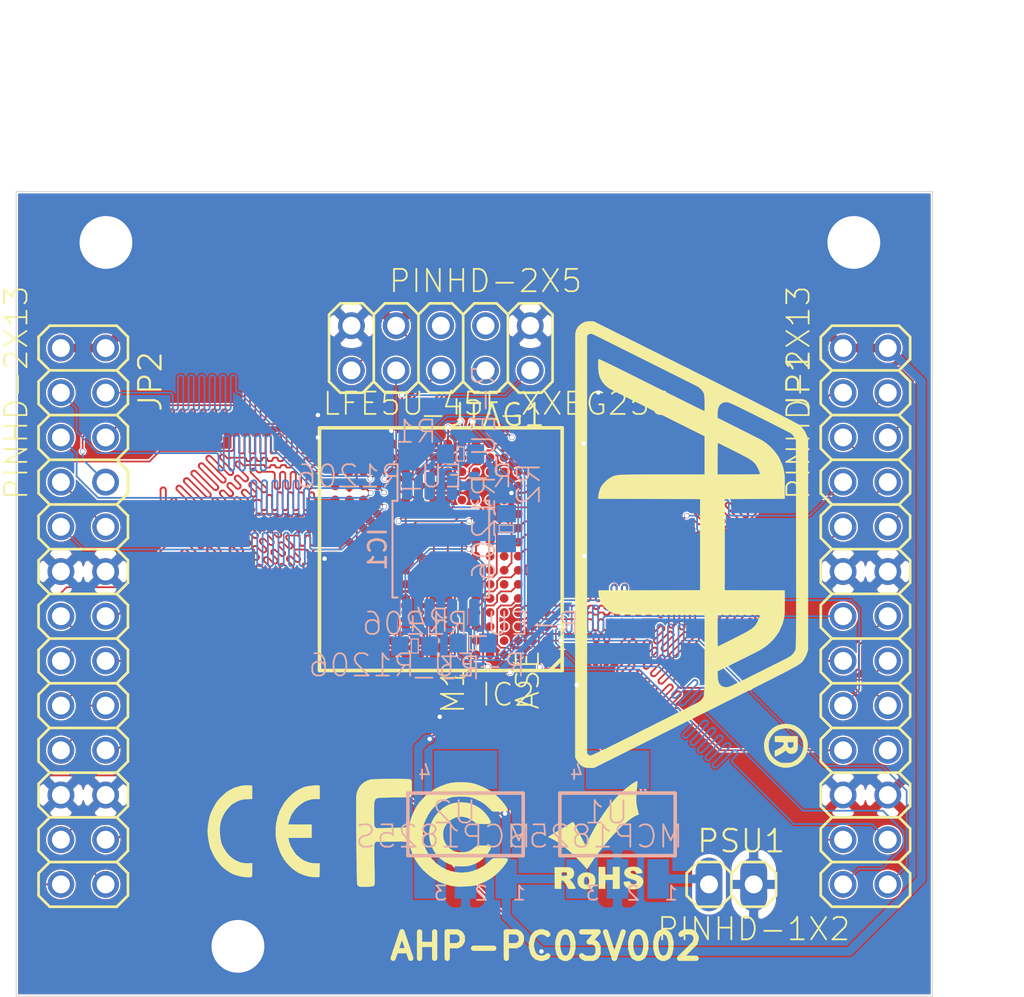
<source format=kicad_pcb>
(kicad_pcb (version 20171130) (host pcbnew 5.1.5+dfsg1-2build2)
  (layers (0 F.Cu signal) (31 B.Cu signal) (34 B.Paste user) (35 F.Paste user) (36 B.SilkS user) (37 F.SilkS user) (38 B.Mask user) (39 F.Mask user) (44 Edge.Cuts user))
  (net 0 "")
  (net 1 +3V3)
  (net 2 "Net-(IC1-Pad7)")
  (net 3 "Net-(IC1-Pad6)")
  (net 4 "Net-(IC1-Pad5)")
  (net 5 GND)
  (net 6 "Net-(IC1-Pad3)")
  (net 7 "Net-(IC1-Pad2)")
  (net 8 "Net-(IC1-Pad1)")
  (net 9 "Net-(IC2-PadT15)")
  (net 10 "Net-(IC2-PadT14)")
  (net 11 "Net-(IC2-PadT13)")
  (net 12 "Net-(IC2-PadT11)")
  (net 13 "Net-(IC2-PadT10)")
  (net 14 "Net-(IC2-PadT9)")
  (net 15 "Net-(IC2-PadT6)")
  (net 16 "Net-(IC2-PadT4)")
  (net 17 "Net-(IC2-PadT3)")
  (net 18 "Net-(IC2-PadT2)")
  (net 19 "Net-(IC2-PadR16)")
  (net 20 "Net-(IC2-PadR15)")
  (net 21 "Net-(IC2-PadR14)")
  (net 22 "Net-(IC2-PadR13)")
  (net 23 "Net-(IC2-PadR12)")
  (net 24 "Net-(IC2-PadR11)")
  (net 25 "Net-(IC2-PadR9)")
  (net 26 "Net-(IC2-PadR8)")
  (net 27 "Net-(IC2-PadR7)")
  (net 28 "Net-(IC2-PadR6)")
  (net 29 "Net-(IC2-PadR5)")
  (net 30 "Net-(IC2-PadR4)")
  (net 31 "Net-(IC2-PadR3)")
  (net 32 "Net-(IC2-PadR2)")
  (net 33 "Net-(IC2-PadR1)")
  (net 34 "Net-(IC2-PadP16)")
  (net 35 "Net-(IC2-PadP15)")
  (net 36 "Net-(IC2-PadP14)")
  (net 37 "Net-(IC2-PadP13)")
  (net 38 "Net-(IC2-PadP12)")
  (net 39 "Net-(IC2-PadP11)")
  (net 40 "Net-(IC2-PadP9)")
  (net 41 "Net-(IC2-PadP8)")
  (net 42 "Net-(IC2-PadP7)")
  (net 43 "Net-(IC2-PadP6)")
  (net 44 "Net-(IC2-PadP5)")
  (net 45 "Net-(IC2-PadP4)")
  (net 46 "Net-(IC2-PadP3)")
  (net 47 "Net-(IC2-PadP2)")
  (net 48 "Net-(IC2-PadP1)")
  (net 49 "Net-(IC2-PadN16)")
  (net 50 "Net-(IC2-PadN14)")
  (net 51 "Net-(IC2-PadN13)")
  (net 52 "Net-(IC2-PadN12)")
  (net 53 "Net-(IC2-PadN11)")
  (net 54 "Net-(IC2-PadN7)")
  (net 55 "Net-(IC2-PadN6)")
  (net 56 "Net-(IC2-PadN5)")
  (net 57 "Net-(IC2-PadN4)")
  (net 58 "Net-(IC2-PadN3)")
  (net 59 "Net-(IC2-PadN1)")
  (net 60 "Net-(IC2-PadM16)")
  (net 61 "Net-(IC2-PadM15)")
  (net 62 "Net-(IC2-PadM14)")
  (net 63 "Net-(IC2-PadM13)")
  (net 64 "Net-(IC2-PadM12)")
  (net 65 "Net-(IC2-PadM11)")
  (net 66 "Net-(IC2-PadM10)")
  (net 67 "Net-(IC2-PadM9)")
  (net 68 "Net-(IC2-PadM8)")
  (net 69 "Net-(IC2-PadM7)")
  (net 70 "Net-(IC2-PadM6)")
  (net 71 "Net-(IC2-PadM5)")
  (net 72 "Net-(IC2-PadM4)")
  (net 73 "Net-(IC2-PadM3)")
  (net 74 "Net-(IC2-PadM2)")
  (net 75 "Net-(IC2-PadM1)")
  (net 76 "Net-(IC2-PadL16)")
  (net 77 "Net-(IC2-PadL15)")
  (net 78 "Net-(IC2-PadL14)")
  (net 79 "Net-(IC2-PadL13)")
  (net 80 "Net-(IC2-PadL12)")
  (net 81 +1V2)
  (net 82 "Net-(IC2-PadL5)")
  (net 83 "Net-(IC2-PadL4)")
  (net 84 "Net-(IC2-PadL3)")
  (net 85 "Net-(IC2-PadL2)")
  (net 86 "Net-(IC2-PadL1)")
  (net 87 "Net-(IC2-PadK16)")
  (net 88 "Net-(IC2-PadK15)")
  (net 89 "Net-(IC2-PadK14)")
  (net 90 "Net-(IC2-PadK13)")
  (net 91 "Net-(IC2-PadK12)")
  (net 92 "Net-(IC2-PadK5)")
  (net 93 "Net-(IC2-PadK4)")
  (net 94 "Net-(IC2-PadK3)")
  (net 95 "Net-(IC2-PadK2)")
  (net 96 "Net-(IC2-PadK1)")
  (net 97 "Net-(IC2-PadJ16)")
  (net 98 "Net-(IC2-PadJ15)")
  (net 99 "Net-(IC2-PadJ14)")
  (net 100 "Net-(IC2-PadJ13)")
  (net 101 "Net-(IC2-PadJ12)")
  (net 102 "Net-(IC2-PadJ5)")
  (net 103 "Net-(IC2-PadJ4)")
  (net 104 "Net-(IC2-PadJ3)")
  (net 105 "Net-(IC2-PadJ2)")
  (net 106 "Net-(IC2-PadJ1)")
  (net 107 "Net-(IC2-PadH15)")
  (net 108 "Net-(IC2-PadH14)")
  (net 109 "Net-(IC2-PadH13)")
  (net 110 "Net-(IC2-PadH12)")
  (net 111 "Net-(IC2-PadH5)")
  (net 112 "Net-(IC2-PadH4)")
  (net 113 "Net-(IC2-PadH3)")
  (net 114 "Net-(IC2-PadH2)")
  (net 115 "Net-(IC2-PadG16)")
  (net 116 "Net-(IC2-PadG15)")
  (net 117 "Net-(IC2-PadG14)")
  (net 118 "Net-(IC2-PadG13)")
  (net 119 "Net-(IC2-PadG12)")
  (net 120 "Net-(IC2-PadG5)")
  (net 121 "Net-(IC2-PadG4)")
  (net 122 "Net-(IC2-PadG3)")
  (net 123 "Net-(IC2-PadG2)")
  (net 124 "Net-(IC2-PadG1)")
  (net 125 "Net-(IC2-PadF16)")
  (net 126 "Net-(IC2-PadF15)")
  (net 127 "Net-(IC2-PadF14)")
  (net 128 "Net-(IC2-PadF13)")
  (net 129 "Net-(IC2-PadF12)")
  (net 130 "Net-(IC2-PadF5)")
  (net 131 "Net-(IC2-PadF4)")
  (net 132 "Net-(IC2-PadF3)")
  (net 133 "Net-(IC2-PadF2)")
  (net 134 "Net-(IC2-PadF1)")
  (net 135 "Net-(IC2-PadE16)")
  (net 136 "Net-(IC2-PadE15)")
  (net 137 "Net-(IC2-PadE14)")
  (net 138 "Net-(IC2-PadE13)")
  (net 139 "Net-(IC2-PadE12)")
  (net 140 "Net-(IC2-PadE11)")
  (net 141 "Net-(IC2-PadE10)")
  (net 142 "Net-(IC2-PadE9)")
  (net 143 "Net-(IC2-PadE8)")
  (net 144 "Net-(IC2-PadE7)")
  (net 145 "Net-(IC2-PadE6)")
  (net 146 "Net-(IC2-PadE5)")
  (net 147 "Net-(IC2-PadE4)")
  (net 148 "Net-(IC2-PadE3)")
  (net 149 "Net-(IC2-PadE2)")
  (net 150 "Net-(IC2-PadE1)")
  (net 151 "Net-(IC2-PadD16)")
  (net 152 "Net-(IC2-PadD14)")
  (net 153 "Net-(IC2-PadD13)")
  (net 154 "Net-(IC2-PadD12)")
  (net 155 "Net-(IC2-PadD11)")
  (net 156 "Net-(IC2-PadD10)")
  (net 157 "Net-(IC2-PadD9)")
  (net 158 "Net-(IC2-PadD8)")
  (net 159 "Net-(IC2-PadD7)")
  (net 160 "Net-(IC2-PadD6)")
  (net 161 "Net-(IC2-PadD5)")
  (net 162 "Net-(IC2-PadD4)")
  (net 163 "Net-(IC2-PadD3)")
  (net 164 "Net-(IC2-PadD1)")
  (net 165 "Net-(IC2-PadC16)")
  (net 166 "Net-(IC2-PadC15)")
  (net 167 "Net-(IC2-PadC14)")
  (net 168 "Net-(IC2-PadC13)")
  (net 169 "Net-(IC2-PadC12)")
  (net 170 "Net-(IC2-PadC11)")
  (net 171 "Net-(IC2-PadC10)")
  (net 172 "Net-(IC2-PadC9)")
  (net 173 "Net-(IC2-PadC8)")
  (net 174 "Net-(IC2-PadC7)")
  (net 175 "Net-(IC2-PadC6)")
  (net 176 "Net-(IC2-PadC5)")
  (net 177 "Net-(IC2-PadC4)")
  (net 178 "Net-(IC2-PadC3)")
  (net 179 "Net-(IC2-PadC2)")
  (net 180 "Net-(IC2-PadC1)")
  (net 181 "Net-(IC2-PadB16)")
  (net 182 "Net-(IC2-PadB15)")
  (net 183 "Net-(IC2-PadB14)")
  (net 184 "Net-(IC2-PadB13)")
  (net 185 "Net-(IC2-PadB12)")
  (net 186 "Net-(IC2-PadB11)")
  (net 187 "Net-(IC2-PadB10)")
  (net 188 "Net-(IC2-PadB9)")
  (net 189 "Net-(IC2-PadB8)")
  (net 190 "Net-(IC2-PadB7)")
  (net 191 "Net-(IC2-PadB6)")
  (net 192 "Net-(IC2-PadB5)")
  (net 193 "Net-(IC2-PadB4)")
  (net 194 "Net-(IC2-PadB3)")
  (net 195 "Net-(IC2-PadB2)")
  (net 196 "Net-(IC2-PadB1)")
  (net 197 "Net-(IC2-PadA15)")
  (net 198 "Net-(IC2-PadA14)")
  (net 199 "Net-(IC2-PadA13)")
  (net 200 "Net-(IC2-PadA12)")
  (net 201 "Net-(IC2-PadA11)")
  (net 202 "Net-(IC2-PadA10)")
  (net 203 "Net-(IC2-PadA9)")
  (net 204 "Net-(IC2-PadA8)")
  (net 205 "Net-(IC2-PadA7)")
  (net 206 "Net-(IC2-PadA6)")
  (net 207 "Net-(IC2-PadA5)")
  (net 208 "Net-(IC2-PadA4)")
  (net 209 "Net-(IC2-PadA3)")
  (net 210 "Net-(IC2-PadA2)")
  (net 211 VCC)
  (net 212 "Net-(JTAG1-Pad5)")
  (net 213 "Net-(JTAG1-Pad4)")
  (net 214 "Net-(JTAG1-Pad3)")
  (net 215 "Net-(IC2-PadP10)")
  (module logos:CE_logo (layer F.Cu) (at 175.895 91.44)
    (fp_text reference G*** hide)
    (fp_text value LOGO hide)
  )
  (module logos:AHP_logo (layer F.Cu) (at 190.781204 74.671584 270)
    (fp_text reference G*** hide)
    (fp_text value LOGO hide)
  )
  (module resistor:resistor-R0603 (layer B.Cu) (at 177.644 69.52 180)
    (fp_text reference R1 (at 2.54 1.27) (layer B.SilkS) (effects (font (size 1.27 1.27) (thickness 0.1016)) (justify mirror)))
    (fp_text value R-EU_R1206 (at 3.175 -1.27) (layer B.SilkS) (effects (font (size 1.27 1.27) (thickness 0.1016)) (justify mirror)))
    (pad 2 smd rect (at 0.84836 0 180) (size 0.99822 1.09982) (layers B.Cu B.Paste B.Mask) (net 8 "Net-(IC1-Pad1)"))
    (pad 1 smd rect (at -0.84836 0 180) (size 0.99822 1.09982) (layers B.Cu B.Paste B.Mask) (net 1 +3V3))
  )
  (module resistor:resistor-R0603 (layer B.Cu) (at 178.356 80.26 180)
    (fp_text reference R4 (at 2.54 1.27) (layer B.SilkS) (effects (font (size 1.27 1.27) (thickness 0.1016)) (justify mirror)))
    (fp_text value R-EU_R1206 (at 3.175 -1.27) (layer B.SilkS) (effects (font (size 1.27 1.27) (thickness 0.1016)) (justify mirror)))
    (pad 2 smd rect (at 0.84836 0 180) (size 0.99822 1.09982) (layers B.Cu B.Paste B.Mask) (net 3 "Net-(IC1-Pad6)"))
    (pad 1 smd rect (at -0.84836 0 180) (size 0.99822 1.09982) (layers B.Cu B.Paste B.Mask) (net 1 +3V3))
  )
  (module pinhead:pinhead-1X02 (layer F.Cu) (at 193.04 93.98)
    (fp_text reference PSU1 (at 0.5588 -2.4638) (layer F.SilkS) (effects (font (size 1.27 1.27) (thickness 0.127))))
    (fp_text value PINHD-1X2 (at 1.27 2.54) (layer F.SilkS) (effects (font (size 1.27 1.27) (thickness 0.1016))))
    (pad 1 thru_hole oval (at -1.27 0 180) (size 1.524 3.048) (drill 1.016) (layers *.Cu *.Paste *.Mask) (net 211 VCC))
    (pad 2 thru_hole oval (at 1.27 0 180) (size 1.524 3.048) (drill 1.016) (layers *.Cu *.Paste *.Mask) (net 5 GND))
  )
  (module pinhead:pinhead-2X13 (layer F.Cu) (at 200.66 78.74 270)
    (fp_text reference JP1 (at -13.335 3.81 90) (layer F.SilkS) (effects (font (size 1.27 1.27) (thickness 0.127))))
    (fp_text value PINHD-2X13 (at -12.7 3.81 90) (layer F.SilkS) (effects (font (size 1.27 1.27) (thickness 0.1016))))
    (pad 1 thru_hole circle (at -15.24 1.27 270) (size 1.524 3.048) (drill 1.016) (layers *.Cu *.Paste *.Mask) (net 1 +3V3))
    (pad 2 thru_hole circle (at -15.24 -1.27 270) (size 1.524 3.048) (drill 1.016) (layers *.Cu *.Paste *.Mask) (net 1 +3V3))
    (pad 3 thru_hole circle (at -12.7 1.27 270) (size 1.524 3.048) (drill 1.016) (layers *.Cu *.Paste *.Mask) (net 106 "Net-(IC2-PadJ1)"))
    (pad 4 thru_hole circle (at -12.7 -1.27 270) (size 1.524 3.048) (drill 1.016) (layers *.Cu *.Paste *.Mask) (net 114 "Net-(IC2-PadH2)"))
    (pad 5 thru_hole circle (at -10.16 1.27 270) (size 1.524 3.048) (drill 1.016) (layers *.Cu *.Paste *.Mask) (net 94 "Net-(IC2-PadK3)"))
    (pad 6 thru_hole circle (at -10.16 -1.27 270) (size 1.524 3.048) (drill 1.016) (layers *.Cu *.Paste *.Mask) (net 104 "Net-(IC2-PadJ3)"))
    (pad 7 thru_hole circle (at -7.62 1.27 270) (size 1.524 3.048) (drill 1.016) (layers *.Cu *.Paste *.Mask) (net 113 "Net-(IC2-PadH3)"))
    (pad 8 thru_hole circle (at -7.62 -1.27 270) (size 1.524 3.048) (drill 1.016) (layers *.Cu *.Paste *.Mask) (net 150 "Net-(IC2-PadE1)"))
    (pad 9 thru_hole circle (at -5.08 1.27 270) (size 1.524 3.048) (drill 1.016) (layers *.Cu *.Paste *.Mask) (net 123 "Net-(IC2-PadG2)"))
    (pad 10 thru_hole circle (at -5.08 -1.27 270) (size 1.524 3.048) (drill 1.016) (layers *.Cu *.Paste *.Mask) (net 121 "Net-(IC2-PadG4)"))
    (pad 11 thru_hole circle (at -2.54 1.27 270) (size 1.524 3.048) (drill 1.016) (layers *.Cu *.Paste *.Mask) (net 5 GND))
    (pad 12 thru_hole circle (at -2.54 -1.27 270) (size 1.524 3.048) (drill 1.016) (layers *.Cu *.Paste *.Mask) (net 5 GND))
    (pad 13 thru_hole circle (at 0 1.27 270) (size 1.524 3.048) (drill 1.016) (layers *.Cu *.Paste *.Mask) (net 122 "Net-(IC2-PadG3)"))
    (pad 14 thru_hole circle (at 0 -1.27 270) (size 1.524 3.048) (drill 1.016) (layers *.Cu *.Paste *.Mask) (net 133 "Net-(IC2-PadF2)"))
    (pad 15 thru_hole circle (at 2.54 1.27 270) (size 1.524 3.048) (drill 1.016) (layers *.Cu *.Paste *.Mask) (net 134 "Net-(IC2-PadF1)"))
    (pad 16 thru_hole circle (at 2.54 -1.27 270) (size 1.524 3.048) (drill 1.016) (layers *.Cu *.Paste *.Mask) (net 164 "Net-(IC2-PadD1)"))
    (pad 17 thru_hole circle (at 5.08 1.27 270) (size 1.524 3.048) (drill 1.016) (layers *.Cu *.Paste *.Mask) (net 132 "Net-(IC2-PadF3)"))
    (pad 18 thru_hole circle (at 5.08 -1.27 270) (size 1.524 3.048) (drill 1.016) (layers *.Cu *.Paste *.Mask) (net 163 "Net-(IC2-PadD3)"))
    (pad 19 thru_hole circle (at 7.62 1.27 270) (size 1.524 3.048) (drill 1.016) (layers *.Cu *.Paste *.Mask) (net 179 "Net-(IC2-PadC2)"))
    (pad 20 thru_hole circle (at 7.62 -1.27 270) (size 1.524 3.048) (drill 1.016) (layers *.Cu *.Paste *.Mask) (net 178 "Net-(IC2-PadC3)"))
    (pad 21 thru_hole circle (at 10.16 1.27 270) (size 1.524 3.048) (drill 1.016) (layers *.Cu *.Paste *.Mask) (net 5 GND))
    (pad 22 thru_hole circle (at 10.16 -1.27 270) (size 1.524 3.048) (drill 1.016) (layers *.Cu *.Paste *.Mask) (net 5 GND))
    (pad 23 thru_hole circle (at 12.7 1.27 270) (size 1.524 3.048) (drill 1.016) (layers *.Cu *.Paste *.Mask) (net 148 "Net-(IC2-PadE3)"))
    (pad 24 thru_hole circle (at 12.7 -1.27 270) (size 1.524 3.048) (drill 1.016) (layers *.Cu *.Paste *.Mask) (net 195 "Net-(IC2-PadB2)"))
    (pad 25 thru_hole circle (at 15.24 1.27 270) (size 1.524 3.048) (drill 1.016) (layers *.Cu *.Paste *.Mask) (net 180 "Net-(IC2-PadC1)"))
    (pad 26 thru_hole circle (at 15.24 -1.27 270) (size 1.524 3.048) (drill 1.016) (layers *.Cu *.Paste *.Mask) (net 196 "Net-(IC2-PadB1)"))
  )
  (module lattice:lattice-CABGA256 (layer F.Cu) (at 176.53 74.93 180)
    (fp_text reference IC2 (at -3.8227 -8.2677) (layer F.SilkS) (effects (font (size 1.27 1.27) (thickness 0.1016))))
    (fp_text value LFE5U_45F_XXBG256 (at -3.1877 8.2677) (layer F.SilkS) (effects (font (size 1.27 1.27) (thickness 0.1016))))
    (pad A1 smd circle (at -5.99948 -5.99948 180) (size 0.49784 0.49784) (layers F.Cu F.Paste F.Mask) (net 5 GND))
    (pad A2 smd circle (at -5.19938 -5.99948 180) (size 0.49784 0.49784) (layers F.Cu F.Paste F.Mask) (net 210 "Net-(IC2-PadA2)"))
    (pad A3 smd circle (at -4.39928 -5.99948 180) (size 0.49784 0.49784) (layers F.Cu F.Paste F.Mask) (net 209 "Net-(IC2-PadA3)"))
    (pad A4 smd circle (at -3.59918 -5.99948 180) (size 0.49784 0.49784) (layers F.Cu F.Paste F.Mask) (net 208 "Net-(IC2-PadA4)"))
    (pad A5 smd circle (at -2.79908 -5.99948 180) (size 0.49784 0.49784) (layers F.Cu F.Paste F.Mask) (net 207 "Net-(IC2-PadA5)"))
    (pad A6 smd circle (at -1.99898 -5.99948 180) (size 0.49784 0.49784) (layers F.Cu F.Paste F.Mask) (net 206 "Net-(IC2-PadA6)"))
    (pad A7 smd circle (at -1.19888 -5.99948 180) (size 0.49784 0.49784) (layers F.Cu F.Paste F.Mask) (net 205 "Net-(IC2-PadA7)"))
    (pad A8 smd circle (at -0.39878 -5.99948 180) (size 0.49784 0.49784) (layers F.Cu F.Paste F.Mask) (net 204 "Net-(IC2-PadA8)"))
    (pad A9 smd circle (at 0.39878 -5.99948 180) (size 0.49784 0.49784) (layers F.Cu F.Paste F.Mask) (net 203 "Net-(IC2-PadA9)"))
    (pad A10 smd circle (at 1.19888 -5.99948 180) (size 0.49784 0.49784) (layers F.Cu F.Paste F.Mask) (net 202 "Net-(IC2-PadA10)"))
    (pad A11 smd circle (at 1.99898 -5.99948 180) (size 0.49784 0.49784) (layers F.Cu F.Paste F.Mask) (net 201 "Net-(IC2-PadA11)"))
    (pad A12 smd circle (at 2.79908 -5.99948 180) (size 0.49784 0.49784) (layers F.Cu F.Paste F.Mask) (net 200 "Net-(IC2-PadA12)"))
    (pad A13 smd circle (at 3.59918 -5.99948 180) (size 0.49784 0.49784) (layers F.Cu F.Paste F.Mask) (net 199 "Net-(IC2-PadA13)"))
    (pad A14 smd circle (at 4.39928 -5.99948 180) (size 0.49784 0.49784) (layers F.Cu F.Paste F.Mask) (net 198 "Net-(IC2-PadA14)"))
    (pad A15 smd circle (at 5.19938 -5.99948 180) (size 0.49784 0.49784) (layers F.Cu F.Paste F.Mask) (net 197 "Net-(IC2-PadA15)"))
    (pad A16 smd circle (at 5.99948 -5.99948 180) (size 0.49784 0.49784) (layers F.Cu F.Paste F.Mask) (net 5 GND))
    (pad B1 smd circle (at -5.99948 -5.19938 180) (size 0.49784 0.49784) (layers F.Cu F.Paste F.Mask) (net 196 "Net-(IC2-PadB1)"))
    (pad B2 smd circle (at -5.19938 -5.19938 180) (size 0.49784 0.49784) (layers F.Cu F.Paste F.Mask) (net 195 "Net-(IC2-PadB2)"))
    (pad B3 smd circle (at -4.39928 -5.19938 180) (size 0.49784 0.49784) (layers F.Cu F.Paste F.Mask) (net 194 "Net-(IC2-PadB3)"))
    (pad B4 smd circle (at -3.59918 -5.19938 180) (size 0.49784 0.49784) (layers F.Cu F.Paste F.Mask) (net 193 "Net-(IC2-PadB4)"))
    (pad B5 smd circle (at -2.79908 -5.19938 180) (size 0.49784 0.49784) (layers F.Cu F.Paste F.Mask) (net 192 "Net-(IC2-PadB5)"))
    (pad B6 smd circle (at -1.99898 -5.19938 180) (size 0.49784 0.49784) (layers F.Cu F.Paste F.Mask) (net 191 "Net-(IC2-PadB6)"))
    (pad B7 smd circle (at -1.19888 -5.19938 180) (size 0.49784 0.49784) (layers F.Cu F.Paste F.Mask) (net 190 "Net-(IC2-PadB7)"))
    (pad B8 smd circle (at -0.39878 -5.19938 180) (size 0.49784 0.49784) (layers F.Cu F.Paste F.Mask) (net 189 "Net-(IC2-PadB8)"))
    (pad B9 smd circle (at 0.39878 -5.19938 180) (size 0.49784 0.49784) (layers F.Cu F.Paste F.Mask) (net 188 "Net-(IC2-PadB9)"))
    (pad B10 smd circle (at 1.19888 -5.19938 180) (size 0.49784 0.49784) (layers F.Cu F.Paste F.Mask) (net 187 "Net-(IC2-PadB10)"))
    (pad B11 smd circle (at 1.99898 -5.19938 180) (size 0.49784 0.49784) (layers F.Cu F.Paste F.Mask) (net 186 "Net-(IC2-PadB11)"))
    (pad B12 smd circle (at 2.79908 -5.19938 180) (size 0.49784 0.49784) (layers F.Cu F.Paste F.Mask) (net 185 "Net-(IC2-PadB12)"))
    (pad B13 smd circle (at 3.59918 -5.19938 180) (size 0.49784 0.49784) (layers F.Cu F.Paste F.Mask) (net 184 "Net-(IC2-PadB13)"))
    (pad B14 smd circle (at 4.39928 -5.19938 180) (size 0.49784 0.49784) (layers F.Cu F.Paste F.Mask) (net 183 "Net-(IC2-PadB14)"))
    (pad B15 smd circle (at 5.19938 -5.19938 180) (size 0.49784 0.49784) (layers F.Cu F.Paste F.Mask) (net 182 "Net-(IC2-PadB15)"))
    (pad B16 smd circle (at 5.99948 -5.19938 180) (size 0.49784 0.49784) (layers F.Cu F.Paste F.Mask) (net 181 "Net-(IC2-PadB16)"))
    (pad C1 smd circle (at -5.99948 -4.39928 180) (size 0.49784 0.49784) (layers F.Cu F.Paste F.Mask) (net 180 "Net-(IC2-PadC1)"))
    (pad C2 smd circle (at -5.19938 -4.39928 180) (size 0.49784 0.49784) (layers F.Cu F.Paste F.Mask) (net 179 "Net-(IC2-PadC2)"))
    (pad C3 smd circle (at -4.39928 -4.39928 180) (size 0.49784 0.49784) (layers F.Cu F.Paste F.Mask) (net 178 "Net-(IC2-PadC3)"))
    (pad C4 smd circle (at -3.59918 -4.39928 180) (size 0.49784 0.49784) (layers F.Cu F.Paste F.Mask) (net 177 "Net-(IC2-PadC4)"))
    (pad C5 smd circle (at -2.79908 -4.39928 180) (size 0.49784 0.49784) (layers F.Cu F.Paste F.Mask) (net 176 "Net-(IC2-PadC5)"))
    (pad C6 smd circle (at -1.99898 -4.39928 180) (size 0.49784 0.49784) (layers F.Cu F.Paste F.Mask) (net 175 "Net-(IC2-PadC6)"))
    (pad C7 smd circle (at -1.19888 -4.39928 180) (size 0.49784 0.49784) (layers F.Cu F.Paste F.Mask) (net 174 "Net-(IC2-PadC7)"))
    (pad C8 smd circle (at -0.39878 -4.39928 180) (size 0.49784 0.49784) (layers F.Cu F.Paste F.Mask) (net 173 "Net-(IC2-PadC8)"))
    (pad C9 smd circle (at 0.39878 -4.39928 180) (size 0.49784 0.49784) (layers F.Cu F.Paste F.Mask) (net 172 "Net-(IC2-PadC9)"))
    (pad C10 smd circle (at 1.19888 -4.39928 180) (size 0.49784 0.49784) (layers F.Cu F.Paste F.Mask) (net 171 "Net-(IC2-PadC10)"))
    (pad C11 smd circle (at 1.99898 -4.39928 180) (size 0.49784 0.49784) (layers F.Cu F.Paste F.Mask) (net 170 "Net-(IC2-PadC11)"))
    (pad C12 smd circle (at 2.79908 -4.39928 180) (size 0.49784 0.49784) (layers F.Cu F.Paste F.Mask) (net 169 "Net-(IC2-PadC12)"))
    (pad C13 smd circle (at 3.59918 -4.39928 180) (size 0.49784 0.49784) (layers F.Cu F.Paste F.Mask) (net 168 "Net-(IC2-PadC13)"))
    (pad C14 smd circle (at 4.39928 -4.39928 180) (size 0.49784 0.49784) (layers F.Cu F.Paste F.Mask) (net 167 "Net-(IC2-PadC14)"))
    (pad C15 smd circle (at 5.19938 -4.39928 180) (size 0.49784 0.49784) (layers F.Cu F.Paste F.Mask) (net 166 "Net-(IC2-PadC15)"))
    (pad C16 smd circle (at 5.99948 -4.39928 180) (size 0.49784 0.49784) (layers F.Cu F.Paste F.Mask) (net 165 "Net-(IC2-PadC16)"))
    (pad D1 smd circle (at -5.99948 -3.59918 180) (size 0.49784 0.49784) (layers F.Cu F.Paste F.Mask) (net 164 "Net-(IC2-PadD1)"))
    (pad D2 smd circle (at -5.19938 -3.59918 180) (size 0.49784 0.49784) (layers F.Cu F.Paste F.Mask) (net 5 GND))
    (pad D3 smd circle (at -4.39928 -3.59918 180) (size 0.49784 0.49784) (layers F.Cu F.Paste F.Mask) (net 163 "Net-(IC2-PadD3)"))
    (pad D4 smd circle (at -3.59918 -3.59918 180) (size 0.49784 0.49784) (layers F.Cu F.Paste F.Mask) (net 162 "Net-(IC2-PadD4)"))
    (pad D5 smd circle (at -2.79908 -3.59918 180) (size 0.49784 0.49784) (layers F.Cu F.Paste F.Mask) (net 161 "Net-(IC2-PadD5)"))
    (pad D6 smd circle (at -1.99898 -3.59918 180) (size 0.49784 0.49784) (layers F.Cu F.Paste F.Mask) (net 160 "Net-(IC2-PadD6)"))
    (pad D7 smd circle (at -1.19888 -3.59918 180) (size 0.49784 0.49784) (layers F.Cu F.Paste F.Mask) (net 159 "Net-(IC2-PadD7)"))
    (pad D8 smd circle (at -0.39878 -3.59918 180) (size 0.49784 0.49784) (layers F.Cu F.Paste F.Mask) (net 158 "Net-(IC2-PadD8)"))
    (pad D9 smd circle (at 0.39878 -3.59918 180) (size 0.49784 0.49784) (layers F.Cu F.Paste F.Mask) (net 157 "Net-(IC2-PadD9)"))
    (pad D10 smd circle (at 1.19888 -3.59918 180) (size 0.49784 0.49784) (layers F.Cu F.Paste F.Mask) (net 156 "Net-(IC2-PadD10)"))
    (pad D11 smd circle (at 1.99898 -3.59918 180) (size 0.49784 0.49784) (layers F.Cu F.Paste F.Mask) (net 155 "Net-(IC2-PadD11)"))
    (pad D12 smd circle (at 2.79908 -3.59918 180) (size 0.49784 0.49784) (layers F.Cu F.Paste F.Mask) (net 154 "Net-(IC2-PadD12)"))
    (pad D13 smd circle (at 3.59918 -3.59918 180) (size 0.49784 0.49784) (layers F.Cu F.Paste F.Mask) (net 153 "Net-(IC2-PadD13)"))
    (pad D14 smd circle (at 4.39928 -3.59918 180) (size 0.49784 0.49784) (layers F.Cu F.Paste F.Mask) (net 152 "Net-(IC2-PadD14)"))
    (pad D15 smd circle (at 5.19938 -3.59918 180) (size 0.49784 0.49784) (layers F.Cu F.Paste F.Mask) (net 5 GND))
    (pad D16 smd circle (at 5.99948 -3.59918 180) (size 0.49784 0.49784) (layers F.Cu F.Paste F.Mask) (net 151 "Net-(IC2-PadD16)"))
    (pad E1 smd circle (at -5.99948 -2.79908 180) (size 0.49784 0.49784) (layers F.Cu F.Paste F.Mask) (net 150 "Net-(IC2-PadE1)"))
    (pad E2 smd circle (at -5.19938 -2.79908 180) (size 0.49784 0.49784) (layers F.Cu F.Paste F.Mask) (net 149 "Net-(IC2-PadE2)"))
    (pad E3 smd circle (at -4.39928 -2.79908 180) (size 0.49784 0.49784) (layers F.Cu F.Paste F.Mask) (net 148 "Net-(IC2-PadE3)"))
    (pad E4 smd circle (at -3.59918 -2.79908 180) (size 0.49784 0.49784) (layers F.Cu F.Paste F.Mask) (net 147 "Net-(IC2-PadE4)"))
    (pad E5 smd circle (at -2.79908 -2.79908 180) (size 0.49784 0.49784) (layers F.Cu F.Paste F.Mask) (net 146 "Net-(IC2-PadE5)"))
    (pad E6 smd circle (at -1.99898 -2.79908 180) (size 0.49784 0.49784) (layers F.Cu F.Paste F.Mask) (net 145 "Net-(IC2-PadE6)"))
    (pad E7 smd circle (at -1.19888 -2.79908 180) (size 0.49784 0.49784) (layers F.Cu F.Paste F.Mask) (net 144 "Net-(IC2-PadE7)"))
    (pad E8 smd circle (at -0.39878 -2.79908 180) (size 0.49784 0.49784) (layers F.Cu F.Paste F.Mask) (net 143 "Net-(IC2-PadE8)"))
    (pad E9 smd circle (at 0.39878 -2.79908 180) (size 0.49784 0.49784) (layers F.Cu F.Paste F.Mask) (net 142 "Net-(IC2-PadE9)"))
    (pad E10 smd circle (at 1.19888 -2.79908 180) (size 0.49784 0.49784) (layers F.Cu F.Paste F.Mask) (net 141 "Net-(IC2-PadE10)"))
    (pad E11 smd circle (at 1.99898 -2.79908 180) (size 0.49784 0.49784) (layers F.Cu F.Paste F.Mask) (net 140 "Net-(IC2-PadE11)"))
    (pad E12 smd circle (at 2.79908 -2.79908 180) (size 0.49784 0.49784) (layers F.Cu F.Paste F.Mask) (net 139 "Net-(IC2-PadE12)"))
    (pad E13 smd circle (at 3.59918 -2.79908 180) (size 0.49784 0.49784) (layers F.Cu F.Paste F.Mask) (net 138 "Net-(IC2-PadE13)"))
    (pad E14 smd circle (at 4.39928 -2.79908 180) (size 0.49784 0.49784) (layers F.Cu F.Paste F.Mask) (net 137 "Net-(IC2-PadE14)"))
    (pad E15 smd circle (at 5.19938 -2.79908 180) (size 0.49784 0.49784) (layers F.Cu F.Paste F.Mask) (net 136 "Net-(IC2-PadE15)"))
    (pad E16 smd circle (at 5.99948 -2.79908 180) (size 0.49784 0.49784) (layers F.Cu F.Paste F.Mask) (net 135 "Net-(IC2-PadE16)"))
    (pad F1 smd circle (at -5.99948 -1.99898 180) (size 0.49784 0.49784) (layers F.Cu F.Paste F.Mask) (net 134 "Net-(IC2-PadF1)"))
    (pad F2 smd circle (at -5.19938 -1.99898 180) (size 0.49784 0.49784) (layers F.Cu F.Paste F.Mask) (net 133 "Net-(IC2-PadF2)"))
    (pad F3 smd circle (at -4.39928 -1.99898 180) (size 0.49784 0.49784) (layers F.Cu F.Paste F.Mask) (net 132 "Net-(IC2-PadF3)"))
    (pad F4 smd circle (at -3.59918 -1.99898 180) (size 0.49784 0.49784) (layers F.Cu F.Paste F.Mask) (net 131 "Net-(IC2-PadF4)"))
    (pad F5 smd circle (at -2.79908 -1.99898 180) (size 0.49784 0.49784) (layers F.Cu F.Paste F.Mask) (net 130 "Net-(IC2-PadF5)"))
    (pad F6 smd circle (at -1.99898 -1.99898 180) (size 0.49784 0.49784) (layers F.Cu F.Paste F.Mask) (net 1 +3V3))
    (pad F7 smd circle (at -1.19888 -1.99898 180) (size 0.49784 0.49784) (layers F.Cu F.Paste F.Mask) (net 1 +3V3))
    (pad F8 smd circle (at -0.39878 -1.99898 180) (size 0.49784 0.49784) (layers F.Cu F.Paste F.Mask) (net 5 GND))
    (pad F9 smd circle (at 0.39878 -1.99898 180) (size 0.49784 0.49784) (layers F.Cu F.Paste F.Mask) (net 5 GND))
    (pad F10 smd circle (at 1.19888 -1.99898 180) (size 0.49784 0.49784) (layers F.Cu F.Paste F.Mask) (net 1 +3V3))
    (pad F11 smd circle (at 1.99898 -1.99898 180) (size 0.49784 0.49784) (layers F.Cu F.Paste F.Mask) (net 1 +3V3))
    (pad F12 smd circle (at 2.79908 -1.99898 180) (size 0.49784 0.49784) (layers F.Cu F.Paste F.Mask) (net 129 "Net-(IC2-PadF12)"))
    (pad F13 smd circle (at 3.59918 -1.99898 180) (size 0.49784 0.49784) (layers F.Cu F.Paste F.Mask) (net 128 "Net-(IC2-PadF13)"))
    (pad F14 smd circle (at 4.39928 -1.99898 180) (size 0.49784 0.49784) (layers F.Cu F.Paste F.Mask) (net 127 "Net-(IC2-PadF14)"))
    (pad F15 smd circle (at 5.19938 -1.99898 180) (size 0.49784 0.49784) (layers F.Cu F.Paste F.Mask) (net 126 "Net-(IC2-PadF15)"))
    (pad F16 smd circle (at 5.99948 -1.99898 180) (size 0.49784 0.49784) (layers F.Cu F.Paste F.Mask) (net 125 "Net-(IC2-PadF16)"))
    (pad G1 smd circle (at -5.99948 -1.19888 180) (size 0.49784 0.49784) (layers F.Cu F.Paste F.Mask) (net 124 "Net-(IC2-PadG1)"))
    (pad G2 smd circle (at -5.19938 -1.19888 180) (size 0.49784 0.49784) (layers F.Cu F.Paste F.Mask) (net 123 "Net-(IC2-PadG2)"))
    (pad G3 smd circle (at -4.39928 -1.19888 180) (size 0.49784 0.49784) (layers F.Cu F.Paste F.Mask) (net 122 "Net-(IC2-PadG3)"))
    (pad G4 smd circle (at -3.59918 -1.19888 180) (size 0.49784 0.49784) (layers F.Cu F.Paste F.Mask) (net 121 "Net-(IC2-PadG4)"))
    (pad G5 smd circle (at -2.79908 -1.19888 180) (size 0.49784 0.49784) (layers F.Cu F.Paste F.Mask) (net 120 "Net-(IC2-PadG5)"))
    (pad G6 smd circle (at -1.99898 -1.19888 180) (size 0.49784 0.49784) (layers F.Cu F.Paste F.Mask) (net 81 +1V2))
    (pad G7 smd circle (at -1.19888 -1.19888 180) (size 0.49784 0.49784) (layers F.Cu F.Paste F.Mask) (net 81 +1V2))
    (pad G8 smd circle (at -0.39878 -1.19888 180) (size 0.49784 0.49784) (layers F.Cu F.Paste F.Mask) (net 5 GND))
    (pad G9 smd circle (at 0.39878 -1.19888 180) (size 0.49784 0.49784) (layers F.Cu F.Paste F.Mask) (net 81 +1V2))
    (pad G10 smd circle (at 1.19888 -1.19888 180) (size 0.49784 0.49784) (layers F.Cu F.Paste F.Mask) (net 5 GND))
    (pad G11 smd circle (at 1.99898 -1.19888 180) (size 0.49784 0.49784) (layers F.Cu F.Paste F.Mask) (net 1 +3V3))
    (pad G12 smd circle (at 2.79908 -1.19888 180) (size 0.49784 0.49784) (layers F.Cu F.Paste F.Mask) (net 119 "Net-(IC2-PadG12)"))
    (pad G13 smd circle (at 3.59918 -1.19888 180) (size 0.49784 0.49784) (layers F.Cu F.Paste F.Mask) (net 118 "Net-(IC2-PadG13)"))
    (pad G14 smd circle (at 4.39928 -1.19888 180) (size 0.49784 0.49784) (layers F.Cu F.Paste F.Mask) (net 117 "Net-(IC2-PadG14)"))
    (pad G15 smd circle (at 5.19938 -1.19888 180) (size 0.49784 0.49784) (layers F.Cu F.Paste F.Mask) (net 116 "Net-(IC2-PadG15)"))
    (pad G16 smd circle (at 5.99948 -1.19888 180) (size 0.49784 0.49784) (layers F.Cu F.Paste F.Mask) (net 115 "Net-(IC2-PadG16)"))
    (pad H1 smd circle (at -5.99948 -0.39878 180) (size 0.49784 0.49784) (layers F.Cu F.Paste F.Mask) (net 5 GND))
    (pad H2 smd circle (at -5.19938 -0.39878 180) (size 0.49784 0.49784) (layers F.Cu F.Paste F.Mask) (net 114 "Net-(IC2-PadH2)"))
    (pad H3 smd circle (at -4.39928 -0.39878 180) (size 0.49784 0.49784) (layers F.Cu F.Paste F.Mask) (net 113 "Net-(IC2-PadH3)"))
    (pad H4 smd circle (at -3.59918 -0.39878 180) (size 0.49784 0.49784) (layers F.Cu F.Paste F.Mask) (net 112 "Net-(IC2-PadH4)"))
    (pad H5 smd circle (at -2.79908 -0.39878 180) (size 0.49784 0.49784) (layers F.Cu F.Paste F.Mask) (net 111 "Net-(IC2-PadH5)"))
    (pad H6 smd circle (at -1.99898 -0.39878 180) (size 0.49784 0.49784) (layers F.Cu F.Paste F.Mask) (net 1 +3V3))
    (pad H7 smd circle (at -1.19888 -0.39878 180) (size 0.49784 0.49784) (layers F.Cu F.Paste F.Mask) (net 1 +3V3))
    (pad H8 smd circle (at -0.39878 -0.39878 180) (size 0.49784 0.49784) (layers F.Cu F.Paste F.Mask) (net 5 GND))
    (pad H9 smd circle (at 0.39878 -0.39878 180) (size 0.49784 0.49784) (layers F.Cu F.Paste F.Mask) (net 5 GND))
    (pad H10 smd circle (at 1.19888 -0.39878 180) (size 0.49784 0.49784) (layers F.Cu F.Paste F.Mask) (net 5 GND))
    (pad H11 smd circle (at 1.99898 -0.39878 180) (size 0.49784 0.49784) (layers F.Cu F.Paste F.Mask) (net 1 +3V3))
    (pad H12 smd circle (at 2.79908 -0.39878 180) (size 0.49784 0.49784) (layers F.Cu F.Paste F.Mask) (net 110 "Net-(IC2-PadH12)"))
    (pad H13 smd circle (at 3.59918 -0.39878 180) (size 0.49784 0.49784) (layers F.Cu F.Paste F.Mask) (net 109 "Net-(IC2-PadH13)"))
    (pad H14 smd circle (at 4.39928 -0.39878 180) (size 0.49784 0.49784) (layers F.Cu F.Paste F.Mask) (net 108 "Net-(IC2-PadH14)"))
    (pad H15 smd circle (at 5.19938 -0.39878 180) (size 0.49784 0.49784) (layers F.Cu F.Paste F.Mask) (net 107 "Net-(IC2-PadH15)"))
    (pad H16 smd circle (at 5.99948 -0.39878 180) (size 0.49784 0.49784) (layers F.Cu F.Paste F.Mask) (net 5 GND))
    (pad J1 smd circle (at -5.99948 0.39878 180) (size 0.49784 0.49784) (layers F.Cu F.Paste F.Mask) (net 106 "Net-(IC2-PadJ1)"))
    (pad J2 smd circle (at -5.19938 0.39878 180) (size 0.49784 0.49784) (layers F.Cu F.Paste F.Mask) (net 105 "Net-(IC2-PadJ2)"))
    (pad J3 smd circle (at -4.39928 0.39878 180) (size 0.49784 0.49784) (layers F.Cu F.Paste F.Mask) (net 104 "Net-(IC2-PadJ3)"))
    (pad J4 smd circle (at -3.59918 0.39878 180) (size 0.49784 0.49784) (layers F.Cu F.Paste F.Mask) (net 103 "Net-(IC2-PadJ4)"))
    (pad J5 smd circle (at -2.79908 0.39878 180) (size 0.49784 0.49784) (layers F.Cu F.Paste F.Mask) (net 102 "Net-(IC2-PadJ5)"))
    (pad J6 smd circle (at -1.99898 0.39878 180) (size 0.49784 0.49784) (layers F.Cu F.Paste F.Mask) (net 1 +3V3))
    (pad J7 smd circle (at -1.19888 0.39878 180) (size 0.49784 0.49784) (layers F.Cu F.Paste F.Mask) (net 1 +3V3))
    (pad J8 smd circle (at -0.39878 0.39878 180) (size 0.49784 0.49784) (layers F.Cu F.Paste F.Mask) (net 5 GND))
    (pad J9 smd circle (at 0.39878 0.39878 180) (size 0.49784 0.49784) (layers F.Cu F.Paste F.Mask) (net 5 GND))
    (pad J10 smd circle (at 1.19888 0.39878 180) (size 0.49784 0.49784) (layers F.Cu F.Paste F.Mask) (net 5 GND))
    (pad J11 smd circle (at 1.99898 0.39878 180) (size 0.49784 0.49784) (layers F.Cu F.Paste F.Mask) (net 1 +3V3))
    (pad J12 smd circle (at 2.79908 0.39878 180) (size 0.49784 0.49784) (layers F.Cu F.Paste F.Mask) (net 101 "Net-(IC2-PadJ12)"))
    (pad J13 smd circle (at 3.59918 0.39878 180) (size 0.49784 0.49784) (layers F.Cu F.Paste F.Mask) (net 100 "Net-(IC2-PadJ13)"))
    (pad J14 smd circle (at 4.39928 0.39878 180) (size 0.49784 0.49784) (layers F.Cu F.Paste F.Mask) (net 99 "Net-(IC2-PadJ14)"))
    (pad J15 smd circle (at 5.19938 0.39878 180) (size 0.49784 0.49784) (layers F.Cu F.Paste F.Mask) (net 98 "Net-(IC2-PadJ15)"))
    (pad J16 smd circle (at 5.99948 0.39878 180) (size 0.49784 0.49784) (layers F.Cu F.Paste F.Mask) (net 97 "Net-(IC2-PadJ16)"))
    (pad K1 smd circle (at -5.99948 1.19888 180) (size 0.49784 0.49784) (layers F.Cu F.Paste F.Mask) (net 96 "Net-(IC2-PadK1)"))
    (pad K2 smd circle (at -5.19938 1.19888 180) (size 0.49784 0.49784) (layers F.Cu F.Paste F.Mask) (net 95 "Net-(IC2-PadK2)"))
    (pad K3 smd circle (at -4.39928 1.19888 180) (size 0.49784 0.49784) (layers F.Cu F.Paste F.Mask) (net 94 "Net-(IC2-PadK3)"))
    (pad K4 smd circle (at -3.59918 1.19888 180) (size 0.49784 0.49784) (layers F.Cu F.Paste F.Mask) (net 93 "Net-(IC2-PadK4)"))
    (pad K5 smd circle (at -2.79908 1.19888 180) (size 0.49784 0.49784) (layers F.Cu F.Paste F.Mask) (net 92 "Net-(IC2-PadK5)"))
    (pad K6 smd circle (at -1.99898 1.19888 180) (size 0.49784 0.49784) (layers F.Cu F.Paste F.Mask) (net 5 GND))
    (pad K7 smd circle (at -1.19888 1.19888 180) (size 0.49784 0.49784) (layers F.Cu F.Paste F.Mask) (net 5 GND))
    (pad K8 smd circle (at -0.39878 1.19888 180) (size 0.49784 0.49784) (layers F.Cu F.Paste F.Mask) (net 5 GND))
    (pad K9 smd circle (at 0.39878 1.19888 180) (size 0.49784 0.49784) (layers F.Cu F.Paste F.Mask) (net 5 GND))
    (pad K10 smd circle (at 1.19888 1.19888 180) (size 0.49784 0.49784) (layers F.Cu F.Paste F.Mask) (net 5 GND))
    (pad K11 smd circle (at 1.99898 1.19888 180) (size 0.49784 0.49784) (layers F.Cu F.Paste F.Mask) (net 1 +3V3))
    (pad K12 smd circle (at 2.79908 1.19888 180) (size 0.49784 0.49784) (layers F.Cu F.Paste F.Mask) (net 91 "Net-(IC2-PadK12)"))
    (pad K13 smd circle (at 3.59918 1.19888 180) (size 0.49784 0.49784) (layers F.Cu F.Paste F.Mask) (net 90 "Net-(IC2-PadK13)"))
    (pad K14 smd circle (at 4.39928 1.19888 180) (size 0.49784 0.49784) (layers F.Cu F.Paste F.Mask) (net 89 "Net-(IC2-PadK14)"))
    (pad K15 smd circle (at 5.19938 1.19888 180) (size 0.49784 0.49784) (layers F.Cu F.Paste F.Mask) (net 88 "Net-(IC2-PadK15)"))
    (pad K16 smd circle (at 5.99948 1.19888 180) (size 0.49784 0.49784) (layers F.Cu F.Paste F.Mask) (net 87 "Net-(IC2-PadK16)"))
    (pad L1 smd circle (at -5.99948 1.99898 180) (size 0.49784 0.49784) (layers F.Cu F.Paste F.Mask) (net 86 "Net-(IC2-PadL1)"))
    (pad L2 smd circle (at -5.19938 1.99898 180) (size 0.49784 0.49784) (layers F.Cu F.Paste F.Mask) (net 85 "Net-(IC2-PadL2)"))
    (pad L3 smd circle (at -4.39928 1.99898 180) (size 0.49784 0.49784) (layers F.Cu F.Paste F.Mask) (net 84 "Net-(IC2-PadL3)"))
    (pad L4 smd circle (at -3.59918 1.99898 180) (size 0.49784 0.49784) (layers F.Cu F.Paste F.Mask) (net 83 "Net-(IC2-PadL4)"))
    (pad L5 smd circle (at -2.79908 1.99898 180) (size 0.49784 0.49784) (layers F.Cu F.Paste F.Mask) (net 82 "Net-(IC2-PadL5)"))
    (pad L6 smd circle (at -1.99898 1.99898 180) (size 0.49784 0.49784) (layers F.Cu F.Paste F.Mask) (net 1 +3V3))
    (pad L7 smd circle (at -1.19888 1.99898 180) (size 0.49784 0.49784) (layers F.Cu F.Paste F.Mask) (net 1 +3V3))
    (pad L8 smd circle (at -0.39878 1.99898 180) (size 0.49784 0.49784) (layers F.Cu F.Paste F.Mask) (net 81 +1V2))
    (pad L9 smd circle (at 0.39878 1.99898 180) (size 0.49784 0.49784) (layers F.Cu F.Paste F.Mask) (net 81 +1V2))
    (pad L10 smd circle (at 1.19888 1.99898 180) (size 0.49784 0.49784) (layers F.Cu F.Paste F.Mask) (net 81 +1V2))
    (pad L11 smd circle (at 1.99898 1.99898 180) (size 0.49784 0.49784) (layers F.Cu F.Paste F.Mask) (net 1 +3V3))
    (pad L12 smd circle (at 2.79908 1.99898 180) (size 0.49784 0.49784) (layers F.Cu F.Paste F.Mask) (net 80 "Net-(IC2-PadL12)"))
    (pad L13 smd circle (at 3.59918 1.99898 180) (size 0.49784 0.49784) (layers F.Cu F.Paste F.Mask) (net 79 "Net-(IC2-PadL13)"))
    (pad L14 smd circle (at 4.39928 1.99898 180) (size 0.49784 0.49784) (layers F.Cu F.Paste F.Mask) (net 78 "Net-(IC2-PadL14)"))
    (pad L15 smd circle (at 5.19938 1.99898 180) (size 0.49784 0.49784) (layers F.Cu F.Paste F.Mask) (net 77 "Net-(IC2-PadL15)"))
    (pad L16 smd circle (at 5.99948 1.99898 180) (size 0.49784 0.49784) (layers F.Cu F.Paste F.Mask) (net 76 "Net-(IC2-PadL16)"))
    (pad M1 smd circle (at -5.99948 2.79908 180) (size 0.49784 0.49784) (layers F.Cu F.Paste F.Mask) (net 75 "Net-(IC2-PadM1)"))
    (pad M2 smd circle (at -5.19938 2.79908 180) (size 0.49784 0.49784) (layers F.Cu F.Paste F.Mask) (net 74 "Net-(IC2-PadM2)"))
    (pad M3 smd circle (at -4.39928 2.79908 180) (size 0.49784 0.49784) (layers F.Cu F.Paste F.Mask) (net 73 "Net-(IC2-PadM3)"))
    (pad M4 smd circle (at -3.59918 2.79908 180) (size 0.49784 0.49784) (layers F.Cu F.Paste F.Mask) (net 72 "Net-(IC2-PadM4)"))
    (pad M5 smd circle (at -2.79908 2.79908 180) (size 0.49784 0.49784) (layers F.Cu F.Paste F.Mask) (net 71 "Net-(IC2-PadM5)"))
    (pad M6 smd circle (at -1.99898 2.79908 180) (size 0.49784 0.49784) (layers F.Cu F.Paste F.Mask) (net 70 "Net-(IC2-PadM6)"))
    (pad M7 smd circle (at -1.19888 2.79908 180) (size 0.49784 0.49784) (layers F.Cu F.Paste F.Mask) (net 69 "Net-(IC2-PadM7)"))
    (pad M8 smd circle (at -0.39878 2.79908 180) (size 0.49784 0.49784) (layers F.Cu F.Paste F.Mask) (net 68 "Net-(IC2-PadM8)"))
    (pad M9 smd circle (at 0.39878 2.79908 180) (size 0.49784 0.49784) (layers F.Cu F.Paste F.Mask) (net 67 "Net-(IC2-PadM9)"))
    (pad M10 smd circle (at 1.19888 2.79908 180) (size 0.49784 0.49784) (layers F.Cu F.Paste F.Mask) (net 66 "Net-(IC2-PadM10)"))
    (pad M11 smd circle (at 1.99898 2.79908 180) (size 0.49784 0.49784) (layers F.Cu F.Paste F.Mask) (net 65 "Net-(IC2-PadM11)"))
    (pad M12 smd circle (at 2.79908 2.79908 180) (size 0.49784 0.49784) (layers F.Cu F.Paste F.Mask) (net 64 "Net-(IC2-PadM12)"))
    (pad M13 smd circle (at 3.59918 2.79908 180) (size 0.49784 0.49784) (layers F.Cu F.Paste F.Mask) (net 63 "Net-(IC2-PadM13)"))
    (pad M14 smd circle (at 4.39928 2.79908 180) (size 0.49784 0.49784) (layers F.Cu F.Paste F.Mask) (net 62 "Net-(IC2-PadM14)"))
    (pad M15 smd circle (at 5.19938 2.79908 180) (size 0.49784 0.49784) (layers F.Cu F.Paste F.Mask) (net 61 "Net-(IC2-PadM15)"))
    (pad M16 smd circle (at 5.99948 2.79908 180) (size 0.49784 0.49784) (layers F.Cu F.Paste F.Mask) (net 60 "Net-(IC2-PadM16)"))
    (pad N1 smd circle (at -5.99948 3.59918 180) (size 0.49784 0.49784) (layers F.Cu F.Paste F.Mask) (net 59 "Net-(IC2-PadN1)"))
    (pad N2 smd circle (at -5.19938 3.59918 180) (size 0.49784 0.49784) (layers F.Cu F.Paste F.Mask) (net 5 GND))
    (pad N3 smd circle (at -4.39928 3.59918 180) (size 0.49784 0.49784) (layers F.Cu F.Paste F.Mask) (net 58 "Net-(IC2-PadN3)"))
    (pad N4 smd circle (at -3.59918 3.59918 180) (size 0.49784 0.49784) (layers F.Cu F.Paste F.Mask) (net 57 "Net-(IC2-PadN4)"))
    (pad N5 smd circle (at -2.79908 3.59918 180) (size 0.49784 0.49784) (layers F.Cu F.Paste F.Mask) (net 56 "Net-(IC2-PadN5)"))
    (pad N6 smd circle (at -1.99898 3.59918 180) (size 0.49784 0.49784) (layers F.Cu F.Paste F.Mask) (net 55 "Net-(IC2-PadN6)"))
    (pad N7 smd circle (at -1.19888 3.59918 180) (size 0.49784 0.49784) (layers F.Cu F.Paste F.Mask) (net 54 "Net-(IC2-PadN7)"))
    (pad N8 smd circle (at -0.39878 3.59918 180) (size 0.49784 0.49784) (layers F.Cu F.Paste F.Mask) (net 8 "Net-(IC1-Pad1)"))
    (pad N9 smd circle (at 0.39878 3.59918 180) (size 0.49784 0.49784) (layers F.Cu F.Paste F.Mask) (net 3 "Net-(IC1-Pad6)"))
    (pad N10 smd circle (at 1.19888 3.59918 180) (size 0.49784 0.49784) (layers F.Cu F.Paste F.Mask) (net 5 GND))
    (pad N11 smd circle (at 1.99898 3.59918 180) (size 0.49784 0.49784) (layers F.Cu F.Paste F.Mask) (net 53 "Net-(IC2-PadN11)"))
    (pad N12 smd circle (at 2.79908 3.59918 180) (size 0.49784 0.49784) (layers F.Cu F.Paste F.Mask) (net 52 "Net-(IC2-PadN12)"))
    (pad N13 smd circle (at 3.59918 3.59918 180) (size 0.49784 0.49784) (layers F.Cu F.Paste F.Mask) (net 51 "Net-(IC2-PadN13)"))
    (pad N14 smd circle (at 4.39928 3.59918 180) (size 0.49784 0.49784) (layers F.Cu F.Paste F.Mask) (net 50 "Net-(IC2-PadN14)"))
    (pad N15 smd circle (at 5.19938 3.59918 180) (size 0.49784 0.49784) (layers F.Cu F.Paste F.Mask) (net 5 GND))
    (pad N16 smd circle (at 5.99948 3.59918 180) (size 0.49784 0.49784) (layers F.Cu F.Paste F.Mask) (net 49 "Net-(IC2-PadN16)"))
    (pad P1 smd circle (at -5.99948 4.39928 180) (size 0.49784 0.49784) (layers F.Cu F.Paste F.Mask) (net 48 "Net-(IC2-PadP1)"))
    (pad P2 smd circle (at -5.19938 4.39928 180) (size 0.49784 0.49784) (layers F.Cu F.Paste F.Mask) (net 47 "Net-(IC2-PadP2)"))
    (pad P3 smd circle (at -4.39928 4.39928 180) (size 0.49784 0.49784) (layers F.Cu F.Paste F.Mask) (net 46 "Net-(IC2-PadP3)"))
    (pad P4 smd circle (at -3.59918 4.39928 180) (size 0.49784 0.49784) (layers F.Cu F.Paste F.Mask) (net 45 "Net-(IC2-PadP4)"))
    (pad P5 smd circle (at -2.79908 4.39928 180) (size 0.49784 0.49784) (layers F.Cu F.Paste F.Mask) (net 44 "Net-(IC2-PadP5)"))
    (pad P6 smd circle (at -1.99898 4.39928 180) (size 0.49784 0.49784) (layers F.Cu F.Paste F.Mask) (net 43 "Net-(IC2-PadP6)"))
    (pad P7 smd circle (at -1.19888 4.39928 180) (size 0.49784 0.49784) (layers F.Cu F.Paste F.Mask) (net 42 "Net-(IC2-PadP7)"))
    (pad P8 smd circle (at -0.39878 4.39928 180) (size 0.49784 0.49784) (layers F.Cu F.Paste F.Mask) (net 41 "Net-(IC2-PadP8)"))
    (pad P9 smd circle (at 0.39878 4.39928 180) (size 0.49784 0.49784) (layers F.Cu F.Paste F.Mask) (net 40 "Net-(IC2-PadP9)"))
    (pad P10 smd circle (at 1.19888 4.39928 180) (size 0.49784 0.49784) (layers F.Cu F.Paste F.Mask) (net 215 "Net-(IC2-PadP10)"))
    (pad P11 smd circle (at 1.99898 4.39928 180) (size 0.49784 0.49784) (layers F.Cu F.Paste F.Mask) (net 39 "Net-(IC2-PadP11)"))
    (pad P12 smd circle (at 2.79908 4.39928 180) (size 0.49784 0.49784) (layers F.Cu F.Paste F.Mask) (net 38 "Net-(IC2-PadP12)"))
    (pad P13 smd circle (at 3.59918 4.39928 180) (size 0.49784 0.49784) (layers F.Cu F.Paste F.Mask) (net 37 "Net-(IC2-PadP13)"))
    (pad P14 smd circle (at 4.39928 4.39928 180) (size 0.49784 0.49784) (layers F.Cu F.Paste F.Mask) (net 36 "Net-(IC2-PadP14)"))
    (pad P15 smd circle (at 5.19938 4.39928 180) (size 0.49784 0.49784) (layers F.Cu F.Paste F.Mask) (net 35 "Net-(IC2-PadP15)"))
    (pad P16 smd circle (at 5.99948 4.39928 180) (size 0.49784 0.49784) (layers F.Cu F.Paste F.Mask) (net 34 "Net-(IC2-PadP16)"))
    (pad R1 smd circle (at -5.99948 5.19938 180) (size 0.49784 0.49784) (layers F.Cu F.Paste F.Mask) (net 33 "Net-(IC2-PadR1)"))
    (pad R2 smd circle (at -5.19938 5.19938 180) (size 0.49784 0.49784) (layers F.Cu F.Paste F.Mask) (net 32 "Net-(IC2-PadR2)"))
    (pad R3 smd circle (at -4.39928 5.19938 180) (size 0.49784 0.49784) (layers F.Cu F.Paste F.Mask) (net 31 "Net-(IC2-PadR3)"))
    (pad R4 smd circle (at -3.59918 5.19938 180) (size 0.49784 0.49784) (layers F.Cu F.Paste F.Mask) (net 30 "Net-(IC2-PadR4)"))
    (pad R5 smd circle (at -2.79908 5.19938 180) (size 0.49784 0.49784) (layers F.Cu F.Paste F.Mask) (net 29 "Net-(IC2-PadR5)"))
    (pad R6 smd circle (at -1.99898 5.19938 180) (size 0.49784 0.49784) (layers F.Cu F.Paste F.Mask) (net 28 "Net-(IC2-PadR6)"))
    (pad R7 smd circle (at -1.19888 5.19938 180) (size 0.49784 0.49784) (layers F.Cu F.Paste F.Mask) (net 27 "Net-(IC2-PadR7)"))
    (pad R8 smd circle (at -0.39878 5.19938 180) (size 0.49784 0.49784) (layers F.Cu F.Paste F.Mask) (net 26 "Net-(IC2-PadR8)"))
    (pad R9 smd circle (at 0.39878 5.19938 180) (size 0.49784 0.49784) (layers F.Cu F.Paste F.Mask) (net 25 "Net-(IC2-PadR9)"))
    (pad R10 smd circle (at 1.19888 5.19938 180) (size 0.49784 0.49784) (layers F.Cu F.Paste F.Mask) (net 5 GND))
    (pad R11 smd circle (at 1.99898 5.19938 180) (size 0.49784 0.49784) (layers F.Cu F.Paste F.Mask) (net 24 "Net-(IC2-PadR11)"))
    (pad R12 smd circle (at 2.79908 5.19938 180) (size 0.49784 0.49784) (layers F.Cu F.Paste F.Mask) (net 23 "Net-(IC2-PadR12)"))
    (pad R13 smd circle (at 3.59918 5.19938 180) (size 0.49784 0.49784) (layers F.Cu F.Paste F.Mask) (net 22 "Net-(IC2-PadR13)"))
    (pad R14 smd circle (at 4.39928 5.19938 180) (size 0.49784 0.49784) (layers F.Cu F.Paste F.Mask) (net 21 "Net-(IC2-PadR14)"))
    (pad R15 smd circle (at 5.19938 5.19938 180) (size 0.49784 0.49784) (layers F.Cu F.Paste F.Mask) (net 20 "Net-(IC2-PadR15)"))
    (pad R16 smd circle (at 5.99948 5.19938 180) (size 0.49784 0.49784) (layers F.Cu F.Paste F.Mask) (net 19 "Net-(IC2-PadR16)"))
    (pad T1 smd circle (at -5.99948 5.99948 180) (size 0.49784 0.49784) (layers F.Cu F.Paste F.Mask) (net 5 GND))
    (pad T2 smd circle (at -5.19938 5.99948 180) (size 0.49784 0.49784) (layers F.Cu F.Paste F.Mask) (net 18 "Net-(IC2-PadT2)"))
    (pad T3 smd circle (at -4.39928 5.99948 180) (size 0.49784 0.49784) (layers F.Cu F.Paste F.Mask) (net 17 "Net-(IC2-PadT3)"))
    (pad T4 smd circle (at -3.59918 5.99948 180) (size 0.49784 0.49784) (layers F.Cu F.Paste F.Mask) (net 16 "Net-(IC2-PadT4)"))
    (pad T5 smd circle (at -2.79908 5.99948 180) (size 0.49784 0.49784) (layers F.Cu F.Paste F.Mask) (net 5 GND))
    (pad T6 smd circle (at -1.99898 5.99948 180) (size 0.49784 0.49784) (layers F.Cu F.Paste F.Mask) (net 15 "Net-(IC2-PadT6)"))
    (pad T7 smd circle (at -1.19888 5.99948 180) (size 0.49784 0.49784) (layers F.Cu F.Paste F.Mask) (net 7 "Net-(IC1-Pad2)"))
    (pad T8 smd circle (at -0.39878 5.99948 180) (size 0.49784 0.49784) (layers F.Cu F.Paste F.Mask) (net 4 "Net-(IC1-Pad5)"))
    (pad T9 smd circle (at 0.39878 5.99948 180) (size 0.49784 0.49784) (layers F.Cu F.Paste F.Mask) (net 14 "Net-(IC2-PadT9)"))
    (pad T10 smd circle (at 1.19888 5.99948 180) (size 0.49784 0.49784) (layers F.Cu F.Paste F.Mask) (net 13 "Net-(IC2-PadT10)"))
    (pad T11 smd circle (at 1.99898 5.99948 180) (size 0.49784 0.49784) (layers F.Cu F.Paste F.Mask) (net 12 "Net-(IC2-PadT11)"))
    (pad T12 smd circle (at 2.79908 5.99948 180) (size 0.49784 0.49784) (layers F.Cu F.Paste F.Mask) (net 5 GND))
    (pad T13 smd circle (at 3.59918 5.99948 180) (size 0.49784 0.49784) (layers F.Cu F.Paste F.Mask) (net 11 "Net-(IC2-PadT13)"))
    (pad T14 smd circle (at 4.39928 5.99948 180) (size 0.49784 0.49784) (layers F.Cu F.Paste F.Mask) (net 10 "Net-(IC2-PadT14)"))
    (pad T15 smd circle (at 5.19938 5.99948 180) (size 0.49784 0.49784) (layers F.Cu F.Paste F.Mask) (net 9 "Net-(IC2-PadT15)"))
    (pad T16 smd circle (at 5.99948 5.99948 180) (size 0.49784 0.49784) (layers F.Cu F.Paste F.Mask) (net 5 GND))
  )
  (module pinhead:pinhead-2X13 (layer F.Cu) (at 156.21 78.74 270)
    (fp_text reference JP2 (at -13.335 -3.81 90) (layer F.SilkS) (effects (font (size 1.27 1.27) (thickness 0.127))))
    (fp_text value PINHD-2X13 (at -12.7 3.81 90) (layer F.SilkS) (effects (font (size 1.27 1.27) (thickness 0.1016))))
    (pad 26 thru_hole circle (at 15.24 -1.27 270) (size 1.524 3.048) (drill 1.016) (layers *.Cu *.Paste *.Mask) (net 107 "Net-(IC2-PadH15)"))
    (pad 25 thru_hole circle (at 15.24 1.27 270) (size 1.524 3.048) (drill 1.016) (layers *.Cu *.Paste *.Mask) (net 115 "Net-(IC2-PadG16)"))
    (pad 24 thru_hole circle (at 12.7 -1.27 270) (size 1.524 3.048) (drill 1.016) (layers *.Cu *.Paste *.Mask) (net 89 "Net-(IC2-PadK14)"))
    (pad 23 thru_hole circle (at 12.7 1.27 270) (size 1.524 3.048) (drill 1.016) (layers *.Cu *.Paste *.Mask) (net 99 "Net-(IC2-PadJ14)"))
    (pad 22 thru_hole circle (at 10.16 -1.27 270) (size 1.524 3.048) (drill 1.016) (layers *.Cu *.Paste *.Mask) (net 5 GND))
    (pad 21 thru_hole circle (at 10.16 1.27 270) (size 1.524 3.048) (drill 1.016) (layers *.Cu *.Paste *.Mask) (net 5 GND))
    (pad 20 thru_hole circle (at 7.62 -1.27 270) (size 1.524 3.048) (drill 1.016) (layers *.Cu *.Paste *.Mask) (net 78 "Net-(IC2-PadL14)"))
    (pad 19 thru_hole circle (at 7.62 1.27 270) (size 1.524 3.048) (drill 1.016) (layers *.Cu *.Paste *.Mask) (net 98 "Net-(IC2-PadJ15)"))
    (pad 18 thru_hole circle (at 5.08 -1.27 270) (size 1.524 3.048) (drill 1.016) (layers *.Cu *.Paste *.Mask) (net 35 "Net-(IC2-PadP15)"))
    (pad 17 thru_hole circle (at 5.08 1.27 270) (size 1.524 3.048) (drill 1.016) (layers *.Cu *.Paste *.Mask) (net 88 "Net-(IC2-PadK15)"))
    (pad 16 thru_hole circle (at 2.54 -1.27 270) (size 1.524 3.048) (drill 1.016) (layers *.Cu *.Paste *.Mask) (net 62 "Net-(IC2-PadM14)"))
    (pad 15 thru_hole circle (at 2.54 1.27 270) (size 1.524 3.048) (drill 1.016) (layers *.Cu *.Paste *.Mask) (net 76 "Net-(IC2-PadL16)"))
    (pad 14 thru_hole circle (at 0 -1.27 270) (size 1.524 3.048) (drill 1.016) (layers *.Cu *.Paste *.Mask) (net 34 "Net-(IC2-PadP16)"))
    (pad 13 thru_hole circle (at 0 1.27 270) (size 1.524 3.048) (drill 1.016) (layers *.Cu *.Paste *.Mask) (net 60 "Net-(IC2-PadM16)"))
    (pad 12 thru_hole circle (at -2.54 -1.27 270) (size 1.524 3.048) (drill 1.016) (layers *.Cu *.Paste *.Mask) (net 5 GND))
    (pad 11 thru_hole circle (at -2.54 1.27 270) (size 1.524 3.048) (drill 1.016) (layers *.Cu *.Paste *.Mask) (net 5 GND))
    (pad 10 thru_hole circle (at -5.08 -1.27 270) (size 1.524 3.048) (drill 1.016) (layers *.Cu *.Paste *.Mask) (net 20 "Net-(IC2-PadR15)"))
    (pad 9 thru_hole circle (at -5.08 1.27 270) (size 1.524 3.048) (drill 1.016) (layers *.Cu *.Paste *.Mask) (net 63 "Net-(IC2-PadM13)"))
    (pad 8 thru_hole circle (at -7.62 -1.27 270) (size 1.524 3.048) (drill 1.016) (layers *.Cu *.Paste *.Mask) (net 36 "Net-(IC2-PadP14)"))
    (pad 7 thru_hole circle (at -7.62 1.27 270) (size 1.524 3.048) (drill 1.016) (layers *.Cu *.Paste *.Mask) (net 19 "Net-(IC2-PadR16)"))
    (pad 6 thru_hole circle (at -10.16 -1.27 270) (size 1.524 3.048) (drill 1.016) (layers *.Cu *.Paste *.Mask) (net 9 "Net-(IC2-PadT15)"))
    (pad 5 thru_hole circle (at -10.16 1.27 270) (size 1.524 3.048) (drill 1.016) (layers *.Cu *.Paste *.Mask) (net 50 "Net-(IC2-PadN14)"))
    (pad 4 thru_hole circle (at -12.7 -1.27 270) (size 1.524 3.048) (drill 1.016) (layers *.Cu *.Paste *.Mask) (net 37 "Net-(IC2-PadP13)"))
    (pad 3 thru_hole circle (at -12.7 1.27 270) (size 1.524 3.048) (drill 1.016) (layers *.Cu *.Paste *.Mask) (net 51 "Net-(IC2-PadN13)"))
    (pad 2 thru_hole circle (at -15.24 -1.27 270) (size 1.524 3.048) (drill 1.016) (layers *.Cu *.Paste *.Mask) (net 1 +3V3))
    (pad 1 thru_hole circle (at -15.24 1.27 270) (size 1.524 3.048) (drill 1.016) (layers *.Cu *.Paste *.Mask) (net 1 +3V3))
  )
  (module resistor:resistor-R0603 (layer B.Cu) (at 175.053 80.433)
    (fp_text reference R3 (at 2.54 1.27) (layer B.SilkS) (effects (font (size 1.27 1.27) (thickness 0.1016)) (justify mirror)))
    (fp_text value R-EU_R1206 (at 3.175 -1.27) (layer B.SilkS) (effects (font (size 1.27 1.27) (thickness 0.1016)) (justify mirror)))
    (pad 2 smd rect (at 0.84836 0) (size 0.99822 1.09982) (layers B.Cu B.Paste B.Mask) (net 2 "Net-(IC1-Pad7)"))
    (pad 1 smd rect (at -0.84836 0) (size 0.99822 1.09982) (layers B.Cu B.Paste B.Mask) (net 1 +3V3))
  )
  (module pinhead:pinhead-2X05 (layer F.Cu) (at 176.53 63.5 180)
    (fp_text reference JTAG1 (at -3.175 -3.81) (layer F.SilkS) (effects (font (size 1.27 1.27) (thickness 0.127))))
    (fp_text value PINHD-2X5 (at -2.54 3.81) (layer F.SilkS) (effects (font (size 1.27 1.27) (thickness 0.1016))))
    (pad 1 thru_hole circle (at -5.08 1.27 180) (size 1.524 3.048) (drill 1.016) (layers *.Cu *.Paste *.Mask) (net 5 GND))
    (pad 2 thru_hole circle (at -5.08 -1.27 180) (size 1.524 3.048) (drill 1.016) (layers *.Cu *.Paste *.Mask) (net 24 "Net-(IC2-PadR11)"))
    (pad 3 thru_hole circle (at -2.54 1.27 180) (size 1.524 3.048) (drill 1.016) (layers *.Cu *.Paste *.Mask) (net 214 "Net-(JTAG1-Pad3)"))
    (pad 4 thru_hole circle (at -2.54 -1.27 180) (size 1.524 3.048) (drill 1.016) (layers *.Cu *.Paste *.Mask) (net 213 "Net-(JTAG1-Pad4)"))
    (pad 5 thru_hole circle (at 0 1.27 180) (size 1.524 3.048) (drill 1.016) (layers *.Cu *.Paste *.Mask) (net 212 "Net-(JTAG1-Pad5)"))
    (pad 6 thru_hole circle (at 0 -1.27 180) (size 1.524 3.048) (drill 1.016) (layers *.Cu *.Paste *.Mask) (net 12 "Net-(IC2-PadT11)"))
    (pad 7 thru_hole circle (at 2.54 1.27 180) (size 1.524 3.048) (drill 1.016) (layers *.Cu *.Paste *.Mask) (net 1 +3V3))
    (pad 8 thru_hole circle (at 2.54 -1.27 180) (size 1.524 3.048) (drill 1.016) (layers *.Cu *.Paste *.Mask) (net 66 "Net-(IC2-PadM10)"))
    (pad 9 thru_hole circle (at 5.08 1.27 180) (size 1.524 3.048) (drill 1.016) (layers *.Cu *.Paste *.Mask) (net 5 GND))
    (pad 10 thru_hole circle (at 5.08 -1.27 180) (size 1.524 3.048) (drill 1.016) (layers *.Cu *.Paste *.Mask) (net 13 "Net-(IC2-PadT10)"))
  )
  (module linear:linear-SOT223 (layer B.Cu) (at 186.571 90.568 180)
    (fp_text reference U1 (at 0.635 0.6858) (layer B.SilkS) (effects (font (size 1.27 1.27) (thickness 0.1016)) (justify mirror)))
    (fp_text value MCP1825S (at 1.27 -0.6858) (layer B.SilkS) (effects (font (size 1.27 1.27) (thickness 0.1016)) (justify mirror)))
    (fp_text user 2 (at -0.88392 -3.91922) (layer B.SilkS) (effects (font (size 0.8128 0.8128) (thickness 0.1016)) (justify mirror)))
    (fp_text user 1 (at -3.04546 -3.9116) (layer B.SilkS) (effects (font (size 0.8128 0.8128) (thickness 0.1016)) (justify mirror)))
    (fp_text user 4 (at 2.3114 2.9464) (layer B.SilkS) (effects (font (size 0.8128 0.8128) (thickness 0.1016)) (justify mirror)))
    (fp_text user 3 (at 1.42494 -3.9116) (layer B.SilkS) (effects (font (size 0.8128 0.8128) (thickness 0.1016)) (justify mirror)))
    (pad 4 smd rect (at 0 3.0988 180) (size 3.59918 2.19964) (layers B.Cu B.Paste B.Mask))
    (pad 3 smd rect (at 2.3114 -3.0988 180) (size 1.2192 2.2352) (layers B.Cu B.Paste B.Mask) (net 1 +3V3))
    (pad 2 smd rect (at 0 -3.0988 180) (size 1.2192 2.2352) (layers B.Cu B.Paste B.Mask) (net 5 GND))
    (pad 1 smd rect (at -2.3114 -3.0988 180) (size 1.2192 2.2352) (layers B.Cu B.Paste B.Mask) (net 211 VCC))
  )
  (module linear:linear-SOT223 (layer B.Cu) (at 177.935 90.568 180)
    (fp_text reference U2 (at 0.635 0.6858) (layer B.SilkS) (effects (font (size 1.27 1.27) (thickness 0.1016)) (justify mirror)))
    (fp_text value MCP1825S (at 1.27 -0.6858) (layer B.SilkS) (effects (font (size 1.27 1.27) (thickness 0.1016)) (justify mirror)))
    (fp_text user 2 (at -0.88392 -3.91922) (layer B.SilkS) (effects (font (size 0.8128 0.8128) (thickness 0.1016)) (justify mirror)))
    (fp_text user 1 (at -3.04546 -3.9116) (layer B.SilkS) (effects (font (size 0.8128 0.8128) (thickness 0.1016)) (justify mirror)))
    (fp_text user 4 (at 2.3114 2.9464) (layer B.SilkS) (effects (font (size 0.8128 0.8128) (thickness 0.1016)) (justify mirror)))
    (fp_text user 3 (at 1.42494 -3.9116) (layer B.SilkS) (effects (font (size 0.8128 0.8128) (thickness 0.1016)) (justify mirror)))
    (pad 4 smd rect (at 0 3.0988 180) (size 3.59918 2.19964) (layers B.Cu B.Paste B.Mask))
    (pad 3 smd rect (at 2.3114 -3.0988 180) (size 1.2192 2.2352) (layers B.Cu B.Paste B.Mask) (net 81 +1V2))
    (pad 2 smd rect (at 0 -3.0988 180) (size 1.2192 2.2352) (layers B.Cu B.Paste B.Mask) (net 5 GND))
    (pad 1 smd rect (at -2.3114 -3.0988 180) (size 1.2192 2.2352) (layers B.Cu B.Paste B.Mask) (net 1 +3V3))
  )
  (module resistor:resistor-R0603 (layer B.Cu) (at 180.251 73.762 90)
    (fp_text reference R2 (at 2.54 1.27 90) (layer B.SilkS) (effects (font (size 1.27 1.27) (thickness 0.1016)) (justify mirror)))
    (fp_text value R-EU_R1206 (at 3.175 -1.27 90) (layer B.SilkS) (effects (font (size 1.27 1.27) (thickness 0.1016)) (justify mirror)))
    (pad 2 smd rect (at 0.84836 0 90) (size 0.99822 1.09982) (layers B.Cu B.Paste B.Mask) (net 6 "Net-(IC1-Pad3)"))
    (pad 1 smd rect (at -0.84836 0 90) (size 0.99822 1.09982) (layers B.Cu B.Paste B.Mask) (net 1 +3V3))
  )
  (module crystal:ASE (layer F.Cu) (at 179.356 83.896 90)
    (fp_text reference M1 (at 0.92456 -2.1336 270) (layer F.SilkS) (effects (font (size 1.27 1.27) (thickness 0.1016))))
    (fp_text value ASE (at 1.55956 2.11328 270) (layer F.SilkS) (effects (font (size 1.27 1.27) (thickness 0.1016))))
    (pad 4 smd rect (at -1.04902 -0.82296 270) (size 0.89916 0.6477) (layers F.Cu F.Paste F.Mask) (net 1 +3V3))
    (pad 3 smd rect (at 1.04902 -0.82296 270) (size 0.89916 0.6477) (layers F.Cu F.Paste F.Mask) (net 205 "Net-(IC2-PadA7)"))
    (pad 2 smd rect (at 1.04902 0.82296 90) (size 0.89916 0.6477) (layers F.Cu F.Paste F.Mask) (net 5 GND))
    (pad 1 smd rect (at -1.04902 0.82296 90) (size 0.89916 0.6477) (layers F.Cu F.Paste F.Mask) (net 1 +3V3))
  )
  (module Package_SO:SOIC-8_5.275x5.275mm_P1.27mm (layer B.Cu) (at 176.53 74.93 270)
    (fp_text reference IC1 (at 0 3.59 90) (layer B.SilkS) (effects (justify mirror)))
    (fp_text value DIL8)
    (pad 8 smd roundrect (at 3.6 1.905 270) (size 1.6 0.6) (layers B.Cu B.Paste B.Mask) (net 1 +3V3))
    (pad 7 smd roundrect (at 3.6 0.635 270) (size 1.6 0.6) (layers B.Cu B.Paste B.Mask) (net 2 "Net-(IC1-Pad7)"))
    (pad 6 smd roundrect (at 3.6 -0.635 270) (size 1.6 0.6) (layers B.Cu B.Paste B.Mask) (net 3 "Net-(IC1-Pad6)"))
    (pad 5 smd roundrect (at 3.6 -1.905 270) (size 1.6 0.6) (layers B.Cu B.Paste B.Mask) (net 4 "Net-(IC1-Pad5)"))
    (pad 4 smd roundrect (at -3.6 -1.905 270) (size 1.6 0.6) (layers B.Cu B.Paste B.Mask) (net 5 GND))
    (pad 3 smd roundrect (at -3.6 -0.635 270) (size 1.6 0.6) (layers B.Cu B.Paste B.Mask) (net 6 "Net-(IC1-Pad3)"))
    (pad 2 smd roundrect (at -3.6 0.635 270) (size 1.6 0.6) (layers B.Cu B.Paste B.Mask) (net 7 "Net-(IC1-Pad2)"))
    (pad 1 smd roundrect (at -3.6 1.905 270) (size 1.6 0.6) (layers B.Cu B.Paste B.Mask) (net 8 "Net-(IC1-Pad1)"))
  )
  (gr_text AHP-PC03V002 (at 182.5 97.5) (layer F.SilkS) (effects (font (size 1.5 1.5) (thickness 0.3))))
  (gr_line (start 152.4 54.61) (end 152.4 100.33) (layer Edge.Cuts) (width 0.05))
  (gr_line (start 204.47 54.61) (end 152.4 54.61) (layer Edge.Cuts) (width 0.05))
  (gr_line (start 152.4 100.33) (end 204.47 100.33) (layer Edge.Cuts) (width 0.05))
  (gr_line (start 204.47 100.33) (end 204.47 54.61) (layer Edge.Cuts) (width 0.05))
  (segment (start 182.094979 97.640001) (end 182.244978 97.79) (width 0.1) (layer F.Cu) (net 1))
  (segment (start 175.67896 89.95396) (end 174.625 88.9) (width 0.1) (layer F.Cu) (net 1))
  (segment (start 174.135 73.328) (end 174.124 73.339) (width 0.1) (layer B.Cu) (net 1))
  (segment (start 203.835 65.405) (end 203.835 93.691162) (width 0.5) (layer B.Cu) (net 1))
  (segment (start 199.736162 97.79) (end 182.245 97.79) (width 0.5) (layer B.Cu) (net 1))
  (segment (start 180.2464 90.0214) (end 180.17896 89.95396) (width 0.5) (layer B.Cu) (net 1))
  (segment (start 175.149237 73.352199) (end 177.307701 73.352199) (width 0.1) (layer F.Cu) (net 1))
  (segment (start 175.33112 76.92898) (end 174.53102 76.92898) (width 0.1) (layer F.Cu) (net 1))
  (segment (start 178.777899 73.179939) (end 178.52898 72.93102) (width 0.1) (layer F.Cu) (net 1))
  (segment (start 174.282101 75.577699) (end 174.53102 75.32878) (width 0.1) (layer F.Cu) (net 1))
  (segment (start 174.952199 75.707701) (end 174.952199 73.549237) (width 0.1) (layer F.Cu) (net 1))
  (segment (start 178.13 73.328) (end 174.135 73.328) (width 0.1) (layer B.Cu) (net 1))
  (segment (start 178.907901 76.550059) (end 178.907901 75.707701) (width 0.1) (layer F.Cu) (net 1))
  (segment (start 178.52898 76.92898) (end 178.907901 76.550059) (width 0.1) (layer F.Cu) (net 1))
  (segment (start 177.72888 75.32878) (end 178.52898 75.32878) (width 0.1) (layer F.Cu) (net 1))
  (segment (start 154.94 63.5) (end 157.48 63.5) (width 0.5) (layer F.Cu) (net 1))
  (segment (start 174.124 73.33804) (end 174.124 73.339) (width 0.1) (layer F.Cu) (net 1))
  (segment (start 175.751001 82.693999) (end 174.625 83.82) (width 0.1) (layer F.Cu) (net 1))
  (segment (start 175.751001 76.807001) (end 175.751001 82.675999) (width 0.1) (layer F.Cu) (net 1))
  (segment (start 180.17896 89.95396) (end 175.67896 89.95396) (width 0.1) (layer F.Cu) (net 1))
  (segment (start 177.622011 65.230845) (end 177.622011 64.258993) (width 0.1) (layer F.Cu) (net 1))
  (segment (start 177.622011 64.258993) (end 176.830018 63.467) (width 0.1) (layer F.Cu) (net 1))
  (segment (start 177.72888 76.92898) (end 178.52898 76.92898) (width 0.1) (layer F.Cu) (net 1))
  (segment (start 180.17896 84.94502) (end 180.17896 89.95396) (width 0.5) (layer F.Cu) (net 1))
  (segment (start 178.52898 72.93102) (end 178.132 73.328) (width 0.1) (layer F.Cu) (net 1))
  (segment (start 157.48 63.5) (end 160.60401 60.37599) (width 0.5) (layer F.Cu) (net 1))
  (segment (start 175.751001 82.675999) (end 175.751001 82.693999) (width 0.1) (layer F.Cu) (net 1))
  (segment (start 182.245 97.79) (end 180.2464 95.7914) (width 0.5) (layer B.Cu) (net 1))
  (via (at 182.244978 97.79) (size 0.3) (drill 0.25) (layers F.Cu B.Cu) (net 1))
  (segment (start 203.835 93.691162) (end 199.736162 97.79) (width 0.5) (layer B.Cu) (net 1))
  (segment (start 178.12483 74.92117) (end 178.42 74.626) (width 0.1) (layer B.Cu) (net 1))
  (segment (start 179.09147 69.52) (end 180.930911 71.359441) (width 0.1) (layer B.Cu) (net 1))
  (segment (start 179.04836 79.215) (end 179.047 79.138) (width 0.1) (layer B.Cu) (net 1))
  (segment (start 178.11883 74.92117) (end 178.52644 75.32878) (width 0.1) (layer F.Cu) (net 1))
  (segment (start 180.2464 95.7914) (end 180.2464 93.6668) (width 0.5) (layer B.Cu) (net 1))
  (segment (start 178.907901 75.707701) (end 178.777899 75.577699) (width 0.1) (layer F.Cu) (net 1))
  (segment (start 174.625 88.9) (end 174.625 84.032132) (width 0.1) (layer F.Cu) (net 1))
  (via (at 178.13 73.328) (size 0.3) (drill 0.25) (layers F.Cu B.Cu) (net 1))
  (segment (start 180.930911 74.580359) (end 180.90091 74.61036) (width 0.1) (layer B.Cu) (net 1))
  (segment (start 180.251 74.61036) (end 178.42964 74.61036) (width 0.1) (layer B.Cu) (net 1))
  (segment (start 182.245 97.79) (end 182.244978 97.79) (width 0.5) (layer B.Cu) (net 1))
  (segment (start 175.227 63.467) (end 173.99 62.23) (width 0.1) (layer F.Cu) (net 1))
  (segment (start 179.04836 75.8507) (end 178.11883 74.92117) (width 0.1) (layer B.Cu) (net 1))
  (segment (start 176.830018 63.467) (end 175.227 63.467) (width 0.1) (layer F.Cu) (net 1))
  (segment (start 174.625 84.032132) (end 174.625 83.82) (width 0.1) (layer F.Cu) (net 1))
  (via (at 180.17896 89.95396) (size 0.3) (drill 0.25) (layers F.Cu B.Cu) (net 1))
  (segment (start 174.139987 89.685009) (end 182.094979 97.640001) (width 0.1) (layer F.Cu) (net 1))
  (segment (start 174.53102 75.32878) (end 174.53102 72.93102) (width 0.1) (layer F.Cu) (net 1))
  (segment (start 174.952199 73.549237) (end 175.149237 73.352199) (width 0.1) (layer F.Cu) (net 1))
  (segment (start 177.72888 75.32878) (end 177.72888 74.53122) (width 0.1) (layer F.Cu) (net 1))
  (segment (start 180.17896 84.94502) (end 178.53304 84.94502) (width 0.5) (layer F.Cu) (net 1))
  (segment (start 180.90091 74.61036) (end 180.251 74.61036) (width 0.1) (layer B.Cu) (net 1))
  (segment (start 178.777899 75.577699) (end 178.52898 75.32878) (width 0.1) (layer F.Cu) (net 1))
  (via (at 174.124 73.339) (size 0.3) (drill 0.25) (layers F.Cu B.Cu) (net 1))
  (segment (start 178.132 73.328) (end 178.13 73.328) (width 0.1) (layer F.Cu) (net 1))
  (segment (start 174.53102 76.92898) (end 174.152099 76.550059) (width 0.1) (layer F.Cu) (net 1))
  (segment (start 178.52644 75.32878) (end 178.52898 75.32878) (width 0.1) (layer F.Cu) (net 1))
  (segment (start 178.42964 74.61036) (end 178.442 74.626) (width 0.1) (layer B.Cu) (net 1))
  (via (at 178.11883 74.92117) (size 0.3) (drill 0.25) (layers F.Cu B.Cu) (net 1))
  (segment (start 172.13599 60.37599) (end 173.228001 61.468001) (width 0.5) (layer F.Cu) (net 1))
  (segment (start 175.730041 70.131799) (end 175.730041 67.122815) (width 0.1) (layer F.Cu) (net 1))
  (segment (start 174.20464 80.433) (end 174.20464 78.95036) (width 0.1) (layer B.Cu) (net 1))
  (segment (start 177.72888 74.53122) (end 178.11883 74.92117) (width 0.1) (layer F.Cu) (net 1))
  (segment (start 160.60401 60.37599) (end 172.13599 60.37599) (width 0.5) (layer F.Cu) (net 1))
  (segment (start 173.228001 61.468001) (end 173.99 62.23) (width 0.5) (layer F.Cu) (net 1))
  (segment (start 174.152099 75.707701) (end 174.282101 75.577699) (width 0.1) (layer F.Cu) (net 1))
  (segment (start 174.514 77.43564) (end 174.625 77.54664) (width 0.1) (layer B.Cu) (net 1))
  (segment (start 174.751999 61.468001) (end 173.99 62.23) (width 0.5) (layer F.Cu) (net 1))
  (segment (start 175.451801 76.507801) (end 175.751001 76.807001) (width 0.1) (layer F.Cu) (net 1))
  (segment (start 174.53102 76.92898) (end 174.139987 77.320013) (width 0.1) (layer F.Cu) (net 1))
  (segment (start 174.53102 76.12888) (end 174.909941 76.507801) (width 0.1) (layer F.Cu) (net 1))
  (segment (start 178.11883 74.92117) (end 178.12483 74.92117) (width 0.1) (layer B.Cu) (net 1))
  (segment (start 177.72888 74.53122) (end 178.52898 74.53122) (width 0.1) (layer F.Cu) (net 1))
  (segment (start 196.26599 60.37599) (end 175.84401 60.37599) (width 0.5) (layer F.Cu) (net 1))
  (segment (start 178.52898 75.32878) (end 178.52898 74.53122) (width 0.1) (layer F.Cu) (net 1))
  (segment (start 199.39 63.5) (end 196.26599 60.37599) (width 0.5) (layer F.Cu) (net 1))
  (segment (start 174.53102 76.12888) (end 174.952199 75.707701) (width 0.1) (layer F.Cu) (net 1))
  (segment (start 177.307701 73.352199) (end 177.479961 73.179939) (width 0.1) (layer F.Cu) (net 1))
  (segment (start 174.625 77.54664) (end 174.625 78.53) (width 0.1) (layer B.Cu) (net 1))
  (segment (start 175.730041 67.122815) (end 177.622011 65.230845) (width 0.1) (layer F.Cu) (net 1))
  (segment (start 178.52898 74.53122) (end 178.950159 74.110041) (width 0.1) (layer F.Cu) (net 1))
  (segment (start 180.17896 89.95396) (end 180.17896 89.95396) (width 0.5) (layer F.Cu) (net 1))
  (segment (start 201.93 63.5) (end 199.39 63.5) (width 0.5) (layer F.Cu) (net 1))
  (segment (start 178.950159 73.352199) (end 178.777899 73.179939) (width 0.1) (layer F.Cu) (net 1))
  (segment (start 174.53102 72.93102) (end 174.124 73.33804) (width 0.1) (layer F.Cu) (net 1))
  (segment (start 175.33112 70.53072) (end 175.730041 70.131799) (width 0.1) (layer F.Cu) (net 1))
  (segment (start 179.047 79.138) (end 179.04836 75.8507) (width 0.1) (layer B.Cu) (net 1))
  (segment (start 179.047 79.45273) (end 179.047 79.138) (width 0.1) (layer B.Cu) (net 1))
  (segment (start 179.20436 80.26) (end 179.20436 79.61009) (width 0.1) (layer B.Cu) (net 1))
  (segment (start 201.93 63.5) (end 203.835 65.405) (width 0.5) (layer B.Cu) (net 1))
  (segment (start 177.479961 73.179939) (end 177.72888 72.93102) (width 0.1) (layer F.Cu) (net 1))
  (segment (start 175.89781 74.92117) (end 174.514 76.30498) (width 0.1) (layer B.Cu) (net 1))
  (segment (start 174.514 76.30498) (end 174.514 77.43564) (width 0.1) (layer B.Cu) (net 1))
  (segment (start 184.15 93.6668) (end 180.2464 93.6668) (width 0.5) (layer B.Cu) (net 1))
  (segment (start 174.139987 77.320013) (end 174.139987 89.685009) (width 0.1) (layer F.Cu) (net 1))
  (segment (start 174.152099 76.550059) (end 174.152099 75.707701) (width 0.1) (layer F.Cu) (net 1))
  (segment (start 178.11883 74.92117) (end 175.89781 74.92117) (width 0.1) (layer B.Cu) (net 1))
  (segment (start 182.88 97.79) (end 182.245 97.79) (width 0.5) (layer B.Cu) (net 1))
  (segment (start 178.950159 74.110041) (end 178.950159 73.352199) (width 0.1) (layer F.Cu) (net 1))
  (segment (start 178.49236 69.52) (end 179.09147 69.52) (width 0.1) (layer B.Cu) (net 1))
  (segment (start 180.930911 71.359441) (end 180.930911 74.580359) (width 0.1) (layer B.Cu) (net 1))
  (segment (start 178.42 74.626) (end 178.442 74.626) (width 0.1) (layer B.Cu) (net 1))
  (segment (start 178.11883 74.92117) (end 178.11883 74.92117) (width 0.1) (layer B.Cu) (net 1))
  (segment (start 179.20436 79.61009) (end 179.047 79.45273) (width 0.1) (layer B.Cu) (net 1))
  (segment (start 175.84401 60.37599) (end 174.751999 61.468001) (width 0.5) (layer F.Cu) (net 1))
  (segment (start 180.2464 93.6668) (end 180.2464 90.0214) (width 0.5) (layer B.Cu) (net 1))
  (segment (start 174.20464 78.95036) (end 174.625 78.53) (width 0.1) (layer B.Cu) (net 1))
  (segment (start 174.909941 76.507801) (end 175.451801 76.507801) (width 0.1) (layer F.Cu) (net 1))
  (segment (start 175.90136 78.53636) (end 175.895 78.53) (width 0.1) (layer B.Cu) (net 2))
  (segment (start 175.90136 80.433) (end 175.90136 78.53636) (width 0.1) (layer B.Cu) (net 2))
  (segment (start 178.133575 69.128887) (end 178.133575 67.83619) (width 0.1) (layer F.Cu) (net 3))
  (segment (start 181.290929 78.510025) (end 181.290929 70.693546) (width 0.1) (layer B.Cu) (net 3))
  (via (at 178.283574 67.686191) (size 0.3) (drill 0.25) (layers F.Cu B.Cu) (net 3))
  (segment (start 177.82674 81.22901) (end 179.837228 81.22901) (width 0.1) (layer B.Cu) (net 3))
  (segment (start 176.549859 70.706141) (end 176.549859 70.348837) (width 0.1) (layer F.Cu) (net 3))
  (segment (start 177.50764 80.26) (end 177.50764 80.90991) (width 0.1) (layer B.Cu) (net 3))
  (segment (start 177.935462 69.327) (end 178.133575 69.128887) (width 0.1) (layer F.Cu) (net 3))
  (segment (start 176.549859 70.348837) (end 176.746897 70.151799) (width 0.1) (layer F.Cu) (net 3))
  (segment (start 177.307701 69.590995) (end 177.571696 69.327) (width 0.1) (layer F.Cu) (net 3))
  (segment (start 177.50764 80.26) (end 177.50764 78.87264) (width 0.1) (layer B.Cu) (net 3))
  (segment (start 177.50764 78.87264) (end 177.165 78.53) (width 0.1) (layer B.Cu) (net 3))
  (segment (start 176.746897 70.151799) (end 177.068405 70.151799) (width 0.1) (layer F.Cu) (net 3))
  (segment (start 176.13122 71.33082) (end 176.380139 71.081901) (width 0.1) (layer F.Cu) (net 3))
  (segment (start 177.50764 80.90991) (end 177.82674 81.22901) (width 0.1) (layer B.Cu) (net 3))
  (segment (start 181.290929 79.775309) (end 181.290929 78.538309) (width 0.1) (layer B.Cu) (net 3))
  (segment (start 177.068405 70.151799) (end 177.307701 69.912503) (width 0.1) (layer F.Cu) (net 3))
  (segment (start 178.433573 67.83619) (end 178.283574 67.686191) (width 0.1) (layer B.Cu) (net 3))
  (segment (start 181.290929 70.693546) (end 178.433573 67.83619) (width 0.1) (layer B.Cu) (net 3))
  (segment (start 178.133575 67.83619) (end 178.283574 67.686191) (width 0.1) (layer F.Cu) (net 3))
  (segment (start 177.571696 69.327) (end 177.935462 69.327) (width 0.1) (layer F.Cu) (net 3))
  (segment (start 176.380139 70.875861) (end 176.549859 70.706141) (width 0.1) (layer F.Cu) (net 3))
  (segment (start 179.837228 81.22901) (end 181.290929 79.775309) (width 0.1) (layer B.Cu) (net 3))
  (segment (start 176.380139 71.081901) (end 176.380139 70.875861) (width 0.1) (layer F.Cu) (net 3))
  (segment (start 177.307701 69.912503) (end 177.307701 69.590995) (width 0.1) (layer F.Cu) (net 3))
  (segment (start 181.290929 78.538309) (end 181.305071 78.524167) (width 0.1) (layer B.Cu) (net 3))
  (segment (start 181.090919 79.692463) (end 181.090919 78.435462) (width 0.1) (layer B.Cu) (net 4))
  (segment (start 176.944 68.563274) (end 176.944 68.002) (width 0.1) (layer F.Cu) (net 4))
  (segment (start 177.288998 67.957) (end 177.243998 68.002) (width 0.1) (layer B.Cu) (net 4))
  (segment (start 178.435 80.809662) (end 178.654338 81.029) (width 0.1) (layer B.Cu) (net 4))
  (segment (start 177.243998 68.002) (end 176.944 68.002) (width 0.1) (layer B.Cu) (net 4))
  (segment (start 178.435 78.53) (end 178.435 80.809662) (width 0.1) (layer B.Cu) (net 4))
  (segment (start 178.654338 81.029) (end 179.754382 81.029) (width 0.1) (layer B.Cu) (net 4))
  (segment (start 178.212382 67.957) (end 177.288998 67.957) (width 0.1) (layer B.Cu) (net 4))
  (segment (start 179.754382 81.029) (end 181.090919 79.692463) (width 0.1) (layer B.Cu) (net 4))
  (via (at 176.944 68.002) (size 0.3) (drill 0.25) (layers F.Cu B.Cu) (net 4))
  (segment (start 181.11092 70.855538) (end 178.212382 67.957) (width 0.1) (layer B.Cu) (net 4))
  (segment (start 181.11092 78.435462) (end 181.11092 70.855538) (width 0.1) (layer B.Cu) (net 4))
  (segment (start 176.944 68.002) (end 176.944 68.002) (width 0.1) (layer F.Cu) (net 4))
  (segment (start 176.92878 68.578494) (end 176.944 68.563274) (width 0.1) (layer F.Cu) (net 4))
  (segment (start 176.92878 68.93052) (end 176.92878 68.578494) (width 0.1) (layer F.Cu) (net 4))
  (via (at 169.545 68.58) (size 0.3) (drill 0.25) (layers F.Cu B.Cu) (net 5))
  (via (at 157.5 57.5) (size 5) (drill 3) (layers F.Cu B.Cu) (net 5))
  (via (at 200 57.5) (size 5) (drill 3) (layers F.Cu B.Cu) (net 5))
  (segment (start 182.52948 80.92948) (end 184.25 82.65) (width 0.1) (layer F.Cu) (net 5))
  (segment (start 181.350459 79.989755) (end 181.068905 79.708201) (width 0.1) (layer F.Cu) (net 5))
  (segment (start 180.747397 79.708201) (end 180.550359 79.511163) (width 0.1) (layer F.Cu) (net 5))
  (segment (start 184.25 82.65) (end 184.25 82.65) (width 0.1) (layer F.Cu) (net 5))
  (segment (start 170.951699 80.508301) (end 170.951699 78.908101) (width 0.1) (layer F.Cu) (net 5))
  (segment (start 182.52948 75.32878) (end 184.68678 75.32878) (width 0.1) (layer F.Cu) (net 5))
  (segment (start 181.465185 78.778099) (end 181.480461 78.778099) (width 0.1) (layer F.Cu) (net 5))
  (segment (start 176.47 84.372) (end 176.47 84.457) (width 0.1) (layer F.Cu) (net 5))
  (segment (start 176.13122 75.32878) (end 176.13122 73.73112) (width 0.1) (layer F.Cu) (net 5))
  (segment (start 181.330459 71.729741) (end 180.549741 71.729741) (width 0.1) (layer F.Cu) (net 5))
  (via (at 185.481 66.028) (size 0.3) (drill 0.25) (layers F.Cu B.Cu) (net 5))
  (segment (start 182.150559 69.309441) (end 182.280561 69.179439) (width 0.1) (layer F.Cu) (net 5))
  (segment (start 176.526 84.316) (end 176.47 84.372) (width 0.1) (layer F.Cu) (net 5))
  (segment (start 182.52948 80.92948) (end 182.52948 81.65604) (width 0.1) (layer F.Cu) (net 5))
  (segment (start 184.65352 68.93052) (end 184.65352 68.93052) (width 0.1) (layer F.Cu) (net 5))
  (via (at 184.68678 75.32878) (size 0.3) (drill 0.25) (layers F.Cu B.Cu) (net 5))
  (segment (start 182.280561 69.179439) (end 182.52948 68.93052) (width 0.1) (layer F.Cu) (net 5))
  (segment (start 179.878009 68.245991) (end 181.844951 68.245991) (width 0.1) (layer F.Cu) (net 5))
  (segment (start 179.32908 68.93052) (end 179.577999 68.681601) (width 0.1) (layer F.Cu) (net 5))
  (via (at 169.924364 75.469949) (size 0.3) (drill 0.25) (layers F.Cu B.Cu) (net 5))
  (via (at 165 97.5) (size 5) (drill 3) (layers F.Cu B.Cu) (net 5))
  (segment (start 176.92878 76.92898) (end 176.92878 73.73112) (width 0.1) (layer F.Cu) (net 5))
  (segment (start 175.33112 71.33082) (end 174.932199 70.931899) (width 0.1) (layer F.Cu) (net 5))
  (segment (start 170.951699 78.908101) (end 171.081701 78.778099) (width 0.1) (layer F.Cu) (net 5))
  (segment (start 181.72938 71.33082) (end 181.330459 71.729741) (width 0.1) (layer F.Cu) (net 5))
  (segment (start 176.13122 77.15522) (end 176.526 77.55) (width 0.1) (layer F.Cu) (net 5))
  (segment (start 181.335183 78.908101) (end 181.465185 78.778099) (width 0.1) (layer F.Cu) (net 5))
  (segment (start 176.526 77.55) (end 176.526 84.316) (width 0.1) (layer F.Cu) (net 5))
  (via (at 184.25 82.65) (size 0.3) (drill 0.25) (layers F.Cu B.Cu) (net 5))
  (segment (start 182.280561 68.681601) (end 182.52948 68.93052) (width 0.1) (layer F.Cu) (net 5))
  (segment (start 170.960013 69.309441) (end 170.581092 68.93052) (width 0.1) (layer F.Cu) (net 5))
  (segment (start 170.581092 68.93052) (end 170.53052 68.93052) (width 0.1) (layer F.Cu) (net 5))
  (segment (start 175.33112 69.73062) (end 174.932199 70.129541) (width 0.1) (layer F.Cu) (net 5))
  (segment (start 174.932199 70.129541) (end 174.339537 70.129541) (width 0.1) (layer F.Cu) (net 5))
  (segment (start 174.129841 69.373001) (end 173.73092 68.97408) (width 0.1) (layer F.Cu) (net 5))
  (segment (start 170.53052 80.92948) (end 170.951699 80.508301) (width 0.1) (layer F.Cu) (net 5))
  (via (at 184.65352 68.93052) (size 0.3) (drill 0.25) (layers F.Cu B.Cu) (net 5))
  (segment (start 174.932199 70.931899) (end 174.932199 70.129541) (width 0.1) (layer F.Cu) (net 5))
  (segment (start 171.751799 70.909641) (end 171.751799 69.557799) (width 0.1) (layer F.Cu) (net 5))
  (segment (start 179.577999 68.681601) (end 179.577999 68.546001) (width 0.1) (layer F.Cu) (net 5))
  (segment (start 181.844951 68.245991) (end 182.280561 68.681601) (width 0.1) (layer F.Cu) (net 5))
  (segment (start 181.068905 79.708201) (end 180.747397 79.708201) (width 0.1) (layer F.Cu) (net 5))
  (segment (start 175.33112 73.73112) (end 178.52898 73.73112) (width 0.1) (layer F.Cu) (net 5))
  (segment (start 173.73092 68.97408) (end 173.73092 68.93052) (width 0.1) (layer F.Cu) (net 5))
  (segment (start 180.550359 79.511163) (end 180.550359 79.147397) (width 0.1) (layer F.Cu) (net 5))
  (segment (start 180.789655 78.908101) (end 181.335183 78.908101) (width 0.1) (layer F.Cu) (net 5))
  (segment (start 175.33112 75.32878) (end 176.92878 75.32878) (width 0.1) (layer F.Cu) (net 5))
  (segment (start 174.339537 70.129541) (end 174.129841 69.919845) (width 0.1) (layer F.Cu) (net 5))
  (segment (start 176.13122 76.92898) (end 175.33112 76.12888) (width 0.1) (layer F.Cu) (net 5))
  (segment (start 171.33062 71.33082) (end 171.751799 70.909641) (width 0.1) (layer F.Cu) (net 5))
  (segment (start 176.510141 82.916859) (end 176.510141 82.916859) (width 0.1) (layer F.Cu) (net 5))
  (segment (start 181.350459 81.234861) (end 181.350459 79.989755) (width 0.1) (layer F.Cu) (net 5))
  (segment (start 175.33112 76.12888) (end 175.33112 73.73112) (width 0.1) (layer F.Cu) (net 5))
  (segment (start 173.73092 68.93052) (end 173.73092 68.22493) (width 0.1) (layer F.Cu) (net 5))
  (via (at 173.70999 68.204) (size 0.3) (drill 0.25) (layers F.Cu B.Cu) (net 5))
  (segment (start 180.550359 79.147397) (end 180.789655 78.908101) (width 0.1) (layer F.Cu) (net 5))
  (segment (start 182.28496 81.90056) (end 182.016158 81.90056) (width 0.1) (layer F.Cu) (net 5))
  (segment (start 184.68678 75.32878) (end 184.68678 75.32878) (width 0.1) (layer F.Cu) (net 5))
  (segment (start 171.503441 69.309441) (end 170.960013 69.309441) (width 0.1) (layer F.Cu) (net 5))
  (via (at 180.539 71.737) (size 0.3) (drill 0.25) (layers F.Cu B.Cu) (net 5))
  (segment (start 180.549741 71.729741) (end 180.493 71.673) (width 0.1) (layer F.Cu) (net 5))
  (segment (start 182.016158 81.90056) (end 181.350459 81.234861) (width 0.1) (layer F.Cu) (net 5))
  (segment (start 181.480461 78.778099) (end 181.72938 78.52918) (width 0.1) (layer F.Cu) (net 5))
  (segment (start 181.72938 71.33082) (end 182.150559 70.909641) (width 0.1) (layer F.Cu) (net 5))
  (segment (start 182.150559 70.909641) (end 182.150559 69.309441) (width 0.1) (layer F.Cu) (net 5))
  (segment (start 182.52948 68.93052) (end 184.65352 68.93052) (width 0.1) (layer F.Cu) (net 5))
  (segment (start 170.53052 75.32878) (end 170.065533 75.32878) (width 0.1) (layer F.Cu) (net 5))
  (segment (start 174.129841 69.919845) (end 174.129841 69.373001) (width 0.1) (layer F.Cu) (net 5))
  (segment (start 171.751799 69.557799) (end 171.503441 69.309441) (width 0.1) (layer F.Cu) (net 5))
  (segment (start 173.73092 68.22493) (end 173.70999 68.204) (width 0.1) (layer F.Cu) (net 5))
  (via (at 176.47 84.457) (size 0.3) (drill 0.25) (layers F.Cu B.Cu) (net 5))
  (via (at 169.545 67.31) (size 0.3) (drill 0.25) (layers F.Cu B.Cu) (net 5))
  (segment (start 170.065533 75.32878) (end 169.924364 75.469949) (width 0.1) (layer F.Cu) (net 5))
  (segment (start 171.081701 78.778099) (end 171.33062 78.52918) (width 0.1) (layer F.Cu) (net 5))
  (segment (start 179.577999 68.546001) (end 179.878009 68.245991) (width 0.1) (layer F.Cu) (net 5))
  (segment (start 176.13122 76.92898) (end 176.13122 77.15522) (width 0.1) (layer F.Cu) (net 5))
  (segment (start 182.52948 81.65604) (end 182.28496 81.90056) (width 0.1) (layer F.Cu) (net 5))
  (segment (start 175.33112 74.53122) (end 176.92878 74.53122) (width 0.1) (layer F.Cu) (net 5))
  (segment (start 179.88636 72.549) (end 177.31798 72.549) (width 0.1) (layer B.Cu) (net 6))
  (segment (start 180.251 72.91364) (end 179.88636 72.549) (width 0.1) (layer B.Cu) (net 6))
  (segment (start 177.31798 72.549) (end 177.165 72.39602) (width 0.1) (layer B.Cu) (net 6))
  (segment (start 177.165 72.39602) (end 177.165 71.54672) (width 0.1) (layer B.Cu) (net 6))
  (segment (start 177.424751 68.897153) (end 176.663999 68.136401) (width 0.1) (layer B.Cu) (net 7))
  (segment (start 175.895 71.54672) (end 175.895 70.69742) (width 0.1) (layer B.Cu) (net 7))
  (segment (start 175.895 70.69742) (end 176.392509 70.199911) (width 0.1) (layer B.Cu) (net 7))
  (segment (start 177.424751 70.173911) (end 177.424751 68.897153) (width 0.1) (layer B.Cu) (net 7))
  (segment (start 177.398751 70.199911) (end 177.424751 70.173911) (width 0.1) (layer B.Cu) (net 7))
  (segment (start 176.854608 67.67699) (end 177.456868 67.67699) (width 0.1) (layer B.Cu) (net 7))
  (segment (start 177.72888 68.93052) (end 177.72888 67.73687) (width 0.1) (layer F.Cu) (net 7))
  (segment (start 176.392509 70.199911) (end 177.398751 70.199911) (width 0.1) (layer B.Cu) (net 7))
  (segment (start 177.72888 67.73687) (end 177.669 67.67699) (width 0.1) (layer F.Cu) (net 7))
  (segment (start 177.72 67.931) (end 177.72 67.931) (width 0.1) (layer F.Cu) (net 7))
  (segment (start 177.456868 67.67699) (end 177.669 67.67699) (width 0.1) (layer B.Cu) (net 7))
  (segment (start 176.663999 68.136401) (end 176.663999 67.867599) (width 0.1) (layer B.Cu) (net 7))
  (via (at 177.669 67.67699) (size 0.3) (drill 0.25) (layers F.Cu B.Cu) (net 7))
  (segment (start 176.663999 67.867599) (end 176.854608 67.67699) (width 0.1) (layer B.Cu) (net 7))
  (segment (start 178.950159 69.548737) (end 179.189455 69.309441) (width 0.1) (layer F.Cu) (net 8))
  (segment (start 177.589255 70.909641) (end 177.910763 70.909641) (width 0.1) (layer F.Cu) (net 8))
  (segment (start 177.168076 71.33082) (end 177.589255 70.909641) (width 0.1) (layer F.Cu) (net 8))
  (segment (start 176.79564 69.52) (end 176.79564 68.87009) (width 0.1) (layer B.Cu) (net 8))
  (segment (start 178.950159 69.912503) (end 178.950159 69.548737) (width 0.1) (layer F.Cu) (net 8))
  (segment (start 174.625 71.09153) (end 174.625 71.54672) (width 0.1) (layer B.Cu) (net 8))
  (segment (start 177.910763 70.909641) (end 178.150059 70.670345) (width 0.1) (layer F.Cu) (net 8))
  (segment (start 176.19653 68.27098) (end 176.19653 68.080496) (width 0.1) (layer B.Cu) (net 8))
  (segment (start 178.389355 70.109541) (end 178.753121 70.109541) (width 0.1) (layer F.Cu) (net 8))
  (segment (start 176.79564 69.52) (end 176.19653 69.52) (width 0.1) (layer B.Cu) (net 8))
  (via (at 180.562 68.576) (size 0.3) (drill 0.25) (layers F.Cu B.Cu) (net 8))
  (segment (start 180.412001 68.426001) (end 180.562 68.576) (width 0.1) (layer F.Cu) (net 8))
  (segment (start 178.150059 70.348837) (end 178.389355 70.109541) (width 0.1) (layer F.Cu) (net 8))
  (segment (start 178.753121 70.109541) (end 178.950159 69.912503) (width 0.1) (layer F.Cu) (net 8))
  (segment (start 176.19653 69.52) (end 174.625 71.09153) (width 0.1) (layer B.Cu) (net 8))
  (segment (start 180.072895 68.426001) (end 180.412001 68.426001) (width 0.1) (layer F.Cu) (net 8))
  (segment (start 176.19653 68.080496) (end 176.880038 67.396988) (width 0.1) (layer B.Cu) (net 8))
  (segment (start 179.189455 69.309441) (end 179.510963 69.309441) (width 0.1) (layer F.Cu) (net 8))
  (segment (start 179.750259 68.748637) (end 180.072895 68.426001) (width 0.1) (layer F.Cu) (net 8))
  (segment (start 179.750259 69.070145) (end 179.750259 68.748637) (width 0.1) (layer F.Cu) (net 8))
  (segment (start 179.510963 69.309441) (end 179.750259 69.070145) (width 0.1) (layer F.Cu) (net 8))
  (segment (start 176.79564 68.87009) (end 176.19653 68.27098) (width 0.1) (layer B.Cu) (net 8))
  (segment (start 176.92878 71.33082) (end 177.168076 71.33082) (width 0.1) (layer F.Cu) (net 8))
  (segment (start 180.412001 68.426001) (end 180.562 68.576) (width 0.1) (layer B.Cu) (net 8))
  (segment (start 176.880038 67.396988) (end 179.382988 67.396988) (width 0.1) (layer B.Cu) (net 8))
  (segment (start 179.382988 67.396988) (end 180.412001 68.426001) (width 0.1) (layer B.Cu) (net 8))
  (segment (start 178.150059 70.670345) (end 178.150059 70.348837) (width 0.1) (layer F.Cu) (net 8))
  (segment (start 157.499544 68.560456) (end 157.48 68.58) (width 0.1) (layer F.Cu) (net 9))
  (segment (start 158.241999 67.818001) (end 157.499544 68.560456) (width 0.1) (layer F.Cu) (net 9))
  (segment (start 159.750379 67.81424) (end 159.717001 67.818001) (width 0.1) (layer F.Cu) (net 9))
  (segment (start 159.86324 67.701379) (end 159.852146 67.733083) (width 0.1) (layer F.Cu) (net 9))
  (segment (start 160.050379 66.985187) (end 160.017001 66.981427) (width 0.1) (layer F.Cu) (net 9))
  (segment (start 160.082083 66.996281) (end 160.050379 66.985187) (width 0.1) (layer F.Cu) (net 9))
  (segment (start 160.152146 67.066344) (end 160.134275 67.037903) (width 0.1) (layer F.Cu) (net 9))
  (segment (start 160.16324 67.098048) (end 160.152146 67.066344) (width 0.1) (layer F.Cu) (net 9))
  (segment (start 160.167001 67.131427) (end 160.16324 67.098048) (width 0.1) (layer F.Cu) (net 9))
  (segment (start 160.167001 68.654575) (end 160.167001 67.131427) (width 0.1) (layer F.Cu) (net 9))
  (segment (start 160.170761 68.687954) (end 160.167001 68.654575) (width 0.1) (layer F.Cu) (net 9))
  (segment (start 160.181855 68.719658) (end 160.170761 68.687954) (width 0.1) (layer F.Cu) (net 9))
  (segment (start 160.223477 68.77185) (end 160.199726 68.748099) (width 0.1) (layer F.Cu) (net 9))
  (segment (start 160.251918 68.789721) (end 160.223477 68.77185) (width 0.1) (layer F.Cu) (net 9))
  (segment (start 160.283622 68.800815) (end 160.251918 68.789721) (width 0.1) (layer F.Cu) (net 9))
  (segment (start 160.317001 68.804575) (end 160.283622 68.800815) (width 0.1) (layer F.Cu) (net 9))
  (segment (start 160.382083 68.789721) (end 160.350379 68.800815) (width 0.1) (layer F.Cu) (net 9))
  (segment (start 160.410524 68.77185) (end 160.382083 68.789721) (width 0.1) (layer F.Cu) (net 9))
  (segment (start 160.434275 68.748099) (end 160.410524 68.77185) (width 0.1) (layer F.Cu) (net 9))
  (segment (start 160.452146 68.719658) (end 160.434275 68.748099) (width 0.1) (layer F.Cu) (net 9))
  (segment (start 160.46324 68.687954) (end 160.452146 68.719658) (width 0.1) (layer F.Cu) (net 9))
  (segment (start 160.467001 68.654575) (end 160.46324 68.687954) (width 0.1) (layer F.Cu) (net 9))
  (segment (start 160.467001 67.131427) (end 160.467001 68.654575) (width 0.1) (layer F.Cu) (net 9))
  (segment (start 160.470761 67.098048) (end 160.467001 67.131427) (width 0.1) (layer F.Cu) (net 9))
  (segment (start 160.499726 67.037903) (end 160.481855 67.066344) (width 0.1) (layer F.Cu) (net 9))
  (segment (start 160.523477 67.014152) (end 160.499726 67.037903) (width 0.1) (layer F.Cu) (net 9))
  (segment (start 160.617001 66.981427) (end 160.583622 66.985187) (width 0.1) (layer F.Cu) (net 9))
  (segment (start 160.650379 66.985187) (end 160.617001 66.981427) (width 0.1) (layer F.Cu) (net 9))
  (segment (start 160.734275 67.037903) (end 160.710524 67.014152) (width 0.1) (layer F.Cu) (net 9))
  (segment (start 160.76324 67.098048) (end 160.752146 67.066344) (width 0.1) (layer F.Cu) (net 9))
  (segment (start 160.781855 68.719658) (end 160.770761 68.687954) (width 0.1) (layer F.Cu) (net 9))
  (segment (start 160.799726 68.748099) (end 160.781855 68.719658) (width 0.1) (layer F.Cu) (net 9))
  (segment (start 160.823477 68.77185) (end 160.799726 68.748099) (width 0.1) (layer F.Cu) (net 9))
  (segment (start 159.717001 67.818001) (end 158.241999 67.818001) (width 0.1) (layer F.Cu) (net 9))
  (segment (start 160.851918 68.789721) (end 160.823477 68.77185) (width 0.1) (layer F.Cu) (net 9))
  (segment (start 160.883622 68.800815) (end 160.851918 68.789721) (width 0.1) (layer F.Cu) (net 9))
  (segment (start 159.782083 67.803146) (end 159.750379 67.81424) (width 0.1) (layer F.Cu) (net 9))
  (segment (start 160.917001 68.804575) (end 160.883622 68.800815) (width 0.1) (layer F.Cu) (net 9))
  (segment (start 159.810524 67.785275) (end 159.782083 67.803146) (width 0.1) (layer F.Cu) (net 9))
  (segment (start 160.950379 68.800815) (end 160.917001 68.804575) (width 0.1) (layer F.Cu) (net 9))
  (segment (start 159.867001 67.668001) (end 159.86324 67.701379) (width 0.1) (layer F.Cu) (net 9))
  (segment (start 161.052146 68.719658) (end 161.034275 68.748099) (width 0.1) (layer F.Cu) (net 9))
  (segment (start 159.923477 67.014152) (end 159.899726 67.037903) (width 0.1) (layer F.Cu) (net 9))
  (segment (start 161.081855 67.066344) (end 161.070761 67.098048) (width 0.1) (layer F.Cu) (net 9))
  (segment (start 159.951918 66.996281) (end 159.923477 67.014152) (width 0.1) (layer F.Cu) (net 9))
  (segment (start 161.099726 67.037903) (end 161.081855 67.066344) (width 0.1) (layer F.Cu) (net 9))
  (segment (start 161.183622 66.985187) (end 161.151918 66.996281) (width 0.1) (layer F.Cu) (net 9))
  (segment (start 161.217001 66.981427) (end 161.183622 66.985187) (width 0.1) (layer F.Cu) (net 9))
  (segment (start 161.250379 66.985187) (end 161.217001 66.981427) (width 0.1) (layer F.Cu) (net 9))
  (segment (start 161.282083 66.996281) (end 161.250379 66.985187) (width 0.1) (layer F.Cu) (net 9))
  (segment (start 161.310524 67.014152) (end 161.282083 66.996281) (width 0.1) (layer F.Cu) (net 9))
  (segment (start 161.36324 67.098048) (end 161.352146 67.066344) (width 0.1) (layer F.Cu) (net 9))
  (segment (start 161.367001 68.654575) (end 161.367001 67.131427) (width 0.1) (layer F.Cu) (net 9))
  (segment (start 161.370761 68.687954) (end 161.367001 68.654575) (width 0.1) (layer F.Cu) (net 9))
  (segment (start 161.399726 68.748099) (end 161.381855 68.719658) (width 0.1) (layer F.Cu) (net 9))
  (segment (start 161.423477 68.77185) (end 161.399726 68.748099) (width 0.1) (layer F.Cu) (net 9))
  (segment (start 161.483622 68.800815) (end 161.451918 68.789721) (width 0.1) (layer F.Cu) (net 9))
  (segment (start 161.517001 68.804575) (end 161.483622 68.800815) (width 0.1) (layer F.Cu) (net 9))
  (segment (start 161.550379 68.800815) (end 161.517001 68.804575) (width 0.1) (layer F.Cu) (net 9))
  (segment (start 161.610524 68.77185) (end 161.582083 68.789721) (width 0.1) (layer F.Cu) (net 9))
  (segment (start 161.634275 68.748099) (end 161.610524 68.77185) (width 0.1) (layer F.Cu) (net 9))
  (segment (start 159.870761 67.098048) (end 159.867001 67.131427) (width 0.1) (layer F.Cu) (net 9))
  (segment (start 161.067001 68.654575) (end 161.06324 68.687954) (width 0.1) (layer F.Cu) (net 9))
  (segment (start 161.66324 68.687954) (end 161.652146 68.719658) (width 0.1) (layer F.Cu) (net 9))
  (segment (start 159.881855 67.066344) (end 159.870761 67.098048) (width 0.1) (layer F.Cu) (net 9))
  (segment (start 161.067001 67.131427) (end 161.067001 68.654575) (width 0.1) (layer F.Cu) (net 9))
  (segment (start 161.667001 68.654575) (end 161.66324 68.687954) (width 0.1) (layer F.Cu) (net 9))
  (segment (start 161.667001 67.131427) (end 161.667001 68.654575) (width 0.1) (layer F.Cu) (net 9))
  (segment (start 161.670761 67.098048) (end 161.667001 67.131427) (width 0.1) (layer F.Cu) (net 9))
  (segment (start 159.983622 66.985187) (end 159.951918 66.996281) (width 0.1) (layer F.Cu) (net 9))
  (segment (start 161.123477 67.014152) (end 161.099726 67.037903) (width 0.1) (layer F.Cu) (net 9))
  (segment (start 161.699726 67.037903) (end 161.681855 67.066344) (width 0.1) (layer F.Cu) (net 9))
  (segment (start 161.783622 66.985187) (end 161.751918 66.996281) (width 0.1) (layer F.Cu) (net 9))
  (segment (start 160.110524 67.014152) (end 160.082083 66.996281) (width 0.1) (layer F.Cu) (net 9))
  (segment (start 161.817001 66.981427) (end 161.783622 66.985187) (width 0.1) (layer F.Cu) (net 9))
  (segment (start 161.882083 66.996281) (end 161.850379 66.985187) (width 0.1) (layer F.Cu) (net 9))
  (segment (start 161.910524 67.014152) (end 161.882083 66.996281) (width 0.1) (layer F.Cu) (net 9))
  (segment (start 161.934275 67.037903) (end 161.910524 67.014152) (width 0.1) (layer F.Cu) (net 9))
  (segment (start 161.96324 67.098048) (end 161.952146 67.066344) (width 0.1) (layer F.Cu) (net 9))
  (segment (start 163.467001 67.131427) (end 163.467001 68.654575) (width 0.1) (layer F.Cu) (net 9))
  (segment (start 160.134275 67.037903) (end 160.110524 67.014152) (width 0.1) (layer F.Cu) (net 9))
  (segment (start 161.850379 66.985187) (end 161.817001 66.981427) (width 0.1) (layer F.Cu) (net 9))
  (segment (start 163.470761 67.098048) (end 163.467001 67.131427) (width 0.1) (layer F.Cu) (net 9))
  (segment (start 162.252146 68.719658) (end 162.234275 68.748099) (width 0.1) (layer F.Cu) (net 9))
  (segment (start 163.583622 66.985187) (end 163.551918 66.996281) (width 0.1) (layer F.Cu) (net 9))
  (segment (start 163.551918 66.996281) (end 163.523477 67.014152) (width 0.1) (layer F.Cu) (net 9))
  (segment (start 161.451918 68.789721) (end 161.423477 68.77185) (width 0.1) (layer F.Cu) (net 9))
  (segment (start 163.617001 66.981427) (end 163.583622 66.985187) (width 0.1) (layer F.Cu) (net 9))
  (segment (start 161.967001 68.654575) (end 161.967001 67.131427) (width 0.1) (layer F.Cu) (net 9))
  (segment (start 163.752146 67.066344) (end 163.734275 67.037903) (width 0.1) (layer F.Cu) (net 9))
  (segment (start 164.423477 67.785275) (end 164.399726 67.761524) (width 0.1) (layer F.Cu) (net 9))
  (segment (start 160.017001 66.981427) (end 159.983622 66.985187) (width 0.1) (layer F.Cu) (net 9))
  (segment (start 160.583622 66.985187) (end 160.551918 66.996281) (width 0.1) (layer F.Cu) (net 9))
  (segment (start 163.452146 68.719658) (end 163.434275 68.748099) (width 0.1) (layer F.Cu) (net 9))
  (segment (start 163.76324 67.098048) (end 163.752146 67.066344) (width 0.1) (layer F.Cu) (net 9))
  (segment (start 164.067001 68.654575) (end 164.06324 68.687954) (width 0.1) (layer F.Cu) (net 9))
  (segment (start 162.234275 68.748099) (end 162.210524 68.77185) (width 0.1) (layer F.Cu) (net 9))
  (segment (start 160.682083 66.996281) (end 160.650379 66.985187) (width 0.1) (layer F.Cu) (net 9))
  (segment (start 164.183622 66.985187) (end 164.151918 66.996281) (width 0.1) (layer F.Cu) (net 9))
  (segment (start 161.681855 67.066344) (end 161.670761 67.098048) (width 0.1) (layer F.Cu) (net 9))
  (segment (start 163.781855 68.719658) (end 163.770761 68.687954) (width 0.1) (layer F.Cu) (net 9))
  (segment (start 163.167001 68.654575) (end 163.167001 67.131427) (width 0.1) (layer F.Cu) (net 9))
  (segment (start 163.152146 67.066344) (end 163.134275 67.037903) (width 0.1) (layer F.Cu) (net 9))
  (segment (start 163.770761 68.687954) (end 163.767001 68.654575) (width 0.1) (layer F.Cu) (net 9))
  (segment (start 159.834275 67.761524) (end 159.810524 67.785275) (width 0.1) (layer F.Cu) (net 9))
  (segment (start 160.982083 68.789721) (end 160.950379 68.800815) (width 0.1) (layer F.Cu) (net 9))
  (segment (start 163.317001 68.804575) (end 163.283622 68.800815) (width 0.1) (layer F.Cu) (net 9))
  (segment (start 160.767001 67.131427) (end 160.76324 67.098048) (width 0.1) (layer F.Cu) (net 9))
  (segment (start 163.851918 68.789721) (end 163.823477 68.77185) (width 0.1) (layer F.Cu) (net 9))
  (segment (start 164.282083 66.996281) (end 164.250379 66.985187) (width 0.1) (layer F.Cu) (net 9))
  (segment (start 161.151918 66.996281) (end 161.123477 67.014152) (width 0.1) (layer F.Cu) (net 9))
  (segment (start 161.723477 67.014152) (end 161.699726 67.037903) (width 0.1) (layer F.Cu) (net 9))
  (segment (start 163.082083 66.996281) (end 163.050379 66.985187) (width 0.1) (layer F.Cu) (net 9))
  (segment (start 161.352146 67.066344) (end 161.334275 67.037903) (width 0.1) (layer F.Cu) (net 9))
  (segment (start 163.170761 68.687954) (end 163.167001 68.654575) (width 0.1) (layer F.Cu) (net 9))
  (segment (start 163.917001 68.804575) (end 163.883622 68.800815) (width 0.1) (layer F.Cu) (net 9))
  (segment (start 162.383622 66.985187) (end 162.351918 66.996281) (width 0.1) (layer F.Cu) (net 9))
  (segment (start 161.367001 67.131427) (end 161.36324 67.098048) (width 0.1) (layer F.Cu) (net 9))
  (segment (start 163.46324 68.687954) (end 163.452146 68.719658) (width 0.1) (layer F.Cu) (net 9))
  (segment (start 162.570761 68.687954) (end 162.567001 68.654575) (width 0.1) (layer F.Cu) (net 9))
  (segment (start 163.767001 68.654575) (end 163.767001 67.131427) (width 0.1) (layer F.Cu) (net 9))
  (segment (start 164.06324 68.687954) (end 164.052146 68.719658) (width 0.1) (layer F.Cu) (net 9))
  (segment (start 163.017001 66.981427) (end 162.983622 66.985187) (width 0.1) (layer F.Cu) (net 9))
  (segment (start 162.56324 67.098048) (end 162.552146 67.066344) (width 0.1) (layer F.Cu) (net 9))
  (segment (start 163.982083 68.789721) (end 163.950379 68.800815) (width 0.1) (layer F.Cu) (net 9))
  (segment (start 163.710524 67.014152) (end 163.682083 66.996281) (width 0.1) (layer F.Cu) (net 9))
  (segment (start 162.534275 67.037903) (end 162.510524 67.014152) (width 0.1) (layer F.Cu) (net 9))
  (segment (start 164.010524 68.77185) (end 163.982083 68.789721) (width 0.1) (layer F.Cu) (net 9))
  (segment (start 164.034275 68.748099) (end 164.010524 68.77185) (width 0.1) (layer F.Cu) (net 9))
  (segment (start 160.710524 67.014152) (end 160.682083 66.996281) (width 0.1) (layer F.Cu) (net 9))
  (segment (start 164.36324 67.098048) (end 164.352146 67.066344) (width 0.1) (layer F.Cu) (net 9))
  (segment (start 164.334275 67.037903) (end 164.310524 67.014152) (width 0.1) (layer F.Cu) (net 9))
  (segment (start 162.510524 67.014152) (end 162.482083 66.996281) (width 0.1) (layer F.Cu) (net 9))
  (segment (start 163.499726 67.037903) (end 163.481855 67.066344) (width 0.1) (layer F.Cu) (net 9))
  (segment (start 160.770761 68.687954) (end 160.767001 68.654575) (width 0.1) (layer F.Cu) (net 9))
  (segment (start 164.370761 67.701379) (end 164.367001 67.668001) (width 0.1) (layer F.Cu) (net 9))
  (segment (start 159.899726 67.037903) (end 159.881855 67.066344) (width 0.1) (layer F.Cu) (net 9))
  (segment (start 160.481855 67.066344) (end 160.470761 67.098048) (width 0.1) (layer F.Cu) (net 9))
  (segment (start 161.070761 67.098048) (end 161.067001 67.131427) (width 0.1) (layer F.Cu) (net 9))
  (segment (start 164.367001 67.131427) (end 164.36324 67.098048) (width 0.1) (layer F.Cu) (net 9))
  (segment (start 164.381855 67.733083) (end 164.370761 67.701379) (width 0.1) (layer F.Cu) (net 9))
  (segment (start 164.081855 67.066344) (end 164.070761 67.098048) (width 0.1) (layer F.Cu) (net 9))
  (segment (start 162.750379 68.800815) (end 162.717001 68.804575) (width 0.1) (layer F.Cu) (net 9))
  (segment (start 161.334275 67.037903) (end 161.310524 67.014152) (width 0.1) (layer F.Cu) (net 9))
  (segment (start 164.367001 67.668001) (end 164.367001 67.131427) (width 0.1) (layer F.Cu) (net 9))
  (segment (start 162.26324 68.687954) (end 162.252146 68.719658) (width 0.1) (layer F.Cu) (net 9))
  (segment (start 160.350379 68.800815) (end 160.317001 68.804575) (width 0.1) (layer F.Cu) (net 9))
  (segment (start 164.451918 67.803146) (end 164.423477 67.785275) (width 0.1) (layer F.Cu) (net 9))
  (segment (start 162.870761 67.098048) (end 162.867001 67.131427) (width 0.1) (layer F.Cu) (net 9))
  (segment (start 163.167001 67.131427) (end 163.16324 67.098048) (width 0.1) (layer F.Cu) (net 9))
  (segment (start 163.050379 66.985187) (end 163.017001 66.981427) (width 0.1) (layer F.Cu) (net 9))
  (segment (start 164.123477 67.014152) (end 164.099726 67.037903) (width 0.1) (layer F.Cu) (net 9))
  (segment (start 159.852146 67.733083) (end 159.834275 67.761524) (width 0.1) (layer F.Cu) (net 9))
  (segment (start 161.010524 68.77185) (end 160.982083 68.789721) (width 0.1) (layer F.Cu) (net 9))
  (segment (start 163.199726 68.748099) (end 163.181855 68.719658) (width 0.1) (layer F.Cu) (net 9))
  (segment (start 170.648001 67.818001) (end 164.517001 67.818001) (width 0.1) (layer F.Cu) (net 9))
  (segment (start 164.217001 66.981427) (end 164.183622 66.985187) (width 0.1) (layer F.Cu) (net 9))
  (segment (start 163.734275 67.037903) (end 163.710524 67.014152) (width 0.1) (layer F.Cu) (net 9))
  (segment (start 164.151918 66.996281) (end 164.123477 67.014152) (width 0.1) (layer F.Cu) (net 9))
  (segment (start 161.582083 68.789721) (end 161.550379 68.800815) (width 0.1) (layer F.Cu) (net 9))
  (segment (start 163.481855 67.066344) (end 163.470761 67.098048) (width 0.1) (layer F.Cu) (net 9))
  (segment (start 164.070761 67.098048) (end 164.067001 67.131427) (width 0.1) (layer F.Cu) (net 9))
  (segment (start 171.33062 68.93052) (end 171.33062 68.50062) (width 0.1) (layer F.Cu) (net 9))
  (segment (start 164.483622 67.81424) (end 164.451918 67.803146) (width 0.1) (layer F.Cu) (net 9))
  (segment (start 163.767001 67.131427) (end 163.76324 67.098048) (width 0.1) (layer F.Cu) (net 9))
  (segment (start 164.250379 66.985187) (end 164.217001 66.981427) (width 0.1) (layer F.Cu) (net 9))
  (segment (start 164.352146 67.066344) (end 164.334275 67.037903) (width 0.1) (layer F.Cu) (net 9))
  (segment (start 164.517001 67.818001) (end 164.483622 67.81424) (width 0.1) (layer F.Cu) (net 9))
  (segment (start 162.623477 68.77185) (end 162.599726 68.748099) (width 0.1) (layer F.Cu) (net 9))
  (segment (start 161.751918 66.996281) (end 161.723477 67.014152) (width 0.1) (layer F.Cu) (net 9))
  (segment (start 164.310524 67.014152) (end 164.282083 66.996281) (width 0.1) (layer F.Cu) (net 9))
  (segment (start 162.86324 68.687954) (end 162.852146 68.719658) (width 0.1) (layer F.Cu) (net 9))
  (segment (start 161.381855 68.719658) (end 161.370761 68.687954) (width 0.1) (layer F.Cu) (net 9))
  (segment (start 161.970761 68.687954) (end 161.967001 68.654575) (width 0.1) (layer F.Cu) (net 9))
  (segment (start 162.083622 68.800815) (end 162.051918 68.789721) (width 0.1) (layer F.Cu) (net 9))
  (segment (start 160.752146 67.066344) (end 160.734275 67.037903) (width 0.1) (layer F.Cu) (net 9))
  (segment (start 163.682083 66.996281) (end 163.650379 66.985187) (width 0.1) (layer F.Cu) (net 9))
  (segment (start 164.052146 68.719658) (end 164.034275 68.748099) (width 0.1) (layer F.Cu) (net 9))
  (segment (start 162.717001 68.804575) (end 162.683622 68.800815) (width 0.1) (layer F.Cu) (net 9))
  (segment (start 159.867001 67.131427) (end 159.867001 67.668001) (width 0.1) (layer F.Cu) (net 9))
  (segment (start 161.06324 68.687954) (end 161.052146 68.719658) (width 0.1) (layer F.Cu) (net 9))
  (segment (start 161.652146 68.719658) (end 161.634275 68.748099) (width 0.1) (layer F.Cu) (net 9))
  (segment (start 163.434275 68.748099) (end 163.410524 68.77185) (width 0.1) (layer F.Cu) (net 9))
  (segment (start 160.551918 66.996281) (end 160.523477 67.014152) (width 0.1) (layer F.Cu) (net 9))
  (segment (start 163.410524 68.77185) (end 163.382083 68.789721) (width 0.1) (layer F.Cu) (net 9))
  (segment (start 162.852146 68.719658) (end 162.834275 68.748099) (width 0.1) (layer F.Cu) (net 9))
  (segment (start 162.270761 67.098048) (end 162.267001 67.131427) (width 0.1) (layer F.Cu) (net 9))
  (segment (start 163.823477 68.77185) (end 163.799726 68.748099) (width 0.1) (layer F.Cu) (net 9))
  (segment (start 163.382083 68.789721) (end 163.350379 68.800815) (width 0.1) (layer F.Cu) (net 9))
  (segment (start 160.199726 68.748099) (end 160.181855 68.719658) (width 0.1) (layer F.Cu) (net 9))
  (segment (start 162.899726 67.037903) (end 162.881855 67.066344) (width 0.1) (layer F.Cu) (net 9))
  (segment (start 160.767001 68.654575) (end 160.767001 67.131427) (width 0.1) (layer F.Cu) (net 9))
  (segment (start 163.350379 68.800815) (end 163.317001 68.804575) (width 0.1) (layer F.Cu) (net 9))
  (segment (start 171.33062 68.50062) (end 170.648001 67.818001) (width 0.1) (layer F.Cu) (net 9))
  (segment (start 163.283622 68.800815) (end 163.251918 68.789721) (width 0.1) (layer F.Cu) (net 9))
  (segment (start 161.034275 68.748099) (end 161.010524 68.77185) (width 0.1) (layer F.Cu) (net 9))
  (segment (start 163.251918 68.789721) (end 163.223477 68.77185) (width 0.1) (layer F.Cu) (net 9))
  (segment (start 162.023477 68.77185) (end 161.999726 68.748099) (width 0.1) (layer F.Cu) (net 9))
  (segment (start 163.223477 68.77185) (end 163.199726 68.748099) (width 0.1) (layer F.Cu) (net 9))
  (segment (start 163.181855 68.719658) (end 163.170761 68.687954) (width 0.1) (layer F.Cu) (net 9))
  (segment (start 161.952146 67.066344) (end 161.934275 67.037903) (width 0.1) (layer F.Cu) (net 9))
  (segment (start 163.799726 68.748099) (end 163.781855 68.719658) (width 0.1) (layer F.Cu) (net 9))
  (segment (start 163.110524 67.014152) (end 163.082083 66.996281) (width 0.1) (layer F.Cu) (net 9))
  (segment (start 163.16324 67.098048) (end 163.152146 67.066344) (width 0.1) (layer F.Cu) (net 9))
  (segment (start 162.983622 66.985187) (end 162.951918 66.996281) (width 0.1) (layer F.Cu) (net 9))
  (segment (start 162.782083 68.789721) (end 162.750379 68.800815) (width 0.1) (layer F.Cu) (net 9))
  (segment (start 161.967001 67.131427) (end 161.96324 67.098048) (width 0.1) (layer F.Cu) (net 9))
  (segment (start 164.099726 67.037903) (end 164.081855 67.066344) (width 0.1) (layer F.Cu) (net 9))
  (segment (start 163.950379 68.800815) (end 163.917001 68.804575) (width 0.1) (layer F.Cu) (net 9))
  (segment (start 163.650379 66.985187) (end 163.617001 66.981427) (width 0.1) (layer F.Cu) (net 9))
  (segment (start 162.951918 66.996281) (end 162.923477 67.014152) (width 0.1) (layer F.Cu) (net 9))
  (segment (start 162.150379 68.800815) (end 162.117001 68.804575) (width 0.1) (layer F.Cu) (net 9))
  (segment (start 161.999726 68.748099) (end 161.981855 68.719658) (width 0.1) (layer F.Cu) (net 9))
  (segment (start 162.881855 67.066344) (end 162.870761 67.098048) (width 0.1) (layer F.Cu) (net 9))
  (segment (start 162.867001 67.131427) (end 162.867001 68.654575) (width 0.1) (layer F.Cu) (net 9))
  (segment (start 162.867001 68.654575) (end 162.86324 68.687954) (width 0.1) (layer F.Cu) (net 9))
  (segment (start 162.834275 68.748099) (end 162.810524 68.77185) (width 0.1) (layer F.Cu) (net 9))
  (segment (start 162.417001 66.981427) (end 162.383622 66.985187) (width 0.1) (layer F.Cu) (net 9))
  (segment (start 162.810524 68.77185) (end 162.782083 68.789721) (width 0.1) (layer F.Cu) (net 9))
  (segment (start 162.683622 68.800815) (end 162.651918 68.789721) (width 0.1) (layer F.Cu) (net 9))
  (segment (start 162.651918 68.789721) (end 162.623477 68.77185) (width 0.1) (layer F.Cu) (net 9))
  (segment (start 162.599726 68.748099) (end 162.581855 68.719658) (width 0.1) (layer F.Cu) (net 9))
  (segment (start 162.581855 68.719658) (end 162.570761 68.687954) (width 0.1) (layer F.Cu) (net 9))
  (segment (start 162.567001 68.654575) (end 162.567001 67.131427) (width 0.1) (layer F.Cu) (net 9))
  (segment (start 162.567001 67.131427) (end 162.56324 67.098048) (width 0.1) (layer F.Cu) (net 9))
  (segment (start 162.552146 67.066344) (end 162.534275 67.037903) (width 0.1) (layer F.Cu) (net 9))
  (segment (start 162.482083 66.996281) (end 162.450379 66.985187) (width 0.1) (layer F.Cu) (net 9))
  (segment (start 163.467001 68.654575) (end 163.46324 68.687954) (width 0.1) (layer F.Cu) (net 9))
  (segment (start 162.450379 66.985187) (end 162.417001 66.981427) (width 0.1) (layer F.Cu) (net 9))
  (segment (start 161.981855 68.719658) (end 161.970761 68.687954) (width 0.1) (layer F.Cu) (net 9))
  (segment (start 163.883622 68.800815) (end 163.851918 68.789721) (width 0.1) (layer F.Cu) (net 9))
  (segment (start 162.351918 66.996281) (end 162.323477 67.014152) (width 0.1) (layer F.Cu) (net 9))
  (segment (start 163.523477 67.014152) (end 163.499726 67.037903) (width 0.1) (layer F.Cu) (net 9))
  (segment (start 162.923477 67.014152) (end 162.899726 67.037903) (width 0.1) (layer F.Cu) (net 9))
  (segment (start 162.323477 67.014152) (end 162.299726 67.037903) (width 0.1) (layer F.Cu) (net 9))
  (segment (start 162.299726 67.037903) (end 162.281855 67.066344) (width 0.1) (layer F.Cu) (net 9))
  (segment (start 162.281855 67.066344) (end 162.270761 67.098048) (width 0.1) (layer F.Cu) (net 9))
  (segment (start 162.267001 67.131427) (end 162.267001 68.654575) (width 0.1) (layer F.Cu) (net 9))
  (segment (start 162.267001 68.654575) (end 162.26324 68.687954) (width 0.1) (layer F.Cu) (net 9))
  (segment (start 162.210524 68.77185) (end 162.182083 68.789721) (width 0.1) (layer F.Cu) (net 9))
  (segment (start 164.067001 67.131427) (end 164.067001 68.654575) (width 0.1) (layer F.Cu) (net 9))
  (segment (start 162.182083 68.789721) (end 162.150379 68.800815) (width 0.1) (layer F.Cu) (net 9))
  (segment (start 164.399726 67.761524) (end 164.381855 67.733083) (width 0.1) (layer F.Cu) (net 9))
  (segment (start 163.134275 67.037903) (end 163.110524 67.014152) (width 0.1) (layer F.Cu) (net 9))
  (segment (start 162.117001 68.804575) (end 162.083622 68.800815) (width 0.1) (layer F.Cu) (net 9))
  (segment (start 162.051918 68.789721) (end 162.023477 68.77185) (width 0.1) (layer F.Cu) (net 9))
  (segment (start 174.53102 66.76898) (end 176.53 64.77) (width 0.1) (layer F.Cu) (net 12))
  (segment (start 174.53102 68.93052) (end 174.53102 66.76898) (width 0.1) (layer F.Cu) (net 12))
  (segment (start 172.342001 63.877999) (end 172.211999 64.008001) (width 0.1) (layer F.Cu) (net 13))
  (segment (start 172.211999 64.008001) (end 171.45 64.77) (width 0.1) (layer F.Cu) (net 13))
  (segment (start 177.422001 64.341839) (end 176.958161 63.877999) (width 0.1) (layer F.Cu) (net 13))
  (segment (start 176.958161 63.877999) (end 172.342001 63.877999) (width 0.1) (layer F.Cu) (net 13))
  (segment (start 177.422001 65.147999) (end 177.422001 64.341839) (width 0.1) (layer F.Cu) (net 13))
  (segment (start 175.33112 67.23888) (end 177.422001 65.147999) (width 0.1) (layer F.Cu) (net 13))
  (segment (start 175.33112 68.93052) (end 175.33112 67.23888) (width 0.1) (layer F.Cu) (net 13))
  (segment (start 165.749887 69.887527) (end 165.734584 69.90283) (width 0.1) (layer F.Cu) (net 19))
  (segment (start 165.761401 69.869202) (end 165.749887 69.887527) (width 0.1) (layer F.Cu) (net 19))
  (segment (start 166.680544 69.869202) (end 166.673396 69.848774) (width 0.1) (layer F.Cu) (net 19))
  (segment (start 163.837177 71.316869) (end 163.858121 71.34313) (width 0.1) (layer F.Cu) (net 19))
  (segment (start 160.903 71.568705) (end 160.899239 71.535326) (width 0.1) (layer F.Cu) (net 19))
  (segment (start 168.225686 69.740192) (end 168.207361 69.751706) (width 0.1) (layer F.Cu) (net 19))
  (segment (start 163.200781 71.953265) (end 162.184958 70.937442) (width 0.1) (layer F.Cu) (net 19))
  (segment (start 168.134584 69.90283) (end 168.116259 69.914344) (width 0.1) (layer F.Cu) (net 19))
  (segment (start 168.695831 69.921492) (end 168.674326 69.923915) (width 0.1) (layer F.Cu) (net 19))
  (segment (start 161.929835 71.026713) (end 161.929835 71.060302) (width 0.1) (layer F.Cu) (net 19))
  (segment (start 168.958048 69.785334) (end 168.946534 69.767009) (width 0.1) (layer F.Cu) (net 19))
  (segment (start 167.907361 69.90283) (end 167.892058 69.887527) (width 0.1) (layer F.Cu) (net 19))
  (segment (start 167.892058 69.887527) (end 167.880544 69.869202) (width 0.1) (layer F.Cu) (net 19))
  (segment (start 162.453614 70.477661) (end 162.423351 70.492235) (width 0.1) (layer F.Cu) (net 19))
  (segment (start 162.059738 72.090332) (end 162.074312 72.120595) (width 0.1) (layer F.Cu) (net 19))
  (segment (start 165.734584 69.90283) (end 165.716259 69.914344) (width 0.1) (layer F.Cu) (net 19))
  (segment (start 160.903 73.255295) (end 160.903 71.568705) (width 0.1) (layer F.Cu) (net 19))
  (segment (start 163.780654 71.564517) (end 163.747906 71.571992) (width 0.1) (layer F.Cu) (net 19))
  (segment (start 167.580544 69.785334) (end 167.573396 69.805762) (width 0.1) (layer F.Cu) (net 19))
  (segment (start 164.461519 69.77361) (end 164.428772 69.766136) (width 0.1) (layer F.Cu) (net 19))
  (segment (start 160.987917 73.390441) (end 160.959476 73.37257) (width 0.1) (layer F.Cu) (net 19))
  (segment (start 164.138582 71.147727) (end 164.105834 71.140254) (width 0.1) (layer F.Cu) (net 19))
  (segment (start 164.706648 70.654212) (end 164.685705 70.680473) (width 0.1) (layer F.Cu) (net 19))
  (segment (start 163.323642 71.996256) (end 163.290054 71.996255) (width 0.1) (layer F.Cu) (net 19))
  (segment (start 167.880544 69.869202) (end 167.873396 69.848774) (width 0.1) (layer F.Cu) (net 19))
  (segment (start 163.714318 71.571991) (end 163.68157 71.564518) (width 0.1) (layer F.Cu) (net 19))
  (segment (start 163.302142 69.629133) (end 163.271879 69.643707) (width 0.1) (layer F.Cu) (net 19))
  (segment (start 167.174326 69.73062) (end 167.06762 69.73062) (width 0.1) (layer F.Cu) (net 19))
  (segment (start 160.753 71.418705) (end 160.719621 71.422465) (width 0.1) (layer F.Cu) (net 19))
  (segment (start 162.158697 70.916499) (end 162.128434 70.901925) (width 0.1) (layer F.Cu) (net 19))
  (segment (start 162.486361 70.470187) (end 162.453614 70.477661) (width 0.1) (layer F.Cu) (net 19))
  (segment (start 162.821354 70.088914) (end 162.800411 70.115175) (width 0.1) (layer F.Cu) (net 19))
  (segment (start 168.86762 69.73062) (end 168.846114 69.733044) (width 0.1) (layer F.Cu) (net 19))
  (segment (start 164.659444 70.701416) (end 164.629182 70.715989) (width 0.1) (layer F.Cu) (net 19))
  (segment (start 164.728696 70.591202) (end 164.721223 70.623948) (width 0.1) (layer F.Cu) (net 19))
  (segment (start 163.810916 71.549944) (end 163.780654 71.564517) (width 0.1) (layer F.Cu) (net 19))
  (segment (start 168.416259 69.740192) (end 168.395831 69.733044) (width 0.1) (layer F.Cu) (net 19))
  (segment (start 166.746114 69.921492) (end 166.725686 69.914344) (width 0.1) (layer F.Cu) (net 19))
  (segment (start 163.412913 71.741133) (end 163.433857 71.767394) (width 0.1) (layer F.Cu) (net 19))
  (segment (start 169.34262 69.587325) (end 169.326677 69.589121) (width 0.1) (layer F.Cu) (net 19))
  (segment (start 166.425686 69.740192) (end 166.407361 69.751706) (width 0.1) (layer F.Cu) (net 19))
  (segment (start 162.80278 72.398471) (end 162.776517 72.377529) (width 0.1) (layer F.Cu) (net 19))
  (segment (start 162.376147 70.539439) (end 162.361573 70.569702) (width 0.1) (layer F.Cu) (net 19))
  (segment (start 166.895831 69.921492) (end 166.874326 69.923915) (width 0.1) (layer F.Cu) (net 19))
  (segment (start 163.44843 71.797658) (end 163.455905 71.830404) (width 0.1) (layer F.Cu) (net 19))
  (segment (start 163.987917 69.650463) (end 163.980443 69.68321) (width 0.1) (layer F.Cu) (net 19))
  (segment (start 166.595831 69.733044) (end 166.574326 69.73062) (width 0.1) (layer F.Cu) (net 19))
  (segment (start 166.692058 69.887527) (end 166.680544 69.869202) (width 0.1) (layer F.Cu) (net 19))
  (segment (start 163.009593 72.191658) (end 163.024166 72.221922) (width 0.1) (layer F.Cu) (net 19))
  (segment (start 166.361401 69.869202) (end 166.349887 69.887527) (width 0.1) (layer F.Cu) (net 19))
  (segment (start 161.637833 71.318715) (end 161.605086 71.326189) (width 0.1) (layer F.Cu) (net 19))
  (segment (start 166.146114 69.921492) (end 166.125686 69.914344) (width 0.1) (layer F.Cu) (net 19))
  (segment (start 163.368479 69.621659) (end 163.334889 69.621659) (width 0.1) (layer F.Cu) (net 19))
  (segment (start 168.792058 69.767009) (end 168.780544 69.785334) (width 0.1) (layer F.Cu) (net 19))
  (segment (start 167.280544 69.869202) (end 167.273396 69.848774) (width 0.1) (layer F.Cu) (net 19))
  (segment (start 161.203 72.168705) (end 161.203 73.255295) (width 0.1) (layer F.Cu) (net 19))
  (segment (start 165.716259 69.914344) (end 165.695831 69.921492) (width 0.1) (layer F.Cu) (net 19))
  (segment (start 160.617854 71.503622) (end 160.60676 71.535326) (width 0.1) (layer F.Cu) (net 19))
  (segment (start 163.625045 71.529001) (end 162.609222 70.513178) (width 0.1) (layer F.Cu) (net 19))
  (segment (start 161.671423 71.318715) (end 161.637833 71.318715) (width 0.1) (layer F.Cu) (net 19))
  (segment (start 166.034584 69.751706) (end 166.016259 69.740192) (width 0.1) (layer F.Cu) (net 19))
  (segment (start 168.546114 69.921492) (end 168.525686 69.914344) (width 0.1) (layer F.Cu) (net 19))
  (segment (start 166.916259 69.914344) (end 166.895831 69.921492) (width 0.1) (layer F.Cu) (net 19))
  (segment (start 164.473573 70.680473) (end 163.45775 69.66465) (width 0.1) (layer F.Cu) (net 19))
  (segment (start 164.146295 69.550948) (end 164.112706 69.550948) (width 0.1) (layer F.Cu) (net 19))
  (segment (start 160.518082 72.397145) (end 160.486378 72.408239) (width 0.1) (layer F.Cu) (net 19))
  (segment (start 167.292058 69.887527) (end 167.280544 69.869202) (width 0.1) (layer F.Cu) (net 19))
  (segment (start 161.951883 70.963703) (end 161.937309 70.993966) (width 0.1) (layer F.Cu) (net 19))
  (segment (start 161.929835 71.060302) (end 161.937309 71.093049) (width 0.1) (layer F.Cu) (net 19))
  (segment (start 168.946534 69.767009) (end 168.931231 69.751706) (width 0.1) (layer F.Cu) (net 19))
  (segment (start 163.980443 69.68321) (end 163.980443 69.716799) (width 0.1) (layer F.Cu) (net 19))
  (segment (start 160.959476 73.37257) (end 160.935725 73.348819) (width 0.1) (layer F.Cu) (net 19))
  (segment (start 162.074312 72.120595) (end 162.081786 72.153342) (width 0.1) (layer F.Cu) (net 19))
  (segment (start 166.725686 69.914344) (end 166.707361 69.90283) (width 0.1) (layer F.Cu) (net 19))
  (segment (start 164.706649 70.494602) (end 164.721222 70.524866) (width 0.1) (layer F.Cu) (net 19))
  (segment (start 162.988649 72.165397) (end 163.009593 72.191658) (width 0.1) (layer F.Cu) (net 19))
  (segment (start 168.870973 69.73062) (end 168.86762 69.73062) (width 0.1) (layer F.Cu) (net 19))
  (segment (start 169.270973 69.658973) (end 169.270973 69.73062) (width 0.1) (layer F.Cu) (net 19))
  (segment (start 165.374326 69.73062) (end 164.58438 69.73062) (width 0.1) (layer F.Cu) (net 19))
  (segment (start 160.870274 71.475181) (end 160.846523 71.45143) (width 0.1) (layer F.Cu) (net 19))
  (segment (start 164.372247 69.73062) (end 164.235566 69.593939) (width 0.1) (layer F.Cu) (net 19))
  (segment (start 165.792058 69.767009) (end 165.780544 69.785334) (width 0.1) (layer F.Cu) (net 19))
  (segment (start 167.573396 69.805762) (end 167.568549 69.848774) (width 0.1) (layer F.Cu) (net 19))
  (segment (start 162.354099 70.636038) (end 162.361573 70.668785) (width 0.1) (layer F.Cu) (net 19))
  (segment (start 163.386652 71.974208) (end 163.35639 71.988781) (width 0.1) (layer F.Cu) (net 19))
  (segment (start 168.149887 69.887527) (end 168.134584 69.90283) (width 0.1) (layer F.Cu) (net 19))
  (segment (start 166.316259 69.914344) (end 166.295831 69.921492) (width 0.1) (layer F.Cu) (net 19))
  (segment (start 161.999087 70.916499) (end 161.972826 70.937442) (width 0.1) (layer F.Cu) (net 19))
  (segment (start 163.35639 71.988781) (end 163.323642 71.996256) (width 0.1) (layer F.Cu) (net 19))
  (segment (start 163.412913 71.953265) (end 163.386652 71.974208) (width 0.1) (layer F.Cu) (net 19))
  (segment (start 167.607361 69.751706) (end 167.592058 69.767009) (width 0.1) (layer F.Cu) (net 19))
  (segment (start 168.173396 69.805762) (end 168.168549 69.848774) (width 0.1) (layer F.Cu) (net 19))
  (segment (start 161.170274 73.348819) (end 161.146523 73.37257) (width 0.1) (layer F.Cu) (net 19))
  (segment (start 164.495108 69.77361) (end 164.461519 69.77361) (width 0.1) (layer F.Cu) (net 19))
  (segment (start 164.002491 69.6202) (end 163.987917 69.650463) (width 0.1) (layer F.Cu) (net 19))
  (segment (start 164.398509 69.751562) (end 164.372247 69.73062) (width 0.1) (layer F.Cu) (net 19))
  (segment (start 166.061401 69.785334) (end 166.049887 69.767009) (width 0.1) (layer F.Cu) (net 19))
  (segment (start 168.473396 69.848774) (end 168.468549 69.805762) (width 0.1) (layer F.Cu) (net 19))
  (segment (start 167.834584 69.751706) (end 167.816259 69.740192) (width 0.1) (layer F.Cu) (net 19))
  (segment (start 167.007361 69.751706) (end 166.992058 69.767009) (width 0.1) (layer F.Cu) (net 19))
  (segment (start 160.899239 71.535326) (end 160.888145 71.503622) (width 0.1) (layer F.Cu) (net 19))
  (segment (start 167.195831 69.733044) (end 167.174326 69.73062) (width 0.1) (layer F.Cu) (net 19))
  (segment (start 163.290054 71.996255) (end 163.257306 71.988782) (width 0.1) (layer F.Cu) (net 19))
  (segment (start 167.325686 69.914344) (end 167.307361 69.90283) (width 0.1) (layer F.Cu) (net 19))
  (segment (start 161.972826 70.937442) (end 161.951883 70.963703) (width 0.1) (layer F.Cu) (net 19))
  (segment (start 160.603 72.262) (end 160.599239 72.295378) (width 0.1) (layer F.Cu) (net 19))
  (segment (start 167.96762 69.923915) (end 167.946114 69.921492) (width 0.1) (layer F.Cu) (net 19))
  (segment (start 164.721222 70.524866) (end 164.728697 70.557612) (width 0.1) (layer F.Cu) (net 19))
  (segment (start 161.203 73.255295) (end 161.199239 73.288674) (width 0.1) (layer F.Cu) (net 19))
  (segment (start 168.780544 69.785334) (end 168.773396 69.805762) (width 0.1) (layer F.Cu) (net 19))
  (segment (start 161.937309 71.093049) (end 161.951883 71.123312) (width 0.1) (layer F.Cu) (net 19))
  (segment (start 166.295831 69.921492) (end 166.274326 69.923915) (width 0.1) (layer F.Cu) (net 19))
  (segment (start 163.858121 71.34313) (end 163.872694 71.373394) (width 0.1) (layer F.Cu) (net 19))
  (segment (start 161.760694 71.361706) (end 161.734433 71.340763) (width 0.1) (layer F.Cu) (net 19))
  (segment (start 170.53052 69.73062) (end 169.64262 69.73062) (width 0.1) (layer F.Cu) (net 19))
  (segment (start 160.486378 72.408239) (end 160.453 72.412) (width 0.1) (layer F.Cu) (net 19))
  (segment (start 168.525686 69.914344) (end 168.507361 69.90283) (width 0.1) (layer F.Cu) (net 19))
  (segment (start 163.880168 71.43973) (end 163.872695 71.472476) (width 0.1) (layer F.Cu) (net 19))
  (segment (start 164.596434 70.723464) (end 164.562846 70.723463) (width 0.1) (layer F.Cu) (net 19))
  (segment (start 162.519951 70.470187) (end 162.486361 70.470187) (width 0.1) (layer F.Cu) (net 19))
  (segment (start 163.007225 70.067971) (end 162.976962 70.053397) (width 0.1) (layer F.Cu) (net 19))
  (segment (start 166.649887 69.767009) (end 166.634584 69.751706) (width 0.1) (layer F.Cu) (net 19))
  (segment (start 160.687917 71.433559) (end 160.659476 71.45143) (width 0.1) (layer F.Cu) (net 19))
  (segment (start 168.507361 69.90283) (end 168.492058 69.887527) (width 0.1) (layer F.Cu) (net 19))
  (segment (start 163.224675 69.690911) (end 163.210101 69.721174) (width 0.1) (layer F.Cu) (net 19))
  (segment (start 164.049695 69.572997) (end 164.023434 69.593939) (width 0.1) (layer F.Cu) (net 19))
  (segment (start 168.56762 69.923915) (end 168.546114 69.921492) (width 0.1) (layer F.Cu) (net 19))
  (segment (start 162.081786 72.186932) (end 162.074312 72.219679) (width 0.1) (layer F.Cu) (net 19))
  (segment (start 168.674326 69.923915) (end 168.56762 69.923915) (width 0.1) (layer F.Cu) (net 19))
  (segment (start 164.261441 71.104737) (end 164.23518 71.12568) (width 0.1) (layer F.Cu) (net 19))
  (segment (start 168.246114 69.733044) (end 168.225686 69.740192) (width 0.1) (layer F.Cu) (net 19))
  (segment (start 163.009592 72.351268) (end 162.988649 72.377529) (width 0.1) (layer F.Cu) (net 19))
  (segment (start 166.673396 69.848774) (end 166.668549 69.805762) (width 0.1) (layer F.Cu) (net 19))
  (segment (start 161.188145 73.320378) (end 161.170274 73.348819) (width 0.1) (layer F.Cu) (net 19))
  (segment (start 162.038795 72.276203) (end 161.903 72.412) (width 0.1) (layer F.Cu) (net 19))
  (segment (start 161.574823 71.340763) (end 161.548562 71.361706) (width 0.1) (layer F.Cu) (net 19))
  (segment (start 169.626677 69.728823) (end 169.611533 69.723524) (width 0.1) (layer F.Cu) (net 19))
  (segment (start 166.634584 69.751706) (end 166.616259 69.740192) (width 0.1) (layer F.Cu) (net 19))
  (segment (start 162.988649 72.377529) (end 162.962388 72.398472) (width 0.1) (layer F.Cu) (net 19))
  (segment (start 163.334889 69.621659) (end 163.302142 69.629133) (width 0.1) (layer F.Cu) (net 19))
  (segment (start 165.473396 69.848774) (end 165.468549 69.805762) (width 0.1) (layer F.Cu) (net 19))
  (segment (start 169.563877 69.627885) (end 169.555341 69.6143) (width 0.1) (layer F.Cu) (net 19))
  (segment (start 168.977191 69.869202) (end 168.970043 69.848774) (width 0.1) (layer F.Cu) (net 19))
  (segment (start 164.079958 69.558423) (end 164.049695 69.572997) (width 0.1) (layer F.Cu) (net 19))
  (segment (start 168.374326 69.73062) (end 168.26762 69.73062) (width 0.1) (layer F.Cu) (net 19))
  (segment (start 165.546114 69.921492) (end 165.525686 69.914344) (width 0.1) (layer F.Cu) (net 19))
  (segment (start 166.661401 69.785334) (end 166.649887 69.767009) (width 0.1) (layer F.Cu) (net 19))
  (segment (start 167.216259 69.740192) (end 167.195831 69.733044) (width 0.1) (layer F.Cu) (net 19))
  (segment (start 169.530412 69.59442) (end 169.515268 69.589121) (width 0.1) (layer F.Cu) (net 19))
  (segment (start 167.849887 69.767009) (end 167.834584 69.751706) (width 0.1) (layer F.Cu) (net 19))
  (segment (start 161.619621 72.408239) (end 161.587917 72.397145) (width 0.1) (layer F.Cu) (net 19))
  (segment (start 166.992058 69.767009) (end 166.980544 69.785334) (width 0.1) (layer F.Cu) (net 19))
  (segment (start 163.872694 71.373394) (end 163.880169 71.40614) (width 0.1) (layer F.Cu) (net 19))
  (segment (start 161.386378 72.022465) (end 161.353 72.018705) (width 0.1) (layer F.Cu) (net 19))
  (segment (start 167.568549 69.848774) (end 167.561401 69.869202) (width 0.1) (layer F.Cu) (net 19))
  (segment (start 162.074312 72.219679) (end 162.059738 72.249942) (width 0.1) (layer F.Cu) (net 19))
  (segment (start 160.888145 71.503622) (end 160.870274 71.475181) (width 0.1) (layer F.Cu) (net 19))
  (segment (start 166.373396 69.805762) (end 166.368549 69.848774) (width 0.1) (layer F.Cu) (net 19))
  (segment (start 166.980544 69.785334) (end 166.973396 69.805762) (width 0.1) (layer F.Cu) (net 19))
  (segment (start 166.334584 69.90283) (end 166.316259 69.914344) (width 0.1) (layer F.Cu) (net 19))
  (segment (start 168.749887 69.887527) (end 168.734584 69.90283) (width 0.1) (layer F.Cu) (net 19))
  (segment (start 167.046114 69.733044) (end 167.025686 69.740192) (width 0.1) (layer F.Cu) (net 19))
  (segment (start 168.074326 69.923915) (end 167.96762 69.923915) (width 0.1) (layer F.Cu) (net 19))
  (segment (start 160.917854 73.320378) (end 160.90676 73.288674) (width 0.1) (layer F.Cu) (net 19))
  (segment (start 162.081786 72.153342) (end 162.081786 72.186932) (width 0.1) (layer F.Cu) (net 19))
  (segment (start 166.961401 69.869202) (end 166.949887 69.887527) (width 0.1) (layer F.Cu) (net 19))
  (segment (start 165.86762 69.73062) (end 165.846114 69.733044) (width 0.1) (layer F.Cu) (net 19))
  (segment (start 168.207361 69.751706) (end 168.192058 69.767009) (width 0.1) (layer F.Cu) (net 19))
  (segment (start 163.455904 71.863994) (end 163.448431 71.89674) (width 0.1) (layer F.Cu) (net 19))
  (segment (start 169.515268 69.589121) (end 169.499326 69.587325) (width 0.1) (layer F.Cu) (net 19))
  (segment (start 161.903 72.412) (end 161.653 72.412) (width 0.1) (layer F.Cu) (net 19))
  (segment (start 161.505571 71.484566) (end 161.513045 71.517313) (width 0.1) (layer F.Cu) (net 19))
  (segment (start 162.821354 70.301046) (end 163.837177 71.316869) (width 0.1) (layer F.Cu) (net 19))
  (segment (start 160.719621 71.422465) (end 160.687917 71.433559) (width 0.1) (layer F.Cu) (net 19))
  (segment (start 163.024167 72.321004) (end 163.009592 72.351268) (width 0.1) (layer F.Cu) (net 19))
  (segment (start 163.455905 71.830404) (end 163.455904 71.863994) (width 0.1) (layer F.Cu) (net 19))
  (segment (start 169.265196 69.848774) (end 169.258048 69.869202) (width 0.1) (layer F.Cu) (net 19))
  (segment (start 161.086378 73.401535) (end 161.053 73.405295) (width 0.1) (layer F.Cu) (net 19))
  (segment (start 166.668549 69.805762) (end 166.661401 69.785334) (width 0.1) (layer F.Cu) (net 19))
  (segment (start 167.774326 69.73062) (end 167.66762 69.73062) (width 0.1) (layer F.Cu) (net 19))
  (segment (start 163.03164 72.288258) (end 163.024167 72.321004) (width 0.1) (layer F.Cu) (net 19))
  (segment (start 162.776517 72.377529) (end 161.760694 71.361706) (width 0.1) (layer F.Cu) (net 19))
  (segment (start 163.257306 71.988782) (end 163.227044 71.974207) (width 0.1) (layer F.Cu) (net 19))
  (segment (start 169.278068 69.627885) (end 169.272769 69.643029) (width 0.1) (layer F.Cu) (net 19))
  (segment (start 161.517854 72.327082) (end 161.50676 72.295378) (width 0.1) (layer F.Cu) (net 19))
  (segment (start 166.068549 69.805762) (end 166.061401 69.785334) (width 0.1) (layer F.Cu) (net 19))
  (segment (start 162.361573 70.569702) (end 162.354099 70.602449) (width 0.1) (layer F.Cu) (net 19))
  (segment (start 163.651308 71.549943) (end 163.625045 71.529001) (width 0.1) (layer F.Cu) (net 19))
  (segment (start 168.988705 69.887527) (end 168.977191 69.869202) (width 0.1) (layer F.Cu) (net 19))
  (segment (start 169.586604 69.703644) (end 169.578068 69.690059) (width 0.1) (layer F.Cu) (net 19))
  (segment (start 161.259476 72.05143) (end 161.235725 72.075181) (width 0.1) (layer F.Cu) (net 19))
  (segment (start 164.558118 69.751562) (end 164.527855 69.766136) (width 0.1) (layer F.Cu) (net 19))
  (segment (start 169.611533 69.723524) (end 169.597948 69.714988) (width 0.1) (layer F.Cu) (net 19))
  (segment (start 165.480544 69.869202) (end 165.473396 69.848774) (width 0.1) (layer F.Cu) (net 19))
  (segment (start 164.685705 70.680473) (end 164.659444 70.701416) (width 0.1) (layer F.Cu) (net 19))
  (segment (start 166.973396 69.805762) (end 166.968549 69.848774) (width 0.1) (layer F.Cu) (net 19))
  (segment (start 169.022333 69.914344) (end 169.004008 69.90283) (width 0.1) (layer F.Cu) (net 19))
  (segment (start 165.525686 69.914344) (end 165.507361 69.90283) (width 0.1) (layer F.Cu) (net 19))
  (segment (start 166.107361 69.90283) (end 166.092058 69.887527) (width 0.1) (layer F.Cu) (net 19))
  (segment (start 161.951883 71.123312) (end 161.972826 71.149574) (width 0.1) (layer F.Cu) (net 19))
  (segment (start 168.395831 69.733044) (end 168.374326 69.73062) (width 0.1) (layer F.Cu) (net 19))
  (segment (start 169.270973 69.73062) (end 169.26762 69.73062) (width 0.1) (layer F.Cu) (net 19))
  (segment (start 164.112706 69.550948) (end 164.079958 69.558423) (width 0.1) (layer F.Cu) (net 19))
  (segment (start 167.925686 69.914344) (end 167.907361 69.90283) (width 0.1) (layer F.Cu) (net 19))
  (segment (start 163.433857 71.767394) (end 163.44843 71.797658) (width 0.1) (layer F.Cu) (net 19))
  (segment (start 162.095687 70.894451) (end 162.062097 70.894451) (width 0.1) (layer F.Cu) (net 19))
  (segment (start 162.062097 70.894451) (end 162.02935 70.901925) (width 0.1) (layer F.Cu) (net 19))
  (segment (start 161.505571 71.450977) (end 161.505571 71.484566) (width 0.1) (layer F.Cu) (net 19))
  (segment (start 167.795831 69.733044) (end 167.774326 69.73062) (width 0.1) (layer F.Cu) (net 19))
  (segment (start 166.46762 69.73062) (end 166.446114 69.733044) (width 0.1) (layer F.Cu) (net 19))
  (segment (start 161.20676 72.135326) (end 161.203 72.168705) (width 0.1) (layer F.Cu) (net 19))
  (segment (start 162.778363 70.178185) (end 162.778363 70.211774) (width 0.1) (layer F.Cu) (net 19))
  (segment (start 163.747906 71.571992) (end 163.714318 71.571991) (width 0.1) (layer F.Cu) (net 19))
  (segment (start 165.974326 69.73062) (end 165.86762 69.73062) (width 0.1) (layer F.Cu) (net 19))
  (segment (start 164.105834 71.140254) (end 164.075572 71.125679) (width 0.1) (layer F.Cu) (net 19))
  (segment (start 164.530098 70.71599) (end 164.499836 70.701415) (width 0.1) (layer F.Cu) (net 19))
  (segment (start 163.431489 69.643707) (end 163.401226 69.629133) (width 0.1) (layer F.Cu) (net 19))
  (segment (start 162.038795 72.064071) (end 162.059738 72.090332) (width 0.1) (layer F.Cu) (net 19))
  (segment (start 169.004008 69.90283) (end 168.988705 69.887527) (width 0.1) (layer F.Cu) (net 19))
  (segment (start 165.56762 69.923915) (end 165.546114 69.921492) (width 0.1) (layer F.Cu) (net 19))
  (segment (start 164.023434 69.806071) (end 164.685705 70.468341) (width 0.1) (layer F.Cu) (net 19))
  (segment (start 167.561401 69.869202) (end 167.549887 69.887527) (width 0.1) (layer F.Cu) (net 19))
  (segment (start 163.224675 69.85052) (end 163.245618 69.876782) (width 0.1) (layer F.Cu) (net 19))
  (segment (start 164.721223 70.623948) (end 164.706648 70.654212) (width 0.1) (layer F.Cu) (net 19))
  (segment (start 162.128434 70.901925) (end 162.095687 70.894451) (width 0.1) (layer F.Cu) (net 19))
  (segment (start 163.45775 69.66465) (end 163.431489 69.643707) (width 0.1) (layer F.Cu) (net 19))
  (segment (start 163.210101 69.820257) (end 163.224675 69.85052) (width 0.1) (layer F.Cu) (net 19))
  (segment (start 168.434584 69.751706) (end 168.416259 69.740192) (width 0.1) (layer F.Cu) (net 19))
  (segment (start 166.080544 69.869202) (end 166.073396 69.848774) (width 0.1) (layer F.Cu) (net 19))
  (segment (start 162.86579 72.420519) (end 162.833042 72.413046) (width 0.1) (layer F.Cu) (net 19))
  (segment (start 169.212906 69.914344) (end 169.192478 69.921492) (width 0.1) (layer F.Cu) (net 19))
  (segment (start 160.603 71.568705) (end 160.603 72.262) (width 0.1) (layer F.Cu) (net 19))
  (segment (start 164.296958 70.94913) (end 164.304433 70.981876) (width 0.1) (layer F.Cu) (net 19))
  (segment (start 164.23518 71.12568) (end 164.204918 71.140253) (width 0.1) (layer F.Cu) (net 19))
  (segment (start 169.246534 69.887527) (end 169.231231 69.90283) (width 0.1) (layer F.Cu) (net 19))
  (segment (start 165.507361 69.90283) (end 165.492058 69.887527) (width 0.1) (layer F.Cu) (net 19))
  (segment (start 161.319621 72.022465) (end 161.287917 72.033559) (width 0.1) (layer F.Cu) (net 19))
  (segment (start 165.395831 69.733044) (end 165.374326 69.73062) (width 0.1) (layer F.Cu) (net 19))
  (segment (start 167.346114 69.921492) (end 167.325686 69.914344) (width 0.1) (layer F.Cu) (net 19))
  (segment (start 162.423351 70.492235) (end 162.39709 70.513178) (width 0.1) (layer F.Cu) (net 19))
  (segment (start 164.235566 69.593939) (end 164.209305 69.572997) (width 0.1) (layer F.Cu) (net 19))
  (segment (start 164.204918 71.140253) (end 164.17217 71.147728) (width 0.1) (layer F.Cu) (net 19))
  (segment (start 168.095831 69.921492) (end 168.074326 69.923915) (width 0.1) (layer F.Cu) (net 19))
  (segment (start 166.016259 69.740192) (end 165.995831 69.733044) (width 0.1) (layer F.Cu) (net 19))
  (segment (start 164.527855 69.766136) (end 164.495108 69.77361) (width 0.1) (layer F.Cu) (net 19))
  (segment (start 164.58438 69.73062) (end 164.558118 69.751562) (width 0.1) (layer F.Cu) (net 19))
  (segment (start 169.569176 69.643029) (end 169.563877 69.627885) (width 0.1) (layer F.Cu) (net 19))
  (segment (start 163.245618 69.66465) (end 163.224675 69.690911) (width 0.1) (layer F.Cu) (net 19))
  (segment (start 162.800411 70.274784) (end 162.821354 70.301046) (width 0.1) (layer F.Cu) (net 19))
  (segment (start 169.578068 69.690059) (end 169.572769 69.674915) (width 0.1) (layer F.Cu) (net 19))
  (segment (start 169.26762 69.827268) (end 169.265196 69.848774) (width 0.1) (layer F.Cu) (net 19))
  (segment (start 160.786378 71.422465) (end 160.753 71.418705) (width 0.1) (layer F.Cu) (net 19))
  (segment (start 161.235725 72.075181) (end 161.217854 72.103622) (width 0.1) (layer F.Cu) (net 19))
  (segment (start 164.304432 71.015466) (end 164.296959 71.048212) (width 0.1) (layer F.Cu) (net 19))
  (segment (start 166.16762 69.923915) (end 166.146114 69.921492) (width 0.1) (layer F.Cu) (net 19))
  (segment (start 166.392058 69.767009) (end 166.380544 69.785334) (width 0.1) (layer F.Cu) (net 19))
  (segment (start 161.146523 73.37257) (end 161.118082 73.390441) (width 0.1) (layer F.Cu) (net 19))
  (segment (start 166.574326 69.73062) (end 166.46762 69.73062) (width 0.1) (layer F.Cu) (net 19))
  (segment (start 160.599239 72.295378) (end 160.588145 72.327082) (width 0.1) (layer F.Cu) (net 19))
  (segment (start 167.261401 69.785334) (end 167.249887 69.767009) (width 0.1) (layer F.Cu) (net 19))
  (segment (start 161.217854 72.103622) (end 161.20676 72.135326) (width 0.1) (layer F.Cu) (net 19))
  (segment (start 166.274326 69.923915) (end 166.16762 69.923915) (width 0.1) (layer F.Cu) (net 19))
  (segment (start 168.965196 69.805762) (end 168.958048 69.785334) (width 0.1) (layer F.Cu) (net 19))
  (segment (start 160.453 72.412) (end 156.232 72.412) (width 0.1) (layer F.Cu) (net 19))
  (segment (start 163.202627 69.753921) (end 163.202627 69.78751) (width 0.1) (layer F.Cu) (net 19))
  (segment (start 163.033486 70.088914) (end 163.007225 70.067971) (width 0.1) (layer F.Cu) (net 19))
  (segment (start 161.488145 72.103622) (end 161.470274 72.075181) (width 0.1) (layer F.Cu) (net 19))
  (segment (start 168.468549 69.805762) (end 168.461401 69.785334) (width 0.1) (layer F.Cu) (net 19))
  (segment (start 169.597948 69.714988) (end 169.586604 69.703644) (width 0.1) (layer F.Cu) (net 19))
  (segment (start 167.646114 69.733044) (end 167.625686 69.740192) (width 0.1) (layer F.Cu) (net 19))
  (segment (start 162.02935 70.901925) (end 161.999087 70.916499) (width 0.1) (layer F.Cu) (net 19))
  (segment (start 163.210101 69.721174) (end 163.202627 69.753921) (width 0.1) (layer F.Cu) (net 19))
  (segment (start 161.937309 70.993966) (end 161.929835 71.026713) (width 0.1) (layer F.Cu) (net 19))
  (segment (start 165.492058 69.887527) (end 165.480544 69.869202) (width 0.1) (layer F.Cu) (net 19))
  (segment (start 167.816259 69.740192) (end 167.795831 69.733044) (width 0.1) (layer F.Cu) (net 19))
  (segment (start 163.024166 72.221922) (end 163.031641 72.254668) (width 0.1) (layer F.Cu) (net 19))
  (segment (start 165.416259 69.740192) (end 165.395831 69.733044) (width 0.1) (layer F.Cu) (net 19))
  (segment (start 162.184958 70.937442) (end 162.158697 70.916499) (width 0.1) (layer F.Cu) (net 19))
  (segment (start 163.837177 71.529001) (end 163.810916 71.549944) (width 0.1) (layer F.Cu) (net 19))
  (segment (start 164.304433 70.981876) (end 164.304432 71.015466) (width 0.1) (layer F.Cu) (net 19))
  (segment (start 162.833042 72.413046) (end 162.80278 72.398471) (width 0.1) (layer F.Cu) (net 19))
  (segment (start 161.513045 71.41823) (end 161.505571 71.450977) (width 0.1) (layer F.Cu) (net 19))
  (segment (start 164.296959 71.048212) (end 164.282384 71.078476) (width 0.1) (layer F.Cu) (net 19))
  (segment (start 162.962388 72.398472) (end 162.932126 72.413045) (width 0.1) (layer F.Cu) (net 19))
  (segment (start 167.474326 69.923915) (end 167.36762 69.923915) (width 0.1) (layer F.Cu) (net 19))
  (segment (start 163.68157 71.564518) (end 163.651308 71.549943) (width 0.1) (layer F.Cu) (net 19))
  (segment (start 167.66762 69.73062) (end 167.646114 69.733044) (width 0.1) (layer F.Cu) (net 19))
  (segment (start 164.17217 71.147728) (end 164.138582 71.147727) (width 0.1) (layer F.Cu) (net 19))
  (segment (start 168.116259 69.914344) (end 168.095831 69.921492) (width 0.1) (layer F.Cu) (net 19))
  (segment (start 156.232 72.412) (end 155.701999 71.881999) (width 0.1) (layer F.Cu) (net 19))
  (segment (start 166.934584 69.90283) (end 166.916259 69.914344) (width 0.1) (layer F.Cu) (net 19))
  (segment (start 169.26762 69.73062) (end 169.26762 69.827268) (width 0.1) (layer F.Cu) (net 19))
  (segment (start 161.70417 71.326189) (end 161.671423 71.318715) (width 0.1) (layer F.Cu) (net 19))
  (segment (start 164.075572 71.125679) (end 164.049309 71.104737) (width 0.1) (layer F.Cu) (net 19))
  (segment (start 162.976962 70.053397) (end 162.944215 70.045923) (width 0.1) (layer F.Cu) (net 19))
  (segment (start 161.548562 71.573838) (end 162.038795 72.064071) (width 0.1) (layer F.Cu) (net 19))
  (segment (start 169.042761 69.921492) (end 169.022333 69.914344) (width 0.1) (layer F.Cu) (net 19))
  (segment (start 169.064267 69.923915) (end 169.042761 69.921492) (width 0.1) (layer F.Cu) (net 19))
  (segment (start 166.874326 69.923915) (end 166.76762 69.923915) (width 0.1) (layer F.Cu) (net 19))
  (segment (start 164.261441 70.892605) (end 164.282385 70.918866) (width 0.1) (layer F.Cu) (net 19))
  (segment (start 167.534584 69.90283) (end 167.516259 69.914344) (width 0.1) (layer F.Cu) (net 19))
  (segment (start 168.846114 69.733044) (end 168.825686 69.740192) (width 0.1) (layer F.Cu) (net 19))
  (segment (start 169.258048 69.869202) (end 169.246534 69.887527) (width 0.1) (layer F.Cu) (net 19))
  (segment (start 163.271879 69.643707) (end 163.245618 69.66465) (width 0.1) (layer F.Cu) (net 19))
  (segment (start 166.407361 69.751706) (end 166.392058 69.767009) (width 0.1) (layer F.Cu) (net 19))
  (segment (start 164.023434 69.593939) (end 164.002491 69.6202) (width 0.1) (layer F.Cu) (net 19))
  (segment (start 169.272769 69.643029) (end 169.270973 69.658973) (width 0.1) (layer F.Cu) (net 19))
  (segment (start 166.76762 69.923915) (end 166.746114 69.921492) (width 0.1) (layer F.Cu) (net 19))
  (segment (start 168.492058 69.887527) (end 168.480544 69.869202) (width 0.1) (layer F.Cu) (net 19))
  (segment (start 167.234584 69.751706) (end 167.216259 69.740192) (width 0.1) (layer F.Cu) (net 19))
  (segment (start 162.847615 70.067971) (end 162.821354 70.088914) (width 0.1) (layer F.Cu) (net 19))
  (segment (start 166.707361 69.90283) (end 166.692058 69.887527) (width 0.1) (layer F.Cu) (net 19))
  (segment (start 165.468549 69.805762) (end 165.461401 69.785334) (width 0.1) (layer F.Cu) (net 19))
  (segment (start 167.861401 69.785334) (end 167.849887 69.767009) (width 0.1) (layer F.Cu) (net 19))
  (segment (start 167.946114 69.921492) (end 167.925686 69.914344) (width 0.1) (layer F.Cu) (net 19))
  (segment (start 163.448431 71.89674) (end 163.433856 71.927004) (width 0.1) (layer F.Cu) (net 19))
  (segment (start 166.380544 69.785334) (end 166.373396 69.805762) (width 0.1) (layer F.Cu) (net 19))
  (segment (start 166.616259 69.740192) (end 166.595831 69.733044) (width 0.1) (layer F.Cu) (net 19))
  (segment (start 163.85812 71.50274) (end 163.837177 71.529001) (width 0.1) (layer F.Cu) (net 19))
  (segment (start 160.935725 73.348819) (end 160.917854 73.320378) (width 0.1) (layer F.Cu) (net 19))
  (segment (start 164.428772 69.766136) (end 164.398509 69.751562) (width 0.1) (layer F.Cu) (net 19))
  (segment (start 163.245618 69.876782) (end 164.261441 70.892605) (width 0.1) (layer F.Cu) (net 19))
  (segment (start 167.36762 69.923915) (end 167.346114 69.921492) (width 0.1) (layer F.Cu) (net 19))
  (segment (start 161.353 72.018705) (end 161.319621 72.022465) (width 0.1) (layer F.Cu) (net 19))
  (segment (start 164.562846 70.723463) (end 164.530098 70.71599) (width 0.1) (layer F.Cu) (net 19))
  (segment (start 165.780544 69.785334) (end 165.773396 69.805762) (width 0.1) (layer F.Cu) (net 19))
  (segment (start 167.249887 69.767009) (end 167.234584 69.751706) (width 0.1) (layer F.Cu) (net 19))
  (segment (start 168.734584 69.90283) (end 168.716259 69.914344) (width 0.1) (layer F.Cu) (net 19))
  (segment (start 168.480544 69.869202) (end 168.473396 69.848774) (width 0.1) (layer F.Cu) (net 19))
  (segment (start 161.118082 73.390441) (end 161.086378 73.401535) (width 0.1) (layer F.Cu) (net 19))
  (segment (start 168.26762 69.73062) (end 168.246114 69.733044) (width 0.1) (layer F.Cu) (net 19))
  (segment (start 169.543997 69.602956) (end 169.530412 69.59442) (width 0.1) (layer F.Cu) (net 19))
  (segment (start 169.231231 69.90283) (end 169.212906 69.914344) (width 0.1) (layer F.Cu) (net 19))
  (segment (start 163.880169 71.40614) (end 163.880168 71.43973) (width 0.1) (layer F.Cu) (net 19))
  (segment (start 164.002491 69.779809) (end 164.023434 69.806071) (width 0.1) (layer F.Cu) (net 19))
  (segment (start 161.199239 73.288674) (end 161.188145 73.320378) (width 0.1) (layer F.Cu) (net 19))
  (segment (start 162.376147 70.699048) (end 162.39709 70.72531) (width 0.1) (layer F.Cu) (net 19))
  (segment (start 160.635725 71.475181) (end 160.617854 71.503622) (width 0.1) (layer F.Cu) (net 19))
  (segment (start 165.807361 69.751706) (end 165.792058 69.767009) (width 0.1) (layer F.Cu) (net 19))
  (segment (start 165.825686 69.740192) (end 165.807361 69.751706) (width 0.1) (layer F.Cu) (net 19))
  (segment (start 168.768549 69.848774) (end 168.761401 69.869202) (width 0.1) (layer F.Cu) (net 19))
  (segment (start 165.461401 69.785334) (end 165.449887 69.767009) (width 0.1) (layer F.Cu) (net 19))
  (segment (start 161.446523 72.05143) (end 161.418082 72.033559) (width 0.1) (layer F.Cu) (net 19))
  (segment (start 167.06762 69.73062) (end 167.046114 69.733044) (width 0.1) (layer F.Cu) (net 19))
  (segment (start 167.549887 69.887527) (end 167.534584 69.90283) (width 0.1) (layer F.Cu) (net 19))
  (segment (start 161.503 72.168705) (end 161.499239 72.135326) (width 0.1) (layer F.Cu) (net 19))
  (segment (start 164.049309 71.104737) (end 163.033486 70.088914) (width 0.1) (layer F.Cu) (net 19))
  (segment (start 161.587917 72.397145) (end 161.559476 72.379274) (width 0.1) (layer F.Cu) (net 19))
  (segment (start 160.546523 72.379274) (end 160.518082 72.397145) (width 0.1) (layer F.Cu) (net 19))
  (segment (start 168.180544 69.785334) (end 168.173396 69.805762) (width 0.1) (layer F.Cu) (net 19))
  (segment (start 162.944215 70.045923) (end 162.910625 70.045923) (width 0.1) (layer F.Cu) (net 19))
  (segment (start 162.800411 70.115175) (end 162.785837 70.145438) (width 0.1) (layer F.Cu) (net 19))
  (segment (start 165.674326 69.923915) (end 165.56762 69.923915) (width 0.1) (layer F.Cu) (net 19))
  (segment (start 162.877878 70.053397) (end 162.847615 70.067971) (width 0.1) (layer F.Cu) (net 19))
  (segment (start 161.548562 71.361706) (end 161.527619 71.387967) (width 0.1) (layer F.Cu) (net 19))
  (segment (start 165.846114 69.733044) (end 165.825686 69.740192) (width 0.1) (layer F.Cu) (net 19))
  (segment (start 163.987917 69.749546) (end 164.002491 69.779809) (width 0.1) (layer F.Cu) (net 19))
  (segment (start 162.932126 72.413045) (end 162.899378 72.42052) (width 0.1) (layer F.Cu) (net 19))
  (segment (start 162.899378 72.42052) (end 162.86579 72.420519) (width 0.1) (layer F.Cu) (net 19))
  (segment (start 167.273396 69.848774) (end 167.268549 69.805762) (width 0.1) (layer F.Cu) (net 19))
  (segment (start 161.019621 73.401535) (end 160.987917 73.390441) (width 0.1) (layer F.Cu) (net 19))
  (segment (start 162.354099 70.602449) (end 162.354099 70.636038) (width 0.1) (layer F.Cu) (net 19))
  (segment (start 162.609222 70.513178) (end 162.582961 70.492235) (width 0.1) (layer F.Cu) (net 19))
  (segment (start 165.434584 69.751706) (end 165.416259 69.740192) (width 0.1) (layer F.Cu) (net 19))
  (segment (start 165.449887 69.767009) (end 165.434584 69.751706) (width 0.1) (layer F.Cu) (net 19))
  (segment (start 161.653 72.412) (end 161.619621 72.408239) (width 0.1) (layer F.Cu) (net 19))
  (segment (start 163.202627 69.78751) (end 163.210101 69.820257) (width 0.1) (layer F.Cu) (net 19))
  (segment (start 161.559476 72.379274) (end 161.535725 72.355523) (width 0.1) (layer F.Cu) (net 19))
  (segment (start 162.361573 70.668785) (end 162.376147 70.699048) (width 0.1) (layer F.Cu) (net 19))
  (segment (start 165.773396 69.805762) (end 165.768549 69.848774) (width 0.1) (layer F.Cu) (net 19))
  (segment (start 155.701999 71.881999) (end 154.94 71.12) (width 0.1) (layer F.Cu) (net 19))
  (segment (start 160.588145 72.327082) (end 160.570274 72.355523) (width 0.1) (layer F.Cu) (net 19))
  (segment (start 168.912906 69.740192) (end 168.892478 69.733044) (width 0.1) (layer F.Cu) (net 19))
  (segment (start 167.495831 69.921492) (end 167.474326 69.923915) (width 0.1) (layer F.Cu) (net 19))
  (segment (start 166.446114 69.733044) (end 166.425686 69.740192) (width 0.1) (layer F.Cu) (net 19))
  (segment (start 161.527619 71.387967) (end 161.513045 71.41823) (width 0.1) (layer F.Cu) (net 19))
  (segment (start 168.461401 69.785334) (end 168.449887 69.767009) (width 0.1) (layer F.Cu) (net 19))
  (segment (start 166.092058 69.887527) (end 166.080544 69.869202) (width 0.1) (layer F.Cu) (net 19))
  (segment (start 169.499326 69.587325) (end 169.34262 69.587325) (width 0.1) (layer F.Cu) (net 19))
  (segment (start 167.625686 69.740192) (end 167.607361 69.751706) (width 0.1) (layer F.Cu) (net 19))
  (segment (start 166.073396 69.848774) (end 166.068549 69.805762) (width 0.1) (layer F.Cu) (net 19))
  (segment (start 168.807361 69.751706) (end 168.792058 69.767009) (width 0.1) (layer F.Cu) (net 19))
  (segment (start 167.307361 69.90283) (end 167.292058 69.887527) (width 0.1) (layer F.Cu) (net 19))
  (segment (start 162.785837 70.145438) (end 162.778363 70.178185) (width 0.1) (layer F.Cu) (net 19))
  (segment (start 161.535725 72.355523) (end 161.517854 72.327082) (width 0.1) (layer F.Cu) (net 19))
  (segment (start 169.192478 69.921492) (end 169.170973 69.923915) (width 0.1) (layer F.Cu) (net 19))
  (segment (start 162.582961 70.492235) (end 162.552698 70.477661) (width 0.1) (layer F.Cu) (net 19))
  (segment (start 168.168549 69.848774) (end 168.161401 69.869202) (width 0.1) (layer F.Cu) (net 19))
  (segment (start 167.873396 69.848774) (end 167.868549 69.805762) (width 0.1) (layer F.Cu) (net 19))
  (segment (start 169.286604 69.6143) (end 169.278068 69.627885) (width 0.1) (layer F.Cu) (net 19))
  (segment (start 169.572769 69.674915) (end 169.569176 69.643029) (width 0.1) (layer F.Cu) (net 19))
  (segment (start 168.892478 69.733044) (end 168.870973 69.73062) (width 0.1) (layer F.Cu) (net 19))
  (segment (start 169.555341 69.6143) (end 169.543997 69.602956) (width 0.1) (layer F.Cu) (net 19))
  (segment (start 166.949887 69.887527) (end 166.934584 69.90283) (width 0.1) (layer F.Cu) (net 19))
  (segment (start 166.968549 69.848774) (end 166.961401 69.869202) (width 0.1) (layer F.Cu) (net 19))
  (segment (start 169.170973 69.923915) (end 169.064267 69.923915) (width 0.1) (layer F.Cu) (net 19))
  (segment (start 168.449887 69.767009) (end 168.434584 69.751706) (width 0.1) (layer F.Cu) (net 19))
  (segment (start 166.049887 69.767009) (end 166.034584 69.751706) (width 0.1) (layer F.Cu) (net 19))
  (segment (start 161.734433 71.340763) (end 161.70417 71.326189) (width 0.1) (layer F.Cu) (net 19))
  (segment (start 166.368549 69.848774) (end 166.361401 69.869202) (width 0.1) (layer F.Cu) (net 19))
  (segment (start 161.605086 71.326189) (end 161.574823 71.340763) (width 0.1) (layer F.Cu) (net 19))
  (segment (start 164.499836 70.701415) (end 164.473573 70.680473) (width 0.1) (layer F.Cu) (net 19))
  (segment (start 168.970043 69.848774) (end 168.965196 69.805762) (width 0.1) (layer F.Cu) (net 19))
  (segment (start 162.39709 70.513178) (end 162.376147 70.539439) (width 0.1) (layer F.Cu) (net 19))
  (segment (start 168.931231 69.751706) (end 168.912906 69.740192) (width 0.1) (layer F.Cu) (net 19))
  (segment (start 162.910625 70.045923) (end 162.877878 70.053397) (width 0.1) (layer F.Cu) (net 19))
  (segment (start 166.125686 69.914344) (end 166.107361 69.90283) (width 0.1) (layer F.Cu) (net 19))
  (segment (start 161.418082 72.033559) (end 161.386378 72.022465) (width 0.1) (layer F.Cu) (net 19))
  (segment (start 169.311533 69.59442) (end 169.297948 69.602956) (width 0.1) (layer F.Cu) (net 19))
  (segment (start 161.470274 72.075181) (end 161.446523 72.05143) (width 0.1) (layer F.Cu) (net 19))
  (segment (start 168.716259 69.914344) (end 168.695831 69.921492) (width 0.1) (layer F.Cu) (net 19))
  (segment (start 168.825686 69.740192) (end 168.807361 69.751706) (width 0.1) (layer F.Cu) (net 19))
  (segment (start 161.50676 72.295378) (end 161.503 72.262) (width 0.1) (layer F.Cu) (net 19))
  (segment (start 162.059738 72.249942) (end 162.038795 72.276203) (width 0.1) (layer F.Cu) (net 19))
  (segment (start 164.685705 70.468341) (end 164.706649 70.494602) (width 0.1) (layer F.Cu) (net 19))
  (segment (start 163.872695 71.472476) (end 163.85812 71.50274) (width 0.1) (layer F.Cu) (net 19))
  (segment (start 160.659476 71.45143) (end 160.635725 71.475181) (width 0.1) (layer F.Cu) (net 19))
  (segment (start 162.785837 70.244521) (end 162.800411 70.274784) (width 0.1) (layer F.Cu) (net 19))
  (segment (start 161.513045 71.517313) (end 161.527619 71.547576) (width 0.1) (layer F.Cu) (net 19))
  (segment (start 166.349887 69.887527) (end 166.334584 69.90283) (width 0.1) (layer F.Cu) (net 19))
  (segment (start 167.516259 69.914344) (end 167.495831 69.921492) (width 0.1) (layer F.Cu) (net 19))
  (segment (start 169.297948 69.602956) (end 169.286604 69.6143) (width 0.1) (layer F.Cu) (net 19))
  (segment (start 165.995831 69.733044) (end 165.974326 69.73062) (width 0.1) (layer F.Cu) (net 19))
  (segment (start 164.209305 69.572997) (end 164.179042 69.558423) (width 0.1) (layer F.Cu) (net 19))
  (segment (start 168.192058 69.767009) (end 168.180544 69.785334) (width 0.1) (layer F.Cu) (net 19))
  (segment (start 160.818082 71.433559) (end 160.786378 71.422465) (width 0.1) (layer F.Cu) (net 19))
  (segment (start 163.227044 71.974207) (end 163.200781 71.953265) (width 0.1) (layer F.Cu) (net 19))
  (segment (start 160.90676 73.288674) (end 160.903 73.255295) (width 0.1) (layer F.Cu) (net 19))
  (segment (start 163.031641 72.254668) (end 163.03164 72.288258) (width 0.1) (layer F.Cu) (net 19))
  (segment (start 160.60676 71.535326) (end 160.603 71.568705) (width 0.1) (layer F.Cu) (net 19))
  (segment (start 164.282385 70.918866) (end 164.296958 70.94913) (width 0.1) (layer F.Cu) (net 19))
  (segment (start 160.846523 71.45143) (end 160.818082 71.433559) (width 0.1) (layer F.Cu) (net 19))
  (segment (start 161.287917 72.033559) (end 161.259476 72.05143) (width 0.1) (layer F.Cu) (net 19))
  (segment (start 162.778363 70.211774) (end 162.785837 70.244521) (width 0.1) (layer F.Cu) (net 19))
  (segment (start 167.268549 69.805762) (end 167.261401 69.785334) (width 0.1) (layer F.Cu) (net 19))
  (segment (start 167.868549 69.805762) (end 167.861401 69.785334) (width 0.1) (layer F.Cu) (net 19))
  (segment (start 168.761401 69.869202) (end 168.749887 69.887527) (width 0.1) (layer F.Cu) (net 19))
  (segment (start 161.972826 71.149574) (end 162.988649 72.165397) (width 0.1) (layer F.Cu) (net 19))
  (segment (start 164.282384 71.078476) (end 164.261441 71.104737) (width 0.1) (layer F.Cu) (net 19))
  (segment (start 168.773396 69.805762) (end 168.768549 69.848774) (width 0.1) (layer F.Cu) (net 19))
  (segment (start 161.503 72.262) (end 161.503 72.168705) (width 0.1) (layer F.Cu) (net 19))
  (segment (start 167.025686 69.740192) (end 167.007361 69.751706) (width 0.1) (layer F.Cu) (net 19))
  (segment (start 162.39709 70.72531) (end 163.412913 71.741133) (width 0.1) (layer F.Cu) (net 19))
  (segment (start 164.728697 70.557612) (end 164.728696 70.591202) (width 0.1) (layer F.Cu) (net 19))
  (segment (start 164.629182 70.715989) (end 164.596434 70.723464) (width 0.1) (layer F.Cu) (net 19))
  (segment (start 162.552698 70.477661) (end 162.519951 70.470187) (width 0.1) (layer F.Cu) (net 19))
  (segment (start 163.980443 69.716799) (end 163.987917 69.749546) (width 0.1) (layer F.Cu) (net 19))
  (segment (start 161.499239 72.135326) (end 161.488145 72.103622) (width 0.1) (layer F.Cu) (net 19))
  (segment (start 165.768549 69.848774) (end 165.761401 69.869202) (width 0.1) (layer F.Cu) (net 19))
  (segment (start 167.592058 69.767009) (end 167.580544 69.785334) (width 0.1) (layer F.Cu) (net 19))
  (segment (start 161.053 73.405295) (end 161.019621 73.401535) (width 0.1) (layer F.Cu) (net 19))
  (segment (start 163.433856 71.927004) (end 163.412913 71.953265) (width 0.1) (layer F.Cu) (net 19))
  (segment (start 164.179042 69.558423) (end 164.146295 69.550948) (width 0.1) (layer F.Cu) (net 19))
  (segment (start 169.326677 69.589121) (end 169.311533 69.59442) (width 0.1) (layer F.Cu) (net 19))
  (segment (start 169.64262 69.73062) (end 169.626677 69.728823) (width 0.1) (layer F.Cu) (net 19))
  (segment (start 163.401226 69.629133) (end 163.368479 69.621659) (width 0.1) (layer F.Cu) (net 19))
  (segment (start 161.527619 71.547576) (end 161.548562 71.573838) (width 0.1) (layer F.Cu) (net 19))
  (segment (start 160.570274 72.355523) (end 160.546523 72.379274) (width 0.1) (layer F.Cu) (net 19))
  (segment (start 165.695831 69.921492) (end 165.674326 69.923915) (width 0.1) (layer F.Cu) (net 19))
  (segment (start 168.161401 69.869202) (end 168.149887 69.887527) (width 0.1) (layer F.Cu) (net 19))
  (segment (start 165.311214 69.482479) (end 165.296479 69.484139) (width 0.1) (layer F.Cu) (net 20))
  (segment (start 165.32521 69.477582) (end 165.311214 69.482479) (width 0.1) (layer F.Cu) (net 20))
  (segment (start 168.47932 68.373019) (end 168.447616 68.384113) (width 0.1) (layer F.Cu) (net 20))
  (segment (start 167.156141 69.446651) (end 167.148251 69.459207) (width 0.1) (layer F.Cu) (net 20))
  (segment (start 166.287631 69.469692) (end 166.277146 69.459207) (width 0.1) (layer F.Cu) (net 20))
  (segment (start 167.500187 69.477582) (end 167.487631 69.469692) (width 0.1) (layer F.Cu) (net 20))
  (segment (start 166.537766 69.469692) (end 166.52521 69.477582) (width 0.1) (layer F.Cu) (net 20))
  (segment (start 167.458938 68.48588) (end 167.447844 68.454176) (width 0.1) (layer F.Cu) (net 20))
  (segment (start 166.229973 68.425735) (end 166.206222 68.401984) (width 0.1) (layer F.Cu) (net 20))
  (segment (start 166.247844 68.454176) (end 166.229973 68.425735) (width 0.1) (layer F.Cu) (net 20))
  (segment (start 167.27932 68.373019) (end 167.247616 68.384113) (width 0.1) (layer F.Cu) (net 20))
  (segment (start 168.348251 69.459207) (end 168.337766 69.469692) (width 0.1) (layer F.Cu) (net 20))
  (segment (start 164.646077 69.347938) (end 164.612699 69.351699) (width 0.1) (layer F.Cu) (net 20))
  (segment (start 164.847616 68.384113) (end 164.819175 68.401984) (width 0.1) (layer F.Cu) (net 20))
  (segment (start 165.546077 68.373019) (end 165.512699 68.369259) (width 0.1) (layer F.Cu) (net 20))
  (segment (start 168.664359 69.432655) (end 168.662699 69.417919) (width 0.1) (layer F.Cu) (net 20))
  (segment (start 168.662699 69.417919) (end 168.662699 68.519259) (width 0.1) (layer F.Cu) (net 20))
  (segment (start 165.961038 69.432655) (end 165.956141 69.446651) (width 0.1) (layer F.Cu) (net 20))
  (segment (start 165.512699 68.369259) (end 165.47932 68.373019) (width 0.1) (layer F.Cu) (net 20))
  (segment (start 168.062699 69.417919) (end 168.062699 68.519259) (width 0.1) (layer F.Cu) (net 20))
  (segment (start 166.07932 68.373019) (end 166.047616 68.384113) (width 0.1) (layer F.Cu) (net 20))
  (segment (start 167.166459 68.48588) (end 167.162699 68.519259) (width 0.1) (layer F.Cu) (net 20))
  (segment (start 164.612699 69.351699) (end 160.568463 69.351699) (width 0.1) (layer F.Cu) (net 20))
  (segment (start 165.664359 69.432655) (end 165.662699 69.417919) (width 0.1) (layer F.Cu) (net 20))
  (segment (start 168.647844 68.454176) (end 168.629973 68.425735) (width 0.1) (layer F.Cu) (net 20))
  (segment (start 166.206222 68.401984) (end 166.177781 68.384113) (width 0.1) (layer F.Cu) (net 20))
  (segment (start 166.269256 69.446651) (end 166.264359 69.432655) (width 0.1) (layer F.Cu) (net 20))
  (segment (start 169.177781 68.384113) (end 169.146077 68.373019) (width 0.1) (layer F.Cu) (net 20))
  (segment (start 167.469256 69.446651) (end 167.464359 69.432655) (width 0.1) (layer F.Cu) (net 20))
  (segment (start 165.662699 69.417919) (end 165.662699 68.519259) (width 0.1) (layer F.Cu) (net 20))
  (segment (start 168.687631 69.469692) (end 168.677146 69.459207) (width 0.1) (layer F.Cu) (net 20))
  (segment (start 167.162699 69.417919) (end 167.161038 69.432655) (width 0.1) (layer F.Cu) (net 20))
  (segment (start 165.058938 68.48588) (end 165.047844 68.454176) (width 0.1) (layer F.Cu) (net 20))
  (segment (start 166.67932 68.373019) (end 166.647616 68.384113) (width 0.1) (layer F.Cu) (net 20))
  (segment (start 166.712699 68.369259) (end 166.67932 68.373019) (width 0.1) (layer F.Cu) (net 20))
  (segment (start 171.33062 69.73062) (end 171.12662 69.73062) (width 0.1) (layer F.Cu) (net 20))
  (segment (start 166.300187 69.477582) (end 166.287631 69.469692) (width 0.1) (layer F.Cu) (net 20))
  (segment (start 167.819175 68.401984) (end 167.795424 68.425735) (width 0.1) (layer F.Cu) (net 20))
  (segment (start 154.369 69.947) (end 153.627 70.689) (width 0.1) (layer F.Cu) (net 20))
  (segment (start 168.362699 69.417919) (end 168.361038 69.432655) (width 0.1) (layer F.Cu) (net 20))
  (segment (start 165.700187 69.477582) (end 165.687631 69.469692) (width 0.1) (layer F.Cu) (net 20))
  (segment (start 165.896479 69.484139) (end 165.728919 69.484139) (width 0.1) (layer F.Cu) (net 20))
  (segment (start 166.019175 68.401984) (end 165.995424 68.425735) (width 0.1) (layer F.Cu) (net 20))
  (segment (start 169.047616 68.384113) (end 169.019175 68.401984) (width 0.1) (layer F.Cu) (net 20))
  (segment (start 167.462699 68.519259) (end 167.458938 68.48588) (width 0.1) (layer F.Cu) (net 20))
  (segment (start 169.019175 68.401984) (end 168.995424 68.425735) (width 0.1) (layer F.Cu) (net 20))
  (segment (start 167.377781 68.384113) (end 167.346077 68.373019) (width 0.1) (layer F.Cu) (net 20))
  (segment (start 167.737766 69.469692) (end 167.72521 69.477582) (width 0.1) (layer F.Cu) (net 20))
  (segment (start 166.264359 69.432655) (end 166.262699 69.417919) (width 0.1) (layer F.Cu) (net 20))
  (segment (start 169.206222 68.401984) (end 169.177781 68.384113) (width 0.1) (layer F.Cu) (net 20))
  (segment (start 166.869256 69.446651) (end 166.864359 69.432655) (width 0.1) (layer F.Cu) (net 20))
  (segment (start 169.07932 68.373019) (end 169.047616 68.384113) (width 0.1) (layer F.Cu) (net 20))
  (segment (start 164.729973 69.295222) (end 164.706222 69.318973) (width 0.1) (layer F.Cu) (net 20))
  (segment (start 166.277146 69.459207) (end 166.269256 69.446651) (width 0.1) (layer F.Cu) (net 20))
  (segment (start 167.162699 68.519259) (end 167.162699 69.417919) (width 0.1) (layer F.Cu) (net 20))
  (segment (start 168.700187 69.477582) (end 168.687631 69.469692) (width 0.1) (layer F.Cu) (net 20))
  (segment (start 164.758938 69.235077) (end 164.747844 69.266781) (width 0.1) (layer F.Cu) (net 20))
  (segment (start 168.962699 68.519259) (end 168.962699 69.417919) (width 0.1) (layer F.Cu) (net 20))
  (segment (start 165.662699 68.519259) (end 165.658938 68.48588) (width 0.1) (layer F.Cu) (net 20))
  (segment (start 168.128919 69.484139) (end 168.114183 69.482479) (width 0.1) (layer F.Cu) (net 20))
  (segment (start 168.995424 68.425735) (end 168.977553 68.454176) (width 0.1) (layer F.Cu) (net 20))
  (segment (start 159.973162 69.947) (end 154.369 69.947) (width 0.1) (layer F.Cu) (net 20))
  (segment (start 165.114183 69.482479) (end 165.100187 69.477582) (width 0.1) (layer F.Cu) (net 20))
  (segment (start 168.029973 68.425735) (end 168.006222 68.401984) (width 0.1) (layer F.Cu) (net 20))
  (segment (start 165.47932 68.373019) (end 165.447616 68.384113) (width 0.1) (layer F.Cu) (net 20))
  (segment (start 167.429973 68.425735) (end 167.406222 68.401984) (width 0.1) (layer F.Cu) (net 20))
  (segment (start 168.961038 69.432655) (end 168.956141 69.446651) (width 0.1) (layer F.Cu) (net 20))
  (segment (start 168.100187 69.477582) (end 168.087631 69.469692) (width 0.1) (layer F.Cu) (net 20))
  (segment (start 165.658938 68.48588) (end 165.647844 68.454176) (width 0.1) (layer F.Cu) (net 20))
  (segment (start 167.762699 69.417919) (end 167.761038 69.432655) (width 0.1) (layer F.Cu) (net 20))
  (segment (start 165.966459 68.48588) (end 165.962699 68.519259) (width 0.1) (layer F.Cu) (net 20))
  (segment (start 165.977553 68.454176) (end 165.966459 68.48588) (width 0.1) (layer F.Cu) (net 20))
  (segment (start 166.177781 68.384113) (end 166.146077 68.373019) (width 0.1) (layer F.Cu) (net 20))
  (segment (start 166.858938 68.48588) (end 166.847844 68.454176) (width 0.1) (layer F.Cu) (net 20))
  (segment (start 166.862699 69.417919) (end 166.862699 68.519259) (width 0.1) (layer F.Cu) (net 20))
  (segment (start 165.714183 69.482479) (end 165.700187 69.477582) (width 0.1) (layer F.Cu) (net 20))
  (segment (start 165.728919 69.484139) (end 165.714183 69.482479) (width 0.1) (layer F.Cu) (net 20))
  (segment (start 165.962699 68.519259) (end 165.962699 69.417919) (width 0.1) (layer F.Cu) (net 20))
  (segment (start 166.262699 68.519259) (end 166.258938 68.48588) (width 0.1) (layer F.Cu) (net 20))
  (segment (start 165.92521 69.477582) (end 165.911214 69.482479) (width 0.1) (layer F.Cu) (net 20))
  (segment (start 168.937766 69.469692) (end 168.92521 69.477582) (width 0.1) (layer F.Cu) (net 20))
  (segment (start 165.087631 69.469692) (end 165.077146 69.459207) (width 0.1) (layer F.Cu) (net 20))
  (segment (start 167.748251 69.459207) (end 167.737766 69.469692) (width 0.1) (layer F.Cu) (net 20))
  (segment (start 167.777553 68.454176) (end 167.766459 68.48588) (width 0.1) (layer F.Cu) (net 20))
  (segment (start 165.962699 69.417919) (end 165.961038 69.432655) (width 0.1) (layer F.Cu) (net 20))
  (segment (start 167.177553 68.454176) (end 167.166459 68.48588) (width 0.1) (layer F.Cu) (net 20))
  (segment (start 165.077146 69.459207) (end 165.069256 69.446651) (width 0.1) (layer F.Cu) (net 20))
  (segment (start 167.977781 68.384113) (end 167.946077 68.373019) (width 0.1) (layer F.Cu) (net 20))
  (segment (start 165.337766 69.469692) (end 165.32521 69.477582) (width 0.1) (layer F.Cu) (net 20))
  (segment (start 166.847844 68.454176) (end 166.829973 68.425735) (width 0.1) (layer F.Cu) (net 20))
  (segment (start 168.92521 69.477582) (end 168.911214 69.482479) (width 0.1) (layer F.Cu) (net 20))
  (segment (start 164.912699 68.369259) (end 164.87932 68.373019) (width 0.1) (layer F.Cu) (net 20))
  (segment (start 168.062699 68.519259) (end 168.058938 68.48588) (width 0.1) (layer F.Cu) (net 20))
  (segment (start 168.069256 69.446651) (end 168.064359 69.432655) (width 0.1) (layer F.Cu) (net 20))
  (segment (start 166.577553 68.454176) (end 166.566459 68.48588) (width 0.1) (layer F.Cu) (net 20))
  (segment (start 168.962699 69.417919) (end 168.961038 69.432655) (width 0.1) (layer F.Cu) (net 20))
  (segment (start 168.047844 68.454176) (end 168.029973 68.425735) (width 0.1) (layer F.Cu) (net 20))
  (segment (start 164.762699 69.201699) (end 164.758938 69.235077) (width 0.1) (layer F.Cu) (net 20))
  (segment (start 169.347616 69.336844) (end 169.319175 69.318973) (width 0.1) (layer F.Cu) (net 20))
  (segment (start 169.266459 69.235077) (end 169.262699 69.201699) (width 0.1) (layer F.Cu) (net 20))
  (segment (start 165.029973 68.425735) (end 165.006222 68.401984) (width 0.1) (layer F.Cu) (net 20))
  (segment (start 168.546077 68.373019) (end 168.512699 68.369259) (width 0.1) (layer F.Cu) (net 20))
  (segment (start 167.761038 69.432655) (end 167.756141 69.446651) (width 0.1) (layer F.Cu) (net 20))
  (segment (start 165.362699 68.519259) (end 165.362699 69.417919) (width 0.1) (layer F.Cu) (net 20))
  (segment (start 168.728919 69.484139) (end 168.714183 69.482479) (width 0.1) (layer F.Cu) (net 20))
  (segment (start 165.062699 68.519259) (end 165.058938 68.48588) (width 0.1) (layer F.Cu) (net 20))
  (segment (start 168.377553 68.454176) (end 168.366459 68.48588) (width 0.1) (layer F.Cu) (net 20))
  (segment (start 166.52521 69.477582) (end 166.511214 69.482479) (width 0.1) (layer F.Cu) (net 20))
  (segment (start 167.312699 68.369259) (end 167.27932 68.373019) (width 0.1) (layer F.Cu) (net 20))
  (segment (start 168.114183 69.482479) (end 168.100187 69.477582) (width 0.1) (layer F.Cu) (net 20))
  (segment (start 169.262699 68.519259) (end 169.258938 68.48588) (width 0.1) (layer F.Cu) (net 20))
  (segment (start 167.912699 68.369259) (end 167.87932 68.373019) (width 0.1) (layer F.Cu) (net 20))
  (segment (start 168.669256 69.446651) (end 168.664359 69.432655) (width 0.1) (layer F.Cu) (net 20))
  (segment (start 165.606222 68.401984) (end 165.577781 68.384113) (width 0.1) (layer F.Cu) (net 20))
  (segment (start 165.100187 69.477582) (end 165.087631 69.469692) (width 0.1) (layer F.Cu) (net 20))
  (segment (start 165.296479 69.484139) (end 165.128919 69.484139) (width 0.1) (layer F.Cu) (net 20))
  (segment (start 169.295424 69.295222) (end 169.277553 69.266781) (width 0.1) (layer F.Cu) (net 20))
  (segment (start 166.877146 69.459207) (end 166.869256 69.446651) (width 0.1) (layer F.Cu) (net 20))
  (segment (start 166.887631 69.469692) (end 166.877146 69.459207) (width 0.1) (layer F.Cu) (net 20))
  (segment (start 160.568463 69.351699) (end 159.973162 69.947) (width 0.1) (layer F.Cu) (net 20))
  (segment (start 166.047616 68.384113) (end 166.019175 68.401984) (width 0.1) (layer F.Cu) (net 20))
  (segment (start 164.795424 68.425735) (end 164.777553 68.454176) (width 0.1) (layer F.Cu) (net 20))
  (segment (start 169.319175 69.318973) (end 169.295424 69.295222) (width 0.1) (layer F.Cu) (net 20))
  (segment (start 168.447616 68.384113) (end 168.419175 68.401984) (width 0.1) (layer F.Cu) (net 20))
  (segment (start 164.677781 69.336844) (end 164.646077 69.347938) (width 0.1) (layer F.Cu) (net 20))
  (segment (start 167.514183 69.482479) (end 167.500187 69.477582) (width 0.1) (layer F.Cu) (net 20))
  (segment (start 166.146077 68.373019) (end 166.112699 68.369259) (width 0.1) (layer F.Cu) (net 20))
  (segment (start 166.928919 69.484139) (end 166.914183 69.482479) (width 0.1) (layer F.Cu) (net 20))
  (segment (start 169.229973 68.425735) (end 169.206222 68.401984) (width 0.1) (layer F.Cu) (net 20))
  (segment (start 166.314183 69.482479) (end 166.300187 69.477582) (width 0.1) (layer F.Cu) (net 20))
  (segment (start 167.195424 68.425735) (end 167.177553 68.454176) (width 0.1) (layer F.Cu) (net 20))
  (segment (start 167.711214 69.482479) (end 167.696479 69.484139) (width 0.1) (layer F.Cu) (net 20))
  (segment (start 169.247844 68.454176) (end 169.229973 68.425735) (width 0.1) (layer F.Cu) (net 20))
  (segment (start 168.658938 68.48588) (end 168.647844 68.454176) (width 0.1) (layer F.Cu) (net 20))
  (segment (start 167.406222 68.401984) (end 167.377781 68.384113) (width 0.1) (layer F.Cu) (net 20))
  (segment (start 168.337766 69.469692) (end 168.32521 69.477582) (width 0.1) (layer F.Cu) (net 20))
  (segment (start 165.948251 69.459207) (end 165.937766 69.469692) (width 0.1) (layer F.Cu) (net 20))
  (segment (start 165.956141 69.446651) (end 165.948251 69.459207) (width 0.1) (layer F.Cu) (net 20))
  (segment (start 168.662699 68.519259) (end 168.658938 68.48588) (width 0.1) (layer F.Cu) (net 20))
  (segment (start 166.746077 68.373019) (end 166.712699 68.369259) (width 0.1) (layer F.Cu) (net 20))
  (segment (start 168.966459 68.48588) (end 168.962699 68.519259) (width 0.1) (layer F.Cu) (net 20))
  (segment (start 168.677146 69.459207) (end 168.669256 69.446651) (width 0.1) (layer F.Cu) (net 20))
  (segment (start 165.395424 68.425735) (end 165.377553 68.454176) (width 0.1) (layer F.Cu) (net 20))
  (segment (start 164.87932 68.373019) (end 164.847616 68.384113) (width 0.1) (layer F.Cu) (net 20))
  (segment (start 165.062699 69.417919) (end 165.062699 68.519259) (width 0.1) (layer F.Cu) (net 20))
  (segment (start 167.477146 69.459207) (end 167.469256 69.446651) (width 0.1) (layer F.Cu) (net 20))
  (segment (start 168.512699 68.369259) (end 168.47932 68.373019) (width 0.1) (layer F.Cu) (net 20))
  (segment (start 168.395424 68.425735) (end 168.377553 68.454176) (width 0.1) (layer F.Cu) (net 20))
  (segment (start 167.464359 69.432655) (end 167.462699 69.417919) (width 0.1) (layer F.Cu) (net 20))
  (segment (start 165.047844 68.454176) (end 165.029973 68.425735) (width 0.1) (layer F.Cu) (net 20))
  (segment (start 154.625 72.627) (end 156.447 72.627) (width 0.1) (layer F.Cu) (net 20))
  (segment (start 168.077146 69.459207) (end 168.069256 69.446651) (width 0.1) (layer F.Cu) (net 20))
  (segment (start 170.747699 69.351699) (end 169.412699 69.351699) (width 0.1) (layer F.Cu) (net 20))
  (segment (start 168.977553 68.454176) (end 168.966459 68.48588) (width 0.1) (layer F.Cu) (net 20))
  (segment (start 169.277553 69.266781) (end 169.266459 69.235077) (width 0.1) (layer F.Cu) (net 20))
  (segment (start 166.561038 69.432655) (end 166.556141 69.446651) (width 0.1) (layer F.Cu) (net 20))
  (segment (start 165.447616 68.384113) (end 165.419175 68.401984) (width 0.1) (layer F.Cu) (net 20))
  (segment (start 164.946077 68.373019) (end 164.912699 68.369259) (width 0.1) (layer F.Cu) (net 20))
  (segment (start 166.595424 68.425735) (end 166.577553 68.454176) (width 0.1) (layer F.Cu) (net 20))
  (segment (start 166.619175 68.401984) (end 166.595424 68.425735) (width 0.1) (layer F.Cu) (net 20))
  (segment (start 167.487631 69.469692) (end 167.477146 69.459207) (width 0.1) (layer F.Cu) (net 20))
  (segment (start 168.356141 69.446651) (end 168.348251 69.459207) (width 0.1) (layer F.Cu) (net 20))
  (segment (start 167.87932 68.373019) (end 167.847616 68.384113) (width 0.1) (layer F.Cu) (net 20))
  (segment (start 164.747844 69.266781) (end 164.729973 69.295222) (width 0.1) (layer F.Cu) (net 20))
  (segment (start 165.128919 69.484139) (end 165.114183 69.482479) (width 0.1) (layer F.Cu) (net 20))
  (segment (start 166.496479 69.484139) (end 166.328919 69.484139) (width 0.1) (layer F.Cu) (net 20))
  (segment (start 168.606222 68.401984) (end 168.577781 68.384113) (width 0.1) (layer F.Cu) (net 20))
  (segment (start 167.696479 69.484139) (end 167.528919 69.484139) (width 0.1) (layer F.Cu) (net 20))
  (segment (start 167.946077 68.373019) (end 167.912699 68.369259) (width 0.1) (layer F.Cu) (net 20))
  (segment (start 168.419175 68.401984) (end 168.395424 68.425735) (width 0.1) (layer F.Cu) (net 20))
  (segment (start 166.914183 69.482479) (end 166.900187 69.477582) (width 0.1) (layer F.Cu) (net 20))
  (segment (start 167.137766 69.469692) (end 167.12521 69.477582) (width 0.1) (layer F.Cu) (net 20))
  (segment (start 167.847616 68.384113) (end 167.819175 68.401984) (width 0.1) (layer F.Cu) (net 20))
  (segment (start 165.006222 68.401984) (end 164.977781 68.384113) (width 0.1) (layer F.Cu) (net 20))
  (segment (start 169.262699 69.201699) (end 169.262699 68.519259) (width 0.1) (layer F.Cu) (net 20))
  (segment (start 166.806222 68.401984) (end 166.777781 68.384113) (width 0.1) (layer F.Cu) (net 20))
  (segment (start 166.829973 68.425735) (end 166.806222 68.401984) (width 0.1) (layer F.Cu) (net 20))
  (segment (start 165.687631 69.469692) (end 165.677146 69.459207) (width 0.1) (layer F.Cu) (net 20))
  (segment (start 165.366459 68.48588) (end 165.362699 68.519259) (width 0.1) (layer F.Cu) (net 20))
  (segment (start 167.795424 68.425735) (end 167.777553 68.454176) (width 0.1) (layer F.Cu) (net 20))
  (segment (start 166.647616 68.384113) (end 166.619175 68.401984) (width 0.1) (layer F.Cu) (net 20))
  (segment (start 165.377553 68.454176) (end 165.366459 68.48588) (width 0.1) (layer F.Cu) (net 20))
  (segment (start 164.777553 68.454176) (end 164.766459 68.48588) (width 0.1) (layer F.Cu) (net 20))
  (segment (start 167.447844 68.454176) (end 167.429973 68.425735) (width 0.1) (layer F.Cu) (net 20))
  (segment (start 166.548251 69.459207) (end 166.537766 69.469692) (width 0.1) (layer F.Cu) (net 20))
  (segment (start 165.064359 69.432655) (end 165.062699 69.417919) (width 0.1) (layer F.Cu) (net 20))
  (segment (start 165.069256 69.446651) (end 165.064359 69.432655) (width 0.1) (layer F.Cu) (net 20))
  (segment (start 165.669256 69.446651) (end 165.664359 69.432655) (width 0.1) (layer F.Cu) (net 20))
  (segment (start 166.258938 68.48588) (end 166.247844 68.454176) (width 0.1) (layer F.Cu) (net 20))
  (segment (start 166.566459 68.48588) (end 166.562699 68.519259) (width 0.1) (layer F.Cu) (net 20))
  (segment (start 167.12521 69.477582) (end 167.111214 69.482479) (width 0.1) (layer F.Cu) (net 20))
  (segment (start 167.346077 68.373019) (end 167.312699 68.369259) (width 0.1) (layer F.Cu) (net 20))
  (segment (start 168.911214 69.482479) (end 168.896479 69.484139) (width 0.1) (layer F.Cu) (net 20))
  (segment (start 166.864359 69.432655) (end 166.862699 69.417919) (width 0.1) (layer F.Cu) (net 20))
  (segment (start 166.511214 69.482479) (end 166.496479 69.484139) (width 0.1) (layer F.Cu) (net 20))
  (segment (start 165.937766 69.469692) (end 165.92521 69.477582) (width 0.1) (layer F.Cu) (net 20))
  (segment (start 167.72521 69.477582) (end 167.711214 69.482479) (width 0.1) (layer F.Cu) (net 20))
  (segment (start 167.462699 69.417919) (end 167.462699 68.519259) (width 0.1) (layer F.Cu) (net 20))
  (segment (start 167.161038 69.432655) (end 167.156141 69.446651) (width 0.1) (layer F.Cu) (net 20))
  (segment (start 166.562699 69.417919) (end 166.561038 69.432655) (width 0.1) (layer F.Cu) (net 20))
  (segment (start 166.777781 68.384113) (end 166.746077 68.373019) (width 0.1) (layer F.Cu) (net 20))
  (segment (start 166.556141 69.446651) (end 166.548251 69.459207) (width 0.1) (layer F.Cu) (net 20))
  (segment (start 166.900187 69.477582) (end 166.887631 69.469692) (width 0.1) (layer F.Cu) (net 20))
  (segment (start 168.956141 69.446651) (end 168.948251 69.459207) (width 0.1) (layer F.Cu) (net 20))
  (segment (start 165.419175 68.401984) (end 165.395424 68.425735) (width 0.1) (layer F.Cu) (net 20))
  (segment (start 167.756141 69.446651) (end 167.748251 69.459207) (width 0.1) (layer F.Cu) (net 20))
  (segment (start 165.362699 69.417919) (end 165.361038 69.432655) (width 0.1) (layer F.Cu) (net 20))
  (segment (start 166.328919 69.484139) (end 166.314183 69.482479) (width 0.1) (layer F.Cu) (net 20))
  (segment (start 164.819175 68.401984) (end 164.795424 68.425735) (width 0.1) (layer F.Cu) (net 20))
  (segment (start 167.762699 68.519259) (end 167.762699 69.417919) (width 0.1) (layer F.Cu) (net 20))
  (segment (start 169.412699 69.351699) (end 169.37932 69.347938) (width 0.1) (layer F.Cu) (net 20))
  (segment (start 168.714183 69.482479) (end 168.700187 69.477582) (width 0.1) (layer F.Cu) (net 20))
  (segment (start 165.348251 69.459207) (end 165.337766 69.469692) (width 0.1) (layer F.Cu) (net 20))
  (segment (start 169.258938 68.48588) (end 169.247844 68.454176) (width 0.1) (layer F.Cu) (net 20))
  (segment (start 165.356141 69.446651) (end 165.348251 69.459207) (width 0.1) (layer F.Cu) (net 20))
  (segment (start 168.629973 68.425735) (end 168.606222 68.401984) (width 0.1) (layer F.Cu) (net 20))
  (segment (start 164.706222 69.318973) (end 164.677781 69.336844) (width 0.1) (layer F.Cu) (net 20))
  (segment (start 167.528919 69.484139) (end 167.514183 69.482479) (width 0.1) (layer F.Cu) (net 20))
  (segment (start 166.262699 69.417919) (end 166.262699 68.519259) (width 0.1) (layer F.Cu) (net 20))
  (segment (start 165.911214 69.482479) (end 165.896479 69.484139) (width 0.1) (layer F.Cu) (net 20))
  (segment (start 168.366459 68.48588) (end 168.362699 68.519259) (width 0.1) (layer F.Cu) (net 20))
  (segment (start 168.577781 68.384113) (end 168.546077 68.373019) (width 0.1) (layer F.Cu) (net 20))
  (segment (start 165.629973 68.425735) (end 165.606222 68.401984) (width 0.1) (layer F.Cu) (net 20))
  (segment (start 165.647844 68.454176) (end 165.629973 68.425735) (width 0.1) (layer F.Cu) (net 20))
  (segment (start 165.995424 68.425735) (end 165.977553 68.454176) (width 0.1) (layer F.Cu) (net 20))
  (segment (start 168.311214 69.482479) (end 168.296479 69.484139) (width 0.1) (layer F.Cu) (net 20))
  (segment (start 153.627 71.629) (end 154.625 72.627) (width 0.1) (layer F.Cu) (net 20))
  (segment (start 167.247616 68.384113) (end 167.219175 68.401984) (width 0.1) (layer F.Cu) (net 20))
  (segment (start 167.096479 69.484139) (end 166.928919 69.484139) (width 0.1) (layer F.Cu) (net 20))
  (segment (start 156.447 72.627) (end 157.48 73.66) (width 0.1) (layer F.Cu) (net 20))
  (segment (start 164.762699 68.519259) (end 164.762699 69.201699) (width 0.1) (layer F.Cu) (net 20))
  (segment (start 164.977781 68.384113) (end 164.946077 68.373019) (width 0.1) (layer F.Cu) (net 20))
  (segment (start 168.087631 69.469692) (end 168.077146 69.459207) (width 0.1) (layer F.Cu) (net 20))
  (segment (start 166.562699 68.519259) (end 166.562699 69.417919) (width 0.1) (layer F.Cu) (net 20))
  (segment (start 168.32521 69.477582) (end 168.311214 69.482479) (width 0.1) (layer F.Cu) (net 20))
  (segment (start 168.296479 69.484139) (end 168.128919 69.484139) (width 0.1) (layer F.Cu) (net 20))
  (segment (start 168.948251 69.459207) (end 168.937766 69.469692) (width 0.1) (layer F.Cu) (net 20))
  (segment (start 169.112699 68.369259) (end 169.07932 68.373019) (width 0.1) (layer F.Cu) (net 20))
  (segment (start 167.148251 69.459207) (end 167.137766 69.469692) (width 0.1) (layer F.Cu) (net 20))
  (segment (start 168.006222 68.401984) (end 167.977781 68.384113) (width 0.1) (layer F.Cu) (net 20))
  (segment (start 168.896479 69.484139) (end 168.728919 69.484139) (width 0.1) (layer F.Cu) (net 20))
  (segment (start 167.766459 68.48588) (end 167.762699 68.519259) (width 0.1) (layer F.Cu) (net 20))
  (segment (start 168.362699 68.519259) (end 168.362699 69.417919) (width 0.1) (layer F.Cu) (net 20))
  (segment (start 168.058938 68.48588) (end 168.047844 68.454176) (width 0.1) (layer F.Cu) (net 20))
  (segment (start 169.37932 69.347938) (end 169.347616 69.336844) (width 0.1) (layer F.Cu) (net 20))
  (segment (start 171.12662 69.73062) (end 170.747699 69.351699) (width 0.1) (layer F.Cu) (net 20))
  (segment (start 167.111214 69.482479) (end 167.096479 69.484139) (width 0.1) (layer F.Cu) (net 20))
  (segment (start 166.112699 68.369259) (end 166.07932 68.373019) (width 0.1) (layer F.Cu) (net 20))
  (segment (start 166.862699 68.519259) (end 166.858938 68.48588) (width 0.1) (layer F.Cu) (net 20))
  (segment (start 165.677146 69.459207) (end 165.669256 69.446651) (width 0.1) (layer F.Cu) (net 20))
  (segment (start 168.064359 69.432655) (end 168.062699 69.417919) (width 0.1) (layer F.Cu) (net 20))
  (segment (start 165.577781 68.384113) (end 165.546077 68.373019) (width 0.1) (layer F.Cu) (net 20))
  (segment (start 153.627 70.689) (end 153.627 71.629) (width 0.1) (layer F.Cu) (net 20))
  (segment (start 167.219175 68.401984) (end 167.195424 68.425735) (width 0.1) (layer F.Cu) (net 20))
  (segment (start 169.146077 68.373019) (end 169.112699 68.369259) (width 0.1) (layer F.Cu) (net 20))
  (segment (start 168.361038 69.432655) (end 168.356141 69.446651) (width 0.1) (layer F.Cu) (net 20))
  (segment (start 165.361038 69.432655) (end 165.356141 69.446651) (width 0.1) (layer F.Cu) (net 20))
  (segment (start 164.766459 68.48588) (end 164.762699 68.519259) (width 0.1) (layer F.Cu) (net 20))
  (via (at 174.325 66.18263) (size 0.3) (drill 0.25) (layers F.Cu B.Cu) (net 24))
  (segment (start 174.53102 69.491324) (end 174.152099 69.112403) (width 0.1) (layer F.Cu) (net 24))
  (segment (start 174.152099 69.112403) (end 174.152099 68.748637) (width 0.1) (layer F.Cu) (net 24))
  (segment (start 174.152099 68.748637) (end 174.325 68.575736) (width 0.1) (layer F.Cu) (net 24))
  (segment (start 174.325 68.575736) (end 174.325 66.18263) (width 0.1) (layer F.Cu) (net 24))
  (segment (start 174.325 66.18263) (end 180.19737 66.18263) (width 0.1) (layer B.Cu) (net 24))
  (segment (start 180.19737 66.18263) (end 181.61 64.77) (width 0.1) (layer B.Cu) (net 24))
  (segment (start 174.325 66.18263) (end 174.325 66.18263) (width 0.1) (layer F.Cu) (net 24))
  (segment (start 174.53102 69.73062) (end 174.53102 69.491324) (width 0.1) (layer F.Cu) (net 24))
  (segment (start 164.394153 72.466167) (end 164.37958 72.496429) (width 0.1) (layer F.Cu) (net 34))
  (segment (start 162.264079 73.682995) (end 162.243136 73.709256) (width 0.1) (layer F.Cu) (net 34))
  (segment (start 165.974166 71.924865) (end 165.943902 71.93944) (width 0.1) (layer F.Cu) (net 34))
  (segment (start 163.419492 74.414144) (end 163.393231 74.435087) (width 0.1) (layer F.Cu) (net 34))
  (segment (start 166.035943 71.748314) (end 166.043418 71.781061) (width 0.1) (layer F.Cu) (net 34))
  (segment (start 165.451537 72.33582) (end 165.417947 72.335821) (width 0.1) (layer F.Cu) (net 34))
  (segment (start 166.644458 71.533573) (end 166.644457 71.567163) (width 0.1) (layer F.Cu) (net 34))
  (segment (start 165.561751 72.266568) (end 165.540808 72.292829) (width 0.1) (layer F.Cu) (net 34))
  (segment (start 167.377425 71.437803) (end 167.359554 71.466244) (width 0.1) (layer F.Cu) (net 34))
  (segment (start 162.905957 74.881399) (end 162.872369 74.881398) (width 0.1) (layer F.Cu) (net 34))
  (segment (start 164.311009 73.442759) (end 164.31101 73.476347) (width 0.1) (layer F.Cu) (net 34))
  (segment (start 165.877566 71.946914) (end 165.84482 71.939439) (width 0.1) (layer F.Cu) (net 34))
  (segment (start 168.007134 70.615638) (end 167.99604 70.647342) (width 0.1) (layer F.Cu) (net 34))
  (segment (start 163.030746 74.781883) (end 163.016171 74.812147) (width 0.1) (layer F.Cu) (net 34))
  (segment (start 167.69228 70.68072) (end 167.688519 70.647342) (width 0.1) (layer F.Cu) (net 34))
  (segment (start 167.24228 71.52272) (end 167.208901 71.51896) (width 0.1) (layer F.Cu) (net 34))
  (segment (start 164.537955 72.396917) (end 164.504367 72.396916) (width 0.1) (layer F.Cu) (net 34))
  (segment (start 162.652826 73.414338) (end 162.6674 73.444601) (width 0.1) (layer F.Cu) (net 34))
  (segment (start 165.263622 71.803511) (end 165.540808 72.080697) (width 0.1) (layer F.Cu) (net 34))
  (segment (start 165.728733 70.451479) (end 165.721259 70.484226) (width 0.1) (layer F.Cu) (net 34))
  (segment (start 164.713225 73.115094) (end 164.692282 73.141355) (width 0.1) (layer F.Cu) (net 34))
  (segment (start 163.886746 73.867022) (end 163.886747 73.90061) (width 0.1) (layer F.Cu) (net 34))
  (segment (start 169.225005 70.587197) (end 169.207134 70.615638) (width 0.1) (layer F.Cu) (net 34))
  (segment (start 165.41923 71.555865) (end 165.386483 71.54839) (width 0.1) (layer F.Cu) (net 34))
  (segment (start 167.007362 70.545575) (end 166.975658 70.534481) (width 0.1) (layer F.Cu) (net 34))
  (segment (start 167.035803 70.563446) (end 167.007362 70.545575) (width 0.1) (layer F.Cu) (net 34))
  (segment (start 165.027274 72.760083) (end 164.993684 72.760084) (width 0.1) (layer F.Cu) (net 34))
  (segment (start 164.803842 72.17125) (end 164.818417 72.201512) (width 0.1) (layer F.Cu) (net 34))
  (segment (start 165.721259 70.517815) (end 165.728733 70.550562) (width 0.1) (layer F.Cu) (net 34))
  (segment (start 164.627228 72.439907) (end 164.600965 72.418965) (width 0.1) (layer F.Cu) (net 34))
  (segment (start 168.948756 71.489995) (end 168.925005 71.466244) (width 0.1) (layer F.Cu) (net 34))
  (segment (start 167.54228 70.53072) (end 167.508901 70.534481) (width 0.1) (layer F.Cu) (net 34))
  (segment (start 164.735273 73.052084) (end 164.727798 73.084832) (width 0.1) (layer F.Cu) (net 34))
  (segment (start 162.419687 73.647478) (end 162.38694 73.640004) (width 0.1) (layer F.Cu) (net 34))
  (segment (start 163.655841 73.245442) (end 163.623093 73.252917) (width 0.1) (layer F.Cu) (net 34))
  (segment (start 163.545628 73.474301) (end 163.56657 73.500563) (width 0.1) (layer F.Cu) (net 34))
  (segment (start 163.722177 73.252916) (end 163.689429 73.245443) (width 0.1) (layer F.Cu) (net 34))
  (segment (start 163.689429 73.245443) (end 163.655841 73.245442) (width 0.1) (layer F.Cu) (net 34))
  (segment (start 163.233623 74.435086) (end 163.20736 74.414144) (width 0.1) (layer F.Cu) (net 34))
  (segment (start 161.839815 74.319391) (end 162.570964 75.05054) (width 0.1) (layer F.Cu) (net 34))
  (segment (start 162.221088 73.805855) (end 162.228562 73.838602) (width 0.1) (layer F.Cu) (net 34))
  (segment (start 165.386483 71.54839) (end 165.352893 71.548391) (width 0.1) (layer F.Cu) (net 34))
  (segment (start 167.69228 71.37272) (end 167.69228 70.68072) (width 0.1) (layer F.Cu) (net 34))
  (segment (start 164.839358 72.015643) (end 164.839358 72.015642) (width 0.1) (layer F.Cu) (net 34))
  (segment (start 165.263621 71.591379) (end 165.242679 71.617641) (width 0.1) (layer F.Cu) (net 34))
  (segment (start 166.415597 71.677376) (end 166.389334 71.656434) (width 0.1) (layer F.Cu) (net 34))
  (segment (start 166.112147 70.53072) (end 165.976382 70.394955) (width 0.1) (layer F.Cu) (net 34))
  (segment (start 167.69604 71.406099) (end 167.69228 71.37272) (width 0.1) (layer F.Cu) (net 34))
  (segment (start 163.754485 74.032872) (end 163.720895 74.032873) (width 0.1) (layer F.Cu) (net 34))
  (segment (start 163.720895 74.032873) (end 163.688149 74.025398) (width 0.1) (layer F.Cu) (net 34))
  (segment (start 164.994966 71.980127) (end 164.962218 71.972654) (width 0.1) (layer F.Cu) (net 34))
  (segment (start 165.352893 71.548391) (end 165.320146 71.555865) (width 0.1) (layer F.Cu) (net 34))
  (segment (start 162.243136 73.709256) (end 162.228562 73.739519) (width 0.1) (layer F.Cu) (net 34))
  (segment (start 162.777614 73.21574) (end 162.744867 73.223214) (width 0.1) (layer F.Cu) (net 34))
  (segment (start 162.688343 73.258731) (end 162.6674 73.284992) (width 0.1) (layer F.Cu) (net 34))
  (segment (start 164.993684 72.760084) (end 164.960938 72.752609) (width 0.1) (layer F.Cu) (net 34))
  (segment (start 162.570964 75.05054) (end 162.591908 75.076801) (width 0.1) (layer F.Cu) (net 34))
  (segment (start 166.000427 71.69179) (end 166.021368 71.718052) (width 0.1) (layer F.Cu) (net 34))
  (segment (start 167.959554 71.466244) (end 167.935803 71.489995) (width 0.1) (layer F.Cu) (net 34))
  (segment (start 163.296633 74.457134) (end 163.263885 74.449661) (width 0.1) (layer F.Cu) (net 34))
  (segment (start 166.043418 71.781061) (end 166.043417 71.814651) (width 0.1) (layer F.Cu) (net 34))
  (segment (start 169.177425 71.437803) (end 169.159554 71.466244) (width 0.1) (layer F.Cu) (net 34))
  (segment (start 162.081647 74.985487) (end 162.055386 74.964543) (width 0.1) (layer F.Cu) (net 34))
  (segment (start 162.055386 74.964543) (end 162.025122 74.94997) (width 0.1) (layer F.Cu) (net 34))
  (segment (start 166.021368 71.877662) (end 166.000427 71.903922) (width 0.1) (layer F.Cu) (net 34))
  (segment (start 166.601466 71.656434) (end 166.575205 71.677377) (width 0.1) (layer F.Cu) (net 34))
  (segment (start 163.263885 74.449661) (end 163.233623 74.435086) (width 0.1) (layer F.Cu) (net 34))
  (segment (start 165.475754 71.591381) (end 165.449492 71.57044) (width 0.1) (layer F.Cu) (net 34))
  (segment (start 164.303535 73.509095) (end 164.288962 73.539357) (width 0.1) (layer F.Cu) (net 34))
  (segment (start 165.887111 70.351964) (end 165.853521 70.351964) (width 0.1) (layer F.Cu) (net 34))
  (segment (start 165.943902 71.93944) (end 165.911156 71.946913) (width 0.1) (layer F.Cu) (net 34))
  (segment (start 165.911156 71.946913) (end 165.877566 71.946914) (width 0.1) (layer F.Cu) (net 34))
  (segment (start 162.6674 73.284992) (end 162.652826 73.315255) (width 0.1) (layer F.Cu) (net 34))
  (segment (start 162.645352 73.381591) (end 162.652826 73.414338) (width 0.1) (layer F.Cu) (net 34))
  (segment (start 164.904413 72.717092) (end 164.627228 72.439907) (width 0.1) (layer F.Cu) (net 34))
  (segment (start 165.025228 71.994702) (end 164.994966 71.980127) (width 0.1) (layer F.Cu) (net 34))
  (segment (start 168.677197 70.545575) (end 168.648756 70.563446) (width 0.1) (layer F.Cu) (net 34))
  (segment (start 165.228106 71.647903) (end 165.220631 71.680651) (width 0.1) (layer F.Cu) (net 34))
  (segment (start 164.603011 73.184346) (end 164.569421 73.184347) (width 0.1) (layer F.Cu) (net 34))
  (segment (start 164.569421 73.184347) (end 164.536675 73.176872) (width 0.1) (layer F.Cu) (net 34))
  (segment (start 164.536675 73.176872) (end 164.506411 73.162299) (width 0.1) (layer F.Cu) (net 34))
  (segment (start 168.925005 71.466244) (end 168.907134 71.437803) (width 0.1) (layer F.Cu) (net 34))
  (segment (start 163.462484 74.291283) (end 163.462483 74.324873) (width 0.1) (layer F.Cu) (net 34))
  (segment (start 162.591908 75.076801) (end 162.606481 75.107065) (width 0.1) (layer F.Cu) (net 34))
  (segment (start 168.025005 70.587197) (end 168.007134 70.615638) (width 0.1) (layer F.Cu) (net 34))
  (segment (start 162.613956 75.139811) (end 162.613955 75.173401) (width 0.1) (layer F.Cu) (net 34))
  (segment (start 162.320603 73.647478) (end 162.29034 73.662052) (width 0.1) (layer F.Cu) (net 34))
  (segment (start 163.566569 73.288432) (end 163.566569 73.288431) (width 0.1) (layer F.Cu) (net 34))
  (segment (start 165.790511 70.374012) (end 165.76425 70.394955) (width 0.1) (layer F.Cu) (net 34))
  (segment (start 165.820774 70.359439) (end 165.790511 70.374012) (width 0.1) (layer F.Cu) (net 34))
  (segment (start 167.977425 71.437803) (end 167.959554 71.466244) (width 0.1) (layer F.Cu) (net 34))
  (segment (start 166.389334 71.656434) (end 165.900017 71.167117) (width 0.1) (layer F.Cu) (net 34))
  (segment (start 166.267755 70.566236) (end 166.235008 70.57371) (width 0.1) (layer F.Cu) (net 34))
  (segment (start 168.288519 70.647342) (end 168.277425 70.615638) (width 0.1) (layer F.Cu) (net 34))
  (segment (start 162.652826 73.315255) (end 162.645352 73.348002) (width 0.1) (layer F.Cu) (net 34))
  (segment (start 165.576325 72.137222) (end 165.583798 72.16997) (width 0.1) (layer F.Cu) (net 34))
  (segment (start 167.748756 71.489995) (end 167.725005 71.466244) (width 0.1) (layer F.Cu) (net 34))
  (segment (start 165.777156 71.124126) (end 165.74441 71.131599) (width 0.1) (layer F.Cu) (net 34))
  (segment (start 167.99228 70.68072) (end 167.99228 71.37272) (width 0.1) (layer F.Cu) (net 34))
  (segment (start 163.038219 74.749137) (end 163.030746 74.781883) (width 0.1) (layer F.Cu) (net 34))
  (segment (start 163.016172 74.652537) (end 163.030745 74.682801) (width 0.1) (layer F.Cu) (net 34))
  (segment (start 168.59604 70.647342) (end 168.59228 70.68072) (width 0.1) (layer F.Cu) (net 34))
  (segment (start 165.137488 72.690831) (end 165.116545 72.717092) (width 0.1) (layer F.Cu) (net 34))
  (segment (start 165.263621 71.59138) (end 165.263621 71.591379) (width 0.1) (layer F.Cu) (net 34))
  (segment (start 165.24268 71.777249) (end 165.263622 71.803511) (width 0.1) (layer F.Cu) (net 34))
  (segment (start 163.45501 74.357619) (end 163.440435 74.387883) (width 0.1) (layer F.Cu) (net 34))
  (segment (start 168.588519 71.406099) (end 168.577425 71.437803) (width 0.1) (layer F.Cu) (net 34))
  (segment (start 162.938705 74.873924) (end 162.905957 74.881399) (width 0.1) (layer F.Cu) (net 34))
  (segment (start 163.462483 74.324873) (end 163.45501 74.357619) (width 0.1) (layer F.Cu) (net 34))
  (segment (start 164.113692 72.82118) (end 164.080104 72.821179) (width 0.1) (layer F.Cu) (net 34))
  (segment (start 162.645352 73.348002) (end 162.645352 73.381591) (width 0.1) (layer F.Cu) (net 34))
  (segment (start 165.687884 71.167116) (end 165.666942 71.193378) (width 0.1) (layer F.Cu) (net 34))
  (segment (start 168.907134 71.437803) (end 168.89604 71.406099) (width 0.1) (layer F.Cu) (net 34))
  (segment (start 168.44228 71.52272) (end 168.408901 71.51896) (width 0.1) (layer F.Cu) (net 34))
  (segment (start 163.688149 74.025398) (end 163.657885 74.010825) (width 0.1) (layer F.Cu) (net 34))
  (segment (start 168.108901 70.534481) (end 168.077197 70.545575) (width 0.1) (layer F.Cu) (net 34))
  (segment (start 165.320146 71.555865) (end 165.289882 71.57044) (width 0.1) (layer F.Cu) (net 34))
  (segment (start 162.228562 73.739519) (end 162.221088 73.772266) (width 0.1) (layer F.Cu) (net 34))
  (segment (start 165.289882 71.57044) (end 165.263621 71.59138) (width 0.1) (layer F.Cu) (net 34))
  (segment (start 164.268019 73.353486) (end 164.288961 73.379749) (width 0.1) (layer F.Cu) (net 34))
  (segment (start 166.601466 71.444302) (end 166.62241 71.470563) (width 0.1) (layer F.Cu) (net 34))
  (segment (start 168.475658 71.51896) (end 168.44228 71.52272) (width 0.1) (layer F.Cu) (net 34))
  (segment (start 168.89228 70.68072) (end 168.888519 70.647342) (width 0.1) (layer F.Cu) (net 34))
  (segment (start 164.288961 73.379749) (end 164.303536 73.410011) (width 0.1) (layer F.Cu) (net 34))
  (segment (start 170.53052 70.53072) (end 169.34228 70.53072) (width 0.1) (layer F.Cu) (net 34))
  (segment (start 162.476211 73.682995) (end 162.44995 73.662052) (width 0.1) (layer F.Cu) (net 34))
  (segment (start 167.208901 71.51896) (end 167.177197 71.507866) (width 0.1) (layer F.Cu) (net 34))
  (segment (start 166.94228 70.53072) (end 166.32428 70.53072) (width 0.1) (layer F.Cu) (net 34))
  (segment (start 162.995228 74.838408) (end 162.968967 74.859351) (width 0.1) (layer F.Cu) (net 34))
  (segment (start 163.545627 73.314693) (end 163.531054 73.344955) (width 0.1) (layer F.Cu) (net 34))
  (segment (start 163.531054 73.344955) (end 163.523579 73.377703) (width 0.1) (layer F.Cu) (net 34))
  (segment (start 164.176702 72.843228) (end 164.14644 72.828653) (width 0.1) (layer F.Cu) (net 34))
  (segment (start 164.14644 72.828653) (end 164.113692 72.82118) (width 0.1) (layer F.Cu) (net 34))
  (segment (start 164.37958 72.496429) (end 164.372105 72.529177) (width 0.1) (layer F.Cu) (net 34))
  (segment (start 164.112412 73.601135) (end 164.082148 73.586562) (width 0.1) (layer F.Cu) (net 34))
  (segment (start 164.082148 73.586562) (end 164.055887 73.565618) (width 0.1) (layer F.Cu) (net 34))
  (segment (start 164.055887 73.565618) (end 163.778702 73.288433) (width 0.1) (layer F.Cu) (net 34))
  (segment (start 168.29604 71.406099) (end 168.29228 71.37272) (width 0.1) (layer F.Cu) (net 34))
  (segment (start 168.807362 70.545575) (end 168.775658 70.534481) (width 0.1) (layer F.Cu) (net 34))
  (segment (start 162.809359 74.85935) (end 162.783096 74.838408) (width 0.1) (layer F.Cu) (net 34))
  (segment (start 161.895776 74.964544) (end 161.869515 74.985487) (width 0.1) (layer F.Cu) (net 34))
  (segment (start 165.152061 72.660569) (end 165.137488 72.690831) (width 0.1) (layer F.Cu) (net 34))
  (segment (start 161.929086 74.064268) (end 161.896339 74.071742) (width 0.1) (layer F.Cu) (net 34))
  (segment (start 164.178748 73.608609) (end 164.145158 73.60861) (width 0.1) (layer F.Cu) (net 34))
  (segment (start 165.743307 70.421216) (end 165.728733 70.451479) (width 0.1) (layer F.Cu) (net 34))
  (segment (start 169.308901 70.534481) (end 169.277197 70.545575) (width 0.1) (layer F.Cu) (net 34))
  (segment (start 165.810746 71.124125) (end 165.777156 71.124126) (width 0.1) (layer F.Cu) (net 34))
  (segment (start 165.583799 72.203558) (end 165.576324 72.236306) (width 0.1) (layer F.Cu) (net 34))
  (segment (start 167.707134 71.437803) (end 167.69604 71.406099) (width 0.1) (layer F.Cu) (net 34))
  (segment (start 164.506411 73.162299) (end 164.48015 73.141355) (width 0.1) (layer F.Cu) (net 34))
  (segment (start 164.48015 73.141355) (end 164.202965 72.86417) (width 0.1) (layer F.Cu) (net 34))
  (segment (start 164.268019 73.565618) (end 164.241758 73.586561) (width 0.1) (layer F.Cu) (net 34))
  (segment (start 164.241758 73.586561) (end 164.211494 73.601136) (width 0.1) (layer F.Cu) (net 34))
  (segment (start 162.385095 75.283614) (end 162.358832 75.262672) (width 0.1) (layer F.Cu) (net 34))
  (segment (start 167.359554 71.466244) (end 167.335803 71.489995) (width 0.1) (layer F.Cu) (net 34))
  (segment (start 164.635757 73.176873) (end 164.603011 73.184346) (width 0.1) (layer F.Cu) (net 34))
  (segment (start 168.577425 71.437803) (end 168.559554 71.466244) (width 0.1) (layer F.Cu) (net 34))
  (segment (start 167.39228 71.37272) (end 167.388519 71.406099) (width 0.1) (layer F.Cu) (net 34))
  (segment (start 165.152062 72.561485) (end 165.159535 72.594233) (width 0.1) (layer F.Cu) (net 34))
  (segment (start 162.544703 75.283615) (end 162.514441 75.298188) (width 0.1) (layer F.Cu) (net 34))
  (segment (start 166.544943 71.69195) (end 166.512195 71.699425) (width 0.1) (layer F.Cu) (net 34))
  (segment (start 163.440436 74.228273) (end 163.455009 74.258537) (width 0.1) (layer F.Cu) (net 34))
  (segment (start 162.839621 74.873925) (end 162.809359 74.85935) (width 0.1) (layer F.Cu) (net 34))
  (segment (start 168.14228 70.53072) (end 168.108901 70.534481) (width 0.1) (layer F.Cu) (net 34))
  (segment (start 167.09604 71.406099) (end 167.09228 71.37272) (width 0.1) (layer F.Cu) (net 34))
  (segment (start 165.743307 70.580825) (end 165.76425 70.607087) (width 0.1) (layer F.Cu) (net 34))
  (segment (start 165.242679 71.617641) (end 165.228106 71.647903) (width 0.1) (layer F.Cu) (net 34))
  (segment (start 162.448105 75.305662) (end 162.415357 75.298189) (width 0.1) (layer F.Cu) (net 34))
  (segment (start 164.692282 72.929223) (end 164.713224 72.955486) (width 0.1) (layer F.Cu) (net 34))
  (segment (start 163.990833 73.0763) (end 164.268019 73.353486) (width 0.1) (layer F.Cu) (net 34))
  (segment (start 163.947842 72.95344) (end 163.947843 72.987028) (width 0.1) (layer F.Cu) (net 34))
  (segment (start 167.09228 70.68072) (end 167.088519 70.647342) (width 0.1) (layer F.Cu) (net 34))
  (segment (start 168.59228 71.37272) (end 168.588519 71.406099) (width 0.1) (layer F.Cu) (net 34))
  (segment (start 167.39604 70.647342) (end 167.39228 70.68072) (width 0.1) (layer F.Cu) (net 34))
  (segment (start 165.919858 70.359439) (end 165.887111 70.351964) (width 0.1) (layer F.Cu) (net 34))
  (segment (start 167.508901 70.534481) (end 167.477197 70.545575) (width 0.1) (layer F.Cu) (net 34))
  (segment (start 167.448756 70.563446) (end 167.425005 70.587197) (width 0.1) (layer F.Cu) (net 34))
  (segment (start 163.886747 73.90061) (end 163.879272 73.933358) (width 0.1) (layer F.Cu) (net 34))
  (segment (start 163.879272 73.933358) (end 163.864699 73.96362) (width 0.1) (layer F.Cu) (net 34))
  (segment (start 167.725005 71.466244) (end 167.707134 71.437803) (width 0.1) (layer F.Cu) (net 34))
  (segment (start 165.76425 70.607087) (end 166.601466 71.444302) (width 0.1) (layer F.Cu) (net 34))
  (segment (start 165.652369 71.22364) (end 165.644894 71.256388) (width 0.1) (layer F.Cu) (net 34))
  (segment (start 164.727799 72.985748) (end 164.735272 73.018496) (width 0.1) (layer F.Cu) (net 34))
  (segment (start 164.735272 73.018496) (end 164.735273 73.052084) (width 0.1) (layer F.Cu) (net 34))
  (segment (start 165.159536 72.627821) (end 165.152061 72.660569) (width 0.1) (layer F.Cu) (net 34))
  (segment (start 169.248756 70.563446) (end 169.225005 70.587197) (width 0.1) (layer F.Cu) (net 34))
  (segment (start 168.559554 71.466244) (end 168.535803 71.489995) (width 0.1) (layer F.Cu) (net 34))
  (segment (start 162.415357 75.298189) (end 162.385095 75.283614) (width 0.1) (layer F.Cu) (net 34))
  (segment (start 167.275658 71.51896) (end 167.24228 71.52272) (width 0.1) (layer F.Cu) (net 34))
  (segment (start 166.636983 71.500827) (end 166.644458 71.533573) (width 0.1) (layer F.Cu) (net 34))
  (segment (start 164.930674 72.738036) (end 164.904413 72.717092) (width 0.1) (layer F.Cu) (net 34))
  (segment (start 166.298018 70.551662) (end 166.267755 70.566236) (width 0.1) (layer F.Cu) (net 34))
  (segment (start 161.896339 74.071742) (end 161.866076 74.086316) (width 0.1) (layer F.Cu) (net 34))
  (segment (start 162.025686 74.086316) (end 161.995423 74.071742) (width 0.1) (layer F.Cu) (net 34))
  (segment (start 161.962676 74.064268) (end 161.929086 74.064268) (width 0.1) (layer F.Cu) (net 34))
  (segment (start 164.372106 72.562765) (end 164.379579 72.595513) (width 0.1) (layer F.Cu) (net 34))
  (segment (start 164.379579 72.595513) (end 164.394154 72.625775) (width 0.1) (layer F.Cu) (net 34))
  (segment (start 168.29228 71.37272) (end 168.29228 70.68072) (width 0.1) (layer F.Cu) (net 34))
  (segment (start 166.138409 70.551662) (end 166.112147 70.53072) (width 0.1) (layer F.Cu) (net 34))
  (segment (start 166.043417 71.814651) (end 166.035943 71.847398) (width 0.1) (layer F.Cu) (net 34))
  (segment (start 161.869515 74.985487) (end 158.115 78.74) (width 0.1) (layer F.Cu) (net 34))
  (segment (start 163.330221 74.457135) (end 163.296633 74.457134) (width 0.1) (layer F.Cu) (net 34))
  (segment (start 162.025122 74.94997) (end 161.992376 74.942495) (width 0.1) (layer F.Cu) (net 34))
  (segment (start 162.35335 73.640004) (end 162.320603 73.647478) (width 0.1) (layer F.Cu) (net 34))
  (segment (start 164.372105 72.529177) (end 164.372106 72.562765) (width 0.1) (layer F.Cu) (net 34))
  (segment (start 164.818417 72.201512) (end 164.839359 72.227774) (width 0.1) (layer F.Cu) (net 34))
  (segment (start 165.051491 72.015644) (end 165.025228 71.994702) (width 0.1) (layer F.Cu) (net 34))
  (segment (start 165.090284 72.738035) (end 165.06002 72.75261) (width 0.1) (layer F.Cu) (net 34))
  (segment (start 163.566569 73.288431) (end 163.545627 73.314693) (width 0.1) (layer F.Cu) (net 34))
  (segment (start 169.19604 70.647342) (end 169.19228 70.68072) (width 0.1) (layer F.Cu) (net 34))
  (segment (start 165.666943 71.352986) (end 165.687885 71.379248) (width 0.1) (layer F.Cu) (net 34))
  (segment (start 164.570703 72.40439) (end 164.537955 72.396917) (width 0.1) (layer F.Cu) (net 34))
  (segment (start 165.652368 71.322724) (end 165.666943 71.352986) (width 0.1) (layer F.Cu) (net 34))
  (segment (start 165.76425 70.394955) (end 165.743307 70.421216) (width 0.1) (layer F.Cu) (net 34))
  (segment (start 162.6674 73.444601) (end 162.688343 73.470863) (width 0.1) (layer F.Cu) (net 34))
  (segment (start 163.455009 74.258537) (end 163.462484 74.291283) (width 0.1) (layer F.Cu) (net 34))
  (segment (start 167.575658 70.534481) (end 167.54228 70.53072) (width 0.1) (layer F.Cu) (net 34))
  (segment (start 162.38694 73.640004) (end 162.35335 73.640004) (width 0.1) (layer F.Cu) (net 34))
  (segment (start 168.535803 71.489995) (end 168.507362 71.507866) (width 0.1) (layer F.Cu) (net 34))
  (segment (start 166.575205 71.677377) (end 166.544943 71.69195) (width 0.1) (layer F.Cu) (net 34))
  (segment (start 167.688519 70.647342) (end 167.677425 70.615638) (width 0.1) (layer F.Cu) (net 34))
  (segment (start 165.228105 71.746987) (end 165.24268 71.777249) (width 0.1) (layer F.Cu) (net 34))
  (segment (start 167.907362 71.507866) (end 167.875658 71.51896) (width 0.1) (layer F.Cu) (net 34))
  (segment (start 165.220631 71.680651) (end 165.220632 71.714239) (width 0.1) (layer F.Cu) (net 34))
  (segment (start 161.804298 74.163783) (end 161.796824 74.19653) (width 0.1) (layer F.Cu) (net 34))
  (segment (start 161.796824 74.19653) (end 161.796824 74.230119) (width 0.1) (layer F.Cu) (net 34))
  (segment (start 161.818872 74.293129) (end 161.839815 74.319391) (width 0.1) (layer F.Cu) (net 34))
  (segment (start 164.92863 71.972653) (end 164.895882 71.980128) (width 0.1) (layer F.Cu) (net 34))
  (segment (start 162.29034 73.662052) (end 162.264079 73.682995) (width 0.1) (layer F.Cu) (net 34))
  (segment (start 165.814556 71.924866) (end 165.788295 71.903922) (width 0.1) (layer F.Cu) (net 34))
  (segment (start 167.875658 71.51896) (end 167.84228 71.52272) (width 0.1) (layer F.Cu) (net 34))
  (segment (start 165.644895 71.289976) (end 165.652368 71.322724) (width 0.1) (layer F.Cu) (net 34))
  (segment (start 163.419492 74.202012) (end 163.440436 74.228273) (width 0.1) (layer F.Cu) (net 34))
  (segment (start 165.788295 71.903922) (end 165.475754 71.591381) (width 0.1) (layer F.Cu) (net 34))
  (segment (start 167.84228 71.52272) (end 167.808901 71.51896) (width 0.1) (layer F.Cu) (net 34))
  (segment (start 168.325005 71.466244) (end 168.307134 71.437803) (width 0.1) (layer F.Cu) (net 34))
  (segment (start 168.259554 70.587197) (end 168.235803 70.563446) (width 0.1) (layer F.Cu) (net 34))
  (segment (start 167.808901 71.51896) (end 167.777197 71.507866) (width 0.1) (layer F.Cu) (net 34))
  (segment (start 163.947843 72.987028) (end 163.955316 73.019776) (width 0.1) (layer F.Cu) (net 34))
  (segment (start 164.211494 73.601136) (end 164.178748 73.608609) (width 0.1) (layer F.Cu) (net 34))
  (segment (start 167.477197 70.545575) (end 167.448756 70.563446) (width 0.1) (layer F.Cu) (net 34))
  (segment (start 166.000427 71.903922) (end 165.974166 71.924865) (width 0.1) (layer F.Cu) (net 34))
  (segment (start 163.631624 73.989881) (end 162.900475 73.258731) (width 0.1) (layer F.Cu) (net 34))
  (segment (start 162.843951 73.223214) (end 162.811204 73.21574) (width 0.1) (layer F.Cu) (net 34))
  (segment (start 168.89604 71.406099) (end 168.89228 71.37272) (width 0.1) (layer F.Cu) (net 34))
  (segment (start 167.059554 70.587197) (end 167.035803 70.563446) (width 0.1) (layer F.Cu) (net 34))
  (segment (start 161.796824 74.230119) (end 161.804298 74.262866) (width 0.1) (layer F.Cu) (net 34))
  (segment (start 169.34228 70.53072) (end 169.308901 70.534481) (width 0.1) (layer F.Cu) (net 34))
  (segment (start 163.393231 74.435087) (end 163.362969 74.44966) (width 0.1) (layer F.Cu) (net 34))
  (segment (start 164.86562 71.994701) (end 164.839358 72.015643) (width 0.1) (layer F.Cu) (net 34))
  (segment (start 167.988519 71.406099) (end 167.977425 71.437803) (width 0.1) (layer F.Cu) (net 34))
  (segment (start 168.348756 71.489995) (end 168.325005 71.466244) (width 0.1) (layer F.Cu) (net 34))
  (segment (start 168.625005 70.587197) (end 168.607134 70.615638) (width 0.1) (layer F.Cu) (net 34))
  (segment (start 168.048756 70.563446) (end 168.025005 70.587197) (width 0.1) (layer F.Cu) (net 34))
  (segment (start 165.687885 71.379248) (end 166.000427 71.69179) (width 0.1) (layer F.Cu) (net 34))
  (segment (start 167.635803 70.563446) (end 167.607362 70.545575) (width 0.1) (layer F.Cu) (net 34))
  (segment (start 162.051947 74.107259) (end 162.025686 74.086316) (width 0.1) (layer F.Cu) (net 34))
  (segment (start 164.504367 72.396916) (end 164.471619 72.404391) (width 0.1) (layer F.Cu) (net 34))
  (segment (start 164.839359 72.227774) (end 165.116545 72.50496) (width 0.1) (layer F.Cu) (net 34))
  (segment (start 168.888519 70.647342) (end 168.877425 70.615638) (width 0.1) (layer F.Cu) (net 34))
  (segment (start 164.471619 72.404391) (end 164.441357 72.418964) (width 0.1) (layer F.Cu) (net 34))
  (segment (start 164.441357 72.418964) (end 164.415095 72.439906) (width 0.1) (layer F.Cu) (net 34))
  (segment (start 165.540808 72.292829) (end 165.514547 72.313772) (width 0.1) (layer F.Cu) (net 34))
  (segment (start 163.778702 73.288433) (end 163.752439 73.267491) (width 0.1) (layer F.Cu) (net 34))
  (segment (start 165.540808 72.080697) (end 165.56175 72.10696) (width 0.1) (layer F.Cu) (net 34))
  (segment (start 162.44995 73.662052) (end 162.419687 73.647478) (width 0.1) (layer F.Cu) (net 34))
  (segment (start 161.866076 74.086316) (end 161.839815 74.107259) (width 0.1) (layer F.Cu) (net 34))
  (segment (start 167.088519 70.647342) (end 167.077425 70.615638) (width 0.1) (layer F.Cu) (net 34))
  (segment (start 164.839358 72.015642) (end 164.818416 72.041904) (width 0.1) (layer F.Cu) (net 34))
  (segment (start 167.388519 71.406099) (end 167.377425 71.437803) (width 0.1) (layer F.Cu) (net 34))
  (segment (start 164.692282 73.141355) (end 164.666021 73.162298) (width 0.1) (layer F.Cu) (net 34))
  (segment (start 164.666021 73.162298) (end 164.635757 73.176873) (width 0.1) (layer F.Cu) (net 34))
  (segment (start 167.39228 70.68072) (end 167.39228 71.37272) (width 0.1) (layer F.Cu) (net 34))
  (segment (start 164.895882 71.980128) (end 164.86562 71.994701) (width 0.1) (layer F.Cu) (net 34))
  (segment (start 163.016171 74.812147) (end 162.995228 74.838408) (width 0.1) (layer F.Cu) (net 34))
  (segment (start 163.955317 72.920692) (end 163.947842 72.95344) (width 0.1) (layer F.Cu) (net 34))
  (segment (start 165.137487 72.531223) (end 165.152062 72.561485) (width 0.1) (layer F.Cu) (net 34))
  (segment (start 169.19228 70.68072) (end 169.19228 71.37272) (width 0.1) (layer F.Cu) (net 34))
  (segment (start 162.514441 75.298188) (end 162.481693 75.305663) (width 0.1) (layer F.Cu) (net 34))
  (segment (start 166.021368 71.718052) (end 166.035943 71.748314) (width 0.1) (layer F.Cu) (net 34))
  (segment (start 165.220632 71.714239) (end 165.228105 71.746987) (width 0.1) (layer F.Cu) (net 34))
  (segment (start 165.159535 72.594233) (end 165.159536 72.627821) (width 0.1) (layer F.Cu) (net 34))
  (segment (start 168.408901 71.51896) (end 168.377197 71.507866) (width 0.1) (layer F.Cu) (net 34))
  (segment (start 162.874214 73.237788) (end 162.843951 73.223214) (width 0.1) (layer F.Cu) (net 34))
  (segment (start 165.385201 72.328346) (end 165.354937 72.313773) (width 0.1) (layer F.Cu) (net 34))
  (segment (start 165.900017 71.167117) (end 165.873756 71.146173) (width 0.1) (layer F.Cu) (net 34))
  (segment (start 165.06002 72.75261) (end 165.027274 72.760083) (width 0.1) (layer F.Cu) (net 34))
  (segment (start 164.145158 73.60861) (end 164.112412 73.601135) (width 0.1) (layer F.Cu) (net 34))
  (segment (start 164.415096 72.652037) (end 164.692282 72.929223) (width 0.1) (layer F.Cu) (net 34))
  (segment (start 169.159554 71.466244) (end 169.135803 71.489995) (width 0.1) (layer F.Cu) (net 34))
  (segment (start 165.514547 72.313772) (end 165.484283 72.328347) (width 0.1) (layer F.Cu) (net 34))
  (segment (start 162.358832 75.262672) (end 162.081647 74.985487) (width 0.1) (layer F.Cu) (net 34))
  (segment (start 168.307134 71.437803) (end 168.29604 71.406099) (width 0.1) (layer F.Cu) (net 34))
  (segment (start 162.744867 73.223214) (end 162.714604 73.237788) (width 0.1) (layer F.Cu) (net 34))
  (segment (start 167.407134 70.615638) (end 167.39604 70.647342) (width 0.1) (layer F.Cu) (net 34))
  (segment (start 168.59228 70.68072) (end 168.59228 71.37272) (width 0.1) (layer F.Cu) (net 34))
  (segment (start 166.975658 70.534481) (end 166.94228 70.53072) (width 0.1) (layer F.Cu) (net 34))
  (segment (start 164.713224 72.955486) (end 164.727799 72.985748) (width 0.1) (layer F.Cu) (net 34))
  (segment (start 168.708901 70.534481) (end 168.677197 70.545575) (width 0.1) (layer F.Cu) (net 34))
  (segment (start 168.74228 70.53072) (end 168.708901 70.534481) (width 0.1) (layer F.Cu) (net 34))
  (segment (start 166.32428 70.53072) (end 166.298018 70.551662) (width 0.1) (layer F.Cu) (net 34))
  (segment (start 163.969891 73.050038) (end 163.990833 73.0763) (width 0.1) (layer F.Cu) (net 34))
  (segment (start 164.727798 73.084832) (end 164.713225 73.115094) (width 0.1) (layer F.Cu) (net 34))
  (segment (start 166.644457 71.567163) (end 166.636984 71.599909) (width 0.1) (layer F.Cu) (net 34))
  (segment (start 168.607134 70.615638) (end 168.59604 70.647342) (width 0.1) (layer F.Cu) (net 34))
  (segment (start 163.56657 73.500563) (end 163.843756 73.777749) (width 0.1) (layer F.Cu) (net 34))
  (segment (start 165.56175 72.10696) (end 165.576325 72.137222) (width 0.1) (layer F.Cu) (net 34))
  (segment (start 165.576324 72.236306) (end 165.561751 72.266568) (width 0.1) (layer F.Cu) (net 34))
  (segment (start 164.288962 73.539357) (end 164.268019 73.565618) (width 0.1) (layer F.Cu) (net 34))
  (segment (start 165.853521 70.351964) (end 165.820774 70.359439) (width 0.1) (layer F.Cu) (net 34))
  (segment (start 167.99604 70.647342) (end 167.99228 70.68072) (width 0.1) (layer F.Cu) (net 34))
  (segment (start 166.235008 70.57371) (end 166.201419 70.57371) (width 0.1) (layer F.Cu) (net 34))
  (segment (start 168.235803 70.563446) (end 168.207362 70.545575) (width 0.1) (layer F.Cu) (net 34))
  (segment (start 162.968967 74.859351) (end 162.938705 74.873924) (width 0.1) (layer F.Cu) (net 34))
  (segment (start 167.607362 70.545575) (end 167.575658 70.534481) (width 0.1) (layer F.Cu) (net 34))
  (segment (start 162.243136 73.868865) (end 162.264079 73.895127) (width 0.1) (layer F.Cu) (net 34))
  (segment (start 164.796368 72.104914) (end 164.796369 72.138502) (width 0.1) (layer F.Cu) (net 34))
  (segment (start 164.796369 72.138502) (end 164.803842 72.17125) (width 0.1) (layer F.Cu) (net 34))
  (segment (start 167.307362 71.507866) (end 167.275658 71.51896) (width 0.1) (layer F.Cu) (net 34))
  (segment (start 158.115 78.74) (end 157.48 78.74) (width 0.1) (layer F.Cu) (net 34))
  (segment (start 167.077425 70.615638) (end 167.059554 70.587197) (width 0.1) (layer F.Cu) (net 34))
  (segment (start 169.075658 71.51896) (end 169.04228 71.52272) (width 0.1) (layer F.Cu) (net 34))
  (segment (start 165.328676 72.292829) (end 165.051491 72.015644) (width 0.1) (layer F.Cu) (net 34))
  (segment (start 165.843492 71.1316) (end 165.810746 71.124125) (width 0.1) (layer F.Cu) (net 34))
  (segment (start 169.008901 71.51896) (end 168.977197 71.507866) (width 0.1) (layer F.Cu) (net 34))
  (segment (start 163.955316 73.019776) (end 163.969891 73.050038) (width 0.1) (layer F.Cu) (net 34))
  (segment (start 162.228562 73.838602) (end 162.243136 73.868865) (width 0.1) (layer F.Cu) (net 34))
  (segment (start 169.277197 70.545575) (end 169.248756 70.563446) (width 0.1) (layer F.Cu) (net 34))
  (segment (start 168.277425 70.615638) (end 168.259554 70.587197) (width 0.1) (layer F.Cu) (net 34))
  (segment (start 168.775658 70.534481) (end 168.74228 70.53072) (width 0.1) (layer F.Cu) (net 34))
  (segment (start 163.623093 73.252917) (end 163.592831 73.26749) (width 0.1) (layer F.Cu) (net 34))
  (segment (start 164.394154 72.625775) (end 164.415096 72.652037) (width 0.1) (layer F.Cu) (net 34))
  (segment (start 164.017094 72.843227) (end 163.990832 72.864169) (width 0.1) (layer F.Cu) (net 34))
  (segment (start 163.864699 73.96362) (end 163.843756 73.989881) (width 0.1) (layer F.Cu) (net 34))
  (segment (start 163.843756 73.989881) (end 163.817495 74.010824) (width 0.1) (layer F.Cu) (net 34))
  (segment (start 165.644894 71.256388) (end 165.644895 71.289976) (width 0.1) (layer F.Cu) (net 34))
  (segment (start 162.606482 75.206147) (end 162.591907 75.236411) (width 0.1) (layer F.Cu) (net 34))
  (segment (start 162.591907 75.236411) (end 162.570964 75.262672) (width 0.1) (layer F.Cu) (net 34))
  (segment (start 165.728733 70.550562) (end 165.743307 70.580825) (width 0.1) (layer F.Cu) (net 34))
  (segment (start 169.04228 71.52272) (end 169.008901 71.51896) (width 0.1) (layer F.Cu) (net 34))
  (segment (start 168.648756 70.563446) (end 168.625005 70.587197) (width 0.1) (layer F.Cu) (net 34))
  (segment (start 161.839815 74.107259) (end 161.818872 74.13352) (width 0.1) (layer F.Cu) (net 34))
  (segment (start 166.201419 70.57371) (end 166.168672 70.566236) (width 0.1) (layer F.Cu) (net 34))
  (segment (start 167.125005 71.466244) (end 167.107134 71.437803) (width 0.1) (layer F.Cu) (net 34))
  (segment (start 167.09228 71.37272) (end 167.09228 70.68072) (width 0.1) (layer F.Cu) (net 34))
  (segment (start 161.804298 74.262866) (end 161.818872 74.293129) (width 0.1) (layer F.Cu) (net 34))
  (segment (start 165.950121 70.374012) (end 165.919858 70.359439) (width 0.1) (layer F.Cu) (net 34))
  (segment (start 168.877425 70.615638) (end 168.859554 70.587197) (width 0.1) (layer F.Cu) (net 34))
  (segment (start 167.177197 71.507866) (end 167.148756 71.489995) (width 0.1) (layer F.Cu) (net 34))
  (segment (start 161.995423 74.071742) (end 161.962676 74.064268) (width 0.1) (layer F.Cu) (net 34))
  (segment (start 164.202965 72.86417) (end 164.176702 72.843228) (width 0.1) (layer F.Cu) (net 34))
  (segment (start 163.787231 74.025399) (end 163.754485 74.032872) (width 0.1) (layer F.Cu) (net 34))
  (segment (start 162.264079 73.895127) (end 162.995228 74.626276) (width 0.1) (layer F.Cu) (net 34))
  (segment (start 167.659554 70.587197) (end 167.635803 70.563446) (width 0.1) (layer F.Cu) (net 34))
  (segment (start 168.175658 70.534481) (end 168.14228 70.53072) (width 0.1) (layer F.Cu) (net 34))
  (segment (start 164.303536 73.410011) (end 164.311009 73.442759) (width 0.1) (layer F.Cu) (net 34))
  (segment (start 168.89228 71.37272) (end 168.89228 70.68072) (width 0.1) (layer F.Cu) (net 34))
  (segment (start 163.440435 74.387883) (end 163.419492 74.414144) (width 0.1) (layer F.Cu) (net 34))
  (segment (start 166.035943 71.847398) (end 166.021368 71.877662) (width 0.1) (layer F.Cu) (net 34))
  (segment (start 166.622409 71.630173) (end 166.601466 71.656434) (width 0.1) (layer F.Cu) (net 34))
  (segment (start 165.976382 70.394955) (end 165.950121 70.374012) (width 0.1) (layer F.Cu) (net 34))
  (segment (start 162.606481 75.107065) (end 162.613956 75.139811) (width 0.1) (layer F.Cu) (net 34))
  (segment (start 167.335803 71.489995) (end 167.307362 71.507866) (width 0.1) (layer F.Cu) (net 34))
  (segment (start 164.415095 72.439905) (end 164.394153 72.466167) (width 0.1) (layer F.Cu) (net 34))
  (segment (start 163.990832 72.864168) (end 163.96989 72.89043) (width 0.1) (layer F.Cu) (net 34))
  (segment (start 163.96989 72.89043) (end 163.955317 72.920692) (width 0.1) (layer F.Cu) (net 34))
  (segment (start 165.116545 72.50496) (end 165.137487 72.531223) (width 0.1) (layer F.Cu) (net 34))
  (segment (start 167.425005 70.587197) (end 167.407134 70.615638) (width 0.1) (layer F.Cu) (net 34))
  (segment (start 163.657885 74.010825) (end 163.631624 73.989881) (width 0.1) (layer F.Cu) (net 34))
  (segment (start 166.512195 71.699425) (end 166.478607 71.699424) (width 0.1) (layer F.Cu) (net 34))
  (segment (start 168.207362 70.545575) (end 168.175658 70.534481) (width 0.1) (layer F.Cu) (net 34))
  (segment (start 162.811204 73.21574) (end 162.777614 73.21574) (width 0.1) (layer F.Cu) (net 34))
  (segment (start 167.677425 70.615638) (end 167.659554 70.587197) (width 0.1) (layer F.Cu) (net 34))
  (segment (start 167.935803 71.489995) (end 167.907362 71.507866) (width 0.1) (layer F.Cu) (net 34))
  (segment (start 163.592831 73.26749) (end 163.566569 73.288432) (width 0.1) (layer F.Cu) (net 34))
  (segment (start 165.583798 72.16997) (end 165.583799 72.203558) (width 0.1) (layer F.Cu) (net 34))
  (segment (start 164.080104 72.821179) (end 164.047356 72.828654) (width 0.1) (layer F.Cu) (net 34))
  (segment (start 164.047356 72.828654) (end 164.017094 72.843227) (width 0.1) (layer F.Cu) (net 34))
  (segment (start 166.478607 71.699424) (end 166.445859 71.691951) (width 0.1) (layer F.Cu) (net 34))
  (segment (start 162.900475 73.258731) (end 162.874214 73.237788) (width 0.1) (layer F.Cu) (net 34))
  (segment (start 162.613955 75.173401) (end 162.606482 75.206147) (width 0.1) (layer F.Cu) (net 34))
  (segment (start 163.843756 73.777749) (end 163.864698 73.804012) (width 0.1) (layer F.Cu) (net 34))
  (segment (start 163.864698 73.804012) (end 163.879273 73.834274) (width 0.1) (layer F.Cu) (net 34))
  (segment (start 165.84482 71.939439) (end 165.814556 71.924866) (width 0.1) (layer F.Cu) (net 34))
  (segment (start 168.377197 71.507866) (end 168.348756 71.489995) (width 0.1) (layer F.Cu) (net 34))
  (segment (start 168.507362 71.507866) (end 168.475658 71.51896) (width 0.1) (layer F.Cu) (net 34))
  (segment (start 165.116545 72.717092) (end 165.090284 72.738035) (width 0.1) (layer F.Cu) (net 34))
  (segment (start 164.962218 71.972654) (end 164.92863 71.972653) (width 0.1) (layer F.Cu) (net 34))
  (segment (start 162.570964 75.262672) (end 162.544703 75.283615) (width 0.1) (layer F.Cu) (net 34))
  (segment (start 162.481693 75.305663) (end 162.448105 75.305662) (width 0.1) (layer F.Cu) (net 34))
  (segment (start 162.995228 74.626276) (end 163.016172 74.652537) (width 0.1) (layer F.Cu) (net 34))
  (segment (start 164.415095 72.439906) (end 164.415095 72.439905) (width 0.1) (layer F.Cu) (net 34))
  (segment (start 162.783096 74.838408) (end 162.051947 74.107259) (width 0.1) (layer F.Cu) (net 34))
  (segment (start 169.207134 70.615638) (end 169.19604 70.647342) (width 0.1) (layer F.Cu) (net 34))
  (segment (start 161.818872 74.13352) (end 161.804298 74.163783) (width 0.1) (layer F.Cu) (net 34))
  (segment (start 169.107362 71.507866) (end 169.075658 71.51896) (width 0.1) (layer F.Cu) (net 34))
  (segment (start 163.20736 74.414144) (end 162.476211 73.682995) (width 0.1) (layer F.Cu) (net 34))
  (segment (start 164.818416 72.041904) (end 164.803843 72.072166) (width 0.1) (layer F.Cu) (net 34))
  (segment (start 165.354937 72.313773) (end 165.328676 72.292829) (width 0.1) (layer F.Cu) (net 34))
  (segment (start 165.873756 71.146173) (end 165.843492 71.1316) (width 0.1) (layer F.Cu) (net 34))
  (segment (start 165.484283 72.328347) (end 165.451537 72.33582) (width 0.1) (layer F.Cu) (net 34))
  (segment (start 163.362969 74.44966) (end 163.330221 74.457135) (width 0.1) (layer F.Cu) (net 34))
  (segment (start 165.714146 71.146174) (end 165.687884 71.167116) (width 0.1) (layer F.Cu) (net 34))
  (segment (start 168.977197 71.507866) (end 168.948756 71.489995) (width 0.1) (layer F.Cu) (net 34))
  (segment (start 167.148756 71.489995) (end 167.125005 71.466244) (width 0.1) (layer F.Cu) (net 34))
  (segment (start 162.714604 73.237788) (end 162.688343 73.258731) (width 0.1) (layer F.Cu) (net 34))
  (segment (start 166.168672 70.566236) (end 166.138409 70.551662) (width 0.1) (layer F.Cu) (net 34))
  (segment (start 166.636984 71.599909) (end 166.622409 71.630173) (width 0.1) (layer F.Cu) (net 34))
  (segment (start 166.445859 71.691951) (end 166.415597 71.677376) (width 0.1) (layer F.Cu) (net 34))
  (segment (start 164.803843 72.072166) (end 164.796368 72.104914) (width 0.1) (layer F.Cu) (net 34))
  (segment (start 162.872369 74.881398) (end 162.839621 74.873925) (width 0.1) (layer F.Cu) (net 34))
  (segment (start 167.107134 71.437803) (end 167.09604 71.406099) (width 0.1) (layer F.Cu) (net 34))
  (segment (start 168.077197 70.545575) (end 168.048756 70.563446) (width 0.1) (layer F.Cu) (net 34))
  (segment (start 166.62241 71.470563) (end 166.636983 71.500827) (width 0.1) (layer F.Cu) (net 34))
  (segment (start 165.721259 70.484226) (end 165.721259 70.517815) (width 0.1) (layer F.Cu) (net 34))
  (segment (start 163.990832 72.864169) (end 163.990832 72.864168) (width 0.1) (layer F.Cu) (net 34))
  (segment (start 163.752439 73.267491) (end 163.722177 73.252916) (width 0.1) (layer F.Cu) (net 34))
  (segment (start 168.835803 70.563446) (end 168.807362 70.545575) (width 0.1) (layer F.Cu) (net 34))
  (segment (start 169.135803 71.489995) (end 169.107362 71.507866) (width 0.1) (layer F.Cu) (net 34))
  (segment (start 164.600965 72.418965) (end 164.570703 72.40439) (width 0.1) (layer F.Cu) (net 34))
  (segment (start 167.777197 71.507866) (end 167.748756 71.489995) (width 0.1) (layer F.Cu) (net 34))
  (segment (start 165.666942 71.193378) (end 165.652369 71.22364) (width 0.1) (layer F.Cu) (net 34))
  (segment (start 163.817495 74.010824) (end 163.787231 74.025399) (width 0.1) (layer F.Cu) (net 34))
  (segment (start 162.688343 73.470863) (end 163.419492 74.202012) (width 0.1) (layer F.Cu) (net 34))
  (segment (start 165.449492 71.57044) (end 165.41923 71.555865) (width 0.1) (layer F.Cu) (net 34))
  (segment (start 163.523579 73.377703) (end 163.52358 73.411291) (width 0.1) (layer F.Cu) (net 34))
  (segment (start 163.52358 73.411291) (end 163.531053 73.444039) (width 0.1) (layer F.Cu) (net 34))
  (segment (start 163.030745 74.682801) (end 163.03822 74.715547) (width 0.1) (layer F.Cu) (net 34))
  (segment (start 163.03822 74.715547) (end 163.038219 74.749137) (width 0.1) (layer F.Cu) (net 34))
  (segment (start 161.992376 74.942495) (end 161.958786 74.942496) (width 0.1) (layer F.Cu) (net 34))
  (segment (start 161.958786 74.942496) (end 161.92604 74.949969) (width 0.1) (layer F.Cu) (net 34))
  (segment (start 163.531053 73.444039) (end 163.545628 73.474301) (width 0.1) (layer F.Cu) (net 34))
  (segment (start 161.92604 74.949969) (end 161.895776 74.964544) (width 0.1) (layer F.Cu) (net 34))
  (segment (start 169.19228 71.37272) (end 169.188519 71.406099) (width 0.1) (layer F.Cu) (net 34))
  (segment (start 167.99228 71.37272) (end 167.988519 71.406099) (width 0.1) (layer F.Cu) (net 34))
  (segment (start 169.188519 71.406099) (end 169.177425 71.437803) (width 0.1) (layer F.Cu) (net 34))
  (segment (start 162.221088 73.772266) (end 162.221088 73.805855) (width 0.1) (layer F.Cu) (net 34))
  (segment (start 168.859554 70.587197) (end 168.835803 70.563446) (width 0.1) (layer F.Cu) (net 34))
  (segment (start 165.417947 72.335821) (end 165.385201 72.328346) (width 0.1) (layer F.Cu) (net 34))
  (segment (start 168.29228 70.68072) (end 168.288519 70.647342) (width 0.1) (layer F.Cu) (net 34))
  (segment (start 165.74441 71.131599) (end 165.714146 71.146174) (width 0.1) (layer F.Cu) (net 34))
  (segment (start 163.879273 73.834274) (end 163.886746 73.867022) (width 0.1) (layer F.Cu) (net 34))
  (segment (start 164.31101 73.476347) (end 164.303535 73.509095) (width 0.1) (layer F.Cu) (net 34))
  (segment (start 164.960938 72.752609) (end 164.930674 72.738036) (width 0.1) (layer F.Cu) (net 34))
  (segment (start 162.307438 72.341196) (end 162.274691 72.34867) (width 0.1) (layer F.Cu) (net 35))
  (segment (start 164.4196 71.23872) (end 164.405027 71.268982) (width 0.1) (layer F.Cu) (net 35))
  (segment (start 163.132238 72.541771) (end 163.124763 72.574519) (width 0.1) (layer F.Cu) (net 35))
  (segment (start 169.218749 70.267813) (end 169.207434 70.279128) (width 0.1) (layer F.Cu) (net 35))
  (segment (start 164.470892 71.879203) (end 164.228412 71.636723) (width 0.1) (layer F.Cu) (net 35))
  (segment (start 165.028026 69.937038) (end 164.994437 69.937038) (width 0.1) (layer F.Cu) (net 35))
  (segment (start 168.061245 70.16739) (end 168.04993 70.178705) (width 0.1) (layer F.Cu) (net 35))
  (segment (start 168.307434 70.16739) (end 168.293885 70.158876) (width 0.1) (layer F.Cu) (net 35))
  (segment (start 164.294277 72.147858) (end 164.301752 72.180605) (width 0.1) (layer F.Cu) (net 35))
  (segment (start 162.574347 73.032369) (end 162.566873 73.065116) (width 0.1) (layer F.Cu) (net 35))
  (segment (start 167.693885 70.158876) (end 167.678782 70.153591) (width 0.1) (layer F.Cu) (net 35))
  (segment (start 168.64993 70.178705) (end 168.641416 70.192254) (width 0.1) (layer F.Cu) (net 35))
  (segment (start 163.320964 73.194983) (end 163.287374 73.194984) (width 0.1) (layer F.Cu) (net 35))
  (segment (start 162.341027 72.341196) (end 162.307438 72.341196) (width 0.1) (layer F.Cu) (net 35))
  (segment (start 164.04254 71.615782) (end 164.016279 71.636722) (width 0.1) (layer F.Cu) (net 35))
  (segment (start 163.592017 72.273116) (end 163.834498 72.515597) (width 0.1) (layer F.Cu) (net 35))
  (segment (start 164.626499 71.914721) (end 164.593753 71.922194) (width 0.1) (layer F.Cu) (net 35))
  (segment (start 165.150278 71.365669) (end 165.142803 71.398416) (width 0.1) (layer F.Cu) (net 35))
  (segment (start 162.182649 72.539793) (end 162.197223 72.570056) (width 0.1) (layer F.Cu) (net 35))
  (segment (start 167.505799 70.151799) (end 167.489897 70.153591) (width 0.1) (layer F.Cu) (net 35))
  (segment (start 167.962881 70.294718) (end 167.805799 70.294718) (width 0.1) (layer F.Cu) (net 35))
  (segment (start 163.877489 72.638458) (end 163.870014 72.671205) (width 0.1) (layer F.Cu) (net 35))
  (segment (start 163.870014 72.671205) (end 163.855439 72.701469) (width 0.1) (layer F.Cu) (net 35))
  (segment (start 167.436131 70.207357) (end 167.432548 70.239161) (width 0.1) (layer F.Cu) (net 35))
  (segment (start 169.162881 70.294718) (end 169.005799 70.294718) (width 0.1) (layer F.Cu) (net 35))
  (segment (start 164.905166 70.192161) (end 165.53155 70.818544) (width 0.1) (layer F.Cu) (net 35))
  (segment (start 164.497153 71.900147) (end 164.470892 71.879203) (width 0.1) (layer F.Cu) (net 35))
  (segment (start 164.726015 71.756342) (end 164.726015 71.789932) (width 0.1) (layer F.Cu) (net 35))
  (segment (start 164.01628 71.848853) (end 164.258761 72.091334) (width 0.1) (layer F.Cu) (net 35))
  (segment (start 163.995338 71.822591) (end 164.01628 71.848853) (width 0.1) (layer F.Cu) (net 35))
  (segment (start 164.864806 71.000327) (end 165.107287 71.242808) (width 0.1) (layer F.Cu) (net 35))
  (segment (start 169.261245 70.16739) (end 169.24993 70.178705) (width 0.1) (layer F.Cu) (net 35))
  (segment (start 165.150278 71.332079) (end 165.150278 71.365669) (width 0.1) (layer F.Cu) (net 35))
  (segment (start 168.893885 70.158876) (end 168.878782 70.153591) (width 0.1) (layer F.Cu) (net 35))
  (segment (start 166.807434 70.279128) (end 166.793885 70.287642) (width 0.1) (layer F.Cu) (net 35))
  (segment (start 168.262881 70.151799) (end 168.105799 70.151799) (width 0.1) (layer F.Cu) (net 35))
  (segment (start 167.44993 70.178705) (end 167.441416 70.192254) (width 0.1) (layer F.Cu) (net 35))
  (segment (start 164.703965 71.852943) (end 164.683024 71.879203) (width 0.1) (layer F.Cu) (net 35))
  (segment (start 163.747625 72.02547) (end 163.714878 72.017995) (width 0.1) (layer F.Cu) (net 35))
  (segment (start 167.432548 70.239161) (end 167.427263 70.254264) (width 0.1) (layer F.Cu) (net 35))
  (segment (start 168.661245 70.16739) (end 168.64993 70.178705) (width 0.1) (layer F.Cu) (net 35))
  (segment (start 164.171888 71.601207) (end 164.139141 71.593732) (width 0.1) (layer F.Cu) (net 35))
  (segment (start 164.529814 71.169469) (end 164.497067 71.176944) (width 0.1) (layer F.Cu) (net 35))
  (segment (start 164.884223 70.165899) (end 164.905166 70.192161) (width 0.1) (layer F.Cu) (net 35))
  (segment (start 164.821815 70.877467) (end 164.821816 70.911055) (width 0.1) (layer F.Cu) (net 35))
  (segment (start 168.04993 70.178705) (end 168.041416 70.192254) (width 0.1) (layer F.Cu) (net 35))
  (segment (start 163.855439 72.701469) (end 163.834498 72.727729) (width 0.1) (layer F.Cu) (net 35))
  (segment (start 163.834498 72.727729) (end 163.808237 72.748672) (width 0.1) (layer F.Cu) (net 35))
  (segment (start 165.552493 71.004414) (end 165.53155 71.030676) (width 0.1) (layer F.Cu) (net 35))
  (segment (start 167.132548 70.207357) (end 167.127263 70.192254) (width 0.1) (layer F.Cu) (net 35))
  (segment (start 164.71854 71.822679) (end 164.703965 71.852943) (width 0.1) (layer F.Cu) (net 35))
  (segment (start 169.236131 70.207357) (end 169.232548 70.239161) (width 0.1) (layer F.Cu) (net 35))
  (segment (start 167.127263 70.192254) (end 167.118749 70.178705) (width 0.1) (layer F.Cu) (net 35))
  (segment (start 167.118749 70.178705) (end 167.107434 70.16739) (width 0.1) (layer F.Cu) (net 35))
  (segment (start 164.954077 70.745205) (end 164.92133 70.75268) (width 0.1) (layer F.Cu) (net 35))
  (segment (start 168.578782 70.292927) (end 168.562881 70.294718) (width 0.1) (layer F.Cu) (net 35))
  (segment (start 164.652675 71.21246) (end 164.626413 71.191519) (width 0.1) (layer F.Cu) (net 35))
  (segment (start 164.527417 71.91472) (end 164.497153 71.900147) (width 0.1) (layer F.Cu) (net 35))
  (segment (start 168.862881 70.151799) (end 168.705799 70.151799) (width 0.1) (layer F.Cu) (net 35))
  (segment (start 167.489897 70.153591) (end 167.474794 70.158876) (width 0.1) (layer F.Cu) (net 35))
  (segment (start 164.103154 72.338983) (end 164.07289 72.32441) (width 0.1) (layer F.Cu) (net 35))
  (segment (start 164.07289 72.32441) (end 164.046629 72.303466) (width 0.1) (layer F.Cu) (net 35))
  (segment (start 166.874794 70.158876) (end 166.861245 70.16739) (width 0.1) (layer F.Cu) (net 35))
  (segment (start 163.167754 72.697379) (end 163.410235 72.93986) (width 0.1) (layer F.Cu) (net 35))
  (segment (start 163.714878 72.017995) (end 163.681288 72.017995) (width 0.1) (layer F.Cu) (net 35))
  (segment (start 163.681288 72.017995) (end 163.648541 72.02547) (width 0.1) (layer F.Cu) (net 35))
  (segment (start 167.078782 70.153591) (end 167.062881 70.151799) (width 0.1) (layer F.Cu) (net 35))
  (segment (start 166.84993 70.178705) (end 166.841416 70.192254) (width 0.1) (layer F.Cu) (net 35))
  (segment (start 165.474939 70.172741) (end 165.444676 70.187315) (width 0.1) (layer F.Cu) (net 35))
  (segment (start 163.194014 72.464308) (end 163.167753 72.485248) (width 0.1) (layer F.Cu) (net 35))
  (segment (start 165.574541 70.941405) (end 165.567066 70.974152) (width 0.1) (layer F.Cu) (net 35))
  (segment (start 164.683024 71.667071) (end 164.703965 71.693333) (width 0.1) (layer F.Cu) (net 35))
  (segment (start 168.627263 70.254264) (end 168.618749 70.267813) (width 0.1) (layer F.Cu) (net 35))
  (segment (start 163.198103 73.151992) (end 162.430298 72.384186) (width 0.1) (layer F.Cu) (net 35))
  (segment (start 168.641416 70.192254) (end 168.636131 70.207357) (width 0.1) (layer F.Cu) (net 35))
  (segment (start 168.327263 70.192254) (end 168.318749 70.178705) (width 0.1) (layer F.Cu) (net 35))
  (segment (start 167.393885 70.287642) (end 167.378782 70.292927) (width 0.1) (layer F.Cu) (net 35))
  (segment (start 164.931427 69.959086) (end 164.905166 69.980029) (width 0.1) (layer F.Cu) (net 35))
  (segment (start 164.419601 71.398328) (end 164.440543 71.42459) (width 0.1) (layer F.Cu) (net 35))
  (segment (start 165.128228 71.42868) (end 165.107287 71.45494) (width 0.1) (layer F.Cu) (net 35))
  (segment (start 162.218166 72.596318) (end 162.531357 72.909509) (width 0.1) (layer F.Cu) (net 35))
  (segment (start 171.33062 70.53072) (end 170.951699 70.151799) (width 0.1) (layer F.Cu) (net 35))
  (segment (start 165.31533 70.172741) (end 165.289068 70.151799) (width 0.1) (layer F.Cu) (net 35))
  (segment (start 163.711637 72.770721) (end 163.678891 72.763246) (width 0.1) (layer F.Cu) (net 35))
  (segment (start 163.648627 72.748673) (end 163.622366 72.727729) (width 0.1) (layer F.Cu) (net 35))
  (segment (start 169.289897 70.153591) (end 169.274794 70.158876) (width 0.1) (layer F.Cu) (net 35))
  (segment (start 164.862175 70.102889) (end 164.869649 70.135636) (width 0.1) (layer F.Cu) (net 35))
  (segment (start 168.674794 70.158876) (end 168.661245 70.16739) (width 0.1) (layer F.Cu) (net 35))
  (segment (start 164.656763 71.900146) (end 164.626499 71.914721) (width 0.1) (layer F.Cu) (net 35))
  (segment (start 164.726015 71.789932) (end 164.71854 71.822679) (width 0.1) (layer F.Cu) (net 35))
  (segment (start 164.987667 70.745205) (end 164.954077 70.745205) (width 0.1) (layer F.Cu) (net 35))
  (segment (start 167.378782 70.292927) (end 167.362881 70.294718) (width 0.1) (layer F.Cu) (net 35))
  (segment (start 164.843863 70.814457) (end 164.82929 70.844719) (width 0.1) (layer F.Cu) (net 35))
  (segment (start 165.050678 70.767253) (end 165.020414 70.75268) (width 0.1) (layer F.Cu) (net 35))
  (segment (start 165.060774 69.944512) (end 165.028026 69.937038) (width 0.1) (layer F.Cu) (net 35))
  (segment (start 165.091037 69.959086) (end 165.060774 69.944512) (width 0.1) (layer F.Cu) (net 35))
  (segment (start 167.362881 70.294718) (end 167.205799 70.294718) (width 0.1) (layer F.Cu) (net 35))
  (segment (start 163.745227 72.77072) (end 163.711637 72.770721) (width 0.1) (layer F.Cu) (net 35))
  (segment (start 165.081026 71.475883) (end 165.050762 71.490458) (width 0.1) (layer F.Cu) (net 35))
  (segment (start 163.410235 72.93986) (end 163.431176 72.966122) (width 0.1) (layer F.Cu) (net 35))
  (segment (start 164.593753 71.922194) (end 164.560163 71.922195) (width 0.1) (layer F.Cu) (net 35))
  (segment (start 155.368161 84.712001) (end 156.260162 83.82) (width 0.1) (layer F.Cu) (net 35))
  (segment (start 155.267837 77.092001) (end 154.047999 78.311839) (width 0.1) (layer F.Cu) (net 35))
  (segment (start 169.005799 70.294718) (end 168.989897 70.292927) (width 0.1) (layer F.Cu) (net 35))
  (segment (start 166.527263 70.192254) (end 166.518749 70.178705) (width 0.1) (layer F.Cu) (net 35))
  (segment (start 168.94993 70.267813) (end 168.941416 70.254264) (width 0.1) (layer F.Cu) (net 35))
  (segment (start 168.989897 70.292927) (end 168.974794 70.287642) (width 0.1) (layer F.Cu) (net 35))
  (segment (start 164.046629 72.303466) (end 163.804149 72.060986) (width 0.1) (layer F.Cu) (net 35))
  (segment (start 163.804149 72.060986) (end 163.777887 72.040045) (width 0.1) (layer F.Cu) (net 35))
  (segment (start 167.107434 70.16739) (end 167.093885 70.158876) (width 0.1) (layer F.Cu) (net 35))
  (segment (start 167.461245 70.16739) (end 167.44993 70.178705) (width 0.1) (layer F.Cu) (net 35))
  (segment (start 168.389897 70.292927) (end 168.374794 70.287642) (width 0.1) (layer F.Cu) (net 35))
  (segment (start 164.895155 71.45494) (end 164.652675 71.21246) (width 0.1) (layer F.Cu) (net 35))
  (segment (start 162.531357 73.121641) (end 158.560999 77.092001) (width 0.1) (layer F.Cu) (net 35))
  (segment (start 164.560163 71.922195) (end 164.527417 71.91472) (width 0.1) (layer F.Cu) (net 35))
  (segment (start 167.093885 70.158876) (end 167.078782 70.153591) (width 0.1) (layer F.Cu) (net 35))
  (segment (start 168.293885 70.158876) (end 168.278782 70.153591) (width 0.1) (layer F.Cu) (net 35))
  (segment (start 168.032548 70.239161) (end 168.027263 70.254264) (width 0.1) (layer F.Cu) (net 35))
  (segment (start 163.556501 72.117508) (end 163.549026 72.150256) (width 0.1) (layer F.Cu) (net 35))
  (segment (start 163.35371 73.18751) (end 163.320964 73.194983) (width 0.1) (layer F.Cu) (net 35))
  (segment (start 156.260162 83.82) (end 157.48 83.82) (width 0.1) (layer F.Cu) (net 35))
  (segment (start 165.375943 71.066193) (end 165.345681 71.051618) (width 0.1) (layer F.Cu) (net 35))
  (segment (start 169.241416 70.192254) (end 169.236131 70.207357) (width 0.1) (layer F.Cu) (net 35))
  (segment (start 164.92133 70.75268) (end 164.891068 70.767253) (width 0.1) (layer F.Cu) (net 35))
  (segment (start 164.1359 72.346458) (end 164.103154 72.338983) (width 0.1) (layer F.Cu) (net 35))
  (segment (start 164.016279 71.636722) (end 164.016279 71.636721) (width 0.1) (layer F.Cu) (net 35))
  (segment (start 166.827263 70.254264) (end 166.818749 70.267813) (width 0.1) (layer F.Cu) (net 35))
  (segment (start 164.864805 70.788195) (end 164.843863 70.814457) (width 0.1) (layer F.Cu) (net 35))
  (segment (start 164.440543 71.42459) (end 164.683024 71.667071) (width 0.1) (layer F.Cu) (net 35))
  (segment (start 164.301752 72.180605) (end 164.301752 72.214195) (width 0.1) (layer F.Cu) (net 35))
  (segment (start 164.301752 72.214195) (end 164.294277 72.246942) (width 0.1) (layer F.Cu) (net 35))
  (segment (start 164.294277 72.246942) (end 164.279702 72.277206) (width 0.1) (layer F.Cu) (net 35))
  (segment (start 165.107287 71.242808) (end 165.128228 71.26907) (width 0.1) (layer F.Cu) (net 35))
  (segment (start 165.552493 70.844804) (end 165.567066 70.875068) (width 0.1) (layer F.Cu) (net 35))
  (segment (start 165.411929 70.194789) (end 165.37834 70.194789) (width 0.1) (layer F.Cu) (net 35))
  (segment (start 165.53155 71.030676) (end 165.505289 71.051619) (width 0.1) (layer F.Cu) (net 35))
  (segment (start 163.592016 72.060985) (end 163.592016 72.060984) (width 0.1) (layer F.Cu) (net 35))
  (segment (start 163.622366 72.727729) (end 163.379886 72.485249) (width 0.1) (layer F.Cu) (net 35))
  (segment (start 168.318749 70.178705) (end 168.307434 70.16739) (width 0.1) (layer F.Cu) (net 35))
  (segment (start 166.861245 70.16739) (end 166.84993 70.178705) (width 0.1) (layer F.Cu) (net 35))
  (segment (start 154.047999 84.248161) (end 154.511839 84.712001) (width 0.1) (layer F.Cu) (net 35))
  (segment (start 168.618749 70.267813) (end 168.607434 70.279128) (width 0.1) (layer F.Cu) (net 35))
  (segment (start 162.430298 72.384186) (end 162.404037 72.363244) (width 0.1) (layer F.Cu) (net 35))
  (segment (start 165.076938 70.788196) (end 165.050678 70.767253) (width 0.1) (layer F.Cu) (net 35))
  (segment (start 165.319418 71.030676) (end 165.076938 70.788196) (width 0.1) (layer F.Cu) (net 35))
  (segment (start 168.336131 70.239161) (end 168.332548 70.207357) (width 0.1) (layer F.Cu) (net 35))
  (segment (start 168.036131 70.207357) (end 168.032548 70.239161) (width 0.1) (layer F.Cu) (net 35))
  (segment (start 168.941416 70.254264) (end 168.936131 70.239161) (width 0.1) (layer F.Cu) (net 35))
  (segment (start 168.374794 70.287642) (end 168.361245 70.279128) (width 0.1) (layer F.Cu) (net 35))
  (segment (start 162.531357 72.909509) (end 162.552299 72.93577) (width 0.1) (layer F.Cu) (net 35))
  (segment (start 164.921416 71.475884) (end 164.895155 71.45494) (width 0.1) (layer F.Cu) (net 35))
  (segment (start 162.552299 73.095379) (end 162.531357 73.121641) (width 0.1) (layer F.Cu) (net 35))
  (segment (start 167.805799 70.294718) (end 167.789897 70.292927) (width 0.1) (layer F.Cu) (net 35))
  (segment (start 165.050762 71.490458) (end 165.018016 71.497931) (width 0.1) (layer F.Cu) (net 35))
  (segment (start 165.37834 70.194789) (end 165.345593 70.187315) (width 0.1) (layer F.Cu) (net 35))
  (segment (start 164.397552 71.30173) (end 164.397553 71.335318) (width 0.1) (layer F.Cu) (net 35))
  (segment (start 163.973289 71.725993) (end 163.97329 71.759581) (width 0.1) (layer F.Cu) (net 35))
  (segment (start 163.224364 73.172936) (end 163.198103 73.151992) (width 0.1) (layer F.Cu) (net 35))
  (segment (start 168.361245 70.279128) (end 168.34993 70.267813) (width 0.1) (layer F.Cu) (net 35))
  (segment (start 164.71854 71.723595) (end 164.726015 71.756342) (width 0.1) (layer F.Cu) (net 35))
  (segment (start 167.727263 70.192254) (end 167.718749 70.178705) (width 0.1) (layer F.Cu) (net 35))
  (segment (start 164.397553 71.335318) (end 164.405026 71.368066) (width 0.1) (layer F.Cu) (net 35))
  (segment (start 170.951699 70.151799) (end 169.305799 70.151799) (width 0.1) (layer F.Cu) (net 35))
  (segment (start 167.441416 70.192254) (end 167.436131 70.207357) (width 0.1) (layer F.Cu) (net 35))
  (segment (start 164.829289 70.943803) (end 164.843864 70.974065) (width 0.1) (layer F.Cu) (net 35))
  (segment (start 162.274691 72.34867) (end 162.244428 72.363244) (width 0.1) (layer F.Cu) (net 35))
  (segment (start 163.124763 72.574519) (end 163.124764 72.608107) (width 0.1) (layer F.Cu) (net 35))
  (segment (start 166.561245 70.279128) (end 166.54993 70.267813) (width 0.1) (layer F.Cu) (net 35))
  (segment (start 167.136131 70.239161) (end 167.132548 70.207357) (width 0.1) (layer F.Cu) (net 35))
  (segment (start 167.732548 70.207357) (end 167.727263 70.192254) (width 0.1) (layer F.Cu) (net 35))
  (segment (start 162.197223 72.410447) (end 162.182649 72.44071) (width 0.1) (layer F.Cu) (net 35))
  (segment (start 164.843864 70.974065) (end 164.864806 71.000327) (width 0.1) (layer F.Cu) (net 35))
  (segment (start 165.501201 70.151799) (end 165.474939 70.172741) (width 0.1) (layer F.Cu) (net 35))
  (segment (start 163.224278 72.449733) (end 163.194014 72.464308) (width 0.1) (layer F.Cu) (net 35))
  (segment (start 168.936131 70.239161) (end 168.932548 70.207357) (width 0.1) (layer F.Cu) (net 35))
  (segment (start 165.345681 71.051618) (end 165.319418 71.030676) (width 0.1) (layer F.Cu) (net 35))
  (segment (start 164.016279 71.636721) (end 163.995337 71.662983) (width 0.1) (layer F.Cu) (net 35))
  (segment (start 166.818749 70.267813) (end 166.807434 70.279128) (width 0.1) (layer F.Cu) (net 35))
  (segment (start 163.323362 72.449733) (end 163.290615 72.442258) (width 0.1) (layer F.Cu) (net 35))
  (segment (start 163.290615 72.442258) (end 163.257025 72.442258) (width 0.1) (layer F.Cu) (net 35))
  (segment (start 163.257025 72.442258) (end 163.224278 72.449733) (width 0.1) (layer F.Cu) (net 35))
  (segment (start 164.405026 71.368066) (end 164.419601 71.398328) (width 0.1) (layer F.Cu) (net 35))
  (segment (start 165.345593 70.187315) (end 165.31533 70.172741) (width 0.1) (layer F.Cu) (net 35))
  (segment (start 165.505289 71.051619) (end 165.475027 71.066192) (width 0.1) (layer F.Cu) (net 35))
  (segment (start 168.405799 70.294718) (end 168.389897 70.292927) (width 0.1) (layer F.Cu) (net 35))
  (segment (start 163.379886 72.485249) (end 163.353624 72.464308) (width 0.1) (layer F.Cu) (net 35))
  (segment (start 165.444676 70.187315) (end 165.411929 70.194789) (width 0.1) (layer F.Cu) (net 35))
  (segment (start 164.279702 72.277206) (end 164.258761 72.303466) (width 0.1) (layer F.Cu) (net 35))
  (segment (start 167.205799 70.294718) (end 167.189897 70.292927) (width 0.1) (layer F.Cu) (net 35))
  (segment (start 167.189897 70.292927) (end 167.174794 70.287642) (width 0.1) (layer F.Cu) (net 35))
  (segment (start 162.182649 72.44071) (end 162.175175 72.473457) (width 0.1) (layer F.Cu) (net 35))
  (segment (start 167.418749 70.267813) (end 167.407434 70.279128) (width 0.1) (layer F.Cu) (net 35))
  (segment (start 163.167753 72.485248) (end 163.167753 72.485247) (width 0.1) (layer F.Cu) (net 35))
  (segment (start 163.167753 72.485247) (end 163.146811 72.511509) (width 0.1) (layer F.Cu) (net 35))
  (segment (start 163.146811 72.511509) (end 163.132238 72.541771) (width 0.1) (layer F.Cu) (net 35))
  (segment (start 165.020414 70.75268) (end 164.987667 70.745205) (width 0.1) (layer F.Cu) (net 35))
  (segment (start 163.549026 72.150256) (end 163.549027 72.183844) (width 0.1) (layer F.Cu) (net 35))
  (segment (start 168.278782 70.153591) (end 168.262881 70.151799) (width 0.1) (layer F.Cu) (net 35))
  (segment (start 166.478782 70.153591) (end 166.462881 70.151799) (width 0.1) (layer F.Cu) (net 35))
  (segment (start 164.202236 72.338984) (end 164.16949 72.346457) (width 0.1) (layer F.Cu) (net 35))
  (segment (start 169.178782 70.292927) (end 169.162881 70.294718) (width 0.1) (layer F.Cu) (net 35))
  (segment (start 167.662881 70.151799) (end 167.505799 70.151799) (width 0.1) (layer F.Cu) (net 35))
  (segment (start 168.562881 70.294718) (end 168.405799 70.294718) (width 0.1) (layer F.Cu) (net 35))
  (segment (start 167.14993 70.267813) (end 167.141416 70.254264) (width 0.1) (layer F.Cu) (net 35))
  (segment (start 167.74993 70.267813) (end 167.741416 70.254264) (width 0.1) (layer F.Cu) (net 35))
  (segment (start 164.626413 71.191519) (end 164.596151 71.176944) (width 0.1) (layer F.Cu) (net 35))
  (segment (start 164.497067 71.176944) (end 164.466803 71.191519) (width 0.1) (layer F.Cu) (net 35))
  (segment (start 164.139141 71.593732) (end 164.105551 71.593732) (width 0.1) (layer F.Cu) (net 35))
  (segment (start 164.596151 71.176944) (end 164.563404 71.169469) (width 0.1) (layer F.Cu) (net 35))
  (segment (start 166.778782 70.292927) (end 166.762881 70.294718) (width 0.1) (layer F.Cu) (net 35))
  (segment (start 163.549027 72.183844) (end 163.5565 72.216592) (width 0.1) (layer F.Cu) (net 35))
  (segment (start 166.541416 70.254264) (end 166.536131 70.239161) (width 0.1) (layer F.Cu) (net 35))
  (segment (start 168.636131 70.207357) (end 168.632548 70.239161) (width 0.1) (layer F.Cu) (net 35))
  (segment (start 168.34993 70.267813) (end 168.341416 70.254264) (width 0.1) (layer F.Cu) (net 35))
  (segment (start 164.258761 72.091334) (end 164.279702 72.117596) (width 0.1) (layer F.Cu) (net 35))
  (segment (start 164.279702 72.117596) (end 164.294277 72.147858) (width 0.1) (layer F.Cu) (net 35))
  (segment (start 169.193885 70.287642) (end 169.178782 70.292927) (width 0.1) (layer F.Cu) (net 35))
  (segment (start 166.574794 70.287642) (end 166.561245 70.279128) (width 0.1) (layer F.Cu) (net 35))
  (segment (start 163.124764 72.608107) (end 163.132237 72.640855) (width 0.1) (layer F.Cu) (net 35))
  (segment (start 165.117298 69.980029) (end 165.091037 69.959086) (width 0.1) (layer F.Cu) (net 35))
  (segment (start 163.287374 73.194984) (end 163.254628 73.187509) (width 0.1) (layer F.Cu) (net 35))
  (segment (start 162.574347 72.99878) (end 162.574347 73.032369) (width 0.1) (layer F.Cu) (net 35))
  (segment (start 163.5565 72.216592) (end 163.571075 72.246854) (width 0.1) (layer F.Cu) (net 35))
  (segment (start 168.105799 70.151799) (end 168.089897 70.153591) (width 0.1) (layer F.Cu) (net 35))
  (segment (start 164.228412 71.636723) (end 164.20215 71.615782) (width 0.1) (layer F.Cu) (net 35))
  (segment (start 166.507434 70.16739) (end 166.493885 70.158876) (width 0.1) (layer F.Cu) (net 35))
  (segment (start 167.718749 70.178705) (end 167.707434 70.16739) (width 0.1) (layer F.Cu) (net 35))
  (segment (start 163.431176 73.125732) (end 163.410235 73.151992) (width 0.1) (layer F.Cu) (net 35))
  (segment (start 162.244428 72.363244) (end 162.218166 72.384186) (width 0.1) (layer F.Cu) (net 35))
  (segment (start 162.175175 72.473457) (end 162.175175 72.507046) (width 0.1) (layer F.Cu) (net 35))
  (segment (start 163.777887 72.040045) (end 163.747625 72.02547) (width 0.1) (layer F.Cu) (net 35))
  (segment (start 166.793885 70.287642) (end 166.778782 70.292927) (width 0.1) (layer F.Cu) (net 35))
  (segment (start 166.54993 70.267813) (end 166.541416 70.254264) (width 0.1) (layer F.Cu) (net 35))
  (segment (start 164.884223 70.00629) (end 164.869649 70.036553) (width 0.1) (layer F.Cu) (net 35))
  (segment (start 164.869649 70.036553) (end 164.862175 70.0693) (width 0.1) (layer F.Cu) (net 35))
  (segment (start 164.105551 71.593732) (end 164.072804 71.601207) (width 0.1) (layer F.Cu) (net 35))
  (segment (start 164.703965 71.693333) (end 164.71854 71.723595) (width 0.1) (layer F.Cu) (net 35))
  (segment (start 166.905799 70.151799) (end 166.889897 70.153591) (width 0.1) (layer F.Cu) (net 35))
  (segment (start 166.841416 70.192254) (end 166.836131 70.207357) (width 0.1) (layer F.Cu) (net 35))
  (segment (start 166.889897 70.153591) (end 166.874794 70.158876) (width 0.1) (layer F.Cu) (net 35))
  (segment (start 165.567066 70.974152) (end 165.552493 71.004414) (width 0.1) (layer F.Cu) (net 35))
  (segment (start 168.632548 70.239161) (end 168.627263 70.254264) (width 0.1) (layer F.Cu) (net 35))
  (segment (start 162.566873 72.966033) (end 162.574347 72.99878) (width 0.1) (layer F.Cu) (net 35))
  (segment (start 163.97329 71.759581) (end 163.980763 71.792329) (width 0.1) (layer F.Cu) (net 35))
  (segment (start 163.445751 73.095468) (end 163.431176 73.125732) (width 0.1) (layer F.Cu) (net 35))
  (segment (start 166.762881 70.294718) (end 166.605799 70.294718) (width 0.1) (layer F.Cu) (net 35))
  (segment (start 165.128228 71.26907) (end 165.142803 71.299332) (width 0.1) (layer F.Cu) (net 35))
  (segment (start 163.980763 71.792329) (end 163.995338 71.822591) (width 0.1) (layer F.Cu) (net 35))
  (segment (start 168.705799 70.151799) (end 168.689897 70.153591) (width 0.1) (layer F.Cu) (net 35))
  (segment (start 162.175175 72.507046) (end 162.182649 72.539793) (width 0.1) (layer F.Cu) (net 35))
  (segment (start 169.227263 70.254264) (end 169.218749 70.267813) (width 0.1) (layer F.Cu) (net 35))
  (segment (start 166.493885 70.158876) (end 166.478782 70.153591) (width 0.1) (layer F.Cu) (net 35))
  (segment (start 165.107287 71.45494) (end 165.081026 71.475883) (width 0.1) (layer F.Cu) (net 35))
  (segment (start 166.518749 70.178705) (end 166.507434 70.16739) (width 0.1) (layer F.Cu) (net 35))
  (segment (start 166.589897 70.292927) (end 166.574794 70.287642) (width 0.1) (layer F.Cu) (net 35))
  (segment (start 154.047999 78.311839) (end 154.047999 84.248161) (width 0.1) (layer F.Cu) (net 35))
  (segment (start 163.453226 73.029131) (end 163.453226 73.062721) (width 0.1) (layer F.Cu) (net 35))
  (segment (start 163.453226 73.062721) (end 163.445751 73.095468) (width 0.1) (layer F.Cu) (net 35))
  (segment (start 165.475027 71.066192) (end 165.442279 71.073667) (width 0.1) (layer F.Cu) (net 35))
  (segment (start 164.891068 70.767253) (end 164.864805 70.788195) (width 0.1) (layer F.Cu) (net 35))
  (segment (start 169.207434 70.279128) (end 169.193885 70.287642) (width 0.1) (layer F.Cu) (net 35))
  (segment (start 164.905166 69.980029) (end 164.884223 70.00629) (width 0.1) (layer F.Cu) (net 35))
  (segment (start 168.878782 70.153591) (end 168.862881 70.151799) (width 0.1) (layer F.Cu) (net 35))
  (segment (start 167.407434 70.279128) (end 167.393885 70.287642) (width 0.1) (layer F.Cu) (net 35))
  (segment (start 166.462881 70.151799) (end 165.501201 70.151799) (width 0.1) (layer F.Cu) (net 35))
  (segment (start 169.24993 70.178705) (end 169.241416 70.192254) (width 0.1) (layer F.Cu) (net 35))
  (segment (start 164.82929 70.844719) (end 164.821815 70.877467) (width 0.1) (layer F.Cu) (net 35))
  (segment (start 164.072804 71.601207) (end 164.04254 71.615782) (width 0.1) (layer F.Cu) (net 35))
  (segment (start 166.536131 70.239161) (end 166.532548 70.207357) (width 0.1) (layer F.Cu) (net 35))
  (segment (start 167.161245 70.279128) (end 167.14993 70.267813) (width 0.1) (layer F.Cu) (net 35))
  (segment (start 167.761245 70.279128) (end 167.74993 70.267813) (width 0.1) (layer F.Cu) (net 35))
  (segment (start 167.774794 70.287642) (end 167.761245 70.279128) (width 0.1) (layer F.Cu) (net 35))
  (segment (start 162.552299 72.93577) (end 162.566873 72.966033) (width 0.1) (layer F.Cu) (net 35))
  (segment (start 164.405027 71.268982) (end 164.397552 71.30173) (width 0.1) (layer F.Cu) (net 35))
  (segment (start 168.689897 70.153591) (end 168.674794 70.158876) (width 0.1) (layer F.Cu) (net 35))
  (segment (start 168.341416 70.254264) (end 168.336131 70.239161) (width 0.1) (layer F.Cu) (net 35))
  (segment (start 165.442279 71.073667) (end 165.408691 71.073666) (width 0.1) (layer F.Cu) (net 35))
  (segment (start 162.218166 72.384186) (end 162.197223 72.410447) (width 0.1) (layer F.Cu) (net 35))
  (segment (start 167.474794 70.158876) (end 167.461245 70.16739) (width 0.1) (layer F.Cu) (net 35))
  (segment (start 168.974794 70.287642) (end 168.961245 70.279128) (width 0.1) (layer F.Cu) (net 35))
  (segment (start 154.511839 84.712001) (end 155.368161 84.712001) (width 0.1) (layer F.Cu) (net 35))
  (segment (start 162.566873 73.065116) (end 162.552299 73.095379) (width 0.1) (layer F.Cu) (net 35))
  (segment (start 163.571075 72.246854) (end 163.592017 72.273116) (width 0.1) (layer F.Cu) (net 35))
  (segment (start 166.836131 70.207357) (end 166.832548 70.239161) (width 0.1) (layer F.Cu) (net 35))
  (segment (start 165.018016 71.497931) (end 164.984426 71.497932) (width 0.1) (layer F.Cu) (net 35))
  (segment (start 166.605799 70.294718) (end 166.589897 70.292927) (width 0.1) (layer F.Cu) (net 35))
  (segment (start 166.532548 70.207357) (end 166.527263 70.192254) (width 0.1) (layer F.Cu) (net 35))
  (segment (start 168.332548 70.207357) (end 168.327263 70.192254) (width 0.1) (layer F.Cu) (net 35))
  (segment (start 164.563404 71.169469) (end 164.529814 71.169469) (width 0.1) (layer F.Cu) (net 35))
  (segment (start 165.142803 71.398416) (end 165.128228 71.42868) (width 0.1) (layer F.Cu) (net 35))
  (segment (start 163.834498 72.515597) (end 163.855439 72.541859) (width 0.1) (layer F.Cu) (net 35))
  (segment (start 165.567066 70.875068) (end 165.574541 70.907815) (width 0.1) (layer F.Cu) (net 35))
  (segment (start 163.808237 72.748672) (end 163.777973 72.763247) (width 0.1) (layer F.Cu) (net 35))
  (segment (start 163.777973 72.763247) (end 163.745227 72.77072) (width 0.1) (layer F.Cu) (net 35))
  (segment (start 169.274794 70.158876) (end 169.261245 70.16739) (width 0.1) (layer F.Cu) (net 35))
  (segment (start 163.980764 71.693245) (end 163.973289 71.725993) (width 0.1) (layer F.Cu) (net 35))
  (segment (start 168.074794 70.158876) (end 168.061245 70.16739) (width 0.1) (layer F.Cu) (net 35))
  (segment (start 168.918749 70.178705) (end 168.907434 70.16739) (width 0.1) (layer F.Cu) (net 35))
  (segment (start 164.821816 70.911055) (end 164.829289 70.943803) (width 0.1) (layer F.Cu) (net 35))
  (segment (start 163.678891 72.763246) (end 163.648627 72.748673) (width 0.1) (layer F.Cu) (net 35))
  (segment (start 167.174794 70.287642) (end 167.161245 70.279128) (width 0.1) (layer F.Cu) (net 35))
  (segment (start 168.927263 70.192254) (end 168.918749 70.178705) (width 0.1) (layer F.Cu) (net 35))
  (segment (start 164.16949 72.346457) (end 164.1359 72.346458) (width 0.1) (layer F.Cu) (net 35))
  (segment (start 163.410235 73.151992) (end 163.383974 73.172935) (width 0.1) (layer F.Cu) (net 35))
  (segment (start 163.445751 72.996384) (end 163.453226 73.029131) (width 0.1) (layer F.Cu) (net 35))
  (segment (start 167.062881 70.151799) (end 166.905799 70.151799) (width 0.1) (layer F.Cu) (net 35))
  (segment (start 164.96169 69.944512) (end 164.931427 69.959086) (width 0.1) (layer F.Cu) (net 35))
  (segment (start 164.994437 69.937038) (end 164.96169 69.944512) (width 0.1) (layer F.Cu) (net 35))
  (segment (start 163.995337 71.662983) (end 163.980764 71.693245) (width 0.1) (layer F.Cu) (net 35))
  (segment (start 164.258761 72.303466) (end 164.2325 72.324409) (width 0.1) (layer F.Cu) (net 35))
  (segment (start 164.2325 72.324409) (end 164.202236 72.338984) (width 0.1) (layer F.Cu) (net 35))
  (segment (start 164.683024 71.879203) (end 164.656763 71.900146) (width 0.1) (layer F.Cu) (net 35))
  (segment (start 164.20215 71.615782) (end 164.171888 71.601207) (width 0.1) (layer F.Cu) (net 35))
  (segment (start 168.907434 70.16739) (end 168.893885 70.158876) (width 0.1) (layer F.Cu) (net 35))
  (segment (start 167.678782 70.153591) (end 167.662881 70.151799) (width 0.1) (layer F.Cu) (net 35))
  (segment (start 164.440542 71.212458) (end 164.4196 71.23872) (width 0.1) (layer F.Cu) (net 35))
  (segment (start 164.440542 71.212459) (end 164.440542 71.212458) (width 0.1) (layer F.Cu) (net 35))
  (segment (start 166.832548 70.239161) (end 166.827263 70.254264) (width 0.1) (layer F.Cu) (net 35))
  (segment (start 168.007434 70.279128) (end 167.993885 70.287642) (width 0.1) (layer F.Cu) (net 35))
  (segment (start 169.232548 70.239161) (end 169.227263 70.254264) (width 0.1) (layer F.Cu) (net 35))
  (segment (start 168.041416 70.192254) (end 168.036131 70.207357) (width 0.1) (layer F.Cu) (net 35))
  (segment (start 162.373774 72.34867) (end 162.341027 72.341196) (width 0.1) (layer F.Cu) (net 35))
  (segment (start 165.408691 71.073666) (end 165.375943 71.066193) (width 0.1) (layer F.Cu) (net 35))
  (segment (start 167.707434 70.16739) (end 167.693885 70.158876) (width 0.1) (layer F.Cu) (net 35))
  (segment (start 168.607434 70.279128) (end 168.593885 70.287642) (width 0.1) (layer F.Cu) (net 35))
  (segment (start 168.932548 70.207357) (end 168.927263 70.192254) (width 0.1) (layer F.Cu) (net 35))
  (segment (start 165.574541 70.907815) (end 165.574541 70.941405) (width 0.1) (layer F.Cu) (net 35))
  (segment (start 163.877489 72.604868) (end 163.877489 72.638458) (width 0.1) (layer F.Cu) (net 35))
  (segment (start 168.027263 70.254264) (end 168.018749 70.267813) (width 0.1) (layer F.Cu) (net 35))
  (segment (start 167.993885 70.287642) (end 167.978782 70.292927) (width 0.1) (layer F.Cu) (net 35))
  (segment (start 164.466803 71.191519) (end 164.440542 71.212459) (width 0.1) (layer F.Cu) (net 35))
  (segment (start 163.592016 72.060984) (end 163.571074 72.087246) (width 0.1) (layer F.Cu) (net 35))
  (segment (start 163.571074 72.087246) (end 163.556501 72.117508) (width 0.1) (layer F.Cu) (net 35))
  (segment (start 167.736131 70.239161) (end 167.732548 70.207357) (width 0.1) (layer F.Cu) (net 35))
  (segment (start 168.018749 70.267813) (end 168.007434 70.279128) (width 0.1) (layer F.Cu) (net 35))
  (segment (start 165.289068 70.151799) (end 165.117298 69.980029) (width 0.1) (layer F.Cu) (net 35))
  (segment (start 167.978782 70.292927) (end 167.962881 70.294718) (width 0.1) (layer F.Cu) (net 35))
  (segment (start 163.431176 72.966122) (end 163.445751 72.996384) (width 0.1) (layer F.Cu) (net 35))
  (segment (start 158.560999 77.092001) (end 155.267837 77.092001) (width 0.1) (layer F.Cu) (net 35))
  (segment (start 163.618277 72.040045) (end 163.592016 72.060985) (width 0.1) (layer F.Cu) (net 35))
  (segment (start 165.53155 70.818544) (end 165.552493 70.844804) (width 0.1) (layer F.Cu) (net 35))
  (segment (start 163.254628 73.187509) (end 163.224364 73.172936) (width 0.1) (layer F.Cu) (net 35))
  (segment (start 162.197223 72.570056) (end 162.218166 72.596318) (width 0.1) (layer F.Cu) (net 35))
  (segment (start 163.648541 72.02547) (end 163.618277 72.040045) (width 0.1) (layer F.Cu) (net 35))
  (segment (start 163.855439 72.541859) (end 163.870014 72.572121) (width 0.1) (layer F.Cu) (net 35))
  (segment (start 163.870014 72.572121) (end 163.877489 72.604868) (width 0.1) (layer F.Cu) (net 35))
  (segment (start 164.984426 71.497932) (end 164.95168 71.490457) (width 0.1) (layer F.Cu) (net 35))
  (segment (start 168.593885 70.287642) (end 168.578782 70.292927) (width 0.1) (layer F.Cu) (net 35))
  (segment (start 168.961245 70.279128) (end 168.94993 70.267813) (width 0.1) (layer F.Cu) (net 35))
  (segment (start 169.305799 70.151799) (end 169.289897 70.153591) (width 0.1) (layer F.Cu) (net 35))
  (segment (start 167.427263 70.254264) (end 167.418749 70.267813) (width 0.1) (layer F.Cu) (net 35))
  (segment (start 163.353624 72.464308) (end 163.323362 72.449733) (width 0.1) (layer F.Cu) (net 35))
  (segment (start 164.869649 70.135636) (end 164.884223 70.165899) (width 0.1) (layer F.Cu) (net 35))
  (segment (start 163.383974 73.172935) (end 163.35371 73.18751) (width 0.1) (layer F.Cu) (net 35))
  (segment (start 164.862175 70.0693) (end 164.862175 70.102889) (width 0.1) (layer F.Cu) (net 35))
  (segment (start 164.95168 71.490457) (end 164.921416 71.475884) (width 0.1) (layer F.Cu) (net 35))
  (segment (start 168.089897 70.153591) (end 168.074794 70.158876) (width 0.1) (layer F.Cu) (net 35))
  (segment (start 162.404037 72.363244) (end 162.373774 72.34867) (width 0.1) (layer F.Cu) (net 35))
  (segment (start 167.789897 70.292927) (end 167.774794 70.287642) (width 0.1) (layer F.Cu) (net 35))
  (segment (start 167.141416 70.254264) (end 167.136131 70.239161) (width 0.1) (layer F.Cu) (net 35))
  (segment (start 167.741416 70.254264) (end 167.736131 70.239161) (width 0.1) (layer F.Cu) (net 35))
  (segment (start 163.132237 72.640855) (end 163.146812 72.671117) (width 0.1) (layer F.Cu) (net 35))
  (segment (start 163.146812 72.671117) (end 163.167754 72.697379) (width 0.1) (layer F.Cu) (net 35))
  (segment (start 165.142803 71.299332) (end 165.150278 71.332079) (width 0.1) (layer F.Cu) (net 35))
  (segment (start 156.174 69.814) (end 156.174 69.37) (width 0.1) (layer B.Cu) (net 36))
  (segment (start 157.48 71.12) (end 156.174 69.814) (width 0.1) (layer B.Cu) (net 36))
  (via (at 156.174 69.37) (size 0.3) (drill 0.25) (layers F.Cu B.Cu) (net 36))
  (segment (start 156.174 69.37) (end 156.174 69.37) (width 0.1) (layer F.Cu) (net 36))
  (segment (start 156.174 68.565838) (end 156.174 69.37) (width 0.1) (layer F.Cu) (net 36))
  (segment (start 157.908161 66.932001) (end 157.807837 66.932001) (width 0.1) (layer F.Cu) (net 36))
  (segment (start 164.936 66.751) (end 158.089162 66.751) (width 0.1) (layer F.Cu) (net 36))
  (segment (start 165.053274 66.807477) (end 165.029523 66.783726) (width 0.1) (layer F.Cu) (net 36))
  (segment (start 158.089162 66.751) (end 157.908161 66.932001) (width 0.1) (layer F.Cu) (net 36))
  (segment (start 165.100854 67.515646) (end 165.08976 67.483942) (width 0.1) (layer F.Cu) (net 36))
  (segment (start 165.118725 67.544087) (end 165.100854 67.515646) (width 0.1) (layer F.Cu) (net 36))
  (segment (start 165.142476 67.567838) (end 165.118725 67.544087) (width 0.1) (layer F.Cu) (net 36))
  (segment (start 165.202621 67.596803) (end 165.170917 67.585709) (width 0.1) (layer F.Cu) (net 36))
  (segment (start 165.269378 67.596803) (end 165.236 67.600563) (width 0.1) (layer F.Cu) (net 36))
  (segment (start 165.301082 67.585709) (end 165.269378 67.596803) (width 0.1) (layer F.Cu) (net 36))
  (segment (start 165.329523 67.567838) (end 165.301082 67.585709) (width 0.1) (layer F.Cu) (net 36))
  (segment (start 165.353274 67.544087) (end 165.329523 67.567838) (width 0.1) (layer F.Cu) (net 36))
  (segment (start 165.371145 67.515646) (end 165.353274 67.544087) (width 0.1) (layer F.Cu) (net 36))
  (segment (start 165.382239 67.483942) (end 165.371145 67.515646) (width 0.1) (layer F.Cu) (net 36))
  (segment (start 165.386 65.901437) (end 165.386 67.450563) (width 0.1) (layer F.Cu) (net 36))
  (segment (start 165.38976 65.868058) (end 165.386 65.901437) (width 0.1) (layer F.Cu) (net 36))
  (segment (start 165.400854 65.836354) (end 165.38976 65.868058) (width 0.1) (layer F.Cu) (net 36))
  (segment (start 165.418725 65.807913) (end 165.400854 65.836354) (width 0.1) (layer F.Cu) (net 36))
  (segment (start 165.442476 65.784162) (end 165.418725 65.807913) (width 0.1) (layer F.Cu) (net 36))
  (segment (start 165.470917 65.766291) (end 165.442476 65.784162) (width 0.1) (layer F.Cu) (net 36))
  (segment (start 165.502621 65.755197) (end 165.470917 65.766291) (width 0.1) (layer F.Cu) (net 36))
  (segment (start 165.001082 66.765855) (end 164.969378 66.754761) (width 0.1) (layer F.Cu) (net 36))
  (segment (start 165.569378 65.755197) (end 165.536 65.751437) (width 0.1) (layer F.Cu) (net 36))
  (segment (start 165.029523 66.783726) (end 165.001082 66.765855) (width 0.1) (layer F.Cu) (net 36))
  (segment (start 165.601082 65.766291) (end 165.569378 65.755197) (width 0.1) (layer F.Cu) (net 36))
  (segment (start 165.629523 65.784162) (end 165.601082 65.766291) (width 0.1) (layer F.Cu) (net 36))
  (segment (start 165.653274 65.807913) (end 165.629523 65.784162) (width 0.1) (layer F.Cu) (net 36))
  (segment (start 165.082239 66.867622) (end 165.071145 66.835918) (width 0.1) (layer F.Cu) (net 36))
  (segment (start 165.671145 65.836354) (end 165.653274 65.807913) (width 0.1) (layer F.Cu) (net 36))
  (segment (start 165.086 66.901) (end 165.082239 66.867622) (width 0.1) (layer F.Cu) (net 36))
  (segment (start 165.682239 65.868058) (end 165.671145 65.836354) (width 0.1) (layer F.Cu) (net 36))
  (segment (start 165.086 67.450563) (end 165.086 66.901) (width 0.1) (layer F.Cu) (net 36))
  (segment (start 165.686 65.901437) (end 165.682239 65.868058) (width 0.1) (layer F.Cu) (net 36))
  (segment (start 165.08976 67.483942) (end 165.086 67.450563) (width 0.1) (layer F.Cu) (net 36))
  (segment (start 165.686 67.450563) (end 165.686 65.901437) (width 0.1) (layer F.Cu) (net 36))
  (segment (start 165.700854 67.515646) (end 165.68976 67.483942) (width 0.1) (layer F.Cu) (net 36))
  (segment (start 165.718725 67.544087) (end 165.700854 67.515646) (width 0.1) (layer F.Cu) (net 36))
  (segment (start 165.742476 67.567838) (end 165.718725 67.544087) (width 0.1) (layer F.Cu) (net 36))
  (segment (start 165.770917 67.585709) (end 165.742476 67.567838) (width 0.1) (layer F.Cu) (net 36))
  (segment (start 165.836 67.600563) (end 165.802621 67.596803) (width 0.1) (layer F.Cu) (net 36))
  (segment (start 165.869378 67.596803) (end 165.836 67.600563) (width 0.1) (layer F.Cu) (net 36))
  (segment (start 165.901082 67.585709) (end 165.869378 67.596803) (width 0.1) (layer F.Cu) (net 36))
  (segment (start 165.929523 67.567838) (end 165.901082 67.585709) (width 0.1) (layer F.Cu) (net 36))
  (segment (start 165.953274 67.544087) (end 165.929523 67.567838) (width 0.1) (layer F.Cu) (net 36))
  (segment (start 165.971145 67.515646) (end 165.953274 67.544087) (width 0.1) (layer F.Cu) (net 36))
  (segment (start 165.982239 67.483942) (end 165.971145 67.515646) (width 0.1) (layer F.Cu) (net 36))
  (segment (start 165.986 67.450563) (end 165.982239 67.483942) (width 0.1) (layer F.Cu) (net 36))
  (segment (start 165.986 65.901437) (end 165.986 67.450563) (width 0.1) (layer F.Cu) (net 36))
  (segment (start 167.48976 67.483942) (end 167.486 67.450563) (width 0.1) (layer F.Cu) (net 36))
  (segment (start 172.529641 69.922103) (end 172.529641 69.539137) (width 0.1) (layer F.Cu) (net 36))
  (segment (start 167.518725 67.544087) (end 167.500854 67.515646) (width 0.1) (layer F.Cu) (net 36))
  (segment (start 171.709541 68.719037) (end 171.709541 68.379541) (width 0.1) (layer F.Cu) (net 36))
  (segment (start 167.069378 67.596803) (end 167.036 67.600563) (width 0.1) (layer F.Cu) (net 36))
  (segment (start 167.542476 67.567838) (end 167.518725 67.544087) (width 0.1) (layer F.Cu) (net 36))
  (segment (start 168.053274 65.807913) (end 168.029523 65.784162) (width 0.1) (layer F.Cu) (net 36))
  (segment (start 167.602621 67.596803) (end 167.570917 67.585709) (width 0.1) (layer F.Cu) (net 36))
  (segment (start 167.101082 67.585709) (end 167.069378 67.596803) (width 0.1) (layer F.Cu) (net 36))
  (segment (start 167.570917 67.585709) (end 167.542476 67.567838) (width 0.1) (layer F.Cu) (net 36))
  (segment (start 167.636 67.600563) (end 167.602621 67.596803) (width 0.1) (layer F.Cu) (net 36))
  (segment (start 167.701082 67.585709) (end 167.669378 67.596803) (width 0.1) (layer F.Cu) (net 36))
  (segment (start 167.786 65.901437) (end 167.786 67.450563) (width 0.1) (layer F.Cu) (net 36))
  (segment (start 167.729523 67.567838) (end 167.701082 67.585709) (width 0.1) (layer F.Cu) (net 36))
  (segment (start 166.702621 65.755197) (end 166.670917 65.766291) (width 0.1) (layer F.Cu) (net 36))
  (segment (start 167.78976 65.868058) (end 167.786 65.901437) (width 0.1) (layer F.Cu) (net 36))
  (segment (start 166.000854 65.836354) (end 165.98976 65.868058) (width 0.1) (layer F.Cu) (net 36))
  (segment (start 167.842476 65.784162) (end 167.818725 65.807913) (width 0.1) (layer F.Cu) (net 36))
  (segment (start 167.18976 65.868058) (end 167.186 65.901437) (width 0.1) (layer F.Cu) (net 36))
  (segment (start 166.271145 65.836354) (end 166.253274 65.807913) (width 0.1) (layer F.Cu) (net 36))
  (segment (start 167.870917 65.766291) (end 167.842476 65.784162) (width 0.1) (layer F.Cu) (net 36))
  (segment (start 167.200854 65.836354) (end 167.18976 65.868058) (width 0.1) (layer F.Cu) (net 36))
  (segment (start 166.282239 65.868058) (end 166.271145 65.836354) (width 0.1) (layer F.Cu) (net 36))
  (segment (start 167.936 65.751437) (end 167.902621 65.755197) (width 0.1) (layer F.Cu) (net 36))
  (segment (start 166.286 67.450563) (end 166.286 65.901437) (width 0.1) (layer F.Cu) (net 36))
  (segment (start 167.302621 65.755197) (end 167.270917 65.766291) (width 0.1) (layer F.Cu) (net 36))
  (segment (start 167.669378 67.596803) (end 167.636 67.600563) (width 0.1) (layer F.Cu) (net 36))
  (segment (start 167.786 67.450563) (end 167.782239 67.483942) (width 0.1) (layer F.Cu) (net 36))
  (segment (start 167.153274 67.544087) (end 167.129523 67.567838) (width 0.1) (layer F.Cu) (net 36))
  (segment (start 166.136 65.751437) (end 166.102621 65.755197) (width 0.1) (layer F.Cu) (net 36))
  (segment (start 164.969378 66.754761) (end 164.936 66.751) (width 0.1) (layer F.Cu) (net 36))
  (segment (start 165.536 65.751437) (end 165.502621 65.755197) (width 0.1) (layer F.Cu) (net 36))
  (segment (start 168.086 66.601) (end 168.086 65.901437) (width 0.1) (layer F.Cu) (net 36))
  (segment (start 166.469378 67.596803) (end 166.436 67.600563) (width 0.1) (layer F.Cu) (net 36))
  (segment (start 166.58976 65.868058) (end 166.586 65.901437) (width 0.1) (layer F.Cu) (net 36))
  (segment (start 172.290345 69.329441) (end 171.939237 69.329441) (width 0.1) (layer F.Cu) (net 36))
  (segment (start 165.386 67.450563) (end 165.382239 67.483942) (width 0.1) (layer F.Cu) (net 36))
  (segment (start 171.731799 69.122003) (end 171.731799 69.092403) (width 0.1) (layer F.Cu) (net 36))
  (segment (start 165.170917 67.585709) (end 165.142476 67.567838) (width 0.1) (layer F.Cu) (net 36))
  (segment (start 168.170917 66.736145) (end 168.142476 66.718274) (width 0.1) (layer F.Cu) (net 36))
  (segment (start 166.553274 67.544087) (end 166.529523 67.567838) (width 0.1) (layer F.Cu) (net 36))
  (segment (start 167.129523 67.567838) (end 167.101082 67.585709) (width 0.1) (layer F.Cu) (net 36))
  (segment (start 172.322203 69.331699) (end 172.292603 69.331699) (width 0.1) (layer F.Cu) (net 36))
  (segment (start 168.236 66.751) (end 168.202621 66.747239) (width 0.1) (layer F.Cu) (net 36))
  (segment (start 172.529641 69.539137) (end 172.322203 69.331699) (width 0.1) (layer F.Cu) (net 36))
  (segment (start 165.071145 66.835918) (end 165.053274 66.807477) (width 0.1) (layer F.Cu) (net 36))
  (segment (start 168.029523 65.784162) (end 168.001082 65.766291) (width 0.1) (layer F.Cu) (net 36))
  (segment (start 172.509641 70.151799) (end 172.509641 69.942103) (width 0.1) (layer F.Cu) (net 36))
  (segment (start 171.731799 69.092403) (end 171.729541 69.090145) (width 0.1) (layer F.Cu) (net 36))
  (segment (start 168.118725 66.694523) (end 168.100854 66.666082) (width 0.1) (layer F.Cu) (net 36))
  (segment (start 166.853274 65.807913) (end 166.829523 65.784162) (width 0.1) (layer F.Cu) (net 36))
  (segment (start 167.500854 67.515646) (end 167.48976 67.483942) (width 0.1) (layer F.Cu) (net 36))
  (segment (start 165.68976 67.483942) (end 165.686 67.450563) (width 0.1) (layer F.Cu) (net 36))
  (segment (start 171.729541 69.090145) (end 171.729541 68.739037) (width 0.1) (layer F.Cu) (net 36))
  (segment (start 165.802621 67.596803) (end 165.770917 67.585709) (width 0.1) (layer F.Cu) (net 36))
  (segment (start 171.709541 68.379541) (end 170.081 66.751) (width 0.1) (layer F.Cu) (net 36))
  (segment (start 171.729541 68.739037) (end 171.709541 68.719037) (width 0.1) (layer F.Cu) (net 36))
  (segment (start 168.08976 66.634378) (end 168.086 66.601) (width 0.1) (layer F.Cu) (net 36))
  (segment (start 168.001082 65.766291) (end 167.969378 65.755197) (width 0.1) (layer F.Cu) (net 36))
  (segment (start 167.429523 65.784162) (end 167.401082 65.766291) (width 0.1) (layer F.Cu) (net 36))
  (segment (start 171.939237 69.329441) (end 171.731799 69.122003) (width 0.1) (layer F.Cu) (net 36))
  (segment (start 165.236 67.600563) (end 165.202621 67.596803) (width 0.1) (layer F.Cu) (net 36))
  (segment (start 168.202621 66.747239) (end 168.170917 66.736145) (width 0.1) (layer F.Cu) (net 36))
  (segment (start 172.13072 70.53072) (end 172.509641 70.151799) (width 0.1) (layer F.Cu) (net 36))
  (segment (start 167.453274 65.807913) (end 167.429523 65.784162) (width 0.1) (layer F.Cu) (net 36))
  (segment (start 166.436 67.600563) (end 166.402621 67.596803) (width 0.1) (layer F.Cu) (net 36))
  (segment (start 168.100854 66.666082) (end 168.08976 66.634378) (width 0.1) (layer F.Cu) (net 36))
  (segment (start 168.086 65.901437) (end 168.082239 65.868058) (width 0.1) (layer F.Cu) (net 36))
  (segment (start 167.902621 65.755197) (end 167.870917 65.766291) (width 0.1) (layer F.Cu) (net 36))
  (segment (start 166.286 65.901437) (end 166.282239 65.868058) (width 0.1) (layer F.Cu) (net 36))
  (segment (start 167.270917 65.766291) (end 167.242476 65.784162) (width 0.1) (layer F.Cu) (net 36))
  (segment (start 170.081 66.751) (end 168.236 66.751) (width 0.1) (layer F.Cu) (net 36))
  (segment (start 165.98976 65.868058) (end 165.986 65.901437) (width 0.1) (layer F.Cu) (net 36))
  (segment (start 166.670917 65.766291) (end 166.642476 65.784162) (width 0.1) (layer F.Cu) (net 36))
  (segment (start 168.082239 65.868058) (end 168.071145 65.836354) (width 0.1) (layer F.Cu) (net 36))
  (segment (start 166.736 65.751437) (end 166.702621 65.755197) (width 0.1) (layer F.Cu) (net 36))
  (segment (start 168.071145 65.836354) (end 168.053274 65.807913) (width 0.1) (layer F.Cu) (net 36))
  (segment (start 166.618725 65.807913) (end 166.600854 65.836354) (width 0.1) (layer F.Cu) (net 36))
  (segment (start 167.818725 65.807913) (end 167.800854 65.836354) (width 0.1) (layer F.Cu) (net 36))
  (segment (start 167.242476 65.784162) (end 167.218725 65.807913) (width 0.1) (layer F.Cu) (net 36))
  (segment (start 167.800854 65.836354) (end 167.78976 65.868058) (width 0.1) (layer F.Cu) (net 36))
  (segment (start 167.218725 65.807913) (end 167.200854 65.836354) (width 0.1) (layer F.Cu) (net 36))
  (segment (start 168.142476 66.718274) (end 168.118725 66.694523) (width 0.1) (layer F.Cu) (net 36))
  (segment (start 167.186 65.901437) (end 167.186 67.450563) (width 0.1) (layer F.Cu) (net 36))
  (segment (start 167.186 67.450563) (end 167.182239 67.483942) (width 0.1) (layer F.Cu) (net 36))
  (segment (start 167.182239 67.483942) (end 167.171145 67.515646) (width 0.1) (layer F.Cu) (net 36))
  (segment (start 167.171145 67.515646) (end 167.153274 67.544087) (width 0.1) (layer F.Cu) (net 36))
  (segment (start 167.036 67.600563) (end 167.002621 67.596803) (width 0.1) (layer F.Cu) (net 36))
  (segment (start 167.002621 67.596803) (end 166.970917 67.585709) (width 0.1) (layer F.Cu) (net 36))
  (segment (start 166.900854 67.515646) (end 166.88976 67.483942) (width 0.1) (layer F.Cu) (net 36))
  (segment (start 167.486 67.450563) (end 167.486 65.901437) (width 0.1) (layer F.Cu) (net 36))
  (segment (start 166.88976 67.483942) (end 166.886 67.450563) (width 0.1) (layer F.Cu) (net 36))
  (segment (start 167.486 65.901437) (end 167.482239 65.868058) (width 0.1) (layer F.Cu) (net 36))
  (segment (start 166.886 67.450563) (end 166.886 65.901437) (width 0.1) (layer F.Cu) (net 36))
  (segment (start 166.253274 65.807913) (end 166.229523 65.784162) (width 0.1) (layer F.Cu) (net 36))
  (segment (start 172.509641 69.942103) (end 172.529641 69.922103) (width 0.1) (layer F.Cu) (net 36))
  (segment (start 166.102621 65.755197) (end 166.070917 65.766291) (width 0.1) (layer F.Cu) (net 36))
  (segment (start 167.482239 65.868058) (end 167.471145 65.836354) (width 0.1) (layer F.Cu) (net 36))
  (segment (start 166.886 65.901437) (end 166.882239 65.868058) (width 0.1) (layer F.Cu) (net 36))
  (segment (start 166.229523 65.784162) (end 166.201082 65.766291) (width 0.1) (layer F.Cu) (net 36))
  (segment (start 166.070917 65.766291) (end 166.042476 65.784162) (width 0.1) (layer F.Cu) (net 36))
  (segment (start 172.292603 69.331699) (end 172.290345 69.329441) (width 0.1) (layer F.Cu) (net 36))
  (segment (start 167.471145 65.836354) (end 167.453274 65.807913) (width 0.1) (layer F.Cu) (net 36))
  (segment (start 166.882239 65.868058) (end 166.871145 65.836354) (width 0.1) (layer F.Cu) (net 36))
  (segment (start 166.201082 65.766291) (end 166.169378 65.755197) (width 0.1) (layer F.Cu) (net 36))
  (segment (start 166.042476 65.784162) (end 166.018725 65.807913) (width 0.1) (layer F.Cu) (net 36))
  (segment (start 166.871145 65.836354) (end 166.853274 65.807913) (width 0.1) (layer F.Cu) (net 36))
  (segment (start 166.169378 65.755197) (end 166.136 65.751437) (width 0.1) (layer F.Cu) (net 36))
  (segment (start 166.018725 65.807913) (end 166.000854 65.836354) (width 0.1) (layer F.Cu) (net 36))
  (segment (start 167.969378 65.755197) (end 167.936 65.751437) (width 0.1) (layer F.Cu) (net 36))
  (segment (start 167.401082 65.766291) (end 167.369378 65.755197) (width 0.1) (layer F.Cu) (net 36))
  (segment (start 166.829523 65.784162) (end 166.801082 65.766291) (width 0.1) (layer F.Cu) (net 36))
  (segment (start 157.807837 66.932001) (end 156.174 68.565838) (width 0.1) (layer F.Cu) (net 36))
  (segment (start 167.369378 65.755197) (end 167.336 65.751437) (width 0.1) (layer F.Cu) (net 36))
  (segment (start 166.801082 65.766291) (end 166.769378 65.755197) (width 0.1) (layer F.Cu) (net 36))
  (segment (start 167.336 65.751437) (end 167.302621 65.755197) (width 0.1) (layer F.Cu) (net 36))
  (segment (start 166.769378 65.755197) (end 166.736 65.751437) (width 0.1) (layer F.Cu) (net 36))
  (segment (start 166.642476 65.784162) (end 166.618725 65.807913) (width 0.1) (layer F.Cu) (net 36))
  (segment (start 166.600854 65.836354) (end 166.58976 65.868058) (width 0.1) (layer F.Cu) (net 36))
  (segment (start 167.782239 67.483942) (end 167.771145 67.515646) (width 0.1) (layer F.Cu) (net 36))
  (segment (start 166.586 65.901437) (end 166.586 67.450563) (width 0.1) (layer F.Cu) (net 36))
  (segment (start 167.771145 67.515646) (end 167.753274 67.544087) (width 0.1) (layer F.Cu) (net 36))
  (segment (start 166.586 67.450563) (end 166.582239 67.483942) (width 0.1) (layer F.Cu) (net 36))
  (segment (start 167.753274 67.544087) (end 167.729523 67.567838) (width 0.1) (layer F.Cu) (net 36))
  (segment (start 166.582239 67.483942) (end 166.571145 67.515646) (width 0.1) (layer F.Cu) (net 36))
  (segment (start 166.571145 67.515646) (end 166.553274 67.544087) (width 0.1) (layer F.Cu) (net 36))
  (segment (start 166.529523 67.567838) (end 166.501082 67.585709) (width 0.1) (layer F.Cu) (net 36))
  (segment (start 166.501082 67.585709) (end 166.469378 67.596803) (width 0.1) (layer F.Cu) (net 36))
  (segment (start 166.970917 67.585709) (end 166.942476 67.567838) (width 0.1) (layer F.Cu) (net 36))
  (segment (start 166.402621 67.596803) (end 166.370917 67.585709) (width 0.1) (layer F.Cu) (net 36))
  (segment (start 166.942476 67.567838) (end 166.918725 67.544087) (width 0.1) (layer F.Cu) (net 36))
  (segment (start 166.370917 67.585709) (end 166.342476 67.567838) (width 0.1) (layer F.Cu) (net 36))
  (segment (start 166.918725 67.544087) (end 166.900854 67.515646) (width 0.1) (layer F.Cu) (net 36))
  (segment (start 166.342476 67.567838) (end 166.318725 67.544087) (width 0.1) (layer F.Cu) (net 36))
  (segment (start 166.318725 67.544087) (end 166.300854 67.515646) (width 0.1) (layer F.Cu) (net 36))
  (segment (start 166.300854 67.515646) (end 166.28976 67.483942) (width 0.1) (layer F.Cu) (net 36))
  (segment (start 166.28976 67.483942) (end 166.286 67.450563) (width 0.1) (layer F.Cu) (net 36))
  (segment (start 164.507082 67.025146) (end 164.475378 67.03624) (width 0.1) (layer B.Cu) (net 37))
  (segment (start 164.207082 65.054854) (end 164.175378 65.04376) (width 0.1) (layer B.Cu) (net 37))
  (segment (start 164.306854 66.955083) (end 164.29576 66.923379) (width 0.1) (layer B.Cu) (net 37))
  (segment (start 164.592 66.89) (end 164.588239 66.923379) (width 0.1) (layer B.Cu) (net 37))
  (segment (start 161.324725 66.983524) (end 161.306854 66.955083) (width 0.1) (layer B.Cu) (net 37))
  (segment (start 162.192 65.19) (end 162.192 66.89) (width 0.1) (layer B.Cu) (net 37))
  (segment (start 163.692 65.19) (end 163.688239 65.156621) (width 0.1) (layer B.Cu) (net 37))
  (segment (start 162.777145 66.955083) (end 162.759274 66.983524) (width 0.1) (layer B.Cu) (net 37))
  (segment (start 162.492 65.19) (end 162.488239 65.156621) (width 0.1) (layer B.Cu) (net 37))
  (segment (start 162.276917 65.054854) (end 162.248476 65.072725) (width 0.1) (layer B.Cu) (net 37))
  (segment (start 163.176917 67.025146) (end 163.148476 67.007275) (width 0.1) (layer B.Cu) (net 37))
  (segment (start 163.907082 67.025146) (end 163.875378 67.03624) (width 0.1) (layer B.Cu) (net 37))
  (segment (start 164.076917 65.054854) (end 164.048476 65.072725) (width 0.1) (layer B.Cu) (net 37))
  (segment (start 164.742 65.04) (end 164.708621 65.04376) (width 0.1) (layer B.Cu) (net 37))
  (segment (start 163.808621 67.03624) (end 163.776917 67.025146) (width 0.1) (layer B.Cu) (net 37))
  (segment (start 163.935523 67.007275) (end 163.907082 67.025146) (width 0.1) (layer B.Cu) (net 37))
  (segment (start 164.835523 65.072725) (end 164.807082 65.054854) (width 0.1) (layer B.Cu) (net 37))
  (segment (start 163.977145 66.955083) (end 163.959274 66.983524) (width 0.1) (layer B.Cu) (net 37))
  (segment (start 164.408621 67.03624) (end 164.376917 67.025146) (width 0.1) (layer B.Cu) (net 37))
  (segment (start 163.875378 67.03624) (end 163.842 67.04) (width 0.1) (layer B.Cu) (net 37))
  (segment (start 163.959274 66.983524) (end 163.935523 67.007275) (width 0.1) (layer B.Cu) (net 37))
  (segment (start 164.108621 65.04376) (end 164.076917 65.054854) (width 0.1) (layer B.Cu) (net 37))
  (segment (start 172.53554 70.926) (end 172.526 70.926) (width 0.1) (layer F.Cu) (net 37))
  (segment (start 162.824725 65.096476) (end 162.806854 65.124917) (width 0.1) (layer B.Cu) (net 37))
  (segment (start 163.635523 65.072725) (end 163.607082 65.054854) (width 0.1) (layer B.Cu) (net 37))
  (segment (start 162.908621 65.04376) (end 162.876917 65.054854) (width 0.1) (layer B.Cu) (net 37))
  (segment (start 163.476917 65.054854) (end 163.448476 65.072725) (width 0.1) (layer B.Cu) (net 37))
  (segment (start 162.107082 67.025146) (end 162.075378 67.03624) (width 0.1) (layer B.Cu) (net 37))
  (segment (start 164.277145 65.124917) (end 164.259274 65.096476) (width 0.1) (layer B.Cu) (net 37))
  (segment (start 163.307082 67.025146) (end 163.275378 67.03624) (width 0.1) (layer B.Cu) (net 37))
  (segment (start 164.442 67.04) (end 164.408621 67.03624) (width 0.1) (layer B.Cu) (net 37))
  (segment (start 163.208621 67.03624) (end 163.176917 67.025146) (width 0.1) (layer B.Cu) (net 37))
  (segment (start 164.348476 67.007275) (end 164.324725 66.983524) (width 0.1) (layer B.Cu) (net 37))
  (segment (start 163.575378 65.04376) (end 163.542 65.04) (width 0.1) (layer B.Cu) (net 37))
  (segment (start 162.135523 67.007275) (end 162.107082 67.025146) (width 0.1) (layer B.Cu) (net 37))
  (segment (start 163.748476 67.007275) (end 163.724725 66.983524) (width 0.1) (layer B.Cu) (net 37))
  (segment (start 162.342 65.04) (end 162.308621 65.04376) (width 0.1) (layer B.Cu) (net 37))
  (segment (start 162.224725 65.096476) (end 162.206854 65.124917) (width 0.1) (layer B.Cu) (net 37))
  (segment (start 163.035523 65.072725) (end 163.007082 65.054854) (width 0.1) (layer B.Cu) (net 37))
  (segment (start 163.092 65.19) (end 163.088239 65.156621) (width 0.1) (layer B.Cu) (net 37))
  (segment (start 161.292 66.19) (end 161.288239 66.156622) (width 0.1) (layer B.Cu) (net 37))
  (segment (start 163.09576 66.923379) (end 163.092 66.89) (width 0.1) (layer B.Cu) (net 37))
  (segment (start 164.606854 65.124917) (end 164.59576 65.156621) (width 0.1) (layer B.Cu) (net 37))
  (segment (start 164.475378 67.03624) (end 164.442 67.04) (width 0.1) (layer B.Cu) (net 37))
  (segment (start 162.248476 65.072725) (end 162.224725 65.096476) (width 0.1) (layer B.Cu) (net 37))
  (segment (start 163.992 66.89) (end 163.988239 66.923379) (width 0.1) (layer B.Cu) (net 37))
  (segment (start 164.892 65.89) (end 164.892 65.19) (width 0.1) (layer B.Cu) (net 37))
  (segment (start 161.859274 65.096476) (end 161.835523 65.072725) (width 0.1) (layer B.Cu) (net 37))
  (segment (start 161.708621 65.04376) (end 161.676917 65.054854) (width 0.1) (layer B.Cu) (net 37))
  (segment (start 161.676917 65.054854) (end 161.648476 65.072725) (width 0.1) (layer B.Cu) (net 37))
  (segment (start 162.608621 67.03624) (end 162.576917 67.025146) (width 0.1) (layer B.Cu) (net 37))
  (segment (start 161.742 65.04) (end 161.708621 65.04376) (width 0.1) (layer B.Cu) (net 37))
  (segment (start 165.042 66.04) (end 165.008621 66.036239) (width 0.1) (layer B.Cu) (net 37))
  (segment (start 164.676917 65.054854) (end 164.648476 65.072725) (width 0.1) (layer B.Cu) (net 37))
  (segment (start 164.535523 67.007275) (end 164.507082 67.025146) (width 0.1) (layer B.Cu) (net 37))
  (segment (start 164.624725 65.096476) (end 164.606854 65.124917) (width 0.1) (layer B.Cu) (net 37))
  (segment (start 163.007082 65.054854) (end 162.975378 65.04376) (width 0.1) (layer B.Cu) (net 37))
  (segment (start 161.348476 67.007275) (end 161.324725 66.983524) (width 0.1) (layer B.Cu) (net 37))
  (segment (start 161.306854 66.955083) (end 161.29576 66.923379) (width 0.1) (layer B.Cu) (net 37))
  (segment (start 163.406854 65.124917) (end 163.39576 65.156621) (width 0.1) (layer B.Cu) (net 37))
  (segment (start 161.948476 67.007275) (end 161.924725 66.983524) (width 0.1) (layer B.Cu) (net 37))
  (segment (start 164.324725 66.983524) (end 164.306854 66.955083) (width 0.1) (layer B.Cu) (net 37))
  (segment (start 164.142 65.04) (end 164.108621 65.04376) (width 0.1) (layer B.Cu) (net 37))
  (segment (start 161.59576 65.156621) (end 161.592 65.19) (width 0.1) (layer B.Cu) (net 37))
  (segment (start 161.835523 65.072725) (end 161.807082 65.054854) (width 0.1) (layer B.Cu) (net 37))
  (segment (start 162.548476 67.007275) (end 162.524725 66.983524) (width 0.1) (layer B.Cu) (net 37))
  (segment (start 162.407082 65.054854) (end 162.375378 65.04376) (width 0.1) (layer B.Cu) (net 37))
  (segment (start 161.888239 65.156621) (end 161.877145 65.124917) (width 0.1) (layer B.Cu) (net 37))
  (segment (start 165.008621 66.036239) (end 164.976917 66.025145) (width 0.1) (layer B.Cu) (net 37))
  (segment (start 163.508621 65.04376) (end 163.476917 65.054854) (width 0.1) (layer B.Cu) (net 37))
  (segment (start 163.659274 65.096476) (end 163.635523 65.072725) (width 0.1) (layer B.Cu) (net 37))
  (segment (start 172.526 70.926) (end 172.376001 70.776001) (width 0.1) (layer B.Cu) (net 37))
  (segment (start 161.606854 65.124917) (end 161.59576 65.156621) (width 0.1) (layer B.Cu) (net 37))
  (segment (start 163.106854 66.955083) (end 163.09576 66.923379) (width 0.1) (layer B.Cu) (net 37))
  (segment (start 164.89576 65.923378) (end 164.892 65.89) (width 0.1) (layer B.Cu) (net 37))
  (segment (start 163.275378 67.03624) (end 163.242 67.04) (width 0.1) (layer B.Cu) (net 37))
  (segment (start 163.388239 66.923379) (end 163.377145 66.955083) (width 0.1) (layer B.Cu) (net 37))
  (segment (start 169.836001 70.776001) (end 165.1 66.04) (width 0.1) (layer B.Cu) (net 37))
  (segment (start 161.277145 66.124918) (end 161.259274 66.096477) (width 0.1) (layer B.Cu) (net 37))
  (segment (start 172.93082 70.53072) (end 172.53554 70.926) (width 0.1) (layer F.Cu) (net 37))
  (segment (start 164.024725 65.096476) (end 164.006854 65.124917) (width 0.1) (layer B.Cu) (net 37))
  (segment (start 162.792 65.19) (end 162.792 66.89) (width 0.1) (layer B.Cu) (net 37))
  (segment (start 162.79576 65.156621) (end 162.792 65.19) (width 0.1) (layer B.Cu) (net 37))
  (segment (start 162.49576 66.923379) (end 162.492 66.89) (width 0.1) (layer B.Cu) (net 37))
  (segment (start 162.192 66.89) (end 162.188239 66.923379) (width 0.1) (layer B.Cu) (net 37))
  (segment (start 161.592 65.19) (end 161.592 66.89) (width 0.1) (layer B.Cu) (net 37))
  (segment (start 161.292 66.89) (end 161.292 66.19) (width 0.1) (layer B.Cu) (net 37))
  (segment (start 163.335523 67.007275) (end 163.307082 67.025146) (width 0.1) (layer B.Cu) (net 37))
  (segment (start 172.376001 70.776001) (end 169.836001 70.776001) (width 0.1) (layer B.Cu) (net 37))
  (segment (start 162.492 66.89) (end 162.492 65.19) (width 0.1) (layer B.Cu) (net 37))
  (segment (start 163.392 65.19) (end 163.392 66.89) (width 0.1) (layer B.Cu) (net 37))
  (segment (start 161.288239 66.156622) (end 161.277145 66.124918) (width 0.1) (layer B.Cu) (net 37))
  (segment (start 162.506854 66.955083) (end 162.49576 66.923379) (width 0.1) (layer B.Cu) (net 37))
  (via (at 172.526 70.926) (size 0.3) (drill 0.25) (layers F.Cu B.Cu) (net 37))
  (segment (start 163.077145 65.124917) (end 163.059274 65.096476) (width 0.1) (layer B.Cu) (net 37))
  (segment (start 162.188239 66.923379) (end 162.177145 66.955083) (width 0.1) (layer B.Cu) (net 37))
  (segment (start 164.976917 66.025145) (end 164.948476 66.007274) (width 0.1) (layer B.Cu) (net 37))
  (segment (start 164.859274 65.096476) (end 164.835523 65.072725) (width 0.1) (layer B.Cu) (net 37))
  (segment (start 162.735523 67.007275) (end 162.707082 67.025146) (width 0.1) (layer B.Cu) (net 37))
  (segment (start 163.99576 65.156621) (end 163.992 65.19) (width 0.1) (layer B.Cu) (net 37))
  (segment (start 164.235523 65.072725) (end 164.207082 65.054854) (width 0.1) (layer B.Cu) (net 37))
  (segment (start 163.776917 67.025146) (end 163.748476 67.007275) (width 0.1) (layer B.Cu) (net 37))
  (segment (start 162.759274 66.983524) (end 162.735523 67.007275) (width 0.1) (layer B.Cu) (net 37))
  (segment (start 161.877145 65.124917) (end 161.859274 65.096476) (width 0.1) (layer B.Cu) (net 37))
  (segment (start 163.692 66.89) (end 163.692 65.19) (width 0.1) (layer B.Cu) (net 37))
  (segment (start 163.392 66.89) (end 163.388239 66.923379) (width 0.1) (layer B.Cu) (net 37))
  (segment (start 164.807082 65.054854) (end 164.775378 65.04376) (width 0.1) (layer B.Cu) (net 37))
  (segment (start 163.988239 66.923379) (end 163.977145 66.955083) (width 0.1) (layer B.Cu) (net 37))
  (segment (start 164.006854 65.124917) (end 163.99576 65.156621) (width 0.1) (layer B.Cu) (net 37))
  (segment (start 164.59576 65.156621) (end 164.592 65.19) (width 0.1) (layer B.Cu) (net 37))
  (segment (start 161.624725 65.096476) (end 161.606854 65.124917) (width 0.1) (layer B.Cu) (net 37))
  (segment (start 161.906854 66.955083) (end 161.89576 66.923379) (width 0.1) (layer B.Cu) (net 37))
  (segment (start 163.724725 66.983524) (end 163.706854 66.955083) (width 0.1) (layer B.Cu) (net 37))
  (segment (start 161.142 66.04) (end 159.159108 66.04) (width 0.1) (layer B.Cu) (net 37))
  (segment (start 162.042 67.04) (end 162.008621 67.03624) (width 0.1) (layer B.Cu) (net 37))
  (segment (start 164.292 65.19) (end 164.288239 65.156621) (width 0.1) (layer B.Cu) (net 37))
  (segment (start 161.259274 66.096477) (end 161.235523 66.072726) (width 0.1) (layer B.Cu) (net 37))
  (segment (start 161.235523 66.072726) (end 161.207082 66.054855) (width 0.1) (layer B.Cu) (net 37))
  (segment (start 163.059274 65.096476) (end 163.035523 65.072725) (width 0.1) (layer B.Cu) (net 37))
  (segment (start 165.1 66.04) (end 165.042 66.04) (width 0.1) (layer B.Cu) (net 37))
  (segment (start 161.892 65.19) (end 161.888239 65.156621) (width 0.1) (layer B.Cu) (net 37))
  (segment (start 164.577145 66.955083) (end 164.559274 66.983524) (width 0.1) (layer B.Cu) (net 37))
  (segment (start 161.442 67.04) (end 161.408621 67.03624) (width 0.1) (layer B.Cu) (net 37))
  (segment (start 161.408621 67.03624) (end 161.376917 67.025146) (width 0.1) (layer B.Cu) (net 37))
  (segment (start 163.148476 67.007275) (end 163.124725 66.983524) (width 0.1) (layer B.Cu) (net 37))
  (segment (start 162.806854 65.124917) (end 162.79576 65.156621) (width 0.1) (layer B.Cu) (net 37))
  (segment (start 163.124725 66.983524) (end 163.106854 66.955083) (width 0.1) (layer B.Cu) (net 37))
  (segment (start 164.29576 66.923379) (end 164.292 66.89) (width 0.1) (layer B.Cu) (net 37))
  (segment (start 164.259274 65.096476) (end 164.235523 65.072725) (width 0.1) (layer B.Cu) (net 37))
  (segment (start 161.507082 67.025146) (end 161.475378 67.03624) (width 0.1) (layer B.Cu) (net 37))
  (segment (start 161.376917 67.025146) (end 161.348476 67.007275) (width 0.1) (layer B.Cu) (net 37))
  (segment (start 161.29576 66.923379) (end 161.292 66.89) (width 0.1) (layer B.Cu) (net 37))
  (segment (start 161.892 66.89) (end 161.892 65.19) (width 0.1) (layer B.Cu) (net 37))
  (segment (start 164.948476 66.007274) (end 164.924725 65.983523) (width 0.1) (layer B.Cu) (net 37))
  (segment (start 164.048476 65.072725) (end 164.024725 65.096476) (width 0.1) (layer B.Cu) (net 37))
  (segment (start 161.207082 66.054855) (end 161.175378 66.043761) (width 0.1) (layer B.Cu) (net 37))
  (segment (start 161.559274 66.983524) (end 161.535523 67.007275) (width 0.1) (layer B.Cu) (net 37))
  (segment (start 161.535523 67.007275) (end 161.507082 67.025146) (width 0.1) (layer B.Cu) (net 37))
  (segment (start 163.092 66.89) (end 163.092 65.19) (width 0.1) (layer B.Cu) (net 37))
  (segment (start 162.19576 65.156621) (end 162.192 65.19) (width 0.1) (layer B.Cu) (net 37))
  (segment (start 161.577145 66.955083) (end 161.559274 66.983524) (width 0.1) (layer B.Cu) (net 37))
  (segment (start 162.375378 65.04376) (end 162.342 65.04) (width 0.1) (layer B.Cu) (net 37))
  (segment (start 162.008621 67.03624) (end 161.976917 67.025146) (width 0.1) (layer B.Cu) (net 37))
  (segment (start 163.542 65.04) (end 163.508621 65.04376) (width 0.1) (layer B.Cu) (net 37))
  (segment (start 161.775378 65.04376) (end 161.742 65.04) (width 0.1) (layer B.Cu) (net 37))
  (segment (start 164.592 65.19) (end 164.592 66.89) (width 0.1) (layer B.Cu) (net 37))
  (segment (start 161.89576 66.923379) (end 161.892 66.89) (width 0.1) (layer B.Cu) (net 37))
  (segment (start 164.708621 65.04376) (end 164.676917 65.054854) (width 0.1) (layer B.Cu) (net 37))
  (segment (start 162.308621 65.04376) (end 162.276917 65.054854) (width 0.1) (layer B.Cu) (net 37))
  (segment (start 163.992 65.19) (end 163.992 66.89) (width 0.1) (layer B.Cu) (net 37))
  (segment (start 162.477145 65.124917) (end 162.459274 65.096476) (width 0.1) (layer B.Cu) (net 37))
  (segment (start 162.435523 65.072725) (end 162.407082 65.054854) (width 0.1) (layer B.Cu) (net 37))
  (segment (start 162.642 67.04) (end 162.608621 67.03624) (width 0.1) (layer B.Cu) (net 37))
  (segment (start 164.288239 65.156621) (end 164.277145 65.124917) (width 0.1) (layer B.Cu) (net 37))
  (segment (start 162.848476 65.072725) (end 162.824725 65.096476) (width 0.1) (layer B.Cu) (net 37))
  (segment (start 163.424725 65.096476) (end 163.406854 65.124917) (width 0.1) (layer B.Cu) (net 37))
  (segment (start 161.976917 67.025146) (end 161.948476 67.007275) (width 0.1) (layer B.Cu) (net 37))
  (segment (start 162.459274 65.096476) (end 162.435523 65.072725) (width 0.1) (layer B.Cu) (net 37))
  (segment (start 163.359274 66.983524) (end 163.335523 67.007275) (width 0.1) (layer B.Cu) (net 37))
  (segment (start 162.159274 66.983524) (end 162.135523 67.007275) (width 0.1) (layer B.Cu) (net 37))
  (segment (start 163.088239 65.156621) (end 163.077145 65.124917) (width 0.1) (layer B.Cu) (net 37))
  (segment (start 164.292 66.89) (end 164.292 65.19) (width 0.1) (layer B.Cu) (net 37))
  (segment (start 162.792 66.89) (end 162.788239 66.923379) (width 0.1) (layer B.Cu) (net 37))
  (segment (start 164.924725 65.983523) (end 164.906854 65.955082) (width 0.1) (layer B.Cu) (net 37))
  (segment (start 163.39576 65.156621) (end 163.392 65.19) (width 0.1) (layer B.Cu) (net 37))
  (segment (start 161.924725 66.983524) (end 161.906854 66.955083) (width 0.1) (layer B.Cu) (net 37))
  (segment (start 159.159108 66.04) (end 157.48 66.04) (width 0.1) (layer B.Cu) (net 37))
  (segment (start 162.876917 65.054854) (end 162.848476 65.072725) (width 0.1) (layer B.Cu) (net 37))
  (segment (start 163.448476 65.072725) (end 163.424725 65.096476) (width 0.1) (layer B.Cu) (net 37))
  (segment (start 163.69576 66.923379) (end 163.692 66.89) (width 0.1) (layer B.Cu) (net 37))
  (segment (start 162.206854 65.124917) (end 162.19576 65.156621) (width 0.1) (layer B.Cu) (net 37))
  (segment (start 164.559274 66.983524) (end 164.535523 67.007275) (width 0.1) (layer B.Cu) (net 37))
  (segment (start 164.906854 65.955082) (end 164.89576 65.923378) (width 0.1) (layer B.Cu) (net 37))
  (segment (start 163.677145 65.124917) (end 163.659274 65.096476) (width 0.1) (layer B.Cu) (net 37))
  (segment (start 164.892 65.19) (end 164.888239 65.156621) (width 0.1) (layer B.Cu) (net 37))
  (segment (start 163.607082 65.054854) (end 163.575378 65.04376) (width 0.1) (layer B.Cu) (net 37))
  (segment (start 162.488239 65.156621) (end 162.477145 65.124917) (width 0.1) (layer B.Cu) (net 37))
  (segment (start 162.675378 67.03624) (end 162.642 67.04) (width 0.1) (layer B.Cu) (net 37))
  (segment (start 161.807082 65.054854) (end 161.775378 65.04376) (width 0.1) (layer B.Cu) (net 37))
  (segment (start 162.975378 65.04376) (end 162.942 65.04) (width 0.1) (layer B.Cu) (net 37))
  (segment (start 161.648476 65.072725) (end 161.624725 65.096476) (width 0.1) (layer B.Cu) (net 37))
  (segment (start 164.376917 67.025146) (end 164.348476 67.007275) (width 0.1) (layer B.Cu) (net 37))
  (segment (start 164.888239 65.156621) (end 164.877145 65.124917) (width 0.1) (layer B.Cu) (net 37))
  (segment (start 163.377145 66.955083) (end 163.359274 66.983524) (width 0.1) (layer B.Cu) (net 37))
  (segment (start 162.524725 66.983524) (end 162.506854 66.955083) (width 0.1) (layer B.Cu) (net 37))
  (segment (start 163.242 67.04) (end 163.208621 67.03624) (width 0.1) (layer B.Cu) (net 37))
  (segment (start 161.592 66.89) (end 161.588239 66.923379) (width 0.1) (layer B.Cu) (net 37))
  (segment (start 164.877145 65.124917) (end 164.859274 65.096476) (width 0.1) (layer B.Cu) (net 37))
  (segment (start 163.688239 65.156621) (end 163.677145 65.124917) (width 0.1) (layer B.Cu) (net 37))
  (segment (start 164.775378 65.04376) (end 164.742 65.04) (width 0.1) (layer B.Cu) (net 37))
  (segment (start 162.788239 66.923379) (end 162.777145 66.955083) (width 0.1) (layer B.Cu) (net 37))
  (segment (start 164.588239 66.923379) (end 164.577145 66.955083) (width 0.1) (layer B.Cu) (net 37))
  (segment (start 162.075378 67.03624) (end 162.042 67.04) (width 0.1) (layer B.Cu) (net 37))
  (segment (start 164.648476 65.072725) (end 164.624725 65.096476) (width 0.1) (layer B.Cu) (net 37))
  (segment (start 161.175378 66.043761) (end 161.142 66.04) (width 0.1) (layer B.Cu) (net 37))
  (segment (start 163.842 67.04) (end 163.808621 67.03624) (width 0.1) (layer B.Cu) (net 37))
  (segment (start 162.177145 66.955083) (end 162.159274 66.983524) (width 0.1) (layer B.Cu) (net 37))
  (segment (start 161.588239 66.923379) (end 161.577145 66.955083) (width 0.1) (layer B.Cu) (net 37))
  (segment (start 161.475378 67.03624) (end 161.442 67.04) (width 0.1) (layer B.Cu) (net 37))
  (segment (start 162.576917 67.025146) (end 162.548476 67.007275) (width 0.1) (layer B.Cu) (net 37))
  (segment (start 163.706854 66.955083) (end 163.69576 66.923379) (width 0.1) (layer B.Cu) (net 37))
  (segment (start 162.707082 67.025146) (end 162.675378 67.03624) (width 0.1) (layer B.Cu) (net 37))
  (segment (start 162.942 65.04) (end 162.908621 65.04376) (width 0.1) (layer B.Cu) (net 37))
  (segment (start 164.175378 65.04376) (end 164.142 65.04) (width 0.1) (layer B.Cu) (net 37))
  (segment (start 168.000999 73.010217) (end 167.96762 73.006457) (width 0.1) (layer B.Cu) (net 50))
  (segment (start 169.036144 71.548702) (end 169.018273 71.520261) (width 0.1) (layer B.Cu) (net 50))
  (segment (start 165.835916 71.028639) (end 165.807475 71.04651) (width 0.1) (layer B.Cu) (net 50))
  (segment (start 167.734377 71.017545) (end 167.700999 71.013785) (width 0.1) (layer B.Cu) (net 50))
  (segment (start 168.418273 71.070261) (end 168.394522 71.04651) (width 0.1) (layer B.Cu) (net 50))
  (segment (start 166.350999 72.860217) (end 166.347238 72.893596) (width 0.1) (layer B.Cu) (net 50))
  (segment (start 167.250999 72.860217) (end 167.250999 71.163785) (width 0.1) (layer B.Cu) (net 50))
  (segment (start 168.447238 71.130406) (end 168.436144 71.098702) (width 0.1) (layer B.Cu) (net 50))
  (segment (start 166.647238 71.130406) (end 166.636144 71.098702) (width 0.1) (layer B.Cu) (net 50))
  (segment (start 167.547238 72.893596) (end 167.536144 72.9253) (width 0.1) (layer B.Cu) (net 50))
  (segment (start 167.766081 71.028639) (end 167.734377 71.017545) (width 0.1) (layer B.Cu) (net 50))
  (segment (start 168.535916 72.995363) (end 168.507475 72.977492) (width 0.1) (layer B.Cu) (net 50))
  (segment (start 166.336144 72.9253) (end 166.318273 72.953741) (width 0.1) (layer B.Cu) (net 50))
  (segment (start 168.034377 73.006457) (end 168.000999 73.010217) (width 0.1) (layer B.Cu) (net 50))
  (segment (start 167.883724 72.953741) (end 167.865853 72.9253) (width 0.1) (layer B.Cu) (net 50))
  (segment (start 168.465853 72.9253) (end 168.454759 72.893596) (width 0.1) (layer B.Cu) (net 50))
  (segment (start 167.247238 71.130406) (end 167.236144 71.098702) (width 0.1) (layer B.Cu) (net 50))
  (segment (start 166.135916 72.995363) (end 166.107475 72.977492) (width 0.1) (layer B.Cu) (net 50))
  (segment (start 167.035916 71.028639) (end 167.007475 71.04651) (width 0.1) (layer B.Cu) (net 50))
  (segment (start 167.518273 72.953741) (end 167.494522 72.977492) (width 0.1) (layer B.Cu) (net 50))
  (segment (start 168.736144 72.9253) (end 168.718273 72.953741) (width 0.1) (layer B.Cu) (net 50))
  (segment (start 165.694522 71.979275) (end 165.666081 71.997146) (width 0.1) (layer B.Cu) (net 50))
  (segment (start 168.183724 71.070261) (end 168.165853 71.098702) (width 0.1) (layer B.Cu) (net 50))
  (segment (start 168.150999 72.860217) (end 168.147238 72.893596) (width 0.1) (layer B.Cu) (net 50))
  (segment (start 167.554759 71.130406) (end 167.550999 71.163785) (width 0.1) (layer B.Cu) (net 50))
  (segment (start 165.736144 71.927083) (end 165.718273 71.955524) (width 0.1) (layer B.Cu) (net 50))
  (segment (start 165.718273 71.955524) (end 165.694522 71.979275) (width 0.1) (layer B.Cu) (net 50))
  (segment (start 166.834377 73.006457) (end 166.800999 73.010217) (width 0.1) (layer B.Cu) (net 50))
  (segment (start 166.707475 72.977492) (end 166.683724 72.953741) (width 0.1) (layer B.Cu) (net 50))
  (segment (start 167.907475 72.977492) (end 167.883724 72.953741) (width 0.1) (layer B.Cu) (net 50))
  (segment (start 165.900999 71.013785) (end 165.86762 71.017545) (width 0.1) (layer B.Cu) (net 50))
  (segment (start 167.935916 72.995363) (end 167.907475 72.977492) (width 0.1) (layer B.Cu) (net 50))
  (segment (start 168.56762 73.006457) (end 168.535916 72.995363) (width 0.1) (layer B.Cu) (net 50))
  (segment (start 167.850999 71.163785) (end 167.847238 71.130406) (width 0.1) (layer B.Cu) (net 50))
  (segment (start 167.854759 72.893596) (end 167.850999 72.860217) (width 0.1) (layer B.Cu) (net 50))
  (segment (start 166.683724 72.953741) (end 166.665853 72.9253) (width 0.1) (layer B.Cu) (net 50))
  (segment (start 166.365853 71.098702) (end 166.354759 71.130406) (width 0.1) (layer B.Cu) (net 50))
  (segment (start 168.507475 72.977492) (end 168.483724 72.953741) (width 0.1) (layer B.Cu) (net 50))
  (segment (start 169.107475 71.979275) (end 169.083724 71.955524) (width 0.1) (layer B.Cu) (net 50))
  (segment (start 167.850999 72.860217) (end 167.850999 71.163785) (width 0.1) (layer B.Cu) (net 50))
  (segment (start 168.966081 71.478639) (end 168.934377 71.467545) (width 0.1) (layer B.Cu) (net 50))
  (segment (start 166.234377 73.006457) (end 166.200999 73.010217) (width 0.1) (layer B.Cu) (net 50))
  (segment (start 168.118273 72.953741) (end 168.094522 72.977492) (width 0.1) (layer B.Cu) (net 50))
  (segment (start 166.618273 71.070261) (end 166.594522 71.04651) (width 0.1) (layer B.Cu) (net 50))
  (segment (start 167.134377 71.017545) (end 167.100999 71.013785) (width 0.1) (layer B.Cu) (net 50))
  (segment (start 166.266081 72.995363) (end 166.234377 73.006457) (width 0.1) (layer B.Cu) (net 50))
  (segment (start 166.16762 73.006457) (end 166.135916 72.995363) (width 0.1) (layer B.Cu) (net 50))
  (segment (start 166.347238 72.893596) (end 166.336144 72.9253) (width 0.1) (layer B.Cu) (net 50))
  (segment (start 166.107475 72.977492) (end 166.083724 72.953741) (width 0.1) (layer B.Cu) (net 50))
  (segment (start 166.534377 71.017545) (end 166.500999 71.013785) (width 0.1) (layer B.Cu) (net 50))
  (segment (start 168.765853 71.548702) (end 168.754759 71.580406) (width 0.1) (layer B.Cu) (net 50))
  (segment (start 168.436144 71.098702) (end 168.418273 71.070261) (width 0.1) (layer B.Cu) (net 50))
  (segment (start 167.100999 71.013785) (end 167.06762 71.017545) (width 0.1) (layer B.Cu) (net 50))
  (segment (start 168.666081 72.995363) (end 168.634377 73.006457) (width 0.1) (layer B.Cu) (net 50))
  (segment (start 167.635916 71.028639) (end 167.607475 71.04651) (width 0.1) (layer B.Cu) (net 50))
  (segment (start 166.950999 72.860217) (end 166.947238 72.893596) (width 0.1) (layer B.Cu) (net 50))
  (segment (start 167.307475 72.977492) (end 167.283724 72.953741) (width 0.1) (layer B.Cu) (net 50))
  (segment (start 169.047238 71.580406) (end 169.036144 71.548702) (width 0.1) (layer B.Cu) (net 50))
  (segment (start 166.650999 72.860217) (end 166.650999 71.163785) (width 0.1) (layer B.Cu) (net 50))
  (segment (start 168.394522 71.04651) (end 168.366081 71.028639) (width 0.1) (layer B.Cu) (net 50))
  (segment (start 168.807475 71.49651) (end 168.783724 71.520261) (width 0.1) (layer B.Cu) (net 50))
  (segment (start 165.666081 71.997146) (end 165.634377 72.00824) (width 0.1) (layer B.Cu) (net 50))
  (segment (start 165.934377 71.017545) (end 165.900999 71.013785) (width 0.1) (layer B.Cu) (net 50))
  (segment (start 165.634377 72.00824) (end 165.600999 72.012001) (width 0.1) (layer B.Cu) (net 50))
  (segment (start 166.050999 72.860217) (end 166.050999 71.163785) (width 0.1) (layer B.Cu) (net 50))
  (segment (start 166.050999 71.163785) (end 166.047238 71.130406) (width 0.1) (layer B.Cu) (net 50))
  (segment (start 168.300999 71.013785) (end 168.26762 71.017545) (width 0.1) (layer B.Cu) (net 50))
  (segment (start 167.166081 71.028639) (end 167.134377 71.017545) (width 0.1) (layer B.Cu) (net 50))
  (segment (start 169.200999 72.012001) (end 169.16762 72.00824) (width 0.1) (layer B.Cu) (net 50))
  (segment (start 168.165853 71.098702) (end 168.154759 71.130406) (width 0.1) (layer B.Cu) (net 50))
  (segment (start 166.918273 72.953741) (end 166.894522 72.977492) (width 0.1) (layer B.Cu) (net 50))
  (segment (start 167.536144 72.9253) (end 167.518273 72.953741) (width 0.1) (layer B.Cu) (net 50))
  (segment (start 166.294522 72.977492) (end 166.266081 72.995363) (width 0.1) (layer B.Cu) (net 50))
  (segment (start 168.900999 71.463785) (end 168.86762 71.467545) (width 0.1) (layer B.Cu) (net 50))
  (segment (start 169.065853 71.927083) (end 169.054759 71.895379) (width 0.1) (layer B.Cu) (net 50))
  (segment (start 168.147238 72.893596) (end 168.136144 72.9253) (width 0.1) (layer B.Cu) (net 50))
  (segment (start 167.836144 71.098702) (end 167.818273 71.070261) (width 0.1) (layer B.Cu) (net 50))
  (segment (start 167.36762 73.006457) (end 167.335916 72.995363) (width 0.1) (layer B.Cu) (net 50))
  (segment (start 168.754759 71.580406) (end 168.750999 71.613785) (width 0.1) (layer B.Cu) (net 50))
  (segment (start 168.718273 72.953741) (end 168.694522 72.977492) (width 0.1) (layer B.Cu) (net 50))
  (segment (start 166.083724 72.953741) (end 166.065853 72.9253) (width 0.1) (layer B.Cu) (net 50))
  (segment (start 168.150999 71.163785) (end 168.150999 72.860217) (width 0.1) (layer B.Cu) (net 50))
  (segment (start 168.694522 72.977492) (end 168.666081 72.995363) (width 0.1) (layer B.Cu) (net 50))
  (segment (start 165.750999 71.163785) (end 165.750999 71.862001) (width 0.1) (layer B.Cu) (net 50))
  (segment (start 168.750999 71.613785) (end 168.750999 72.860217) (width 0.1) (layer B.Cu) (net 50))
  (segment (start 165.747238 71.895379) (end 165.736144 71.927083) (width 0.1) (layer B.Cu) (net 50))
  (segment (start 167.818273 71.070261) (end 167.794522 71.04651) (width 0.1) (layer B.Cu) (net 50))
  (segment (start 168.334377 71.017545) (end 168.300999 71.013785) (width 0.1) (layer B.Cu) (net 50))
  (segment (start 165.600999 72.012001) (end 157.051839 72.012001) (width 0.1) (layer B.Cu) (net 50))
  (segment (start 167.565853 71.098702) (end 167.554759 71.130406) (width 0.1) (layer B.Cu) (net 50))
  (segment (start 168.154759 71.130406) (end 168.150999 71.163785) (width 0.1) (layer B.Cu) (net 50))
  (segment (start 166.965853 71.098702) (end 166.954759 71.130406) (width 0.1) (layer B.Cu) (net 50))
  (segment (start 168.450999 71.163785) (end 168.447238 71.130406) (width 0.1) (layer B.Cu) (net 50))
  (segment (start 168.136144 72.9253) (end 168.118273 72.953741) (width 0.1) (layer B.Cu) (net 50))
  (segment (start 167.194522 71.04651) (end 167.166081 71.028639) (width 0.1) (layer B.Cu) (net 50))
  (segment (start 167.607475 71.04651) (end 167.583724 71.070261) (width 0.1) (layer B.Cu) (net 50))
  (segment (start 166.636144 71.098702) (end 166.618273 71.070261) (width 0.1) (layer B.Cu) (net 50))
  (segment (start 166.665853 72.9253) (end 166.654759 72.893596) (width 0.1) (layer B.Cu) (net 50))
  (segment (start 166.500999 71.013785) (end 166.46762 71.017545) (width 0.1) (layer B.Cu) (net 50))
  (segment (start 166.954759 71.130406) (end 166.950999 71.163785) (width 0.1) (layer B.Cu) (net 50))
  (segment (start 167.550999 71.163785) (end 167.550999 72.860217) (width 0.1) (layer B.Cu) (net 50))
  (segment (start 169.050999 71.862001) (end 169.050999 71.613785) (width 0.1) (layer B.Cu) (net 50))
  (segment (start 172.270999 72.012001) (end 169.200999 72.012001) (width 0.1) (layer B.Cu) (net 50))
  (segment (start 167.794522 71.04651) (end 167.766081 71.028639) (width 0.1) (layer B.Cu) (net 50))
  (segment (start 166.047238 71.130406) (end 166.036144 71.098702) (width 0.1) (layer B.Cu) (net 50))
  (segment (start 166.866081 72.995363) (end 166.834377 73.006457) (width 0.1) (layer B.Cu) (net 50))
  (segment (start 166.735916 72.995363) (end 166.707475 72.977492) (width 0.1) (layer B.Cu) (net 50))
  (segment (start 166.894522 72.977492) (end 166.866081 72.995363) (width 0.1) (layer B.Cu) (net 50))
  (segment (start 166.383724 71.070261) (end 166.365853 71.098702) (width 0.1) (layer B.Cu) (net 50))
  (segment (start 167.283724 72.953741) (end 167.265853 72.9253) (width 0.1) (layer B.Cu) (net 50))
  (segment (start 166.435916 71.028639) (end 166.407475 71.04651) (width 0.1) (layer B.Cu) (net 50))
  (segment (start 167.335916 72.995363) (end 167.307475 72.977492) (width 0.1) (layer B.Cu) (net 50))
  (segment (start 168.366081 71.028639) (end 168.334377 71.017545) (width 0.1) (layer B.Cu) (net 50))
  (segment (start 169.135916 71.997146) (end 169.107475 71.979275) (width 0.1) (layer B.Cu) (net 50))
  (segment (start 166.407475 71.04651) (end 166.383724 71.070261) (width 0.1) (layer B.Cu) (net 50))
  (segment (start 168.994522 71.49651) (end 168.966081 71.478639) (width 0.1) (layer B.Cu) (net 50))
  (segment (start 166.46762 71.017545) (end 166.435916 71.028639) (width 0.1) (layer B.Cu) (net 50))
  (segment (start 166.350999 71.163785) (end 166.350999 72.860217) (width 0.1) (layer B.Cu) (net 50))
  (segment (start 167.466081 72.995363) (end 167.434377 73.006457) (width 0.1) (layer B.Cu) (net 50))
  (segment (start 167.865853 72.9253) (end 167.854759 72.893596) (width 0.1) (layer B.Cu) (net 50))
  (segment (start 172.545 71.738) (end 172.270999 72.012001) (width 0.1) (layer B.Cu) (net 50))
  (segment (start 168.750999 72.860217) (end 168.747238 72.893596) (width 0.1) (layer B.Cu) (net 50))
  (segment (start 166.947238 72.893596) (end 166.936144 72.9253) (width 0.1) (layer B.Cu) (net 50))
  (segment (start 169.050999 71.613785) (end 169.047238 71.580406) (width 0.1) (layer B.Cu) (net 50))
  (segment (start 166.983724 71.070261) (end 166.965853 71.098702) (width 0.1) (layer B.Cu) (net 50))
  (segment (start 167.250999 71.163785) (end 167.247238 71.130406) (width 0.1) (layer B.Cu) (net 50))
  (segment (start 166.654759 72.893596) (end 166.650999 72.860217) (width 0.1) (layer B.Cu) (net 50))
  (segment (start 167.494522 72.977492) (end 167.466081 72.995363) (width 0.1) (layer B.Cu) (net 50))
  (segment (start 168.066081 72.995363) (end 168.034377 73.006457) (width 0.1) (layer B.Cu) (net 50))
  (segment (start 168.454759 72.893596) (end 168.450999 72.860217) (width 0.1) (layer B.Cu) (net 50))
  (segment (start 166.018273 71.070261) (end 165.994522 71.04651) (width 0.1) (layer B.Cu) (net 50))
  (segment (start 165.994522 71.04651) (end 165.966081 71.028639) (width 0.1) (layer B.Cu) (net 50))
  (segment (start 168.835916 71.478639) (end 168.807475 71.49651) (width 0.1) (layer B.Cu) (net 50))
  (segment (start 169.16762 72.00824) (end 169.135916 71.997146) (width 0.1) (layer B.Cu) (net 50))
  (segment (start 167.236144 71.098702) (end 167.218273 71.070261) (width 0.1) (layer B.Cu) (net 50))
  (segment (start 167.700999 71.013785) (end 167.66762 71.017545) (width 0.1) (layer B.Cu) (net 50))
  (segment (start 166.950999 71.163785) (end 166.950999 72.860217) (width 0.1) (layer B.Cu) (net 50))
  (segment (start 167.550999 72.860217) (end 167.547238 72.893596) (width 0.1) (layer B.Cu) (net 50))
  (segment (start 166.936144 72.9253) (end 166.918273 72.953741) (width 0.1) (layer B.Cu) (net 50))
  (segment (start 167.06762 71.017545) (end 167.035916 71.028639) (width 0.1) (layer B.Cu) (net 50))
  (segment (start 169.054759 71.895379) (end 169.050999 71.862001) (width 0.1) (layer B.Cu) (net 50))
  (segment (start 166.318273 72.953741) (end 166.294522 72.977492) (width 0.1) (layer B.Cu) (net 50))
  (segment (start 166.650999 71.163785) (end 166.647238 71.130406) (width 0.1) (layer B.Cu) (net 50))
  (segment (start 165.750999 71.862001) (end 165.747238 71.895379) (width 0.1) (layer B.Cu) (net 50))
  (segment (start 155.832001 69.472001) (end 155.701999 69.341999) (width 0.1) (layer B.Cu) (net 50))
  (segment (start 167.96762 73.006457) (end 167.935916 72.995363) (width 0.1) (layer B.Cu) (net 50))
  (segment (start 167.218273 71.070261) (end 167.194522 71.04651) (width 0.1) (layer B.Cu) (net 50))
  (segment (start 166.800999 73.010217) (end 166.76762 73.006457) (width 0.1) (layer B.Cu) (net 50))
  (segment (start 168.634377 73.006457) (end 168.600999 73.010217) (width 0.1) (layer B.Cu) (net 50))
  (segment (start 168.26762 71.017545) (end 168.235916 71.028639) (width 0.1) (layer B.Cu) (net 50))
  (segment (start 168.207475 71.04651) (end 168.183724 71.070261) (width 0.1) (layer B.Cu) (net 50))
  (segment (start 166.354759 71.130406) (end 166.350999 71.163785) (width 0.1) (layer B.Cu) (net 50))
  (segment (start 165.765853 71.098702) (end 165.754759 71.130406) (width 0.1) (layer B.Cu) (net 50))
  (via (at 172.545 71.738) (size 0.3) (drill 0.25) (layers F.Cu B.Cu) (net 50))
  (segment (start 168.934377 71.467545) (end 168.900999 71.463785) (width 0.1) (layer B.Cu) (net 50))
  (segment (start 168.783724 71.520261) (end 168.765853 71.548702) (width 0.1) (layer B.Cu) (net 50))
  (segment (start 155.832001 70.792163) (end 155.832001 69.472001) (width 0.1) (layer B.Cu) (net 50))
  (segment (start 167.847238 71.130406) (end 167.836144 71.098702) (width 0.1) (layer B.Cu) (net 50))
  (segment (start 172.5379 71.738) (end 172.545 71.738) (width 0.1) (layer F.Cu) (net 50))
  (segment (start 172.13072 71.33082) (end 172.5379 71.738) (width 0.1) (layer F.Cu) (net 50))
  (segment (start 167.400999 73.010217) (end 167.36762 73.006457) (width 0.1) (layer B.Cu) (net 50))
  (segment (start 167.254759 72.893596) (end 167.250999 72.860217) (width 0.1) (layer B.Cu) (net 50))
  (segment (start 167.434377 73.006457) (end 167.400999 73.010217) (width 0.1) (layer B.Cu) (net 50))
  (segment (start 166.566081 71.028639) (end 166.534377 71.017545) (width 0.1) (layer B.Cu) (net 50))
  (segment (start 165.966081 71.028639) (end 165.934377 71.017545) (width 0.1) (layer B.Cu) (net 50))
  (segment (start 168.450999 72.860217) (end 168.450999 71.163785) (width 0.1) (layer B.Cu) (net 50))
  (segment (start 166.200999 73.010217) (end 166.16762 73.006457) (width 0.1) (layer B.Cu) (net 50))
  (segment (start 166.065853 72.9253) (end 166.054759 72.893596) (width 0.1) (layer B.Cu) (net 50))
  (segment (start 166.054759 72.893596) (end 166.050999 72.860217) (width 0.1) (layer B.Cu) (net 50))
  (segment (start 168.600999 73.010217) (end 168.56762 73.006457) (width 0.1) (layer B.Cu) (net 50))
  (segment (start 167.66762 71.017545) (end 167.635916 71.028639) (width 0.1) (layer B.Cu) (net 50))
  (segment (start 155.701999 69.341999) (end 154.94 68.58) (width 0.1) (layer B.Cu) (net 50))
  (segment (start 157.051839 72.012001) (end 155.832001 70.792163) (width 0.1) (layer B.Cu) (net 50))
  (segment (start 168.483724 72.953741) (end 168.465853 72.9253) (width 0.1) (layer B.Cu) (net 50))
  (segment (start 165.86762 71.017545) (end 165.835916 71.028639) (width 0.1) (layer B.Cu) (net 50))
  (segment (start 165.807475 71.04651) (end 165.783724 71.070261) (width 0.1) (layer B.Cu) (net 50))
  (segment (start 165.754759 71.130406) (end 165.750999 71.163785) (width 0.1) (layer B.Cu) (net 50))
  (segment (start 168.86762 71.467545) (end 168.835916 71.478639) (width 0.1) (layer B.Cu) (net 50))
  (segment (start 167.583724 71.070261) (end 167.565853 71.098702) (width 0.1) (layer B.Cu) (net 50))
  (segment (start 167.265853 72.9253) (end 167.254759 72.893596) (width 0.1) (layer B.Cu) (net 50))
  (segment (start 166.036144 71.098702) (end 166.018273 71.070261) (width 0.1) (layer B.Cu) (net 50))
  (segment (start 166.594522 71.04651) (end 166.566081 71.028639) (width 0.1) (layer B.Cu) (net 50))
  (segment (start 168.094522 72.977492) (end 168.066081 72.995363) (width 0.1) (layer B.Cu) (net 50))
  (segment (start 168.747238 72.893596) (end 168.736144 72.9253) (width 0.1) (layer B.Cu) (net 50))
  (segment (start 169.018273 71.520261) (end 168.994522 71.49651) (width 0.1) (layer B.Cu) (net 50))
  (segment (start 167.007475 71.04651) (end 166.983724 71.070261) (width 0.1) (layer B.Cu) (net 50))
  (segment (start 169.083724 71.955524) (end 169.065853 71.927083) (width 0.1) (layer B.Cu) (net 50))
  (segment (start 168.235916 71.028639) (end 168.207475 71.04651) (width 0.1) (layer B.Cu) (net 50))
  (segment (start 165.783724 71.070261) (end 165.765853 71.098702) (width 0.1) (layer B.Cu) (net 50))
  (segment (start 166.76762 73.006457) (end 166.735916 72.995363) (width 0.1) (layer B.Cu) (net 50))
  (segment (start 165.079144 68.560218) (end 165.061273 68.531777) (width 0.1) (layer B.Cu) (net 51))
  (segment (start 163.897759 70.35208) (end 163.893999 70.318701) (width 0.1) (layer B.Cu) (net 51))
  (segment (start 164.779144 70.383784) (end 164.761273 70.412225) (width 0.1) (layer B.Cu) (net 51))
  (segment (start 166.326724 70.412225) (end 166.308853 70.383784) (width 0.1) (layer B.Cu) (net 51))
  (segment (start 163.950475 70.435976) (end 163.926724 70.412225) (width 0.1) (layer B.Cu) (net 51))
  (segment (start 164.761273 70.412225) (end 164.737522 70.435976) (width 0.1) (layer B.Cu) (net 51))
  (segment (start 164.643999 70.468701) (end 164.61062 70.464941) (width 0.1) (layer B.Cu) (net 51))
  (segment (start 166.177377 68.479061) (end 166.143999 68.475301) (width 0.1) (layer B.Cu) (net 51))
  (segment (start 164.043999 70.468701) (end 164.01062 70.464941) (width 0.1) (layer B.Cu) (net 51))
  (segment (start 164.977377 68.479061) (end 164.943999 68.475301) (width 0.1) (layer B.Cu) (net 51))
  (segment (start 166.593999 70.318701) (end 166.590238 70.35208) (width 0.1) (layer B.Cu) (net 51))
  (segment (start 165.337522 70.435976) (end 165.309081 70.453847) (width 0.1) (layer B.Cu) (net 51))
  (segment (start 165.379144 70.383784) (end 165.361273 70.412225) (width 0.1) (layer B.Cu) (net 51))
  (segment (start 165.390238 70.35208) (end 165.379144 70.383784) (width 0.1) (layer B.Cu) (net 51))
  (segment (start 165.993999 68.625301) (end 165.993999 70.318701) (width 0.1) (layer B.Cu) (net 51))
  (segment (start 164.709081 70.453847) (end 164.677377 70.464941) (width 0.1) (layer B.Cu) (net 51))
  (segment (start 165.093999 68.625301) (end 165.090238 68.591922) (width 0.1) (layer B.Cu) (net 51))
  (segment (start 165.361273 70.412225) (end 165.337522 70.435976) (width 0.1) (layer B.Cu) (net 51))
  (segment (start 166.143999 68.475301) (end 166.11062 68.479061) (width 0.1) (layer B.Cu) (net 51))
  (segment (start 163.879144 69.556919) (end 163.861273 69.528478) (width 0.1) (layer B.Cu) (net 51))
  (segment (start 163.809081 69.486856) (end 163.777377 69.475762) (width 0.1) (layer B.Cu) (net 51))
  (segment (start 166.008853 68.560218) (end 165.997759 68.591922) (width 0.1) (layer B.Cu) (net 51))
  (segment (start 164.826724 68.531777) (end 164.808853 68.560218) (width 0.1) (layer B.Cu) (net 51))
  (segment (start 166.777377 68.479061) (end 166.743999 68.475301) (width 0.1) (layer B.Cu) (net 51))
  (segment (start 164.190238 70.35208) (end 164.179144 70.383784) (width 0.1) (layer B.Cu) (net 51))
  (segment (start 166.678916 68.490155) (end 166.650475 68.508026) (width 0.1) (layer B.Cu) (net 51))
  (segment (start 164.197759 68.591922) (end 164.193999 68.625301) (width 0.1) (layer B.Cu) (net 51))
  (segment (start 164.179144 70.383784) (end 164.161273 70.412225) (width 0.1) (layer B.Cu) (net 51))
  (segment (start 165.108853 70.383784) (end 165.097759 70.35208) (width 0.1) (layer B.Cu) (net 51))
  (segment (start 164.550475 70.435976) (end 164.526724 70.412225) (width 0.1) (layer B.Cu) (net 51))
  (segment (start 164.193999 70.318701) (end 164.190238 70.35208) (width 0.1) (layer B.Cu) (net 51))
  (segment (start 165.126724 70.412225) (end 165.108853 70.383784) (width 0.1) (layer B.Cu) (net 51))
  (segment (start 166.593999 68.625301) (end 166.593999 70.318701) (width 0.1) (layer B.Cu) (net 51))
  (segment (start 165.009081 68.490155) (end 164.977377 68.479061) (width 0.1) (layer B.Cu) (net 51))
  (segment (start 165.061273 68.531777) (end 165.037522 68.508026) (width 0.1) (layer B.Cu) (net 51))
  (segment (start 165.690238 68.591922) (end 165.679144 68.560218) (width 0.1) (layer B.Cu) (net 51))
  (segment (start 166.597759 68.591922) (end 166.593999 68.625301) (width 0.1) (layer B.Cu) (net 51))
  (segment (start 165.909081 70.453847) (end 165.877377 70.464941) (width 0.1) (layer B.Cu) (net 51))
  (segment (start 173.310994 71.711) (end 173.057993 71.457999) (width 0.1) (layer B.Cu) (net 51))
  (segment (start 167.01062 69.46824) (end 166.978916 69.457146) (width 0.1) (layer B.Cu) (net 51))
  (segment (start 164.01062 70.464941) (end 163.978916 70.453847) (width 0.1) (layer B.Cu) (net 51))
  (segment (start 163.926724 70.412225) (end 163.908853 70.383784) (width 0.1) (layer B.Cu) (net 51))
  (segment (start 165.243999 70.468701) (end 165.21062 70.464941) (width 0.1) (layer B.Cu) (net 51))
  (segment (start 165.309081 70.453847) (end 165.277377 70.464941) (width 0.1) (layer B.Cu) (net 51))
  (segment (start 166.443999 70.468701) (end 166.41062 70.464941) (width 0.1) (layer B.Cu) (net 51))
  (segment (start 166.926724 69.415524) (end 166.908853 69.387083) (width 0.1) (layer B.Cu) (net 51))
  (segment (start 164.161273 70.412225) (end 164.137522 70.435976) (width 0.1) (layer B.Cu) (net 51))
  (segment (start 166.809081 68.490155) (end 166.777377 68.479061) (width 0.1) (layer B.Cu) (net 51))
  (segment (start 166.11062 68.479061) (end 166.078916 68.490155) (width 0.1) (layer B.Cu) (net 51))
  (segment (start 165.577377 68.479061) (end 165.543999 68.475301) (width 0.1) (layer B.Cu) (net 51))
  (segment (start 165.609081 68.490155) (end 165.577377 68.479061) (width 0.1) (layer B.Cu) (net 51))
  (segment (start 166.978916 69.457146) (end 166.950475 69.439275) (width 0.1) (layer B.Cu) (net 51))
  (segment (start 165.637522 68.508026) (end 165.609081 68.490155) (width 0.1) (layer B.Cu) (net 51))
  (segment (start 164.850475 68.508026) (end 164.826724 68.531777) (width 0.1) (layer B.Cu) (net 51))
  (segment (start 165.679144 68.560218) (end 165.661273 68.531777) (width 0.1) (layer B.Cu) (net 51))
  (segment (start 165.81062 70.464941) (end 165.778916 70.453847) (width 0.1) (layer B.Cu) (net 51))
  (segment (start 166.050475 68.508026) (end 166.026724 68.531777) (width 0.1) (layer B.Cu) (net 51))
  (segment (start 165.997759 68.591922) (end 165.993999 68.625301) (width 0.1) (layer B.Cu) (net 51))
  (segment (start 166.608853 68.560218) (end 166.597759 68.591922) (width 0.1) (layer B.Cu) (net 51))
  (segment (start 165.778916 70.453847) (end 165.750475 70.435976) (width 0.1) (layer B.Cu) (net 51))
  (segment (start 166.908853 69.387083) (end 166.897759 69.355379) (width 0.1) (layer B.Cu) (net 51))
  (segment (start 166.590238 70.35208) (end 166.579144 70.383784) (width 0.1) (layer B.Cu) (net 51))
  (segment (start 166.378916 70.453847) (end 166.350475 70.435976) (width 0.1) (layer B.Cu) (net 51))
  (segment (start 166.293999 68.625301) (end 166.290238 68.591922) (width 0.1) (layer B.Cu) (net 51))
  (segment (start 164.490238 68.591922) (end 164.479144 68.560218) (width 0.1) (layer B.Cu) (net 51))
  (segment (start 164.508853 70.383784) (end 164.497759 70.35208) (width 0.1) (layer B.Cu) (net 51))
  (segment (start 164.493999 70.318701) (end 164.493999 68.625301) (width 0.1) (layer B.Cu) (net 51))
  (segment (start 165.693999 68.625301) (end 165.690238 68.591922) (width 0.1) (layer B.Cu) (net 51))
  (segment (start 164.943999 68.475301) (end 164.91062 68.479061) (width 0.1) (layer B.Cu) (net 51))
  (segment (start 166.837522 68.508026) (end 166.809081 68.490155) (width 0.1) (layer B.Cu) (net 51))
  (segment (start 163.777377 69.475762) (end 163.743999 69.472001) (width 0.1) (layer B.Cu) (net 51))
  (segment (start 166.893999 68.625301) (end 166.890238 68.591922) (width 0.1) (layer B.Cu) (net 51))
  (segment (start 165.093999 70.318701) (end 165.093999 68.625301) (width 0.1) (layer B.Cu) (net 51))
  (segment (start 165.408853 68.560218) (end 165.397759 68.591922) (width 0.1) (layer B.Cu) (net 51))
  (segment (start 165.426724 68.531777) (end 165.408853 68.560218) (width 0.1) (layer B.Cu) (net 51))
  (segment (start 166.509081 70.453847) (end 166.477377 70.464941) (width 0.1) (layer B.Cu) (net 51))
  (segment (start 166.626724 68.531777) (end 166.608853 68.560218) (width 0.1) (layer B.Cu) (net 51))
  (segment (start 166.890238 68.591922) (end 166.879144 68.560218) (width 0.1) (layer B.Cu) (net 51))
  (segment (start 165.097759 70.35208) (end 165.093999 70.318701) (width 0.1) (layer B.Cu) (net 51))
  (segment (start 165.937522 70.435976) (end 165.909081 70.453847) (width 0.1) (layer B.Cu) (net 51))
  (segment (start 165.150475 70.435976) (end 165.126724 70.412225) (width 0.1) (layer B.Cu) (net 51))
  (segment (start 166.209081 68.490155) (end 166.177377 68.479061) (width 0.1) (layer B.Cu) (net 51))
  (segment (start 163.893999 69.622001) (end 163.890238 69.588623) (width 0.1) (layer B.Cu) (net 51))
  (segment (start 163.890238 69.588623) (end 163.879144 69.556919) (width 0.1) (layer B.Cu) (net 51))
  (segment (start 166.897759 69.355379) (end 166.893999 69.322001) (width 0.1) (layer B.Cu) (net 51))
  (segment (start 164.793999 70.318701) (end 164.790238 70.35208) (width 0.1) (layer B.Cu) (net 51))
  (segment (start 166.308853 70.383784) (end 166.297759 70.35208) (width 0.1) (layer B.Cu) (net 51))
  (segment (start 164.077377 70.464941) (end 164.043999 70.468701) (width 0.1) (layer B.Cu) (net 51))
  (segment (start 166.078916 68.490155) (end 166.050475 68.508026) (width 0.1) (layer B.Cu) (net 51))
  (segment (start 163.837522 69.504727) (end 163.809081 69.486856) (width 0.1) (layer B.Cu) (net 51))
  (segment (start 164.137522 70.435976) (end 164.109081 70.453847) (width 0.1) (layer B.Cu) (net 51))
  (segment (start 164.109081 70.453847) (end 164.077377 70.464941) (width 0.1) (layer B.Cu) (net 51))
  (segment (start 164.461273 68.531777) (end 164.437522 68.508026) (width 0.1) (layer B.Cu) (net 51))
  (segment (start 164.377377 68.479061) (end 164.343999 68.475301) (width 0.1) (layer B.Cu) (net 51))
  (segment (start 157.051839 69.472001) (end 155.832001 68.252163) (width 0.1) (layer B.Cu) (net 51))
  (segment (start 166.650475 68.508026) (end 166.626724 68.531777) (width 0.1) (layer B.Cu) (net 51))
  (segment (start 164.878916 68.490155) (end 164.850475 68.508026) (width 0.1) (layer B.Cu) (net 51))
  (segment (start 165.726724 70.412225) (end 165.708853 70.383784) (width 0.1) (layer B.Cu) (net 51))
  (segment (start 164.797759 68.591922) (end 164.793999 68.625301) (width 0.1) (layer B.Cu) (net 51))
  (segment (start 164.250475 68.508026) (end 164.226724 68.531777) (width 0.1) (layer B.Cu) (net 51))
  (segment (start 165.21062 70.464941) (end 165.178916 70.453847) (width 0.1) (layer B.Cu) (net 51))
  (segment (start 164.31062 68.479061) (end 164.278916 68.490155) (width 0.1) (layer B.Cu) (net 51))
  (segment (start 165.178916 70.453847) (end 165.150475 70.435976) (width 0.1) (layer B.Cu) (net 51))
  (segment (start 164.437522 68.508026) (end 164.409081 68.490155) (width 0.1) (layer B.Cu) (net 51))
  (segment (start 165.697759 70.35208) (end 165.693999 70.318701) (width 0.1) (layer B.Cu) (net 51))
  (segment (start 166.477377 70.464941) (end 166.443999 70.468701) (width 0.1) (layer B.Cu) (net 51))
  (segment (start 166.579144 70.383784) (end 166.561273 70.412225) (width 0.1) (layer B.Cu) (net 51))
  (segment (start 165.990238 70.35208) (end 165.979144 70.383784) (width 0.1) (layer B.Cu) (net 51))
  (segment (start 165.393999 68.625301) (end 165.393999 70.318701) (width 0.1) (layer B.Cu) (net 51))
  (segment (start 166.879144 68.560218) (end 166.861273 68.531777) (width 0.1) (layer B.Cu) (net 51))
  (segment (start 164.493999 68.625301) (end 164.490238 68.591922) (width 0.1) (layer B.Cu) (net 51))
  (segment (start 166.743999 68.475301) (end 166.71062 68.479061) (width 0.1) (layer B.Cu) (net 51))
  (segment (start 165.543999 68.475301) (end 165.51062 68.479061) (width 0.1) (layer B.Cu) (net 51))
  (segment (start 164.343999 68.475301) (end 164.31062 68.479061) (width 0.1) (layer B.Cu) (net 51))
  (segment (start 164.497759 70.35208) (end 164.493999 70.318701) (width 0.1) (layer B.Cu) (net 51))
  (segment (start 163.908853 70.383784) (end 163.897759 70.35208) (width 0.1) (layer B.Cu) (net 51))
  (segment (start 165.979144 70.383784) (end 165.961273 70.412225) (width 0.1) (layer B.Cu) (net 51))
  (segment (start 165.393999 70.318701) (end 165.390238 70.35208) (width 0.1) (layer B.Cu) (net 51))
  (segment (start 164.226724 68.531777) (end 164.208853 68.560218) (width 0.1) (layer B.Cu) (net 51))
  (segment (start 164.208853 68.560218) (end 164.197759 68.591922) (width 0.1) (layer B.Cu) (net 51))
  (segment (start 164.737522 70.435976) (end 164.709081 70.453847) (width 0.1) (layer B.Cu) (net 51))
  (segment (start 165.397759 68.591922) (end 165.393999 68.625301) (width 0.1) (layer B.Cu) (net 51))
  (segment (start 164.479144 68.560218) (end 164.461273 68.531777) (width 0.1) (layer B.Cu) (net 51))
  (segment (start 165.450475 68.508026) (end 165.426724 68.531777) (width 0.1) (layer B.Cu) (net 51))
  (segment (start 166.950475 69.439275) (end 166.926724 69.415524) (width 0.1) (layer B.Cu) (net 51))
  (via (at 173.310994 71.711) (size 0.3) (drill 0.25) (layers F.Cu B.Cu) (net 51))
  (segment (start 173.309741 71.709741) (end 173.311 71.711) (width 0.1) (layer F.Cu) (net 51))
  (segment (start 167.043999 69.472001) (end 167.01062 69.46824) (width 0.1) (layer B.Cu) (net 51))
  (segment (start 155.701999 66.801999) (end 154.94 66.04) (width 0.1) (layer B.Cu) (net 51))
  (segment (start 164.409081 68.490155) (end 164.377377 68.479061) (width 0.1) (layer B.Cu) (net 51))
  (segment (start 164.526724 70.412225) (end 164.508853 70.383784) (width 0.1) (layer B.Cu) (net 51))
  (segment (start 166.537522 70.435976) (end 166.509081 70.453847) (width 0.1) (layer B.Cu) (net 51))
  (segment (start 165.661273 68.531777) (end 165.637522 68.508026) (width 0.1) (layer B.Cu) (net 51))
  (segment (start 164.278916 68.490155) (end 164.250475 68.508026) (width 0.1) (layer B.Cu) (net 51))
  (segment (start 163.861273 69.528478) (end 163.837522 69.504727) (width 0.1) (layer B.Cu) (net 51))
  (segment (start 173.057993 71.457999) (end 169.247999 71.457999) (width 0.1) (layer B.Cu) (net 51))
  (segment (start 166.861273 68.531777) (end 166.837522 68.508026) (width 0.1) (layer B.Cu) (net 51))
  (segment (start 166.71062 68.479061) (end 166.678916 68.490155) (width 0.1) (layer B.Cu) (net 51))
  (segment (start 165.708853 70.383784) (end 165.697759 70.35208) (width 0.1) (layer B.Cu) (net 51))
  (segment (start 164.677377 70.464941) (end 164.643999 70.468701) (width 0.1) (layer B.Cu) (net 51))
  (segment (start 155.832001 66.932001) (end 155.701999 66.801999) (width 0.1) (layer B.Cu) (net 51))
  (segment (start 166.297759 70.35208) (end 166.293999 70.318701) (width 0.1) (layer B.Cu) (net 51))
  (segment (start 165.843999 70.468701) (end 165.81062 70.464941) (width 0.1) (layer B.Cu) (net 51))
  (segment (start 165.037522 68.508026) (end 165.009081 68.490155) (width 0.1) (layer B.Cu) (net 51))
  (segment (start 164.793999 68.625301) (end 164.793999 70.318701) (width 0.1) (layer B.Cu) (net 51))
  (segment (start 164.808853 68.560218) (end 164.797759 68.591922) (width 0.1) (layer B.Cu) (net 51))
  (segment (start 166.290238 68.591922) (end 166.279144 68.560218) (width 0.1) (layer B.Cu) (net 51))
  (segment (start 166.237522 68.508026) (end 166.209081 68.490155) (width 0.1) (layer B.Cu) (net 51))
  (segment (start 163.893999 70.318701) (end 163.893999 69.622001) (width 0.1) (layer B.Cu) (net 51))
  (segment (start 169.247999 71.457999) (end 167.262001 69.472001) (width 0.1) (layer B.Cu) (net 51))
  (segment (start 165.877377 70.464941) (end 165.843999 70.468701) (width 0.1) (layer B.Cu) (net 51))
  (segment (start 163.743999 69.472001) (end 157.051839 69.472001) (width 0.1) (layer B.Cu) (net 51))
  (segment (start 155.832001 68.252163) (end 155.832001 66.932001) (width 0.1) (layer B.Cu) (net 51))
  (segment (start 165.993999 70.318701) (end 165.990238 70.35208) (width 0.1) (layer B.Cu) (net 51))
  (segment (start 166.261273 68.531777) (end 166.237522 68.508026) (width 0.1) (layer B.Cu) (net 51))
  (segment (start 166.026724 68.531777) (end 166.008853 68.560218) (width 0.1) (layer B.Cu) (net 51))
  (segment (start 166.350475 70.435976) (end 166.326724 70.412225) (width 0.1) (layer B.Cu) (net 51))
  (segment (start 165.750475 70.435976) (end 165.726724 70.412225) (width 0.1) (layer B.Cu) (net 51))
  (segment (start 165.090238 68.591922) (end 165.079144 68.560218) (width 0.1) (layer B.Cu) (net 51))
  (segment (start 164.61062 70.464941) (end 164.578916 70.453847) (width 0.1) (layer B.Cu) (net 51))
  (segment (start 164.790238 70.35208) (end 164.779144 70.383784) (width 0.1) (layer B.Cu) (net 51))
  (segment (start 165.277377 70.464941) (end 165.243999 70.468701) (width 0.1) (layer B.Cu) (net 51))
  (segment (start 166.41062 70.464941) (end 166.378916 70.453847) (width 0.1) (layer B.Cu) (net 51))
  (segment (start 166.561273 70.412225) (end 166.537522 70.435976) (width 0.1) (layer B.Cu) (net 51))
  (segment (start 165.51062 68.479061) (end 165.478916 68.490155) (width 0.1) (layer B.Cu) (net 51))
  (segment (start 165.961273 70.412225) (end 165.937522 70.435976) (width 0.1) (layer B.Cu) (net 51))
  (segment (start 164.193999 68.625301) (end 164.193999 70.318701) (width 0.1) (layer B.Cu) (net 51))
  (segment (start 165.693999 70.318701) (end 165.693999 68.625301) (width 0.1) (layer B.Cu) (net 51))
  (segment (start 166.279144 68.560218) (end 166.261273 68.531777) (width 0.1) (layer B.Cu) (net 51))
  (segment (start 166.293999 70.318701) (end 166.293999 68.625301) (width 0.1) (layer B.Cu) (net 51))
  (segment (start 163.978916 70.453847) (end 163.950475 70.435976) (width 0.1) (layer B.Cu) (net 51))
  (segment (start 173.311 71.711) (end 173.310994 71.711) (width 0.1) (layer F.Cu) (net 51))
  (segment (start 165.478916 68.490155) (end 165.450475 68.508026) (width 0.1) (layer B.Cu) (net 51))
  (segment (start 166.893999 69.322001) (end 166.893999 68.625301) (width 0.1) (layer B.Cu) (net 51))
  (segment (start 167.262001 69.472001) (end 167.043999 69.472001) (width 0.1) (layer B.Cu) (net 51))
  (segment (start 164.91062 68.479061) (end 164.878916 68.490155) (width 0.1) (layer B.Cu) (net 51))
  (segment (start 172.93082 71.33082) (end 173.311 71.711) (width 0.1) (layer F.Cu) (net 51))
  (segment (start 164.578916 70.453847) (end 164.550475 70.435976) (width 0.1) (layer B.Cu) (net 51))
  (segment (start 165.350052 72.82123) (end 165.350053 72.854818) (width 0.1) (layer F.Cu) (net 60))
  (segment (start 163.752515 74.393496) (end 163.722251 74.408071) (width 0.1) (layer F.Cu) (net 60))
  (segment (start 162.542597 76.436583) (end 162.512335 76.422008) (width 0.1) (layer F.Cu) (net 60))
  (segment (start 164.862511 74.19048) (end 164.855036 74.223227) (width 0.1) (layer F.Cu) (net 60))
  (segment (start 162.826522 75.303798) (end 162.811949 75.33406) (width 0.1) (layer F.Cu) (net 60))
  (segment (start 162.811949 75.33406) (end 162.804474 75.366808) (width 0.1) (layer F.Cu) (net 60))
  (segment (start 161.663945 76.507337) (end 161.631198 76.514812) (width 0.1) (layer F.Cu) (net 60))
  (segment (start 164.183125 74.704014) (end 163.908123 74.429012) (width 0.1) (layer F.Cu) (net 60))
  (segment (start 168.017458 71.695768) (end 167.98408 71.692008) (width 0.1) (layer F.Cu) (net 60))
  (segment (start 167.149162 72.704978) (end 167.117458 72.716072) (width 0.1) (layer F.Cu) (net 60))
  (segment (start 165.180912 73.156223) (end 165.15465 73.135282) (width 0.1) (layer F.Cu) (net 60))
  (segment (start 167.590556 72.687107) (end 167.566805 72.663356) (width 0.1) (layer F.Cu) (net 60))
  (segment (start 164.523574 73.606746) (end 164.509001 73.637008) (width 0.1) (layer F.Cu) (net 60))
  (segment (start 162.27394 76.82533) (end 162.247679 76.846273) (width 0.1) (layer F.Cu) (net 60))
  (segment (start 164.933264 73.212745) (end 164.925789 73.245493) (width 0.1) (layer F.Cu) (net 60))
  (segment (start 163.914469 75.163795) (end 163.881723 75.171268) (width 0.1) (layer F.Cu) (net 60))
  (segment (start 165.449567 72.696444) (end 165.419303 72.711019) (width 0.1) (layer F.Cu) (net 60))
  (segment (start 161.511802 75.85106) (end 162.27394 76.613198) (width 0.1) (layer F.Cu) (net 60))
  (segment (start 167.530319 71.808629) (end 167.519225 71.776925) (width 0.1) (layer F.Cu) (net 60))
  (segment (start 164.570777 73.559545) (end 164.544516 73.580485) (width 0.1) (layer F.Cu) (net 60))
  (segment (start 164.099312 74.190617) (end 164.120254 74.216879) (width 0.1) (layer F.Cu) (net 60))
  (segment (start 164.601041 73.54497) (end 164.570777 73.559545) (width 0.1) (layer F.Cu) (net 60))
  (segment (start 168.13408 71.842008) (end 168.130319 71.808629) (width 0.1) (layer F.Cu) (net 60))
  (segment (start 161.760546 76.529385) (end 161.730282 76.514812) (width 0.1) (layer F.Cu) (net 60))
  (segment (start 166.93784 72.603211) (end 166.93408 72.569832) (width 0.1) (layer F.Cu) (net 60))
  (segment (start 168.766805 72.663356) (end 168.748934 72.634915) (width 0.1) (layer F.Cu) (net 60))
  (segment (start 162.250343 75.607493) (end 162.237156 75.624029) (width 0.1) (layer F.Cu) (net 60))
  (segment (start 162.237156 75.624029) (end 162.227978 75.643086) (width 0.1) (layer F.Cu) (net 60))
  (segment (start 165.757316 72.837822) (end 165.72457 72.830347) (width 0.1) (layer F.Cu) (net 60))
  (segment (start 163.065943 76.012321) (end 163.033197 76.019794) (width 0.1) (layer F.Cu) (net 60))
  (segment (start 162.118333 76.860847) (end 162.088071 76.846272) (width 0.1) (layer F.Cu) (net 60))
  (segment (start 165.578913 72.711019) (end 165.548651 72.696444) (width 0.1) (layer F.Cu) (net 60))
  (segment (start 164.395257 74.491882) (end 164.416198 74.518144) (width 0.1) (layer F.Cu) (net 60))
  (segment (start 167.219225 72.634915) (end 167.201354 72.663356) (width 0.1) (layer F.Cu) (net 60))
  (segment (start 164.544516 73.580485) (end 164.544516 73.580484) (width 0.1) (layer F.Cu) (net 60))
  (segment (start 168.73408 71.842008) (end 168.730319 71.808629) (width 0.1) (layer F.Cu) (net 60))
  (segment (start 164.272396 74.747006) (end 164.23965 74.739531) (width 0.1) (layer F.Cu) (net 60))
  (segment (start 161.476285 75.695452) (end 161.468811 75.728199) (width 0.1) (layer F.Cu) (net 60))
  (segment (start 161.490859 75.824798) (end 161.511802 75.85106) (width 0.1) (layer F.Cu) (net 60))
  (segment (start 162.966861 76.01232) (end 162.936597 75.997747) (width 0.1) (layer F.Cu) (net 60))
  (segment (start 164.099311 74.031009) (end 164.084738 74.061271) (width 0.1) (layer F.Cu) (net 60))
  (segment (start 165.923168 72.671969) (end 165.923167 72.705559) (width 0.1) (layer F.Cu) (net 60))
  (segment (start 163.52047 75.573483) (end 163.490206 75.588058) (width 0.1) (layer F.Cu) (net 60))
  (segment (start 167.477603 71.724733) (end 167.449162 71.706862) (width 0.1) (layer F.Cu) (net 60))
  (segment (start 162.804474 75.366808) (end 162.804475 75.400396) (width 0.1) (layer F.Cu) (net 60))
  (segment (start 164.084738 74.061271) (end 164.077263 74.094019) (width 0.1) (layer F.Cu) (net 60))
  (segment (start 165.187258 73.891006) (end 165.154512 73.898479) (width 0.1) (layer F.Cu) (net 60))
  (segment (start 164.120254 74.216879) (end 164.395257 74.491882) (width 0.1) (layer F.Cu) (net 60))
  (segment (start 162.184669 76.868321) (end 162.151081 76.86832) (width 0.1) (layer F.Cu) (net 60))
  (segment (start 165.774316 72.430555) (end 165.781789 72.463303) (width 0.1) (layer F.Cu) (net 60))
  (segment (start 168.28408 72.719832) (end 168.250701 72.716072) (width 0.1) (layer F.Cu) (net 60))
  (segment (start 164.968779 73.156222) (end 164.968779 73.156221) (width 0.1) (layer F.Cu) (net 60))
  (segment (start 163.991935 74.942407) (end 164.00651 74.972669) (width 0.1) (layer F.Cu) (net 60))
  (segment (start 168.349162 72.704978) (end 168.317458 72.716072) (width 0.1) (layer F.Cu) (net 60))
  (segment (start 163.567672 75.52628) (end 163.546731 75.55254) (width 0.1) (layer F.Cu) (net 60))
  (segment (start 163.546731 75.55254) (end 163.52047 75.573483) (width 0.1) (layer F.Cu) (net 60))
  (segment (start 163.033197 76.019794) (end 162.999607 76.019795) (width 0.1) (layer F.Cu) (net 60))
  (segment (start 169.277603 71.724733) (end 169.249162 71.706862) (width 0.1) (layer F.Cu) (net 60))
  (segment (start 169.019225 72.634915) (end 169.001354 72.663356) (width 0.1) (layer F.Cu) (net 60))
  (segment (start 163.490206 75.588058) (end 163.45746 75.595531) (width 0.1) (layer F.Cu) (net 60))
  (segment (start 163.45746 75.595531) (end 163.42387 75.595532) (width 0.1) (layer F.Cu) (net 60))
  (segment (start 167.717458 72.716072) (end 167.68408 72.719832) (width 0.1) (layer F.Cu) (net 60))
  (segment (start 168.317458 72.716072) (end 168.28408 72.719832) (width 0.1) (layer F.Cu) (net 60))
  (segment (start 166.966805 72.663356) (end 166.948934 72.634915) (width 0.1) (layer F.Cu) (net 60))
  (segment (start 161.723934 75.638928) (end 161.697673 75.617986) (width 0.1) (layer F.Cu) (net 60))
  (segment (start 161.697673 75.617986) (end 161.66741 75.603412) (width 0.1) (layer F.Cu) (net 60))
  (segment (start 162.406261 75.50187) (end 162.38511 75.50187) (width 0.1) (layer F.Cu) (net 60))
  (segment (start 168.617458 71.695768) (end 168.58408 71.692008) (width 0.1) (layer F.Cu) (net 60))
  (segment (start 161.511802 75.638928) (end 161.490859 75.665189) (width 0.1) (layer F.Cu) (net 60))
  (segment (start 162.426882 75.506577) (end 162.406261 75.50187) (width 0.1) (layer F.Cu) (net 60))
  (segment (start 162.364489 75.506577) (end 162.345432 75.515754) (width 0.1) (layer F.Cu) (net 60))
  (segment (start 163.48386 74.853275) (end 163.457598 74.832334) (width 0.1) (layer F.Cu) (net 60))
  (segment (start 167.050701 72.716072) (end 167.018997 72.704978) (width 0.1) (layer F.Cu) (net 60))
  (segment (start 164.509 73.736092) (end 164.523575 73.766354) (width 0.1) (layer F.Cu) (net 60))
  (segment (start 167.83408 71.842008) (end 167.83408 72.569832) (width 0.1) (layer F.Cu) (net 60))
  (segment (start 163.250786 75.039143) (end 163.271728 75.065405) (width 0.1) (layer F.Cu) (net 60))
  (segment (start 167.266805 71.748484) (end 167.248934 71.776925) (width 0.1) (layer F.Cu) (net 60))
  (segment (start 168.730319 71.808629) (end 168.719225 71.776925) (width 0.1) (layer F.Cu) (net 60))
  (segment (start 168.401354 72.663356) (end 168.377603 72.687107) (width 0.1) (layer F.Cu) (net 60))
  (segment (start 164.501526 73.669756) (end 164.501527 73.703344) (width 0.1) (layer F.Cu) (net 60))
  (segment (start 168.977603 72.687107) (end 168.949162 72.704978) (width 0.1) (layer F.Cu) (net 60))
  (segment (start 161.568326 75.603412) (end 161.538063 75.617986) (width 0.1) (layer F.Cu) (net 60))
  (segment (start 165.154512 73.898479) (end 165.120922 73.89848) (width 0.1) (layer F.Cu) (net 60))
  (segment (start 162.73372 76.344542) (end 162.719147 76.374804) (width 0.1) (layer F.Cu) (net 60))
  (segment (start 162.719147 76.374804) (end 162.698204 76.401066) (width 0.1) (layer F.Cu) (net 60))
  (segment (start 165.668046 73.219093) (end 165.688987 73.245355) (width 0.1) (layer F.Cu) (net 60))
  (segment (start 167.848934 71.776925) (end 167.83784 71.808629) (width 0.1) (layer F.Cu) (net 60))
  (segment (start 165.688987 73.245355) (end 165.703562 73.275617) (width 0.1) (layer F.Cu) (net 60))
  (segment (start 163.881723 75.171268) (end 163.848133 75.171269) (width 0.1) (layer F.Cu) (net 60))
  (segment (start 166.330319 72.247542) (end 166.319225 72.215838) (width 0.1) (layer F.Cu) (net 60))
  (segment (start 169.418997 72.116065) (end 169.390556 72.098194) (width 0.1) (layer F.Cu) (net 60))
  (segment (start 166.93408 71.986464) (end 166.930458 71.954319) (width 0.1) (layer F.Cu) (net 60))
  (segment (start 168.419225 72.634915) (end 168.401354 72.663356) (width 0.1) (layer F.Cu) (net 60))
  (segment (start 162.316931 76.702469) (end 162.316931 76.736059) (width 0.1) (layer F.Cu) (net 60))
  (segment (start 165.372101 72.917828) (end 165.393043 72.94409) (width 0.1) (layer F.Cu) (net 60))
  (segment (start 167.950701 71.695768) (end 167.918997 71.706862) (width 0.1) (layer F.Cu) (net 60))
  (segment (start 164.840461 74.093881) (end 164.855036 74.124143) (width 0.1) (layer F.Cu) (net 60))
  (segment (start 168.101354 71.748484) (end 168.077603 71.724733) (width 0.1) (layer F.Cu) (net 60))
  (segment (start 164.368996 74.724957) (end 164.338732 74.739532) (width 0.1) (layer F.Cu) (net 60))
  (segment (start 165.694306 72.815774) (end 165.668045 72.79483) (width 0.1) (layer F.Cu) (net 60))
  (segment (start 163.881861 74.408071) (end 163.851599 74.393496) (width 0.1) (layer F.Cu) (net 60))
  (segment (start 169.330319 71.808629) (end 169.319225 71.776925) (width 0.1) (layer F.Cu) (net 60))
  (segment (start 166.746391 71.845629) (end 166.715858 71.856313) (width 0.1) (layer F.Cu) (net 60))
  (segment (start 166.715858 71.856313) (end 166.688469 71.873523) (width 0.1) (layer F.Cu) (net 60))
  (segment (start 163.122468 75.764671) (end 163.143409 75.790933) (width 0.1) (layer F.Cu) (net 60))
  (segment (start 164.92579 73.279081) (end 164.933263 73.311829) (width 0.1) (layer F.Cu) (net 60))
  (segment (start 167.618997 72.704978) (end 167.590556 72.687107) (width 0.1) (layer F.Cu) (net 60))
  (segment (start 165.72457 72.830347) (end 165.694306 72.815774) (width 0.1) (layer F.Cu) (net 60))
  (segment (start 163.908123 74.429012) (end 163.881861 74.408071) (width 0.1) (layer F.Cu) (net 60))
  (segment (start 165.031651 73.855488) (end 164.756649 73.580486) (width 0.1) (layer F.Cu) (net 60))
  (segment (start 168.466805 71.748484) (end 168.448934 71.776925) (width 0.1) (layer F.Cu) (net 60))
  (segment (start 162.826523 75.463406) (end 162.847465 75.489668) (width 0.1) (layer F.Cu) (net 60))
  (segment (start 162.847465 75.489668) (end 163.122468 75.764671) (width 0.1) (layer F.Cu) (net 60))
  (segment (start 163.427336 74.817759) (end 163.394589 74.810284) (width 0.1) (layer F.Cu) (net 60))
  (segment (start 164.077264 74.127607) (end 164.084737 74.160355) (width 0.1) (layer F.Cu) (net 60))
  (segment (start 165.790906 72.837821) (end 165.757316 72.837822) (width 0.1) (layer F.Cu) (net 60))
  (segment (start 165.668045 72.79483) (end 165.605175 72.73196) (width 0.1) (layer F.Cu) (net 60))
  (segment (start 166.319225 72.215838) (end 166.301354 72.187397) (width 0.1) (layer F.Cu) (net 60))
  (segment (start 164.968779 73.156221) (end 164.947837 73.182483) (width 0.1) (layer F.Cu) (net 60))
  (segment (start 165.357527 72.788482) (end 165.350052 72.82123) (width 0.1) (layer F.Cu) (net 60))
  (segment (start 168.377603 72.687107) (end 168.349162 72.704978) (width 0.1) (layer F.Cu) (net 60))
  (segment (start 168.949162 72.704978) (end 168.917458 72.716072) (width 0.1) (layer F.Cu) (net 60))
  (segment (start 168.049162 71.706862) (end 168.017458 71.695768) (width 0.1) (layer F.Cu) (net 60))
  (segment (start 165.393043 72.94409) (end 165.668046 73.219093) (width 0.1) (layer F.Cu) (net 60))
  (segment (start 167.918997 71.706862) (end 167.890556 71.724733) (width 0.1) (layer F.Cu) (net 60))
  (segment (start 165.243783 73.855488) (end 165.217522 73.876431) (width 0.1) (layer F.Cu) (net 60))
  (segment (start 158.492999 79.632001) (end 155.832001 79.632001) (width 0.1) (layer F.Cu) (net 60))
  (segment (start 162.847464 75.277537) (end 162.847464 75.277536) (width 0.1) (layer F.Cu) (net 60))
  (segment (start 169.33408 71.98092) (end 169.33408 71.842008) (width 0.1) (layer F.Cu) (net 60))
  (segment (start 167.53408 72.569832) (end 167.53408 71.842008) (width 0.1) (layer F.Cu) (net 60))
  (segment (start 165.058051 73.113232) (end 165.025304 73.120707) (width 0.1) (layer F.Cu) (net 60))
  (segment (start 164.013985 75.005416) (end 164.013985 75.039006) (width 0.1) (layer F.Cu) (net 60))
  (segment (start 164.438248 74.581153) (end 164.438248 74.614743) (width 0.1) (layer F.Cu) (net 60))
  (segment (start 163.851599 74.393496) (end 163.818852 74.386021) (width 0.1) (layer F.Cu) (net 60))
  (segment (start 167.23408 72.569832) (end 167.230319 72.603211) (width 0.1) (layer F.Cu) (net 60))
  (segment (start 165.286774 73.766217) (end 165.279299 73.798964) (width 0.1) (layer F.Cu) (net 60))
  (segment (start 168.649162 71.706862) (end 168.617458 71.695768) (width 0.1) (layer F.Cu) (net 60))
  (segment (start 161.538063 75.617986) (end 161.511802 75.638928) (width 0.1) (layer F.Cu) (net 60))
  (segment (start 169.301354 71.748484) (end 169.277603 71.724733) (width 0.1) (layer F.Cu) (net 60))
  (segment (start 163.157984 75.821195) (end 163.165459 75.853942) (width 0.1) (layer F.Cu) (net 60))
  (segment (start 165.901118 72.76857) (end 165.880177 72.79483) (width 0.1) (layer F.Cu) (net 60))
  (segment (start 163.334599 75.55254) (end 163.059597 75.277538) (width 0.1) (layer F.Cu) (net 60))
  (segment (start 165.711037 73.308364) (end 165.711037 73.341954) (width 0.1) (layer F.Cu) (net 60))
  (segment (start 167.83784 71.808629) (end 167.83408 71.842008) (width 0.1) (layer F.Cu) (net 60))
  (segment (start 166.852301 71.856313) (end 166.821768 71.845629) (width 0.1) (layer F.Cu) (net 60))
  (segment (start 168.73784 72.603211) (end 168.73408 72.569832) (width 0.1) (layer F.Cu) (net 60))
  (segment (start 165.482175 73.452169) (end 165.455914 73.431225) (width 0.1) (layer F.Cu) (net 60))
  (segment (start 165.512439 73.466742) (end 165.482175 73.452169) (width 0.1) (layer F.Cu) (net 60))
  (segment (start 165.545185 73.474217) (end 165.512439 73.466742) (width 0.1) (layer F.Cu) (net 60))
  (segment (start 163.122468 75.976803) (end 163.096207 75.997746) (width 0.1) (layer F.Cu) (net 60))
  (segment (start 168.677603 71.724733) (end 168.649162 71.706862) (width 0.1) (layer F.Cu) (net 60))
  (segment (start 162.73372 76.245458) (end 162.741195 76.278205) (width 0.1) (layer F.Cu) (net 60))
  (segment (start 167.23784 71.808629) (end 167.23408 71.842008) (width 0.1) (layer F.Cu) (net 60))
  (segment (start 164.855036 74.124143) (end 164.862511 74.15689) (width 0.1) (layer F.Cu) (net 60))
  (segment (start 164.840461 74.253491) (end 164.81952 74.279751) (width 0.1) (layer F.Cu) (net 60))
  (segment (start 167.201354 72.663356) (end 167.177603 72.687107) (width 0.1) (layer F.Cu) (net 60))
  (segment (start 163.271727 74.853274) (end 163.271727 74.853273) (width 0.1) (layer F.Cu) (net 60))
  (segment (start 168.850701 72.716072) (end 168.818997 72.704978) (width 0.1) (layer F.Cu) (net 60))
  (segment (start 169.48408 72.13092) (end 169.450701 72.127159) (width 0.1) (layer F.Cu) (net 60))
  (segment (start 164.306124 73.983808) (end 164.275862 73.969233) (width 0.1) (layer F.Cu) (net 60))
  (segment (start 163.675049 74.61488) (end 163.695991 74.641142) (width 0.1) (layer F.Cu) (net 60))
  (segment (start 161.66741 75.603412) (end 161.634663 75.595937) (width 0.1) (layer F.Cu) (net 60))
  (segment (start 161.634663 75.595937) (end 161.601073 75.595937) (width 0.1) (layer F.Cu) (net 60))
  (segment (start 163.675048 74.455272) (end 163.660475 74.485534) (width 0.1) (layer F.Cu) (net 60))
  (segment (start 163.653001 74.55187) (end 163.660474 74.584618) (width 0.1) (layer F.Cu) (net 60))
  (segment (start 163.660475 74.485534) (end 163.653 74.518282) (width 0.1) (layer F.Cu) (net 60))
  (segment (start 164.925789 73.245493) (end 164.92579 73.279081) (width 0.1) (layer F.Cu) (net 60))
  (segment (start 169.217458 71.695768) (end 169.18408 71.692008) (width 0.1) (layer F.Cu) (net 60))
  (segment (start 162.903989 75.242022) (end 162.873725 75.256597) (width 0.1) (layer F.Cu) (net 60))
  (segment (start 162.873725 75.256597) (end 162.847464 75.277537) (width 0.1) (layer F.Cu) (net 60))
  (segment (start 164.81952 74.279751) (end 164.793259 74.300694) (width 0.1) (layer F.Cu) (net 60))
  (segment (start 165.393042 72.731959) (end 165.393042 72.731958) (width 0.1) (layer F.Cu) (net 60))
  (segment (start 164.523575 73.766354) (end 164.544517 73.792616) (width 0.1) (layer F.Cu) (net 60))
  (segment (start 167.819225 72.634915) (end 167.801354 72.663356) (width 0.1) (layer F.Cu) (net 60))
  (segment (start 162.345432 75.515754) (end 162.328895 75.528942) (width 0.1) (layer F.Cu) (net 60))
  (segment (start 162.328895 75.528942) (end 162.250343 75.607493) (width 0.1) (layer F.Cu) (net 60))
  (segment (start 169.090556 71.724733) (end 169.066805 71.748484) (width 0.1) (layer F.Cu) (net 60))
  (segment (start 164.338732 74.739532) (end 164.305986 74.747005) (width 0.1) (layer F.Cu) (net 60))
  (segment (start 165.286774 73.732627) (end 165.286774 73.766217) (width 0.1) (layer F.Cu) (net 60))
  (segment (start 168.119225 71.776925) (end 168.101354 71.748484) (width 0.1) (layer F.Cu) (net 60))
  (segment (start 162.575345 76.444056) (end 162.542597 76.436583) (width 0.1) (layer F.Cu) (net 60))
  (segment (start 166.665595 71.896397) (end 166.648385 71.923786) (width 0.1) (layer F.Cu) (net 60))
  (segment (start 169.048934 71.776925) (end 169.03784 71.808629) (width 0.1) (layer F.Cu) (net 60))
  (segment (start 167.417458 71.695768) (end 167.38408 71.692008) (width 0.1) (layer F.Cu) (net 60))
  (segment (start 165.915693 72.639222) (end 165.923168 72.671969) (width 0.1) (layer F.Cu) (net 60))
  (segment (start 164.430773 74.64749) (end 164.416198 74.677754) (width 0.1) (layer F.Cu) (net 60))
  (segment (start 164.667378 73.537495) (end 164.633788 73.537495) (width 0.1) (layer F.Cu) (net 60))
  (segment (start 163.546731 75.340408) (end 163.567672 75.36667) (width 0.1) (layer F.Cu) (net 60))
  (segment (start 164.209386 74.724958) (end 164.183125 74.704014) (width 0.1) (layer F.Cu) (net 60))
  (segment (start 162.671943 76.422009) (end 162.641681 76.436582) (width 0.1) (layer F.Cu) (net 60))
  (segment (start 163.003073 75.242022) (end 162.970326 75.234547) (width 0.1) (layer F.Cu) (net 60))
  (segment (start 164.762995 74.315269) (end 164.730249 74.322742) (width 0.1) (layer F.Cu) (net 60))
  (segment (start 164.696659 74.322743) (end 164.663913 74.315268) (width 0.1) (layer F.Cu) (net 60))
  (segment (start 164.855036 74.223227) (end 164.840461 74.253491) (width 0.1) (layer F.Cu) (net 60))
  (segment (start 163.360999 74.810284) (end 163.328252 74.817759) (width 0.1) (layer F.Cu) (net 60))
  (segment (start 164.077263 74.094019) (end 164.077264 74.127607) (width 0.1) (layer F.Cu) (net 60))
  (segment (start 163.582247 75.496016) (end 163.567672 75.52628) (width 0.1) (layer F.Cu) (net 60))
  (segment (start 165.703562 73.374701) (end 165.688987 73.404965) (width 0.1) (layer F.Cu) (net 60))
  (segment (start 167.83408 72.569832) (end 167.830319 72.603211) (width 0.1) (layer F.Cu) (net 60))
  (segment (start 162.294883 76.799068) (end 162.27394 76.82533) (width 0.1) (layer F.Cu) (net 60))
  (segment (start 162.237156 75.724537) (end 162.250343 75.741074) (width 0.1) (layer F.Cu) (net 60))
  (segment (start 163.589722 75.429679) (end 163.589722 75.463269) (width 0.1) (layer F.Cu) (net 60))
  (segment (start 163.589722 75.463269) (end 163.582247 75.496016) (width 0.1) (layer F.Cu) (net 60))
  (segment (start 166.821768 71.845629) (end 166.789624 71.842008) (width 0.1) (layer F.Cu) (net 60))
  (segment (start 167.68408 72.719832) (end 167.650701 72.716072) (width 0.1) (layer F.Cu) (net 60))
  (segment (start 165.025304 73.120707) (end 164.99504 73.135282) (width 0.1) (layer F.Cu) (net 60))
  (segment (start 166.930458 71.954319) (end 166.919774 71.923786) (width 0.1) (layer F.Cu) (net 60))
  (segment (start 165.915693 72.738306) (end 165.901118 72.76857) (width 0.1) (layer F.Cu) (net 60))
  (segment (start 167.519225 71.776925) (end 167.501354 71.748484) (width 0.1) (layer F.Cu) (net 60))
  (segment (start 168.917458 72.716072) (end 168.88408 72.719832) (width 0.1) (layer F.Cu) (net 60))
  (segment (start 164.332386 74.004749) (end 164.306124 73.983808) (width 0.1) (layer F.Cu) (net 60))
  (segment (start 166.217458 72.134681) (end 166.18408 72.13092) (width 0.1) (layer F.Cu) (net 60))
  (segment (start 165.817306 72.519827) (end 165.880177 72.582698) (width 0.1) (layer F.Cu) (net 60))
  (segment (start 167.38408 71.692008) (end 167.350701 71.695768) (width 0.1) (layer F.Cu) (net 60))
  (segment (start 168.43784 71.808629) (end 168.43408 71.842008) (width 0.1) (layer F.Cu) (net 60))
  (segment (start 164.146514 73.983808) (end 164.120253 74.004748) (width 0.1) (layer F.Cu) (net 60))
  (segment (start 164.120253 74.004748) (end 164.120253 74.004747) (width 0.1) (layer F.Cu) (net 60))
  (segment (start 165.711037 73.341954) (end 165.703562 73.374701) (width 0.1) (layer F.Cu) (net 60))
  (segment (start 169.390556 72.098194) (end 169.366805 72.074443) (width 0.1) (layer F.Cu) (net 60))
  (segment (start 168.490556 71.724733) (end 168.466805 71.748484) (width 0.1) (layer F.Cu) (net 60))
  (segment (start 161.468811 75.761788) (end 161.476285 75.794535) (width 0.1) (layer F.Cu) (net 60))
  (segment (start 168.550701 71.695768) (end 168.518997 71.706862) (width 0.1) (layer F.Cu) (net 60))
  (segment (start 168.130319 71.808629) (end 168.119225 71.776925) (width 0.1) (layer F.Cu) (net 60))
  (segment (start 161.730282 76.514812) (end 161.697535 76.507337) (width 0.1) (layer F.Cu) (net 60))
  (segment (start 164.793259 74.300694) (end 164.762995 74.315269) (width 0.1) (layer F.Cu) (net 60))
  (segment (start 162.698204 76.401066) (end 162.671943 76.422009) (width 0.1) (layer F.Cu) (net 60))
  (segment (start 166.789624 71.842008) (end 166.778536 71.842008) (width 0.1) (layer F.Cu) (net 60))
  (segment (start 167.650701 72.716072) (end 167.618997 72.704978) (width 0.1) (layer F.Cu) (net 60))
  (segment (start 169.150701 71.695768) (end 169.118997 71.706862) (width 0.1) (layer F.Cu) (net 60))
  (segment (start 169.066805 71.748484) (end 169.048934 71.776925) (width 0.1) (layer F.Cu) (net 60))
  (segment (start 167.177603 72.687107) (end 167.149162 72.704978) (width 0.1) (layer F.Cu) (net 60))
  (segment (start 167.018997 72.704978) (end 166.990556 72.687107) (width 0.1) (layer F.Cu) (net 60))
  (segment (start 165.817305 72.307695) (end 165.796363 72.333957) (width 0.1) (layer F.Cu) (net 60))
  (segment (start 168.077603 71.724733) (end 168.049162 71.706862) (width 0.1) (layer F.Cu) (net 60))
  (segment (start 164.00651 74.972669) (end 164.013985 75.005416) (width 0.1) (layer F.Cu) (net 60))
  (segment (start 164.013985 75.039006) (end 164.00651 75.071753) (width 0.1) (layer F.Cu) (net 60))
  (segment (start 167.777603 72.687107) (end 167.749162 72.704978) (width 0.1) (layer F.Cu) (net 60))
  (segment (start 161.631198 76.514812) (end 161.600936 76.529385) (width 0.1) (layer F.Cu) (net 60))
  (segment (start 165.3721 72.75822) (end 165.357527 72.788482) (width 0.1) (layer F.Cu) (net 60))
  (segment (start 165.923167 72.705559) (end 165.915693 72.738306) (width 0.1) (layer F.Cu) (net 60))
  (segment (start 168.13408 72.569832) (end 168.13408 71.842008) (width 0.1) (layer F.Cu) (net 60))
  (segment (start 167.98408 71.692008) (end 167.950701 71.695768) (width 0.1) (layer F.Cu) (net 60))
  (segment (start 164.81952 74.067619) (end 164.840461 74.093881) (width 0.1) (layer F.Cu) (net 60))
  (segment (start 162.608933 76.444057) (end 162.575345 76.444056) (width 0.1) (layer F.Cu) (net 60))
  (segment (start 163.69599 74.429011) (end 163.69599 74.42901) (width 0.1) (layer F.Cu) (net 60))
  (segment (start 166.277603 72.163646) (end 166.249162 72.145775) (width 0.1) (layer F.Cu) (net 60))
  (segment (start 162.27394 76.613198) (end 162.294883 76.639458) (width 0.1) (layer F.Cu) (net 60))
  (segment (start 165.393042 72.731958) (end 165.3721 72.75822) (width 0.1) (layer F.Cu) (net 60))
  (segment (start 164.395257 74.704014) (end 164.368996 74.724957) (width 0.1) (layer F.Cu) (net 60))
  (segment (start 161.468811 75.728199) (end 161.468811 75.761788) (width 0.1) (layer F.Cu) (net 60))
  (segment (start 162.316931 76.736059) (end 162.309456 76.768806) (width 0.1) (layer F.Cu) (net 60))
  (segment (start 164.430773 74.548406) (end 164.438248 74.581153) (width 0.1) (layer F.Cu) (net 60))
  (segment (start 164.947837 73.182483) (end 164.933264 73.212745) (width 0.1) (layer F.Cu) (net 60))
  (segment (start 165.482314 72.68897) (end 165.449567 72.696444) (width 0.1) (layer F.Cu) (net 60))
  (segment (start 168.13784 72.603211) (end 168.13408 72.569832) (width 0.1) (layer F.Cu) (net 60))
  (segment (start 162.061808 76.82533) (end 161.786806 76.550328) (width 0.1) (layer F.Cu) (net 60))
  (segment (start 167.801354 72.663356) (end 167.777603 72.687107) (width 0.1) (layer F.Cu) (net 60))
  (segment (start 165.605175 72.73196) (end 165.578913 72.711019) (width 0.1) (layer F.Cu) (net 60))
  (segment (start 163.653 74.518282) (end 163.653001 74.55187) (width 0.1) (layer F.Cu) (net 60))
  (segment (start 166.902564 71.896397) (end 166.87969 71.873523) (width 0.1) (layer F.Cu) (net 60))
  (segment (start 162.223272 75.663707) (end 162.223272 75.684859) (width 0.1) (layer F.Cu) (net 60))
  (segment (start 162.223272 75.684859) (end 162.227978 75.70548) (width 0.1) (layer F.Cu) (net 60))
  (segment (start 165.243783 73.643356) (end 165.264724 73.669618) (width 0.1) (layer F.Cu) (net 60))
  (segment (start 165.99408 72.13092) (end 165.817305 72.307695) (width 0.1) (layer F.Cu) (net 60))
  (segment (start 164.501527 73.703344) (end 164.509 73.736092) (width 0.1) (layer F.Cu) (net 60))
  (segment (start 167.866805 71.748484) (end 167.848934 71.776925) (width 0.1) (layer F.Cu) (net 60))
  (segment (start 165.057912 73.876432) (end 165.031651 73.855488) (width 0.1) (layer F.Cu) (net 60))
  (segment (start 168.790556 72.687107) (end 168.766805 72.663356) (width 0.1) (layer F.Cu) (net 60))
  (segment (start 164.96878 73.368353) (end 165.243783 73.643356) (width 0.1) (layer F.Cu) (net 60))
  (segment (start 168.748934 72.634915) (end 168.73784 72.603211) (width 0.1) (layer F.Cu) (net 60))
  (segment (start 169.33408 71.842008) (end 169.330319 71.808629) (width 0.1) (layer F.Cu) (net 60))
  (segment (start 168.218997 72.704978) (end 168.190556 72.687107) (width 0.1) (layer F.Cu) (net 60))
  (segment (start 169.03784 71.808629) (end 169.03408 71.842008) (width 0.1) (layer F.Cu) (net 60))
  (segment (start 161.697535 76.507337) (end 161.663945 76.507337) (width 0.1) (layer F.Cu) (net 60))
  (segment (start 163.815387 75.163794) (end 163.785123 75.149221) (width 0.1) (layer F.Cu) (net 60))
  (segment (start 169.33784 72.014298) (end 169.33408 71.98092) (width 0.1) (layer F.Cu) (net 60))
  (segment (start 167.23408 71.842008) (end 167.23408 72.569832) (width 0.1) (layer F.Cu) (net 60))
  (segment (start 163.695991 74.641142) (end 163.970994 74.916145) (width 0.1) (layer F.Cu) (net 60))
  (segment (start 163.970994 74.916145) (end 163.991935 74.942407) (width 0.1) (layer F.Cu) (net 60))
  (segment (start 166.249162 72.145775) (end 166.217458 72.134681) (width 0.1) (layer F.Cu) (net 60))
  (segment (start 166.630319 72.603211) (end 166.619225 72.634915) (width 0.1) (layer F.Cu) (net 60))
  (segment (start 166.549162 72.704978) (end 166.517458 72.716072) (width 0.1) (layer F.Cu) (net 60))
  (segment (start 166.517458 72.716072) (end 166.48408 72.719832) (width 0.1) (layer F.Cu) (net 60))
  (segment (start 163.096207 75.997746) (end 163.065943 76.012321) (width 0.1) (layer F.Cu) (net 60))
  (segment (start 166.601354 72.663356) (end 166.577603 72.687107) (width 0.1) (layer F.Cu) (net 60))
  (segment (start 165.120922 73.89848) (end 165.088176 73.891005) (width 0.1) (layer F.Cu) (net 60))
  (segment (start 165.124388 73.120707) (end 165.091641 73.113232) (width 0.1) (layer F.Cu) (net 60))
  (segment (start 166.390556 72.687107) (end 166.366805 72.663356) (width 0.1) (layer F.Cu) (net 60))
  (segment (start 161.786806 76.550328) (end 161.760546 76.529385) (width 0.1) (layer F.Cu) (net 60))
  (segment (start 166.948934 72.634915) (end 166.93784 72.603211) (width 0.1) (layer F.Cu) (net 60))
  (segment (start 163.271727 74.853273) (end 163.250785 74.879535) (width 0.1) (layer F.Cu) (net 60))
  (segment (start 163.250785 74.879535) (end 163.236212 74.909797) (width 0.1) (layer F.Cu) (net 60))
  (segment (start 166.348934 72.634915) (end 166.33784 72.603211) (width 0.1) (layer F.Cu) (net 60))
  (segment (start 166.450701 72.716072) (end 166.418997 72.704978) (width 0.1) (layer F.Cu) (net 60))
  (segment (start 166.48408 72.719832) (end 166.450701 72.716072) (width 0.1) (layer F.Cu) (net 60))
  (segment (start 164.607388 74.279751) (end 164.332386 74.004749) (width 0.1) (layer F.Cu) (net 60))
  (segment (start 163.42387 75.595532) (end 163.391124 75.588057) (width 0.1) (layer F.Cu) (net 60))
  (segment (start 163.391124 75.588057) (end 163.36086 75.573484) (width 0.1) (layer F.Cu) (net 60))
  (segment (start 162.227978 75.643086) (end 162.223272 75.663707) (width 0.1) (layer F.Cu) (net 60))
  (segment (start 165.578775 73.474216) (end 165.545185 73.474217) (width 0.1) (layer F.Cu) (net 60))
  (segment (start 162.217417 76.860846) (end 162.184669 76.868321) (width 0.1) (layer F.Cu) (net 60))
  (segment (start 165.264724 73.669618) (end 165.279299 73.69988) (width 0.1) (layer F.Cu) (net 60))
  (segment (start 163.582247 75.396932) (end 163.589722 75.429679) (width 0.1) (layer F.Cu) (net 60))
  (segment (start 169.03408 72.569832) (end 169.030319 72.603211) (width 0.1) (layer F.Cu) (net 60))
  (segment (start 170.53052 72.13092) (end 169.48408 72.13092) (width 0.1) (layer F.Cu) (net 60))
  (segment (start 163.236211 75.008881) (end 163.250786 75.039143) (width 0.1) (layer F.Cu) (net 60))
  (segment (start 163.944733 75.14922) (end 163.914469 75.163795) (width 0.1) (layer F.Cu) (net 60))
  (segment (start 164.544516 73.580484) (end 164.523574 73.606746) (width 0.1) (layer F.Cu) (net 60))
  (segment (start 164.275862 73.969233) (end 164.243115 73.961758) (width 0.1) (layer F.Cu) (net 60))
  (segment (start 166.778536 71.842008) (end 166.746391 71.845629) (width 0.1) (layer F.Cu) (net 60))
  (segment (start 161.574674 76.550328) (end 158.492999 79.632001) (width 0.1) (layer F.Cu) (net 60))
  (segment (start 169.18408 71.692008) (end 169.150701 71.695768) (width 0.1) (layer F.Cu) (net 60))
  (segment (start 163.157984 75.920279) (end 163.143409 75.950543) (width 0.1) (layer F.Cu) (net 60))
  (segment (start 163.271728 75.065405) (end 163.546731 75.340408) (width 0.1) (layer F.Cu) (net 60))
  (segment (start 163.228737 74.942545) (end 163.228738 74.976133) (width 0.1) (layer F.Cu) (net 60))
  (segment (start 163.228738 74.976133) (end 163.236211 75.008881) (width 0.1) (layer F.Cu) (net 60))
  (segment (start 166.366805 72.663356) (end 166.348934 72.634915) (width 0.1) (layer F.Cu) (net 60))
  (segment (start 169.249162 71.706862) (end 169.217458 71.695768) (width 0.1) (layer F.Cu) (net 60))
  (segment (start 164.120253 74.004747) (end 164.099311 74.031009) (width 0.1) (layer F.Cu) (net 60))
  (segment (start 162.719147 76.215194) (end 162.73372 76.245458) (width 0.1) (layer F.Cu) (net 60))
  (segment (start 165.15465 73.135282) (end 165.124388 73.120707) (width 0.1) (layer F.Cu) (net 60))
  (segment (start 167.566805 72.663356) (end 167.548934 72.634915) (width 0.1) (layer F.Cu) (net 60))
  (segment (start 168.43408 71.842008) (end 168.43408 72.569832) (width 0.1) (layer F.Cu) (net 60))
  (segment (start 168.448934 71.776925) (end 168.43784 71.808629) (width 0.1) (layer F.Cu) (net 60))
  (segment (start 168.518997 71.706862) (end 168.490556 71.724733) (width 0.1) (layer F.Cu) (net 60))
  (segment (start 161.600936 76.529385) (end 161.574674 76.550328) (width 0.1) (layer F.Cu) (net 60))
  (segment (start 162.309456 76.669722) (end 162.316931 76.702469) (width 0.1) (layer F.Cu) (net 60))
  (segment (start 167.449162 71.706862) (end 167.417458 71.695768) (width 0.1) (layer F.Cu) (net 60))
  (segment (start 166.577603 72.687107) (end 166.549162 72.704978) (width 0.1) (layer F.Cu) (net 60))
  (segment (start 163.143409 75.950543) (end 163.122468 75.976803) (width 0.1) (layer F.Cu) (net 60))
  (segment (start 162.227978 75.70548) (end 162.237156 75.724537) (width 0.1) (layer F.Cu) (net 60))
  (segment (start 162.641681 76.436582) (end 162.608933 76.444057) (width 0.1) (layer F.Cu) (net 60))
  (segment (start 169.450701 72.127159) (end 169.418997 72.116065) (width 0.1) (layer F.Cu) (net 60))
  (segment (start 162.910336 75.976803) (end 162.462476 75.528942) (width 0.1) (layer F.Cu) (net 60))
  (segment (start 163.818852 74.386021) (end 163.785262 74.386021) (width 0.1) (layer F.Cu) (net 60))
  (segment (start 165.703562 73.275617) (end 165.711037 73.308364) (width 0.1) (layer F.Cu) (net 60))
  (segment (start 164.416198 74.677754) (end 164.395257 74.704014) (width 0.1) (layer F.Cu) (net 60))
  (segment (start 168.73408 72.569832) (end 168.73408 71.842008) (width 0.1) (layer F.Cu) (net 60))
  (segment (start 165.088176 73.891005) (end 165.057912 73.876432) (width 0.1) (layer F.Cu) (net 60))
  (segment (start 165.548651 72.696444) (end 165.515904 72.688969) (width 0.1) (layer F.Cu) (net 60))
  (segment (start 163.722251 74.408071) (end 163.69599 74.429011) (width 0.1) (layer F.Cu) (net 60))
  (segment (start 164.862511 74.15689) (end 164.862511 74.19048) (width 0.1) (layer F.Cu) (net 60))
  (segment (start 162.512335 76.422008) (end 162.486072 76.401066) (width 0.1) (layer F.Cu) (net 60))
  (segment (start 165.279299 73.69988) (end 165.286774 73.732627) (width 0.1) (layer F.Cu) (net 60))
  (segment (start 167.290556 71.724733) (end 167.266805 71.748484) (width 0.1) (layer F.Cu) (net 60))
  (segment (start 166.33408 72.28092) (end 166.330319 72.247542) (width 0.1) (layer F.Cu) (net 60))
  (segment (start 166.63408 72.569832) (end 166.630319 72.603211) (width 0.1) (layer F.Cu) (net 60))
  (segment (start 167.501354 71.748484) (end 167.477603 71.724733) (width 0.1) (layer F.Cu) (net 60))
  (segment (start 163.660474 74.584618) (end 163.675049 74.61488) (width 0.1) (layer F.Cu) (net 60))
  (segment (start 162.936597 75.997747) (end 162.910336 75.976803) (width 0.1) (layer F.Cu) (net 60))
  (segment (start 162.445939 75.515754) (end 162.426882 75.506577) (width 0.1) (layer F.Cu) (net 60))
  (segment (start 162.088071 76.846272) (end 162.061808 76.82533) (width 0.1) (layer F.Cu) (net 60))
  (segment (start 163.785123 75.149221) (end 163.758862 75.128277) (width 0.1) (layer F.Cu) (net 60))
  (segment (start 163.758862 75.128277) (end 163.48386 74.853275) (width 0.1) (layer F.Cu) (net 60))
  (segment (start 167.548934 72.634915) (end 167.53784 72.603211) (width 0.1) (layer F.Cu) (net 60))
  (segment (start 166.418997 72.704978) (end 166.390556 72.687107) (width 0.1) (layer F.Cu) (net 60))
  (segment (start 165.901118 72.60896) (end 165.915693 72.639222) (width 0.1) (layer F.Cu) (net 60))
  (segment (start 164.438248 74.614743) (end 164.430773 74.64749) (width 0.1) (layer F.Cu) (net 60))
  (segment (start 164.756649 73.580486) (end 164.730387 73.559545) (width 0.1) (layer F.Cu) (net 60))
  (segment (start 165.455914 73.431225) (end 165.180912 73.156223) (width 0.1) (layer F.Cu) (net 60))
  (segment (start 165.823652 72.830348) (end 165.790906 72.837821) (width 0.1) (layer F.Cu) (net 60))
  (segment (start 165.668046 73.431225) (end 165.641785 73.452168) (width 0.1) (layer F.Cu) (net 60))
  (segment (start 165.688987 73.404965) (end 165.668046 73.431225) (width 0.1) (layer F.Cu) (net 60))
  (segment (start 162.698204 76.188934) (end 162.719147 76.215194) (width 0.1) (layer F.Cu) (net 60))
  (segment (start 169.118997 71.706862) (end 169.090556 71.724733) (width 0.1) (layer F.Cu) (net 60))
  (segment (start 162.999607 76.019795) (end 162.966861 76.01232) (width 0.1) (layer F.Cu) (net 60))
  (segment (start 163.394589 74.810284) (end 163.360999 74.810284) (width 0.1) (layer F.Cu) (net 60))
  (segment (start 162.804475 75.400396) (end 162.811948 75.433144) (width 0.1) (layer F.Cu) (net 60))
  (segment (start 162.811948 75.433144) (end 162.826523 75.463406) (width 0.1) (layer F.Cu) (net 60))
  (segment (start 163.165459 75.853942) (end 163.165459 75.887532) (width 0.1) (layer F.Cu) (net 60))
  (segment (start 163.165459 75.887532) (end 163.157984 75.920279) (width 0.1) (layer F.Cu) (net 60))
  (segment (start 168.250701 72.716072) (end 168.218997 72.704978) (width 0.1) (layer F.Cu) (net 60))
  (segment (start 169.030319 72.603211) (end 169.019225 72.634915) (width 0.1) (layer F.Cu) (net 60))
  (segment (start 162.309456 76.768806) (end 162.294883 76.799068) (width 0.1) (layer F.Cu) (net 60))
  (segment (start 168.430319 72.603211) (end 168.419225 72.634915) (width 0.1) (layer F.Cu) (net 60))
  (segment (start 163.059597 75.277538) (end 163.033335 75.256597) (width 0.1) (layer F.Cu) (net 60))
  (segment (start 163.033335 75.256597) (end 163.003073 75.242022) (width 0.1) (layer F.Cu) (net 60))
  (segment (start 162.741195 76.311795) (end 162.73372 76.344542) (width 0.1) (layer F.Cu) (net 60))
  (segment (start 169.03408 71.842008) (end 169.03408 72.569832) (width 0.1) (layer F.Cu) (net 60))
  (segment (start 164.730249 74.322742) (end 164.696659 74.322743) (width 0.1) (layer F.Cu) (net 60))
  (segment (start 162.151081 76.86832) (end 162.118333 76.860847) (width 0.1) (layer F.Cu) (net 60))
  (segment (start 163.785262 74.386021) (end 163.752515 74.393496) (width 0.1) (layer F.Cu) (net 60))
  (segment (start 167.117458 72.716072) (end 167.08408 72.719832) (width 0.1) (layer F.Cu) (net 60))
  (segment (start 165.350053 72.854818) (end 165.357526 72.887566) (width 0.1) (layer F.Cu) (net 60))
  (segment (start 165.853916 72.815773) (end 165.823652 72.830348) (width 0.1) (layer F.Cu) (net 60))
  (segment (start 164.544517 73.792616) (end 164.81952 74.067619) (width 0.1) (layer F.Cu) (net 60))
  (segment (start 163.69599 74.42901) (end 163.675048 74.455272) (width 0.1) (layer F.Cu) (net 60))
  (segment (start 164.700125 73.54497) (end 164.667378 73.537495) (width 0.1) (layer F.Cu) (net 60))
  (segment (start 164.730387 73.559545) (end 164.700125 73.54497) (width 0.1) (layer F.Cu) (net 60))
  (segment (start 164.933263 73.311829) (end 164.947838 73.342091) (width 0.1) (layer F.Cu) (net 60))
  (segment (start 167.350701 71.695768) (end 167.318997 71.706862) (width 0.1) (layer F.Cu) (net 60))
  (segment (start 165.091641 73.113232) (end 165.058051 73.113232) (width 0.1) (layer F.Cu) (net 60))
  (segment (start 168.58408 71.692008) (end 168.550701 71.695768) (width 0.1) (layer F.Cu) (net 60))
  (segment (start 165.279299 73.798964) (end 165.264724 73.829228) (width 0.1) (layer F.Cu) (net 60))
  (segment (start 167.230319 72.603211) (end 167.219225 72.634915) (width 0.1) (layer F.Cu) (net 60))
  (segment (start 162.970326 75.234547) (end 162.936736 75.234547) (width 0.1) (layer F.Cu) (net 60))
  (segment (start 162.936736 75.234547) (end 162.903989 75.242022) (width 0.1) (layer F.Cu) (net 60))
  (segment (start 165.796364 72.493565) (end 165.817306 72.519827) (width 0.1) (layer F.Cu) (net 60))
  (segment (start 168.818997 72.704978) (end 168.790556 72.687107) (width 0.1) (layer F.Cu) (net 60))
  (segment (start 168.43408 72.569832) (end 168.430319 72.603211) (width 0.1) (layer F.Cu) (net 60))
  (segment (start 162.294883 76.639458) (end 162.309456 76.669722) (width 0.1) (layer F.Cu) (net 60))
  (segment (start 165.264724 73.829228) (end 165.243783 73.855488) (width 0.1) (layer F.Cu) (net 60))
  (segment (start 164.209525 73.961758) (end 164.176778 73.969233) (width 0.1) (layer F.Cu) (net 60))
  (segment (start 164.176778 73.969233) (end 164.146514 73.983808) (width 0.1) (layer F.Cu) (net 60))
  (segment (start 165.419303 72.711019) (end 165.393042 72.731959) (width 0.1) (layer F.Cu) (net 60))
  (segment (start 166.619225 72.634915) (end 166.601354 72.663356) (width 0.1) (layer F.Cu) (net 60))
  (segment (start 168.701354 71.748484) (end 168.677603 71.724733) (width 0.1) (layer F.Cu) (net 60))
  (segment (start 163.991935 75.102017) (end 163.970994 75.128277) (width 0.1) (layer F.Cu) (net 60))
  (segment (start 163.848133 75.171269) (end 163.815387 75.163794) (width 0.1) (layer F.Cu) (net 60))
  (segment (start 165.217522 73.876431) (end 165.187258 73.891006) (width 0.1) (layer F.Cu) (net 60))
  (segment (start 166.637701 71.954319) (end 166.63408 71.986464) (width 0.1) (layer F.Cu) (net 60))
  (segment (start 167.53408 71.842008) (end 167.530319 71.808629) (width 0.1) (layer F.Cu) (net 60))
  (segment (start 168.719225 71.776925) (end 168.701354 71.748484) (width 0.1) (layer F.Cu) (net 60))
  (segment (start 168.166805 72.663356) (end 168.148934 72.634915) (width 0.1) (layer F.Cu) (net 60))
  (segment (start 164.416198 74.518144) (end 164.430773 74.548406) (width 0.1) (layer F.Cu) (net 60))
  (segment (start 166.87969 71.873523) (end 166.852301 71.856313) (width 0.1) (layer F.Cu) (net 60))
  (segment (start 168.88408 72.719832) (end 168.850701 72.716072) (width 0.1) (layer F.Cu) (net 60))
  (segment (start 167.248934 71.776925) (end 167.23784 71.808629) (width 0.1) (layer F.Cu) (net 60))
  (segment (start 163.457598 74.832334) (end 163.427336 74.817759) (width 0.1) (layer F.Cu) (net 60))
  (segment (start 167.08408 72.719832) (end 167.050701 72.716072) (width 0.1) (layer F.Cu) (net 60))
  (segment (start 169.001354 72.663356) (end 168.977603 72.687107) (width 0.1) (layer F.Cu) (net 60))
  (segment (start 165.781789 72.463303) (end 165.796364 72.493565) (width 0.1) (layer F.Cu) (net 60))
  (segment (start 166.648385 71.923786) (end 166.637701 71.954319) (width 0.1) (layer F.Cu) (net 60))
  (segment (start 163.143409 75.790933) (end 163.157984 75.821195) (width 0.1) (layer F.Cu) (net 60))
  (segment (start 162.250343 75.741074) (end 162.698204 76.188934) (width 0.1) (layer F.Cu) (net 60))
  (segment (start 169.348934 72.046002) (end 169.33784 72.014298) (width 0.1) (layer F.Cu) (net 60))
  (segment (start 167.890556 71.724733) (end 167.866805 71.748484) (width 0.1) (layer F.Cu) (net 60))
  (segment (start 164.305986 74.747005) (end 164.272396 74.747006) (width 0.1) (layer F.Cu) (net 60))
  (segment (start 164.947838 73.342091) (end 164.96878 73.368353) (width 0.1) (layer F.Cu) (net 60))
  (segment (start 167.318997 71.706862) (end 167.290556 71.724733) (width 0.1) (layer F.Cu) (net 60))
  (segment (start 165.515904 72.688969) (end 165.482314 72.68897) (width 0.1) (layer F.Cu) (net 60))
  (segment (start 169.319225 71.776925) (end 169.301354 71.748484) (width 0.1) (layer F.Cu) (net 60))
  (segment (start 162.38511 75.50187) (end 162.364489 75.506577) (width 0.1) (layer F.Cu) (net 60))
  (segment (start 161.476285 75.794535) (end 161.490859 75.824798) (width 0.1) (layer F.Cu) (net 60))
  (segment (start 164.243115 73.961758) (end 164.209525 73.961758) (width 0.1) (layer F.Cu) (net 60))
  (segment (start 162.247679 76.846273) (end 162.217417 76.860846) (width 0.1) (layer F.Cu) (net 60))
  (segment (start 166.919774 71.923786) (end 166.902564 71.896397) (width 0.1) (layer F.Cu) (net 60))
  (segment (start 167.53784 72.603211) (end 167.53408 72.569832) (width 0.1) (layer F.Cu) (net 60))
  (segment (start 165.357526 72.887566) (end 165.372101 72.917828) (width 0.1) (layer F.Cu) (net 60))
  (segment (start 166.93408 72.569832) (end 166.93408 71.986464) (width 0.1) (layer F.Cu) (net 60))
  (segment (start 164.23965 74.739531) (end 164.209386 74.724958) (width 0.1) (layer F.Cu) (net 60))
  (segment (start 167.749162 72.704978) (end 167.717458 72.716072) (width 0.1) (layer F.Cu) (net 60))
  (segment (start 166.301354 72.187397) (end 166.277603 72.163646) (width 0.1) (layer F.Cu) (net 60))
  (segment (start 166.990556 72.687107) (end 166.966805 72.663356) (width 0.1) (layer F.Cu) (net 60))
  (segment (start 165.796363 72.333957) (end 165.78179 72.364219) (width 0.1) (layer F.Cu) (net 60))
  (segment (start 169.366805 72.074443) (end 169.348934 72.046002) (width 0.1) (layer F.Cu) (net 60))
  (segment (start 155.832001 79.632001) (end 154.94 78.74) (width 0.1) (layer F.Cu) (net 60))
  (segment (start 165.611521 73.466743) (end 165.578775 73.474216) (width 0.1) (layer F.Cu) (net 60))
  (segment (start 161.601073 75.595937) (end 161.568326 75.603412) (width 0.1) (layer F.Cu) (net 60))
  (segment (start 162.486072 76.401066) (end 161.723934 75.638928) (width 0.1) (layer F.Cu) (net 60))
  (segment (start 164.633788 73.537495) (end 164.601041 73.54497) (width 0.1) (layer F.Cu) (net 60))
  (segment (start 163.567672 75.36667) (end 163.582247 75.396932) (width 0.1) (layer F.Cu) (net 60))
  (segment (start 165.880177 72.79483) (end 165.853916 72.815773) (width 0.1) (layer F.Cu) (net 60))
  (segment (start 166.688469 71.873523) (end 166.665595 71.896397) (width 0.1) (layer F.Cu) (net 60))
  (segment (start 162.741195 76.278205) (end 162.741195 76.311795) (width 0.1) (layer F.Cu) (net 60))
  (segment (start 164.084737 74.160355) (end 164.099312 74.190617) (width 0.1) (layer F.Cu) (net 60))
  (segment (start 168.190556 72.687107) (end 168.166805 72.663356) (width 0.1) (layer F.Cu) (net 60))
  (segment (start 165.774315 72.396967) (end 165.774316 72.430555) (width 0.1) (layer F.Cu) (net 60))
  (segment (start 166.18408 72.13092) (end 165.99408 72.13092) (width 0.1) (layer F.Cu) (net 60))
  (segment (start 168.148934 72.634915) (end 168.13784 72.603211) (width 0.1) (layer F.Cu) (net 60))
  (segment (start 164.663913 74.315268) (end 164.633649 74.300695) (width 0.1) (layer F.Cu) (net 60))
  (segment (start 164.633649 74.300695) (end 164.607388 74.279751) (width 0.1) (layer F.Cu) (net 60))
  (segment (start 161.490859 75.665189) (end 161.476285 75.695452) (width 0.1) (layer F.Cu) (net 60))
  (segment (start 166.33408 72.569832) (end 166.33408 72.28092) (width 0.1) (layer F.Cu) (net 60))
  (segment (start 165.880177 72.582698) (end 165.901118 72.60896) (width 0.1) (layer F.Cu) (net 60))
  (segment (start 164.99504 73.135282) (end 164.968779 73.156222) (width 0.1) (layer F.Cu) (net 60))
  (segment (start 167.830319 72.603211) (end 167.819225 72.634915) (width 0.1) (layer F.Cu) (net 60))
  (segment (start 163.970994 75.128277) (end 163.944733 75.14922) (width 0.1) (layer F.Cu) (net 60))
  (segment (start 164.509001 73.637008) (end 164.501526 73.669756) (width 0.1) (layer F.Cu) (net 60))
  (segment (start 164.00651 75.071753) (end 163.991935 75.102017) (width 0.1) (layer F.Cu) (net 60))
  (segment (start 162.847464 75.277536) (end 162.826522 75.303798) (width 0.1) (layer F.Cu) (net 60))
  (segment (start 163.328252 74.817759) (end 163.297988 74.832334) (width 0.1) (layer F.Cu) (net 60))
  (segment (start 163.297988 74.832334) (end 163.271727 74.853274) (width 0.1) (layer F.Cu) (net 60))
  (segment (start 165.641785 73.452168) (end 165.611521 73.466743) (width 0.1) (layer F.Cu) (net 60))
  (segment (start 166.63408 71.986464) (end 166.63408 72.569832) (width 0.1) (layer F.Cu) (net 60))
  (segment (start 163.236212 74.909797) (end 163.228737 74.942545) (width 0.1) (layer F.Cu) (net 60))
  (segment (start 166.33784 72.603211) (end 166.33408 72.569832) (width 0.1) (layer F.Cu) (net 60))
  (segment (start 162.462476 75.528942) (end 162.445939 75.515754) (width 0.1) (layer F.Cu) (net 60))
  (segment (start 163.36086 75.573484) (end 163.334599 75.55254) (width 0.1) (layer F.Cu) (net 60))
  (segment (start 165.78179 72.364219) (end 165.774315 72.396967) (width 0.1) (layer F.Cu) (net 60))
  (segment (start 163.72788 76.94244) (end 163.713307 76.972702) (width 0.1) (layer F.Cu) (net 62))
  (segment (start 163.748822 76.916179) (end 163.748822 76.916178) (width 0.1) (layer F.Cu) (net 62))
  (segment (start 166.796045 73.387324) (end 167.419097 74.010375) (width 0.1) (layer F.Cu) (net 62))
  (segment (start 166.606087 74.915427) (end 166.613561 74.948175) (width 0.1) (layer F.Cu) (net 62))
  (segment (start 165.757561 75.763953) (end 165.765035 75.796701) (width 0.1) (layer F.Cu) (net 62))
  (segment (start 164.492247 77.103078) (end 164.484772 77.135826) (width 0.1) (layer F.Cu) (net 62))
  (segment (start 166.938309 74.682289) (end 166.905563 74.689762) (width 0.1) (layer F.Cu) (net 62))
  (segment (start 165.445874 75.219127) (end 165.445874 75.219126) (width 0.1) (layer F.Cu) (net 62))
  (segment (start 166.54431 75.091977) (end 166.514046 75.106552) (width 0.1) (layer F.Cu) (net 62))
  (segment (start 162.327941 79.101532) (end 162.348884 79.127793) (width 0.1) (layer F.Cu) (net 62))
  (segment (start 167.462088 74.133236) (end 167.454615 74.165982) (width 0.1) (layer F.Cu) (net 62))
  (segment (start 165.849196 74.980733) (end 165.870138 75.006995) (width 0.1) (layer F.Cu) (net 62))
  (segment (start 160.991113 79.886021) (end 160.964852 79.865078) (width 0.1) (layer F.Cu) (net 62))
  (segment (start 160.964852 79.865078) (end 160.93459 79.850503) (width 0.1) (layer F.Cu) (net 62))
  (segment (start 164.328693 76.456401) (end 164.295945 76.448927) (width 0.1) (layer F.Cu) (net 62))
  (segment (start 160.714942 78.973454) (end 160.693999 78.999715) (width 0.1) (layer F.Cu) (net 62))
  (segment (start 163.775084 76.895237) (end 163.748822 76.916179) (width 0.1) (layer F.Cu) (net 62))
  (segment (start 160.805242 79.865078) (end 160.778981 79.886021) (width 0.1) (layer F.Cu) (net 62))
  (segment (start 163.511459 78.083866) (end 163.477869 78.083867) (width 0.1) (layer F.Cu) (net 62))
  (segment (start 162.565305 78.145978) (end 162.532557 78.153453) (width 0.1) (layer F.Cu) (net 62))
  (segment (start 169.525316 73.184711) (end 169.51199 73.176338) (width 0.1) (layer F.Cu) (net 62))
  (segment (start 164.173085 76.491916) (end 164.173085 76.491915) (width 0.1) (layer F.Cu) (net 62))
  (segment (start 163.02086 78.500655) (end 162.990596 78.486082) (width 0.1) (layer F.Cu) (net 62))
  (segment (start 169.622059 73.309941) (end 169.60642 73.308178) (width 0.1) (layer F.Cu) (net 62))
  (segment (start 169.591565 73.30298) (end 169.578239 73.294607) (width 0.1) (layer F.Cu) (net 62))
  (segment (start 163.447419 77.297453) (end 163.413831 77.297452) (width 0.1) (layer F.Cu) (net 62))
  (segment (start 168.361913 73.865587) (end 168.350819 73.833883) (width 0.1) (layer F.Cu) (net 62))
  (segment (start 165.233744 75.643391) (end 165.207483 75.622448) (width 0.1) (layer F.Cu) (net 62))
  (segment (start 163.477869 78.083867) (end 163.445123 78.076392) (width 0.1) (layer F.Cu) (net 62))
  (segment (start 166.606087 75.014511) (end 166.591514 75.044773) (width 0.1) (layer F.Cu) (net 62))
  (segment (start 165.834621 74.950471) (end 165.849196 74.980733) (width 0.1) (layer F.Cu) (net 62))
  (segment (start 162.857306 77.853976) (end 162.857307 77.887564) (width 0.1) (layer F.Cu) (net 62))
  (segment (start 165.318725 76.157952) (end 165.333298 76.188216) (width 0.1) (layer F.Cu) (net 62))
  (segment (start 161.691546 79.737927) (end 160.927074 78.973454) (width 0.1) (layer F.Cu) (net 62))
  (segment (start 160.679425 79.029978) (end 160.671951 79.062725) (width 0.1) (layer F.Cu) (net 62))
  (segment (start 166.251411 74.49346) (end 166.258884 74.526208) (width 0.1) (layer F.Cu) (net 62))
  (segment (start 164.784248 76.811077) (end 164.750658 76.811078) (width 0.1) (layer F.Cu) (net 62))
  (segment (start 163.536692 77.340443) (end 163.510431 77.3195) (width 0.1) (layer F.Cu) (net 62))
  (segment (start 168.347059 73.459941) (end 168.343298 73.426563) (width 0.1) (layer F.Cu) (net 62))
  (segment (start 164.262357 76.448926) (end 164.229609 76.456401) (width 0.1) (layer F.Cu) (net 62))
  (segment (start 164.295945 76.448927) (end 164.262357 76.448926) (width 0.1) (layer F.Cu) (net 62))
  (segment (start 163.713307 76.972702) (end 163.705832 77.00545) (width 0.1) (layer F.Cu) (net 62))
  (segment (start 169.55354 73.255298) (end 169.550015 73.22402) (width 0.1) (layer F.Cu) (net 62))
  (segment (start 167.454615 74.066898) (end 167.462089 74.099646) (width 0.1) (layer F.Cu) (net 62))
  (segment (start 162.752204 78.889401) (end 162.725943 78.910344) (width 0.1) (layer F.Cu) (net 62))
  (segment (start 161.750367 78.994505) (end 161.716779 78.994504) (width 0.1) (layer F.Cu) (net 62))
  (segment (start 166.506533 74.370602) (end 166.480272 74.349659) (width 0.1) (layer F.Cu) (net 62))
  (segment (start 163.60073 77.828743) (end 163.621673 77.855004) (width 0.1) (layer F.Cu) (net 62))
  (segment (start 166.450008 74.335086) (end 166.41726 74.327612) (width 0.1) (layer F.Cu) (net 62))
  (segment (start 162.440518 78.245491) (end 162.433043 78.278239) (width 0.1) (layer F.Cu) (net 62))
  (segment (start 164.449256 76.980217) (end 164.470199 77.006478) (width 0.1) (layer F.Cu) (net 62))
  (segment (start 161.522405 80.072919) (end 161.514932 80.105665) (width 0.1) (layer F.Cu) (net 62))
  (segment (start 165.502398 75.183612) (end 165.472136 75.198185) (width 0.1) (layer F.Cu) (net 62))
  (segment (start 169.251778 73.309941) (end 169.247059 73.309941) (width 0.1) (layer F.Cu) (net 62))
  (segment (start 166.871973 74.689763) (end 166.839227 74.682288) (width 0.1) (layer F.Cu) (net 62))
  (segment (start 161.877417 79.75887) (end 161.847153 79.773445) (width 0.1) (layer F.Cu) (net 62))
  (segment (start 170.751059 73.309941) (end 169.622059 73.309941) (width 0.1) (layer F.Cu) (net 62))
  (segment (start 168.262141 73.324796) (end 168.230437 73.313702) (width 0.1) (layer F.Cu) (net 62))
  (segment (start 165.870137 74.794863) (end 165.849195 74.821125) (width 0.1) (layer F.Cu) (net 62))
  (segment (start 168.379784 73.894028) (end 168.361913 73.865587) (width 0.1) (layer F.Cu) (net 62))
  (segment (start 166.775102 73.201453) (end 166.760528 73.231716) (width 0.1) (layer F.Cu) (net 62))
  (segment (start 166.753054 73.298052) (end 166.760528 73.330799) (width 0.1) (layer F.Cu) (net 62))
  (segment (start 162.030828 78.639492) (end 162.016255 78.669754) (width 0.1) (layer F.Cu) (net 62))
  (segment (start 162.990596 78.486082) (end 162.964335 78.465138) (width 0.1) (layer F.Cu) (net 62))
  (segment (start 165.177219 75.607875) (end 165.144471 75.600401) (width 0.1) (layer F.Cu) (net 62))
  (segment (start 162.348884 79.127793) (end 162.363457 79.158057) (width 0.1) (layer F.Cu) (net 62))
  (segment (start 166.273458 74.396862) (end 166.258885 74.427124) (width 0.1) (layer F.Cu) (net 62))
  (segment (start 163.934694 76.895237) (end 163.90443 76.880664) (width 0.1) (layer F.Cu) (net 62))
  (segment (start 166.181824 75.33969) (end 166.189298 75.372438) (width 0.1) (layer F.Cu) (net 62))
  (segment (start 165.870138 75.006995) (end 166.146308 75.283165) (width 0.1) (layer F.Cu) (net 62))
  (segment (start 165.000669 75.669651) (end 164.986096 75.699913) (width 0.1) (layer F.Cu) (net 62))
  (segment (start 165.333298 76.188216) (end 165.340772 76.220964) (width 0.1) (layer F.Cu) (net 62))
  (segment (start 169.190582 73.917779) (end 169.162141 73.93565) (width 0.1) (layer F.Cu) (net 62))
  (segment (start 167.462089 74.099646) (end 167.462088 74.133236) (width 0.1) (layer F.Cu) (net 62))
  (segment (start 168.943298 73.426563) (end 168.932204 73.394859) (width 0.1) (layer F.Cu) (net 62))
  (segment (start 163.748823 77.12831) (end 164.024993 77.40448) (width 0.1) (layer F.Cu) (net 62))
  (segment (start 164.152144 76.677785) (end 164.173086 76.704047) (width 0.1) (layer F.Cu) (net 62))
  (segment (start 160.835506 79.850503) (end 160.805242 79.865078) (width 0.1) (layer F.Cu) (net 62))
  (segment (start 162.725943 78.910344) (end 162.695679 78.924919) (width 0.1) (layer F.Cu) (net 62))
  (segment (start 161.422891 80.197706) (end 161.390143 80.205181) (width 0.1) (layer F.Cu) (net 62))
  (segment (start 161.390143 80.205181) (end 161.356555 80.20518) (width 0.1) (layer F.Cu) (net 62))
  (segment (start 168.431976 73.93565) (end 168.403535 73.917779) (width 0.1) (layer F.Cu) (net 62))
  (segment (start 162.688166 78.188969) (end 162.661905 78.168026) (width 0.1) (layer F.Cu) (net 62))
  (segment (start 162.016254 78.768838) (end 162.030829 78.7991) (width 0.1) (layer F.Cu) (net 62))
  (segment (start 165.632774 75.962551) (end 165.599184 75.962552) (width 0.1) (layer F.Cu) (net 62))
  (segment (start 164.816994 76.803604) (end 164.784248 76.811077) (width 0.1) (layer F.Cu) (net 62))
  (segment (start 166.994834 74.646771) (end 166.968573 74.667714) (width 0.1) (layer F.Cu) (net 62))
  (segment (start 162.662933 78.932392) (end 162.629343 78.932393) (width 0.1) (layer F.Cu) (net 62))
  (segment (start 166.189299 75.406026) (end 166.181824 75.438774) (width 0.1) (layer F.Cu) (net 62))
  (segment (start 162.172334 79.349181) (end 162.14207 79.334608) (width 0.1) (layer F.Cu) (net 62))
  (segment (start 164.024993 77.616612) (end 163.998732 77.637555) (width 0.1) (layer F.Cu) (net 62))
  (segment (start 164.484772 77.036742) (end 164.492246 77.06949) (width 0.1) (layer F.Cu) (net 62))
  (segment (start 160.927074 78.973454) (end 160.900813 78.952511) (width 0.1) (layer F.Cu) (net 62))
  (segment (start 160.679425 79.129061) (end 160.693999 79.159324) (width 0.1) (layer F.Cu) (net 62))
  (segment (start 164.62361 76.046711) (end 164.597348 76.067653) (width 0.1) (layer F.Cu) (net 62))
  (segment (start 163.748822 76.916178) (end 163.72788 76.94244) (width 0.1) (layer F.Cu) (net 62))
  (segment (start 166.591514 74.885163) (end 166.606087 74.915427) (width 0.1) (layer F.Cu) (net 62))
  (segment (start 163.023156 77.721716) (end 162.989568 77.721715) (width 0.1) (layer F.Cu) (net 62))
  (segment (start 163.414859 78.061819) (end 163.388598 78.040875) (width 0.1) (layer F.Cu) (net 62))
  (segment (start 166.839227 74.682288) (end 166.808963 74.667715) (width 0.1) (layer F.Cu) (net 62))
  (segment (start 166.782702 74.646771) (end 166.506533 74.370602) (width 0.1) (layer F.Cu) (net 62))
  (segment (start 169.247059 73.309941) (end 169.247059 73.800504) (width 0.1) (layer F.Cu) (net 62))
  (segment (start 161.717807 79.758871) (end 161.691546 79.737927) (width 0.1) (layer F.Cu) (net 62))
  (segment (start 162.051771 78.825362) (end 162.327941 79.101532) (width 0.1) (layer F.Cu) (net 62))
  (segment (start 162.030829 78.7991) (end 162.051771 78.825362) (width 0.1) (layer F.Cu) (net 62))
  (segment (start 166.718663 73.946337) (end 166.697721 73.972599) (width 0.1) (layer F.Cu) (net 62))
  (segment (start 162.455092 78.374837) (end 162.476034 78.401099) (width 0.1) (layer F.Cu) (net 62))
  (segment (start 162.327941 79.313664) (end 162.30168 79.334607) (width 0.1) (layer F.Cu) (net 62))
  (segment (start 164.894462 76.582215) (end 164.909035 76.612479) (width 0.1) (layer F.Cu) (net 62))
  (segment (start 164.554358 76.156924) (end 164.554359 76.190512) (width 0.1) (layer F.Cu) (net 62))
  (segment (start 163.053606 78.50813) (end 163.02086 78.500655) (width 0.1) (layer F.Cu) (net 62))
  (segment (start 165.827148 74.917723) (end 165.834621 74.950471) (width 0.1) (layer F.Cu) (net 62))
  (segment (start 164.909035 76.612479) (end 164.916509 76.645227) (width 0.1) (layer F.Cu) (net 62))
  (segment (start 162.237642 78.592289) (end 162.207378 78.577716) (width 0.1) (layer F.Cu) (net 62))
  (segment (start 164.137569 76.647523) (end 164.152144 76.677785) (width 0.1) (layer F.Cu) (net 62))
  (segment (start 167.206965 74.222507) (end 166.930796 73.946338) (width 0.1) (layer F.Cu) (net 62))
  (segment (start 164.130096 76.614775) (end 164.137569 76.647523) (width 0.1) (layer F.Cu) (net 62))
  (segment (start 163.480167 77.304927) (end 163.447419 77.297453) (width 0.1) (layer F.Cu) (net 62))
  (segment (start 168.643298 73.833883) (end 168.632204 73.865587) (width 0.1) (layer F.Cu) (net 62))
  (segment (start 164.449256 77.192349) (end 164.422995 77.213292) (width 0.1) (layer F.Cu) (net 62))
  (segment (start 167.454615 74.165982) (end 167.44004 74.196246) (width 0.1) (layer F.Cu) (net 62))
  (segment (start 161.627507 79.037494) (end 161.627507 79.037493) (width 0.1) (layer F.Cu) (net 62))
  (segment (start 163.303617 77.366703) (end 163.289044 77.396965) (width 0.1) (layer F.Cu) (net 62))
  (segment (start 166.2944 74.3706) (end 166.273458 74.396862) (width 0.1) (layer F.Cu) (net 62))
  (segment (start 164.484772 77.135826) (end 164.470199 77.166088) (width 0.1) (layer F.Cu) (net 62))
  (segment (start 163.445123 78.076392) (end 163.414859 78.061819) (width 0.1) (layer F.Cu) (net 62))
  (segment (start 161.748071 79.773444) (end 161.717807 79.758871) (width 0.1) (layer F.Cu) (net 62))
  (segment (start 161.780817 79.780919) (end 161.748071 79.773444) (width 0.1) (layer F.Cu) (net 62))
  (segment (start 163.64372 77.918016) (end 163.643721 77.951604) (width 0.1) (layer F.Cu) (net 62))
  (segment (start 164.152143 76.518177) (end 164.13757 76.548439) (width 0.1) (layer F.Cu) (net 62))
  (segment (start 164.986096 75.699913) (end 164.978621 75.732661) (width 0.1) (layer F.Cu) (net 62))
  (segment (start 166.683147 74.101945) (end 166.697722 74.132207) (width 0.1) (layer F.Cu) (net 62))
  (segment (start 164.173086 76.704047) (end 164.449256 76.980217) (width 0.1) (layer F.Cu) (net 62))
  (segment (start 163.871682 76.87319) (end 163.838094 76.873189) (width 0.1) (layer F.Cu) (net 62))
  (segment (start 160.693999 79.159324) (end 160.714942 79.185586) (width 0.1) (layer F.Cu) (net 62))
  (segment (start 168.332204 73.394859) (end 168.314333 73.366418) (width 0.1) (layer F.Cu) (net 62))
  (segment (start 169.130437 73.946744) (end 169.097059 73.950504) (width 0.1) (layer F.Cu) (net 62))
  (segment (start 164.359985 77.23534) (end 164.326395 77.235341) (width 0.1) (layer F.Cu) (net 62))
  (segment (start 161.903678 79.737927) (end 161.877417 79.75887) (width 0.1) (layer F.Cu) (net 62))
  (segment (start 168.947059 73.800504) (end 168.947059 73.459941) (width 0.1) (layer F.Cu) (net 62))
  (segment (start 165.535146 75.176137) (end 165.502398 75.183612) (width 0.1) (layer F.Cu) (net 62))
  (segment (start 164.653872 76.032138) (end 164.62361 76.046711) (width 0.1) (layer F.Cu) (net 62))
  (segment (start 165.111911 76.364767) (end 165.08565 76.343823) (width 0.1) (layer F.Cu) (net 62))
  (segment (start 161.293545 80.183132) (end 161.267282 80.16219) (width 0.1) (layer F.Cu) (net 62))
  (segment (start 160.93459 79.850503) (end 160.901842 79.843029) (width 0.1) (layer F.Cu) (net 62))
  (segment (start 160.901842 79.843029) (end 160.868252 79.84303) (width 0.1) (layer F.Cu) (net 62))
  (segment (start 162.773147 78.86314) (end 162.752204 78.889401) (width 0.1) (layer F.Cu) (net 62))
  (segment (start 164.045936 77.590351) (end 164.024993 77.616612) (width 0.1) (layer F.Cu) (net 62))
  (segment (start 161.514932 80.105665) (end 161.500357 80.135929) (width 0.1) (layer F.Cu) (net 62))
  (segment (start 161.939194 79.58232) (end 161.946668 79.615068) (width 0.1) (layer F.Cu) (net 62))
  (segment (start 162.05177 78.613231) (end 162.05177 78.61323) (width 0.1) (layer F.Cu) (net 62))
  (segment (start 165.297782 76.343823) (end 165.271521 76.364766) (width 0.1) (layer F.Cu) (net 62))
  (segment (start 160.771466 78.937937) (end 160.741203 78.952511) (width 0.1) (layer F.Cu) (net 62))
  (segment (start 168.914333 73.366418) (end 168.890582 73.342667) (width 0.1) (layer F.Cu) (net 62))
  (segment (start 166.146308 75.283165) (end 166.167251 75.309426) (width 0.1) (layer F.Cu) (net 62))
  (segment (start 167.015777 74.4609) (end 167.03035 74.491164) (width 0.1) (layer F.Cu) (net 62))
  (segment (start 163.413831 77.297452) (end 163.381083 77.304927) (width 0.1) (layer F.Cu) (net 62))
  (segment (start 161.946668 79.615068) (end 161.946669 79.648656) (width 0.1) (layer F.Cu) (net 62))
  (segment (start 163.19741 78.279267) (end 163.211983 78.309531) (width 0.1) (layer F.Cu) (net 62))
  (segment (start 161.83964 79.037495) (end 161.813379 79.016552) (width 0.1) (layer F.Cu) (net 62))
  (segment (start 162.14207 79.334608) (end 162.115809 79.313664) (width 0.1) (layer F.Cu) (net 62))
  (segment (start 163.150206 78.486081) (end 163.119942 78.500656) (width 0.1) (layer F.Cu) (net 62))
  (segment (start 161.627508 79.249625) (end 161.903678 79.525795) (width 0.1) (layer F.Cu) (net 62))
  (segment (start 162.879354 77.790966) (end 162.864781 77.821228) (width 0.1) (layer F.Cu) (net 62))
  (segment (start 165.174921 76.386815) (end 165.142175 76.37934) (width 0.1) (layer F.Cu) (net 62))
  (segment (start 165.424933 75.404996) (end 165.445875 75.431258) (width 0.1) (layer F.Cu) (net 62))
  (segment (start 162.926558 77.743763) (end 162.900296 77.764705) (width 0.1) (layer F.Cu) (net 62))
  (segment (start 168.590582 73.917779) (end 168.562141 73.93565) (width 0.1) (layer F.Cu) (net 62))
  (segment (start 164.470199 77.006478) (end 164.484772 77.036742) (width 0.1) (layer F.Cu) (net 62))
  (segment (start 166.760528 73.231716) (end 166.753054 73.264463) (width 0.1) (layer F.Cu) (net 62))
  (segment (start 165.410359 75.27565) (end 165.402884 75.308398) (width 0.1) (layer F.Cu) (net 62))
  (segment (start 166.320662 74.349659) (end 166.2944 74.370601) (width 0.1) (layer F.Cu) (net 62))
  (segment (start 160.804213 78.930463) (end 160.771466 78.937937) (width 0.1) (layer F.Cu) (net 62))
  (segment (start 162.476034 78.401099) (end 162.752204 78.677269) (width 0.1) (layer F.Cu) (net 62))
  (segment (start 163.636246 77.885268) (end 163.64372 77.918016) (width 0.1) (layer F.Cu) (net 62))
  (segment (start 162.566333 78.910345) (end 162.540072 78.889401) (width 0.1) (layer F.Cu) (net 62))
  (segment (start 163.621673 78.014614) (end 163.60073 78.040875) (width 0.1) (layer F.Cu) (net 62))
  (segment (start 166.2944 74.370601) (end 166.2944 74.3706) (width 0.1) (layer F.Cu) (net 62))
  (segment (start 163.112429 77.764706) (end 163.086168 77.743763) (width 0.1) (layer F.Cu) (net 62))
  (segment (start 166.120047 75.51624) (end 166.089783 75.530815) (width 0.1) (layer F.Cu) (net 62))
  (segment (start 169.247059 73.800504) (end 169.243298 73.833883) (width 0.1) (layer F.Cu) (net 62))
  (segment (start 166.350924 74.335086) (end 166.320662 74.349659) (width 0.1) (layer F.Cu) (net 62))
  (segment (start 162.989568 77.721715) (end 162.95682 77.72919) (width 0.1) (layer F.Cu) (net 62))
  (segment (start 164.687648 76.78903) (end 164.661387 76.768086) (width 0.1) (layer F.Cu) (net 62))
  (segment (start 162.455091 78.215229) (end 162.440518 78.245491) (width 0.1) (layer F.Cu) (net 62))
  (segment (start 166.841525 73.903346) (end 166.807935 73.903347) (width 0.1) (layer F.Cu) (net 62))
  (segment (start 163.324559 77.340442) (end 163.324559 77.340441) (width 0.1) (layer F.Cu) (net 62))
  (segment (start 162.363457 79.158057) (end 162.370931 79.190805) (width 0.1) (layer F.Cu) (net 62))
  (segment (start 166.273459 74.55647) (end 166.294401 74.582732) (width 0.1) (layer F.Cu) (net 62))
  (segment (start 162.795194 78.766542) (end 162.795195 78.80013) (width 0.1) (layer F.Cu) (net 62))
  (segment (start 167.169188 73.330883) (end 167.142926 73.309941) (width 0.1) (layer F.Cu) (net 62))
  (segment (start 159.385 81.28) (end 157.48 81.28) (width 0.1) (layer F.Cu) (net 62))
  (segment (start 163.281569 77.429713) (end 163.28157 77.463301) (width 0.1) (layer F.Cu) (net 62))
  (segment (start 161.813379 79.016552) (end 161.783115 79.001979) (width 0.1) (layer F.Cu) (net 62))
  (segment (start 162.141042 78.570241) (end 162.108294 78.577716) (width 0.1) (layer F.Cu) (net 62))
  (segment (start 163.998732 77.637555) (end 163.968468 77.65213) (width 0.1) (layer F.Cu) (net 62))
  (segment (start 163.388598 78.040875) (end 163.112429 77.764706) (width 0.1) (layer F.Cu) (net 62))
  (segment (start 165.424932 75.245388) (end 165.410359 75.27565) (width 0.1) (layer F.Cu) (net 62))
  (segment (start 167.142926 73.309941) (end 167.008177 73.175192) (width 0.1) (layer F.Cu) (net 62))
  (segment (start 166.057037 75.538288) (end 166.023447 75.538289) (width 0.1) (layer F.Cu) (net 62))
  (segment (start 164.067984 77.527341) (end 164.060509 77.560089) (width 0.1) (layer F.Cu) (net 62))
  (segment (start 164.661387 76.768086) (end 164.385218 76.491917) (width 0.1) (layer F.Cu) (net 62))
  (segment (start 167.392836 74.24345) (end 167.362574 74.258023) (width 0.1) (layer F.Cu) (net 62))
  (segment (start 163.60073 78.040875) (end 163.574469 78.061818) (width 0.1) (layer F.Cu) (net 62))
  (segment (start 165.078135 75.607875) (end 165.047873 75.622448) (width 0.1) (layer F.Cu) (net 62))
  (segment (start 166.358439 75.071034) (end 166.08227 74.794865) (width 0.1) (layer F.Cu) (net 62))
  (segment (start 166.570571 74.858902) (end 166.591514 74.885163) (width 0.1) (layer F.Cu) (net 62))
  (segment (start 161.522406 80.039329) (end 161.522405 80.072919) (width 0.1) (layer F.Cu) (net 62))
  (segment (start 165.926661 74.759349) (end 165.896399 74.773922) (width 0.1) (layer F.Cu) (net 62))
  (segment (start 168.197059 73.309941) (end 167.355059 73.309941) (width 0.1) (layer F.Cu) (net 62))
  (segment (start 165.142175 76.37934) (end 165.111911 76.364767) (width 0.1) (layer F.Cu) (net 62))
  (segment (start 164.894462 76.741825) (end 164.873519 76.768086) (width 0.1) (layer F.Cu) (net 62))
  (segment (start 169.567111 73.283479) (end 169.558738 73.270153) (width 0.1) (layer F.Cu) (net 62))
  (segment (start 161.783115 79.001979) (end 161.750367 78.994505) (width 0.1) (layer F.Cu) (net 62))
  (segment (start 162.263903 78.613232) (end 162.237642 78.592289) (width 0.1) (layer F.Cu) (net 62))
  (segment (start 166.3847 75.091978) (end 166.358439 75.071034) (width 0.1) (layer F.Cu) (net 62))
  (segment (start 166.968573 74.667714) (end 166.938309 74.682289) (width 0.1) (layer F.Cu) (net 62))
  (segment (start 167.008177 73.175192) (end 166.981916 73.154249) (width 0.1) (layer F.Cu) (net 62))
  (segment (start 165.144471 75.600401) (end 165.110883 75.6004) (width 0.1) (layer F.Cu) (net 62))
  (segment (start 161.924621 79.711666) (end 161.903678 79.737927) (width 0.1) (layer F.Cu) (net 62))
  (segment (start 165.021612 75.855521) (end 165.297782 76.131691) (width 0.1) (layer F.Cu) (net 62))
  (segment (start 163.381083 77.304927) (end 163.350821 77.3195) (width 0.1) (layer F.Cu) (net 62))
  (segment (start 161.847153 79.773445) (end 161.814407 79.780918) (width 0.1) (layer F.Cu) (net 62))
  (segment (start 164.237124 77.192349) (end 163.960955 76.91618) (width 0.1) (layer F.Cu) (net 62))
  (segment (start 163.705833 77.039038) (end 163.713306 77.071786) (width 0.1) (layer F.Cu) (net 62))
  (segment (start 168.347059 73.800504) (end 168.347059 73.459941) (width 0.1) (layer F.Cu) (net 62))
  (segment (start 165.333298 76.2873) (end 165.318725 76.317562) (width 0.1) (layer F.Cu) (net 62))
  (segment (start 166.697722 74.132207) (end 166.718664 74.158469) (width 0.1) (layer F.Cu) (net 62))
  (segment (start 163.812861 77.616612) (end 163.536692 77.340443) (width 0.1) (layer F.Cu) (net 62))
  (segment (start 165.00067 75.829259) (end 165.021612 75.855521) (width 0.1) (layer F.Cu) (net 62))
  (segment (start 161.627507 79.037493) (end 161.606565 79.063755) (width 0.1) (layer F.Cu) (net 62))
  (segment (start 164.91651 76.678815) (end 164.909035 76.711563) (width 0.1) (layer F.Cu) (net 62))
  (segment (start 162.752204 78.677269) (end 162.773147 78.70353) (width 0.1) (layer F.Cu) (net 62))
  (segment (start 165.934176 75.495297) (end 165.658007 75.219128) (width 0.1) (layer F.Cu) (net 62))
  (segment (start 162.78772 78.832878) (end 162.773147 78.86314) (width 0.1) (layer F.Cu) (net 62))
  (segment (start 168.343298 73.426563) (end 168.332204 73.394859) (width 0.1) (layer F.Cu) (net 62))
  (segment (start 169.497135 73.17114) (end 169.481497 73.169378) (width 0.1) (layer F.Cu) (net 62))
  (segment (start 167.03035 74.590248) (end 167.015777 74.62051) (width 0.1) (layer F.Cu) (net 62))
  (segment (start 167.329826 74.265498) (end 167.296238 74.265497) (width 0.1) (layer F.Cu) (net 62))
  (segment (start 168.497059 73.950504) (end 168.46368 73.946744) (width 0.1) (layer F.Cu) (net 62))
  (segment (start 164.720208 76.024664) (end 164.68662 76.024663) (width 0.1) (layer F.Cu) (net 62))
  (segment (start 163.219458 78.375867) (end 163.211983 78.408615) (width 0.1) (layer F.Cu) (net 62))
  (segment (start 164.385218 76.491917) (end 164.358957 76.470974) (width 0.1) (layer F.Cu) (net 62))
  (segment (start 165.402884 75.308398) (end 165.402885 75.341986) (width 0.1) (layer F.Cu) (net 62))
  (segment (start 160.778981 79.886021) (end 159.385 81.28) (width 0.1) (layer F.Cu) (net 62))
  (segment (start 167.015777 74.62051) (end 166.994834 74.646771) (width 0.1) (layer F.Cu) (net 62))
  (segment (start 167.03035 74.491164) (end 167.037824 74.523912) (width 0.1) (layer F.Cu) (net 62))
  (segment (start 168.703535 73.342667) (end 168.679784 73.366418) (width 0.1) (layer F.Cu) (net 62))
  (segment (start 166.951653 73.139676) (end 166.918906 73.132201) (width 0.1) (layer F.Cu) (net 62))
  (segment (start 163.960955 76.91618) (end 163.934694 76.895237) (width 0.1) (layer F.Cu) (net 62))
  (segment (start 162.016255 78.669754) (end 162.00878 78.702502) (width 0.1) (layer F.Cu) (net 62))
  (segment (start 164.909035 76.711563) (end 164.894462 76.741825) (width 0.1) (layer F.Cu) (net 62))
  (segment (start 165.695784 75.940503) (end 165.66552 75.955078) (width 0.1) (layer F.Cu) (net 62))
  (segment (start 168.530437 73.946744) (end 168.497059 73.950504) (width 0.1) (layer F.Cu) (net 62))
  (segment (start 166.167251 75.309426) (end 166.181824 75.33969) (width 0.1) (layer F.Cu) (net 62))
  (segment (start 165.849195 74.821125) (end 165.834622 74.851387) (width 0.1) (layer F.Cu) (net 62))
  (segment (start 161.500357 79.976319) (end 161.514932 80.006581) (width 0.1) (layer F.Cu) (net 62))
  (segment (start 169.267111 73.195839) (end 169.258738 73.209165) (width 0.1) (layer F.Cu) (net 62))
  (segment (start 168.890582 73.342667) (end 168.862141 73.324796) (width 0.1) (layer F.Cu) (net 62))
  (segment (start 166.25141 74.459872) (end 166.251411 74.49346) (width 0.1) (layer F.Cu) (net 62))
  (segment (start 168.614333 73.894028) (end 168.590582 73.917779) (width 0.1) (layer F.Cu) (net 62))
  (segment (start 161.267282 80.16219) (end 160.991113 79.886021) (width 0.1) (layer F.Cu) (net 62))
  (segment (start 169.243298 73.833883) (end 169.232204 73.865587) (width 0.1) (layer F.Cu) (net 62))
  (segment (start 168.403535 73.917779) (end 168.379784 73.894028) (width 0.1) (layer F.Cu) (net 62))
  (segment (start 163.643721 77.951604) (end 163.636246 77.984352) (width 0.1) (layer F.Cu) (net 62))
  (segment (start 166.807935 73.903347) (end 166.775189 73.91082) (width 0.1) (layer F.Cu) (net 62))
  (segment (start 162.348884 79.287403) (end 162.327941 79.313664) (width 0.1) (layer F.Cu) (net 62))
  (segment (start 170.951699 72.749137) (end 170.951699 73.109301) (width 0.1) (layer F.Cu) (net 62))
  (segment (start 162.00878 78.702502) (end 162.008781 78.73609) (width 0.1) (layer F.Cu) (net 62))
  (segment (start 162.502295 78.168026) (end 162.476033 78.188968) (width 0.1) (layer F.Cu) (net 62))
  (segment (start 165.047873 75.622448) (end 165.021611 75.64339) (width 0.1) (layer F.Cu) (net 62))
  (segment (start 162.370931 79.190805) (end 162.370932 79.224393) (width 0.1) (layer F.Cu) (net 62))
  (segment (start 163.19741 78.438877) (end 163.176467 78.465138) (width 0.1) (layer F.Cu) (net 62))
  (segment (start 161.584518 79.160353) (end 161.591991 79.193101) (width 0.1) (layer F.Cu) (net 62))
  (segment (start 163.211983 78.408615) (end 163.19741 78.438877) (width 0.1) (layer F.Cu) (net 62))
  (segment (start 166.918906 73.132201) (end 166.885316 73.132201) (width 0.1) (layer F.Cu) (net 62))
  (segment (start 169.291565 73.176338) (end 169.278239 73.184711) (width 0.1) (layer F.Cu) (net 62))
  (segment (start 160.87055 78.937937) (end 160.837802 78.930463) (width 0.1) (layer F.Cu) (net 62))
  (segment (start 165.340772 76.220964) (end 165.340773 76.254552) (width 0.1) (layer F.Cu) (net 62))
  (segment (start 166.08227 74.794865) (end 166.056009 74.773922) (width 0.1) (layer F.Cu) (net 62))
  (segment (start 163.510431 77.3195) (end 163.480167 77.304927) (width 0.1) (layer F.Cu) (net 62))
  (segment (start 168.350819 73.833883) (end 168.347059 73.800504) (width 0.1) (layer F.Cu) (net 62))
  (segment (start 168.731976 73.324796) (end 168.703535 73.342667) (width 0.1) (layer F.Cu) (net 62))
  (segment (start 169.51199 73.176338) (end 169.497135 73.17114) (width 0.1) (layer F.Cu) (net 62))
  (segment (start 166.613561 74.948175) (end 166.613562 74.981763) (width 0.1) (layer F.Cu) (net 62))
  (segment (start 164.717912 76.803603) (end 164.687648 76.78903) (width 0.1) (layer F.Cu) (net 62))
  (segment (start 162.540072 78.889401) (end 162.263903 78.613232) (width 0.1) (layer F.Cu) (net 62))
  (segment (start 163.219457 78.342279) (end 163.219458 78.375867) (width 0.1) (layer F.Cu) (net 62))
  (segment (start 167.298534 73.345457) (end 167.265787 73.352931) (width 0.1) (layer F.Cu) (net 62))
  (segment (start 166.808963 74.667715) (end 166.782702 74.646771) (width 0.1) (layer F.Cu) (net 62))
  (segment (start 169.30642 73.17114) (end 169.291565 73.176338) (width 0.1) (layer F.Cu) (net 62))
  (segment (start 165.08565 76.343823) (end 164.809481 76.067654) (width 0.1) (layer F.Cu) (net 62))
  (segment (start 166.570571 75.071034) (end 166.54431 75.091977) (width 0.1) (layer F.Cu) (net 62))
  (segment (start 166.675673 74.035609) (end 166.675674 74.069197) (width 0.1) (layer F.Cu) (net 62))
  (segment (start 162.864781 77.821228) (end 162.857306 77.853976) (width 0.1) (layer F.Cu) (net 62))
  (segment (start 161.584517 79.126765) (end 161.584518 79.160353) (width 0.1) (layer F.Cu) (net 62))
  (segment (start 165.410358 75.374734) (end 165.424933 75.404996) (width 0.1) (layer F.Cu) (net 62))
  (segment (start 163.90443 76.880664) (end 163.871682 76.87319) (width 0.1) (layer F.Cu) (net 62))
  (segment (start 163.636246 77.984352) (end 163.621673 78.014614) (width 0.1) (layer F.Cu) (net 62))
  (segment (start 163.350821 77.3195) (end 163.324559 77.340442) (width 0.1) (layer F.Cu) (net 62))
  (segment (start 165.021611 75.643389) (end 165.000669 75.669651) (width 0.1) (layer F.Cu) (net 62))
  (segment (start 164.263385 77.213293) (end 164.237124 77.192349) (width 0.1) (layer F.Cu) (net 62))
  (segment (start 164.293649 77.227866) (end 164.263385 77.213293) (width 0.1) (layer F.Cu) (net 62))
  (segment (start 169.536444 73.195839) (end 169.525316 73.184711) (width 0.1) (layer F.Cu) (net 62))
  (segment (start 165.66552 75.955078) (end 165.632774 75.962551) (width 0.1) (layer F.Cu) (net 62))
  (segment (start 165.568734 75.176138) (end 165.535146 75.176137) (width 0.1) (layer F.Cu) (net 62))
  (segment (start 162.115809 79.313664) (end 161.83964 79.037495) (width 0.1) (layer F.Cu) (net 62))
  (segment (start 162.773147 78.70353) (end 162.78772 78.733794) (width 0.1) (layer F.Cu) (net 62))
  (segment (start 166.675674 74.069197) (end 166.683147 74.101945) (width 0.1) (layer F.Cu) (net 62))
  (segment (start 167.26349 74.258024) (end 167.233228 74.243449) (width 0.1) (layer F.Cu) (net 62))
  (segment (start 166.613562 74.981763) (end 166.606087 75.014511) (width 0.1) (layer F.Cu) (net 62))
  (segment (start 165.742988 75.733689) (end 165.757561 75.763953) (width 0.1) (layer F.Cu) (net 62))
  (segment (start 163.839122 77.637556) (end 163.812861 77.616612) (width 0.1) (layer F.Cu) (net 62))
  (segment (start 167.328797 73.330883) (end 167.298534 73.345457) (width 0.1) (layer F.Cu) (net 62))
  (segment (start 169.25354 73.22402) (end 169.251778 73.23966) (width 0.1) (layer F.Cu) (net 62))
  (segment (start 163.087196 78.508129) (end 163.053606 78.50813) (width 0.1) (layer F.Cu) (net 62))
  (segment (start 163.119942 78.500656) (end 163.087196 78.508129) (width 0.1) (layer F.Cu) (net 62))
  (segment (start 166.874273 73.91082) (end 166.841525 73.903346) (width 0.1) (layer F.Cu) (net 62))
  (segment (start 165.340773 76.254552) (end 165.333298 76.2873) (width 0.1) (layer F.Cu) (net 62))
  (segment (start 163.968468 77.65213) (end 163.935722 77.659603) (width 0.1) (layer F.Cu) (net 62))
  (segment (start 165.402885 75.341986) (end 165.410358 75.374734) (width 0.1) (layer F.Cu) (net 62))
  (segment (start 169.232204 73.865587) (end 169.214333 73.894028) (width 0.1) (layer F.Cu) (net 62))
  (segment (start 165.742988 75.893299) (end 165.722045 75.91956) (width 0.1) (layer F.Cu) (net 62))
  (segment (start 165.297782 76.131691) (end 165.318725 76.157952) (width 0.1) (layer F.Cu) (net 62))
  (segment (start 165.536174 75.940504) (end 165.509913 75.91956) (width 0.1) (layer F.Cu) (net 62))
  (segment (start 165.271521 76.364766) (end 165.241257 76.379341) (width 0.1) (layer F.Cu) (net 62))
  (segment (start 162.207378 78.577716) (end 162.17463 78.570242) (width 0.1) (layer F.Cu) (net 62))
  (segment (start 165.445875 75.431258) (end 165.722045 75.707428) (width 0.1) (layer F.Cu) (net 62))
  (segment (start 168.950819 73.833883) (end 168.947059 73.800504) (width 0.1) (layer F.Cu) (net 62))
  (segment (start 164.067983 77.493753) (end 164.067984 77.527341) (width 0.1) (layer F.Cu) (net 62))
  (segment (start 166.025745 74.759349) (end 165.992997 74.751875) (width 0.1) (layer F.Cu) (net 62))
  (segment (start 164.986095 75.798997) (end 165.00067 75.829259) (width 0.1) (layer F.Cu) (net 62))
  (segment (start 164.561832 76.22326) (end 164.576407 76.253522) (width 0.1) (layer F.Cu) (net 62))
  (segment (start 161.653769 79.016552) (end 161.627507 79.037494) (width 0.1) (layer F.Cu) (net 62))
  (segment (start 165.566438 75.955077) (end 165.536174 75.940504) (width 0.1) (layer F.Cu) (net 62))
  (segment (start 164.873519 76.555954) (end 164.894462 76.582215) (width 0.1) (layer F.Cu) (net 62))
  (segment (start 164.752956 76.032138) (end 164.720208 76.024664) (width 0.1) (layer F.Cu) (net 62))
  (segment (start 166.885316 73.132201) (end 166.852569 73.139676) (width 0.1) (layer F.Cu) (net 62))
  (segment (start 164.173085 76.491915) (end 164.152143 76.518177) (width 0.1) (layer F.Cu) (net 62))
  (segment (start 163.32456 77.552573) (end 163.60073 77.828743) (width 0.1) (layer F.Cu) (net 62))
  (segment (start 168.961913 73.865587) (end 168.950819 73.833883) (width 0.1) (layer F.Cu) (net 62))
  (segment (start 163.176467 78.253006) (end 163.19741 78.279267) (width 0.1) (layer F.Cu) (net 62))
  (segment (start 163.28157 77.463301) (end 163.289043 77.496049) (width 0.1) (layer F.Cu) (net 62))
  (segment (start 163.289044 77.396965) (end 163.281569 77.429713) (width 0.1) (layer F.Cu) (net 62))
  (segment (start 165.110883 75.6004) (end 165.078135 75.607875) (width 0.1) (layer F.Cu) (net 62))
  (segment (start 164.597349 76.279784) (end 164.873519 76.555954) (width 0.1) (layer F.Cu) (net 62))
  (segment (start 162.900297 77.976836) (end 163.176467 78.253006) (width 0.1) (layer F.Cu) (net 62))
  (segment (start 162.879355 77.950574) (end 162.900297 77.976836) (width 0.1) (layer F.Cu) (net 62))
  (segment (start 162.30168 79.334607) (end 162.271416 79.349182) (width 0.1) (layer F.Cu) (net 62))
  (segment (start 163.805346 76.880664) (end 163.775084 76.895237) (width 0.1) (layer F.Cu) (net 62))
  (segment (start 166.056009 74.773922) (end 166.025745 74.759349) (width 0.1) (layer F.Cu) (net 62))
  (segment (start 164.422995 77.213292) (end 164.392731 77.227867) (width 0.1) (layer F.Cu) (net 62))
  (segment (start 169.322059 73.169378) (end 169.30642 73.17114) (width 0.1) (layer F.Cu) (net 62))
  (segment (start 164.392731 77.227867) (end 164.359985 77.23534) (width 0.1) (layer F.Cu) (net 62))
  (segment (start 168.647059 73.800504) (end 168.643298 73.833883) (width 0.1) (layer F.Cu) (net 62))
  (segment (start 165.827147 74.884135) (end 165.827148 74.917723) (width 0.1) (layer F.Cu) (net 62))
  (segment (start 165.021611 75.64339) (end 165.021611 75.643389) (width 0.1) (layer F.Cu) (net 62))
  (segment (start 161.946669 79.648656) (end 161.939194 79.681404) (width 0.1) (layer F.Cu) (net 62))
  (segment (start 162.629343 78.932393) (end 162.596597 78.924918) (width 0.1) (layer F.Cu) (net 62))
  (segment (start 165.207483 75.622448) (end 165.177219 75.607875) (width 0.1) (layer F.Cu) (net 62))
  (segment (start 163.902132 77.659604) (end 163.869386 77.652129) (width 0.1) (layer F.Cu) (net 62))
  (segment (start 164.809481 76.067654) (end 164.78322 76.046711) (width 0.1) (layer F.Cu) (net 62))
  (segment (start 163.621673 77.855004) (end 163.636246 77.885268) (width 0.1) (layer F.Cu) (net 62))
  (segment (start 162.440517 78.344575) (end 162.455092 78.374837) (width 0.1) (layer F.Cu) (net 62))
  (segment (start 163.055904 77.72919) (end 163.023156 77.721716) (width 0.1) (layer F.Cu) (net 62))
  (segment (start 164.492246 77.06949) (end 164.492247 77.103078) (width 0.1) (layer F.Cu) (net 62))
  (segment (start 168.797059 73.309941) (end 168.76368 73.313702) (width 0.1) (layer F.Cu) (net 62))
  (segment (start 166.089783 75.530815) (end 166.057037 75.538288) (width 0.1) (layer F.Cu) (net 62))
  (segment (start 165.445874 75.219126) (end 165.424932 75.245388) (width 0.1) (layer F.Cu) (net 62))
  (segment (start 166.41726 74.327612) (end 166.383672 74.327611) (width 0.1) (layer F.Cu) (net 62))
  (segment (start 165.757561 75.863037) (end 165.742988 75.893299) (width 0.1) (layer F.Cu) (net 62))
  (segment (start 160.741203 78.952511) (end 160.714942 78.973454) (width 0.1) (layer F.Cu) (net 62))
  (segment (start 169.031976 73.93565) (end 169.003535 73.917779) (width 0.1) (layer F.Cu) (net 62))
  (segment (start 162.95682 77.72919) (end 162.926558 77.743763) (width 0.1) (layer F.Cu) (net 62))
  (segment (start 164.060509 77.560089) (end 164.045936 77.590351) (width 0.1) (layer F.Cu) (net 62))
  (segment (start 161.939194 79.681404) (end 161.924621 79.711666) (width 0.1) (layer F.Cu) (net 62))
  (segment (start 164.229609 76.456401) (end 164.199347 76.470974) (width 0.1) (layer F.Cu) (net 62))
  (segment (start 168.290582 73.342667) (end 168.262141 73.324796) (width 0.1) (layer F.Cu) (net 62))
  (segment (start 169.251778 73.23966) (end 169.251778 73.309941) (width 0.1) (layer F.Cu) (net 62))
  (segment (start 164.576407 76.253522) (end 164.597349 76.279784) (width 0.1) (layer F.Cu) (net 62))
  (segment (start 164.554359 76.190512) (end 164.561832 76.22326) (width 0.1) (layer F.Cu) (net 62))
  (segment (start 164.326395 77.235341) (end 164.293649 77.227866) (width 0.1) (layer F.Cu) (net 62))
  (segment (start 162.476033 78.188968) (end 162.476033 78.188967) (width 0.1) (layer F.Cu) (net 62))
  (segment (start 167.199451 73.345457) (end 167.169188 73.330883) (width 0.1) (layer F.Cu) (net 62))
  (segment (start 160.900813 78.952511) (end 160.87055 78.937937) (width 0.1) (layer F.Cu) (net 62))
  (segment (start 168.647059 73.459941) (end 168.647059 73.800504) (width 0.1) (layer F.Cu) (net 62))
  (segment (start 165.834622 74.851387) (end 165.827147 74.884135) (width 0.1) (layer F.Cu) (net 62))
  (segment (start 166.981916 73.154249) (end 166.951653 73.139676) (width 0.1) (layer F.Cu) (net 62))
  (segment (start 169.578239 73.294607) (end 169.567111 73.283479) (width 0.1) (layer F.Cu) (net 62))
  (segment (start 161.606566 79.223363) (end 161.627508 79.249625) (width 0.1) (layer F.Cu) (net 62))
  (segment (start 162.17463 78.570242) (end 162.141042 78.570241) (width 0.1) (layer F.Cu) (net 62))
  (segment (start 162.695679 78.924919) (end 162.662933 78.932392) (width 0.1) (layer F.Cu) (net 62))
  (segment (start 167.362574 74.258023) (end 167.329826 74.265498) (width 0.1) (layer F.Cu) (net 62))
  (segment (start 169.258738 73.209165) (end 169.25354 73.22402) (width 0.1) (layer F.Cu) (net 62))
  (segment (start 166.796045 73.175192) (end 166.775102 73.201453) (width 0.1) (layer F.Cu) (net 62))
  (segment (start 163.838094 76.873189) (end 163.805346 76.880664) (width 0.1) (layer F.Cu) (net 62))
  (segment (start 165.870137 74.794864) (end 165.870137 74.794863) (width 0.1) (layer F.Cu) (net 62))
  (segment (start 164.199347 76.470974) (end 164.173085 76.491916) (width 0.1) (layer F.Cu) (net 62))
  (segment (start 166.023447 75.538289) (end 165.990701 75.530814) (width 0.1) (layer F.Cu) (net 62))
  (segment (start 166.852569 73.139676) (end 166.822306 73.154249) (width 0.1) (layer F.Cu) (net 62))
  (segment (start 161.716779 78.994504) (end 161.684031 79.001979) (width 0.1) (layer F.Cu) (net 62))
  (segment (start 166.930796 73.946338) (end 166.904535 73.925395) (width 0.1) (layer F.Cu) (net 62))
  (segment (start 162.598893 78.145979) (end 162.565305 78.145978) (width 0.1) (layer F.Cu) (net 62))
  (segment (start 164.470199 77.166088) (end 164.449256 77.192349) (width 0.1) (layer F.Cu) (net 62))
  (segment (start 161.924621 79.552056) (end 161.939194 79.58232) (width 0.1) (layer F.Cu) (net 62))
  (segment (start 164.68662 76.024663) (end 164.653872 76.032138) (width 0.1) (layer F.Cu) (net 62))
  (segment (start 172.13072 72.13092) (end 171.751799 72.509841) (width 0.1) (layer F.Cu) (net 62))
  (segment (start 166.294401 74.582732) (end 166.570571 74.858902) (width 0.1) (layer F.Cu) (net 62))
  (segment (start 169.278239 73.184711) (end 169.267111 73.195839) (width 0.1) (layer F.Cu) (net 62))
  (segment (start 162.476033 78.188967) (end 162.455091 78.215229) (width 0.1) (layer F.Cu) (net 62))
  (segment (start 168.979784 73.894028) (end 168.961913 73.865587) (width 0.1) (layer F.Cu) (net 62))
  (segment (start 163.713306 77.071786) (end 163.727881 77.102048) (width 0.1) (layer F.Cu) (net 62))
  (segment (start 163.211983 78.309531) (end 163.219457 78.342279) (width 0.1) (layer F.Cu) (net 62))
  (segment (start 166.383672 74.327611) (end 166.350924 74.335086) (width 0.1) (layer F.Cu) (net 62))
  (segment (start 171.751799 72.509841) (end 171.190995 72.509841) (width 0.1) (layer F.Cu) (net 62))
  (segment (start 165.601482 75.183612) (end 165.568734 75.176138) (width 0.1) (layer F.Cu) (net 62))
  (segment (start 162.433043 78.278239) (end 162.433044 78.311827) (width 0.1) (layer F.Cu) (net 62))
  (segment (start 160.671951 79.096314) (end 160.679425 79.129061) (width 0.1) (layer F.Cu) (net 62))
  (segment (start 160.671951 79.062725) (end 160.671951 79.096314) (width 0.1) (layer F.Cu) (net 62))
  (segment (start 166.775189 73.91082) (end 166.744925 73.925395) (width 0.1) (layer F.Cu) (net 62))
  (segment (start 166.258884 74.526208) (end 166.273459 74.55647) (width 0.1) (layer F.Cu) (net 62))
  (segment (start 164.847258 76.789029) (end 164.816994 76.803604) (width 0.1) (layer F.Cu) (net 62))
  (segment (start 164.873519 76.768086) (end 164.847258 76.789029) (width 0.1) (layer F.Cu) (net 62))
  (segment (start 168.862141 73.324796) (end 168.830437 73.313702) (width 0.1) (layer F.Cu) (net 62))
  (segment (start 166.4813 75.114025) (end 166.44771 75.114026) (width 0.1) (layer F.Cu) (net 62))
  (segment (start 169.60642 73.308178) (end 169.591565 73.30298) (width 0.1) (layer F.Cu) (net 62))
  (segment (start 162.900296 77.764705) (end 162.900296 77.764704) (width 0.1) (layer F.Cu) (net 62))
  (segment (start 164.978622 75.766249) (end 164.986095 75.798997) (width 0.1) (layer F.Cu) (net 62))
  (segment (start 163.303618 77.526311) (end 163.32456 77.552573) (width 0.1) (layer F.Cu) (net 62))
  (segment (start 169.214333 73.894028) (end 169.190582 73.917779) (width 0.1) (layer F.Cu) (net 62))
  (segment (start 168.661913 73.394859) (end 168.650819 73.426563) (width 0.1) (layer F.Cu) (net 62))
  (segment (start 166.181824 75.438774) (end 166.167251 75.469036) (width 0.1) (layer F.Cu) (net 62))
  (segment (start 168.679784 73.366418) (end 168.661913 73.394859) (width 0.1) (layer F.Cu) (net 62))
  (segment (start 167.355059 73.309941) (end 167.328797 73.330883) (width 0.1) (layer F.Cu) (net 62))
  (segment (start 166.514046 75.106552) (end 166.4813 75.114025) (width 0.1) (layer F.Cu) (net 62))
  (segment (start 168.932204 73.394859) (end 168.914333 73.366418) (width 0.1) (layer F.Cu) (net 62))
  (segment (start 163.289043 77.496049) (end 163.303618 77.526311) (width 0.1) (layer F.Cu) (net 62))
  (segment (start 165.765036 75.830289) (end 165.757561 75.863037) (width 0.1) (layer F.Cu) (net 62))
  (segment (start 165.599184 75.962552) (end 165.566438 75.955077) (width 0.1) (layer F.Cu) (net 62))
  (segment (start 162.596597 78.924918) (end 162.566333 78.910345) (width 0.1) (layer F.Cu) (net 62))
  (segment (start 168.562141 73.93565) (end 168.530437 73.946744) (width 0.1) (layer F.Cu) (net 62))
  (segment (start 169.162141 73.93565) (end 169.130437 73.946744) (width 0.1) (layer F.Cu) (net 62))
  (segment (start 168.46368 73.946744) (end 168.431976 73.93565) (width 0.1) (layer F.Cu) (net 62))
  (segment (start 162.857307 77.887564) (end 162.86478 77.920312) (width 0.1) (layer F.Cu) (net 62))
  (segment (start 161.356555 80.20518) (end 161.323807 80.197707) (width 0.1) (layer F.Cu) (net 62))
  (segment (start 168.632204 73.865587) (end 168.614333 73.894028) (width 0.1) (layer F.Cu) (net 62))
  (segment (start 171.190995 72.509841) (end 170.951699 72.749137) (width 0.1) (layer F.Cu) (net 62))
  (segment (start 161.606565 79.063755) (end 161.591992 79.094017) (width 0.1) (layer F.Cu) (net 62))
  (segment (start 163.086168 77.743763) (end 163.055904 77.72919) (width 0.1) (layer F.Cu) (net 62))
  (segment (start 162.433044 78.311827) (end 162.440517 78.344575) (width 0.1) (layer F.Cu) (net 62))
  (segment (start 166.44771 75.114026) (end 166.414964 75.106551) (width 0.1) (layer F.Cu) (net 62))
  (segment (start 163.869386 77.652129) (end 163.839122 77.637556) (width 0.1) (layer F.Cu) (net 62))
  (segment (start 162.078032 78.592289) (end 162.05177 78.613231) (width 0.1) (layer F.Cu) (net 62))
  (segment (start 161.903678 79.525795) (end 161.924621 79.552056) (width 0.1) (layer F.Cu) (net 62))
  (segment (start 162.108294 78.577716) (end 162.078032 78.592289) (width 0.1) (layer F.Cu) (net 62))
  (segment (start 162.795195 78.80013) (end 162.78772 78.832878) (width 0.1) (layer F.Cu) (net 62))
  (segment (start 166.760528 73.330799) (end 166.775102 73.361062) (width 0.1) (layer F.Cu) (net 62))
  (segment (start 165.959409 74.751874) (end 165.926661 74.759349) (width 0.1) (layer F.Cu) (net 62))
  (segment (start 160.868252 79.84303) (end 160.835506 79.850503) (width 0.1) (layer F.Cu) (net 62))
  (segment (start 161.591991 79.193101) (end 161.606566 79.223363) (width 0.1) (layer F.Cu) (net 62))
  (segment (start 164.750658 76.811078) (end 164.717912 76.803603) (width 0.1) (layer F.Cu) (net 62))
  (segment (start 161.814407 79.780918) (end 161.780817 79.780919) (width 0.1) (layer F.Cu) (net 62))
  (segment (start 165.990701 75.530814) (end 165.960437 75.516241) (width 0.1) (layer F.Cu) (net 62))
  (segment (start 166.994834 74.434639) (end 167.015777 74.4609) (width 0.1) (layer F.Cu) (net 62))
  (segment (start 167.232198 73.352931) (end 167.199451 73.345457) (width 0.1) (layer F.Cu) (net 62))
  (segment (start 166.744925 73.925395) (end 166.718663 73.946337) (width 0.1) (layer F.Cu) (net 62))
  (segment (start 165.631746 75.198185) (end 165.601482 75.183612) (width 0.1) (layer F.Cu) (net 62))
  (segment (start 167.296238 74.265497) (end 167.26349 74.258024) (width 0.1) (layer F.Cu) (net 62))
  (segment (start 162.964335 78.465138) (end 162.688166 78.188969) (width 0.1) (layer F.Cu) (net 62))
  (segment (start 164.561833 76.124176) (end 164.554358 76.156924) (width 0.1) (layer F.Cu) (net 62))
  (segment (start 164.576406 76.093914) (end 164.561833 76.124176) (width 0.1) (layer F.Cu) (net 62))
  (segment (start 163.705832 77.00545) (end 163.705833 77.039038) (width 0.1) (layer F.Cu) (net 62))
  (segment (start 168.947059 73.459941) (end 168.943298 73.426563) (width 0.1) (layer F.Cu) (net 62))
  (segment (start 166.414964 75.106551) (end 166.3847 75.091978) (width 0.1) (layer F.Cu) (net 62))
  (segment (start 162.23867 79.356655) (end 162.20508 79.356656) (width 0.1) (layer F.Cu) (net 62))
  (segment (start 161.453153 80.183133) (end 161.422891 80.197706) (width 0.1) (layer F.Cu) (net 62))
  (segment (start 162.86478 77.920312) (end 162.879355 77.950574) (width 0.1) (layer F.Cu) (net 62))
  (segment (start 166.753054 73.264463) (end 166.753054 73.298052) (width 0.1) (layer F.Cu) (net 62))
  (segment (start 164.916509 76.645227) (end 164.91651 76.678815) (width 0.1) (layer F.Cu) (net 62))
  (segment (start 166.591514 75.044773) (end 166.570571 75.071034) (width 0.1) (layer F.Cu) (net 62))
  (segment (start 167.419097 74.222507) (end 167.392836 74.24345) (width 0.1) (layer F.Cu) (net 62))
  (segment (start 168.650819 73.426563) (end 168.647059 73.459941) (width 0.1) (layer F.Cu) (net 62))
  (segment (start 167.44004 74.036636) (end 167.454615 74.066898) (width 0.1) (layer F.Cu) (net 62))
  (segment (start 164.78322 76.046711) (end 164.752956 76.032138) (width 0.1) (layer F.Cu) (net 62))
  (segment (start 164.978621 75.732661) (end 164.978622 75.766249) (width 0.1) (layer F.Cu) (net 62))
  (segment (start 165.509913 75.91956) (end 165.233744 75.643391) (width 0.1) (layer F.Cu) (net 62))
  (segment (start 163.324559 77.340441) (end 163.303617 77.366703) (width 0.1) (layer F.Cu) (net 62))
  (segment (start 167.44004 74.196246) (end 167.419097 74.222507) (width 0.1) (layer F.Cu) (net 62))
  (segment (start 167.419097 74.010375) (end 167.44004 74.036636) (width 0.1) (layer F.Cu) (net 62))
  (segment (start 167.037824 74.523912) (end 167.037825 74.5575) (width 0.1) (layer F.Cu) (net 62))
  (segment (start 166.480272 74.349659) (end 166.450008 74.335086) (width 0.1) (layer F.Cu) (net 62))
  (segment (start 162.271416 79.349182) (end 162.23867 79.356655) (width 0.1) (layer F.Cu) (net 62))
  (segment (start 166.775102 73.361062) (end 166.796045 73.387324) (width 0.1) (layer F.Cu) (net 62))
  (segment (start 164.024993 77.40448) (end 164.045936 77.430741) (width 0.1) (layer F.Cu) (net 62))
  (segment (start 160.693999 78.999715) (end 160.679425 79.029978) (width 0.1) (layer F.Cu) (net 62))
  (segment (start 166.167251 75.469036) (end 166.146308 75.495297) (width 0.1) (layer F.Cu) (net 62))
  (segment (start 165.992997 74.751875) (end 165.959409 74.751874) (width 0.1) (layer F.Cu) (net 62))
  (segment (start 165.960437 75.516241) (end 165.934176 75.495297) (width 0.1) (layer F.Cu) (net 62))
  (segment (start 166.697721 73.972599) (end 166.683148 74.002861) (width 0.1) (layer F.Cu) (net 62))
  (segment (start 165.722045 75.707428) (end 165.742988 75.733689) (width 0.1) (layer F.Cu) (net 62))
  (segment (start 167.037825 74.5575) (end 167.03035 74.590248) (width 0.1) (layer F.Cu) (net 62))
  (segment (start 162.78772 78.733794) (end 162.795194 78.766542) (width 0.1) (layer F.Cu) (net 62))
  (segment (start 168.230437 73.313702) (end 168.197059 73.309941) (width 0.1) (layer F.Cu) (net 62))
  (segment (start 170.951699 73.109301) (end 170.751059 73.309941) (width 0.1) (layer F.Cu) (net 62))
  (segment (start 164.130095 76.581187) (end 164.130096 76.614775) (width 0.1) (layer F.Cu) (net 62))
  (segment (start 164.13757 76.548439) (end 164.130095 76.581187) (width 0.1) (layer F.Cu) (net 62))
  (segment (start 166.189298 75.372438) (end 166.189299 75.406026) (width 0.1) (layer F.Cu) (net 62))
  (segment (start 165.896399 74.773922) (end 165.870137 74.794864) (width 0.1) (layer F.Cu) (net 62))
  (segment (start 165.658007 75.219128) (end 165.631746 75.198185) (width 0.1) (layer F.Cu) (net 62))
  (segment (start 166.146308 75.495297) (end 166.120047 75.51624) (width 0.1) (layer F.Cu) (net 62))
  (segment (start 161.323807 80.197707) (end 161.293545 80.183132) (width 0.1) (layer F.Cu) (net 62))
  (segment (start 162.532557 78.153453) (end 162.502295 78.168026) (width 0.1) (layer F.Cu) (net 62))
  (segment (start 162.631641 78.153453) (end 162.598893 78.145979) (width 0.1) (layer F.Cu) (net 62))
  (segment (start 169.003535 73.917779) (end 168.979784 73.894028) (width 0.1) (layer F.Cu) (net 62))
  (segment (start 166.683148 74.002861) (end 166.675673 74.035609) (width 0.1) (layer F.Cu) (net 62))
  (segment (start 164.597348 76.067652) (end 164.576406 76.093914) (width 0.1) (layer F.Cu) (net 62))
  (segment (start 168.830437 73.313702) (end 168.797059 73.309941) (width 0.1) (layer F.Cu) (net 62))
  (segment (start 166.718664 74.158469) (end 166.994834 74.434639) (width 0.1) (layer F.Cu) (net 62))
  (segment (start 161.684031 79.001979) (end 161.653769 79.016552) (width 0.1) (layer F.Cu) (net 62))
  (segment (start 167.265787 73.352931) (end 167.232198 73.352931) (width 0.1) (layer F.Cu) (net 62))
  (segment (start 169.097059 73.950504) (end 169.06368 73.946744) (width 0.1) (layer F.Cu) (net 62))
  (segment (start 166.822306 73.154249) (end 166.796045 73.175192) (width 0.1) (layer F.Cu) (net 62))
  (segment (start 162.008781 78.73609) (end 162.016254 78.768838) (width 0.1) (layer F.Cu) (net 62))
  (segment (start 165.241257 76.379341) (end 165.208511 76.386814) (width 0.1) (layer F.Cu) (net 62))
  (segment (start 164.358957 76.470974) (end 164.328693 76.456401) (width 0.1) (layer F.Cu) (net 62))
  (segment (start 169.550015 73.22402) (end 169.544817 73.209165) (width 0.1) (layer F.Cu) (net 62))
  (segment (start 169.481497 73.169378) (end 169.322059 73.169378) (width 0.1) (layer F.Cu) (net 62))
  (segment (start 162.370932 79.224393) (end 162.363457 79.257141) (width 0.1) (layer F.Cu) (net 62))
  (segment (start 165.318725 76.317562) (end 165.297782 76.343823) (width 0.1) (layer F.Cu) (net 62))
  (segment (start 160.837802 78.930463) (end 160.804213 78.930463) (width 0.1) (layer F.Cu) (net 62))
  (segment (start 163.935722 77.659603) (end 163.902132 77.659604) (width 0.1) (layer F.Cu) (net 62))
  (segment (start 163.574469 78.061818) (end 163.544205 78.076393) (width 0.1) (layer F.Cu) (net 62))
  (segment (start 165.765035 75.796701) (end 165.765036 75.830289) (width 0.1) (layer F.Cu) (net 62))
  (segment (start 165.208511 76.386814) (end 165.174921 76.386815) (width 0.1) (layer F.Cu) (net 62))
  (segment (start 161.479414 80.16219) (end 161.453153 80.183133) (width 0.1) (layer F.Cu) (net 62))
  (segment (start 163.176467 78.465138) (end 163.150206 78.486081) (width 0.1) (layer F.Cu) (net 62))
  (segment (start 161.500357 80.135929) (end 161.479414 80.16219) (width 0.1) (layer F.Cu) (net 62))
  (segment (start 165.722045 75.91956) (end 165.695784 75.940503) (width 0.1) (layer F.Cu) (net 62))
  (segment (start 163.544205 78.076393) (end 163.511459 78.083866) (width 0.1) (layer F.Cu) (net 62))
  (segment (start 169.544817 73.209165) (end 169.536444 73.195839) (width 0.1) (layer F.Cu) (net 62))
  (segment (start 166.258885 74.427124) (end 166.25141 74.459872) (width 0.1) (layer F.Cu) (net 62))
  (segment (start 162.20508 79.356656) (end 162.172334 79.349181) (width 0.1) (layer F.Cu) (net 62))
  (segment (start 162.363457 79.257141) (end 162.348884 79.287403) (width 0.1) (layer F.Cu) (net 62))
  (segment (start 161.514932 80.006581) (end 161.522406 80.039329) (width 0.1) (layer F.Cu) (net 62))
  (segment (start 161.479414 79.950058) (end 161.500357 79.976319) (width 0.1) (layer F.Cu) (net 62))
  (segment (start 160.714942 79.185586) (end 161.479414 79.950058) (width 0.1) (layer F.Cu) (net 62))
  (segment (start 166.905563 74.689762) (end 166.871973 74.689763) (width 0.1) (layer F.Cu) (net 62))
  (segment (start 169.06368 73.946744) (end 169.031976 73.93565) (width 0.1) (layer F.Cu) (net 62))
  (segment (start 162.05177 78.61323) (end 162.030828 78.639492) (width 0.1) (layer F.Cu) (net 62))
  (segment (start 164.060509 77.461005) (end 164.067983 77.493753) (width 0.1) (layer F.Cu) (net 62))
  (segment (start 164.045936 77.430741) (end 164.060509 77.461005) (width 0.1) (layer F.Cu) (net 62))
  (segment (start 163.727881 77.102048) (end 163.748823 77.12831) (width 0.1) (layer F.Cu) (net 62))
  (segment (start 164.597348 76.067653) (end 164.597348 76.067652) (width 0.1) (layer F.Cu) (net 62))
  (segment (start 168.314333 73.366418) (end 168.290582 73.342667) (width 0.1) (layer F.Cu) (net 62))
  (segment (start 162.661905 78.168026) (end 162.631641 78.153453) (width 0.1) (layer F.Cu) (net 62))
  (segment (start 168.76368 73.313702) (end 168.731976 73.324796) (width 0.1) (layer F.Cu) (net 62))
  (segment (start 162.900296 77.764704) (end 162.879354 77.790966) (width 0.1) (layer F.Cu) (net 62))
  (segment (start 167.233228 74.243449) (end 167.206965 74.222507) (width 0.1) (layer F.Cu) (net 62))
  (segment (start 169.558738 73.270153) (end 169.55354 73.255298) (width 0.1) (layer F.Cu) (net 62))
  (segment (start 166.904535 73.925395) (end 166.874273 73.91082) (width 0.1) (layer F.Cu) (net 62))
  (segment (start 165.472136 75.198185) (end 165.445874 75.219127) (width 0.1) (layer F.Cu) (net 62))
  (segment (start 161.591992 79.094017) (end 161.584517 79.126765) (width 0.1) (layer F.Cu) (net 62))
  (segment (start 165.744523 74.914274) (end 165.716082 74.932145) (width 0.1) (layer B.Cu) (net 63))
  (segment (start 169.016082 74.004383) (end 168.984378 73.993289) (width 0.1) (layer B.Cu) (net 63))
  (segment (start 168.444523 74.022254) (end 168.416082 74.004383) (width 0.1) (layer B.Cu) (net 63))
  (segment (start 168.786145 75.819554) (end 168.768274 75.847995) (width 0.1) (layer B.Cu) (net 63))
  (segment (start 169.157476 74.914274) (end 169.133725 74.890523) (width 0.1) (layer B.Cu) (net 63))
  (segment (start 168.384378 73.993289) (end 168.351 73.989529) (width 0.1) (layer B.Cu) (net 63))
  (segment (start 169.10476 74.830378) (end 169.101 74.797) (width 0.1) (layer B.Cu) (net 63))
  (segment (start 167.615854 74.074446) (end 167.60476 74.10615) (width 0.1) (layer B.Cu) (net 63))
  (segment (start 168.651 75.904471) (end 168.617621 75.900711) (width 0.1) (layer B.Cu) (net 63))
  (segment (start 166.217621 75.900711) (end 166.185917 75.889617) (width 0.1) (layer B.Cu) (net 63))
  (segment (start 166.551 73.989529) (end 166.517621 73.993289) (width 0.1) (layer B.Cu) (net 63))
  (segment (start 167.868274 74.046005) (end 167.844523 74.022254) (width 0.1) (layer B.Cu) (net 63))
  (segment (start 167.886145 74.074446) (end 167.868274 74.046005) (width 0.1) (layer B.Cu) (net 63))
  (segment (start 166.616082 74.004383) (end 166.584378 73.993289) (width 0.1) (layer B.Cu) (net 63))
  (segment (start 166.785917 75.889617) (end 166.757476 75.871746) (width 0.1) (layer B.Cu) (net 63))
  (via (at 173.332 72.514) (size 0.3) (drill 0.25) (layers F.Cu B.Cu) (net 63))
  (segment (start 167.268274 74.046005) (end 167.244523 74.022254) (width 0.1) (layer B.Cu) (net 63))
  (segment (start 166.386145 75.819554) (end 166.368274 75.847995) (width 0.1) (layer B.Cu) (net 63))
  (segment (start 167.001 74.139529) (end 167.001 75.754471) (width 0.1) (layer B.Cu) (net 63))
  (segment (start 167.957476 75.871746) (end 167.933725 75.847995) (width 0.1) (layer B.Cu) (net 63))
  (segment (start 165.768274 74.890523) (end 165.744523 74.914274) (width 0.1) (layer B.Cu) (net 63))
  (segment (start 166.916082 75.889617) (end 166.884378 75.900711) (width 0.1) (layer B.Cu) (net 63))
  (segment (start 167.484378 75.900711) (end 167.451 75.904471) (width 0.1) (layer B.Cu) (net 63))
  (segment (start 172.93082 72.13092) (end 173.3139 72.514) (width 0.1) (layer F.Cu) (net 63))
  (segment (start 166.584378 73.993289) (end 166.551 73.989529) (width 0.1) (layer B.Cu) (net 63))
  (segment (start 166.668274 74.046005) (end 166.644523 74.022254) (width 0.1) (layer B.Cu) (net 63))
  (segment (start 167.00476 74.10615) (end 167.001 74.139529) (width 0.1) (layer B.Cu) (net 63))
  (segment (start 168.215854 74.074446) (end 168.20476 74.10615) (width 0.1) (layer B.Cu) (net 63))
  (segment (start 165.815854 74.074446) (end 165.80476 74.10615) (width 0.1) (layer B.Cu) (net 63))
  (segment (start 168.201 74.139529) (end 168.201 75.754471) (width 0.1) (layer B.Cu) (net 63))
  (segment (start 170.899 74.947) (end 169.251 74.947) (width 0.1) (layer B.Cu) (net 63))
  (segment (start 166.157476 75.871746) (end 166.133725 75.847995) (width 0.1) (layer B.Cu) (net 63))
  (segment (start 168.801 75.754471) (end 168.797239 75.78785) (width 0.1) (layer B.Cu) (net 63))
  (segment (start 168.833725 74.046005) (end 168.815854 74.074446) (width 0.1) (layer B.Cu) (net 63))
  (segment (start 166.457476 74.022254) (end 166.433725 74.046005) (width 0.1) (layer B.Cu) (net 63))
  (segment (start 167.568274 75.847995) (end 167.544523 75.871746) (width 0.1) (layer B.Cu) (net 63))
  (segment (start 167.586145 75.819554) (end 167.568274 75.847995) (width 0.1) (layer B.Cu) (net 63))
  (segment (start 166.697239 74.10615) (end 166.686145 74.074446) (width 0.1) (layer B.Cu) (net 63))
  (segment (start 167.301 75.754471) (end 167.301 74.139529) (width 0.1) (layer B.Cu) (net 63))
  (segment (start 166.40476 74.10615) (end 166.401 74.139529) (width 0.1) (layer B.Cu) (net 63))
  (segment (start 156.227 74.947) (end 154.94 73.66) (width 0.1) (layer B.Cu) (net 63))
  (segment (start 166.733725 75.847995) (end 166.715854 75.819554) (width 0.1) (layer B.Cu) (net 63))
  (segment (start 168.144523 75.871746) (end 168.116082 75.889617) (width 0.1) (layer B.Cu) (net 63))
  (segment (start 165.885917 74.004383) (end 165.857476 74.022254) (width 0.1) (layer B.Cu) (net 63))
  (segment (start 166.433725 74.046005) (end 166.415854 74.074446) (width 0.1) (layer B.Cu) (net 63))
  (segment (start 168.585917 75.889617) (end 168.557476 75.871746) (width 0.1) (layer B.Cu) (net 63))
  (segment (start 168.486145 74.074446) (end 168.468274 74.046005) (width 0.1) (layer B.Cu) (net 63))
  (segment (start 167.601 75.754471) (end 167.597239 75.78785) (width 0.1) (layer B.Cu) (net 63))
  (segment (start 168.801 74.139529) (end 168.801 75.754471) (width 0.1) (layer B.Cu) (net 63))
  (segment (start 167.685917 74.004383) (end 167.657476 74.022254) (width 0.1) (layer B.Cu) (net 63))
  (segment (start 167.751 73.989529) (end 167.717621 73.993289) (width 0.1) (layer B.Cu) (net 63))
  (segment (start 167.816082 74.004383) (end 167.784378 73.993289) (width 0.1) (layer B.Cu) (net 63))
  (segment (start 167.451 75.904471) (end 167.417621 75.900711) (width 0.1) (layer B.Cu) (net 63))
  (segment (start 166.884378 75.900711) (end 166.851 75.904471) (width 0.1) (layer B.Cu) (net 63))
  (segment (start 168.716082 75.889617) (end 168.684378 75.900711) (width 0.1) (layer B.Cu) (net 63))
  (segment (start 168.186145 75.819554) (end 168.168274 75.847995) (width 0.1) (layer B.Cu) (net 63))
  (segment (start 166.70476 75.78785) (end 166.701 75.754471) (width 0.1) (layer B.Cu) (net 63))
  (segment (start 166.101 74.139529) (end 166.097239 74.10615) (width 0.1) (layer B.Cu) (net 63))
  (segment (start 167.915854 75.819554) (end 167.90476 75.78785) (width 0.1) (layer B.Cu) (net 63))
  (segment (start 167.301 74.139529) (end 167.297239 74.10615) (width 0.1) (layer B.Cu) (net 63))
  (segment (start 166.401 74.139529) (end 166.401 75.754471) (width 0.1) (layer B.Cu) (net 63))
  (segment (start 168.201 75.754471) (end 168.197239 75.78785) (width 0.1) (layer B.Cu) (net 63))
  (segment (start 168.501 75.754471) (end 168.501 74.139529) (width 0.1) (layer B.Cu) (net 63))
  (segment (start 168.885917 74.004383) (end 168.857476 74.022254) (width 0.1) (layer B.Cu) (net 63))
  (segment (start 167.333725 75.847995) (end 167.315854 75.819554) (width 0.1) (layer B.Cu) (net 63))
  (segment (start 168.917621 73.993289) (end 168.885917 74.004383) (width 0.1) (layer B.Cu) (net 63))
  (segment (start 167.901 75.754471) (end 167.901 74.139529) (width 0.1) (layer B.Cu) (net 63))
  (segment (start 166.986145 75.819554) (end 166.968274 75.847995) (width 0.1) (layer B.Cu) (net 63))
  (segment (start 166.097239 74.10615) (end 166.086145 74.074446) (width 0.1) (layer B.Cu) (net 63))
  (segment (start 167.417621 75.900711) (end 167.385917 75.889617) (width 0.1) (layer B.Cu) (net 63))
  (segment (start 166.997239 75.78785) (end 166.986145 75.819554) (width 0.1) (layer B.Cu) (net 63))
  (segment (start 166.133725 75.847995) (end 166.115854 75.819554) (width 0.1) (layer B.Cu) (net 63))
  (segment (start 167.844523 74.022254) (end 167.816082 74.004383) (width 0.1) (layer B.Cu) (net 63))
  (segment (start 166.851 75.904471) (end 166.817621 75.900711) (width 0.1) (layer B.Cu) (net 63))
  (segment (start 168.351 73.989529) (end 168.317621 73.993289) (width 0.1) (layer B.Cu) (net 63))
  (segment (start 165.833725 74.046005) (end 165.815854 74.074446) (width 0.1) (layer B.Cu) (net 63))
  (segment (start 166.686145 74.074446) (end 166.668274 74.046005) (width 0.1) (layer B.Cu) (net 63))
  (segment (start 165.716082 74.932145) (end 165.684378 74.943239) (width 0.1) (layer B.Cu) (net 63))
  (segment (start 165.684378 74.943239) (end 165.651 74.947) (width 0.1) (layer B.Cu) (net 63))
  (segment (start 173.3139 72.514) (end 173.332 72.514) (width 0.1) (layer F.Cu) (net 63))
  (segment (start 167.385917 75.889617) (end 167.357476 75.871746) (width 0.1) (layer B.Cu) (net 63))
  (segment (start 168.416082 74.004383) (end 168.384378 73.993289) (width 0.1) (layer B.Cu) (net 63))
  (segment (start 168.116082 75.889617) (end 168.084378 75.900711) (width 0.1) (layer B.Cu) (net 63))
  (segment (start 169.251 74.947) (end 169.217621 74.943239) (width 0.1) (layer B.Cu) (net 63))
  (segment (start 167.601 74.139529) (end 167.601 75.754471) (width 0.1) (layer B.Cu) (net 63))
  (segment (start 167.60476 74.10615) (end 167.601 74.139529) (width 0.1) (layer B.Cu) (net 63))
  (segment (start 166.016082 74.004383) (end 165.984378 73.993289) (width 0.1) (layer B.Cu) (net 63))
  (segment (start 165.984378 73.993289) (end 165.951 73.989529) (width 0.1) (layer B.Cu) (net 63))
  (segment (start 168.815854 74.074446) (end 168.80476 74.10615) (width 0.1) (layer B.Cu) (net 63))
  (segment (start 167.657476 74.022254) (end 167.633725 74.046005) (width 0.1) (layer B.Cu) (net 63))
  (segment (start 169.044523 74.022254) (end 169.016082 74.004383) (width 0.1) (layer B.Cu) (net 63))
  (segment (start 169.086145 74.074446) (end 169.068274 74.046005) (width 0.1) (layer B.Cu) (net 63))
  (segment (start 168.617621 75.900711) (end 168.585917 75.889617) (width 0.1) (layer B.Cu) (net 63))
  (segment (start 166.715854 75.819554) (end 166.70476 75.78785) (width 0.1) (layer B.Cu) (net 63))
  (segment (start 169.133725 74.890523) (end 169.115854 74.862082) (width 0.1) (layer B.Cu) (net 63))
  (segment (start 167.033725 74.046005) (end 167.015854 74.074446) (width 0.1) (layer B.Cu) (net 63))
  (segment (start 166.086145 74.074446) (end 166.068274 74.046005) (width 0.1) (layer B.Cu) (net 63))
  (segment (start 166.068274 74.046005) (end 166.044523 74.022254) (width 0.1) (layer B.Cu) (net 63))
  (segment (start 166.044523 74.022254) (end 166.016082 74.004383) (width 0.1) (layer B.Cu) (net 63))
  (segment (start 166.517621 73.993289) (end 166.485917 74.004383) (width 0.1) (layer B.Cu) (net 63))
  (segment (start 167.001 75.754471) (end 166.997239 75.78785) (width 0.1) (layer B.Cu) (net 63))
  (segment (start 166.101 75.754471) (end 166.101 74.139529) (width 0.1) (layer B.Cu) (net 63))
  (segment (start 167.897239 74.10615) (end 167.886145 74.074446) (width 0.1) (layer B.Cu) (net 63))
  (segment (start 169.101 74.797) (end 169.101 74.139529) (width 0.1) (layer B.Cu) (net 63))
  (segment (start 165.951 73.989529) (end 165.917621 73.993289) (width 0.1) (layer B.Cu) (net 63))
  (segment (start 169.115854 74.862082) (end 169.10476 74.830378) (width 0.1) (layer B.Cu) (net 63))
  (segment (start 167.784378 73.993289) (end 167.751 73.989529) (width 0.1) (layer B.Cu) (net 63))
  (segment (start 168.857476 74.022254) (end 168.833725 74.046005) (width 0.1) (layer B.Cu) (net 63))
  (segment (start 166.701 75.754471) (end 166.701 74.139529) (width 0.1) (layer B.Cu) (net 63))
  (segment (start 166.185917 75.889617) (end 166.157476 75.871746) (width 0.1) (layer B.Cu) (net 63))
  (segment (start 167.597239 75.78785) (end 167.586145 75.819554) (width 0.1) (layer B.Cu) (net 63))
  (segment (start 168.515854 75.819554) (end 168.50476 75.78785) (width 0.1) (layer B.Cu) (net 63))
  (segment (start 166.701 74.139529) (end 166.697239 74.10615) (width 0.1) (layer B.Cu) (net 63))
  (segment (start 167.286145 74.074446) (end 167.268274 74.046005) (width 0.1) (layer B.Cu) (net 63))
  (segment (start 165.80476 74.10615) (end 165.801 74.139529) (width 0.1) (layer B.Cu) (net 63))
  (segment (start 165.801 74.139529) (end 165.801 74.797) (width 0.1) (layer B.Cu) (net 63))
  (segment (start 165.801 74.797) (end 165.797239 74.830378) (width 0.1) (layer B.Cu) (net 63))
  (segment (start 165.797239 74.830378) (end 165.786145 74.862082) (width 0.1) (layer B.Cu) (net 63))
  (segment (start 165.786145 74.862082) (end 165.768274 74.890523) (width 0.1) (layer B.Cu) (net 63))
  (segment (start 168.797239 75.78785) (end 168.786145 75.819554) (width 0.1) (layer B.Cu) (net 63))
  (segment (start 167.985917 75.889617) (end 167.957476 75.871746) (width 0.1) (layer B.Cu) (net 63))
  (segment (start 168.197239 75.78785) (end 168.186145 75.819554) (width 0.1) (layer B.Cu) (net 63))
  (segment (start 168.497239 74.10615) (end 168.486145 74.074446) (width 0.1) (layer B.Cu) (net 63))
  (segment (start 168.501 74.139529) (end 168.497239 74.10615) (width 0.1) (layer B.Cu) (net 63))
  (segment (start 167.901 74.139529) (end 167.897239 74.10615) (width 0.1) (layer B.Cu) (net 63))
  (segment (start 167.717621 73.993289) (end 167.685917 74.004383) (width 0.1) (layer B.Cu) (net 63))
  (segment (start 168.744523 75.871746) (end 168.716082 75.889617) (width 0.1) (layer B.Cu) (net 63))
  (segment (start 167.015854 74.074446) (end 167.00476 74.10615) (width 0.1) (layer B.Cu) (net 63))
  (segment (start 169.101 74.139529) (end 169.097239 74.10615) (width 0.1) (layer B.Cu) (net 63))
  (segment (start 168.233725 74.046005) (end 168.215854 74.074446) (width 0.1) (layer B.Cu) (net 63))
  (segment (start 168.257476 74.022254) (end 168.233725 74.046005) (width 0.1) (layer B.Cu) (net 63))
  (segment (start 168.017621 75.900711) (end 167.985917 75.889617) (width 0.1) (layer B.Cu) (net 63))
  (segment (start 168.051 75.904471) (end 168.017621 75.900711) (width 0.1) (layer B.Cu) (net 63))
  (segment (start 168.285917 74.004383) (end 168.257476 74.022254) (width 0.1) (layer B.Cu) (net 63))
  (segment (start 166.944523 75.871746) (end 166.916082 75.889617) (width 0.1) (layer B.Cu) (net 63))
  (segment (start 169.068274 74.046005) (end 169.044523 74.022254) (width 0.1) (layer B.Cu) (net 63))
  (segment (start 168.50476 75.78785) (end 168.501 75.754471) (width 0.1) (layer B.Cu) (net 63))
  (segment (start 168.084378 75.900711) (end 168.051 75.904471) (width 0.1) (layer B.Cu) (net 63))
  (segment (start 168.684378 75.900711) (end 168.651 75.904471) (width 0.1) (layer B.Cu) (net 63))
  (segment (start 167.117621 73.993289) (end 167.085917 74.004383) (width 0.1) (layer B.Cu) (net 63))
  (segment (start 166.757476 75.871746) (end 166.733725 75.847995) (width 0.1) (layer B.Cu) (net 63))
  (segment (start 166.115854 75.819554) (end 166.10476 75.78785) (width 0.1) (layer B.Cu) (net 63))
  (segment (start 166.284378 75.900711) (end 166.251 75.904471) (width 0.1) (layer B.Cu) (net 63))
  (segment (start 167.516082 75.889617) (end 167.484378 75.900711) (width 0.1) (layer B.Cu) (net 63))
  (segment (start 166.644523 74.022254) (end 166.616082 74.004383) (width 0.1) (layer B.Cu) (net 63))
  (segment (start 166.968274 75.847995) (end 166.944523 75.871746) (width 0.1) (layer B.Cu) (net 63))
  (segment (start 167.544523 75.871746) (end 167.516082 75.889617) (width 0.1) (layer B.Cu) (net 63))
  (segment (start 167.151 73.989529) (end 167.117621 73.993289) (width 0.1) (layer B.Cu) (net 63))
  (segment (start 168.768274 75.847995) (end 168.744523 75.871746) (width 0.1) (layer B.Cu) (net 63))
  (segment (start 168.951 73.989529) (end 168.917621 73.993289) (width 0.1) (layer B.Cu) (net 63))
  (segment (start 167.933725 75.847995) (end 167.915854 75.819554) (width 0.1) (layer B.Cu) (net 63))
  (segment (start 168.984378 73.993289) (end 168.951 73.989529) (width 0.1) (layer B.Cu) (net 63))
  (segment (start 168.557476 75.871746) (end 168.533725 75.847995) (width 0.1) (layer B.Cu) (net 63))
  (segment (start 167.297239 74.10615) (end 167.286145 74.074446) (width 0.1) (layer B.Cu) (net 63))
  (segment (start 166.401 75.754471) (end 166.397239 75.78785) (width 0.1) (layer B.Cu) (net 63))
  (segment (start 166.397239 75.78785) (end 166.386145 75.819554) (width 0.1) (layer B.Cu) (net 63))
  (segment (start 168.80476 74.10615) (end 168.801 74.139529) (width 0.1) (layer B.Cu) (net 63))
  (segment (start 167.057476 74.022254) (end 167.033725 74.046005) (width 0.1) (layer B.Cu) (net 63))
  (segment (start 168.168274 75.847995) (end 168.144523 75.871746) (width 0.1) (layer B.Cu) (net 63))
  (segment (start 167.184378 73.993289) (end 167.151 73.989529) (width 0.1) (layer B.Cu) (net 63))
  (segment (start 166.316082 75.889617) (end 166.284378 75.900711) (width 0.1) (layer B.Cu) (net 63))
  (segment (start 167.216082 74.004383) (end 167.184378 73.993289) (width 0.1) (layer B.Cu) (net 63))
  (segment (start 169.185917 74.932145) (end 169.157476 74.914274) (width 0.1) (layer B.Cu) (net 63))
  (segment (start 168.468274 74.046005) (end 168.444523 74.022254) (width 0.1) (layer B.Cu) (net 63))
  (segment (start 166.344523 75.871746) (end 166.316082 75.889617) (width 0.1) (layer B.Cu) (net 63))
  (segment (start 167.244523 74.022254) (end 167.216082 74.004383) (width 0.1) (layer B.Cu) (net 63))
  (segment (start 165.857476 74.022254) (end 165.833725 74.046005) (width 0.1) (layer B.Cu) (net 63))
  (segment (start 166.368274 75.847995) (end 166.344523 75.871746) (width 0.1) (layer B.Cu) (net 63))
  (segment (start 166.10476 75.78785) (end 166.101 75.754471) (width 0.1) (layer B.Cu) (net 63))
  (segment (start 168.533725 75.847995) (end 168.515854 75.819554) (width 0.1) (layer B.Cu) (net 63))
  (segment (start 167.633725 74.046005) (end 167.615854 74.074446) (width 0.1) (layer B.Cu) (net 63))
  (segment (start 166.817621 75.900711) (end 166.785917 75.889617) (width 0.1) (layer B.Cu) (net 63))
  (segment (start 166.485917 74.004383) (end 166.457476 74.022254) (width 0.1) (layer B.Cu) (net 63))
  (segment (start 165.917621 73.993289) (end 165.885917 74.004383) (width 0.1) (layer B.Cu) (net 63))
  (segment (start 168.317621 73.993289) (end 168.285917 74.004383) (width 0.1) (layer B.Cu) (net 63))
  (segment (start 166.251 75.904471) (end 166.217621 75.900711) (width 0.1) (layer B.Cu) (net 63))
  (segment (start 167.315854 75.819554) (end 167.30476 75.78785) (width 0.1) (layer B.Cu) (net 63))
  (segment (start 167.90476 75.78785) (end 167.901 75.754471) (width 0.1) (layer B.Cu) (net 63))
  (segment (start 167.357476 75.871746) (end 167.333725 75.847995) (width 0.1) (layer B.Cu) (net 63))
  (segment (start 173.332 72.514) (end 170.899 74.947) (width 0.1) (layer B.Cu) (net 63))
  (segment (start 169.217621 74.943239) (end 169.185917 74.932145) (width 0.1) (layer B.Cu) (net 63))
  (segment (start 169.097239 74.10615) (end 169.086145 74.074446) (width 0.1) (layer B.Cu) (net 63))
  (segment (start 167.085917 74.004383) (end 167.057476 74.022254) (width 0.1) (layer B.Cu) (net 63))
  (segment (start 167.30476 75.78785) (end 167.301 75.754471) (width 0.1) (layer B.Cu) (net 63))
  (segment (start 166.415854 74.074446) (end 166.40476 74.10615) (width 0.1) (layer B.Cu) (net 63))
  (segment (start 165.651 74.947) (end 156.227 74.947) (width 0.1) (layer B.Cu) (net 63))
  (segment (start 168.20476 74.10615) (end 168.201 74.139529) (width 0.1) (layer B.Cu) (net 63))
  (segment (start 173.99 70.032454) (end 173.99 64.77) (width 0.1) (layer B.Cu) (net 66))
  (segment (start 174.129841 71.514841) (end 174.129841 71.139337) (width 0.1) (layer F.Cu) (net 66))
  (segment (start 173.539132 70.939002) (end 173.327 70.939002) (width 0.1) (layer F.Cu) (net 66))
  (segment (start 175.121424 72.13092) (end 174.720245 71.729741) (width 0.1) (layer F.Cu) (net 66))
  (segment (start 175.33112 72.13092) (end 175.121424 72.13092) (width 0.1) (layer F.Cu) (net 66))
  (segment (start 173.327 70.695454) (end 173.99 70.032454) (width 0.1) (layer B.Cu) (net 66))
  (via (at 173.327 70.939002) (size 0.3) (drill 0.25) (layers F.Cu B.Cu) (net 66))
  (segment (start 173.327 70.939002) (end 173.327 70.695454) (width 0.1) (layer B.Cu) (net 66))
  (segment (start 174.129841 71.139337) (end 173.922403 70.931899) (width 0.1) (layer F.Cu) (net 66))
  (segment (start 173.922403 70.931899) (end 173.546235 70.931899) (width 0.1) (layer F.Cu) (net 66))
  (segment (start 173.546235 70.931899) (end 173.539132 70.939002) (width 0.1) (layer F.Cu) (net 66))
  (segment (start 174.720245 71.729741) (end 174.344741 71.729741) (width 0.1) (layer F.Cu) (net 66))
  (segment (start 174.344741 71.729741) (end 174.129841 71.514841) (width 0.1) (layer F.Cu) (net 66))
  (segment (start 164.533853 75.026076) (end 164.554795 75.052338) (width 0.1) (layer F.Cu) (net 76))
  (segment (start 166.366797 73.873491) (end 166.336535 73.858916) (width 0.1) (layer F.Cu) (net 76))
  (segment (start 165.292606 75.021493) (end 165.285131 75.054241) (width 0.1) (layer F.Cu) (net 76))
  (segment (start 165.367804 74.147288) (end 165.382379 74.17755) (width 0.1) (layer F.Cu) (net 76))
  (segment (start 165.617353 74.722019) (end 165.584607 74.729492) (width 0.1) (layer F.Cu) (net 76))
  (segment (start 160.232792 78.361757) (end 160.253735 78.388019) (width 0.1) (layer F.Cu) (net 76))
  (segment (start 160.253735 78.388019) (end 160.524291 78.658575) (width 0.1) (layer F.Cu) (net 76))
  (segment (start 166.310272 73.837974) (end 166.039716 73.567418) (width 0.1) (layer F.Cu) (net 76))
  (segment (start 164.554795 75.052338) (end 164.825352 75.322895) (width 0.1) (layer F.Cu) (net 76))
  (segment (start 167.154151 72.932683) (end 167.139396 72.93102) (width 0.1) (layer F.Cu) (net 76))
  (segment (start 165.551017 74.729493) (end 165.518271 74.722018) (width 0.1) (layer F.Cu) (net 76))
  (segment (start 167.739396 72.93102) (end 167.57202 72.93102) (width 0.1) (layer F.Cu) (net 76))
  (segment (start 162.747028 77.567071) (end 162.739553 77.599819) (width 0.1) (layer F.Cu) (net 76))
  (segment (start 166.119084 74.076367) (end 166.133657 74.106631) (width 0.1) (layer F.Cu) (net 76))
  (segment (start 168.068167 73.057079) (end 168.054151 73.061983) (width 0.1) (layer F.Cu) (net 76))
  (segment (start 161.699902 78.540386) (end 161.66964 78.525811) (width 0.1) (layer F.Cu) (net 76))
  (segment (start 161.102263 77.539491) (end 161.855509 78.292737) (width 0.1) (layer F.Cu) (net 76))
  (segment (start 162.253512 78.101548) (end 162.22325 78.116121) (width 0.1) (layer F.Cu) (net 76))
  (segment (start 163.102039 77.253022) (end 163.071775 77.267597) (width 0.1) (layer F.Cu) (net 76))
  (segment (start 162.581176 77.699334) (end 162.54843 77.691859) (width 0.1) (layer F.Cu) (net 76))
  (segment (start 168.809479 72.937587) (end 168.795463 72.932683) (width 0.1) (layer F.Cu) (net 76))
  (segment (start 167.857264 73.061983) (end 167.843248 73.057079) (width 0.1) (layer F.Cu) (net 76))
  (segment (start 165.270558 74.924893) (end 165.285131 74.955157) (width 0.1) (layer F.Cu) (net 76))
  (segment (start 166.465881 73.87349) (end 166.433133 73.880965) (width 0.1) (layer F.Cu) (net 76))
  (segment (start 163.706268 75.688732) (end 163.685326 75.714994) (width 0.1) (layer F.Cu) (net 76))
  (segment (start 164.860868 75.37942) (end 164.868342 75.412168) (width 0.1) (layer F.Cu) (net 76))
  (segment (start 161.158787 77.291842) (end 161.128524 77.306416) (width 0.1) (layer F.Cu) (net 76))
  (segment (start 162.677776 77.677285) (end 162.647512 77.69186) (width 0.1) (layer F.Cu) (net 76))
  (segment (start 160.218218 78.331494) (end 160.232792 78.361757) (width 0.1) (layer F.Cu) (net 76))
  (segment (start 164.019816 76.260694) (end 164.019817 76.294282) (width 0.1) (layer F.Cu) (net 76))
  (segment (start 161.505584 76.929356) (end 161.49101 76.959619) (width 0.1) (layer F.Cu) (net 76))
  (segment (start 163.685326 75.714994) (end 163.670753 75.745256) (width 0.1) (layer F.Cu) (net 76))
  (segment (start 163.976826 76.383553) (end 163.950565 76.404496) (width 0.1) (layer F.Cu) (net 76))
  (segment (start 163.595553 76.684957) (end 163.595554 76.718545) (width 0.1) (layer F.Cu) (net 76))
  (segment (start 164.943541 74.571551) (end 164.958116 74.601813) (width 0.1) (layer F.Cu) (net 76))
  (segment (start 165.558928 73.956166) (end 165.52618 73.948692) (width 0.1) (layer F.Cu) (net 76))
  (segment (start 168.430675 73.049178) (end 168.420175 73.038678) (width 0.1) (layer F.Cu) (net 76))
  (segment (start 163.261064 76.298865) (end 163.282006 76.325127) (width 0.1) (layer F.Cu) (net 76))
  (segment (start 163.829128 75.645744) (end 163.79554 75.645743) (width 0.1) (layer F.Cu) (net 76))
  (segment (start 169.16475 72.800088) (end 169.157997 72.819388) (width 0.1) (layer F.Cu) (net 76))
  (segment (start 165.488007 74.707445) (end 165.461746 74.686501) (width 0.1) (layer F.Cu) (net 76))
  (segment (start 164.095015 75.420077) (end 164.10959 75.450339) (width 0.1) (layer F.Cu) (net 76))
  (segment (start 165.884109 73.5319) (end 165.853845 73.546475) (width 0.1) (layer F.Cu) (net 76))
  (segment (start 160.310259 78.14037) (end 160.279996 78.154944) (width 0.1) (layer F.Cu) (net 76))
  (segment (start 162.518166 77.677286) (end 162.491905 77.656342) (width 0.1) (layer F.Cu) (net 76))
  (segment (start 160.70426 77.73068) (end 160.677999 77.751623) (width 0.1) (layer F.Cu) (net 76))
  (segment (start 164.61322 75.535027) (end 164.342664 75.264471) (width 0.1) (layer F.Cu) (net 76))
  (segment (start 163.366692 76.82876) (end 163.340431 76.807816) (width 0.1) (layer F.Cu) (net 76))
  (segment (start 160.279996 78.154944) (end 160.253735 78.175887) (width 0.1) (layer F.Cu) (net 76))
  (segment (start 165.160344 75.153755) (end 165.126754 75.153756) (width 0.1) (layer F.Cu) (net 76))
  (segment (start 168.09124 73.038678) (end 168.08074 73.049178) (width 0.1) (layer F.Cu) (net 76))
  (segment (start 167.543248 72.937587) (end 167.530675 72.945488) (width 0.1) (layer F.Cu) (net 76))
  (segment (start 166.00887 74.305229) (end 165.97528 74.30523) (width 0.1) (layer F.Cu) (net 76))
  (segment (start 164.736081 75.578018) (end 164.702491 75.578019) (width 0.1) (layer F.Cu) (net 76))
  (segment (start 164.768827 75.570545) (end 164.736081 75.578018) (width 0.1) (layer F.Cu) (net 76))
  (segment (start 161.341974 78.972124) (end 161.308386 78.972123) (width 0.1) (layer F.Cu) (net 76))
  (segment (start 166.011499 73.05905) (end 166.01854 73.0899) (width 0.1) (layer F.Cu) (net 76))
  (segment (start 165.134665 74.380429) (end 165.101917 74.372955) (width 0.1) (layer F.Cu) (net 76))
  (segment (start 162.124166 78.116122) (end 162.093904 78.101547) (width 0.1) (layer F.Cu) (net 76))
  (segment (start 168.368167 72.937587) (end 168.354151 72.932683) (width 0.1) (layer F.Cu) (net 76))
  (segment (start 167.468167 73.057079) (end 167.454151 73.061983) (width 0.1) (layer F.Cu) (net 76))
  (segment (start 168.399141 72.968561) (end 168.39124 72.955988) (width 0.1) (layer F.Cu) (net 76))
  (segment (start 164.958115 74.442205) (end 164.943542 74.472467) (width 0.1) (layer F.Cu) (net 76))
  (segment (start 167.199141 72.968561) (end 167.19124 72.955988) (width 0.1) (layer F.Cu) (net 76))
  (segment (start 162.589087 76.926007) (end 162.556339 76.918533) (width 0.1) (layer F.Cu) (net 76))
  (segment (start 163.24649 76.169519) (end 163.239015 76.202267) (width 0.1) (layer F.Cu) (net 76))
  (segment (start 161.225123 77.284368) (end 161.191534 77.284368) (width 0.1) (layer F.Cu) (net 76))
  (segment (start 162.814752 76.62653) (end 162.814753 76.660118) (width 0.1) (layer F.Cu) (net 76))
  (segment (start 161.066746 77.383883) (end 161.059272 77.41663) (width 0.1) (layer F.Cu) (net 76))
  (segment (start 162.54843 77.691859) (end 162.518166 77.677286) (width 0.1) (layer F.Cu) (net 76))
  (segment (start 162.156914 78.123595) (end 162.124166 78.116122) (width 0.1) (layer F.Cu) (net 76))
  (segment (start 162.43348 77.173653) (end 162.704037 77.44421) (width 0.1) (layer F.Cu) (net 76))
  (segment (start 164.740666 74.819265) (end 164.710402 74.804692) (width 0.1) (layer F.Cu) (net 76))
  (segment (start 166.399545 73.880964) (end 166.366797 73.873491) (width 0.1) (layer F.Cu) (net 76))
  (segment (start 166.239393 72.911289) (end 166.210883 72.897559) (width 0.1) (layer F.Cu) (net 76))
  (segment (start 165.694821 74.66024) (end 165.673878 74.686501) (width 0.1) (layer F.Cu) (net 76))
  (segment (start 162.814753 76.660118) (end 162.822226 76.692866) (width 0.1) (layer F.Cu) (net 76))
  (segment (start 161.73265 78.547859) (end 161.699902 78.540386) (width 0.1) (layer F.Cu) (net 76))
  (segment (start 164.936068 74.538803) (end 164.943541 74.571551) (width 0.1) (layer F.Cu) (net 76))
  (segment (start 167.520175 72.955988) (end 167.512274 72.968561) (width 0.1) (layer F.Cu) (net 76))
  (segment (start 164.012342 76.32703) (end 163.997769 76.357292) (width 0.1) (layer F.Cu) (net 76))
  (segment (start 165.068329 74.372954) (end 165.035581 74.380429) (width 0.1) (layer F.Cu) (net 76))
  (segment (start 167.49124 73.038678) (end 167.48074 73.049178) (width 0.1) (layer F.Cu) (net 76))
  (segment (start 168.39124 72.955988) (end 168.38074 72.945488) (width 0.1) (layer F.Cu) (net 76))
  (segment (start 164.943542 74.472467) (end 164.936067 74.505215) (width 0.1) (layer F.Cu) (net 76))
  (segment (start 161.452188 78.902872) (end 161.431245 78.929133) (width 0.1) (layer F.Cu) (net 76))
  (segment (start 168.157264 72.932683) (end 168.143248 72.937587) (width 0.1) (layer F.Cu) (net 76))
  (segment (start 163.790955 76.404497) (end 163.764694 76.383553) (width 0.1) (layer F.Cu) (net 76))
  (segment (start 164.436605 75.803683) (end 164.444079 75.836431) (width 0.1) (layer F.Cu) (net 76))
  (segment (start 164.554794 74.840207) (end 164.554794 74.840206) (width 0.1) (layer F.Cu) (net 76))
  (segment (start 162.857742 76.537258) (end 162.8368 76.56352) (width 0.1) (layer F.Cu) (net 76))
  (segment (start 163.429702 76.850808) (end 163.396956 76.843333) (width 0.1) (layer F.Cu) (net 76))
  (segment (start 163.463292 76.850807) (end 163.429702 76.850808) (width 0.1) (layer F.Cu) (net 76))
  (segment (start 163.573506 76.621945) (end 163.588079 76.652209) (width 0.1) (layer F.Cu) (net 76))
  (segment (start 163.005439 77.275071) (end 162.972693 77.267596) (width 0.1) (layer F.Cu) (net 76))
  (segment (start 160.657056 77.777884) (end 160.642482 77.808147) (width 0.1) (layer F.Cu) (net 76))
  (segment (start 168.861487 73.038678) (end 168.853586 73.026105) (width 0.1) (layer F.Cu) (net 76))
  (segment (start 168.871987 73.049178) (end 168.861487 73.038678) (width 0.1) (layer F.Cu) (net 76))
  (segment (start 166.089028 72.911289) (end 166.064287 72.931019) (width 0.1) (layer F.Cu) (net 76))
  (segment (start 169.226701 72.750684) (end 169.207401 72.757437) (width 0.1) (layer F.Cu) (net 76))
  (segment (start 163.573506 76.781555) (end 163.552563 76.807816) (width 0.1) (layer F.Cu) (net 76))
  (segment (start 162.739553 77.599819) (end 162.72498 77.630081) (width 0.1) (layer F.Cu) (net 76))
  (segment (start 163.17129 77.10922) (end 163.171291 77.142808) (width 0.1) (layer F.Cu) (net 76))
  (segment (start 162.491905 77.656342) (end 161.738659 76.903095) (width 0.1) (layer F.Cu) (net 76))
  (segment (start 162.412537 76.987783) (end 162.397964 77.018045) (width 0.1) (layer F.Cu) (net 76))
  (segment (start 160.86387 77.73068) (end 160.833607 77.716106) (width 0.1) (layer F.Cu) (net 76))
  (segment (start 163.396956 76.843333) (end 163.366692 76.82876) (width 0.1) (layer F.Cu) (net 76))
  (segment (start 168.354151 72.932683) (end 168.339396 72.93102) (width 0.1) (layer F.Cu) (net 76))
  (segment (start 163.663279 75.811592) (end 163.670752 75.84434) (width 0.1) (layer F.Cu) (net 76))
  (segment (start 164.316403 75.243528) (end 164.286139 75.228955) (width 0.1) (layer F.Cu) (net 76))
  (segment (start 162.72498 77.470471) (end 162.739553 77.500735) (width 0.1) (layer F.Cu) (net 76))
  (segment (start 163.887555 76.426544) (end 163.853965 76.426545) (width 0.1) (layer F.Cu) (net 76))
  (segment (start 162.884004 76.516317) (end 162.857742 76.537259) (width 0.1) (layer F.Cu) (net 76))
  (segment (start 163.920301 76.419071) (end 163.887555 76.426544) (width 0.1) (layer F.Cu) (net 76))
  (segment (start 161.583051 76.867578) (end 161.552788 76.882152) (width 0.1) (layer F.Cu) (net 76))
  (segment (start 169.155708 72.839708) (end 169.155708 72.93102) (width 0.1) (layer F.Cu) (net 76))
  (segment (start 168.40737 73.012089) (end 168.404045 72.982577) (width 0.1) (layer F.Cu) (net 76))
  (segment (start 161.643377 78.504869) (end 160.890131 77.751623) (width 0.1) (layer F.Cu) (net 76))
  (segment (start 166.543347 73.811713) (end 166.522404 73.837974) (width 0.1) (layer F.Cu) (net 76))
  (segment (start 165.52618 73.948692) (end 165.492592 73.948691) (width 0.1) (layer F.Cu) (net 76))
  (segment (start 168.77202 72.93102) (end 168.757264 72.932683) (width 0.1) (layer F.Cu) (net 76))
  (segment (start 162.980602 76.49427) (end 162.947014 76.494269) (width 0.1) (layer F.Cu) (net 76))
  (segment (start 165.403321 74.203812) (end 165.673878 74.474369) (width 0.1) (layer F.Cu) (net 76))
  (segment (start 165.673878 74.474369) (end 165.694821 74.50063) (width 0.1) (layer F.Cu) (net 76))
  (segment (start 167.230675 73.049178) (end 167.220175 73.038678) (width 0.1) (layer F.Cu) (net 76))
  (segment (start 168.130675 72.945488) (end 168.120175 72.955988) (width 0.1) (layer F.Cu) (net 76))
  (segment (start 161.766238 78.54786) (end 161.73265 78.547859) (width 0.1) (layer F.Cu) (net 76))
  (segment (start 164.401089 75.747158) (end 164.422032 75.773419) (width 0.1) (layer F.Cu) (net 76))
  (segment (start 161.712398 76.882152) (end 161.682135 76.867578) (width 0.1) (layer F.Cu) (net 76))
  (segment (start 168.668167 73.057079) (end 168.654151 73.061983) (width 0.1) (layer F.Cu) (net 76))
  (segment (start 167.768167 72.937587) (end 167.754151 72.932683) (width 0.1) (layer F.Cu) (net 76))
  (segment (start 165.459844 73.956166) (end 165.429582 73.970739) (width 0.1) (layer F.Cu) (net 76))
  (segment (start 165.40332 73.99168) (end 165.382378 74.017942) (width 0.1) (layer F.Cu) (net 76))
  (segment (start 169.364396 72.748395) (end 169.24702 72.748395) (width 0.1) (layer F.Cu) (net 76))
  (segment (start 162.279773 78.080605) (end 162.253512 78.101548) (width 0.1) (layer F.Cu) (net 76))
  (segment (start 162.390489 77.050793) (end 162.39049 77.084381) (width 0.1) (layer F.Cu) (net 76))
  (segment (start 163.069875 76.53726) (end 163.043614 76.516317) (width 0.1) (layer F.Cu) (net 76))
  (segment (start 161.288134 77.306416) (end 161.257871 77.291842) (width 0.1) (layer F.Cu) (net 76))
  (segment (start 165.853845 73.546475) (end 165.827583 73.567417) (width 0.1) (layer F.Cu) (net 76))
  (segment (start 160.524291 78.658575) (end 160.545234 78.684836) (width 0.1) (layer F.Cu) (net 76))
  (segment (start 160.545234 78.684836) (end 160.559808 78.715099) (width 0.1) (layer F.Cu) (net 76))
  (segment (start 163.670752 75.84434) (end 163.685327 75.874602) (width 0.1) (layer F.Cu) (net 76))
  (segment (start 164.286139 75.228955) (end 164.253391 75.221481) (width 0.1) (layer F.Cu) (net 76))
  (segment (start 164.342664 75.264471) (end 164.316403 75.243528) (width 0.1) (layer F.Cu) (net 76))
  (segment (start 162.914266 76.501744) (end 162.884004 76.516317) (width 0.1) (layer F.Cu) (net 76))
  (segment (start 161.798986 78.540385) (end 161.766238 78.54786) (width 0.1) (layer F.Cu) (net 76))
  (segment (start 163.595554 76.718545) (end 163.588079 76.751293) (width 0.1) (layer F.Cu) (net 76))
  (segment (start 162.942429 77.253023) (end 162.916168 77.232079) (width 0.1) (layer F.Cu) (net 76))
  (segment (start 164.511804 74.929478) (end 164.511805 74.963066) (width 0.1) (layer F.Cu) (net 76))
  (segment (start 165.792067 73.723025) (end 165.806642 73.753287) (width 0.1) (layer F.Cu) (net 76))
  (segment (start 164.581056 74.819265) (end 164.554794 74.840207) (width 0.1) (layer F.Cu) (net 76))
  (segment (start 169.157997 72.819388) (end 169.155708 72.839708) (width 0.1) (layer F.Cu) (net 76))
  (segment (start 163.239016 76.235855) (end 163.246489 76.268603) (width 0.1) (layer F.Cu) (net 76))
  (segment (start 163.89214 75.667791) (end 163.861876 75.653218) (width 0.1) (layer F.Cu) (net 76))
  (segment (start 160.376595 78.132896) (end 160.343006 78.132896) (width 0.1) (layer F.Cu) (net 76))
  (segment (start 169.446665 72.800088) (end 169.435786 72.782774) (width 0.1) (layer F.Cu) (net 76))
  (segment (start 166.098141 74.262238) (end 166.07188 74.283181) (width 0.1) (layer F.Cu) (net 76))
  (segment (start 162.72498 77.630081) (end 162.704037 77.656342) (width 0.1) (layer F.Cu) (net 76))
  (segment (start 161.431245 78.717001) (end 161.452188 78.743262) (width 0.1) (layer F.Cu) (net 76))
  (segment (start 161.431245 78.929133) (end 161.404984 78.950076) (width 0.1) (layer F.Cu) (net 76))
  (segment (start 161.219113 78.929133) (end 160.465867 78.175887) (width 0.1) (layer F.Cu) (net 76))
  (segment (start 168.443248 73.057079) (end 168.430675 73.049178) (width 0.1) (layer F.Cu) (net 76))
  (segment (start 168.039396 73.063645) (end 167.87202 73.063645) (width 0.1) (layer F.Cu) (net 76))
  (segment (start 164.979058 74.628075) (end 165.249615 74.898632) (width 0.1) (layer F.Cu) (net 76))
  (segment (start 162.857742 76.537259) (end 162.857742 76.537258) (width 0.1) (layer F.Cu) (net 76))
  (segment (start 163.853965 76.426545) (end 163.821219 76.41907) (width 0.1) (layer F.Cu) (net 76))
  (segment (start 165.784594 73.690277) (end 165.792067 73.723025) (width 0.1) (layer F.Cu) (net 76))
  (segment (start 166.496143 73.858917) (end 166.465881 73.87349) (width 0.1) (layer F.Cu) (net 76))
  (segment (start 163.526302 76.828759) (end 163.496038 76.843334) (width 0.1) (layer F.Cu) (net 76))
  (segment (start 163.149243 77.046208) (end 163.163816 77.076472) (width 0.1) (layer F.Cu) (net 76))
  (segment (start 163.308267 76.092054) (end 163.282005 76.112996) (width 0.1) (layer F.Cu) (net 76))
  (segment (start 166.119084 74.235977) (end 166.098141 74.262238) (width 0.1) (layer F.Cu) (net 76))
  (segment (start 169.122052 73.049178) (end 169.109479 73.057079) (width 0.1) (layer F.Cu) (net 76))
  (segment (start 168.68074 73.049178) (end 168.668167 73.057079) (width 0.1) (layer F.Cu) (net 76))
  (segment (start 167.78074 72.945488) (end 167.768167 72.937587) (width 0.1) (layer F.Cu) (net 76))
  (segment (start 164.702491 75.578019) (end 164.669745 75.570544) (width 0.1) (layer F.Cu) (net 76))
  (segment (start 166.07188 74.283181) (end 166.041616 74.297756) (width 0.1) (layer F.Cu) (net 76))
  (segment (start 164.245482 75.994807) (end 164.215218 75.980234) (width 0.1) (layer F.Cu) (net 76))
  (segment (start 164.846295 75.349156) (end 164.860868 75.37942) (width 0.1) (layer F.Cu) (net 76))
  (segment (start 162.619351 76.94058) (end 162.589087 76.926007) (width 0.1) (layer F.Cu) (net 76))
  (segment (start 161.49101 77.058702) (end 161.505584 77.088965) (width 0.1) (layer F.Cu) (net 76))
  (segment (start 162.279773 77.868473) (end 162.300716 77.894734) (width 0.1) (layer F.Cu) (net 76))
  (segment (start 162.522751 76.918532) (end 162.490003 76.926007) (width 0.1) (layer F.Cu) (net 76))
  (segment (start 163.552563 76.807816) (end 163.526302 76.828759) (width 0.1) (layer F.Cu) (net 76))
  (segment (start 163.043614 76.516317) (end 163.01335 76.501744) (width 0.1) (layer F.Cu) (net 76))
  (segment (start 160.409343 78.14037) (end 160.376595 78.132896) (width 0.1) (layer F.Cu) (net 76))
  (segment (start 168.69124 73.038678) (end 168.68074 73.049178) (width 0.1) (layer F.Cu) (net 76))
  (segment (start 161.526527 77.115227) (end 162.279773 77.868473) (width 0.1) (layer F.Cu) (net 76))
  (segment (start 164.219803 75.22148) (end 164.187055 75.228955) (width 0.1) (layer F.Cu) (net 76))
  (segment (start 164.639481 75.555971) (end 164.61322 75.535027) (width 0.1) (layer F.Cu) (net 76))
  (segment (start 167.19124 72.955988) (end 167.18074 72.945488) (width 0.1) (layer F.Cu) (net 76))
  (segment (start 167.139396 72.93102) (end 166.46398 72.93102) (width 0.1) (layer F.Cu) (net 76))
  (segment (start 166.117538 72.897559) (end 166.089028 72.911289) (width 0.1) (layer F.Cu) (net 76))
  (segment (start 160.545234 78.844446) (end 160.524291 78.870707) (width 0.1) (layer F.Cu) (net 76))
  (segment (start 166.141131 74.139379) (end 166.141132 74.172967) (width 0.1) (layer F.Cu) (net 76))
  (segment (start 163.496038 76.843334) (end 163.463292 76.850807) (width 0.1) (layer F.Cu) (net 76))
  (segment (start 167.87202 73.063645) (end 167.857264 73.061983) (width 0.1) (layer F.Cu) (net 76))
  (segment (start 170.53052 72.93102) (end 169.54702 72.93102) (width 0.1) (layer F.Cu) (net 76))
  (segment (start 169.435786 72.782774) (end 169.421328 72.768316) (width 0.1) (layer F.Cu) (net 76))
  (segment (start 162.39049 77.084381) (end 162.397963 77.117129) (width 0.1) (layer F.Cu) (net 76))
  (segment (start 165.716868 74.563642) (end 165.716869 74.59723) (width 0.1) (layer F.Cu) (net 76))
  (segment (start 166.348235 72.97152) (end 166.317384 72.964479) (width 0.1) (layer F.Cu) (net 76))
  (segment (start 169.404014 72.757437) (end 169.384714 72.750684) (width 0.1) (layer F.Cu) (net 76))
  (segment (start 169.526701 72.92873) (end 169.507401 72.921977) (width 0.1) (layer F.Cu) (net 76))
  (segment (start 168.913332 73.063645) (end 168.898576 73.061983) (width 0.1) (layer F.Cu) (net 76))
  (segment (start 165.36033 74.080952) (end 165.360331 74.11454) (width 0.1) (layer F.Cu) (net 76))
  (segment (start 166.522404 73.625842) (end 166.543347 73.652103) (width 0.1) (layer F.Cu) (net 76))
  (segment (start 169.46475 72.879326) (end 169.457997 72.860026) (width 0.1) (layer F.Cu) (net 76))
  (segment (start 168.412274 73.026105) (end 168.40737 73.012089) (width 0.1) (layer F.Cu) (net 76))
  (segment (start 161.452188 78.743262) (end 161.466763 78.773524) (width 0.1) (layer F.Cu) (net 76))
  (segment (start 161.649387 76.860104) (end 161.615798 76.860104) (width 0.1) (layer F.Cu) (net 76))
  (segment (start 163.1283 77.232079) (end 163.102039 77.253022) (width 0.1) (layer F.Cu) (net 76))
  (segment (start 161.855509 78.292737) (end 161.876452 78.318998) (width 0.1) (layer F.Cu) (net 76))
  (segment (start 161.891027 78.34926) (end 161.898501 78.382008) (width 0.1) (layer F.Cu) (net 76))
  (segment (start 166.064287 72.931019) (end 166.052 72.943305) (width 0.1) (layer F.Cu) (net 76))
  (segment (start 162.556339 76.918533) (end 162.522751 76.918532) (width 0.1) (layer F.Cu) (net 76))
  (segment (start 160.635008 77.874483) (end 160.642482 77.90723) (width 0.1) (layer F.Cu) (net 76))
  (segment (start 168.654151 73.061983) (end 168.639396 73.063645) (width 0.1) (layer F.Cu) (net 76))
  (segment (start 164.799091 75.55597) (end 164.768827 75.570545) (width 0.1) (layer F.Cu) (net 76))
  (segment (start 165.942534 74.297755) (end 165.91227 74.283182) (width 0.1) (layer F.Cu) (net 76))
  (segment (start 165.91227 74.283182) (end 165.886009 74.262238) (width 0.1) (layer F.Cu) (net 76))
  (segment (start 162.836801 76.723128) (end 162.857743 76.74939) (width 0.1) (layer F.Cu) (net 76))
  (segment (start 164.401089 75.95929) (end 164.374828 75.980233) (width 0.1) (layer F.Cu) (net 76))
  (segment (start 166.052 73.143151) (end 166.151923 73.243074) (width 0.1) (layer F.Cu) (net 76))
  (segment (start 163.976826 76.171421) (end 163.997769 76.197682) (width 0.1) (layer F.Cu) (net 76))
  (segment (start 169.080708 73.063645) (end 168.913332 73.063645) (width 0.1) (layer F.Cu) (net 76))
  (segment (start 161.404984 78.950076) (end 161.374722 78.964649) (width 0.1) (layer F.Cu) (net 76))
  (segment (start 163.149243 77.205818) (end 163.1283 77.232079) (width 0.1) (layer F.Cu) (net 76))
  (segment (start 163.239015 76.202267) (end 163.239016 76.235855) (width 0.1) (layer F.Cu) (net 76))
  (segment (start 161.682135 76.867578) (end 161.649387 76.860104) (width 0.1) (layer F.Cu) (net 76))
  (segment (start 163.685327 75.874602) (end 163.706269 75.900864) (width 0.1) (layer F.Cu) (net 76))
  (segment (start 164.253391 75.221481) (end 164.219803 75.22148) (width 0.1) (layer F.Cu) (net 76))
  (segment (start 161.898501 78.382008) (end 161.8985 78.415598) (width 0.1) (layer F.Cu) (net 76))
  (segment (start 164.019817 76.294282) (end 164.012342 76.32703) (width 0.1) (layer F.Cu) (net 76))
  (segment (start 161.466763 78.872608) (end 161.452188 78.902872) (width 0.1) (layer F.Cu) (net 76))
  (segment (start 168.704045 73.012089) (end 168.699141 73.026105) (width 0.1) (layer F.Cu) (net 76))
  (segment (start 162.190502 78.123596) (end 162.156914 78.123595) (width 0.1) (layer F.Cu) (net 76))
  (segment (start 162.412538 77.147391) (end 162.43348 77.173653) (width 0.1) (layer F.Cu) (net 76))
  (segment (start 163.404865 76.070007) (end 163.371277 76.070006) (width 0.1) (layer F.Cu) (net 76))
  (segment (start 160.559808 78.715099) (end 160.567282 78.747847) (width 0.1) (layer F.Cu) (net 76))
  (segment (start 167.220175 73.038678) (end 167.212274 73.026105) (width 0.1) (layer F.Cu) (net 76))
  (segment (start 168.120175 72.955988) (end 168.112274 72.968561) (width 0.1) (layer F.Cu) (net 76))
  (segment (start 168.845357 72.982577) (end 168.840453 72.968561) (width 0.1) (layer F.Cu) (net 76))
  (segment (start 165.223354 75.131707) (end 165.19309 75.146282) (width 0.1) (layer F.Cu) (net 76))
  (segment (start 164.10959 75.450339) (end 164.130532 75.476601) (width 0.1) (layer F.Cu) (net 76))
  (segment (start 165.589192 73.970739) (end 165.558928 73.956166) (width 0.1) (layer F.Cu) (net 76))
  (segment (start 160.343006 78.132896) (end 160.310259 78.14037) (width 0.1) (layer F.Cu) (net 76))
  (segment (start 167.20737 73.012089) (end 167.204045 72.982577) (width 0.1) (layer F.Cu) (net 76))
  (segment (start 164.344564 75.994808) (end 164.311818 76.002281) (width 0.1) (layer F.Cu) (net 76))
  (segment (start 166.565395 73.748703) (end 166.557922 73.781449) (width 0.1) (layer F.Cu) (net 76))
  (segment (start 169.095463 73.061983) (end 169.080708 73.063645) (width 0.1) (layer F.Cu) (net 76))
  (segment (start 166.557922 73.781449) (end 166.543347 73.811713) (width 0.1) (layer F.Cu) (net 76))
  (segment (start 165.518271 74.722018) (end 165.488007 74.707445) (width 0.1) (layer F.Cu) (net 76))
  (segment (start 169.140453 73.026105) (end 169.132552 73.038678) (width 0.1) (layer F.Cu) (net 76))
  (segment (start 168.757264 72.932683) (end 168.743248 72.937587) (width 0.1) (layer F.Cu) (net 76))
  (segment (start 168.743248 72.937587) (end 168.730675 72.945488) (width 0.1) (layer F.Cu) (net 76))
  (segment (start 167.843248 73.057079) (end 167.830675 73.049178) (width 0.1) (layer F.Cu) (net 76))
  (segment (start 167.754151 72.932683) (end 167.739396 72.93102) (width 0.1) (layer F.Cu) (net 76))
  (segment (start 166.145781 73.249219) (end 166.522404 73.625842) (width 0.1) (layer F.Cu) (net 76))
  (segment (start 164.979057 74.415944) (end 164.979057 74.415943) (width 0.1) (layer F.Cu) (net 76))
  (segment (start 166.133657 74.106631) (end 166.141131 74.139379) (width 0.1) (layer F.Cu) (net 76))
  (segment (start 162.397963 77.117129) (end 162.412538 77.147391) (width 0.1) (layer F.Cu) (net 76))
  (segment (start 167.79124 72.955988) (end 167.78074 72.945488) (width 0.1) (layer F.Cu) (net 76))
  (segment (start 168.10737 72.982577) (end 168.104045 73.012089) (width 0.1) (layer F.Cu) (net 76))
  (segment (start 165.249615 75.110764) (end 165.223354 75.131707) (width 0.1) (layer F.Cu) (net 76))
  (segment (start 165.615453 73.991682) (end 165.589192 73.970739) (width 0.1) (layer F.Cu) (net 76))
  (segment (start 164.611318 74.804692) (end 164.581056 74.819265) (width 0.1) (layer F.Cu) (net 76))
  (segment (start 160.567282 78.747847) (end 160.567282 78.781436) (width 0.1) (layer F.Cu) (net 76))
  (segment (start 161.483536 76.992366) (end 161.483536 77.025955) (width 0.1) (layer F.Cu) (net 76))
  (segment (start 162.916168 77.232079) (end 162.645612 76.961523) (width 0.1) (layer F.Cu) (net 76))
  (segment (start 166.379879 72.97152) (end 166.348235 72.97152) (width 0.1) (layer F.Cu) (net 76))
  (segment (start 168.720175 72.955988) (end 168.712274 72.968561) (width 0.1) (layer F.Cu) (net 76))
  (segment (start 167.820175 73.038678) (end 167.812274 73.026105) (width 0.1) (layer F.Cu) (net 76))
  (segment (start 162.704037 77.656342) (end 162.677776 77.677285) (width 0.1) (layer F.Cu) (net 76))
  (segment (start 167.257264 73.061983) (end 167.243248 73.057079) (width 0.1) (layer F.Cu) (net 76))
  (segment (start 169.132552 73.038678) (end 169.122052 73.049178) (width 0.1) (layer F.Cu) (net 76))
  (segment (start 166.180032 72.890518) (end 166.148388 72.890518) (width 0.1) (layer F.Cu) (net 76))
  (segment (start 167.812274 73.026105) (end 167.80737 73.012089) (width 0.1) (layer F.Cu) (net 76))
  (segment (start 169.490087 72.911098) (end 169.475629 72.89664) (width 0.1) (layer F.Cu) (net 76))
  (segment (start 166.288874 72.950749) (end 166.239393 72.911289) (width 0.1) (layer F.Cu) (net 76))
  (segment (start 164.868342 75.412168) (end 164.868343 75.445756) (width 0.1) (layer F.Cu) (net 76))
  (segment (start 164.215218 75.980234) (end 164.188957 75.95929) (width 0.1) (layer F.Cu) (net 76))
  (segment (start 165.270558 75.084503) (end 165.249615 75.110764) (width 0.1) (layer F.Cu) (net 76))
  (segment (start 163.821219 76.41907) (end 163.790955 76.404497) (width 0.1) (layer F.Cu) (net 76))
  (segment (start 164.422032 75.773419) (end 164.436605 75.803683) (width 0.1) (layer F.Cu) (net 76))
  (segment (start 165.806641 73.593679) (end 165.792068 73.623941) (width 0.1) (layer F.Cu) (net 76))
  (segment (start 167.18074 72.945488) (end 167.168167 72.937587) (width 0.1) (layer F.Cu) (net 76))
  (segment (start 165.886009 74.262238) (end 165.615453 73.991682) (width 0.1) (layer F.Cu) (net 76))
  (segment (start 164.644066 74.797217) (end 164.611318 74.804692) (width 0.1) (layer F.Cu) (net 76))
  (segment (start 169.175629 72.782774) (end 169.16475 72.800088) (width 0.1) (layer F.Cu) (net 76))
  (segment (start 168.38074 72.945488) (end 168.368167 72.937587) (width 0.1) (layer F.Cu) (net 76))
  (segment (start 167.48074 73.049178) (end 167.468167 73.057079) (width 0.1) (layer F.Cu) (net 76))
  (segment (start 163.163816 77.076472) (end 163.17129 77.10922) (width 0.1) (layer F.Cu) (net 76))
  (segment (start 162.459741 76.94058) (end 162.433479 76.961522) (width 0.1) (layer F.Cu) (net 76))
  (segment (start 168.898576 73.061983) (end 168.88456 73.057079) (width 0.1) (layer F.Cu) (net 76))
  (segment (start 168.795463 72.932683) (end 168.780708 72.93102) (width 0.1) (layer F.Cu) (net 76))
  (segment (start 164.519278 74.995814) (end 164.533853 75.026076) (width 0.1) (layer F.Cu) (net 76))
  (segment (start 164.511805 74.963066) (end 164.519278 74.995814) (width 0.1) (layer F.Cu) (net 76))
  (segment (start 164.554794 74.840206) (end 164.533852 74.866468) (width 0.1) (layer F.Cu) (net 76))
  (segment (start 160.642482 77.90723) (end 160.657056 77.937493) (width 0.1) (layer F.Cu) (net 76))
  (segment (start 165.164929 74.395002) (end 165.134665 74.380429) (width 0.1) (layer F.Cu) (net 76))
  (segment (start 161.08132 77.35362) (end 161.066746 77.383883) (width 0.1) (layer F.Cu) (net 76))
  (segment (start 162.857743 76.74939) (end 163.1283 77.019947) (width 0.1) (layer F.Cu) (net 76))
  (segment (start 163.371277 76.070006) (end 163.338529 76.077481) (width 0.1) (layer F.Cu) (net 76))
  (segment (start 164.278228 76.002282) (end 164.245482 75.994807) (width 0.1) (layer F.Cu) (net 76))
  (segment (start 165.806642 73.753287) (end 165.827584 73.779549) (width 0.1) (layer F.Cu) (net 76))
  (segment (start 166.148388 72.890518) (end 166.117538 72.897559) (width 0.1) (layer F.Cu) (net 76))
  (segment (start 167.557264 72.932683) (end 167.543248 72.937587) (width 0.1) (layer F.Cu) (net 76))
  (segment (start 169.109479 73.057079) (end 169.095463 73.061983) (width 0.1) (layer F.Cu) (net 76))
  (segment (start 169.190087 72.768316) (end 169.175629 72.782774) (width 0.1) (layer F.Cu) (net 76))
  (segment (start 164.436605 75.902767) (end 164.422032 75.933029) (width 0.1) (layer F.Cu) (net 76))
  (segment (start 164.825352 75.535027) (end 164.799091 75.55597) (width 0.1) (layer F.Cu) (net 76))
  (segment (start 164.846295 75.508766) (end 164.825352 75.535027) (width 0.1) (layer F.Cu) (net 76))
  (segment (start 164.860868 75.478504) (end 164.846295 75.508766) (width 0.1) (layer F.Cu) (net 76))
  (segment (start 163.282005 76.112996) (end 163.282005 76.112995) (width 0.1) (layer F.Cu) (net 76))
  (segment (start 161.059272 77.41663) (end 161.059272 77.450219) (width 0.1) (layer F.Cu) (net 76))
  (segment (start 168.699141 73.026105) (end 168.69124 73.038678) (width 0.1) (layer F.Cu) (net 76))
  (segment (start 167.799141 72.968561) (end 167.79124 72.955988) (width 0.1) (layer F.Cu) (net 76))
  (segment (start 164.444079 75.836431) (end 164.44408 75.870019) (width 0.1) (layer F.Cu) (net 76))
  (segment (start 162.8368 76.56352) (end 162.822227 76.593782) (width 0.1) (layer F.Cu) (net 76))
  (segment (start 165.716869 74.59723) (end 165.709394 74.629978) (width 0.1) (layer F.Cu) (net 76))
  (segment (start 168.88456 73.057079) (end 168.871987 73.049178) (width 0.1) (layer F.Cu) (net 76))
  (segment (start 166.433133 73.880965) (end 166.399545 73.880964) (width 0.1) (layer F.Cu) (net 76))
  (segment (start 165.292605 74.987905) (end 165.292606 75.021493) (width 0.1) (layer F.Cu) (net 76))
  (segment (start 165.285131 74.955157) (end 165.292605 74.987905) (width 0.1) (layer F.Cu) (net 76))
  (segment (start 162.747027 77.533483) (end 162.747028 77.567071) (width 0.1) (layer F.Cu) (net 76))
  (segment (start 162.645612 76.961523) (end 162.619351 76.94058) (width 0.1) (layer F.Cu) (net 76))
  (segment (start 163.282006 76.325127) (end 163.552563 76.595684) (width 0.1) (layer F.Cu) (net 76))
  (segment (start 163.039029 77.27507) (end 163.005439 77.275071) (width 0.1) (layer F.Cu) (net 76))
  (segment (start 164.868343 75.445756) (end 164.860868 75.478504) (width 0.1) (layer F.Cu) (net 76))
  (segment (start 168.104045 73.012089) (end 168.099141 73.026105) (width 0.1) (layer F.Cu) (net 76))
  (segment (start 167.499141 73.026105) (end 167.49124 73.038678) (width 0.1) (layer F.Cu) (net 76))
  (segment (start 165.382379 74.17755) (end 165.403321 74.203812) (width 0.1) (layer F.Cu) (net 76))
  (segment (start 162.822226 76.692866) (end 162.836801 76.723128) (width 0.1) (layer F.Cu) (net 76))
  (segment (start 164.422032 75.933029) (end 164.401089 75.95929) (width 0.1) (layer F.Cu) (net 76))
  (segment (start 161.314395 77.327359) (end 161.288134 77.306416) (width 0.1) (layer F.Cu) (net 76))
  (segment (start 164.44408 75.870019) (end 164.436605 75.902767) (width 0.1) (layer F.Cu) (net 76))
  (segment (start 164.533852 74.866468) (end 164.519279 74.89673) (width 0.1) (layer F.Cu) (net 76))
  (segment (start 165.063744 75.131708) (end 165.037483 75.110764) (width 0.1) (layer F.Cu) (net 76))
  (segment (start 162.067641 78.080605) (end 161.314395 77.327359) (width 0.1) (layer F.Cu) (net 76))
  (segment (start 164.374828 75.980233) (end 164.344564 75.994808) (width 0.1) (layer F.Cu) (net 76))
  (segment (start 161.257871 77.291842) (end 161.225123 77.284368) (width 0.1) (layer F.Cu) (net 76))
  (segment (start 164.311818 76.002281) (end 164.278228 76.002282) (width 0.1) (layer F.Cu) (net 76))
  (segment (start 167.168167 72.937587) (end 167.154151 72.932683) (width 0.1) (layer F.Cu) (net 76))
  (segment (start 167.204045 72.982577) (end 167.199141 72.968561) (width 0.1) (layer F.Cu) (net 76))
  (segment (start 167.243248 73.057079) (end 167.230675 73.049178) (width 0.1) (layer F.Cu) (net 76))
  (segment (start 168.712274 72.968561) (end 168.70737 72.982577) (width 0.1) (layer F.Cu) (net 76))
  (segment (start 164.710402 74.804692) (end 164.677654 74.797218) (width 0.1) (layer F.Cu) (net 76))
  (segment (start 163.588079 76.652209) (end 163.595553 76.684957) (width 0.1) (layer F.Cu) (net 76))
  (segment (start 160.567282 78.781436) (end 160.559808 78.814183) (width 0.1) (layer F.Cu) (net 76))
  (segment (start 160.559808 78.814183) (end 160.545234 78.844446) (width 0.1) (layer F.Cu) (net 76))
  (segment (start 160.677999 77.963755) (end 161.431245 78.717001) (width 0.1) (layer F.Cu) (net 76))
  (segment (start 164.156793 75.243528) (end 164.130531 75.26447) (width 0.1) (layer F.Cu) (net 76))
  (segment (start 160.657056 77.937493) (end 160.677999 77.963755) (width 0.1) (layer F.Cu) (net 76))
  (segment (start 166.543347 73.652103) (end 166.557922 73.682365) (width 0.1) (layer F.Cu) (net 76))
  (segment (start 169.155708 72.93102) (end 169.14702 72.93102) (width 0.1) (layer F.Cu) (net 76))
  (segment (start 160.642482 77.808147) (end 160.635008 77.840894) (width 0.1) (layer F.Cu) (net 76))
  (segment (start 168.853586 73.026105) (end 168.848682 73.012089) (width 0.1) (layer F.Cu) (net 76))
  (segment (start 165.694821 74.50063) (end 165.709394 74.530894) (width 0.1) (layer F.Cu) (net 76))
  (segment (start 161.245376 78.950075) (end 161.219113 78.929133) (width 0.1) (layer F.Cu) (net 76))
  (segment (start 168.404045 72.982577) (end 168.399141 72.968561) (width 0.1) (layer F.Cu) (net 76))
  (segment (start 161.855509 78.504869) (end 161.829248 78.525812) (width 0.1) (layer F.Cu) (net 76))
  (segment (start 163.552563 76.595684) (end 163.573506 76.621945) (width 0.1) (layer F.Cu) (net 76))
  (segment (start 163.171291 77.142808) (end 163.163816 77.175556) (width 0.1) (layer F.Cu) (net 76))
  (segment (start 163.261063 76.139257) (end 163.24649 76.169519) (width 0.1) (layer F.Cu) (net 76))
  (segment (start 161.738659 76.903095) (end 161.712398 76.882152) (width 0.1) (layer F.Cu) (net 76))
  (segment (start 164.130531 75.264469) (end 164.109589 75.290731) (width 0.1) (layer F.Cu) (net 76))
  (segment (start 164.130531 75.26447) (end 164.130531 75.264469) (width 0.1) (layer F.Cu) (net 76))
  (segment (start 163.494138 76.112997) (end 163.467877 76.092054) (width 0.1) (layer F.Cu) (net 76))
  (segment (start 166.46398 72.93102) (end 166.439239 72.950749) (width 0.1) (layer F.Cu) (net 76))
  (segment (start 166.439239 72.950749) (end 166.410729 72.964479) (width 0.1) (layer F.Cu) (net 76))
  (segment (start 165.916855 73.524427) (end 165.884109 73.5319) (width 0.1) (layer F.Cu) (net 76))
  (segment (start 165.035581 74.380429) (end 165.005319 74.395002) (width 0.1) (layer F.Cu) (net 76))
  (segment (start 165.367805 74.048204) (end 165.36033 74.080952) (width 0.1) (layer F.Cu) (net 76))
  (segment (start 164.677654 74.797218) (end 164.644066 74.797217) (width 0.1) (layer F.Cu) (net 76))
  (segment (start 165.037483 75.110764) (end 164.766927 74.840208) (width 0.1) (layer F.Cu) (net 76))
  (segment (start 169.421328 72.768316) (end 169.404014 72.757437) (width 0.1) (layer F.Cu) (net 76))
  (segment (start 164.012342 76.227946) (end 164.019816 76.260694) (width 0.1) (layer F.Cu) (net 76))
  (segment (start 162.315291 78.02408) (end 162.300716 78.054344) (width 0.1) (layer F.Cu) (net 76))
  (segment (start 166.336535 73.858916) (end 166.310272 73.837974) (width 0.1) (layer F.Cu) (net 76))
  (segment (start 165.285131 75.054241) (end 165.270558 75.084503) (width 0.1) (layer F.Cu) (net 76))
  (segment (start 162.433479 76.961522) (end 162.433479 76.961521) (width 0.1) (layer F.Cu) (net 76))
  (segment (start 162.322765 77.957744) (end 162.322764 77.991334) (width 0.1) (layer F.Cu) (net 76))
  (segment (start 163.706269 75.900864) (end 163.976826 76.171421) (width 0.1) (layer F.Cu) (net 76))
  (segment (start 163.950565 76.404496) (end 163.920301 76.419071) (width 0.1) (layer F.Cu) (net 76))
  (segment (start 162.947014 76.494269) (end 162.914266 76.501744) (width 0.1) (layer F.Cu) (net 76))
  (segment (start 168.730675 72.945488) (end 168.720175 72.955988) (width 0.1) (layer F.Cu) (net 76))
  (segment (start 167.830675 73.049178) (end 167.820175 73.038678) (width 0.1) (layer F.Cu) (net 76))
  (segment (start 168.112274 72.968561) (end 168.10737 72.982577) (width 0.1) (layer F.Cu) (net 76))
  (segment (start 167.212274 73.026105) (end 167.20737 73.012089) (width 0.1) (layer F.Cu) (net 76))
  (segment (start 162.822227 76.593782) (end 162.814752 76.62653) (width 0.1) (layer F.Cu) (net 76))
  (segment (start 163.764694 76.383553) (end 163.494138 76.112997) (width 0.1) (layer F.Cu) (net 76))
  (segment (start 163.282005 76.112995) (end 163.261063 76.139257) (width 0.1) (layer F.Cu) (net 76))
  (segment (start 166.052 72.943305) (end 166.03227 72.968045) (width 0.1) (layer F.Cu) (net 76))
  (segment (start 166.03227 72.968045) (end 166.01854 72.996555) (width 0.1) (layer F.Cu) (net 76))
  (segment (start 165.492592 73.948691) (end 165.459844 73.956166) (width 0.1) (layer F.Cu) (net 76))
  (segment (start 165.126754 75.153756) (end 165.094008 75.146281) (width 0.1) (layer F.Cu) (net 76))
  (segment (start 168.08074 73.049178) (end 168.068167 73.057079) (width 0.1) (layer F.Cu) (net 76))
  (segment (start 168.822052 72.945488) (end 168.809479 72.937587) (width 0.1) (layer F.Cu) (net 76))
  (segment (start 166.317384 72.964479) (end 166.288874 72.950749) (width 0.1) (layer F.Cu) (net 76))
  (segment (start 163.997769 76.357292) (end 163.976826 76.383553) (width 0.1) (layer F.Cu) (net 76))
  (segment (start 166.01854 72.996555) (end 166.011499 73.027406) (width 0.1) (layer F.Cu) (net 76))
  (segment (start 160.439606 78.154944) (end 160.409343 78.14037) (width 0.1) (layer F.Cu) (net 76))
  (segment (start 166.013455 73.546475) (end 165.983193 73.5319) (width 0.1) (layer F.Cu) (net 76))
  (segment (start 166.098141 74.050106) (end 166.119084 74.076367) (width 0.1) (layer F.Cu) (net 76))
  (segment (start 164.187055 75.228955) (end 164.156793 75.243528) (width 0.1) (layer F.Cu) (net 76))
  (segment (start 167.50737 72.982577) (end 167.504045 73.012089) (width 0.1) (layer F.Cu) (net 76))
  (segment (start 165.19309 75.146282) (end 165.160344 75.153755) (width 0.1) (layer F.Cu) (net 76))
  (segment (start 161.059272 77.450219) (end 161.066746 77.482966) (width 0.1) (layer F.Cu) (net 76))
  (segment (start 163.73253 75.667791) (end 163.706268 75.688733) (width 0.1) (layer F.Cu) (net 76))
  (segment (start 162.972693 77.267596) (end 162.942429 77.253023) (width 0.1) (layer F.Cu) (net 76))
  (segment (start 165.094008 75.146281) (end 165.063744 75.131708) (width 0.1) (layer F.Cu) (net 76))
  (segment (start 163.338529 76.077481) (end 163.308267 76.092054) (width 0.1) (layer F.Cu) (net 76))
  (segment (start 167.804045 72.982577) (end 167.799141 72.968561) (width 0.1) (layer F.Cu) (net 76))
  (segment (start 161.474236 78.839862) (end 161.466763 78.872608) (width 0.1) (layer F.Cu) (net 76))
  (segment (start 168.70737 72.982577) (end 168.704045 73.012089) (width 0.1) (layer F.Cu) (net 76))
  (segment (start 163.663278 75.778004) (end 163.663279 75.811592) (width 0.1) (layer F.Cu) (net 76))
  (segment (start 162.315291 77.924996) (end 162.322765 77.957744) (width 0.1) (layer F.Cu) (net 76))
  (segment (start 167.530675 72.945488) (end 167.520175 72.955988) (width 0.1) (layer F.Cu) (net 76))
  (segment (start 161.275638 78.96465) (end 161.245376 78.950075) (width 0.1) (layer F.Cu) (net 76))
  (segment (start 166.133657 74.205715) (end 166.119084 74.235977) (width 0.1) (layer F.Cu) (net 76))
  (segment (start 165.950445 73.524426) (end 165.916855 73.524427) (width 0.1) (layer F.Cu) (net 76))
  (segment (start 164.130532 75.476601) (end 164.401089 75.747158) (width 0.1) (layer F.Cu) (net 76))
  (segment (start 162.22325 78.116121) (end 162.190502 78.123596) (width 0.1) (layer F.Cu) (net 76))
  (segment (start 165.19119 74.415945) (end 165.164929 74.395002) (width 0.1) (layer F.Cu) (net 76))
  (segment (start 166.011499 73.027406) (end 166.011499 73.05905) (width 0.1) (layer F.Cu) (net 76))
  (segment (start 165.101917 74.372955) (end 165.068329 74.372954) (width 0.1) (layer F.Cu) (net 76))
  (segment (start 166.01854 73.0899) (end 166.03227 73.11841) (width 0.1) (layer F.Cu) (net 76))
  (segment (start 169.475629 72.89664) (end 169.46475 72.879326) (width 0.1) (layer F.Cu) (net 76))
  (segment (start 168.780708 72.93102) (end 168.77202 72.93102) (width 0.1) (layer F.Cu) (net 76))
  (segment (start 161.066746 77.482966) (end 161.08132 77.513229) (width 0.1) (layer F.Cu) (net 76))
  (segment (start 162.739553 77.500735) (end 162.747027 77.533483) (width 0.1) (layer F.Cu) (net 76))
  (segment (start 165.827584 73.779549) (end 166.098141 74.050106) (width 0.1) (layer F.Cu) (net 76))
  (segment (start 164.936067 74.505215) (end 164.936068 74.538803) (width 0.1) (layer F.Cu) (net 76))
  (segment (start 166.565396 73.715113) (end 166.565395 73.748703) (width 0.1) (layer F.Cu) (net 76))
  (segment (start 162.093904 78.101547) (end 162.067641 78.080605) (width 0.1) (layer F.Cu) (net 76))
  (segment (start 169.457997 72.860026) (end 169.453418 72.819388) (width 0.1) (layer F.Cu) (net 76))
  (segment (start 164.766927 74.840208) (end 164.740666 74.819265) (width 0.1) (layer F.Cu) (net 76))
  (segment (start 165.709394 74.530894) (end 165.716868 74.563642) (width 0.1) (layer F.Cu) (net 76))
  (segment (start 169.507401 72.921977) (end 169.490087 72.911098) (width 0.1) (layer F.Cu) (net 76))
  (segment (start 163.997769 76.197682) (end 164.012342 76.227946) (width 0.1) (layer F.Cu) (net 76))
  (segment (start 162.322764 77.991334) (end 162.315291 78.02408) (width 0.1) (layer F.Cu) (net 76))
  (segment (start 162.433479 76.961521) (end 162.412537 76.987783) (width 0.1) (layer F.Cu) (net 76))
  (segment (start 167.439396 73.063645) (end 167.27202 73.063645) (width 0.1) (layer F.Cu) (net 76))
  (segment (start 168.339396 72.93102) (end 168.17202 72.93102) (width 0.1) (layer F.Cu) (net 76))
  (segment (start 164.958116 74.601813) (end 164.979058 74.628075) (width 0.1) (layer F.Cu) (net 76))
  (segment (start 165.647617 74.707444) (end 165.617353 74.722019) (width 0.1) (layer F.Cu) (net 76))
  (segment (start 159.007001 80.387999) (end 155.832001 80.387999) (width 0.1) (layer F.Cu) (net 76))
  (segment (start 155.832001 80.387999) (end 154.94 81.28) (width 0.1) (layer F.Cu) (net 76))
  (segment (start 161.08132 77.513229) (end 161.102263 77.539491) (width 0.1) (layer F.Cu) (net 76))
  (segment (start 163.163816 77.175556) (end 163.149243 77.205818) (width 0.1) (layer F.Cu) (net 76))
  (segment (start 165.827583 73.567417) (end 165.806641 73.593679) (width 0.1) (layer F.Cu) (net 76))
  (segment (start 160.253735 78.175887) (end 160.232792 78.202148) (width 0.1) (layer F.Cu) (net 76))
  (segment (start 165.97528 74.30523) (end 165.942534 74.297755) (width 0.1) (layer F.Cu) (net 76))
  (segment (start 161.466763 78.773524) (end 161.474237 78.806272) (width 0.1) (layer F.Cu) (net 76))
  (segment (start 165.360331 74.11454) (end 165.367804 74.147288) (width 0.1) (layer F.Cu) (net 76))
  (segment (start 161.474237 78.806272) (end 161.474236 78.839862) (width 0.1) (layer F.Cu) (net 76))
  (segment (start 169.384714 72.750684) (end 169.364396 72.748395) (width 0.1) (layer F.Cu) (net 76))
  (segment (start 165.40332 73.991681) (end 165.40332 73.99168) (width 0.1) (layer F.Cu) (net 76))
  (segment (start 161.526527 76.903095) (end 161.505584 76.929356) (width 0.1) (layer F.Cu) (net 76))
  (segment (start 163.071775 77.267597) (end 163.039029 77.27507) (width 0.1) (layer F.Cu) (net 76))
  (segment (start 163.246489 76.268603) (end 163.261064 76.298865) (width 0.1) (layer F.Cu) (net 76))
  (segment (start 163.861876 75.653218) (end 163.829128 75.645744) (width 0.1) (layer F.Cu) (net 76))
  (segment (start 165.784593 73.656689) (end 165.784594 73.690277) (width 0.1) (layer F.Cu) (net 76))
  (segment (start 160.210744 78.265158) (end 160.210744 78.298747) (width 0.1) (layer F.Cu) (net 76))
  (segment (start 161.374722 78.964649) (end 161.341974 78.972124) (width 0.1) (layer F.Cu) (net 76))
  (segment (start 169.14702 72.93102) (end 169.14702 72.997333) (width 0.1) (layer F.Cu) (net 76))
  (segment (start 165.792068 73.623941) (end 165.784593 73.656689) (width 0.1) (layer F.Cu) (net 76))
  (segment (start 167.454151 73.061983) (end 167.439396 73.063645) (width 0.1) (layer F.Cu) (net 76))
  (segment (start 161.128524 77.306416) (end 161.102263 77.327359) (width 0.1) (layer F.Cu) (net 76))
  (segment (start 162.647512 77.69186) (end 162.614766 77.699333) (width 0.1) (layer F.Cu) (net 76))
  (segment (start 163.437613 76.077481) (end 163.404865 76.070007) (width 0.1) (layer F.Cu) (net 76))
  (segment (start 163.918401 75.688734) (end 163.89214 75.667791) (width 0.1) (layer F.Cu) (net 76))
  (segment (start 164.188957 75.95929) (end 163.918401 75.688734) (width 0.1) (layer F.Cu) (net 76))
  (segment (start 166.141132 74.172967) (end 166.133657 74.205715) (width 0.1) (layer F.Cu) (net 76))
  (segment (start 160.734523 77.716106) (end 160.70426 77.73068) (width 0.1) (layer F.Cu) (net 76))
  (segment (start 164.669745 75.570544) (end 164.639481 75.555971) (width 0.1) (layer F.Cu) (net 76))
  (segment (start 161.8985 78.415598) (end 161.891027 78.448344) (width 0.1) (layer F.Cu) (net 76))
  (segment (start 167.512274 72.968561) (end 167.50737 72.982577) (width 0.1) (layer F.Cu) (net 76))
  (segment (start 165.584607 74.729492) (end 165.551017 74.729493) (width 0.1) (layer F.Cu) (net 76))
  (segment (start 164.979057 74.415943) (end 164.958115 74.442205) (width 0.1) (layer F.Cu) (net 76))
  (segment (start 160.465867 78.175887) (end 160.439606 78.154944) (width 0.1) (layer F.Cu) (net 76))
  (segment (start 166.039716 73.567418) (end 166.013455 73.546475) (width 0.1) (layer F.Cu) (net 76))
  (segment (start 160.677999 77.751623) (end 160.657056 77.777884) (width 0.1) (layer F.Cu) (net 76))
  (segment (start 160.890131 77.751623) (end 160.86387 77.73068) (width 0.1) (layer F.Cu) (net 76))
  (segment (start 168.832552 72.955988) (end 168.822052 72.945488) (width 0.1) (layer F.Cu) (net 76))
  (segment (start 169.145357 73.012089) (end 169.140453 73.026105) (width 0.1) (layer F.Cu) (net 76))
  (segment (start 161.552788 76.882152) (end 161.526527 76.903095) (width 0.1) (layer F.Cu) (net 76))
  (segment (start 166.03227 73.11841) (end 166.052 73.143151) (width 0.1) (layer F.Cu) (net 76))
  (segment (start 162.704037 77.44421) (end 162.72498 77.470471) (width 0.1) (layer F.Cu) (net 76))
  (segment (start 163.01335 76.501744) (end 162.980602 76.49427) (width 0.1) (layer F.Cu) (net 76))
  (segment (start 161.49101 76.959619) (end 161.483536 76.992366) (width 0.1) (layer F.Cu) (net 76))
  (segment (start 163.706268 75.688733) (end 163.706268 75.688732) (width 0.1) (layer F.Cu) (net 76))
  (segment (start 166.041616 74.297756) (end 166.00887 74.305229) (width 0.1) (layer F.Cu) (net 76))
  (segment (start 161.891027 78.448344) (end 161.876452 78.478608) (width 0.1) (layer F.Cu) (net 76))
  (segment (start 166.210883 72.897559) (end 166.180032 72.890518) (width 0.1) (layer F.Cu) (net 76))
  (segment (start 165.673878 74.686501) (end 165.647617 74.707444) (width 0.1) (layer F.Cu) (net 76))
  (segment (start 162.300716 77.894734) (end 162.315291 77.924996) (width 0.1) (layer F.Cu) (net 76))
  (segment (start 162.490003 76.926007) (end 162.459741 76.94058) (width 0.1) (layer F.Cu) (net 76))
  (segment (start 161.876452 78.478608) (end 161.855509 78.504869) (width 0.1) (layer F.Cu) (net 76))
  (segment (start 163.670753 75.745256) (end 163.663278 75.778004) (width 0.1) (layer F.Cu) (net 76))
  (segment (start 160.76727 77.708632) (end 160.734523 77.716106) (width 0.1) (layer F.Cu) (net 76))
  (segment (start 160.800859 77.708632) (end 160.76727 77.708632) (width 0.1) (layer F.Cu) (net 76))
  (segment (start 160.833607 77.716106) (end 160.800859 77.708632) (width 0.1) (layer F.Cu) (net 76))
  (segment (start 168.099141 73.026105) (end 168.09124 73.038678) (width 0.1) (layer F.Cu) (net 76))
  (segment (start 168.840453 72.968561) (end 168.832552 72.955988) (width 0.1) (layer F.Cu) (net 76))
  (segment (start 167.80737 73.012089) (end 167.804045 72.982577) (width 0.1) (layer F.Cu) (net 76))
  (segment (start 164.519279 74.89673) (end 164.511804 74.929478) (width 0.1) (layer F.Cu) (net 76))
  (segment (start 163.1283 77.019947) (end 163.149243 77.046208) (width 0.1) (layer F.Cu) (net 76))
  (segment (start 161.308386 78.972123) (end 161.275638 78.96465) (width 0.1) (layer F.Cu) (net 76))
  (segment (start 168.639396 73.063645) (end 168.47202 73.063645) (width 0.1) (layer F.Cu) (net 76))
  (segment (start 165.709394 74.629978) (end 165.694821 74.66024) (width 0.1) (layer F.Cu) (net 76))
  (segment (start 169.453418 72.819388) (end 169.446665 72.800088) (width 0.1) (layer F.Cu) (net 76))
  (segment (start 166.410729 72.964479) (end 166.379879 72.97152) (width 0.1) (layer F.Cu) (net 76))
  (segment (start 160.524291 78.870707) (end 159.007001 80.387999) (width 0.1) (layer F.Cu) (net 76))
  (segment (start 161.483536 77.025955) (end 161.49101 77.058702) (width 0.1) (layer F.Cu) (net 76))
  (segment (start 160.218218 78.232411) (end 160.210744 78.265158) (width 0.1) (layer F.Cu) (net 76))
  (segment (start 165.382378 74.017942) (end 165.367805 74.048204) (width 0.1) (layer F.Cu) (net 76))
  (segment (start 166.557922 73.682365) (end 166.565396 73.715113) (width 0.1) (layer F.Cu) (net 76))
  (segment (start 169.24702 72.748395) (end 169.226701 72.750684) (width 0.1) (layer F.Cu) (net 76))
  (segment (start 160.232792 78.202148) (end 160.218218 78.232411) (width 0.1) (layer F.Cu) (net 76))
  (segment (start 160.210744 78.298747) (end 160.218218 78.331494) (width 0.1) (layer F.Cu) (net 76))
  (segment (start 165.249615 74.898632) (end 165.270558 74.924893) (width 0.1) (layer F.Cu) (net 76))
  (segment (start 169.207401 72.757437) (end 169.190087 72.768316) (width 0.1) (layer F.Cu) (net 76))
  (segment (start 165.429582 73.970739) (end 165.40332 73.991681) (width 0.1) (layer F.Cu) (net 76))
  (segment (start 165.461746 74.686501) (end 165.19119 74.415945) (width 0.1) (layer F.Cu) (net 76))
  (segment (start 169.54702 72.93102) (end 169.526701 72.92873) (width 0.1) (layer F.Cu) (net 76))
  (segment (start 164.087542 75.387329) (end 164.095015 75.420077) (width 0.1) (layer F.Cu) (net 76))
  (segment (start 164.087541 75.353741) (end 164.087542 75.387329) (width 0.1) (layer F.Cu) (net 76))
  (segment (start 164.095016 75.320993) (end 164.087541 75.353741) (width 0.1) (layer F.Cu) (net 76))
  (segment (start 168.143248 72.937587) (end 168.130675 72.945488) (width 0.1) (layer F.Cu) (net 76))
  (segment (start 168.47202 73.063645) (end 168.457264 73.061983) (width 0.1) (layer F.Cu) (net 76))
  (segment (start 167.57202 72.93102) (end 167.557264 72.932683) (width 0.1) (layer F.Cu) (net 76))
  (segment (start 161.102263 77.327359) (end 161.08132 77.35362) (width 0.1) (layer F.Cu) (net 76))
  (segment (start 162.614766 77.699333) (end 162.581176 77.699334) (width 0.1) (layer F.Cu) (net 76))
  (segment (start 161.829248 78.525812) (end 161.798986 78.540385) (width 0.1) (layer F.Cu) (net 76))
  (segment (start 169.14702 72.997333) (end 169.145357 73.012089) (width 0.1) (layer F.Cu) (net 76))
  (segment (start 167.504045 73.012089) (end 167.499141 73.026105) (width 0.1) (layer F.Cu) (net 76))
  (segment (start 166.522404 73.837974) (end 166.496143 73.858917) (width 0.1) (layer F.Cu) (net 76))
  (segment (start 164.109589 75.290731) (end 164.095016 75.320993) (width 0.1) (layer F.Cu) (net 76))
  (segment (start 163.340431 76.807816) (end 163.069875 76.53726) (width 0.1) (layer F.Cu) (net 76))
  (segment (start 162.397964 77.018045) (end 162.390489 77.050793) (width 0.1) (layer F.Cu) (net 76))
  (segment (start 161.66964 78.525811) (end 161.643377 78.504869) (width 0.1) (layer F.Cu) (net 76))
  (segment (start 166.151923 73.243074) (end 166.145781 73.249219) (width 0.1) (layer F.Cu) (net 76))
  (segment (start 165.005319 74.395002) (end 164.979057 74.415944) (width 0.1) (layer F.Cu) (net 76))
  (segment (start 168.420175 73.038678) (end 168.412274 73.026105) (width 0.1) (layer F.Cu) (net 76))
  (segment (start 165.983193 73.5319) (end 165.950445 73.524426) (width 0.1) (layer F.Cu) (net 76))
  (segment (start 168.457264 73.061983) (end 168.443248 73.057079) (width 0.1) (layer F.Cu) (net 76))
  (segment (start 161.505584 77.088965) (end 161.526527 77.115227) (width 0.1) (layer F.Cu) (net 76))
  (segment (start 163.588079 76.751293) (end 163.573506 76.781555) (width 0.1) (layer F.Cu) (net 76))
  (segment (start 168.17202 72.93102) (end 168.157264 72.932683) (width 0.1) (layer F.Cu) (net 76))
  (segment (start 167.27202 73.063645) (end 167.257264 73.061983) (width 0.1) (layer F.Cu) (net 76))
  (segment (start 162.300716 78.054344) (end 162.279773 78.080605) (width 0.1) (layer F.Cu) (net 76))
  (segment (start 164.825352 75.322895) (end 164.846295 75.349156) (width 0.1) (layer F.Cu) (net 76))
  (segment (start 163.79554 75.645743) (end 163.762792 75.653218) (width 0.1) (layer F.Cu) (net 76))
  (segment (start 163.467877 76.092054) (end 163.437613 76.077481) (width 0.1) (layer F.Cu) (net 76))
  (segment (start 161.191534 77.284368) (end 161.158787 77.291842) (width 0.1) (layer F.Cu) (net 76))
  (segment (start 161.876452 78.318998) (end 161.891027 78.34926) (width 0.1) (layer F.Cu) (net 76))
  (segment (start 161.615798 76.860104) (end 161.583051 76.867578) (width 0.1) (layer F.Cu) (net 76))
  (segment (start 163.762792 75.653218) (end 163.73253 75.667791) (width 0.1) (layer F.Cu) (net 76))
  (segment (start 168.054151 73.061983) (end 168.039396 73.063645) (width 0.1) (layer F.Cu) (net 76))
  (segment (start 160.635008 77.840894) (end 160.635008 77.874483) (width 0.1) (layer F.Cu) (net 76))
  (segment (start 168.848682 73.012089) (end 168.845357 72.982577) (width 0.1) (layer F.Cu) (net 76))
  (segment (start 166.062398 79.285412) (end 166.062399 79.319) (width 0.1) (layer F.Cu) (net 78))
  (segment (start 164.694544 79.992591) (end 164.668281 79.971649) (width 0.1) (layer F.Cu) (net 78))
  (segment (start 164.668281 79.971649) (end 164.638019 79.957074) (width 0.1) (layer F.Cu) (net 78))
  (segment (start 167.202926 78.178473) (end 167.169336 78.178474) (width 0.1) (layer F.Cu) (net 78))
  (segment (start 166.479187 78.927485) (end 166.464614 78.957747) (width 0.1) (layer F.Cu) (net 78))
  (segment (start 168.17624 77.131349) (end 168.183713 77.164097) (width 0.1) (layer F.Cu) (net 78))
  (segment (start 171.554761 74.910141) (end 171.188455 74.910141) (width 0.1) (layer F.Cu) (net 78))
  (segment (start 168.39005 76.131233) (end 168.357302 76.138708) (width 0.1) (layer F.Cu) (net 78))
  (segment (start 168.176239 77.230433) (end 168.161666 77.260695) (width 0.1) (layer F.Cu) (net 78))
  (segment (start 168.538725 76.883636) (end 168.508461 76.898211) (width 0.1) (layer F.Cu) (net 78))
  (segment (start 166.726586 77.828286) (end 166.692998 77.828285) (width 0.1) (layer F.Cu) (net 78))
  (segment (start 166.136473 78.384809) (end 166.136474 78.418397) (width 0.1) (layer F.Cu) (net 78))
  (segment (start 165.206398 80.200274) (end 165.191825 80.230536) (width 0.1) (layer F.Cu) (net 78))
  (segment (start 163.049567 82.378112) (end 163.023306 82.399055) (width 0.1) (layer F.Cu) (net 78))
  (segment (start 166.560737 77.994134) (end 166.56821 78.026882) (width 0.1) (layer F.Cu) (net 78))
  (segment (start 167.928591 77.286956) (end 167.664385 77.02275) (width 0.1) (layer F.Cu) (net 78))
  (segment (start 164.343299 81.079062) (end 164.322356 81.105323) (width 0.1) (layer F.Cu) (net 78))
  (segment (start 165.719685 78.776324) (end 165.71221 78.809072) (width 0.1) (layer F.Cu) (net 78))
  (segment (start 167.409262 77.11202) (end 167.409263 77.145608) (width 0.1) (layer F.Cu) (net 78))
  (segment (start 168.300778 76.174223) (end 168.300778 76.174222) (width 0.1) (layer F.Cu) (net 78))
  (segment (start 162.66082 82.646768) (end 162.668295 82.679514) (width 0.1) (layer F.Cu) (net 78))
  (segment (start 165.144621 80.27774) (end 165.114357 80.292315) (width 0.1) (layer F.Cu) (net 78))
  (segment (start 168.114462 77.307899) (end 168.084198 77.322474) (width 0.1) (layer F.Cu) (net 78))
  (segment (start 164.446895 80.148197) (end 164.46147 80.178459) (width 0.1) (layer F.Cu) (net 78))
  (segment (start 165.755201 78.931932) (end 166.019408 79.196139) (width 0.1) (layer F.Cu) (net 78))
  (segment (start 162.837435 82.378112) (end 162.096889 81.637565) (width 0.1) (layer F.Cu) (net 78))
  (segment (start 165.309995 79.170325) (end 165.295422 79.200587) (width 0.1) (layer F.Cu) (net 78))
  (segment (start 165.295422 79.200587) (end 165.287947 79.233335) (width 0.1) (layer F.Cu) (net 78))
  (segment (start 168.475715 76.905684) (end 168.442125 76.905685) (width 0.1) (layer F.Cu) (net 78))
  (segment (start 167.117261 77.404022) (end 167.084513 77.411497) (width 0.1) (layer F.Cu) (net 78))
  (segment (start 168.017862 77.329948) (end 167.985116 77.322473) (width 0.1) (layer F.Cu) (net 78))
  (segment (start 164.789609 80.558201) (end 164.78961 80.591789) (width 0.1) (layer F.Cu) (net 78))
  (segment (start 164.78961 80.591789) (end 164.782135 80.624537) (width 0.1) (layer F.Cu) (net 78))
  (segment (start 164.782135 80.624537) (end 164.767562 80.654799) (width 0.1) (layer F.Cu) (net 78))
  (segment (start 162.960296 82.421103) (end 162.926706 82.421104) (width 0.1) (layer F.Cu) (net 78))
  (segment (start 162.007617 81.594574) (end 161.974028 81.594574) (width 0.1) (layer F.Cu) (net 78))
  (segment (start 161.884757 81.637565) (end 161.863814 81.663826) (width 0.1) (layer F.Cu) (net 78))
  (segment (start 168.607976 76.739834) (end 168.607977 76.773422) (width 0.1) (layer F.Cu) (net 78))
  (segment (start 166.158522 78.481407) (end 166.179464 78.507669) (width 0.1) (layer F.Cu) (net 78))
  (segment (start 168.585929 76.836432) (end 168.564986 76.862693) (width 0.1) (layer F.Cu) (net 78))
  (segment (start 170.951699 75.146897) (end 170.951699 75.510663) (width 0.1) (layer F.Cu) (net 78))
  (segment (start 168.379115 76.883637) (end 168.352854 76.862693) (width 0.1) (layer F.Cu) (net 78))
  (segment (start 162.971229 81.668701) (end 162.940967 81.654126) (width 0.1) (layer F.Cu) (net 78))
  (segment (start 166.019408 79.408271) (end 165.993147 79.429214) (width 0.1) (layer F.Cu) (net 78))
  (segment (start 164.638019 79.957074) (end 164.605271 79.949601) (width 0.1) (layer F.Cu) (net 78))
  (segment (start 161.84924 81.793172) (end 161.863814 81.823435) (width 0.1) (layer F.Cu) (net 78))
  (segment (start 166.231539 78.984008) (end 165.967333 78.719802) (width 0.1) (layer F.Cu) (net 78))
  (segment (start 162.646246 82.776114) (end 162.625303 82.802375) (width 0.1) (layer F.Cu) (net 78))
  (segment (start 162.56878 82.837891) (end 162.536032 82.845366) (width 0.1) (layer F.Cu) (net 78))
  (segment (start 168.704099 75.776221) (end 168.689526 75.806483) (width 0.1) (layer F.Cu) (net 78))
  (segment (start 168.357302 76.138708) (end 168.32704 76.153281) (width 0.1) (layer F.Cu) (net 78))
  (segment (start 167.560853 77.746736) (end 167.530589 77.732163) (width 0.1) (layer F.Cu) (net 78))
  (segment (start 163.287959 81.974793) (end 163.261698 81.953849) (width 0.1) (layer F.Cu) (net 78))
  (segment (start 163.261698 81.953849) (end 162.997492 81.689643) (width 0.1) (layer F.Cu) (net 78))
  (segment (start 165.811724 78.684286) (end 165.781462 78.698859) (width 0.1) (layer F.Cu) (net 78))
  (segment (start 166.365333 78.274597) (end 166.335071 78.260022) (width 0.1) (layer F.Cu) (net 78))
  (segment (start 167.575112 76.97976) (end 167.541524 76.979759) (width 0.1) (layer F.Cu) (net 78))
  (segment (start 162.059694 82.495177) (end 162.026104 82.495178) (width 0.1) (layer F.Cu) (net 78))
  (segment (start 168.265263 76.230746) (end 168.257788 76.263494) (width 0.1) (layer F.Cu) (net 78))
  (segment (start 165.734259 78.90567) (end 165.755201 78.931932) (width 0.1) (layer F.Cu) (net 78))
  (segment (start 162.863696 82.399056) (end 162.837435 82.378112) (width 0.1) (layer F.Cu) (net 78))
  (segment (start 165.734258 78.746062) (end 165.719685 78.776324) (width 0.1) (layer F.Cu) (net 78))
  (segment (start 167.737403 77.684958) (end 167.71646 77.711219) (width 0.1) (layer F.Cu) (net 78))
  (segment (start 171.751799 74.713103) (end 171.554761 74.910141) (width 0.1) (layer F.Cu) (net 78))
  (segment (start 168.725042 75.962091) (end 168.989249 76.226298) (width 0.1) (layer F.Cu) (net 78))
  (segment (start 162.926706 82.421104) (end 162.89396 82.413629) (width 0.1) (layer F.Cu) (net 78))
  (segment (start 167.530589 77.732163) (end 167.504328 77.711219) (width 0.1) (layer F.Cu) (net 78))
  (segment (start 164.233085 81.148314) (end 164.199495 81.148315) (width 0.1) (layer F.Cu) (net 78))
  (segment (start 164.166749 81.14084) (end 164.136485 81.126267) (width 0.1) (layer F.Cu) (net 78))
  (segment (start 164.136485 81.126267) (end 164.110224 81.105323) (width 0.1) (layer F.Cu) (net 78))
  (segment (start 163.494773 81.927588) (end 163.47383 81.953849) (width 0.1) (layer F.Cu) (net 78))
  (segment (start 163.447569 81.974792) (end 163.417305 81.989367) (width 0.1) (layer F.Cu) (net 78))
  (segment (start 162.74237 81.812501) (end 162.749843 81.845249) (width 0.1) (layer F.Cu) (net 78))
  (segment (start 166.486661 78.861149) (end 166.486662 78.894737) (width 0.1) (layer F.Cu) (net 78))
  (segment (start 164.863685 79.691186) (end 164.871158 79.723934) (width 0.1) (layer F.Cu) (net 78))
  (segment (start 166.04035 79.222402) (end 166.054925 79.252664) (width 0.1) (layer F.Cu) (net 78))
  (segment (start 166.90345 78.503222) (end 166.888877 78.533484) (width 0.1) (layer F.Cu) (net 78))
  (segment (start 168.689525 75.905567) (end 168.7041 75.935829) (width 0.1) (layer F.Cu) (net 78))
  (segment (start 163.085083 82.321589) (end 163.07051 82.351851) (width 0.1) (layer F.Cu) (net 78))
  (segment (start 163.756745 80.798127) (end 163.723157 80.798126) (width 0.1) (layer F.Cu) (net 78))
  (segment (start 167.690199 77.732162) (end 167.659935 77.746737) (width 0.1) (layer F.Cu) (net 78))
  (segment (start 162.625303 82.802375) (end 162.599042 82.823318) (width 0.1) (layer F.Cu) (net 78))
  (segment (start 162.811621 81.6687) (end 162.785359 81.689642) (width 0.1) (layer F.Cu) (net 78))
  (segment (start 166.841673 78.580688) (end 166.811409 78.595263) (width 0.1) (layer F.Cu) (net 78))
  (segment (start 168.962988 76.459373) (end 168.932724 76.473948) (width 0.1) (layer F.Cu) (net 78))
  (segment (start 167.416737 77.079272) (end 167.409262 77.11202) (width 0.1) (layer F.Cu) (net 78))
  (segment (start 167.409263 77.145608) (end 167.416736 77.178356) (width 0.1) (layer F.Cu) (net 78))
  (segment (start 165.029534 79.525338) (end 164.995946 79.525337) (width 0.1) (layer F.Cu) (net 78))
  (segment (start 162.122704 82.517225) (end 162.09244 82.502652) (width 0.1) (layer F.Cu) (net 78))
  (segment (start 168.265262 76.32983) (end 168.279837 76.360092) (width 0.1) (layer F.Cu) (net 78))
  (segment (start 168.689526 75.806483) (end 168.682051 75.839231) (width 0.1) (layer F.Cu) (net 78))
  (segment (start 166.387146 79.019526) (end 166.3544 79.026999) (width 0.1) (layer F.Cu) (net 78))
  (segment (start 167.504328 77.711219) (end 167.240122 77.447013) (width 0.1) (layer F.Cu) (net 78))
  (segment (start 162.668295 82.679514) (end 162.668294 82.713104) (width 0.1) (layer F.Cu) (net 78))
  (segment (start 165.712211 78.84266) (end 165.719684 78.875408) (width 0.1) (layer F.Cu) (net 78))
  (segment (start 167.327714 77.979875) (end 167.335187 78.012623) (width 0.1) (layer F.Cu) (net 78))
  (segment (start 165.309996 79.329933) (end 165.330938 79.356195) (width 0.1) (layer F.Cu) (net 78))
  (segment (start 162.749843 81.845249) (end 162.764418 81.875511) (width 0.1) (layer F.Cu) (net 78))
  (segment (start 168.585928 76.676824) (end 168.600503 76.707086) (width 0.1) (layer F.Cu) (net 78))
  (segment (start 165.595145 79.832534) (end 165.568884 79.853477) (width 0.1) (layer F.Cu) (net 78))
  (segment (start 164.885733 79.754196) (end 164.906675 79.780458) (width 0.1) (layer F.Cu) (net 78))
  (segment (start 165.7552 78.7198) (end 165.734258 78.746062) (width 0.1) (layer F.Cu) (net 78))
  (segment (start 163.174106 81.420986) (end 163.188681 81.451248) (width 0.1) (layer F.Cu) (net 78))
  (segment (start 168.833642 76.473947) (end 168.803378 76.459374) (width 0.1) (layer F.Cu) (net 78))
  (segment (start 165.330937 79.144064) (end 165.330937 79.144063) (width 0.1) (layer F.Cu) (net 78))
  (segment (start 166.582785 78.057144) (end 166.603727 78.083406) (width 0.1) (layer F.Cu) (net 78))
  (segment (start 167.027989 77.447012) (end 167.027989 77.447011) (width 0.1) (layer F.Cu) (net 78))
  (segment (start 161.841766 81.726836) (end 161.841766 81.760425) (width 0.1) (layer F.Cu) (net 78))
  (segment (start 166.910925 78.470474) (end 166.90345 78.503222) (width 0.1) (layer F.Cu) (net 78))
  (segment (start 162.026104 82.495178) (end 161.993358 82.502651) (width 0.1) (layer F.Cu) (net 78))
  (segment (start 167.840999 76.754093) (end 167.855574 76.784355) (width 0.1) (layer F.Cu) (net 78))
  (segment (start 165.505874 79.875525) (end 165.472284 79.875526) (width 0.1) (layer F.Cu) (net 78))
  (segment (start 168.183714 77.197685) (end 168.176239 77.230433) (width 0.1) (layer F.Cu) (net 78))
  (segment (start 168.084198 77.322474) (end 168.051452 77.329947) (width 0.1) (layer F.Cu) (net 78))
  (segment (start 163.384559 81.99684) (end 163.350969 81.996841) (width 0.1) (layer F.Cu) (net 78))
  (segment (start 163.723157 80.798126) (end 163.690409 80.805601) (width 0.1) (layer F.Cu) (net 78))
  (segment (start 168.725041 75.749959) (end 168.704099 75.776221) (width 0.1) (layer F.Cu) (net 78))
  (segment (start 164.871159 79.62485) (end 164.863684 79.657598) (width 0.1) (layer F.Cu) (net 78))
  (segment (start 163.092558 82.288841) (end 163.085083 82.321589) (width 0.1) (layer F.Cu) (net 78))
  (segment (start 163.93361 81.373979) (end 163.941083 81.406727) (width 0.1) (layer F.Cu) (net 78))
  (segment (start 163.941083 81.406727) (end 163.941084 81.440315) (width 0.1) (layer F.Cu) (net 78))
  (segment (start 163.941084 81.440315) (end 163.933609 81.473063) (width 0.1) (layer F.Cu) (net 78))
  (segment (start 166.179464 78.507669) (end 166.443671 78.771876) (width 0.1) (layer F.Cu) (net 78))
  (segment (start 164.14742 80.373863) (end 164.114672 80.381338) (width 0.1) (layer F.Cu) (net 78))
  (segment (start 165.409274 79.853478) (end 165.383013 79.832534) (width 0.1) (layer F.Cu) (net 78))
  (segment (start 162.785359 81.689641) (end 162.764417 81.715903) (width 0.1) (layer F.Cu) (net 78))
  (segment (start 164.058149 80.628984) (end 164.322356 80.893191) (width 0.1) (layer F.Cu) (net 78))
  (segment (start 167.541524 76.979759) (end 167.508776 76.987234) (width 0.1) (layer F.Cu) (net 78))
  (segment (start 164.932936 79.547385) (end 164.906674 79.568327) (width 0.1) (layer F.Cu) (net 78))
  (segment (start 162.764417 81.715903) (end 162.749844 81.746165) (width 0.1) (layer F.Cu) (net 78))
  (segment (start 167.833526 76.721345) (end 167.840999 76.754093) (width 0.1) (layer F.Cu) (net 78))
  (segment (start 168.486648 76.153282) (end 168.456386 76.138707) (width 0.1) (layer F.Cu) (net 78))
  (segment (start 165.719684 78.875408) (end 165.734259 78.90567) (width 0.1) (layer F.Cu) (net 78))
  (segment (start 166.235987 78.260023) (end 166.205725 78.274596) (width 0.1) (layer F.Cu) (net 78))
  (segment (start 162.536032 82.845366) (end 162.502444 82.845365) (width 0.1) (layer F.Cu) (net 78))
  (segment (start 165.383013 79.832534) (end 165.118807 79.568328) (width 0.1) (layer F.Cu) (net 78))
  (segment (start 164.746619 80.468928) (end 164.767561 80.495191) (width 0.1) (layer F.Cu) (net 78))
  (segment (start 167.659935 77.746737) (end 167.627189 77.75421) (width 0.1) (layer F.Cu) (net 78))
  (segment (start 163.07051 82.351851) (end 163.049567 82.378112) (width 0.1) (layer F.Cu) (net 78))
  (segment (start 167.080065 78.135482) (end 166.815859 77.871276) (width 0.1) (layer F.Cu) (net 78))
  (segment (start 167.737402 77.52535) (end 167.751977 77.555612) (width 0.1) (layer F.Cu) (net 78))
  (segment (start 164.08441 80.395911) (end 164.058148 80.416853) (width 0.1) (layer F.Cu) (net 78))
  (segment (start 167.007048 77.632881) (end 167.02799 77.659143) (width 0.1) (layer F.Cu) (net 78))
  (segment (start 167.999375 76.555497) (end 167.965787 76.555496) (width 0.1) (layer F.Cu) (net 78))
  (segment (start 165.170882 80.256797) (end 165.144621 80.27774) (width 0.1) (layer F.Cu) (net 78))
  (segment (start 164.265831 81.140841) (end 164.233085 81.148314) (width 0.1) (layer F.Cu) (net 78))
  (segment (start 164.906674 79.568326) (end 164.885732 79.594588) (width 0.1) (layer F.Cu) (net 78))
  (segment (start 165.170882 80.044665) (end 165.191824 80.070928) (width 0.1) (layer F.Cu) (net 78))
  (segment (start 161.884757 81.849697) (end 162.625303 82.590243) (width 0.1) (layer F.Cu) (net 78))
  (segment (start 167.169336 78.178474) (end 167.13659 78.170999) (width 0.1) (layer F.Cu) (net 78))
  (segment (start 165.781462 78.698859) (end 165.7552 78.719801) (width 0.1) (layer F.Cu) (net 78))
  (segment (start 164.863684 79.657598) (end 164.863685 79.691186) (width 0.1) (layer F.Cu) (net 78))
  (segment (start 171.188455 74.910141) (end 170.951699 75.146897) (width 0.1) (layer F.Cu) (net 78))
  (segment (start 164.906675 79.780458) (end 165.170882 80.044665) (width 0.1) (layer F.Cu) (net 78))
  (segment (start 166.136474 78.418397) (end 166.143947 78.451145) (width 0.1) (layer F.Cu) (net 78))
  (segment (start 168.564986 76.650561) (end 168.585928 76.676824) (width 0.1) (layer F.Cu) (net 78))
  (segment (start 165.213872 80.133938) (end 165.213873 80.167526) (width 0.1) (layer F.Cu) (net 78))
  (segment (start 164.534487 80.68106) (end 164.270281 80.416854) (width 0.1) (layer F.Cu) (net 78))
  (segment (start 164.270281 80.416854) (end 164.244018 80.395912) (width 0.1) (layer F.Cu) (net 78))
  (segment (start 168.32704 76.153281) (end 168.300778 76.174223) (width 0.1) (layer F.Cu) (net 78))
  (segment (start 164.322356 80.893191) (end 164.343298 80.919454) (width 0.1) (layer F.Cu) (net 78))
  (segment (start 166.443671 78.984008) (end 166.41741 79.004951) (width 0.1) (layer F.Cu) (net 78))
  (segment (start 162.785359 81.689642) (end 162.785359 81.689641) (width 0.1) (layer F.Cu) (net 78))
  (segment (start 163.023306 82.399055) (end 162.993042 82.41363) (width 0.1) (layer F.Cu) (net 78))
  (segment (start 167.213859 77.426071) (end 167.183597 77.411496) (width 0.1) (layer F.Cu) (net 78))
  (segment (start 163.919035 81.343717) (end 163.93361 81.373979) (width 0.1) (layer F.Cu) (net 78))
  (segment (start 165.118807 79.568328) (end 165.092544 79.547386) (width 0.1) (layer F.Cu) (net 78))
  (segment (start 162.749844 81.746165) (end 162.742369 81.778913) (width 0.1) (layer F.Cu) (net 78))
  (segment (start 164.199495 81.148315) (end 164.166749 81.14084) (width 0.1) (layer F.Cu) (net 78))
  (segment (start 163.51682 81.83099) (end 163.516821 81.864578) (width 0.1) (layer F.Cu) (net 78))
  (segment (start 163.516821 81.864578) (end 163.509346 81.897326) (width 0.1) (layer F.Cu) (net 78))
  (segment (start 163.509346 81.897326) (end 163.494773 81.927588) (width 0.1) (layer F.Cu) (net 78))
  (segment (start 167.751977 77.555612) (end 167.75945 77.58836) (width 0.1) (layer F.Cu) (net 78))
  (segment (start 164.058148 80.416853) (end 164.058148 80.416852) (width 0.1) (layer F.Cu) (net 78))
  (segment (start 167.593599 77.754211) (end 167.560853 77.746736) (width 0.1) (layer F.Cu) (net 78))
  (segment (start 163.612943 80.867377) (end 163.59837 80.897639) (width 0.1) (layer F.Cu) (net 78))
  (segment (start 167.43131 77.04901) (end 167.416737 77.079272) (width 0.1) (layer F.Cu) (net 78))
  (segment (start 167.902777 76.577544) (end 167.876515 76.598486) (width 0.1) (layer F.Cu) (net 78))
  (segment (start 165.833537 79.429215) (end 165.807276 79.408271) (width 0.1) (layer F.Cu) (net 78))
  (segment (start 164.605271 79.949601) (end 164.571683 79.9496) (width 0.1) (layer F.Cu) (net 78))
  (segment (start 161.863814 81.823435) (end 161.884757 81.849697) (width 0.1) (layer F.Cu) (net 78))
  (segment (start 168.564986 76.862693) (end 168.538725 76.883636) (width 0.1) (layer F.Cu) (net 78))
  (segment (start 168.257789 76.297082) (end 168.265262 76.32983) (width 0.1) (layer F.Cu) (net 78))
  (segment (start 163.47383 81.953849) (end 163.447569 81.974792) (width 0.1) (layer F.Cu) (net 78))
  (segment (start 165.638135 79.709675) (end 165.638136 79.743263) (width 0.1) (layer F.Cu) (net 78))
  (segment (start 164.623758 80.724052) (end 164.591012 80.716577) (width 0.1) (layer F.Cu) (net 78))
  (segment (start 165.638136 79.743263) (end 165.630661 79.776011) (width 0.1) (layer F.Cu) (net 78))
  (segment (start 164.213756 80.381337) (end 164.181008 80.373864) (width 0.1) (layer F.Cu) (net 78))
  (segment (start 164.181008 80.373864) (end 164.14742 80.373863) (width 0.1) (layer F.Cu) (net 78))
  (segment (start 165.114357 80.292315) (end 165.081611 80.299788) (width 0.1) (layer F.Cu) (net 78))
  (segment (start 165.081611 80.299788) (end 165.048021 80.299789) (width 0.1) (layer F.Cu) (net 78))
  (segment (start 161.941281 81.602048) (end 161.911018 81.616622) (width 0.1) (layer F.Cu) (net 78))
  (segment (start 166.629988 77.850333) (end 166.603726 77.871275) (width 0.1) (layer F.Cu) (net 78))
  (segment (start 171.751799 73.309941) (end 171.751799 74.713103) (width 0.1) (layer F.Cu) (net 78))
  (segment (start 163.660147 80.820174) (end 163.633885 80.841116) (width 0.1) (layer F.Cu) (net 78))
  (segment (start 162.841883 81.654127) (end 162.811621 81.6687) (width 0.1) (layer F.Cu) (net 78))
  (segment (start 167.235672 78.171) (end 167.202926 78.178473) (width 0.1) (layer F.Cu) (net 78))
  (segment (start 164.296095 81.126266) (end 164.265831 81.140841) (width 0.1) (layer F.Cu) (net 78))
  (segment (start 165.330938 79.356195) (end 165.595145 79.620402) (width 0.1) (layer F.Cu) (net 78))
  (segment (start 166.815859 77.871276) (end 166.789596 77.850334) (width 0.1) (layer F.Cu) (net 78))
  (segment (start 168.777117 76.43843) (end 168.512911 76.174224) (width 0.1) (layer F.Cu) (net 78))
  (segment (start 168.279837 76.360092) (end 168.300779 76.386354) (width 0.1) (layer F.Cu) (net 78))
  (segment (start 167.335188 78.046211) (end 167.327713 78.078959) (width 0.1) (layer F.Cu) (net 78))
  (segment (start 167.452252 77.022749) (end 167.452252 77.022748) (width 0.1) (layer F.Cu) (net 78))
  (segment (start 169.010192 76.412169) (end 168.989249 76.43843) (width 0.1) (layer F.Cu) (net 78))
  (segment (start 168.140723 77.286956) (end 168.114462 77.307899) (width 0.1) (layer F.Cu) (net 78))
  (segment (start 167.240122 77.447013) (end 167.213859 77.426071) (width 0.1) (layer F.Cu) (net 78))
  (segment (start 167.876516 76.810617) (end 168.140723 77.074824) (width 0.1) (layer F.Cu) (net 78))
  (segment (start 168.140723 77.074824) (end 168.161665 77.101087) (width 0.1) (layer F.Cu) (net 78))
  (segment (start 169.024765 76.381907) (end 169.010192 76.412169) (width 0.1) (layer F.Cu) (net 78))
  (segment (start 164.439421 80.081861) (end 164.439422 80.115449) (width 0.1) (layer F.Cu) (net 78))
  (segment (start 166.054925 79.252664) (end 166.062398 79.285412) (width 0.1) (layer F.Cu) (net 78))
  (segment (start 166.888877 78.533484) (end 166.867934 78.559745) (width 0.1) (layer F.Cu) (net 78))
  (segment (start 164.110224 81.105323) (end 163.846018 80.841117) (width 0.1) (layer F.Cu) (net 78))
  (segment (start 167.751976 77.654696) (end 167.737403 77.684958) (width 0.1) (layer F.Cu) (net 78))
  (segment (start 164.022632 80.57246) (end 164.037207 80.602722) (width 0.1) (layer F.Cu) (net 78))
  (segment (start 163.933609 81.473063) (end 163.919036 81.503325) (width 0.1) (layer F.Cu) (net 78))
  (segment (start 163.919036 81.503325) (end 163.898093 81.529586) (width 0.1) (layer F.Cu) (net 78))
  (segment (start 163.898093 81.529586) (end 163.871832 81.550529) (width 0.1) (layer F.Cu) (net 78))
  (segment (start 165.191824 80.070928) (end 165.206399 80.10119) (width 0.1) (layer F.Cu) (net 78))
  (segment (start 162.625303 82.590243) (end 162.646247 82.616504) (width 0.1) (layer F.Cu) (net 78))
  (segment (start 165.206399 80.10119) (end 165.213872 80.133938) (width 0.1) (layer F.Cu) (net 78))
  (segment (start 162.646247 82.616504) (end 162.66082 82.646768) (width 0.1) (layer F.Cu) (net 78))
  (segment (start 167.876515 76.598485) (end 167.855573 76.624747) (width 0.1) (layer F.Cu) (net 78))
  (segment (start 163.092557 82.255253) (end 163.092558 82.288841) (width 0.1) (layer F.Cu) (net 78))
  (segment (start 163.18868 81.29164) (end 163.174107 81.321902) (width 0.1) (layer F.Cu) (net 78))
  (segment (start 163.166633 81.388238) (end 163.174106 81.420986) (width 0.1) (layer F.Cu) (net 78))
  (segment (start 165.71221 78.809072) (end 165.712211 78.84266) (width 0.1) (layer F.Cu) (net 78))
  (segment (start 165.213873 80.167526) (end 165.206398 80.200274) (width 0.1) (layer F.Cu) (net 78))
  (segment (start 167.954852 77.3079) (end 167.928591 77.286956) (width 0.1) (layer F.Cu) (net 78))
  (segment (start 162.040364 81.602048) (end 162.007617 81.594574) (width 0.1) (layer F.Cu) (net 78))
  (segment (start 167.638122 77.001808) (end 167.60786 76.987233) (width 0.1) (layer F.Cu) (net 78))
  (segment (start 163.633886 81.053247) (end 163.898093 81.317454) (width 0.1) (layer F.Cu) (net 78))
  (segment (start 163.898093 81.317454) (end 163.919035 81.343717) (width 0.1) (layer F.Cu) (net 78))
  (segment (start 166.811409 78.595263) (end 166.778663 78.602736) (width 0.1) (layer F.Cu) (net 78))
  (segment (start 165.287947 79.233335) (end 165.287948 79.266923) (width 0.1) (layer F.Cu) (net 78))
  (segment (start 169.03224 76.349159) (end 169.024765 76.381907) (width 0.1) (layer F.Cu) (net 78))
  (segment (start 164.446896 80.049113) (end 164.439421 80.081861) (width 0.1) (layer F.Cu) (net 78))
  (segment (start 165.7552 78.719801) (end 165.7552 78.7198) (width 0.1) (layer F.Cu) (net 78))
  (segment (start 167.027989 77.447011) (end 167.007047 77.473273) (width 0.1) (layer F.Cu) (net 78))
  (segment (start 164.322356 81.105323) (end 164.296095 81.126266) (width 0.1) (layer F.Cu) (net 78))
  (segment (start 167.02799 77.659143) (end 167.292197 77.92335) (width 0.1) (layer F.Cu) (net 78))
  (segment (start 167.60786 76.987233) (end 167.575112 76.97976) (width 0.1) (layer F.Cu) (net 78))
  (segment (start 162.09244 82.502652) (end 162.059694 82.495177) (width 0.1) (layer F.Cu) (net 78))
  (segment (start 165.962883 79.443789) (end 165.930137 79.451262) (width 0.1) (layer F.Cu) (net 78))
  (segment (start 165.993147 79.429214) (end 165.962883 79.443789) (width 0.1) (layer F.Cu) (net 78))
  (segment (start 161.863814 81.663826) (end 161.84924 81.694089) (width 0.1) (layer F.Cu) (net 78))
  (segment (start 168.989249 76.43843) (end 168.962988 76.459373) (width 0.1) (layer F.Cu) (net 78))
  (segment (start 167.007047 77.473273) (end 166.992474 77.503535) (width 0.1) (layer F.Cu) (net 78))
  (segment (start 166.268735 78.252548) (end 166.235987 78.260023) (width 0.1) (layer F.Cu) (net 78))
  (segment (start 165.807276 79.408271) (end 165.54307 79.144065) (width 0.1) (layer F.Cu) (net 78))
  (segment (start 166.486662 78.894737) (end 166.479187 78.927485) (width 0.1) (layer F.Cu) (net 78))
  (segment (start 165.53862 79.868052) (end 165.505874 79.875525) (width 0.1) (layer F.Cu) (net 78))
  (segment (start 158.115 86.36) (end 157.48 86.36) (width 0.1) (layer F.Cu) (net 78))
  (segment (start 162.668294 82.713104) (end 162.660821 82.74585) (width 0.1) (layer F.Cu) (net 78))
  (segment (start 167.431311 77.208618) (end 167.452253 77.23488) (width 0.1) (layer F.Cu) (net 78))
  (segment (start 163.633885 80.841116) (end 163.633885 80.841115) (width 0.1) (layer F.Cu) (net 78))
  (segment (start 163.633885 80.841115) (end 163.612943 80.867377) (width 0.1) (layer F.Cu) (net 78))
  (segment (start 166.464613 78.798139) (end 166.479188 78.828401) (width 0.1) (layer F.Cu) (net 78))
  (segment (start 164.591012 80.716577) (end 164.560748 80.702004) (width 0.1) (layer F.Cu) (net 78))
  (segment (start 165.844472 78.676811) (end 165.811724 78.684286) (width 0.1) (layer F.Cu) (net 78))
  (segment (start 164.885732 79.594588) (end 164.871159 79.62485) (width 0.1) (layer F.Cu) (net 78))
  (segment (start 164.871158 79.723934) (end 164.885733 79.754196) (width 0.1) (layer F.Cu) (net 78))
  (segment (start 165.94107 78.69886) (end 165.910808 78.684285) (width 0.1) (layer F.Cu) (net 78))
  (segment (start 165.630662 79.676927) (end 165.638135 79.709675) (width 0.1) (layer F.Cu) (net 78))
  (segment (start 164.657348 80.724051) (end 164.623758 80.724052) (width 0.1) (layer F.Cu) (net 78))
  (segment (start 168.600502 76.80617) (end 168.585929 76.836432) (width 0.1) (layer F.Cu) (net 78))
  (segment (start 168.512911 76.174224) (end 168.486648 76.153282) (width 0.1) (layer F.Cu) (net 78))
  (segment (start 168.7041 75.935829) (end 168.725042 75.962091) (width 0.1) (layer F.Cu) (net 78))
  (segment (start 168.682052 75.872819) (end 168.689525 75.905567) (width 0.1) (layer F.Cu) (net 78))
  (segment (start 163.049567 82.16598) (end 163.070509 82.192243) (width 0.1) (layer F.Cu) (net 78))
  (segment (start 165.967333 78.719802) (end 165.94107 78.69886) (width 0.1) (layer F.Cu) (net 78))
  (segment (start 164.963198 79.532812) (end 164.932936 79.547385) (width 0.1) (layer F.Cu) (net 78))
  (segment (start 165.191825 80.230536) (end 165.170882 80.256797) (width 0.1) (layer F.Cu) (net 78))
  (segment (start 162.070627 81.616622) (end 162.040364 81.602048) (width 0.1) (layer F.Cu) (net 78))
  (segment (start 163.789493 80.8056) (end 163.756745 80.798127) (width 0.1) (layer F.Cu) (net 78))
  (segment (start 162.413171 82.802375) (end 162.148965 82.538169) (width 0.1) (layer F.Cu) (net 78))
  (segment (start 168.062385 76.577545) (end 168.032123 76.56297) (width 0.1) (layer F.Cu) (net 78))
  (segment (start 165.896547 79.451263) (end 165.863801 79.443788) (width 0.1) (layer F.Cu) (net 78))
  (segment (start 165.930137 79.451262) (end 165.896547 79.451263) (width 0.1) (layer F.Cu) (net 78))
  (segment (start 168.932724 76.473948) (end 168.899978 76.481421) (width 0.1) (layer F.Cu) (net 78))
  (segment (start 167.508776 76.987234) (end 167.478514 77.001807) (width 0.1) (layer F.Cu) (net 78))
  (segment (start 164.058148 80.416852) (end 164.037206 80.443114) (width 0.1) (layer F.Cu) (net 78))
  (segment (start 164.037206 80.443114) (end 164.022633 80.473376) (width 0.1) (layer F.Cu) (net 78))
  (segment (start 164.022633 80.473376) (end 164.015158 80.506124) (width 0.1) (layer F.Cu) (net 78))
  (segment (start 162.78536 81.901773) (end 163.049567 82.16598) (width 0.1) (layer F.Cu) (net 78))
  (segment (start 165.910808 78.684285) (end 165.87806 78.676812) (width 0.1) (layer F.Cu) (net 78))
  (segment (start 164.906674 79.568327) (end 164.906674 79.568326) (width 0.1) (layer F.Cu) (net 78))
  (segment (start 163.070509 82.192243) (end 163.085084 82.222505) (width 0.1) (layer F.Cu) (net 78))
  (segment (start 169.010191 76.252561) (end 169.024766 76.282823) (width 0.1) (layer F.Cu) (net 78))
  (segment (start 168.899978 76.481421) (end 168.866388 76.481422) (width 0.1) (layer F.Cu) (net 78))
  (segment (start 168.682051 75.839231) (end 168.682052 75.872819) (width 0.1) (layer F.Cu) (net 78))
  (segment (start 170.712403 75.749959) (end 168.725041 75.749959) (width 0.1) (layer F.Cu) (net 78))
  (segment (start 168.866388 76.481422) (end 168.833642 76.473947) (width 0.1) (layer F.Cu) (net 78))
  (segment (start 163.417305 81.989367) (end 163.384559 81.99684) (width 0.1) (layer F.Cu) (net 78))
  (segment (start 167.13659 78.170999) (end 167.106326 78.156426) (width 0.1) (layer F.Cu) (net 78))
  (segment (start 167.452253 77.23488) (end 167.71646 77.499087) (width 0.1) (layer F.Cu) (net 78))
  (segment (start 163.775232 81.572578) (end 163.742486 81.565103) (width 0.1) (layer F.Cu) (net 78))
  (segment (start 162.993042 82.41363) (end 162.960296 82.421103) (width 0.1) (layer F.Cu) (net 78))
  (segment (start 168.803378 76.459374) (end 168.777117 76.43843) (width 0.1) (layer F.Cu) (net 78))
  (segment (start 168.300779 76.386354) (end 168.564986 76.650561) (width 0.1) (layer F.Cu) (net 78))
  (segment (start 163.47383 81.741717) (end 163.494772 81.76798) (width 0.1) (layer F.Cu) (net 78))
  (segment (start 163.494772 81.76798) (end 163.509347 81.798242) (width 0.1) (layer F.Cu) (net 78))
  (segment (start 163.509347 81.798242) (end 163.51682 81.83099) (width 0.1) (layer F.Cu) (net 78))
  (segment (start 168.051452 77.329947) (end 168.017862 77.329948) (width 0.1) (layer F.Cu) (net 78))
  (segment (start 164.482412 80.204721) (end 164.746619 80.468928) (width 0.1) (layer F.Cu) (net 78))
  (segment (start 164.244018 80.395912) (end 164.213756 80.381337) (width 0.1) (layer F.Cu) (net 78))
  (segment (start 166.692998 77.828285) (end 166.66025 77.83576) (width 0.1) (layer F.Cu) (net 78))
  (segment (start 165.048021 80.299789) (end 165.015275 80.292314) (width 0.1) (layer F.Cu) (net 78))
  (segment (start 161.911018 81.616622) (end 161.884757 81.637565) (width 0.1) (layer F.Cu) (net 78))
  (segment (start 165.015275 80.292314) (end 164.985011 80.277741) (width 0.1) (layer F.Cu) (net 78))
  (segment (start 168.409379 76.89821) (end 168.379115 76.883637) (width 0.1) (layer F.Cu) (net 78))
  (segment (start 166.41741 79.004951) (end 166.387146 79.019526) (width 0.1) (layer F.Cu) (net 78))
  (segment (start 168.279836 76.200484) (end 168.265263 76.230746) (width 0.1) (layer F.Cu) (net 78))
  (segment (start 162.599042 82.823318) (end 162.56878 82.837891) (width 0.1) (layer F.Cu) (net 78))
  (segment (start 167.452252 77.022748) (end 167.43131 77.04901) (width 0.1) (layer F.Cu) (net 78))
  (segment (start 164.482411 79.99259) (end 164.482411 79.992589) (width 0.1) (layer F.Cu) (net 78))
  (segment (start 164.439422 80.115449) (end 164.446895 80.148197) (width 0.1) (layer F.Cu) (net 78))
  (segment (start 163.871832 81.550529) (end 163.841568 81.565104) (width 0.1) (layer F.Cu) (net 78))
  (segment (start 163.841568 81.565104) (end 163.808822 81.572577) (width 0.1) (layer F.Cu) (net 78))
  (segment (start 163.808822 81.572577) (end 163.775232 81.572578) (width 0.1) (layer F.Cu) (net 78))
  (segment (start 168.161665 77.101087) (end 168.17624 77.131349) (width 0.1) (layer F.Cu) (net 78))
  (segment (start 164.461469 80.018851) (end 164.446896 80.049113) (width 0.1) (layer F.Cu) (net 78))
  (segment (start 164.365347 81.016052) (end 164.357872 81.0488) (width 0.1) (layer F.Cu) (net 78))
  (segment (start 164.357872 81.0488) (end 164.343299 81.079062) (width 0.1) (layer F.Cu) (net 78))
  (segment (start 167.31314 78.109221) (end 167.292197 78.135482) (width 0.1) (layer F.Cu) (net 78))
  (segment (start 167.327713 78.078959) (end 167.31314 78.109221) (width 0.1) (layer F.Cu) (net 78))
  (segment (start 164.720358 80.702003) (end 164.690094 80.716578) (width 0.1) (layer F.Cu) (net 78))
  (segment (start 166.888876 78.373876) (end 166.903451 78.404138) (width 0.1) (layer F.Cu) (net 78))
  (segment (start 167.106326 78.156426) (end 167.080065 78.135482) (width 0.1) (layer F.Cu) (net 78))
  (segment (start 167.71646 77.499087) (end 167.737402 77.52535) (width 0.1) (layer F.Cu) (net 78))
  (segment (start 165.092544 79.547386) (end 165.062282 79.532811) (width 0.1) (layer F.Cu) (net 78))
  (segment (start 167.478514 77.001807) (end 167.452252 77.022749) (width 0.1) (layer F.Cu) (net 78))
  (segment (start 168.088648 76.598487) (end 168.062385 76.577545) (width 0.1) (layer F.Cu) (net 78))
  (segment (start 170.951699 75.510663) (end 170.712403 75.749959) (width 0.1) (layer F.Cu) (net 78))
  (segment (start 165.453797 79.101075) (end 165.420209 79.101074) (width 0.1) (layer F.Cu) (net 78))
  (segment (start 165.486545 79.108548) (end 165.453797 79.101075) (width 0.1) (layer F.Cu) (net 78))
  (segment (start 166.391596 78.295539) (end 166.365333 78.274597) (width 0.1) (layer F.Cu) (net 78))
  (segment (start 166.759334 77.835759) (end 166.726586 77.828286) (width 0.1) (layer F.Cu) (net 78))
  (segment (start 167.150849 77.404023) (end 167.117261 77.404022) (width 0.1) (layer F.Cu) (net 78))
  (segment (start 168.508461 76.898211) (end 168.475715 76.905684) (width 0.1) (layer F.Cu) (net 78))
  (segment (start 166.302323 78.252549) (end 166.268735 78.252548) (width 0.1) (layer F.Cu) (net 78))
  (segment (start 166.464614 78.957747) (end 166.443671 78.984008) (width 0.1) (layer F.Cu) (net 78))
  (segment (start 163.846018 80.841117) (end 163.819755 80.820175) (width 0.1) (layer F.Cu) (net 78))
  (segment (start 163.819755 80.820175) (end 163.789493 80.8056) (width 0.1) (layer F.Cu) (net 78))
  (segment (start 166.479188 78.828401) (end 166.486661 78.861149) (width 0.1) (layer F.Cu) (net 78))
  (segment (start 168.442125 76.905685) (end 168.409379 76.89821) (width 0.1) (layer F.Cu) (net 78))
  (segment (start 165.330937 79.144063) (end 165.309995 79.170325) (width 0.1) (layer F.Cu) (net 78))
  (segment (start 167.313139 77.949613) (end 167.327714 77.979875) (width 0.1) (layer F.Cu) (net 78))
  (segment (start 168.032123 76.56297) (end 167.999375 76.555497) (width 0.1) (layer F.Cu) (net 78))
  (segment (start 168.161666 77.260695) (end 168.140723 77.286956) (width 0.1) (layer F.Cu) (net 78))
  (segment (start 167.759451 77.621948) (end 167.751976 77.654696) (width 0.1) (layer F.Cu) (net 78))
  (segment (start 167.084513 77.411497) (end 167.054251 77.42607) (width 0.1) (layer F.Cu) (net 78))
  (segment (start 162.940967 81.654126) (end 162.908219 81.646653) (width 0.1) (layer F.Cu) (net 78))
  (segment (start 165.568884 79.853477) (end 165.53862 79.868052) (width 0.1) (layer F.Cu) (net 78))
  (segment (start 165.062282 79.532811) (end 165.029534 79.525338) (width 0.1) (layer F.Cu) (net 78))
  (segment (start 167.855573 76.624747) (end 167.841 76.655009) (width 0.1) (layer F.Cu) (net 78))
  (segment (start 166.582784 77.897536) (end 166.568211 77.927798) (width 0.1) (layer F.Cu) (net 78))
  (segment (start 166.867934 78.559745) (end 166.841673 78.580688) (width 0.1) (layer F.Cu) (net 78))
  (segment (start 163.235884 81.244437) (end 163.209622 81.265379) (width 0.1) (layer F.Cu) (net 78))
  (segment (start 163.209622 81.265379) (end 163.209622 81.265378) (width 0.1) (layer F.Cu) (net 78))
  (segment (start 163.209622 81.265378) (end 163.18868 81.29164) (width 0.1) (layer F.Cu) (net 78))
  (segment (start 166.143947 78.451145) (end 166.158522 78.481407) (width 0.1) (layer F.Cu) (net 78))
  (segment (start 163.421755 81.26538) (end 163.395492 81.244438) (width 0.1) (layer F.Cu) (net 78))
  (segment (start 165.357199 79.123122) (end 165.330937 79.144064) (width 0.1) (layer F.Cu) (net 78))
  (segment (start 166.56821 78.026882) (end 166.582785 78.057144) (width 0.1) (layer F.Cu) (net 78))
  (segment (start 166.985 77.569871) (end 166.992473 77.602619) (width 0.1) (layer F.Cu) (net 78))
  (segment (start 166.984999 77.536283) (end 166.985 77.569871) (width 0.1) (layer F.Cu) (net 78))
  (segment (start 167.054251 77.42607) (end 167.027989 77.447012) (width 0.1) (layer F.Cu) (net 78))
  (segment (start 167.292197 77.92335) (end 167.313139 77.949613) (width 0.1) (layer F.Cu) (net 78))
  (segment (start 163.174107 81.321902) (end 163.166632 81.35465) (width 0.1) (layer F.Cu) (net 78))
  (segment (start 165.472284 79.875526) (end 165.439538 79.868051) (width 0.1) (layer F.Cu) (net 78))
  (segment (start 164.767561 80.495191) (end 164.782136 80.525453) (width 0.1) (layer F.Cu) (net 78))
  (segment (start 164.782136 80.525453) (end 164.789609 80.558201) (width 0.1) (layer F.Cu) (net 78))
  (segment (start 164.114672 80.381338) (end 164.08441 80.395911) (width 0.1) (layer F.Cu) (net 78))
  (segment (start 163.318223 81.989366) (end 163.287959 81.974793) (width 0.1) (layer F.Cu) (net 78))
  (segment (start 167.75945 77.58836) (end 167.759451 77.621948) (width 0.1) (layer F.Cu) (net 78))
  (segment (start 166.992473 77.602619) (end 167.007048 77.632881) (width 0.1) (layer F.Cu) (net 78))
  (segment (start 166.3544 79.026999) (end 166.32081 79.027) (width 0.1) (layer F.Cu) (net 78))
  (segment (start 165.630661 79.776011) (end 165.616088 79.806273) (width 0.1) (layer F.Cu) (net 78))
  (segment (start 162.997492 81.689643) (end 162.971229 81.668701) (width 0.1) (layer F.Cu) (net 78))
  (segment (start 165.616088 79.806273) (end 165.595145 79.832534) (width 0.1) (layer F.Cu) (net 78))
  (segment (start 166.778663 78.602736) (end 166.745073 78.602737) (width 0.1) (layer F.Cu) (net 78))
  (segment (start 167.292197 78.135482) (end 167.265936 78.156425) (width 0.1) (layer F.Cu) (net 78))
  (segment (start 165.616087 79.646665) (end 165.630662 79.676927) (width 0.1) (layer F.Cu) (net 78))
  (segment (start 164.690094 80.716578) (end 164.657348 80.724051) (width 0.1) (layer F.Cu) (net 78))
  (segment (start 164.767562 80.654799) (end 164.746619 80.68106) (width 0.1) (layer F.Cu) (net 78))
  (segment (start 164.037207 80.602722) (end 164.058149 80.628984) (width 0.1) (layer F.Cu) (net 78))
  (segment (start 165.516807 79.123123) (end 165.486545 79.108548) (width 0.1) (layer F.Cu) (net 78))
  (segment (start 165.54307 79.144065) (end 165.516807 79.123123) (width 0.1) (layer F.Cu) (net 78))
  (segment (start 166.179463 78.295537) (end 166.158521 78.321799) (width 0.1) (layer F.Cu) (net 78))
  (segment (start 166.179463 78.295538) (end 166.179463 78.295537) (width 0.1) (layer F.Cu) (net 78))
  (segment (start 166.205725 78.274596) (end 166.179463 78.295538) (width 0.1) (layer F.Cu) (net 78))
  (segment (start 165.439538 79.868051) (end 165.409274 79.853478) (width 0.1) (layer F.Cu) (net 78))
  (segment (start 163.350969 81.996841) (end 163.318223 81.989366) (width 0.1) (layer F.Cu) (net 78))
  (segment (start 166.32081 79.027) (end 166.288064 79.019525) (width 0.1) (layer F.Cu) (net 78))
  (segment (start 165.295421 79.299671) (end 165.309996 79.329933) (width 0.1) (layer F.Cu) (net 78))
  (segment (start 163.166632 81.35465) (end 163.166633 81.388238) (width 0.1) (layer F.Cu) (net 78))
  (segment (start 165.595145 79.620402) (end 165.616087 79.646665) (width 0.1) (layer F.Cu) (net 78))
  (segment (start 162.742369 81.778913) (end 162.74237 81.812501) (width 0.1) (layer F.Cu) (net 78))
  (segment (start 166.682063 78.580689) (end 166.655802 78.559745) (width 0.1) (layer F.Cu) (net 78))
  (segment (start 164.365346 80.982464) (end 164.365347 81.016052) (width 0.1) (layer F.Cu) (net 78))
  (segment (start 165.287948 79.266923) (end 165.295421 79.299671) (width 0.1) (layer F.Cu) (net 78))
  (segment (start 166.992474 77.503535) (end 166.984999 77.536283) (width 0.1) (layer F.Cu) (net 78))
  (segment (start 167.965787 76.555496) (end 167.933039 76.562971) (width 0.1) (layer F.Cu) (net 78))
  (segment (start 166.603726 77.871275) (end 166.603726 77.871274) (width 0.1) (layer F.Cu) (net 78))
  (segment (start 165.863801 79.443788) (end 165.833537 79.429215) (width 0.1) (layer F.Cu) (net 78))
  (segment (start 162.096889 81.637565) (end 162.070627 81.616622) (width 0.1) (layer F.Cu) (net 78))
  (segment (start 166.789596 77.850334) (end 166.759334 77.835759) (width 0.1) (layer F.Cu) (net 78))
  (segment (start 167.933039 76.562971) (end 167.902777 76.577544) (width 0.1) (layer F.Cu) (net 78))
  (segment (start 166.66025 77.83576) (end 166.629988 77.850333) (width 0.1) (layer F.Cu) (net 78))
  (segment (start 167.664385 77.02275) (end 167.638122 77.001808) (width 0.1) (layer F.Cu) (net 78))
  (segment (start 162.148965 82.538169) (end 162.122704 82.517225) (width 0.1) (layer F.Cu) (net 78))
  (segment (start 163.742486 81.565103) (end 163.712222 81.55053) (width 0.1) (layer F.Cu) (net 78))
  (segment (start 163.712222 81.55053) (end 163.685961 81.529586) (width 0.1) (layer F.Cu) (net 78))
  (segment (start 163.685961 81.529586) (end 163.421755 81.26538) (width 0.1) (layer F.Cu) (net 78))
  (segment (start 166.867934 78.347613) (end 166.888876 78.373876) (width 0.1) (layer F.Cu) (net 78))
  (segment (start 166.603727 78.083406) (end 166.867934 78.347613) (width 0.1) (layer F.Cu) (net 78))
  (segment (start 168.423638 76.131234) (end 168.39005 76.131233) (width 0.1) (layer F.Cu) (net 78))
  (segment (start 166.655802 78.559745) (end 166.391596 78.295539) (width 0.1) (layer F.Cu) (net 78))
  (segment (start 164.571683 79.9496) (end 164.538935 79.957075) (width 0.1) (layer F.Cu) (net 78))
  (segment (start 166.335071 78.260022) (end 166.302323 78.252549) (width 0.1) (layer F.Cu) (net 78))
  (segment (start 166.745073 78.602737) (end 166.712327 78.595262) (width 0.1) (layer F.Cu) (net 78))
  (segment (start 167.71646 77.711219) (end 167.690199 77.732162) (width 0.1) (layer F.Cu) (net 78))
  (segment (start 164.015159 80.539712) (end 164.022632 80.57246) (width 0.1) (layer F.Cu) (net 78))
  (segment (start 168.300778 76.174222) (end 168.279836 76.200484) (width 0.1) (layer F.Cu) (net 78))
  (segment (start 163.590896 80.963975) (end 163.598369 80.996723) (width 0.1) (layer F.Cu) (net 78))
  (segment (start 163.598369 80.996723) (end 163.612944 81.026985) (width 0.1) (layer F.Cu) (net 78))
  (segment (start 163.612944 81.026985) (end 163.633886 81.053247) (width 0.1) (layer F.Cu) (net 78))
  (segment (start 161.993358 82.502651) (end 161.963094 82.517226) (width 0.1) (layer F.Cu) (net 78))
  (segment (start 168.352854 76.862693) (end 168.088648 76.598487) (width 0.1) (layer F.Cu) (net 78))
  (segment (start 161.963094 82.517226) (end 161.936833 82.538169) (width 0.1) (layer F.Cu) (net 78))
  (segment (start 166.040351 79.38201) (end 166.019408 79.408271) (width 0.1) (layer F.Cu) (net 78))
  (segment (start 166.062399 79.319) (end 166.054924 79.351748) (width 0.1) (layer F.Cu) (net 78))
  (segment (start 161.974028 81.594574) (end 161.941281 81.602048) (width 0.1) (layer F.Cu) (net 78))
  (segment (start 166.910924 78.436886) (end 166.910925 78.470474) (width 0.1) (layer F.Cu) (net 78))
  (segment (start 166.903451 78.404138) (end 166.910924 78.436886) (width 0.1) (layer F.Cu) (net 78))
  (segment (start 167.841 76.655009) (end 167.833525 76.687757) (width 0.1) (layer F.Cu) (net 78))
  (segment (start 162.660821 82.74585) (end 162.646246 82.776114) (width 0.1) (layer F.Cu) (net 78))
  (segment (start 164.343298 80.919454) (end 164.357873 80.949716) (width 0.1) (layer F.Cu) (net 78))
  (segment (start 164.357873 80.949716) (end 164.365346 80.982464) (width 0.1) (layer F.Cu) (net 78))
  (segment (start 161.936833 82.538169) (end 158.115 86.36) (width 0.1) (layer F.Cu) (net 78))
  (segment (start 166.143948 78.352061) (end 166.136473 78.384809) (width 0.1) (layer F.Cu) (net 78))
  (segment (start 165.387461 79.108549) (end 165.357199 79.123122) (width 0.1) (layer F.Cu) (net 78))
  (segment (start 167.183597 77.411496) (end 167.150849 77.404023) (width 0.1) (layer F.Cu) (net 78))
  (segment (start 167.985116 77.322473) (end 167.954852 77.3079) (width 0.1) (layer F.Cu) (net 78))
  (segment (start 164.46147 80.178459) (end 164.482412 80.204721) (width 0.1) (layer F.Cu) (net 78))
  (segment (start 166.568211 77.927798) (end 166.560736 77.960546) (width 0.1) (layer F.Cu) (net 78))
  (segment (start 166.603726 77.871274) (end 166.582784 77.897536) (width 0.1) (layer F.Cu) (net 78))
  (segment (start 167.627189 77.75421) (end 167.593599 77.754211) (width 0.1) (layer F.Cu) (net 78))
  (segment (start 161.841766 81.760425) (end 161.84924 81.793172) (width 0.1) (layer F.Cu) (net 78))
  (segment (start 166.019408 79.196139) (end 166.04035 79.222402) (width 0.1) (layer F.Cu) (net 78))
  (segment (start 163.690409 80.805601) (end 163.660147 80.820174) (width 0.1) (layer F.Cu) (net 78))
  (segment (start 172.13072 72.93102) (end 171.751799 73.309941) (width 0.1) (layer F.Cu) (net 78))
  (segment (start 164.538935 79.957075) (end 164.508673 79.971648) (width 0.1) (layer F.Cu) (net 78))
  (segment (start 164.508673 79.971648) (end 164.482411 79.99259) (width 0.1) (layer F.Cu) (net 78))
  (segment (start 164.985011 80.277741) (end 164.95875 80.256797) (width 0.1) (layer F.Cu) (net 78))
  (segment (start 164.95875 80.256797) (end 164.694544 79.992591) (width 0.1) (layer F.Cu) (net 78))
  (segment (start 161.84924 81.694089) (end 161.841766 81.726836) (width 0.1) (layer F.Cu) (net 78))
  (segment (start 162.502444 82.845365) (end 162.469696 82.837892) (width 0.1) (layer F.Cu) (net 78))
  (segment (start 162.469696 82.837892) (end 162.439434 82.823317) (width 0.1) (layer F.Cu) (net 78))
  (segment (start 162.439434 82.823317) (end 162.413171 82.802375) (width 0.1) (layer F.Cu) (net 78))
  (segment (start 166.443671 78.771876) (end 166.464613 78.798139) (width 0.1) (layer F.Cu) (net 78))
  (segment (start 168.600503 76.707086) (end 168.607976 76.739834) (width 0.1) (layer F.Cu) (net 78))
  (segment (start 166.288064 79.019525) (end 166.2578 79.004952) (width 0.1) (layer F.Cu) (net 78))
  (segment (start 164.746619 80.68106) (end 164.720358 80.702003) (width 0.1) (layer F.Cu) (net 78))
  (segment (start 164.560748 80.702004) (end 164.534487 80.68106) (width 0.1) (layer F.Cu) (net 78))
  (segment (start 168.989249 76.226298) (end 169.010191 76.252561) (width 0.1) (layer F.Cu) (net 78))
  (segment (start 166.712327 78.595262) (end 166.682063 78.580689) (width 0.1) (layer F.Cu) (net 78))
  (segment (start 165.87806 78.676812) (end 165.844472 78.676811) (width 0.1) (layer F.Cu) (net 78))
  (segment (start 163.085084 82.222505) (end 163.092557 82.255253) (width 0.1) (layer F.Cu) (net 78))
  (segment (start 168.257788 76.263494) (end 168.257789 76.297082) (width 0.1) (layer F.Cu) (net 78))
  (segment (start 167.265936 78.156425) (end 167.235672 78.171) (width 0.1) (layer F.Cu) (net 78))
  (segment (start 168.183713 77.164097) (end 168.183714 77.197685) (width 0.1) (layer F.Cu) (net 78))
  (segment (start 164.482411 79.992589) (end 164.461469 80.018851) (width 0.1) (layer F.Cu) (net 78))
  (segment (start 164.995946 79.525337) (end 164.963198 79.532812) (width 0.1) (layer F.Cu) (net 78))
  (segment (start 162.764418 81.875511) (end 162.78536 81.901773) (width 0.1) (layer F.Cu) (net 78))
  (segment (start 166.2578 79.004952) (end 166.231539 78.984008) (width 0.1) (layer F.Cu) (net 78))
  (segment (start 168.456386 76.138707) (end 168.423638 76.131234) (width 0.1) (layer F.Cu) (net 78))
  (segment (start 162.908219 81.646653) (end 162.874631 81.646652) (width 0.1) (layer F.Cu) (net 78))
  (segment (start 167.833525 76.687757) (end 167.833526 76.721345) (width 0.1) (layer F.Cu) (net 78))
  (segment (start 167.855574 76.784355) (end 167.876516 76.810617) (width 0.1) (layer F.Cu) (net 78))
  (segment (start 163.332482 81.22239) (end 163.298894 81.222389) (width 0.1) (layer F.Cu) (net 78))
  (segment (start 163.298894 81.222389) (end 163.266146 81.229864) (width 0.1) (layer F.Cu) (net 78))
  (segment (start 163.266146 81.229864) (end 163.235884 81.244437) (width 0.1) (layer F.Cu) (net 78))
  (segment (start 162.89396 82.413629) (end 162.863696 82.399056) (width 0.1) (layer F.Cu) (net 78))
  (segment (start 167.335187 78.012623) (end 167.335188 78.046211) (width 0.1) (layer F.Cu) (net 78))
  (segment (start 166.560736 77.960546) (end 166.560737 77.994134) (width 0.1) (layer F.Cu) (net 78))
  (segment (start 162.874631 81.646652) (end 162.841883 81.654127) (width 0.1) (layer F.Cu) (net 78))
  (segment (start 163.188681 81.451248) (end 163.209623 81.47751) (width 0.1) (layer F.Cu) (net 78))
  (segment (start 163.209623 81.47751) (end 163.47383 81.741717) (width 0.1) (layer F.Cu) (net 78))
  (segment (start 163.59837 80.897639) (end 163.590895 80.930387) (width 0.1) (layer F.Cu) (net 78))
  (segment (start 163.590895 80.930387) (end 163.590896 80.963975) (width 0.1) (layer F.Cu) (net 78))
  (segment (start 166.158521 78.321799) (end 166.143948 78.352061) (width 0.1) (layer F.Cu) (net 78))
  (segment (start 165.420209 79.101074) (end 165.387461 79.108549) (width 0.1) (layer F.Cu) (net 78))
  (segment (start 169.032239 76.315571) (end 169.03224 76.349159) (width 0.1) (layer F.Cu) (net 78))
  (segment (start 164.015158 80.506124) (end 164.015159 80.539712) (width 0.1) (layer F.Cu) (net 78))
  (segment (start 169.024766 76.282823) (end 169.032239 76.315571) (width 0.1) (layer F.Cu) (net 78))
  (segment (start 167.416736 77.178356) (end 167.431311 77.208618) (width 0.1) (layer F.Cu) (net 78))
  (segment (start 168.607977 76.773422) (end 168.600502 76.80617) (width 0.1) (layer F.Cu) (net 78))
  (segment (start 166.054924 79.351748) (end 166.040351 79.38201) (width 0.1) (layer F.Cu) (net 78))
  (segment (start 163.395492 81.244438) (end 163.36523 81.229863) (width 0.1) (layer F.Cu) (net 78))
  (segment (start 163.36523 81.229863) (end 163.332482 81.22239) (width 0.1) (layer F.Cu) (net 78))
  (segment (start 167.876515 76.598486) (end 167.876515 76.598485) (width 0.1) (layer F.Cu) (net 78))
  (segment (start 176.510141 76.507801) (end 176.510141 77.071145) (width 0.1) (layer F.Cu) (net 81))
  (segment (start 176.510141 77.071145) (end 176.746897 77.307901) (width 0.1) (layer F.Cu) (net 81))
  (segment (start 176.044999 85.565001) (end 175.895 85.715) (width 0.1) (layer F.Cu) (net 81))
  (segment (start 177.370901 77.307901) (end 177.110663 77.307901) (width 0.1) (layer F.Cu) (net 81))
  (segment (start 175.33112 72.93102) (end 176.92878 72.93102) (width 0.1) (layer F.Cu) (net 81))
  (segment (start 176.13122 76.12888) (end 176.510141 76.507801) (width 0.1) (layer F.Cu) (net 81))
  (segment (start 175.68164 93.72484) (end 175.6236 93.6668) (width 0.5) (layer B.Cu) (net 81))
  (via (at 175.895 85.715) (size 0.3) (drill 0.25) (layers F.Cu B.Cu) (net 81))
  (segment (start 179.708001 76.310763) (end 179.708001 73.549237) (width 0.1) (layer F.Cu) (net 81))
  (segment (start 179.204731 73.352199) (end 179.510963 73.352199) (width 0.1) (layer F.Cu) (net 81))
  (segment (start 178.710863 77.307901) (end 177.370901 77.307901) (width 0.1) (layer F.Cu) (net 81))
  (segment (start 178.907901 77.110863) (end 178.710863 77.307901) (width 0.1) (layer F.Cu) (net 81))
  (segment (start 176.746897 77.307901) (end 177.110663 77.307901) (width 0.1) (layer F.Cu) (net 81))
  (segment (start 177.110663 77.307901) (end 177.349959 77.068605) (width 0.1) (layer F.Cu) (net 81))
  (segment (start 177.349959 77.068605) (end 177.349959 76.507801) (width 0.1) (layer F.Cu) (net 81))
  (segment (start 175.683146 72.93102) (end 176.062067 72.552099) (width 0.1) (layer F.Cu) (net 81))
  (segment (start 175.33112 72.93102) (end 175.683146 72.93102) (width 0.1) (layer F.Cu) (net 81))
  (segment (start 178.52898 76.12888) (end 177.72888 76.12888) (width 0.1) (layer F.Cu) (net 81))
  (segment (start 177.349959 82.902959) (end 177.349959 82.902959) (width 0.1) (layer F.Cu) (net 81))
  (segment (start 179.708001 76.310763) (end 179.510963 76.507801) (width 0.1) (layer F.Cu) (net 81))
  (segment (start 177.349959 76.507801) (end 177.479961 76.377799) (width 0.1) (layer F.Cu) (net 81))
  (segment (start 177.479961 76.377799) (end 177.72888 76.12888) (width 0.1) (layer F.Cu) (net 81))
  (segment (start 178.907901 72.749137) (end 178.907901 73.055369) (width 0.1) (layer F.Cu) (net 81))
  (segment (start 178.710863 72.552099) (end 178.907901 72.749137) (width 0.1) (layer F.Cu) (net 81))
  (segment (start 176.062067 72.552099) (end 178.710863 72.552099) (width 0.1) (layer F.Cu) (net 81))
  (segment (start 178.907901 73.055369) (end 179.204731 73.352199) (width 0.1) (layer F.Cu) (net 81))
  (segment (start 177.370901 77.307901) (end 177.33 77.348802) (width 0.1) (layer F.Cu) (net 81))
  (segment (start 177.33 77.348802) (end 177.33 84.28) (width 0.1) (layer F.Cu) (net 81))
  (segment (start 177.33 84.28) (end 176.044999 85.565001) (width 0.1) (layer F.Cu) (net 81))
  (segment (start 178.907901 76.804631) (end 178.907901 77.110863) (width 0.1) (layer F.Cu) (net 81))
  (segment (start 179.204731 76.507801) (end 178.907901 76.804631) (width 0.1) (layer F.Cu) (net 81))
  (segment (start 179.510963 76.507801) (end 179.204731 76.507801) (width 0.1) (layer F.Cu) (net 81))
  (segment (start 179.510963 73.352199) (end 179.708001 73.549237) (width 0.1) (layer F.Cu) (net 81))
  (segment (start 175.747 85.715) (end 175.895 85.715) (width 0.5) (layer B.Cu) (net 81))
  (segment (start 175.26 92.9814) (end 175.26 86.202) (width 0.5) (layer B.Cu) (net 81))
  (segment (start 175.6236 93.345) (end 175.26 92.9814) (width 0.5) (layer B.Cu) (net 81))
  (segment (start 175.26 86.202) (end 175.747 85.715) (width 0.5) (layer B.Cu) (net 81))
  (segment (start 175.6236 93.6668) (end 175.6236 93.345) (width 0.5) (layer B.Cu) (net 81))
  (segment (start 167.54753 75.322179) (end 167.51394 75.32218) (width 0.1) (layer F.Cu) (net 88))
  (segment (start 164.08709 78.708809) (end 164.056826 78.694236) (width 0.1) (layer F.Cu) (net 88))
  (segment (start 163.540071 78.39493) (end 163.540071 78.394929) (width 0.1) (layer F.Cu) (net 88))
  (segment (start 163.072819 78.942052) (end 163.080292 78.9748) (width 0.1) (layer F.Cu) (net 88))
  (segment (start 164.777345 77.178664) (end 164.76987 77.211412) (width 0.1) (layer F.Cu) (net 88))
  (segment (start 162.028891 80.07104) (end 161.998627 80.056467) (width 0.1) (layer F.Cu) (net 88))
  (segment (start 161.998521 80.837599) (end 161.965775 80.830124) (width 0.1) (layer F.Cu) (net 88))
  (segment (start 162.032111 80.837598) (end 161.998521 80.837599) (width 0.1) (layer F.Cu) (net 88))
  (segment (start 162.990851 79.76021) (end 163.005424 79.790474) (width 0.1) (layer F.Cu) (net 88))
  (segment (start 164.76987 77.211412) (end 164.769871 77.245) (width 0.1) (layer F.Cu) (net 88))
  (segment (start 166.15188 76.551977) (end 165.873519 76.273616) (width 0.1) (layer F.Cu) (net 88))
  (segment (start 169.722461 74.035677) (end 169.718701 74.002299) (width 0.1) (layer F.Cu) (net 88))
  (segment (start 167.580276 75.314706) (end 167.54753 75.322179) (width 0.1) (layer F.Cu) (net 88))
  (segment (start 167.636801 75.067056) (end 167.657744 75.093317) (width 0.1) (layer F.Cu) (net 88))
  (segment (start 165.750658 76.230625) (end 165.71791 76.2381) (width 0.1) (layer F.Cu) (net 88))
  (segment (start 163.964334 77.970666) (end 163.943392 77.996928) (width 0.1) (layer F.Cu) (net 88))
  (segment (start 162.48912 80.405862) (end 162.456374 80.413335) (width 0.1) (layer F.Cu) (net 88))
  (segment (start 162.814301 79.981598) (end 162.784037 79.967025) (width 0.1) (layer F.Cu) (net 88))
  (segment (start 169.175177 74.713237) (end 169.151426 74.689486) (width 0.1) (layer F.Cu) (net 88))
  (segment (start 165.091223 77.824766) (end 165.064962 77.845709) (width 0.1) (layer F.Cu) (net 88))
  (segment (start 163.662827 79.133072) (end 163.632563 79.118499) (width 0.1) (layer F.Cu) (net 88))
  (segment (start 162.757776 79.946081) (end 162.479415 79.66772) (width 0.1) (layer F.Cu) (net 88))
  (segment (start 163.437161 79.398959) (end 163.437162 79.432547) (width 0.1) (layer F.Cu) (net 88))
  (segment (start 169.151426 74.689486) (end 169.133555 74.661045) (width 0.1) (layer F.Cu) (net 88))
  (segment (start 166.399528 76.39637) (end 166.407002 76.429118) (width 0.1) (layer F.Cu) (net 88))
  (segment (start 161.800029 80.181253) (end 161.80003 80.214841) (width 0.1) (layer F.Cu) (net 88))
  (segment (start 168.81494 74.629341) (end 168.803846 74.661045) (width 0.1) (layer F.Cu) (net 88))
  (segment (start 162.691545 79.243456) (end 162.691545 79.243455) (width 0.1) (layer F.Cu) (net 88))
  (segment (start 163.729163 79.140546) (end 163.695573 79.140547) (width 0.1) (layer F.Cu) (net 88))
  (segment (start 162.333513 80.370344) (end 162.055152 80.091983) (width 0.1) (layer F.Cu) (net 88))
  (segment (start 166.064707 75.875613) (end 166.050134 75.905875) (width 0.1) (layer F.Cu) (net 88))
  (segment (start 165.134213 77.701907) (end 165.134214 77.735495) (width 0.1) (layer F.Cu) (net 88))
  (segment (start 164.70995 78.12617) (end 164.709951 78.159758) (width 0.1) (layer F.Cu) (net 88))
  (segment (start 167.514046 74.541048) (end 167.481298 74.533574) (width 0.1) (layer F.Cu) (net 88))
  (segment (start 166.474397 75.481612) (end 166.466922 75.51436) (width 0.1) (layer F.Cu) (net 88))
  (segment (start 169.235322 74.742202) (end 169.203618 74.731108) (width 0.1) (layer F.Cu) (net 88))
  (segment (start 168.433783 74.167154) (end 168.402079 74.15606) (width 0.1) (layer F.Cu) (net 88))
  (segment (start 162.913383 79.981599) (end 162.880637 79.989072) (width 0.1) (layer F.Cu) (net 88))
  (segment (start 163.921344 78.059938) (end 163.921345 78.093526) (width 0.1) (layer F.Cu) (net 88))
  (segment (start 165.201608 76.754401) (end 165.194133 76.787149) (width 0.1) (layer F.Cu) (net 88))
  (segment (start 161.843019 80.091981) (end 161.822077 80.118243) (width 0.1) (layer F.Cu) (net 88))
  (segment (start 163.415114 79.335947) (end 163.429687 79.366211) (width 0.1) (layer F.Cu) (net 88))
  (segment (start 162.545645 80.370344) (end 162.519384 80.391287) (width 0.1) (layer F.Cu) (net 88))
  (segment (start 162.566588 80.344083) (end 162.545645 80.370344) (width 0.1) (layer F.Cu) (net 88))
  (segment (start 162.581161 80.313821) (end 162.566588 80.344083) (width 0.1) (layer F.Cu) (net 88))
  (segment (start 162.588636 80.281073) (end 162.581161 80.313821) (width 0.1) (layer F.Cu) (net 88))
  (segment (start 169.118701 74.595962) (end 169.118701 74.302299) (width 0.1) (layer F.Cu) (net 88))
  (segment (start 162.479415 79.66772) (end 162.453154 79.646777) (width 0.1) (layer F.Cu) (net 88))
  (segment (start 169.122461 74.629341) (end 169.118701 74.595962) (width 0.1) (layer F.Cu) (net 88))
  (segment (start 162.356554 79.624729) (end 162.323806 79.632204) (width 0.1) (layer F.Cu) (net 88))
  (segment (start 163.36791 79.542761) (end 163.337646 79.557336) (width 0.1) (layer F.Cu) (net 88))
  (segment (start 168.402079 74.15606) (end 168.368701 74.152299) (width 0.1) (layer F.Cu) (net 88))
  (segment (start 167.123267 75.746442) (end 167.089677 75.746443) (width 0.1) (layer F.Cu) (net 88))
  (segment (start 165.960692 76.790369) (end 165.975265 76.820633) (width 0.1) (layer F.Cu) (net 88))
  (segment (start 165.216181 76.724139) (end 165.201608 76.754401) (width 0.1) (layer F.Cu) (net 88))
  (segment (start 165.558476 77.277644) (end 165.558477 77.311232) (width 0.1) (layer F.Cu) (net 88))
  (segment (start 163.943392 77.996928) (end 163.928819 78.02719) (width 0.1) (layer F.Cu) (net 88))
  (segment (start 164.511353 78.284546) (end 164.481089 78.269973) (width 0.1) (layer F.Cu) (net 88))
  (segment (start 165.112166 77.638895) (end 165.126739 77.669159) (width 0.1) (layer F.Cu) (net 88))
  (segment (start 164.119942 77.935152) (end 164.087194 77.927678) (width 0.1) (layer F.Cu) (net 88))
  (segment (start 165.71791 76.2381) (end 165.687648 76.252673) (width 0.1) (layer F.Cu) (net 88))
  (segment (start 168.668701 74.745962) (end 168.635322 74.742202) (width 0.1) (layer F.Cu) (net 88))
  (segment (start 163.30168 78.798251) (end 163.271416 78.783678) (width 0.1) (layer F.Cu) (net 88))
  (segment (start 167.233481 75.67719) (end 167.212538 75.703451) (width 0.1) (layer F.Cu) (net 88))
  (segment (start 165.975265 76.919717) (end 165.960692 76.949979) (width 0.1) (layer F.Cu) (net 88))
  (segment (start 161.822078 80.277851) (end 161.84302 80.304113) (width 0.1) (layer F.Cu) (net 88))
  (segment (start 166.466922 75.51436) (end 166.466923 75.547948) (width 0.1) (layer F.Cu) (net 88))
  (segment (start 164.119836 78.716284) (end 164.08709 78.708809) (width 0.1) (layer F.Cu) (net 88))
  (segment (start 165.126739 77.768243) (end 165.112166 77.798505) (width 0.1) (layer F.Cu) (net 88))
  (segment (start 168.09658 74.798402) (end 168.082007 74.828664) (width 0.1) (layer F.Cu) (net 88))
  (segment (start 167.089783 74.965311) (end 167.057035 74.957837) (width 0.1) (layer F.Cu) (net 88))
  (segment (start 166.695784 75.404147) (end 166.66552 75.389574) (width 0.1) (layer F.Cu) (net 88))
  (segment (start 165.359879 77.43602) (end 165.329615 77.421447) (width 0.1) (layer F.Cu) (net 88))
  (segment (start 167.255528 75.580592) (end 167.255529 75.61418) (width 0.1) (layer F.Cu) (net 88))
  (segment (start 166.337751 76.57292) (end 166.307487 76.587495) (width 0.1) (layer F.Cu) (net 88))
  (segment (start 165.112166 77.798505) (end 165.091223 77.824766) (width 0.1) (layer F.Cu) (net 88))
  (segment (start 164.93572 77.079152) (end 164.902132 77.079151) (width 0.1) (layer F.Cu) (net 88))
  (segment (start 162.224293 79.790578) (end 162.231766 79.823326) (width 0.1) (layer F.Cu) (net 88))
  (segment (start 166.913234 75.186695) (end 166.934176 75.212957) (width 0.1) (layer F.Cu) (net 88))
  (segment (start 162.656029 79.399063) (end 162.670604 79.429325) (width 0.1) (layer F.Cu) (net 88))
  (segment (start 162.156898 80.738084) (end 162.142325 80.768346) (width 0.1) (layer F.Cu) (net 88))
  (segment (start 162.164373 80.705336) (end 162.156898 80.738084) (width 0.1) (layer F.Cu) (net 88))
  (segment (start 166.085649 75.849351) (end 166.064707 75.875613) (width 0.1) (layer F.Cu) (net 88))
  (segment (start 162.142325 80.608736) (end 162.156898 80.639) (width 0.1) (layer F.Cu) (net 88))
  (segment (start 166.466923 75.547948) (end 166.474396 75.580696) (width 0.1) (layer F.Cu) (net 88))
  (segment (start 166.364012 76.551977) (end 166.337751 76.57292) (width 0.1) (layer F.Cu) (net 88))
  (segment (start 167.672317 75.222665) (end 167.657744 75.252927) (width 0.1) (layer F.Cu) (net 88))
  (segment (start 166.602404 76.148658) (end 166.576143 76.127714) (width 0.1) (layer F.Cu) (net 88))
  (segment (start 166.831265 76.004855) (end 166.831266 76.038443) (width 0.1) (layer F.Cu) (net 88))
  (segment (start 166.831266 76.038443) (end 166.823791 76.071191) (width 0.1) (layer F.Cu) (net 88))
  (segment (start 166.823791 76.071191) (end 166.809218 76.101453) (width 0.1) (layer F.Cu) (net 88))
  (segment (start 164.66696 78.036897) (end 164.687903 78.063158) (width 0.1) (layer F.Cu) (net 88))
  (segment (start 164.902132 77.079151) (end 164.869384 77.086626) (width 0.1) (layer F.Cu) (net 88))
  (segment (start 164.388598 77.758535) (end 164.66696 78.036897) (width 0.1) (layer F.Cu) (net 88))
  (segment (start 165.784142 77.011757) (end 165.753878 76.997184) (width 0.1) (layer F.Cu) (net 88))
  (segment (start 166.576143 76.127714) (end 166.297782 75.849353) (width 0.1) (layer F.Cu) (net 88))
  (segment (start 165.329615 77.421447) (end 165.303354 77.400503) (width 0.1) (layer F.Cu) (net 88))
  (segment (start 161.822077 80.118243) (end 161.807504 80.148505) (width 0.1) (layer F.Cu) (net 88))
  (segment (start 164.056826 78.694236) (end 164.030565 78.673292) (width 0.1) (layer F.Cu) (net 88))
  (segment (start 168.518701 74.595962) (end 168.518701 74.302299) (width 0.1) (layer F.Cu) (net 88))
  (segment (start 162.095121 80.81555) (end 162.064857 80.830125) (width 0.1) (layer F.Cu) (net 88))
  (segment (start 166.064708 76.035221) (end 166.08565 76.061483) (width 0.1) (layer F.Cu) (net 88))
  (segment (start 166.08565 76.061483) (end 166.364012 76.339845) (width 0.1) (layer F.Cu) (net 88))
  (segment (start 164.030565 78.673292) (end 163.752204 78.394931) (width 0.1) (layer F.Cu) (net 88))
  (segment (start 163.080293 78.875716) (end 163.072818 78.908464) (width 0.1) (layer F.Cu) (net 88))
  (segment (start 164.702476 78.093422) (end 164.70995 78.12617) (width 0.1) (layer F.Cu) (net 88))
  (segment (start 165.392625 77.443495) (end 165.359879 77.43602) (width 0.1) (layer F.Cu) (net 88))
  (segment (start 165.426215 77.443494) (end 165.392625 77.443495) (width 0.1) (layer F.Cu) (net 88))
  (segment (start 169.733555 74.067381) (end 169.722461 74.035677) (width 0.1) (layer F.Cu) (net 88))
  (segment (start 169.703846 73.843553) (end 169.685975 73.815112) (width 0.1) (layer F.Cu) (net 88))
  (segment (start 166.407002 76.429118) (end 166.407003 76.462706) (width 0.1) (layer F.Cu) (net 88))
  (segment (start 166.274741 76.594968) (end 166.241151 76.594969) (width 0.1) (layer F.Cu) (net 88))
  (segment (start 166.665414 76.170706) (end 166.632668 76.163231) (width 0.1) (layer F.Cu) (net 88))
  (segment (start 165.661386 76.273615) (end 165.661386 76.273614) (width 0.1) (layer F.Cu) (net 88))
  (segment (start 169.568701 73.758636) (end 169.535322 73.762396) (width 0.1) (layer F.Cu) (net 88))
  (segment (start 167.056931 75.738968) (end 167.026667 75.724395) (width 0.1) (layer F.Cu) (net 88))
  (segment (start 165.982739 76.853381) (end 165.98274 76.886969) (width 0.1) (layer F.Cu) (net 88))
  (segment (start 165.640444 76.299876) (end 165.625871 76.330138) (width 0.1) (layer F.Cu) (net 88))
  (segment (start 168.518701 74.302299) (end 168.51494 74.268921) (width 0.1) (layer F.Cu) (net 88))
  (segment (start 167.414962 74.541048) (end 167.3847 74.555621) (width 0.1) (layer F.Cu) (net 88))
  (segment (start 166.474396 75.580696) (end 166.488971 75.610958) (width 0.1) (layer F.Cu) (net 88))
  (segment (start 163.540071 78.394929) (end 163.519129 78.421191) (width 0.1) (layer F.Cu) (net 88))
  (segment (start 169.385975 74.689486) (end 169.362224 74.713237) (width 0.1) (layer F.Cu) (net 88))
  (segment (start 168.004539 74.890443) (end 167.971793 74.897916) (width 0.1) (layer F.Cu) (net 88))
  (segment (start 168.034803 74.875868) (end 168.004539 74.890443) (width 0.1) (layer F.Cu) (net 88))
  (segment (start 161.630889 80.516246) (end 161.604628 80.495303) (width 0.1) (layer F.Cu) (net 88))
  (segment (start 162.359774 80.391288) (end 162.333513 80.370344) (width 0.1) (layer F.Cu) (net 88))
  (segment (start 163.861425 79.008284) (end 163.85395 79.041032) (width 0.1) (layer F.Cu) (net 88))
  (segment (start 168.903618 74.167154) (end 168.875177 74.185025) (width 0.1) (layer F.Cu) (net 88))
  (segment (start 163.182039 79.521818) (end 162.903678 79.243457) (width 0.1) (layer F.Cu) (net 88))
  (segment (start 168.968701 74.152299) (end 168.935322 74.15606) (width 0.1) (layer F.Cu) (net 88))
  (segment (start 167.156013 75.738969) (end 167.123267 75.746442) (width 0.1) (layer F.Cu) (net 88))
  (segment (start 165.939749 76.764108) (end 165.960692 76.790369) (width 0.1) (layer F.Cu) (net 88))
  (segment (start 163.072818 78.908464) (end 163.072819 78.942052) (width 0.1) (layer F.Cu) (net 88))
  (segment (start 164.388597 77.546404) (end 164.388597 77.546403) (width 0.1) (layer F.Cu) (net 88))
  (segment (start 167.358438 74.576563) (end 167.358438 74.576562) (width 0.1) (layer F.Cu) (net 88))
  (segment (start 167.212538 75.703451) (end 167.186277 75.724394) (width 0.1) (layer F.Cu) (net 88))
  (segment (start 165.847258 76.252673) (end 165.816994 76.2381) (width 0.1) (layer F.Cu) (net 88))
  (segment (start 163.3049 79.564809) (end 163.27131 79.56481) (width 0.1) (layer F.Cu) (net 88))
  (segment (start 163.51913 78.580799) (end 163.540072 78.607061) (width 0.1) (layer F.Cu) (net 88))
  (segment (start 167.358438 74.576562) (end 167.337496 74.602824) (width 0.1) (layer F.Cu) (net 88))
  (segment (start 166.788275 75.915582) (end 166.809218 75.941843) (width 0.1) (layer F.Cu) (net 88))
  (segment (start 164.905352 77.84571) (end 164.879091 77.824766) (width 0.1) (layer F.Cu) (net 88))
  (segment (start 165.551002 77.244896) (end 165.558476 77.277644) (width 0.1) (layer F.Cu) (net 88))
  (segment (start 167.233481 75.51758) (end 167.248054 75.547844) (width 0.1) (layer F.Cu) (net 88))
  (segment (start 162.267283 79.87985) (end 162.545645 80.158212) (width 0.1) (layer F.Cu) (net 88))
  (segment (start 167.337497 74.762432) (end 167.358439 74.788694) (width 0.1) (layer F.Cu) (net 88))
  (segment (start 168.09658 74.699318) (end 168.104054 74.732066) (width 0.1) (layer F.Cu) (net 88))
  (segment (start 169.11494 74.268921) (end 169.103846 74.237217) (width 0.1) (layer F.Cu) (net 88))
  (segment (start 163.928818 78.126274) (end 163.943393 78.156536) (width 0.1) (layer F.Cu) (net 88))
  (segment (start 164.544205 77.510889) (end 164.511457 77.503415) (width 0.1) (layer F.Cu) (net 88))
  (segment (start 161.508028 80.473255) (end 161.47528 80.48073) (width 0.1) (layer F.Cu) (net 88))
  (segment (start 161.574364 80.48073) (end 161.541616 80.473256) (width 0.1) (layer F.Cu) (net 88))
  (segment (start 161.965775 80.830124) (end 161.935511 80.815551) (width 0.1) (layer F.Cu) (net 88))
  (segment (start 163.596595 78.359415) (end 163.566333 78.373988) (width 0.1) (layer F.Cu) (net 88))
  (segment (start 163.394171 79.309686) (end 163.415114 79.335947) (width 0.1) (layer F.Cu) (net 88))
  (segment (start 163.629343 78.35194) (end 163.596595 78.359415) (width 0.1) (layer F.Cu) (net 88))
  (segment (start 162.246341 79.853588) (end 162.267283 79.87985) (width 0.1) (layer F.Cu) (net 88))
  (segment (start 165.392731 76.662363) (end 165.359983 76.654889) (width 0.1) (layer F.Cu) (net 88))
  (segment (start 166.762014 76.148657) (end 166.73175 76.163232) (width 0.1) (layer F.Cu) (net 88))
  (segment (start 162.780817 79.200466) (end 162.748069 79.207941) (width 0.1) (layer F.Cu) (net 88))
  (segment (start 162.231766 79.823326) (end 162.246341 79.853588) (width 0.1) (layer F.Cu) (net 88))
  (segment (start 167.481298 74.533574) (end 167.44771 74.533573) (width 0.1) (layer F.Cu) (net 88))
  (segment (start 166.913233 75.027087) (end 166.89866 75.057349) (width 0.1) (layer F.Cu) (net 88))
  (segment (start 167.657744 75.252927) (end 167.636801 75.279188) (width 0.1) (layer F.Cu) (net 88))
  (segment (start 162.42289 79.632204) (end 162.390142 79.62473) (width 0.1) (layer F.Cu) (net 88))
  (segment (start 169.118701 74.302299) (end 169.11494 74.268921) (width 0.1) (layer F.Cu) (net 88))
  (segment (start 162.453154 79.646777) (end 162.42289 79.632204) (width 0.1) (layer F.Cu) (net 88))
  (segment (start 163.172332 78.783678) (end 163.14207 78.798251) (width 0.1) (layer F.Cu) (net 88))
  (segment (start 162.969908 79.733949) (end 162.990851 79.76021) (width 0.1) (layer F.Cu) (net 88))
  (segment (start 163.20508 78.776203) (end 163.172332 78.783678) (width 0.1) (layer F.Cu) (net 88))
  (segment (start 163.792173 79.118498) (end 163.761909 79.133073) (width 0.1) (layer F.Cu) (net 88))
  (segment (start 162.943647 79.967024) (end 162.913383 79.981599) (width 0.1) (layer F.Cu) (net 88))
  (segment (start 163.415114 79.495557) (end 163.394171 79.521818) (width 0.1) (layer F.Cu) (net 88))
  (segment (start 163.497081 78.484201) (end 163.497082 78.517789) (width 0.1) (layer F.Cu) (net 88))
  (segment (start 163.566333 78.373988) (end 163.540071 78.39493) (width 0.1) (layer F.Cu) (net 88))
  (segment (start 161.843019 80.091982) (end 161.843019 80.091981) (width 0.1) (layer F.Cu) (net 88))
  (segment (start 161.869281 80.07104) (end 161.843019 80.091982) (width 0.1) (layer F.Cu) (net 88))
  (segment (start 169.751426 74.095822) (end 169.733555 74.067381) (width 0.1) (layer F.Cu) (net 88))
  (segment (start 167.905457 74.890442) (end 167.875193 74.875869) (width 0.1) (layer F.Cu) (net 88))
  (segment (start 165.850478 77.019231) (end 165.816888 77.019232) (width 0.1) (layer F.Cu) (net 88))
  (segment (start 167.747185 74.307907) (end 167.76176 74.338169) (width 0.1) (layer F.Cu) (net 88))
  (segment (start 167.76176 74.338169) (end 167.782702 74.364431) (width 0.1) (layer F.Cu) (net 88))
  (segment (start 165.883224 77.011758) (end 165.850478 77.019231) (width 0.1) (layer F.Cu) (net 88))
  (segment (start 168.603618 74.731108) (end 168.575177 74.713237) (width 0.1) (layer F.Cu) (net 88))
  (segment (start 169.418701 74.595962) (end 169.41494 74.629341) (width 0.1) (layer F.Cu) (net 88))
  (segment (start 165.034698 77.860284) (end 165.001952 77.867757) (width 0.1) (layer F.Cu) (net 88))
  (segment (start 165.216182 76.883747) (end 165.237124 76.910009) (width 0.1) (layer F.Cu) (net 88))
  (segment (start 169.062224 74.185025) (end 169.033783 74.167154) (width 0.1) (layer F.Cu) (net 88))
  (segment (start 163.818434 79.097555) (end 163.792173 79.118498) (width 0.1) (layer F.Cu) (net 88))
  (segment (start 161.84302 80.304113) (end 162.121382 80.582475) (width 0.1) (layer F.Cu) (net 88))
  (segment (start 164.544099 78.292021) (end 164.511353 78.284546) (width 0.1) (layer F.Cu) (net 88))
  (segment (start 165.091223 77.612634) (end 165.112166 77.638895) (width 0.1) (layer F.Cu) (net 88))
  (segment (start 165.237123 76.697877) (end 165.216181 76.724139) (width 0.1) (layer F.Cu) (net 88))
  (segment (start 164.150206 77.949725) (end 164.119942 77.935152) (width 0.1) (layer F.Cu) (net 88))
  (segment (start 164.176467 77.970668) (end 164.150206 77.949725) (width 0.1) (layer F.Cu) (net 88))
  (segment (start 162.267282 79.667718) (end 162.24634 79.69398) (width 0.1) (layer F.Cu) (net 88))
  (segment (start 163.238564 79.557335) (end 163.2083 79.542762) (width 0.1) (layer F.Cu) (net 88))
  (segment (start 168.935322 74.15606) (end 168.903618 74.167154) (width 0.1) (layer F.Cu) (net 88))
  (segment (start 163.394171 79.521818) (end 163.36791 79.542761) (width 0.1) (layer F.Cu) (net 88))
  (segment (start 161.965879 80.048993) (end 161.932291 80.048992) (width 0.1) (layer F.Cu) (net 88))
  (segment (start 162.064857 80.830125) (end 162.032111 80.837598) (width 0.1) (layer F.Cu) (net 88))
  (segment (start 169.835322 74.148538) (end 169.803618 74.137444) (width 0.1) (layer F.Cu) (net 88))
  (segment (start 166.407003 76.462706) (end 166.399528 76.495454) (width 0.1) (layer F.Cu) (net 88))
  (segment (start 167.45093 75.300132) (end 167.424669 75.279188) (width 0.1) (layer F.Cu) (net 88))
  (segment (start 166.178141 76.572921) (end 166.15188 76.551977) (width 0.1) (layer F.Cu) (net 88))
  (segment (start 161.935511 80.815551) (end 161.90925 80.794607) (width 0.1) (layer F.Cu) (net 88))
  (segment (start 166.632772 75.3821) (end 166.599184 75.382099) (width 0.1) (layer F.Cu) (net 88))
  (segment (start 162.156898 80.639) (end 162.164372 80.671748) (width 0.1) (layer F.Cu) (net 88))
  (segment (start 162.748069 79.207941) (end 162.717807 79.222514) (width 0.1) (layer F.Cu) (net 88))
  (segment (start 168.818701 74.302299) (end 168.818701 74.595962) (width 0.1) (layer F.Cu) (net 88))
  (segment (start 163.964335 78.182798) (end 164.242697 78.46116) (width 0.1) (layer F.Cu) (net 88))
  (segment (start 163.632563 79.118499) (end 163.606302 79.097555) (width 0.1) (layer F.Cu) (net 88))
  (segment (start 168.785975 74.689486) (end 168.762224 74.713237) (width 0.1) (layer F.Cu) (net 88))
  (segment (start 163.606302 79.097555) (end 163.327941 78.819194) (width 0.1) (layer F.Cu) (net 88))
  (segment (start 169.451426 73.815112) (end 169.433555 73.843553) (width 0.1) (layer F.Cu) (net 88))
  (segment (start 169.475177 73.791361) (end 169.451426 73.815112) (width 0.1) (layer F.Cu) (net 88))
  (segment (start 168.082007 74.828664) (end 168.061064 74.854925) (width 0.1) (layer F.Cu) (net 88))
  (segment (start 167.000406 75.703451) (end 166.722045 75.42509) (width 0.1) (layer F.Cu) (net 88))
  (segment (start 164.709951 78.159758) (end 164.702476 78.192506) (width 0.1) (layer F.Cu) (net 88))
  (segment (start 163.504555 78.550537) (end 163.51913 78.580799) (width 0.1) (layer F.Cu) (net 88))
  (segment (start 163.504556 78.451453) (end 163.497081 78.484201) (width 0.1) (layer F.Cu) (net 88))
  (segment (start 166.722045 75.42509) (end 166.695784 75.404147) (width 0.1) (layer F.Cu) (net 88))
  (segment (start 166.271521 75.82841) (end 166.241257 75.813837) (width 0.1) (layer F.Cu) (net 88))
  (segment (start 166.241257 75.813837) (end 166.208509 75.806363) (width 0.1) (layer F.Cu) (net 88))
  (segment (start 167.938203 74.897917) (end 167.905457 74.890442) (width 0.1) (layer F.Cu) (net 88))
  (segment (start 166.599184 75.382099) (end 166.566436 75.389574) (width 0.1) (layer F.Cu) (net 88))
  (segment (start 162.566588 80.184473) (end 162.581161 80.214737) (width 0.1) (layer F.Cu) (net 88))
  (segment (start 162.545645 80.158212) (end 162.566588 80.184473) (width 0.1) (layer F.Cu) (net 88))
  (segment (start 167.023447 74.957836) (end 166.990699 74.965311) (width 0.1) (layer F.Cu) (net 88))
  (segment (start 168.551426 74.689486) (end 168.533555 74.661045) (width 0.1) (layer F.Cu) (net 88))
  (segment (start 169.633783 73.77349) (end 169.602079 73.762396) (width 0.1) (layer F.Cu) (net 88))
  (segment (start 164.81286 77.12214) (end 164.791918 77.148402) (width 0.1) (layer F.Cu) (net 88))
  (segment (start 164.968468 77.086626) (end 164.93572 77.079152) (width 0.1) (layer F.Cu) (net 88))
  (segment (start 162.691546 79.455587) (end 162.969908 79.733949) (width 0.1) (layer F.Cu) (net 88))
  (segment (start 163.238668 78.776204) (end 163.20508 78.776203) (width 0.1) (layer F.Cu) (net 88))
  (segment (start 164.242697 78.673292) (end 164.216436 78.694235) (width 0.1) (layer F.Cu) (net 88))
  (segment (start 164.81286 77.122141) (end 164.81286 77.12214) (width 0.1) (layer F.Cu) (net 88))
  (segment (start 163.094866 78.845454) (end 163.080293 78.875716) (width 0.1) (layer F.Cu) (net 88))
  (segment (start 164.869384 77.086626) (end 164.839122 77.101199) (width 0.1) (layer F.Cu) (net 88))
  (segment (start 165.515486 77.188371) (end 165.536429 77.214632) (width 0.1) (layer F.Cu) (net 88))
  (segment (start 164.968362 77.867758) (end 164.935616 77.860283) (width 0.1) (layer F.Cu) (net 88))
  (segment (start 165.194134 76.820737) (end 165.201607 76.853485) (width 0.1) (layer F.Cu) (net 88))
  (segment (start 167.54431 74.555621) (end 167.514046 74.541048) (width 0.1) (layer F.Cu) (net 88))
  (segment (start 166.48897 75.45135) (end 166.474397 75.481612) (width 0.1) (layer F.Cu) (net 88))
  (segment (start 166.809218 76.101453) (end 166.788275 76.127714) (width 0.1) (layer F.Cu) (net 88))
  (segment (start 166.788275 76.127714) (end 166.762014 76.148657) (width 0.1) (layer F.Cu) (net 88))
  (segment (start 162.519384 80.391287) (end 162.48912 80.405862) (width 0.1) (layer F.Cu) (net 88))
  (segment (start 161.807504 80.148505) (end 161.800029 80.181253) (width 0.1) (layer F.Cu) (net 88))
  (segment (start 162.456374 80.413335) (end 162.422784 80.413336) (width 0.1) (layer F.Cu) (net 88))
  (segment (start 169.718701 74.002299) (end 169.718701 73.908636) (width 0.1) (layer F.Cu) (net 88))
  (segment (start 166.050134 75.905875) (end 166.042659 75.938623) (width 0.1) (layer F.Cu) (net 88))
  (segment (start 166.364012 76.339845) (end 166.384955 76.366106) (width 0.1) (layer F.Cu) (net 88))
  (segment (start 167.248054 75.547844) (end 167.255528 75.580592) (width 0.1) (layer F.Cu) (net 88))
  (segment (start 166.632668 76.163231) (end 166.602404 76.148658) (width 0.1) (layer F.Cu) (net 88))
  (segment (start 168.818701 74.595962) (end 168.81494 74.629341) (width 0.1) (layer F.Cu) (net 88))
  (segment (start 163.761909 79.133073) (end 163.729163 79.140546) (width 0.1) (layer F.Cu) (net 88))
  (segment (start 164.640699 78.269972) (end 164.610435 78.284547) (width 0.1) (layer F.Cu) (net 88))
  (segment (start 163.115809 79.031324) (end 163.394171 79.309686) (width 0.1) (layer F.Cu) (net 88))
  (segment (start 163.012898 79.823222) (end 163.012899 79.85681) (width 0.1) (layer F.Cu) (net 88))
  (segment (start 169.685975 73.815112) (end 169.662224 73.791361) (width 0.1) (layer F.Cu) (net 88))
  (segment (start 166.536174 75.404147) (end 166.509912 75.425089) (width 0.1) (layer F.Cu) (net 88))
  (segment (start 167.971793 74.897916) (end 167.938203 74.897917) (width 0.1) (layer F.Cu) (net 88))
  (segment (start 167.679792 75.189917) (end 167.672317 75.222665) (width 0.1) (layer F.Cu) (net 88))
  (segment (start 166.297782 75.849353) (end 166.271521 75.82841) (width 0.1) (layer F.Cu) (net 88))
  (segment (start 164.574469 77.525462) (end 164.544205 77.510889) (width 0.1) (layer F.Cu) (net 88))
  (segment (start 165.551002 77.34398) (end 165.536429 77.374242) (width 0.1) (layer F.Cu) (net 88))
  (segment (start 163.990596 77.949725) (end 163.964334 77.970667) (width 0.1) (layer F.Cu) (net 88))
  (segment (start 164.020858 77.935152) (end 163.990596 77.949725) (width 0.1) (layer F.Cu) (net 88))
  (segment (start 165.001952 77.867757) (end 164.968362 77.867758) (width 0.1) (layer F.Cu) (net 88))
  (segment (start 169.662224 73.791361) (end 169.633783 73.77349) (width 0.1) (layer F.Cu) (net 88))
  (segment (start 167.636801 75.279188) (end 167.61054 75.300131) (width 0.1) (layer F.Cu) (net 88))
  (segment (start 162.670603 79.269717) (end 162.65603 79.299979) (width 0.1) (layer F.Cu) (net 88))
  (segment (start 171.33062 73.73112) (end 170.909441 74.152299) (width 0.1) (layer F.Cu) (net 88))
  (segment (start 166.66552 75.389574) (end 166.632772 75.3821) (width 0.1) (layer F.Cu) (net 88))
  (segment (start 166.509913 75.63722) (end 166.788275 75.915582) (width 0.1) (layer F.Cu) (net 88))
  (segment (start 164.414859 77.525462) (end 164.388597 77.546404) (width 0.1) (layer F.Cu) (net 88))
  (segment (start 163.725943 78.373988) (end 163.695679 78.359415) (width 0.1) (layer F.Cu) (net 88))
  (segment (start 164.242697 78.46116) (end 164.26364 78.487421) (width 0.1) (layer F.Cu) (net 88))
  (segment (start 169.433555 73.843553) (end 169.422461 73.875257) (width 0.1) (layer F.Cu) (net 88))
  (segment (start 168.822461 74.268921) (end 168.818701 74.302299) (width 0.1) (layer F.Cu) (net 88))
  (segment (start 165.458961 77.436021) (end 165.426215 77.443494) (width 0.1) (layer F.Cu) (net 88))
  (segment (start 164.702476 78.192506) (end 164.687903 78.222768) (width 0.1) (layer F.Cu) (net 88))
  (segment (start 163.14207 78.798251) (end 163.115808 78.819193) (width 0.1) (layer F.Cu) (net 88))
  (segment (start 168.533555 74.661045) (end 168.522461 74.629341) (width 0.1) (layer F.Cu) (net 88))
  (segment (start 168.522461 74.629341) (end 168.518701 74.595962) (width 0.1) (layer F.Cu) (net 88))
  (segment (start 166.809218 75.941843) (end 166.823791 75.972107) (width 0.1) (layer F.Cu) (net 88))
  (segment (start 166.990699 74.965311) (end 166.960437 74.979884) (width 0.1) (layer F.Cu) (net 88))
  (segment (start 165.640445 76.459484) (end 165.661387 76.485746) (width 0.1) (layer F.Cu) (net 88))
  (segment (start 167.657744 75.093317) (end 167.672317 75.123581) (width 0.1) (layer F.Cu) (net 88))
  (segment (start 166.73175 76.163232) (end 166.699004 76.170705) (width 0.1) (layer F.Cu) (net 88))
  (segment (start 167.61054 75.300131) (end 167.580276 75.314706) (width 0.1) (layer F.Cu) (net 88))
  (segment (start 168.061064 74.642793) (end 168.082007 74.669054) (width 0.1) (layer F.Cu) (net 88))
  (segment (start 162.121382 80.794607) (end 162.095121 80.81555) (width 0.1) (layer F.Cu) (net 88))
  (segment (start 162.142325 80.768346) (end 162.121382 80.794607) (width 0.1) (layer F.Cu) (net 88))
  (segment (start 169.085975 74.208776) (end 169.062224 74.185025) (width 0.1) (layer F.Cu) (net 88))
  (segment (start 167.186277 75.724394) (end 167.156013 75.738969) (width 0.1) (layer F.Cu) (net 88))
  (segment (start 166.174921 75.806362) (end 166.142173 75.813837) (width 0.1) (layer F.Cu) (net 88))
  (segment (start 162.581161 80.214737) (end 162.588635 80.247485) (width 0.1) (layer F.Cu) (net 88))
  (segment (start 162.814405 79.200467) (end 162.780817 79.200466) (width 0.1) (layer F.Cu) (net 88))
  (segment (start 161.604628 80.495303) (end 161.574364 80.48073) (width 0.1) (layer F.Cu) (net 88))
  (segment (start 165.661386 76.273614) (end 165.640444 76.299876) (width 0.1) (layer F.Cu) (net 88))
  (segment (start 164.053606 77.927677) (end 164.020858 77.935152) (width 0.1) (layer F.Cu) (net 88))
  (segment (start 165.064962 77.845709) (end 165.034698 77.860284) (width 0.1) (layer F.Cu) (net 88))
  (segment (start 164.087194 77.927678) (end 164.053606 77.927677) (width 0.1) (layer F.Cu) (net 88))
  (segment (start 164.60073 77.546405) (end 164.574469 77.525462) (width 0.1) (layer F.Cu) (net 88))
  (segment (start 165.558477 77.311232) (end 165.551002 77.34398) (width 0.1) (layer F.Cu) (net 88))
  (segment (start 167.570571 74.576564) (end 167.54431 74.555621) (width 0.1) (layer F.Cu) (net 88))
  (segment (start 165.816994 76.2381) (end 165.784246 76.230626) (width 0.1) (layer F.Cu) (net 88))
  (segment (start 166.142173 75.813837) (end 166.111911 75.82841) (width 0.1) (layer F.Cu) (net 88))
  (segment (start 169.803618 74.137444) (end 169.775177 74.119573) (width 0.1) (layer F.Cu) (net 88))
  (segment (start 166.384955 76.366106) (end 166.399528 76.39637) (width 0.1) (layer F.Cu) (net 88))
  (segment (start 163.012899 79.85681) (end 163.005424 79.889558) (width 0.1) (layer F.Cu) (net 88))
  (segment (start 164.791918 77.148402) (end 164.777345 77.178664) (width 0.1) (layer F.Cu) (net 88))
  (segment (start 169.868701 74.152299) (end 169.835322 74.148538) (width 0.1) (layer F.Cu) (net 88))
  (segment (start 162.164372 80.671748) (end 162.164373 80.705336) (width 0.1) (layer F.Cu) (net 88))
  (segment (start 165.816888 77.019232) (end 165.784142 77.011757) (width 0.1) (layer F.Cu) (net 88))
  (segment (start 161.445018 80.495303) (end 161.418756 80.516245) (width 0.1) (layer F.Cu) (net 88))
  (segment (start 162.903678 79.243457) (end 162.877417 79.222514) (width 0.1) (layer F.Cu) (net 88))
  (segment (start 161.47528 80.48073) (end 161.445018 80.495303) (width 0.1) (layer F.Cu) (net 88))
  (segment (start 168.368701 74.152299) (end 167.782701 74.152299) (width 0.1) (layer F.Cu) (net 88))
  (segment (start 162.847047 79.989073) (end 162.814301 79.981598) (width 0.1) (layer F.Cu) (net 88))
  (segment (start 169.203618 74.731108) (end 169.175177 74.713237) (width 0.1) (layer F.Cu) (net 88))
  (segment (start 168.485975 74.208776) (end 168.462224 74.185025) (width 0.1) (layer F.Cu) (net 88))
  (segment (start 163.695679 78.359415) (end 163.662931 78.351941) (width 0.1) (layer F.Cu) (net 88))
  (segment (start 167.322923 74.633086) (end 167.315448 74.665834) (width 0.1) (layer F.Cu) (net 88))
  (segment (start 169.033783 74.167154) (end 169.002079 74.15606) (width 0.1) (layer F.Cu) (net 88))
  (segment (start 169.602079 73.762396) (end 169.568701 73.758636) (width 0.1) (layer F.Cu) (net 88))
  (segment (start 164.285687 78.550433) (end 164.285688 78.584021) (width 0.1) (layer F.Cu) (net 88))
  (segment (start 170.909441 74.152299) (end 169.868701 74.152299) (width 0.1) (layer F.Cu) (net 88))
  (segment (start 168.061064 74.854925) (end 168.034803 74.875868) (width 0.1) (layer F.Cu) (net 88))
  (segment (start 167.782701 74.152299) (end 167.761759 74.178561) (width 0.1) (layer F.Cu) (net 88))
  (segment (start 166.307487 76.587495) (end 166.274741 76.594968) (width 0.1) (layer F.Cu) (net 88))
  (segment (start 168.51494 74.268921) (end 168.503846 74.237217) (width 0.1) (layer F.Cu) (net 88))
  (segment (start 165.536429 77.374242) (end 165.515486 77.400503) (width 0.1) (layer F.Cu) (net 88))
  (segment (start 163.921345 78.093526) (end 163.928818 78.126274) (width 0.1) (layer F.Cu) (net 88))
  (segment (start 167.51394 75.32218) (end 167.481194 75.314705) (width 0.1) (layer F.Cu) (net 88))
  (segment (start 162.717807 79.222514) (end 162.691545 79.243456) (width 0.1) (layer F.Cu) (net 88))
  (segment (start 164.186172 78.70881) (end 164.153426 78.716283) (width 0.1) (layer F.Cu) (net 88))
  (segment (start 164.839122 77.101199) (end 164.81286 77.122141) (width 0.1) (layer F.Cu) (net 88))
  (segment (start 164.687903 78.063158) (end 164.702476 78.093422) (width 0.1) (layer F.Cu) (net 88))
  (segment (start 166.934175 75.000825) (end 166.913233 75.027087) (width 0.1) (layer F.Cu) (net 88))
  (segment (start 165.727617 76.97624) (end 165.449256 76.697879) (width 0.1) (layer F.Cu) (net 88))
  (segment (start 165.618397 76.396474) (end 165.62587 76.429222) (width 0.1) (layer F.Cu) (net 88))
  (segment (start 166.111911 75.82841) (end 166.085649 75.849352) (width 0.1) (layer F.Cu) (net 88))
  (segment (start 166.89866 75.057349) (end 166.891185 75.090097) (width 0.1) (layer F.Cu) (net 88))
  (segment (start 162.323806 79.632204) (end 162.293544 79.646777) (width 0.1) (layer F.Cu) (net 88))
  (segment (start 168.104054 74.732066) (end 168.104055 74.765654) (width 0.1) (layer F.Cu) (net 88))
  (segment (start 165.975265 76.820633) (end 165.982739 76.853381) (width 0.1) (layer F.Cu) (net 88))
  (segment (start 163.85395 79.041032) (end 163.839377 79.071294) (width 0.1) (layer F.Cu) (net 88))
  (segment (start 162.390142 79.62473) (end 162.356554 79.624729) (width 0.1) (layer F.Cu) (net 88))
  (segment (start 163.861424 78.974696) (end 163.861425 79.008284) (width 0.1) (layer F.Cu) (net 88))
  (segment (start 162.24634 79.69398) (end 162.231767 79.724242) (width 0.1) (layer F.Cu) (net 88))
  (segment (start 164.777344 77.277748) (end 164.791919 77.30801) (width 0.1) (layer F.Cu) (net 88))
  (segment (start 163.005424 79.889558) (end 162.990851 79.91982) (width 0.1) (layer F.Cu) (net 88))
  (segment (start 164.285688 78.584021) (end 164.278213 78.616769) (width 0.1) (layer F.Cu) (net 88))
  (segment (start 164.278213 78.517685) (end 164.285687 78.550433) (width 0.1) (layer F.Cu) (net 88))
  (segment (start 167.337496 74.602824) (end 167.322923 74.633086) (width 0.1) (layer F.Cu) (net 88))
  (segment (start 166.960437 74.979884) (end 166.934175 75.000826) (width 0.1) (layer F.Cu) (net 88))
  (segment (start 167.747186 74.208823) (end 167.739711 74.241571) (width 0.1) (layer F.Cu) (net 88))
  (segment (start 166.566436 75.389574) (end 166.536174 75.404147) (width 0.1) (layer F.Cu) (net 88))
  (segment (start 165.753878 76.997184) (end 165.727617 76.97624) (width 0.1) (layer F.Cu) (net 88))
  (segment (start 169.268701 74.745962) (end 169.235322 74.742202) (width 0.1) (layer F.Cu) (net 88))
  (segment (start 169.302079 74.742202) (end 169.268701 74.745962) (width 0.1) (layer F.Cu) (net 88))
  (segment (start 167.739711 74.241571) (end 167.739712 74.275159) (width 0.1) (layer F.Cu) (net 88))
  (segment (start 165.625871 76.330138) (end 165.618396 76.362886) (width 0.1) (layer F.Cu) (net 88))
  (segment (start 164.367655 77.572665) (end 164.353082 77.602927) (width 0.1) (layer F.Cu) (net 88))
  (segment (start 165.237124 76.910009) (end 165.515486 77.188371) (width 0.1) (layer F.Cu) (net 88))
  (segment (start 167.358439 74.788694) (end 167.636801 75.067056) (width 0.1) (layer F.Cu) (net 88))
  (segment (start 165.784246 76.230626) (end 165.750658 76.230625) (width 0.1) (layer F.Cu) (net 88))
  (segment (start 167.424669 75.279188) (end 167.146308 75.000827) (width 0.1) (layer F.Cu) (net 88))
  (segment (start 164.216436 78.694235) (end 164.186172 78.70881) (width 0.1) (layer F.Cu) (net 88))
  (segment (start 166.823791 75.972107) (end 166.831265 76.004855) (width 0.1) (layer F.Cu) (net 88))
  (segment (start 167.212538 75.491319) (end 167.233481 75.51758) (width 0.1) (layer F.Cu) (net 88))
  (segment (start 167.679791 75.156329) (end 167.679792 75.189917) (width 0.1) (layer F.Cu) (net 88))
  (segment (start 162.121382 80.582475) (end 162.142325 80.608736) (width 0.1) (layer F.Cu) (net 88))
  (segment (start 162.422784 80.413336) (end 162.390038 80.405861) (width 0.1) (layer F.Cu) (net 88))
  (segment (start 164.345607 77.635675) (end 164.345608 77.669263) (width 0.1) (layer F.Cu) (net 88))
  (segment (start 166.934175 75.000826) (end 166.934175 75.000825) (width 0.1) (layer F.Cu) (net 88))
  (segment (start 164.769871 77.245) (end 164.777344 77.277748) (width 0.1) (layer F.Cu) (net 88))
  (segment (start 167.739712 74.275159) (end 167.747185 74.307907) (width 0.1) (layer F.Cu) (net 88))
  (segment (start 165.489225 77.421446) (end 165.458961 77.436021) (width 0.1) (layer F.Cu) (net 88))
  (segment (start 163.943393 78.156536) (end 163.964335 78.182798) (width 0.1) (layer F.Cu) (net 88))
  (segment (start 165.515486 77.400503) (end 165.489225 77.421446) (width 0.1) (layer F.Cu) (net 88))
  (segment (start 169.103846 74.237217) (end 169.085975 74.208776) (width 0.1) (layer F.Cu) (net 88))
  (segment (start 167.782702 74.364431) (end 168.061064 74.642793) (width 0.1) (layer F.Cu) (net 88))
  (segment (start 168.082007 74.669054) (end 168.09658 74.699318) (width 0.1) (layer F.Cu) (net 88))
  (segment (start 161.899543 80.056467) (end 161.869281 80.07104) (width 0.1) (layer F.Cu) (net 88))
  (segment (start 161.932291 80.048992) (end 161.899543 80.056467) (width 0.1) (layer F.Cu) (net 88))
  (segment (start 159.007001 82.927999) (end 155.832001 82.927999) (width 0.1) (layer F.Cu) (net 88))
  (segment (start 155.832001 82.927999) (end 155.701999 83.058001) (width 0.1) (layer F.Cu) (net 88))
  (segment (start 169.503618 73.77349) (end 169.475177 73.791361) (width 0.1) (layer F.Cu) (net 88))
  (segment (start 163.429687 79.366211) (end 163.437161 79.398959) (width 0.1) (layer F.Cu) (net 88))
  (segment (start 164.26364 78.487421) (end 164.278213 78.517685) (width 0.1) (layer F.Cu) (net 88))
  (segment (start 162.847153 79.207941) (end 162.814405 79.200467) (width 0.1) (layer F.Cu) (net 88))
  (segment (start 163.839377 79.071294) (end 163.818434 79.097555) (width 0.1) (layer F.Cu) (net 88))
  (segment (start 164.610435 78.284547) (end 164.577689 78.29202) (width 0.1) (layer F.Cu) (net 88))
  (segment (start 164.791919 77.30801) (end 164.812861 77.334272) (width 0.1) (layer F.Cu) (net 88))
  (segment (start 161.998627 80.056467) (end 161.965879 80.048993) (width 0.1) (layer F.Cu) (net 88))
  (segment (start 167.481194 75.314705) (end 167.45093 75.300132) (width 0.1) (layer F.Cu) (net 88))
  (segment (start 167.315449 74.699422) (end 167.322922 74.73217) (width 0.1) (layer F.Cu) (net 88))
  (segment (start 165.873519 76.273616) (end 165.847258 76.252673) (width 0.1) (layer F.Cu) (net 88))
  (segment (start 167.057035 74.957837) (end 167.023447 74.957836) (width 0.1) (layer F.Cu) (net 88))
  (segment (start 166.488971 75.610958) (end 166.509913 75.63722) (width 0.1) (layer F.Cu) (net 88))
  (segment (start 164.445121 77.510889) (end 164.414859 77.525462) (width 0.1) (layer F.Cu) (net 88))
  (segment (start 165.237123 76.697878) (end 165.237123 76.697877) (width 0.1) (layer F.Cu) (net 88))
  (segment (start 166.208405 76.587494) (end 166.178141 76.572921) (width 0.1) (layer F.Cu) (net 88))
  (segment (start 167.248054 75.646928) (end 167.233481 75.67719) (width 0.1) (layer F.Cu) (net 88))
  (segment (start 169.002079 74.15606) (end 168.968701 74.152299) (width 0.1) (layer F.Cu) (net 88))
  (segment (start 169.718701 73.908636) (end 169.71494 73.875257) (width 0.1) (layer F.Cu) (net 88))
  (segment (start 162.055152 80.091983) (end 162.028891 80.07104) (width 0.1) (layer F.Cu) (net 88))
  (segment (start 163.85395 78.941948) (end 163.861424 78.974696) (width 0.1) (layer F.Cu) (net 88))
  (segment (start 163.2083 79.542762) (end 163.182039 79.521818) (width 0.1) (layer F.Cu) (net 88))
  (segment (start 162.267282 79.667719) (end 162.267282 79.667718) (width 0.1) (layer F.Cu) (net 88))
  (segment (start 162.293544 79.646777) (end 162.267282 79.667719) (width 0.1) (layer F.Cu) (net 88))
  (segment (start 167.848932 74.854925) (end 167.570571 74.576564) (width 0.1) (layer F.Cu) (net 88))
  (segment (start 166.891186 75.123685) (end 166.898659 75.156433) (width 0.1) (layer F.Cu) (net 88))
  (segment (start 167.875193 74.875869) (end 167.848932 74.854925) (width 0.1) (layer F.Cu) (net 88))
  (segment (start 168.803846 74.661045) (end 168.785975 74.689486) (width 0.1) (layer F.Cu) (net 88))
  (segment (start 163.695573 79.140547) (end 163.662827 79.133072) (width 0.1) (layer F.Cu) (net 88))
  (segment (start 162.231767 79.724242) (end 162.224292 79.75699) (width 0.1) (layer F.Cu) (net 88))
  (segment (start 168.851426 74.208776) (end 168.833555 74.237217) (width 0.1) (layer F.Cu) (net 88))
  (segment (start 162.877417 79.222514) (end 162.847153 79.207941) (width 0.1) (layer F.Cu) (net 88))
  (segment (start 161.80003 80.214841) (end 161.807503 80.247589) (width 0.1) (layer F.Cu) (net 88))
  (segment (start 163.818434 78.885423) (end 163.839377 78.911684) (width 0.1) (layer F.Cu) (net 88))
  (segment (start 163.27131 79.56481) (end 163.238564 79.557335) (width 0.1) (layer F.Cu) (net 88))
  (segment (start 164.345608 77.669263) (end 164.353081 77.702011) (width 0.1) (layer F.Cu) (net 88))
  (segment (start 164.388597 77.546403) (end 164.367655 77.572665) (width 0.1) (layer F.Cu) (net 88))
  (segment (start 164.511457 77.503415) (end 164.477869 77.503414) (width 0.1) (layer F.Cu) (net 88))
  (segment (start 165.960692 76.949979) (end 165.939749 76.97624) (width 0.1) (layer F.Cu) (net 88))
  (segment (start 168.875177 74.185025) (end 168.851426 74.208776) (width 0.1) (layer F.Cu) (net 88))
  (segment (start 166.208509 75.806363) (end 166.174921 75.806362) (width 0.1) (layer F.Cu) (net 88))
  (segment (start 169.333783 74.731108) (end 169.302079 74.742202) (width 0.1) (layer F.Cu) (net 88))
  (segment (start 168.503846 74.237217) (end 168.485975 74.208776) (width 0.1) (layer F.Cu) (net 88))
  (segment (start 166.891185 75.090097) (end 166.891186 75.123685) (width 0.1) (layer F.Cu) (net 88))
  (segment (start 161.807503 80.247589) (end 161.822078 80.277851) (width 0.1) (layer F.Cu) (net 88))
  (segment (start 163.839377 78.911684) (end 163.85395 78.941948) (width 0.1) (layer F.Cu) (net 88))
  (segment (start 164.26364 78.647031) (end 164.242697 78.673292) (width 0.1) (layer F.Cu) (net 88))
  (segment (start 164.687903 78.222768) (end 164.66696 78.249029) (width 0.1) (layer F.Cu) (net 88))
  (segment (start 163.080292 78.9748) (end 163.094867 79.005062) (width 0.1) (layer F.Cu) (net 88))
  (segment (start 163.540072 78.607061) (end 163.818434 78.885423) (width 0.1) (layer F.Cu) (net 88))
  (segment (start 167.761759 74.178561) (end 167.747186 74.208823) (width 0.1) (layer F.Cu) (net 88))
  (segment (start 162.390038 80.405861) (end 162.359774 80.391288) (width 0.1) (layer F.Cu) (net 88))
  (segment (start 162.588635 80.247485) (end 162.588636 80.281073) (width 0.1) (layer F.Cu) (net 88))
  (segment (start 169.403846 74.661045) (end 169.385975 74.689486) (width 0.1) (layer F.Cu) (net 88))
  (segment (start 163.662931 78.351941) (end 163.629343 78.35194) (width 0.1) (layer F.Cu) (net 88))
  (segment (start 164.66696 78.249029) (end 164.640699 78.269972) (width 0.1) (layer F.Cu) (net 88))
  (segment (start 163.094867 79.005062) (end 163.115809 79.031324) (width 0.1) (layer F.Cu) (net 88))
  (segment (start 164.998732 77.101199) (end 164.968468 77.086626) (width 0.1) (layer F.Cu) (net 88))
  (segment (start 165.024993 77.122142) (end 164.998732 77.101199) (width 0.1) (layer F.Cu) (net 88))
  (segment (start 161.418756 80.516245) (end 159.007001 82.927999) (width 0.1) (layer F.Cu) (net 88))
  (segment (start 155.701999 83.058001) (end 154.94 83.82) (width 0.1) (layer F.Cu) (net 88))
  (segment (start 165.303354 77.400503) (end 165.024993 77.122142) (width 0.1) (layer F.Cu) (net 88))
  (segment (start 164.353082 77.602927) (end 164.345607 77.635675) (width 0.1) (layer F.Cu) (net 88))
  (segment (start 168.575177 74.713237) (end 168.551426 74.689486) (width 0.1) (layer F.Cu) (net 88))
  (segment (start 165.134214 77.735495) (end 165.126739 77.768243) (width 0.1) (layer F.Cu) (net 88))
  (segment (start 168.104055 74.765654) (end 168.09658 74.798402) (width 0.1) (layer F.Cu) (net 88))
  (segment (start 163.337646 79.557336) (end 163.3049 79.564809) (width 0.1) (layer F.Cu) (net 88))
  (segment (start 167.120047 74.979884) (end 167.089783 74.965311) (width 0.1) (layer F.Cu) (net 88))
  (segment (start 167.44771 74.533573) (end 167.414962 74.541048) (width 0.1) (layer F.Cu) (net 88))
  (segment (start 164.812861 77.334272) (end 165.091223 77.612634) (width 0.1) (layer F.Cu) (net 88))
  (segment (start 163.429687 79.465295) (end 163.415114 79.495557) (width 0.1) (layer F.Cu) (net 88))
  (segment (start 163.519129 78.421191) (end 163.504556 78.451453) (width 0.1) (layer F.Cu) (net 88))
  (segment (start 164.481089 78.269973) (end 164.454828 78.249029) (width 0.1) (layer F.Cu) (net 88))
  (segment (start 165.126739 77.669159) (end 165.134213 77.701907) (width 0.1) (layer F.Cu) (net 88))
  (segment (start 163.437162 79.432547) (end 163.429687 79.465295) (width 0.1) (layer F.Cu) (net 88))
  (segment (start 167.3847 74.555621) (end 167.358438 74.576563) (width 0.1) (layer F.Cu) (net 88))
  (segment (start 168.702079 74.742202) (end 168.668701 74.745962) (width 0.1) (layer F.Cu) (net 88))
  (segment (start 163.327941 78.819194) (end 163.30168 78.798251) (width 0.1) (layer F.Cu) (net 88))
  (segment (start 162.648555 79.332727) (end 162.648556 79.366315) (width 0.1) (layer F.Cu) (net 88))
  (segment (start 168.462224 74.185025) (end 168.433783 74.167154) (width 0.1) (layer F.Cu) (net 88))
  (segment (start 161.541616 80.473256) (end 161.508028 80.473255) (width 0.1) (layer F.Cu) (net 88))
  (segment (start 166.509912 75.425089) (end 166.509912 75.425088) (width 0.1) (layer F.Cu) (net 88))
  (segment (start 162.969908 79.946081) (end 162.943647 79.967024) (width 0.1) (layer F.Cu) (net 88))
  (segment (start 164.367656 77.732273) (end 164.388598 77.758535) (width 0.1) (layer F.Cu) (net 88))
  (segment (start 165.263385 76.676936) (end 165.237123 76.697878) (width 0.1) (layer F.Cu) (net 88))
  (segment (start 165.293647 76.662363) (end 165.263385 76.676936) (width 0.1) (layer F.Cu) (net 88))
  (segment (start 167.026667 75.724395) (end 167.000406 75.703451) (width 0.1) (layer F.Cu) (net 88))
  (segment (start 166.399528 76.495454) (end 166.384955 76.525716) (width 0.1) (layer F.Cu) (net 88))
  (segment (start 164.353081 77.702011) (end 164.367656 77.732273) (width 0.1) (layer F.Cu) (net 88))
  (segment (start 167.322922 74.73217) (end 167.337497 74.762432) (width 0.1) (layer F.Cu) (net 88))
  (segment (start 167.146308 75.000827) (end 167.120047 74.979884) (width 0.1) (layer F.Cu) (net 88))
  (segment (start 166.384955 76.525716) (end 166.364012 76.551977) (width 0.1) (layer F.Cu) (net 88))
  (segment (start 163.115808 78.819192) (end 163.094866 78.845454) (width 0.1) (layer F.Cu) (net 88))
  (segment (start 165.194133 76.787149) (end 165.194134 76.820737) (width 0.1) (layer F.Cu) (net 88))
  (segment (start 168.833555 74.237217) (end 168.822461 74.268921) (width 0.1) (layer F.Cu) (net 88))
  (segment (start 164.577689 78.29202) (end 164.544099 78.292021) (width 0.1) (layer F.Cu) (net 88))
  (segment (start 162.990851 79.91982) (end 162.969908 79.946081) (width 0.1) (layer F.Cu) (net 88))
  (segment (start 163.005424 79.790474) (end 163.012898 79.823222) (width 0.1) (layer F.Cu) (net 88))
  (segment (start 163.115808 78.819193) (end 163.115808 78.819192) (width 0.1) (layer F.Cu) (net 88))
  (segment (start 164.153426 78.716283) (end 164.119836 78.716284) (width 0.1) (layer F.Cu) (net 88))
  (segment (start 166.934176 75.212957) (end 167.212538 75.491319) (width 0.1) (layer F.Cu) (net 88))
  (segment (start 167.672317 75.123581) (end 167.679791 75.156329) (width 0.1) (layer F.Cu) (net 88))
  (segment (start 164.454828 78.249029) (end 164.176467 77.970668) (width 0.1) (layer F.Cu) (net 88))
  (segment (start 165.326395 76.654888) (end 165.293647 76.662363) (width 0.1) (layer F.Cu) (net 88))
  (segment (start 165.359983 76.654889) (end 165.326395 76.654888) (width 0.1) (layer F.Cu) (net 88))
  (segment (start 165.422995 76.676936) (end 165.392731 76.662363) (width 0.1) (layer F.Cu) (net 88))
  (segment (start 167.255529 75.61418) (end 167.248054 75.646928) (width 0.1) (layer F.Cu) (net 88))
  (segment (start 165.618396 76.362886) (end 165.618397 76.396474) (width 0.1) (layer F.Cu) (net 88))
  (segment (start 164.477869 77.503414) (end 164.445121 77.510889) (width 0.1) (layer F.Cu) (net 88))
  (segment (start 166.241151 76.594969) (end 166.208405 76.587494) (width 0.1) (layer F.Cu) (net 88))
  (segment (start 166.042659 75.938623) (end 166.04266 75.972211) (width 0.1) (layer F.Cu) (net 88))
  (segment (start 166.04266 75.972211) (end 166.050133 76.004959) (width 0.1) (layer F.Cu) (net 88))
  (segment (start 165.939749 76.97624) (end 165.913488 76.997183) (width 0.1) (layer F.Cu) (net 88))
  (segment (start 164.935616 77.860283) (end 164.905352 77.84571) (width 0.1) (layer F.Cu) (net 88))
  (segment (start 165.536429 77.214632) (end 165.551002 77.244896) (width 0.1) (layer F.Cu) (net 88))
  (segment (start 163.964334 77.970667) (end 163.964334 77.970666) (width 0.1) (layer F.Cu) (net 88))
  (segment (start 166.509912 75.425088) (end 166.48897 75.45135) (width 0.1) (layer F.Cu) (net 88))
  (segment (start 166.898659 75.156433) (end 166.913234 75.186695) (width 0.1) (layer F.Cu) (net 88))
  (segment (start 164.879091 77.824766) (end 164.60073 77.546405) (width 0.1) (layer F.Cu) (net 88))
  (segment (start 169.418701 73.908636) (end 169.418701 74.595962) (width 0.1) (layer F.Cu) (net 88))
  (segment (start 169.422461 73.875257) (end 169.418701 73.908636) (width 0.1) (layer F.Cu) (net 88))
  (segment (start 169.535322 73.762396) (end 169.503618 73.77349) (width 0.1) (layer F.Cu) (net 88))
  (segment (start 162.65603 79.299979) (end 162.648555 79.332727) (width 0.1) (layer F.Cu) (net 88))
  (segment (start 168.762224 74.713237) (end 168.733783 74.731108) (width 0.1) (layer F.Cu) (net 88))
  (segment (start 162.670604 79.429325) (end 162.691546 79.455587) (width 0.1) (layer F.Cu) (net 88))
  (segment (start 163.271416 78.783678) (end 163.238668 78.776204) (width 0.1) (layer F.Cu) (net 88))
  (segment (start 162.691545 79.243455) (end 162.670603 79.269717) (width 0.1) (layer F.Cu) (net 88))
  (segment (start 163.928819 78.02719) (end 163.921344 78.059938) (width 0.1) (layer F.Cu) (net 88))
  (segment (start 169.362224 74.713237) (end 169.333783 74.731108) (width 0.1) (layer F.Cu) (net 88))
  (segment (start 163.752204 78.394931) (end 163.725943 78.373988) (width 0.1) (layer F.Cu) (net 88))
  (segment (start 166.699004 76.170705) (end 166.665414 76.170706) (width 0.1) (layer F.Cu) (net 88))
  (segment (start 168.733783 74.731108) (end 168.702079 74.742202) (width 0.1) (layer F.Cu) (net 88))
  (segment (start 162.880637 79.989072) (end 162.847047 79.989073) (width 0.1) (layer F.Cu) (net 88))
  (segment (start 166.050133 76.004959) (end 166.064708 76.035221) (width 0.1) (layer F.Cu) (net 88))
  (segment (start 165.913488 76.997183) (end 165.883224 77.011758) (width 0.1) (layer F.Cu) (net 88))
  (segment (start 167.089677 75.746443) (end 167.056931 75.738968) (width 0.1) (layer F.Cu) (net 88))
  (segment (start 165.449256 76.697879) (end 165.422995 76.676936) (width 0.1) (layer F.Cu) (net 88))
  (segment (start 165.62587 76.429222) (end 165.640445 76.459484) (width 0.1) (layer F.Cu) (net 88))
  (segment (start 168.635322 74.742202) (end 168.603618 74.731108) (width 0.1) (layer F.Cu) (net 88))
  (segment (start 165.661387 76.485746) (end 165.939749 76.764108) (width 0.1) (layer F.Cu) (net 88))
  (segment (start 165.98274 76.886969) (end 165.975265 76.919717) (width 0.1) (layer F.Cu) (net 88))
  (segment (start 165.687648 76.252673) (end 165.661386 76.273615) (width 0.1) (layer F.Cu) (net 88))
  (segment (start 163.497082 78.517789) (end 163.504555 78.550537) (width 0.1) (layer F.Cu) (net 88))
  (segment (start 169.71494 73.875257) (end 169.703846 73.843553) (width 0.1) (layer F.Cu) (net 88))
  (segment (start 166.085649 75.849352) (end 166.085649 75.849351) (width 0.1) (layer F.Cu) (net 88))
  (segment (start 165.201607 76.853485) (end 165.216182 76.883747) (width 0.1) (layer F.Cu) (net 88))
  (segment (start 169.41494 74.629341) (end 169.403846 74.661045) (width 0.1) (layer F.Cu) (net 88))
  (segment (start 162.224292 79.75699) (end 162.224293 79.790578) (width 0.1) (layer F.Cu) (net 88))
  (segment (start 161.90925 80.794607) (end 161.630889 80.516246) (width 0.1) (layer F.Cu) (net 88))
  (segment (start 162.648556 79.366315) (end 162.656029 79.399063) (width 0.1) (layer F.Cu) (net 88))
  (segment (start 164.278213 78.616769) (end 164.26364 78.647031) (width 0.1) (layer F.Cu) (net 88))
  (segment (start 169.133555 74.661045) (end 169.122461 74.629341) (width 0.1) (layer F.Cu) (net 88))
  (segment (start 162.784037 79.967025) (end 162.757776 79.946081) (width 0.1) (layer F.Cu) (net 88))
  (segment (start 169.775177 74.119573) (end 169.751426 74.095822) (width 0.1) (layer F.Cu) (net 88))
  (segment (start 167.315448 74.665834) (end 167.315449 74.699422) (width 0.1) (layer F.Cu) (net 88))
  (segment (start 165.458156 83.19742) (end 165.425409 83.204895) (width 0.1) (layer F.Cu) (net 89))
  (segment (start 165.130492 83.643732) (end 165.100229 83.629159) (width 0.1) (layer F.Cu) (net 89))
  (segment (start 171.512503 77.307901) (end 171.190995 77.307901) (width 0.1) (layer F.Cu) (net 89))
  (segment (start 164.477366 84.211799) (end 164.48484 84.244546) (width 0.1) (layer F.Cu) (net 89))
  (segment (start 165.343202 85.501897) (end 165.310454 85.494424) (width 0.1) (layer F.Cu) (net 89))
  (segment (start 164.952526 85.926162) (end 164.918938 85.926161) (width 0.1) (layer F.Cu) (net 89))
  (segment (start 165.033892 83.621684) (end 165.001145 83.629159) (width 0.1) (layer F.Cu) (net 89))
  (segment (start 165.368885 83.240411) (end 165.347942 83.266672) (width 0.1) (layer F.Cu) (net 89))
  (segment (start 165.333368 83.296935) (end 165.325894 83.329682) (width 0.1) (layer F.Cu) (net 89))
  (segment (start 165.767466 85.077633) (end 165.734718 85.07016) (width 0.1) (layer F.Cu) (net 89))
  (segment (start 166.552982 84.20706) (end 166.526721 84.186116) (width 0.1) (layer F.Cu) (net 89))
  (segment (start 163.827437 84.901951) (end 163.79469 84.894476) (width 0.1) (layer F.Cu) (net 89))
  (segment (start 166.230484 83.444608) (end 166.245059 83.47487) (width 0.1) (layer F.Cu) (net 89))
  (segment (start 165.864064 85.055586) (end 165.833802 85.070159) (width 0.1) (layer F.Cu) (net 89))
  (segment (start 166.314589 84.610379) (end 166.288328 84.631322) (width 0.1) (layer F.Cu) (net 89))
  (segment (start 166.258066 84.645895) (end 166.225318 84.65337) (width 0.1) (layer F.Cu) (net 89))
  (segment (start 164.053102 84.636063) (end 164.060576 84.66881) (width 0.1) (layer F.Cu) (net 89))
  (segment (start 165.015536 85.904114) (end 164.985274 85.918687) (width 0.1) (layer F.Cu) (net 89))
  (segment (start 164.308225 84.513203) (end 164.281964 84.49226) (width 0.1) (layer F.Cu) (net 89))
  (segment (start 164.152617 84.477687) (end 164.122354 84.49226) (width 0.1) (layer F.Cu) (net 89))
  (segment (start 163.7611 84.894476) (end 163.728353 84.901951) (width 0.1) (layer F.Cu) (net 89))
  (segment (start 165.001145 83.629159) (end 164.970882 83.643732) (width 0.1) (layer F.Cu) (net 89))
  (segment (start 165.325894 83.329682) (end 165.325894 83.363271) (width 0.1) (layer F.Cu) (net 89))
  (segment (start 165.501577 85.402383) (end 165.487004 85.432646) (width 0.1) (layer F.Cu) (net 89))
  (segment (start 166.288328 84.631322) (end 166.258066 84.645895) (width 0.1) (layer F.Cu) (net 89))
  (segment (start 166.335532 84.584118) (end 166.314589 84.610379) (width 0.1) (layer F.Cu) (net 89))
  (segment (start 166.774369 84.129592) (end 166.759796 84.159855) (width 0.1) (layer F.Cu) (net 89))
  (segment (start 165.911268 85.008382) (end 165.890325 85.034643) (width 0.1) (layer F.Cu) (net 89))
  (segment (start 165.084788 85.7939) (end 165.077313 85.826647) (width 0.1) (layer F.Cu) (net 89))
  (segment (start 164.970882 83.643732) (end 164.944621 83.664675) (width 0.1) (layer F.Cu) (net 89))
  (segment (start 171.991095 76.507801) (end 171.709541 76.789355) (width 0.1) (layer F.Cu) (net 89))
  (segment (start 165.501577 85.303299) (end 165.509052 85.336046) (width 0.1) (layer F.Cu) (net 89))
  (segment (start 163.968064 85.565926) (end 163.953491 85.596189) (width 0.1) (layer F.Cu) (net 89))
  (segment (start 163.953491 85.596189) (end 163.932548 85.62245) (width 0.1) (layer F.Cu) (net 89))
  (segment (start 165.911268 84.848772) (end 165.925841 84.879035) (width 0.1) (layer F.Cu) (net 89))
  (segment (start 164.944621 83.876807) (end 165.890325 84.822511) (width 0.1) (layer F.Cu) (net 89))
  (segment (start 164.923678 83.850545) (end 164.944621 83.876807) (width 0.1) (layer F.Cu) (net 89))
  (segment (start 164.909104 83.820282) (end 164.923678 83.850545) (width 0.1) (layer F.Cu) (net 89))
  (segment (start 163.932548 85.62245) (end 158.115 91.44) (width 0.1) (layer F.Cu) (net 89))
  (segment (start 165.487004 85.432646) (end 165.466061 85.458907) (width 0.1) (layer F.Cu) (net 89))
  (segment (start 165.409538 85.494423) (end 165.37679 85.501898) (width 0.1) (layer F.Cu) (net 89))
  (segment (start 165.156753 83.664675) (end 165.130492 83.643732) (width 0.1) (layer F.Cu) (net 89))
  (segment (start 164.576881 84.053423) (end 164.546618 84.067996) (width 0.1) (layer F.Cu) (net 89))
  (segment (start 172.312603 76.507801) (end 171.991095 76.507801) (width 0.1) (layer F.Cu) (net 89))
  (segment (start 165.100229 83.629159) (end 165.067482 83.621684) (width 0.1) (layer F.Cu) (net 89))
  (segment (start 170.348637 78.150259) (end 170.151599 78.347297) (width 0.1) (layer F.Cu) (net 89))
  (segment (start 165.491746 83.19742) (end 165.458156 83.19742) (width 0.1) (layer F.Cu) (net 89))
  (segment (start 166.102457 84.610379) (end 165.156753 83.664675) (width 0.1) (layer F.Cu) (net 89))
  (segment (start 165.833802 85.070159) (end 165.801054 85.077634) (width 0.1) (layer F.Cu) (net 89))
  (segment (start 166.615992 84.229108) (end 166.583246 84.221633) (width 0.1) (layer F.Cu) (net 89))
  (segment (start 164.07515 84.539464) (end 164.060576 84.569727) (width 0.1) (layer F.Cu) (net 89))
  (segment (start 164.855928 85.904113) (end 164.829665 85.883171) (width 0.1) (layer F.Cu) (net 89))
  (segment (start 163.671829 84.937467) (end 163.650886 84.963728) (width 0.1) (layer F.Cu) (net 89))
  (segment (start 163.628838 85.026738) (end 163.628838 85.060327) (width 0.1) (layer F.Cu) (net 89))
  (segment (start 166.759796 84.000245) (end 166.774369 84.030508) (width 0.1) (layer F.Cu) (net 89))
  (segment (start 166.712592 84.207059) (end 166.682328 84.221634) (width 0.1) (layer F.Cu) (net 89))
  (segment (start 165.333368 83.396018) (end 165.347942 83.426281) (width 0.1) (layer F.Cu) (net 89))
  (segment (start 166.335532 84.424508) (end 166.350105 84.454771) (width 0.1) (layer F.Cu) (net 89))
  (segment (start 166.35758 84.487518) (end 166.35758 84.521108) (width 0.1) (layer F.Cu) (net 89))
  (segment (start 166.350105 84.553855) (end 166.335532 84.584118) (width 0.1) (layer F.Cu) (net 89))
  (segment (start 165.084788 85.76031) (end 165.084788 85.7939) (width 0.1) (layer F.Cu) (net 89))
  (segment (start 166.682328 84.221634) (end 166.649582 84.229107) (width 0.1) (layer F.Cu) (net 89))
  (segment (start 166.314589 84.398247) (end 166.335532 84.424508) (width 0.1) (layer F.Cu) (net 89))
  (segment (start 164.643218 84.045948) (end 164.609628 84.045948) (width 0.1) (layer F.Cu) (net 89))
  (segment (start 165.077313 85.727563) (end 165.084788 85.76031) (width 0.1) (layer F.Cu) (net 89))
  (segment (start 164.096093 84.513203) (end 164.07515 84.539464) (width 0.1) (layer F.Cu) (net 89))
  (segment (start 163.69809 84.916524) (end 163.671829 84.937467) (width 0.1) (layer F.Cu) (net 89))
  (segment (start 170.951699 77.547197) (end 170.951699 77.910963) (width 0.1) (layer F.Cu) (net 89))
  (segment (start 170.151599 79.403401) (end 166.266 83.289) (width 0.1) (layer F.Cu) (net 89))
  (segment (start 164.706228 84.067996) (end 164.675965 84.053423) (width 0.1) (layer F.Cu) (net 89))
  (segment (start 165.041797 85.671039) (end 165.06274 85.6973) (width 0.1) (layer F.Cu) (net 89))
  (segment (start 171.190995 77.307901) (end 170.951699 77.547197) (width 0.1) (layer F.Cu) (net 89))
  (segment (start 158.115 91.44) (end 157.48 91.44) (width 0.1) (layer F.Cu) (net 89))
  (segment (start 165.554756 83.219468) (end 165.524493 83.204895) (width 0.1) (layer F.Cu) (net 89))
  (segment (start 164.07515 84.699073) (end 164.096093 84.725335) (width 0.1) (layer F.Cu) (net 89))
  (segment (start 165.704456 85.055585) (end 165.678193 85.034643) (width 0.1) (layer F.Cu) (net 89))
  (segment (start 165.487004 85.273036) (end 165.501577 85.303299) (width 0.1) (layer F.Cu) (net 89))
  (segment (start 163.883961 84.937467) (end 163.8577 84.916524) (width 0.1) (layer F.Cu) (net 89))
  (segment (start 166.774369 84.030508) (end 166.781844 84.063255) (width 0.1) (layer F.Cu) (net 89))
  (segment (start 165.347942 83.426281) (end 165.368885 83.452543) (width 0.1) (layer F.Cu) (net 89))
  (segment (start 166.583246 84.221633) (end 166.552982 84.20706) (width 0.1) (layer F.Cu) (net 89))
  (segment (start 164.909104 83.721199) (end 164.90163 83.753946) (width 0.1) (layer F.Cu) (net 89))
  (segment (start 164.923678 83.690936) (end 164.909104 83.721199) (width 0.1) (layer F.Cu) (net 89))
  (segment (start 164.944621 83.664675) (end 164.923678 83.690936) (width 0.1) (layer F.Cu) (net 89))
  (segment (start 166.245059 83.47487) (end 166.266001 83.501132) (width 0.1) (layer F.Cu) (net 89))
  (segment (start 164.185364 84.470212) (end 164.152617 84.477687) (width 0.1) (layer F.Cu) (net 89))
  (segment (start 163.79469 84.894476) (end 163.7611 84.894476) (width 0.1) (layer F.Cu) (net 89))
  (segment (start 164.251701 84.477687) (end 164.218954 84.470212) (width 0.1) (layer F.Cu) (net 89))
  (segment (start 171.709541 76.789355) (end 171.709541 77.110863) (width 0.1) (layer F.Cu) (net 89))
  (segment (start 165.425409 83.204895) (end 165.395146 83.219468) (width 0.1) (layer F.Cu) (net 89))
  (segment (start 166.350105 84.454771) (end 166.35758 84.487518) (width 0.1) (layer F.Cu) (net 89))
  (segment (start 165.678193 85.034643) (end 164.732489 84.088939) (width 0.1) (layer F.Cu) (net 89))
  (segment (start 166.781844 84.063255) (end 166.781844 84.096845) (width 0.1) (layer F.Cu) (net 89))
  (segment (start 165.368885 83.452543) (end 166.314589 84.398247) (width 0.1) (layer F.Cu) (net 89))
  (segment (start 165.933316 84.911782) (end 165.933316 84.945372) (width 0.1) (layer F.Cu) (net 89))
  (segment (start 163.975539 85.499589) (end 163.975539 85.533179) (width 0.1) (layer F.Cu) (net 89))
  (segment (start 164.48484 84.145463) (end 164.477366 84.17821) (width 0.1) (layer F.Cu) (net 89))
  (segment (start 164.520357 84.088939) (end 164.499414 84.1152) (width 0.1) (layer F.Cu) (net 89))
  (segment (start 165.06274 85.85691) (end 165.041797 85.883171) (width 0.1) (layer F.Cu) (net 89))
  (segment (start 170.151599 78.347297) (end 170.151599 79.403401) (width 0.1) (layer F.Cu) (net 89))
  (segment (start 164.732489 84.088939) (end 164.706228 84.067996) (width 0.1) (layer F.Cu) (net 89))
  (segment (start 164.546618 84.067996) (end 164.520357 84.088939) (width 0.1) (layer F.Cu) (net 89))
  (segment (start 165.077313 85.826647) (end 165.06274 85.85691) (width 0.1) (layer F.Cu) (net 89))
  (segment (start 164.609628 84.045948) (end 164.576881 84.053423) (width 0.1) (layer F.Cu) (net 89))
  (segment (start 164.053102 84.602474) (end 164.053102 84.636063) (width 0.1) (layer F.Cu) (net 89))
  (segment (start 165.801054 85.077634) (end 165.767466 85.077633) (width 0.1) (layer F.Cu) (net 89))
  (segment (start 164.060576 84.569727) (end 164.053102 84.602474) (width 0.1) (layer F.Cu) (net 89))
  (segment (start 165.581017 83.240411) (end 165.554756 83.219468) (width 0.1) (layer F.Cu) (net 89))
  (segment (start 164.060576 84.66881) (end 164.07515 84.699073) (width 0.1) (layer F.Cu) (net 89))
  (segment (start 165.734718 85.07016) (end 165.704456 85.055585) (width 0.1) (layer F.Cu) (net 89))
  (segment (start 165.280192 85.479849) (end 165.253929 85.458907) (width 0.1) (layer F.Cu) (net 89))
  (segment (start 165.509052 85.369636) (end 165.501577 85.402383) (width 0.1) (layer F.Cu) (net 89))
  (segment (start 165.925841 84.978119) (end 165.911268 85.008382) (width 0.1) (layer F.Cu) (net 89))
  (segment (start 166.12872 84.631321) (end 166.102457 84.610379) (width 0.1) (layer F.Cu) (net 89))
  (segment (start 164.829665 85.883171) (end 163.883961 84.937467) (width 0.1) (layer F.Cu) (net 89))
  (segment (start 164.90163 83.787535) (end 164.909104 83.820282) (width 0.1) (layer F.Cu) (net 89))
  (segment (start 164.90163 83.753946) (end 164.90163 83.787535) (width 0.1) (layer F.Cu) (net 89))
  (segment (start 165.310454 85.494424) (end 165.280192 85.479849) (width 0.1) (layer F.Cu) (net 89))
  (segment (start 166.245058 83.315262) (end 166.230485 83.345524) (width 0.1) (layer F.Cu) (net 89))
  (segment (start 164.218954 84.470212) (end 164.185364 84.470212) (width 0.1) (layer F.Cu) (net 89))
  (segment (start 164.48484 84.244546) (end 164.499414 84.274809) (width 0.1) (layer F.Cu) (net 89))
  (segment (start 164.918938 85.926161) (end 164.88619 85.918688) (width 0.1) (layer F.Cu) (net 89))
  (segment (start 165.890325 85.034643) (end 165.864064 85.055586) (width 0.1) (layer F.Cu) (net 89))
  (segment (start 166.738853 84.186116) (end 166.712592 84.207059) (width 0.1) (layer F.Cu) (net 89))
  (segment (start 165.041797 85.883171) (end 165.015536 85.904114) (width 0.1) (layer F.Cu) (net 89))
  (segment (start 165.067482 83.621684) (end 165.033892 83.621684) (width 0.1) (layer F.Cu) (net 89))
  (segment (start 165.395146 83.219468) (end 165.368885 83.240411) (width 0.1) (layer F.Cu) (net 89))
  (segment (start 166.158982 84.645896) (end 166.12872 84.631321) (width 0.1) (layer F.Cu) (net 89))
  (segment (start 165.466061 85.246775) (end 165.487004 85.273036) (width 0.1) (layer F.Cu) (net 89))
  (segment (start 165.890325 84.822511) (end 165.911268 84.848772) (width 0.1) (layer F.Cu) (net 89))
  (segment (start 172.509641 74.110041) (end 172.509641 76.310763) (width 0.1) (layer F.Cu) (net 89))
  (segment (start 166.759796 84.159855) (end 166.738853 84.186116) (width 0.1) (layer F.Cu) (net 89))
  (segment (start 166.526721 84.186116) (end 165.581017 83.240411) (width 0.1) (layer F.Cu) (net 89))
  (segment (start 166.266001 83.501132) (end 166.738853 83.973984) (width 0.1) (layer F.Cu) (net 89))
  (segment (start 164.122354 84.49226) (end 164.096093 84.513203) (width 0.1) (layer F.Cu) (net 89))
  (segment (start 163.728353 84.901951) (end 163.69809 84.916524) (width 0.1) (layer F.Cu) (net 89))
  (segment (start 165.509052 85.336046) (end 165.509052 85.369636) (width 0.1) (layer F.Cu) (net 89))
  (segment (start 165.933316 84.945372) (end 165.925841 84.978119) (width 0.1) (layer F.Cu) (net 89))
  (segment (start 170.712403 78.150259) (end 170.348637 78.150259) (width 0.1) (layer F.Cu) (net 89))
  (segment (start 166.35758 84.521108) (end 166.350105 84.553855) (width 0.1) (layer F.Cu) (net 89))
  (segment (start 171.709541 77.110863) (end 171.512503 77.307901) (width 0.1) (layer F.Cu) (net 89))
  (segment (start 166.649582 84.229107) (end 166.615992 84.229108) (width 0.1) (layer F.Cu) (net 89))
  (segment (start 166.781844 84.096845) (end 166.774369 84.129592) (width 0.1) (layer F.Cu) (net 89))
  (segment (start 165.325894 83.363271) (end 165.333368 83.396018) (width 0.1) (layer F.Cu) (net 89))
  (segment (start 164.675965 84.053423) (end 164.643218 84.045948) (width 0.1) (layer F.Cu) (net 89))
  (segment (start 165.06274 85.6973) (end 165.077313 85.727563) (width 0.1) (layer F.Cu) (net 89))
  (segment (start 166.225318 84.65337) (end 166.19173 84.653369) (width 0.1) (layer F.Cu) (net 89))
  (segment (start 166.230485 83.345524) (end 166.22301 83.378272) (width 0.1) (layer F.Cu) (net 89))
  (segment (start 166.266 83.289) (end 166.245058 83.315262) (width 0.1) (layer F.Cu) (net 89))
  (segment (start 164.477366 84.17821) (end 164.477366 84.211799) (width 0.1) (layer F.Cu) (net 89))
  (segment (start 164.985274 85.918687) (end 164.952526 85.926162) (width 0.1) (layer F.Cu) (net 89))
  (segment (start 166.223011 83.41186) (end 166.230484 83.444608) (width 0.1) (layer F.Cu) (net 89))
  (segment (start 164.499414 84.1152) (end 164.48484 84.145463) (width 0.1) (layer F.Cu) (net 89))
  (segment (start 166.19173 84.653369) (end 166.158982 84.645896) (width 0.1) (layer F.Cu) (net 89))
  (segment (start 165.37679 85.501898) (end 165.343202 85.501897) (width 0.1) (layer F.Cu) (net 89))
  (segment (start 163.636312 84.993991) (end 163.628838 85.026738) (width 0.1) (layer F.Cu) (net 89))
  (segment (start 172.509641 76.310763) (end 172.312603 76.507801) (width 0.1) (layer F.Cu) (net 89))
  (segment (start 163.953491 85.436579) (end 163.968064 85.466842) (width 0.1) (layer F.Cu) (net 89))
  (segment (start 163.968064 85.466842) (end 163.975539 85.499589) (width 0.1) (layer F.Cu) (net 89))
  (segment (start 163.975539 85.533179) (end 163.968064 85.565926) (width 0.1) (layer F.Cu) (net 89))
  (segment (start 172.13072 73.73112) (end 172.509641 74.110041) (width 0.1) (layer F.Cu) (net 89))
  (segment (start 164.499414 84.274809) (end 164.520357 84.301071) (width 0.1) (layer F.Cu) (net 89))
  (segment (start 164.88619 85.918688) (end 164.855928 85.904113) (width 0.1) (layer F.Cu) (net 89))
  (segment (start 166.22301 83.378272) (end 166.223011 83.41186) (width 0.1) (layer F.Cu) (net 89))
  (segment (start 163.8577 84.916524) (end 163.827437 84.901951) (width 0.1) (layer F.Cu) (net 89))
  (segment (start 165.466061 85.458907) (end 165.4398 85.47985) (width 0.1) (layer F.Cu) (net 89))
  (segment (start 165.347942 83.266672) (end 165.333368 83.296935) (width 0.1) (layer F.Cu) (net 89))
  (segment (start 163.650886 85.123337) (end 163.671829 85.149599) (width 0.1) (layer F.Cu) (net 89))
  (segment (start 163.671829 85.149599) (end 163.932548 85.410318) (width 0.1) (layer F.Cu) (net 89))
  (segment (start 163.932548 85.410318) (end 163.953491 85.436579) (width 0.1) (layer F.Cu) (net 89))
  (segment (start 165.524493 83.204895) (end 165.491746 83.19742) (width 0.1) (layer F.Cu) (net 89))
  (segment (start 164.096093 84.725335) (end 165.041797 85.671039) (width 0.1) (layer F.Cu) (net 89))
  (segment (start 166.738853 83.973984) (end 166.759796 84.000245) (width 0.1) (layer F.Cu) (net 89))
  (segment (start 164.520357 84.301071) (end 165.466061 85.246775) (width 0.1) (layer F.Cu) (net 89))
  (segment (start 165.253929 85.458907) (end 164.308225 84.513203) (width 0.1) (layer F.Cu) (net 89))
  (segment (start 163.650886 84.963728) (end 163.636312 84.993991) (width 0.1) (layer F.Cu) (net 89))
  (segment (start 165.4398 85.47985) (end 165.409538 85.494423) (width 0.1) (layer F.Cu) (net 89))
  (segment (start 170.951699 77.910963) (end 170.712403 78.150259) (width 0.1) (layer F.Cu) (net 89))
  (segment (start 165.925841 84.879035) (end 165.933316 84.911782) (width 0.1) (layer F.Cu) (net 89))
  (segment (start 164.281964 84.49226) (end 164.251701 84.477687) (width 0.1) (layer F.Cu) (net 89))
  (segment (start 163.628838 85.060327) (end 163.636312 85.093074) (width 0.1) (layer F.Cu) (net 89))
  (segment (start 163.636312 85.093074) (end 163.650886 85.123337) (width 0.1) (layer F.Cu) (net 89))
  (segment (start 185.66108 72.026463) (end 185.664841 72.059841) (width 0.1) (layer F.Cu) (net 94))
  (segment (start 186.179923 71.924696) (end 186.208364 71.942567) (width 0.1) (layer F.Cu) (net 94))
  (segment (start 185.608364 71.942567) (end 185.632115 71.966318) (width 0.1) (layer F.Cu) (net 94))
  (segment (start 185.379695 71.994759) (end 185.397566 71.966318) (width 0.1) (layer F.Cu) (net 94))
  (segment (start 188.510675 72.453318) (end 188.51815 72.42057) (width 0.1) (layer F.Cu) (net 94))
  (segment (start 184.797566 71.966318) (end 184.821317 71.942567) (width 0.1) (layer F.Cu) (net 94))
  (segment (start 188.404449 71.802736) (end 188.687292 72.085579) (width 0.1) (layer F.Cu) (net 94))
  (segment (start 185.008364 71.942567) (end 185.032115 71.966318) (width 0.1) (layer F.Cu) (net 94))
  (segment (start 186.921317 72.477116) (end 186.949758 72.494987) (width 0.1) (layer F.Cu) (net 94))
  (segment (start 186.208364 71.942567) (end 186.232115 71.966318) (width 0.1) (layer F.Cu) (net 94))
  (segment (start 186.232115 71.966318) (end 186.249986 71.994759) (width 0.1) (layer F.Cu) (net 94))
  (segment (start 188.281589 71.759745) (end 188.315177 71.759746) (width 0.1) (layer F.Cu) (net 94))
  (segment (start 185.997566 71.966318) (end 186.021317 71.942567) (width 0.1) (layer F.Cu) (net 94))
  (segment (start 187.408364 71.942567) (end 187.432115 71.966318) (width 0.1) (layer F.Cu) (net 94))
  (segment (start 186.508364 72.477116) (end 186.532115 72.453365) (width 0.1) (layer F.Cu) (net 94))
  (segment (start 184.849758 71.924696) (end 184.881462 71.913602) (width 0.1) (layer F.Cu) (net 94))
  (segment (start 186.981462 72.506081) (end 187.014841 72.509841) (width 0.1) (layer F.Cu) (net 94))
  (segment (start 184.732115 72.453365) (end 184.749986 72.424924) (width 0.1) (layer F.Cu) (net 94))
  (segment (start 186.864841 72.059841) (end 186.864841 72.359841) (width 0.1) (layer F.Cu) (net 94))
  (segment (start 186.779923 71.924696) (end 186.808364 71.942567) (width 0.1) (layer F.Cu) (net 94))
  (segment (start 184.648219 72.506081) (end 184.679923 72.494987) (width 0.1) (layer F.Cu) (net 94))
  (segment (start 185.96108 72.39322) (end 185.964841 72.359841) (width 0.1) (layer F.Cu) (net 94))
  (segment (start 184.708364 72.477116) (end 184.732115 72.453365) (width 0.1) (layer F.Cu) (net 94))
  (segment (start 188.842901 72.121095) (end 188.873163 72.106522) (width 0.1) (layer F.Cu) (net 94))
  (segment (start 187.16108 72.39322) (end 187.164841 72.359841) (width 0.1) (layer F.Cu) (net 94))
  (segment (start 188.192317 71.802735) (end 188.218579 71.781793) (width 0.1) (layer F.Cu) (net 94))
  (segment (start 186.849986 71.994759) (end 186.86108 72.026463) (width 0.1) (layer F.Cu) (net 94))
  (segment (start 184.679923 72.494987) (end 184.708364 72.477116) (width 0.1) (layer F.Cu) (net 94))
  (segment (start 188.156799 71.958344) (end 188.149325 71.925596) (width 0.1) (layer F.Cu) (net 94))
  (segment (start 187.149986 72.424924) (end 187.16108 72.39322) (width 0.1) (layer F.Cu) (net 94))
  (segment (start 188.171374 71.828996) (end 188.192317 71.802735) (width 0.1) (layer F.Cu) (net 94))
  (segment (start 186.748219 71.913602) (end 186.779923 71.924696) (width 0.1) (layer F.Cu) (net 94))
  (segment (start 181.308201 73.352199) (end 181.911263 73.352199) (width 0.1) (layer F.Cu) (net 94))
  (segment (start 202.50729 64.787983) (end 203.18202 65.462713) (width 0.1) (layer F.Cu) (net 94))
  (segment (start 181.911263 73.352199) (end 182.150559 73.112903) (width 0.1) (layer F.Cu) (net 94))
  (segment (start 186.868601 72.39322) (end 186.879695 72.424924) (width 0.1) (layer F.Cu) (net 94))
  (segment (start 186.532115 72.453365) (end 186.549986 72.424924) (width 0.1) (layer F.Cu) (net 94))
  (segment (start 185.349986 72.424924) (end 185.36108 72.39322) (width 0.1) (layer F.Cu) (net 94))
  (segment (start 186.597566 71.966318) (end 186.621317 71.942567) (width 0.1) (layer F.Cu) (net 94))
  (segment (start 186.021317 71.942567) (end 186.049758 71.924696) (width 0.1) (layer F.Cu) (net 94))
  (segment (start 185.979695 71.994759) (end 185.997566 71.966318) (width 0.1) (layer F.Cu) (net 94))
  (segment (start 185.097566 72.453365) (end 185.121317 72.477116) (width 0.1) (layer F.Cu) (net 94))
  (segment (start 187.164841 72.059841) (end 187.168601 72.026463) (width 0.1) (layer F.Cu) (net 94))
  (segment (start 185.548219 71.913602) (end 185.579923 71.924696) (width 0.1) (layer F.Cu) (net 94))
  (segment (start 185.514841 71.909841) (end 185.548219 71.913602) (width 0.1) (layer F.Cu) (net 94))
  (segment (start 187.048219 72.506081) (end 187.079923 72.494987) (width 0.1) (layer F.Cu) (net 94))
  (segment (start 203.18202 65.462713) (end 203.18202 68.648142) (width 0.1) (layer F.Cu) (net 94))
  (segment (start 185.664841 72.359841) (end 185.668601 72.39322) (width 0.1) (layer F.Cu) (net 94))
  (segment (start 185.068601 72.39322) (end 185.079695 72.424924) (width 0.1) (layer F.Cu) (net 94))
  (segment (start 187.014841 72.509841) (end 187.048219 72.506081) (width 0.1) (layer F.Cu) (net 94))
  (segment (start 188.315177 71.759746) (end 188.347925 71.767219) (width 0.1) (layer F.Cu) (net 94))
  (segment (start 185.879923 72.494987) (end 185.908364 72.477116) (width 0.1) (layer F.Cu) (net 94))
  (segment (start 188.776565 72.128569) (end 188.810153 72.12857) (width 0.1) (layer F.Cu) (net 94))
  (segment (start 186.479923 72.494987) (end 186.508364 72.477116) (width 0.1) (layer F.Cu) (net 94))
  (segment (start 185.721317 72.477116) (end 185.749758 72.494987) (width 0.1) (layer F.Cu) (net 94))
  (segment (start 184.881462 71.913602) (end 184.914841 71.909841) (width 0.1) (layer F.Cu) (net 94))
  (segment (start 185.149758 72.494987) (end 185.181462 72.506081) (width 0.1) (layer F.Cu) (net 94))
  (segment (start 185.064841 72.359841) (end 185.068601 72.39322) (width 0.1) (layer F.Cu) (net 94))
  (segment (start 186.714841 71.909841) (end 186.748219 71.913602) (width 0.1) (layer F.Cu) (net 94))
  (segment (start 187.581462 72.506081) (end 187.614841 72.509841) (width 0.1) (layer F.Cu) (net 94))
  (segment (start 185.632115 71.966318) (end 185.649986 71.994759) (width 0.1) (layer F.Cu) (net 94))
  (segment (start 186.297566 72.453365) (end 186.321317 72.477116) (width 0.1) (layer F.Cu) (net 94))
  (segment (start 187.179695 71.994759) (end 187.197566 71.966318) (width 0.1) (layer F.Cu) (net 94))
  (segment (start 188.687292 72.085579) (end 188.713553 72.106522) (width 0.1) (layer F.Cu) (net 94))
  (segment (start 202.358161 69.472001) (end 200.282001 69.472001) (width 0.1) (layer F.Cu) (net 94))
  (segment (start 182.150559 72.749137) (end 182.389855 72.509841) (width 0.1) (layer F.Cu) (net 94))
  (segment (start 184.779695 71.994759) (end 184.797566 71.966318) (width 0.1) (layer F.Cu) (net 94))
  (segment (start 186.448219 72.506081) (end 186.479923 72.494987) (width 0.1) (layer F.Cu) (net 94))
  (segment (start 187.314841 71.909841) (end 187.348219 71.913602) (width 0.1) (layer F.Cu) (net 94))
  (segment (start 188.518149 72.386982) (end 188.510676 72.354234) (width 0.1) (layer F.Cu) (net 94))
  (segment (start 185.649986 71.994759) (end 185.66108 72.026463) (width 0.1) (layer F.Cu) (net 94))
  (segment (start 182.150559 73.112903) (end 182.150559 72.749137) (width 0.1) (layer F.Cu) (net 94))
  (segment (start 185.449758 71.924696) (end 185.481462 71.913602) (width 0.1) (layer F.Cu) (net 94))
  (segment (start 187.079923 72.494987) (end 187.108364 72.477116) (width 0.1) (layer F.Cu) (net 94))
  (segment (start 185.049986 71.994759) (end 185.06108 72.026463) (width 0.1) (layer F.Cu) (net 94))
  (segment (start 184.821317 71.942567) (end 184.849758 71.924696) (width 0.1) (layer F.Cu) (net 94))
  (segment (start 186.808364 71.942567) (end 186.832115 71.966318) (width 0.1) (layer F.Cu) (net 94))
  (segment (start 187.449986 71.994759) (end 187.46108 72.026463) (width 0.1) (layer F.Cu) (net 94))
  (segment (start 188.475159 72.509841) (end 188.496102 72.48358) (width 0.1) (layer F.Cu) (net 94))
  (segment (start 184.979923 71.924696) (end 185.008364 71.942567) (width 0.1) (layer F.Cu) (net 94))
  (segment (start 187.464841 72.059841) (end 187.464841 72.359841) (width 0.1) (layer F.Cu) (net 94))
  (segment (start 186.681462 71.913602) (end 186.714841 71.909841) (width 0.1) (layer F.Cu) (net 94))
  (segment (start 187.521317 72.477116) (end 187.549758 72.494987) (width 0.1) (layer F.Cu) (net 94))
  (segment (start 187.348219 71.913602) (end 187.379923 71.924696) (width 0.1) (layer F.Cu) (net 94))
  (segment (start 188.743817 72.121095) (end 188.776565 72.128569) (width 0.1) (layer F.Cu) (net 94))
  (segment (start 185.279923 72.494987) (end 185.308364 72.477116) (width 0.1) (layer F.Cu) (net 94))
  (segment (start 203.18202 68.648142) (end 202.358161 69.472001) (width 0.1) (layer F.Cu) (net 94))
  (segment (start 200.282001 69.472001) (end 200.151999 69.341999) (width 0.1) (layer F.Cu) (net 94))
  (segment (start 200.151999 69.341999) (end 199.39 68.58) (width 0.1) (layer F.Cu) (net 94))
  (segment (start 184.914841 71.909841) (end 184.948219 71.913602) (width 0.1) (layer F.Cu) (net 94))
  (segment (start 185.248219 72.506081) (end 185.279923 72.494987) (width 0.1) (layer F.Cu) (net 94))
  (segment (start 187.249758 71.924696) (end 187.281462 71.913602) (width 0.1) (layer F.Cu) (net 94))
  (segment (start 186.148219 71.913602) (end 186.179923 71.924696) (width 0.1) (layer F.Cu) (net 94))
  (segment (start 185.579923 71.924696) (end 185.608364 71.942567) (width 0.1) (layer F.Cu) (net 94))
  (segment (start 186.114841 71.909841) (end 186.148219 71.913602) (width 0.1) (layer F.Cu) (net 94))
  (segment (start 187.479695 72.424924) (end 187.497566 72.453365) (width 0.1) (layer F.Cu) (net 94))
  (segment (start 188.873163 72.106522) (end 188.899423 72.085578) (width 0.1) (layer F.Cu) (net 94))
  (segment (start 188.899423 72.085578) (end 196.197017 64.787983) (width 0.1) (layer F.Cu) (net 94))
  (segment (start 185.949986 72.424924) (end 185.96108 72.39322) (width 0.1) (layer F.Cu) (net 94))
  (segment (start 188.810153 72.12857) (end 188.842901 72.121095) (width 0.1) (layer F.Cu) (net 94))
  (segment (start 185.848219 72.506081) (end 185.879923 72.494987) (width 0.1) (layer F.Cu) (net 94))
  (segment (start 186.321317 72.477116) (end 186.349758 72.494987) (width 0.1) (layer F.Cu) (net 94))
  (segment (start 185.181462 72.506081) (end 185.214841 72.509841) (width 0.1) (layer F.Cu) (net 94))
  (segment (start 187.197566 71.966318) (end 187.221317 71.942567) (width 0.1) (layer F.Cu) (net 94))
  (segment (start 186.579695 71.994759) (end 186.597566 71.966318) (width 0.1) (layer F.Cu) (net 94))
  (segment (start 184.614841 72.509841) (end 184.648219 72.506081) (width 0.1) (layer F.Cu) (net 94))
  (segment (start 185.06108 72.026463) (end 185.064841 72.059841) (width 0.1) (layer F.Cu) (net 94))
  (segment (start 185.121317 72.477116) (end 185.149758 72.494987) (width 0.1) (layer F.Cu) (net 94))
  (segment (start 186.414841 72.509841) (end 186.448219 72.506081) (width 0.1) (layer F.Cu) (net 94))
  (segment (start 187.281462 71.913602) (end 187.314841 71.909841) (width 0.1) (layer F.Cu) (net 94))
  (segment (start 188.347925 71.767219) (end 188.378187 71.781794) (width 0.1) (layer F.Cu) (net 94))
  (segment (start 196.197017 64.787983) (end 202.50729 64.787983) (width 0.1) (layer F.Cu) (net 94))
  (segment (start 186.832115 71.966318) (end 186.849986 71.994759) (width 0.1) (layer F.Cu) (net 94))
  (segment (start 184.764841 72.059841) (end 184.768601 72.026463) (width 0.1) (layer F.Cu) (net 94))
  (segment (start 188.171374 71.988606) (end 188.156799 71.958344) (width 0.1) (layer F.Cu) (net 94))
  (segment (start 188.218579 71.781793) (end 188.248841 71.76722) (width 0.1) (layer F.Cu) (net 94))
  (segment (start 186.621317 71.942567) (end 186.649758 71.924696) (width 0.1) (layer F.Cu) (net 94))
  (segment (start 186.049758 71.924696) (end 186.081462 71.913602) (width 0.1) (layer F.Cu) (net 94))
  (segment (start 185.814841 72.509841) (end 185.848219 72.506081) (width 0.1) (layer F.Cu) (net 94))
  (segment (start 186.349758 72.494987) (end 186.381462 72.506081) (width 0.1) (layer F.Cu) (net 94))
  (segment (start 185.214841 72.509841) (end 185.248219 72.506081) (width 0.1) (layer F.Cu) (net 94))
  (segment (start 187.221317 71.942567) (end 187.249758 71.924696) (width 0.1) (layer F.Cu) (net 94))
  (segment (start 188.378187 71.781794) (end 188.404449 71.802736) (width 0.1) (layer F.Cu) (net 94))
  (segment (start 186.264841 72.059841) (end 186.264841 72.359841) (width 0.1) (layer F.Cu) (net 94))
  (segment (start 185.749758 72.494987) (end 185.781462 72.506081) (width 0.1) (layer F.Cu) (net 94))
  (segment (start 187.132115 72.453365) (end 187.149986 72.424924) (width 0.1) (layer F.Cu) (net 94))
  (segment (start 188.156799 71.85926) (end 188.171374 71.828996) (width 0.1) (layer F.Cu) (net 94))
  (segment (start 185.908364 72.477116) (end 185.932115 72.453365) (width 0.1) (layer F.Cu) (net 94))
  (segment (start 180.92928 73.73112) (end 181.308201 73.352199) (width 0.1) (layer F.Cu) (net 94))
  (segment (start 185.308364 72.477116) (end 185.332115 72.453365) (width 0.1) (layer F.Cu) (net 94))
  (segment (start 185.332115 72.453365) (end 185.349986 72.424924) (width 0.1) (layer F.Cu) (net 94))
  (segment (start 184.749986 72.424924) (end 184.76108 72.39322) (width 0.1) (layer F.Cu) (net 94))
  (segment (start 185.421317 71.942567) (end 185.449758 71.924696) (width 0.1) (layer F.Cu) (net 94))
  (segment (start 185.481462 71.913602) (end 185.514841 71.909841) (width 0.1) (layer F.Cu) (net 94))
  (segment (start 186.879695 72.424924) (end 186.897566 72.453365) (width 0.1) (layer F.Cu) (net 94))
  (segment (start 184.76108 72.39322) (end 184.764841 72.359841) (width 0.1) (layer F.Cu) (net 94))
  (segment (start 184.768601 72.026463) (end 184.779695 71.994759) (width 0.1) (layer F.Cu) (net 94))
  (segment (start 185.36108 72.39322) (end 185.364841 72.359841) (width 0.1) (layer F.Cu) (net 94))
  (segment (start 187.468601 72.39322) (end 187.479695 72.424924) (width 0.1) (layer F.Cu) (net 94))
  (segment (start 186.568601 72.026463) (end 186.579695 71.994759) (width 0.1) (layer F.Cu) (net 94))
  (segment (start 185.364841 72.359841) (end 185.364841 72.059841) (width 0.1) (layer F.Cu) (net 94))
  (segment (start 188.51815 72.42057) (end 188.518149 72.386982) (width 0.1) (layer F.Cu) (net 94))
  (segment (start 185.368601 72.026463) (end 185.379695 71.994759) (width 0.1) (layer F.Cu) (net 94))
  (segment (start 188.496102 72.48358) (end 188.510675 72.453318) (width 0.1) (layer F.Cu) (net 94))
  (segment (start 185.964841 72.059841) (end 185.968601 72.026463) (width 0.1) (layer F.Cu) (net 94))
  (segment (start 187.164841 72.359841) (end 187.164841 72.059841) (width 0.1) (layer F.Cu) (net 94))
  (segment (start 185.064841 72.059841) (end 185.064841 72.359841) (width 0.1) (layer F.Cu) (net 94))
  (segment (start 186.949758 72.494987) (end 186.981462 72.506081) (width 0.1) (layer F.Cu) (net 94))
  (segment (start 185.364841 72.059841) (end 185.368601 72.026463) (width 0.1) (layer F.Cu) (net 94))
  (segment (start 185.932115 72.453365) (end 185.949986 72.424924) (width 0.1) (layer F.Cu) (net 94))
  (segment (start 188.149325 71.925596) (end 188.149326 71.892006) (width 0.1) (layer F.Cu) (net 94))
  (segment (start 186.249986 71.994759) (end 186.26108 72.026463) (width 0.1) (layer F.Cu) (net 94))
  (segment (start 186.081462 71.913602) (end 186.114841 71.909841) (width 0.1) (layer F.Cu) (net 94))
  (segment (start 186.649758 71.924696) (end 186.681462 71.913602) (width 0.1) (layer F.Cu) (net 94))
  (segment (start 186.268601 72.39322) (end 186.279695 72.424924) (width 0.1) (layer F.Cu) (net 94))
  (segment (start 185.679695 72.424924) (end 185.697566 72.453365) (width 0.1) (layer F.Cu) (net 94))
  (segment (start 187.614841 72.509841) (end 188.475159 72.509841) (width 0.1) (layer F.Cu) (net 94))
  (segment (start 185.079695 72.424924) (end 185.097566 72.453365) (width 0.1) (layer F.Cu) (net 94))
  (segment (start 186.264841 72.359841) (end 186.268601 72.39322) (width 0.1) (layer F.Cu) (net 94))
  (segment (start 188.510676 72.354234) (end 188.496101 72.323972) (width 0.1) (layer F.Cu) (net 94))
  (segment (start 188.496101 72.323972) (end 188.475159 72.297709) (width 0.1) (layer F.Cu) (net 94))
  (segment (start 186.549986 72.424924) (end 186.56108 72.39322) (width 0.1) (layer F.Cu) (net 94))
  (segment (start 187.432115 71.966318) (end 187.449986 71.994759) (width 0.1) (layer F.Cu) (net 94))
  (segment (start 186.564841 72.359841) (end 186.564841 72.059841) (width 0.1) (layer F.Cu) (net 94))
  (segment (start 187.379923 71.924696) (end 187.408364 71.942567) (width 0.1) (layer F.Cu) (net 94))
  (segment (start 187.108364 72.477116) (end 187.132115 72.453365) (width 0.1) (layer F.Cu) (net 94))
  (segment (start 188.149326 71.892006) (end 188.156799 71.85926) (width 0.1) (layer F.Cu) (net 94))
  (segment (start 187.464841 72.359841) (end 187.468601 72.39322) (width 0.1) (layer F.Cu) (net 94))
  (segment (start 186.564841 72.059841) (end 186.568601 72.026463) (width 0.1) (layer F.Cu) (net 94))
  (segment (start 185.968601 72.026463) (end 185.979695 71.994759) (width 0.1) (layer F.Cu) (net 94))
  (segment (start 187.549758 72.494987) (end 187.581462 72.506081) (width 0.1) (layer F.Cu) (net 94))
  (segment (start 186.279695 72.424924) (end 186.297566 72.453365) (width 0.1) (layer F.Cu) (net 94))
  (segment (start 187.168601 72.026463) (end 187.179695 71.994759) (width 0.1) (layer F.Cu) (net 94))
  (segment (start 185.668601 72.39322) (end 185.679695 72.424924) (width 0.1) (layer F.Cu) (net 94))
  (segment (start 186.897566 72.453365) (end 186.921317 72.477116) (width 0.1) (layer F.Cu) (net 94))
  (segment (start 186.864841 72.359841) (end 186.868601 72.39322) (width 0.1) (layer F.Cu) (net 94))
  (segment (start 186.381462 72.506081) (end 186.414841 72.509841) (width 0.1) (layer F.Cu) (net 94))
  (segment (start 184.764841 72.359841) (end 184.764841 72.059841) (width 0.1) (layer F.Cu) (net 94))
  (segment (start 182.389855 72.509841) (end 184.614841 72.509841) (width 0.1) (layer F.Cu) (net 94))
  (segment (start 184.948219 71.913602) (end 184.979923 71.924696) (width 0.1) (layer F.Cu) (net 94))
  (segment (start 187.46108 72.026463) (end 187.464841 72.059841) (width 0.1) (layer F.Cu) (net 94))
  (segment (start 185.032115 71.966318) (end 185.049986 71.994759) (width 0.1) (layer F.Cu) (net 94))
  (segment (start 185.781462 72.506081) (end 185.814841 72.509841) (width 0.1) (layer F.Cu) (net 94))
  (segment (start 188.248841 71.76722) (end 188.281589 71.759745) (width 0.1) (layer F.Cu) (net 94))
  (segment (start 187.497566 72.453365) (end 187.521317 72.477116) (width 0.1) (layer F.Cu) (net 94))
  (segment (start 186.86108 72.026463) (end 186.864841 72.059841) (width 0.1) (layer F.Cu) (net 94))
  (segment (start 185.697566 72.453365) (end 185.721317 72.477116) (width 0.1) (layer F.Cu) (net 94))
  (segment (start 186.26108 72.026463) (end 186.264841 72.059841) (width 0.1) (layer F.Cu) (net 94))
  (segment (start 185.664841 72.059841) (end 185.664841 72.359841) (width 0.1) (layer F.Cu) (net 94))
  (segment (start 188.475159 72.297709) (end 188.192317 72.014867) (width 0.1) (layer F.Cu) (net 94))
  (segment (start 186.56108 72.39322) (end 186.564841 72.359841) (width 0.1) (layer F.Cu) (net 94))
  (segment (start 185.964841 72.359841) (end 185.964841 72.059841) (width 0.1) (layer F.Cu) (net 94))
  (segment (start 188.713553 72.106522) (end 188.743817 72.121095) (width 0.1) (layer F.Cu) (net 94))
  (segment (start 185.397566 71.966318) (end 185.421317 71.942567) (width 0.1) (layer F.Cu) (net 94))
  (segment (start 188.192317 72.014867) (end 188.171374 71.988606) (width 0.1) (layer F.Cu) (net 94))
  (segment (start 167.363626 75.921245) (end 167.371099 75.953993) (width 0.1) (layer F.Cu) (net 98))
  (segment (start 168.465797 75.631982) (end 168.435533 75.646557) (width 0.1) (layer F.Cu) (net 98))
  (segment (start 171.33062 74.53122) (end 171.131042 74.53122) (width 0.1) (layer F.Cu) (net 98))
  (segment (start 165.674048 77.551961) (end 165.666573 77.584709) (width 0.1) (layer F.Cu) (net 98))
  (segment (start 166.256686 77.028186) (end 166.223098 77.028185) (width 0.1) (layer F.Cu) (net 98))
  (segment (start 167.254624 76.707051) (end 167.275567 76.733312) (width 0.1) (layer F.Cu) (net 98))
  (segment (start 164.496914 79.464761) (end 164.224644 79.192491) (width 0.1) (layer F.Cu) (net 98))
  (segment (start 167.406615 75.798386) (end 167.406615 75.798385) (width 0.1) (layer F.Cu) (net 98))
  (segment (start 167.652626 76.515863) (end 167.622362 76.530438) (width 0.1) (layer F.Cu) (net 98))
  (segment (start 162.828994 80.422289) (end 162.796246 80.429764) (width 0.1) (layer F.Cu) (net 98))
  (segment (start 168.212152 75.072719) (end 168.219625 75.105467) (width 0.1) (layer F.Cu) (net 98))
  (segment (start 166.830361 77.343446) (end 166.8041 77.364389) (width 0.1) (layer F.Cu) (net 98))
  (segment (start 165.010448 79.08349) (end 164.977702 79.076015) (width 0.1) (layer F.Cu) (net 98))
  (segment (start 162.294517 80.915803) (end 162.279944 80.946065) (width 0.1) (layer F.Cu) (net 98))
  (segment (start 166.618229 77.343446) (end 166.345959 77.071176) (width 0.1) (layer F.Cu) (net 98))
  (segment (start 165.955574 78.212915) (end 165.92531 78.22749) (width 0.1) (layer F.Cu) (net 98))
  (segment (start 163.86052 80.101155) (end 163.881463 80.127416) (width 0.1) (layer F.Cu) (net 98))
  (segment (start 163.881463 80.127416) (end 163.896036 80.15768) (width 0.1) (layer F.Cu) (net 98))
  (segment (start 163.896036 80.15768) (end 163.90351 80.190428) (width 0.1) (layer F.Cu) (net 98))
  (segment (start 164.415832 78.794488) (end 164.401259 78.82475) (width 0.1) (layer F.Cu) (net 98))
  (segment (start 164.401259 78.82475) (end 164.393784 78.857498) (width 0.1) (layer F.Cu) (net 98))
  (segment (start 162.630722 81.496805) (end 162.623247 81.529553) (width 0.1) (layer F.Cu) (net 98))
  (segment (start 168.961141 75.099859) (end 168.95738 75.066481) (width 0.1) (layer F.Cu) (net 98))
  (segment (start 167.980289 76.113649) (end 167.947543 76.106174) (width 0.1) (layer F.Cu) (net 98))
  (segment (start 164.195512 79.932015) (end 164.161922 79.932016) (width 0.1) (layer F.Cu) (net 98))
  (segment (start 167.947543 76.106174) (end 167.917279 76.091601) (width 0.1) (layer F.Cu) (net 98))
  (segment (start 168.10315 76.070657) (end 168.076889 76.0916) (width 0.1) (layer F.Cu) (net 98))
  (segment (start 167.714403 76.438397) (end 167.69983 76.468659) (width 0.1) (layer F.Cu) (net 98))
  (segment (start 163.479247 80.614691) (end 163.479248 80.648279) (width 0.1) (layer F.Cu) (net 98))
  (segment (start 163.479248 80.648279) (end 163.471773 80.681027) (width 0.1) (layer F.Cu) (net 98))
  (segment (start 162.471067 80.854027) (end 162.438319 80.846553) (width 0.1) (layer F.Cu) (net 98))
  (segment (start 167.795363 75.430646) (end 167.787888 75.463394) (width 0.1) (layer F.Cu) (net 98))
  (segment (start 164.305726 79.862763) (end 164.284783 79.889024) (width 0.1) (layer F.Cu) (net 98))
  (segment (start 164.284783 79.889024) (end 164.258522 79.909967) (width 0.1) (layer F.Cu) (net 98))
  (segment (start 164.258522 79.909967) (end 164.228258 79.924542) (width 0.1) (layer F.Cu) (net 98))
  (segment (start 163.032937 80.975942) (end 163.04751 81.006206) (width 0.1) (layer F.Cu) (net 98))
  (segment (start 168.306187 75.631983) (end 168.279926 75.611039) (width 0.1) (layer F.Cu) (net 98))
  (segment (start 167.297614 76.796324) (end 167.297615 76.829912) (width 0.1) (layer F.Cu) (net 98))
  (segment (start 162.89533 80.429764) (end 162.862582 80.42229) (width 0.1) (layer F.Cu) (net 98))
  (segment (start 163.588248 79.616752) (end 163.567306 79.643014) (width 0.1) (layer F.Cu) (net 98))
  (segment (start 166.406098 77.767709) (end 166.379837 77.788652) (width 0.1) (layer F.Cu) (net 98))
  (segment (start 168.513001 75.584778) (end 168.492058 75.611039) (width 0.1) (layer F.Cu) (net 98))
  (segment (start 161.71458 81.469411) (end 161.700006 81.499674) (width 0.1) (layer F.Cu) (net 98))
  (segment (start 166.522574 76.703435) (end 166.515099 76.736183) (width 0.1) (layer F.Cu) (net 98))
  (segment (start 164.592382 78.732712) (end 164.559634 78.725238) (width 0.1) (layer F.Cu) (net 98))
  (segment (start 164.161922 79.932016) (end 164.129176 79.924541) (width 0.1) (layer F.Cu) (net 98))
  (segment (start 169.317617 74.982585) (end 169.293866 75.006336) (width 0.1) (layer F.Cu) (net 98))
  (segment (start 169.411141 74.949859) (end 169.377762 74.95362) (width 0.1) (layer F.Cu) (net 98))
  (segment (start 168.10315 75.858525) (end 168.124093 75.884786) (width 0.1) (layer F.Cu) (net 98))
  (segment (start 167.95374 75.331133) (end 167.92015 75.331133) (width 0.1) (layer F.Cu) (net 98))
  (segment (start 167.592487 75.777444) (end 167.562223 75.762871) (width 0.1) (layer F.Cu) (net 98))
  (segment (start 163.471773 80.681027) (end 163.4572 80.711289) (width 0.1) (layer F.Cu) (net 98))
  (segment (start 163.12847 80.097539) (end 163.120995 80.130287) (width 0.1) (layer F.Cu) (net 98))
  (segment (start 163.120996 80.163875) (end 163.128469 80.196623) (width 0.1) (layer F.Cu) (net 98))
  (segment (start 163.28065 80.773067) (end 163.250386 80.758494) (width 0.1) (layer F.Cu) (net 98))
  (segment (start 163.04751 81.10529) (end 163.032937 81.135552) (width 0.1) (layer F.Cu) (net 98))
  (segment (start 166.584351 76.62597) (end 166.558089 76.646912) (width 0.1) (layer F.Cu) (net 98))
  (segment (start 167.463139 75.762871) (end 167.432877 75.777444) (width 0.1) (layer F.Cu) (net 98))
  (segment (start 163.644772 79.581238) (end 163.61451 79.595811) (width 0.1) (layer F.Cu) (net 98))
  (segment (start 166.133827 77.283306) (end 166.406098 77.555577) (width 0.1) (layer F.Cu) (net 98))
  (segment (start 166.537147 76.673173) (end 166.522574 76.703435) (width 0.1) (layer F.Cu) (net 98))
  (segment (start 167.556026 76.537912) (end 167.52328 76.530437) (width 0.1) (layer F.Cu) (net 98))
  (segment (start 167.493016 76.515864) (end 167.466755 76.49492) (width 0.1) (layer F.Cu) (net 98))
  (segment (start 163.349857 80.020074) (end 163.319593 80.005501) (width 0.1) (layer F.Cu) (net 98))
  (segment (start 163.319593 80.005501) (end 163.286845 79.998027) (width 0.1) (layer F.Cu) (net 98))
  (segment (start 163.286845 79.998027) (end 163.253257 79.998026) (width 0.1) (layer F.Cu) (net 98))
  (segment (start 166.773836 77.378964) (end 166.74109 77.386437) (width 0.1) (layer F.Cu) (net 98))
  (segment (start 167.071624 76.179659) (end 167.038876 76.187134) (width 0.1) (layer F.Cu) (net 98))
  (segment (start 168.279926 75.611039) (end 168.043011 75.374124) (width 0.1) (layer F.Cu) (net 98))
  (segment (start 166.223098 77.028185) (end 166.19035 77.03566) (width 0.1) (layer F.Cu) (net 98))
  (segment (start 167.254624 76.919183) (end 167.228363 76.940126) (width 0.1) (layer F.Cu) (net 98))
  (segment (start 165.434711 78.659227) (end 165.401965 78.651752) (width 0.1) (layer F.Cu) (net 98))
  (segment (start 163.143043 80.067277) (end 163.12847 80.097539) (width 0.1) (layer F.Cu) (net 98))
  (segment (start 165.709563 77.495438) (end 165.709563 77.495437) (width 0.1) (layer F.Cu) (net 98))
  (segment (start 168.492058 75.611039) (end 168.465797 75.631982) (width 0.1) (layer F.Cu) (net 98))
  (segment (start 163.253257 79.998026) (end 163.220509 80.005501) (width 0.1) (layer F.Cu) (net 98))
  (segment (start 166.160088 77.050233) (end 166.133826 77.071175) (width 0.1) (layer F.Cu) (net 98))
  (segment (start 165.471172 77.898759) (end 165.440908 77.884186) (width 0.1) (layer F.Cu) (net 98))
  (segment (start 166.19035 77.03566) (end 166.160088 77.050233) (width 0.1) (layer F.Cu) (net 98))
  (segment (start 168.535049 75.488178) (end 168.535049 75.521768) (width 0.1) (layer F.Cu) (net 98))
  (segment (start 167.830878 75.374123) (end 167.830878 75.374122) (width 0.1) (layer F.Cu) (net 98))
  (segment (start 164.012511 79.19249) (end 164.012511 79.192489) (width 0.1) (layer F.Cu) (net 98))
  (segment (start 165.981835 77.97984) (end 166.002778 78.006101) (width 0.1) (layer F.Cu) (net 98))
  (segment (start 168.01675 75.353181) (end 167.986487 75.338608) (width 0.1) (layer F.Cu) (net 98))
  (segment (start 168.946286 75.034777) (end 168.928415 75.006336) (width 0.1) (layer F.Cu) (net 98))
  (segment (start 168.336451 75.646556) (end 168.306187 75.631983) (width 0.1) (layer F.Cu) (net 98))
  (segment (start 167.29014 76.763576) (end 167.297614 76.796324) (width 0.1) (layer F.Cu) (net 98))
  (segment (start 164.493298 78.732712) (end 164.463036 78.747285) (width 0.1) (layer F.Cu) (net 98))
  (segment (start 161.433054 80.808458) (end 161.406793 80.829401) (width 0.1) (layer F.Cu) (net 98))
  (segment (start 164.523175 79.485705) (end 164.496914 79.464761) (width 0.1) (layer F.Cu) (net 98))
  (segment (start 161.38585 80.855662) (end 161.371276 80.885925) (width 0.1) (layer F.Cu) (net 98))
  (segment (start 167.432877 75.777444) (end 167.406615 75.798386) (width 0.1) (layer F.Cu) (net 98))
  (segment (start 167.275567 76.892922) (end 167.254624 76.919183) (width 0.1) (layer F.Cu) (net 98))
  (segment (start 165.468301 78.659226) (end 165.434711 78.659227) (width 0.1) (layer F.Cu) (net 98))
  (segment (start 162.796246 80.429764) (end 162.765984 80.444337) (width 0.1) (layer F.Cu) (net 98))
  (segment (start 162.630721 81.463217) (end 162.630722 81.496805) (width 0.1) (layer F.Cu) (net 98))
  (segment (start 165.497433 77.919702) (end 165.471172 77.898759) (width 0.1) (layer F.Cu) (net 98))
  (segment (start 165.865171 77.459923) (end 165.832423 77.452449) (width 0.1) (layer F.Cu) (net 98))
  (segment (start 167.622362 76.530438) (end 167.589616 76.537911) (width 0.1) (layer F.Cu) (net 98))
  (segment (start 163.90351 80.190428) (end 163.903511 80.224016) (width 0.1) (layer F.Cu) (net 98))
  (segment (start 163.903511 80.224016) (end 163.896036 80.256764) (width 0.1) (layer F.Cu) (net 98))
  (segment (start 167.008614 76.201707) (end 166.982352 76.222649) (width 0.1) (layer F.Cu) (net 98))
  (segment (start 164.648907 78.768228) (end 164.622646 78.747285) (width 0.1) (layer F.Cu) (net 98))
  (segment (start 166.873351 77.220587) (end 166.873352 77.254175) (width 0.1) (layer F.Cu) (net 98))
  (segment (start 167.529475 75.755397) (end 167.495887 75.755396) (width 0.1) (layer F.Cu) (net 98))
  (segment (start 168.369197 75.654031) (end 168.336451 75.646556) (width 0.1) (layer F.Cu) (net 98))
  (segment (start 163.250386 80.758494) (end 163.224125 80.73755) (width 0.1) (layer F.Cu) (net 98))
  (segment (start 160.815268 82.389732) (end 157.737001 85.467999) (width 0.1) (layer F.Cu) (net 98))
  (segment (start 157.737001 85.467999) (end 155.832001 85.467999) (width 0.1) (layer F.Cu) (net 98))
  (segment (start 163.220509 80.005501) (end 163.190247 80.020074) (width 0.1) (layer F.Cu) (net 98))
  (segment (start 162.704206 80.620886) (end 162.718781 80.651148) (width 0.1) (layer F.Cu) (net 98))
  (segment (start 163.04751 81.006206) (end 163.054984 81.038954) (width 0.1) (layer F.Cu) (net 98))
  (segment (start 163.054984 81.038954) (end 163.054985 81.072542) (width 0.1) (layer F.Cu) (net 98))
  (segment (start 166.770222 76.646913) (end 166.743961 76.62597) (width 0.1) (layer F.Cu) (net 98))
  (segment (start 162.856387 81.19733) (end 162.826123 81.182757) (width 0.1) (layer F.Cu) (net 98))
  (segment (start 167.168224 76.201707) (end 167.13796 76.187134) (width 0.1) (layer F.Cu) (net 98))
  (segment (start 167.891018 76.070657) (end 167.618748 75.798387) (width 0.1) (layer F.Cu) (net 98))
  (segment (start 162.438319 80.846553) (end 162.404731 80.846552) (width 0.1) (layer F.Cu) (net 98))
  (segment (start 167.787888 75.463394) (end 167.787889 75.496982) (width 0.1) (layer F.Cu) (net 98))
  (segment (start 162.608674 81.559815) (end 162.587731 81.586076) (width 0.1) (layer F.Cu) (net 98))
  (segment (start 165.40816 77.876712) (end 165.374572 77.876711) (width 0.1) (layer F.Cu) (net 98))
  (segment (start 166.133826 77.071175) (end 166.133826 77.071174) (width 0.1) (layer F.Cu) (net 98))
  (segment (start 163.834259 80.33423) (end 163.803995 80.348805) (width 0.1) (layer F.Cu) (net 98))
  (segment (start 165.600562 78.493376) (end 165.600563 78.526964) (width 0.1) (layer F.Cu) (net 98))
  (segment (start 164.436774 78.768227) (end 164.436774 78.768226) (width 0.1) (layer F.Cu) (net 98))
  (segment (start 165.735825 77.474496) (end 165.709563 77.495438) (width 0.1) (layer F.Cu) (net 98))
  (segment (start 167.042492 76.919183) (end 166.770222 76.646913) (width 0.1) (layer F.Cu) (net 98))
  (segment (start 168.14614 75.947798) (end 168.146141 75.981386) (width 0.1) (layer F.Cu) (net 98))
  (segment (start 164.327773 79.766165) (end 164.327774 79.799753) (width 0.1) (layer F.Cu) (net 98))
  (segment (start 165.311562 77.898759) (end 165.2853 77.919701) (width 0.1) (layer F.Cu) (net 98))
  (segment (start 164.861037 78.343963) (end 164.840095 78.370225) (width 0.1) (layer F.Cu) (net 98))
  (segment (start 164.840095 78.370225) (end 164.825522 78.400487) (width 0.1) (layer F.Cu) (net 98))
  (segment (start 164.825522 78.400487) (end 164.818047 78.433235) (width 0.1) (layer F.Cu) (net 98))
  (segment (start 169.261141 75.099859) (end 169.261141 75.384908) (width 0.1) (layer F.Cu) (net 98))
  (segment (start 167.275567 76.733312) (end 167.29014 76.763576) (width 0.1) (layer F.Cu) (net 98))
  (segment (start 162.951855 80.46528) (end 162.925594 80.444337) (width 0.1) (layer F.Cu) (net 98))
  (segment (start 162.623247 81.529553) (end 162.608674 81.559815) (width 0.1) (layer F.Cu) (net 98))
  (segment (start 164.393785 78.891086) (end 164.401258 78.923834) (width 0.1) (layer F.Cu) (net 98))
  (segment (start 164.401258 78.923834) (end 164.415833 78.954096) (width 0.1) (layer F.Cu) (net 98))
  (segment (start 162.294518 81.075411) (end 162.31546 81.101673) (width 0.1) (layer F.Cu) (net 98))
  (segment (start 163.976996 79.249013) (end 163.969521 79.281761) (width 0.1) (layer F.Cu) (net 98))
  (segment (start 163.969522 79.315349) (end 163.976995 79.348097) (width 0.1) (layer F.Cu) (net 98))
  (segment (start 168.255141 74.949859) (end 168.234199 74.976121) (width 0.1) (layer F.Cu) (net 98))
  (segment (start 167.385673 75.824647) (end 167.3711 75.854909) (width 0.1) (layer F.Cu) (net 98))
  (segment (start 165.044038 79.083489) (end 165.010448 79.08349) (width 0.1) (layer F.Cu) (net 98))
  (segment (start 168.904664 74.982585) (end 168.876223 74.964714) (width 0.1) (layer F.Cu) (net 98))
  (segment (start 162.46487 81.629068) (end 162.432124 81.621593) (width 0.1) (layer F.Cu) (net 98))
  (segment (start 164.744562 79.309154) (end 164.752036 79.341902) (width 0.1) (layer F.Cu) (net 98))
  (segment (start 162.432124 81.621593) (end 162.40186 81.60702) (width 0.1) (layer F.Cu) (net 98))
  (segment (start 165.168825 78.983975) (end 165.154252 79.014237) (width 0.1) (layer F.Cu) (net 98))
  (segment (start 165.154252 79.014237) (end 165.133309 79.040498) (width 0.1) (layer F.Cu) (net 98))
  (segment (start 165.133309 79.040498) (end 165.107048 79.061441) (width 0.1) (layer F.Cu) (net 98))
  (segment (start 167.038876 76.187134) (end 167.008614 76.201707) (width 0.1) (layer F.Cu) (net 98))
  (segment (start 164.921177 79.040498) (end 164.648907 78.768228) (width 0.1) (layer F.Cu) (net 98))
  (segment (start 166.647361 76.603922) (end 166.614613 76.611397) (width 0.1) (layer F.Cu) (net 98))
  (segment (start 167.69983 76.468659) (end 167.678887 76.49492) (width 0.1) (layer F.Cu) (net 98))
  (segment (start 163.800381 79.616754) (end 163.77412 79.595811) (width 0.1) (layer F.Cu) (net 98))
  (segment (start 166.961411 76.408518) (end 166.982353 76.43478) (width 0.1) (layer F.Cu) (net 98))
  (segment (start 168.219625 75.105467) (end 168.2342 75.135729) (width 0.1) (layer F.Cu) (net 98))
  (segment (start 164.198383 79.171548) (end 164.168119 79.156975) (width 0.1) (layer F.Cu) (net 98))
  (segment (start 161.406793 80.829401) (end 161.38585 80.855662) (width 0.1) (layer F.Cu) (net 98))
  (segment (start 166.283237 77.810701) (end 166.250491 77.803226) (width 0.1) (layer F.Cu) (net 98))
  (segment (start 161.363802 80.918672) (end 161.363802 80.952261) (width 0.1) (layer F.Cu) (net 98))
  (segment (start 166.64449 77.36439) (end 166.618229 77.343446) (width 0.1) (layer F.Cu) (net 98))
  (segment (start 166.851304 77.157575) (end 166.865877 77.187839) (width 0.1) (layer F.Cu) (net 98))
  (segment (start 162.527592 80.889543) (end 162.501331 80.8686) (width 0.1) (layer F.Cu) (net 98))
  (segment (start 161.700006 81.340064) (end 161.71458 81.370327) (width 0.1) (layer F.Cu) (net 98))
  (segment (start 162.531206 81.621594) (end 162.49846 81.629067) (width 0.1) (layer F.Cu) (net 98))
  (segment (start 161.700006 81.499674) (end 161.679063 81.525935) (width 0.1) (layer F.Cu) (net 98))
  (segment (start 166.515099 76.736183) (end 166.5151 76.769771) (width 0.1) (layer F.Cu) (net 98))
  (segment (start 162.955469 81.197331) (end 162.922723 81.204804) (width 0.1) (layer F.Cu) (net 98))
  (segment (start 162.40186 81.60702) (end 162.375599 81.586076) (width 0.1) (layer F.Cu) (net 98))
  (segment (start 161.363802 80.952261) (end 161.371276 80.985008) (width 0.1) (layer F.Cu) (net 98))
  (segment (start 161.679063 81.525935) (end 160.815268 82.389732) (width 0.1) (layer F.Cu) (net 98))
  (segment (start 164.586185 79.507753) (end 164.553439 79.500278) (width 0.1) (layer F.Cu) (net 98))
  (segment (start 167.830878 75.374122) (end 167.809936 75.400384) (width 0.1) (layer F.Cu) (net 98))
  (segment (start 163.552732 79.77236) (end 163.567307 79.802622) (width 0.1) (layer F.Cu) (net 98))
  (segment (start 165.2853 77.9197) (end 165.264358 77.945962) (width 0.1) (layer F.Cu) (net 98))
  (segment (start 168.076889 76.0916) (end 168.046625 76.106175) (width 0.1) (layer F.Cu) (net 98))
  (segment (start 167.714403 76.339313) (end 167.721877 76.372061) (width 0.1) (layer F.Cu) (net 98))
  (segment (start 166.250491 77.803226) (end 166.220227 77.788653) (width 0.1) (layer F.Cu) (net 98))
  (segment (start 165.593088 78.559712) (end 165.578515 78.589974) (width 0.1) (layer F.Cu) (net 98))
  (segment (start 165.046909 78.323022) (end 165.016645 78.308449) (width 0.1) (layer F.Cu) (net 98))
  (segment (start 164.072651 79.889024) (end 163.800381 79.616754) (width 0.1) (layer F.Cu) (net 98))
  (segment (start 166.946836 76.378256) (end 166.961411 76.408518) (width 0.1) (layer F.Cu) (net 98))
  (segment (start 165.264359 78.10557) (end 165.285301 78.131832) (width 0.1) (layer F.Cu) (net 98))
  (segment (start 166.55809 76.859043) (end 166.830361 77.131314) (width 0.1) (layer F.Cu) (net 98))
  (segment (start 165.176299 78.917639) (end 165.1763 78.951227) (width 0.1) (layer F.Cu) (net 98))
  (segment (start 162.501331 80.8686) (end 162.471067 80.854027) (width 0.1) (layer F.Cu) (net 98))
  (segment (start 169.017617 75.502183) (end 168.993866 75.478432) (width 0.1) (layer F.Cu) (net 98))
  (segment (start 169.293866 75.006336) (end 169.275995 75.034777) (width 0.1) (layer F.Cu) (net 98))
  (segment (start 168.964901 75.418287) (end 168.961141 75.384908) (width 0.1) (layer F.Cu) (net 98))
  (segment (start 162.696732 80.55455) (end 162.696733 80.588138) (width 0.1) (layer F.Cu) (net 98))
  (segment (start 165.016645 78.308449) (end 164.983897 78.300975) (width 0.1) (layer F.Cu) (net 98))
  (segment (start 163.379732 80.773068) (end 163.346986 80.780541) (width 0.1) (layer F.Cu) (net 98))
  (segment (start 167.917279 76.091601) (end 167.891018 76.070657) (width 0.1) (layer F.Cu) (net 98))
  (segment (start 166.537148 76.832781) (end 166.55809 76.859043) (width 0.1) (layer F.Cu) (net 98))
  (segment (start 165.168825 78.884891) (end 165.176299 78.917639) (width 0.1) (layer F.Cu) (net 98))
  (segment (start 164.682785 79.485704) (end 164.652521 79.500279) (width 0.1) (layer F.Cu) (net 98))
  (segment (start 161.529653 80.78641) (end 161.496064 80.78641) (width 0.1) (layer F.Cu) (net 98))
  (segment (start 164.652521 79.500279) (end 164.619775 79.507752) (width 0.1) (layer F.Cu) (net 98))
  (segment (start 163.128469 80.196623) (end 163.143044 80.226885) (width 0.1) (layer F.Cu) (net 98))
  (segment (start 163.011994 81.161813) (end 162.985733 81.182756) (width 0.1) (layer F.Cu) (net 98))
  (segment (start 162.922723 81.204804) (end 162.889133 81.204805) (width 0.1) (layer F.Cu) (net 98))
  (segment (start 168.212151 75.039131) (end 168.212152 75.072719) (width 0.1) (layer F.Cu) (net 98))
  (segment (start 164.012511 79.192489) (end 163.991569 79.218751) (width 0.1) (layer F.Cu) (net 98))
  (segment (start 161.722054 81.403075) (end 161.722054 81.436664) (width 0.1) (layer F.Cu) (net 98))
  (segment (start 163.4572 80.551679) (end 163.471773 80.581943) (width 0.1) (layer F.Cu) (net 98))
  (segment (start 163.471773 80.581943) (end 163.479247 80.614691) (width 0.1) (layer F.Cu) (net 98))
  (segment (start 166.713697 76.611397) (end 166.680949 76.603923) (width 0.1) (layer F.Cu) (net 98))
  (segment (start 166.449088 77.64485) (end 166.449089 77.678438) (width 0.1) (layer F.Cu) (net 98))
  (segment (start 161.562401 80.793884) (end 161.529653 80.78641) (width 0.1) (layer F.Cu) (net 98))
  (segment (start 162.739722 80.465279) (end 162.739722 80.465278) (width 0.1) (layer F.Cu) (net 98))
  (segment (start 169.377762 74.95362) (end 169.346058 74.964714) (width 0.1) (layer F.Cu) (net 98))
  (segment (start 167.678887 76.49492) (end 167.652626 76.515863) (width 0.1) (layer F.Cu) (net 98))
  (segment (start 163.143044 80.226885) (end 163.163986 80.253147) (width 0.1) (layer F.Cu) (net 98))
  (segment (start 163.163986 80.253147) (end 163.436257 80.525418) (width 0.1) (layer F.Cu) (net 98))
  (segment (start 166.743961 76.62597) (end 166.713697 76.611397) (width 0.1) (layer F.Cu) (net 98))
  (segment (start 163.61451 79.595811) (end 163.588248 79.616753) (width 0.1) (layer F.Cu) (net 98))
  (segment (start 166.406098 77.555577) (end 166.427041 77.581838) (width 0.1) (layer F.Cu) (net 98))
  (segment (start 165.34544 78.616235) (end 165.07317 78.343965) (width 0.1) (layer F.Cu) (net 98))
  (segment (start 165.709563 77.495437) (end 165.688621 77.521699) (width 0.1) (layer F.Cu) (net 98))
  (segment (start 165.766087 77.459923) (end 165.735825 77.474496) (width 0.1) (layer F.Cu) (net 98))
  (segment (start 166.017351 78.135449) (end 166.002778 78.165711) (width 0.1) (layer F.Cu) (net 98))
  (segment (start 167.85714 75.353181) (end 167.830878 75.374123) (width 0.1) (layer F.Cu) (net 98))
  (segment (start 164.559634 78.725238) (end 164.526046 78.725237) (width 0.1) (layer F.Cu) (net 98))
  (segment (start 167.721878 76.405649) (end 167.714403 76.438397) (width 0.1) (layer F.Cu) (net 98))
  (segment (start 163.77412 79.595811) (end 163.743856 79.581238) (width 0.1) (layer F.Cu) (net 98))
  (segment (start 166.982353 76.43478) (end 167.254624 76.707051) (width 0.1) (layer F.Cu) (net 98))
  (segment (start 162.27247 81.012401) (end 162.279943 81.045149) (width 0.1) (layer F.Cu) (net 98))
  (segment (start 164.320299 79.733417) (end 164.327773 79.766165) (width 0.1) (layer F.Cu) (net 98))
  (segment (start 167.678887 76.282788) (end 167.69983 76.309049) (width 0.1) (layer F.Cu) (net 98))
  (segment (start 163.190247 80.020074) (end 163.163985 80.041016) (width 0.1) (layer F.Cu) (net 98))
  (segment (start 163.163985 80.041016) (end 163.163985 80.041015) (width 0.1) (layer F.Cu) (net 98))
  (segment (start 163.163985 80.041015) (end 163.143043 80.067277) (width 0.1) (layer F.Cu) (net 98))
  (segment (start 165.674047 77.651045) (end 165.688622 77.681307) (width 0.1) (layer F.Cu) (net 98))
  (segment (start 163.67752 79.573763) (end 163.644772 79.581238) (width 0.1) (layer F.Cu) (net 98))
  (segment (start 166.112885 77.257044) (end 166.133827 77.283306) (width 0.1) (layer F.Cu) (net 98))
  (segment (start 168.535049 75.521768) (end 168.527574 75.554515) (width 0.1) (layer F.Cu) (net 98))
  (segment (start 165.798835 77.452448) (end 165.766087 77.459923) (width 0.1) (layer F.Cu) (net 98))
  (segment (start 166.427041 77.581838) (end 166.441614 77.612102) (width 0.1) (layer F.Cu) (net 98))
  (segment (start 167.69983 76.309049) (end 167.714403 76.339313) (width 0.1) (layer F.Cu) (net 98))
  (segment (start 166.441614 77.612102) (end 166.449088 77.64485) (width 0.1) (layer F.Cu) (net 98))
  (segment (start 161.592664 80.808458) (end 161.562401 80.793884) (width 0.1) (layer F.Cu) (net 98))
  (segment (start 163.436257 80.525418) (end 163.4572 80.551679) (width 0.1) (layer F.Cu) (net 98))
  (segment (start 164.224644 79.192491) (end 164.198383 79.171548) (width 0.1) (layer F.Cu) (net 98))
  (segment (start 169.264901 75.066481) (end 169.261141 75.099859) (width 0.1) (layer F.Cu) (net 98))
  (segment (start 167.562223 75.762871) (end 167.529475 75.755397) (width 0.1) (layer F.Cu) (net 98))
  (segment (start 164.744562 79.408238) (end 164.729989 79.4385) (width 0.1) (layer F.Cu) (net 98))
  (segment (start 168.876223 74.964714) (end 168.844519 74.95362) (width 0.1) (layer F.Cu) (net 98))
  (segment (start 163.313396 80.780542) (end 163.28065 80.773067) (width 0.1) (layer F.Cu) (net 98))
  (segment (start 162.862582 80.42229) (end 162.828994 80.422289) (width 0.1) (layer F.Cu) (net 98))
  (segment (start 162.696733 80.588138) (end 162.704206 80.620886) (width 0.1) (layer F.Cu) (net 98))
  (segment (start 169.046058 75.520054) (end 169.017617 75.502183) (width 0.1) (layer F.Cu) (net 98))
  (segment (start 166.674754 77.378963) (end 166.64449 77.36439) (width 0.1) (layer F.Cu) (net 98))
  (segment (start 166.7075 77.386438) (end 166.674754 77.378963) (width 0.1) (layer F.Cu) (net 98))
  (segment (start 166.098311 77.127698) (end 166.090836 77.160446) (width 0.1) (layer F.Cu) (net 98))
  (segment (start 165.341824 77.884186) (end 165.311562 77.898759) (width 0.1) (layer F.Cu) (net 98))
  (segment (start 166.112884 77.097436) (end 166.098311 77.127698) (width 0.1) (layer F.Cu) (net 98))
  (segment (start 168.402787 75.65403) (end 168.369197 75.654031) (width 0.1) (layer F.Cu) (net 98))
  (segment (start 161.618925 80.829401) (end 161.592664 80.808458) (width 0.1) (layer F.Cu) (net 98))
  (segment (start 167.29014 76.86266) (end 167.275567 76.892922) (width 0.1) (layer F.Cu) (net 98))
  (segment (start 165.501047 78.651753) (end 165.468301 78.659226) (width 0.1) (layer F.Cu) (net 98))
  (segment (start 167.385674 75.984255) (end 167.406616 76.010517) (width 0.1) (layer F.Cu) (net 98))
  (segment (start 167.099017 76.9547) (end 167.068753 76.940127) (width 0.1) (layer F.Cu) (net 98))
  (segment (start 162.31546 81.101673) (end 162.587731 81.373944) (width 0.1) (layer F.Cu) (net 98))
  (segment (start 165.593088 78.460628) (end 165.600562 78.493376) (width 0.1) (layer F.Cu) (net 98))
  (segment (start 164.463036 78.747285) (end 164.436774 78.768227) (width 0.1) (layer F.Cu) (net 98))
  (segment (start 165.666573 77.584709) (end 165.666574 77.618297) (width 0.1) (layer F.Cu) (net 98))
  (segment (start 166.74109 77.386437) (end 166.7075 77.386438) (width 0.1) (layer F.Cu) (net 98))
  (segment (start 166.96141 76.24891) (end 166.946837 76.279172) (width 0.1) (layer F.Cu) (net 98))
  (segment (start 168.975995 75.449991) (end 168.964901 75.418287) (width 0.1) (layer F.Cu) (net 98))
  (segment (start 165.557572 78.616235) (end 165.531311 78.637178) (width 0.1) (layer F.Cu) (net 98))
  (segment (start 166.851304 77.317185) (end 166.830361 77.343446) (width 0.1) (layer F.Cu) (net 98))
  (segment (start 162.704207 80.521802) (end 162.696732 80.55455) (width 0.1) (layer F.Cu) (net 98))
  (segment (start 168.527574 75.455431) (end 168.535049 75.488178) (width 0.1) (layer F.Cu) (net 98))
  (segment (start 164.038773 79.171548) (end 164.012511 79.19249) (width 0.1) (layer F.Cu) (net 98))
  (segment (start 162.826123 81.182757) (end 162.799862 81.161813) (width 0.1) (layer F.Cu) (net 98))
  (segment (start 166.982352 76.222649) (end 166.982352 76.222648) (width 0.1) (layer F.Cu) (net 98))
  (segment (start 163.567306 79.643014) (end 163.552733 79.673276) (width 0.1) (layer F.Cu) (net 98))
  (segment (start 166.002778 78.006101) (end 166.017351 78.036365) (width 0.1) (layer F.Cu) (net 98))
  (segment (start 168.928415 75.006336) (end 168.904664 74.982585) (width 0.1) (layer F.Cu) (net 98))
  (segment (start 164.887299 78.323022) (end 164.861037 78.343964) (width 0.1) (layer F.Cu) (net 98))
  (segment (start 163.011994 80.949681) (end 163.032937 80.975942) (width 0.1) (layer F.Cu) (net 98))
  (segment (start 164.861037 78.343964) (end 164.861037 78.343963) (width 0.1) (layer F.Cu) (net 98))
  (segment (start 165.557572 78.404103) (end 165.578515 78.430364) (width 0.1) (layer F.Cu) (net 98))
  (segment (start 164.526046 78.725237) (end 164.493298 78.732712) (width 0.1) (layer F.Cu) (net 98))
  (segment (start 167.618748 75.798387) (end 167.592487 75.777444) (width 0.1) (layer F.Cu) (net 98))
  (segment (start 164.284783 79.676892) (end 164.305726 79.703153) (width 0.1) (layer F.Cu) (net 98))
  (segment (start 166.614613 76.611397) (end 166.584351 76.62597) (width 0.1) (layer F.Cu) (net 98))
  (segment (start 168.527574 75.554515) (end 168.513001 75.584778) (width 0.1) (layer F.Cu) (net 98))
  (segment (start 166.193966 77.767709) (end 165.921696 77.495439) (width 0.1) (layer F.Cu) (net 98))
  (segment (start 166.680949 76.603923) (end 166.647361 76.603922) (width 0.1) (layer F.Cu) (net 98))
  (segment (start 166.220227 77.788653) (end 166.193966 77.767709) (width 0.1) (layer F.Cu) (net 98))
  (segment (start 165.981835 78.191972) (end 165.955574 78.212915) (width 0.1) (layer F.Cu) (net 98))
  (segment (start 166.939362 76.31192) (end 166.939363 76.345508) (width 0.1) (layer F.Cu) (net 98))
  (segment (start 163.4572 80.711289) (end 163.436257 80.73755) (width 0.1) (layer F.Cu) (net 98))
  (segment (start 163.436257 80.73755) (end 163.409996 80.758493) (width 0.1) (layer F.Cu) (net 98))
  (segment (start 163.346986 80.780541) (end 163.313396 80.780542) (width 0.1) (layer F.Cu) (net 98))
  (segment (start 168.046625 76.106175) (end 168.013879 76.113648) (width 0.1) (layer F.Cu) (net 98))
  (segment (start 169.246286 75.449991) (end 169.228415 75.478432) (width 0.1) (layer F.Cu) (net 98))
  (segment (start 164.228258 79.924542) (end 164.195512 79.932015) (width 0.1) (layer F.Cu) (net 98))
  (segment (start 164.861038 78.556095) (end 165.133309 78.828366) (width 0.1) (layer F.Cu) (net 98))
  (segment (start 169.204664 75.502183) (end 169.176223 75.520054) (width 0.1) (layer F.Cu) (net 98))
  (segment (start 169.261141 75.384908) (end 169.25738 75.418287) (width 0.1) (layer F.Cu) (net 98))
  (segment (start 165.24231 78.008972) (end 165.242311 78.04256) (width 0.1) (layer F.Cu) (net 98))
  (segment (start 164.752036 79.341902) (end 164.752037 79.37549) (width 0.1) (layer F.Cu) (net 98))
  (segment (start 164.752037 79.37549) (end 164.744562 79.408238) (width 0.1) (layer F.Cu) (net 98))
  (segment (start 162.375599 81.586076) (end 161.618925 80.829401) (width 0.1) (layer F.Cu) (net 98))
  (segment (start 167.363625 75.887657) (end 167.363626 75.921245) (width 0.1) (layer F.Cu) (net 98))
  (segment (start 163.545258 79.706024) (end 163.545259 79.739612) (width 0.1) (layer F.Cu) (net 98))
  (segment (start 167.830879 75.586254) (end 168.10315 75.858525) (width 0.1) (layer F.Cu) (net 98))
  (segment (start 155.832001 85.467999) (end 155.701999 85.598001) (width 0.1) (layer F.Cu) (net 98))
  (segment (start 155.701999 85.598001) (end 154.94 86.36) (width 0.1) (layer F.Cu) (net 98))
  (segment (start 163.376118 80.041017) (end 163.349857 80.020074) (width 0.1) (layer F.Cu) (net 98))
  (segment (start 166.349573 77.803227) (end 166.316827 77.8107) (width 0.1) (layer F.Cu) (net 98))
  (segment (start 166.379837 77.788652) (end 166.349573 77.803227) (width 0.1) (layer F.Cu) (net 98))
  (segment (start 165.2853 77.919701) (end 165.2853 77.9197) (width 0.1) (layer F.Cu) (net 98))
  (segment (start 164.012512 79.404621) (end 164.284783 79.676892) (width 0.1) (layer F.Cu) (net 98))
  (segment (start 167.371099 75.953993) (end 167.385674 75.984255) (width 0.1) (layer F.Cu) (net 98))
  (segment (start 165.531311 78.637178) (end 165.501047 78.651753) (width 0.1) (layer F.Cu) (net 98))
  (segment (start 164.825521 78.499571) (end 164.840096 78.529833) (width 0.1) (layer F.Cu) (net 98))
  (segment (start 164.393784 78.857498) (end 164.393785 78.891086) (width 0.1) (layer F.Cu) (net 98))
  (segment (start 167.13796 76.187134) (end 167.105212 76.17966) (width 0.1) (layer F.Cu) (net 98))
  (segment (start 168.146141 75.981386) (end 168.138666 76.014134) (width 0.1) (layer F.Cu) (net 98))
  (segment (start 171.131042 74.53122) (end 170.712403 74.949859) (width 0.1) (layer F.Cu) (net 98))
  (segment (start 166.002778 78.165711) (end 165.981835 78.191972) (width 0.1) (layer F.Cu) (net 98))
  (segment (start 166.024825 78.069113) (end 166.024826 78.102701) (width 0.1) (layer F.Cu) (net 98))
  (segment (start 161.371276 80.985008) (end 161.38585 81.015271) (width 0.1) (layer F.Cu) (net 98))
  (segment (start 166.449089 77.678438) (end 166.441614 77.711186) (width 0.1) (layer F.Cu) (net 98))
  (segment (start 167.228363 76.940126) (end 167.198099 76.954701) (width 0.1) (layer F.Cu) (net 98))
  (segment (start 162.279944 80.946065) (end 162.272469 80.978813) (width 0.1) (layer F.Cu) (net 98))
  (segment (start 168.219626 75.006383) (end 168.212151 75.039131) (width 0.1) (layer F.Cu) (net 98))
  (segment (start 163.743856 79.581238) (end 163.711108 79.573764) (width 0.1) (layer F.Cu) (net 98))
  (segment (start 165.92531 78.22749) (end 165.892564 78.234963) (width 0.1) (layer F.Cu) (net 98))
  (segment (start 164.622646 78.747285) (end 164.592382 78.732712) (width 0.1) (layer F.Cu) (net 98))
  (segment (start 162.71878 80.49154) (end 162.704207 80.521802) (width 0.1) (layer F.Cu) (net 98))
  (segment (start 168.513001 75.425168) (end 168.527574 75.455431) (width 0.1) (layer F.Cu) (net 98))
  (segment (start 161.406793 81.041533) (end 161.679063 81.313803) (width 0.1) (layer F.Cu) (net 98))
  (segment (start 165.249784 78.075308) (end 165.264359 78.10557) (width 0.1) (layer F.Cu) (net 98))
  (segment (start 166.939363 76.345508) (end 166.946836 76.378256) (width 0.1) (layer F.Cu) (net 98))
  (segment (start 166.558089 76.646911) (end 166.537147 76.673173) (width 0.1) (layer F.Cu) (net 98))
  (segment (start 163.567307 79.802622) (end 163.588249 79.828884) (width 0.1) (layer F.Cu) (net 98))
  (segment (start 163.588249 79.828884) (end 163.86052 80.101155) (width 0.1) (layer F.Cu) (net 98))
  (segment (start 162.587731 81.586076) (end 162.56147 81.607019) (width 0.1) (layer F.Cu) (net 98))
  (segment (start 165.374572 77.876711) (end 165.341824 77.884186) (width 0.1) (layer F.Cu) (net 98))
  (segment (start 165.264358 77.945962) (end 165.249785 77.976224) (width 0.1) (layer F.Cu) (net 98))
  (segment (start 162.608674 81.400205) (end 162.623247 81.430469) (width 0.1) (layer F.Cu) (net 98))
  (segment (start 165.600563 78.526964) (end 165.593088 78.559712) (width 0.1) (layer F.Cu) (net 98))
  (segment (start 168.435533 75.646557) (end 168.402787 75.65403) (width 0.1) (layer F.Cu) (net 98))
  (segment (start 165.688621 77.521699) (end 165.674048 77.551961) (width 0.1) (layer F.Cu) (net 98))
  (segment (start 169.111141 75.534908) (end 169.077762 75.531148) (width 0.1) (layer F.Cu) (net 98))
  (segment (start 167.589616 76.537911) (end 167.556026 76.537912) (width 0.1) (layer F.Cu) (net 98))
  (segment (start 165.858974 78.234964) (end 165.826228 78.227489) (width 0.1) (layer F.Cu) (net 98))
  (segment (start 166.345959 77.071176) (end 166.319698 77.050233) (width 0.1) (layer F.Cu) (net 98))
  (segment (start 169.228415 75.478432) (end 169.204664 75.502183) (width 0.1) (layer F.Cu) (net 98))
  (segment (start 163.969521 79.281761) (end 163.969522 79.315349) (width 0.1) (layer F.Cu) (net 98))
  (segment (start 163.711108 79.573764) (end 163.67752 79.573763) (width 0.1) (layer F.Cu) (net 98))
  (segment (start 166.024826 78.102701) (end 166.017351 78.135449) (width 0.1) (layer F.Cu) (net 98))
  (segment (start 168.844519 74.95362) (end 168.811141 74.949859) (width 0.1) (layer F.Cu) (net 98))
  (segment (start 166.522573 76.802519) (end 166.537148 76.832781) (width 0.1) (layer F.Cu) (net 98))
  (segment (start 165.154252 78.854627) (end 165.168825 78.884891) (width 0.1) (layer F.Cu) (net 98))
  (segment (start 167.194485 76.22265) (end 167.168224 76.201707) (width 0.1) (layer F.Cu) (net 98))
  (segment (start 164.553439 79.500278) (end 164.523175 79.485705) (width 0.1) (layer F.Cu) (net 98))
  (segment (start 168.811141 74.949859) (end 168.255141 74.949859) (width 0.1) (layer F.Cu) (net 98))
  (segment (start 166.5151 76.769771) (end 166.522573 76.802519) (width 0.1) (layer F.Cu) (net 98))
  (segment (start 165.133309 78.828366) (end 165.154252 78.854627) (width 0.1) (layer F.Cu) (net 98))
  (segment (start 164.840096 78.529833) (end 164.861038 78.556095) (width 0.1) (layer F.Cu) (net 98))
  (segment (start 168.961141 75.384908) (end 168.961141 75.099859) (width 0.1) (layer F.Cu) (net 98))
  (segment (start 167.787889 75.496982) (end 167.795362 75.52973) (width 0.1) (layer F.Cu) (net 98))
  (segment (start 163.976995 79.348097) (end 163.99157 79.378359) (width 0.1) (layer F.Cu) (net 98))
  (segment (start 163.99157 79.378359) (end 164.012512 79.404621) (width 0.1) (layer F.Cu) (net 98))
  (segment (start 164.327774 79.799753) (end 164.320299 79.832501) (width 0.1) (layer F.Cu) (net 98))
  (segment (start 164.818047 78.433235) (end 164.818048 78.466823) (width 0.1) (layer F.Cu) (net 98))
  (segment (start 164.818048 78.466823) (end 164.825521 78.499571) (width 0.1) (layer F.Cu) (net 98))
  (segment (start 165.440908 77.884186) (end 165.40816 77.876712) (width 0.1) (layer F.Cu) (net 98))
  (segment (start 166.427041 77.741448) (end 166.406098 77.767709) (width 0.1) (layer F.Cu) (net 98))
  (segment (start 161.463317 80.793884) (end 161.433054 80.808458) (width 0.1) (layer F.Cu) (net 98))
  (segment (start 162.739722 80.465278) (end 162.71878 80.49154) (width 0.1) (layer F.Cu) (net 98))
  (segment (start 168.95738 75.066481) (end 168.946286 75.034777) (width 0.1) (layer F.Cu) (net 98))
  (segment (start 164.168119 79.156975) (end 164.135371 79.149501) (width 0.1) (layer F.Cu) (net 98))
  (segment (start 164.135371 79.149501) (end 164.101783 79.1495) (width 0.1) (layer F.Cu) (net 98))
  (segment (start 163.224125 80.73755) (end 162.951855 80.46528) (width 0.1) (layer F.Cu) (net 98))
  (segment (start 167.887403 75.338608) (end 167.85714 75.353181) (width 0.1) (layer F.Cu) (net 98))
  (segment (start 165.578515 78.589974) (end 165.557572 78.616235) (width 0.1) (layer F.Cu) (net 98))
  (segment (start 165.249785 77.976224) (end 165.24231 78.008972) (width 0.1) (layer F.Cu) (net 98))
  (segment (start 163.054985 81.072542) (end 163.04751 81.10529) (width 0.1) (layer F.Cu) (net 98))
  (segment (start 165.826228 78.227489) (end 165.795964 78.212916) (width 0.1) (layer F.Cu) (net 98))
  (segment (start 167.795362 75.52973) (end 167.809937 75.559992) (width 0.1) (layer F.Cu) (net 98))
  (segment (start 162.985733 81.182756) (end 162.955469 81.197331) (width 0.1) (layer F.Cu) (net 98))
  (segment (start 166.558089 76.646912) (end 166.558089 76.646911) (width 0.1) (layer F.Cu) (net 98))
  (segment (start 165.795964 78.212916) (end 165.769703 78.191972) (width 0.1) (layer F.Cu) (net 98))
  (segment (start 167.809937 75.559992) (end 167.830879 75.586254) (width 0.1) (layer F.Cu) (net 98))
  (segment (start 165.921696 77.495439) (end 165.895435 77.474496) (width 0.1) (layer F.Cu) (net 98))
  (segment (start 167.52328 76.530437) (end 167.493016 76.515864) (width 0.1) (layer F.Cu) (net 98))
  (segment (start 166.830361 77.131314) (end 166.851304 77.157575) (width 0.1) (layer F.Cu) (net 98))
  (segment (start 162.799862 81.161813) (end 162.527592 80.889543) (width 0.1) (layer F.Cu) (net 98))
  (segment (start 163.896036 80.256764) (end 163.881463 80.287026) (width 0.1) (layer F.Cu) (net 98))
  (segment (start 163.881463 80.287026) (end 163.86052 80.313287) (width 0.1) (layer F.Cu) (net 98))
  (segment (start 163.86052 80.313287) (end 163.834259 80.33423) (width 0.1) (layer F.Cu) (net 98))
  (segment (start 164.947438 79.061442) (end 164.921177 79.040498) (width 0.1) (layer F.Cu) (net 98))
  (segment (start 167.131763 76.962175) (end 167.099017 76.9547) (width 0.1) (layer F.Cu) (net 98))
  (segment (start 165.07317 78.343965) (end 165.046909 78.323022) (width 0.1) (layer F.Cu) (net 98))
  (segment (start 164.069035 79.156975) (end 164.038773 79.171548) (width 0.1) (layer F.Cu) (net 98))
  (segment (start 164.129176 79.924541) (end 164.098912 79.909968) (width 0.1) (layer F.Cu) (net 98))
  (segment (start 164.098912 79.909968) (end 164.072651 79.889024) (width 0.1) (layer F.Cu) (net 98))
  (segment (start 167.466755 76.49492) (end 167.194485 76.22265) (width 0.1) (layer F.Cu) (net 98))
  (segment (start 165.285301 78.131832) (end 165.557572 78.404103) (width 0.1) (layer F.Cu) (net 98))
  (segment (start 162.279943 81.045149) (end 162.294518 81.075411) (width 0.1) (layer F.Cu) (net 98))
  (segment (start 168.138666 76.014134) (end 168.124093 76.044396) (width 0.1) (layer F.Cu) (net 98))
  (segment (start 168.013879 76.113648) (end 167.980289 76.113649) (width 0.1) (layer F.Cu) (net 98))
  (segment (start 165.892564 78.234963) (end 165.858974 78.234964) (width 0.1) (layer F.Cu) (net 98))
  (segment (start 168.492058 75.398907) (end 168.513001 75.425168) (width 0.1) (layer F.Cu) (net 98))
  (segment (start 164.101783 79.1495) (end 164.069035 79.156975) (width 0.1) (layer F.Cu) (net 98))
  (segment (start 166.441614 77.711186) (end 166.427041 77.741448) (width 0.1) (layer F.Cu) (net 98))
  (segment (start 167.198099 76.954701) (end 167.165353 76.962174) (width 0.1) (layer F.Cu) (net 98))
  (segment (start 165.371701 78.637179) (end 165.34544 78.616235) (width 0.1) (layer F.Cu) (net 98))
  (segment (start 162.587731 81.373944) (end 162.608674 81.400205) (width 0.1) (layer F.Cu) (net 98))
  (segment (start 169.077762 75.531148) (end 169.046058 75.520054) (width 0.1) (layer F.Cu) (net 98))
  (segment (start 167.406615 75.798385) (end 167.385673 75.824647) (width 0.1) (layer F.Cu) (net 98))
  (segment (start 166.090836 77.160446) (end 166.090837 77.194034) (width 0.1) (layer F.Cu) (net 98))
  (segment (start 164.917561 78.308449) (end 164.887299 78.323022) (width 0.1) (layer F.Cu) (net 98))
  (segment (start 162.739723 80.67741) (end 163.011994 80.949681) (width 0.1) (layer F.Cu) (net 98))
  (segment (start 163.803995 80.348805) (end 163.771249 80.356278) (width 0.1) (layer F.Cu) (net 98))
  (segment (start 163.771249 80.356278) (end 163.737659 80.356279) (width 0.1) (layer F.Cu) (net 98))
  (segment (start 163.737659 80.356279) (end 163.704913 80.348804) (width 0.1) (layer F.Cu) (net 98))
  (segment (start 167.92015 75.331133) (end 167.887403 75.338608) (width 0.1) (layer F.Cu) (net 98))
  (segment (start 166.09831 77.226782) (end 166.112885 77.257044) (width 0.1) (layer F.Cu) (net 98))
  (segment (start 162.315459 80.889541) (end 162.294517 80.915803) (width 0.1) (layer F.Cu) (net 98))
  (segment (start 169.25738 75.418287) (end 169.246286 75.449991) (width 0.1) (layer F.Cu) (net 98))
  (segment (start 167.495887 75.755396) (end 167.463139 75.762871) (width 0.1) (layer F.Cu) (net 98))
  (segment (start 163.545259 79.739612) (end 163.552732 79.77236) (width 0.1) (layer F.Cu) (net 98))
  (segment (start 165.769703 78.191972) (end 165.497433 77.919702) (width 0.1) (layer F.Cu) (net 98))
  (segment (start 165.895435 77.474496) (end 165.865171 77.459923) (width 0.1) (layer F.Cu) (net 98))
  (segment (start 161.679063 81.313803) (end 161.700006 81.340064) (width 0.1) (layer F.Cu) (net 98))
  (segment (start 169.275995 75.034777) (end 169.264901 75.066481) (width 0.1) (layer F.Cu) (net 98))
  (segment (start 170.712403 74.949859) (end 169.411141 74.949859) (width 0.1) (layer F.Cu) (net 98))
  (segment (start 163.120995 80.130287) (end 163.120996 80.163875) (width 0.1) (layer F.Cu) (net 98))
  (segment (start 167.068753 76.940127) (end 167.042492 76.919183) (width 0.1) (layer F.Cu) (net 98))
  (segment (start 168.138666 75.91505) (end 168.14614 75.947798) (width 0.1) (layer F.Cu) (net 98))
  (segment (start 163.704913 80.348804) (end 163.674649 80.334231) (width 0.1) (layer F.Cu) (net 98))
  (segment (start 163.674649 80.334231) (end 163.648388 80.313287) (width 0.1) (layer F.Cu) (net 98))
  (segment (start 163.648388 80.313287) (end 163.376118 80.041017) (width 0.1) (layer F.Cu) (net 98))
  (segment (start 168.255142 75.161991) (end 168.492058 75.398907) (width 0.1) (layer F.Cu) (net 98))
  (segment (start 161.38585 81.015271) (end 161.406793 81.041533) (width 0.1) (layer F.Cu) (net 98))
  (segment (start 166.8041 77.364389) (end 166.773836 77.378964) (width 0.1) (layer F.Cu) (net 98))
  (segment (start 164.977702 79.076015) (end 164.947438 79.061442) (width 0.1) (layer F.Cu) (net 98))
  (segment (start 167.165353 76.962174) (end 167.131763 76.962175) (width 0.1) (layer F.Cu) (net 98))
  (segment (start 167.721877 76.372061) (end 167.721878 76.405649) (width 0.1) (layer F.Cu) (net 98))
  (segment (start 168.124093 76.044396) (end 168.10315 76.070657) (width 0.1) (layer F.Cu) (net 98))
  (segment (start 164.415833 78.954096) (end 164.436775 78.980358) (width 0.1) (layer F.Cu) (net 98))
  (segment (start 162.56147 81.607019) (end 162.531206 81.621594) (width 0.1) (layer F.Cu) (net 98))
  (segment (start 164.436775 78.980358) (end 164.709046 79.252629) (width 0.1) (layer F.Cu) (net 98))
  (segment (start 166.946837 76.279172) (end 166.939362 76.31192) (width 0.1) (layer F.Cu) (net 98))
  (segment (start 163.409996 80.758493) (end 163.379732 80.773068) (width 0.1) (layer F.Cu) (net 98))
  (segment (start 166.865877 77.187839) (end 166.873351 77.220587) (width 0.1) (layer F.Cu) (net 98))
  (segment (start 162.272469 80.978813) (end 162.27247 81.012401) (width 0.1) (layer F.Cu) (net 98))
  (segment (start 164.729989 79.4385) (end 164.709046 79.464761) (width 0.1) (layer F.Cu) (net 98))
  (segment (start 164.709046 79.464761) (end 164.682785 79.485704) (width 0.1) (layer F.Cu) (net 98))
  (segment (start 166.017351 78.036365) (end 166.024825 78.069113) (width 0.1) (layer F.Cu) (net 98))
  (segment (start 165.688622 77.681307) (end 165.709564 77.707569) (width 0.1) (layer F.Cu) (net 98))
  (segment (start 169.346058 74.964714) (end 169.317617 74.982585) (width 0.1) (layer F.Cu) (net 98))
  (segment (start 164.709046 79.252629) (end 164.729989 79.27889) (width 0.1) (layer F.Cu) (net 98))
  (segment (start 162.49846 81.629067) (end 162.46487 81.629068) (width 0.1) (layer F.Cu) (net 98))
  (segment (start 164.729989 79.27889) (end 164.744562 79.309154) (width 0.1) (layer F.Cu) (net 98))
  (segment (start 163.991569 79.218751) (end 163.976996 79.249013) (width 0.1) (layer F.Cu) (net 98))
  (segment (start 161.722054 81.436664) (end 161.71458 81.469411) (width 0.1) (layer F.Cu) (net 98))
  (segment (start 169.176223 75.520054) (end 169.144519 75.531148) (width 0.1) (layer F.Cu) (net 98))
  (segment (start 165.401965 78.651752) (end 165.371701 78.637179) (width 0.1) (layer F.Cu) (net 98))
  (segment (start 161.496064 80.78641) (end 161.463317 80.793884) (width 0.1) (layer F.Cu) (net 98))
  (segment (start 164.619775 79.507752) (end 164.586185 79.507753) (width 0.1) (layer F.Cu) (net 98))
  (segment (start 166.133826 77.071174) (end 166.112884 77.097436) (width 0.1) (layer F.Cu) (net 98))
  (segment (start 165.1763 78.951227) (end 165.168825 78.983975) (width 0.1) (layer F.Cu) (net 98))
  (segment (start 164.436774 78.768226) (end 164.415832 78.794488) (width 0.1) (layer F.Cu) (net 98))
  (segment (start 168.993866 75.478432) (end 168.975995 75.449991) (width 0.1) (layer F.Cu) (net 98))
  (segment (start 162.889133 81.204805) (end 162.856387 81.19733) (width 0.1) (layer F.Cu) (net 98))
  (segment (start 162.404731 80.846552) (end 162.371983 80.854027) (width 0.1) (layer F.Cu) (net 98))
  (segment (start 162.371983 80.854027) (end 162.341721 80.8686) (width 0.1) (layer F.Cu) (net 98))
  (segment (start 162.341721 80.8686) (end 162.315459 80.889542) (width 0.1) (layer F.Cu) (net 98))
  (segment (start 162.315459 80.889542) (end 162.315459 80.889541) (width 0.1) (layer F.Cu) (net 98))
  (segment (start 169.144519 75.531148) (end 169.111141 75.534908) (width 0.1) (layer F.Cu) (net 98))
  (segment (start 167.297615 76.829912) (end 167.29014 76.86266) (width 0.1) (layer F.Cu) (net 98))
  (segment (start 162.925594 80.444337) (end 162.89533 80.429764) (width 0.1) (layer F.Cu) (net 98))
  (segment (start 166.090837 77.194034) (end 166.09831 77.226782) (width 0.1) (layer F.Cu) (net 98))
  (segment (start 165.242311 78.04256) (end 165.249784 78.075308) (width 0.1) (layer F.Cu) (net 98))
  (segment (start 165.709564 77.707569) (end 165.981835 77.97984) (width 0.1) (layer F.Cu) (net 98))
  (segment (start 168.043011 75.374124) (end 168.01675 75.353181) (width 0.1) (layer F.Cu) (net 98))
  (segment (start 168.124093 75.884786) (end 168.138666 75.91505) (width 0.1) (layer F.Cu) (net 98))
  (segment (start 164.305726 79.703153) (end 164.320299 79.733417) (width 0.1) (layer F.Cu) (net 98))
  (segment (start 167.406616 76.010517) (end 167.678887 76.282788) (width 0.1) (layer F.Cu) (net 98))
  (segment (start 162.623247 81.430469) (end 162.630721 81.463217) (width 0.1) (layer F.Cu) (net 98))
  (segment (start 166.289434 77.03566) (end 166.256686 77.028186) (width 0.1) (layer F.Cu) (net 98))
  (segment (start 166.319698 77.050233) (end 166.289434 77.03566) (width 0.1) (layer F.Cu) (net 98))
  (segment (start 165.832423 77.452449) (end 165.798835 77.452448) (width 0.1) (layer F.Cu) (net 98))
  (segment (start 161.71458 81.370327) (end 161.722054 81.403075) (width 0.1) (layer F.Cu) (net 98))
  (segment (start 162.765984 80.444337) (end 162.739722 80.465279) (width 0.1) (layer F.Cu) (net 98))
  (segment (start 166.873352 77.254175) (end 166.865877 77.286923) (width 0.1) (layer F.Cu) (net 98))
  (segment (start 165.107048 79.061441) (end 165.076784 79.076016) (width 0.1) (layer F.Cu) (net 98))
  (segment (start 168.234199 74.976121) (end 168.219626 75.006383) (width 0.1) (layer F.Cu) (net 98))
  (segment (start 163.588248 79.616753) (end 163.588248 79.616752) (width 0.1) (layer F.Cu) (net 98))
  (segment (start 168.2342 75.135729) (end 168.255142 75.161991) (width 0.1) (layer F.Cu) (net 98))
  (segment (start 166.982352 76.222648) (end 166.96141 76.24891) (width 0.1) (layer F.Cu) (net 98))
  (segment (start 165.666574 77.618297) (end 165.674047 77.651045) (width 0.1) (layer F.Cu) (net 98))
  (segment (start 165.578515 78.430364) (end 165.593088 78.460628) (width 0.1) (layer F.Cu) (net 98))
  (segment (start 166.865877 77.286923) (end 166.851304 77.317185) (width 0.1) (layer F.Cu) (net 98))
  (segment (start 165.076784 79.076016) (end 165.044038 79.083489) (width 0.1) (layer F.Cu) (net 98))
  (segment (start 164.983897 78.300975) (end 164.950309 78.300974) (width 0.1) (layer F.Cu) (net 98))
  (segment (start 164.950309 78.300974) (end 164.917561 78.308449) (width 0.1) (layer F.Cu) (net 98))
  (segment (start 162.718781 80.651148) (end 162.739723 80.67741) (width 0.1) (layer F.Cu) (net 98))
  (segment (start 164.320299 79.832501) (end 164.305726 79.862763) (width 0.1) (layer F.Cu) (net 98))
  (segment (start 167.986487 75.338608) (end 167.95374 75.331133) (width 0.1) (layer F.Cu) (net 98))
  (segment (start 167.105212 76.17966) (end 167.071624 76.179659) (width 0.1) (layer F.Cu) (net 98))
  (segment (start 167.3711 75.854909) (end 167.363625 75.887657) (width 0.1) (layer F.Cu) (net 98))
  (segment (start 163.552733 79.673276) (end 163.545258 79.706024) (width 0.1) (layer F.Cu) (net 98))
  (segment (start 167.809936 75.400384) (end 167.795363 75.430646) (width 0.1) (layer F.Cu) (net 98))
  (segment (start 166.316827 77.8107) (end 166.283237 77.810701) (width 0.1) (layer F.Cu) (net 98))
  (segment (start 161.371276 80.885925) (end 161.363802 80.918672) (width 0.1) (layer F.Cu) (net 98))
  (segment (start 163.032937 81.135552) (end 163.011994 81.161813) (width 0.1) (layer F.Cu) (net 98))
  (segment (start 167.158814 81.006094) (end 167.128551 80.99152) (width 0.1) (layer F.Cu) (net 99))
  (segment (start 168.440927 80.617483) (end 168.455502 80.647745) (width 0.1) (layer F.Cu) (net 99))
  (segment (start 169.289453 79.768957) (end 169.304028 79.799219) (width 0.1) (layer F.Cu) (net 99))
  (segment (start 167.403695 80.92759) (end 167.370947 80.935064) (width 0.1) (layer F.Cu) (net 99))
  (segment (start 168.162948 80.122052) (end 168.142006 80.148314) (width 0.1) (layer F.Cu) (net 99))
  (segment (start 169.392747 78.938535) (end 169.392748 78.972123) (width 0.1) (layer F.Cu) (net 99))
  (segment (start 170.712403 77.350159) (end 170.348637 77.350159) (width 0.1) (layer F.Cu) (net 99))
  (segment (start 169.179241 79.997818) (end 169.145651 79.997819) (width 0.1) (layer F.Cu) (net 99))
  (segment (start 167.764948 80.525375) (end 167.738685 80.546316) (width 0.1) (layer F.Cu) (net 99))
  (segment (start 169.905066 78.703206) (end 169.91254 78.735954) (width 0.1) (layer F.Cu) (net 99))
  (segment (start 170.951699 77.110863) (end 170.712403 77.350159) (width 0.1) (layer F.Cu) (net 99))
  (segment (start 167.738686 80.758447) (end 167.995723 81.015484) (width 0.1) (layer F.Cu) (net 99))
  (segment (start 167.861546 80.503328) (end 167.827958 80.503327) (width 0.1) (layer F.Cu) (net 99))
  (segment (start 166.87854 82.323791) (end 166.845792 82.331266) (width 0.1) (layer F.Cu) (net 99))
  (segment (start 167.894294 80.510801) (end 167.861546 80.503328) (width 0.1) (layer F.Cu) (net 99))
  (segment (start 168.975958 79.429134) (end 168.990533 79.459396) (width 0.1) (layer F.Cu) (net 99))
  (segment (start 165.324812 82.14194) (end 165.339386 82.172203) (width 0.1) (layer F.Cu) (net 99))
  (segment (start 165.339386 82.172203) (end 165.360329 82.198465) (width 0.1) (layer F.Cu) (net 99))
  (segment (start 165.76365 81.58833) (end 165.749076 81.618593) (width 0.1) (layer F.Cu) (net 99))
  (segment (start 167.827958 80.503327) (end 167.79521 80.510801) (width 0.1) (layer F.Cu) (net 99))
  (segment (start 166.187914 81.164066) (end 166.17334 81.194329) (width 0.1) (layer F.Cu) (net 99))
  (segment (start 166.331718 81.094815) (end 166.298129 81.094815) (width 0.1) (layer F.Cu) (net 99))
  (segment (start 168.016665 81.201354) (end 167.995723 81.227616) (width 0.1) (layer F.Cu) (net 99))
  (segment (start 166.364465 81.102289) (end 166.331718 81.094815) (width 0.1) (layer F.Cu) (net 99))
  (segment (start 169.082641 79.975771) (end 169.05638 79.954827) (width 0.1) (layer F.Cu) (net 99))
  (segment (start 169.91254 78.735954) (end 169.912541 78.769542) (width 0.1) (layer F.Cu) (net 99))
  (segment (start 167.437283 80.927591) (end 167.403695 80.92759) (width 0.1) (layer F.Cu) (net 99))
  (segment (start 170.951699 76.747097) (end 170.951699 77.110863) (width 0.1) (layer F.Cu) (net 99))
  (segment (start 167.969462 81.248559) (end 167.939198 81.263134) (width 0.1) (layer F.Cu) (net 99))
  (segment (start 169.824484 78.580608) (end 169.839059 78.61087) (width 0.1) (layer F.Cu) (net 99))
  (segment (start 166.880608 80.961029) (end 166.859665 80.98729) (width 0.1) (layer F.Cu) (net 99))
  (segment (start 168.348819 80.101113) (end 168.318557 80.086538) (width 0.1) (layer F.Cu) (net 99))
  (segment (start 172.13072 74.53122) (end 172.13072 74.588754) (width 0.1) (layer F.Cu) (net 99))
  (segment (start 169.311501 79.831967) (end 169.311502 79.865555) (width 0.1) (layer F.Cu) (net 99))
  (segment (start 166.749194 82.309217) (end 166.722931 82.288275) (width 0.1) (layer F.Cu) (net 99))
  (segment (start 166.722931 82.288275) (end 165.996725 81.562069) (width 0.1) (layer F.Cu) (net 99))
  (segment (start 165.996725 81.562069) (end 165.970464 81.541127) (width 0.1) (layer F.Cu) (net 99))
  (segment (start 171.709541 76.310763) (end 171.512503 76.507801) (width 0.1) (layer F.Cu) (net 99))
  (segment (start 165.873865 81.519079) (end 165.841117 81.526553) (width 0.1) (layer F.Cu) (net 99))
  (segment (start 166.978054 82.165413) (end 166.978053 82.199003) (width 0.1) (layer F.Cu) (net 99))
  (segment (start 169.692775 79.530564) (end 169.666514 79.551507) (width 0.1) (layer F.Cu) (net 99))
  (segment (start 167.809852 81.24856) (end 167.783591 81.227616) (width 0.1) (layer F.Cu) (net 99))
  (segment (start 168.440928 80.777091) (end 168.419986 80.803353) (width 0.1) (layer F.Cu) (net 99))
  (segment (start 168.455502 80.746829) (end 168.440928 80.777091) (width 0.1) (layer F.Cu) (net 99))
  (segment (start 166.265381 81.102289) (end 166.235119 81.116863) (width 0.1) (layer F.Cu) (net 99))
  (segment (start 166.546315 82.656015) (end 166.531741 82.686277) (width 0.1) (layer F.Cu) (net 99))
  (segment (start 168.119958 80.211324) (end 168.119959 80.244912) (width 0.1) (layer F.Cu) (net 99))
  (segment (start 166.970579 82.132667) (end 166.978054 82.165413) (width 0.1) (layer F.Cu) (net 99))
  (segment (start 167.340685 80.949638) (end 167.314422 80.970579) (width 0.1) (layer F.Cu) (net 99))
  (segment (start 167.738685 80.546315) (end 167.717743 80.572577) (width 0.1) (layer F.Cu) (net 99))
  (segment (start 165.749076 81.618593) (end 165.741602 81.65134) (width 0.1) (layer F.Cu) (net 99))
  (segment (start 165.741602 81.65134) (end 165.741602 81.684929) (width 0.1) (layer F.Cu) (net 99))
  (segment (start 165.741602 81.684929) (end 165.749076 81.717676) (width 0.1) (layer F.Cu) (net 99))
  (segment (start 165.5462 81.965391) (end 165.515937 81.950817) (width 0.1) (layer F.Cu) (net 99))
  (segment (start 165.515937 81.950817) (end 165.48319 81.943343) (width 0.1) (layer F.Cu) (net 99))
  (segment (start 168.127432 80.27766) (end 168.142007 80.307922) (width 0.1) (layer F.Cu) (net 99))
  (segment (start 166.845091 81.017553) (end 166.837617 81.0503) (width 0.1) (layer F.Cu) (net 99))
  (segment (start 169.400222 78.905787) (end 169.392747 78.938535) (width 0.1) (layer F.Cu) (net 99))
  (segment (start 168.142006 80.148314) (end 168.127433 80.178576) (width 0.1) (layer F.Cu) (net 99))
  (segment (start 169.683679 78.879757) (end 169.657418 78.858813) (width 0.1) (layer F.Cu) (net 99))
  (segment (start 167.380269 81.837749) (end 167.359327 81.864011) (width 0.1) (layer F.Cu) (net 99))
  (segment (start 167.394843 81.807487) (end 167.380269 81.837749) (width 0.1) (layer F.Cu) (net 99))
  (segment (start 167.394843 81.708403) (end 167.402318 81.741149) (width 0.1) (layer F.Cu) (net 99))
  (segment (start 168.887239 80.289818) (end 168.879765 80.322566) (width 0.1) (layer F.Cu) (net 99))
  (segment (start 166.837617 81.083889) (end 166.845091 81.116636) (width 0.1) (layer F.Cu) (net 99))
  (segment (start 168.318557 80.086538) (end 168.285809 80.079065) (width 0.1) (layer F.Cu) (net 99))
  (segment (start 168.544222 79.820649) (end 168.551695 79.853397) (width 0.1) (layer F.Cu) (net 99))
  (segment (start 168.754978 80.422081) (end 168.721388 80.422082) (width 0.1) (layer F.Cu) (net 99))
  (segment (start 166.978053 82.199003) (end 166.970579 82.231751) (width 0.1) (layer F.Cu) (net 99))
  (segment (start 166.970579 82.231751) (end 166.956005 82.262013) (width 0.1) (layer F.Cu) (net 99))
  (segment (start 167.28816 80.99152) (end 167.257897 81.006094) (width 0.1) (layer F.Cu) (net 99))
  (segment (start 169.435738 79.061395) (end 169.692775 79.318432) (width 0.1) (layer F.Cu) (net 99))
  (segment (start 169.860001 78.637132) (end 169.86955 78.646681) (width 0.1) (layer F.Cu) (net 99))
  (segment (start 170.348637 77.350159) (end 170.151599 77.547197) (width 0.1) (layer F.Cu) (net 99))
  (segment (start 169.037737 79.252586) (end 169.011474 79.273527) (width 0.1) (layer F.Cu) (net 99))
  (segment (start 168.643736 79.662275) (end 168.613474 79.676849) (width 0.1) (layer F.Cu) (net 99))
  (segment (start 167.703169 80.701923) (end 167.717744 80.732185) (width 0.1) (layer F.Cu) (net 99))
  (segment (start 169.839058 78.451262) (end 169.824485 78.481524) (width 0.1) (layer F.Cu) (net 99))
  (segment (start 166.908802 82.309218) (end 166.87854 82.323791) (width 0.1) (layer F.Cu) (net 99))
  (segment (start 166.837617 81.0503) (end 166.837617 81.083889) (width 0.1) (layer F.Cu) (net 99))
  (segment (start 168.990532 79.299788) (end 168.975959 79.33005) (width 0.1) (layer F.Cu) (net 99))
  (segment (start 168.031239 81.171092) (end 168.016665 81.201354) (width 0.1) (layer F.Cu) (net 99))
  (segment (start 165.360329 81.986333) (end 165.339386 82.012594) (width 0.1) (layer F.Cu) (net 99))
  (segment (start 169.05638 79.954827) (end 168.799344 79.697791) (width 0.1) (layer F.Cu) (net 99))
  (segment (start 168.207854 80.803353) (end 167.950818 80.546317) (width 0.1) (layer F.Cu) (net 99))
  (segment (start 168.566269 79.724051) (end 168.551696 79.754313) (width 0.1) (layer F.Cu) (net 99))
  (segment (start 166.122051 82.981195) (end 166.129526 83.013941) (width 0.1) (layer F.Cu) (net 99))
  (segment (start 166.129526 83.013941) (end 166.129525 83.047531) (width 0.1) (layer F.Cu) (net 99))
  (segment (start 166.129525 83.047531) (end 166.122051 83.080279) (width 0.1) (layer F.Cu) (net 99))
  (segment (start 165.591107 82.858824) (end 165.560843 82.844251) (width 0.1) (layer F.Cu) (net 99))
  (segment (start 165.560843 82.844251) (end 165.528097 82.836776) (width 0.1) (layer F.Cu) (net 99))
  (segment (start 172.13072 74.588754) (end 171.709541 75.009933) (width 0.1) (layer F.Cu) (net 99))
  (segment (start 167.270056 81.907002) (end 167.236468 81.907001) (width 0.1) (layer F.Cu) (net 99))
  (segment (start 166.845792 82.331266) (end 166.812204 82.331265) (width 0.1) (layer F.Cu) (net 99))
  (segment (start 166.937132 80.925512) (end 166.906869 80.940086) (width 0.1) (layer F.Cu) (net 99))
  (segment (start 168.038712 81.104756) (end 168.038713 81.138344) (width 0.1) (layer F.Cu) (net 99))
  (segment (start 169.63625 79.566082) (end 169.603504 79.573555) (width 0.1) (layer F.Cu) (net 99))
  (segment (start 169.591345 78.813749) (end 169.558597 78.806275) (width 0.1) (layer F.Cu) (net 99))
  (segment (start 165.997264 83.179794) (end 165.963676 83.179793) (width 0.1) (layer F.Cu) (net 99))
  (segment (start 167.526555 80.97058) (end 167.500293 80.949639) (width 0.1) (layer F.Cu) (net 99))
  (segment (start 166.812204 82.331265) (end 166.779456 82.323792) (width 0.1) (layer F.Cu) (net 99))
  (segment (start 166.779456 82.323792) (end 166.749194 82.309217) (width 0.1) (layer F.Cu) (net 99))
  (segment (start 169.289454 79.928565) (end 169.268512 79.954827) (width 0.1) (layer F.Cu) (net 99))
  (segment (start 169.011474 79.273526) (end 168.990532 79.299788) (width 0.1) (layer F.Cu) (net 99))
  (segment (start 169.435737 78.849264) (end 169.435737 78.849263) (width 0.1) (layer F.Cu) (net 99))
  (segment (start 167.128551 80.99152) (end 167.102289 80.970578) (width 0.1) (layer F.Cu) (net 99))
  (segment (start 168.363461 80.838871) (end 168.330715 80.846344) (width 0.1) (layer F.Cu) (net 99))
  (segment (start 168.419986 80.803353) (end 168.393725 80.824296) (width 0.1) (layer F.Cu) (net 99))
  (segment (start 169.843289 78.879756) (end 169.813025 78.894331) (width 0.1) (layer F.Cu) (net 99))
  (segment (start 168.455502 80.647745) (end 168.462975 80.680493) (width 0.1) (layer F.Cu) (net 99))
  (segment (start 167.333066 81.884954) (end 167.302804 81.899527) (width 0.1) (layer F.Cu) (net 99))
  (segment (start 167.783591 81.227616) (end 167.526555 80.97058) (width 0.1) (layer F.Cu) (net 99))
  (segment (start 168.721388 80.422082) (end 168.688642 80.414607) (width 0.1) (layer F.Cu) (net 99))
  (segment (start 166.935063 82.076143) (end 166.956006 82.102403) (width 0.1) (layer F.Cu) (net 99))
  (segment (start 168.551696 79.754313) (end 168.544221 79.787061) (width 0.1) (layer F.Cu) (net 99))
  (segment (start 166.531742 82.526667) (end 166.546315 82.556931) (width 0.1) (layer F.Cu) (net 99))
  (segment (start 169.824485 78.481524) (end 169.81701 78.514272) (width 0.1) (layer F.Cu) (net 99))
  (segment (start 169.211987 79.990345) (end 169.179241 79.997818) (width 0.1) (layer F.Cu) (net 99))
  (segment (start 168.297125 80.846345) (end 168.264379 80.83887) (width 0.1) (layer F.Cu) (net 99))
  (segment (start 166.394728 81.116863) (end 166.364465 81.102289) (width 0.1) (layer F.Cu) (net 99))
  (segment (start 168.038713 81.138344) (end 168.031239 81.171092) (width 0.1) (layer F.Cu) (net 99))
  (segment (start 168.817988 80.400033) (end 168.787724 80.414608) (width 0.1) (layer F.Cu) (net 99))
  (segment (start 169.569914 79.573556) (end 169.537168 79.566081) (width 0.1) (layer F.Cu) (net 99))
  (segment (start 167.950818 80.546317) (end 167.924556 80.525376) (width 0.1) (layer F.Cu) (net 99))
  (segment (start 169.223607 79.273528) (end 169.197345 79.252587) (width 0.1) (layer F.Cu) (net 99))
  (segment (start 169.492261 78.813749) (end 169.461999 78.828322) (width 0.1) (layer F.Cu) (net 99))
  (segment (start 169.311502 79.865555) (end 169.304028 79.898303) (width 0.1) (layer F.Cu) (net 99))
  (segment (start 169.100747 79.230538) (end 169.067999 79.238012) (width 0.1) (layer F.Cu) (net 99))
  (segment (start 169.112905 79.990344) (end 169.082641 79.975771) (width 0.1) (layer F.Cu) (net 99))
  (segment (start 169.480643 79.530564) (end 169.223607 79.273528) (width 0.1) (layer F.Cu) (net 99))
  (segment (start 166.165866 81.260665) (end 166.17334 81.293412) (width 0.1) (layer F.Cu) (net 99))
  (segment (start 166.165866 81.227076) (end 166.165866 81.260665) (width 0.1) (layer F.Cu) (net 99))
  (segment (start 166.17334 81.194329) (end 166.165866 81.227076) (width 0.1) (layer F.Cu) (net 99))
  (segment (start 166.859665 80.98729) (end 166.845091 81.017553) (width 0.1) (layer F.Cu) (net 99))
  (segment (start 168.688642 80.414607) (end 168.658378 80.400034) (width 0.1) (layer F.Cu) (net 99))
  (segment (start 168.773082 79.67685) (end 168.74282 79.662275) (width 0.1) (layer F.Cu) (net 99))
  (segment (start 169.558597 78.806275) (end 169.525009 78.806274) (width 0.1) (layer F.Cu) (net 99))
  (segment (start 165.416853 81.950817) (end 165.386591 81.965391) (width 0.1) (layer F.Cu) (net 99))
  (segment (start 169.728291 79.374956) (end 169.735764 79.407704) (width 0.1) (layer F.Cu) (net 99))
  (segment (start 169.011474 79.273527) (end 169.011474 79.273526) (width 0.1) (layer F.Cu) (net 99))
  (segment (start 166.298667 82.712539) (end 165.572461 81.986333) (width 0.1) (layer F.Cu) (net 99))
  (segment (start 169.713717 79.504302) (end 169.692775 79.530564) (width 0.1) (layer F.Cu) (net 99))
  (segment (start 165.900666 83.157745) (end 165.874403 83.136803) (width 0.1) (layer F.Cu) (net 99))
  (segment (start 171.512503 76.507801) (end 171.190995 76.507801) (width 0.1) (layer F.Cu) (net 99))
  (segment (start 169.525009 78.806274) (end 169.492261 78.813749) (width 0.1) (layer F.Cu) (net 99))
  (segment (start 168.252221 80.079064) (end 168.219473 80.086538) (width 0.1) (layer F.Cu) (net 99))
  (segment (start 169.268512 79.954827) (end 169.242251 79.97577) (width 0.1) (layer F.Cu) (net 99))
  (segment (start 166.956005 82.262013) (end 166.935063 82.288275) (width 0.1) (layer F.Cu) (net 99))
  (segment (start 168.330715 80.846344) (end 168.297125 80.846345) (width 0.1) (layer F.Cu) (net 99))
  (segment (start 167.924556 80.525376) (end 167.894294 80.510801) (width 0.1) (layer F.Cu) (net 99))
  (segment (start 166.935063 82.288275) (end 166.908802 82.309218) (width 0.1) (layer F.Cu) (net 99))
  (segment (start 169.971588 78.272735) (end 169.971588 78.313412) (width 0.1) (layer F.Cu) (net 99))
  (segment (start 165.48319 81.943343) (end 165.449601 81.943343) (width 0.1) (layer F.Cu) (net 99))
  (segment (start 165.449601 81.943343) (end 165.416853 81.950817) (width 0.1) (layer F.Cu) (net 99))
  (segment (start 165.386591 81.965391) (end 165.360329 81.986333) (width 0.1) (layer F.Cu) (net 99))
  (segment (start 168.285809 80.079065) (end 168.252221 80.079064) (width 0.1) (layer F.Cu) (net 99))
  (segment (start 169.971588 78.313412) (end 169.86 78.425) (width 0.1) (layer F.Cu) (net 99))
  (segment (start 169.890493 78.832552) (end 169.86955 78.858813) (width 0.1) (layer F.Cu) (net 99))
  (segment (start 165.528097 82.836776) (end 165.494507 82.836777) (width 0.1) (layer F.Cu) (net 99))
  (segment (start 167.003468 80.918038) (end 166.969879 80.918038) (width 0.1) (layer F.Cu) (net 99))
  (segment (start 165.749076 81.717676) (end 165.76365 81.747939) (width 0.1) (layer F.Cu) (net 99))
  (segment (start 167.470031 80.935064) (end 167.437283 80.927591) (width 0.1) (layer F.Cu) (net 99))
  (segment (start 169.86 78.425) (end 169.839058 78.451262) (width 0.1) (layer F.Cu) (net 99))
  (segment (start 167.09274 80.961029) (end 167.066479 80.940086) (width 0.1) (layer F.Cu) (net 99))
  (segment (start 169.735764 79.407704) (end 169.735765 79.441292) (width 0.1) (layer F.Cu) (net 99))
  (segment (start 167.70317 80.602839) (end 167.695695 80.635587) (width 0.1) (layer F.Cu) (net 99))
  (segment (start 167.402318 81.741149) (end 167.402317 81.774739) (width 0.1) (layer F.Cu) (net 99))
  (segment (start 168.142007 80.307922) (end 168.162949 80.334184) (width 0.1) (layer F.Cu) (net 99))
  (segment (start 169.692775 79.318432) (end 169.713716 79.344694) (width 0.1) (layer F.Cu) (net 99))
  (segment (start 168.162948 80.122053) (end 168.162948 80.122052) (width 0.1) (layer F.Cu) (net 99))
  (segment (start 168.844249 80.37909) (end 168.817988 80.400033) (width 0.1) (layer F.Cu) (net 99))
  (segment (start 167.036216 80.925512) (end 167.003468 80.918038) (width 0.1) (layer F.Cu) (net 99))
  (segment (start 166.510799 82.500407) (end 166.531742 82.526667) (width 0.1) (layer F.Cu) (net 99))
  (segment (start 167.906452 81.270607) (end 167.872862 81.270608) (width 0.1) (layer F.Cu) (net 99))
  (segment (start 168.632117 80.37909) (end 168.375081 80.122054) (width 0.1) (layer F.Cu) (net 99))
  (segment (start 169.621609 78.828322) (end 169.591345 78.813749) (width 0.1) (layer F.Cu) (net 99))
  (segment (start 169.64787 78.849265) (end 169.621609 78.828322) (width 0.1) (layer F.Cu) (net 99))
  (segment (start 166.208857 81.137805) (end 166.187914 81.164066) (width 0.1) (layer F.Cu) (net 99))
  (segment (start 166.235119 81.116863) (end 166.208857 81.137805) (width 0.1) (layer F.Cu) (net 99))
  (segment (start 169.400221 79.004871) (end 169.414796 79.035133) (width 0.1) (layer F.Cu) (net 99))
  (segment (start 165.494507 82.836777) (end 165.461759 82.844251) (width 0.1) (layer F.Cu) (net 99))
  (segment (start 165.461759 82.844251) (end 165.431497 82.858825) (width 0.1) (layer F.Cu) (net 99))
  (segment (start 165.431497 82.858825) (end 165.405235 82.879767) (width 0.1) (layer F.Cu) (net 99))
  (segment (start 165.405235 82.879767) (end 162.910129 85.374871) (width 0.1) (layer F.Cu) (net 99))
  (segment (start 162.910129 85.374871) (end 157.737001 90.547999) (width 0.1) (layer F.Cu) (net 99))
  (segment (start 157.737001 90.547999) (end 155.832001 90.547999) (width 0.1) (layer F.Cu) (net 99))
  (segment (start 169.813025 78.894331) (end 169.780279 78.901804) (width 0.1) (layer F.Cu) (net 99))
  (segment (start 166.906869 80.940086) (end 166.880608 80.961029) (width 0.1) (layer F.Cu) (net 99))
  (segment (start 169.746689 78.901805) (end 169.713943 78.89433) (width 0.1) (layer F.Cu) (net 99))
  (segment (start 166.859665 81.146899) (end 166.880608 81.173161) (width 0.1) (layer F.Cu) (net 99))
  (segment (start 169.905066 78.80229) (end 169.890493 78.832552) (width 0.1) (layer F.Cu) (net 99))
  (segment (start 166.187914 81.323675) (end 166.208857 81.349937) (width 0.1) (layer F.Cu) (net 99))
  (segment (start 167.79521 80.510801) (end 167.764948 80.525375) (width 0.1) (layer F.Cu) (net 99))
  (segment (start 167.066479 80.940086) (end 167.036216 80.925512) (width 0.1) (layer F.Cu) (net 99))
  (segment (start 168.264379 80.83887) (end 168.234115 80.824297) (width 0.1) (layer F.Cu) (net 99))
  (segment (start 168.587212 79.909921) (end 168.844249 80.166958) (width 0.1) (layer F.Cu) (net 99))
  (segment (start 165.324812 82.042857) (end 165.317338 82.075604) (width 0.1) (layer F.Cu) (net 99))
  (segment (start 165.317338 82.075604) (end 165.317338 82.109193) (width 0.1) (layer F.Cu) (net 99))
  (segment (start 165.317338 82.109193) (end 165.324812 82.14194) (width 0.1) (layer F.Cu) (net 99))
  (segment (start 166.32493 82.733481) (end 166.298667 82.712539) (width 0.1) (layer F.Cu) (net 99))
  (segment (start 168.219473 80.086538) (end 168.189211 80.101112) (width 0.1) (layer F.Cu) (net 99))
  (segment (start 168.879765 80.322566) (end 168.865191 80.352828) (width 0.1) (layer F.Cu) (net 99))
  (segment (start 165.572461 81.986333) (end 165.5462 81.965391) (width 0.1) (layer F.Cu) (net 99))
  (segment (start 169.86955 78.646681) (end 169.890493 78.672942) (width 0.1) (layer F.Cu) (net 99))
  (segment (start 166.420989 81.137805) (end 166.394728 81.116863) (width 0.1) (layer F.Cu) (net 99))
  (segment (start 169.461999 78.828322) (end 169.435737 78.849264) (width 0.1) (layer F.Cu) (net 99))
  (segment (start 169.145651 79.997819) (end 169.112905 79.990344) (width 0.1) (layer F.Cu) (net 99))
  (segment (start 168.968484 79.362798) (end 168.968485 79.396386) (width 0.1) (layer F.Cu) (net 99))
  (segment (start 168.419986 80.591221) (end 168.440927 80.617483) (width 0.1) (layer F.Cu) (net 99))
  (segment (start 168.710072 79.654802) (end 168.676484 79.654801) (width 0.1) (layer F.Cu) (net 99))
  (segment (start 168.613474 79.676849) (end 168.587211 79.69779) (width 0.1) (layer F.Cu) (net 99))
  (segment (start 165.930928 83.17232) (end 165.900666 83.157745) (width 0.1) (layer F.Cu) (net 99))
  (segment (start 165.874403 83.136803) (end 165.617367 82.879767) (width 0.1) (layer F.Cu) (net 99))
  (segment (start 165.617367 82.879767) (end 165.591107 82.858824) (width 0.1) (layer F.Cu) (net 99))
  (segment (start 168.462975 80.680493) (end 168.462976 80.714081) (width 0.1) (layer F.Cu) (net 99))
  (segment (start 167.20372 81.899528) (end 167.173458 81.884953) (width 0.1) (layer F.Cu) (net 99))
  (segment (start 169.537168 79.566081) (end 169.506904 79.551508) (width 0.1) (layer F.Cu) (net 99))
  (segment (start 165.339386 82.012594) (end 165.324812 82.042857) (width 0.1) (layer F.Cu) (net 99))
  (segment (start 166.956006 82.102403) (end 166.970579 82.132667) (width 0.1) (layer F.Cu) (net 99))
  (segment (start 167.370947 80.935064) (end 167.340685 80.949638) (width 0.1) (layer F.Cu) (net 99))
  (segment (start 166.969879 80.918038) (end 166.937132 80.925512) (width 0.1) (layer F.Cu) (net 99))
  (segment (start 168.544221 79.787061) (end 168.544222 79.820649) (width 0.1) (layer F.Cu) (net 99))
  (segment (start 166.546315 82.556931) (end 166.55379 82.589677) (width 0.1) (layer F.Cu) (net 99))
  (segment (start 167.500293 80.949639) (end 167.470031 80.935064) (width 0.1) (layer F.Cu) (net 99))
  (segment (start 168.887238 80.25623) (end 168.887239 80.289818) (width 0.1) (layer F.Cu) (net 99))
  (segment (start 169.134335 79.230539) (end 169.100747 79.230538) (width 0.1) (layer F.Cu) (net 99))
  (segment (start 168.676484 79.654801) (end 168.643736 79.662275) (width 0.1) (layer F.Cu) (net 99))
  (segment (start 168.879765 80.223482) (end 168.887238 80.25623) (width 0.1) (layer F.Cu) (net 99))
  (segment (start 165.784593 81.774201) (end 166.510799 82.500407) (width 0.1) (layer F.Cu) (net 99))
  (segment (start 169.167083 79.238012) (end 169.134335 79.230539) (width 0.1) (layer F.Cu) (net 99))
  (segment (start 168.162949 80.334184) (end 168.419986 80.591221) (width 0.1) (layer F.Cu) (net 99))
  (segment (start 167.314422 80.970578) (end 167.28816 80.99152) (width 0.1) (layer F.Cu) (net 99))
  (segment (start 167.840116 81.263133) (end 167.809852 81.24856) (width 0.1) (layer F.Cu) (net 99))
  (segment (start 168.990533 79.459396) (end 169.011475 79.485658) (width 0.1) (layer F.Cu) (net 99))
  (segment (start 165.360329 82.198465) (end 166.086535 82.924671) (width 0.1) (layer F.Cu) (net 99))
  (segment (start 166.086535 82.924671) (end 166.107478 82.950931) (width 0.1) (layer F.Cu) (net 99))
  (segment (start 166.107478 82.950931) (end 166.122051 82.981195) (width 0.1) (layer F.Cu) (net 99))
  (segment (start 167.173458 81.884953) (end 167.147195 81.864011) (width 0.1) (layer F.Cu) (net 99))
  (segment (start 169.506904 79.551508) (end 169.480643 79.530564) (width 0.1) (layer F.Cu) (net 99))
  (segment (start 167.102289 80.970578) (end 167.09274 80.961029) (width 0.1) (layer F.Cu) (net 99))
  (segment (start 166.17334 81.293412) (end 166.187914 81.323675) (width 0.1) (layer F.Cu) (net 99))
  (segment (start 168.787724 80.414608) (end 168.754978 80.422081) (width 0.1) (layer F.Cu) (net 99))
  (segment (start 168.658378 80.400034) (end 168.632117 80.37909) (width 0.1) (layer F.Cu) (net 99))
  (segment (start 169.414795 78.875525) (end 169.400222 78.905787) (width 0.1) (layer F.Cu) (net 99))
  (segment (start 166.553789 82.623267) (end 166.546315 82.656015) (width 0.1) (layer F.Cu) (net 99))
  (segment (start 168.587211 79.697789) (end 168.566269 79.724051) (width 0.1) (layer F.Cu) (net 99))
  (segment (start 169.011475 79.485658) (end 169.268512 79.742695) (width 0.1) (layer F.Cu) (net 99))
  (segment (start 167.939198 81.263134) (end 167.906452 81.270607) (width 0.1) (layer F.Cu) (net 99))
  (segment (start 169.268512 79.742695) (end 169.289453 79.768957) (width 0.1) (layer F.Cu) (net 99))
  (segment (start 168.393725 80.824296) (end 168.363461 80.838871) (width 0.1) (layer F.Cu) (net 99))
  (segment (start 169.603504 79.573555) (end 169.569914 79.573556) (width 0.1) (layer F.Cu) (net 99))
  (segment (start 167.402317 81.774739) (end 167.394843 81.807487) (width 0.1) (layer F.Cu) (net 99))
  (segment (start 167.147195 81.864011) (end 166.420989 81.137805) (width 0.1) (layer F.Cu) (net 99))
  (segment (start 166.55379 82.589677) (end 166.553789 82.623267) (width 0.1) (layer F.Cu) (net 99))
  (segment (start 165.76365 81.747939) (end 165.784593 81.774201) (width 0.1) (layer F.Cu) (net 99))
  (segment (start 166.484538 82.733482) (end 166.454276 82.748055) (width 0.1) (layer F.Cu) (net 99))
  (segment (start 166.454276 82.748055) (end 166.421528 82.75553) (width 0.1) (layer F.Cu) (net 99))
  (segment (start 169.81701 78.514272) (end 169.817011 78.54786) (width 0.1) (layer F.Cu) (net 99))
  (segment (start 168.462976 80.714081) (end 168.455502 80.746829) (width 0.1) (layer F.Cu) (net 99))
  (segment (start 167.257897 81.006094) (end 167.22515 81.013568) (width 0.1) (layer F.Cu) (net 99))
  (segment (start 169.713943 78.89433) (end 169.683679 78.879757) (width 0.1) (layer F.Cu) (net 99))
  (segment (start 169.780279 78.901804) (end 169.746689 78.901805) (width 0.1) (layer F.Cu) (net 99))
  (segment (start 166.845091 81.116636) (end 166.859665 81.146899) (width 0.1) (layer F.Cu) (net 99))
  (segment (start 166.421528 82.75553) (end 166.38794 82.755529) (width 0.1) (layer F.Cu) (net 99))
  (segment (start 166.38794 82.755529) (end 166.355192 82.748056) (width 0.1) (layer F.Cu) (net 99))
  (segment (start 165.841117 81.526553) (end 165.810855 81.541127) (width 0.1) (layer F.Cu) (net 99))
  (segment (start 165.810855 81.541127) (end 165.784593 81.562069) (width 0.1) (layer F.Cu) (net 99))
  (segment (start 165.784593 81.562069) (end 165.76365 81.58833) (width 0.1) (layer F.Cu) (net 99))
  (segment (start 165.970464 81.541127) (end 165.940201 81.526553) (width 0.1) (layer F.Cu) (net 99))
  (segment (start 165.940201 81.526553) (end 165.907454 81.519079) (width 0.1) (layer F.Cu) (net 99))
  (segment (start 165.907454 81.519079) (end 165.873865 81.519079) (width 0.1) (layer F.Cu) (net 99))
  (segment (start 167.22515 81.013568) (end 167.191561 81.013568) (width 0.1) (layer F.Cu) (net 99))
  (segment (start 168.56627 79.883659) (end 168.587212 79.909921) (width 0.1) (layer F.Cu) (net 99))
  (segment (start 166.298129 81.094815) (end 166.265381 81.102289) (width 0.1) (layer F.Cu) (net 99))
  (segment (start 167.695696 80.669175) (end 167.703169 80.701923) (width 0.1) (layer F.Cu) (net 99))
  (segment (start 167.695695 80.635587) (end 167.695696 80.669175) (width 0.1) (layer F.Cu) (net 99))
  (segment (start 167.872862 81.270608) (end 167.840116 81.263133) (width 0.1) (layer F.Cu) (net 99))
  (segment (start 168.375081 80.122054) (end 168.348819 80.101113) (width 0.1) (layer F.Cu) (net 99))
  (segment (start 169.735765 79.441292) (end 169.728291 79.47404) (width 0.1) (layer F.Cu) (net 99))
  (segment (start 168.799344 79.697791) (end 168.773082 79.67685) (width 0.1) (layer F.Cu) (net 99))
  (segment (start 167.302804 81.899527) (end 167.270056 81.907002) (width 0.1) (layer F.Cu) (net 99))
  (segment (start 169.657418 78.858813) (end 169.64787 78.849265) (width 0.1) (layer F.Cu) (net 99))
  (segment (start 165.963676 83.179793) (end 165.930928 83.17232) (width 0.1) (layer F.Cu) (net 99))
  (segment (start 167.717744 80.732185) (end 167.738686 80.758447) (width 0.1) (layer F.Cu) (net 99))
  (segment (start 169.817011 78.54786) (end 169.824484 78.580608) (width 0.1) (layer F.Cu) (net 99))
  (segment (start 168.86519 80.19322) (end 168.879765 80.223482) (width 0.1) (layer F.Cu) (net 99))
  (segment (start 169.414796 79.035133) (end 169.435738 79.061395) (width 0.1) (layer F.Cu) (net 99))
  (segment (start 167.359327 81.651879) (end 167.38027 81.678139) (width 0.1) (layer F.Cu) (net 99))
  (segment (start 166.880608 81.173161) (end 167.359327 81.651879) (width 0.1) (layer F.Cu) (net 99))
  (segment (start 169.304028 79.898303) (end 169.289454 79.928565) (width 0.1) (layer F.Cu) (net 99))
  (segment (start 169.392748 78.972123) (end 169.400221 79.004871) (width 0.1) (layer F.Cu) (net 99))
  (segment (start 169.713716 79.344694) (end 169.728291 79.374956) (width 0.1) (layer F.Cu) (net 99))
  (segment (start 169.86955 78.858813) (end 169.843289 78.879756) (width 0.1) (layer F.Cu) (net 99))
  (segment (start 170.151599 77.547197) (end 170.151599 78.092725) (width 0.1) (layer F.Cu) (net 99))
  (segment (start 168.127433 80.178576) (end 168.119958 80.211324) (width 0.1) (layer F.Cu) (net 99))
  (segment (start 168.74282 79.662275) (end 168.710072 79.654802) (width 0.1) (layer F.Cu) (net 99))
  (segment (start 167.191561 81.013568) (end 167.158814 81.006094) (width 0.1) (layer F.Cu) (net 99))
  (segment (start 170.151599 78.092725) (end 169.971588 78.272735) (width 0.1) (layer F.Cu) (net 99))
  (segment (start 167.359327 81.864011) (end 167.333066 81.884954) (width 0.1) (layer F.Cu) (net 99))
  (segment (start 169.728291 79.47404) (end 169.713717 79.504302) (width 0.1) (layer F.Cu) (net 99))
  (segment (start 169.067999 79.238012) (end 169.037737 79.252586) (width 0.1) (layer F.Cu) (net 99))
  (segment (start 166.208857 81.349937) (end 166.935063 82.076143) (width 0.1) (layer F.Cu) (net 99))
  (segment (start 171.709541 75.009933) (end 171.709541 76.310763) (width 0.1) (layer F.Cu) (net 99))
  (segment (start 166.531741 82.686277) (end 166.510799 82.712539) (width 0.1) (layer F.Cu) (net 99))
  (segment (start 168.844249 80.166958) (end 168.86519 80.19322) (width 0.1) (layer F.Cu) (net 99))
  (segment (start 166.510799 82.712539) (end 166.484538 82.733482) (width 0.1) (layer F.Cu) (net 99))
  (segment (start 155.832001 90.547999) (end 154.94 91.44) (width 0.1) (layer F.Cu) (net 99))
  (segment (start 169.435737 78.849263) (end 169.414795 78.875525) (width 0.1) (layer F.Cu) (net 99))
  (segment (start 168.551695 79.853397) (end 168.56627 79.883659) (width 0.1) (layer F.Cu) (net 99))
  (segment (start 169.666514 79.551507) (end 169.63625 79.566082) (width 0.1) (layer F.Cu) (net 99))
  (segment (start 167.995723 81.227616) (end 167.969462 81.248559) (width 0.1) (layer F.Cu) (net 99))
  (segment (start 169.839059 78.61087) (end 169.860001 78.637132) (width 0.1) (layer F.Cu) (net 99))
  (segment (start 168.234115 80.824297) (end 168.207854 80.803353) (width 0.1) (layer F.Cu) (net 99))
  (segment (start 169.242251 79.97577) (end 169.211987 79.990345) (width 0.1) (layer F.Cu) (net 99))
  (segment (start 169.304028 79.799219) (end 169.311501 79.831967) (width 0.1) (layer F.Cu) (net 99))
  (segment (start 168.865191 80.352828) (end 168.844249 80.37909) (width 0.1) (layer F.Cu) (net 99))
  (segment (start 169.912541 78.769542) (end 169.905066 78.80229) (width 0.1) (layer F.Cu) (net 99))
  (segment (start 168.119959 80.244912) (end 168.127432 80.27766) (width 0.1) (layer F.Cu) (net 99))
  (segment (start 169.197345 79.252587) (end 169.167083 79.238012) (width 0.1) (layer F.Cu) (net 99))
  (segment (start 168.031239 81.072008) (end 168.038712 81.104756) (width 0.1) (layer F.Cu) (net 99))
  (segment (start 168.016664 81.041746) (end 168.031239 81.072008) (width 0.1) (layer F.Cu) (net 99))
  (segment (start 167.995723 81.015484) (end 168.016664 81.041746) (width 0.1) (layer F.Cu) (net 99))
  (segment (start 168.587211 79.69779) (end 168.587211 79.697789) (width 0.1) (layer F.Cu) (net 99))
  (segment (start 171.190995 76.507801) (end 170.951699 76.747097) (width 0.1) (layer F.Cu) (net 99))
  (segment (start 167.314422 80.970579) (end 167.314422 80.970578) (width 0.1) (layer F.Cu) (net 99))
  (segment (start 167.717743 80.572577) (end 167.70317 80.602839) (width 0.1) (layer F.Cu) (net 99))
  (segment (start 167.38027 81.678139) (end 167.394843 81.708403) (width 0.1) (layer F.Cu) (net 99))
  (segment (start 169.890493 78.672942) (end 169.905066 78.703206) (width 0.1) (layer F.Cu) (net 99))
  (segment (start 168.189211 80.101112) (end 168.162948 80.122053) (width 0.1) (layer F.Cu) (net 99))
  (segment (start 166.355192 82.748056) (end 166.32493 82.733481) (width 0.1) (layer F.Cu) (net 99))
  (segment (start 167.738685 80.546316) (end 167.738685 80.546315) (width 0.1) (layer F.Cu) (net 99))
  (segment (start 166.060274 83.157746) (end 166.030012 83.172319) (width 0.1) (layer F.Cu) (net 99))
  (segment (start 166.030012 83.172319) (end 165.997264 83.179794) (width 0.1) (layer F.Cu) (net 99))
  (segment (start 168.975959 79.33005) (end 168.968484 79.362798) (width 0.1) (layer F.Cu) (net 99))
  (segment (start 168.968485 79.396386) (end 168.975958 79.429134) (width 0.1) (layer F.Cu) (net 99))
  (segment (start 167.236468 81.907001) (end 167.20372 81.899528) (width 0.1) (layer F.Cu) (net 99))
  (segment (start 166.122051 83.080279) (end 166.107477 83.110541) (width 0.1) (layer F.Cu) (net 99))
  (segment (start 166.107477 83.110541) (end 166.086535 83.136803) (width 0.1) (layer F.Cu) (net 99))
  (segment (start 166.086535 83.136803) (end 166.060274 83.157746) (width 0.1) (layer F.Cu) (net 99))
  (segment (start 185.719913 73.225024) (end 185.737784 73.253465) (width 0.1) (layer F.Cu) (net 104))
  (segment (start 182.150559 73.870745) (end 182.150559 73.542441) (width 0.1) (layer F.Cu) (net 104))
  (segment (start 187.120141 73.295087) (end 187.148582 73.277216) (width 0.1) (layer F.Cu) (net 104))
  (segment (start 189.288742 72.163384) (end 189.274169 72.133121) (width 0.1) (layer F.Cu) (net 104))
  (segment (start 189.246463 72.92867) (end 189.280053 72.92867) (width 0.1) (layer F.Cu) (net 104))
  (segment (start 188.79615 72.570919) (end 188.828898 72.578392) (width 0.1) (layer F.Cu) (net 104))
  (segment (start 185.320141 73.295087) (end 185.348582 73.277216) (width 0.1) (layer F.Cu) (net 104))
  (segment (start 184.688437 73.306181) (end 184.720141 73.295087) (width 0.1) (layer F.Cu) (net 104))
  (segment (start 185.101298 72.842223) (end 185.105059 72.875601) (width 0.1) (layer F.Cu) (net 104))
  (segment (start 184.801298 73.19332) (end 184.805059 73.159941) (width 0.1) (layer F.Cu) (net 104))
  (segment (start 185.690204 72.810519) (end 185.701298 72.842223) (width 0.1) (layer F.Cu) (net 104))
  (segment (start 184.748582 73.277216) (end 184.772333 73.253465) (width 0.1) (layer F.Cu) (net 104))
  (segment (start 185.020141 72.740456) (end 185.048582 72.758327) (width 0.1) (layer F.Cu) (net 104))
  (segment (start 186.590204 73.225024) (end 186.601298 73.19332) (width 0.1) (layer F.Cu) (net 104))
  (segment (start 190.397738 72.733345) (end 190.428001 72.718771) (width 0.1) (layer F.Cu) (net 104))
  (segment (start 189.274169 72.034037) (end 189.288742 72.003774) (width 0.1) (layer F.Cu) (net 104))
  (segment (start 188.966002 73.28368) (end 188.980575 73.253418) (width 0.1) (layer F.Cu) (net 104))
  (segment (start 185.672333 72.782078) (end 185.690204 72.810519) (width 0.1) (layer F.Cu) (net 104))
  (segment (start 186.248582 72.758327) (end 186.272333 72.782078) (width 0.1) (layer F.Cu) (net 104))
  (segment (start 187.148582 73.277216) (end 187.172333 73.253465) (width 0.1) (layer F.Cu) (net 104))
  (segment (start 189.942494 73.200438) (end 189.976084 73.200438) (width 0.1) (layer F.Cu) (net 104))
  (segment (start 190.008831 73.192963) (end 190.039094 73.17839) (width 0.1) (layer F.Cu) (net 104))
  (segment (start 185.555059 72.725601) (end 185.588437 72.729362) (width 0.1) (layer F.Cu) (net 104))
  (segment (start 184.92168 72.729362) (end 184.955059 72.725601) (width 0.1) (layer F.Cu) (net 104))
  (segment (start 190.428001 72.718771) (end 190.454263 72.697829) (width 0.1) (layer F.Cu) (net 104))
  (segment (start 181.911263 74.110041) (end 182.150559 73.870745) (width 0.1) (layer F.Cu) (net 104))
  (segment (start 185.52168 72.729362) (end 185.555059 72.725601) (width 0.1) (layer F.Cu) (net 104))
  (segment (start 184.837784 72.782078) (end 184.861535 72.758327) (width 0.1) (layer F.Cu) (net 104))
  (segment (start 188.630299 72.736769) (end 188.630299 72.703179) (width 0.1) (layer F.Cu) (net 104))
  (segment (start 186.12168 72.729362) (end 186.155059 72.725601) (width 0.1) (layer F.Cu) (net 104))
  (segment (start 190.108345 73.034586) (end 190.100871 73.001839) (width 0.1) (layer F.Cu) (net 104))
  (segment (start 186.661535 72.758327) (end 186.689976 72.740456) (width 0.1) (layer F.Cu) (net 104))
  (segment (start 184.819913 72.810519) (end 184.837784 72.782078) (width 0.1) (layer F.Cu) (net 104))
  (segment (start 188.101298 72.842223) (end 188.105059 72.875601) (width 0.1) (layer F.Cu) (net 104))
  (segment (start 184.808819 72.842223) (end 184.819913 72.810519) (width 0.1) (layer F.Cu) (net 104))
  (segment (start 189.369323 72.885678) (end 189.369322 72.885678) (width 0.1) (layer F.Cu) (net 104))
  (segment (start 187.388437 72.729362) (end 187.420141 72.740456) (width 0.1) (layer F.Cu) (net 104))
  (segment (start 185.372333 73.253465) (end 185.390204 73.225024) (width 0.1) (layer F.Cu) (net 104))
  (segment (start 190.489779 72.542221) (end 190.475205 72.511958) (width 0.1) (layer F.Cu) (net 104))
  (segment (start 188.108819 73.19332) (end 188.119913 73.225024) (width 0.1) (layer F.Cu) (net 104))
  (segment (start 190.497253 72.574968) (end 190.489779 72.542221) (width 0.1) (layer F.Cu) (net 104))
  (segment (start 186.488437 73.306181) (end 186.520141 73.295087) (width 0.1) (layer F.Cu) (net 104))
  (segment (start 189.853223 73.157447) (end 189.879484 73.17839) (width 0.1) (layer F.Cu) (net 104))
  (segment (start 188.072333 72.782078) (end 188.090204 72.810519) (width 0.1) (layer F.Cu) (net 104))
  (segment (start 189.288742 72.003774) (end 189.309685 71.977513) (width 0.1) (layer F.Cu) (net 104))
  (segment (start 187.505059 73.159941) (end 187.508819 73.19332) (width 0.1) (layer F.Cu) (net 104))
  (segment (start 186.608819 72.842223) (end 186.619913 72.810519) (width 0.1) (layer F.Cu) (net 104))
  (segment (start 189.366209 71.941998) (end 189.398957 71.934523) (width 0.1) (layer F.Cu) (net 104))
  (segment (start 189.432545 71.934524) (end 189.465293 71.941997) (width 0.1) (layer F.Cu) (net 104))
  (segment (start 190.331402 72.740819) (end 190.364991 72.740819) (width 0.1) (layer F.Cu) (net 104))
  (segment (start 185.701298 72.842223) (end 185.705059 72.875601) (width 0.1) (layer F.Cu) (net 104))
  (segment (start 190.475205 72.511958) (end 190.454263 72.485696) (width 0.1) (layer F.Cu) (net 104))
  (segment (start 188.119913 73.225024) (end 188.137784 73.253465) (width 0.1) (layer F.Cu) (net 104))
  (segment (start 185.489976 72.740456) (end 185.52168 72.729362) (width 0.1) (layer F.Cu) (net 104))
  (segment (start 187.861535 72.758327) (end 187.889976 72.740456) (width 0.1) (layer F.Cu) (net 104))
  (segment (start 187.801298 73.19332) (end 187.805059 73.159941) (width 0.1) (layer F.Cu) (net 104))
  (segment (start 190.364991 72.740819) (end 190.397738 72.733345) (width 0.1) (layer F.Cu) (net 104))
  (segment (start 186.008819 72.842223) (end 186.019913 72.810519) (width 0.1) (layer F.Cu) (net 104))
  (segment (start 188.699552 72.592966) (end 188.729814 72.578393) (width 0.1) (layer F.Cu) (net 104))
  (segment (start 186.005059 72.875601) (end 186.008819 72.842223) (width 0.1) (layer F.Cu) (net 104))
  (segment (start 190.217848 72.249281) (end 190.196906 72.22302) (width 0.1) (layer F.Cu) (net 104))
  (segment (start 188.161535 73.277216) (end 188.189976 73.295087) (width 0.1) (layer F.Cu) (net 104))
  (segment (start 190.454263 72.485696) (end 190.217848 72.249281) (width 0.1) (layer F.Cu) (net 104))
  (segment (start 190.497253 72.608557) (end 190.497253 72.574968) (width 0.1) (layer F.Cu) (net 104))
  (segment (start 190.174858 72.16001) (end 190.174858 72.126421) (width 0.1) (layer F.Cu) (net 104))
  (segment (start 190.174858 72.126421) (end 190.182332 72.093674) (width 0.1) (layer F.Cu) (net 104))
  (segment (start 190.475205 72.671567) (end 190.489779 72.641304) (width 0.1) (layer F.Cu) (net 104))
  (segment (start 190.489779 72.641304) (end 190.497253 72.608557) (width 0.1) (layer F.Cu) (net 104))
  (segment (start 187.219913 72.810519) (end 187.237784 72.782078) (width 0.1) (layer F.Cu) (net 104))
  (segment (start 186.337784 73.253465) (end 186.361535 73.277216) (width 0.1) (layer F.Cu) (net 104))
  (segment (start 190.454263 72.697829) (end 190.475205 72.671567) (width 0.1) (layer F.Cu) (net 104))
  (segment (start 189.183453 72.906622) (end 189.213716 72.921195) (width 0.1) (layer F.Cu) (net 104))
  (segment (start 185.948582 73.277216) (end 185.972333 73.253465) (width 0.1) (layer F.Cu) (net 104))
  (segment (start 185.405059 73.159941) (end 185.405059 72.875601) (width 0.1) (layer F.Cu) (net 104))
  (segment (start 185.419913 72.810519) (end 185.437784 72.782078) (width 0.1) (layer F.Cu) (net 104))
  (segment (start 185.972333 73.253465) (end 185.990204 73.225024) (width 0.1) (layer F.Cu) (net 104))
  (segment (start 187.955059 72.725601) (end 187.988437 72.729362) (width 0.1) (layer F.Cu) (net 104))
  (segment (start 189.309685 72.189645) (end 189.288742 72.163384) (width 0.1) (layer F.Cu) (net 104))
  (segment (start 189.213716 72.921195) (end 189.246463 72.92867) (width 0.1) (layer F.Cu) (net 104))
  (segment (start 187.355059 72.725601) (end 187.388437 72.729362) (width 0.1) (layer F.Cu) (net 104))
  (segment (start 186.272333 72.782078) (end 186.290204 72.810519) (width 0.1) (layer F.Cu) (net 104))
  (segment (start 187.805059 73.159941) (end 187.805059 72.875601) (width 0.1) (layer F.Cu) (net 104))
  (segment (start 186.905059 73.159941) (end 186.908819 73.19332) (width 0.1) (layer F.Cu) (net 104))
  (segment (start 189.458593 72.842687) (end 189.492182 72.842687) (width 0.1) (layer F.Cu) (net 104))
  (segment (start 190.086297 72.971576) (end 190.065355 72.945314) (width 0.1) (layer F.Cu) (net 104))
  (segment (start 189.266694 72.100374) (end 189.266694 72.066784) (width 0.1) (layer F.Cu) (net 104))
  (segment (start 186.872333 72.782078) (end 186.890204 72.810519) (width 0.1) (layer F.Cu) (net 104))
  (segment (start 181.350459 74.110041) (end 181.911263 74.110041) (width 0.1) (layer F.Cu) (net 104))
  (segment (start 185.648582 72.758327) (end 185.672333 72.782078) (width 0.1) (layer F.Cu) (net 104))
  (segment (start 186.220141 72.740456) (end 186.248582 72.758327) (width 0.1) (layer F.Cu) (net 104))
  (segment (start 187.055059 73.309941) (end 187.088437 73.306181) (width 0.1) (layer F.Cu) (net 104))
  (segment (start 190.268392 72.718771) (end 190.298655 72.733345) (width 0.1) (layer F.Cu) (net 104))
  (segment (start 187.508819 73.19332) (end 187.519913 73.225024) (width 0.1) (layer F.Cu) (net 104))
  (segment (start 189.492182 72.842687) (end 189.524929 72.850161) (width 0.1) (layer F.Cu) (net 104))
  (segment (start 186.361535 73.277216) (end 186.389976 73.295087) (width 0.1) (layer F.Cu) (net 104))
  (segment (start 189.280053 72.92867) (end 189.3128 72.921195) (width 0.1) (layer F.Cu) (net 104))
  (segment (start 190.100871 73.001839) (end 190.086297 72.971576) (width 0.1) (layer F.Cu) (net 104))
  (segment (start 184.655059 73.309941) (end 184.688437 73.306181) (width 0.1) (layer F.Cu) (net 104))
  (segment (start 186.788437 72.729362) (end 186.820141 72.740456) (width 0.1) (layer F.Cu) (net 104))
  (segment (start 187.720141 73.295087) (end 187.748582 73.277216) (width 0.1) (layer F.Cu) (net 104))
  (segment (start 186.989976 73.295087) (end 187.02168 73.306181) (width 0.1) (layer F.Cu) (net 104))
  (segment (start 189.909747 73.192963) (end 189.942494 73.200438) (width 0.1) (layer F.Cu) (net 104))
  (segment (start 186.548582 73.277216) (end 186.572333 73.253465) (width 0.1) (layer F.Cu) (net 104))
  (segment (start 186.689976 72.740456) (end 186.72168 72.729362) (width 0.1) (layer F.Cu) (net 104))
  (segment (start 188.885422 72.613909) (end 189.157192 72.885679) (width 0.1) (layer F.Cu) (net 104))
  (segment (start 187.561535 73.277216) (end 187.589976 73.295087) (width 0.1) (layer F.Cu) (net 104))
  (segment (start 187.589976 73.295087) (end 187.62168 73.306181) (width 0.1) (layer F.Cu) (net 104))
  (segment (start 187.62168 73.306181) (end 187.655059 73.309941) (width 0.1) (layer F.Cu) (net 104))
  (segment (start 189.976084 73.200438) (end 190.008831 73.192963) (width 0.1) (layer F.Cu) (net 104))
  (segment (start 197.287006 64.967994) (end 202.432728 64.967994) (width 0.1) (layer F.Cu) (net 104))
  (segment (start 187.808819 72.842223) (end 187.819913 72.810519) (width 0.1) (layer F.Cu) (net 104))
  (segment (start 185.405059 72.875601) (end 185.408819 72.842223) (width 0.1) (layer F.Cu) (net 104))
  (segment (start 190.065355 72.945314) (end 189.309685 72.189645) (width 0.1) (layer F.Cu) (net 104))
  (segment (start 186.755059 72.725601) (end 186.788437 72.729362) (width 0.1) (layer F.Cu) (net 104))
  (segment (start 188.105059 72.875601) (end 188.105059 73.159941) (width 0.1) (layer F.Cu) (net 104))
  (segment (start 188.945059 73.309941) (end 188.966002 73.28368) (width 0.1) (layer F.Cu) (net 104))
  (segment (start 186.037784 72.782078) (end 186.061535 72.758327) (width 0.1) (layer F.Cu) (net 104))
  (segment (start 185.401298 73.19332) (end 185.405059 73.159941) (width 0.1) (layer F.Cu) (net 104))
  (segment (start 182.383059 73.309941) (end 184.655059 73.309941) (width 0.1) (layer F.Cu) (net 104))
  (segment (start 188.105059 73.159941) (end 188.108819 73.19332) (width 0.1) (layer F.Cu) (net 104))
  (segment (start 187.420141 72.740456) (end 187.448582 72.758327) (width 0.1) (layer F.Cu) (net 104))
  (segment (start 185.390204 73.225024) (end 185.401298 73.19332) (width 0.1) (layer F.Cu) (net 104))
  (segment (start 188.020141 72.740456) (end 188.048582 72.758327) (width 0.1) (layer F.Cu) (net 104))
  (segment (start 187.289976 72.740456) (end 187.32168 72.729362) (width 0.1) (layer F.Cu) (net 104))
  (segment (start 185.288437 73.306181) (end 185.320141 73.295087) (width 0.1) (layer F.Cu) (net 104))
  (segment (start 187.988437 72.729362) (end 188.020141 72.740456) (width 0.1) (layer F.Cu) (net 104))
  (segment (start 187.448582 72.758327) (end 187.472333 72.782078) (width 0.1) (layer F.Cu) (net 104))
  (segment (start 187.237784 72.782078) (end 187.261535 72.758327) (width 0.1) (layer F.Cu) (net 104))
  (segment (start 186.619913 72.810519) (end 186.637784 72.782078) (width 0.1) (layer F.Cu) (net 104))
  (segment (start 187.748582 73.277216) (end 187.772333 73.253465) (width 0.1) (layer F.Cu) (net 104))
  (segment (start 186.305059 73.159941) (end 186.308819 73.19332) (width 0.1) (layer F.Cu) (net 104))
  (segment (start 185.437784 72.782078) (end 185.461535 72.758327) (width 0.1) (layer F.Cu) (net 104))
  (segment (start 184.889976 72.740456) (end 184.92168 72.729362) (width 0.1) (layer F.Cu) (net 104))
  (segment (start 185.708819 73.19332) (end 185.719913 73.225024) (width 0.1) (layer F.Cu) (net 104))
  (segment (start 189.274169 72.133121) (end 189.266694 72.100374) (width 0.1) (layer F.Cu) (net 104))
  (segment (start 187.519913 73.225024) (end 187.537784 73.253465) (width 0.1) (layer F.Cu) (net 104))
  (segment (start 187.172333 73.253465) (end 187.190204 73.225024) (width 0.1) (layer F.Cu) (net 104))
  (segment (start 187.819913 72.810519) (end 187.837784 72.782078) (width 0.1) (layer F.Cu) (net 104))
  (segment (start 188.85916 72.592967) (end 188.885422 72.613909) (width 0.1) (layer F.Cu) (net 104))
  (segment (start 186.089976 72.740456) (end 186.12168 72.729362) (width 0.1) (layer F.Cu) (net 104))
  (segment (start 190.108345 73.068175) (end 190.108345 73.034586) (width 0.1) (layer F.Cu) (net 104))
  (segment (start 186.637784 72.782078) (end 186.661535 72.758327) (width 0.1) (layer F.Cu) (net 104))
  (segment (start 188.828898 72.578392) (end 188.85916 72.592967) (width 0.1) (layer F.Cu) (net 104))
  (segment (start 188.137784 73.253465) (end 188.161535 73.277216) (width 0.1) (layer F.Cu) (net 104))
  (segment (start 187.088437 73.306181) (end 187.120141 73.295087) (width 0.1) (layer F.Cu) (net 104))
  (segment (start 189.395583 72.864735) (end 189.425846 72.850161) (width 0.1) (layer F.Cu) (net 104))
  (segment (start 186.308819 73.19332) (end 186.319913 73.225024) (width 0.1) (layer F.Cu) (net 104))
  (segment (start 187.505059 72.875601) (end 187.505059 73.159941) (width 0.1) (layer F.Cu) (net 104))
  (segment (start 180.92928 74.53122) (end 181.350459 74.110041) (width 0.1) (layer F.Cu) (net 104))
  (segment (start 186.605059 72.875601) (end 186.608819 72.842223) (width 0.1) (layer F.Cu) (net 104))
  (segment (start 188.762562 72.570918) (end 188.79615 72.570919) (width 0.1) (layer F.Cu) (net 104))
  (segment (start 186.019913 72.810519) (end 186.037784 72.782078) (width 0.1) (layer F.Cu) (net 104))
  (segment (start 185.761535 73.277216) (end 185.789976 73.295087) (width 0.1) (layer F.Cu) (net 104))
  (segment (start 188.67329 72.613908) (end 188.699552 72.592966) (width 0.1) (layer F.Cu) (net 104))
  (segment (start 188.637774 72.769516) (end 188.630299 72.736769) (width 0.1) (layer F.Cu) (net 104))
  (segment (start 188.652347 72.799779) (end 188.637774 72.769516) (width 0.1) (layer F.Cu) (net 104))
  (segment (start 188.637774 72.670432) (end 188.652347 72.640169) (width 0.1) (layer F.Cu) (net 104))
  (segment (start 185.990204 73.225024) (end 186.001298 73.19332) (width 0.1) (layer F.Cu) (net 104))
  (segment (start 188.630299 72.703179) (end 188.637774 72.670432) (width 0.1) (layer F.Cu) (net 104))
  (segment (start 187.92168 72.729362) (end 187.955059 72.725601) (width 0.1) (layer F.Cu) (net 104))
  (segment (start 190.242131 72.697829) (end 190.268392 72.718771) (width 0.1) (layer F.Cu) (net 104))
  (segment (start 187.889976 72.740456) (end 187.92168 72.729362) (width 0.1) (layer F.Cu) (net 104))
  (segment (start 192.294307 69.960693) (end 197.287006 64.967994) (width 0.1) (layer F.Cu) (net 104))
  (segment (start 186.961535 73.277216) (end 186.989976 73.295087) (width 0.1) (layer F.Cu) (net 104))
  (segment (start 186.601298 73.19332) (end 186.605059 73.159941) (width 0.1) (layer F.Cu) (net 104))
  (segment (start 185.119913 73.225024) (end 185.137784 73.253465) (width 0.1) (layer F.Cu) (net 104))
  (segment (start 184.805059 72.875601) (end 184.808819 72.842223) (width 0.1) (layer F.Cu) (net 104))
  (segment (start 185.108819 73.19332) (end 185.119913 73.225024) (width 0.1) (layer F.Cu) (net 104))
  (segment (start 185.920141 73.295087) (end 185.948582 73.277216) (width 0.1) (layer F.Cu) (net 104))
  (segment (start 202.432728 64.967994) (end 203.002009 65.537275) (width 0.1) (layer F.Cu) (net 104))
  (segment (start 203.002009 65.537275) (end 203.002009 67.507991) (width 0.1) (layer F.Cu) (net 104))
  (segment (start 190.182332 72.093674) (end 190.196906 72.063411) (width 0.1) (layer F.Cu) (net 104))
  (segment (start 190.196906 72.063411) (end 190.217848 72.037149) (width 0.1) (layer F.Cu) (net 104))
  (segment (start 190.217848 72.037149) (end 192.294307 69.960693) (width 0.1) (layer F.Cu) (net 104))
  (segment (start 185.048582 72.758327) (end 185.072333 72.782078) (width 0.1) (layer F.Cu) (net 104))
  (segment (start 189.309685 71.977513) (end 189.335947 71.956571) (width 0.1) (layer F.Cu) (net 104))
  (segment (start 188.98805 73.22067) (end 188.988049 73.187082) (width 0.1) (layer F.Cu) (net 104))
  (segment (start 187.02168 73.306181) (end 187.055059 73.309941) (width 0.1) (layer F.Cu) (net 104))
  (segment (start 185.588437 72.729362) (end 185.620141 72.740456) (width 0.1) (layer F.Cu) (net 104))
  (segment (start 187.688437 73.306181) (end 187.720141 73.295087) (width 0.1) (layer F.Cu) (net 104))
  (segment (start 187.655059 73.309941) (end 187.688437 73.306181) (width 0.1) (layer F.Cu) (net 104))
  (segment (start 185.090204 72.810519) (end 185.101298 72.842223) (width 0.1) (layer F.Cu) (net 104))
  (segment (start 189.425846 72.850161) (end 189.458593 72.842687) (width 0.1) (layer F.Cu) (net 104))
  (segment (start 186.319913 73.225024) (end 186.337784 73.253465) (width 0.1) (layer F.Cu) (net 104))
  (segment (start 184.861535 72.758327) (end 184.889976 72.740456) (width 0.1) (layer F.Cu) (net 104))
  (segment (start 185.705059 73.159941) (end 185.708819 73.19332) (width 0.1) (layer F.Cu) (net 104))
  (segment (start 189.266694 72.066784) (end 189.274169 72.034037) (width 0.1) (layer F.Cu) (net 104))
  (segment (start 189.343063 72.906622) (end 189.369323 72.885678) (width 0.1) (layer F.Cu) (net 104))
  (segment (start 187.501298 72.842223) (end 187.505059 72.875601) (width 0.1) (layer F.Cu) (net 104))
  (segment (start 186.605059 73.159941) (end 186.605059 72.875601) (width 0.1) (layer F.Cu) (net 104))
  (segment (start 185.888437 73.306181) (end 185.920141 73.295087) (width 0.1) (layer F.Cu) (net 104))
  (segment (start 188.67329 72.82604) (end 188.652347 72.799779) (width 0.1) (layer F.Cu) (net 104))
  (segment (start 185.855059 73.309941) (end 185.888437 73.306181) (width 0.1) (layer F.Cu) (net 104))
  (segment (start 187.201298 73.19332) (end 187.205059 73.159941) (width 0.1) (layer F.Cu) (net 104))
  (segment (start 186.901298 72.842223) (end 186.905059 72.875601) (width 0.1) (layer F.Cu) (net 104))
  (segment (start 186.905059 72.875601) (end 186.905059 73.159941) (width 0.1) (layer F.Cu) (net 104))
  (segment (start 188.22168 73.306181) (end 188.255059 73.309941) (width 0.1) (layer F.Cu) (net 104))
  (segment (start 190.196906 72.22302) (end 190.182332 72.192757) (width 0.1) (layer F.Cu) (net 104))
  (segment (start 188.189976 73.295087) (end 188.22168 73.306181) (width 0.1) (layer F.Cu) (net 104))
  (segment (start 185.137784 73.253465) (end 185.161535 73.277216) (width 0.1) (layer F.Cu) (net 104))
  (segment (start 184.988437 72.729362) (end 185.020141 72.740456) (width 0.1) (layer F.Cu) (net 104))
  (segment (start 185.189976 73.295087) (end 185.22168 73.306181) (width 0.1) (layer F.Cu) (net 104))
  (segment (start 190.065355 73.157447) (end 190.086297 73.131185) (width 0.1) (layer F.Cu) (net 104))
  (segment (start 187.261535 72.758327) (end 187.289976 72.740456) (width 0.1) (layer F.Cu) (net 104))
  (segment (start 185.105059 72.875601) (end 185.105059 73.159941) (width 0.1) (layer F.Cu) (net 104))
  (segment (start 190.086297 73.131185) (end 190.100871 73.100922) (width 0.1) (layer F.Cu) (net 104))
  (segment (start 189.495555 71.956572) (end 189.521817 71.977514) (width 0.1) (layer F.Cu) (net 104))
  (segment (start 187.837784 72.782078) (end 187.861535 72.758327) (width 0.1) (layer F.Cu) (net 104))
  (segment (start 184.790204 73.225024) (end 184.801298 73.19332) (width 0.1) (layer F.Cu) (net 104))
  (segment (start 186.848582 72.758327) (end 186.872333 72.782078) (width 0.1) (layer F.Cu) (net 104))
  (segment (start 187.190204 73.225024) (end 187.201298 73.19332) (width 0.1) (layer F.Cu) (net 104))
  (segment (start 186.890204 72.810519) (end 186.901298 72.842223) (width 0.1) (layer F.Cu) (net 104))
  (segment (start 189.524929 72.850161) (end 189.555192 72.864735) (width 0.1) (layer F.Cu) (net 104))
  (segment (start 186.389976 73.295087) (end 186.42168 73.306181) (width 0.1) (layer F.Cu) (net 104))
  (segment (start 184.772333 73.253465) (end 184.790204 73.225024) (width 0.1) (layer F.Cu) (net 104))
  (segment (start 182.150559 73.542441) (end 182.383059 73.309941) (width 0.1) (layer F.Cu) (net 104))
  (segment (start 188.980575 73.253418) (end 188.98805 73.22067) (width 0.1) (layer F.Cu) (net 104))
  (segment (start 189.369322 72.885678) (end 189.395583 72.864735) (width 0.1) (layer F.Cu) (net 104))
  (segment (start 189.335947 71.956571) (end 189.366209 71.941998) (width 0.1) (layer F.Cu) (net 104))
  (segment (start 186.908819 73.19332) (end 186.919913 73.225024) (width 0.1) (layer F.Cu) (net 104))
  (segment (start 189.555192 72.864735) (end 189.581454 72.885678) (width 0.1) (layer F.Cu) (net 104))
  (segment (start 186.188437 72.729362) (end 186.220141 72.740456) (width 0.1) (layer F.Cu) (net 104))
  (segment (start 189.398957 71.934523) (end 189.432545 71.934524) (width 0.1) (layer F.Cu) (net 104))
  (segment (start 186.820141 72.740456) (end 186.848582 72.758327) (width 0.1) (layer F.Cu) (net 104))
  (segment (start 184.805059 73.159941) (end 184.805059 72.875601) (width 0.1) (layer F.Cu) (net 104))
  (segment (start 186.455059 73.309941) (end 186.488437 73.306181) (width 0.1) (layer F.Cu) (net 104))
  (segment (start 189.581454 72.885678) (end 189.853223 73.157447) (width 0.1) (layer F.Cu) (net 104))
  (segment (start 185.348582 73.277216) (end 185.372333 73.253465) (width 0.1) (layer F.Cu) (net 104))
  (segment (start 187.32168 72.729362) (end 187.355059 72.725601) (width 0.1) (layer F.Cu) (net 104))
  (segment (start 186.42168 73.306181) (end 186.455059 73.309941) (width 0.1) (layer F.Cu) (net 104))
  (segment (start 185.620141 72.740456) (end 185.648582 72.758327) (width 0.1) (layer F.Cu) (net 104))
  (segment (start 185.461535 72.758327) (end 185.489976 72.740456) (width 0.1) (layer F.Cu) (net 104))
  (segment (start 186.72168 72.729362) (end 186.755059 72.725601) (width 0.1) (layer F.Cu) (net 104))
  (segment (start 189.157192 72.885679) (end 189.183453 72.906622) (width 0.1) (layer F.Cu) (net 104))
  (segment (start 186.155059 72.725601) (end 186.188437 72.729362) (width 0.1) (layer F.Cu) (net 104))
  (segment (start 189.879484 73.17839) (end 189.909747 73.192963) (width 0.1) (layer F.Cu) (net 104))
  (segment (start 190.298655 72.733345) (end 190.331402 72.740819) (width 0.1) (layer F.Cu) (net 104))
  (segment (start 185.072333 72.782078) (end 185.090204 72.810519) (width 0.1) (layer F.Cu) (net 104))
  (segment (start 185.161535 73.277216) (end 185.189976 73.295087) (width 0.1) (layer F.Cu) (net 104))
  (segment (start 185.789976 73.295087) (end 185.82168 73.306181) (width 0.1) (layer F.Cu) (net 104))
  (segment (start 188.255059 73.309941) (end 188.945059 73.309941) (width 0.1) (layer F.Cu) (net 104))
  (segment (start 190.182332 72.192757) (end 190.174858 72.16001) (width 0.1) (layer F.Cu) (net 104))
  (segment (start 186.520141 73.295087) (end 186.548582 73.277216) (width 0.1) (layer F.Cu) (net 104))
  (segment (start 188.945059 73.097809) (end 188.67329 72.82604) (width 0.1) (layer F.Cu) (net 104))
  (segment (start 185.82168 73.306181) (end 185.855059 73.309941) (width 0.1) (layer F.Cu) (net 104))
  (segment (start 188.966001 73.124072) (end 188.945059 73.097809) (width 0.1) (layer F.Cu) (net 104))
  (segment (start 188.980576 73.154334) (end 188.966001 73.124072) (width 0.1) (layer F.Cu) (net 104))
  (segment (start 187.537784 73.253465) (end 187.561535 73.277216) (width 0.1) (layer F.Cu) (net 104))
  (segment (start 188.988049 73.187082) (end 188.980576 73.154334) (width 0.1) (layer F.Cu) (net 104))
  (segment (start 188.048582 72.758327) (end 188.072333 72.782078) (width 0.1) (layer F.Cu) (net 104))
  (segment (start 187.472333 72.782078) (end 187.490204 72.810519) (width 0.1) (layer F.Cu) (net 104))
  (segment (start 184.955059 72.725601) (end 184.988437 72.729362) (width 0.1) (layer F.Cu) (net 104))
  (segment (start 185.737784 73.253465) (end 185.761535 73.277216) (width 0.1) (layer F.Cu) (net 104))
  (segment (start 185.408819 72.842223) (end 185.419913 72.810519) (width 0.1) (layer F.Cu) (net 104))
  (segment (start 188.090204 72.810519) (end 188.101298 72.842223) (width 0.1) (layer F.Cu) (net 104))
  (segment (start 188.652347 72.640169) (end 188.67329 72.613908) (width 0.1) (layer F.Cu) (net 104))
  (segment (start 186.001298 73.19332) (end 186.005059 73.159941) (width 0.1) (layer F.Cu) (net 104))
  (segment (start 203.002009 67.507991) (end 201.93 68.58) (width 0.1) (layer F.Cu) (net 104))
  (segment (start 189.465293 71.941997) (end 189.495555 71.956572) (width 0.1) (layer F.Cu) (net 104))
  (segment (start 190.039094 73.17839) (end 190.065355 73.157447) (width 0.1) (layer F.Cu) (net 104))
  (segment (start 189.521817 71.977514) (end 190.242131 72.697829) (width 0.1) (layer F.Cu) (net 104))
  (segment (start 187.772333 73.253465) (end 187.790204 73.225024) (width 0.1) (layer F.Cu) (net 104))
  (segment (start 186.919913 73.225024) (end 186.937784 73.253465) (width 0.1) (layer F.Cu) (net 104))
  (segment (start 187.790204 73.225024) (end 187.801298 73.19332) (width 0.1) (layer F.Cu) (net 104))
  (segment (start 186.937784 73.253465) (end 186.961535 73.277216) (width 0.1) (layer F.Cu) (net 104))
  (segment (start 187.805059 72.875601) (end 187.808819 72.842223) (width 0.1) (layer F.Cu) (net 104))
  (segment (start 185.22168 73.306181) (end 185.255059 73.309941) (width 0.1) (layer F.Cu) (net 104))
  (segment (start 185.255059 73.309941) (end 185.288437 73.306181) (width 0.1) (layer F.Cu) (net 104))
  (segment (start 187.208819 72.842223) (end 187.219913 72.810519) (width 0.1) (layer F.Cu) (net 104))
  (segment (start 190.100871 73.100922) (end 190.108345 73.068175) (width 0.1) (layer F.Cu) (net 104))
  (segment (start 187.205059 73.159941) (end 187.205059 72.875601) (width 0.1) (layer F.Cu) (net 104))
  (segment (start 184.720141 73.295087) (end 184.748582 73.277216) (width 0.1) (layer F.Cu) (net 104))
  (segment (start 185.105059 73.159941) (end 185.108819 73.19332) (width 0.1) (layer F.Cu) (net 104))
  (segment (start 186.290204 72.810519) (end 186.301298 72.842223) (width 0.1) (layer F.Cu) (net 104))
  (segment (start 186.305059 72.875601) (end 186.305059 73.159941) (width 0.1) (layer F.Cu) (net 104))
  (segment (start 186.572333 73.253465) (end 186.590204 73.225024) (width 0.1) (layer F.Cu) (net 104))
  (segment (start 185.705059 72.875601) (end 185.705059 73.159941) (width 0.1) (layer F.Cu) (net 104))
  (segment (start 186.301298 72.842223) (end 186.305059 72.875601) (width 0.1) (layer F.Cu) (net 104))
  (segment (start 187.205059 72.875601) (end 187.208819 72.842223) (width 0.1) (layer F.Cu) (net 104))
  (segment (start 189.3128 72.921195) (end 189.343063 72.906622) (width 0.1) (layer F.Cu) (net 104))
  (segment (start 187.490204 72.810519) (end 187.501298 72.842223) (width 0.1) (layer F.Cu) (net 104))
  (segment (start 186.005059 73.159941) (end 186.005059 72.875601) (width 0.1) (layer F.Cu) (net 104))
  (segment (start 186.061535 72.758327) (end 186.089976 72.740456) (width 0.1) (layer F.Cu) (net 104))
  (segment (start 188.729814 72.578393) (end 188.762562 72.570918) (width 0.1) (layer F.Cu) (net 104))
  (segment (start 187.989316 74.525334) (end 188.00188 74.52973) (width 0.1) (layer F.Cu) (net 106))
  (segment (start 186.46155 74.445985) (end 186.468632 74.434714) (width 0.1) (layer F.Cu) (net 106))
  (segment (start 190.851463 72.573323) (end 190.877725 72.552381) (width 0.1) (layer F.Cu) (net 106))
  (segment (start 194.187383 71.433475) (end 194.22013 71.44095) (width 0.1) (layer F.Cu) (net 106))
  (segment (start 188.86155 74.445985) (end 188.868632 74.434714) (width 0.1) (layer F.Cu) (net 106))
  (segment (start 185.568632 74.508839) (end 185.578045 74.518252) (width 0.1) (layer F.Cu) (net 106))
  (segment (start 191.301988 72.128118) (end 191.33225 72.113545) (width 0.1) (layer F.Cu) (net 106))
  (segment (start 191.364998 72.10607) (end 191.398586 72.106071) (width 0.1) (layer F.Cu) (net 106))
  (segment (start 194.740993 70.994638) (end 194.767254 70.973696) (width 0.1) (layer F.Cu) (net 106))
  (segment (start 185.554173 74.458549) (end 185.557154 74.485004) (width 0.1) (layer F.Cu) (net 106))
  (segment (start 194.80277 70.917171) (end 194.810244 70.884424) (width 0.1) (layer F.Cu) (net 106))
  (segment (start 190.810906 73.937816) (end 190.843653 73.930342) (width 0.1) (layer F.Cu) (net 106))
  (segment (start 187.96155 74.497568) (end 187.968632 74.508839) (width 0.1) (layer F.Cu) (net 106))
  (segment (start 186.449777 74.497568) (end 186.454173 74.485004) (width 0.1) (layer F.Cu) (net 106))
  (segment (start 185.557154 74.485004) (end 185.56155 74.497568) (width 0.1) (layer F.Cu) (net 106))
  (segment (start 190.815947 72.728931) (end 190.808472 72.696184) (width 0.1) (layer F.Cu) (net 106))
  (segment (start 193.128386 70.416492) (end 193.158648 70.431067) (width 0.1) (layer F.Cu) (net 106))
  (segment (start 185.209447 74.52973) (end 185.222011 74.525334) (width 0.1) (layer F.Cu) (net 106))
  (segment (start 188.533282 74.425301) (end 188.542695 74.434714) (width 0.1) (layer F.Cu) (net 106))
  (segment (start 186.215108 74.53122) (end 186.39622 74.53122) (width 0.1) (layer F.Cu) (net 106))
  (segment (start 185.60188 74.52973) (end 185.615108 74.53122) (width 0.1) (layer F.Cu) (net 106))
  (segment (start 193.821304 69.603482) (end 193.847566 69.58254) (width 0.1) (layer F.Cu) (net 106))
  (segment (start 193.976912 69.567966) (end 194.007174 69.582541) (width 0.1) (layer F.Cu) (net 106))
  (segment (start 191.487858 72.149061) (end 191.960834 72.622037) (width 0.1) (layer F.Cu) (net 106))
  (segment (start 194.810244 70.884424) (end 194.810244 70.850835) (width 0.1) (layer F.Cu) (net 106))
  (segment (start 190.843653 73.930342) (end 190.873917 73.915767) (width 0.1) (layer F.Cu) (net 106))
  (segment (start 192.172965 72.622036) (end 192.172964 72.622036) (width 0.1) (layer F.Cu) (net 106))
  (segment (start 188.578045 74.518252) (end 188.589316 74.525334) (width 0.1) (layer F.Cu) (net 106))
  (segment (start 192.932221 71.816501) (end 192.964968 71.809027) (width 0.1) (layer F.Cu) (net 106))
  (segment (start 188.915108 74.412332) (end 189.09622 74.412332) (width 0.1) (layer F.Cu) (net 106))
  (segment (start 190.6891 73.4663) (end 190.674525 73.436038) (width 0.1) (layer F.Cu) (net 106))
  (segment (start 193.800361 69.629744) (end 193.821304 69.603482) (width 0.1) (layer F.Cu) (net 106))
  (segment (start 190.710043 73.492561) (end 190.6891 73.4663) (width 0.1) (layer F.Cu) (net 106))
  (segment (start 193.06448 71.650651) (end 193.057007 71.617903) (width 0.1) (layer F.Cu) (net 106))
  (segment (start 185.90188 74.413823) (end 185.915108 74.412332) (width 0.1) (layer F.Cu) (net 106))
  (segment (start 188.615108 74.53122) (end 188.79622 74.53122) (width 0.1) (layer F.Cu) (net 106))
  (segment (start 192.081261 71.423395) (end 192.08126 71.389807) (width 0.1) (layer F.Cu) (net 106))
  (segment (start 188.00188 74.52973) (end 188.015108 74.53122) (width 0.1) (layer F.Cu) (net 106))
  (segment (start 186.178045 74.518252) (end 186.189316 74.525334) (width 0.1) (layer F.Cu) (net 106))
  (segment (start 185.533282 74.425301) (end 185.542695 74.434714) (width 0.1) (layer F.Cu) (net 106))
  (segment (start 185.86155 74.445985) (end 185.868632 74.434714) (width 0.1) (layer F.Cu) (net 106))
  (segment (start 189.154173 74.458549) (end 189.157154 74.485004) (width 0.1) (layer F.Cu) (net 106))
  (segment (start 193.042433 71.747249) (end 193.057006 71.716987) (width 0.1) (layer F.Cu) (net 106))
  (segment (start 192.247112 71.257545) (end 192.27986 71.265018) (width 0.1) (layer F.Cu) (net 106))
  (segment (start 192.27986 71.265018) (end 192.310122 71.279593) (width 0.1) (layer F.Cu) (net 106))
  (segment (start 192.310122 71.279593) (end 192.336384 71.300535) (width 0.1) (layer F.Cu) (net 106))
  (segment (start 193.397041 70.027745) (end 193.423303 70.006803) (width 0.1) (layer F.Cu) (net 106))
  (segment (start 188.79622 74.53122) (end 188.809447 74.52973) (width 0.1) (layer F.Cu) (net 106))
  (segment (start 188.015108 74.53122) (end 188.19622 74.53122) (width 0.1) (layer F.Cu) (net 106))
  (segment (start 194.385981 71.275098) (end 194.378507 71.242351) (width 0.1) (layer F.Cu) (net 106))
  (segment (start 185.522011 74.418219) (end 185.533282 74.425301) (width 0.1) (layer F.Cu) (net 106))
  (segment (start 191.756513 71.689282) (end 191.789261 71.681807) (width 0.1) (layer F.Cu) (net 106))
  (segment (start 186.189316 74.525334) (end 186.20188 74.52973) (width 0.1) (layer F.Cu) (net 106))
  (segment (start 189.178045 74.518252) (end 189.189316 74.525334) (width 0.1) (layer F.Cu) (net 106))
  (segment (start 187.322011 74.418219) (end 187.333282 74.425301) (width 0.1) (layer F.Cu) (net 106))
  (segment (start 191.232735 72.271921) (end 191.232734 72.238333) (width 0.1) (layer F.Cu) (net 106))
  (segment (start 191.275726 72.14906) (end 191.301988 72.128118) (width 0.1) (layer F.Cu) (net 106))
  (segment (start 191.987096 72.642978) (end 192.017358 72.657553) (width 0.1) (layer F.Cu) (net 106))
  (segment (start 192.146706 72.642978) (end 192.172965 72.622036) (width 0.1) (layer F.Cu) (net 106))
  (segment (start 187.078045 74.425301) (end 187.089316 74.418219) (width 0.1) (layer F.Cu) (net 106))
  (segment (start 193.423303 70.006803) (end 193.453565 69.99223) (width 0.1) (layer F.Cu) (net 106))
  (segment (start 188.233282 74.518252) (end 188.242695 74.508839) (width 0.1) (layer F.Cu) (net 106))
  (segment (start 186.409447 74.52973) (end 186.422011 74.525334) (width 0.1) (layer F.Cu) (net 106))
  (segment (start 192.597227 71.985641) (end 192.124252 71.512666) (width 0.1) (layer F.Cu) (net 106))
  (segment (start 185.549777 74.445985) (end 185.554173 74.458549) (width 0.1) (layer F.Cu) (net 106))
  (segment (start 185.315108 74.412332) (end 185.49622 74.412332) (width 0.1) (layer F.Cu) (net 106))
  (segment (start 185.257154 74.458549) (end 185.26155 74.445985) (width 0.1) (layer F.Cu) (net 106))
  (segment (start 187.368632 74.508839) (end 187.378045 74.518252) (width 0.1) (layer F.Cu) (net 106))
  (segment (start 192.929787 70.574869) (end 192.929786 70.541281) (width 0.1) (layer F.Cu) (net 106))
  (segment (start 193.095638 70.409019) (end 193.128386 70.416492) (width 0.1) (layer F.Cu) (net 106))
  (segment (start 193.02149 71.77351) (end 193.042433 71.747249) (width 0.1) (layer F.Cu) (net 106))
  (segment (start 190.215069 73.633981) (end 190.241331 73.613039) (width 0.1) (layer F.Cu) (net 106))
  (segment (start 191.112308 73.470563) (end 191.138569 73.491506) (width 0.1) (layer F.Cu) (net 106))
  (segment (start 193.488744 71.259976) (end 193.488743 71.226388) (width 0.1) (layer F.Cu) (net 106))
  (segment (start 187.054173 74.485004) (end 187.057154 74.458549) (width 0.1) (layer F.Cu) (net 106))
  (segment (start 187.657154 74.458549) (end 187.66155 74.445985) (width 0.1) (layer F.Cu) (net 106))
  (segment (start 188.522011 74.418219) (end 188.533282 74.425301) (width 0.1) (layer F.Cu) (net 106))
  (segment (start 191.254783 72.175322) (end 191.275726 72.14906) (width 0.1) (layer F.Cu) (net 106))
  (segment (start 194.611646 71.009212) (end 194.644393 71.016687) (width 0.1) (layer F.Cu) (net 106))
  (segment (start 190.832903 73.23744) (end 190.865651 73.244913) (width 0.1) (layer F.Cu) (net 106))
  (segment (start 186.768632 74.508839) (end 186.778045 74.518252) (width 0.1) (layer F.Cu) (net 106))
  (segment (start 187.378045 74.518252) (end 187.389316 74.525334) (width 0.1) (layer F.Cu) (net 106))
  (segment (start 192.734385 70.85533) (end 192.760647 70.876272) (width 0.1) (layer F.Cu) (net 106))
  (segment (start 191.679046 71.910669) (end 191.664473 71.880405) (width 0.1) (layer F.Cu) (net 106))
  (segment (start 191.664473 71.880405) (end 191.656998 71.847658) (width 0.1) (layer F.Cu) (net 106))
  (segment (start 186.133282 74.425301) (end 186.142695 74.434714) (width 0.1) (layer F.Cu) (net 106))
  (segment (start 186.433282 74.518252) (end 186.442695 74.508839) (width 0.1) (layer F.Cu) (net 106))
  (segment (start 194.378507 71.341434) (end 194.385981 71.308687) (width 0.1) (layer F.Cu) (net 106))
  (segment (start 191.625842 73.089291) (end 191.659432 73.08929) (width 0.1) (layer F.Cu) (net 106))
  (segment (start 194.363933 71.212088) (end 194.342991 71.185826) (width 0.1) (layer F.Cu) (net 106))
  (segment (start 191.748702 73.046299) (end 191.748701 73.046299) (width 0.1) (layer F.Cu) (net 106))
  (segment (start 190.935691 73.838302) (end 190.943166 73.805554) (width 0.1) (layer F.Cu) (net 106))
  (segment (start 192.050105 72.665028) (end 192.083695 72.665027) (width 0.1) (layer F.Cu) (net 106))
  (segment (start 194.767254 70.761563) (end 193.821304 69.815614) (width 0.1) (layer F.Cu) (net 106))
  (segment (start 191.659432 73.08929) (end 191.692179 73.081816) (width 0.1) (layer F.Cu) (net 106))
  (segment (start 194.342991 71.185826) (end 193.397041 70.239877) (width 0.1) (layer F.Cu) (net 106))
  (segment (start 188.257154 74.458549) (end 188.26155 74.445985) (width 0.1) (layer F.Cu) (net 106))
  (segment (start 185.509447 74.413823) (end 185.522011 74.418219) (width 0.1) (layer F.Cu) (net 106))
  (segment (start 190.172078 73.756842) (end 190.172077 73.723254) (width 0.1) (layer F.Cu) (net 106))
  (segment (start 185.578045 74.518252) (end 185.589316 74.525334) (width 0.1) (layer F.Cu) (net 106))
  (segment (start 185.809447 74.52973) (end 185.822011 74.525334) (width 0.1) (layer F.Cu) (net 106))
  (segment (start 187.642695 74.508839) (end 187.649777 74.497568) (width 0.1) (layer F.Cu) (net 106))
  (segment (start 191.063595 72.573324) (end 191.536571 73.0463) (width 0.1) (layer F.Cu) (net 106))
  (segment (start 188.554173 74.458549) (end 188.557154 74.485004) (width 0.1) (layer F.Cu) (net 106))
  (segment (start 192.80936 71.773511) (end 192.835622 71.794452) (width 0.1) (layer F.Cu) (net 106))
  (segment (start 188.833282 74.518252) (end 188.842695 74.508839) (width 0.1) (layer F.Cu) (net 106))
  (segment (start 194.31673 71.418901) (end 194.342991 71.397959) (width 0.1) (layer F.Cu) (net 106))
  (segment (start 187.389316 74.525334) (end 187.40188 74.52973) (width 0.1) (layer F.Cu) (net 106))
  (segment (start 190.815947 72.629847) (end 190.83052 72.599585) (width 0.1) (layer F.Cu) (net 106))
  (segment (start 194.130859 71.397959) (end 194.15712 71.418901) (width 0.1) (layer F.Cu) (net 106))
  (segment (start 191.007071 72.537807) (end 191.037333 72.552382) (width 0.1) (layer F.Cu) (net 106))
  (segment (start 194.342991 71.397959) (end 194.363933 71.371697) (width 0.1) (layer F.Cu) (net 106))
  (segment (start 191.037333 72.552382) (end 191.063595 72.573324) (width 0.1) (layer F.Cu) (net 106))
  (segment (start 189.09622 74.412332) (end 189.109447 74.413823) (width 0.1) (layer F.Cu) (net 106))
  (segment (start 190.865651 73.244913) (end 190.895913 73.259488) (width 0.1) (layer F.Cu) (net 106))
  (segment (start 186.778045 74.518252) (end 186.789316 74.525334) (width 0.1) (layer F.Cu) (net 106))
  (segment (start 192.507958 72.240764) (end 192.540705 72.23329) (width 0.1) (layer F.Cu) (net 106))
  (segment (start 192.540705 72.23329) (end 192.570969 72.218715) (width 0.1) (layer F.Cu) (net 106))
  (segment (start 191.431334 72.113544) (end 191.461596 72.128119) (width 0.1) (layer F.Cu) (net 106))
  (segment (start 188.249777 74.497568) (end 188.254173 74.485004) (width 0.1) (layer F.Cu) (net 106))
  (segment (start 186.109447 74.413823) (end 186.122011 74.418219) (width 0.1) (layer F.Cu) (net 106))
  (segment (start 191.885859 71.703856) (end 191.912121 71.724798) (width 0.1) (layer F.Cu) (net 106))
  (segment (start 191.912121 71.724798) (end 192.385097 72.197774) (width 0.1) (layer F.Cu) (net 106))
  (segment (start 192.385097 72.197774) (end 192.411359 72.218715) (width 0.1) (layer F.Cu) (net 106))
  (segment (start 192.411359 72.218715) (end 192.441621 72.23329) (width 0.1) (layer F.Cu) (net 106))
  (segment (start 187.115108 74.412332) (end 187.29622 74.412332) (width 0.1) (layer F.Cu) (net 106))
  (segment (start 187.29622 74.412332) (end 187.309447 74.413823) (width 0.1) (layer F.Cu) (net 106))
  (segment (start 187.309447 74.413823) (end 187.322011 74.418219) (width 0.1) (layer F.Cu) (net 106))
  (segment (start 185.842695 74.508839) (end 185.849777 74.497568) (width 0.1) (layer F.Cu) (net 106))
  (segment (start 188.209447 74.52973) (end 188.222011 74.525334) (width 0.1) (layer F.Cu) (net 106))
  (segment (start 192.640217 72.074914) (end 192.632744 72.042166) (width 0.1) (layer F.Cu) (net 106))
  (segment (start 187.654173 74.485004) (end 187.657154 74.458549) (width 0.1) (layer F.Cu) (net 106))
  (segment (start 193.354049 70.117018) (end 193.361525 70.084269) (width 0.1) (layer F.Cu) (net 106))
  (segment (start 185.242695 74.508839) (end 185.249777 74.497568) (width 0.1) (layer F.Cu) (net 106))
  (segment (start 187.59622 74.53122) (end 187.609447 74.52973) (width 0.1) (layer F.Cu) (net 106))
  (segment (start 192.441621 72.23329) (end 192.474368 72.240765) (width 0.1) (layer F.Cu) (net 106))
  (segment (start 190.710043 73.280429) (end 190.736305 73.259487) (width 0.1) (layer F.Cu) (net 106))
  (segment (start 190.667052 73.3697) (end 190.674525 73.336954) (width 0.1) (layer F.Cu) (net 106))
  (segment (start 187.922011 74.418219) (end 187.933282 74.425301) (width 0.1) (layer F.Cu) (net 106))
  (segment (start 190.718194 74.693632) (end 190.750941 74.686158) (width 0.1) (layer F.Cu) (net 106))
  (segment (start 190.684605 74.693632) (end 190.718194 74.693632) (width 0.1) (layer F.Cu) (net 106))
  (segment (start 190.427201 73.633982) (end 190.688045 73.894826) (width 0.1) (layer F.Cu) (net 106))
  (segment (start 192.632743 72.14125) (end 192.640218 72.108502) (width 0.1) (layer F.Cu) (net 106))
  (segment (start 192.640218 72.108502) (end 192.640217 72.074914) (width 0.1) (layer F.Cu) (net 106))
  (segment (start 192.632744 72.042166) (end 192.618169 72.011904) (width 0.1) (layer F.Cu) (net 106))
  (segment (start 189.20188 74.52973) (end 189.215108 74.53122) (width 0.1) (layer F.Cu) (net 106))
  (segment (start 189.189316 74.525334) (end 189.20188 74.52973) (width 0.1) (layer F.Cu) (net 106))
  (segment (start 188.854173 74.485004) (end 188.857154 74.458549) (width 0.1) (layer F.Cu) (net 106))
  (segment (start 188.30188 74.413823) (end 188.315108 74.412332) (width 0.1) (layer F.Cu) (net 106))
  (segment (start 193.466695 71.163378) (end 193.445753 71.137115) (width 0.1) (layer F.Cu) (net 106))
  (segment (start 187.068632 74.434714) (end 187.078045 74.425301) (width 0.1) (layer F.Cu) (net 106))
  (segment (start 190.172077 73.723254) (end 190.179553 73.690505) (width 0.1) (layer F.Cu) (net 106))
  (segment (start 190.179553 73.789589) (end 190.172078 73.756842) (width 0.1) (layer F.Cu) (net 106))
  (segment (start 186.422011 74.525334) (end 186.433282 74.518252) (width 0.1) (layer F.Cu) (net 106))
  (segment (start 191.324438 73.470562) (end 191.345381 73.444301) (width 0.1) (layer F.Cu) (net 106))
  (segment (start 192.937262 70.607616) (end 192.929787 70.574869) (width 0.1) (layer F.Cu) (net 106))
  (segment (start 186.489316 74.418219) (end 186.50188 74.413823) (width 0.1) (layer F.Cu) (net 106))
  (segment (start 190.271593 73.598466) (end 190.304341 73.590991) (width 0.1) (layer F.Cu) (net 106))
  (segment (start 191.24021 72.304668) (end 191.232735 72.271921) (width 0.1) (layer F.Cu) (net 106))
  (segment (start 193.259885 71.370189) (end 193.290147 71.384764) (width 0.1) (layer F.Cu) (net 106))
  (segment (start 193.290147 71.384764) (end 193.322894 71.392239) (width 0.1) (layer F.Cu) (net 106))
  (segment (start 193.821304 69.815614) (end 193.800361 69.789354) (width 0.1) (layer F.Cu) (net 106))
  (segment (start 190.38664 74.488229) (end 190.419387 74.495703) (width 0.1) (layer F.Cu) (net 106))
  (segment (start 190.353051 74.488229) (end 190.38664 74.488229) (width 0.1) (layer F.Cu) (net 106))
  (segment (start 190.320304 74.495703) (end 190.353051 74.488229) (width 0.1) (layer F.Cu) (net 106))
  (segment (start 187.70188 74.413823) (end 187.715108 74.412332) (width 0.1) (layer F.Cu) (net 106))
  (segment (start 187.349777 74.445985) (end 187.354173 74.458549) (width 0.1) (layer F.Cu) (net 106))
  (segment (start 192.995232 71.794452) (end 193.021491 71.77351) (width 0.1) (layer F.Cu) (net 106))
  (segment (start 193.021491 71.77351) (end 193.02149 71.77351) (width 0.1) (layer F.Cu) (net 106))
  (segment (start 193.057006 71.716987) (end 193.064481 71.684239) (width 0.1) (layer F.Cu) (net 106))
  (segment (start 191.656997 71.81407) (end 191.664473 71.781321) (width 0.1) (layer F.Cu) (net 106))
  (segment (start 191.664473 71.781321) (end 191.679046 71.751059) (width 0.1) (layer F.Cu) (net 106))
  (segment (start 191.679046 71.751059) (end 191.699989 71.724797) (width 0.1) (layer F.Cu) (net 106))
  (segment (start 186.157154 74.485004) (end 186.16155 74.497568) (width 0.1) (layer F.Cu) (net 106))
  (segment (start 188.268632 74.434714) (end 188.278045 74.425301) (width 0.1) (layer F.Cu) (net 106))
  (segment (start 187.357154 74.485004) (end 187.36155 74.497568) (width 0.1) (layer F.Cu) (net 106))
  (segment (start 187.909447 74.413823) (end 187.922011 74.418219) (width 0.1) (layer F.Cu) (net 106))
  (segment (start 185.822011 74.525334) (end 185.833282 74.518252) (width 0.1) (layer F.Cu) (net 106))
  (segment (start 193.466696 71.322986) (end 193.481269 71.292724) (width 0.1) (layer F.Cu) (net 106))
  (segment (start 187.042695 74.508839) (end 187.049777 74.497568) (width 0.1) (layer F.Cu) (net 106))
  (segment (start 192.618169 72.011904) (end 192.597227 71.985641) (width 0.1) (layer F.Cu) (net 106))
  (segment (start 191.784217 72.989776) (end 191.791692 72.957028) (width 0.1) (layer F.Cu) (net 106))
  (segment (start 193.35405 70.150606) (end 193.354049 70.117018) (width 0.1) (layer F.Cu) (net 106))
  (segment (start 185.857154 74.458549) (end 185.86155 74.445985) (width 0.1) (layer F.Cu) (net 106))
  (segment (start 189.215108 74.53122) (end 190.26378 74.53122) (width 0.1) (layer F.Cu) (net 106))
  (segment (start 190.943165 73.771966) (end 190.935692 73.739218) (width 0.1) (layer F.Cu) (net 106))
  (segment (start 192.116442 72.657553) (end 192.146706 72.642978) (width 0.1) (layer F.Cu) (net 106))
  (segment (start 193.800361 69.789354) (end 193.785788 69.75909) (width 0.1) (layer F.Cu) (net 106))
  (segment (start 191.822849 71.681808) (end 191.855597 71.689281) (width 0.1) (layer F.Cu) (net 106))
  (segment (start 191.855597 71.689281) (end 191.885859 71.703856) (width 0.1) (layer F.Cu) (net 106))
  (segment (start 185.56155 74.497568) (end 185.568632 74.508839) (width 0.1) (layer F.Cu) (net 106))
  (segment (start 194.677982 71.016687) (end 194.71073 71.009212) (width 0.1) (layer F.Cu) (net 106))
  (segment (start 190.621595 74.671584) (end 190.651858 74.686158) (width 0.1) (layer F.Cu) (net 106))
  (segment (start 190.940735 72.530333) (end 190.974323 72.530334) (width 0.1) (layer F.Cu) (net 106))
  (segment (start 187.622011 74.525334) (end 187.633282 74.518252) (width 0.1) (layer F.Cu) (net 106))
  (segment (start 192.017358 72.657553) (end 192.050105 72.665028) (width 0.1) (layer F.Cu) (net 106))
  (segment (start 187.009447 74.52973) (end 187.022011 74.525334) (width 0.1) (layer F.Cu) (net 106))
  (segment (start 191.699989 71.724797) (end 191.726251 71.703855) (width 0.1) (layer F.Cu) (net 106))
  (segment (start 191.726251 71.703855) (end 191.756513 71.689282) (width 0.1) (layer F.Cu) (net 106))
  (segment (start 191.789261 71.681807) (end 191.822849 71.681808) (width 0.1) (layer F.Cu) (net 106))
  (segment (start 185.26155 74.445985) (end 185.268632 74.434714) (width 0.1) (layer F.Cu) (net 106))
  (segment (start 190.828407 74.46477) (end 190.807465 74.438508) (width 0.1) (layer F.Cu) (net 106))
  (segment (start 190.83052 72.759195) (end 190.815947 72.728931) (width 0.1) (layer F.Cu) (net 106))
  (segment (start 187.354173 74.458549) (end 187.357154 74.485004) (width 0.1) (layer F.Cu) (net 106))
  (segment (start 186.168632 74.508839) (end 186.178045 74.518252) (width 0.1) (layer F.Cu) (net 106))
  (segment (start 190.651858 74.686158) (end 190.684605 74.693632) (width 0.1) (layer F.Cu) (net 106))
  (segment (start 190.974323 72.530334) (end 191.007071 72.537807) (width 0.1) (layer F.Cu) (net 106))
  (segment (start 191.656998 71.847658) (end 191.656997 71.81407) (width 0.1) (layer F.Cu) (net 106))
  (segment (start 192.704123 70.840755) (end 192.734385 70.85533) (width 0.1) (layer F.Cu) (net 106))
  (segment (start 190.900175 73.894825) (end 190.921118 73.868564) (width 0.1) (layer F.Cu) (net 106))
  (segment (start 194.80277 70.818088) (end 194.788196 70.787825) (width 0.1) (layer F.Cu) (net 106))
  (segment (start 190.900177 73.894826) (end 190.900175 73.894825) (width 0.1) (layer F.Cu) (net 106))
  (segment (start 191.359954 73.414039) (end 191.367429 73.381291) (width 0.1) (layer F.Cu) (net 106))
  (segment (start 192.929786 70.541281) (end 192.937262 70.508532) (width 0.1) (layer F.Cu) (net 106))
  (segment (start 194.378507 71.242351) (end 194.363933 71.212088) (width 0.1) (layer F.Cu) (net 106))
  (segment (start 186.754173 74.458549) (end 186.757154 74.485004) (width 0.1) (layer F.Cu) (net 106))
  (segment (start 193.453565 69.99223) (end 193.486313 69.984755) (width 0.1) (layer F.Cu) (net 106))
  (segment (start 188.315108 74.412332) (end 188.49622 74.412332) (width 0.1) (layer F.Cu) (net 106))
  (segment (start 193.158648 70.431067) (end 193.18491 70.452009) (width 0.1) (layer F.Cu) (net 106))
  (segment (start 188.242695 74.508839) (end 188.249777 74.497568) (width 0.1) (layer F.Cu) (net 106))
  (segment (start 186.09622 74.412332) (end 186.109447 74.413823) (width 0.1) (layer F.Cu) (net 106))
  (segment (start 193.582911 70.006804) (end 193.609173 70.027746) (width 0.1) (layer F.Cu) (net 106))
  (segment (start 191.33225 72.113545) (end 191.364998 72.10607) (width 0.1) (layer F.Cu) (net 106))
  (segment (start 192.474368 72.240765) (end 192.507958 72.240764) (width 0.1) (layer F.Cu) (net 106))
  (segment (start 188.509447 74.413823) (end 188.522011 74.418219) (width 0.1) (layer F.Cu) (net 106))
  (segment (start 192.213524 71.257544) (end 192.247112 71.257545) (width 0.1) (layer F.Cu) (net 106))
  (segment (start 192.671375 70.833282) (end 192.704123 70.840755) (width 0.1) (layer F.Cu) (net 106))
  (segment (start 190.895913 73.259488) (end 190.922175 73.28043) (width 0.1) (layer F.Cu) (net 106))
  (segment (start 186.122011 74.418219) (end 186.133282 74.425301) (width 0.1) (layer F.Cu) (net 106))
  (segment (start 185.589316 74.525334) (end 185.60188 74.52973) (width 0.1) (layer F.Cu) (net 106))
  (segment (start 191.138569 73.491506) (end 191.168833 73.506079) (width 0.1) (layer F.Cu) (net 106))
  (segment (start 190.799315 73.237439) (end 190.832903 73.23744) (width 0.1) (layer F.Cu) (net 106))
  (segment (start 192.505523 70.965544) (end 192.512999 70.932795) (width 0.1) (layer F.Cu) (net 106))
  (segment (start 193.488743 71.226388) (end 193.48127 71.19364) (width 0.1) (layer F.Cu) (net 106))
  (segment (start 193.48127 71.19364) (end 193.466695 71.163378) (width 0.1) (layer F.Cu) (net 106))
  (segment (start 194.363933 71.371697) (end 194.378507 71.341434) (width 0.1) (layer F.Cu) (net 106))
  (segment (start 192.637787 70.833281) (end 192.671375 70.833282) (width 0.1) (layer F.Cu) (net 106))
  (segment (start 193.445754 71.349247) (end 193.445753 71.349247) (width 0.1) (layer F.Cu) (net 106))
  (segment (start 193.445753 71.349247) (end 193.466696 71.322986) (width 0.1) (layer F.Cu) (net 106))
  (segment (start 187.609447 74.52973) (end 187.622011 74.525334) (width 0.1) (layer F.Cu) (net 106))
  (segment (start 188.549777 74.445985) (end 188.554173 74.458549) (width 0.1) (layer F.Cu) (net 106))
  (segment (start 190.241331 73.613039) (end 190.271593 73.598466) (width 0.1) (layer F.Cu) (net 106))
  (segment (start 191.254783 72.334932) (end 191.24021 72.304668) (width 0.1) (layer F.Cu) (net 106))
  (segment (start 193.552649 69.992229) (end 193.582911 70.006804) (width 0.1) (layer F.Cu) (net 106))
  (segment (start 190.674525 73.436038) (end 190.667052 73.40329) (width 0.1) (layer F.Cu) (net 106))
  (segment (start 193.064481 71.684239) (end 193.06448 71.650651) (width 0.1) (layer F.Cu) (net 106))
  (segment (start 193.042432 71.587641) (end 193.02149 71.561378) (width 0.1) (layer F.Cu) (net 106))
  (segment (start 193.02149 71.561378) (end 192.548515 71.088403) (width 0.1) (layer F.Cu) (net 106))
  (segment (start 187.668632 74.434714) (end 187.678045 74.425301) (width 0.1) (layer F.Cu) (net 106))
  (segment (start 192.088736 71.456142) (end 192.081261 71.423395) (width 0.1) (layer F.Cu) (net 106))
  (segment (start 192.505524 70.999132) (end 192.505523 70.965544) (width 0.1) (layer F.Cu) (net 106))
  (segment (start 192.512999 70.932795) (end 192.527572 70.902533) (width 0.1) (layer F.Cu) (net 106))
  (segment (start 192.835622 71.794452) (end 192.865884 71.809027) (width 0.1) (layer F.Cu) (net 106))
  (segment (start 192.865884 71.809027) (end 192.898631 71.816502) (width 0.1) (layer F.Cu) (net 106))
  (segment (start 192.964968 71.809027) (end 192.995232 71.794452) (width 0.1) (layer F.Cu) (net 106))
  (segment (start 193.361525 70.084269) (end 193.376098 70.054007) (width 0.1) (layer F.Cu) (net 106))
  (segment (start 186.454173 74.485004) (end 186.457154 74.458549) (width 0.1) (layer F.Cu) (net 106))
  (segment (start 187.715108 74.412332) (end 187.89622 74.412332) (width 0.1) (layer F.Cu) (net 106))
  (segment (start 188.868632 74.434714) (end 188.878045 74.425301) (width 0.1) (layer F.Cu) (net 106))
  (segment (start 190.744569 73.930342) (end 190.777316 73.937817) (width 0.1) (layer F.Cu) (net 106))
  (segment (start 186.722011 74.418219) (end 186.733282 74.425301) (width 0.1) (layer F.Cu) (net 106))
  (segment (start 186.468632 74.434714) (end 186.478045 74.425301) (width 0.1) (layer F.Cu) (net 106))
  (segment (start 185.278045 74.425301) (end 185.289316 74.418219) (width 0.1) (layer F.Cu) (net 106))
  (segment (start 186.742695 74.434714) (end 186.749777 74.445985) (width 0.1) (layer F.Cu) (net 106))
  (segment (start 190.877725 72.552381) (end 190.907987 72.537808) (width 0.1) (layer F.Cu) (net 106))
  (segment (start 193.609173 70.027746) (end 194.555122 70.973696) (width 0.1) (layer F.Cu) (net 106))
  (segment (start 193.029302 70.416493) (end 193.06205 70.409018) (width 0.1) (layer F.Cu) (net 106))
  (segment (start 190.851463 72.785455) (end 190.83052 72.759195) (width 0.1) (layer F.Cu) (net 106))
  (segment (start 193.06205 70.409018) (end 193.095638 70.409019) (width 0.1) (layer F.Cu) (net 106))
  (segment (start 190.808471 72.662596) (end 190.815947 72.629847) (width 0.1) (layer F.Cu) (net 106))
  (segment (start 191.748701 73.046299) (end 191.769644 73.020038) (width 0.1) (layer F.Cu) (net 106))
  (segment (start 191.769644 73.020038) (end 191.784217 72.989776) (width 0.1) (layer F.Cu) (net 106))
  (segment (start 186.757154 74.485004) (end 186.76155 74.497568) (width 0.1) (layer F.Cu) (net 106))
  (segment (start 193.18491 70.452009) (end 194.130859 71.397959) (width 0.1) (layer F.Cu) (net 106))
  (segment (start 193.877828 69.567967) (end 193.910576 69.560492) (width 0.1) (layer F.Cu) (net 106))
  (segment (start 192.193906 72.436167) (end 192.172964 72.409904) (width 0.1) (layer F.Cu) (net 106))
  (segment (start 193.910576 69.560492) (end 193.944164 69.560493) (width 0.1) (layer F.Cu) (net 106))
  (segment (start 192.172964 72.409904) (end 191.699989 71.936929) (width 0.1) (layer F.Cu) (net 106))
  (segment (start 186.457154 74.458549) (end 186.46155 74.445985) (width 0.1) (layer F.Cu) (net 106))
  (segment (start 192.972778 70.452008) (end 192.99904 70.431066) (width 0.1) (layer F.Cu) (net 106))
  (segment (start 185.289316 74.418219) (end 185.30188 74.413823) (width 0.1) (layer F.Cu) (net 106))
  (segment (start 193.847566 69.58254) (end 193.877828 69.567967) (width 0.1) (layer F.Cu) (net 106))
  (segment (start 190.179553 73.690505) (end 190.194126 73.660243) (width 0.1) (layer F.Cu) (net 106))
  (segment (start 189.122011 74.418219) (end 189.133282 74.425301) (width 0.1) (layer F.Cu) (net 106))
  (segment (start 188.56155 74.497568) (end 188.568632 74.508839) (width 0.1) (layer F.Cu) (net 106))
  (segment (start 191.324439 73.470562) (end 191.324438 73.470562) (width 0.1) (layer F.Cu) (net 106))
  (segment (start 192.951835 70.63788) (end 192.937262 70.607616) (width 0.1) (layer F.Cu) (net 106))
  (segment (start 189.168632 74.508839) (end 189.178045 74.518252) (width 0.1) (layer F.Cu) (net 106))
  (segment (start 190.777316 73.937817) (end 190.810906 73.937816) (width 0.1) (layer F.Cu) (net 106))
  (segment (start 191.398586 72.106071) (end 191.431334 72.113544) (width 0.1) (layer F.Cu) (net 106))
  (segment (start 194.767254 70.973696) (end 194.788196 70.947434) (width 0.1) (layer F.Cu) (net 106))
  (segment (start 191.960834 72.622037) (end 191.987096 72.642978) (width 0.1) (layer F.Cu) (net 106))
  (segment (start 194.810244 70.850835) (end 194.80277 70.818088) (width 0.1) (layer F.Cu) (net 106))
  (segment (start 190.873917 73.915767) (end 190.900177 73.894826) (width 0.1) (layer F.Cu) (net 106))
  (segment (start 190.900175 73.682693) (end 190.710043 73.492561) (width 0.1) (layer F.Cu) (net 106))
  (segment (start 193.778312 69.692755) (end 193.785788 69.660006) (width 0.1) (layer F.Cu) (net 106))
  (segment (start 190.921117 73.708956) (end 190.900175 73.682693) (width 0.1) (layer F.Cu) (net 106))
  (segment (start 186.789316 74.525334) (end 186.80188 74.52973) (width 0.1) (layer F.Cu) (net 106))
  (segment (start 191.536571 73.0463) (end 191.562833 73.067241) (width 0.1) (layer F.Cu) (net 106))
  (segment (start 194.385981 71.308687) (end 194.385981 71.275098) (width 0.1) (layer F.Cu) (net 106))
  (segment (start 190.714307 73.915767) (end 190.744569 73.930342) (width 0.1) (layer F.Cu) (net 106))
  (segment (start 193.397041 70.239877) (end 193.376098 70.213617) (width 0.1) (layer F.Cu) (net 106))
  (segment (start 187.949777 74.445985) (end 187.954173 74.458549) (width 0.1) (layer F.Cu) (net 106))
  (segment (start 186.16155 74.497568) (end 186.168632 74.508839) (width 0.1) (layer F.Cu) (net 106))
  (segment (start 190.6891 73.30669) (end 190.710043 73.280429) (width 0.1) (layer F.Cu) (net 106))
  (segment (start 187.022011 74.525334) (end 187.033282 74.518252) (width 0.1) (layer F.Cu) (net 106))
  (segment (start 191.692179 73.081816) (end 191.722443 73.067241) (width 0.1) (layer F.Cu) (net 106))
  (segment (start 186.80188 74.52973) (end 186.815108 74.53122) (width 0.1) (layer F.Cu) (net 106))
  (segment (start 191.562833 73.067241) (end 191.593095 73.081816) (width 0.1) (layer F.Cu) (net 106))
  (segment (start 193.376098 70.213617) (end 193.361525 70.183353) (width 0.1) (layer F.Cu) (net 106))
  (segment (start 188.557154 74.485004) (end 188.56155 74.497568) (width 0.1) (layer F.Cu) (net 106))
  (segment (start 188.278045 74.425301) (end 188.289316 74.418219) (width 0.1) (layer F.Cu) (net 106))
  (segment (start 186.154173 74.458549) (end 186.157154 74.485004) (width 0.1) (layer F.Cu) (net 106))
  (segment (start 191.367429 73.381291) (end 191.367428 73.347703) (width 0.1) (layer F.Cu) (net 106))
  (segment (start 191.791691 72.92344) (end 191.784218 72.890692) (width 0.1) (layer F.Cu) (net 106))
  (segment (start 191.784218 72.890692) (end 191.769643 72.86043) (width 0.1) (layer F.Cu) (net 106))
  (segment (start 191.748701 72.834167) (end 191.275726 72.361192) (width 0.1) (layer F.Cu) (net 106))
  (segment (start 193.486313 69.984755) (end 193.519901 69.984756) (width 0.1) (layer F.Cu) (net 106))
  (segment (start 191.298179 73.491506) (end 191.324439 73.470562) (width 0.1) (layer F.Cu) (net 106))
  (segment (start 192.972778 70.66414) (end 192.951835 70.63788) (width 0.1) (layer F.Cu) (net 106))
  (segment (start 188.842695 74.508839) (end 188.849777 74.497568) (width 0.1) (layer F.Cu) (net 106))
  (segment (start 192.124252 71.512666) (end 192.103309 71.486406) (width 0.1) (layer F.Cu) (net 106))
  (segment (start 192.08126 71.389807) (end 192.088736 71.357058) (width 0.1) (layer F.Cu) (net 106))
  (segment (start 192.088736 71.357058) (end 192.103309 71.326796) (width 0.1) (layer F.Cu) (net 106))
  (segment (start 192.150514 71.279592) (end 192.180776 71.265019) (width 0.1) (layer F.Cu) (net 106))
  (segment (start 186.69622 74.412332) (end 186.709447 74.413823) (width 0.1) (layer F.Cu) (net 106))
  (segment (start 187.978045 74.518252) (end 187.989316 74.525334) (width 0.1) (layer F.Cu) (net 106))
  (segment (start 189.109447 74.413823) (end 189.122011 74.418219) (width 0.1) (layer F.Cu) (net 106))
  (segment (start 192.605039 70.840756) (end 192.637787 70.833281) (width 0.1) (layer F.Cu) (net 106))
  (segment (start 185.915108 74.412332) (end 186.09622 74.412332) (width 0.1) (layer F.Cu) (net 106))
  (segment (start 186.50188 74.413823) (end 186.515108 74.412332) (width 0.1) (layer F.Cu) (net 106))
  (segment (start 188.289316 74.418219) (end 188.30188 74.413823) (width 0.1) (layer F.Cu) (net 106))
  (segment (start 194.286467 71.433475) (end 194.31673 71.418901) (width 0.1) (layer F.Cu) (net 106))
  (segment (start 185.222011 74.525334) (end 185.233282 74.518252) (width 0.1) (layer F.Cu) (net 106))
  (segment (start 188.26155 74.445985) (end 188.268632 74.434714) (width 0.1) (layer F.Cu) (net 106))
  (segment (start 186.142695 74.434714) (end 186.149777 74.445985) (width 0.1) (layer F.Cu) (net 106))
  (segment (start 185.878045 74.425301) (end 185.889316 74.418219) (width 0.1) (layer F.Cu) (net 106))
  (segment (start 193.356484 71.392238) (end 193.389231 71.384764) (width 0.1) (layer F.Cu) (net 106))
  (segment (start 193.389231 71.384764) (end 193.419495 71.370189) (width 0.1) (layer F.Cu) (net 106))
  (segment (start 193.419495 71.370189) (end 193.445754 71.349247) (width 0.1) (layer F.Cu) (net 106))
  (segment (start 191.267917 73.506079) (end 191.298179 73.491506) (width 0.1) (layer F.Cu) (net 106))
  (segment (start 193.445753 71.137115) (end 192.972778 70.66414) (width 0.1) (layer F.Cu) (net 106))
  (segment (start 188.222011 74.525334) (end 188.233282 74.518252) (width 0.1) (layer F.Cu) (net 106))
  (segment (start 186.149777 74.445985) (end 186.154173 74.458549) (width 0.1) (layer F.Cu) (net 106))
  (segment (start 188.809447 74.52973) (end 188.822011 74.525334) (width 0.1) (layer F.Cu) (net 106))
  (segment (start 185.542695 74.434714) (end 185.549777 74.445985) (width 0.1) (layer F.Cu) (net 106))
  (segment (start 192.20848 72.565513) (end 192.215955 72.532765) (width 0.1) (layer F.Cu) (net 106))
  (segment (start 192.215955 72.532765) (end 192.215954 72.499177) (width 0.1) (layer F.Cu) (net 106))
  (segment (start 182.52948 74.53122) (end 185.19622 74.53122) (width 0.1) (layer F.Cu) (net 106))
  (segment (start 187.40188 74.52973) (end 187.415108 74.53122) (width 0.1) (layer F.Cu) (net 106))
  (segment (start 187.942695 74.434714) (end 187.949777 74.445985) (width 0.1) (layer F.Cu) (net 106))
  (segment (start 188.822011 74.525334) (end 188.833282 74.518252) (width 0.1) (layer F.Cu) (net 106))
  (segment (start 192.103309 71.326796) (end 192.124252 71.300534) (width 0.1) (layer F.Cu) (net 106))
  (segment (start 190.44965 74.510277) (end 190.475912 74.53122) (width 0.1) (layer F.Cu) (net 106))
  (segment (start 194.506412 70.076459) (end 194.532674 70.0974) (width 0.1) (layer F.Cu) (net 106))
  (segment (start 185.30188 74.413823) (end 185.315108 74.412332) (width 0.1) (layer F.Cu) (net 106))
  (segment (start 190.907987 72.537808) (end 190.940735 72.530333) (width 0.1) (layer F.Cu) (net 106))
  (segment (start 194.253719 71.44095) (end 194.286467 71.433475) (width 0.1) (layer F.Cu) (net 106))
  (segment (start 185.249777 74.497568) (end 185.254173 74.485004) (width 0.1) (layer F.Cu) (net 106))
  (segment (start 194.644393 71.016687) (end 194.677982 71.016687) (width 0.1) (layer F.Cu) (net 106))
  (segment (start 191.168833 73.506079) (end 191.201579 73.513554) (width 0.1) (layer F.Cu) (net 106))
  (segment (start 190.674525 73.336954) (end 190.6891 73.30669) (width 0.1) (layer F.Cu) (net 106))
  (segment (start 187.933282 74.425301) (end 187.942695 74.434714) (width 0.1) (layer F.Cu) (net 106))
  (segment (start 190.595333 74.650641) (end 190.621595 74.671584) (width 0.1) (layer F.Cu) (net 106))
  (segment (start 194.788196 70.947434) (end 194.80277 70.917171) (width 0.1) (layer F.Cu) (net 106))
  (segment (start 190.781204 74.671584) (end 190.807465 74.650641) (width 0.1) (layer F.Cu) (net 106))
  (segment (start 190.750941 74.686158) (end 190.781204 74.671584) (width 0.1) (layer F.Cu) (net 106))
  (segment (start 190.736305 73.259487) (end 190.766567 73.244914) (width 0.1) (layer F.Cu) (net 106))
  (segment (start 190.766567 73.244914) (end 190.799315 73.237439) (width 0.1) (layer F.Cu) (net 106))
  (segment (start 192.208481 72.466429) (end 192.193906 72.436167) (width 0.1) (layer F.Cu) (net 106))
  (segment (start 191.359955 73.314955) (end 191.34538 73.284693) (width 0.1) (layer F.Cu) (net 106))
  (segment (start 191.34538 73.284693) (end 191.324438 73.25843) (width 0.1) (layer F.Cu) (net 106))
  (segment (start 191.324438 73.25843) (end 190.851463 72.785455) (width 0.1) (layer F.Cu) (net 106))
  (segment (start 191.232734 72.238333) (end 191.24021 72.205584) (width 0.1) (layer F.Cu) (net 106))
  (segment (start 194.555122 70.973696) (end 194.581383 70.994638) (width 0.1) (layer F.Cu) (net 106))
  (segment (start 198.755 66.04) (end 199.39 66.04) (width 0.1) (layer F.Cu) (net 106))
  (segment (start 190.83052 72.599585) (end 190.851463 72.573323) (width 0.1) (layer F.Cu) (net 106))
  (segment (start 194.15712 71.418901) (end 194.187383 71.433475) (width 0.1) (layer F.Cu) (net 106))
  (segment (start 188.889316 74.418219) (end 188.90188 74.413823) (width 0.1) (layer F.Cu) (net 106))
  (segment (start 190.850455 74.561369) (end 190.850455 74.52778) (width 0.1) (layer F.Cu) (net 106))
  (segment (start 190.842981 74.594116) (end 190.850455 74.561369) (width 0.1) (layer F.Cu) (net 106))
  (segment (start 190.828407 74.624379) (end 190.842981 74.594116) (width 0.1) (layer F.Cu) (net 106))
  (segment (start 190.807465 74.650641) (end 190.828407 74.624379) (width 0.1) (layer F.Cu) (net 106))
  (segment (start 192.548515 71.088403) (end 192.527572 71.062143) (width 0.1) (layer F.Cu) (net 106))
  (segment (start 192.527572 71.062143) (end 192.512999 71.031879) (width 0.1) (layer F.Cu) (net 106))
  (segment (start 192.512999 71.031879) (end 192.505524 70.999132) (width 0.1) (layer F.Cu) (net 106))
  (segment (start 193.944164 69.560493) (end 193.976912 69.567966) (width 0.1) (layer F.Cu) (net 106))
  (segment (start 191.699989 71.936929) (end 191.679046 71.910669) (width 0.1) (layer F.Cu) (net 106))
  (segment (start 188.849777 74.497568) (end 188.854173 74.485004) (width 0.1) (layer F.Cu) (net 106))
  (segment (start 191.769643 72.86043) (end 191.748701 72.834167) (width 0.1) (layer F.Cu) (net 106))
  (segment (start 188.19622 74.53122) (end 188.209447 74.52973) (width 0.1) (layer F.Cu) (net 106))
  (segment (start 187.10188 74.413823) (end 187.115108 74.412332) (width 0.1) (layer F.Cu) (net 106))
  (segment (start 194.007174 69.582541) (end 194.033436 69.603483) (width 0.1) (layer F.Cu) (net 106))
  (segment (start 194.033436 69.603483) (end 194.506412 70.076459) (width 0.1) (layer F.Cu) (net 106))
  (segment (start 192.570969 72.218715) (end 192.597228 72.197773) (width 0.1) (layer F.Cu) (net 106))
  (segment (start 193.778313 69.726343) (end 193.778312 69.692755) (width 0.1) (layer F.Cu) (net 106))
  (segment (start 190.935692 73.739218) (end 190.921117 73.708956) (width 0.1) (layer F.Cu) (net 106))
  (segment (start 186.442695 74.508839) (end 186.449777 74.497568) (width 0.1) (layer F.Cu) (net 106))
  (segment (start 185.19622 74.53122) (end 185.209447 74.52973) (width 0.1) (layer F.Cu) (net 106))
  (segment (start 194.718544 70.076459) (end 198.755 66.04) (width 0.1) (layer F.Cu) (net 106))
  (segment (start 187.415108 74.53122) (end 187.59622 74.53122) (width 0.1) (layer F.Cu) (net 106))
  (segment (start 185.254173 74.485004) (end 185.257154 74.458549) (width 0.1) (layer F.Cu) (net 106))
  (segment (start 190.337929 73.590992) (end 190.370677 73.598465) (width 0.1) (layer F.Cu) (net 106))
  (segment (start 187.333282 74.425301) (end 187.342695 74.434714) (width 0.1) (layer F.Cu) (net 106))
  (segment (start 189.16155 74.497568) (end 189.168632 74.508839) (width 0.1) (layer F.Cu) (net 106))
  (segment (start 190.304341 73.590991) (end 190.337929 73.590992) (width 0.1) (layer F.Cu) (net 106))
  (segment (start 190.419387 74.495703) (end 190.44965 74.510277) (width 0.1) (layer F.Cu) (net 106))
  (segment (start 189.142695 74.434714) (end 189.149777 74.445985) (width 0.1) (layer F.Cu) (net 106))
  (segment (start 190.194126 73.660243) (end 190.215069 73.633981) (width 0.1) (layer F.Cu) (net 106))
  (segment (start 194.71073 71.009212) (end 194.740993 70.994638) (width 0.1) (layer F.Cu) (net 106))
  (segment (start 187.342695 74.434714) (end 187.349777 74.445985) (width 0.1) (layer F.Cu) (net 106))
  (segment (start 186.733282 74.425301) (end 186.742695 74.434714) (width 0.1) (layer F.Cu) (net 106))
  (segment (start 193.322894 71.392239) (end 193.356484 71.392238) (width 0.1) (layer F.Cu) (net 106))
  (segment (start 191.791692 72.957028) (end 191.791691 72.92344) (width 0.1) (layer F.Cu) (net 106))
  (segment (start 190.194126 73.819853) (end 190.179553 73.789589) (width 0.1) (layer F.Cu) (net 106))
  (segment (start 190.215069 73.846113) (end 190.194126 73.819853) (width 0.1) (layer F.Cu) (net 106))
  (segment (start 190.807465 74.438508) (end 190.215069 73.846113) (width 0.1) (layer F.Cu) (net 106))
  (segment (start 185.849777 74.497568) (end 185.854173 74.485004) (width 0.1) (layer F.Cu) (net 106))
  (segment (start 187.66155 74.445985) (end 187.668632 74.434714) (width 0.1) (layer F.Cu) (net 106))
  (segment (start 185.854173 74.485004) (end 185.857154 74.458549) (width 0.1) (layer F.Cu) (net 106))
  (segment (start 185.49622 74.412332) (end 185.509447 74.413823) (width 0.1) (layer F.Cu) (net 106))
  (segment (start 185.889316 74.418219) (end 185.90188 74.413823) (width 0.1) (layer F.Cu) (net 106))
  (segment (start 188.60188 74.52973) (end 188.615108 74.53122) (width 0.1) (layer F.Cu) (net 106))
  (segment (start 192.597228 72.197773) (end 192.597227 72.197773) (width 0.1) (layer F.Cu) (net 106))
  (segment (start 192.597227 72.197773) (end 192.61817 72.171512) (width 0.1) (layer F.Cu) (net 106))
  (segment (start 192.61817 72.171512) (end 192.632743 72.14125) (width 0.1) (layer F.Cu) (net 106))
  (segment (start 192.937262 70.508532) (end 192.951835 70.47827) (width 0.1) (layer F.Cu) (net 106))
  (segment (start 191.367428 73.347703) (end 191.359955 73.314955) (width 0.1) (layer F.Cu) (net 106))
  (segment (start 192.951835 70.47827) (end 192.972778 70.452008) (width 0.1) (layer F.Cu) (net 106))
  (segment (start 192.99904 70.431066) (end 193.029302 70.416493) (width 0.1) (layer F.Cu) (net 106))
  (segment (start 185.268632 74.434714) (end 185.278045 74.425301) (width 0.1) (layer F.Cu) (net 106))
  (segment (start 188.49622 74.412332) (end 188.509447 74.413823) (width 0.1) (layer F.Cu) (net 106))
  (segment (start 192.124252 71.300534) (end 192.150514 71.279592) (width 0.1) (layer F.Cu) (net 106))
  (segment (start 186.515108 74.412332) (end 186.69622 74.412332) (width 0.1) (layer F.Cu) (net 106))
  (segment (start 190.808472 72.696184) (end 190.808471 72.662596) (width 0.1) (layer F.Cu) (net 106))
  (segment (start 190.290041 74.510277) (end 190.320304 74.495703) (width 0.1) (layer F.Cu) (net 106))
  (segment (start 190.26378 74.53122) (end 190.290041 74.510277) (width 0.1) (layer F.Cu) (net 106))
  (segment (start 189.149777 74.445985) (end 189.154173 74.458549) (width 0.1) (layer F.Cu) (net 106))
  (segment (start 186.20188 74.52973) (end 186.215108 74.53122) (width 0.1) (layer F.Cu) (net 106))
  (segment (start 186.815108 74.53122) (end 186.99622 74.53122) (width 0.1) (layer F.Cu) (net 106))
  (segment (start 191.593095 73.081816) (end 191.625842 73.089291) (width 0.1) (layer F.Cu) (net 106))
  (segment (start 187.36155 74.497568) (end 187.368632 74.508839) (width 0.1) (layer F.Cu) (net 106))
  (segment (start 188.90188 74.413823) (end 188.915108 74.412332) (width 0.1) (layer F.Cu) (net 106))
  (segment (start 186.76155 74.497568) (end 186.768632 74.508839) (width 0.1) (layer F.Cu) (net 106))
  (segment (start 188.857154 74.458549) (end 188.86155 74.445985) (width 0.1) (layer F.Cu) (net 106))
  (segment (start 187.689316 74.418219) (end 187.70188 74.413823) (width 0.1) (layer F.Cu) (net 106))
  (segment (start 188.254173 74.485004) (end 188.257154 74.458549) (width 0.1) (layer F.Cu) (net 106))
  (segment (start 192.760647 70.876272) (end 193.233623 71.349248) (width 0.1) (layer F.Cu) (net 106))
  (segment (start 193.233623 71.349248) (end 193.259885 71.370189) (width 0.1) (layer F.Cu) (net 106))
  (segment (start 193.361525 70.183353) (end 193.35405 70.150606) (width 0.1) (layer F.Cu) (net 106))
  (segment (start 193.785788 69.660006) (end 193.800361 69.629744) (width 0.1) (layer F.Cu) (net 106))
  (segment (start 191.201579 73.513554) (end 191.235169 73.513554) (width 0.1) (layer F.Cu) (net 106))
  (segment (start 191.235169 73.513554) (end 191.267917 73.506079) (width 0.1) (layer F.Cu) (net 106))
  (segment (start 191.345381 73.444301) (end 191.359954 73.414039) (width 0.1) (layer F.Cu) (net 106))
  (segment (start 193.057007 71.617903) (end 193.042432 71.587641) (width 0.1) (layer F.Cu) (net 106))
  (segment (start 185.833282 74.518252) (end 185.842695 74.508839) (width 0.1) (layer F.Cu) (net 106))
  (segment (start 193.481269 71.292724) (end 193.488744 71.259976) (width 0.1) (layer F.Cu) (net 106))
  (segment (start 187.049777 74.497568) (end 187.054173 74.485004) (width 0.1) (layer F.Cu) (net 106))
  (segment (start 188.542695 74.434714) (end 188.549777 74.445985) (width 0.1) (layer F.Cu) (net 106))
  (segment (start 186.39622 74.53122) (end 186.409447 74.52973) (width 0.1) (layer F.Cu) (net 106))
  (segment (start 185.615108 74.53122) (end 185.79622 74.53122) (width 0.1) (layer F.Cu) (net 106))
  (segment (start 187.968632 74.508839) (end 187.978045 74.518252) (width 0.1) (layer F.Cu) (net 106))
  (segment (start 187.057154 74.458549) (end 187.06155 74.445985) (width 0.1) (layer F.Cu) (net 106))
  (segment (start 190.688045 73.894826) (end 190.714307 73.915767) (width 0.1) (layer F.Cu) (net 106))
  (segment (start 192.180776 71.265019) (end 192.213524 71.257544) (width 0.1) (layer F.Cu) (net 106))
  (segment (start 186.99622 74.53122) (end 187.009447 74.52973) (width 0.1) (layer F.Cu) (net 106))
  (segment (start 191.275726 72.361192) (end 191.254783 72.334932) (width 0.1) (layer F.Cu) (net 106))
  (segment (start 193.519901 69.984756) (end 193.552649 69.992229) (width 0.1) (layer F.Cu) (net 106))
  (segment (start 192.527572 70.902533) (end 192.548515 70.876271) (width 0.1) (layer F.Cu) (net 106))
  (segment (start 192.548515 70.876271) (end 192.574777 70.855329) (width 0.1) (layer F.Cu) (net 106))
  (segment (start 192.574777 70.855329) (end 192.605039 70.840756) (width 0.1) (layer F.Cu) (net 106))
  (segment (start 190.921118 73.868564) (end 190.935691 73.838302) (width 0.1) (layer F.Cu) (net 106))
  (segment (start 194.788196 70.787825) (end 194.767254 70.761563) (width 0.1) (layer F.Cu) (net 106))
  (segment (start 190.943166 73.805554) (end 190.943165 73.771966) (width 0.1) (layer F.Cu) (net 106))
  (segment (start 192.083695 72.665027) (end 192.116442 72.657553) (width 0.1) (layer F.Cu) (net 106))
  (segment (start 186.749777 74.445985) (end 186.754173 74.458549) (width 0.1) (layer F.Cu) (net 106))
  (segment (start 193.785788 69.75909) (end 193.778313 69.726343) (width 0.1) (layer F.Cu) (net 106))
  (segment (start 192.172964 72.622036) (end 192.193907 72.595775) (width 0.1) (layer F.Cu) (net 106))
  (segment (start 192.193907 72.595775) (end 192.20848 72.565513) (width 0.1) (layer F.Cu) (net 106))
  (segment (start 187.954173 74.458549) (end 187.957154 74.485004) (width 0.1) (layer F.Cu) (net 106))
  (segment (start 188.589316 74.525334) (end 188.60188 74.52973) (width 0.1) (layer F.Cu) (net 106))
  (segment (start 192.103309 71.486406) (end 192.088736 71.456142) (width 0.1) (layer F.Cu) (net 106))
  (segment (start 189.133282 74.425301) (end 189.142695 74.434714) (width 0.1) (layer F.Cu) (net 106))
  (segment (start 190.667052 73.40329) (end 190.667052 73.3697) (width 0.1) (layer F.Cu) (net 106))
  (segment (start 192.215954 72.499177) (end 192.208481 72.466429) (width 0.1) (layer F.Cu) (net 106))
  (segment (start 187.678045 74.425301) (end 187.689316 74.418219) (width 0.1) (layer F.Cu) (net 106))
  (segment (start 187.957154 74.485004) (end 187.96155 74.497568) (width 0.1) (layer F.Cu) (net 106))
  (segment (start 192.336384 71.300535) (end 192.80936 71.773511) (width 0.1) (layer F.Cu) (net 106))
  (segment (start 185.79622 74.53122) (end 185.809447 74.52973) (width 0.1) (layer F.Cu) (net 106))
  (segment (start 187.033282 74.518252) (end 187.042695 74.508839) (width 0.1) (layer F.Cu) (net 106))
  (segment (start 191.722443 73.067241) (end 191.748702 73.046299) (width 0.1) (layer F.Cu) (net 106))
  (segment (start 186.478045 74.425301) (end 186.489316 74.418219) (width 0.1) (layer F.Cu) (net 106))
  (segment (start 190.842981 74.495033) (end 190.828407 74.46477) (width 0.1) (layer F.Cu) (net 106))
  (segment (start 190.850455 74.52778) (end 190.842981 74.495033) (width 0.1) (layer F.Cu) (net 106))
  (segment (start 185.868632 74.434714) (end 185.878045 74.425301) (width 0.1) (layer F.Cu) (net 106))
  (segment (start 191.461596 72.128119) (end 191.487858 72.149061) (width 0.1) (layer F.Cu) (net 106))
  (segment (start 189.157154 74.485004) (end 189.16155 74.497568) (width 0.1) (layer F.Cu) (net 106))
  (segment (start 188.568632 74.508839) (end 188.578045 74.518252) (width 0.1) (layer F.Cu) (net 106))
  (segment (start 192.898631 71.816502) (end 192.932221 71.816501) (width 0.1) (layer F.Cu) (net 106))
  (segment (start 187.633282 74.518252) (end 187.642695 74.508839) (width 0.1) (layer F.Cu) (net 106))
  (segment (start 187.649777 74.497568) (end 187.654173 74.485004) (width 0.1) (layer F.Cu) (net 106))
  (segment (start 194.595683 70.11945) (end 194.629273 70.119449) (width 0.1) (layer F.Cu) (net 106))
  (segment (start 194.629273 70.119449) (end 194.66202 70.111975) (width 0.1) (layer F.Cu) (net 106))
  (segment (start 194.66202 70.111975) (end 194.692284 70.0974) (width 0.1) (layer F.Cu) (net 106))
  (segment (start 194.692284 70.0974) (end 194.718544 70.076459) (width 0.1) (layer F.Cu) (net 106))
  (segment (start 190.922175 73.28043) (end 191.112308 73.470563) (width 0.1) (layer F.Cu) (net 106))
  (segment (start 194.532674 70.0974) (end 194.562936 70.111975) (width 0.1) (layer F.Cu) (net 106))
  (segment (start 194.562936 70.111975) (end 194.595683 70.11945) (width 0.1) (layer F.Cu) (net 106))
  (segment (start 190.370677 73.598465) (end 190.400939 73.61304) (width 0.1) (layer F.Cu) (net 106))
  (segment (start 187.089316 74.418219) (end 187.10188 74.413823) (width 0.1) (layer F.Cu) (net 106))
  (segment (start 188.878045 74.425301) (end 188.889316 74.418219) (width 0.1) (layer F.Cu) (net 106))
  (segment (start 187.06155 74.445985) (end 187.068632 74.434714) (width 0.1) (layer F.Cu) (net 106))
  (segment (start 193.376098 70.054007) (end 193.397041 70.027745) (width 0.1) (layer F.Cu) (net 106))
  (segment (start 194.22013 71.44095) (end 194.253719 71.44095) (width 0.1) (layer F.Cu) (net 106))
  (segment (start 185.233282 74.518252) (end 185.242695 74.508839) (width 0.1) (layer F.Cu) (net 106))
  (segment (start 187.89622 74.412332) (end 187.909447 74.413823) (width 0.1) (layer F.Cu) (net 106))
  (segment (start 186.709447 74.413823) (end 186.722011 74.418219) (width 0.1) (layer F.Cu) (net 106))
  (segment (start 190.400939 73.61304) (end 190.427201 73.633982) (width 0.1) (layer F.Cu) (net 106))
  (segment (start 190.475912 74.53122) (end 190.595333 74.650641) (width 0.1) (layer F.Cu) (net 106))
  (segment (start 191.24021 72.205584) (end 191.254783 72.175322) (width 0.1) (layer F.Cu) (net 106))
  (segment (start 194.581383 70.994638) (end 194.611646 71.009212) (width 0.1) (layer F.Cu) (net 106))
  (segment (start 168.658323 78.476769) (end 168.672898 78.507031) (width 0.1) (layer F.Cu) (net 107))
  (segment (start 171.33062 75.525818) (end 170.909441 75.946997) (width 0.1) (layer F.Cu) (net 107))
  (segment (start 170.712403 76.507801) (end 170.712403 76.550059) (width 0.1) (layer F.Cu) (net 107))
  (segment (start 168.693839 78.321162) (end 168.693839 78.321161) (width 0.1) (layer F.Cu) (net 107))
  (segment (start 169.971588 77.472635) (end 169.542365 77.472635) (width 0.1) (layer F.Cu) (net 107))
  (segment (start 169.174627 77.861384) (end 169.144363 77.875959) (width 0.1) (layer F.Cu) (net 107))
  (segment (start 168.720101 78.30022) (end 168.693839 78.321162) (width 0.1) (layer F.Cu) (net 107))
  (segment (start 167.129289 80.740831) (end 167.096543 80.733356) (width 0.1) (layer F.Cu) (net 107))
  (segment (start 169.783314 78.090646) (end 169.762373 78.116906) (width 0.1) (layer F.Cu) (net 107))
  (segment (start 168.545882 79.398789) (end 168.524939 79.42505) (width 0.1) (layer F.Cu) (net 107))
  (segment (start 168.031185 79.148746) (end 168.000921 79.134173) (width 0.1) (layer F.Cu) (net 107))
  (segment (start 168.369332 79.460567) (end 168.339068 79.445994) (width 0.1) (layer F.Cu) (net 107))
  (segment (start 167.845313 79.169688) (end 167.845313 79.169687) (width 0.1) (layer F.Cu) (net 107))
  (segment (start 167.053311 79.982699) (end 167.023049 79.997272) (width 0.1) (layer F.Cu) (net 107))
  (segment (start 166.695384 80.399488) (end 166.661796 80.399487) (width 0.1) (layer F.Cu) (net 107))
  (segment (start 167.023049 79.997272) (end 166.996787 80.018214) (width 0.1) (layer F.Cu) (net 107))
  (segment (start 167.697356 80.247315) (end 167.676413 80.273576) (width 0.1) (layer F.Cu) (net 107))
  (segment (start 168.455448 78.724483) (end 168.425184 78.70991) (width 0.1) (layer F.Cu) (net 107))
  (segment (start 167.464281 80.273576) (end 167.20892 80.018215) (width 0.1) (layer F.Cu) (net 107))
  (segment (start 167.195625 80.733357) (end 167.162879 80.74083) (width 0.1) (layer F.Cu) (net 107))
  (segment (start 166.784657 80.442478) (end 166.758396 80.421535) (width 0.1) (layer F.Cu) (net 107))
  (segment (start 166.758396 80.421535) (end 166.728132 80.406962) (width 0.1) (layer F.Cu) (net 107))
  (segment (start 168.763331 79.021731) (end 168.73707 79.000787) (width 0.1) (layer F.Cu) (net 107))
  (segment (start 168.793595 79.036304) (end 168.763331 79.021731) (width 0.1) (layer F.Cu) (net 107))
  (segment (start 168.859931 79.043778) (end 168.826341 79.043779) (width 0.1) (layer F.Cu) (net 107))
  (segment (start 168.879711 78.30022) (end 168.849447 78.285647) (width 0.1) (layer F.Cu) (net 107))
  (segment (start 169.550241 78.116906) (end 169.330235 77.8969) (width 0.1) (layer F.Cu) (net 107))
  (segment (start 169.082586 78.052506) (end 169.097161 78.082768) (width 0.1) (layer F.Cu) (net 107))
  (segment (start 168.892677 79.036305) (end 168.859931 79.043778) (width 0.1) (layer F.Cu) (net 107))
  (segment (start 167.54391 79.550962) (end 167.510322 79.550961) (width 0.1) (layer F.Cu) (net 107))
  (segment (start 167.040018 80.697839) (end 166.784657 80.442478) (width 0.1) (layer F.Cu) (net 107))
  (segment (start 167.447312 79.573009) (end 167.42105 79.593951) (width 0.1) (layer F.Cu) (net 107))
  (segment (start 168.358848 78.702435) (end 168.3261 78.70991) (width 0.1) (layer F.Cu) (net 107))
  (segment (start 166.961271 80.173821) (end 166.975846 80.204083) (width 0.1) (layer F.Cu) (net 107))
  (segment (start 167.914805 79.870257) (end 167.888544 79.849313) (width 0.1) (layer F.Cu) (net 107))
  (segment (start 168.970145 78.814916) (end 168.984718 78.84518) (width 0.1) (layer F.Cu) (net 107))
  (segment (start 156.587999 93.087999) (end 156.718001 93.218001) (width 0.1) (layer F.Cu) (net 107))
  (segment (start 156.718001 93.218001) (end 157.48 93.98) (width 0.1) (layer F.Cu) (net 107))
  (segment (start 169.207374 77.853909) (end 169.174627 77.861384) (width 0.1) (layer F.Cu) (net 107))
  (segment (start 169.373465 78.364392) (end 169.394408 78.390653) (width 0.1) (layer F.Cu) (net 107))
  (segment (start 167.901837 79.134173) (end 167.871575 79.148746) (width 0.1) (layer F.Cu) (net 107))
  (segment (start 169.521424 77.658505) (end 169.542366 77.684767) (width 0.1) (layer F.Cu) (net 107))
  (segment (start 167.20892 80.018215) (end 167.182659 79.997272) (width 0.1) (layer F.Cu) (net 107))
  (segment (start 169.506849 77.628243) (end 169.521424 77.658505) (width 0.1) (layer F.Cu) (net 107))
  (segment (start 169.118102 77.896899) (end 169.118102 77.896898) (width 0.1) (layer F.Cu) (net 107))
  (segment (start 169.408981 78.520001) (end 169.394408 78.550263) (width 0.1) (layer F.Cu) (net 107))
  (segment (start 168.057446 79.169689) (end 168.031185 79.148746) (width 0.1) (layer F.Cu) (net 107))
  (segment (start 170.348637 76.550059) (end 170.151599 76.747097) (width 0.1) (layer F.Cu) (net 107))
  (segment (start 168.849447 78.285647) (end 168.816699 78.278173) (width 0.1) (layer F.Cu) (net 107))
  (segment (start 169.31694 78.612042) (end 169.284194 78.619515) (width 0.1) (layer F.Cu) (net 107))
  (segment (start 169.639512 78.159898) (end 169.606766 78.152423) (width 0.1) (layer F.Cu) (net 107))
  (segment (start 153.508 92.545) (end 154.050999 93.087999) (width 0.1) (layer F.Cu) (net 107))
  (segment (start 169.783314 77.931036) (end 169.797889 77.961298) (width 0.1) (layer F.Cu) (net 107))
  (segment (start 170.242479 77.201744) (end 169.971588 77.472635) (width 0.1) (layer F.Cu) (net 107))
  (segment (start 169.542365 77.472635) (end 169.521423 77.498897) (width 0.1) (layer F.Cu) (net 107))
  (segment (start 168.23406 78.901032) (end 168.248635 78.931294) (width 0.1) (layer F.Cu) (net 107))
  (segment (start 168.65085 78.444021) (end 168.658323 78.476769) (width 0.1) (layer F.Cu) (net 107))
  (segment (start 171.33062 75.32878) (end 171.33062 75.525818) (width 0.1) (layer F.Cu) (net 107))
  (segment (start 169.797889 77.961298) (end 169.805364 77.994045) (width 0.1) (layer F.Cu) (net 107))
  (segment (start 169.144363 77.875959) (end 169.118102 77.896899) (width 0.1) (layer F.Cu) (net 107))
  (segment (start 167.945069 79.88483) (end 167.914805 79.870257) (width 0.1) (layer F.Cu) (net 107))
  (segment (start 168.269577 78.957556) (end 168.524939 79.212918) (width 0.1) (layer F.Cu) (net 107))
  (segment (start 168.000921 79.134173) (end 167.968173 79.126699) (width 0.1) (layer F.Cu) (net 107))
  (segment (start 167.633183 79.593952) (end 167.606922 79.573009) (width 0.1) (layer F.Cu) (net 107))
  (segment (start 168.69384 78.533293) (end 168.949202 78.788655) (width 0.1) (layer F.Cu) (net 107))
  (segment (start 166.572524 80.442477) (end 159.228014 87.786986) (width 0.1) (layer F.Cu) (net 107))
  (segment (start 167.378061 79.71681) (end 167.385534 79.749558) (width 0.1) (layer F.Cu) (net 107))
  (segment (start 167.385534 79.749558) (end 167.400109 79.77982) (width 0.1) (layer F.Cu) (net 107))
  (segment (start 167.421051 79.806082) (end 167.676413 80.061444) (width 0.1) (layer F.Cu) (net 107))
  (segment (start 166.975845 80.044475) (end 166.961272 80.074737) (width 0.1) (layer F.Cu) (net 107))
  (segment (start 167.400109 79.77982) (end 167.421051 79.806082) (width 0.1) (layer F.Cu) (net 107))
  (segment (start 169.797889 78.060382) (end 169.783314 78.090646) (width 0.1) (layer F.Cu) (net 107))
  (segment (start 167.42105 79.593951) (end 167.42105 79.59395) (width 0.1) (layer F.Cu) (net 107))
  (segment (start 169.075113 78.019758) (end 169.082586 78.052506) (width 0.1) (layer F.Cu) (net 107))
  (segment (start 166.728132 80.406962) (end 166.695384 80.399488) (width 0.1) (layer F.Cu) (net 107))
  (segment (start 166.953797 80.107485) (end 166.953798 80.141073) (width 0.1) (layer F.Cu) (net 107))
  (segment (start 167.287666 80.641316) (end 167.273093 80.671578) (width 0.1) (layer F.Cu) (net 107))
  (segment (start 168.949202 78.788655) (end 168.970145 78.814916) (width 0.1) (layer F.Cu) (net 107))
  (segment (start 168.248635 78.931294) (end 168.269577 78.957556) (width 0.1) (layer F.Cu) (net 107))
  (segment (start 169.576502 78.13785) (end 169.550241 78.116906) (width 0.1) (layer F.Cu) (net 107))
  (segment (start 168.524939 79.42505) (end 168.498678 79.445993) (width 0.1) (layer F.Cu) (net 107))
  (segment (start 167.42105 79.59395) (end 167.400108 79.620212) (width 0.1) (layer F.Cu) (net 107))
  (segment (start 166.661796 80.399487) (end 166.629048 80.406962) (width 0.1) (layer F.Cu) (net 107))
  (segment (start 167.809798 79.226211) (end 167.802323 79.258959) (width 0.1) (layer F.Cu) (net 107))
  (segment (start 169.118103 78.10903) (end 169.373465 78.364392) (width 0.1) (layer F.Cu) (net 107))
  (segment (start 169.240964 77.853909) (end 169.207374 77.853909) (width 0.1) (layer F.Cu) (net 107))
  (segment (start 170.151599 76.747097) (end 170.151599 77.110863) (width 0.1) (layer F.Cu) (net 107))
  (segment (start 169.673102 78.159897) (end 169.639512 78.159898) (width 0.1) (layer F.Cu) (net 107))
  (segment (start 169.394408 78.390653) (end 169.408981 78.420917) (width 0.1) (layer F.Cu) (net 107))
  (segment (start 168.650849 78.410433) (end 168.65085 78.444021) (width 0.1) (layer F.Cu) (net 107))
  (segment (start 168.658324 78.377685) (end 168.650849 78.410433) (width 0.1) (layer F.Cu) (net 107))
  (segment (start 167.968173 79.126699) (end 167.934585 79.126698) (width 0.1) (layer F.Cu) (net 107))
  (segment (start 167.606922 79.573009) (end 167.576658 79.558436) (width 0.1) (layer F.Cu) (net 107))
  (segment (start 167.676413 80.273576) (end 167.650152 80.294519) (width 0.1) (layer F.Cu) (net 107))
  (segment (start 167.824372 79.355557) (end 167.845314 79.381819) (width 0.1) (layer F.Cu) (net 107))
  (segment (start 169.187594 78.597468) (end 169.161333 78.576524) (width 0.1) (layer F.Cu) (net 107))
  (segment (start 168.425184 78.70991) (end 168.392436 78.702436) (width 0.1) (layer F.Cu) (net 107))
  (segment (start 167.619888 80.309094) (end 167.587142 80.316567) (width 0.1) (layer F.Cu) (net 107))
  (segment (start 167.25215 80.697839) (end 167.225889 80.718782) (width 0.1) (layer F.Cu) (net 107))
  (segment (start 169.762373 77.904774) (end 169.783314 77.931036) (width 0.1) (layer F.Cu) (net 107))
  (segment (start 168.693839 78.321161) (end 168.672897 78.347423) (width 0.1) (layer F.Cu) (net 107))
  (segment (start 159.228014 87.786986) (end 154.182014 87.786986) (width 0.1) (layer F.Cu) (net 107))
  (segment (start 168.524939 79.212918) (end 168.545882 79.239179) (width 0.1) (layer F.Cu) (net 107))
  (segment (start 169.416456 78.487253) (end 169.408981 78.520001) (width 0.1) (layer F.Cu) (net 107))
  (segment (start 169.118102 77.896898) (end 169.09716 77.92316) (width 0.1) (layer F.Cu) (net 107))
  (segment (start 168.402078 79.468042) (end 168.369332 79.460567) (width 0.1) (layer F.Cu) (net 107))
  (segment (start 168.992193 78.911516) (end 168.984718 78.944264) (width 0.1) (layer F.Cu) (net 107))
  (segment (start 168.992192 78.877928) (end 168.992193 78.911516) (width 0.1) (layer F.Cu) (net 107))
  (segment (start 167.888544 79.849313) (end 167.633183 79.593952) (width 0.1) (layer F.Cu) (net 107))
  (segment (start 168.226586 78.834696) (end 168.226587 78.868284) (width 0.1) (layer F.Cu) (net 107))
  (segment (start 169.330235 77.8969) (end 169.303973 77.875959) (width 0.1) (layer F.Cu) (net 107))
  (segment (start 167.273093 80.671578) (end 167.25215 80.697839) (width 0.1) (layer F.Cu) (net 107))
  (segment (start 169.273711 77.861384) (end 169.240964 77.853909) (width 0.1) (layer F.Cu) (net 107))
  (segment (start 169.097161 78.082768) (end 169.118103 78.10903) (width 0.1) (layer F.Cu) (net 107))
  (segment (start 168.560455 79.269443) (end 168.567929 79.302191) (width 0.1) (layer F.Cu) (net 107))
  (segment (start 170.151599 77.110863) (end 170.242479 77.201744) (width 0.1) (layer F.Cu) (net 107))
  (segment (start 154.182014 87.786986) (end 153.508 88.461) (width 0.1) (layer F.Cu) (net 107))
  (segment (start 169.075112 77.98617) (end 169.075113 78.019758) (width 0.1) (layer F.Cu) (net 107))
  (segment (start 167.29514 80.57498) (end 167.295141 80.608568) (width 0.1) (layer F.Cu) (net 107))
  (segment (start 166.598786 80.421535) (end 166.572524 80.442477) (width 0.1) (layer F.Cu) (net 107))
  (segment (start 167.37806 79.683222) (end 167.378061 79.71681) (width 0.1) (layer F.Cu) (net 107))
  (segment (start 167.225889 80.718782) (end 167.195625 80.733357) (width 0.1) (layer F.Cu) (net 107))
  (segment (start 168.136192 79.693706) (end 168.143666 79.726454) (width 0.1) (layer F.Cu) (net 107))
  (segment (start 168.143666 79.726454) (end 168.143667 79.760042) (width 0.1) (layer F.Cu) (net 107))
  (segment (start 168.56793 79.335779) (end 168.560455 79.368527) (width 0.1) (layer F.Cu) (net 107))
  (segment (start 169.499375 77.561907) (end 169.499376 77.595495) (width 0.1) (layer F.Cu) (net 107))
  (segment (start 168.567929 79.302191) (end 168.56793 79.335779) (width 0.1) (layer F.Cu) (net 107))
  (segment (start 167.182659 79.997272) (end 167.152395 79.982699) (width 0.1) (layer F.Cu) (net 107))
  (segment (start 167.152395 79.982699) (end 167.119647 79.975225) (width 0.1) (layer F.Cu) (net 107))
  (segment (start 167.086059 79.975224) (end 167.053311 79.982699) (width 0.1) (layer F.Cu) (net 107))
  (segment (start 168.816699 78.278173) (end 168.783111 78.278172) (width 0.1) (layer F.Cu) (net 107))
  (segment (start 168.905972 78.321163) (end 168.879711 78.30022) (width 0.1) (layer F.Cu) (net 107))
  (segment (start 168.545882 79.239179) (end 168.560455 79.269443) (width 0.1) (layer F.Cu) (net 107))
  (segment (start 168.248634 78.771686) (end 168.234061 78.801948) (width 0.1) (layer F.Cu) (net 107))
  (segment (start 169.50685 77.529159) (end 169.499375 77.561907) (width 0.1) (layer F.Cu) (net 107))
  (segment (start 167.510322 79.550961) (end 167.477574 79.558436) (width 0.1) (layer F.Cu) (net 107))
  (segment (start 154.050999 93.087999) (end 156.587999 93.087999) (width 0.1) (layer F.Cu) (net 107))
  (segment (start 168.269576 78.745425) (end 168.269576 78.745424) (width 0.1) (layer F.Cu) (net 107))
  (segment (start 168.143667 79.760042) (end 168.136192 79.79279) (width 0.1) (layer F.Cu) (net 107))
  (segment (start 167.25215 80.485707) (end 167.273093 80.511968) (width 0.1) (layer F.Cu) (net 107))
  (segment (start 168.672897 78.347423) (end 168.658324 78.377685) (width 0.1) (layer F.Cu) (net 107))
  (segment (start 169.542366 77.684767) (end 169.762373 77.904774) (width 0.1) (layer F.Cu) (net 107))
  (segment (start 168.226587 78.868284) (end 168.23406 78.901032) (width 0.1) (layer F.Cu) (net 107))
  (segment (start 168.672898 78.507031) (end 168.69384 78.533293) (width 0.1) (layer F.Cu) (net 107))
  (segment (start 168.269576 78.745424) (end 168.248634 78.771686) (width 0.1) (layer F.Cu) (net 107))
  (segment (start 167.400108 79.620212) (end 167.385535 79.650474) (width 0.1) (layer F.Cu) (net 107))
  (segment (start 166.629048 80.406962) (end 166.598786 80.421535) (width 0.1) (layer F.Cu) (net 107))
  (segment (start 167.385535 79.650474) (end 167.37806 79.683222) (width 0.1) (layer F.Cu) (net 107))
  (segment (start 167.845314 79.381819) (end 168.100676 79.637181) (width 0.1) (layer F.Cu) (net 107))
  (segment (start 168.481709 78.745426) (end 168.455448 78.724483) (width 0.1) (layer F.Cu) (net 107))
  (segment (start 167.719404 80.184305) (end 167.711929 80.217053) (width 0.1) (layer F.Cu) (net 107))
  (segment (start 167.287666 80.542232) (end 167.29514 80.57498) (width 0.1) (layer F.Cu) (net 107))
  (segment (start 168.100676 79.849313) (end 168.074415 79.870256) (width 0.1) (layer F.Cu) (net 107))
  (segment (start 167.711929 80.217053) (end 167.697356 80.247315) (width 0.1) (layer F.Cu) (net 107))
  (segment (start 167.520806 80.309093) (end 167.490542 80.29452) (width 0.1) (layer F.Cu) (net 107))
  (segment (start 167.162879 80.74083) (end 167.129289 80.740831) (width 0.1) (layer F.Cu) (net 107))
  (segment (start 169.499376 77.595495) (end 169.506849 77.628243) (width 0.1) (layer F.Cu) (net 107))
  (segment (start 167.096543 80.733356) (end 167.066279 80.718783) (width 0.1) (layer F.Cu) (net 107))
  (segment (start 170.909441 75.946997) (end 170.909441 76.310763) (width 0.1) (layer F.Cu) (net 107))
  (segment (start 169.161333 78.576524) (end 168.905972 78.321163) (width 0.1) (layer F.Cu) (net 107))
  (segment (start 169.217858 78.612041) (end 169.187594 78.597468) (width 0.1) (layer F.Cu) (net 107))
  (segment (start 167.697356 80.087705) (end 167.711929 80.117969) (width 0.1) (layer F.Cu) (net 107))
  (segment (start 167.711929 80.117969) (end 167.719403 80.150717) (width 0.1) (layer F.Cu) (net 107))
  (segment (start 167.719403 80.150717) (end 167.719404 80.184305) (width 0.1) (layer F.Cu) (net 107))
  (segment (start 169.762373 78.116906) (end 169.736112 78.137849) (width 0.1) (layer F.Cu) (net 107))
  (segment (start 168.750363 78.285647) (end 168.720101 78.30022) (width 0.1) (layer F.Cu) (net 107))
  (segment (start 167.650152 80.294519) (end 167.619888 80.309094) (width 0.1) (layer F.Cu) (net 107))
  (segment (start 167.119647 79.975225) (end 167.086059 79.975224) (width 0.1) (layer F.Cu) (net 107))
  (segment (start 168.783111 78.278172) (end 168.750363 78.285647) (width 0.1) (layer F.Cu) (net 107))
  (segment (start 168.392436 78.702436) (end 168.358848 78.702435) (width 0.1) (layer F.Cu) (net 107))
  (segment (start 167.871575 79.148746) (end 167.845313 79.169688) (width 0.1) (layer F.Cu) (net 107))
  (segment (start 169.606766 78.152423) (end 169.576502 78.13785) (width 0.1) (layer F.Cu) (net 107))
  (segment (start 169.805364 77.994045) (end 169.805364 78.027635) (width 0.1) (layer F.Cu) (net 107))
  (segment (start 167.802323 79.258959) (end 167.802324 79.292547) (width 0.1) (layer F.Cu) (net 107))
  (segment (start 168.922941 79.02173) (end 168.892677 79.036305) (width 0.1) (layer F.Cu) (net 107))
  (segment (start 168.312807 79.42505) (end 168.057446 79.169689) (width 0.1) (layer F.Cu) (net 107))
  (segment (start 168.468414 79.460568) (end 168.435668 79.468041) (width 0.1) (layer F.Cu) (net 107))
  (segment (start 168.100676 79.637181) (end 168.121619 79.663442) (width 0.1) (layer F.Cu) (net 107))
  (segment (start 169.303973 77.875959) (end 169.273711 77.861384) (width 0.1) (layer F.Cu) (net 107))
  (segment (start 169.347204 78.597467) (end 169.31694 78.612042) (width 0.1) (layer F.Cu) (net 107))
  (segment (start 169.736112 78.137849) (end 169.705848 78.152424) (width 0.1) (layer F.Cu) (net 107))
  (segment (start 169.373465 78.576524) (end 169.347204 78.597467) (width 0.1) (layer F.Cu) (net 107))
  (segment (start 168.3261 78.70991) (end 168.295838 78.724483) (width 0.1) (layer F.Cu) (net 107))
  (segment (start 166.975846 80.204083) (end 166.996788 80.230345) (width 0.1) (layer F.Cu) (net 107))
  (segment (start 153.508 88.461) (end 153.508 92.545) (width 0.1) (layer F.Cu) (net 107))
  (segment (start 169.394408 78.550263) (end 169.373465 78.576524) (width 0.1) (layer F.Cu) (net 107))
  (segment (start 168.984718 78.84518) (end 168.992192 78.877928) (width 0.1) (layer F.Cu) (net 107))
  (segment (start 169.705848 78.152424) (end 169.673102 78.159897) (width 0.1) (layer F.Cu) (net 107))
  (segment (start 169.521423 77.498897) (end 169.50685 77.529159) (width 0.1) (layer F.Cu) (net 107))
  (segment (start 168.949202 79.000787) (end 168.922941 79.02173) (width 0.1) (layer F.Cu) (net 107))
  (segment (start 167.295141 80.608568) (end 167.287666 80.641316) (width 0.1) (layer F.Cu) (net 107))
  (segment (start 168.435668 79.468041) (end 168.402078 79.468042) (width 0.1) (layer F.Cu) (net 107))
  (segment (start 168.560455 79.368527) (end 168.545882 79.398789) (width 0.1) (layer F.Cu) (net 107))
  (segment (start 168.498678 79.445993) (end 168.468414 79.460568) (width 0.1) (layer F.Cu) (net 107))
  (segment (start 167.845313 79.169687) (end 167.824371 79.195949) (width 0.1) (layer F.Cu) (net 107))
  (segment (start 166.996788 80.230345) (end 167.25215 80.485707) (width 0.1) (layer F.Cu) (net 107))
  (segment (start 169.416455 78.453665) (end 169.416456 78.487253) (width 0.1) (layer F.Cu) (net 107))
  (segment (start 168.970145 78.974526) (end 168.949202 79.000787) (width 0.1) (layer F.Cu) (net 107))
  (segment (start 167.934585 79.126698) (end 167.901837 79.134173) (width 0.1) (layer F.Cu) (net 107))
  (segment (start 168.339068 79.445994) (end 168.312807 79.42505) (width 0.1) (layer F.Cu) (net 107))
  (segment (start 168.984718 78.944264) (end 168.970145 78.974526) (width 0.1) (layer F.Cu) (net 107))
  (segment (start 168.295838 78.724483) (end 168.269576 78.745425) (width 0.1) (layer F.Cu) (net 107))
  (segment (start 169.408981 78.420917) (end 169.416455 78.453665) (width 0.1) (layer F.Cu) (net 107))
  (segment (start 168.074415 79.870256) (end 168.044151 79.884831) (width 0.1) (layer F.Cu) (net 107))
  (segment (start 168.044151 79.884831) (end 168.011405 79.892304) (width 0.1) (layer F.Cu) (net 107))
  (segment (start 168.011405 79.892304) (end 167.977815 79.892305) (width 0.1) (layer F.Cu) (net 107))
  (segment (start 167.977815 79.892305) (end 167.945069 79.88483) (width 0.1) (layer F.Cu) (net 107))
  (segment (start 168.121619 79.663442) (end 168.136192 79.693706) (width 0.1) (layer F.Cu) (net 107))
  (segment (start 167.809797 79.325295) (end 167.824372 79.355557) (width 0.1) (layer F.Cu) (net 107))
  (segment (start 168.73707 79.000787) (end 168.481709 78.745426) (width 0.1) (layer F.Cu) (net 107))
  (segment (start 167.477574 79.558436) (end 167.447312 79.573009) (width 0.1) (layer F.Cu) (net 107))
  (segment (start 168.826341 79.043779) (end 168.793595 79.036304) (width 0.1) (layer F.Cu) (net 107))
  (segment (start 167.824371 79.195949) (end 167.809798 79.226211) (width 0.1) (layer F.Cu) (net 107))
  (segment (start 168.136192 79.79279) (end 168.121619 79.823052) (width 0.1) (layer F.Cu) (net 107))
  (segment (start 167.273093 80.511968) (end 167.287666 80.542232) (width 0.1) (layer F.Cu) (net 107))
  (segment (start 167.676413 80.061444) (end 167.697356 80.087705) (width 0.1) (layer F.Cu) (net 107))
  (segment (start 166.996787 80.018214) (end 166.996787 80.018213) (width 0.1) (layer F.Cu) (net 107))
  (segment (start 166.996787 80.018213) (end 166.975845 80.044475) (width 0.1) (layer F.Cu) (net 107))
  (segment (start 166.961272 80.074737) (end 166.953797 80.107485) (width 0.1) (layer F.Cu) (net 107))
  (segment (start 169.250604 78.619516) (end 169.217858 78.612041) (width 0.1) (layer F.Cu) (net 107))
  (segment (start 169.805364 78.027635) (end 169.797889 78.060382) (width 0.1) (layer F.Cu) (net 107))
  (segment (start 169.284194 78.619515) (end 169.250604 78.619516) (width 0.1) (layer F.Cu) (net 107))
  (segment (start 169.09716 77.92316) (end 169.082587 77.953422) (width 0.1) (layer F.Cu) (net 107))
  (segment (start 170.712403 76.550059) (end 170.348637 76.550059) (width 0.1) (layer F.Cu) (net 107))
  (segment (start 169.082587 77.953422) (end 169.075112 77.98617) (width 0.1) (layer F.Cu) (net 107))
  (segment (start 167.802324 79.292547) (end 167.809797 79.325295) (width 0.1) (layer F.Cu) (net 107))
  (segment (start 167.587142 80.316567) (end 167.553552 80.316568) (width 0.1) (layer F.Cu) (net 107))
  (segment (start 167.553552 80.316568) (end 167.520806 80.309093) (width 0.1) (layer F.Cu) (net 107))
  (segment (start 167.490542 80.29452) (end 167.464281 80.273576) (width 0.1) (layer F.Cu) (net 107))
  (segment (start 166.953798 80.141073) (end 166.961271 80.173821) (width 0.1) (layer F.Cu) (net 107))
  (segment (start 167.576658 79.558436) (end 167.54391 79.550962) (width 0.1) (layer F.Cu) (net 107))
  (segment (start 167.066279 80.718783) (end 167.040018 80.697839) (width 0.1) (layer F.Cu) (net 107))
  (segment (start 168.121619 79.823052) (end 168.100676 79.849313) (width 0.1) (layer F.Cu) (net 107))
  (segment (start 168.234061 78.801948) (end 168.226586 78.834696) (width 0.1) (layer F.Cu) (net 107))
  (segment (start 170.909441 76.310763) (end 170.712403 76.507801) (width 0.1) (layer F.Cu) (net 107))
  (segment (start 187.64094 73.618921) (end 187.644701 73.652299) (width 0.1) (layer F.Cu) (net 113))
  (segment (start 184.661063 74.27406) (end 184.672939 74.285936) (width 0.1) (layer F.Cu) (net 113))
  (segment (start 186.159555 73.587217) (end 186.177426 73.558776) (width 0.1) (layer F.Cu) (net 113))
  (segment (start 192.895 72.875) (end 192.89876 72.908379) (width 0.1) (layer B.Cu) (net 113))
  (segment (start 191.995 72.272542) (end 191.99876 72.239164) (width 0.1) (layer B.Cu) (net 113))
  (segment (start 192.595 72.272542) (end 192.59876 72.239164) (width 0.1) (layer B.Cu) (net 113))
  (segment (start 191.310082 73.912603) (end 191.338523 73.894732) (width 0.1) (layer B.Cu) (net 113))
  (segment (start 193.045 73.025) (end 197.485 73.025) (width 0.1) (layer B.Cu) (net 113))
  (segment (start 190.5 73.025) (end 190.945 73.025) (width 0.1) (layer B.Cu) (net 113))
  (segment (start 192.895 72.272542) (end 192.895 72.875) (width 0.1) (layer B.Cu) (net 113))
  (segment (start 191.451476 72.155268) (end 191.479917 72.137397) (width 0.1) (layer B.Cu) (net 113))
  (segment (start 186.748461 73.618921) (end 186.759555 73.587217) (width 0.1) (layer F.Cu) (net 113))
  (segment (start 185.901177 74.119574) (end 185.929618 74.137445) (width 0.1) (layer F.Cu) (net 113))
  (segment (start 189.921594 73.52354) (end 189.955182 73.523541) (width 0.1) (layer F.Cu) (net 113))
  (segment (start 188.548461 73.618921) (end 188.559555 73.587217) (width 0.1) (layer F.Cu) (net 113))
  (segment (start 187.377426 73.558776) (end 187.401177 73.535025) (width 0.1) (layer F.Cu) (net 113))
  (segment (start 189.853488 74.329237) (end 189.886236 74.336711) (width 0.1) (layer F.Cu) (net 113))
  (segment (start 186.688224 74.119574) (end 186.711975 74.095823) (width 0.1) (layer F.Cu) (net 113))
  (segment (start 187.761322 74.148539) (end 187.794701 74.152299) (width 0.1) (layer F.Cu) (net 113))
  (segment (start 189.337346 73.409838) (end 189.316403 73.383577) (width 0.1) (layer F.Cu) (net 113))
  (segment (start 190.030038 74.107849) (end 190.009096 74.081587) (width 0.1) (layer F.Cu) (net 113))
  (segment (start 192.280145 72.20746) (end 192.291239 72.239164) (width 0.1) (layer B.Cu) (net 113))
  (segment (start 192.291239 72.239164) (end 192.295 72.272542) (width 0.1) (layer B.Cu) (net 113))
  (segment (start 192.309854 73.84254) (end 192.327725 73.870981) (width 0.1) (layer B.Cu) (net 113))
  (segment (start 192.445 73.927458) (end 192.478378 73.923697) (width 0.1) (layer B.Cu) (net 113))
  (segment (start 185.159783 73.517154) (end 185.188224 73.535025) (width 0.1) (layer F.Cu) (net 113))
  (segment (start 185.728079 73.50606) (end 185.759783 73.517154) (width 0.1) (layer F.Cu) (net 113))
  (segment (start 188.428079 74.148539) (end 188.459783 74.137445) (width 0.1) (layer F.Cu) (net 113))
  (segment (start 188.848461 74.035678) (end 188.859555 74.067382) (width 0.1) (layer F.Cu) (net 113))
  (segment (start 186.088224 74.119574) (end 186.111975 74.095823) (width 0.1) (layer F.Cu) (net 113))
  (segment (start 184.94282 74.243988) (end 184.944701 74.227299) (width 0.1) (layer F.Cu) (net 113))
  (segment (start 186.777426 73.558776) (end 186.801177 73.535025) (width 0.1) (layer F.Cu) (net 113))
  (segment (start 189.301828 73.353315) (end 189.294354 73.320567) (width 0.1) (layer F.Cu) (net 113))
  (segment (start 189.294354 73.320567) (end 189.294355 73.286977) (width 0.1) (layer F.Cu) (net 113))
  (segment (start 189.823225 74.314663) (end 189.853488 74.329237) (width 0.1) (layer F.Cu) (net 113))
  (segment (start 186.659783 74.137445) (end 186.688224 74.119574) (width 0.1) (layer F.Cu) (net 113))
  (segment (start 189.796964 74.29372) (end 189.823225 74.314663) (width 0.1) (layer F.Cu) (net 113))
  (segment (start 186.14094 74.035678) (end 186.144701 74.002299) (width 0.1) (layer F.Cu) (net 113))
  (segment (start 184.944701 73.652299) (end 184.948461 73.618921) (width 0.1) (layer F.Cu) (net 113))
  (segment (start 187.461322 73.50606) (end 187.494701 73.502299) (width 0.1) (layer F.Cu) (net 113))
  (segment (start 187.048461 74.035678) (end 187.059555 74.067382) (width 0.1) (layer F.Cu) (net 113))
  (segment (start 184.602242 74.159726) (end 184.616462 74.168661) (width 0.1) (layer F.Cu) (net 113))
  (segment (start 186.628079 74.148539) (end 186.659783 74.137445) (width 0.1) (layer F.Cu) (net 113))
  (segment (start 191.091239 73.141621) (end 191.095 73.175) (width 0.1) (layer B.Cu) (net 113))
  (segment (start 191.127725 73.870981) (end 191.151476 73.894732) (width 0.1) (layer B.Cu) (net 113))
  (segment (start 192.810082 72.137397) (end 192.838523 72.155268) (width 0.1) (layer B.Cu) (net 113))
  (segment (start 185.559555 73.587217) (end 185.577426 73.558776) (width 0.1) (layer F.Cu) (net 113))
  (segment (start 189.98793 73.516066) (end 190.018192 73.501493) (width 0.1) (layer F.Cu) (net 113))
  (segment (start 188.929618 74.137445) (end 188.961322 74.148539) (width 0.1) (layer F.Cu) (net 113))
  (segment (start 192.538523 73.894732) (end 192.562274 73.870981) (width 0.1) (layer B.Cu) (net 113))
  (segment (start 192.562274 73.870981) (end 192.580145 73.84254) (width 0.1) (layer B.Cu) (net 113))
  (segment (start 192.580145 73.84254) (end 192.591239 73.810836) (width 0.1) (layer B.Cu) (net 113))
  (segment (start 185.188224 73.535025) (end 185.211975 73.558776) (width 0.1) (layer F.Cu) (net 113))
  (segment (start 191.751476 73.894732) (end 191.779917 73.912603) (width 0.1) (layer B.Cu) (net 113))
  (segment (start 191.338523 73.894732) (end 191.362274 73.870981) (width 0.1) (layer B.Cu) (net 113))
  (segment (start 191.662274 72.179019) (end 191.680145 72.20746) (width 0.1) (layer B.Cu) (net 113))
  (segment (start 188.859555 74.067382) (end 188.877426 74.095823) (width 0.1) (layer F.Cu) (net 113))
  (segment (start 191.010082 73.039854) (end 191.038523 73.057725) (width 0.1) (layer B.Cu) (net 113))
  (segment (start 192.009854 72.20746) (end 192.027725 72.179019) (width 0.1) (layer B.Cu) (net 113))
  (segment (start 191.99876 72.239164) (end 192.009854 72.20746) (width 0.1) (layer B.Cu) (net 113))
  (segment (start 187.944701 73.652299) (end 187.948461 73.618921) (width 0.1) (layer F.Cu) (net 113))
  (segment (start 187.944701 74.002299) (end 187.944701 73.652299) (width 0.1) (layer F.Cu) (net 113))
  (segment (start 187.94094 74.035678) (end 187.944701 74.002299) (width 0.1) (layer F.Cu) (net 113))
  (segment (start 188.511975 74.095823) (end 188.529846 74.067382) (width 0.1) (layer F.Cu) (net 113))
  (segment (start 191.39876 72.239164) (end 191.409854 72.20746) (width 0.1) (layer B.Cu) (net 113))
  (segment (start 191.038523 73.057725) (end 191.062274 73.081476) (width 0.1) (layer B.Cu) (net 113))
  (segment (start 191.395 73.777458) (end 191.395 72.272542) (width 0.1) (layer B.Cu) (net 113))
  (segment (start 192.295 73.777458) (end 192.29876 73.810836) (width 0.1) (layer B.Cu) (net 113))
  (segment (start 191.811621 73.923697) (end 191.845 73.927458) (width 0.1) (layer B.Cu) (net 113))
  (segment (start 186.44094 73.618921) (end 186.444701 73.652299) (width 0.1) (layer F.Cu) (net 113))
  (segment (start 182.305339 74.152299) (end 184.569701 74.152299) (width 0.1) (layer F.Cu) (net 113))
  (segment (start 188.901177 74.119574) (end 188.929618 74.137445) (width 0.1) (layer F.Cu) (net 113))
  (segment (start 185.544701 74.002299) (end 185.544701 73.652299) (width 0.1) (layer F.Cu) (net 113))
  (segment (start 187.194701 74.152299) (end 187.228079 74.148539) (width 0.1) (layer F.Cu) (net 113))
  (segment (start 186.328079 73.50606) (end 186.359783 73.517154) (width 0.1) (layer F.Cu) (net 113))
  (segment (start 189.952572 74.329237) (end 189.982835 74.314663) (width 0.1) (layer F.Cu) (net 113))
  (segment (start 186.144701 73.652299) (end 186.148461 73.618921) (width 0.1) (layer F.Cu) (net 113))
  (segment (start 188.248461 74.035678) (end 188.259555 74.067382) (width 0.1) (layer F.Cu) (net 113))
  (segment (start 187.077426 74.095823) (end 187.101177 74.119574) (width 0.1) (layer F.Cu) (net 113))
  (segment (start 187.559783 73.517154) (end 187.588224 73.535025) (width 0.1) (layer F.Cu) (net 113))
  (segment (start 187.929846 74.067382) (end 187.94094 74.035678) (width 0.1) (layer F.Cu) (net 113))
  (segment (start 187.794701 74.152299) (end 187.828079 74.148539) (width 0.1) (layer F.Cu) (net 113))
  (segment (start 189.316403 73.383577) (end 189.301828 73.353315) (width 0.1) (layer F.Cu) (net 113))
  (segment (start 189.46458 74.081427) (end 189.497327 74.073953) (width 0.1) (layer F.Cu) (net 113))
  (segment (start 192.627725 72.179019) (end 192.651476 72.155268) (width 0.1) (layer B.Cu) (net 113))
  (segment (start 192.651476 72.155268) (end 192.679917 72.137397) (width 0.1) (layer B.Cu) (net 113))
  (segment (start 186.477426 74.095823) (end 186.501177 74.119574) (width 0.1) (layer F.Cu) (net 113))
  (segment (start 185.929618 74.137445) (end 185.961322 74.148539) (width 0.1) (layer F.Cu) (net 113))
  (segment (start 187.029846 73.587217) (end 187.04094 73.618921) (width 0.1) (layer F.Cu) (net 113))
  (segment (start 186.729846 74.067382) (end 186.74094 74.035678) (width 0.1) (layer F.Cu) (net 113))
  (segment (start 186.744701 73.652299) (end 186.748461 73.618921) (width 0.1) (layer F.Cu) (net 113))
  (segment (start 190.009096 74.29372) (end 190.030038 74.267458) (width 0.1) (layer F.Cu) (net 113))
  (segment (start 189.593926 74.096001) (end 189.620188 74.116944) (width 0.1) (layer F.Cu) (net 113))
  (segment (start 186.459555 74.067382) (end 186.477426 74.095823) (width 0.1) (layer F.Cu) (net 113))
  (segment (start 181.308201 74.949859) (end 181.871545 74.949859) (width 0.1) (layer F.Cu) (net 113))
  (segment (start 185.629618 73.517154) (end 185.661322 73.50606) (width 0.1) (layer F.Cu) (net 113))
  (segment (start 189.955182 73.523541) (end 189.98793 73.516066) (width 0.1) (layer F.Cu) (net 113))
  (segment (start 184.637273 74.194757) (end 184.64282 74.210609) (width 0.1) (layer F.Cu) (net 113))
  (segment (start 184.569701 74.152299) (end 184.58639 74.154179) (width 0.1) (layer F.Cu) (net 113))
  (segment (start 185.244701 74.002299) (end 185.248461 74.035678) (width 0.1) (layer F.Cu) (net 113))
  (segment (start 187.011975 73.558776) (end 187.029846 73.587217) (width 0.1) (layer F.Cu) (net 113))
  (segment (start 188.544701 73.652299) (end 188.548461 73.618921) (width 0.1) (layer F.Cu) (net 113))
  (segment (start 189.426618 73.154716) (end 189.460206 73.154717) (width 0.1) (layer F.Cu) (net 113))
  (segment (start 188.394701 74.152299) (end 188.428079 74.148539) (width 0.1) (layer F.Cu) (net 113))
  (segment (start 187.828079 74.148539) (end 187.859783 74.137445) (width 0.1) (layer F.Cu) (net 113))
  (segment (start 185.844701 73.652299) (end 185.844701 74.002299) (width 0.1) (layer F.Cu) (net 113))
  (segment (start 185.248461 74.035678) (end 185.259555 74.067382) (width 0.1) (layer F.Cu) (net 113))
  (segment (start 188.661322 73.50606) (end 188.694701 73.502299) (width 0.1) (layer F.Cu) (net 113))
  (segment (start 188.329618 74.137445) (end 188.361322 74.148539) (width 0.1) (layer F.Cu) (net 113))
  (segment (start 188.159783 73.517154) (end 188.188224 73.535025) (width 0.1) (layer F.Cu) (net 113))
  (segment (start 188.128079 73.50606) (end 188.159783 73.517154) (width 0.1) (layer F.Cu) (net 113))
  (segment (start 188.529846 74.067382) (end 188.54094 74.035678) (width 0.1) (layer F.Cu) (net 113))
  (segment (start 188.094701 73.502299) (end 188.128079 73.50606) (width 0.1) (layer F.Cu) (net 113))
  (segment (start 192.591239 73.810836) (end 192.595 73.777458) (width 0.1) (layer B.Cu) (net 113))
  (segment (start 192.595 73.777458) (end 192.595 72.272542) (width 0.1) (layer B.Cu) (net 113))
  (segment (start 192.59876 72.239164) (end 192.609854 72.20746) (width 0.1) (layer B.Cu) (net 113))
  (segment (start 192.609854 72.20746) (end 192.627725 72.179019) (width 0.1) (layer B.Cu) (net 113))
  (segment (start 188.488224 74.119574) (end 188.511975 74.095823) (width 0.1) (layer F.Cu) (net 113))
  (segment (start 192.238523 72.155268) (end 192.262274 72.179019) (width 0.1) (layer B.Cu) (net 113))
  (segment (start 192.262274 72.179019) (end 192.280145 72.20746) (width 0.1) (layer B.Cu) (net 113))
  (segment (start 188.601177 73.535025) (end 188.629618 73.517154) (width 0.1) (layer F.Cu) (net 113))
  (segment (start 185.244701 73.652299) (end 185.244701 74.002299) (width 0.1) (layer F.Cu) (net 113))
  (segment (start 188.559555 73.587217) (end 188.577426 73.558776) (width 0.1) (layer F.Cu) (net 113))
  (segment (start 188.001177 73.535025) (end 188.029618 73.517154) (width 0.1) (layer F.Cu) (net 113))
  (segment (start 189.337346 73.197706) (end 189.363608 73.176764) (width 0.1) (layer F.Cu) (net 113))
  (segment (start 187.977426 73.558776) (end 188.001177 73.535025) (width 0.1) (layer F.Cu) (net 113))
  (segment (start 191.479917 72.137397) (end 191.511621 72.126303) (width 0.1) (layer B.Cu) (net 113))
  (segment (start 197.485 73.025) (end 199.39 71.12) (width 0.1) (layer B.Cu) (net 113))
  (segment (start 188.24094 73.618921) (end 188.244701 73.652299) (width 0.1) (layer F.Cu) (net 113))
  (segment (start 182.108301 74.349337) (end 182.305339 74.152299) (width 0.1) (layer F.Cu) (net 113))
  (segment (start 185.488224 74.119574) (end 185.511975 74.095823) (width 0.1) (layer F.Cu) (net 113))
  (segment (start 190.044612 74.138112) (end 190.030038 74.107849) (width 0.1) (layer F.Cu) (net 113))
  (segment (start 186.829618 73.517154) (end 186.861322 73.50606) (width 0.1) (layer F.Cu) (net 113))
  (segment (start 188.54094 74.035678) (end 188.544701 74.002299) (width 0.1) (layer F.Cu) (net 113))
  (segment (start 188.211975 73.558776) (end 188.229846 73.587217) (width 0.1) (layer F.Cu) (net 113))
  (segment (start 188.188224 73.535025) (end 188.211975 73.558776) (width 0.1) (layer F.Cu) (net 113))
  (segment (start 187.701177 74.119574) (end 187.729618 74.137445) (width 0.1) (layer F.Cu) (net 113))
  (segment (start 188.84094 73.618921) (end 188.844701 73.652299) (width 0.1) (layer F.Cu) (net 113))
  (segment (start 187.644701 74.002299) (end 187.648461 74.035678) (width 0.1) (layer F.Cu) (net 113))
  (segment (start 186.861322 73.50606) (end 186.894701 73.502299) (width 0.1) (layer F.Cu) (net 113))
  (segment (start 181.871545 74.949859) (end 182.108301 74.713103) (width 0.1) (layer F.Cu) (net 113))
  (segment (start 184.928338 74.27406) (end 184.937273 74.25984) (width 0.1) (layer F.Cu) (net 113))
  (segment (start 189.982835 74.314663) (end 190.009096 74.29372) (width 0.1) (layer F.Cu) (net 113))
  (segment (start 187.588224 73.535025) (end 187.611975 73.558776) (width 0.1) (layer F.Cu) (net 113))
  (segment (start 184.977426 73.558776) (end 185.001177 73.535025) (width 0.1) (layer F.Cu) (net 113))
  (segment (start 187.359555 73.587217) (end 187.377426 73.558776) (width 0.1) (layer F.Cu) (net 113))
  (segment (start 187.04094 73.618921) (end 187.044701 73.652299) (width 0.1) (layer F.Cu) (net 113))
  (segment (start 187.677426 74.095823) (end 187.701177 74.119574) (width 0.1) (layer F.Cu) (net 113))
  (segment (start 184.719701 74.302299) (end 184.869701 74.302299) (width 0.1) (layer F.Cu) (net 113))
  (segment (start 190.044612 74.237195) (end 190.052086 74.204448) (width 0.1) (layer F.Cu) (net 113))
  (segment (start 185.361322 74.148539) (end 185.394701 74.152299) (width 0.1) (layer F.Cu) (net 113))
  (segment (start 185.301177 74.119574) (end 185.329618 74.137445) (width 0.1) (layer F.Cu) (net 113))
  (segment (start 188.759783 73.517154) (end 188.788224 73.535025) (width 0.1) (layer F.Cu) (net 113))
  (segment (start 187.429618 73.517154) (end 187.461322 73.50606) (width 0.1) (layer F.Cu) (net 113))
  (segment (start 192.679917 72.137397) (end 192.711621 72.126303) (width 0.1) (layer B.Cu) (net 113))
  (segment (start 191.151476 73.894732) (end 191.179917 73.912603) (width 0.1) (layer B.Cu) (net 113))
  (segment (start 192.210082 72.137397) (end 192.238523 72.155268) (width 0.1) (layer B.Cu) (net 113))
  (segment (start 191.211621 73.923697) (end 191.245 73.927458) (width 0.1) (layer B.Cu) (net 113))
  (segment (start 189.563663 74.081427) (end 189.593926 74.096001) (width 0.1) (layer F.Cu) (net 113))
  (segment (start 186.529618 74.137445) (end 186.561322 74.148539) (width 0.1) (layer F.Cu) (net 113))
  (segment (start 189.530916 74.073953) (end 189.563663 74.081427) (width 0.1) (layer F.Cu) (net 113))
  (segment (start 186.501177 74.119574) (end 186.529618 74.137445) (width 0.1) (layer F.Cu) (net 113))
  (segment (start 190.009096 74.081587) (end 189.337346 73.409838) (width 0.1) (layer F.Cu) (net 113))
  (segment (start 190.052086 74.170859) (end 190.044612 74.138112) (width 0.1) (layer F.Cu) (net 113))
  (segment (start 186.801177 73.535025) (end 186.829618 73.517154) (width 0.1) (layer F.Cu) (net 113))
  (segment (start 189.919825 74.336711) (end 189.952572 74.329237) (width 0.1) (layer F.Cu) (net 113))
  (segment (start 187.34094 74.035678) (end 187.344701 74.002299) (width 0.1) (layer F.Cu) (net 113))
  (segment (start 192.838523 72.155268) (end 192.862274 72.179019) (width 0.1) (layer B.Cu) (net 113))
  (segment (start 192.880145 72.20746) (end 192.891239 72.239164) (width 0.1) (layer B.Cu) (net 113))
  (segment (start 192.295 72.272542) (end 192.295 73.777458) (width 0.1) (layer B.Cu) (net 113))
  (segment (start 191.727725 73.870981) (end 191.751476 73.894732) (width 0.1) (layer B.Cu) (net 113))
  (segment (start 187.648461 74.035678) (end 187.659555 74.067382) (width 0.1) (layer F.Cu) (net 113))
  (segment (start 186.759555 73.587217) (end 186.777426 73.558776) (width 0.1) (layer F.Cu) (net 113))
  (segment (start 187.659555 74.067382) (end 187.677426 74.095823) (width 0.1) (layer F.Cu) (net 113))
  (segment (start 187.344701 73.652299) (end 187.348461 73.618921) (width 0.1) (layer F.Cu) (net 113))
  (segment (start 185.859555 74.067382) (end 185.877426 74.095823) (width 0.1) (layer F.Cu) (net 113))
  (segment (start 191.395 72.272542) (end 191.39876 72.239164) (width 0.1) (layer B.Cu) (net 113))
  (segment (start 192.862274 72.179019) (end 192.880145 72.20746) (width 0.1) (layer B.Cu) (net 113))
  (segment (start 191.062274 73.081476) (end 191.080145 73.109917) (width 0.1) (layer B.Cu) (net 113))
  (segment (start 187.959555 73.587217) (end 187.977426 73.558776) (width 0.1) (layer F.Cu) (net 113))
  (segment (start 184.628338 74.180537) (end 184.637273 74.194757) (width 0.1) (layer F.Cu) (net 113))
  (segment (start 187.948461 73.618921) (end 187.959555 73.587217) (width 0.1) (layer F.Cu) (net 113))
  (segment (start 192.051476 72.155268) (end 192.079917 72.137397) (width 0.1) (layer B.Cu) (net 113))
  (segment (start 191.695 72.272542) (end 191.695 73.777458) (width 0.1) (layer B.Cu) (net 113))
  (segment (start 191.080145 73.109917) (end 191.091239 73.141621) (width 0.1) (layer B.Cu) (net 113))
  (segment (start 191.680145 72.20746) (end 191.691239 72.239164) (width 0.1) (layer B.Cu) (net 113))
  (segment (start 185.694701 73.502299) (end 185.728079 73.50606) (width 0.1) (layer F.Cu) (net 113))
  (segment (start 188.301177 74.119574) (end 188.329618 74.137445) (width 0.1) (layer F.Cu) (net 113))
  (segment (start 186.928079 73.50606) (end 186.959783 73.517154) (width 0.1) (layer F.Cu) (net 113))
  (segment (start 185.601177 73.535025) (end 185.629618 73.517154) (width 0.1) (layer F.Cu) (net 113))
  (segment (start 187.888224 74.119574) (end 187.911975 74.095823) (width 0.1) (layer F.Cu) (net 113))
  (segment (start 187.311975 74.095823) (end 187.329846 74.067382) (width 0.1) (layer F.Cu) (net 113))
  (segment (start 186.561322 74.148539) (end 186.594701 74.152299) (width 0.1) (layer F.Cu) (net 113))
  (segment (start 185.759783 73.517154) (end 185.788224 73.535025) (width 0.1) (layer F.Cu) (net 113))
  (segment (start 184.646581 74.243988) (end 184.652128 74.25984) (width 0.1) (layer F.Cu) (net 113))
  (segment (start 184.652128 74.25984) (end 184.661063 74.27406) (width 0.1) (layer F.Cu) (net 113))
  (segment (start 191.638523 72.155268) (end 191.662274 72.179019) (width 0.1) (layer B.Cu) (net 113))
  (segment (start 191.578378 72.126303) (end 191.610082 72.137397) (width 0.1) (layer B.Cu) (net 113))
  (segment (start 191.511621 72.126303) (end 191.545 72.122542) (width 0.1) (layer B.Cu) (net 113))
  (segment (start 185.844701 74.002299) (end 185.848461 74.035678) (width 0.1) (layer F.Cu) (net 113))
  (segment (start 187.344701 74.002299) (end 187.344701 73.652299) (width 0.1) (layer F.Cu) (net 113))
  (segment (start 185.848461 74.035678) (end 185.859555 74.067382) (width 0.1) (layer F.Cu) (net 113))
  (segment (start 189.294355 73.286977) (end 189.301828 73.254231) (width 0.1) (layer F.Cu) (net 113))
  (segment (start 185.994701 74.152299) (end 186.028079 74.148539) (width 0.1) (layer F.Cu) (net 113))
  (segment (start 185.877426 74.095823) (end 185.901177 74.119574) (width 0.1) (layer F.Cu) (net 113))
  (segment (start 189.888846 73.516066) (end 189.921594 73.52354) (width 0.1) (layer F.Cu) (net 113))
  (segment (start 186.148461 73.618921) (end 186.159555 73.587217) (width 0.1) (layer F.Cu) (net 113))
  (segment (start 185.061322 73.50606) (end 185.094701 73.502299) (width 0.1) (layer F.Cu) (net 113))
  (segment (start 186.201177 73.535025) (end 186.229618 73.517154) (width 0.1) (layer F.Cu) (net 113))
  (segment (start 188.259555 74.067382) (end 188.277426 74.095823) (width 0.1) (layer F.Cu) (net 113))
  (segment (start 187.101177 74.119574) (end 187.129618 74.137445) (width 0.1) (layer F.Cu) (net 113))
  (segment (start 191.380145 73.84254) (end 191.391239 73.810836) (width 0.1) (layer B.Cu) (net 113))
  (segment (start 191.109854 73.84254) (end 191.127725 73.870981) (width 0.1) (layer B.Cu) (net 113))
  (segment (start 192.027725 72.179019) (end 192.051476 72.155268) (width 0.1) (layer B.Cu) (net 113))
  (segment (start 191.391239 73.810836) (end 191.395 73.777458) (width 0.1) (layer B.Cu) (net 113))
  (segment (start 188.361322 74.148539) (end 188.394701 74.152299) (width 0.1) (layer F.Cu) (net 113))
  (segment (start 187.228079 74.148539) (end 187.259783 74.137445) (width 0.1) (layer F.Cu) (net 113))
  (segment (start 185.211975 73.558776) (end 185.229846 73.587217) (width 0.1) (layer F.Cu) (net 113))
  (segment (start 186.359783 73.517154) (end 186.388224 73.535025) (width 0.1) (layer F.Cu) (net 113))
  (segment (start 185.544701 73.652299) (end 185.548461 73.618921) (width 0.1) (layer F.Cu) (net 113))
  (segment (start 188.844701 74.002299) (end 188.848461 74.035678) (width 0.1) (layer F.Cu) (net 113))
  (segment (start 187.059555 74.067382) (end 187.077426 74.095823) (width 0.1) (layer F.Cu) (net 113))
  (segment (start 186.177426 73.558776) (end 186.201177 73.535025) (width 0.1) (layer F.Cu) (net 113))
  (segment (start 190.052086 74.204448) (end 190.052086 74.170859) (width 0.1) (layer F.Cu) (net 113))
  (segment (start 184.88639 74.300418) (end 184.902242 74.294871) (width 0.1) (layer F.Cu) (net 113))
  (segment (start 184.58639 74.154179) (end 184.602242 74.159726) (width 0.1) (layer F.Cu) (net 113))
  (segment (start 191.695 73.777458) (end 191.69876 73.810836) (width 0.1) (layer B.Cu) (net 113))
  (segment (start 187.259783 74.137445) (end 187.288224 74.119574) (width 0.1) (layer F.Cu) (net 113))
  (segment (start 186.388224 73.535025) (end 186.411975 73.558776) (width 0.1) (layer F.Cu) (net 113))
  (segment (start 189.460206 73.154717) (end 189.492954 73.16219) (width 0.1) (layer F.Cu) (net 113))
  (segment (start 191.910082 73.912603) (end 191.938523 73.894732) (width 0.1) (layer B.Cu) (net 113))
  (segment (start 191.845 73.927458) (end 191.878378 73.923697) (width 0.1) (layer B.Cu) (net 113))
  (segment (start 191.69876 73.810836) (end 191.709854 73.84254) (width 0.1) (layer B.Cu) (net 113))
  (segment (start 192.351476 73.894732) (end 192.379917 73.912603) (width 0.1) (layer B.Cu) (net 113))
  (segment (start 191.878378 73.923697) (end 191.910082 73.912603) (width 0.1) (layer B.Cu) (net 113))
  (segment (start 184.869701 74.302299) (end 184.88639 74.300418) (width 0.1) (layer F.Cu) (net 113))
  (segment (start 185.428079 74.148539) (end 185.459783 74.137445) (width 0.1) (layer F.Cu) (net 113))
  (segment (start 184.902242 74.294871) (end 184.916462 74.285936) (width 0.1) (layer F.Cu) (net 113))
  (segment (start 188.061322 73.50606) (end 188.094701 73.502299) (width 0.1) (layer F.Cu) (net 113))
  (segment (start 188.029618 73.517154) (end 188.061322 73.50606) (width 0.1) (layer F.Cu) (net 113))
  (segment (start 188.577426 73.558776) (end 188.601177 73.535025) (width 0.1) (layer F.Cu) (net 113))
  (segment (start 191.995 73.777458) (end 191.995 72.272542) (width 0.1) (layer B.Cu) (net 113))
  (segment (start 192.927725 72.968524) (end 192.951476 72.992275) (width 0.1) (layer B.Cu) (net 113))
  (segment (start 191.991239 73.810836) (end 191.995 73.777458) (width 0.1) (layer B.Cu) (net 113))
  (segment (start 185.029618 73.517154) (end 185.061322 73.50606) (width 0.1) (layer F.Cu) (net 113))
  (segment (start 185.229846 73.587217) (end 185.24094 73.618921) (width 0.1) (layer F.Cu) (net 113))
  (segment (start 188.244701 73.652299) (end 188.244701 74.002299) (width 0.1) (layer F.Cu) (net 113))
  (segment (start 185.001177 73.535025) (end 185.029618 73.517154) (width 0.1) (layer F.Cu) (net 113))
  (segment (start 185.788224 73.535025) (end 185.811975 73.558776) (width 0.1) (layer F.Cu) (net 113))
  (segment (start 188.728079 73.50606) (end 188.759783 73.517154) (width 0.1) (layer F.Cu) (net 113))
  (segment (start 185.277426 74.095823) (end 185.301177 74.119574) (width 0.1) (layer F.Cu) (net 113))
  (segment (start 189.301828 73.254231) (end 189.316403 73.223967) (width 0.1) (layer F.Cu) (net 113))
  (segment (start 189.316403 73.223967) (end 189.337346 73.197706) (width 0.1) (layer F.Cu) (net 113))
  (segment (start 188.811975 73.558776) (end 188.829846 73.587217) (width 0.1) (layer F.Cu) (net 113))
  (segment (start 186.429846 73.587217) (end 186.44094 73.618921) (width 0.1) (layer F.Cu) (net 113))
  (segment (start 192.909854 72.940083) (end 192.927725 72.968524) (width 0.1) (layer B.Cu) (net 113))
  (segment (start 191.962274 73.870981) (end 191.980145 73.84254) (width 0.1) (layer B.Cu) (net 113))
  (segment (start 191.980145 73.84254) (end 191.991239 73.810836) (width 0.1) (layer B.Cu) (net 113))
  (segment (start 192.89876 72.908379) (end 192.909854 72.940083) (width 0.1) (layer B.Cu) (net 113))
  (segment (start 184.948461 73.618921) (end 184.959555 73.587217) (width 0.1) (layer F.Cu) (net 113))
  (segment (start 186.144701 74.002299) (end 186.144701 73.652299) (width 0.1) (layer F.Cu) (net 113))
  (segment (start 187.044701 73.652299) (end 187.044701 74.002299) (width 0.1) (layer F.Cu) (net 113))
  (segment (start 184.959555 73.587217) (end 184.977426 73.558776) (width 0.1) (layer F.Cu) (net 113))
  (segment (start 186.744701 74.002299) (end 186.744701 73.652299) (width 0.1) (layer F.Cu) (net 113))
  (segment (start 184.687159 74.294871) (end 184.703011 74.300418) (width 0.1) (layer F.Cu) (net 113))
  (segment (start 187.859783 74.137445) (end 187.888224 74.119574) (width 0.1) (layer F.Cu) (net 113))
  (segment (start 192.327725 73.870981) (end 192.351476 73.894732) (width 0.1) (layer B.Cu) (net 113))
  (segment (start 191.245 73.927458) (end 191.278378 73.923697) (width 0.1) (layer B.Cu) (net 113))
  (segment (start 191.779917 73.912603) (end 191.811621 73.923697) (width 0.1) (layer B.Cu) (net 113))
  (segment (start 190.945 73.025) (end 190.978378 73.02876) (width 0.1) (layer B.Cu) (net 113))
  (segment (start 191.427725 72.179019) (end 191.451476 72.155268) (width 0.1) (layer B.Cu) (net 113))
  (segment (start 192.411621 73.923697) (end 192.445 73.927458) (width 0.1) (layer B.Cu) (net 113))
  (segment (start 191.362274 73.870981) (end 191.380145 73.84254) (width 0.1) (layer B.Cu) (net 113))
  (segment (start 192.510082 73.912603) (end 192.538523 73.894732) (width 0.1) (layer B.Cu) (net 113))
  (segment (start 187.629846 73.587217) (end 187.64094 73.618921) (width 0.1) (layer F.Cu) (net 113))
  (segment (start 187.611975 73.558776) (end 187.629846 73.587217) (width 0.1) (layer F.Cu) (net 113))
  (segment (start 187.528079 73.50606) (end 187.559783 73.517154) (width 0.1) (layer F.Cu) (net 113))
  (segment (start 187.494701 73.502299) (end 187.528079 73.50606) (width 0.1) (layer F.Cu) (net 113))
  (segment (start 180.92928 75.32878) (end 181.308201 74.949859) (width 0.1) (layer F.Cu) (net 113))
  (segment (start 189.434317 74.096001) (end 189.46458 74.081427) (width 0.1) (layer F.Cu) (net 113))
  (segment (start 186.448461 74.035678) (end 186.459555 74.067382) (width 0.1) (layer F.Cu) (net 113))
  (segment (start 185.459783 74.137445) (end 185.488224 74.119574) (width 0.1) (layer F.Cu) (net 113))
  (segment (start 187.911975 74.095823) (end 187.929846 74.067382) (width 0.1) (layer F.Cu) (net 113))
  (segment (start 186.444701 73.652299) (end 186.444701 74.002299) (width 0.1) (layer F.Cu) (net 113))
  (segment (start 188.994701 74.152299) (end 189.372701 74.152299) (width 0.1) (layer F.Cu) (net 113))
  (segment (start 184.64282 74.210609) (end 184.646581 74.243988) (width 0.1) (layer F.Cu) (net 113))
  (segment (start 185.811975 73.558776) (end 185.829846 73.587217) (width 0.1) (layer F.Cu) (net 113))
  (segment (start 188.961322 74.148539) (end 188.994701 74.152299) (width 0.1) (layer F.Cu) (net 113))
  (segment (start 185.548461 73.618921) (end 185.559555 73.587217) (width 0.1) (layer F.Cu) (net 113))
  (segment (start 189.408056 74.116944) (end 189.434317 74.096001) (width 0.1) (layer F.Cu) (net 113))
  (segment (start 186.444701 74.002299) (end 186.448461 74.035678) (width 0.1) (layer F.Cu) (net 113))
  (segment (start 189.372701 74.152299) (end 189.408056 74.116944) (width 0.1) (layer F.Cu) (net 113))
  (segment (start 186.028079 74.148539) (end 186.059783 74.137445) (width 0.1) (layer F.Cu) (net 113))
  (segment (start 184.916462 74.285936) (end 184.928338 74.27406) (width 0.1) (layer F.Cu) (net 113))
  (segment (start 188.544701 74.002299) (end 188.544701 73.652299) (width 0.1) (layer F.Cu) (net 113))
  (segment (start 187.348461 73.618921) (end 187.359555 73.587217) (width 0.1) (layer F.Cu) (net 113))
  (segment (start 186.74094 74.035678) (end 186.744701 74.002299) (width 0.1) (layer F.Cu) (net 113))
  (segment (start 185.259555 74.067382) (end 185.277426 74.095823) (width 0.1) (layer F.Cu) (net 113))
  (segment (start 188.694701 73.502299) (end 188.728079 73.50606) (width 0.1) (layer F.Cu) (net 113))
  (segment (start 182.108301 74.713103) (end 182.108301 74.349337) (width 0.1) (layer F.Cu) (net 113))
  (segment (start 188.844701 73.652299) (end 188.844701 74.002299) (width 0.1) (layer F.Cu) (net 113))
  (segment (start 191.938523 73.894732) (end 191.962274 73.870981) (width 0.1) (layer B.Cu) (net 113))
  (segment (start 191.709854 73.84254) (end 191.727725 73.870981) (width 0.1) (layer B.Cu) (net 113))
  (segment (start 192.379917 73.912603) (end 192.411621 73.923697) (width 0.1) (layer B.Cu) (net 113))
  (segment (start 184.672939 74.285936) (end 184.687159 74.294871) (width 0.1) (layer F.Cu) (net 113))
  (segment (start 187.044701 74.002299) (end 187.048461 74.035678) (width 0.1) (layer F.Cu) (net 113))
  (segment (start 186.988224 73.535025) (end 187.011975 73.558776) (width 0.1) (layer F.Cu) (net 113))
  (segment (start 191.09876 73.810836) (end 191.109854 73.84254) (width 0.1) (layer B.Cu) (net 113))
  (segment (start 191.610082 72.137397) (end 191.638523 72.155268) (width 0.1) (layer B.Cu) (net 113))
  (segment (start 191.545 72.122542) (end 191.578378 72.126303) (width 0.1) (layer B.Cu) (net 113))
  (segment (start 184.616462 74.168661) (end 184.628338 74.180537) (width 0.1) (layer F.Cu) (net 113))
  (segment (start 185.54094 74.035678) (end 185.544701 74.002299) (width 0.1) (layer F.Cu) (net 113))
  (segment (start 188.877426 74.095823) (end 188.901177 74.119574) (width 0.1) (layer F.Cu) (net 113))
  (segment (start 189.363608 73.176764) (end 189.39387 73.162191) (width 0.1) (layer F.Cu) (net 113))
  (segment (start 188.629618 73.517154) (end 188.661322 73.50606) (width 0.1) (layer F.Cu) (net 113))
  (segment (start 189.620188 74.116944) (end 189.796964 74.29372) (width 0.1) (layer F.Cu) (net 113))
  (segment (start 186.594701 74.152299) (end 186.628079 74.148539) (width 0.1) (layer F.Cu) (net 113))
  (segment (start 184.703011 74.300418) (end 184.719701 74.302299) (width 0.1) (layer F.Cu) (net 113))
  (segment (start 184.937273 74.25984) (end 184.94282 74.243988) (width 0.1) (layer F.Cu) (net 113))
  (segment (start 189.39387 73.162191) (end 189.426618 73.154716) (width 0.1) (layer F.Cu) (net 113))
  (segment (start 189.492954 73.16219) (end 189.523216 73.176765) (width 0.1) (layer F.Cu) (net 113))
  (segment (start 189.523216 73.176765) (end 189.549478 73.197707) (width 0.1) (layer F.Cu) (net 113))
  (segment (start 189.549478 73.197707) (end 189.832321 73.48055) (width 0.1) (layer F.Cu) (net 113))
  (segment (start 189.832321 73.48055) (end 189.858582 73.501493) (width 0.1) (layer F.Cu) (net 113))
  (segment (start 189.858582 73.501493) (end 189.888846 73.516066) (width 0.1) (layer F.Cu) (net 113))
  (segment (start 191.278378 73.923697) (end 191.310082 73.912603) (width 0.1) (layer B.Cu) (net 113))
  (segment (start 191.179917 73.912603) (end 191.211621 73.923697) (width 0.1) (layer B.Cu) (net 113))
  (segment (start 191.095 73.175) (end 191.095 73.777458) (width 0.1) (layer B.Cu) (net 113))
  (segment (start 187.729618 74.137445) (end 187.761322 74.148539) (width 0.1) (layer F.Cu) (net 113))
  (segment (start 190.044453 73.48055) (end 190.491421 73.033579) (width 0.1) (layer F.Cu) (net 113))
  (segment (start 190.491421 73.033579) (end 190.5 73.025) (width 0.1) (layer F.Cu) (net 113))
  (via (at 190.5 73.025) (size 0.3) (drill 0.25) (layers F.Cu B.Cu) (net 113))
  (segment (start 190.030038 74.267458) (end 190.044612 74.237195) (width 0.1) (layer F.Cu) (net 113))
  (segment (start 192.891239 72.239164) (end 192.895 72.272542) (width 0.1) (layer B.Cu) (net 113))
  (segment (start 192.951476 72.992275) (end 192.979917 73.010146) (width 0.1) (layer B.Cu) (net 113))
  (segment (start 192.979917 73.010146) (end 193.011621 73.02124) (width 0.1) (layer B.Cu) (net 113))
  (segment (start 193.011621 73.02124) (end 193.045 73.025) (width 0.1) (layer B.Cu) (net 113))
  (segment (start 191.095 73.777458) (end 191.09876 73.810836) (width 0.1) (layer B.Cu) (net 113))
  (segment (start 185.829846 73.587217) (end 185.84094 73.618921) (width 0.1) (layer F.Cu) (net 113))
  (segment (start 188.459783 74.137445) (end 188.488224 74.119574) (width 0.1) (layer F.Cu) (net 113))
  (segment (start 185.84094 73.618921) (end 185.844701 73.652299) (width 0.1) (layer F.Cu) (net 113))
  (segment (start 187.288224 74.119574) (end 187.311975 74.095823) (width 0.1) (layer F.Cu) (net 113))
  (segment (start 186.411975 73.558776) (end 186.429846 73.587217) (width 0.1) (layer F.Cu) (net 113))
  (segment (start 185.329618 74.137445) (end 185.361322 74.148539) (width 0.1) (layer F.Cu) (net 113))
  (segment (start 188.788224 73.535025) (end 188.811975 73.558776) (width 0.1) (layer F.Cu) (net 113))
  (segment (start 188.829846 73.587217) (end 188.84094 73.618921) (width 0.1) (layer F.Cu) (net 113))
  (segment (start 185.394701 74.152299) (end 185.428079 74.148539) (width 0.1) (layer F.Cu) (net 113))
  (segment (start 187.644701 73.652299) (end 187.644701 74.002299) (width 0.1) (layer F.Cu) (net 113))
  (segment (start 186.059783 74.137445) (end 186.088224 74.119574) (width 0.1) (layer F.Cu) (net 113))
  (segment (start 185.511975 74.095823) (end 185.529846 74.067382) (width 0.1) (layer F.Cu) (net 113))
  (segment (start 192.478378 73.923697) (end 192.510082 73.912603) (width 0.1) (layer B.Cu) (net 113))
  (segment (start 185.24094 73.618921) (end 185.244701 73.652299) (width 0.1) (layer F.Cu) (net 113))
  (segment (start 188.244701 74.002299) (end 188.248461 74.035678) (width 0.1) (layer F.Cu) (net 113))
  (segment (start 186.261322 73.50606) (end 186.294701 73.502299) (width 0.1) (layer F.Cu) (net 113))
  (segment (start 187.161322 74.148539) (end 187.194701 74.152299) (width 0.1) (layer F.Cu) (net 113))
  (segment (start 186.294701 73.502299) (end 186.328079 73.50606) (width 0.1) (layer F.Cu) (net 113))
  (segment (start 191.691239 72.239164) (end 191.695 72.272542) (width 0.1) (layer B.Cu) (net 113))
  (segment (start 190.978378 73.02876) (end 191.010082 73.039854) (width 0.1) (layer B.Cu) (net 113))
  (segment (start 192.29876 73.810836) (end 192.309854 73.84254) (width 0.1) (layer B.Cu) (net 113))
  (segment (start 192.079917 72.137397) (end 192.111621 72.126303) (width 0.1) (layer B.Cu) (net 113))
  (segment (start 192.111621 72.126303) (end 192.145 72.122542) (width 0.1) (layer B.Cu) (net 113))
  (segment (start 192.145 72.122542) (end 192.178378 72.126303) (width 0.1) (layer B.Cu) (net 113))
  (segment (start 188.229846 73.587217) (end 188.24094 73.618921) (width 0.1) (layer F.Cu) (net 113))
  (segment (start 191.409854 72.20746) (end 191.427725 72.179019) (width 0.1) (layer B.Cu) (net 113))
  (segment (start 187.401177 73.535025) (end 187.429618 73.517154) (width 0.1) (layer F.Cu) (net 113))
  (segment (start 185.961322 74.148539) (end 185.994701 74.152299) (width 0.1) (layer F.Cu) (net 113))
  (segment (start 185.529846 74.067382) (end 185.54094 74.035678) (width 0.1) (layer F.Cu) (net 113))
  (segment (start 192.178378 72.126303) (end 192.210082 72.137397) (width 0.1) (layer B.Cu) (net 113))
  (segment (start 186.111975 74.095823) (end 186.129846 74.067382) (width 0.1) (layer F.Cu) (net 113))
  (segment (start 184.944701 74.227299) (end 184.944701 73.652299) (width 0.1) (layer F.Cu) (net 113))
  (segment (start 186.129846 74.067382) (end 186.14094 74.035678) (width 0.1) (layer F.Cu) (net 113))
  (segment (start 185.577426 73.558776) (end 185.601177 73.535025) (width 0.1) (layer F.Cu) (net 113))
  (segment (start 190.018192 73.501493) (end 190.044453 73.48055) (width 0.1) (layer F.Cu) (net 113))
  (segment (start 189.497327 74.073953) (end 189.530916 74.073953) (width 0.1) (layer F.Cu) (net 113))
  (segment (start 185.661322 73.50606) (end 185.694701 73.502299) (width 0.1) (layer F.Cu) (net 113))
  (segment (start 186.959783 73.517154) (end 186.988224 73.535025) (width 0.1) (layer F.Cu) (net 113))
  (segment (start 185.094701 73.502299) (end 185.128079 73.50606) (width 0.1) (layer F.Cu) (net 113))
  (segment (start 186.229618 73.517154) (end 186.261322 73.50606) (width 0.1) (layer F.Cu) (net 113))
  (segment (start 187.129618 74.137445) (end 187.161322 74.148539) (width 0.1) (layer F.Cu) (net 113))
  (segment (start 189.886236 74.336711) (end 189.919825 74.336711) (width 0.1) (layer F.Cu) (net 113))
  (segment (start 186.711975 74.095823) (end 186.729846 74.067382) (width 0.1) (layer F.Cu) (net 113))
  (segment (start 187.329846 74.067382) (end 187.34094 74.035678) (width 0.1) (layer F.Cu) (net 113))
  (segment (start 192.711621 72.126303) (end 192.745 72.122542) (width 0.1) (layer B.Cu) (net 113))
  (segment (start 192.745 72.122542) (end 192.778378 72.126303) (width 0.1) (layer B.Cu) (net 113))
  (segment (start 192.778378 72.126303) (end 192.810082 72.137397) (width 0.1) (layer B.Cu) (net 113))
  (segment (start 188.277426 74.095823) (end 188.301177 74.119574) (width 0.1) (layer F.Cu) (net 113))
  (segment (start 186.894701 73.502299) (end 186.928079 73.50606) (width 0.1) (layer F.Cu) (net 113))
  (segment (start 185.128079 73.50606) (end 185.159783 73.517154) (width 0.1) (layer F.Cu) (net 113))
  (segment (start 188.997611 74.725904) (end 189.018747 74.718508) (width 0.1) (layer F.Cu) (net 114))
  (segment (start 188.962816 74.753652) (end 188.978651 74.737817) (width 0.1) (layer F.Cu) (net 114))
  (segment (start 187.341 74.716) (end 187.363252 74.718508) (width 0.1) (layer F.Cu) (net 114))
  (segment (start 189.850903 74.859389) (end 189.862816 74.878349) (width 0.1) (layer F.Cu) (net 114))
  (segment (start 189.843507 74.838253) (end 189.850903 74.859389) (width 0.1) (layer F.Cu) (net 114))
  (segment (start 189.763252 74.718508) (end 189.784388 74.725904) (width 0.1) (layer F.Cu) (net 114))
  (segment (start 185.638492 74.793748) (end 185.643507 74.838253) (width 0.1) (layer F.Cu) (net 114))
  (segment (start 193.72905 71.425873) (end 193.761798 71.433346) (width 0.1) (layer F.Cu) (net 114))
  (segment (start 193.761798 71.433346) (end 193.79206 71.447921) (width 0.1) (layer F.Cu) (net 114))
  (segment (start 185.943507 74.793748) (end 185.950903 74.772612) (width 0.1) (layer F.Cu) (net 114))
  (segment (start 187.162816 74.753652) (end 187.178651 74.737817) (width 0.1) (layer F.Cu) (net 114))
  (segment (start 186.562816 74.753652) (end 186.578651 74.737817) (width 0.1) (layer F.Cu) (net 114))
  (segment (start 192.031998 73.122925) (end 192.064746 73.130398) (width 0.1) (layer F.Cu) (net 114))
  (segment (start 189.741 74.716) (end 189.763252 74.718508) (width 0.1) (layer F.Cu) (net 114))
  (segment (start 189.641 74.716) (end 189.741 74.716) (width 0.1) (layer F.Cu) (net 114))
  (segment (start 189.243507 74.838253) (end 189.250903 74.859389) (width 0.1) (layer F.Cu) (net 114))
  (segment (start 191.640483 73.554661) (end 191.670745 73.569236) (width 0.1) (layer F.Cu) (net 114))
  (segment (start 189.238492 74.793748) (end 189.243507 74.838253) (width 0.1) (layer F.Cu) (net 114))
  (segment (start 191.607735 73.547188) (end 191.640483 73.554661) (width 0.1) (layer F.Cu) (net 114))
  (segment (start 189.184388 74.725904) (end 189.203348 74.737817) (width 0.1) (layer F.Cu) (net 114))
  (segment (start 191.484875 73.590177) (end 191.511137 73.569235) (width 0.1) (layer F.Cu) (net 114))
  (segment (start 187.703348 74.894184) (end 187.719183 74.878349) (width 0.1) (layer F.Cu) (net 114))
  (segment (start 193.181927 71.893125) (end 193.208189 71.872183) (width 0.1) (layer F.Cu) (net 114))
  (segment (start 188.241 74.916) (end 188.263252 74.913493) (width 0.1) (layer F.Cu) (net 114))
  (segment (start 191.246482 73.993499) (end 191.272744 74.014441) (width 0.1) (layer F.Cu) (net 114))
  (segment (start 187.684388 74.906097) (end 187.703348 74.894184) (width 0.1) (layer F.Cu) (net 114))
  (segment (start 192.23497 73.750161) (end 192.227497 73.717413) (width 0.1) (layer F.Cu) (net 114))
  (segment (start 193.556422 73.493206) (end 193.570996 73.462943) (width 0.1) (layer F.Cu) (net 114))
  (segment (start 193.570996 73.462943) (end 193.57847 73.430196) (width 0.1) (layer F.Cu) (net 114))
  (segment (start 187.762816 74.753652) (end 187.778651 74.737817) (width 0.1) (layer F.Cu) (net 114))
  (segment (start 191.87362 73.222439) (end 191.888195 73.192175) (width 0.1) (layer F.Cu) (net 114))
  (segment (start 187.131096 74.859389) (end 187.138492 74.838253) (width 0.1) (layer F.Cu) (net 114))
  (segment (start 192.312458 72.927522) (end 192.297883 72.89726) (width 0.1) (layer F.Cu) (net 114))
  (segment (start 201.168001 66.801999) (end 201.93 66.04) (width 0.1) (layer F.Cu) (net 114))
  (segment (start 194.426996 72.58167) (end 194.426996 72.548081) (width 0.1) (layer F.Cu) (net 114))
  (segment (start 192.616243 73.236625) (end 192.333401 72.953783) (width 0.1) (layer F.Cu) (net 114))
  (segment (start 187.750903 74.772612) (end 187.762816 74.753652) (width 0.1) (layer F.Cu) (net 114))
  (segment (start 191.866147 73.255185) (end 191.87362 73.222439) (width 0.1) (layer F.Cu) (net 114))
  (segment (start 185.903348 74.894184) (end 185.919183 74.878349) (width 0.1) (layer F.Cu) (net 114))
  (segment (start 187.738492 74.838253) (end 187.743507 74.793748) (width 0.1) (layer F.Cu) (net 114))
  (segment (start 186.519183 74.878349) (end 186.531096 74.859389) (width 0.1) (layer F.Cu) (net 114))
  (segment (start 192.489009 72.706135) (end 192.519271 72.72071) (width 0.1) (layer F.Cu) (net 114))
  (segment (start 194.596137 72.246679) (end 194.622398 72.267622) (width 0.1) (layer F.Cu) (net 114))
  (segment (start 192.389925 72.706136) (end 192.422673 72.698661) (width 0.1) (layer F.Cu) (net 114))
  (segment (start 186.831096 74.772612) (end 186.838492 74.793748) (width 0.1) (layer F.Cu) (net 114))
  (segment (start 190.497611 74.906097) (end 190.518747 74.913493) (width 0.1) (layer F.Cu) (net 114))
  (segment (start 191.555587 74.297284) (end 191.581848 74.318227) (width 0.1) (layer F.Cu) (net 114))
  (segment (start 194.419522 72.515334) (end 194.404948 72.485071) (width 0.1) (layer F.Cu) (net 114))
  (segment (start 191.581848 74.318227) (end 191.612112 74.3328) (width 0.1) (layer F.Cu) (net 114))
  (segment (start 194.404948 72.485071) (end 194.384006 72.458809) (width 0.1) (layer F.Cu) (net 114))
  (segment (start 190.150903 74.772612) (end 190.162816 74.753652) (width 0.1) (layer F.Cu) (net 114))
  (segment (start 191.567504 74.833541) (end 191.573733 74.806251) (width 0.1) (layer F.Cu) (net 114))
  (segment (start 191.573733 74.806251) (end 191.573733 74.77826) (width 0.1) (layer F.Cu) (net 114))
  (segment (start 191.573733 74.77826) (end 191.567504 74.750971) (width 0.1) (layer F.Cu) (net 114))
  (segment (start 193.556422 73.333597) (end 193.53548 73.307335) (width 0.1) (layer F.Cu) (net 114))
  (segment (start 193.53548 73.307335) (end 192.757664 72.52952) (width 0.1) (layer F.Cu) (net 114))
  (segment (start 192.757664 72.52952) (end 192.736721 72.503259) (width 0.1) (layer F.Cu) (net 114))
  (segment (start 185.603348 74.737817) (end 185.619183 74.753652) (width 0.1) (layer F.Cu) (net 114))
  (segment (start 190.541 74.916) (end 191.149 74.916) (width 0.1) (layer F.Cu) (net 114))
  (segment (start 189.318747 74.913493) (end 189.341 74.916) (width 0.1) (layer F.Cu) (net 114))
  (segment (start 189.297611 74.906097) (end 189.318747 74.913493) (width 0.1) (layer F.Cu) (net 114))
  (segment (start 181.72938 75.32878) (end 181.968676 75.32878) (width 0.1) (layer F.Cu) (net 114))
  (segment (start 189.278651 74.894184) (end 189.297611 74.906097) (width 0.1) (layer F.Cu) (net 114))
  (segment (start 185.643507 74.838253) (end 185.650903 74.859389) (width 0.1) (layer F.Cu) (net 114))
  (segment (start 193.138936 71.982396) (end 193.146409 71.94965) (width 0.1) (layer F.Cu) (net 114))
  (segment (start 186.503348 74.894184) (end 186.519183 74.878349) (width 0.1) (layer F.Cu) (net 114))
  (segment (start 192.736721 72.503259) (end 192.722146 72.472997) (width 0.1) (layer F.Cu) (net 114))
  (segment (start 192.714673 72.406659) (end 192.722146 72.373913) (width 0.1) (layer F.Cu) (net 114))
  (segment (start 192.422673 72.698661) (end 192.456261 72.698662) (width 0.1) (layer F.Cu) (net 114))
  (segment (start 186.862816 74.878349) (end 186.878651 74.894184) (width 0.1) (layer F.Cu) (net 114))
  (segment (start 193.870472 73.138196) (end 193.903219 73.130722) (width 0.1) (layer F.Cu) (net 114))
  (segment (start 193.903219 73.130722) (end 193.933482 73.116148) (width 0.1) (layer F.Cu) (net 114))
  (segment (start 193.959743 73.095205) (end 193.980685 73.068943) (width 0.1) (layer F.Cu) (net 114))
  (segment (start 186.250903 74.859389) (end 186.262816 74.878349) (width 0.1) (layer F.Cu) (net 114))
  (segment (start 189.441 74.916) (end 189.463252 74.913493) (width 0.1) (layer F.Cu) (net 114))
  (segment (start 192.102711 73.916012) (end 192.135459 73.908537) (width 0.1) (layer F.Cu) (net 114))
  (segment (start 182.381456 74.916) (end 185.241 74.916) (width 0.1) (layer F.Cu) (net 114))
  (segment (start 187.743507 74.793748) (end 187.750903 74.772612) (width 0.1) (layer F.Cu) (net 114))
  (segment (start 186.219183 74.753652) (end 186.231096 74.772612) (width 0.1) (layer F.Cu) (net 114))
  (segment (start 193.379872 73.554985) (end 193.41262 73.562459) (width 0.1) (layer F.Cu) (net 114))
  (segment (start 192.165721 73.893964) (end 192.191981 73.87302) (width 0.1) (layer F.Cu) (net 114))
  (segment (start 194.482435 71.628842) (end 194.489909 71.596095) (width 0.1) (layer F.Cu) (net 114))
  (segment (start 192.191981 73.87302) (end 192.19198 73.87302) (width 0.1) (layer F.Cu) (net 114))
  (segment (start 194.489909 71.596095) (end 194.504483 71.565832) (width 0.1) (layer F.Cu) (net 114))
  (segment (start 186.597611 74.725904) (end 186.618747 74.718508) (width 0.1) (layer F.Cu) (net 114))
  (segment (start 185.741 74.916) (end 185.841 74.916) (width 0.1) (layer F.Cu) (net 114))
  (segment (start 186.463252 74.913493) (end 186.484388 74.906097) (width 0.1) (layer F.Cu) (net 114))
  (segment (start 185.343507 74.793748) (end 185.350903 74.772612) (width 0.1) (layer F.Cu) (net 114))
  (segment (start 185.919183 74.878349) (end 185.931096 74.859389) (width 0.1) (layer F.Cu) (net 114))
  (segment (start 185.362816 74.753652) (end 185.378651 74.737817) (width 0.1) (layer F.Cu) (net 114))
  (segment (start 193.57847 73.430196) (end 193.57847 73.396607) (width 0.1) (layer F.Cu) (net 114))
  (segment (start 194.851259 72.157407) (end 194.851259 72.123818) (width 0.1) (layer F.Cu) (net 114))
  (segment (start 194.851259 72.123818) (end 194.843785 72.091071) (width 0.1) (layer F.Cu) (net 114))
  (segment (start 188.441 74.716) (end 188.541 74.716) (width 0.1) (layer F.Cu) (net 114))
  (segment (start 188.418747 74.718508) (end 188.441 74.716) (width 0.1) (layer F.Cu) (net 114))
  (segment (start 192.783926 72.296446) (end 192.814188 72.281873) (width 0.1) (layer F.Cu) (net 114))
  (segment (start 185.938492 74.838253) (end 185.943507 74.793748) (width 0.1) (layer F.Cu) (net 114))
  (segment (start 187.150903 74.772612) (end 187.162816 74.753652) (width 0.1) (layer F.Cu) (net 114))
  (segment (start 194.829211 72.220417) (end 194.843785 72.190154) (width 0.1) (layer F.Cu) (net 114))
  (segment (start 185.662816 74.878349) (end 185.678651 74.894184) (width 0.1) (layer F.Cu) (net 114))
  (segment (start 192.430374 73.469701) (end 192.460638 73.484274) (width 0.1) (layer F.Cu) (net 114))
  (segment (start 188.584388 74.725904) (end 188.603348 74.737817) (width 0.1) (layer F.Cu) (net 114))
  (segment (start 188.541 74.716) (end 188.563252 74.718508) (width 0.1) (layer F.Cu) (net 114))
  (segment (start 191.810707 74.174424) (end 191.803234 74.141676) (width 0.1) (layer F.Cu) (net 114))
  (segment (start 191.803233 74.24076) (end 191.810708 74.208012) (width 0.1) (layer F.Cu) (net 114))
  (segment (start 191.060612 74.01444) (end 191.086874 73.993498) (width 0.1) (layer F.Cu) (net 114))
  (segment (start 188.043507 74.838253) (end 188.050903 74.859389) (width 0.1) (layer F.Cu) (net 114))
  (segment (start 194.384006 72.670942) (end 194.404948 72.64468) (width 0.1) (layer F.Cu) (net 114))
  (segment (start 194.404948 72.64468) (end 194.419522 72.614417) (width 0.1) (layer F.Cu) (net 114))
  (segment (start 194.419522 72.614417) (end 194.426996 72.58167) (width 0.1) (layer F.Cu) (net 114))
  (segment (start 185.997611 74.725904) (end 186.018747 74.718508) (width 0.1) (layer F.Cu) (net 114))
  (segment (start 194.622398 72.267622) (end 194.652661 72.282196) (width 0.1) (layer F.Cu) (net 114))
  (segment (start 194.652661 72.282196) (end 194.685409 72.28967) (width 0.1) (layer F.Cu) (net 114))
  (segment (start 185.841 74.916) (end 185.863252 74.913493) (width 0.1) (layer F.Cu) (net 114))
  (segment (start 193.271199 71.850135) (end 193.304787 71.850136) (width 0.1) (layer F.Cu) (net 114))
  (segment (start 193.304787 71.850136) (end 193.337535 71.857609) (width 0.1) (layer F.Cu) (net 114))
  (segment (start 193.337535 71.857609) (end 193.367797 71.872184) (width 0.1) (layer F.Cu) (net 114))
  (segment (start 193.367797 71.872184) (end 193.394059 71.893126) (width 0.1) (layer F.Cu) (net 114))
  (segment (start 187.063252 74.913493) (end 187.084388 74.906097) (width 0.1) (layer F.Cu) (net 114))
  (segment (start 192.757664 72.317388) (end 192.783926 72.296446) (width 0.1) (layer F.Cu) (net 114))
  (segment (start 187.841 74.716) (end 187.941 74.716) (width 0.1) (layer F.Cu) (net 114))
  (segment (start 187.084388 74.906097) (end 187.103348 74.894184) (width 0.1) (layer F.Cu) (net 114))
  (segment (start 191.64486 74.340274) (end 191.678448 74.340275) (width 0.1) (layer F.Cu) (net 114))
  (segment (start 193.60619 71.680994) (end 193.585247 71.654733) (width 0.1) (layer F.Cu) (net 114))
  (segment (start 188.662816 74.878349) (end 188.678651 74.894184) (width 0.1) (layer F.Cu) (net 114))
  (segment (start 192.212923 73.846759) (end 192.227496 73.816497) (width 0.1) (layer F.Cu) (net 114))
  (segment (start 188.303348 74.894184) (end 188.319183 74.878349) (width 0.1) (layer F.Cu) (net 114))
  (segment (start 187.731096 74.859389) (end 187.738492 74.838253) (width 0.1) (layer F.Cu) (net 114))
  (segment (start 191.117136 73.978925) (end 191.149884 73.97145) (width 0.1) (layer F.Cu) (net 114))
  (segment (start 191.149884 73.97145) (end 191.183472 73.971451) (width 0.1) (layer F.Cu) (net 114))
  (segment (start 191.272744 74.014441) (end 191.555587 74.297284) (width 0.1) (layer F.Cu) (net 114))
  (segment (start 190.363252 74.718508) (end 190.384388 74.725904) (width 0.1) (layer F.Cu) (net 114))
  (segment (start 193.980685 73.068943) (end 193.995259 73.03868) (width 0.1) (layer F.Cu) (net 114))
  (segment (start 193.79206 71.447921) (end 193.818322 71.468863) (width 0.1) (layer F.Cu) (net 114))
  (segment (start 193.818322 71.468863) (end 194.596137 72.246679) (width 0.1) (layer F.Cu) (net 114))
  (segment (start 185.962816 74.753652) (end 185.978651 74.737817) (width 0.1) (layer F.Cu) (net 114))
  (segment (start 192.722146 72.373913) (end 192.736721 72.343649) (width 0.1) (layer F.Cu) (net 114))
  (segment (start 191.463932 73.616438) (end 191.484875 73.590177) (width 0.1) (layer F.Cu) (net 114))
  (segment (start 189.141 74.716) (end 189.163252 74.718508) (width 0.1) (layer F.Cu) (net 114))
  (segment (start 189.041 74.716) (end 189.141 74.716) (width 0.1) (layer F.Cu) (net 114))
  (segment (start 186.538492 74.838253) (end 186.543507 74.793748) (width 0.1) (layer F.Cu) (net 114))
  (segment (start 191.612112 74.3328) (end 191.64486 74.340274) (width 0.1) (layer F.Cu) (net 114))
  (segment (start 194.384006 72.458809) (end 193.60619 71.680994) (width 0.1) (layer F.Cu) (net 114))
  (segment (start 191.678448 74.340275) (end 191.711196 74.3328) (width 0.1) (layer F.Cu) (net 114))
  (segment (start 192.333401 72.741651) (end 192.359663 72.720709) (width 0.1) (layer F.Cu) (net 114))
  (segment (start 191.428159 74.951825) (end 191.455449 74.945597) (width 0.1) (layer F.Cu) (net 114))
  (segment (start 191.555359 74.85876) (end 191.567504 74.833541) (width 0.1) (layer F.Cu) (net 114))
  (segment (start 189.803348 74.737817) (end 189.819183 74.753652) (width 0.1) (layer F.Cu) (net 114))
  (segment (start 189.862816 74.878349) (end 189.878651 74.894184) (width 0.1) (layer F.Cu) (net 114))
  (segment (start 188.038492 74.793748) (end 188.043507 74.838253) (width 0.1) (layer F.Cu) (net 114))
  (segment (start 190.462816 74.878349) (end 190.478651 74.894184) (width 0.1) (layer F.Cu) (net 114))
  (segment (start 188.638492 74.793748) (end 188.643507 74.838253) (width 0.1) (layer F.Cu) (net 114))
  (segment (start 188.863252 74.913493) (end 188.884388 74.906097) (width 0.1) (layer F.Cu) (net 114))
  (segment (start 189.918747 74.913493) (end 189.941 74.916) (width 0.1) (layer F.Cu) (net 114))
  (segment (start 185.241 74.916) (end 185.263252 74.913493) (width 0.1) (layer F.Cu) (net 114))
  (segment (start 188.678651 74.894184) (end 188.697611 74.906097) (width 0.1) (layer F.Cu) (net 114))
  (segment (start 191.741458 74.318227) (end 191.767719 74.297284) (width 0.1) (layer F.Cu) (net 114))
  (segment (start 191.767719 74.297284) (end 191.767717 74.297283) (width 0.1) (layer F.Cu) (net 114))
  (segment (start 192.135459 73.908537) (end 192.165721 73.893964) (width 0.1) (layer F.Cu) (net 114))
  (segment (start 188.938492 74.838253) (end 188.943507 74.793748) (width 0.1) (layer F.Cu) (net 114))
  (segment (start 194.525426 71.751703) (end 194.504483 71.725442) (width 0.1) (layer F.Cu) (net 114))
  (segment (start 192.069123 73.916011) (end 192.102711 73.916012) (width 0.1) (layer F.Cu) (net 114))
  (segment (start 194.504483 71.725442) (end 194.489909 71.695179) (width 0.1) (layer F.Cu) (net 114))
  (segment (start 188.603348 74.737817) (end 188.619183 74.753652) (width 0.1) (layer F.Cu) (net 114))
  (segment (start 191.372879 74.945597) (end 191.400168 74.951825) (width 0.1) (layer F.Cu) (net 114))
  (segment (start 190.431096 74.772612) (end 190.438492 74.793748) (width 0.1) (layer F.Cu) (net 114))
  (segment (start 185.441 74.716) (end 185.541 74.716) (width 0.1) (layer F.Cu) (net 114))
  (segment (start 193.509219 73.540411) (end 193.53548 73.519468) (width 0.1) (layer F.Cu) (net 114))
  (segment (start 187.478651 74.894184) (end 187.497611 74.906097) (width 0.1) (layer F.Cu) (net 114))
  (segment (start 193.181927 72.105257) (end 193.160984 72.078996) (width 0.1) (layer F.Cu) (net 114))
  (segment (start 190.241 74.716) (end 190.341 74.716) (width 0.1) (layer F.Cu) (net 114))
  (segment (start 189.163252 74.718508) (end 189.184388 74.725904) (width 0.1) (layer F.Cu) (net 114))
  (segment (start 186.184388 74.725904) (end 186.203348 74.737817) (width 0.1) (layer F.Cu) (net 114))
  (segment (start 191.303892 74.898547) (end 191.34766 74.933452) (width 0.1) (layer F.Cu) (net 114))
  (segment (start 192.913272 72.281872) (end 192.943534 72.296447) (width 0.1) (layer F.Cu) (net 114))
  (segment (start 193.563199 71.558133) (end 193.570672 71.525387) (width 0.1) (layer F.Cu) (net 114))
  (segment (start 191.767717 74.297283) (end 191.78866 74.271022) (width 0.1) (layer F.Cu) (net 114))
  (segment (start 191.78866 74.271022) (end 191.803233 74.24076) (width 0.1) (layer F.Cu) (net 114))
  (segment (start 193.695462 71.425872) (end 193.72905 71.425873) (width 0.1) (layer F.Cu) (net 114))
  (segment (start 186.531096 74.859389) (end 186.538492 74.838253) (width 0.1) (layer F.Cu) (net 114))
  (segment (start 192.519271 72.72071) (end 192.545533 72.741652) (width 0.1) (layer F.Cu) (net 114))
  (segment (start 187.138492 74.838253) (end 187.143507 74.793748) (width 0.1) (layer F.Cu) (net 114))
  (segment (start 186.741 74.716) (end 186.763252 74.718508) (width 0.1) (layer F.Cu) (net 114))
  (segment (start 188.978651 74.737817) (end 188.997611 74.725904) (width 0.1) (layer F.Cu) (net 114))
  (segment (start 188.362816 74.753652) (end 188.378651 74.737817) (width 0.1) (layer F.Cu) (net 114))
  (segment (start 192.064746 73.130398) (end 192.095008 73.144973) (width 0.1) (layer F.Cu) (net 114))
  (segment (start 192.095008 73.144973) (end 192.12127 73.165915) (width 0.1) (layer F.Cu) (net 114))
  (segment (start 189.819183 74.753652) (end 189.831096 74.772612) (width 0.1) (layer F.Cu) (net 114))
  (segment (start 187.963252 74.718508) (end 187.984388 74.725904) (width 0.1) (layer F.Cu) (net 114))
  (segment (start 194.489909 71.695179) (end 194.482435 71.662431) (width 0.1) (layer F.Cu) (net 114))
  (segment (start 193.995259 73.03868) (end 194.002733 73.005933) (width 0.1) (layer F.Cu) (net 114))
  (segment (start 194.002733 73.005933) (end 194.002733 72.972344) (width 0.1) (layer F.Cu) (net 114))
  (segment (start 194.002733 72.972344) (end 193.995259 72.939597) (width 0.1) (layer F.Cu) (net 114))
  (segment (start 193.995259 72.939597) (end 193.980685 72.909334) (width 0.1) (layer F.Cu) (net 114))
  (segment (start 187.178651 74.737817) (end 187.197611 74.725904) (width 0.1) (layer F.Cu) (net 114))
  (segment (start 201.037999 66.932001) (end 201.168001 66.801999) (width 0.1) (layer F.Cu) (net 114))
  (segment (start 191.511137 73.569235) (end 191.541399 73.554662) (width 0.1) (layer F.Cu) (net 114))
  (segment (start 191.866146 73.288775) (end 191.866147 73.255185) (width 0.1) (layer F.Cu) (net 114))
  (segment (start 190.063252 74.913493) (end 190.084388 74.906097) (width 0.1) (layer F.Cu) (net 114))
  (segment (start 185.303348 74.894184) (end 185.319183 74.878349) (width 0.1) (layer F.Cu) (net 114))
  (segment (start 187.797611 74.725904) (end 187.818747 74.718508) (width 0.1) (layer F.Cu) (net 114))
  (segment (start 191.223392 74.880174) (end 191.251383 74.880174) (width 0.1) (layer F.Cu) (net 114))
  (segment (start 192.616243 73.448757) (end 192.637186 73.422496) (width 0.1) (layer F.Cu) (net 114))
  (segment (start 192.637186 73.422496) (end 192.651759 73.392234) (width 0.1) (layer F.Cu) (net 114))
  (segment (start 194.294735 72.713933) (end 194.327482 72.706459) (width 0.1) (layer F.Cu) (net 114))
  (segment (start 194.327482 72.706459) (end 194.357745 72.691885) (width 0.1) (layer F.Cu) (net 114))
  (segment (start 194.357745 72.691885) (end 194.384006 72.670942) (width 0.1) (layer F.Cu) (net 114))
  (segment (start 190.438492 74.793748) (end 190.443507 74.838253) (width 0.1) (layer F.Cu) (net 114))
  (segment (start 189.831096 74.772612) (end 189.838492 74.793748) (width 0.1) (layer F.Cu) (net 114))
  (segment (start 187.984388 74.725904) (end 188.003348 74.737817) (width 0.1) (layer F.Cu) (net 114))
  (segment (start 194.525426 71.539571) (end 199.132999 66.932001) (width 0.1) (layer F.Cu) (net 114))
  (segment (start 188.019183 74.753652) (end 188.031096 74.772612) (width 0.1) (layer F.Cu) (net 114))
  (segment (start 191.01762 74.137301) (end 191.017621 74.103711) (width 0.1) (layer F.Cu) (net 114))
  (segment (start 190.443507 74.838253) (end 190.450903 74.859389) (width 0.1) (layer F.Cu) (net 114))
  (segment (start 189.941 74.916) (end 190.041 74.916) (width 0.1) (layer F.Cu) (net 114))
  (segment (start 193.146409 71.94965) (end 193.160984 71.919386) (width 0.1) (layer F.Cu) (net 114))
  (segment (start 185.284388 74.906097) (end 185.303348 74.894184) (width 0.1) (layer F.Cu) (net 114))
  (segment (start 185.678651 74.894184) (end 185.697611 74.906097) (width 0.1) (layer F.Cu) (net 114))
  (segment (start 185.350903 74.772612) (end 185.362816 74.753652) (width 0.1) (layer F.Cu) (net 114))
  (segment (start 193.446209 73.562459) (end 193.478956 73.554985) (width 0.1) (layer F.Cu) (net 114))
  (segment (start 193.478956 73.554985) (end 193.509219 73.540411) (width 0.1) (layer F.Cu) (net 114))
  (segment (start 191.888195 73.192175) (end 191.909138 73.165914) (width 0.1) (layer F.Cu) (net 114))
  (segment (start 191.909138 73.165914) (end 191.9354 73.144972) (width 0.1) (layer F.Cu) (net 114))
  (segment (start 191.9354 73.144972) (end 191.965662 73.130399) (width 0.1) (layer F.Cu) (net 114))
  (segment (start 189.463252 74.913493) (end 189.484388 74.906097) (width 0.1) (layer F.Cu) (net 114))
  (segment (start 189.341 74.916) (end 189.441 74.916) (width 0.1) (layer F.Cu) (net 114))
  (segment (start 194.482435 71.662431) (end 194.482435 71.628842) (width 0.1) (layer F.Cu) (net 114))
  (segment (start 194.504483 71.565832) (end 194.525426 71.539571) (width 0.1) (layer F.Cu) (net 114))
  (segment (start 192.297883 72.89726) (end 192.290409 72.864512) (width 0.1) (layer F.Cu) (net 114))
  (segment (start 192.290409 72.864512) (end 192.29041 72.830922) (width 0.1) (layer F.Cu) (net 114))
  (segment (start 192.359663 72.720709) (end 192.389925 72.706136) (width 0.1) (layer F.Cu) (net 114))
  (segment (start 189.538492 74.838253) (end 189.543507 74.793748) (width 0.1) (layer F.Cu) (net 114))
  (segment (start 190.103348 74.894184) (end 190.119183 74.878349) (width 0.1) (layer F.Cu) (net 114))
  (segment (start 189.484388 74.906097) (end 189.503348 74.894184) (width 0.1) (layer F.Cu) (net 114))
  (segment (start 194.426996 72.548081) (end 194.419522 72.515334) (width 0.1) (layer F.Cu) (net 114))
  (segment (start 193.570672 71.525387) (end 193.585247 71.495123) (width 0.1) (layer F.Cu) (net 114))
  (segment (start 193.585247 71.495123) (end 193.60619 71.468862) (width 0.1) (layer F.Cu) (net 114))
  (segment (start 193.60619 71.468862) (end 193.632452 71.44792) (width 0.1) (layer F.Cu) (net 114))
  (segment (start 192.12127 73.165915) (end 192.404113 73.448758) (width 0.1) (layer F.Cu) (net 114))
  (segment (start 192.404113 73.448758) (end 192.430374 73.469701) (width 0.1) (layer F.Cu) (net 114))
  (segment (start 192.460638 73.484274) (end 192.493386 73.491748) (width 0.1) (layer F.Cu) (net 114))
  (segment (start 188.343507 74.793748) (end 188.350903 74.772612) (width 0.1) (layer F.Cu) (net 114))
  (segment (start 190.403348 74.737817) (end 190.419183 74.753652) (width 0.1) (layer F.Cu) (net 114))
  (segment (start 190.419183 74.753652) (end 190.431096 74.772612) (width 0.1) (layer F.Cu) (net 114))
  (segment (start 185.950903 74.772612) (end 185.962816 74.753652) (width 0.1) (layer F.Cu) (net 114))
  (segment (start 188.950903 74.772612) (end 188.962816 74.753652) (width 0.1) (layer F.Cu) (net 114))
  (segment (start 188.943507 74.793748) (end 188.950903 74.772612) (width 0.1) (layer F.Cu) (net 114))
  (segment (start 188.919183 74.878349) (end 188.931096 74.859389) (width 0.1) (layer F.Cu) (net 114))
  (segment (start 188.903348 74.894184) (end 188.919183 74.878349) (width 0.1) (layer F.Cu) (net 114))
  (segment (start 188.884388 74.906097) (end 188.903348 74.894184) (width 0.1) (layer F.Cu) (net 114))
  (segment (start 191.196103 74.886402) (end 191.223392 74.880174) (width 0.1) (layer F.Cu) (net 114))
  (segment (start 188.741 74.916) (end 188.841 74.916) (width 0.1) (layer F.Cu) (net 114))
  (segment (start 193.563198 71.591723) (end 193.563199 71.558133) (width 0.1) (layer F.Cu) (net 114))
  (segment (start 190.143507 74.793748) (end 190.150903 74.772612) (width 0.1) (layer F.Cu) (net 114))
  (segment (start 190.084388 74.906097) (end 190.103348 74.894184) (width 0.1) (layer F.Cu) (net 114))
  (segment (start 192.227496 73.816497) (end 192.234971 73.783749) (width 0.1) (layer F.Cu) (net 114))
  (segment (start 193.53548 73.519468) (end 193.556422 73.493206) (width 0.1) (layer F.Cu) (net 114))
  (segment (start 193.41262 73.562459) (end 193.446209 73.562459) (width 0.1) (layer F.Cu) (net 114))
  (segment (start 186.838492 74.793748) (end 186.843507 74.838253) (width 0.1) (layer F.Cu) (net 114))
  (segment (start 187.443507 74.838253) (end 187.450903 74.859389) (width 0.1) (layer F.Cu) (net 114))
  (segment (start 193.394059 71.893126) (end 194.171874 72.670942) (width 0.1) (layer F.Cu) (net 114))
  (segment (start 194.171874 72.670942) (end 194.198135 72.691885) (width 0.1) (layer F.Cu) (net 114))
  (segment (start 194.198135 72.691885) (end 194.228398 72.706459) (width 0.1) (layer F.Cu) (net 114))
  (segment (start 193.146409 72.048734) (end 193.138935 72.015986) (width 0.1) (layer F.Cu) (net 114))
  (segment (start 191.803234 74.141676) (end 191.788659 74.111414) (width 0.1) (layer F.Cu) (net 114))
  (segment (start 191.788659 74.111414) (end 191.767717 74.085151) (width 0.1) (layer F.Cu) (net 114))
  (segment (start 191.767717 74.085151) (end 191.484875 73.802309) (width 0.1) (layer F.Cu) (net 114))
  (segment (start 186.641 74.716) (end 186.741 74.716) (width 0.1) (layer F.Cu) (net 114))
  (segment (start 186.163252 74.718508) (end 186.184388 74.725904) (width 0.1) (layer F.Cu) (net 114))
  (segment (start 192.659234 73.359486) (end 192.659233 73.325898) (width 0.1) (layer F.Cu) (net 114))
  (segment (start 186.618747 74.718508) (end 186.641 74.716) (width 0.1) (layer F.Cu) (net 114))
  (segment (start 188.563252 74.718508) (end 188.584388 74.725904) (width 0.1) (layer F.Cu) (net 114))
  (segment (start 187.941 74.716) (end 187.963252 74.718508) (width 0.1) (layer F.Cu) (net 114))
  (segment (start 191.537907 74.703867) (end 191.060612 74.226572) (width 0.1) (layer F.Cu) (net 114))
  (segment (start 186.238492 74.793748) (end 186.243507 74.838253) (width 0.1) (layer F.Cu) (net 114))
  (segment (start 192.651759 73.392234) (end 192.659234 73.359486) (width 0.1) (layer F.Cu) (net 114))
  (segment (start 192.659233 73.325898) (end 192.65176 73.29315) (width 0.1) (layer F.Cu) (net 114))
  (segment (start 192.65176 73.29315) (end 192.637185 73.262888) (width 0.1) (layer F.Cu) (net 114))
  (segment (start 192.637185 73.262888) (end 192.616243 73.236625) (width 0.1) (layer F.Cu) (net 114))
  (segment (start 192.333401 72.953783) (end 192.312458 72.927522) (width 0.1) (layer F.Cu) (net 114))
  (segment (start 194.718998 72.28967) (end 194.751745 72.282196) (width 0.1) (layer F.Cu) (net 114))
  (segment (start 186.203348 74.737817) (end 186.219183 74.753652) (width 0.1) (layer F.Cu) (net 114))
  (segment (start 193.349609 73.540411) (end 193.379872 73.554985) (width 0.1) (layer F.Cu) (net 114))
  (segment (start 191.449357 73.646702) (end 191.463932 73.616438) (width 0.1) (layer F.Cu) (net 114))
  (segment (start 188.378651 74.737817) (end 188.397611 74.725904) (width 0.1) (layer F.Cu) (net 114))
  (segment (start 185.331096 74.859389) (end 185.338492 74.838253) (width 0.1) (layer F.Cu) (net 114))
  (segment (start 187.438492 74.793748) (end 187.443507 74.838253) (width 0.1) (layer F.Cu) (net 114))
  (segment (start 186.243507 74.838253) (end 186.250903 74.859389) (width 0.1) (layer F.Cu) (net 114))
  (segment (start 185.697611 74.906097) (end 185.718747 74.913493) (width 0.1) (layer F.Cu) (net 114))
  (segment (start 186.278651 74.894184) (end 186.297611 74.906097) (width 0.1) (layer F.Cu) (net 114))
  (segment (start 185.931096 74.859389) (end 185.938492 74.838253) (width 0.1) (layer F.Cu) (net 114))
  (segment (start 192.29041 72.830922) (end 192.297883 72.798176) (width 0.1) (layer F.Cu) (net 114))
  (segment (start 186.041 74.716) (end 186.141 74.716) (width 0.1) (layer F.Cu) (net 114))
  (segment (start 187.641 74.916) (end 187.663252 74.913493) (width 0.1) (layer F.Cu) (net 114))
  (segment (start 191.537907 74.880644) (end 191.555359 74.85876) (width 0.1) (layer F.Cu) (net 114))
  (segment (start 181.968676 75.32878) (end 182.381456 74.916) (width 0.1) (layer F.Cu) (net 114))
  (segment (start 191.455449 74.945597) (end 191.480668 74.933452) (width 0.1) (layer F.Cu) (net 114))
  (segment (start 188.350903 74.772612) (end 188.362816 74.753652) (width 0.1) (layer F.Cu) (net 114))
  (segment (start 188.931096 74.859389) (end 188.938492 74.838253) (width 0.1) (layer F.Cu) (net 114))
  (segment (start 189.878651 74.894184) (end 189.897611 74.906097) (width 0.1) (layer F.Cu) (net 114))
  (segment (start 189.262816 74.878349) (end 189.278651 74.894184) (width 0.1) (layer F.Cu) (net 114))
  (segment (start 191.697007 73.590178) (end 191.97985 73.873021) (width 0.1) (layer F.Cu) (net 114))
  (segment (start 188.003348 74.737817) (end 188.019183 74.753652) (width 0.1) (layer F.Cu) (net 114))
  (segment (start 191.025094 74.170049) (end 191.01762 74.137301) (width 0.1) (layer F.Cu) (net 114))
  (segment (start 192.493386 73.491748) (end 192.526974 73.491749) (width 0.1) (layer F.Cu) (net 114))
  (segment (start 192.526974 73.491749) (end 192.559722 73.484274) (width 0.1) (layer F.Cu) (net 114))
  (segment (start 192.559722 73.484274) (end 192.589984 73.469701) (width 0.1) (layer F.Cu) (net 114))
  (segment (start 189.562816 74.753652) (end 189.578651 74.737817) (width 0.1) (layer F.Cu) (net 114))
  (segment (start 187.197611 74.725904) (end 187.218747 74.718508) (width 0.1) (layer F.Cu) (net 114))
  (segment (start 185.541 74.716) (end 185.563252 74.718508) (width 0.1) (layer F.Cu) (net 114))
  (segment (start 187.462816 74.878349) (end 187.478651 74.894184) (width 0.1) (layer F.Cu) (net 114))
  (segment (start 192.006111 73.893964) (end 192.036375 73.908537) (width 0.1) (layer F.Cu) (net 114))
  (segment (start 194.808269 72.034546) (end 194.525426 71.751703) (width 0.1) (layer F.Cu) (net 114))
  (segment (start 192.036375 73.908537) (end 192.069123 73.916011) (width 0.1) (layer F.Cu) (net 114))
  (segment (start 191.711196 74.3328) (end 191.741458 74.318227) (width 0.1) (layer F.Cu) (net 114))
  (segment (start 186.784388 74.725904) (end 186.803348 74.737817) (width 0.1) (layer F.Cu) (net 114))
  (segment (start 187.403348 74.737817) (end 187.419183 74.753652) (width 0.1) (layer F.Cu) (net 114))
  (segment (start 186.803348 74.737817) (end 186.819183 74.753652) (width 0.1) (layer F.Cu) (net 114))
  (segment (start 187.419183 74.753652) (end 187.431096 74.772612) (width 0.1) (layer F.Cu) (net 114))
  (segment (start 187.218747 74.718508) (end 187.241 74.716) (width 0.1) (layer F.Cu) (net 114))
  (segment (start 187.241 74.716) (end 187.341 74.716) (width 0.1) (layer F.Cu) (net 114))
  (segment (start 188.141 74.916) (end 188.241 74.916) (width 0.1) (layer F.Cu) (net 114))
  (segment (start 191.21622 73.978924) (end 191.246482 73.993499) (width 0.1) (layer F.Cu) (net 114))
  (segment (start 190.218747 74.718508) (end 190.241 74.716) (width 0.1) (layer F.Cu) (net 114))
  (segment (start 190.197611 74.725904) (end 190.218747 74.718508) (width 0.1) (layer F.Cu) (net 114))
  (segment (start 190.178651 74.737817) (end 190.197611 74.725904) (width 0.1) (layer F.Cu) (net 114))
  (segment (start 190.138492 74.838253) (end 190.143507 74.793748) (width 0.1) (layer F.Cu) (net 114))
  (segment (start 192.736721 72.343649) (end 192.757664 72.317388) (width 0.1) (layer F.Cu) (net 114))
  (segment (start 192.814188 72.281873) (end 192.846936 72.274398) (width 0.1) (layer F.Cu) (net 114))
  (segment (start 192.846936 72.274398) (end 192.880524 72.274399) (width 0.1) (layer F.Cu) (net 114))
  (segment (start 192.880524 72.274399) (end 192.913272 72.281872) (width 0.1) (layer F.Cu) (net 114))
  (segment (start 189.897611 74.906097) (end 189.918747 74.913493) (width 0.1) (layer F.Cu) (net 114))
  (segment (start 188.097611 74.906097) (end 188.118747 74.913493) (width 0.1) (layer F.Cu) (net 114))
  (segment (start 189.018747 74.718508) (end 189.041 74.716) (width 0.1) (layer F.Cu) (net 114))
  (segment (start 191.34766 74.933452) (end 191.372879 74.945597) (width 0.1) (layer F.Cu) (net 114))
  (segment (start 192.234971 73.783749) (end 192.23497 73.750161) (width 0.1) (layer F.Cu) (net 114))
  (segment (start 192.212922 73.687151) (end 192.19198 73.660888) (width 0.1) (layer F.Cu) (net 114))
  (segment (start 192.19198 73.660888) (end 191.909138 73.378046) (width 0.1) (layer F.Cu) (net 114))
  (segment (start 191.567504 74.750971) (end 191.555359 74.725752) (width 0.1) (layer F.Cu) (net 114))
  (segment (start 193.238451 71.85761) (end 193.271199 71.850135) (width 0.1) (layer F.Cu) (net 114))
  (segment (start 191.555359 74.725752) (end 191.537907 74.703867) (width 0.1) (layer F.Cu) (net 114))
  (segment (start 191.909138 73.378046) (end 191.888195 73.351785) (width 0.1) (layer F.Cu) (net 114))
  (segment (start 191.888195 73.351785) (end 191.87362 73.321523) (width 0.1) (layer F.Cu) (net 114))
  (segment (start 191.87362 73.321523) (end 191.866146 73.288775) (width 0.1) (layer F.Cu) (net 114))
  (segment (start 192.545533 72.741652) (end 193.323348 73.519468) (width 0.1) (layer F.Cu) (net 114))
  (segment (start 188.841 74.916) (end 188.863252 74.913493) (width 0.1) (layer F.Cu) (net 114))
  (segment (start 191.574147 73.547187) (end 191.607735 73.547188) (width 0.1) (layer F.Cu) (net 114))
  (segment (start 185.338492 74.838253) (end 185.343507 74.793748) (width 0.1) (layer F.Cu) (net 114))
  (segment (start 187.450903 74.859389) (end 187.462816 74.878349) (width 0.1) (layer F.Cu) (net 114))
  (segment (start 188.338492 74.838253) (end 188.343507 74.793748) (width 0.1) (layer F.Cu) (net 114))
  (segment (start 188.263252 74.913493) (end 188.284388 74.906097) (width 0.1) (layer F.Cu) (net 114))
  (segment (start 188.331096 74.859389) (end 188.338492 74.838253) (width 0.1) (layer F.Cu) (net 114))
  (segment (start 185.718747 74.913493) (end 185.741 74.916) (width 0.1) (layer F.Cu) (net 114))
  (segment (start 187.041 74.916) (end 187.063252 74.913493) (width 0.1) (layer F.Cu) (net 114))
  (segment (start 189.784388 74.725904) (end 189.803348 74.737817) (width 0.1) (layer F.Cu) (net 114))
  (segment (start 199.132999 66.932001) (end 201.037999 66.932001) (width 0.1) (layer F.Cu) (net 114))
  (segment (start 186.878651 74.894184) (end 186.897611 74.906097) (width 0.1) (layer F.Cu) (net 114))
  (segment (start 192.722146 72.472997) (end 192.714672 72.440249) (width 0.1) (layer F.Cu) (net 114))
  (segment (start 185.319183 74.878349) (end 185.331096 74.859389) (width 0.1) (layer F.Cu) (net 114))
  (segment (start 185.863252 74.913493) (end 185.884388 74.906097) (width 0.1) (layer F.Cu) (net 114))
  (segment (start 187.103348 74.894184) (end 187.119183 74.878349) (width 0.1) (layer F.Cu) (net 114))
  (segment (start 185.884388 74.906097) (end 185.903348 74.894184) (width 0.1) (layer F.Cu) (net 114))
  (segment (start 187.119183 74.878349) (end 187.131096 74.859389) (width 0.1) (layer F.Cu) (net 114))
  (segment (start 186.897611 74.906097) (end 186.918747 74.913493) (width 0.1) (layer F.Cu) (net 114))
  (segment (start 192.714672 72.440249) (end 192.714673 72.406659) (width 0.1) (layer F.Cu) (net 114))
  (segment (start 186.297611 74.906097) (end 186.318747 74.913493) (width 0.1) (layer F.Cu) (net 114))
  (segment (start 191.965662 73.130399) (end 191.99841 73.122924) (width 0.1) (layer F.Cu) (net 114))
  (segment (start 191.99841 73.122924) (end 192.031998 73.122925) (width 0.1) (layer F.Cu) (net 114))
  (segment (start 189.618747 74.718508) (end 189.641 74.716) (width 0.1) (layer F.Cu) (net 114))
  (segment (start 191.149 74.916) (end 191.170884 74.898547) (width 0.1) (layer F.Cu) (net 114))
  (segment (start 189.597611 74.725904) (end 189.618747 74.718508) (width 0.1) (layer F.Cu) (net 114))
  (segment (start 189.578651 74.737817) (end 189.597611 74.725904) (width 0.1) (layer F.Cu) (net 114))
  (segment (start 186.850903 74.859389) (end 186.862816 74.878349) (width 0.1) (layer F.Cu) (net 114))
  (segment (start 186.262816 74.878349) (end 186.278651 74.894184) (width 0.1) (layer F.Cu) (net 114))
  (segment (start 194.685409 72.28967) (end 194.718998 72.28967) (width 0.1) (layer F.Cu) (net 114))
  (segment (start 191.97985 73.873021) (end 192.006111 73.893964) (width 0.1) (layer F.Cu) (net 114))
  (segment (start 194.829211 72.060808) (end 194.808269 72.034546) (width 0.1) (layer F.Cu) (net 114))
  (segment (start 192.943534 72.296447) (end 192.969796 72.317389) (width 0.1) (layer F.Cu) (net 114))
  (segment (start 192.969796 72.317389) (end 193.747611 73.095205) (width 0.1) (layer F.Cu) (net 114))
  (segment (start 193.747611 73.095205) (end 193.773872 73.116148) (width 0.1) (layer F.Cu) (net 114))
  (segment (start 192.297883 72.798176) (end 192.312458 72.767912) (width 0.1) (layer F.Cu) (net 114))
  (segment (start 192.227497 73.717413) (end 192.212922 73.687151) (width 0.1) (layer F.Cu) (net 114))
  (segment (start 190.162816 74.753652) (end 190.178651 74.737817) (width 0.1) (layer F.Cu) (net 114))
  (segment (start 188.697611 74.906097) (end 188.718747 74.913493) (width 0.1) (layer F.Cu) (net 114))
  (segment (start 190.341 74.716) (end 190.363252 74.718508) (width 0.1) (layer F.Cu) (net 114))
  (segment (start 188.397611 74.725904) (end 188.418747 74.718508) (width 0.1) (layer F.Cu) (net 114))
  (segment (start 185.619183 74.753652) (end 185.631096 74.772612) (width 0.1) (layer F.Cu) (net 114))
  (segment (start 191.810708 74.208012) (end 191.810707 74.174424) (width 0.1) (layer F.Cu) (net 114))
  (segment (start 193.570996 73.36386) (end 193.556422 73.333597) (width 0.1) (layer F.Cu) (net 114))
  (segment (start 186.578651 74.737817) (end 186.597611 74.725904) (width 0.1) (layer F.Cu) (net 114))
  (segment (start 185.631096 74.772612) (end 185.638492 74.793748) (width 0.1) (layer F.Cu) (net 114))
  (segment (start 193.773872 73.116148) (end 193.804135 73.130722) (width 0.1) (layer F.Cu) (net 114))
  (segment (start 193.804135 73.130722) (end 193.836883 73.138196) (width 0.1) (layer F.Cu) (net 114))
  (segment (start 193.836883 73.138196) (end 193.870472 73.138196) (width 0.1) (layer F.Cu) (net 114))
  (segment (start 193.208189 71.872183) (end 193.238451 71.85761) (width 0.1) (layer F.Cu) (net 114))
  (segment (start 190.119183 74.878349) (end 190.131096 74.859389) (width 0.1) (layer F.Cu) (net 114))
  (segment (start 189.503348 74.894184) (end 189.519183 74.878349) (width 0.1) (layer F.Cu) (net 114))
  (segment (start 192.456261 72.698662) (end 192.489009 72.706135) (width 0.1) (layer F.Cu) (net 114))
  (segment (start 187.778651 74.737817) (end 187.797611 74.725904) (width 0.1) (layer F.Cu) (net 114))
  (segment (start 185.378651 74.737817) (end 185.397611 74.725904) (width 0.1) (layer F.Cu) (net 114))
  (segment (start 189.838492 74.793748) (end 189.843507 74.838253) (width 0.1) (layer F.Cu) (net 114))
  (segment (start 187.818747 74.718508) (end 187.841 74.716) (width 0.1) (layer F.Cu) (net 114))
  (segment (start 189.231096 74.772612) (end 189.238492 74.793748) (width 0.1) (layer F.Cu) (net 114))
  (segment (start 185.563252 74.718508) (end 185.584388 74.725904) (width 0.1) (layer F.Cu) (net 114))
  (segment (start 186.550903 74.772612) (end 186.562816 74.753652) (width 0.1) (layer F.Cu) (net 114))
  (segment (start 186.543507 74.793748) (end 186.550903 74.772612) (width 0.1) (layer F.Cu) (net 114))
  (segment (start 193.323348 73.519468) (end 193.349609 73.540411) (width 0.1) (layer F.Cu) (net 114))
  (segment (start 185.397611 74.725904) (end 185.418747 74.718508) (width 0.1) (layer F.Cu) (net 114))
  (segment (start 187.497611 74.906097) (end 187.518747 74.913493) (width 0.1) (layer F.Cu) (net 114))
  (segment (start 193.160984 72.078996) (end 193.146409 72.048734) (width 0.1) (layer F.Cu) (net 114))
  (segment (start 187.518747 74.913493) (end 187.541 74.916) (width 0.1) (layer F.Cu) (net 114))
  (segment (start 186.141 74.716) (end 186.163252 74.718508) (width 0.1) (layer F.Cu) (net 114))
  (segment (start 186.763252 74.718508) (end 186.784388 74.725904) (width 0.1) (layer F.Cu) (net 114))
  (segment (start 187.384388 74.725904) (end 187.403348 74.737817) (width 0.1) (layer F.Cu) (net 114))
  (segment (start 188.718747 74.913493) (end 188.741 74.916) (width 0.1) (layer F.Cu) (net 114))
  (segment (start 185.650903 74.859389) (end 185.662816 74.878349) (width 0.1) (layer F.Cu) (net 114))
  (segment (start 191.039669 74.200311) (end 191.025094 74.170049) (width 0.1) (layer F.Cu) (net 114))
  (segment (start 191.025094 74.070965) (end 191.039669 74.040701) (width 0.1) (layer F.Cu) (net 114))
  (segment (start 191.039669 74.040701) (end 191.060612 74.01444) (width 0.1) (layer F.Cu) (net 114))
  (segment (start 194.261146 72.713933) (end 194.294735 72.713933) (width 0.1) (layer F.Cu) (net 114))
  (segment (start 189.519183 74.878349) (end 189.531096 74.859389) (width 0.1) (layer F.Cu) (net 114))
  (segment (start 192.19198 73.87302) (end 192.212923 73.846759) (width 0.1) (layer F.Cu) (net 114))
  (segment (start 188.284388 74.906097) (end 188.303348 74.894184) (width 0.1) (layer F.Cu) (net 114))
  (segment (start 187.719183 74.878349) (end 187.731096 74.859389) (width 0.1) (layer F.Cu) (net 114))
  (segment (start 189.219183 74.753652) (end 189.231096 74.772612) (width 0.1) (layer F.Cu) (net 114))
  (segment (start 191.541399 73.554662) (end 191.574147 73.547187) (width 0.1) (layer F.Cu) (net 114))
  (segment (start 189.203348 74.737817) (end 189.219183 74.753652) (width 0.1) (layer F.Cu) (net 114))
  (segment (start 194.843785 72.091071) (end 194.829211 72.060808) (width 0.1) (layer F.Cu) (net 114))
  (segment (start 190.478651 74.894184) (end 190.497611 74.906097) (width 0.1) (layer F.Cu) (net 114))
  (segment (start 185.978651 74.737817) (end 185.997611 74.725904) (width 0.1) (layer F.Cu) (net 114))
  (segment (start 192.589984 73.469701) (end 192.616244 73.448757) (width 0.1) (layer F.Cu) (net 114))
  (segment (start 185.418747 74.718508) (end 185.441 74.716) (width 0.1) (layer F.Cu) (net 114))
  (segment (start 187.541 74.916) (end 187.641 74.916) (width 0.1) (layer F.Cu) (net 114))
  (segment (start 191.502552 74.916) (end 191.537907 74.880644) (width 0.1) (layer F.Cu) (net 114))
  (segment (start 193.138935 72.015986) (end 193.138936 71.982396) (width 0.1) (layer F.Cu) (net 114))
  (segment (start 187.431096 74.772612) (end 187.438492 74.793748) (width 0.1) (layer F.Cu) (net 114))
  (segment (start 186.231096 74.772612) (end 186.238492 74.793748) (width 0.1) (layer F.Cu) (net 114))
  (segment (start 191.060612 74.226572) (end 191.039669 74.200311) (width 0.1) (layer F.Cu) (net 114))
  (segment (start 190.518747 74.913493) (end 190.541 74.916) (width 0.1) (layer F.Cu) (net 114))
  (segment (start 188.319183 74.878349) (end 188.331096 74.859389) (width 0.1) (layer F.Cu) (net 114))
  (segment (start 189.531096 74.859389) (end 189.538492 74.838253) (width 0.1) (layer F.Cu) (net 114))
  (segment (start 189.550903 74.772612) (end 189.562816 74.753652) (width 0.1) (layer F.Cu) (net 114))
  (segment (start 188.062816 74.878349) (end 188.078651 74.894184) (width 0.1) (layer F.Cu) (net 114))
  (segment (start 193.570672 71.624471) (end 193.563198 71.591723) (width 0.1) (layer F.Cu) (net 114))
  (segment (start 191.086874 73.993498) (end 191.117136 73.978925) (width 0.1) (layer F.Cu) (net 114))
  (segment (start 188.050903 74.859389) (end 188.062816 74.878349) (width 0.1) (layer F.Cu) (net 114))
  (segment (start 193.160984 71.919386) (end 193.181927 71.893125) (width 0.1) (layer F.Cu) (net 114))
  (segment (start 186.441 74.916) (end 186.463252 74.913493) (width 0.1) (layer F.Cu) (net 114))
  (segment (start 191.251383 74.880174) (end 191.278673 74.886402) (width 0.1) (layer F.Cu) (net 114))
  (segment (start 192.312458 72.767912) (end 192.333401 72.741651) (width 0.1) (layer F.Cu) (net 114))
  (segment (start 191.278673 74.886402) (end 191.303892 74.898547) (width 0.1) (layer F.Cu) (net 114))
  (segment (start 188.118747 74.913493) (end 188.141 74.916) (width 0.1) (layer F.Cu) (net 114))
  (segment (start 191.183472 73.971451) (end 191.21622 73.978924) (width 0.1) (layer F.Cu) (net 114))
  (segment (start 190.041 74.916) (end 190.063252 74.913493) (width 0.1) (layer F.Cu) (net 114))
  (segment (start 187.363252 74.718508) (end 187.384388 74.725904) (width 0.1) (layer F.Cu) (net 114))
  (segment (start 193.933482 73.116148) (end 193.959743 73.095205) (width 0.1) (layer F.Cu) (net 114))
  (segment (start 185.263252 74.913493) (end 185.284388 74.906097) (width 0.1) (layer F.Cu) (net 114))
  (segment (start 186.018747 74.718508) (end 186.041 74.716) (width 0.1) (layer F.Cu) (net 114))
  (segment (start 188.631096 74.772612) (end 188.638492 74.793748) (width 0.1) (layer F.Cu) (net 114))
  (segment (start 191.463932 73.776048) (end 191.449357 73.745786) (width 0.1) (layer F.Cu) (net 114))
  (segment (start 188.619183 74.753652) (end 188.631096 74.772612) (width 0.1) (layer F.Cu) (net 114))
  (segment (start 194.228398 72.706459) (end 194.261146 72.713933) (width 0.1) (layer F.Cu) (net 114))
  (segment (start 193.632452 71.44792) (end 193.662714 71.433347) (width 0.1) (layer F.Cu) (net 114))
  (segment (start 193.662714 71.433347) (end 193.695462 71.425872) (width 0.1) (layer F.Cu) (net 114))
  (segment (start 191.400168 74.951825) (end 191.428159 74.951825) (width 0.1) (layer F.Cu) (net 114))
  (segment (start 194.751745 72.282196) (end 194.782008 72.267622) (width 0.1) (layer F.Cu) (net 114))
  (segment (start 194.782008 72.267622) (end 194.808269 72.246679) (width 0.1) (layer F.Cu) (net 114))
  (segment (start 194.808269 72.246679) (end 194.829211 72.220417) (width 0.1) (layer F.Cu) (net 114))
  (segment (start 194.843785 72.190154) (end 194.851259 72.157407) (width 0.1) (layer F.Cu) (net 114))
  (segment (start 188.078651 74.894184) (end 188.097611 74.906097) (width 0.1) (layer F.Cu) (net 114))
  (segment (start 192.616244 73.448757) (end 192.616243 73.448757) (width 0.1) (layer F.Cu) (net 114))
  (segment (start 191.484875 73.802309) (end 191.463932 73.776048) (width 0.1) (layer F.Cu) (net 114))
  (segment (start 191.449357 73.745786) (end 191.441883 73.713038) (width 0.1) (layer F.Cu) (net 114))
  (segment (start 191.441883 73.713038) (end 191.441884 73.679448) (width 0.1) (layer F.Cu) (net 114))
  (segment (start 191.441884 73.679448) (end 191.449357 73.646702) (width 0.1) (layer F.Cu) (net 114))
  (segment (start 186.941 74.916) (end 187.041 74.916) (width 0.1) (layer F.Cu) (net 114))
  (segment (start 187.143507 74.793748) (end 187.150903 74.772612) (width 0.1) (layer F.Cu) (net 114))
  (segment (start 186.484388 74.906097) (end 186.503348 74.894184) (width 0.1) (layer F.Cu) (net 114))
  (segment (start 186.918747 74.913493) (end 186.941 74.916) (width 0.1) (layer F.Cu) (net 114))
  (segment (start 188.650903 74.859389) (end 188.662816 74.878349) (width 0.1) (layer F.Cu) (net 114))
  (segment (start 188.643507 74.838253) (end 188.650903 74.859389) (width 0.1) (layer F.Cu) (net 114))
  (segment (start 191.480668 74.933452) (end 191.502552 74.916) (width 0.1) (layer F.Cu) (net 114))
  (segment (start 186.341 74.916) (end 186.441 74.916) (width 0.1) (layer F.Cu) (net 114))
  (segment (start 190.384388 74.725904) (end 190.403348 74.737817) (width 0.1) (layer F.Cu) (net 114))
  (segment (start 193.980685 72.909334) (end 193.959743 72.883072) (width 0.1) (layer F.Cu) (net 114))
  (segment (start 193.959743 72.883072) (end 193.181927 72.105257) (width 0.1) (layer F.Cu) (net 114))
  (segment (start 186.819183 74.753652) (end 186.831096 74.772612) (width 0.1) (layer F.Cu) (net 114))
  (segment (start 186.843507 74.838253) (end 186.850903 74.859389) (width 0.1) (layer F.Cu) (net 114))
  (segment (start 188.031096 74.772612) (end 188.038492 74.793748) (width 0.1) (layer F.Cu) (net 114))
  (segment (start 191.017621 74.103711) (end 191.025094 74.070965) (width 0.1) (layer F.Cu) (net 114))
  (segment (start 190.450903 74.859389) (end 190.462816 74.878349) (width 0.1) (layer F.Cu) (net 114))
  (segment (start 186.318747 74.913493) (end 186.341 74.916) (width 0.1) (layer F.Cu) (net 114))
  (segment (start 193.57847 73.396607) (end 193.570996 73.36386) (width 0.1) (layer F.Cu) (net 114))
  (segment (start 187.663252 74.913493) (end 187.684388 74.906097) (width 0.1) (layer F.Cu) (net 114))
  (segment (start 189.250903 74.859389) (end 189.262816 74.878349) (width 0.1) (layer F.Cu) (net 114))
  (segment (start 185.584388 74.725904) (end 185.603348 74.737817) (width 0.1) (layer F.Cu) (net 114))
  (segment (start 191.670745 73.569236) (end 191.697007 73.590178) (width 0.1) (layer F.Cu) (net 114))
  (segment (start 193.585247 71.654733) (end 193.570672 71.624471) (width 0.1) (layer F.Cu) (net 114))
  (segment (start 189.543507 74.793748) (end 189.550903 74.772612) (width 0.1) (layer F.Cu) (net 114))
  (segment (start 190.131096 74.859389) (end 190.138492 74.838253) (width 0.1) (layer F.Cu) (net 114))
  (segment (start 191.170884 74.898547) (end 191.196103 74.886402) (width 0.1) (layer F.Cu) (net 114))
  (segment (start 169.346259 76.404061) (end 169.331686 76.434323) (width 0.1) (layer F.Cu) (net 115))
  (segment (start 167.069917 79.595934) (end 167.043656 79.616877) (width 0.1) (layer F.Cu) (net 115))
  (segment (start 168.554837 77.898882) (end 168.306545 77.65059) (width 0.1) (layer F.Cu) (net 115))
  (segment (start 165.513318 80.351774) (end 165.527893 80.382036) (width 0.1) (layer F.Cu) (net 115))
  (segment (start 165.973098 79.984035) (end 166.221391 80.232328) (width 0.1) (layer F.Cu) (net 115))
  (segment (start 166.453884 79.312126) (end 166.423622 79.326699) (width 0.1) (layer F.Cu) (net 115))
  (segment (start 167.224944 78.525376) (end 167.210371 78.555638) (width 0.1) (layer F.Cu) (net 115))
  (segment (start 166.486632 79.304651) (end 166.453884 79.312126) (width 0.1) (layer F.Cu) (net 115))
  (segment (start 167.732572 78.768352) (end 167.706311 78.747408) (width 0.1) (layer F.Cu) (net 115))
  (segment (start 169.226748 77.319012) (end 169.234222 77.35176) (width 0.1) (layer F.Cu) (net 115))
  (segment (start 169.324212 76.500659) (end 169.331685 76.533407) (width 0.1) (layer F.Cu) (net 115))
  (segment (start 165.638106 80.153177) (end 165.605358 80.160652) (width 0.1) (layer F.Cu) (net 115))
  (segment (start 166.786108 78.979901) (end 166.778633 79.012649) (width 0.1) (layer F.Cu) (net 115))
  (segment (start 168.730808 77.226327) (end 168.704547 77.205384) (width 0.1) (layer F.Cu) (net 115))
  (segment (start 165.704442 80.160652) (end 165.671694 80.153178) (width 0.1) (layer F.Cu) (net 115))
  (segment (start 165.671694 80.153178) (end 165.638106 80.153177) (width 0.1) (layer F.Cu) (net 115))
  (segment (start 165.548834 80.196167) (end 165.548834 80.196166) (width 0.1) (layer F.Cu) (net 115))
  (segment (start 167.529696 79.115148) (end 167.515123 79.14541) (width 0.1) (layer F.Cu) (net 115))
  (segment (start 167.537171 79.0824) (end 167.529696 79.115148) (width 0.1) (layer F.Cu) (net 115))
  (segment (start 165.930108 79.894763) (end 165.937581 79.927511) (width 0.1) (layer F.Cu) (net 115))
  (segment (start 165.930107 79.861175) (end 165.930108 79.894763) (width 0.1) (layer F.Cu) (net 115))
  (segment (start 154.107452 87.606975) (end 153.327989 88.386438) (width 0.1) (layer F.Cu) (net 115))
  (segment (start 153.327989 93.445619) (end 153.86237 93.98) (width 0.1) (layer F.Cu) (net 115))
  (segment (start 153.86237 93.98) (end 154.94 93.98) (width 0.1) (layer F.Cu) (net 115))
  (segment (start 169.792433 77.03617) (end 169.799906 77.068918) (width 0.1) (layer F.Cu) (net 115))
  (segment (start 166.029621 79.736389) (end 165.999359 79.750962) (width 0.1) (layer F.Cu) (net 115))
  (segment (start 166.062369 79.728914) (end 166.029621 79.736389) (width 0.1) (layer F.Cu) (net 115))
  (segment (start 168.674283 77.190811) (end 168.641535 77.183337) (width 0.1) (layer F.Cu) (net 115))
  (segment (start 168.385696 78.200286) (end 168.385697 78.233874) (width 0.1) (layer F.Cu) (net 115))
  (segment (start 166.52022 79.304652) (end 166.486632 79.304651) (width 0.1) (layer F.Cu) (net 115))
  (segment (start 166.19513 80.465403) (end 166.164866 80.479978) (width 0.1) (layer F.Cu) (net 115))
  (segment (start 166.065784 80.479977) (end 166.03552 80.465404) (width 0.1) (layer F.Cu) (net 115))
  (segment (start 166.03552 80.465404) (end 166.009259 80.44446) (width 0.1) (layer F.Cu) (net 115))
  (segment (start 167.282048 79.171671) (end 167.033756 78.923379) (width 0.1) (layer F.Cu) (net 115))
  (segment (start 166.589129 80.055715) (end 166.556383 80.063188) (width 0.1) (layer F.Cu) (net 115))
  (segment (start 167.308309 79.192615) (end 167.282048 79.171671) (width 0.1) (layer F.Cu) (net 115))
  (segment (start 168.094413 77.86272) (end 168.342706 78.111013) (width 0.1) (layer F.Cu) (net 115))
  (segment (start 166.821623 78.923377) (end 166.800681 78.949639) (width 0.1) (layer F.Cu) (net 115))
  (segment (start 169.005361 77.495563) (end 168.9791 77.474619) (width 0.1) (layer F.Cu) (net 115))
  (segment (start 167.210371 78.555638) (end 167.202896 78.588386) (width 0.1) (layer F.Cu) (net 115))
  (segment (start 167.49418 79.171671) (end 167.467919 79.192614) (width 0.1) (layer F.Cu) (net 115))
  (segment (start 167.437655 79.207189) (end 167.404909 79.214662) (width 0.1) (layer F.Cu) (net 115))
  (segment (start 167.649208 78.260721) (end 167.67015 78.286983) (width 0.1) (layer F.Cu) (net 115))
  (segment (start 166.242334 80.418199) (end 166.221391 80.44446) (width 0.1) (layer F.Cu) (net 115))
  (segment (start 166.221391 80.44446) (end 166.19513 80.465403) (width 0.1) (layer F.Cu) (net 115))
  (segment (start 165.937582 79.828427) (end 165.930107 79.861175) (width 0.1) (layer F.Cu) (net 115))
  (segment (start 165.952155 79.798165) (end 165.937582 79.828427) (width 0.1) (layer F.Cu) (net 115))
  (segment (start 165.973097 79.771904) (end 165.973097 79.771903) (width 0.1) (layer F.Cu) (net 115))
  (segment (start 168.187099 78.358662) (end 168.156835 78.344089) (width 0.1) (layer F.Cu) (net 115))
  (segment (start 165.999359 79.750962) (end 165.973097 79.771904) (width 0.1) (layer F.Cu) (net 115))
  (segment (start 167.404909 79.214662) (end 167.371319 79.214663) (width 0.1) (layer F.Cu) (net 115))
  (segment (start 167.67015 78.286983) (end 167.918443 78.535276) (width 0.1) (layer F.Cu) (net 115))
  (segment (start 169.098547 76.766548) (end 169.065799 76.759075) (width 0.1) (layer F.Cu) (net 115))
  (segment (start 168.316445 78.344088) (end 168.286181 78.358663) (width 0.1) (layer F.Cu) (net 115))
  (segment (start 168.483159 77.381933) (end 168.497734 77.412195) (width 0.1) (layer F.Cu) (net 115))
  (segment (start 165.527893 80.382036) (end 165.548835 80.408298) (width 0.1) (layer F.Cu) (net 115))
  (segment (start 168.156835 78.344089) (end 168.130574 78.323145) (width 0.1) (layer F.Cu) (net 115))
  (segment (start 168.766969 77.68675) (end 168.787912 77.713011) (width 0.1) (layer F.Cu) (net 115))
  (segment (start 167.670149 78.074851) (end 167.649207 78.101113) (width 0.1) (layer F.Cu) (net 115))
  (segment (start 168.80996 77.809611) (end 168.802485 77.842359) (width 0.1) (layer F.Cu) (net 115))
  (segment (start 165.584996 80.868723) (end 165.336704 80.620431) (width 0.1) (layer F.Cu) (net 115))
  (segment (start 165.336704 80.620431) (end 165.310443 80.599488) (width 0.1) (layer F.Cu) (net 115))
  (segment (start 165.310443 80.599488) (end 165.280179 80.584915) (width 0.1) (layer F.Cu) (net 115))
  (segment (start 168.921996 76.828324) (end 168.907423 76.858586) (width 0.1) (layer F.Cu) (net 115))
  (segment (start 166.376419 79.53351) (end 166.397361 79.559772) (width 0.1) (layer F.Cu) (net 115))
  (segment (start 166.944483 78.880389) (end 166.910895 78.880388) (width 0.1) (layer F.Cu) (net 115))
  (segment (start 169.756917 76.979646) (end 169.777858 77.005908) (width 0.1) (layer F.Cu) (net 115))
  (segment (start 168.497733 77.252587) (end 168.48316 77.282849) (width 0.1) (layer F.Cu) (net 115))
  (segment (start 168.363649 78.137274) (end 168.378222 78.167538) (width 0.1) (layer F.Cu) (net 115))
  (segment (start 166.645654 80.020197) (end 166.619393 80.04114) (width 0.1) (layer F.Cu) (net 115))
  (segment (start 167.939386 78.561537) (end 167.953959 78.591801) (width 0.1) (layer F.Cu) (net 115))
  (segment (start 166.09853 80.487452) (end 166.065784 80.479977) (width 0.1) (layer F.Cu) (net 115))
  (segment (start 169.331686 76.434323) (end 169.324211 76.467071) (width 0.1) (layer F.Cu) (net 115))
  (segment (start 167.829172 78.790399) (end 167.795582 78.7904) (width 0.1) (layer F.Cu) (net 115))
  (segment (start 167.892182 78.768351) (end 167.861918 78.782926) (width 0.1) (layer F.Cu) (net 115))
  (segment (start 167.918443 78.747408) (end 167.892182 78.768351) (width 0.1) (layer F.Cu) (net 115))
  (segment (start 166.556383 80.063188) (end 166.522793 80.063189) (width 0.1) (layer F.Cu) (net 115))
  (segment (start 168.051423 77.773448) (end 168.058896 77.806196) (width 0.1) (layer F.Cu) (net 115))
  (segment (start 165.707857 80.911714) (end 165.674267 80.911715) (width 0.1) (layer F.Cu) (net 115))
  (segment (start 169.212175 77.288748) (end 169.226748 77.319012) (width 0.1) (layer F.Cu) (net 115))
  (segment (start 168.497734 77.412195) (end 168.518676 77.438457) (width 0.1) (layer F.Cu) (net 115))
  (segment (start 166.778633 79.012649) (end 166.778634 79.046237) (width 0.1) (layer F.Cu) (net 115))
  (segment (start 168.704547 77.205384) (end 168.674283 77.190811) (width 0.1) (layer F.Cu) (net 115))
  (segment (start 169.234222 77.35176) (end 169.234223 77.385348) (width 0.1) (layer F.Cu) (net 115))
  (segment (start 168.942939 77.014194) (end 169.191232 77.262487) (width 0.1) (layer F.Cu) (net 115))
  (segment (start 165.973097 79.771903) (end 165.952155 79.798165) (width 0.1) (layer F.Cu) (net 115))
  (segment (start 169.234223 77.385348) (end 169.226748 77.418096) (width 0.1) (layer F.Cu) (net 115))
  (segment (start 167.49418 78.959539) (end 167.515123 78.9858) (width 0.1) (layer F.Cu) (net 115))
  (segment (start 169.34626 76.563669) (end 169.367202 76.589931) (width 0.1) (layer F.Cu) (net 115))
  (segment (start 168.802485 77.743275) (end 168.809959 77.776023) (width 0.1) (layer F.Cu) (net 115))
  (segment (start 168.641535 77.183337) (end 168.607947 77.183336) (width 0.1) (layer F.Cu) (net 115))
  (segment (start 166.980646 79.638925) (end 166.947056 79.638926) (width 0.1) (layer F.Cu) (net 115))
  (segment (start 167.706311 78.747408) (end 167.458019 78.499116) (width 0.1) (layer F.Cu) (net 115))
  (segment (start 167.013392 79.631452) (end 166.980646 79.638925) (width 0.1) (layer F.Cu) (net 115))
  (segment (start 168.942938 76.802062) (end 168.921996 76.828324) (width 0.1) (layer F.Cu) (net 115))
  (segment (start 168.183684 77.607599) (end 168.150936 77.615074) (width 0.1) (layer F.Cu) (net 115))
  (segment (start 168.899949 76.924922) (end 168.907422 76.95767) (width 0.1) (layer F.Cu) (net 115))
  (segment (start 169.191232 77.262487) (end 169.212175 77.288748) (width 0.1) (layer F.Cu) (net 115))
  (segment (start 166.009259 80.44446) (end 165.760967 80.196168) (width 0.1) (layer F.Cu) (net 115))
  (segment (start 153.327989 88.386438) (end 153.327989 93.445619) (width 0.1) (layer F.Cu) (net 115))
  (segment (start 165.760967 80.196168) (end 165.734706 80.175225) (width 0.1) (layer F.Cu) (net 115))
  (segment (start 165.734706 80.175225) (end 165.704442 80.160652) (width 0.1) (layer F.Cu) (net 115))
  (segment (start 165.505845 80.319026) (end 165.513318 80.351774) (width 0.1) (layer F.Cu) (net 115))
  (segment (start 168.130574 78.323145) (end 167.882282 78.074853) (width 0.1) (layer F.Cu) (net 115))
  (segment (start 168.907422 76.95767) (end 168.921997 76.987932) (width 0.1) (layer F.Cu) (net 115))
  (segment (start 169.128809 76.781123) (end 169.098547 76.766548) (width 0.1) (layer F.Cu) (net 115))
  (segment (start 166.878147 78.887863) (end 166.847885 78.902436) (width 0.1) (layer F.Cu) (net 115))
  (segment (start 169.101961 77.51761) (end 169.068371 77.517611) (width 0.1) (layer F.Cu) (net 115))
  (segment (start 167.245886 78.499115) (end 167.245886 78.499114) (width 0.1) (layer F.Cu) (net 115))
  (segment (start 166.552968 79.312126) (end 166.52022 79.304652) (width 0.1) (layer F.Cu) (net 115))
  (segment (start 165.740603 80.904241) (end 165.707857 80.911714) (width 0.1) (layer F.Cu) (net 115))
  (segment (start 165.641521 80.90424) (end 165.611257 80.889667) (width 0.1) (layer F.Cu) (net 115))
  (segment (start 165.611257 80.889667) (end 165.584996 80.868723) (width 0.1) (layer F.Cu) (net 115))
  (segment (start 165.674267 80.911715) (end 165.641521 80.90424) (width 0.1) (layer F.Cu) (net 115))
  (segment (start 168.286181 78.358663) (end 168.253435 78.366136) (width 0.1) (layer F.Cu) (net 115))
  (segment (start 168.644108 77.941874) (end 168.611362 77.934399) (width 0.1) (layer F.Cu) (net 115))
  (segment (start 165.513319 80.25269) (end 165.505844 80.285438) (width 0.1) (layer F.Cu) (net 115))
  (segment (start 168.581098 77.919826) (end 168.554837 77.898882) (width 0.1) (layer F.Cu) (net 115))
  (segment (start 166.645654 79.808065) (end 166.666597 79.834326) (width 0.1) (layer F.Cu) (net 115))
  (segment (start 166.39736 79.34764) (end 166.376418 79.373902) (width 0.1) (layer F.Cu) (net 115))
  (segment (start 166.857785 79.595934) (end 166.609493 79.347642) (width 0.1) (layer F.Cu) (net 115))
  (segment (start 167.105433 79.539411) (end 167.09086 79.569673) (width 0.1) (layer F.Cu) (net 115))
  (segment (start 166.68117 79.86459) (end 166.688644 79.897338) (width 0.1) (layer F.Cu) (net 115))
  (segment (start 168.094412 77.650588) (end 168.07347 77.67685) (width 0.1) (layer F.Cu) (net 115))
  (segment (start 167.112908 79.506663) (end 167.105433 79.539411) (width 0.1) (layer F.Cu) (net 115))
  (segment (start 169.035625 77.510136) (end 169.005361 77.495563) (width 0.1) (layer F.Cu) (net 115))
  (segment (start 167.335158 78.456125) (end 167.30241 78.4636) (width 0.1) (layer F.Cu) (net 115))
  (segment (start 166.490047 80.055714) (end 166.459783 80.041141) (width 0.1) (layer F.Cu) (net 115))
  (segment (start 167.368746 78.456126) (end 167.335158 78.456125) (width 0.1) (layer F.Cu) (net 115))
  (segment (start 167.401494 78.4636) (end 167.368746 78.456126) (width 0.1) (layer F.Cu) (net 115))
  (segment (start 167.09086 79.410063) (end 167.105433 79.440327) (width 0.1) (layer F.Cu) (net 115))
  (segment (start 168.518675 77.226326) (end 168.518675 77.226325) (width 0.1) (layer F.Cu) (net 115))
  (segment (start 167.069917 79.383802) (end 167.09086 79.410063) (width 0.1) (layer F.Cu) (net 115))
  (segment (start 168.342706 78.111013) (end 168.363649 78.137274) (width 0.1) (layer F.Cu) (net 115))
  (segment (start 166.800682 79.109247) (end 166.821624 79.135509) (width 0.1) (layer F.Cu) (net 115))
  (segment (start 168.607947 77.183336) (end 168.575199 77.190811) (width 0.1) (layer F.Cu) (net 115))
  (segment (start 166.35437 79.436912) (end 166.354371 79.4705) (width 0.1) (layer F.Cu) (net 115))
  (segment (start 166.18523 79.771905) (end 166.158969 79.750962) (width 0.1) (layer F.Cu) (net 115))
  (segment (start 169.730656 77.212721) (end 169.700392 77.227296) (width 0.1) (layer F.Cu) (net 115))
  (segment (start 169.777859 77.165516) (end 169.756917 77.191778) (width 0.1) (layer F.Cu) (net 115))
  (segment (start 169.799906 77.068918) (end 169.799907 77.102506) (width 0.1) (layer F.Cu) (net 115))
  (segment (start 167.62716 78.197711) (end 167.634633 78.230459) (width 0.1) (layer F.Cu) (net 115))
  (segment (start 169.667646 77.234769) (end 169.634056 77.23477) (width 0.1) (layer F.Cu) (net 115))
  (segment (start 167.649207 78.101113) (end 167.634634 78.131375) (width 0.1) (layer F.Cu) (net 115))
  (segment (start 169.191232 77.474619) (end 169.164971 77.495562) (width 0.1) (layer F.Cu) (net 115))
  (segment (start 169.331685 76.533407) (end 169.34626 76.563669) (width 0.1) (layer F.Cu) (net 115))
  (segment (start 168.385697 78.233874) (end 168.378222 78.266622) (width 0.1) (layer F.Cu) (net 115))
  (segment (start 165.247431 80.577441) (end 165.213843 80.57744) (width 0.1) (layer F.Cu) (net 115))
  (segment (start 166.164866 80.479978) (end 166.13212 80.487451) (width 0.1) (layer F.Cu) (net 115))
  (segment (start 166.688645 79.930926) (end 166.68117 79.963674) (width 0.1) (layer F.Cu) (net 115))
  (segment (start 166.242334 80.258589) (end 166.256907 80.288853) (width 0.1) (layer F.Cu) (net 115))
  (segment (start 167.467919 79.192614) (end 167.437655 79.207189) (width 0.1) (layer F.Cu) (net 115))
  (segment (start 167.856021 78.05391) (end 167.825757 78.039337) (width 0.1) (layer F.Cu) (net 115))
  (segment (start 168.217272 77.6076) (end 168.183684 77.607599) (width 0.1) (layer F.Cu) (net 115))
  (segment (start 165.818071 80.682852) (end 165.832644 80.713116) (width 0.1) (layer F.Cu) (net 115))
  (segment (start 168.740708 77.919825) (end 168.710444 77.9344) (width 0.1) (layer F.Cu) (net 115))
  (segment (start 168.710444 77.9344) (end 168.677698 77.941873) (width 0.1) (layer F.Cu) (net 115))
  (segment (start 166.397361 79.559772) (end 166.645654 79.808065) (width 0.1) (layer F.Cu) (net 115))
  (segment (start 167.53717 79.048812) (end 167.537171 79.0824) (width 0.1) (layer F.Cu) (net 115))
  (segment (start 167.245886 78.499114) (end 167.224944 78.525376) (width 0.1) (layer F.Cu) (net 115))
  (segment (start 169.324211 76.467071) (end 169.324212 76.500659) (width 0.1) (layer F.Cu) (net 115))
  (segment (start 168.809959 77.776023) (end 168.80996 77.809611) (width 0.1) (layer F.Cu) (net 115))
  (segment (start 169.634056 77.23477) (end 169.60131 77.227295) (width 0.1) (layer F.Cu) (net 115))
  (segment (start 168.219845 78.366137) (end 168.187099 78.358662) (width 0.1) (layer F.Cu) (net 115))
  (segment (start 167.515123 79.14541) (end 167.49418 79.171671) (width 0.1) (layer F.Cu) (net 115))
  (segment (start 166.821623 78.923378) (end 166.821623 78.923377) (width 0.1) (layer F.Cu) (net 115))
  (segment (start 166.847885 78.902436) (end 166.821623 78.923378) (width 0.1) (layer F.Cu) (net 115))
  (segment (start 167.529696 79.016064) (end 167.53717 79.048812) (width 0.1) (layer F.Cu) (net 115))
  (segment (start 166.361844 79.503248) (end 166.376419 79.53351) (width 0.1) (layer F.Cu) (net 115))
  (segment (start 167.515123 78.9858) (end 167.529696 79.016064) (width 0.1) (layer F.Cu) (net 115))
  (segment (start 166.354371 79.4705) (end 166.361844 79.503248) (width 0.1) (layer F.Cu) (net 115))
  (segment (start 168.058896 77.806196) (end 168.073471 77.836458) (width 0.1) (layer F.Cu) (net 115))
  (segment (start 166.221391 80.232328) (end 166.242334 80.258589) (width 0.1) (layer F.Cu) (net 115))
  (segment (start 167.825757 78.039337) (end 167.793009 78.031863) (width 0.1) (layer F.Cu) (net 115))
  (segment (start 169.60131 77.227295) (end 169.571046 77.212722) (width 0.1) (layer F.Cu) (net 115))
  (segment (start 167.882282 78.074853) (end 167.856021 78.05391) (width 0.1) (layer F.Cu) (net 115))
  (segment (start 168.25002 77.615074) (end 168.217272 77.6076) (width 0.1) (layer F.Cu) (net 115))
  (segment (start 166.619393 80.04114) (end 166.589129 80.055715) (width 0.1) (layer F.Cu) (net 115))
  (segment (start 167.338573 79.207188) (end 167.308309 79.192615) (width 0.1) (layer F.Cu) (net 115))
  (segment (start 169.367201 76.377799) (end 169.346259 76.404061) (width 0.1) (layer F.Cu) (net 115))
  (segment (start 166.821624 79.135509) (end 167.069917 79.383802) (width 0.1) (layer F.Cu) (net 115))
  (segment (start 169.032211 76.759074) (end 168.999463 76.766548) (width 0.1) (layer F.Cu) (net 115))
  (segment (start 167.202897 78.621974) (end 167.21037 78.654722) (width 0.1) (layer F.Cu) (net 115))
  (segment (start 166.39736 79.347641) (end 166.39736 79.34764) (width 0.1) (layer F.Cu) (net 115))
  (segment (start 169.700392 77.227296) (end 169.667646 77.234769) (width 0.1) (layer F.Cu) (net 115))
  (segment (start 167.105433 79.440327) (end 167.112907 79.473075) (width 0.1) (layer F.Cu) (net 115))
  (segment (start 168.280284 77.629647) (end 168.25002 77.615074) (width 0.1) (layer F.Cu) (net 115))
  (segment (start 165.548835 80.408298) (end 165.797128 80.656591) (width 0.1) (layer F.Cu) (net 115))
  (segment (start 167.939386 78.721147) (end 167.918443 78.747408) (width 0.1) (layer F.Cu) (net 115))
  (segment (start 167.953959 78.690885) (end 167.939386 78.721147) (width 0.1) (layer F.Cu) (net 115))
  (segment (start 168.150936 77.615074) (end 168.120674 77.629647) (width 0.1) (layer F.Cu) (net 115))
  (segment (start 166.977231 78.887863) (end 166.944483 78.880389) (width 0.1) (layer F.Cu) (net 115))
  (segment (start 168.518675 77.226325) (end 168.497733 77.252587) (width 0.1) (layer F.Cu) (net 115))
  (segment (start 168.253435 78.366136) (end 168.219845 78.366137) (width 0.1) (layer F.Cu) (net 115))
  (segment (start 165.505844 80.285438) (end 165.505845 80.319026) (width 0.1) (layer F.Cu) (net 115))
  (segment (start 165.832644 80.713116) (end 165.840118 80.745864) (width 0.1) (layer F.Cu) (net 115))
  (segment (start 165.840118 80.745864) (end 165.840119 80.779452) (width 0.1) (layer F.Cu) (net 115))
  (segment (start 165.840119 80.779452) (end 165.832644 80.8122) (width 0.1) (layer F.Cu) (net 115))
  (segment (start 165.605358 80.160652) (end 165.575096 80.175225) (width 0.1) (layer F.Cu) (net 115))
  (segment (start 167.759421 78.031862) (end 167.726673 78.039337) (width 0.1) (layer F.Cu) (net 115))
  (segment (start 165.952156 79.957773) (end 165.973098 79.984035) (width 0.1) (layer F.Cu) (net 115))
  (segment (start 167.245887 78.711246) (end 167.49418 78.959539) (width 0.1) (layer F.Cu) (net 115))
  (segment (start 168.969201 76.781122) (end 168.942938 76.802063) (width 0.1) (layer F.Cu) (net 115))
  (segment (start 167.224945 78.684984) (end 167.245887 78.711246) (width 0.1) (layer F.Cu) (net 115))
  (segment (start 167.793009 78.031863) (end 167.759421 78.031862) (width 0.1) (layer F.Cu) (net 115))
  (segment (start 165.124571 80.62043) (end 158.138025 87.606975) (width 0.1) (layer F.Cu) (net 115))
  (segment (start 167.861918 78.782926) (end 167.829172 78.790399) (width 0.1) (layer F.Cu) (net 115))
  (segment (start 167.627159 78.164123) (end 167.62716 78.197711) (width 0.1) (layer F.Cu) (net 115))
  (segment (start 167.634633 78.230459) (end 167.649208 78.260721) (width 0.1) (layer F.Cu) (net 115))
  (segment (start 170.281601 76.377799) (end 169.367201 76.377799) (width 0.1) (layer F.Cu) (net 115))
  (segment (start 167.726673 78.039337) (end 167.696411 78.05391) (width 0.1) (layer F.Cu) (net 115))
  (segment (start 168.475685 77.315597) (end 168.475686 77.349185) (width 0.1) (layer F.Cu) (net 115))
  (segment (start 168.518676 77.438457) (end 168.766969 77.68675) (width 0.1) (layer F.Cu) (net 115))
  (segment (start 167.634634 78.131375) (end 167.627159 78.164123) (width 0.1) (layer F.Cu) (net 115))
  (segment (start 166.666597 79.834326) (end 166.68117 79.86459) (width 0.1) (layer F.Cu) (net 115))
  (segment (start 169.068371 77.517611) (end 169.035625 77.510136) (width 0.1) (layer F.Cu) (net 115))
  (segment (start 168.073471 77.836458) (end 168.094413 77.86272) (width 0.1) (layer F.Cu) (net 115))
  (segment (start 169.164971 77.495562) (end 169.134707 77.510137) (width 0.1) (layer F.Cu) (net 115))
  (segment (start 168.051422 77.73986) (end 168.051423 77.773448) (width 0.1) (layer F.Cu) (net 115))
  (segment (start 169.212175 77.448358) (end 169.191232 77.474619) (width 0.1) (layer F.Cu) (net 115))
  (segment (start 166.800681 78.949639) (end 166.786108 78.979901) (width 0.1) (layer F.Cu) (net 115))
  (segment (start 168.999463 76.766548) (end 168.969201 76.781122) (width 0.1) (layer F.Cu) (net 115))
  (segment (start 167.21037 78.654722) (end 167.224945 78.684984) (width 0.1) (layer F.Cu) (net 115))
  (segment (start 168.544937 77.205384) (end 168.518675 77.226326) (width 0.1) (layer F.Cu) (net 115))
  (segment (start 168.363649 78.296884) (end 168.342706 78.323145) (width 0.1) (layer F.Cu) (net 115))
  (segment (start 168.611362 77.934399) (end 168.581098 77.919826) (width 0.1) (layer F.Cu) (net 115))
  (segment (start 166.666597 79.993936) (end 166.645654 80.020197) (width 0.1) (layer F.Cu) (net 115))
  (segment (start 166.264381 80.321601) (end 166.264382 80.355189) (width 0.1) (layer F.Cu) (net 115))
  (segment (start 168.48316 77.282849) (end 168.475685 77.315597) (width 0.1) (layer F.Cu) (net 115))
  (segment (start 165.937581 79.927511) (end 165.952156 79.957773) (width 0.1) (layer F.Cu) (net 115))
  (segment (start 166.128705 79.736389) (end 166.095957 79.728915) (width 0.1) (layer F.Cu) (net 115))
  (segment (start 169.571046 77.212722) (end 169.544785 77.191778) (width 0.1) (layer F.Cu) (net 115))
  (segment (start 168.475686 77.349185) (end 168.483159 77.381933) (width 0.1) (layer F.Cu) (net 115))
  (segment (start 169.155071 76.802064) (end 169.128809 76.781123) (width 0.1) (layer F.Cu) (net 115))
  (segment (start 168.787912 77.713011) (end 168.802485 77.743275) (width 0.1) (layer F.Cu) (net 115))
  (segment (start 167.09086 79.569673) (end 167.069917 79.595934) (width 0.1) (layer F.Cu) (net 115))
  (segment (start 165.797128 80.656591) (end 165.818071 80.682852) (width 0.1) (layer F.Cu) (net 115))
  (segment (start 168.378222 78.266622) (end 168.363649 78.296884) (width 0.1) (layer F.Cu) (net 115))
  (segment (start 168.677698 77.941873) (end 168.644108 77.941874) (width 0.1) (layer F.Cu) (net 115))
  (segment (start 165.527892 80.222428) (end 165.513319 80.25269) (width 0.1) (layer F.Cu) (net 115))
  (segment (start 167.696411 78.05391) (end 167.670149 78.074852) (width 0.1) (layer F.Cu) (net 115))
  (segment (start 168.094412 77.650589) (end 168.094412 77.650588) (width 0.1) (layer F.Cu) (net 115))
  (segment (start 168.921997 76.987932) (end 168.942939 77.014194) (width 0.1) (layer F.Cu) (net 115))
  (segment (start 168.942938 76.802063) (end 168.942938 76.802062) (width 0.1) (layer F.Cu) (net 115))
  (segment (start 168.342706 78.323145) (end 168.316445 78.344088) (width 0.1) (layer F.Cu) (net 115))
  (segment (start 165.832644 80.8122) (end 165.818071 80.842462) (width 0.1) (layer F.Cu) (net 115))
  (segment (start 166.583232 79.326699) (end 166.552968 79.312126) (width 0.1) (layer F.Cu) (net 115))
  (segment (start 167.30241 78.4636) (end 167.272148 78.478173) (width 0.1) (layer F.Cu) (net 115))
  (segment (start 166.609493 79.347642) (end 166.583232 79.326699) (width 0.1) (layer F.Cu) (net 115))
  (segment (start 167.961433 78.624549) (end 167.961434 78.658137) (width 0.1) (layer F.Cu) (net 115))
  (segment (start 167.953959 78.591801) (end 167.961433 78.624549) (width 0.1) (layer F.Cu) (net 115))
  (segment (start 166.68117 79.963674) (end 166.666597 79.993936) (width 0.1) (layer F.Cu) (net 115))
  (segment (start 166.256907 80.288853) (end 166.264381 80.321601) (width 0.1) (layer F.Cu) (net 115))
  (segment (start 168.120674 77.629647) (end 168.094412 77.650589) (width 0.1) (layer F.Cu) (net 115))
  (segment (start 168.899948 76.891334) (end 168.899949 76.924922) (width 0.1) (layer F.Cu) (net 115))
  (segment (start 166.095957 79.728915) (end 166.062369 79.728914) (width 0.1) (layer F.Cu) (net 115))
  (segment (start 170.53052 76.12888) (end 170.281601 76.377799) (width 0.1) (layer F.Cu) (net 115))
  (segment (start 167.033756 78.923379) (end 167.007495 78.902436) (width 0.1) (layer F.Cu) (net 115))
  (segment (start 166.884046 79.616878) (end 166.857785 79.595934) (width 0.1) (layer F.Cu) (net 115))
  (segment (start 167.112907 79.473075) (end 167.112908 79.506663) (width 0.1) (layer F.Cu) (net 115))
  (segment (start 168.766969 77.898882) (end 168.740708 77.919825) (width 0.1) (layer F.Cu) (net 115))
  (segment (start 165.575096 80.175225) (end 165.548834 80.196167) (width 0.1) (layer F.Cu) (net 115))
  (segment (start 169.367202 76.589931) (end 169.756917 76.979646) (width 0.1) (layer F.Cu) (net 115))
  (segment (start 168.802485 77.842359) (end 168.787912 77.872621) (width 0.1) (layer F.Cu) (net 115))
  (segment (start 167.007495 78.902436) (end 166.977231 78.887863) (width 0.1) (layer F.Cu) (net 115))
  (segment (start 166.522793 80.063189) (end 166.490047 80.055714) (width 0.1) (layer F.Cu) (net 115))
  (segment (start 167.043656 79.616877) (end 167.013392 79.631452) (width 0.1) (layer F.Cu) (net 115))
  (segment (start 167.762836 78.782925) (end 167.732572 78.768352) (width 0.1) (layer F.Cu) (net 115))
  (segment (start 167.795582 78.7904) (end 167.762836 78.782925) (width 0.1) (layer F.Cu) (net 115))
  (segment (start 166.264382 80.355189) (end 166.256907 80.387937) (width 0.1) (layer F.Cu) (net 115))
  (segment (start 166.256907 80.387937) (end 166.242334 80.418199) (width 0.1) (layer F.Cu) (net 115))
  (segment (start 165.818071 80.842462) (end 165.797128 80.868723) (width 0.1) (layer F.Cu) (net 115))
  (segment (start 165.797128 80.868723) (end 165.770867 80.889666) (width 0.1) (layer F.Cu) (net 115))
  (segment (start 165.770867 80.889666) (end 165.740603 80.904241) (width 0.1) (layer F.Cu) (net 115))
  (segment (start 168.378222 78.167538) (end 168.385696 78.200286) (width 0.1) (layer F.Cu) (net 115))
  (segment (start 166.688644 79.897338) (end 166.688645 79.930926) (width 0.1) (layer F.Cu) (net 115))
  (segment (start 168.07347 77.67685) (end 168.058897 77.707112) (width 0.1) (layer F.Cu) (net 115))
  (segment (start 158.138025 87.606975) (end 154.107452 87.606975) (width 0.1) (layer F.Cu) (net 115))
  (segment (start 168.907423 76.858586) (end 168.899948 76.891334) (width 0.1) (layer F.Cu) (net 115))
  (segment (start 169.065799 76.759075) (end 169.032211 76.759074) (width 0.1) (layer F.Cu) (net 115))
  (segment (start 169.799907 77.102506) (end 169.792433 77.135254) (width 0.1) (layer F.Cu) (net 115))
  (segment (start 169.792433 77.135254) (end 169.777859 77.165516) (width 0.1) (layer F.Cu) (net 115))
  (segment (start 166.786107 79.078985) (end 166.800682 79.109247) (width 0.1) (layer F.Cu) (net 115))
  (segment (start 166.361845 79.404164) (end 166.35437 79.436912) (width 0.1) (layer F.Cu) (net 115))
  (segment (start 166.778634 79.046237) (end 166.786107 79.078985) (width 0.1) (layer F.Cu) (net 115))
  (segment (start 166.91431 79.631451) (end 166.884046 79.616878) (width 0.1) (layer F.Cu) (net 115))
  (segment (start 167.961434 78.658137) (end 167.953959 78.690885) (width 0.1) (layer F.Cu) (net 115))
  (segment (start 169.544785 77.191778) (end 169.155071 76.802064) (width 0.1) (layer F.Cu) (net 115))
  (segment (start 168.9791 77.474619) (end 168.730808 77.226327) (width 0.1) (layer F.Cu) (net 115))
  (segment (start 167.202896 78.588386) (end 167.202897 78.621974) (width 0.1) (layer F.Cu) (net 115))
  (segment (start 166.423622 79.326699) (end 166.39736 79.347641) (width 0.1) (layer F.Cu) (net 115))
  (segment (start 167.272148 78.478173) (end 167.245886 78.499115) (width 0.1) (layer F.Cu) (net 115))
  (segment (start 167.431758 78.478173) (end 167.401494 78.4636) (width 0.1) (layer F.Cu) (net 115))
  (segment (start 166.947056 79.638926) (end 166.91431 79.631451) (width 0.1) (layer F.Cu) (net 115))
  (segment (start 167.458019 78.499116) (end 167.431758 78.478173) (width 0.1) (layer F.Cu) (net 115))
  (segment (start 167.371319 79.214663) (end 167.338573 79.207188) (width 0.1) (layer F.Cu) (net 115))
  (segment (start 167.918443 78.535276) (end 167.939386 78.561537) (width 0.1) (layer F.Cu) (net 115))
  (segment (start 168.787912 77.872621) (end 168.766969 77.898882) (width 0.1) (layer F.Cu) (net 115))
  (segment (start 166.910895 78.880388) (end 166.878147 78.887863) (width 0.1) (layer F.Cu) (net 115))
  (segment (start 169.134707 77.510137) (end 169.101961 77.51761) (width 0.1) (layer F.Cu) (net 115))
  (segment (start 165.548834 80.196166) (end 165.527892 80.222428) (width 0.1) (layer F.Cu) (net 115))
  (segment (start 166.158969 79.750962) (end 166.128705 79.736389) (width 0.1) (layer F.Cu) (net 115))
  (segment (start 166.433522 80.020197) (end 166.18523 79.771905) (width 0.1) (layer F.Cu) (net 115))
  (segment (start 166.459783 80.041141) (end 166.433522 80.020197) (width 0.1) (layer F.Cu) (net 115))
  (segment (start 168.575199 77.190811) (end 168.544937 77.205384) (width 0.1) (layer F.Cu) (net 115))
  (segment (start 168.058897 77.707112) (end 168.051422 77.73986) (width 0.1) (layer F.Cu) (net 115))
  (segment (start 169.226748 77.418096) (end 169.212175 77.448358) (width 0.1) (layer F.Cu) (net 115))
  (segment (start 167.670149 78.074852) (end 167.670149 78.074851) (width 0.1) (layer F.Cu) (net 115))
  (segment (start 165.280179 80.584915) (end 165.247431 80.577441) (width 0.1) (layer F.Cu) (net 115))
  (segment (start 165.213843 80.57744) (end 165.181095 80.584915) (width 0.1) (layer F.Cu) (net 115))
  (segment (start 165.181095 80.584915) (end 165.150833 80.599488) (width 0.1) (layer F.Cu) (net 115))
  (segment (start 165.150833 80.599488) (end 165.124571 80.62043) (width 0.1) (layer F.Cu) (net 115))
  (segment (start 169.756917 77.191778) (end 169.730656 77.212721) (width 0.1) (layer F.Cu) (net 115))
  (segment (start 166.376418 79.373902) (end 166.361845 79.404164) (width 0.1) (layer F.Cu) (net 115))
  (segment (start 169.777858 77.005908) (end 169.792433 77.03617) (width 0.1) (layer F.Cu) (net 115))
  (segment (start 168.306545 77.65059) (end 168.280284 77.629647) (width 0.1) (layer F.Cu) (net 115))
  (segment (start 166.13212 80.487451) (end 166.09853 80.487452) (width 0.1) (layer F.Cu) (net 115))
  (segment (start 185.298498 71.266263) (end 185.302259 71.299641) (width 0.1) (layer F.Cu) (net 121))
  (segment (start 185.41888 71.705981) (end 185.452259 71.709741) (width 0.1) (layer F.Cu) (net 121))
  (segment (start 184.945782 71.677016) (end 184.969533 71.653265) (width 0.1) (layer F.Cu) (net 121))
  (segment (start 185.185637 71.153402) (end 185.217341 71.164496) (width 0.1) (layer F.Cu) (net 121))
  (segment (start 185.11888 71.153402) (end 185.152259 71.149641) (width 0.1) (layer F.Cu) (net 121))
  (segment (start 185.002259 71.559741) (end 185.002259 71.299641) (width 0.1) (layer F.Cu) (net 121))
  (segment (start 180.550359 72.749137) (end 180.747397 72.552099) (width 0.1) (layer F.Cu) (net 121))
  (segment (start 181.869005 72.552099) (end 182.108301 72.312803) (width 0.1) (layer F.Cu) (net 121))
  (segment (start 185.269533 71.206118) (end 185.287404 71.234559) (width 0.1) (layer F.Cu) (net 121))
  (segment (start 185.017113 71.234559) (end 185.034984 71.206118) (width 0.1) (layer F.Cu) (net 121))
  (segment (start 185.006019 71.266263) (end 185.017113 71.234559) (width 0.1) (layer F.Cu) (net 121))
  (segment (start 184.998498 71.59312) (end 185.002259 71.559741) (width 0.1) (layer F.Cu) (net 121))
  (segment (start 184.987404 71.624824) (end 184.998498 71.59312) (width 0.1) (layer F.Cu) (net 121))
  (segment (start 182.108301 71.949037) (end 182.347597 71.709741) (width 0.1) (layer F.Cu) (net 121))
  (segment (start 185.306019 71.59312) (end 185.317113 71.624824) (width 0.1) (layer F.Cu) (net 121))
  (segment (start 184.885637 71.705981) (end 184.917341 71.694887) (width 0.1) (layer F.Cu) (net 121))
  (segment (start 184.852259 71.709741) (end 184.885637 71.705981) (width 0.1) (layer F.Cu) (net 121))
  (segment (start 182.108301 72.312803) (end 182.108301 71.949037) (width 0.1) (layer F.Cu) (net 121))
  (segment (start 188.005259 71.709741) (end 195.107028 64.607972) (width 0.1) (layer F.Cu) (net 121))
  (segment (start 185.087176 71.164496) (end 185.11888 71.153402) (width 0.1) (layer F.Cu) (net 121))
  (segment (start 180.747397 72.552099) (end 181.869005 72.552099) (width 0.1) (layer F.Cu) (net 121))
  (segment (start 185.452259 71.709741) (end 188.005259 71.709741) (width 0.1) (layer F.Cu) (net 121))
  (segment (start 203.362031 72.227969) (end 202.691999 72.898001) (width 0.1) (layer F.Cu) (net 121))
  (segment (start 202.691999 72.898001) (end 201.93 73.66) (width 0.1) (layer F.Cu) (net 121))
  (segment (start 185.245782 71.182367) (end 185.269533 71.206118) (width 0.1) (layer F.Cu) (net 121))
  (segment (start 184.917341 71.694887) (end 184.945782 71.677016) (width 0.1) (layer F.Cu) (net 121))
  (segment (start 202.581852 64.607972) (end 203.362031 65.388151) (width 0.1) (layer F.Cu) (net 121))
  (segment (start 184.969533 71.653265) (end 184.987404 71.624824) (width 0.1) (layer F.Cu) (net 121))
  (segment (start 180.12918 76.12888) (end 180.550359 75.707701) (width 0.1) (layer F.Cu) (net 121))
  (segment (start 185.287404 71.234559) (end 185.298498 71.266263) (width 0.1) (layer F.Cu) (net 121))
  (segment (start 180.550359 75.707701) (end 180.550359 72.749137) (width 0.1) (layer F.Cu) (net 121))
  (segment (start 185.002259 71.299641) (end 185.006019 71.266263) (width 0.1) (layer F.Cu) (net 121))
  (segment (start 185.302259 71.299641) (end 185.302259 71.559741) (width 0.1) (layer F.Cu) (net 121))
  (segment (start 185.302259 71.559741) (end 185.306019 71.59312) (width 0.1) (layer F.Cu) (net 121))
  (segment (start 185.317113 71.624824) (end 185.334984 71.653265) (width 0.1) (layer F.Cu) (net 121))
  (segment (start 185.058735 71.182367) (end 185.087176 71.164496) (width 0.1) (layer F.Cu) (net 121))
  (segment (start 185.034984 71.206118) (end 185.058735 71.182367) (width 0.1) (layer F.Cu) (net 121))
  (segment (start 185.152259 71.149641) (end 185.185637 71.153402) (width 0.1) (layer F.Cu) (net 121))
  (segment (start 185.358735 71.677016) (end 185.387176 71.694887) (width 0.1) (layer F.Cu) (net 121))
  (segment (start 185.334984 71.653265) (end 185.358735 71.677016) (width 0.1) (layer F.Cu) (net 121))
  (segment (start 185.387176 71.694887) (end 185.41888 71.705981) (width 0.1) (layer F.Cu) (net 121))
  (segment (start 203.362031 65.388151) (end 203.362031 72.227969) (width 0.1) (layer F.Cu) (net 121))
  (segment (start 185.217341 71.164496) (end 185.245782 71.182367) (width 0.1) (layer F.Cu) (net 121))
  (segment (start 195.107028 64.607972) (end 202.581852 64.607972) (width 0.1) (layer F.Cu) (net 121))
  (segment (start 182.347597 71.709741) (end 184.852259 71.709741) (width 0.1) (layer F.Cu) (net 121))
  (segment (start 178.720463 78.130259) (end 178.337497 78.130259) (width 0.1) (layer F.Cu) (net 122))
  (segment (start 179.937697 76.530059) (end 179.728001 76.739755) (width 0.1) (layer F.Cu) (net 122))
  (segment (start 179.728001 77.120463) (end 179.518305 77.330159) (width 0.1) (layer F.Cu) (net 122))
  (segment (start 179.518305 77.330159) (end 179.137597 77.330159) (width 0.1) (layer F.Cu) (net 122))
  (segment (start 179.728001 76.739755) (end 179.728001 77.120463) (width 0.1) (layer F.Cu) (net 122))
  (segment (start 178.337497 78.130259) (end 178.130059 78.337697) (width 0.1) (layer F.Cu) (net 122))
  (via (at 180.468692 81.915) (size 0.3) (drill 0.25) (layers F.Cu B.Cu) (net 122))
  (segment (start 178.130059 78.337697) (end 178.130059 81.120963) (width 0.1) (layer F.Cu) (net 122))
  (segment (start 180.92928 76.12888) (end 180.528101 76.530059) (width 0.1) (layer F.Cu) (net 122))
  (segment (start 180.25656 81.915) (end 180.468692 81.915) (width 0.1) (layer F.Cu) (net 122))
  (segment (start 178.924096 81.915) (end 180.25656 81.915) (width 0.1) (layer F.Cu) (net 122))
  (segment (start 178.930159 77.920563) (end 178.720463 78.130259) (width 0.1) (layer F.Cu) (net 122))
  (segment (start 180.528101 76.530059) (end 179.937697 76.530059) (width 0.1) (layer F.Cu) (net 122))
  (segment (start 178.930159 77.537597) (end 178.930159 77.920563) (width 0.1) (layer F.Cu) (net 122))
  (segment (start 178.130059 81.120963) (end 178.924096 81.915) (width 0.1) (layer F.Cu) (net 122))
  (segment (start 179.137597 77.330159) (end 178.930159 77.537597) (width 0.1) (layer F.Cu) (net 122))
  (segment (start 185.849917 78.754854) (end 185.881621 78.74376) (width 0.1) (layer B.Cu) (net 122))
  (segment (start 185.821476 78.772725) (end 185.849917 78.754854) (width 0.1) (layer B.Cu) (net 122))
  (segment (start 185.765 78.89) (end 185.76876 78.856621) (width 0.1) (layer B.Cu) (net 122))
  (segment (start 185.761239 79.542313) (end 185.765 79.508935) (width 0.1) (layer B.Cu) (net 122))
  (segment (start 185.750145 79.574017) (end 185.761239 79.542313) (width 0.1) (layer B.Cu) (net 122))
  (segment (start 185.732274 79.602458) (end 185.750145 79.574017) (width 0.1) (layer B.Cu) (net 122))
  (segment (start 185.708523 79.626209) (end 185.732274 79.602458) (width 0.1) (layer B.Cu) (net 122))
  (segment (start 185.680082 79.64408) (end 185.708523 79.626209) (width 0.1) (layer B.Cu) (net 122))
  (segment (start 185.648378 79.655174) (end 185.680082 79.64408) (width 0.1) (layer B.Cu) (net 122))
  (segment (start 185.581621 79.655174) (end 185.615 79.658935) (width 0.1) (layer B.Cu) (net 122))
  (segment (start 185.549917 79.64408) (end 185.581621 79.655174) (width 0.1) (layer B.Cu) (net 122))
  (segment (start 185.521476 79.626209) (end 185.549917 79.64408) (width 0.1) (layer B.Cu) (net 122))
  (segment (start 185.497725 79.602458) (end 185.521476 79.626209) (width 0.1) (layer B.Cu) (net 122))
  (segment (start 185.465 79.508935) (end 185.46876 79.542313) (width 0.1) (layer B.Cu) (net 122))
  (segment (start 185.461239 78.237687) (end 185.465 78.271065) (width 0.1) (layer B.Cu) (net 122))
  (segment (start 185.450145 78.205983) (end 185.461239 78.237687) (width 0.1) (layer B.Cu) (net 122))
  (segment (start 185.432274 78.177542) (end 185.450145 78.205983) (width 0.1) (layer B.Cu) (net 122))
  (segment (start 185.408523 78.153791) (end 185.432274 78.177542) (width 0.1) (layer B.Cu) (net 122))
  (segment (start 185.380082 78.13592) (end 185.408523 78.153791) (width 0.1) (layer B.Cu) (net 122))
  (segment (start 185.281621 78.124826) (end 185.315 78.121065) (width 0.1) (layer B.Cu) (net 122))
  (segment (start 185.249917 78.13592) (end 185.281621 78.124826) (width 0.1) (layer B.Cu) (net 122))
  (segment (start 185.221476 78.153791) (end 185.249917 78.13592) (width 0.1) (layer B.Cu) (net 122))
  (segment (start 185.197725 78.177542) (end 185.221476 78.153791) (width 0.1) (layer B.Cu) (net 122))
  (segment (start 185.165 78.271065) (end 185.16876 78.237687) (width 0.1) (layer B.Cu) (net 122))
  (segment (start 185.165 79.508935) (end 185.165 78.271065) (width 0.1) (layer B.Cu) (net 122))
  (segment (start 185.161239 79.542313) (end 185.165 79.508935) (width 0.1) (layer B.Cu) (net 122))
  (segment (start 185.150145 79.574017) (end 185.161239 79.542313) (width 0.1) (layer B.Cu) (net 122))
  (segment (start 185.132274 79.602458) (end 185.150145 79.574017) (width 0.1) (layer B.Cu) (net 122))
  (segment (start 185.108523 79.626209) (end 185.132274 79.602458) (width 0.1) (layer B.Cu) (net 122))
  (segment (start 185.080082 79.64408) (end 185.108523 79.626209) (width 0.1) (layer B.Cu) (net 122))
  (segment (start 185.048378 79.655174) (end 185.080082 79.64408) (width 0.1) (layer B.Cu) (net 122))
  (segment (start 185.015 79.658935) (end 185.048378 79.655174) (width 0.1) (layer B.Cu) (net 122))
  (segment (start 184.897725 79.602458) (end 184.921476 79.626209) (width 0.1) (layer B.Cu) (net 122))
  (segment (start 184.879854 79.574017) (end 184.897725 79.602458) (width 0.1) (layer B.Cu) (net 122))
  (segment (start 185.76876 78.856621) (end 185.779854 78.824917) (width 0.1) (layer B.Cu) (net 122))
  (segment (start 184.850145 78.205983) (end 184.861239 78.237687) (width 0.1) (layer B.Cu) (net 122))
  (segment (start 184.832274 78.177542) (end 184.850145 78.205983) (width 0.1) (layer B.Cu) (net 122))
  (segment (start 184.780082 78.13592) (end 184.808523 78.153791) (width 0.1) (layer B.Cu) (net 122))
  (segment (start 184.715 78.121065) (end 184.748378 78.124826) (width 0.1) (layer B.Cu) (net 122))
  (segment (start 184.649917 78.13592) (end 184.681621 78.124826) (width 0.1) (layer B.Cu) (net 122))
  (segment (start 184.621476 78.153791) (end 184.649917 78.13592) (width 0.1) (layer B.Cu) (net 122))
  (segment (start 185.615 79.658935) (end 185.648378 79.655174) (width 0.1) (layer B.Cu) (net 122))
  (segment (start 184.597725 78.177542) (end 184.621476 78.153791) (width 0.1) (layer B.Cu) (net 122))
  (segment (start 185.348378 78.124826) (end 185.380082 78.13592) (width 0.1) (layer B.Cu) (net 122))
  (segment (start 183.96876 78.237687) (end 183.979854 78.205983) (width 0.1) (layer B.Cu) (net 122))
  (segment (start 183.950145 79.574017) (end 183.961239 79.542313) (width 0.1) (layer B.Cu) (net 122))
  (segment (start 185.779854 78.824917) (end 185.797725 78.796476) (width 0.1) (layer B.Cu) (net 122))
  (segment (start 184.861239 78.237687) (end 184.865 78.271065) (width 0.1) (layer B.Cu) (net 122))
  (segment (start 184.208523 78.153791) (end 184.232274 78.177542) (width 0.1) (layer B.Cu) (net 122))
  (segment (start 185.315 78.121065) (end 185.348378 78.124826) (width 0.1) (layer B.Cu) (net 122))
  (segment (start 184.297725 79.602458) (end 184.321476 79.626209) (width 0.1) (layer B.Cu) (net 122))
  (segment (start 183.965 78.271065) (end 183.96876 78.237687) (width 0.1) (layer B.Cu) (net 122))
  (segment (start 184.180082 78.13592) (end 184.208523 78.153791) (width 0.1) (layer B.Cu) (net 122))
  (segment (start 185.179854 78.205983) (end 185.197725 78.177542) (width 0.1) (layer B.Cu) (net 122))
  (segment (start 183.965 79.508935) (end 183.965 78.271065) (width 0.1) (layer B.Cu) (net 122))
  (segment (start 183.979854 78.205983) (end 183.997725 78.177542) (width 0.1) (layer B.Cu) (net 122))
  (segment (start 184.532274 79.602458) (end 184.550145 79.574017) (width 0.1) (layer B.Cu) (net 122))
  (segment (start 185.479854 79.574017) (end 185.497725 79.602458) (width 0.1) (layer B.Cu) (net 122))
  (segment (start 184.561239 79.542313) (end 184.565 79.508935) (width 0.1) (layer B.Cu) (net 122))
  (segment (start 183.908523 79.626209) (end 183.932274 79.602458) (width 0.1) (layer B.Cu) (net 122))
  (segment (start 184.56876 78.237687) (end 184.579854 78.205983) (width 0.1) (layer B.Cu) (net 122))
  (segment (start 185.16876 78.237687) (end 185.179854 78.205983) (width 0.1) (layer B.Cu) (net 122))
  (segment (start 183.848378 79.655174) (end 183.880082 79.64408) (width 0.1) (layer B.Cu) (net 122))
  (segment (start 184.981621 79.655174) (end 185.015 79.658935) (width 0.1) (layer B.Cu) (net 122))
  (segment (start 183.721476 79.626209) (end 183.749917 79.64408) (width 0.1) (layer B.Cu) (net 122))
  (segment (start 183.697725 79.602458) (end 183.721476 79.626209) (width 0.1) (layer B.Cu) (net 122))
  (segment (start 180.468692 81.915) (end 180.468692 81.702868) (width 0.1) (layer B.Cu) (net 122))
  (segment (start 183.580082 78.754854) (end 183.608523 78.772725) (width 0.1) (layer B.Cu) (net 122))
  (segment (start 184.681621 78.124826) (end 184.715 78.121065) (width 0.1) (layer B.Cu) (net 122))
  (segment (start 183.932274 79.602458) (end 183.950145 79.574017) (width 0.1) (layer B.Cu) (net 122))
  (segment (start 184.115 78.121065) (end 184.148378 78.124826) (width 0.1) (layer B.Cu) (net 122))
  (segment (start 180.468692 81.702868) (end 183.43156 78.74) (width 0.1) (layer B.Cu) (net 122))
  (segment (start 185.465 78.271065) (end 185.465 79.508935) (width 0.1) (layer B.Cu) (net 122))
  (segment (start 183.749917 79.64408) (end 183.781621 79.655174) (width 0.1) (layer B.Cu) (net 122))
  (segment (start 183.66876 79.542313) (end 183.679854 79.574017) (width 0.1) (layer B.Cu) (net 122))
  (segment (start 183.665 79.508935) (end 183.66876 79.542313) (width 0.1) (layer B.Cu) (net 122))
  (segment (start 183.650145 78.824917) (end 183.661239 78.856621) (width 0.1) (layer B.Cu) (net 122))
  (segment (start 184.865 79.508935) (end 184.86876 79.542313) (width 0.1) (layer B.Cu) (net 122))
  (segment (start 184.250145 78.205983) (end 184.261239 78.237687) (width 0.1) (layer B.Cu) (net 122))
  (segment (start 185.881621 78.74376) (end 185.915 78.74) (width 0.1) (layer B.Cu) (net 122))
  (segment (start 184.265 78.271065) (end 184.265 79.508935) (width 0.1) (layer B.Cu) (net 122))
  (segment (start 183.679854 79.574017) (end 183.697725 79.602458) (width 0.1) (layer B.Cu) (net 122))
  (segment (start 184.748378 78.124826) (end 184.780082 78.13592) (width 0.1) (layer B.Cu) (net 122))
  (segment (start 183.781621 79.655174) (end 183.815 79.658935) (width 0.1) (layer B.Cu) (net 122))
  (segment (start 183.43156 78.74) (end 183.515 78.74) (width 0.1) (layer B.Cu) (net 122))
  (segment (start 183.961239 79.542313) (end 183.965 79.508935) (width 0.1) (layer B.Cu) (net 122))
  (segment (start 184.808523 78.153791) (end 184.832274 78.177542) (width 0.1) (layer B.Cu) (net 122))
  (segment (start 183.548378 78.74376) (end 183.580082 78.754854) (width 0.1) (layer B.Cu) (net 122))
  (segment (start 183.515 78.74) (end 183.548378 78.74376) (width 0.1) (layer B.Cu) (net 122))
  (segment (start 183.632274 78.796476) (end 183.650145 78.824917) (width 0.1) (layer B.Cu) (net 122))
  (segment (start 184.349917 79.64408) (end 184.381621 79.655174) (width 0.1) (layer B.Cu) (net 122))
  (segment (start 183.608523 78.772725) (end 183.632274 78.796476) (width 0.1) (layer B.Cu) (net 122))
  (segment (start 184.565 79.508935) (end 184.565 78.271065) (width 0.1) (layer B.Cu) (net 122))
  (segment (start 183.665 78.89) (end 183.665 79.508935) (width 0.1) (layer B.Cu) (net 122))
  (segment (start 185.765 79.508935) (end 185.765 78.89) (width 0.1) (layer B.Cu) (net 122))
  (segment (start 183.997725 78.177542) (end 184.021476 78.153791) (width 0.1) (layer B.Cu) (net 122))
  (segment (start 184.021476 78.153791) (end 184.049917 78.13592) (width 0.1) (layer B.Cu) (net 122))
  (segment (start 184.049917 78.13592) (end 184.081621 78.124826) (width 0.1) (layer B.Cu) (net 122))
  (segment (start 184.081621 78.124826) (end 184.115 78.121065) (width 0.1) (layer B.Cu) (net 122))
  (segment (start 185.797725 78.796476) (end 185.821476 78.772725) (width 0.1) (layer B.Cu) (net 122))
  (segment (start 184.865 78.271065) (end 184.865 79.508935) (width 0.1) (layer B.Cu) (net 122))
  (segment (start 184.232274 78.177542) (end 184.250145 78.205983) (width 0.1) (layer B.Cu) (net 122))
  (segment (start 184.321476 79.626209) (end 184.349917 79.64408) (width 0.1) (layer B.Cu) (net 122))
  (segment (start 184.86876 79.542313) (end 184.879854 79.574017) (width 0.1) (layer B.Cu) (net 122))
  (segment (start 183.880082 79.64408) (end 183.908523 79.626209) (width 0.1) (layer B.Cu) (net 122))
  (segment (start 184.261239 78.237687) (end 184.265 78.271065) (width 0.1) (layer B.Cu) (net 122))
  (segment (start 185.915 78.74) (end 187.621883 78.74) (width 0.1) (layer B.Cu) (net 122))
  (segment (start 183.815 79.658935) (end 183.848378 79.655174) (width 0.1) (layer B.Cu) (net 122))
  (segment (start 184.265 79.508935) (end 184.26876 79.542313) (width 0.1) (layer B.Cu) (net 122))
  (segment (start 184.381621 79.655174) (end 184.415 79.658935) (width 0.1) (layer B.Cu) (net 122))
  (segment (start 183.661239 78.856621) (end 183.665 78.89) (width 0.1) (layer B.Cu) (net 122))
  (segment (start 184.448378 79.655174) (end 184.480082 79.64408) (width 0.1) (layer B.Cu) (net 122))
  (segment (start 187.621883 78.74) (end 199.39 78.74) (width 0.1) (layer B.Cu) (net 122))
  (segment (start 184.921476 79.626209) (end 184.949917 79.64408) (width 0.1) (layer B.Cu) (net 122))
  (segment (start 184.26876 79.542313) (end 184.279854 79.574017) (width 0.1) (layer B.Cu) (net 122))
  (segment (start 184.148378 78.124826) (end 184.180082 78.13592) (width 0.1) (layer B.Cu) (net 122))
  (segment (start 184.415 79.658935) (end 184.448378 79.655174) (width 0.1) (layer B.Cu) (net 122))
  (segment (start 184.480082 79.64408) (end 184.508523 79.626209) (width 0.1) (layer B.Cu) (net 122))
  (segment (start 184.949917 79.64408) (end 184.981621 79.655174) (width 0.1) (layer B.Cu) (net 122))
  (segment (start 184.279854 79.574017) (end 184.297725 79.602458) (width 0.1) (layer B.Cu) (net 122))
  (segment (start 184.508523 79.626209) (end 184.532274 79.602458) (width 0.1) (layer B.Cu) (net 122))
  (segment (start 185.46876 79.542313) (end 185.479854 79.574017) (width 0.1) (layer B.Cu) (net 122))
  (segment (start 184.550145 79.574017) (end 184.561239 79.542313) (width 0.1) (layer B.Cu) (net 122))
  (segment (start 184.565 78.271065) (end 184.56876 78.237687) (width 0.1) (layer B.Cu) (net 122))
  (segment (start 184.579854 78.205983) (end 184.597725 78.177542) (width 0.1) (layer B.Cu) (net 122))
  (segment (start 191.522935 76.573979) (end 191.52923 76.555988) (width 0.1) (layer F.Cu) (net 123))
  (segment (start 189.237422 75.941323) (end 189.270801 75.937562) (width 0.1) (layer F.Cu) (net 123))
  (segment (start 185.070801 75.937562) (end 185.104179 75.941323) (width 0.1) (layer F.Cu) (net 123))
  (segment (start 186.035682 76.67804) (end 186.054622 76.675905) (width 0.1) (layer F.Cu) (net 123))
  (segment (start 185.104179 75.941323) (end 185.135883 75.952417) (width 0.1) (layer F.Cu) (net 123))
  (segment (start 189.153526 75.994039) (end 189.177277 75.970288) (width 0.1) (layer F.Cu) (net 123))
  (segment (start 193.369988 75.235009) (end 194.183001 74.421999) (width 0.1) (layer F.Cu) (net 123))
  (segment (start 189.124561 76.054184) (end 189.135655 76.02248) (width 0.1) (layer F.Cu) (net 123))
  (segment (start 185.764324 75.970288) (end 185.788075 75.994039) (width 0.1) (layer F.Cu) (net 123))
  (segment (start 187.935655 76.02248) (end 187.953526 75.994039) (width 0.1) (layer F.Cu) (net 123))
  (segment (start 189.205718 75.952417) (end 189.237422 75.941323) (width 0.1) (layer F.Cu) (net 123))
  (segment (start 189.420801 76.087562) (end 189.420801 76.592921) (width 0.1) (layer F.Cu) (net 123))
  (segment (start 186.124561 76.054184) (end 186.135655 76.02248) (width 0.1) (layer F.Cu) (net 123))
  (segment (start 186.118666 76.611861) (end 186.120801 76.592921) (width 0.1) (layer F.Cu) (net 123))
  (segment (start 188.82923 76.629852) (end 188.839371 76.645991) (width 0.1) (layer F.Cu) (net 123))
  (segment (start 193.349045 75.26127) (end 193.369988 75.235009) (width 0.1) (layer F.Cu) (net 123))
  (segment (start 193.631787 76.133205) (end 193.658048 76.154148) (width 0.1) (layer F.Cu) (net 123))
  (segment (start 193.658048 76.154148) (end 193.688311 76.168722) (width 0.1) (layer F.Cu) (net 123))
  (segment (start 193.817658 76.154148) (end 193.843919 76.133205) (width 0.1) (layer F.Cu) (net 123))
  (segment (start 187.086979 76.675905) (end 187.10592 76.67804) (width 0.1) (layer F.Cu) (net 123))
  (segment (start 187.039371 76.645991) (end 187.052849 76.659469) (width 0.1) (layer F.Cu) (net 123))
  (segment (start 187.02923 76.629852) (end 187.039371 76.645991) (width 0.1) (layer F.Cu) (net 123))
  (segment (start 187.622935 76.611861) (end 187.62923 76.629852) (width 0.1) (layer F.Cu) (net 123))
  (segment (start 193.207524 76.557468) (end 193.233785 76.578411) (width 0.1) (layer F.Cu) (net 123))
  (segment (start 189.468988 76.66961) (end 189.486979 76.675905) (width 0.1) (layer F.Cu) (net 123))
  (segment (start 189.50592 76.67804) (end 189.635682 76.67804) (width 0.1) (layer F.Cu) (net 123))
  (segment (start 189.635682 76.67804) (end 189.654622 76.675905) (width 0.1) (layer F.Cu) (net 123))
  (segment (start 187.254622 76.675905) (end 187.272613 76.66961) (width 0.1) (layer F.Cu) (net 123))
  (segment (start 187.235682 76.67804) (end 187.254622 76.675905) (width 0.1) (layer F.Cu) (net 123))
  (segment (start 188.454622 76.675905) (end 188.472613 76.66961) (width 0.1) (layer F.Cu) (net 123))
  (segment (start 184.520801 76.507801) (end 184.539741 76.509935) (width 0.1) (layer F.Cu) (net 123))
  (segment (start 191.070801 75.937562) (end 191.104179 75.941323) (width 0.1) (layer F.Cu) (net 123))
  (segment (start 186.237422 75.941323) (end 186.270801 75.937562) (width 0.1) (layer F.Cu) (net 123))
  (segment (start 191.52923 76.555988) (end 191.539371 76.539849) (width 0.1) (layer F.Cu) (net 123))
  (segment (start 188.220801 76.592921) (end 188.222935 76.611861) (width 0.1) (layer F.Cu) (net 123))
  (segment (start 186.420801 76.592921) (end 186.422935 76.611861) (width 0.1) (layer F.Cu) (net 123))
  (segment (start 186.735655 76.02248) (end 186.753526 75.994039) (width 0.1) (layer F.Cu) (net 123))
  (segment (start 189.720801 76.592921) (end 189.720801 76.087562) (width 0.1) (layer F.Cu) (net 123))
  (segment (start 187.620801 76.087562) (end 187.620801 76.592921) (width 0.1) (layer F.Cu) (net 123))
  (segment (start 187.405718 75.952417) (end 187.437422 75.941323) (width 0.1) (layer F.Cu) (net 123))
  (segment (start 189.054622 76.675905) (end 189.072613 76.66961) (width 0.1) (layer F.Cu) (net 123))
  (segment (start 187.437422 75.941323) (end 187.470801 75.937562) (width 0.1) (layer F.Cu) (net 123))
  (segment (start 184.90592 76.59292) (end 184.90592 76.507801) (width 0.1) (layer F.Cu) (net 123))
  (segment (start 188.577277 75.970288) (end 188.605718 75.952417) (width 0.1) (layer F.Cu) (net 123))
  (segment (start 190.62923 76.629852) (end 190.639371 76.645991) (width 0.1) (layer F.Cu) (net 123))
  (segment (start 193.296795 76.600459) (end 193.330385 76.600459) (width 0.1) (layer F.Cu) (net 123))
  (segment (start 187.872613 76.66961) (end 187.888752 76.659469) (width 0.1) (layer F.Cu) (net 123))
  (segment (start 185.135883 75.952417) (end 185.164324 75.970288) (width 0.1) (layer F.Cu) (net 123))
  (segment (start 190.30223 76.645991) (end 190.312371 76.629852) (width 0.1) (layer F.Cu) (net 123))
  (segment (start 187.022935 76.611861) (end 187.02923 76.629852) (width 0.1) (layer F.Cu) (net 123))
  (segment (start 186.405946 76.02248) (end 186.41704 76.054184) (width 0.1) (layer F.Cu) (net 123))
  (segment (start 189.904179 75.941323) (end 189.935883 75.952417) (width 0.1) (layer F.Cu) (net 123))
  (segment (start 193.462646 76.434607) (end 193.455172 76.40186) (width 0.1) (layer F.Cu) (net 123))
  (segment (start 192.748066 76.642363) (end 192.75554 76.609616) (width 0.1) (layer F.Cu) (net 123))
  (segment (start 192.748066 76.54328) (end 192.733492 76.513017) (width 0.1) (layer F.Cu) (net 123))
  (segment (start 187.312371 76.629852) (end 187.318666 76.611861) (width 0.1) (layer F.Cu) (net 123))
  (segment (start 185.435682 76.67804) (end 185.454622 76.675905) (width 0.1) (layer F.Cu) (net 123))
  (segment (start 188.104179 75.941323) (end 188.135883 75.952417) (width 0.1) (layer F.Cu) (net 123))
  (segment (start 188.005718 75.952417) (end 188.037422 75.941323) (width 0.1) (layer F.Cu) (net 123))
  (segment (start 189.837422 75.941323) (end 189.870801 75.937562) (width 0.1) (layer F.Cu) (net 123))
  (segment (start 191.539371 76.539849) (end 191.552849 76.526371) (width 0.1) (layer F.Cu) (net 123))
  (segment (start 189.720801 76.087562) (end 189.724561 76.054184) (width 0.1) (layer F.Cu) (net 123))
  (segment (start 185.268988 76.66961) (end 185.286979 76.675905) (width 0.1) (layer F.Cu) (net 123))
  (segment (start 189.135655 76.02248) (end 189.153526 75.994039) (width 0.1) (layer F.Cu) (net 123))
  (segment (start 185.518666 76.611861) (end 185.520801 76.592921) (width 0.1) (layer F.Cu) (net 123))
  (segment (start 184.90592 76.507801) (end 184.920801 76.507801) (width 0.1) (layer F.Cu) (net 123))
  (segment (start 184.903785 76.611861) (end 184.90592 76.59292) (width 0.1) (layer F.Cu) (net 123))
  (segment (start 186.688752 76.659469) (end 186.70223 76.645991) (width 0.1) (layer F.Cu) (net 123))
  (segment (start 192.450853 75.211605) (end 192.471796 75.185344) (width 0.1) (layer F.Cu) (net 123))
  (segment (start 186.712371 76.629852) (end 186.718666 76.611861) (width 0.1) (layer F.Cu) (net 123))
  (segment (start 190.405718 75.952417) (end 190.437422 75.941323) (width 0.1) (layer F.Cu) (net 123))
  (segment (start 191.472613 76.66961) (end 191.488752 76.659469) (width 0.1) (layer F.Cu) (net 123))
  (segment (start 188.21704 76.054184) (end 188.220801 76.087562) (width 0.1) (layer F.Cu) (net 123))
  (segment (start 185.852849 76.659469) (end 185.868988 76.66961) (width 0.1) (layer F.Cu) (net 123))
  (segment (start 191.30592 76.67804) (end 191.435682 76.67804) (width 0.1) (layer F.Cu) (net 123))
  (segment (start 191.586979 76.509935) (end 191.60592 76.507801) (width 0.1) (layer F.Cu) (net 123))
  (segment (start 191.435682 76.67804) (end 191.454622 76.675905) (width 0.1) (layer F.Cu) (net 123))
  (segment (start 191.454622 76.675905) (end 191.472613 76.66961) (width 0.1) (layer F.Cu) (net 123))
  (segment (start 191.220801 76.087562) (end 191.220801 76.592921) (width 0.1) (layer F.Cu) (net 123))
  (segment (start 188.704179 75.941323) (end 188.735883 75.952417) (width 0.1) (layer F.Cu) (net 123))
  (segment (start 187.920801 76.087562) (end 187.924561 76.054184) (width 0.1) (layer F.Cu) (net 123))
  (segment (start 190.052849 76.659469) (end 190.068988 76.66961) (width 0.1) (layer F.Cu) (net 123))
  (segment (start 185.454622 76.675905) (end 185.472613 76.66961) (width 0.1) (layer F.Cu) (net 123))
  (segment (start 186.635682 76.67804) (end 186.654622 76.675905) (width 0.1) (layer F.Cu) (net 123))
  (segment (start 188.252849 76.659469) (end 188.268988 76.66961) (width 0.1) (layer F.Cu) (net 123))
  (segment (start 187.912371 76.629852) (end 187.918666 76.611861) (width 0.1) (layer F.Cu) (net 123))
  (segment (start 184.920801 76.087562) (end 184.924561 76.054184) (width 0.1) (layer F.Cu) (net 123))
  (segment (start 187.620801 76.592921) (end 187.622935 76.611861) (width 0.1) (layer F.Cu) (net 123))
  (segment (start 191.488752 76.659469) (end 191.50223 76.645991) (width 0.1) (layer F.Cu) (net 123))
  (segment (start 190.086979 76.675905) (end 190.10592 76.67804) (width 0.1) (layer F.Cu) (net 123))
  (segment (start 190.10592 76.67804) (end 190.235682 76.67804) (width 0.1) (layer F.Cu) (net 123))
  (segment (start 190.235682 76.67804) (end 190.254622 76.675905) (width 0.1) (layer F.Cu) (net 123))
  (segment (start 192.498058 75.164402) (end 192.52832 75.149829) (width 0.1) (layer F.Cu) (net 123))
  (segment (start 188.637422 75.941323) (end 188.670801 75.937562) (width 0.1) (layer F.Cu) (net 123))
  (segment (start 185.822935 76.611861) (end 185.82923 76.629852) (width 0.1) (layer F.Cu) (net 123))
  (segment (start 185.286979 76.675905) (end 185.30592 76.67804) (width 0.1) (layer F.Cu) (net 123))
  (segment (start 190.686979 76.675905) (end 190.70592 76.67804) (width 0.1) (layer F.Cu) (net 123))
  (segment (start 184.539741 76.509935) (end 184.557732 76.51623) (width 0.1) (layer F.Cu) (net 123))
  (segment (start 184.887349 76.645991) (end 184.89749 76.629852) (width 0.1) (layer F.Cu) (net 123))
  (segment (start 186.870801 75.937562) (end 186.904179 75.941323) (width 0.1) (layer F.Cu) (net 123))
  (segment (start 189.420801 76.592921) (end 189.422935 76.611861) (width 0.1) (layer F.Cu) (net 123))
  (segment (start 193.326997 75.35787) (end 193.326997 75.32428) (width 0.1) (layer F.Cu) (net 123))
  (segment (start 189.405946 76.02248) (end 189.41704 76.054184) (width 0.1) (layer F.Cu) (net 123))
  (segment (start 188.268988 76.66961) (end 188.286979 76.675905) (width 0.1) (layer F.Cu) (net 123))
  (segment (start 186.054622 76.675905) (end 186.072613 76.66961) (width 0.1) (layer F.Cu) (net 123))
  (segment (start 186.70223 76.645991) (end 186.712371 76.629852) (width 0.1) (layer F.Cu) (net 123))
  (segment (start 186.304179 75.941323) (end 186.335883 75.952417) (width 0.1) (layer F.Cu) (net 123))
  (segment (start 187.686979 76.675905) (end 187.70592 76.67804) (width 0.1) (layer F.Cu) (net 123))
  (segment (start 187.668988 76.66961) (end 187.686979 76.675905) (width 0.1) (layer F.Cu) (net 123))
  (segment (start 187.353526 75.994039) (end 187.377277 75.970288) (width 0.1) (layer F.Cu) (net 123))
  (segment (start 193.264048 76.592985) (end 193.296795 76.600459) (width 0.1) (layer F.Cu) (net 123))
  (segment (start 191.222935 76.611861) (end 191.22923 76.629852) (width 0.1) (layer F.Cu) (net 123))
  (segment (start 188.30592 76.67804) (end 188.435682 76.67804) (width 0.1) (layer F.Cu) (net 123))
  (segment (start 185.805946 76.02248) (end 185.81704 76.054184) (width 0.1) (layer F.Cu) (net 123))
  (segment (start 189.120801 76.592921) (end 189.120801 76.087562) (width 0.1) (layer F.Cu) (net 123))
  (segment (start 188.868988 76.66961) (end 188.886979 76.675905) (width 0.1) (layer F.Cu) (net 123))
  (segment (start 189.688752 76.659469) (end 189.70223 76.645991) (width 0.1) (layer F.Cu) (net 123))
  (segment (start 188.852849 76.659469) (end 188.868988 76.66961) (width 0.1) (layer F.Cu) (net 123))
  (segment (start 186.10223 76.645991) (end 186.112371 76.629852) (width 0.1) (layer F.Cu) (net 123))
  (segment (start 187.10592 76.67804) (end 187.235682 76.67804) (width 0.1) (layer F.Cu) (net 123))
  (segment (start 186.753526 75.994039) (end 186.777277 75.970288) (width 0.1) (layer F.Cu) (net 123))
  (segment (start 185.81704 76.054184) (end 185.820801 76.087562) (width 0.1) (layer F.Cu) (net 123))
  (segment (start 188.839371 76.645991) (end 188.852849 76.659469) (width 0.1) (layer F.Cu) (net 123))
  (segment (start 193.843919 76.133205) (end 193.864861 76.106943) (width 0.1) (layer F.Cu) (net 123))
  (segment (start 193.864861 76.106943) (end 193.879435 76.07668) (width 0.1) (layer F.Cu) (net 123))
  (segment (start 193.879435 76.07668) (end 193.886909 76.043933) (width 0.1) (layer F.Cu) (net 123))
  (segment (start 189.270801 75.937562) (end 189.304179 75.941323) (width 0.1) (layer F.Cu) (net 123))
  (segment (start 185.90592 76.67804) (end 186.035682 76.67804) (width 0.1) (layer F.Cu) (net 123))
  (segment (start 186.720801 76.087562) (end 186.724561 76.054184) (width 0.1) (layer F.Cu) (net 123))
  (segment (start 192.450853 75.371215) (end 192.436278 75.340953) (width 0.1) (layer F.Cu) (net 123))
  (segment (start 192.52832 75.149829) (end 192.561068 75.142354) (width 0.1) (layer F.Cu) (net 123))
  (segment (start 192.561068 75.142354) (end 192.594656 75.142355) (width 0.1) (layer F.Cu) (net 123))
  (segment (start 193.334471 75.390617) (end 193.326997 75.35787) (width 0.1) (layer F.Cu) (net 123))
  (segment (start 193.369988 75.447141) (end 193.349045 75.42088) (width 0.1) (layer F.Cu) (net 123))
  (segment (start 193.349045 75.42088) (end 193.334471 75.390617) (width 0.1) (layer F.Cu) (net 123))
  (segment (start 186.988075 75.994039) (end 187.005946 76.02248) (width 0.1) (layer F.Cu) (net 123))
  (segment (start 186.964324 75.970288) (end 186.988075 75.994039) (width 0.1) (layer F.Cu) (net 123))
  (segment (start 189.112371 76.629852) (end 189.118666 76.611861) (width 0.1) (layer F.Cu) (net 123))
  (segment (start 192.436278 75.241869) (end 192.450853 75.211605) (width 0.1) (layer F.Cu) (net 123))
  (segment (start 192.656026 76.734405) (end 192.686289 76.719831) (width 0.1) (layer F.Cu) (net 123))
  (segment (start 189.753526 75.994039) (end 189.777277 75.970288) (width 0.1) (layer F.Cu) (net 123))
  (segment (start 189.777277 75.970288) (end 189.805718 75.952417) (width 0.1) (layer F.Cu) (net 123))
  (segment (start 185.868988 76.66961) (end 185.886979 76.675905) (width 0.1) (layer F.Cu) (net 123))
  (segment (start 185.30592 76.67804) (end 185.435682 76.67804) (width 0.1) (layer F.Cu) (net 123))
  (segment (start 190.920801 76.592921) (end 190.920801 76.087562) (width 0.1) (layer F.Cu) (net 123))
  (segment (start 193.455172 76.40186) (end 193.440598 76.371597) (width 0.1) (layer F.Cu) (net 123))
  (segment (start 193.440598 76.371597) (end 193.419656 76.345335) (width 0.1) (layer F.Cu) (net 123))
  (segment (start 193.419656 76.345335) (end 192.471796 75.397476) (width 0.1) (layer F.Cu) (net 123))
  (segment (start 192.471796 75.397476) (end 192.450853 75.371215) (width 0.1) (layer F.Cu) (net 123))
  (segment (start 184.857732 76.66961) (end 184.873871 76.659469) (width 0.1) (layer F.Cu) (net 123))
  (segment (start 192.733492 76.672626) (end 192.748066 76.642363) (width 0.1) (layer F.Cu) (net 123))
  (segment (start 185.21704 76.054184) (end 185.220801 76.087562) (width 0.1) (layer F.Cu) (net 123))
  (segment (start 192.136805 75.566617) (end 192.170393 75.566618) (width 0.1) (layer F.Cu) (net 123))
  (segment (start 190.437422 75.941323) (end 190.470801 75.937562) (width 0.1) (layer F.Cu) (net 123))
  (segment (start 190.605946 76.02248) (end 190.61704 76.054184) (width 0.1) (layer F.Cu) (net 123))
  (segment (start 190.470801 75.937562) (end 190.504179 75.941323) (width 0.1) (layer F.Cu) (net 123))
  (segment (start 186.42923 76.629852) (end 186.439371 76.645991) (width 0.1) (layer F.Cu) (net 123))
  (segment (start 191.286979 76.675905) (end 191.30592 76.67804) (width 0.1) (layer F.Cu) (net 123))
  (segment (start 185.205946 76.02248) (end 185.21704 76.054184) (width 0.1) (layer F.Cu) (net 123))
  (segment (start 191.512371 76.629852) (end 191.518666 76.611861) (width 0.1) (layer F.Cu) (net 123))
  (segment (start 191.518666 76.611861) (end 191.522935 76.573979) (width 0.1) (layer F.Cu) (net 123))
  (segment (start 185.188075 75.994039) (end 185.205946 76.02248) (width 0.1) (layer F.Cu) (net 123))
  (segment (start 185.005718 75.952417) (end 185.037422 75.941323) (width 0.1) (layer F.Cu) (net 123))
  (segment (start 185.886979 76.675905) (end 185.90592 76.67804) (width 0.1) (layer F.Cu) (net 123))
  (segment (start 192.594656 75.142355) (end 192.627404 75.149828) (width 0.1) (layer F.Cu) (net 123))
  (segment (start 184.977277 75.970288) (end 185.005718 75.952417) (width 0.1) (layer F.Cu) (net 123))
  (segment (start 192.283069 76.486858) (end 192.309331 76.507801) (width 0.1) (layer F.Cu) (net 123))
  (segment (start 187.70592 76.67804) (end 187.835682 76.67804) (width 0.1) (layer F.Cu) (net 123))
  (segment (start 187.535883 75.952417) (end 187.564324 75.970288) (width 0.1) (layer F.Cu) (net 123))
  (segment (start 188.488752 76.659469) (end 188.50223 76.645991) (width 0.1) (layer F.Cu) (net 123))
  (segment (start 186.422935 76.611861) (end 186.42923 76.629852) (width 0.1) (layer F.Cu) (net 123))
  (segment (start 186.439371 76.645991) (end 186.452849 76.659469) (width 0.1) (layer F.Cu) (net 123))
  (segment (start 186.452849 76.659469) (end 186.468988 76.66961) (width 0.1) (layer F.Cu) (net 123))
  (segment (start 187.470801 75.937562) (end 187.504179 75.941323) (width 0.1) (layer F.Cu) (net 123))
  (segment (start 184.953526 75.994039) (end 184.977277 75.970288) (width 0.1) (layer F.Cu) (net 123))
  (segment (start 187.61704 76.054184) (end 187.620801 76.087562) (width 0.1) (layer F.Cu) (net 123))
  (segment (start 181.72938 76.12888) (end 182.108301 76.507801) (width 0.1) (layer F.Cu) (net 123))
  (segment (start 191.104179 75.941323) (end 191.135883 75.952417) (width 0.1) (layer F.Cu) (net 123))
  (segment (start 189.10223 76.645991) (end 189.112371 76.629852) (width 0.1) (layer F.Cu) (net 123))
  (segment (start 192.004542 75.698878) (end 192.012015 75.666132) (width 0.1) (layer F.Cu) (net 123))
  (segment (start 193.787395 76.168722) (end 193.817658 76.154148) (width 0.1) (layer F.Cu) (net 123))
  (segment (start 190.005946 76.02248) (end 190.01704 76.054184) (width 0.1) (layer F.Cu) (net 123))
  (segment (start 190.020801 76.087562) (end 190.020801 76.592921) (width 0.1) (layer F.Cu) (net 123))
  (segment (start 192.627404 75.149828) (end 192.657666 75.164403) (width 0.1) (layer F.Cu) (net 123))
  (segment (start 189.672613 76.66961) (end 189.688752 76.659469) (width 0.1) (layer F.Cu) (net 123))
  (segment (start 190.288752 76.659469) (end 190.30223 76.645991) (width 0.1) (layer F.Cu) (net 123))
  (segment (start 190.639371 76.645991) (end 190.652849 76.659469) (width 0.1) (layer F.Cu) (net 123))
  (segment (start 188.788075 75.994039) (end 188.805946 76.02248) (width 0.1) (layer F.Cu) (net 123))
  (segment (start 187.30223 76.645991) (end 187.312371 76.629852) (width 0.1) (layer F.Cu) (net 123))
  (segment (start 188.735883 75.952417) (end 188.764324 75.970288) (width 0.1) (layer F.Cu) (net 123))
  (segment (start 186.718666 76.611861) (end 186.720801 76.592921) (width 0.1) (layer F.Cu) (net 123))
  (segment (start 190.318666 76.611861) (end 190.320801 76.592921) (width 0.1) (layer F.Cu) (net 123))
  (segment (start 188.764324 75.970288) (end 188.788075 75.994039) (width 0.1) (layer F.Cu) (net 123))
  (segment (start 186.724561 76.054184) (end 186.735655 76.02248) (width 0.1) (layer F.Cu) (net 123))
  (segment (start 191.50223 76.645991) (end 191.512371 76.629852) (width 0.1) (layer F.Cu) (net 123))
  (segment (start 185.820801 76.592921) (end 185.822935 76.611861) (width 0.1) (layer F.Cu) (net 123))
  (segment (start 192.252806 76.472284) (end 192.283069 76.486858) (width 0.1) (layer F.Cu) (net 123))
  (segment (start 188.239371 76.645991) (end 188.252849 76.659469) (width 0.1) (layer F.Cu) (net 123))
  (segment (start 188.22923 76.629852) (end 188.239371 76.645991) (width 0.1) (layer F.Cu) (net 123))
  (segment (start 189.439371 76.645991) (end 189.452849 76.659469) (width 0.1) (layer F.Cu) (net 123))
  (segment (start 189.364324 75.970288) (end 189.388075 75.994039) (width 0.1) (layer F.Cu) (net 123))
  (segment (start 190.504179 75.941323) (end 190.535883 75.952417) (width 0.1) (layer F.Cu) (net 123))
  (segment (start 185.252849 76.659469) (end 185.268988 76.66961) (width 0.1) (layer F.Cu) (net 123))
  (segment (start 186.088752 76.659469) (end 186.10223 76.645991) (width 0.1) (layer F.Cu) (net 123))
  (segment (start 185.520801 76.592921) (end 185.520801 76.087562) (width 0.1) (layer F.Cu) (net 123))
  (segment (start 186.153526 75.994039) (end 186.177277 75.970288) (width 0.1) (layer F.Cu) (net 123))
  (segment (start 186.205718 75.952417) (end 186.237422 75.941323) (width 0.1) (layer F.Cu) (net 123))
  (segment (start 188.512371 76.629852) (end 188.518666 76.611861) (width 0.1) (layer F.Cu) (net 123))
  (segment (start 185.472613 76.66961) (end 185.488752 76.659469) (width 0.1) (layer F.Cu) (net 123))
  (segment (start 192.657666 75.164403) (end 192.683928 75.185345) (width 0.1) (layer F.Cu) (net 123))
  (segment (start 193.455172 76.500943) (end 193.462646 76.468196) (width 0.1) (layer F.Cu) (net 123))
  (segment (start 192.428805 75.308205) (end 192.428805 75.274615) (width 0.1) (layer F.Cu) (net 123))
  (segment (start 185.220801 76.087562) (end 185.220801 76.592921) (width 0.1) (layer F.Cu) (net 123))
  (segment (start 187.377277 75.970288) (end 187.405718 75.952417) (width 0.1) (layer F.Cu) (net 123))
  (segment (start 188.820801 76.087562) (end 188.820801 76.592921) (width 0.1) (layer F.Cu) (net 123))
  (segment (start 187.62923 76.629852) (end 187.639371 76.645991) (width 0.1) (layer F.Cu) (net 123))
  (segment (start 184.691039 76.67804) (end 184.820801 76.67804) (width 0.1) (layer F.Cu) (net 123))
  (segment (start 184.608054 76.611861) (end 184.614349 76.629852) (width 0.1) (layer F.Cu) (net 123))
  (segment (start 184.89749 76.629852) (end 184.903785 76.611861) (width 0.1) (layer F.Cu) (net 123))
  (segment (start 185.704179 75.941323) (end 185.735883 75.952417) (width 0.1) (layer F.Cu) (net 123))
  (segment (start 184.873871 76.659469) (end 184.887349 76.645991) (width 0.1) (layer F.Cu) (net 123))
  (segment (start 187.90223 76.645991) (end 187.912371 76.629852) (width 0.1) (layer F.Cu) (net 123))
  (segment (start 184.920801 76.507801) (end 184.920801 76.087562) (width 0.1) (layer F.Cu) (net 123))
  (segment (start 190.924561 76.054184) (end 190.935655 76.02248) (width 0.1) (layer F.Cu) (net 123))
  (segment (start 187.335655 76.02248) (end 187.353526 75.994039) (width 0.1) (layer F.Cu) (net 123))
  (segment (start 193.754648 76.176196) (end 193.787395 76.168722) (width 0.1) (layer F.Cu) (net 123))
  (segment (start 192.75554 76.609616) (end 192.75554 76.576027) (width 0.1) (layer F.Cu) (net 123))
  (segment (start 189.118666 76.611861) (end 189.120801 76.592921) (width 0.1) (layer F.Cu) (net 123))
  (segment (start 188.222935 76.611861) (end 188.22923 76.629852) (width 0.1) (layer F.Cu) (net 123))
  (segment (start 188.50223 76.645991) (end 188.512371 76.629852) (width 0.1) (layer F.Cu) (net 123))
  (segment (start 187.835682 76.67804) (end 187.854622 76.675905) (width 0.1) (layer F.Cu) (net 123))
  (segment (start 187.920801 76.592921) (end 187.920801 76.087562) (width 0.1) (layer F.Cu) (net 123))
  (segment (start 192.004542 75.732468) (end 192.004542 75.698878) (width 0.1) (layer F.Cu) (net 123))
  (segment (start 187.272613 76.66961) (end 187.288752 76.659469) (width 0.1) (layer F.Cu) (net 123))
  (segment (start 186.270801 75.937562) (end 186.304179 75.941323) (width 0.1) (layer F.Cu) (net 123))
  (segment (start 189.870801 75.937562) (end 189.904179 75.941323) (width 0.1) (layer F.Cu) (net 123))
  (segment (start 186.720801 76.592921) (end 186.720801 76.087562) (width 0.1) (layer F.Cu) (net 123))
  (segment (start 190.668988 76.66961) (end 190.686979 76.675905) (width 0.1) (layer F.Cu) (net 123))
  (segment (start 191.005718 75.952417) (end 191.037422 75.941323) (width 0.1) (layer F.Cu) (net 123))
  (segment (start 192.047533 75.609607) (end 192.073795 75.588665) (width 0.1) (layer F.Cu) (net 123))
  (segment (start 191.037422 75.941323) (end 191.070801 75.937562) (width 0.1) (layer F.Cu) (net 123))
  (segment (start 191.22923 76.629852) (end 191.239371 76.645991) (width 0.1) (layer F.Cu) (net 123))
  (segment (start 192.52668 76.719831) (end 192.556942 76.734405) (width 0.1) (layer F.Cu) (net 123))
  (segment (start 192.556942 76.734405) (end 192.58969 76.741879) (width 0.1) (layer F.Cu) (net 123))
  (segment (start 192.471796 75.185344) (end 192.498058 75.164402) (width 0.1) (layer F.Cu) (net 123))
  (segment (start 192.623279 76.741879) (end 192.656026 76.734405) (width 0.1) (layer F.Cu) (net 123))
  (segment (start 190.320801 76.087562) (end 190.324561 76.054184) (width 0.1) (layer F.Cu) (net 123))
  (segment (start 190.620801 76.592921) (end 190.622935 76.611861) (width 0.1) (layer F.Cu) (net 123))
  (segment (start 190.335655 76.02248) (end 190.353526 75.994039) (width 0.1) (layer F.Cu) (net 123))
  (segment (start 191.188075 75.994039) (end 191.205946 76.02248) (width 0.1) (layer F.Cu) (net 123))
  (segment (start 189.035682 76.67804) (end 189.054622 76.675905) (width 0.1) (layer F.Cu) (net 123))
  (segment (start 188.886979 76.675905) (end 188.90592 76.67804) (width 0.1) (layer F.Cu) (net 123))
  (segment (start 189.41704 76.054184) (end 189.420801 76.087562) (width 0.1) (layer F.Cu) (net 123))
  (segment (start 187.605946 76.02248) (end 187.61704 76.054184) (width 0.1) (layer F.Cu) (net 123))
  (segment (start 187.588075 75.994039) (end 187.605946 76.02248) (width 0.1) (layer F.Cu) (net 123))
  (segment (start 189.486979 76.675905) (end 189.50592 76.67804) (width 0.1) (layer F.Cu) (net 123))
  (segment (start 186.120801 76.087562) (end 186.124561 76.054184) (width 0.1) (layer F.Cu) (net 123))
  (segment (start 184.62449 76.645991) (end 184.637968 76.659469) (width 0.1) (layer F.Cu) (net 123))
  (segment (start 191.268988 76.66961) (end 191.286979 76.675905) (width 0.1) (layer F.Cu) (net 123))
  (segment (start 190.020801 76.592921) (end 190.022935 76.611861) (width 0.1) (layer F.Cu) (net 123))
  (segment (start 190.02923 76.629852) (end 190.039371 76.645991) (width 0.1) (layer F.Cu) (net 123))
  (segment (start 186.654622 76.675905) (end 186.672613 76.66961) (width 0.1) (layer F.Cu) (net 123))
  (segment (start 189.964324 75.970288) (end 189.988075 75.994039) (width 0.1) (layer F.Cu) (net 123))
  (segment (start 184.654107 76.66961) (end 184.672098 76.675905) (width 0.1) (layer F.Cu) (net 123))
  (segment (start 188.220801 76.087562) (end 188.220801 76.592921) (width 0.1) (layer F.Cu) (net 123))
  (segment (start 187.020801 76.087562) (end 187.020801 76.592921) (width 0.1) (layer F.Cu) (net 123))
  (segment (start 187.005946 76.02248) (end 187.01704 76.054184) (width 0.1) (layer F.Cu) (net 123))
  (segment (start 192.686289 76.719831) (end 192.71255 76.698888) (width 0.1) (layer F.Cu) (net 123))
  (segment (start 186.935883 75.952417) (end 186.964324 75.970288) (width 0.1) (layer F.Cu) (net 123))
  (segment (start 186.335883 75.952417) (end 186.364324 75.970288) (width 0.1) (layer F.Cu) (net 123))
  (segment (start 190.353526 75.994039) (end 190.377277 75.970288) (width 0.1) (layer F.Cu) (net 123))
  (segment (start 186.364324 75.970288) (end 186.388075 75.994039) (width 0.1) (layer F.Cu) (net 123))
  (segment (start 184.924561 76.054184) (end 184.935655 76.02248) (width 0.1) (layer F.Cu) (net 123))
  (segment (start 186.486979 76.675905) (end 186.50592 76.67804) (width 0.1) (layer F.Cu) (net 123))
  (segment (start 185.239371 76.645991) (end 185.252849 76.659469) (width 0.1) (layer F.Cu) (net 123))
  (segment (start 186.50592 76.67804) (end 186.635682 76.67804) (width 0.1) (layer F.Cu) (net 123))
  (segment (start 186.777277 75.970288) (end 186.805718 75.952417) (width 0.1) (layer F.Cu) (net 123))
  (segment (start 187.652849 76.659469) (end 187.668988 76.66961) (width 0.1) (layer F.Cu) (net 123))
  (segment (start 186.388075 75.994039) (end 186.405946 76.02248) (width 0.1) (layer F.Cu) (net 123))
  (segment (start 191.135883 75.952417) (end 191.164324 75.970288) (width 0.1) (layer F.Cu) (net 123))
  (segment (start 191.164324 75.970288) (end 191.188075 75.994039) (width 0.1) (layer F.Cu) (net 123))
  (segment (start 191.205946 76.02248) (end 191.21704 76.054184) (width 0.1) (layer F.Cu) (net 123))
  (segment (start 190.872613 76.66961) (end 190.888752 76.659469) (width 0.1) (layer F.Cu) (net 123))
  (segment (start 190.888752 76.659469) (end 190.90223 76.645991) (width 0.1) (layer F.Cu) (net 123))
  (segment (start 190.90223 76.645991) (end 190.912371 76.629852) (width 0.1) (layer F.Cu) (net 123))
  (segment (start 190.912371 76.629852) (end 190.918666 76.611861) (width 0.1) (layer F.Cu) (net 123))
  (segment (start 190.377277 75.970288) (end 190.405718 75.952417) (width 0.1) (layer F.Cu) (net 123))
  (segment (start 191.21704 76.054184) (end 191.220801 76.087562) (width 0.1) (layer F.Cu) (net 123))
  (segment (start 191.239371 76.645991) (end 191.252849 76.659469) (width 0.1) (layer F.Cu) (net 123))
  (segment (start 193.419656 76.557468) (end 193.440598 76.531206) (width 0.1) (layer F.Cu) (net 123))
  (segment (start 192.436278 75.340953) (end 192.428805 75.308205) (width 0.1) (layer F.Cu) (net 123))
  (segment (start 188.070801 75.937562) (end 188.104179 75.941323) (width 0.1) (layer F.Cu) (net 123))
  (segment (start 185.220801 76.592921) (end 185.222935 76.611861) (width 0.1) (layer F.Cu) (net 123))
  (segment (start 190.620801 76.087562) (end 190.620801 76.592921) (width 0.1) (layer F.Cu) (net 123))
  (segment (start 189.072613 76.66961) (end 189.088752 76.659469) (width 0.1) (layer F.Cu) (net 123))
  (segment (start 189.088752 76.659469) (end 189.10223 76.645991) (width 0.1) (layer F.Cu) (net 123))
  (segment (start 185.553526 75.994039) (end 185.577277 75.970288) (width 0.1) (layer F.Cu) (net 123))
  (segment (start 193.688311 76.168722) (end 193.721058 76.176196) (width 0.1) (layer F.Cu) (net 123))
  (segment (start 186.837422 75.941323) (end 186.870801 75.937562) (width 0.1) (layer F.Cu) (net 123))
  (segment (start 186.468988 76.66961) (end 186.486979 76.675905) (width 0.1) (layer F.Cu) (net 123))
  (segment (start 192.097199 76.507801) (end 192.12346 76.486858) (width 0.1) (layer F.Cu) (net 123))
  (segment (start 185.670801 75.937562) (end 185.704179 75.941323) (width 0.1) (layer F.Cu) (net 123))
  (segment (start 188.472613 76.66961) (end 188.488752 76.659469) (width 0.1) (layer F.Cu) (net 123))
  (segment (start 192.220059 76.46481) (end 192.252806 76.472284) (width 0.1) (layer F.Cu) (net 123))
  (segment (start 192.500418 76.698888) (end 192.52668 76.719831) (width 0.1) (layer F.Cu) (net 123))
  (segment (start 185.605718 75.952417) (end 185.637422 75.941323) (width 0.1) (layer F.Cu) (net 123))
  (segment (start 185.577277 75.970288) (end 185.605718 75.952417) (width 0.1) (layer F.Cu) (net 123))
  (segment (start 187.020801 76.592921) (end 187.022935 76.611861) (width 0.1) (layer F.Cu) (net 123))
  (segment (start 187.639371 76.645991) (end 187.652849 76.659469) (width 0.1) (layer F.Cu) (net 123))
  (segment (start 192.203141 75.574091) (end 192.233403 75.588666) (width 0.1) (layer F.Cu) (net 123))
  (segment (start 192.233403 75.588666) (end 192.259665 75.609608) (width 0.1) (layer F.Cu) (net 123))
  (segment (start 192.259665 75.609608) (end 193.207524 76.557468) (width 0.1) (layer F.Cu) (net 123))
  (segment (start 192.02659 75.795478) (end 192.012015 75.765216) (width 0.1) (layer F.Cu) (net 123))
  (segment (start 184.935655 76.02248) (end 184.953526 75.994039) (width 0.1) (layer F.Cu) (net 123))
  (segment (start 192.75554 76.576027) (end 192.748066 76.54328) (width 0.1) (layer F.Cu) (net 123))
  (segment (start 184.557732 76.51623) (end 184.573871 76.526371) (width 0.1) (layer F.Cu) (net 123))
  (segment (start 187.320801 76.592921) (end 187.320801 76.087562) (width 0.1) (layer F.Cu) (net 123))
  (segment (start 185.037422 75.941323) (end 185.070801 75.937562) (width 0.1) (layer F.Cu) (net 123))
  (segment (start 193.326997 75.32428) (end 193.334471 75.291533) (width 0.1) (layer F.Cu) (net 123))
  (segment (start 187.977277 75.970288) (end 188.005718 75.952417) (width 0.1) (layer F.Cu) (net 123))
  (segment (start 190.324561 76.054184) (end 190.335655 76.02248) (width 0.1) (layer F.Cu) (net 123))
  (segment (start 192.170393 75.566618) (end 192.203141 75.574091) (width 0.1) (layer F.Cu) (net 123))
  (segment (start 188.81704 76.054184) (end 188.820801 76.087562) (width 0.1) (layer F.Cu) (net 123))
  (segment (start 190.977277 75.970288) (end 191.005718 75.952417) (width 0.1) (layer F.Cu) (net 123))
  (segment (start 190.588075 75.994039) (end 190.605946 76.02248) (width 0.1) (layer F.Cu) (net 123))
  (segment (start 191.220801 76.592921) (end 191.222935 76.611861) (width 0.1) (layer F.Cu) (net 123))
  (segment (start 185.512371 76.629852) (end 185.518666 76.611861) (width 0.1) (layer F.Cu) (net 123))
  (segment (start 185.524561 76.054184) (end 185.535655 76.02248) (width 0.1) (layer F.Cu) (net 123))
  (segment (start 187.924561 76.054184) (end 187.935655 76.02248) (width 0.1) (layer F.Cu) (net 123))
  (segment (start 192.104057 75.574092) (end 192.136805 75.566617) (width 0.1) (layer F.Cu) (net 123))
  (segment (start 189.388075 75.994039) (end 189.405946 76.02248) (width 0.1) (layer F.Cu) (net 123))
  (segment (start 184.839741 76.675905) (end 184.857732 76.66961) (width 0.1) (layer F.Cu) (net 123))
  (segment (start 189.654622 76.675905) (end 189.672613 76.66961) (width 0.1) (layer F.Cu) (net 123))
  (segment (start 192.71255 76.486755) (end 192.047533 75.821739) (width 0.1) (layer F.Cu) (net 123))
  (segment (start 193.462646 76.468196) (end 193.462646 76.434607) (width 0.1) (layer F.Cu) (net 123))
  (segment (start 192.047533 75.821739) (end 192.02659 75.795478) (width 0.1) (layer F.Cu) (net 123))
  (segment (start 192.012015 75.765216) (end 192.004542 75.732468) (width 0.1) (layer F.Cu) (net 123))
  (segment (start 189.70223 76.645991) (end 189.712371 76.629852) (width 0.1) (layer F.Cu) (net 123))
  (segment (start 189.712371 76.629852) (end 189.718666 76.611861) (width 0.1) (layer F.Cu) (net 123))
  (segment (start 189.724561 76.054184) (end 189.735655 76.02248) (width 0.1) (layer F.Cu) (net 123))
  (segment (start 187.504179 75.941323) (end 187.535883 75.952417) (width 0.1) (layer F.Cu) (net 123))
  (segment (start 188.805946 76.02248) (end 188.81704 76.054184) (width 0.1) (layer F.Cu) (net 123))
  (segment (start 189.935883 75.952417) (end 189.964324 75.970288) (width 0.1) (layer F.Cu) (net 123))
  (segment (start 192.58969 76.741879) (end 192.623279 76.741879) (width 0.1) (layer F.Cu) (net 123))
  (segment (start 193.886909 76.010344) (end 193.879435 75.977597) (width 0.1) (layer F.Cu) (net 123))
  (segment (start 193.879435 75.977597) (end 193.864861 75.947334) (width 0.1) (layer F.Cu) (net 123))
  (segment (start 193.864861 75.947334) (end 193.843919 75.921072) (width 0.1) (layer F.Cu) (net 123))
  (segment (start 189.422935 76.611861) (end 189.42923 76.629852) (width 0.1) (layer F.Cu) (net 123))
  (segment (start 193.334471 75.291533) (end 193.349045 75.26127) (width 0.1) (layer F.Cu) (net 123))
  (segment (start 189.42923 76.629852) (end 189.439371 76.645991) (width 0.1) (layer F.Cu) (net 123))
  (segment (start 188.164324 75.970288) (end 188.188075 75.994039) (width 0.1) (layer F.Cu) (net 123))
  (segment (start 188.535655 76.02248) (end 188.553526 75.994039) (width 0.1) (layer F.Cu) (net 123))
  (segment (start 192.428805 75.274615) (end 192.436278 75.241869) (width 0.1) (layer F.Cu) (net 123))
  (segment (start 187.052849 76.659469) (end 187.068988 76.66961) (width 0.1) (layer F.Cu) (net 123))
  (segment (start 187.01704 76.054184) (end 187.020801 76.087562) (width 0.1) (layer F.Cu) (net 123))
  (segment (start 188.435682 76.67804) (end 188.454622 76.675905) (width 0.1) (layer F.Cu) (net 123))
  (segment (start 182.108301 76.507801) (end 184.520801 76.507801) (width 0.1) (layer F.Cu) (net 123))
  (segment (start 184.587349 76.539849) (end 184.59749 76.555988) (width 0.1) (layer F.Cu) (net 123))
  (segment (start 187.953526 75.994039) (end 187.977277 75.970288) (width 0.1) (layer F.Cu) (net 123))
  (segment (start 187.918666 76.611861) (end 187.920801 76.592921) (width 0.1) (layer F.Cu) (net 123))
  (segment (start 189.335883 75.952417) (end 189.364324 75.970288) (width 0.1) (layer F.Cu) (net 123))
  (segment (start 190.039371 76.645991) (end 190.052849 76.659469) (width 0.1) (layer F.Cu) (net 123))
  (segment (start 190.068988 76.66961) (end 190.086979 76.675905) (width 0.1) (layer F.Cu) (net 123))
  (segment (start 189.735655 76.02248) (end 189.753526 75.994039) (width 0.1) (layer F.Cu) (net 123))
  (segment (start 187.068988 76.66961) (end 187.086979 76.675905) (width 0.1) (layer F.Cu) (net 123))
  (segment (start 184.59749 76.555988) (end 184.603785 76.573979) (width 0.1) (layer F.Cu) (net 123))
  (segment (start 186.904179 75.941323) (end 186.935883 75.952417) (width 0.1) (layer F.Cu) (net 123))
  (segment (start 185.735883 75.952417) (end 185.764324 75.970288) (width 0.1) (layer F.Cu) (net 123))
  (segment (start 191.60592 76.507801) (end 192.097199 76.507801) (width 0.1) (layer F.Cu) (net 123))
  (segment (start 192.18647 76.46481) (end 192.220059 76.46481) (width 0.1) (layer F.Cu) (net 123))
  (segment (start 188.822935 76.611861) (end 188.82923 76.629852) (width 0.1) (layer F.Cu) (net 123))
  (segment (start 190.312371 76.629852) (end 190.318666 76.611861) (width 0.1) (layer F.Cu) (net 123))
  (segment (start 190.320801 76.592921) (end 190.320801 76.087562) (width 0.1) (layer F.Cu) (net 123))
  (segment (start 192.733492 76.513017) (end 192.71255 76.486755) (width 0.1) (layer F.Cu) (net 123))
  (segment (start 188.135883 75.952417) (end 188.164324 75.970288) (width 0.1) (layer F.Cu) (net 123))
  (segment (start 188.553526 75.994039) (end 188.577277 75.970288) (width 0.1) (layer F.Cu) (net 123))
  (segment (start 185.788075 75.994039) (end 185.805946 76.02248) (width 0.1) (layer F.Cu) (net 123))
  (segment (start 188.520801 76.087562) (end 188.524561 76.054184) (width 0.1) (layer F.Cu) (net 123))
  (segment (start 188.520801 76.592921) (end 188.520801 76.087562) (width 0.1) (layer F.Cu) (net 123))
  (segment (start 188.518666 76.611861) (end 188.520801 76.592921) (width 0.1) (layer F.Cu) (net 123))
  (segment (start 189.304179 75.941323) (end 189.335883 75.952417) (width 0.1) (layer F.Cu) (net 123))
  (segment (start 185.520801 76.087562) (end 185.524561 76.054184) (width 0.1) (layer F.Cu) (net 123))
  (segment (start 186.41704 76.054184) (end 186.420801 76.087562) (width 0.1) (layer F.Cu) (net 123))
  (segment (start 193.233785 76.578411) (end 193.264048 76.592985) (width 0.1) (layer F.Cu) (net 123))
  (segment (start 188.205946 76.02248) (end 188.21704 76.054184) (width 0.1) (layer F.Cu) (net 123))
  (segment (start 188.605718 75.952417) (end 188.637422 75.941323) (width 0.1) (layer F.Cu) (net 123))
  (segment (start 188.037422 75.941323) (end 188.070801 75.937562) (width 0.1) (layer F.Cu) (net 123))
  (segment (start 188.188075 75.994039) (end 188.205946 76.02248) (width 0.1) (layer F.Cu) (net 123))
  (segment (start 185.82923 76.629852) (end 185.839371 76.645991) (width 0.1) (layer F.Cu) (net 123))
  (segment (start 189.718666 76.611861) (end 189.720801 76.592921) (width 0.1) (layer F.Cu) (net 123))
  (segment (start 188.820801 76.592921) (end 188.822935 76.611861) (width 0.1) (layer F.Cu) (net 123))
  (segment (start 191.552849 76.526371) (end 191.568988 76.51623) (width 0.1) (layer F.Cu) (net 123))
  (segment (start 192.12346 76.486858) (end 192.153723 76.472284) (width 0.1) (layer F.Cu) (net 123))
  (segment (start 191.568988 76.51623) (end 191.586979 76.509935) (width 0.1) (layer F.Cu) (net 123))
  (segment (start 185.164324 75.970288) (end 185.188075 75.994039) (width 0.1) (layer F.Cu) (net 123))
  (segment (start 188.286979 76.675905) (end 188.30592 76.67804) (width 0.1) (layer F.Cu) (net 123))
  (segment (start 187.288752 76.659469) (end 187.30223 76.645991) (width 0.1) (layer F.Cu) (net 123))
  (segment (start 185.488752 76.659469) (end 185.50223 76.645991) (width 0.1) (layer F.Cu) (net 123))
  (segment (start 184.603785 76.573979) (end 184.608054 76.611861) (width 0.1) (layer F.Cu) (net 123))
  (segment (start 185.820801 76.087562) (end 185.820801 76.592921) (width 0.1) (layer F.Cu) (net 123))
  (segment (start 186.177277 75.970288) (end 186.205718 75.952417) (width 0.1) (layer F.Cu) (net 123))
  (segment (start 192.683928 75.185345) (end 193.631787 76.133205) (width 0.1) (layer F.Cu) (net 123))
  (segment (start 192.012015 75.666132) (end 192.02659 75.635868) (width 0.1) (layer F.Cu) (net 123))
  (segment (start 192.073795 75.588665) (end 192.104057 75.574092) (width 0.1) (layer F.Cu) (net 123))
  (segment (start 190.61704 76.054184) (end 190.620801 76.087562) (width 0.1) (layer F.Cu) (net 123))
  (segment (start 190.70592 76.67804) (end 190.835682 76.67804) (width 0.1) (layer F.Cu) (net 123))
  (segment (start 192.153723 76.472284) (end 192.18647 76.46481) (width 0.1) (layer F.Cu) (net 123))
  (segment (start 189.177277 75.970288) (end 189.205718 75.952417) (width 0.1) (layer F.Cu) (net 123))
  (segment (start 186.072613 76.66961) (end 186.088752 76.659469) (width 0.1) (layer F.Cu) (net 123))
  (segment (start 194.183001 74.421999) (end 198.628001 74.421999) (width 0.1) (layer F.Cu) (net 123))
  (segment (start 185.22923 76.629852) (end 185.239371 76.645991) (width 0.1) (layer F.Cu) (net 123))
  (segment (start 189.452849 76.659469) (end 189.468988 76.66961) (width 0.1) (layer F.Cu) (net 123))
  (segment (start 188.524561 76.054184) (end 188.535655 76.02248) (width 0.1) (layer F.Cu) (net 123))
  (segment (start 188.670801 75.937562) (end 188.704179 75.941323) (width 0.1) (layer F.Cu) (net 123))
  (segment (start 190.254622 76.675905) (end 190.272613 76.66961) (width 0.1) (layer F.Cu) (net 123))
  (segment (start 190.935655 76.02248) (end 190.953526 75.994039) (width 0.1) (layer F.Cu) (net 123))
  (segment (start 190.272613 76.66961) (end 190.288752 76.659469) (width 0.1) (layer F.Cu) (net 123))
  (segment (start 189.805718 75.952417) (end 189.837422 75.941323) (width 0.1) (layer F.Cu) (net 123))
  (segment (start 193.721058 76.176196) (end 193.754648 76.176196) (width 0.1) (layer F.Cu) (net 123))
  (segment (start 189.988075 75.994039) (end 190.005946 76.02248) (width 0.1) (layer F.Cu) (net 123))
  (segment (start 185.839371 76.645991) (end 185.852849 76.659469) (width 0.1) (layer F.Cu) (net 123))
  (segment (start 185.637422 75.941323) (end 185.670801 75.937562) (width 0.1) (layer F.Cu) (net 123))
  (segment (start 186.672613 76.66961) (end 186.688752 76.659469) (width 0.1) (layer F.Cu) (net 123))
  (segment (start 184.637968 76.659469) (end 184.654107 76.66961) (width 0.1) (layer F.Cu) (net 123))
  (segment (start 190.652849 76.659469) (end 190.668988 76.66961) (width 0.1) (layer F.Cu) (net 123))
  (segment (start 188.90592 76.67804) (end 189.035682 76.67804) (width 0.1) (layer F.Cu) (net 123))
  (segment (start 185.50223 76.645991) (end 185.512371 76.629852) (width 0.1) (layer F.Cu) (net 123))
  (segment (start 189.120801 76.087562) (end 189.124561 76.054184) (width 0.1) (layer F.Cu) (net 123))
  (segment (start 187.888752 76.659469) (end 187.90223 76.645991) (width 0.1) (layer F.Cu) (net 123))
  (segment (start 190.918666 76.611861) (end 190.920801 76.592921) (width 0.1) (layer F.Cu) (net 123))
  (segment (start 191.252849 76.659469) (end 191.268988 76.66961) (width 0.1) (layer F.Cu) (net 123))
  (segment (start 193.843919 75.921072) (end 193.369988 75.447141) (width 0.1) (layer F.Cu) (net 123))
  (segment (start 190.953526 75.994039) (end 190.977277 75.970288) (width 0.1) (layer F.Cu) (net 123))
  (segment (start 187.854622 76.675905) (end 187.872613 76.66961) (width 0.1) (layer F.Cu) (net 123))
  (segment (start 190.022935 76.611861) (end 190.02923 76.629852) (width 0.1) (layer F.Cu) (net 123))
  (segment (start 185.535655 76.02248) (end 185.553526 75.994039) (width 0.1) (layer F.Cu) (net 123))
  (segment (start 193.440598 76.531206) (end 193.455172 76.500943) (width 0.1) (layer F.Cu) (net 123))
  (segment (start 190.01704 76.054184) (end 190.020801 76.087562) (width 0.1) (layer F.Cu) (net 123))
  (segment (start 187.318666 76.611861) (end 187.320801 76.592921) (width 0.1) (layer F.Cu) (net 123))
  (segment (start 184.614349 76.629852) (end 184.62449 76.645991) (width 0.1) (layer F.Cu) (net 123))
  (segment (start 185.222935 76.611861) (end 185.22923 76.629852) (width 0.1) (layer F.Cu) (net 123))
  (segment (start 184.573871 76.526371) (end 184.587349 76.539849) (width 0.1) (layer F.Cu) (net 123))
  (segment (start 186.112371 76.629852) (end 186.118666 76.611861) (width 0.1) (layer F.Cu) (net 123))
  (segment (start 186.120801 76.592921) (end 186.120801 76.087562) (width 0.1) (layer F.Cu) (net 123))
  (segment (start 184.820801 76.67804) (end 184.839741 76.675905) (width 0.1) (layer F.Cu) (net 123))
  (segment (start 186.805718 75.952417) (end 186.837422 75.941323) (width 0.1) (layer F.Cu) (net 123))
  (segment (start 190.535883 75.952417) (end 190.564324 75.970288) (width 0.1) (layer F.Cu) (net 123))
  (segment (start 193.393395 76.578411) (end 193.419656 76.557468) (width 0.1) (layer F.Cu) (net 123))
  (segment (start 190.564324 75.970288) (end 190.588075 75.994039) (width 0.1) (layer F.Cu) (net 123))
  (segment (start 192.71255 76.698888) (end 192.733492 76.672626) (width 0.1) (layer F.Cu) (net 123))
  (segment (start 186.420801 76.087562) (end 186.420801 76.592921) (width 0.1) (layer F.Cu) (net 123))
  (segment (start 187.324561 76.054184) (end 187.335655 76.02248) (width 0.1) (layer F.Cu) (net 123))
  (segment (start 190.920801 76.087562) (end 190.924561 76.054184) (width 0.1) (layer F.Cu) (net 123))
  (segment (start 187.320801 76.087562) (end 187.324561 76.054184) (width 0.1) (layer F.Cu) (net 123))
  (segment (start 192.02659 75.635868) (end 192.047533 75.609607) (width 0.1) (layer F.Cu) (net 123))
  (segment (start 187.564324 75.970288) (end 187.588075 75.994039) (width 0.1) (layer F.Cu) (net 123))
  (segment (start 186.135655 76.02248) (end 186.153526 75.994039) (width 0.1) (layer F.Cu) (net 123))
  (segment (start 192.309331 76.507801) (end 192.500418 76.698888) (width 0.1) (layer F.Cu) (net 123))
  (segment (start 193.886909 76.043933) (end 193.886909 76.010344) (width 0.1) (layer F.Cu) (net 123))
  (segment (start 198.628001 74.421999) (end 199.39 73.66) (width 0.1) (layer F.Cu) (net 123))
  (segment (start 193.330385 76.600459) (end 193.363132 76.592985) (width 0.1) (layer F.Cu) (net 123))
  (segment (start 193.363132 76.592985) (end 193.393395 76.578411) (width 0.1) (layer F.Cu) (net 123))
  (segment (start 190.622935 76.611861) (end 190.62923 76.629852) (width 0.1) (layer F.Cu) (net 123))
  (segment (start 190.854622 76.675905) (end 190.872613 76.66961) (width 0.1) (layer F.Cu) (net 123))
  (segment (start 184.672098 76.675905) (end 184.691039 76.67804) (width 0.1) (layer F.Cu) (net 123))
  (segment (start 190.835682 76.67804) (end 190.854622 76.675905) (width 0.1) (layer F.Cu) (net 123))
  (segment (start 179.728001 77.537597) (end 179.728001 77.920563) (width 0.1) (layer F.Cu) (net 132))
  (segment (start 178.930159 81.330659) (end 179.047001 81.447501) (width 0.1) (layer F.Cu) (net 132))
  (segment (start 179.137597 78.130259) (end 178.930159 78.337697) (width 0.1) (layer F.Cu) (net 132))
  (segment (start 179.935439 77.330159) (end 179.728001 77.537597) (width 0.1) (layer F.Cu) (net 132))
  (segment (start 179.728001 77.920563) (end 179.518305 78.130259) (width 0.1) (layer F.Cu) (net 132))
  (segment (start 179.518305 78.130259) (end 179.137597 78.130259) (width 0.1) (layer F.Cu) (net 132))
  (segment (start 180.92928 76.92898) (end 180.528101 77.330159) (width 0.1) (layer F.Cu) (net 132))
  (via (at 179.197 81.5975) (size 0.3) (drill 0.25) (layers F.Cu B.Cu) (net 132))
  (segment (start 179.047001 81.447501) (end 179.197 81.5975) (width 0.1) (layer F.Cu) (net 132))
  (segment (start 180.528101 77.330159) (end 179.935439 77.330159) (width 0.1) (layer F.Cu) (net 132))
  (segment (start 178.930159 78.337697) (end 178.930159 81.330659) (width 0.1) (layer F.Cu) (net 132))
  (segment (start 200.302001 82.907999) (end 199.39 83.82) (width 0.1) (layer B.Cu) (net 132))
  (segment (start 200.302001 78.302239) (end 200.302001 82.907999) (width 0.1) (layer B.Cu) (net 132))
  (segment (start 187.166977 77.795274) (end 187.195418 77.813145) (width 0.1) (layer B.Cu) (net 132))
  (segment (start 187.143226 77.771523) (end 187.166977 77.795274) (width 0.1) (layer B.Cu) (net 132))
  (segment (start 187.114261 77.711378) (end 187.125355 77.743082) (width 0.1) (layer B.Cu) (net 132))
  (segment (start 187.110501 77.113854) (end 187.110501 77.677999) (width 0.1) (layer B.Cu) (net 132))
  (segment (start 187.10674 77.080476) (end 187.110501 77.113854) (width 0.1) (layer B.Cu) (net 132))
  (segment (start 187.077775 77.020331) (end 187.095646 77.048772) (width 0.1) (layer B.Cu) (net 132))
  (segment (start 187.025583 76.978709) (end 187.054024 76.99658) (width 0.1) (layer B.Cu) (net 132))
  (segment (start 186.960501 76.963854) (end 186.993879 76.967615) (width 0.1) (layer B.Cu) (net 132))
  (segment (start 186.927122 76.967615) (end 186.960501 76.963854) (width 0.1) (layer B.Cu) (net 132))
  (segment (start 186.895418 76.978709) (end 186.927122 76.967615) (width 0.1) (layer B.Cu) (net 132))
  (segment (start 186.866977 76.99658) (end 186.895418 76.978709) (width 0.1) (layer B.Cu) (net 132))
  (segment (start 186.843226 77.020331) (end 186.866977 76.99658) (width 0.1) (layer B.Cu) (net 132))
  (segment (start 187.110501 77.677999) (end 187.114261 77.711378) (width 0.1) (layer B.Cu) (net 132))
  (segment (start 185.910501 78.242144) (end 185.914261 78.275522) (width 0.1) (layer B.Cu) (net 132))
  (segment (start 187.227122 77.824239) (end 187.260501 77.827999) (width 0.1) (layer B.Cu) (net 132))
  (segment (start 186.393879 76.967615) (end 186.425583 76.978709) (width 0.1) (layer B.Cu) (net 132))
  (segment (start 186.495646 77.048772) (end 186.50674 77.080476) (width 0.1) (layer B.Cu) (net 132))
  (segment (start 186.214261 77.080476) (end 186.225355 77.048772) (width 0.1) (layer B.Cu) (net 132))
  (segment (start 186.20674 78.275522) (end 186.210501 78.242144) (width 0.1) (layer B.Cu) (net 132))
  (segment (start 186.993879 76.967615) (end 187.025583 76.978709) (width 0.1) (layer B.Cu) (net 132))
  (segment (start 186.425583 76.978709) (end 186.454024 76.99658) (width 0.1) (layer B.Cu) (net 132))
  (segment (start 186.195646 78.307226) (end 186.20674 78.275522) (width 0.1) (layer B.Cu) (net 132))
  (segment (start 186.754024 78.359418) (end 186.777775 78.335667) (width 0.1) (layer B.Cu) (net 132))
  (segment (start 187.095646 77.048772) (end 187.10674 77.080476) (width 0.1) (layer B.Cu) (net 132))
  (segment (start 186.060501 78.392144) (end 186.093879 78.388383) (width 0.1) (layer B.Cu) (net 132))
  (segment (start 185.995418 78.377289) (end 186.027122 78.388383) (width 0.1) (layer B.Cu) (net 132))
  (segment (start 186.093879 78.388383) (end 186.125583 78.377289) (width 0.1) (layer B.Cu) (net 132))
  (segment (start 185.966977 78.359418) (end 185.995418 78.377289) (width 0.1) (layer B.Cu) (net 132))
  (segment (start 186.814261 77.080476) (end 186.825355 77.048772) (width 0.1) (layer B.Cu) (net 132))
  (segment (start 187.195418 77.813145) (end 187.227122 77.824239) (width 0.1) (layer B.Cu) (net 132))
  (segment (start 185.943226 78.335667) (end 185.966977 78.359418) (width 0.1) (layer B.Cu) (net 132))
  (segment (start 185.925355 78.307226) (end 185.943226 78.335667) (width 0.1) (layer B.Cu) (net 132))
  (segment (start 179.197 81.5975) (end 179.726632 81.5975) (width 0.1) (layer B.Cu) (net 132))
  (segment (start 186.027122 78.388383) (end 186.060501 78.392144) (width 0.1) (layer B.Cu) (net 132))
  (segment (start 185.854024 77.860724) (end 185.877775 77.884475) (width 0.1) (layer B.Cu) (net 132))
  (segment (start 185.793879 77.831759) (end 185.825583 77.842853) (width 0.1) (layer B.Cu) (net 132))
  (segment (start 185.760501 77.827999) (end 185.793879 77.831759) (width 0.1) (layer B.Cu) (net 132))
  (segment (start 186.177775 78.335667) (end 186.195646 78.307226) (width 0.1) (layer B.Cu) (net 132))
  (segment (start 186.266977 76.99658) (end 186.295418 76.978709) (width 0.1) (layer B.Cu) (net 132))
  (segment (start 185.914261 78.275522) (end 185.925355 78.307226) (width 0.1) (layer B.Cu) (net 132))
  (segment (start 186.477775 77.020331) (end 186.495646 77.048772) (width 0.1) (layer B.Cu) (net 132))
  (segment (start 186.210501 78.242144) (end 186.210501 77.113854) (width 0.1) (layer B.Cu) (net 132))
  (segment (start 187.125355 77.743082) (end 187.143226 77.771523) (width 0.1) (layer B.Cu) (net 132))
  (segment (start 186.225355 77.048772) (end 186.243226 77.020331) (width 0.1) (layer B.Cu) (net 132))
  (segment (start 183.496133 77.827999) (end 185.760501 77.827999) (width 0.1) (layer B.Cu) (net 132))
  (segment (start 186.327122 76.967615) (end 186.360501 76.963854) (width 0.1) (layer B.Cu) (net 132))
  (segment (start 186.295418 76.978709) (end 186.327122 76.967615) (width 0.1) (layer B.Cu) (net 132))
  (segment (start 179.726632 81.5975) (end 183.496133 77.827999) (width 0.1) (layer B.Cu) (net 132))
  (segment (start 185.825583 77.842853) (end 185.854024 77.860724) (width 0.1) (layer B.Cu) (net 132))
  (segment (start 186.154024 78.359418) (end 186.177775 78.335667) (width 0.1) (layer B.Cu) (net 132))
  (segment (start 185.877775 77.884475) (end 185.895646 77.912916) (width 0.1) (layer B.Cu) (net 132))
  (segment (start 185.895646 77.912916) (end 185.90674 77.94462) (width 0.1) (layer B.Cu) (net 132))
  (segment (start 199.827761 77.827999) (end 200.302001 78.302239) (width 0.1) (layer B.Cu) (net 132))
  (segment (start 186.210501 77.113854) (end 186.214261 77.080476) (width 0.1) (layer B.Cu) (net 132))
  (segment (start 185.90674 77.94462) (end 185.910501 77.977999) (width 0.1) (layer B.Cu) (net 132))
  (segment (start 186.566977 78.359418) (end 186.595418 78.377289) (width 0.1) (layer B.Cu) (net 132))
  (segment (start 186.243226 77.020331) (end 186.266977 76.99658) (width 0.1) (layer B.Cu) (net 132))
  (segment (start 186.595418 78.377289) (end 186.627122 78.388383) (width 0.1) (layer B.Cu) (net 132))
  (segment (start 186.360501 76.963854) (end 186.393879 76.967615) (width 0.1) (layer B.Cu) (net 132))
  (segment (start 186.454024 76.99658) (end 186.477775 77.020331) (width 0.1) (layer B.Cu) (net 132))
  (segment (start 186.125583 78.377289) (end 186.154024 78.359418) (width 0.1) (layer B.Cu) (net 132))
  (segment (start 186.510501 77.113854) (end 186.510501 78.242144) (width 0.1) (layer B.Cu) (net 132))
  (segment (start 186.510501 78.242144) (end 186.514261 78.275522) (width 0.1) (layer B.Cu) (net 132))
  (segment (start 186.514261 78.275522) (end 186.525355 78.307226) (width 0.1) (layer B.Cu) (net 132))
  (segment (start 186.50674 77.080476) (end 186.510501 77.113854) (width 0.1) (layer B.Cu) (net 132))
  (segment (start 186.525355 78.307226) (end 186.543226 78.335667) (width 0.1) (layer B.Cu) (net 132))
  (segment (start 186.543226 78.335667) (end 186.566977 78.359418) (width 0.1) (layer B.Cu) (net 132))
  (segment (start 187.260501 77.827999) (end 199.827761 77.827999) (width 0.1) (layer B.Cu) (net 132))
  (segment (start 186.627122 78.388383) (end 186.660501 78.392144) (width 0.1) (layer B.Cu) (net 132))
  (segment (start 186.660501 78.392144) (end 186.693879 78.388383) (width 0.1) (layer B.Cu) (net 132))
  (segment (start 185.910501 77.977999) (end 185.910501 78.242144) (width 0.1) (layer B.Cu) (net 132))
  (segment (start 186.693879 78.388383) (end 186.725583 78.377289) (width 0.1) (layer B.Cu) (net 132))
  (segment (start 186.725583 78.377289) (end 186.754024 78.359418) (width 0.1) (layer B.Cu) (net 132))
  (segment (start 186.777775 78.335667) (end 186.795646 78.307226) (width 0.1) (layer B.Cu) (net 132))
  (segment (start 186.795646 78.307226) (end 186.80674 78.275522) (width 0.1) (layer B.Cu) (net 132))
  (segment (start 186.80674 78.275522) (end 186.810501 78.242144) (width 0.1) (layer B.Cu) (net 132))
  (segment (start 186.810501 78.242144) (end 186.810501 77.113854) (width 0.1) (layer B.Cu) (net 132))
  (segment (start 187.054024 76.99658) (end 187.077775 77.020331) (width 0.1) (layer B.Cu) (net 132))
  (segment (start 186.810501 77.113854) (end 186.814261 77.080476) (width 0.1) (layer B.Cu) (net 132))
  (segment (start 186.825355 77.048772) (end 186.843226 77.020331) (width 0.1) (layer B.Cu) (net 132))
  (segment (start 193.397136 78.193237) (end 193.389663 78.225985) (width 0.1) (layer F.Cu) (net 133))
  (segment (start 190.684189 78.323943) (end 190.704864 78.331177) (width 0.1) (layer F.Cu) (net 133))
  (segment (start 193.129631 79.73353) (end 193.162378 79.726056) (width 0.1) (layer F.Cu) (net 133))
  (segment (start 188.831267 78.25758) (end 188.838501 78.278255) (width 0.1) (layer F.Cu) (net 133))
  (segment (start 190.650155 78.296801) (end 190.665643 78.312289) (width 0.1) (layer F.Cu) (net 133))
  (segment (start 194.223613 78.945163) (end 194.238186 78.975425) (width 0.1) (layer F.Cu) (net 133))
  (segment (start 188.526362 78.25758) (end 188.531267 78.214049) (width 0.1) (layer F.Cu) (net 133))
  (segment (start 190.384189 78.147686) (end 190.404864 78.140452) (width 0.1) (layer F.Cu) (net 133))
  (segment (start 188.538501 78.193374) (end 188.550155 78.174828) (width 0.1) (layer F.Cu) (net 133))
  (segment (start 188.531267 78.214049) (end 188.538501 78.193374) (width 0.1) (layer F.Cu) (net 133))
  (segment (start 193.813925 78.650247) (end 193.79935 78.680509) (width 0.1) (layer F.Cu) (net 133))
  (segment (start 189.750155 78.174828) (end 189.765643 78.15934) (width 0.1) (layer F.Cu) (net 133))
  (segment (start 186.707474 78.296801) (end 186.719128 78.278255) (width 0.1) (layer F.Cu) (net 133))
  (segment (start 188.238501 78.278255) (end 188.250155 78.296801) (width 0.1) (layer F.Cu) (net 133))
  (segment (start 186.331 78.138) (end 186.352765 78.140452) (width 0.1) (layer F.Cu) (net 133))
  (segment (start 191.207474 78.174828) (end 191.219128 78.193374) (width 0.1) (layer F.Cu) (net 133))
  (segment (start 193.395516 79.959194) (end 193.388042 79.991942) (width 0.1) (layer F.Cu) (net 133))
  (segment (start 187.252765 78.331177) (end 187.27344 78.323943) (width 0.1) (layer F.Cu) (net 133))
  (segment (start 194.669922 79.466023) (end 194.662449 79.498771) (width 0.1) (layer F.Cu) (net 133))
  (segment (start 194.647874 79.529033) (end 194.626932 79.555295) (width 0.1) (layer F.Cu) (net 133))
  (segment (start 194.626932 79.555295) (end 193.855295 80.326932) (width 0.1) (layer F.Cu) (net 133))
  (segment (start 184.907474 78.296801) (end 184.919128 78.278255) (width 0.1) (layer F.Cu) (net 133))
  (segment (start 190.72663 78.33363) (end 190.831 78.33363) (width 0.1) (layer F.Cu) (net 133))
  (segment (start 186.126362 78.25758) (end 186.131267 78.214049) (width 0.1) (layer F.Cu) (net 133))
  (segment (start 193.978155 80.582054) (end 194.010902 80.57458) (width 0.1) (layer F.Cu) (net 133))
  (segment (start 194.245661 79.008173) (end 194.24566 79.041761) (width 0.1) (layer F.Cu) (net 133))
  (segment (start 193.855295 80.539064) (end 193.881556 80.560006) (width 0.1) (layer F.Cu) (net 133))
  (segment (start 193.881556 80.560006) (end 193.911819 80.57458) (width 0.1) (layer F.Cu) (net 133))
  (segment (start 194.010902 80.57458) (end 194.041165 80.560006) (width 0.1) (layer F.Cu) (net 133))
  (segment (start 193.389663 78.225985) (end 193.375088 78.256247) (width 0.1) (layer F.Cu) (net 133))
  (segment (start 186.119128 78.278255) (end 186.126362 78.25758) (width 0.1) (layer F.Cu) (net 133))
  (segment (start 186.138501 78.193374) (end 186.150155 78.174828) (width 0.1) (layer F.Cu) (net 133))
  (segment (start 187.231 78.33363) (end 187.252765 78.331177) (width 0.1) (layer F.Cu) (net 133))
  (segment (start 192.738116 79.301794) (end 192.768379 79.28722) (width 0.1) (layer F.Cu) (net 133))
  (segment (start 190.038501 78.278255) (end 190.050155 78.296801) (width 0.1) (layer F.Cu) (net 133))
  (segment (start 193.778408 78.706771) (end 193.006771 79.478408) (width 0.1) (layer F.Cu) (net 133))
  (segment (start 184.938501 78.193374) (end 184.950155 78.174828) (width 0.1) (layer F.Cu) (net 133))
  (segment (start 189.052765 78.331177) (end 189.07344 78.323943) (width 0.1) (layer F.Cu) (net 133))
  (segment (start 190.891986 78.312289) (end 190.907474 78.296801) (width 0.1) (layer F.Cu) (net 133))
  (segment (start 191.131 78.138) (end 191.152765 78.140452) (width 0.1) (layer F.Cu) (net 133))
  (segment (start 194.223612 79.104771) (end 194.20267 79.131033) (width 0.1) (layer F.Cu) (net 133))
  (segment (start 191.152765 78.140452) (end 191.17344 78.147686) (width 0.1) (layer F.Cu) (net 133))
  (segment (start 185.452765 78.331177) (end 185.47344 78.323943) (width 0.1) (layer F.Cu) (net 133))
  (segment (start 181.72938 76.92898) (end 181.861 77.0606) (width 0.1) (layer F.Cu) (net 133))
  (segment (start 186.07344 78.323943) (end 186.091986 78.312289) (width 0.1) (layer F.Cu) (net 133))
  (segment (start 189.450155 78.296801) (end 189.465643 78.312289) (width 0.1) (layer F.Cu) (net 133))
  (segment (start 186.504864 78.331177) (end 186.52663 78.33363) (width 0.1) (layer F.Cu) (net 133))
  (segment (start 188.47344 78.323943) (end 188.491986 78.312289) (width 0.1) (layer F.Cu) (net 133))
  (segment (start 193.721885 78.459123) (end 193.752147 78.473696) (width 0.1) (layer F.Cu) (net 133))
  (segment (start 189.691986 78.312289) (end 189.707474 78.296801) (width 0.1) (layer F.Cu) (net 133))
  (segment (start 187.57344 78.147686) (end 187.591986 78.15934) (width 0.1) (layer F.Cu) (net 133))
  (segment (start 185.304864 78.331177) (end 185.32663 78.33363) (width 0.1) (layer F.Cu) (net 133))
  (segment (start 188.02663 78.138) (end 188.131 78.138) (width 0.1) (layer F.Cu) (net 133))
  (segment (start 193.834352 80.353193) (end 193.819778 80.383456) (width 0.1) (layer F.Cu) (net 133))
  (segment (start 193.819778 80.383456) (end 193.812304 80.416204) (width 0.1) (layer F.Cu) (net 133))
  (segment (start 190.026362 78.214049) (end 190.031267 78.25758) (width 0.1) (layer F.Cu) (net 133))
  (segment (start 190.031267 78.25758) (end 190.038501 78.278255) (width 0.1) (layer F.Cu) (net 133))
  (segment (start 193.096042 79.73353) (end 193.129631 79.73353) (width 0.1) (layer F.Cu) (net 133))
  (segment (start 185.226362 78.214049) (end 185.231267 78.25758) (width 0.1) (layer F.Cu) (net 133))
  (segment (start 184.72663 78.33363) (end 184.831 78.33363) (width 0.1) (layer F.Cu) (net 133))
  (segment (start 195.072137 79.793687) (end 195.08671 79.823949) (width 0.1) (layer F.Cu) (net 133))
  (segment (start 192.705369 79.309268) (end 192.738116 79.301794) (width 0.1) (layer F.Cu) (net 133))
  (segment (start 193.799351 78.520901) (end 193.813924 78.551163) (width 0.1) (layer F.Cu) (net 133))
  (segment (start 191.47344 78.323943) (end 191.491986 78.312289) (width 0.1) (layer F.Cu) (net 133))
  (segment (start 193.643165 80.114802) (end 194.414802 79.343165) (width 0.1) (layer F.Cu) (net 133))
  (segment (start 194.041165 80.560006) (end 194.067427 80.539064) (width 0.1) (layer F.Cu) (net 133))
  (segment (start 193.592537 78.473696) (end 193.622801 78.459123) (width 0.1) (layer F.Cu) (net 133))
  (segment (start 193.162378 79.726056) (end 193.192641 79.711482) (width 0.1) (layer F.Cu) (net 133))
  (segment (start 194.113399 78.87591) (end 194.146147 78.883385) (width 0.1) (layer F.Cu) (net 133))
  (segment (start 194.146147 78.883385) (end 194.176409 78.897958) (width 0.1) (layer F.Cu) (net 133))
  (segment (start 182.377596 78.138) (end 184.531 78.138) (width 0.1) (layer F.Cu) (net 133))
  (segment (start 193.264875 78.027386) (end 193.297623 78.034861) (width 0.1) (layer F.Cu) (net 133))
  (segment (start 187.984189 78.147686) (end 188.004864 78.140452) (width 0.1) (layer F.Cu) (net 133))
  (segment (start 184.531 78.138) (end 184.552765 78.140452) (width 0.1) (layer F.Cu) (net 133))
  (segment (start 189.504864 78.331177) (end 189.52663 78.33363) (width 0.1) (layer F.Cu) (net 133))
  (segment (start 185.519128 78.278255) (end 185.526362 78.25758) (width 0.1) (layer F.Cu) (net 133))
  (segment (start 185.838501 78.278255) (end 185.850155 78.296801) (width 0.1) (layer F.Cu) (net 133))
  (segment (start 189.738501 78.193374) (end 189.750155 78.174828) (width 0.1) (layer F.Cu) (net 133))
  (segment (start 192.137304 78.815755) (end 192.158247 78.842016) (width 0.1) (layer F.Cu) (net 133))
  (segment (start 185.884189 78.323943) (end 185.904864 78.331177) (width 0.1) (layer F.Cu) (net 133))
  (segment (start 185.604864 78.140452) (end 185.62663 78.138) (width 0.1) (layer F.Cu) (net 133))
  (segment (start 184.831 78.33363) (end 184.852765 78.331177) (width 0.1) (layer F.Cu) (net 133))
  (segment (start 189.407474 78.174828) (end 189.419128 78.193374) (width 0.1) (layer F.Cu) (net 133))
  (segment (start 185.92663 78.33363) (end 186.031 78.33363) (width 0.1) (layer F.Cu) (net 133))
  (segment (start 186.631 78.33363) (end 186.652765 78.331177) (width 0.1) (layer F.Cu) (net 133))
  (segment (start 186.031 78.33363) (end 186.052765 78.331177) (width 0.1) (layer F.Cu) (net 133))
  (segment (start 195.051194 79.979557) (end 194.771442 80.25931) (width 0.1) (layer F.Cu) (net 133))
  (segment (start 187.531 78.138) (end 187.552765 78.140452) (width 0.1) (layer F.Cu) (net 133))
  (segment (start 193.397137 78.159649) (end 193.397136 78.193237) (width 0.1) (layer F.Cu) (net 133))
  (segment (start 190.050155 78.296801) (end 190.065643 78.312289) (width 0.1) (layer F.Cu) (net 133))
  (segment (start 193.006771 79.478408) (end 192.985828 79.504669) (width 0.1) (layer F.Cu) (net 133))
  (segment (start 187.626362 78.214049) (end 187.631267 78.25758) (width 0.1) (layer F.Cu) (net 133))
  (segment (start 188.904864 78.331177) (end 188.92663 78.33363) (width 0.1) (layer F.Cu) (net 133))
  (segment (start 188.284189 78.323943) (end 188.304864 78.331177) (width 0.1) (layer F.Cu) (net 133))
  (segment (start 188.550155 78.174828) (end 188.565643 78.15934) (width 0.1) (layer F.Cu) (net 133))
  (segment (start 190.938501 78.193374) (end 190.950155 78.174828) (width 0.1) (layer F.Cu) (net 133))
  (segment (start 194.735924 80.315833) (end 194.72845 80.348581) (width 0.1) (layer F.Cu) (net 133))
  (segment (start 194.72845 80.348581) (end 194.728451 80.382171) (width 0.1) (layer F.Cu) (net 133))
  (segment (start 186.450155 78.296801) (end 186.465643 78.312289) (width 0.1) (layer F.Cu) (net 133))
  (segment (start 195.072136 79.953295) (end 195.051194 79.979557) (width 0.1) (layer F.Cu) (net 133))
  (segment (start 186.465643 78.312289) (end 186.484189 78.323943) (width 0.1) (layer F.Cu) (net 133))
  (segment (start 190.907474 78.296801) (end 190.919128 78.278255) (width 0.1) (layer F.Cu) (net 133))
  (segment (start 194.079811 78.875911) (end 194.113399 78.87591) (width 0.1) (layer F.Cu) (net 133))
  (segment (start 185.565643 78.15934) (end 185.584189 78.147686) (width 0.1) (layer F.Cu) (net 133))
  (segment (start 194.662448 79.399687) (end 194.669923 79.432435) (width 0.1) (layer F.Cu) (net 133))
  (segment (start 191.62663 78.138) (end 192.438 78.138) (width 0.1) (layer F.Cu) (net 133))
  (segment (start 194.669923 79.432435) (end 194.669922 79.466023) (width 0.1) (layer F.Cu) (net 133))
  (segment (start 192.438 78.138) (end 192.458942 78.164261) (width 0.1) (layer F.Cu) (net 133))
  (segment (start 194.176409 78.897958) (end 194.20267 78.918901) (width 0.1) (layer F.Cu) (net 133))
  (segment (start 194.20267 78.918901) (end 194.223613 78.945163) (width 0.1) (layer F.Cu) (net 133))
  (segment (start 194.238186 78.975425) (end 194.245661 79.008173) (width 0.1) (layer F.Cu) (net 133))
  (segment (start 194.238187 79.074509) (end 194.223612 79.104771) (width 0.1) (layer F.Cu) (net 133))
  (segment (start 187.87344 78.323943) (end 187.891986 78.312289) (width 0.1) (layer F.Cu) (net 133))
  (segment (start 184.650155 78.296801) (end 184.665643 78.312289) (width 0.1) (layer F.Cu) (net 133))
  (segment (start 192.48099 78.227271) (end 192.48099 78.26086) (width 0.1) (layer F.Cu) (net 133))
  (segment (start 192.48099 78.26086) (end 192.473516 78.293607) (width 0.1) (layer F.Cu) (net 133))
  (segment (start 192.473516 78.293607) (end 192.458942 78.32387) (width 0.1) (layer F.Cu) (net 133))
  (segment (start 192.458942 78.32387) (end 192.438 78.350132) (width 0.1) (layer F.Cu) (net 133))
  (segment (start 192.458942 78.164261) (end 192.473516 78.194524) (width 0.1) (layer F.Cu) (net 133))
  (segment (start 192.473516 78.194524) (end 192.48099 78.227271) (width 0.1) (layer F.Cu) (net 133))
  (segment (start 193.944566 80.582054) (end 193.978155 80.582054) (width 0.1) (layer F.Cu) (net 133))
  (segment (start 189.631 78.33363) (end 189.652765 78.331177) (width 0.1) (layer F.Cu) (net 133))
  (segment (start 193.821399 78.583911) (end 193.821398 78.617499) (width 0.1) (layer F.Cu) (net 133))
  (segment (start 187.552765 78.140452) (end 187.57344 78.147686) (width 0.1) (layer F.Cu) (net 133))
  (segment (start 186.52663 78.33363) (end 186.631 78.33363) (width 0.1) (layer F.Cu) (net 133))
  (segment (start 188.191986 78.15934) (end 188.207474 78.174828) (width 0.1) (layer F.Cu) (net 133))
  (segment (start 193.297623 78.034861) (end 193.327885 78.049434) (width 0.1) (layer F.Cu) (net 133))
  (segment (start 193.327885 78.049434) (end 193.354146 78.070377) (width 0.1) (layer F.Cu) (net 133))
  (segment (start 193.354146 78.070377) (end 193.375089 78.096639) (width 0.1) (layer F.Cu) (net 133))
  (segment (start 185.731 78.138) (end 185.752765 78.140452) (width 0.1) (layer F.Cu) (net 133))
  (segment (start 189.804864 78.140452) (end 189.82663 78.138) (width 0.1) (layer F.Cu) (net 133))
  (segment (start 189.82663 78.138) (end 189.931 78.138) (width 0.1) (layer F.Cu) (net 133))
  (segment (start 189.07344 78.323943) (end 189.091986 78.312289) (width 0.1) (layer F.Cu) (net 133))
  (segment (start 188.452765 78.331177) (end 188.47344 78.323943) (width 0.1) (layer F.Cu) (net 133))
  (segment (start 190.291986 78.312289) (end 190.307474 78.296801) (width 0.1) (layer F.Cu) (net 133))
  (segment (start 189.67344 78.323943) (end 189.691986 78.312289) (width 0.1) (layer F.Cu) (net 133))
  (segment (start 190.12663 78.33363) (end 190.231 78.33363) (width 0.1) (layer F.Cu) (net 133))
  (segment (start 190.231 78.33363) (end 190.252765 78.331177) (width 0.1) (layer F.Cu) (net 133))
  (segment (start 190.252765 78.331177) (end 190.27344 78.323943) (width 0.1) (layer F.Cu) (net 133))
  (segment (start 190.319128 78.278255) (end 190.326362 78.25758) (width 0.1) (layer F.Cu) (net 133))
  (segment (start 190.326362 78.25758) (end 190.331267 78.214049) (width 0.1) (layer F.Cu) (net 133))
  (segment (start 190.350155 78.174828) (end 190.365643 78.15934) (width 0.1) (layer F.Cu) (net 133))
  (segment (start 190.365643 78.15934) (end 190.384189 78.147686) (width 0.1) (layer F.Cu) (net 133))
  (segment (start 185.191986 78.15934) (end 185.207474 78.174828) (width 0.1) (layer F.Cu) (net 133))
  (segment (start 189.707474 78.296801) (end 189.719128 78.278255) (width 0.1) (layer F.Cu) (net 133))
  (segment (start 194.504073 79.300173) (end 194.537661 79.300172) (width 0.1) (layer F.Cu) (net 133))
  (segment (start 189.091986 78.312289) (end 189.107474 78.296801) (width 0.1) (layer F.Cu) (net 133))
  (segment (start 186.37344 78.147686) (end 186.391986 78.15934) (width 0.1) (layer F.Cu) (net 133))
  (segment (start 184.626362 78.214049) (end 184.631267 78.25758) (width 0.1) (layer F.Cu) (net 133))
  (segment (start 185.250155 78.296801) (end 185.265643 78.312289) (width 0.1) (layer F.Cu) (net 133))
  (segment (start 189.184189 78.147686) (end 189.204864 78.140452) (width 0.1) (layer F.Cu) (net 133))
  (segment (start 194.735924 80.414917) (end 194.750499 80.445181) (width 0.1) (layer F.Cu) (net 133))
  (segment (start 194.750499 80.445181) (end 194.771442 80.471442) (width 0.1) (layer F.Cu) (net 133))
  (segment (start 194.771442 80.471442) (end 196.472001 82.172001) (width 0.1) (layer F.Cu) (net 133))
  (segment (start 200.282001 81.708161) (end 200.282001 80.387999) (width 0.1) (layer F.Cu) (net 133))
  (segment (start 193.855295 80.326932) (end 193.834352 80.353193) (width 0.1) (layer F.Cu) (net 133))
  (segment (start 194.865323 79.746482) (end 194.895587 79.731909) (width 0.1) (layer F.Cu) (net 133))
  (segment (start 194.895587 79.731909) (end 194.928335 79.724435) (width 0.1) (layer F.Cu) (net 133))
  (segment (start 195.024933 79.746482) (end 195.051194 79.767425) (width 0.1) (layer F.Cu) (net 133))
  (segment (start 191.265643 78.312289) (end 191.284189 78.323943) (width 0.1) (layer F.Cu) (net 133))
  (segment (start 201.168001 79.501999) (end 201.93 78.74) (width 0.1) (layer F.Cu) (net 133))
  (segment (start 187.891986 78.312289) (end 187.907474 78.296801) (width 0.1) (layer F.Cu) (net 133))
  (segment (start 187.27344 78.323943) (end 187.291986 78.312289) (width 0.1) (layer F.Cu) (net 133))
  (segment (start 191.550155 78.174828) (end 191.565643 78.15934) (width 0.1) (layer F.Cu) (net 133))
  (segment (start 194.600671 79.32222) (end 194.626932 79.343163) (width 0.1) (layer F.Cu) (net 133))
  (segment (start 191.565643 78.15934) (end 191.584189 78.147686) (width 0.1) (layer F.Cu) (net 133))
  (segment (start 194.626932 79.343163) (end 194.647875 79.369425) (width 0.1) (layer F.Cu) (net 133))
  (segment (start 186.804864 78.140452) (end 186.82663 78.138) (width 0.1) (layer F.Cu) (net 133))
  (segment (start 186.931 78.138) (end 186.952765 78.140452) (width 0.1) (layer F.Cu) (net 133))
  (segment (start 187.104864 78.331177) (end 187.12663 78.33363) (width 0.1) (layer F.Cu) (net 133))
  (segment (start 185.17344 78.147686) (end 185.191986 78.15934) (width 0.1) (layer F.Cu) (net 133))
  (segment (start 187.931267 78.214049) (end 187.938501 78.193374) (width 0.1) (layer F.Cu) (net 133))
  (segment (start 185.791986 78.15934) (end 185.807474 78.174828) (width 0.1) (layer F.Cu) (net 133))
  (segment (start 192.115256 78.719156) (end 192.115256 78.752745) (width 0.1) (layer F.Cu) (net 133))
  (segment (start 192.115256 78.752745) (end 192.12273 78.785492) (width 0.1) (layer F.Cu) (net 133))
  (segment (start 192.214771 78.877532) (end 192.247518 78.885006) (width 0.1) (layer F.Cu) (net 133))
  (segment (start 192.247518 78.885006) (end 192.281107 78.885006) (width 0.1) (layer F.Cu) (net 133))
  (segment (start 190.338501 78.193374) (end 190.350155 78.174828) (width 0.1) (layer F.Cu) (net 133))
  (segment (start 188.507474 78.296801) (end 188.519128 78.278255) (width 0.1) (layer F.Cu) (net 133))
  (segment (start 193.778408 78.494639) (end 193.799351 78.520901) (width 0.1) (layer F.Cu) (net 133))
  (segment (start 188.491986 78.312289) (end 188.507474 78.296801) (width 0.1) (layer F.Cu) (net 133))
  (segment (start 192.438 78.350132) (end 192.158247 78.629884) (width 0.1) (layer F.Cu) (net 133))
  (segment (start 192.158247 78.629884) (end 192.137304 78.656145) (width 0.1) (layer F.Cu) (net 133))
  (segment (start 192.12273 78.686408) (end 192.115256 78.719156) (width 0.1) (layer F.Cu) (net 133))
  (segment (start 188.17344 78.147686) (end 188.191986 78.15934) (width 0.1) (layer F.Cu) (net 133))
  (segment (start 191.584189 78.147686) (end 191.604864 78.140452) (width 0.1) (layer F.Cu) (net 133))
  (segment (start 194.647875 79.369425) (end 194.662448 79.399687) (width 0.1) (layer F.Cu) (net 133))
  (segment (start 191.604864 78.140452) (end 191.62663 78.138) (width 0.1) (layer F.Cu) (net 133))
  (segment (start 187.684189 78.323943) (end 187.704864 78.331177) (width 0.1) (layer F.Cu) (net 133))
  (segment (start 192.561566 79.240017) (end 192.582509 79.266278) (width 0.1) (layer F.Cu) (net 133))
  (segment (start 187.065643 78.312289) (end 187.084189 78.323943) (width 0.1) (layer F.Cu) (net 133))
  (segment (start 185.531267 78.214049) (end 185.538501 78.193374) (width 0.1) (layer F.Cu) (net 133))
  (segment (start 189.465643 78.312289) (end 189.484189 78.323943) (width 0.1) (layer F.Cu) (net 133))
  (segment (start 191.304864 78.331177) (end 191.32663 78.33363) (width 0.1) (layer F.Cu) (net 133))
  (segment (start 187.631267 78.25758) (end 187.638501 78.278255) (width 0.1) (layer F.Cu) (net 133))
  (segment (start 189.165643 78.15934) (end 189.184189 78.147686) (width 0.1) (layer F.Cu) (net 133))
  (segment (start 189.138501 78.193374) (end 189.150155 78.174828) (width 0.1) (layer F.Cu) (net 133))
  (segment (start 185.77344 78.147686) (end 185.791986 78.15934) (width 0.1) (layer F.Cu) (net 133))
  (segment (start 184.607474 78.174828) (end 184.619128 78.193374) (width 0.1) (layer F.Cu) (net 133))
  (segment (start 192.281107 78.885006) (end 192.313854 78.877532) (width 0.1) (layer F.Cu) (net 133))
  (segment (start 192.313854 78.877532) (end 192.344117 78.862958) (width 0.1) (layer F.Cu) (net 133))
  (segment (start 192.344117 78.862958) (end 192.370379 78.842016) (width 0.1) (layer F.Cu) (net 133))
  (segment (start 193.142016 78.070379) (end 193.168275 78.049434) (width 0.1) (layer F.Cu) (net 133))
  (segment (start 189.391986 78.15934) (end 189.407474 78.174828) (width 0.1) (layer F.Cu) (net 133))
  (segment (start 182.127 77.887404) (end 182.377596 78.138) (width 0.1) (layer F.Cu) (net 133))
  (segment (start 195.051194 79.767425) (end 195.072137 79.793687) (width 0.1) (layer F.Cu) (net 133))
  (segment (start 188.838501 78.278255) (end 188.850155 78.296801) (width 0.1) (layer F.Cu) (net 133))
  (segment (start 195.094184 79.890285) (end 195.086711 79.923033) (width 0.1) (layer F.Cu) (net 133))
  (segment (start 185.238501 78.278255) (end 185.250155 78.296801) (width 0.1) (layer F.Cu) (net 133))
  (segment (start 188.131 78.138) (end 188.152765 78.140452) (width 0.1) (layer F.Cu) (net 133))
  (segment (start 187.007474 78.174828) (end 187.019128 78.193374) (width 0.1) (layer F.Cu) (net 133))
  (segment (start 185.865643 78.312289) (end 185.884189 78.323943) (width 0.1) (layer F.Cu) (net 133))
  (segment (start 194.961923 79.724434) (end 194.994671 79.731909) (width 0.1) (layer F.Cu) (net 133))
  (segment (start 189.419128 78.193374) (end 189.426362 78.214049) (width 0.1) (layer F.Cu) (net 133))
  (segment (start 191.231267 78.25758) (end 191.238501 78.278255) (width 0.1) (layer F.Cu) (net 133))
  (segment (start 193.395516 80.058278) (end 193.41009 80.088541) (width 0.1) (layer F.Cu) (net 133))
  (segment (start 186.150155 78.174828) (end 186.165643 78.15934) (width 0.1) (layer F.Cu) (net 133))
  (segment (start 194.067427 80.539064) (end 194.839064 79.767427) (width 0.1) (layer F.Cu) (net 133))
  (segment (start 193.168275 78.049434) (end 193.198539 78.034861) (width 0.1) (layer F.Cu) (net 133))
  (segment (start 193.198539 78.034861) (end 193.231287 78.027387) (width 0.1) (layer F.Cu) (net 133))
  (segment (start 193.231287 78.027387) (end 193.264875 78.027386) (width 0.1) (layer F.Cu) (net 133))
  (segment (start 191.004864 78.140452) (end 191.02663 78.138) (width 0.1) (layer F.Cu) (net 133))
  (segment (start 194.24566 79.041761) (end 194.238187 79.074509) (width 0.1) (layer F.Cu) (net 133))
  (segment (start 191.02663 78.138) (end 191.131 78.138) (width 0.1) (layer F.Cu) (net 133))
  (segment (start 185.831267 78.25758) (end 185.838501 78.278255) (width 0.1) (layer F.Cu) (net 133))
  (segment (start 189.731267 78.214049) (end 189.738501 78.193374) (width 0.1) (layer F.Cu) (net 133))
  (segment (start 192.12273 78.785492) (end 192.137304 78.815755) (width 0.1) (layer F.Cu) (net 133))
  (segment (start 185.131 78.138) (end 185.152765 78.140452) (width 0.1) (layer F.Cu) (net 133))
  (segment (start 188.265643 78.312289) (end 188.284189 78.323943) (width 0.1) (layer F.Cu) (net 133))
  (segment (start 190.591986 78.15934) (end 190.607474 78.174828) (width 0.1) (layer F.Cu) (net 133))
  (segment (start 188.152765 78.140452) (end 188.17344 78.147686) (width 0.1) (layer F.Cu) (net 133))
  (segment (start 187.019128 78.193374) (end 187.026362 78.214049) (width 0.1) (layer F.Cu) (net 133))
  (segment (start 187.291986 78.312289) (end 187.307474 78.296801) (width 0.1) (layer F.Cu) (net 133))
  (segment (start 191.238501 78.278255) (end 191.250155 78.296801) (width 0.1) (layer F.Cu) (net 133))
  (segment (start 193.41009 80.088541) (end 193.431033 80.114802) (width 0.1) (layer F.Cu) (net 133))
  (segment (start 187.591986 78.15934) (end 187.607474 78.174828) (width 0.1) (layer F.Cu) (net 133))
  (segment (start 185.32663 78.33363) (end 185.431 78.33363) (width 0.1) (layer F.Cu) (net 133))
  (segment (start 193.431033 80.114802) (end 193.457294 80.135744) (width 0.1) (layer F.Cu) (net 133))
  (segment (start 190.42663 78.138) (end 190.531 78.138) (width 0.1) (layer F.Cu) (net 133))
  (segment (start 190.552765 78.140452) (end 190.57344 78.147686) (width 0.1) (layer F.Cu) (net 133))
  (segment (start 190.607474 78.174828) (end 190.619128 78.193374) (width 0.1) (layer F.Cu) (net 133))
  (segment (start 190.619128 78.193374) (end 190.626362 78.214049) (width 0.1) (layer F.Cu) (net 133))
  (segment (start 190.626362 78.214049) (end 190.631267 78.25758) (width 0.1) (layer F.Cu) (net 133))
  (segment (start 184.552765 78.140452) (end 184.57344 78.147686) (width 0.1) (layer F.Cu) (net 133))
  (segment (start 189.52663 78.33363) (end 189.631 78.33363) (width 0.1) (layer F.Cu) (net 133))
  (segment (start 185.526362 78.25758) (end 185.531267 78.214049) (width 0.1) (layer F.Cu) (net 133))
  (segment (start 186.131267 78.214049) (end 186.138501 78.193374) (width 0.1) (layer F.Cu) (net 133))
  (segment (start 188.807474 78.174828) (end 188.819128 78.193374) (width 0.1) (layer F.Cu) (net 133))
  (segment (start 192.985828 79.664279) (end 193.006771 79.69054) (width 0.1) (layer F.Cu) (net 133))
  (segment (start 188.791986 78.15934) (end 188.807474 78.174828) (width 0.1) (layer F.Cu) (net 133))
  (segment (start 192.971254 79.634016) (end 192.985828 79.664279) (width 0.1) (layer F.Cu) (net 133))
  (segment (start 193.375088 78.256247) (end 193.354146 78.282509) (width 0.1) (layer F.Cu) (net 133))
  (segment (start 193.354146 78.282509) (end 192.582509 79.054146) (width 0.1) (layer F.Cu) (net 133))
  (segment (start 192.582509 79.054146) (end 192.561566 79.080407) (width 0.1) (layer F.Cu) (net 133))
  (segment (start 192.561566 79.080407) (end 192.546992 79.11067) (width 0.1) (layer F.Cu) (net 133))
  (segment (start 192.539518 79.177007) (end 192.546992 79.209754) (width 0.1) (layer F.Cu) (net 133))
  (segment (start 192.546992 79.209754) (end 192.561566 79.240017) (width 0.1) (layer F.Cu) (net 133))
  (segment (start 192.639033 79.301794) (end 192.67178 79.309268) (width 0.1) (layer F.Cu) (net 133))
  (segment (start 187.619128 78.193374) (end 187.626362 78.214049) (width 0.1) (layer F.Cu) (net 133))
  (segment (start 186.691986 78.312289) (end 186.707474 78.296801) (width 0.1) (layer F.Cu) (net 133))
  (segment (start 188.231267 78.25758) (end 188.238501 78.278255) (width 0.1) (layer F.Cu) (net 133))
  (segment (start 185.850155 78.296801) (end 185.865643 78.312289) (width 0.1) (layer F.Cu) (net 133))
  (segment (start 184.87344 78.323943) (end 184.891986 78.312289) (width 0.1) (layer F.Cu) (net 133))
  (segment (start 189.426362 78.214049) (end 189.431267 78.25758) (width 0.1) (layer F.Cu) (net 133))
  (segment (start 185.904864 78.331177) (end 185.92663 78.33363) (width 0.1) (layer F.Cu) (net 133))
  (segment (start 189.352765 78.140452) (end 189.37344 78.147686) (width 0.1) (layer F.Cu) (net 133))
  (segment (start 189.37344 78.147686) (end 189.391986 78.15934) (width 0.1) (layer F.Cu) (net 133))
  (segment (start 188.32663 78.33363) (end 188.431 78.33363) (width 0.1) (layer F.Cu) (net 133))
  (segment (start 193.622801 78.459123) (end 193.655549 78.451649) (width 0.1) (layer F.Cu) (net 133))
  (segment (start 188.304864 78.331177) (end 188.32663 78.33363) (width 0.1) (layer F.Cu) (net 133))
  (segment (start 186.784189 78.147686) (end 186.804864 78.140452) (width 0.1) (layer F.Cu) (net 133))
  (segment (start 187.831 78.33363) (end 187.852765 78.331177) (width 0.1) (layer F.Cu) (net 133))
  (segment (start 190.007474 78.174828) (end 190.019128 78.193374) (width 0.1) (layer F.Cu) (net 133))
  (segment (start 184.950155 78.174828) (end 184.965643 78.15934) (width 0.1) (layer F.Cu) (net 133))
  (segment (start 191.519128 78.278255) (end 191.526362 78.25758) (width 0.1) (layer F.Cu) (net 133))
  (segment (start 185.491986 78.312289) (end 185.507474 78.296801) (width 0.1) (layer F.Cu) (net 133))
  (segment (start 189.784189 78.147686) (end 189.804864 78.140452) (width 0.1) (layer F.Cu) (net 133))
  (segment (start 189.765643 78.15934) (end 189.784189 78.147686) (width 0.1) (layer F.Cu) (net 133))
  (segment (start 188.250155 78.296801) (end 188.265643 78.312289) (width 0.1) (layer F.Cu) (net 133))
  (segment (start 192.794641 79.266278) (end 193.566278 78.494641) (width 0.1) (layer F.Cu) (net 133))
  (segment (start 187.307474 78.296801) (end 187.319128 78.278255) (width 0.1) (layer F.Cu) (net 133))
  (segment (start 187.038501 78.278255) (end 187.050155 78.296801) (width 0.1) (layer F.Cu) (net 133))
  (segment (start 188.207474 78.174828) (end 188.219128 78.193374) (width 0.1) (layer F.Cu) (net 133))
  (segment (start 185.752765 78.140452) (end 185.77344 78.147686) (width 0.1) (layer F.Cu) (net 133))
  (segment (start 185.431 78.33363) (end 185.452765 78.331177) (width 0.1) (layer F.Cu) (net 133))
  (segment (start 188.826362 78.214049) (end 188.831267 78.25758) (width 0.1) (layer F.Cu) (net 133))
  (segment (start 190.638501 78.278255) (end 190.650155 78.296801) (width 0.1) (layer F.Cu) (net 133))
  (segment (start 188.819128 78.193374) (end 188.826362 78.214049) (width 0.1) (layer F.Cu) (net 133))
  (segment (start 185.152765 78.140452) (end 185.17344 78.147686) (width 0.1) (layer F.Cu) (net 133))
  (segment (start 190.965643 78.15934) (end 190.984189 78.147686) (width 0.1) (layer F.Cu) (net 133))
  (segment (start 188.752765 78.140452) (end 188.77344 78.147686) (width 0.1) (layer F.Cu) (net 133))
  (segment (start 195.086711 79.923033) (end 195.072136 79.953295) (width 0.1) (layer F.Cu) (net 133))
  (segment (start 187.050155 78.296801) (end 187.065643 78.312289) (width 0.1) (layer F.Cu) (net 133))
  (segment (start 186.204864 78.140452) (end 186.22663 78.138) (width 0.1) (layer F.Cu) (net 133))
  (segment (start 185.02663 78.138) (end 185.131 78.138) (width 0.1) (layer F.Cu) (net 133))
  (segment (start 189.126362 78.25758) (end 189.131267 78.214049) (width 0.1) (layer F.Cu) (net 133))
  (segment (start 191.526362 78.25758) (end 191.531267 78.214049) (width 0.1) (layer F.Cu) (net 133))
  (segment (start 191.531267 78.214049) (end 191.538501 78.193374) (width 0.1) (layer F.Cu) (net 133))
  (segment (start 194.537661 79.300172) (end 194.570409 79.307647) (width 0.1) (layer F.Cu) (net 133))
  (segment (start 193.812304 80.416204) (end 193.812304 80.449793) (width 0.1) (layer F.Cu) (net 133))
  (segment (start 188.62663 78.138) (end 188.731 78.138) (width 0.1) (layer F.Cu) (net 133))
  (segment (start 187.384189 78.147686) (end 187.404864 78.140452) (width 0.1) (layer F.Cu) (net 133))
  (segment (start 185.231267 78.25758) (end 185.238501 78.278255) (width 0.1) (layer F.Cu) (net 133))
  (segment (start 185.584189 78.147686) (end 185.604864 78.140452) (width 0.1) (layer F.Cu) (net 133))
  (segment (start 187.031267 78.25758) (end 187.038501 78.278255) (width 0.1) (layer F.Cu) (net 133))
  (segment (start 193.821398 78.617499) (end 193.813925 78.650247) (width 0.1) (layer F.Cu) (net 133))
  (segment (start 184.57344 78.147686) (end 184.591986 78.15934) (width 0.1) (layer F.Cu) (net 133))
  (segment (start 192.370379 78.842016) (end 193.142016 78.070379) (width 0.1) (layer F.Cu) (net 133))
  (segment (start 187.12663 78.33363) (end 187.231 78.33363) (width 0.1) (layer F.Cu) (net 133))
  (segment (start 186.184189 78.147686) (end 186.204864 78.140452) (width 0.1) (layer F.Cu) (net 133))
  (segment (start 187.852765 78.331177) (end 187.87344 78.323943) (width 0.1) (layer F.Cu) (net 133))
  (segment (start 190.019128 78.193374) (end 190.026362 78.214049) (width 0.1) (layer F.Cu) (net 133))
  (segment (start 189.119128 78.278255) (end 189.126362 78.25758) (width 0.1) (layer F.Cu) (net 133))
  (segment (start 185.47344 78.323943) (end 185.491986 78.312289) (width 0.1) (layer F.Cu) (net 133))
  (segment (start 193.487557 80.150318) (end 193.520304 80.157792) (width 0.1) (layer F.Cu) (net 133))
  (segment (start 192.546992 79.11067) (end 192.539518 79.143418) (width 0.1) (layer F.Cu) (net 133))
  (segment (start 193.218903 79.69054) (end 193.99054 78.918903) (width 0.1) (layer F.Cu) (net 133))
  (segment (start 188.884189 78.323943) (end 188.904864 78.331177) (width 0.1) (layer F.Cu) (net 133))
  (segment (start 193.192641 79.711482) (end 193.218903 79.69054) (width 0.1) (layer F.Cu) (net 133))
  (segment (start 188.850155 78.296801) (end 188.865643 78.312289) (width 0.1) (layer F.Cu) (net 133))
  (segment (start 194.20267 79.131033) (end 193.431033 79.90267) (width 0.1) (layer F.Cu) (net 133))
  (segment (start 188.604864 78.140452) (end 188.62663 78.138) (width 0.1) (layer F.Cu) (net 133))
  (segment (start 189.204864 78.140452) (end 189.22663 78.138) (width 0.1) (layer F.Cu) (net 133))
  (segment (start 188.584189 78.147686) (end 188.604864 78.140452) (width 0.1) (layer F.Cu) (net 133))
  (segment (start 194.441061 79.32222) (end 194.471325 79.307647) (width 0.1) (layer F.Cu) (net 133))
  (segment (start 186.738501 78.193374) (end 186.750155 78.174828) (width 0.1) (layer F.Cu) (net 133))
  (segment (start 184.926362 78.25758) (end 184.931267 78.214049) (width 0.1) (layer F.Cu) (net 133))
  (segment (start 190.852765 78.331177) (end 190.87344 78.323943) (width 0.1) (layer F.Cu) (net 133))
  (segment (start 186.750155 78.174828) (end 186.765643 78.15934) (width 0.1) (layer F.Cu) (net 133))
  (segment (start 187.704864 78.331177) (end 187.72663 78.33363) (width 0.1) (layer F.Cu) (net 133))
  (segment (start 192.582509 79.266278) (end 192.60877 79.28722) (width 0.1) (layer F.Cu) (net 133))
  (segment (start 185.538501 78.193374) (end 185.550155 78.174828) (width 0.1) (layer F.Cu) (net 133))
  (segment (start 191.491986 78.312289) (end 191.507474 78.296801) (width 0.1) (layer F.Cu) (net 133))
  (segment (start 194.414802 79.343165) (end 194.441061 79.32222) (width 0.1) (layer F.Cu) (net 133))
  (segment (start 190.665643 78.312289) (end 190.684189 78.323943) (width 0.1) (layer F.Cu) (net 133))
  (segment (start 190.926362 78.25758) (end 190.931267 78.214049) (width 0.1) (layer F.Cu) (net 133))
  (segment (start 190.984189 78.147686) (end 191.004864 78.140452) (width 0.1) (layer F.Cu) (net 133))
  (segment (start 187.607474 78.174828) (end 187.619128 78.193374) (width 0.1) (layer F.Cu) (net 133))
  (segment (start 186.67344 78.323943) (end 186.691986 78.312289) (width 0.1) (layer F.Cu) (net 133))
  (segment (start 184.631267 78.25758) (end 184.638501 78.278255) (width 0.1) (layer F.Cu) (net 133))
  (segment (start 194.471325 79.307647) (end 194.504073 79.300173) (width 0.1) (layer F.Cu) (net 133))
  (segment (start 190.87344 78.323943) (end 190.891986 78.312289) (width 0.1) (layer F.Cu) (net 133))
  (segment (start 194.016799 78.897958) (end 194.047063 78.883385) (width 0.1) (layer F.Cu) (net 133))
  (segment (start 199.818161 82.172001) (end 200.282001 81.708161) (width 0.1) (layer F.Cu) (net 133))
  (segment (start 187.084189 78.323943) (end 187.104864 78.331177) (width 0.1) (layer F.Cu) (net 133))
  (segment (start 187.938501 78.193374) (end 187.950155 78.174828) (width 0.1) (layer F.Cu) (net 133))
  (segment (start 187.331267 78.214049) (end 187.338501 78.193374) (width 0.1) (layer F.Cu) (net 133))
  (segment (start 185.807474 78.174828) (end 185.819128 78.193374) (width 0.1) (layer F.Cu) (net 133))
  (segment (start 189.150155 78.174828) (end 189.165643 78.15934) (width 0.1) (layer F.Cu) (net 133))
  (segment (start 186.991986 78.15934) (end 187.007474 78.174828) (width 0.1) (layer F.Cu) (net 133))
  (segment (start 186.726362 78.25758) (end 186.731267 78.214049) (width 0.1) (layer F.Cu) (net 133))
  (segment (start 187.650155 78.296801) (end 187.665643 78.312289) (width 0.1) (layer F.Cu) (net 133))
  (segment (start 196.472001 82.172001) (end 199.818161 82.172001) (width 0.1) (layer F.Cu) (net 133))
  (segment (start 192.184508 78.862958) (end 192.214771 78.877532) (width 0.1) (layer F.Cu) (net 133))
  (segment (start 189.484189 78.323943) (end 189.504864 78.331177) (width 0.1) (layer F.Cu) (net 133))
  (segment (start 185.507474 78.296801) (end 185.519128 78.278255) (width 0.1) (layer F.Cu) (net 133))
  (segment (start 193.553893 80.157792) (end 193.58664 80.150318) (width 0.1) (layer F.Cu) (net 133))
  (segment (start 187.950155 78.174828) (end 187.965643 78.15934) (width 0.1) (layer F.Cu) (net 133))
  (segment (start 193.655549 78.451649) (end 193.689137 78.451648) (width 0.1) (layer F.Cu) (net 133))
  (segment (start 187.338501 78.193374) (end 187.350155 78.174828) (width 0.1) (layer F.Cu) (net 133))
  (segment (start 193.388042 80.025531) (end 193.395516 80.058278) (width 0.1) (layer F.Cu) (net 133))
  (segment (start 185.284189 78.323943) (end 185.304864 78.331177) (width 0.1) (layer F.Cu) (net 133))
  (segment (start 185.004864 78.140452) (end 185.02663 78.138) (width 0.1) (layer F.Cu) (net 133))
  (segment (start 190.931267 78.214049) (end 190.938501 78.193374) (width 0.1) (layer F.Cu) (net 133))
  (segment (start 187.319128 78.278255) (end 187.326362 78.25758) (width 0.1) (layer F.Cu) (net 133))
  (segment (start 186.391986 78.15934) (end 186.407474 78.174828) (width 0.1) (layer F.Cu) (net 133))
  (segment (start 187.326362 78.25758) (end 187.331267 78.214049) (width 0.1) (layer F.Cu) (net 133))
  (segment (start 186.407474 78.174828) (end 186.419128 78.193374) (width 0.1) (layer F.Cu) (net 133))
  (segment (start 185.819128 78.193374) (end 185.826362 78.214049) (width 0.1) (layer F.Cu) (net 133))
  (segment (start 187.42663 78.138) (end 187.531 78.138) (width 0.1) (layer F.Cu) (net 133))
  (segment (start 193.389662 78.126901) (end 193.397137 78.159649) (width 0.1) (layer F.Cu) (net 133))
  (segment (start 186.765643 78.15934) (end 186.784189 78.147686) (width 0.1) (layer F.Cu) (net 133))
  (segment (start 187.72663 78.33363) (end 187.831 78.33363) (width 0.1) (layer F.Cu) (net 133))
  (segment (start 189.991986 78.15934) (end 190.007474 78.174828) (width 0.1) (layer F.Cu) (net 133))
  (segment (start 192.60877 79.28722) (end 192.639033 79.301794) (width 0.1) (layer F.Cu) (net 133))
  (segment (start 187.026362 78.214049) (end 187.031267 78.25758) (width 0.1) (layer F.Cu) (net 133))
  (segment (start 189.131267 78.214049) (end 189.138501 78.193374) (width 0.1) (layer F.Cu) (net 133))
  (segment (start 181.861104 77.3) (end 182.127 77.565896) (width 0.1) (layer F.Cu) (net 133))
  (segment (start 191.507474 78.296801) (end 191.519128 78.278255) (width 0.1) (layer F.Cu) (net 133))
  (segment (start 193.375089 78.096639) (end 193.389662 78.126901) (width 0.1) (layer F.Cu) (net 133))
  (segment (start 188.226362 78.214049) (end 188.231267 78.25758) (width 0.1) (layer F.Cu) (net 133))
  (segment (start 188.565643 78.15934) (end 188.584189 78.147686) (width 0.1) (layer F.Cu) (net 133))
  (segment (start 190.404864 78.140452) (end 190.42663 78.138) (width 0.1) (layer F.Cu) (net 133))
  (segment (start 190.065643 78.312289) (end 190.084189 78.323943) (width 0.1) (layer F.Cu) (net 133))
  (segment (start 192.985828 79.504669) (end 192.971254 79.534932) (width 0.1) (layer F.Cu) (net 133))
  (segment (start 186.719128 78.278255) (end 186.726362 78.25758) (width 0.1) (layer F.Cu) (net 133))
  (segment (start 190.57344 78.147686) (end 190.591986 78.15934) (width 0.1) (layer F.Cu) (net 133))
  (segment (start 192.971254 79.534932) (end 192.96378 79.56768) (width 0.1) (layer F.Cu) (net 133))
  (segment (start 186.419128 78.193374) (end 186.426362 78.214049) (width 0.1) (layer F.Cu) (net 133))
  (segment (start 186.952765 78.140452) (end 186.97344 78.147686) (width 0.1) (layer F.Cu) (net 133))
  (segment (start 190.307474 78.296801) (end 190.319128 78.278255) (width 0.1) (layer F.Cu) (net 133))
  (segment (start 185.550155 78.174828) (end 185.565643 78.15934) (width 0.1) (layer F.Cu) (net 133))
  (segment (start 190.631267 78.25758) (end 190.638501 78.278255) (width 0.1) (layer F.Cu) (net 133))
  (segment (start 193.006771 79.69054) (end 193.033032 79.711482) (width 0.1) (layer F.Cu) (net 133))
  (segment (start 191.284189 78.323943) (end 191.304864 78.331177) (width 0.1) (layer F.Cu) (net 133))
  (segment (start 193.063295 79.726056) (end 193.096042 79.73353) (width 0.1) (layer F.Cu) (net 133))
  (segment (start 189.431267 78.25758) (end 189.438501 78.278255) (width 0.1) (layer F.Cu) (net 133))
  (segment (start 188.431 78.33363) (end 188.452765 78.331177) (width 0.1) (layer F.Cu) (net 133))
  (segment (start 193.520304 80.157792) (end 193.553893 80.157792) (width 0.1) (layer F.Cu) (net 133))
  (segment (start 184.665643 78.312289) (end 184.684189 78.323943) (width 0.1) (layer F.Cu) (net 133))
  (segment (start 186.107474 78.296801) (end 186.119128 78.278255) (width 0.1) (layer F.Cu) (net 133))
  (segment (start 191.191986 78.15934) (end 191.207474 78.174828) (width 0.1) (layer F.Cu) (net 133))
  (segment (start 193.41009 79.928931) (end 193.395516 79.959194) (width 0.1) (layer F.Cu) (net 133))
  (segment (start 188.731 78.138) (end 188.752765 78.140452) (width 0.1) (layer F.Cu) (net 133))
  (segment (start 187.404864 78.140452) (end 187.42663 78.138) (width 0.1) (layer F.Cu) (net 133))
  (segment (start 192.158247 78.842016) (end 192.184508 78.862958) (width 0.1) (layer F.Cu) (net 133))
  (segment (start 189.726362 78.25758) (end 189.731267 78.214049) (width 0.1) (layer F.Cu) (net 133))
  (segment (start 189.719128 78.278255) (end 189.726362 78.25758) (width 0.1) (layer F.Cu) (net 133))
  (segment (start 187.365643 78.15934) (end 187.384189 78.147686) (width 0.1) (layer F.Cu) (net 133))
  (segment (start 184.591986 78.15934) (end 184.607474 78.174828) (width 0.1) (layer F.Cu) (net 133))
  (segment (start 190.531 78.138) (end 190.552765 78.140452) (width 0.1) (layer F.Cu) (net 133))
  (segment (start 186.438501 78.278255) (end 186.450155 78.296801) (width 0.1) (layer F.Cu) (net 133))
  (segment (start 184.891986 78.312289) (end 184.907474 78.296801) (width 0.1) (layer F.Cu) (net 133))
  (segment (start 189.652765 78.331177) (end 189.67344 78.323943) (width 0.1) (layer F.Cu) (net 133))
  (segment (start 186.652765 78.331177) (end 186.67344 78.323943) (width 0.1) (layer F.Cu) (net 133))
  (segment (start 194.728451 80.382171) (end 194.735924 80.414917) (width 0.1) (layer F.Cu) (net 133))
  (segment (start 189.97344 78.147686) (end 189.991986 78.15934) (width 0.1) (layer F.Cu) (net 133))
  (segment (start 193.911819 80.57458) (end 193.944566 80.582054) (width 0.1) (layer F.Cu) (net 133))
  (segment (start 187.638501 78.278255) (end 187.650155 78.296801) (width 0.1) (layer F.Cu) (net 133))
  (segment (start 192.539518 79.143418) (end 192.539518 79.177007) (width 0.1) (layer F.Cu) (net 133))
  (segment (start 193.752147 78.473696) (end 193.778408 78.494639) (width 0.1) (layer F.Cu) (net 133))
  (segment (start 187.926362 78.25758) (end 187.931267 78.214049) (width 0.1) (layer F.Cu) (net 133))
  (segment (start 193.566278 78.494641) (end 193.592537 78.473696) (width 0.1) (layer F.Cu) (net 133))
  (segment (start 191.219128 78.193374) (end 191.226362 78.214049) (width 0.1) (layer F.Cu) (net 133))
  (segment (start 191.226362 78.214049) (end 191.231267 78.25758) (width 0.1) (layer F.Cu) (net 133))
  (segment (start 191.250155 78.296801) (end 191.265643 78.312289) (width 0.1) (layer F.Cu) (net 133))
  (segment (start 190.950155 78.174828) (end 190.965643 78.15934) (width 0.1) (layer F.Cu) (net 133))
  (segment (start 188.219128 78.193374) (end 188.226362 78.214049) (width 0.1) (layer F.Cu) (net 133))
  (segment (start 186.052765 78.331177) (end 186.07344 78.323943) (width 0.1) (layer F.Cu) (net 133))
  (segment (start 189.438501 78.278255) (end 189.450155 78.296801) (width 0.1) (layer F.Cu) (net 133))
  (segment (start 186.352765 78.140452) (end 186.37344 78.147686) (width 0.1) (layer F.Cu) (net 133))
  (segment (start 194.994671 79.731909) (end 195.024933 79.746482) (width 0.1) (layer F.Cu) (net 133))
  (segment (start 187.919128 78.278255) (end 187.926362 78.25758) (width 0.1) (layer F.Cu) (net 133))
  (segment (start 184.984189 78.147686) (end 185.004864 78.140452) (width 0.1) (layer F.Cu) (net 133))
  (segment (start 189.107474 78.296801) (end 189.119128 78.278255) (width 0.1) (layer F.Cu) (net 133))
  (segment (start 186.22663 78.138) (end 186.331 78.138) (width 0.1) (layer F.Cu) (net 133))
  (segment (start 194.928335 79.724435) (end 194.961923 79.724434) (width 0.1) (layer F.Cu) (net 133))
  (segment (start 184.684189 78.323943) (end 184.704864 78.331177) (width 0.1) (layer F.Cu) (net 133))
  (segment (start 192.137304 78.656145) (end 192.12273 78.686408) (width 0.1) (layer F.Cu) (net 133))
  (segment (start 181.861 77.0606) (end 181.861 77.3) (width 0.1) (layer F.Cu) (net 133))
  (segment (start 186.426362 78.214049) (end 186.431267 78.25758) (width 0.1) (layer F.Cu) (net 133))
  (segment (start 195.094185 79.856697) (end 195.094184 79.890285) (width 0.1) (layer F.Cu) (net 133))
  (segment (start 193.812304 80.449793) (end 193.819778 80.48254) (width 0.1) (layer F.Cu) (net 133))
  (segment (start 193.819778 80.48254) (end 193.834352 80.512803) (width 0.1) (layer F.Cu) (net 133))
  (segment (start 193.834352 80.512803) (end 193.855295 80.539064) (width 0.1) (layer F.Cu) (net 133))
  (segment (start 181.861 77.3) (end 181.861104 77.3) (width 0.1) (layer F.Cu) (net 133))
  (segment (start 186.091986 78.312289) (end 186.107474 78.296801) (width 0.1) (layer F.Cu) (net 133))
  (segment (start 184.638501 78.278255) (end 184.650155 78.296801) (width 0.1) (layer F.Cu) (net 133))
  (segment (start 185.62663 78.138) (end 185.731 78.138) (width 0.1) (layer F.Cu) (net 133))
  (segment (start 184.852765 78.331177) (end 184.87344 78.323943) (width 0.1) (layer F.Cu) (net 133))
  (segment (start 194.771442 80.25931) (end 194.750499 80.285571) (width 0.1) (layer F.Cu) (net 133))
  (segment (start 194.750499 80.285571) (end 194.735924 80.315833) (width 0.1) (layer F.Cu) (net 133))
  (segment (start 194.047063 78.883385) (end 194.079811 78.875911) (width 0.1) (layer F.Cu) (net 133))
  (segment (start 186.165643 78.15934) (end 186.184189 78.147686) (width 0.1) (layer F.Cu) (net 133))
  (segment (start 194.839064 79.767427) (end 194.865323 79.746482) (width 0.1) (layer F.Cu) (net 133))
  (segment (start 190.104864 78.331177) (end 190.12663 78.33363) (width 0.1) (layer F.Cu) (net 133))
  (segment (start 189.031 78.33363) (end 189.052765 78.331177) (width 0.1) (layer F.Cu) (net 133))
  (segment (start 184.931267 78.214049) (end 184.938501 78.193374) (width 0.1) (layer F.Cu) (net 133))
  (segment (start 187.907474 78.296801) (end 187.919128 78.278255) (width 0.1) (layer F.Cu) (net 133))
  (segment (start 188.519128 78.278255) (end 188.526362 78.25758) (width 0.1) (layer F.Cu) (net 133))
  (segment (start 190.331267 78.214049) (end 190.338501 78.193374) (width 0.1) (layer F.Cu) (net 133))
  (segment (start 182.127 77.565896) (end 182.127 77.887404) (width 0.1) (layer F.Cu) (net 133))
  (segment (start 185.265643 78.312289) (end 185.284189 78.323943) (width 0.1) (layer F.Cu) (net 133))
  (segment (start 193.388042 79.991942) (end 193.388042 80.025531) (width 0.1) (layer F.Cu) (net 133))
  (segment (start 188.004864 78.140452) (end 188.02663 78.138) (width 0.1) (layer F.Cu) (net 133))
  (segment (start 186.97344 78.147686) (end 186.991986 78.15934) (width 0.1) (layer F.Cu) (net 133))
  (segment (start 188.77344 78.147686) (end 188.791986 78.15934) (width 0.1) (layer F.Cu) (net 133))
  (segment (start 192.96378 79.601269) (end 192.971254 79.634016) (width 0.1) (layer F.Cu) (net 133))
  (segment (start 189.22663 78.138) (end 189.331 78.138) (width 0.1) (layer F.Cu) (net 133))
  (segment (start 184.965643 78.15934) (end 184.984189 78.147686) (width 0.1) (layer F.Cu) (net 133))
  (segment (start 190.919128 78.278255) (end 190.926362 78.25758) (width 0.1) (layer F.Cu) (net 133))
  (segment (start 186.82663 78.138) (end 186.931 78.138) (width 0.1) (layer F.Cu) (net 133))
  (segment (start 187.965643 78.15934) (end 187.984189 78.147686) (width 0.1) (layer F.Cu) (net 133))
  (segment (start 193.689137 78.451648) (end 193.721885 78.459123) (width 0.1) (layer F.Cu) (net 133))
  (segment (start 187.350155 78.174828) (end 187.365643 78.15934) (width 0.1) (layer F.Cu) (net 133))
  (segment (start 190.27344 78.323943) (end 190.291986 78.312289) (width 0.1) (layer F.Cu) (net 133))
  (segment (start 184.704864 78.331177) (end 184.72663 78.33363) (width 0.1) (layer F.Cu) (net 133))
  (segment (start 188.92663 78.33363) (end 189.031 78.33363) (width 0.1) (layer F.Cu) (net 133))
  (segment (start 193.99054 78.918903) (end 194.016799 78.897958) (width 0.1) (layer F.Cu) (net 133))
  (segment (start 185.219128 78.193374) (end 185.226362 78.214049) (width 0.1) (layer F.Cu) (net 133))
  (segment (start 195.08671 79.823949) (end 195.094185 79.856697) (width 0.1) (layer F.Cu) (net 133))
  (segment (start 184.619128 78.193374) (end 184.626362 78.214049) (width 0.1) (layer F.Cu) (net 133))
  (segment (start 185.207474 78.174828) (end 185.219128 78.193374) (width 0.1) (layer F.Cu) (net 133))
  (segment (start 190.084189 78.323943) (end 190.104864 78.331177) (width 0.1) (layer F.Cu) (net 133))
  (segment (start 192.768379 79.28722) (end 192.794641 79.266278) (width 0.1) (layer F.Cu) (net 133))
  (segment (start 191.538501 78.193374) (end 191.550155 78.174828) (width 0.1) (layer F.Cu) (net 133))
  (segment (start 194.570409 79.307647) (end 194.600671 79.32222) (width 0.1) (layer F.Cu) (net 133))
  (segment (start 191.32663 78.33363) (end 191.431 78.33363) (width 0.1) (layer F.Cu) (net 133))
  (segment (start 191.431 78.33363) (end 191.452765 78.331177) (width 0.1) (layer F.Cu) (net 133))
  (segment (start 191.452765 78.331177) (end 191.47344 78.323943) (width 0.1) (layer F.Cu) (net 133))
  (segment (start 200.282001 80.387999) (end 201.168001 79.501999) (width 0.1) (layer F.Cu) (net 133))
  (segment (start 193.58664 80.150318) (end 193.616903 80.135744) (width 0.1) (layer F.Cu) (net 133))
  (segment (start 193.616903 80.135744) (end 193.643165 80.114802) (width 0.1) (layer F.Cu) (net 133))
  (segment (start 193.457294 80.135744) (end 193.487557 80.150318) (width 0.1) (layer F.Cu) (net 133))
  (segment (start 189.331 78.138) (end 189.352765 78.140452) (width 0.1) (layer F.Cu) (net 133))
  (segment (start 191.17344 78.147686) (end 191.191986 78.15934) (width 0.1) (layer F.Cu) (net 133))
  (segment (start 193.431033 79.90267) (end 193.41009 79.928931) (width 0.1) (layer F.Cu) (net 133))
  (segment (start 186.484189 78.323943) (end 186.504864 78.331177) (width 0.1) (layer F.Cu) (net 133))
  (segment (start 193.813924 78.551163) (end 193.821399 78.583911) (width 0.1) (layer F.Cu) (net 133))
  (segment (start 193.79935 78.680509) (end 193.778408 78.706771) (width 0.1) (layer F.Cu) (net 133))
  (segment (start 192.96378 79.56768) (end 192.96378 79.601269) (width 0.1) (layer F.Cu) (net 133))
  (segment (start 193.033032 79.711482) (end 193.063295 79.726056) (width 0.1) (layer F.Cu) (net 133))
  (segment (start 185.826362 78.214049) (end 185.831267 78.25758) (width 0.1) (layer F.Cu) (net 133))
  (segment (start 194.662449 79.498771) (end 194.647874 79.529033) (width 0.1) (layer F.Cu) (net 133))
  (segment (start 186.431267 78.25758) (end 186.438501 78.278255) (width 0.1) (layer F.Cu) (net 133))
  (segment (start 186.731267 78.214049) (end 186.738501 78.193374) (width 0.1) (layer F.Cu) (net 133))
  (segment (start 187.665643 78.312289) (end 187.684189 78.323943) (width 0.1) (layer F.Cu) (net 133))
  (segment (start 184.919128 78.278255) (end 184.926362 78.25758) (width 0.1) (layer F.Cu) (net 133))
  (segment (start 190.831 78.33363) (end 190.852765 78.331177) (width 0.1) (layer F.Cu) (net 133))
  (segment (start 189.931 78.138) (end 189.952765 78.140452) (width 0.1) (layer F.Cu) (net 133))
  (segment (start 189.952765 78.140452) (end 189.97344 78.147686) (width 0.1) (layer F.Cu) (net 133))
  (segment (start 188.865643 78.312289) (end 188.884189 78.323943) (width 0.1) (layer F.Cu) (net 133))
  (segment (start 190.704864 78.331177) (end 190.72663 78.33363) (width 0.1) (layer F.Cu) (net 133))
  (segment (start 192.67178 79.309268) (end 192.705369 79.309268) (width 0.1) (layer F.Cu) (net 133))
  (segment (start 187.43202 77.731688) (end 187.43202 77.07898) (width 0.1) (layer F.Cu) (net 134))
  (segment (start 192.008374 76.92898) (end 192.49898 76.92898) (width 0.1) (layer F.Cu) (net 134))
  (segment (start 188.815398 76.93274) (end 188.847102 76.943834) (width 0.1) (layer F.Cu) (net 134))
  (segment (start 187.675543 76.961705) (end 187.699294 76.985456) (width 0.1) (layer F.Cu) (net 134))
  (segment (start 190.164745 77.825211) (end 190.188496 77.848962) (width 0.1) (layer F.Cu) (net 134))
  (segment (start 189.316937 76.943834) (end 189.348641 76.93274) (width 0.1) (layer F.Cu) (net 134))
  (segment (start 186.23578 77.045601) (end 186.246874 77.013897) (width 0.1) (layer F.Cu) (net 134))
  (segment (start 186.83202 77.07898) (end 186.83578 77.045601) (width 0.1) (layer F.Cu) (net 134))
  (segment (start 187.764745 77.825211) (end 187.788496 77.848962) (width 0.1) (layer F.Cu) (net 134))
  (segment (start 186.888496 76.961705) (end 186.916937 76.943834) (width 0.1) (layer F.Cu) (net 134))
  (segment (start 185.748641 76.93274) (end 185.78202 76.92898) (width 0.1) (layer F.Cu) (net 134))
  (segment (start 191.660768 76.792931) (end 191.675245 76.783834) (width 0.1) (layer F.Cu) (net 134))
  (segment (start 188.028259 77.765066) (end 188.03202 77.731688) (width 0.1) (layer F.Cu) (net 134))
  (segment (start 185.33578 77.765066) (end 185.346874 77.79677) (width 0.1) (layer F.Cu) (net 134))
  (segment (start 190.13202 77.731688) (end 190.13578 77.765066) (width 0.1) (layer F.Cu) (net 134))
  (segment (start 190.13578 77.765066) (end 190.146874 77.79677) (width 0.1) (layer F.Cu) (net 134))
  (segment (start 190.146874 77.79677) (end 190.164745 77.825211) (width 0.1) (layer F.Cu) (net 134))
  (segment (start 186.53202 77.07898) (end 186.53202 77.731688) (width 0.1) (layer F.Cu) (net 134))
  (segment (start 187.488496 76.961705) (end 187.516937 76.943834) (width 0.1) (layer F.Cu) (net 134))
  (segment (start 190.117165 77.013897) (end 190.128259 77.045601) (width 0.1) (layer F.Cu) (net 134))
  (segment (start 192.737372 77.332301) (end 192.767635 77.317727) (width 0.1) (layer F.Cu) (net 134))
  (segment (start 188.116937 76.943834) (end 188.148641 76.93274) (width 0.1) (layer F.Cu) (net 134))
  (segment (start 192.10052 77.61944) (end 192.107995 77.652188) (width 0.1) (layer F.Cu) (net 134))
  (segment (start 192.866719 77.317727) (end 192.896982 77.332301) (width 0.1) (layer F.Cu) (net 134))
  (segment (start 192.896982 77.332301) (end 192.923244 77.353244) (width 0.1) (layer F.Cu) (net 134))
  (segment (start 189.98202 76.92898) (end 190.015398 76.93274) (width 0.1) (layer F.Cu) (net 134))
  (segment (start 192.266371 77.751702) (end 192.299118 77.744228) (width 0.1) (layer F.Cu) (net 134))
  (segment (start 185.346874 77.79677) (end 185.364745 77.825211) (width 0.1) (layer F.Cu) (net 134))
  (segment (start 189.828259 77.765066) (end 189.83202 77.731688) (width 0.1) (layer F.Cu) (net 134))
  (segment (start 190.746874 77.79677) (end 190.764745 77.825211) (width 0.1) (layer F.Cu) (net 134))
  (segment (start 186.799294 77.825211) (end 186.817165 77.79677) (width 0.1) (layer F.Cu) (net 134))
  (segment (start 186.817165 77.79677) (end 186.828259 77.765066) (width 0.1) (layer F.Cu) (net 134))
  (segment (start 190.188496 77.848962) (end 190.216937 77.866833) (width 0.1) (layer F.Cu) (net 134))
  (segment (start 185.215398 76.93274) (end 185.247102 76.943834) (width 0.1) (layer F.Cu) (net 134))
  (segment (start 185.18202 76.92898) (end 185.215398 76.93274) (width 0.1) (layer F.Cu) (net 134))
  (segment (start 187.615398 76.93274) (end 187.647102 76.943834) (width 0.1) (layer F.Cu) (net 134))
  (segment (start 187.73578 77.765066) (end 187.746874 77.79677) (width 0.1) (layer F.Cu) (net 134))
  (segment (start 190.347102 77.866833) (end 190.375543 77.848962) (width 0.1) (layer F.Cu) (net 134))
  (segment (start 187.146874 77.79677) (end 187.164745 77.825211) (width 0.1) (layer F.Cu) (net 134))
  (segment (start 191.675245 76.783834) (end 191.691383 76.778187) (width 0.1) (layer F.Cu) (net 134))
  (segment (start 190.548641 76.93274) (end 190.58202 76.92898) (width 0.1) (layer F.Cu) (net 134))
  (segment (start 190.58202 76.92898) (end 190.615398 76.93274) (width 0.1) (layer F.Cu) (net 134))
  (segment (start 190.615398 76.93274) (end 190.647102 76.943834) (width 0.1) (layer F.Cu) (net 134))
  (segment (start 191.948678 76.900232) (end 191.960768 76.912322) (width 0.1) (layer F.Cu) (net 134))
  (segment (start 191.960768 76.912322) (end 191.975245 76.921419) (width 0.1) (layer F.Cu) (net 134))
  (segment (start 191.975245 76.921419) (end 191.991383 76.927066) (width 0.1) (layer F.Cu) (net 134))
  (segment (start 188.247102 76.943834) (end 188.275543 76.961705) (width 0.1) (layer F.Cu) (net 134))
  (segment (start 186.864745 76.985456) (end 186.888496 76.961705) (width 0.1) (layer F.Cu) (net 134))
  (segment (start 185.064745 76.985456) (end 185.088496 76.961705) (width 0.1) (layer F.Cu) (net 134))
  (segment (start 186.348641 76.93274) (end 186.38202 76.92898) (width 0.1) (layer F.Cu) (net 134))
  (segment (start 185.78202 76.92898) (end 185.815398 76.93274) (width 0.1) (layer F.Cu) (net 134))
  (segment (start 185.088496 76.961705) (end 185.116937 76.943834) (width 0.1) (layer F.Cu) (net 134))
  (segment (start 190.73202 77.07898) (end 190.73202 77.731688) (width 0.1) (layer F.Cu) (net 134))
  (segment (start 187.216937 77.866833) (end 187.248641 77.877927) (width 0.1) (layer F.Cu) (net 134))
  (segment (start 192.107995 77.553104) (end 192.10052 77.585851) (width 0.1) (layer F.Cu) (net 134))
  (segment (start 185.416937 77.866833) (end 185.448641 77.877927) (width 0.1) (layer F.Cu) (net 134))
  (segment (start 184.848641 77.877927) (end 184.88202 77.881688) (width 0.1) (layer F.Cu) (net 134))
  (segment (start 190.975543 77.848962) (end 190.999294 77.825211) (width 0.1) (layer F.Cu) (net 134))
  (segment (start 185.688496 76.961705) (end 185.716937 76.943834) (width 0.1) (layer F.Cu) (net 134))
  (segment (start 189.175543 77.848962) (end 189.199294 77.825211) (width 0.1) (layer F.Cu) (net 134))
  (segment (start 185.716937 76.943834) (end 185.748641 76.93274) (width 0.1) (layer F.Cu) (net 134))
  (segment (start 188.017165 77.79677) (end 188.028259 77.765066) (width 0.1) (layer F.Cu) (net 134))
  (segment (start 189.68202 77.881688) (end 189.715398 77.877927) (width 0.1) (layer F.Cu) (net 134))
  (segment (start 187.188496 77.848962) (end 187.216937 77.866833) (width 0.1) (layer F.Cu) (net 134))
  (segment (start 192.122569 77.522841) (end 192.107995 77.553104) (width 0.1) (layer F.Cu) (net 134))
  (segment (start 186.316937 76.943834) (end 186.348641 76.93274) (width 0.1) (layer F.Cu) (net 134))
  (segment (start 187.315398 77.877927) (end 187.347102 77.866833) (width 0.1) (layer F.Cu) (net 134))
  (segment (start 191.33578 77.765066) (end 191.346874 77.79677) (width 0.1) (layer F.Cu) (net 134))
  (segment (start 191.346874 77.79677) (end 191.364745 77.825211) (width 0.1) (layer F.Cu) (net 134))
  (segment (start 191.388496 77.848962) (end 191.416937 77.866833) (width 0.1) (layer F.Cu) (net 134))
  (segment (start 191.416937 77.866833) (end 191.448641 77.877927) (width 0.1) (layer F.Cu) (net 134))
  (segment (start 185.847102 76.943834) (end 185.875543 76.961705) (width 0.1) (layer F.Cu) (net 134))
  (segment (start 185.875543 76.961705) (end 185.899294 76.985456) (width 0.1) (layer F.Cu) (net 134))
  (segment (start 185.917165 77.013897) (end 185.928259 77.045601) (width 0.1) (layer F.Cu) (net 134))
  (segment (start 192.107995 77.652188) (end 192.122569 77.682451) (width 0.1) (layer F.Cu) (net 134))
  (segment (start 191.617165 77.79677) (end 191.628259 77.765066) (width 0.1) (layer F.Cu) (net 134))
  (segment (start 191.628259 77.765066) (end 191.63202 77.731688) (width 0.1) (layer F.Cu) (net 134))
  (segment (start 191.63202 77.731688) (end 191.63202 76.852626) (width 0.1) (layer F.Cu) (net 134))
  (segment (start 190.28202 77.881688) (end 190.315398 77.877927) (width 0.1) (layer F.Cu) (net 134))
  (segment (start 187.915398 77.877927) (end 187.947102 77.866833) (width 0.1) (layer F.Cu) (net 134))
  (segment (start 187.047102 76.943834) (end 187.075543 76.961705) (width 0.1) (layer F.Cu) (net 134))
  (segment (start 187.788496 77.848962) (end 187.816937 77.866833) (width 0.1) (layer F.Cu) (net 134))
  (segment (start 189.147102 77.866833) (end 189.175543 77.848962) (width 0.1) (layer F.Cu) (net 134))
  (segment (start 185.63578 77.045601) (end 185.646874 77.013897) (width 0.1) (layer F.Cu) (net 134))
  (segment (start 185.275543 76.961705) (end 185.299294 76.985456) (width 0.1) (layer F.Cu) (net 134))
  (segment (start 185.617165 77.79677) (end 185.628259 77.765066) (width 0.1) (layer F.Cu) (net 134))
  (segment (start 189.588496 77.848962) (end 189.616937 77.866833) (width 0.1) (layer F.Cu) (net 134))
  (segment (start 186.528259 77.045601) (end 186.53202 77.07898) (width 0.1) (layer F.Cu) (net 134))
  (segment (start 189.83202 77.07898) (end 189.83578 77.045601) (width 0.1) (layer F.Cu) (net 134))
  (segment (start 189.115398 77.877927) (end 189.147102 77.866833) (width 0.1) (layer F.Cu) (net 134))
  (segment (start 187.399294 77.825211) (end 187.417165 77.79677) (width 0.1) (layer F.Cu) (net 134))
  (segment (start 184.947102 77.866833) (end 184.975543 77.848962) (width 0.1) (layer F.Cu) (net 134))
  (segment (start 185.148641 76.93274) (end 185.18202 76.92898) (width 0.1) (layer F.Cu) (net 134))
  (segment (start 185.63202 77.07898) (end 185.63578 77.045601) (width 0.1) (layer F.Cu) (net 134))
  (segment (start 188.78202 76.92898) (end 188.815398 76.93274) (width 0.1) (layer F.Cu) (net 134))
  (segment (start 187.647102 76.943834) (end 187.675543 76.961705) (width 0.1) (layer F.Cu) (net 134))
  (segment (start 184.73578 77.765066) (end 184.746874 77.79677) (width 0.1) (layer F.Cu) (net 134))
  (segment (start 189.616937 77.866833) (end 189.648641 77.877927) (width 0.1) (layer F.Cu) (net 134))
  (segment (start 189.08202 77.881688) (end 189.115398 77.877927) (width 0.1) (layer F.Cu) (net 134))
  (segment (start 185.646874 77.013897) (end 185.664745 76.985456) (width 0.1) (layer F.Cu) (net 134))
  (segment (start 187.947102 77.866833) (end 187.975543 77.848962) (width 0.1) (layer F.Cu) (net 134))
  (segment (start 186.228259 77.765066) (end 186.23202 77.731688) (width 0.1) (layer F.Cu) (net 134))
  (segment (start 187.848641 77.877927) (end 187.88202 77.881688) (width 0.1) (layer F.Cu) (net 134))
  (segment (start 189.475543 76.961705) (end 189.499294 76.985456) (width 0.1) (layer F.Cu) (net 134))
  (segment (start 185.33202 77.731688) (end 185.33578 77.765066) (width 0.1) (layer F.Cu) (net 134))
  (segment (start 184.88202 77.881688) (end 184.915398 77.877927) (width 0.1) (layer F.Cu) (net 134))
  (segment (start 189.888496 76.961705) (end 189.916937 76.943834) (width 0.1) (layer F.Cu) (net 134))
  (segment (start 184.58202 76.92898) (end 184.615398 76.93274) (width 0.1) (layer F.Cu) (net 134))
  (segment (start 189.528259 77.045601) (end 189.53202 77.07898) (width 0.1) (layer F.Cu) (net 134))
  (segment (start 188.33202 77.731688) (end 188.33578 77.765066) (width 0.1) (layer F.Cu) (net 134))
  (segment (start 189.517165 77.013897) (end 189.528259 77.045601) (width 0.1) (layer F.Cu) (net 134))
  (segment (start 188.748641 76.93274) (end 188.78202 76.92898) (width 0.1) (layer F.Cu) (net 134))
  (segment (start 191.33202 77.07898) (end 191.33202 77.731688) (width 0.1) (layer F.Cu) (net 134))
  (segment (start 185.017165 77.79677) (end 185.028259 77.765066) (width 0.1) (layer F.Cu) (net 134))
  (segment (start 184.728259 77.045601) (end 184.73202 77.07898) (width 0.1) (layer F.Cu) (net 134))
  (segment (start 190.464745 76.985456) (end 190.488496 76.961705) (width 0.1) (layer F.Cu) (net 134))
  (segment (start 190.717165 77.013897) (end 190.728259 77.045601) (width 0.1) (layer F.Cu) (net 134))
  (segment (start 190.728259 77.045601) (end 190.73202 77.07898) (width 0.1) (layer F.Cu) (net 134))
  (segment (start 190.764745 77.825211) (end 190.788496 77.848962) (width 0.1) (layer F.Cu) (net 134))
  (segment (start 191.299294 76.985456) (end 191.317165 77.013897) (width 0.1) (layer F.Cu) (net 134))
  (segment (start 191.33202 77.731688) (end 191.33578 77.765066) (width 0.1) (layer F.Cu) (net 134))
  (segment (start 186.447102 76.943834) (end 186.475543 76.961705) (width 0.1) (layer F.Cu) (net 134))
  (segment (start 187.347102 77.866833) (end 187.375543 77.848962) (width 0.1) (layer F.Cu) (net 134))
  (segment (start 192.122569 77.682451) (end 192.143511 77.708712) (width 0.1) (layer F.Cu) (net 134))
  (segment (start 186.475543 76.961705) (end 186.499294 76.985456) (width 0.1) (layer F.Cu) (net 134))
  (segment (start 192.49898 77.141112) (end 192.143511 77.49658) (width 0.1) (layer F.Cu) (net 134))
  (segment (start 187.999294 77.825211) (end 188.017165 77.79677) (width 0.1) (layer F.Cu) (net 134))
  (segment (start 189.648641 77.877927) (end 189.68202 77.881688) (width 0.1) (layer F.Cu) (net 134))
  (segment (start 191.708374 76.776272) (end 191.855666 76.776272) (width 0.1) (layer F.Cu) (net 134))
  (segment (start 187.428259 77.765066) (end 187.43202 77.731688) (width 0.1) (layer F.Cu) (net 134))
  (segment (start 188.33202 77.07898) (end 188.33202 77.731688) (width 0.1) (layer F.Cu) (net 134))
  (segment (start 188.328259 77.045601) (end 188.33202 77.07898) (width 0.1) (layer F.Cu) (net 134))
  (segment (start 188.646874 77.013897) (end 188.664745 76.985456) (width 0.1) (layer F.Cu) (net 134))
  (segment (start 186.199294 77.825211) (end 186.217165 77.79677) (width 0.1) (layer F.Cu) (net 134))
  (segment (start 188.946874 77.79677) (end 188.964745 77.825211) (width 0.1) (layer F.Cu) (net 134))
  (segment (start 191.575543 77.848962) (end 191.599294 77.825211) (width 0.1) (layer F.Cu) (net 134))
  (segment (start 185.33202 77.07898) (end 185.33202 77.731688) (width 0.1) (layer F.Cu) (net 134))
  (segment (start 191.317165 77.013897) (end 191.328259 77.045601) (width 0.1) (layer F.Cu) (net 134))
  (segment (start 185.928259 77.045601) (end 185.93202 77.07898) (width 0.1) (layer F.Cu) (net 134))
  (segment (start 187.816937 77.866833) (end 187.848641 77.877927) (width 0.1) (layer F.Cu) (net 134))
  (segment (start 186.217165 77.79677) (end 186.228259 77.765066) (width 0.1) (layer F.Cu) (net 134))
  (segment (start 188.928259 77.045601) (end 188.93202 77.07898) (width 0.1) (layer F.Cu) (net 134))
  (segment (start 187.73202 77.731688) (end 187.73578 77.765066) (width 0.1) (layer F.Cu) (net 134))
  (segment (start 190.315398 77.877927) (end 190.347102 77.866833) (width 0.1) (layer F.Cu) (net 134))
  (segment (start 189.228259 77.765066) (end 189.23202 77.731688) (width 0.1) (layer F.Cu) (net 134))
  (segment (start 187.43578 77.045601) (end 187.446874 77.013897) (width 0.1) (layer F.Cu) (net 134))
  (segment (start 192.329381 77.729654) (end 192.355643 77.708712) (width 0.1) (layer F.Cu) (net 134))
  (segment (start 186.546874 77.79677) (end 186.564745 77.825211) (width 0.1) (layer F.Cu) (net 134))
  (segment (start 192.923244 77.353244) (end 196.85 81.28) (width 0.1) (layer F.Cu) (net 134))
  (segment (start 186.38202 76.92898) (end 186.415398 76.93274) (width 0.1) (layer F.Cu) (net 134))
  (segment (start 185.815398 76.93274) (end 185.847102 76.943834) (width 0.1) (layer F.Cu) (net 134))
  (segment (start 190.647102 76.943834) (end 190.675543 76.961705) (width 0.1) (layer F.Cu) (net 134))
  (segment (start 190.675543 76.961705) (end 190.699294 76.985456) (width 0.1) (layer F.Cu) (net 134))
  (segment (start 190.699294 76.985456) (end 190.717165 77.013897) (width 0.1) (layer F.Cu) (net 134))
  (segment (start 191.599294 77.825211) (end 191.617165 77.79677) (width 0.1) (layer F.Cu) (net 134))
  (segment (start 191.888794 76.783834) (end 191.903271 76.792931) (width 0.1) (layer F.Cu) (net 134))
  (segment (start 189.23578 77.045601) (end 189.246874 77.013897) (width 0.1) (layer F.Cu) (net 134))
  (segment (start 191.872656 76.778187) (end 191.888794 76.783834) (width 0.1) (layer F.Cu) (net 134))
  (segment (start 189.048641 77.877927) (end 189.08202 77.881688) (width 0.1) (layer F.Cu) (net 134))
  (segment (start 185.388496 77.848962) (end 185.416937 77.866833) (width 0.1) (layer F.Cu) (net 134))
  (segment (start 188.416937 77.866833) (end 188.448641 77.877927) (width 0.1) (layer F.Cu) (net 134))
  (segment (start 186.53202 77.731688) (end 186.53578 77.765066) (width 0.1) (layer F.Cu) (net 134))
  (segment (start 184.788496 77.848962) (end 184.816937 77.866833) (width 0.1) (layer F.Cu) (net 134))
  (segment (start 186.98202 76.92898) (end 187.015398 76.93274) (width 0.1) (layer F.Cu) (net 134))
  (segment (start 185.899294 76.985456) (end 185.917165 77.013897) (width 0.1) (layer F.Cu) (net 134))
  (segment (start 188.964745 77.825211) (end 188.988496 77.848962) (width 0.1) (layer F.Cu) (net 134))
  (segment (start 186.016937 77.866833) (end 186.048641 77.877927) (width 0.1) (layer F.Cu) (net 134))
  (segment (start 187.728259 77.045601) (end 187.73202 77.07898) (width 0.1) (layer F.Cu) (net 134))
  (segment (start 190.248641 77.877927) (end 190.28202 77.881688) (width 0.1) (layer F.Cu) (net 134))
  (segment (start 189.447102 76.943834) (end 189.475543 76.961705) (width 0.1) (layer F.Cu) (net 134))
  (segment (start 185.988496 77.848962) (end 186.016937 77.866833) (width 0.1) (layer F.Cu) (net 134))
  (segment (start 188.875543 76.961705) (end 188.899294 76.985456) (width 0.1) (layer F.Cu) (net 134))
  (segment (start 191.364745 77.825211) (end 191.388496 77.848962) (width 0.1) (layer F.Cu) (net 134))
  (segment (start 190.947102 77.866833) (end 190.975543 77.848962) (width 0.1) (layer F.Cu) (net 134))
  (segment (start 190.999294 77.825211) (end 191.017165 77.79677) (width 0.1) (layer F.Cu) (net 134))
  (segment (start 191.017165 77.79677) (end 191.028259 77.765066) (width 0.1) (layer F.Cu) (net 134))
  (segment (start 191.028259 77.765066) (end 191.03202 77.731688) (width 0.1) (layer F.Cu) (net 134))
  (segment (start 188.388496 77.848962) (end 188.416937 77.866833) (width 0.1) (layer F.Cu) (net 134))
  (segment (start 185.364745 77.825211) (end 185.388496 77.848962) (width 0.1) (layer F.Cu) (net 134))
  (segment (start 189.53578 77.765066) (end 189.546874 77.79677) (width 0.1) (layer F.Cu) (net 134))
  (segment (start 184.764745 77.825211) (end 184.788496 77.848962) (width 0.1) (layer F.Cu) (net 134))
  (segment (start 190.788496 77.848962) (end 190.816937 77.866833) (width 0.1) (layer F.Cu) (net 134))
  (segment (start 188.03202 77.07898) (end 188.03578 77.045601) (width 0.1) (layer F.Cu) (net 134))
  (segment (start 184.746874 77.79677) (end 184.764745 77.825211) (width 0.1) (layer F.Cu) (net 134))
  (segment (start 188.63202 77.07898) (end 188.63578 77.045601) (width 0.1) (layer F.Cu) (net 134))
  (segment (start 186.564745 77.825211) (end 186.588496 77.848962) (width 0.1) (layer F.Cu) (net 134))
  (segment (start 188.847102 76.943834) (end 188.875543 76.961705) (width 0.1) (layer F.Cu) (net 134))
  (segment (start 187.699294 76.985456) (end 187.717165 77.013897) (width 0.1) (layer F.Cu) (net 134))
  (segment (start 188.48202 77.881688) (end 188.515398 77.877927) (width 0.1) (layer F.Cu) (net 134))
  (segment (start 185.448641 77.877927) (end 185.48202 77.881688) (width 0.1) (layer F.Cu) (net 134))
  (segment (start 188.899294 76.985456) (end 188.917165 77.013897) (width 0.1) (layer F.Cu) (net 134))
  (segment (start 189.546874 77.79677) (end 189.564745 77.825211) (width 0.1) (layer F.Cu) (net 134))
  (segment (start 188.317165 77.013897) (end 188.328259 77.045601) (width 0.1) (layer F.Cu) (net 134))
  (segment (start 188.299294 76.985456) (end 188.317165 77.013897) (width 0.1) (layer F.Cu) (net 134))
  (segment (start 188.275543 76.961705) (end 188.299294 76.985456) (width 0.1) (layer F.Cu) (net 134))
  (segment (start 189.83202 77.731688) (end 189.83202 77.07898) (width 0.1) (layer F.Cu) (net 134))
  (segment (start 191.116937 76.943834) (end 191.148641 76.93274) (width 0.1) (layer F.Cu) (net 134))
  (segment (start 191.148641 76.93274) (end 191.18202 76.92898) (width 0.1) (layer F.Cu) (net 134))
  (segment (start 191.18202 76.92898) (end 191.215398 76.93274) (width 0.1) (layer F.Cu) (net 134))
  (segment (start 192.49898 76.92898) (end 192.519922 76.955241) (width 0.1) (layer F.Cu) (net 134))
  (segment (start 192.519922 76.955241) (end 192.534496 76.985504) (width 0.1) (layer F.Cu) (net 134))
  (segment (start 192.534496 76.985504) (end 192.54197 77.018251) (width 0.1) (layer F.Cu) (net 134))
  (segment (start 189.016937 77.866833) (end 189.048641 77.877927) (width 0.1) (layer F.Cu) (net 134))
  (segment (start 186.846874 77.013897) (end 186.864745 76.985456) (width 0.1) (layer F.Cu) (net 134))
  (segment (start 191.064745 76.985456) (end 191.088496 76.961705) (width 0.1) (layer F.Cu) (net 134))
  (segment (start 191.088496 76.961705) (end 191.116937 76.943834) (width 0.1) (layer F.Cu) (net 134))
  (segment (start 188.599294 77.825211) (end 188.617165 77.79677) (width 0.1) (layer F.Cu) (net 134))
  (segment (start 185.575543 77.848962) (end 185.599294 77.825211) (width 0.1) (layer F.Cu) (net 134))
  (segment (start 188.575543 77.848962) (end 188.599294 77.825211) (width 0.1) (layer F.Cu) (net 134))
  (segment (start 185.547102 77.866833) (end 185.575543 77.848962) (width 0.1) (layer F.Cu) (net 134))
  (segment (start 186.83578 77.045601) (end 186.846874 77.013897) (width 0.1) (layer F.Cu) (net 134))
  (segment (start 186.246874 77.013897) (end 186.264745 76.985456) (width 0.1) (layer F.Cu) (net 134))
  (segment (start 188.93202 77.07898) (end 188.93202 77.731688) (width 0.1) (layer F.Cu) (net 134))
  (segment (start 186.916937 76.943834) (end 186.948641 76.93274) (width 0.1) (layer F.Cu) (net 134))
  (segment (start 187.075543 76.961705) (end 187.099294 76.985456) (width 0.1) (layer F.Cu) (net 134))
  (segment (start 187.248641 77.877927) (end 187.28202 77.881688) (width 0.1) (layer F.Cu) (net 134))
  (segment (start 192.10052 77.585851) (end 192.10052 77.61944) (width 0.1) (layer F.Cu) (net 134))
  (segment (start 186.53578 77.765066) (end 186.546874 77.79677) (width 0.1) (layer F.Cu) (net 134))
  (segment (start 189.53202 77.07898) (end 189.53202 77.731688) (width 0.1) (layer F.Cu) (net 134))
  (segment (start 186.147102 77.866833) (end 186.175543 77.848962) (width 0.1) (layer F.Cu) (net 134))
  (segment (start 188.93202 77.731688) (end 188.93578 77.765066) (width 0.1) (layer F.Cu) (net 134))
  (segment (start 186.828259 77.765066) (end 186.83202 77.731688) (width 0.1) (layer F.Cu) (net 134))
  (segment (start 186.23202 77.07898) (end 186.23578 77.045601) (width 0.1) (layer F.Cu) (net 134))
  (segment (start 186.83202 77.731688) (end 186.83202 77.07898) (width 0.1) (layer F.Cu) (net 134))
  (segment (start 191.328259 77.045601) (end 191.33202 77.07898) (width 0.1) (layer F.Cu) (net 134))
  (segment (start 185.964745 77.825211) (end 185.988496 77.848962) (width 0.1) (layer F.Cu) (net 134))
  (segment (start 189.199294 77.825211) (end 189.217165 77.79677) (width 0.1) (layer F.Cu) (net 134))
  (segment (start 192.169772 77.729654) (end 192.200035 77.744228) (width 0.1) (layer F.Cu) (net 134))
  (segment (start 186.517165 77.013897) (end 186.528259 77.045601) (width 0.1) (layer F.Cu) (net 134))
  (segment (start 187.417165 77.79677) (end 187.428259 77.765066) (width 0.1) (layer F.Cu) (net 134))
  (segment (start 189.916937 76.943834) (end 189.948641 76.93274) (width 0.1) (layer F.Cu) (net 134))
  (segment (start 188.988496 77.848962) (end 189.016937 77.866833) (width 0.1) (layer F.Cu) (net 134))
  (segment (start 184.73202 77.731688) (end 184.73578 77.765066) (width 0.1) (layer F.Cu) (net 134))
  (segment (start 185.046874 77.013897) (end 185.064745 76.985456) (width 0.1) (layer F.Cu) (net 134))
  (segment (start 184.73202 77.07898) (end 184.73202 77.731688) (width 0.1) (layer F.Cu) (net 134))
  (segment (start 192.54197 77.018251) (end 192.54197 77.05184) (width 0.1) (layer F.Cu) (net 134))
  (segment (start 192.54197 77.05184) (end 192.534496 77.084587) (width 0.1) (layer F.Cu) (net 134))
  (segment (start 192.143511 77.49658) (end 192.122569 77.522841) (width 0.1) (layer F.Cu) (net 134))
  (segment (start 189.499294 76.985456) (end 189.517165 77.013897) (width 0.1) (layer F.Cu) (net 134))
  (segment (start 191.448641 77.877927) (end 191.48202 77.881688) (width 0.1) (layer F.Cu) (net 134))
  (segment (start 191.48202 77.881688) (end 191.515398 77.877927) (width 0.1) (layer F.Cu) (net 134))
  (segment (start 187.13578 77.765066) (end 187.146874 77.79677) (width 0.1) (layer F.Cu) (net 134))
  (segment (start 187.015398 76.93274) (end 187.047102 76.943834) (width 0.1) (layer F.Cu) (net 134))
  (segment (start 191.547102 77.866833) (end 191.575543 77.848962) (width 0.1) (layer F.Cu) (net 134))
  (segment (start 188.688496 76.961705) (end 188.716937 76.943834) (width 0.1) (layer F.Cu) (net 134))
  (segment (start 188.63202 77.731688) (end 188.63202 77.07898) (width 0.1) (layer F.Cu) (net 134))
  (segment (start 187.375543 77.848962) (end 187.399294 77.825211) (width 0.1) (layer F.Cu) (net 134))
  (segment (start 192.143511 77.708712) (end 192.169772 77.729654) (width 0.1) (layer F.Cu) (net 134))
  (segment (start 186.499294 76.985456) (end 186.517165 77.013897) (width 0.1) (layer F.Cu) (net 134))
  (segment (start 186.23202 77.731688) (end 186.23202 77.07898) (width 0.1) (layer F.Cu) (net 134))
  (segment (start 187.88202 77.881688) (end 187.915398 77.877927) (width 0.1) (layer F.Cu) (net 134))
  (segment (start 189.564745 77.825211) (end 189.588496 77.848962) (width 0.1) (layer F.Cu) (net 134))
  (segment (start 191.03202 77.731688) (end 191.03202 77.07898) (width 0.1) (layer F.Cu) (net 134))
  (segment (start 191.03202 77.07898) (end 191.03578 77.045601) (width 0.1) (layer F.Cu) (net 134))
  (segment (start 191.03578 77.045601) (end 191.046874 77.013897) (width 0.1) (layer F.Cu) (net 134))
  (segment (start 185.599294 77.825211) (end 185.617165 77.79677) (width 0.1) (layer F.Cu) (net 134))
  (segment (start 185.03202 77.731688) (end 185.03202 77.07898) (width 0.1) (layer F.Cu) (net 134))
  (segment (start 186.68202 77.881688) (end 186.715398 77.877927) (width 0.1) (layer F.Cu) (net 134))
  (segment (start 188.716937 76.943834) (end 188.748641 76.93274) (width 0.1) (layer F.Cu) (net 134))
  (segment (start 186.715398 77.877927) (end 186.747102 77.866833) (width 0.1) (layer F.Cu) (net 134))
  (segment (start 186.747102 77.866833) (end 186.775543 77.848962) (width 0.1) (layer F.Cu) (net 134))
  (segment (start 184.999294 77.825211) (end 185.017165 77.79677) (width 0.1) (layer F.Cu) (net 134))
  (segment (start 192.833971 77.310252) (end 192.866719 77.317727) (width 0.1) (layer F.Cu) (net 134))
  (segment (start 184.675543 76.961705) (end 184.699294 76.985456) (width 0.1) (layer F.Cu) (net 134))
  (segment (start 189.53202 77.731688) (end 189.53578 77.765066) (width 0.1) (layer F.Cu) (net 134))
  (segment (start 186.175543 77.848962) (end 186.199294 77.825211) (width 0.1) (layer F.Cu) (net 134))
  (segment (start 188.93578 77.765066) (end 188.946874 77.79677) (width 0.1) (layer F.Cu) (net 134))
  (segment (start 187.516937 76.943834) (end 187.548641 76.93274) (width 0.1) (layer F.Cu) (net 134))
  (segment (start 190.128259 77.045601) (end 190.13202 77.07898) (width 0.1) (layer F.Cu) (net 134))
  (segment (start 192.767635 77.317727) (end 192.800382 77.310252) (width 0.1) (layer F.Cu) (net 134))
  (segment (start 186.048641 77.877927) (end 186.08202 77.881688) (width 0.1) (layer F.Cu) (net 134))
  (segment (start 189.415398 76.93274) (end 189.447102 76.943834) (width 0.1) (layer F.Cu) (net 134))
  (segment (start 191.939581 76.885755) (end 191.948678 76.900232) (width 0.1) (layer F.Cu) (net 134))
  (segment (start 189.38202 76.92898) (end 189.415398 76.93274) (width 0.1) (layer F.Cu) (net 134))
  (segment (start 191.933934 76.869617) (end 191.939581 76.885755) (width 0.1) (layer F.Cu) (net 134))
  (segment (start 189.264745 76.985456) (end 189.288496 76.961705) (width 0.1) (layer F.Cu) (net 134))
  (segment (start 191.903271 76.792931) (end 191.915361 76.805021) (width 0.1) (layer F.Cu) (net 134))
  (segment (start 189.246874 77.013897) (end 189.264745 76.985456) (width 0.1) (layer F.Cu) (net 134))
  (segment (start 191.215398 76.93274) (end 191.247102 76.943834) (width 0.1) (layer F.Cu) (net 134))
  (segment (start 191.275543 76.961705) (end 191.299294 76.985456) (width 0.1) (layer F.Cu) (net 134))
  (segment (start 185.328259 77.045601) (end 185.33202 77.07898) (width 0.1) (layer F.Cu) (net 134))
  (segment (start 190.047102 76.943834) (end 190.075543 76.961705) (width 0.1) (layer F.Cu) (net 134))
  (segment (start 189.217165 77.79677) (end 189.228259 77.765066) (width 0.1) (layer F.Cu) (net 134))
  (segment (start 187.43202 77.07898) (end 187.43578 77.045601) (width 0.1) (layer F.Cu) (net 134))
  (segment (start 190.015398 76.93274) (end 190.047102 76.943834) (width 0.1) (layer F.Cu) (net 134))
  (segment (start 192.299118 77.744228) (end 192.329381 77.729654) (width 0.1) (layer F.Cu) (net 134))
  (segment (start 184.915398 77.877927) (end 184.947102 77.866833) (width 0.1) (layer F.Cu) (net 134))
  (segment (start 191.247102 76.943834) (end 191.275543 76.961705) (width 0.1) (layer F.Cu) (net 134))
  (segment (start 186.588496 77.848962) (end 186.616937 77.866833) (width 0.1) (layer F.Cu) (net 134))
  (segment (start 185.317165 77.013897) (end 185.328259 77.045601) (width 0.1) (layer F.Cu) (net 134))
  (segment (start 189.864745 76.985456) (end 189.888496 76.961705) (width 0.1) (layer F.Cu) (net 134))
  (segment (start 190.075543 76.961705) (end 190.099294 76.985456) (width 0.1) (layer F.Cu) (net 134))
  (segment (start 192.355643 77.708712) (end 192.711111 77.353243) (width 0.1) (layer F.Cu) (net 134))
  (segment (start 189.348641 76.93274) (end 189.38202 76.92898) (width 0.1) (layer F.Cu) (net 134))
  (segment (start 191.930105 76.835636) (end 191.933934 76.869617) (width 0.1) (layer F.Cu) (net 134))
  (segment (start 188.215398 76.93274) (end 188.247102 76.943834) (width 0.1) (layer F.Cu) (net 134))
  (segment (start 188.617165 77.79677) (end 188.628259 77.765066) (width 0.1) (layer F.Cu) (net 134))
  (segment (start 191.046874 77.013897) (end 191.064745 76.985456) (width 0.1) (layer F.Cu) (net 134))
  (segment (start 187.128259 77.045601) (end 187.13202 77.07898) (width 0.1) (layer F.Cu) (net 134))
  (segment (start 187.548641 76.93274) (end 187.58202 76.92898) (width 0.1) (layer F.Cu) (net 134))
  (segment (start 185.03202 77.07898) (end 185.03578 77.045601) (width 0.1) (layer F.Cu) (net 134))
  (segment (start 188.63578 77.045601) (end 188.646874 77.013897) (width 0.1) (layer F.Cu) (net 134))
  (segment (start 187.746874 77.79677) (end 187.764745 77.825211) (width 0.1) (layer F.Cu) (net 134))
  (segment (start 190.375543 77.848962) (end 190.399294 77.825211) (width 0.1) (layer F.Cu) (net 134))
  (segment (start 187.164745 77.825211) (end 187.188496 77.848962) (width 0.1) (layer F.Cu) (net 134))
  (segment (start 188.18202 76.92898) (end 188.215398 76.93274) (width 0.1) (layer F.Cu) (net 134))
  (segment (start 189.799294 77.825211) (end 189.817165 77.79677) (width 0.1) (layer F.Cu) (net 134))
  (segment (start 189.948641 76.93274) (end 189.98202 76.92898) (width 0.1) (layer F.Cu) (net 134))
  (segment (start 192.232782 77.751702) (end 192.266371 77.751702) (width 0.1) (layer F.Cu) (net 134))
  (segment (start 186.775543 77.848962) (end 186.799294 77.825211) (width 0.1) (layer F.Cu) (net 134))
  (segment (start 185.028259 77.765066) (end 185.03202 77.731688) (width 0.1) (layer F.Cu) (net 134))
  (segment (start 184.699294 76.985456) (end 184.717165 77.013897) (width 0.1) (layer F.Cu) (net 134))
  (segment (start 190.43202 77.07898) (end 190.43578 77.045601) (width 0.1) (layer F.Cu) (net 134))
  (segment (start 190.43578 77.045601) (end 190.446874 77.013897) (width 0.1) (layer F.Cu) (net 134))
  (segment (start 190.446874 77.013897) (end 190.464745 76.985456) (width 0.1) (layer F.Cu) (net 134))
  (segment (start 188.364745 77.825211) (end 188.388496 77.848962) (width 0.1) (layer F.Cu) (net 134))
  (segment (start 188.346874 77.79677) (end 188.364745 77.825211) (width 0.1) (layer F.Cu) (net 134))
  (segment (start 188.33578 77.765066) (end 188.346874 77.79677) (width 0.1) (layer F.Cu) (net 134))
  (segment (start 186.08202 77.881688) (end 186.115398 77.877927) (width 0.1) (layer F.Cu) (net 134))
  (segment (start 189.288496 76.961705) (end 189.316937 76.943834) (width 0.1) (layer F.Cu) (net 134))
  (segment (start 188.148641 76.93274) (end 188.18202 76.92898) (width 0.1) (layer F.Cu) (net 134))
  (segment (start 189.775543 77.848962) (end 189.799294 77.825211) (width 0.1) (layer F.Cu) (net 134))
  (segment (start 187.58202 76.92898) (end 187.615398 76.93274) (width 0.1) (layer F.Cu) (net 134))
  (segment (start 189.23202 77.07898) (end 189.23578 77.045601) (width 0.1) (layer F.Cu) (net 134))
  (segment (start 185.93202 77.731688) (end 185.93578 77.765066) (width 0.1) (layer F.Cu) (net 134))
  (segment (start 185.93578 77.765066) (end 185.946874 77.79677) (width 0.1) (layer F.Cu) (net 134))
  (segment (start 188.664745 76.985456) (end 188.688496 76.961705) (width 0.1) (layer F.Cu) (net 134))
  (segment (start 186.115398 77.877927) (end 186.147102 77.866833) (width 0.1) (layer F.Cu) (net 134))
  (segment (start 192.800382 77.310252) (end 192.833971 77.310252) (width 0.1) (layer F.Cu) (net 134))
  (segment (start 186.264745 76.985456) (end 186.288496 76.961705) (width 0.1) (layer F.Cu) (net 134))
  (segment (start 186.288496 76.961705) (end 186.316937 76.943834) (width 0.1) (layer F.Cu) (net 134))
  (segment (start 190.915398 77.877927) (end 190.947102 77.866833) (width 0.1) (layer F.Cu) (net 134))
  (segment (start 187.717165 77.013897) (end 187.728259 77.045601) (width 0.1) (layer F.Cu) (net 134))
  (segment (start 190.216937 77.866833) (end 190.248641 77.877927) (width 0.1) (layer F.Cu) (net 134))
  (segment (start 185.664745 76.985456) (end 185.688496 76.961705) (width 0.1) (layer F.Cu) (net 134))
  (segment (start 188.448641 77.877927) (end 188.48202 77.881688) (width 0.1) (layer F.Cu) (net 134))
  (segment (start 185.247102 76.943834) (end 185.275543 76.961705) (width 0.1) (layer F.Cu) (net 134))
  (segment (start 188.547102 77.866833) (end 188.575543 77.848962) (width 0.1) (layer F.Cu) (net 134))
  (segment (start 185.515398 77.877927) (end 185.547102 77.866833) (width 0.1) (layer F.Cu) (net 134))
  (segment (start 188.515398 77.877927) (end 188.547102 77.866833) (width 0.1) (layer F.Cu) (net 134))
  (segment (start 191.991383 76.927066) (end 192.008374 76.92898) (width 0.1) (layer F.Cu) (net 134))
  (segment (start 190.099294 76.985456) (end 190.117165 77.013897) (width 0.1) (layer F.Cu) (net 134))
  (segment (start 192.711111 77.353243) (end 192.737372 77.332301) (width 0.1) (layer F.Cu) (net 134))
  (segment (start 190.13202 77.07898) (end 190.13202 77.731688) (width 0.1) (layer F.Cu) (net 134))
  (segment (start 187.13202 77.07898) (end 187.13202 77.731688) (width 0.1) (layer F.Cu) (net 134))
  (segment (start 184.975543 77.848962) (end 184.999294 77.825211) (width 0.1) (layer F.Cu) (net 134))
  (segment (start 192.519922 77.11485) (end 192.49898 77.141112) (width 0.1) (layer F.Cu) (net 134))
  (segment (start 187.975543 77.848962) (end 187.999294 77.825211) (width 0.1) (layer F.Cu) (net 134))
  (segment (start 190.73202 77.731688) (end 190.73578 77.765066) (width 0.1) (layer F.Cu) (net 134))
  (segment (start 190.816937 77.866833) (end 190.848641 77.877927) (width 0.1) (layer F.Cu) (net 134))
  (segment (start 190.848641 77.877927) (end 190.88202 77.881688) (width 0.1) (layer F.Cu) (net 134))
  (segment (start 190.88202 77.881688) (end 190.915398 77.877927) (width 0.1) (layer F.Cu) (net 134))
  (segment (start 191.515398 77.877927) (end 191.547102 77.866833) (width 0.1) (layer F.Cu) (net 134))
  (segment (start 188.03202 77.731688) (end 188.03202 77.07898) (width 0.1) (layer F.Cu) (net 134))
  (segment (start 185.116937 76.943834) (end 185.148641 76.93274) (width 0.1) (layer F.Cu) (net 134))
  (segment (start 188.064745 76.985456) (end 188.088496 76.961705) (width 0.1) (layer F.Cu) (net 134))
  (segment (start 196.85 81.28) (end 199.39 81.28) (width 0.1) (layer F.Cu) (net 134))
  (segment (start 188.046874 77.013897) (end 188.064745 76.985456) (width 0.1) (layer F.Cu) (net 134))
  (segment (start 188.03578 77.045601) (end 188.046874 77.013897) (width 0.1) (layer F.Cu) (net 134))
  (segment (start 190.399294 77.825211) (end 190.417165 77.79677) (width 0.1) (layer F.Cu) (net 134))
  (segment (start 190.417165 77.79677) (end 190.428259 77.765066) (width 0.1) (layer F.Cu) (net 134))
  (segment (start 190.428259 77.765066) (end 190.43202 77.731688) (width 0.1) (layer F.Cu) (net 134))
  (segment (start 190.43202 77.731688) (end 190.43202 77.07898) (width 0.1) (layer F.Cu) (net 134))
  (segment (start 184.717165 77.013897) (end 184.728259 77.045601) (width 0.1) (layer F.Cu) (net 134))
  (segment (start 186.948641 76.93274) (end 186.98202 76.92898) (width 0.1) (layer F.Cu) (net 134))
  (segment (start 184.647102 76.943834) (end 184.675543 76.961705) (width 0.1) (layer F.Cu) (net 134))
  (segment (start 185.628259 77.765066) (end 185.63202 77.731688) (width 0.1) (layer F.Cu) (net 134))
  (segment (start 189.817165 77.79677) (end 189.828259 77.765066) (width 0.1) (layer F.Cu) (net 134))
  (segment (start 190.73578 77.765066) (end 190.746874 77.79677) (width 0.1) (layer F.Cu) (net 134))
  (segment (start 189.83578 77.045601) (end 189.846874 77.013897) (width 0.1) (layer F.Cu) (net 134))
  (segment (start 189.846874 77.013897) (end 189.864745 76.985456) (width 0.1) (layer F.Cu) (net 134))
  (segment (start 186.616937 77.866833) (end 186.648641 77.877927) (width 0.1) (layer F.Cu) (net 134))
  (segment (start 188.088496 76.961705) (end 188.116937 76.943834) (width 0.1) (layer F.Cu) (net 134))
  (segment (start 187.117165 77.013897) (end 187.128259 77.045601) (width 0.1) (layer F.Cu) (net 134))
  (segment (start 186.648641 77.877927) (end 186.68202 77.881688) (width 0.1) (layer F.Cu) (net 134))
  (segment (start 187.464745 76.985456) (end 187.488496 76.961705) (width 0.1) (layer F.Cu) (net 134))
  (segment (start 184.816937 77.866833) (end 184.848641 77.877927) (width 0.1) (layer F.Cu) (net 134))
  (segment (start 189.23202 77.731688) (end 189.23202 77.07898) (width 0.1) (layer F.Cu) (net 134))
  (segment (start 187.446874 77.013897) (end 187.464745 76.985456) (width 0.1) (layer F.Cu) (net 134))
  (segment (start 191.63202 76.852626) (end 191.633934 76.835636) (width 0.1) (layer F.Cu) (net 134))
  (segment (start 191.633934 76.835636) (end 191.639581 76.819498) (width 0.1) (layer F.Cu) (net 134))
  (segment (start 191.639581 76.819498) (end 191.648678 76.805021) (width 0.1) (layer F.Cu) (net 134))
  (segment (start 191.648678 76.805021) (end 191.660768 76.792931) (width 0.1) (layer F.Cu) (net 134))
  (segment (start 191.691383 76.778187) (end 191.708374 76.776272) (width 0.1) (layer F.Cu) (net 134))
  (segment (start 187.099294 76.985456) (end 187.117165 77.013897) (width 0.1) (layer F.Cu) (net 134))
  (segment (start 187.28202 77.881688) (end 187.315398 77.877927) (width 0.1) (layer F.Cu) (net 134))
  (segment (start 186.415398 76.93274) (end 186.447102 76.943834) (width 0.1) (layer F.Cu) (net 134))
  (segment (start 185.299294 76.985456) (end 185.317165 77.013897) (width 0.1) (layer F.Cu) (net 134))
  (segment (start 185.03578 77.045601) (end 185.046874 77.013897) (width 0.1) (layer F.Cu) (net 134))
  (segment (start 182.52948 76.92898) (end 184.58202 76.92898) (width 0.1) (layer F.Cu) (net 134))
  (segment (start 191.855666 76.776272) (end 191.872656 76.778187) (width 0.1) (layer F.Cu) (net 134))
  (segment (start 191.915361 76.805021) (end 191.924458 76.819498) (width 0.1) (layer F.Cu) (net 134))
  (segment (start 191.924458 76.819498) (end 191.930105 76.835636) (width 0.1) (layer F.Cu) (net 134))
  (segment (start 184.615398 76.93274) (end 184.647102 76.943834) (width 0.1) (layer F.Cu) (net 134))
  (segment (start 188.628259 77.765066) (end 188.63202 77.731688) (width 0.1) (layer F.Cu) (net 134))
  (segment (start 185.946874 77.79677) (end 185.964745 77.825211) (width 0.1) (layer F.Cu) (net 134))
  (segment (start 185.63202 77.731688) (end 185.63202 77.07898) (width 0.1) (layer F.Cu) (net 134))
  (segment (start 185.48202 77.881688) (end 185.515398 77.877927) (width 0.1) (layer F.Cu) (net 134))
  (segment (start 188.917165 77.013897) (end 188.928259 77.045601) (width 0.1) (layer F.Cu) (net 134))
  (segment (start 185.93202 77.07898) (end 185.93202 77.731688) (width 0.1) (layer F.Cu) (net 134))
  (segment (start 189.715398 77.877927) (end 189.747102 77.866833) (width 0.1) (layer F.Cu) (net 134))
  (segment (start 189.747102 77.866833) (end 189.775543 77.848962) (width 0.1) (layer F.Cu) (net 134))
  (segment (start 190.488496 76.961705) (end 190.516937 76.943834) (width 0.1) (layer F.Cu) (net 134))
  (segment (start 190.516937 76.943834) (end 190.548641 76.93274) (width 0.1) (layer F.Cu) (net 134))
  (segment (start 192.200035 77.744228) (end 192.232782 77.751702) (width 0.1) (layer F.Cu) (net 134))
  (segment (start 187.73202 77.07898) (end 187.73202 77.731688) (width 0.1) (layer F.Cu) (net 134))
  (segment (start 187.13202 77.731688) (end 187.13578 77.765066) (width 0.1) (layer F.Cu) (net 134))
  (segment (start 192.534496 77.084587) (end 192.519922 77.11485) (width 0.1) (layer F.Cu) (net 134))
  (segment (start 198.31237 91.44) (end 199.39 91.44) (width 0.1) (layer F.Cu) (net 148))
  (segment (start 190.847138 91.44) (end 198.31237 91.44) (width 0.1) (layer F.Cu) (net 148))
  (segment (start 190.084618 90.67748) (end 190.847138 91.44) (width 0.1) (layer F.Cu) (net 148))
  (segment (start 190.058356 90.656538) (end 190.084618 90.67748) (width 0.1) (layer F.Cu) (net 148))
  (segment (start 190.028093 90.641964) (end 190.058356 90.656538) (width 0.1) (layer F.Cu) (net 148))
  (segment (start 188.387867 90.300123) (end 188.41813 90.314697) (width 0.1) (layer F.Cu) (net 148))
  (segment (start 188.340664 90.252919) (end 188.361606 90.279181) (width 0.1) (layer F.Cu) (net 148))
  (segment (start 188.318616 90.15632) (end 188.318616 90.189909) (width 0.1) (layer F.Cu) (net 148))
  (segment (start 189.495129 88.928206) (end 189.474187 88.954468) (width 0.1) (layer F.Cu) (net 148))
  (segment (start 190.322711 89.59086) (end 190.343654 89.617122) (width 0.1) (layer F.Cu) (net 148))
  (segment (start 188.340664 90.09331) (end 188.32609 90.123573) (width 0.1) (layer F.Cu) (net 148))
  (segment (start 188.361606 90.067049) (end 188.340664 90.09331) (width 0.1) (layer F.Cu) (net 148))
  (segment (start 189.517178 88.831608) (end 189.517177 88.865196) (width 0.1) (layer F.Cu) (net 148))
  (segment (start 189.474187 88.742336) (end 189.49513 88.768598) (width 0.1) (layer F.Cu) (net 148))
  (segment (start 189.447925 88.721394) (end 189.474187 88.742336) (width 0.1) (layer F.Cu) (net 148))
  (segment (start 189.919392 89.19286) (end 189.933965 89.223122) (width 0.1) (layer F.Cu) (net 148))
  (segment (start 189.417663 88.706821) (end 189.447925 88.721394) (width 0.1) (layer F.Cu) (net 148))
  (segment (start 188.517213 90.314697) (end 188.547476 90.300123) (width 0.1) (layer F.Cu) (net 148))
  (segment (start 189.189188 90.941834) (end 189.174614 90.972097) (width 0.1) (layer F.Cu) (net 148))
  (segment (start 189.351327 88.699347) (end 189.384915 88.699346) (width 0.1) (layer F.Cu) (net 148))
  (segment (start 188.41813 90.314697) (end 188.450877 90.322171) (width 0.1) (layer F.Cu) (net 148))
  (segment (start 180.528101 80.737997) (end 180.528101 81.120963) (width 0.1) (layer F.Cu) (net 148))
  (segment (start 188.361606 90.279181) (end 188.387867 90.300123) (width 0.1) (layer F.Cu) (net 148))
  (segment (start 189.318579 88.70682) (end 189.351327 88.699347) (width 0.1) (layer F.Cu) (net 148))
  (segment (start 190.266187 89.555345) (end 190.296449 89.569918) (width 0.1) (layer F.Cu) (net 148))
  (segment (start 189.288317 88.721395) (end 189.318579 88.70682) (width 0.1) (layer F.Cu) (net 148))
  (segment (start 190.322711 89.802992) (end 189.21013 90.915573) (width 0.1) (layer F.Cu) (net 148))
  (segment (start 188.092951 89.890435) (end 188.123214 89.875861) (width 0.1) (layer F.Cu) (net 148))
  (segment (start 188.318616 90.189909) (end 188.32609 90.222656) (width 0.1) (layer F.Cu) (net 148))
  (segment (start 188.430559 89.069702) (end 188.430559 89.103291) (width 0.1) (layer F.Cu) (net 148))
  (segment (start 189.961757 90.63449) (end 189.995346 90.63449) (width 0.1) (layer F.Cu) (net 148))
  (segment (start 188.423085 89.036955) (end 188.430559 89.069702) (width 0.1) (layer F.Cu) (net 148))
  (segment (start 188.32609 90.123573) (end 188.318616 90.15632) (width 0.1) (layer F.Cu) (net 148))
  (segment (start 189.474187 88.954468) (end 188.361606 90.067049) (width 0.1) (layer F.Cu) (net 148))
  (segment (start 187.916402 89.669048) (end 187.901828 89.699311) (width 0.1) (layer F.Cu) (net 148))
  (segment (start 188.387569 89.192563) (end 187.937344 89.642787) (width 0.1) (layer F.Cu) (net 148))
  (segment (start 180.528101 81.120963) (end 188.387569 88.980431) (width 0.1) (layer F.Cu) (net 148))
  (segment (start 189.872486 90.67748) (end 189.898747 90.656538) (width 0.1) (layer F.Cu) (net 148))
  (segment (start 189.841925 89.131083) (end 189.872187 89.145656) (width 0.1) (layer F.Cu) (net 148))
  (segment (start 179.937697 78.130259) (end 179.730259 78.337697) (width 0.1) (layer F.Cu) (net 148))
  (segment (start 180.528101 78.130259) (end 179.937697 78.130259) (width 0.1) (layer F.Cu) (net 148))
  (segment (start 179.730259 78.337697) (end 179.730259 80.320863) (width 0.1) (layer F.Cu) (net 148))
  (segment (start 188.32609 90.222656) (end 188.340664 90.252919) (width 0.1) (layer F.Cu) (net 148))
  (segment (start 187.901828 89.699311) (end 187.894354 89.732058) (width 0.1) (layer F.Cu) (net 148))
  (segment (start 189.775589 89.123609) (end 189.809177 89.123608) (width 0.1) (layer F.Cu) (net 148))
  (segment (start 189.49513 88.768598) (end 189.509703 88.79886) (width 0.1) (layer F.Cu) (net 148))
  (segment (start 187.916402 89.828657) (end 187.937344 89.854919) (width 0.1) (layer F.Cu) (net 148))
  (segment (start 180.320663 80.530559) (end 180.528101 80.737997) (width 0.1) (layer F.Cu) (net 148))
  (segment (start 189.299401 91.170695) (end 189.33299 91.170695) (width 0.1) (layer F.Cu) (net 148))
  (segment (start 180.92928 77.72908) (end 180.528101 78.130259) (width 0.1) (layer F.Cu) (net 148))
  (segment (start 187.937344 89.642787) (end 187.916402 89.669048) (width 0.1) (layer F.Cu) (net 148))
  (segment (start 188.387569 88.980431) (end 188.408511 89.006692) (width 0.1) (layer F.Cu) (net 148))
  (segment (start 188.941475 90.738959) (end 188.971738 90.724385) (width 0.1) (layer F.Cu) (net 148))
  (segment (start 187.894354 89.765647) (end 187.901828 89.798394) (width 0.1) (layer F.Cu) (net 148))
  (segment (start 187.901828 89.798394) (end 187.916402 89.828657) (width 0.1) (layer F.Cu) (net 148))
  (segment (start 187.937344 89.854919) (end 187.963605 89.875861) (width 0.1) (layer F.Cu) (net 148))
  (segment (start 188.764926 90.517572) (end 188.750352 90.547835) (width 0.1) (layer F.Cu) (net 148))
  (segment (start 187.963605 89.875861) (end 187.993868 89.890435) (width 0.1) (layer F.Cu) (net 148))
  (segment (start 188.750352 90.547835) (end 188.742878 90.580582) (width 0.1) (layer F.Cu) (net 148))
  (segment (start 188.875139 90.746433) (end 188.908728 90.746433) (width 0.1) (layer F.Cu) (net 148))
  (segment (start 188.423085 89.136038) (end 188.408511 89.166301) (width 0.1) (layer F.Cu) (net 148))
  (segment (start 188.484466 90.322171) (end 188.517213 90.314697) (width 0.1) (layer F.Cu) (net 148))
  (segment (start 187.993868 89.890435) (end 188.026615 89.897909) (width 0.1) (layer F.Cu) (net 148))
  (segment (start 189.33299 91.170695) (end 189.365737 91.163221) (width 0.1) (layer F.Cu) (net 148))
  (segment (start 188.408511 89.006692) (end 188.423085 89.036955) (width 0.1) (layer F.Cu) (net 148))
  (segment (start 189.92901 90.641964) (end 189.961757 90.63449) (width 0.1) (layer F.Cu) (net 148))
  (segment (start 188.060204 89.897909) (end 188.092951 89.890435) (width 0.1) (layer F.Cu) (net 148))
  (segment (start 188.547476 90.300123) (end 188.573738 90.279181) (width 0.1) (layer F.Cu) (net 148))
  (segment (start 188.408511 89.166301) (end 188.387569 89.192563) (width 0.1) (layer F.Cu) (net 148))
  (segment (start 189.174614 90.972097) (end 189.16714 91.004844) (width 0.1) (layer F.Cu) (net 148))
  (segment (start 188.573738 90.279181) (end 189.686319 89.1666) (width 0.1) (layer F.Cu) (net 148))
  (segment (start 189.809177 89.123608) (end 189.841925 89.131083) (width 0.1) (layer F.Cu) (net 148))
  (segment (start 189.872187 89.145656) (end 189.898449 89.166598) (width 0.1) (layer F.Cu) (net 148))
  (segment (start 189.898449 89.166598) (end 189.919392 89.19286) (width 0.1) (layer F.Cu) (net 148))
  (segment (start 189.933965 89.223122) (end 189.94144 89.25587) (width 0.1) (layer F.Cu) (net 148))
  (segment (start 188.123214 89.875861) (end 188.149476 89.854919) (width 0.1) (layer F.Cu) (net 148))
  (segment (start 189.94144 89.25587) (end 189.941439 89.289458) (width 0.1) (layer F.Cu) (net 148))
  (segment (start 189.995346 90.63449) (end 190.028093 90.641964) (width 0.1) (layer F.Cu) (net 148))
  (segment (start 189.517177 88.865196) (end 189.509704 88.897944) (width 0.1) (layer F.Cu) (net 148))
  (segment (start 189.941439 89.289458) (end 189.933966 89.322206) (width 0.1) (layer F.Cu) (net 148))
  (segment (start 187.894354 89.732058) (end 187.894354 89.765647) (width 0.1) (layer F.Cu) (net 148))
  (segment (start 189.933966 89.322206) (end 189.919391 89.352468) (width 0.1) (layer F.Cu) (net 148))
  (segment (start 189.384915 88.699346) (end 189.417663 88.706821) (width 0.1) (layer F.Cu) (net 148))
  (segment (start 189.898747 90.656538) (end 189.92901 90.641964) (width 0.1) (layer F.Cu) (net 148))
  (segment (start 189.919391 89.352468) (end 189.898449 89.37873) (width 0.1) (layer F.Cu) (net 148))
  (segment (start 179.730259 80.320863) (end 179.939955 80.530559) (width 0.1) (layer F.Cu) (net 148))
  (segment (start 189.898449 89.37873) (end 188.785868 90.491311) (width 0.1) (layer F.Cu) (net 148))
  (segment (start 188.026615 89.897909) (end 188.060204 89.897909) (width 0.1) (layer F.Cu) (net 148))
  (segment (start 188.785868 90.491311) (end 188.764926 90.517572) (width 0.1) (layer F.Cu) (net 148))
  (segment (start 188.742878 90.580582) (end 188.742878 90.614171) (width 0.1) (layer F.Cu) (net 148))
  (segment (start 189.16714 91.004844) (end 189.16714 91.038433) (width 0.1) (layer F.Cu) (net 148))
  (segment (start 188.742878 90.614171) (end 188.750352 90.646918) (width 0.1) (layer F.Cu) (net 148))
  (segment (start 179.939955 80.530559) (end 180.320663 80.530559) (width 0.1) (layer F.Cu) (net 148))
  (segment (start 189.21013 91.127705) (end 189.236391 91.148647) (width 0.1) (layer F.Cu) (net 148))
  (segment (start 188.812129 90.724385) (end 188.842392 90.738959) (width 0.1) (layer F.Cu) (net 148))
  (segment (start 188.450877 90.322171) (end 188.484466 90.322171) (width 0.1) (layer F.Cu) (net 148))
  (segment (start 188.842392 90.738959) (end 188.875139 90.746433) (width 0.1) (layer F.Cu) (net 148))
  (segment (start 188.908728 90.746433) (end 188.941475 90.738959) (width 0.1) (layer F.Cu) (net 148))
  (segment (start 189.365737 91.163221) (end 189.396 91.148647) (width 0.1) (layer F.Cu) (net 148))
  (segment (start 188.971738 90.724385) (end 188.998 90.703443) (width 0.1) (layer F.Cu) (net 148))
  (segment (start 189.686319 89.1666) (end 189.712579 89.145657) (width 0.1) (layer F.Cu) (net 148))
  (segment (start 188.998 90.703443) (end 190.110581 89.590862) (width 0.1) (layer F.Cu) (net 148))
  (segment (start 189.509703 88.79886) (end 189.517178 88.831608) (width 0.1) (layer F.Cu) (net 148))
  (segment (start 189.712579 89.145657) (end 189.742841 89.131082) (width 0.1) (layer F.Cu) (net 148))
  (segment (start 190.110581 89.590862) (end 190.136841 89.569919) (width 0.1) (layer F.Cu) (net 148))
  (segment (start 189.509704 88.897944) (end 189.495129 88.928206) (width 0.1) (layer F.Cu) (net 148))
  (segment (start 189.742841 89.131082) (end 189.775589 89.123609) (width 0.1) (layer F.Cu) (net 148))
  (segment (start 190.136841 89.569919) (end 190.167103 89.555344) (width 0.1) (layer F.Cu) (net 148))
  (segment (start 188.149476 89.854919) (end 189.262057 88.742338) (width 0.1) (layer F.Cu) (net 148))
  (segment (start 190.167103 89.555344) (end 190.199851 89.547871) (width 0.1) (layer F.Cu) (net 148))
  (segment (start 190.199851 89.547871) (end 190.233439 89.54787) (width 0.1) (layer F.Cu) (net 148))
  (segment (start 188.430559 89.103291) (end 188.423085 89.136038) (width 0.1) (layer F.Cu) (net 148))
  (segment (start 190.233439 89.54787) (end 190.266187 89.555345) (width 0.1) (layer F.Cu) (net 148))
  (segment (start 190.296449 89.569918) (end 190.322711 89.59086) (width 0.1) (layer F.Cu) (net 148))
  (segment (start 190.343654 89.617122) (end 190.358227 89.647384) (width 0.1) (layer F.Cu) (net 148))
  (segment (start 190.358227 89.647384) (end 190.365702 89.680132) (width 0.1) (layer F.Cu) (net 148))
  (segment (start 190.365702 89.680132) (end 190.365701 89.71372) (width 0.1) (layer F.Cu) (net 148))
  (segment (start 190.365701 89.71372) (end 190.358228 89.746468) (width 0.1) (layer F.Cu) (net 148))
  (segment (start 190.358228 89.746468) (end 190.343653 89.77673) (width 0.1) (layer F.Cu) (net 148))
  (segment (start 190.343653 89.77673) (end 190.322711 89.802992) (width 0.1) (layer F.Cu) (net 148))
  (segment (start 189.21013 90.915573) (end 189.189188 90.941834) (width 0.1) (layer F.Cu) (net 148))
  (segment (start 188.750352 90.646918) (end 188.764926 90.677181) (width 0.1) (layer F.Cu) (net 148))
  (segment (start 189.16714 91.038433) (end 189.174614 91.07118) (width 0.1) (layer F.Cu) (net 148))
  (segment (start 188.764926 90.677181) (end 188.785868 90.703443) (width 0.1) (layer F.Cu) (net 148))
  (segment (start 189.174614 91.07118) (end 189.189188 91.101443) (width 0.1) (layer F.Cu) (net 148))
  (segment (start 188.785868 90.703443) (end 188.812129 90.724385) (width 0.1) (layer F.Cu) (net 148))
  (segment (start 189.189188 91.101443) (end 189.21013 91.127705) (width 0.1) (layer F.Cu) (net 148))
  (segment (start 189.262057 88.742338) (end 189.288317 88.721395) (width 0.1) (layer F.Cu) (net 148))
  (segment (start 189.236391 91.148647) (end 189.266654 91.163221) (width 0.1) (layer F.Cu) (net 148))
  (segment (start 189.266654 91.163221) (end 189.299401 91.170695) (width 0.1) (layer F.Cu) (net 148))
  (segment (start 189.396 91.148647) (end 189.422262 91.127705) (width 0.1) (layer F.Cu) (net 148))
  (segment (start 189.422262 91.127705) (end 189.872486 90.67748) (width 0.1) (layer F.Cu) (net 148))
  (segment (start 190.831299 75.267122) (end 190.835059 75.233744) (width 0.1) (layer F.Cu) (net 150))
  (segment (start 187.198573 75.651225) (end 187.216444 75.622784) (width 0.1) (layer F.Cu) (net 150))
  (segment (start 184.770172 75.608955) (end 184.781299 75.607701) (width 0.1) (layer F.Cu) (net 150))
  (segment (start 187.531299 75.267122) (end 187.531299 75.557701) (width 0.1) (layer F.Cu) (net 150))
  (segment (start 187.527538 75.233744) (end 187.531299 75.267122) (width 0.1) (layer F.Cu) (net 150))
  (segment (start 191.577662 75.299195) (end 191.563089 75.268931) (width 0.1) (layer F.Cu) (net 150))
  (segment (start 191.563089 75.268931) (end 191.555614 75.236184) (width 0.1) (layer F.Cu) (net 150))
  (segment (start 191.555614 75.236184) (end 191.555614 75.202594) (width 0.1) (layer F.Cu) (net 150))
  (segment (start 191.555614 75.202594) (end 191.563089 75.169847) (width 0.1) (layer F.Cu) (net 150))
  (segment (start 193.303503 74.888031) (end 193.33625 74.895505) (width 0.1) (layer F.Cu) (net 150))
  (segment (start 193.369839 74.895505) (end 193.402586 74.888031) (width 0.1) (layer F.Cu) (net 150))
  (segment (start 193.432849 74.873457) (end 193.459111 74.852515) (width 0.1) (layer F.Cu) (net 150))
  (segment (start 184.692425 75.706448) (end 184.702993 75.70275) (width 0.1) (layer F.Cu) (net 150))
  (segment (start 189.616444 75.622784) (end 189.627538 75.59108) (width 0.1) (layer F.Cu) (net 150))
  (segment (start 189.598573 75.651225) (end 189.616444 75.622784) (width 0.1) (layer F.Cu) (net 150))
  (segment (start 191.046381 75.131977) (end 191.074822 75.149848) (width 0.1) (layer F.Cu) (net 150))
  (segment (start 189.546381 75.692847) (end 189.574822 75.674976) (width 0.1) (layer F.Cu) (net 150))
  (segment (start 185.431299 75.557701) (end 185.431299 75.267122) (width 0.1) (layer F.Cu) (net 150))
  (segment (start 185.012473 75.61861) (end 185.02039 75.626527) (width 0.1) (layer F.Cu) (net 150))
  (segment (start 186.931299 75.557701) (end 186.935059 75.59108) (width 0.1) (layer F.Cu) (net 150))
  (segment (start 192.393214 74.045031) (end 192.425962 74.052504) (width 0.1) (layer F.Cu) (net 150))
  (segment (start 184.712473 75.696793) (end 184.72039 75.688876) (width 0.1) (layer F.Cu) (net 150))
  (segment (start 186.246381 75.131977) (end 186.274822 75.149848) (width 0.1) (layer F.Cu) (net 150))
  (segment (start 186.627538 75.59108) (end 186.631299 75.557701) (width 0.1) (layer F.Cu) (net 150))
  (segment (start 185.946381 75.692847) (end 185.974822 75.674976) (width 0.1) (layer F.Cu) (net 150))
  (segment (start 188.731299 75.557701) (end 188.735059 75.59108) (width 0.1) (layer F.Cu) (net 150))
  (segment (start 188.464024 75.173599) (end 188.487775 75.149848) (width 0.1) (layer F.Cu) (net 150))
  (segment (start 185.050124 75.696793) (end 185.059604 75.70275) (width 0.1) (layer F.Cu) (net 150))
  (segment (start 188.427538 75.59108) (end 188.431299 75.557701) (width 0.1) (layer F.Cu) (net 150))
  (segment (start 201.037999 72.012001) (end 201.168001 71.881999) (width 0.1) (layer F.Cu) (net 150))
  (segment (start 189.814677 75.120883) (end 189.846381 75.131977) (width 0.1) (layer F.Cu) (net 150))
  (segment (start 187.414677 75.120883) (end 187.446381 75.131977) (width 0.1) (layer F.Cu) (net 150))
  (segment (start 188.731299 75.267122) (end 188.731299 75.557701) (width 0.1) (layer F.Cu) (net 150))
  (segment (start 186.14792 75.120883) (end 186.181299 75.117122) (width 0.1) (layer F.Cu) (net 150))
  (segment (start 188.787775 75.674976) (end 188.816216 75.692847) (width 0.1) (layer F.Cu) (net 150))
  (segment (start 182.52948 77.713804) (end 182.108301 77.292625) (width 0.1) (layer F.Cu) (net 150))
  (segment (start 188.074822 75.149848) (end 188.098573 75.173599) (width 0.1) (layer F.Cu) (net 150))
  (segment (start 189.687775 75.149848) (end 189.716216 75.131977) (width 0.1) (layer F.Cu) (net 150))
  (segment (start 191.718952 75.61073) (end 191.733525 75.580468) (width 0.1) (layer F.Cu) (net 150))
  (segment (start 189.716216 75.131977) (end 189.74792 75.120883) (width 0.1) (layer F.Cu) (net 150))
  (segment (start 189.781299 75.117122) (end 189.814677 75.120883) (width 0.1) (layer F.Cu) (net 150))
  (segment (start 191.741 75.54772) (end 191.740999 75.514132) (width 0.1) (layer F.Cu) (net 150))
  (segment (start 191.740999 75.514132) (end 191.733526 75.481384) (width 0.1) (layer F.Cu) (net 150))
  (segment (start 191.718951 75.451122) (end 191.698009 75.424859) (width 0.1) (layer F.Cu) (net 150))
  (segment (start 191.598605 75.325455) (end 191.577662 75.299195) (width 0.1) (layer F.Cu) (net 150))
  (segment (start 186.931299 75.267122) (end 186.931299 75.557701) (width 0.1) (layer F.Cu) (net 150))
  (segment (start 184.73625 75.636007) (end 184.742207 75.626527) (width 0.1) (layer F.Cu) (net 150))
  (segment (start 187.535059 75.59108) (end 187.546153 75.622784) (width 0.1) (layer F.Cu) (net 150))
  (segment (start 187.381299 75.117122) (end 187.414677 75.120883) (width 0.1) (layer F.Cu) (net 150))
  (segment (start 193.494627 74.79599) (end 193.502101 74.763243) (width 0.1) (layer F.Cu) (net 150))
  (segment (start 193.502101 74.729654) (end 193.494627 74.696907) (width 0.1) (layer F.Cu) (net 150))
  (segment (start 193.494627 74.696907) (end 193.480053 74.666644) (width 0.1) (layer F.Cu) (net 150))
  (segment (start 193.459111 74.640382) (end 192.694617 73.875889) (width 0.1) (layer F.Cu) (net 150))
  (segment (start 192.694617 73.663757) (end 192.720879 73.642815) (width 0.1) (layer F.Cu) (net 150))
  (segment (start 191.999413 75.25572) (end 192.033003 75.25572) (width 0.1) (layer F.Cu) (net 150))
  (segment (start 185.070172 75.706448) (end 185.081299 75.707701) (width 0.1) (layer F.Cu) (net 150))
  (segment (start 192.702286 74.758707) (end 192.702286 74.747511) (width 0.1) (layer F.Cu) (net 150))
  (segment (start 189.274822 75.149848) (end 189.298573 75.173599) (width 0.1) (layer F.Cu) (net 150))
  (segment (start 187.831299 75.267122) (end 187.835059 75.233744) (width 0.1) (layer F.Cu) (net 150))
  (segment (start 190.798573 75.651225) (end 190.816444 75.622784) (width 0.1) (layer F.Cu) (net 150))
  (segment (start 190.816444 75.622784) (end 190.827538 75.59108) (width 0.1) (layer F.Cu) (net 150))
  (segment (start 190.831299 75.557701) (end 190.831299 75.267122) (width 0.1) (layer F.Cu) (net 150))
  (segment (start 184.781299 75.607701) (end 184.981299 75.607701) (width 0.1) (layer F.Cu) (net 150))
  (segment (start 185.346381 75.692847) (end 185.374822 75.674976) (width 0.1) (layer F.Cu) (net 150))
  (segment (start 190.564024 75.651225) (end 190.587775 75.674976) (width 0.1) (layer F.Cu) (net 150))
  (segment (start 192.249412 74.114282) (end 192.270354 74.08802) (width 0.1) (layer F.Cu) (net 150))
  (segment (start 185.281299 75.707701) (end 185.314677 75.703941) (width 0.1) (layer F.Cu) (net 150))
  (segment (start 186.346153 75.622784) (end 186.364024 75.651225) (width 0.1) (layer F.Cu) (net 150))
  (segment (start 192.880487 73.642816) (end 192.906749 73.663758) (width 0.1) (layer F.Cu) (net 150))
  (segment (start 185.032552 75.668828) (end 185.03625 75.679396) (width 0.1) (layer F.Cu) (net 150))
  (segment (start 188.131299 75.557701) (end 188.135059 75.59108) (width 0.1) (layer F.Cu) (net 150))
  (segment (start 185.674822 75.149848) (end 185.698573 75.173599) (width 0.1) (layer F.Cu) (net 150))
  (segment (start 186.631299 75.557701) (end 186.631299 75.267122) (width 0.1) (layer F.Cu) (net 150))
  (segment (start 187.146381 75.692847) (end 187.174822 75.674976) (width 0.1) (layer F.Cu) (net 150))
  (segment (start 184.681299 75.707701) (end 184.692425 75.706448) (width 0.1) (layer F.Cu) (net 150))
  (segment (start 190.446381 75.131977) (end 190.474822 75.149848) (width 0.1) (layer F.Cu) (net 150))
  (segment (start 190.714677 75.703941) (end 190.746381 75.692847) (width 0.1) (layer F.Cu) (net 150))
  (segment (start 192.527693 74.941725) (end 192.537781 74.936867) (width 0.1) (layer F.Cu) (net 150))
  (segment (start 190.498573 75.173599) (end 190.516444 75.20204) (width 0.1) (layer F.Cu) (net 150))
  (segment (start 185.816216 75.692847) (end 185.84792 75.703941) (width 0.1) (layer F.Cu) (net 150))
  (segment (start 185.764024 75.651225) (end 185.787775 75.674976) (width 0.1) (layer F.Cu) (net 150))
  (segment (start 185.881299 75.707701) (end 185.914677 75.703941) (width 0.1) (layer F.Cu) (net 150))
  (segment (start 185.998573 75.651225) (end 186.016444 75.622784) (width 0.1) (layer F.Cu) (net 150))
  (segment (start 193.395063 73.93994) (end 195.322999 72.012001) (width 0.1) (layer F.Cu) (net 150))
  (segment (start 192.673674 73.849629) (end 192.659101 73.819365) (width 0.1) (layer F.Cu) (net 150))
  (segment (start 193.209193 73.960881) (end 193.239455 73.975456) (width 0.1) (layer F.Cu) (net 150))
  (segment (start 184.730045 75.668828) (end 184.732552 75.646575) (width 0.1) (layer F.Cu) (net 150))
  (segment (start 190.535059 75.59108) (end 190.546153 75.622784) (width 0.1) (layer F.Cu) (net 150))
  (segment (start 190.587775 75.674976) (end 190.616216 75.692847) (width 0.1) (layer F.Cu) (net 150))
  (segment (start 190.616216 75.692847) (end 190.64792 75.703941) (width 0.1) (layer F.Cu) (net 150))
  (segment (start 190.64792 75.703941) (end 190.681299 75.707701) (width 0.1) (layer F.Cu) (net 150))
  (segment (start 192.096014 75.23367) (end 192.122273 75.212728) (width 0.1) (layer F.Cu) (net 150))
  (segment (start 185.431299 75.267122) (end 185.435059 75.233744) (width 0.1) (layer F.Cu) (net 150))
  (segment (start 190.016216 75.692847) (end 190.04792 75.703941) (width 0.1) (layer F.Cu) (net 150))
  (segment (start 192.694937 74.726507) (end 192.687956 74.717753) (width 0.1) (layer F.Cu) (net 150))
  (segment (start 192.687956 74.717753) (end 192.270354 74.300152) (width 0.1) (layer F.Cu) (net 150))
  (segment (start 185.54792 75.120883) (end 185.581299 75.117122) (width 0.1) (layer F.Cu) (net 150))
  (segment (start 181.853729 76.507801) (end 181.547497 76.507801) (width 0.1) (layer F.Cu) (net 150))
  (segment (start 188.914677 75.703941) (end 188.946381 75.692847) (width 0.1) (layer F.Cu) (net 150))
  (segment (start 187.474822 75.149848) (end 187.498573 75.173599) (width 0.1) (layer F.Cu) (net 150))
  (segment (start 192.484578 74.936867) (end 192.494665 74.941725) (width 0.1) (layer F.Cu) (net 150))
  (segment (start 187.64792 75.703941) (end 187.681299 75.707701) (width 0.1) (layer F.Cu) (net 150))
  (segment (start 187.798573 75.651225) (end 187.816444 75.622784) (width 0.1) (layer F.Cu) (net 150))
  (segment (start 187.587775 75.674976) (end 187.616216 75.692847) (width 0.1) (layer F.Cu) (net 150))
  (segment (start 187.564024 75.651225) (end 187.587775 75.674976) (width 0.1) (layer F.Cu) (net 150))
  (segment (start 186.874822 75.149848) (end 186.898573 75.173599) (width 0.1) (layer F.Cu) (net 150))
  (segment (start 186.927538 75.233744) (end 186.931299 75.267122) (width 0.1) (layer F.Cu) (net 150))
  (segment (start 192.906749 73.663758) (end 193.182931 73.93994) (width 0.1) (layer F.Cu) (net 150))
  (segment (start 193.182931 73.93994) (end 193.209193 73.960881) (width 0.1) (layer F.Cu) (net 150))
  (segment (start 193.305791 73.98293) (end 193.338539 73.975455) (width 0.1) (layer F.Cu) (net 150))
  (segment (start 193.368801 73.960882) (end 193.395063 73.93994) (width 0.1) (layer F.Cu) (net 150))
  (segment (start 191.810574 74.568809) (end 191.825149 74.538545) (width 0.1) (layer F.Cu) (net 150))
  (segment (start 190.527538 75.233744) (end 190.531299 75.267122) (width 0.1) (layer F.Cu) (net 150))
  (segment (start 186.016444 75.622784) (end 186.027538 75.59108) (width 0.1) (layer F.Cu) (net 150))
  (segment (start 192.673675 73.690019) (end 192.694617 73.663757) (width 0.1) (layer F.Cu) (net 150))
  (segment (start 186.898573 75.173599) (end 186.916444 75.20204) (width 0.1) (layer F.Cu) (net 150))
  (segment (start 192.456224 74.067079) (end 192.482486 74.088021) (width 0.1) (layer F.Cu) (net 150))
  (segment (start 188.516216 75.131977) (end 188.54792 75.120883) (width 0.1) (layer F.Cu) (net 150))
  (segment (start 186.316444 75.20204) (end 186.327538 75.233744) (width 0.1) (layer F.Cu) (net 150))
  (segment (start 186.814677 75.120883) (end 186.846381 75.131977) (width 0.1) (layer F.Cu) (net 150))
  (segment (start 185.84792 75.703941) (end 185.881299 75.707701) (width 0.1) (layer F.Cu) (net 150))
  (segment (start 187.531299 75.557701) (end 187.535059 75.59108) (width 0.1) (layer F.Cu) (net 150))
  (segment (start 186.327538 75.233744) (end 186.331299 75.267122) (width 0.1) (layer F.Cu) (net 150))
  (segment (start 192.516777 74.944216) (end 192.527693 74.941725) (width 0.1) (layer F.Cu) (net 150))
  (segment (start 192.537781 74.936867) (end 192.546535 74.929886) (width 0.1) (layer F.Cu) (net 150))
  (segment (start 192.687956 74.788464) (end 192.694937 74.77971) (width 0.1) (layer F.Cu) (net 150))
  (segment (start 192.234837 74.144546) (end 192.249412 74.114282) (width 0.1) (layer F.Cu) (net 150))
  (segment (start 192.326878 74.052505) (end 192.359626 74.04503) (width 0.1) (layer F.Cu) (net 150))
  (segment (start 193.246979 74.852515) (end 193.27324 74.873457) (width 0.1) (layer F.Cu) (net 150))
  (segment (start 193.27324 74.873457) (end 193.303503 74.888031) (width 0.1) (layer F.Cu) (net 150))
  (segment (start 189.046153 75.20204) (end 189.064024 75.173599) (width 0.1) (layer F.Cu) (net 150))
  (segment (start 193.272203 73.982929) (end 193.305791 73.98293) (width 0.1) (layer F.Cu) (net 150))
  (segment (start 189.246381 75.131977) (end 189.274822 75.149848) (width 0.1) (layer F.Cu) (net 150))
  (segment (start 182.52948 77.72908) (end 182.52948 77.713804) (width 0.1) (layer F.Cu) (net 150))
  (segment (start 192.270354 74.300152) (end 192.249411 74.273892) (width 0.1) (layer F.Cu) (net 150))
  (segment (start 192.249411 74.273892) (end 192.234838 74.243628) (width 0.1) (layer F.Cu) (net 150))
  (segment (start 192.227364 74.177292) (end 192.234837 74.144546) (width 0.1) (layer F.Cu) (net 150))
  (segment (start 188.614677 75.120883) (end 188.646381 75.131977) (width 0.1) (layer F.Cu) (net 150))
  (segment (start 188.487775 75.149848) (end 188.516216 75.131977) (width 0.1) (layer F.Cu) (net 150))
  (segment (start 185.727538 75.233744) (end 185.731299 75.267122) (width 0.1) (layer F.Cu) (net 150))
  (segment (start 187.174822 75.674976) (end 187.198573 75.651225) (width 0.1) (layer F.Cu) (net 150))
  (segment (start 191.733526 75.481384) (end 191.718951 75.451122) (width 0.1) (layer F.Cu) (net 150))
  (segment (start 186.298573 75.173599) (end 186.316444 75.20204) (width 0.1) (layer F.Cu) (net 150))
  (segment (start 185.435059 75.233744) (end 185.446153 75.20204) (width 0.1) (layer F.Cu) (net 150))
  (segment (start 189.481299 75.707701) (end 189.514677 75.703941) (width 0.1) (layer F.Cu) (net 150))
  (segment (start 188.446153 75.20204) (end 188.464024 75.173599) (width 0.1) (layer F.Cu) (net 150))
  (segment (start 189.416216 75.692847) (end 189.44792 75.703941) (width 0.1) (layer F.Cu) (net 150))
  (segment (start 188.431299 75.557701) (end 188.431299 75.267122) (width 0.1) (layer F.Cu) (net 150))
  (segment (start 181.350459 75.904739) (end 181.547497 75.707701) (width 0.1) (layer F.Cu) (net 150))
  (segment (start 187.114677 75.703941) (end 187.146381 75.692847) (width 0.1) (layer F.Cu) (net 150))
  (segment (start 186.646153 75.20204) (end 186.664024 75.173599) (width 0.1) (layer F.Cu) (net 150))
  (segment (start 184.726347 75.679396) (end 184.730045 75.668828) (width 0.1) (layer F.Cu) (net 150))
  (segment (start 192.720879 73.642815) (end 192.751141 73.628242) (width 0.1) (layer F.Cu) (net 150))
  (segment (start 192.850225 73.628241) (end 192.880487 73.642816) (width 0.1) (layer F.Cu) (net 150))
  (segment (start 191.902615 74.476768) (end 191.935363 74.469293) (width 0.1) (layer F.Cu) (net 150))
  (segment (start 191.810575 74.667891) (end 191.8031 74.635145) (width 0.1) (layer F.Cu) (net 150))
  (segment (start 191.8031 74.635145) (end 191.803101 74.601555) (width 0.1) (layer F.Cu) (net 150))
  (segment (start 191.803101 74.601555) (end 191.810574 74.568809) (width 0.1) (layer F.Cu) (net 150))
  (segment (start 192.143215 75.186467) (end 192.157788 75.156205) (width 0.1) (layer F.Cu) (net 150))
  (segment (start 191.164024 75.651225) (end 191.187775 75.674976) (width 0.1) (layer F.Cu) (net 150))
  (segment (start 193.480053 74.666644) (end 193.459111 74.640382) (width 0.1) (layer F.Cu) (net 150))
  (segment (start 185.746153 75.622784) (end 185.764024 75.651225) (width 0.1) (layer F.Cu) (net 150))
  (segment (start 185.787775 75.674976) (end 185.816216 75.692847) (width 0.1) (layer F.Cu) (net 150))
  (segment (start 192.270354 74.08802) (end 192.296616 74.067078) (width 0.1) (layer F.Cu) (net 150))
  (segment (start 186.331299 75.267122) (end 186.331299 75.557701) (width 0.1) (layer F.Cu) (net 150))
  (segment (start 192.058223 74.512284) (end 192.475824 74.929886) (width 0.1) (layer F.Cu) (net 150))
  (segment (start 192.475824 74.929886) (end 192.484578 74.936867) (width 0.1) (layer F.Cu) (net 150))
  (segment (start 192.494665 74.941725) (end 192.505581 74.944216) (width 0.1) (layer F.Cu) (net 150))
  (segment (start 192.505581 74.944216) (end 192.516777 74.944216) (width 0.1) (layer F.Cu) (net 150))
  (segment (start 191.577662 75.139585) (end 191.598605 75.113323) (width 0.1) (layer F.Cu) (net 150))
  (segment (start 192.359626 74.04503) (end 192.393214 74.045031) (width 0.1) (layer F.Cu) (net 150))
  (segment (start 191.624867 75.092381) (end 191.655129 75.077808) (width 0.1) (layer F.Cu) (net 150))
  (segment (start 191.721465 75.070334) (end 191.754213 75.077807) (width 0.1) (layer F.Cu) (net 150))
  (segment (start 187.774822 75.674976) (end 187.798573 75.651225) (width 0.1) (layer F.Cu) (net 150))
  (segment (start 190.287775 75.149848) (end 190.316216 75.131977) (width 0.1) (layer F.Cu) (net 150))
  (segment (start 187.981299 75.117122) (end 188.014677 75.120883) (width 0.1) (layer F.Cu) (net 150))
  (segment (start 189.931299 75.557701) (end 189.935059 75.59108) (width 0.1) (layer F.Cu) (net 150))
  (segment (start 190.981299 75.117122) (end 191.014677 75.120883) (width 0.1) (layer F.Cu) (net 150))
  (segment (start 191.074822 75.149848) (end 191.098573 75.173599) (width 0.1) (layer F.Cu) (net 150))
  (segment (start 186.616444 75.622784) (end 186.627538 75.59108) (width 0.1) (layer F.Cu) (net 150))
  (segment (start 189.964024 75.651225) (end 189.987775 75.674976) (width 0.1) (layer F.Cu) (net 150))
  (segment (start 185.974822 75.674976) (end 185.998573 75.651225) (width 0.1) (layer F.Cu) (net 150))
  (segment (start 185.735059 75.59108) (end 185.746153 75.622784) (width 0.1) (layer F.Cu) (net 150))
  (segment (start 185.446153 75.20204) (end 185.464024 75.173599) (width 0.1) (layer F.Cu) (net 150))
  (segment (start 190.231299 75.557701) (end 190.231299 75.267122) (width 0.1) (layer F.Cu) (net 150))
  (segment (start 186.846381 75.131977) (end 186.874822 75.149848) (width 0.1) (layer F.Cu) (net 150))
  (segment (start 192.651627 73.753029) (end 192.6591 73.720283) (width 0.1) (layer F.Cu) (net 150))
  (segment (start 189.331299 75.267122) (end 189.331299 75.557701) (width 0.1) (layer F.Cu) (net 150))
  (segment (start 189.931299 75.267122) (end 189.931299 75.557701) (width 0.1) (layer F.Cu) (net 150))
  (segment (start 192.659101 73.819365) (end 192.651626 73.786619) (width 0.1) (layer F.Cu) (net 150))
  (segment (start 189.064024 75.173599) (end 189.087775 75.149848) (width 0.1) (layer F.Cu) (net 150))
  (segment (start 189.874822 75.149848) (end 189.898573 75.173599) (width 0.1) (layer F.Cu) (net 150))
  (segment (start 189.031299 75.267122) (end 189.035059 75.233744) (width 0.1) (layer F.Cu) (net 150))
  (segment (start 184.742207 75.626527) (end 184.750124 75.61861) (width 0.1) (layer F.Cu) (net 150))
  (segment (start 189.031299 75.557701) (end 189.031299 75.267122) (width 0.1) (layer F.Cu) (net 150))
  (segment (start 192.699795 74.736595) (end 192.694937 74.726507) (width 0.1) (layer F.Cu) (net 150))
  (segment (start 185.002993 75.612653) (end 185.012473 75.61861) (width 0.1) (layer F.Cu) (net 150))
  (segment (start 190.864024 75.173599) (end 190.887775 75.149848) (width 0.1) (layer F.Cu) (net 150))
  (segment (start 188.998573 75.651225) (end 189.016444 75.622784) (width 0.1) (layer F.Cu) (net 150))
  (segment (start 192.234838 74.243628) (end 192.227363 74.210882) (width 0.1) (layer F.Cu) (net 150))
  (segment (start 186.035059 75.233744) (end 186.046153 75.20204) (width 0.1) (layer F.Cu) (net 150))
  (segment (start 189.927538 75.233744) (end 189.931299 75.267122) (width 0.1) (layer F.Cu) (net 150))
  (segment (start 186.546381 75.692847) (end 186.574822 75.674976) (width 0.1) (layer F.Cu) (net 150))
  (segment (start 187.546153 75.622784) (end 187.564024 75.651225) (width 0.1) (layer F.Cu) (net 150))
  (segment (start 187.714677 75.703941) (end 187.746381 75.692847) (width 0.1) (layer F.Cu) (net 150))
  (segment (start 187.681299 75.707701) (end 187.714677 75.703941) (width 0.1) (layer F.Cu) (net 150))
  (segment (start 185.030045 75.646575) (end 185.032552 75.668828) (width 0.1) (layer F.Cu) (net 150))
  (segment (start 189.298573 75.173599) (end 189.316444 75.20204) (width 0.1) (layer F.Cu) (net 150))
  (segment (start 186.031299 75.557701) (end 186.031299 75.267122) (width 0.1) (layer F.Cu) (net 150))
  (segment (start 190.546153 75.622784) (end 190.564024 75.651225) (width 0.1) (layer F.Cu) (net 150))
  (segment (start 185.416444 75.622784) (end 185.427538 75.59108) (width 0.1) (layer F.Cu) (net 150))
  (segment (start 188.727538 75.233744) (end 188.731299 75.267122) (width 0.1) (layer F.Cu) (net 150))
  (segment (start 189.646153 75.20204) (end 189.664024 75.173599) (width 0.1) (layer F.Cu) (net 150))
  (segment (start 189.664024 75.173599) (end 189.687775 75.149848) (width 0.1) (layer F.Cu) (net 150))
  (segment (start 190.846153 75.20204) (end 190.864024 75.173599) (width 0.1) (layer F.Cu) (net 150))
  (segment (start 186.416216 75.692847) (end 186.44792 75.703941) (width 0.1) (layer F.Cu) (net 150))
  (segment (start 187.287775 75.149848) (end 187.316216 75.131977) (width 0.1) (layer F.Cu) (net 150))
  (segment (start 192.425962 74.052504) (end 192.456224 74.067079) (width 0.1) (layer F.Cu) (net 150))
  (segment (start 201.168001 71.881999) (end 201.93 71.12) (width 0.1) (layer F.Cu) (net 150))
  (segment (start 191.687877 75.070333) (end 191.721465 75.070334) (width 0.1) (layer F.Cu) (net 150))
  (segment (start 189.387775 75.674976) (end 189.416216 75.692847) (width 0.1) (layer F.Cu) (net 150))
  (segment (start 188.431299 75.267122) (end 188.435059 75.233744) (width 0.1) (layer F.Cu) (net 150))
  (segment (start 181.547497 76.507801) (end 181.350459 76.310763) (width 0.1) (layer F.Cu) (net 150))
  (segment (start 186.935059 75.59108) (end 186.946153 75.622784) (width 0.1) (layer F.Cu) (net 150))
  (segment (start 192.817477 73.620768) (end 192.850225 73.628241) (width 0.1) (layer F.Cu) (net 150))
  (segment (start 186.964024 75.651225) (end 186.987775 75.674976) (width 0.1) (layer F.Cu) (net 150))
  (segment (start 187.916216 75.131977) (end 187.94792 75.120883) (width 0.1) (layer F.Cu) (net 150))
  (segment (start 187.887775 75.149848) (end 187.916216 75.131977) (width 0.1) (layer F.Cu) (net 150))
  (segment (start 188.146153 75.622784) (end 188.164024 75.651225) (width 0.1) (layer F.Cu) (net 150))
  (segment (start 185.614677 75.120883) (end 185.646381 75.131977) (width 0.1) (layer F.Cu) (net 150))
  (segment (start 189.846381 75.131977) (end 189.874822 75.149848) (width 0.1) (layer F.Cu) (net 150))
  (segment (start 189.898573 75.173599) (end 189.916444 75.20204) (width 0.1) (layer F.Cu) (net 150))
  (segment (start 189.935059 75.59108) (end 189.946153 75.622784) (width 0.1) (layer F.Cu) (net 150))
  (segment (start 189.987775 75.674976) (end 190.016216 75.692847) (width 0.1) (layer F.Cu) (net 150))
  (segment (start 192.651626 73.786619) (end 192.651627 73.753029) (width 0.1) (layer F.Cu) (net 150))
  (segment (start 188.014677 75.120883) (end 188.046381 75.131977) (width 0.1) (layer F.Cu) (net 150))
  (segment (start 187.94792 75.120883) (end 187.981299 75.117122) (width 0.1) (layer F.Cu) (net 150))
  (segment (start 187.746381 75.692847) (end 187.774822 75.674976) (width 0.1) (layer F.Cu) (net 150))
  (segment (start 191.131299 75.557701) (end 191.135059 75.59108) (width 0.1) (layer F.Cu) (net 150))
  (segment (start 195.322999 72.012001) (end 201.037999 72.012001) (width 0.1) (layer F.Cu) (net 150))
  (segment (start 188.974822 75.674976) (end 188.998573 75.651225) (width 0.1) (layer F.Cu) (net 150))
  (segment (start 188.374822 75.674976) (end 188.398573 75.651225) (width 0.1) (layer F.Cu) (net 150))
  (segment (start 189.514677 75.703941) (end 189.546381 75.692847) (width 0.1) (layer F.Cu) (net 150))
  (segment (start 189.116216 75.131977) (end 189.14792 75.120883) (width 0.1) (layer F.Cu) (net 150))
  (segment (start 192.227363 74.210882) (end 192.227364 74.177292) (width 0.1) (layer F.Cu) (net 150))
  (segment (start 184.72039 75.688876) (end 184.726347 75.679396) (width 0.1) (layer F.Cu) (net 150))
  (segment (start 191.135059 75.59108) (end 191.146153 75.622784) (width 0.1) (layer F.Cu) (net 150))
  (segment (start 192.06575 75.248245) (end 192.096014 75.23367) (width 0.1) (layer F.Cu) (net 150))
  (segment (start 192.122273 75.212728) (end 192.122272 75.212728) (width 0.1) (layer F.Cu) (net 150))
  (segment (start 190.316216 75.131977) (end 190.34792 75.120883) (width 0.1) (layer F.Cu) (net 150))
  (segment (start 190.474822 75.149848) (end 190.498573 75.173599) (width 0.1) (layer F.Cu) (net 150))
  (segment (start 191.098573 75.173599) (end 191.116444 75.20204) (width 0.1) (layer F.Cu) (net 150))
  (segment (start 191.116444 75.20204) (end 191.127538 75.233744) (width 0.1) (layer F.Cu) (net 150))
  (segment (start 191.966666 75.248245) (end 191.999413 75.25572) (width 0.1) (layer F.Cu) (net 150))
  (segment (start 186.716216 75.131977) (end 186.74792 75.120883) (width 0.1) (layer F.Cu) (net 150))
  (segment (start 187.016216 75.692847) (end 187.04792 75.703941) (width 0.1) (layer F.Cu) (net 150))
  (segment (start 191.910142 75.212729) (end 191.936404 75.23367) (width 0.1) (layer F.Cu) (net 150))
  (segment (start 186.046153 75.20204) (end 186.064024 75.173599) (width 0.1) (layer F.Cu) (net 150))
  (segment (start 190.827538 75.59108) (end 190.831299 75.557701) (width 0.1) (layer F.Cu) (net 150))
  (segment (start 185.427538 75.59108) (end 185.431299 75.557701) (width 0.1) (layer F.Cu) (net 150))
  (segment (start 186.087775 75.149848) (end 186.116216 75.131977) (width 0.1) (layer F.Cu) (net 150))
  (segment (start 186.664024 75.173599) (end 186.687775 75.149848) (width 0.1) (layer F.Cu) (net 150))
  (segment (start 191.935363 74.469293) (end 191.968951 74.469294) (width 0.1) (layer F.Cu) (net 150))
  (segment (start 184.759604 75.612653) (end 184.770172 75.608955) (width 0.1) (layer F.Cu) (net 150))
  (segment (start 187.216444 75.622784) (end 187.227538 75.59108) (width 0.1) (layer F.Cu) (net 150))
  (segment (start 191.146153 75.622784) (end 191.164024 75.651225) (width 0.1) (layer F.Cu) (net 150))
  (segment (start 190.916216 75.131977) (end 190.94792 75.120883) (width 0.1) (layer F.Cu) (net 150))
  (segment (start 190.04792 75.703941) (end 190.081299 75.707701) (width 0.1) (layer F.Cu) (net 150))
  (segment (start 187.831299 75.557701) (end 187.831299 75.267122) (width 0.1) (layer F.Cu) (net 150))
  (segment (start 188.135059 75.59108) (end 188.146153 75.622784) (width 0.1) (layer F.Cu) (net 150))
  (segment (start 188.881299 75.707701) (end 188.914677 75.703941) (width 0.1) (layer F.Cu) (net 150))
  (segment (start 185.646381 75.131977) (end 185.674822 75.149848) (width 0.1) (layer F.Cu) (net 150))
  (segment (start 190.264024 75.173599) (end 190.287775 75.149848) (width 0.1) (layer F.Cu) (net 150))
  (segment (start 189.574822 75.674976) (end 189.598573 75.651225) (width 0.1) (layer F.Cu) (net 150))
  (segment (start 192.001699 74.476767) (end 192.031961 74.491342) (width 0.1) (layer F.Cu) (net 150))
  (segment (start 188.54792 75.120883) (end 188.581299 75.117122) (width 0.1) (layer F.Cu) (net 150))
  (segment (start 184.992425 75.608955) (end 185.002993 75.612653) (width 0.1) (layer F.Cu) (net 150))
  (segment (start 193.338539 73.975455) (end 193.368801 73.960882) (width 0.1) (layer F.Cu) (net 150))
  (segment (start 191.846091 74.512283) (end 191.872353 74.491341) (width 0.1) (layer F.Cu) (net 150))
  (segment (start 189.331299 75.557701) (end 189.335059 75.59108) (width 0.1) (layer F.Cu) (net 150))
  (segment (start 189.327538 75.233744) (end 189.331299 75.267122) (width 0.1) (layer F.Cu) (net 150))
  (segment (start 193.33625 74.895505) (end 193.369839 74.895505) (width 0.1) (layer F.Cu) (net 150))
  (segment (start 189.316444 75.20204) (end 189.327538 75.233744) (width 0.1) (layer F.Cu) (net 150))
  (segment (start 187.616216 75.692847) (end 187.64792 75.703941) (width 0.1) (layer F.Cu) (net 150))
  (segment (start 187.498573 75.173599) (end 187.516444 75.20204) (width 0.1) (layer F.Cu) (net 150))
  (segment (start 189.016444 75.622784) (end 189.027538 75.59108) (width 0.1) (layer F.Cu) (net 150))
  (segment (start 186.574822 75.674976) (end 186.598573 75.651225) (width 0.1) (layer F.Cu) (net 150))
  (segment (start 187.246153 75.20204) (end 187.264024 75.173599) (width 0.1) (layer F.Cu) (net 150))
  (segment (start 190.081299 75.707701) (end 190.114677 75.703941) (width 0.1) (layer F.Cu) (net 150))
  (segment (start 190.198573 75.651225) (end 190.216444 75.622784) (width 0.1) (layer F.Cu) (net 150))
  (segment (start 190.227538 75.59108) (end 190.231299 75.557701) (width 0.1) (layer F.Cu) (net 150))
  (segment (start 191.598605 75.113323) (end 191.624867 75.092381) (width 0.1) (layer F.Cu) (net 150))
  (segment (start 187.846153 75.20204) (end 187.864024 75.173599) (width 0.1) (layer F.Cu) (net 150))
  (segment (start 187.864024 75.173599) (end 187.887775 75.149848) (width 0.1) (layer F.Cu) (net 150))
  (segment (start 185.314677 75.703941) (end 185.346381 75.692847) (width 0.1) (layer F.Cu) (net 150))
  (segment (start 191.655129 75.077808) (end 191.687877 75.070333) (width 0.1) (layer F.Cu) (net 150))
  (segment (start 185.731299 75.557701) (end 185.735059 75.59108) (width 0.1) (layer F.Cu) (net 150))
  (segment (start 190.174822 75.674976) (end 190.198573 75.651225) (width 0.1) (layer F.Cu) (net 150))
  (segment (start 188.435059 75.233744) (end 188.446153 75.20204) (width 0.1) (layer F.Cu) (net 150))
  (segment (start 192.033003 75.25572) (end 192.06575 75.248245) (width 0.1) (layer F.Cu) (net 150))
  (segment (start 191.127538 75.233744) (end 191.131299 75.267122) (width 0.1) (layer F.Cu) (net 150))
  (segment (start 191.131299 75.267122) (end 191.131299 75.557701) (width 0.1) (layer F.Cu) (net 150))
  (segment (start 193.480053 74.826253) (end 193.494627 74.79599) (width 0.1) (layer F.Cu) (net 150))
  (segment (start 187.827538 75.59108) (end 187.831299 75.557701) (width 0.1) (layer F.Cu) (net 150))
  (segment (start 187.231299 75.557701) (end 187.231299 75.267122) (width 0.1) (layer F.Cu) (net 150))
  (segment (start 186.916444 75.20204) (end 186.927538 75.233744) (width 0.1) (layer F.Cu) (net 150))
  (segment (start 188.816216 75.692847) (end 188.84792 75.703941) (width 0.1) (layer F.Cu) (net 150))
  (segment (start 186.781299 75.117122) (end 186.814677 75.120883) (width 0.1) (layer F.Cu) (net 150))
  (segment (start 188.098573 75.173599) (end 188.116444 75.20204) (width 0.1) (layer F.Cu) (net 150))
  (segment (start 189.946153 75.622784) (end 189.964024 75.651225) (width 0.1) (layer F.Cu) (net 150))
  (segment (start 189.364024 75.651225) (end 189.387775 75.674976) (width 0.1) (layer F.Cu) (net 150))
  (segment (start 185.731299 75.267122) (end 185.731299 75.557701) (width 0.1) (layer F.Cu) (net 150))
  (segment (start 191.627299 75.707701) (end 191.698009 75.636991) (width 0.1) (layer F.Cu) (net 150))
  (segment (start 187.227538 75.59108) (end 187.231299 75.557701) (width 0.1) (layer F.Cu) (net 150))
  (segment (start 188.581299 75.117122) (end 188.614677 75.120883) (width 0.1) (layer F.Cu) (net 150))
  (segment (start 189.035059 75.233744) (end 189.046153 75.20204) (width 0.1) (layer F.Cu) (net 150))
  (segment (start 186.331299 75.557701) (end 186.335059 75.59108) (width 0.1) (layer F.Cu) (net 150))
  (segment (start 186.44792 75.703941) (end 186.481299 75.707701) (width 0.1) (layer F.Cu) (net 150))
  (segment (start 188.216216 75.692847) (end 188.24792 75.703941) (width 0.1) (layer F.Cu) (net 150))
  (segment (start 186.481299 75.707701) (end 186.514677 75.703941) (width 0.1) (layer F.Cu) (net 150))
  (segment (start 188.346381 75.692847) (end 188.374822 75.674976) (width 0.1) (layer F.Cu) (net 150))
  (segment (start 190.114677 75.703941) (end 190.146381 75.692847) (width 0.1) (layer F.Cu) (net 150))
  (segment (start 189.027538 75.59108) (end 189.031299 75.557701) (width 0.1) (layer F.Cu) (net 150))
  (segment (start 188.281299 75.707701) (end 188.314677 75.703941) (width 0.1) (layer F.Cu) (net 150))
  (segment (start 186.74792 75.120883) (end 186.781299 75.117122) (width 0.1) (layer F.Cu) (net 150))
  (segment (start 185.487775 75.149848) (end 185.516216 75.131977) (width 0.1) (layer F.Cu) (net 150))
  (segment (start 190.681299 75.707701) (end 190.714677 75.703941) (width 0.1) (layer F.Cu) (net 150))
  (segment (start 185.02039 75.626527) (end 185.026347 75.636007) (width 0.1) (layer F.Cu) (net 150))
  (segment (start 189.74792 75.120883) (end 189.781299 75.117122) (width 0.1) (layer F.Cu) (net 150))
  (segment (start 182.108301 77.292625) (end 182.108301 76.762373) (width 0.1) (layer F.Cu) (net 150))
  (segment (start 191.014677 75.120883) (end 191.046381 75.131977) (width 0.1) (layer F.Cu) (net 150))
  (segment (start 189.14792 75.120883) (end 189.181299 75.117122) (width 0.1) (layer F.Cu) (net 150))
  (segment (start 192.122272 75.212728) (end 192.143215 75.186467) (width 0.1) (layer F.Cu) (net 150))
  (segment (start 192.157788 75.156205) (end 192.165263 75.123457) (width 0.1) (layer F.Cu) (net 150))
  (segment (start 192.165262 75.089869) (end 192.157789 75.057121) (width 0.1) (layer F.Cu) (net 150))
  (segment (start 192.157789 75.057121) (end 192.143214 75.026859) (width 0.1) (layer F.Cu) (net 150))
  (segment (start 188.84792 75.703941) (end 188.881299 75.707701) (width 0.1) (layer F.Cu) (net 150))
  (segment (start 187.081299 75.707701) (end 187.114677 75.703941) (width 0.1) (layer F.Cu) (net 150))
  (segment (start 188.764024 75.651225) (end 188.787775 75.674976) (width 0.1) (layer F.Cu) (net 150))
  (segment (start 188.746153 75.622784) (end 188.764024 75.651225) (width 0.1) (layer F.Cu) (net 150))
  (segment (start 192.6591 73.720283) (end 192.673675 73.690019) (width 0.1) (layer F.Cu) (net 150))
  (segment (start 192.783889 73.620767) (end 192.817477 73.620768) (width 0.1) (layer F.Cu) (net 150))
  (segment (start 192.694617 73.875889) (end 192.673674 73.849629) (width 0.1) (layer F.Cu) (net 150))
  (segment (start 192.143214 75.026859) (end 192.122272 75.000596) (width 0.1) (layer F.Cu) (net 150))
  (segment (start 191.281299 75.707701) (end 191.627299 75.707701) (width 0.1) (layer F.Cu) (net 150))
  (segment (start 191.698009 75.636991) (end 191.718952 75.61073) (width 0.1) (layer F.Cu) (net 150))
  (segment (start 192.031961 74.491342) (end 192.058223 74.512284) (width 0.1) (layer F.Cu) (net 150))
  (segment (start 191.187775 75.674976) (end 191.216216 75.692847) (width 0.1) (layer F.Cu) (net 150))
  (segment (start 191.24792 75.703941) (end 191.281299 75.707701) (width 0.1) (layer F.Cu) (net 150))
  (segment (start 191.563089 75.169847) (end 191.577662 75.139585) (width 0.1) (layer F.Cu) (net 150))
  (segment (start 189.916444 75.20204) (end 189.927538 75.233744) (width 0.1) (layer F.Cu) (net 150))
  (segment (start 186.335059 75.59108) (end 186.346153 75.622784) (width 0.1) (layer F.Cu) (net 150))
  (segment (start 191.733525 75.580468) (end 191.741 75.54772) (width 0.1) (layer F.Cu) (net 150))
  (segment (start 186.946153 75.622784) (end 186.964024 75.651225) (width 0.1) (layer F.Cu) (net 150))
  (segment (start 189.631299 75.267122) (end 189.635059 75.233744) (width 0.1) (layer F.Cu) (net 150))
  (segment (start 190.746381 75.692847) (end 190.774822 75.674976) (width 0.1) (layer F.Cu) (net 150))
  (segment (start 181.350459 76.310763) (end 181.350459 75.904739) (width 0.1) (layer F.Cu) (net 150))
  (segment (start 189.181299 75.117122) (end 189.214677 75.120883) (width 0.1) (layer F.Cu) (net 150))
  (segment (start 190.146381 75.692847) (end 190.174822 75.674976) (width 0.1) (layer F.Cu) (net 150))
  (segment (start 190.34792 75.120883) (end 190.381299 75.117122) (width 0.1) (layer F.Cu) (net 150))
  (segment (start 190.414677 75.120883) (end 190.446381 75.131977) (width 0.1) (layer F.Cu) (net 150))
  (segment (start 186.064024 75.173599) (end 186.087775 75.149848) (width 0.1) (layer F.Cu) (net 150))
  (segment (start 185.03625 75.679396) (end 185.042207 75.688876) (width 0.1) (layer F.Cu) (net 150))
  (segment (start 191.846091 74.724415) (end 191.825148 74.698155) (width 0.1) (layer F.Cu) (net 150))
  (segment (start 191.825148 74.698155) (end 191.810575 74.667891) (width 0.1) (layer F.Cu) (net 150))
  (segment (start 187.446381 75.131977) (end 187.474822 75.149848) (width 0.1) (layer F.Cu) (net 150))
  (segment (start 191.698009 75.424859) (end 191.598605 75.325455) (width 0.1) (layer F.Cu) (net 150))
  (segment (start 188.646381 75.131977) (end 188.674822 75.149848) (width 0.1) (layer F.Cu) (net 150))
  (segment (start 190.216444 75.622784) (end 190.227538 75.59108) (width 0.1) (layer F.Cu) (net 150))
  (segment (start 188.24792 75.703941) (end 188.281299 75.707701) (width 0.1) (layer F.Cu) (net 150))
  (segment (start 188.187775 75.674976) (end 188.216216 75.692847) (width 0.1) (layer F.Cu) (net 150))
  (segment (start 188.735059 75.59108) (end 188.746153 75.622784) (width 0.1) (layer F.Cu) (net 150))
  (segment (start 188.131299 75.267122) (end 188.131299 75.557701) (width 0.1) (layer F.Cu) (net 150))
  (segment (start 189.214677 75.120883) (end 189.246381 75.131977) (width 0.1) (layer F.Cu) (net 150))
  (segment (start 181.547497 75.707701) (end 184.681299 75.707701) (width 0.1) (layer F.Cu) (net 150))
  (segment (start 187.231299 75.267122) (end 187.235059 75.233744) (width 0.1) (layer F.Cu) (net 150))
  (segment (start 185.398573 75.651225) (end 185.416444 75.622784) (width 0.1) (layer F.Cu) (net 150))
  (segment (start 190.381299 75.117122) (end 190.414677 75.120883) (width 0.1) (layer F.Cu) (net 150))
  (segment (start 190.231299 75.267122) (end 190.235059 75.233744) (width 0.1) (layer F.Cu) (net 150))
  (segment (start 190.235059 75.233744) (end 190.246153 75.20204) (width 0.1) (layer F.Cu) (net 150))
  (segment (start 190.246153 75.20204) (end 190.264024 75.173599) (width 0.1) (layer F.Cu) (net 150))
  (segment (start 191.754213 75.077807) (end 191.784475 75.092382) (width 0.1) (layer F.Cu) (net 150))
  (segment (start 188.164024 75.651225) (end 188.187775 75.674976) (width 0.1) (layer F.Cu) (net 150))
  (segment (start 187.316216 75.131977) (end 187.34792 75.120883) (width 0.1) (layer F.Cu) (net 150))
  (segment (start 188.127538 75.233744) (end 188.131299 75.267122) (width 0.1) (layer F.Cu) (net 150))
  (segment (start 187.264024 75.173599) (end 187.287775 75.149848) (width 0.1) (layer F.Cu) (net 150))
  (segment (start 186.514677 75.703941) (end 186.546381 75.692847) (width 0.1) (layer F.Cu) (net 150))
  (segment (start 186.631299 75.267122) (end 186.635059 75.233744) (width 0.1) (layer F.Cu) (net 150))
  (segment (start 186.687775 75.149848) (end 186.716216 75.131977) (width 0.1) (layer F.Cu) (net 150))
  (segment (start 188.116444 75.20204) (end 188.127538 75.233744) (width 0.1) (layer F.Cu) (net 150))
  (segment (start 186.598573 75.651225) (end 186.616444 75.622784) (width 0.1) (layer F.Cu) (net 150))
  (segment (start 188.046381 75.131977) (end 188.074822 75.149848) (width 0.1) (layer F.Cu) (net 150))
  (segment (start 185.374822 75.674976) (end 185.398573 75.651225) (width 0.1) (layer F.Cu) (net 150))
  (segment (start 190.516444 75.20204) (end 190.527538 75.233744) (width 0.1) (layer F.Cu) (net 150))
  (segment (start 186.364024 75.651225) (end 186.387775 75.674976) (width 0.1) (layer F.Cu) (net 150))
  (segment (start 185.026347 75.636007) (end 185.030045 75.646575) (width 0.1) (layer F.Cu) (net 150))
  (segment (start 186.214677 75.120883) (end 186.246381 75.131977) (width 0.1) (layer F.Cu) (net 150))
  (segment (start 193.459111 74.852515) (end 193.480053 74.826253) (width 0.1) (layer F.Cu) (net 150))
  (segment (start 186.387775 75.674976) (end 186.416216 75.692847) (width 0.1) (layer F.Cu) (net 150))
  (segment (start 191.872353 74.491341) (end 191.902615 74.476768) (width 0.1) (layer F.Cu) (net 150))
  (segment (start 191.968951 74.469294) (end 192.001699 74.476767) (width 0.1) (layer F.Cu) (net 150))
  (segment (start 192.122272 75.000596) (end 191.846091 74.724415) (width 0.1) (layer F.Cu) (net 150))
  (segment (start 187.04792 75.703941) (end 187.081299 75.707701) (width 0.1) (layer F.Cu) (net 150))
  (segment (start 189.346153 75.622784) (end 189.364024 75.651225) (width 0.1) (layer F.Cu) (net 150))
  (segment (start 189.335059 75.59108) (end 189.346153 75.622784) (width 0.1) (layer F.Cu) (net 150))
  (segment (start 185.581299 75.117122) (end 185.614677 75.120883) (width 0.1) (layer F.Cu) (net 150))
  (segment (start 185.081299 75.707701) (end 185.281299 75.707701) (width 0.1) (layer F.Cu) (net 150))
  (segment (start 186.635059 75.233744) (end 186.646153 75.20204) (width 0.1) (layer F.Cu) (net 150))
  (segment (start 189.44792 75.703941) (end 189.481299 75.707701) (width 0.1) (layer F.Cu) (net 150))
  (segment (start 188.398573 75.651225) (end 188.416444 75.622784) (width 0.1) (layer F.Cu) (net 150))
  (segment (start 190.774822 75.674976) (end 190.798573 75.651225) (width 0.1) (layer F.Cu) (net 150))
  (segment (start 192.296616 74.067078) (end 192.326878 74.052505) (width 0.1) (layer F.Cu) (net 150))
  (segment (start 189.087775 75.149848) (end 189.116216 75.131977) (width 0.1) (layer F.Cu) (net 150))
  (segment (start 193.402586 74.888031) (end 193.432849 74.873457) (width 0.1) (layer F.Cu) (net 150))
  (segment (start 185.059604 75.70275) (end 185.070172 75.706448) (width 0.1) (layer F.Cu) (net 150))
  (segment (start 191.784475 75.092382) (end 191.810737 75.113324) (width 0.1) (layer F.Cu) (net 150))
  (segment (start 191.216216 75.692847) (end 191.24792 75.703941) (width 0.1) (layer F.Cu) (net 150))
  (segment (start 193.502101 74.763243) (end 193.502101 74.729654) (width 0.1) (layer F.Cu) (net 150))
  (segment (start 192.751141 73.628242) (end 192.783889 73.620767) (width 0.1) (layer F.Cu) (net 150))
  (segment (start 185.516216 75.131977) (end 185.54792 75.120883) (width 0.1) (layer F.Cu) (net 150))
  (segment (start 187.816444 75.622784) (end 187.827538 75.59108) (width 0.1) (layer F.Cu) (net 150))
  (segment (start 191.825149 74.538545) (end 191.846091 74.512283) (width 0.1) (layer F.Cu) (net 150))
  (segment (start 187.235059 75.233744) (end 187.246153 75.20204) (width 0.1) (layer F.Cu) (net 150))
  (segment (start 185.914677 75.703941) (end 185.946381 75.692847) (width 0.1) (layer F.Cu) (net 150))
  (segment (start 185.464024 75.173599) (end 185.487775 75.149848) (width 0.1) (layer F.Cu) (net 150))
  (segment (start 184.732552 75.646575) (end 184.73625 75.636007) (width 0.1) (layer F.Cu) (net 150))
  (segment (start 187.516444 75.20204) (end 187.527538 75.233744) (width 0.1) (layer F.Cu) (net 150))
  (segment (start 184.981299 75.607701) (end 184.992425 75.608955) (width 0.1) (layer F.Cu) (net 150))
  (segment (start 187.34792 75.120883) (end 187.381299 75.117122) (width 0.1) (layer F.Cu) (net 150))
  (segment (start 188.416444 75.622784) (end 188.427538 75.59108) (width 0.1) (layer F.Cu) (net 150))
  (segment (start 190.531299 75.267122) (end 190.531299 75.557701) (width 0.1) (layer F.Cu) (net 150))
  (segment (start 192.482486 74.088021) (end 193.246979 74.852515) (width 0.1) (layer F.Cu) (net 150))
  (segment (start 190.531299 75.557701) (end 190.535059 75.59108) (width 0.1) (layer F.Cu) (net 150))
  (segment (start 191.936404 75.23367) (end 191.966666 75.248245) (width 0.1) (layer F.Cu) (net 150))
  (segment (start 186.116216 75.131977) (end 186.14792 75.120883) (width 0.1) (layer F.Cu) (net 150))
  (segment (start 192.694937 74.77971) (end 192.699795 74.769623) (width 0.1) (layer F.Cu) (net 150))
  (segment (start 192.699795 74.769623) (end 192.702286 74.758707) (width 0.1) (layer F.Cu) (net 150))
  (segment (start 192.702286 74.747511) (end 192.699795 74.736595) (width 0.1) (layer F.Cu) (net 150))
  (segment (start 187.835059 75.233744) (end 187.846153 75.20204) (width 0.1) (layer F.Cu) (net 150))
  (segment (start 188.946381 75.692847) (end 188.974822 75.674976) (width 0.1) (layer F.Cu) (net 150))
  (segment (start 188.674822 75.149848) (end 188.698573 75.173599) (width 0.1) (layer F.Cu) (net 150))
  (segment (start 186.031299 75.267122) (end 186.035059 75.233744) (width 0.1) (layer F.Cu) (net 150))
  (segment (start 186.027538 75.59108) (end 186.031299 75.557701) (width 0.1) (layer F.Cu) (net 150))
  (segment (start 182.108301 76.762373) (end 181.853729 76.507801) (width 0.1) (layer F.Cu) (net 150))
  (segment (start 186.987775 75.674976) (end 187.016216 75.692847) (width 0.1) (layer F.Cu) (net 150))
  (segment (start 185.042207 75.688876) (end 185.050124 75.696793) (width 0.1) (layer F.Cu) (net 150))
  (segment (start 189.635059 75.233744) (end 189.646153 75.20204) (width 0.1) (layer F.Cu) (net 150))
  (segment (start 188.314677 75.703941) (end 188.346381 75.692847) (width 0.1) (layer F.Cu) (net 150))
  (segment (start 189.627538 75.59108) (end 189.631299 75.557701) (width 0.1) (layer F.Cu) (net 150))
  (segment (start 188.716444 75.20204) (end 188.727538 75.233744) (width 0.1) (layer F.Cu) (net 150))
  (segment (start 185.698573 75.173599) (end 185.716444 75.20204) (width 0.1) (layer F.Cu) (net 150))
  (segment (start 188.698573 75.173599) (end 188.716444 75.20204) (width 0.1) (layer F.Cu) (net 150))
  (segment (start 190.835059 75.233744) (end 190.846153 75.20204) (width 0.1) (layer F.Cu) (net 150))
  (segment (start 190.887775 75.149848) (end 190.916216 75.131977) (width 0.1) (layer F.Cu) (net 150))
  (segment (start 190.94792 75.120883) (end 190.981299 75.117122) (width 0.1) (layer F.Cu) (net 150))
  (segment (start 192.165263 75.123457) (end 192.165262 75.089869) (width 0.1) (layer F.Cu) (net 150))
  (segment (start 185.716444 75.20204) (end 185.727538 75.233744) (width 0.1) (layer F.Cu) (net 150))
  (segment (start 184.702993 75.70275) (end 184.712473 75.696793) (width 0.1) (layer F.Cu) (net 150))
  (segment (start 191.810737 75.113324) (end 191.910142 75.212729) (width 0.1) (layer F.Cu) (net 150))
  (segment (start 193.239455 73.975456) (end 193.272203 73.982929) (width 0.1) (layer F.Cu) (net 150))
  (segment (start 192.546535 74.929886) (end 192.687956 74.788464) (width 0.1) (layer F.Cu) (net 150))
  (segment (start 184.750124 75.61861) (end 184.759604 75.612653) (width 0.1) (layer F.Cu) (net 150))
  (segment (start 186.274822 75.149848) (end 186.298573 75.173599) (width 0.1) (layer F.Cu) (net 150))
  (segment (start 189.631299 75.557701) (end 189.631299 75.267122) (width 0.1) (layer F.Cu) (net 150))
  (segment (start 186.181299 75.117122) (end 186.214677 75.120883) (width 0.1) (layer F.Cu) (net 150))
  (segment (start 189.031756 79.296848) (end 189.064503 79.289374) (width 0.1) (layer F.Cu) (net 163))
  (segment (start 190.629292 80.728012) (end 190.636765 80.760758) (width 0.1) (layer F.Cu) (net 163))
  (segment (start 187.759277 79.90434) (end 187.790981 79.893246) (width 0.1) (layer F.Cu) (net 163))
  (segment (start 190.981386 79.877101) (end 191.01165 79.862528) (width 0.1) (layer F.Cu) (net 163))
  (segment (start 188.461696 79.799619) (end 188.494443 79.792145) (width 0.1) (layer F.Cu) (net 163))
  (segment (start 191.188199 80.083914) (end 191.167257 80.110176) (width 0.1) (layer F.Cu) (net 163))
  (segment (start 185.790753 79.473183) (end 185.808624 79.501624) (width 0.1) (layer F.Cu) (net 163))
  (segment (start 186.361044 78.993018) (end 186.372138 79.024722) (width 0.1) (layer F.Cu) (net 163))
  (segment (start 185.325899 79.558101) (end 185.359277 79.55434) (width 0.1) (layer F.Cu) (net 163))
  (segment (start 188.524706 79.777571) (end 188.550968 79.756629) (width 0.1) (layer F.Cu) (net 163))
  (segment (start 190.672283 80.605151) (end 190.65134 80.631412) (width 0.1) (layer F.Cu) (net 163))
  (segment (start 188.748914 80.287119) (end 188.781661 80.294593) (width 0.1) (layer F.Cu) (net 163))
  (segment (start 189.073661 80.586594) (end 189.081135 80.619341) (width 0.1) (layer F.Cu) (net 163))
  (segment (start 188.69239 80.251603) (end 188.718651 80.272545) (width 0.1) (layer F.Cu) (net 163))
  (segment (start 188.671447 80.225342) (end 188.69239 80.251603) (width 0.1) (layer F.Cu) (net 163))
  (segment (start 185.925899 79.558101) (end 185.959277 79.55434) (width 0.1) (layer F.Cu) (net 163))
  (segment (start 189.597438 81.135643) (end 189.630185 81.143117) (width 0.1) (layer F.Cu) (net 163))
  (segment (start 186.672138 79.441479) (end 186.675899 79.408101) (width 0.1) (layer F.Cu) (net 163))
  (segment (start 186.090753 78.993018) (end 186.108624 78.964577) (width 0.1) (layer F.Cu) (net 163))
  (segment (start 187.275899 79.058101) (end 187.279659 79.024722) (width 0.1) (layer F.Cu) (net 163))
  (segment (start 189.208307 79.518235) (end 189.187365 79.544497) (width 0.1) (layer F.Cu) (net 163))
  (segment (start 191.210247 80.020904) (end 191.202774 80.053652) (width 0.1) (layer F.Cu) (net 163))
  (segment (start 187.39252 78.911861) (end 187.425899 78.908101) (width 0.1) (layer F.Cu) (net 163))
  (segment (start 187.279659 79.024722) (end 187.290753 78.993018) (width 0.1) (layer F.Cu) (net 163))
  (segment (start 189.161102 79.311422) (end 189.187365 79.332365) (width 0.1) (layer F.Cu) (net 163))
  (segment (start 189.130839 79.296848) (end 189.161102 79.311422) (width 0.1) (layer F.Cu) (net 163))
  (segment (start 189.098092 79.289374) (end 189.130839 79.296848) (width 0.1) (layer F.Cu) (net 163))
  (segment (start 189.559757 79.603366) (end 189.570674 79.600876) (width 0.1) (layer F.Cu) (net 163))
  (segment (start 187.125899 79.558101) (end 187.159277 79.55434) (width 0.1) (layer F.Cu) (net 163))
  (segment (start 186.679659 79.024722) (end 186.690753 78.993018) (width 0.1) (layer F.Cu) (net 163))
  (segment (start 186.732375 78.940826) (end 186.760816 78.922955) (width 0.1) (layer F.Cu) (net 163))
  (segment (start 188.69239 80.039471) (end 188.671447 80.065732) (width 0.1) (layer F.Cu) (net 163))
  (segment (start 188.806091 79.030961) (end 188.798617 79.063708) (width 0.1) (layer F.Cu) (net 163))
  (segment (start 190.47434 79.650398) (end 190.504602 79.664971) (width 0.1) (layer F.Cu) (net 163))
  (segment (start 188.806091 78.997372) (end 188.806091 79.030961) (width 0.1) (layer F.Cu) (net 163))
  (segment (start 186.972138 79.024722) (end 186.975899 79.058101) (width 0.1) (layer F.Cu) (net 163))
  (segment (start 186.375899 79.408101) (end 186.379659 79.441479) (width 0.1) (layer F.Cu) (net 163))
  (segment (start 186.975899 79.058101) (end 186.975899 79.408101) (width 0.1) (layer F.Cu) (net 163))
  (segment (start 186.379659 79.441479) (end 186.390753 79.473183) (width 0.1) (layer F.Cu) (net 163))
  (segment (start 189.187365 79.544497) (end 188.69239 80.039471) (width 0.1) (layer F.Cu) (net 163))
  (segment (start 187.425899 78.908101) (end 187.459277 78.911861) (width 0.1) (layer F.Cu) (net 163))
  (segment (start 189.519971 80.914256) (end 189.505397 80.944519) (width 0.1) (layer F.Cu) (net 163))
  (segment (start 185.808624 79.501624) (end 185.832375 79.525375) (width 0.1) (layer F.Cu) (net 163))
  (segment (start 188.671447 80.065732) (end 188.656873 80.095995) (width 0.1) (layer F.Cu) (net 163))
  (segment (start 189.187365 79.332365) (end 189.208307 79.358626) (width 0.1) (layer F.Cu) (net 163))
  (segment (start 191.044398 79.855054) (end 191.077986 79.855053) (width 0.1) (layer F.Cu) (net 163))
  (segment (start 191.077986 79.855053) (end 191.110734 79.862528) (width 0.1) (layer F.Cu) (net 163))
  (segment (start 191.110734 79.862528) (end 191.140996 79.877101) (width 0.1) (layer F.Cu) (net 163))
  (segment (start 191.1882 79.924306) (end 191.202773 79.954568) (width 0.1) (layer F.Cu) (net 163))
  (segment (start 186.079659 79.024722) (end 186.090753 78.993018) (width 0.1) (layer F.Cu) (net 163))
  (segment (start 185.175899 79.058101) (end 185.175899 79.408101) (width 0.1) (layer F.Cu) (net 163))
  (segment (start 190.441592 79.642923) (end 190.47434 79.650398) (width 0.1) (layer F.Cu) (net 163))
  (segment (start 189.611628 79.615206) (end 189.753049 79.756627) (width 0.1) (layer F.Cu) (net 163))
  (segment (start 187.632375 79.875375) (end 187.660816 79.893246) (width 0.1) (layer F.Cu) (net 163))
  (segment (start 187.290753 78.993018) (end 187.308624 78.964577) (width 0.1) (layer F.Cu) (net 163))
  (segment (start 189.497923 80.977267) (end 189.497923 81.010856) (width 0.1) (layer F.Cu) (net 163))
  (segment (start 189.726784 81.121069) (end 189.753046 81.100127) (width 0.1) (layer F.Cu) (net 163))
  (segment (start 189.753046 81.100127) (end 190.955127 79.898046) (width 0.1) (layer F.Cu) (net 163))
  (segment (start 185.190753 79.473183) (end 185.208624 79.501624) (width 0.1) (layer F.Cu) (net 163))
  (segment (start 189.549671 79.608225) (end 189.559757 79.603366) (width 0.1) (layer F.Cu) (net 163))
  (segment (start 189.272259 80.711381) (end 189.302522 80.696807) (width 0.1) (layer F.Cu) (net 163))
  (segment (start 189.540918 79.615207) (end 189.549671 79.608225) (width 0.1) (layer F.Cu) (net 163))
  (segment (start 186.890981 78.922955) (end 186.919422 78.940826) (width 0.1) (layer F.Cu) (net 163))
  (segment (start 185.090981 78.922955) (end 185.119422 78.940826) (width 0.1) (layer F.Cu) (net 163))
  (segment (start 186.919422 78.940826) (end 186.943173 78.964577) (width 0.1) (layer F.Cu) (net 163))
  (segment (start 188.763101 78.908101) (end 188.784043 78.934362) (width 0.1) (layer F.Cu) (net 163))
  (segment (start 187.861044 79.823183) (end 187.872138 79.791479) (width 0.1) (layer F.Cu) (net 163))
  (segment (start 185.560816 78.922955) (end 185.59252 78.911861) (width 0.1) (layer F.Cu) (net 163))
  (segment (start 186.19252 78.911861) (end 186.225899 78.908101) (width 0.1) (layer F.Cu) (net 163))
  (segment (start 185.025899 78.908101) (end 185.059277 78.911861) (width 0.1) (layer F.Cu) (net 163))
  (segment (start 190.551805 79.871784) (end 190.530863 79.898046) (width 0.1) (layer F.Cu) (net 163))
  (segment (start 187.459277 78.911861) (end 187.490981 78.922955) (width 0.1) (layer F.Cu) (net 163))
  (segment (start 187.308624 78.964577) (end 187.332375 78.940826) (width 0.1) (layer F.Cu) (net 163))
  (segment (start 186.979659 79.441479) (end 186.990753 79.473183) (width 0.1) (layer F.Cu) (net 163))
  (segment (start 186.390753 79.473183) (end 186.408624 79.501624) (width 0.1) (layer F.Cu) (net 163))
  (segment (start 187.99252 78.911861) (end 188.025899 78.908101) (width 0.1) (layer F.Cu) (net 163))
  (segment (start 187.960816 78.922955) (end 187.99252 78.911861) (width 0.1) (layer F.Cu) (net 163))
  (segment (start 187.932375 78.940826) (end 187.960816 78.922955) (width 0.1) (layer F.Cu) (net 163))
  (segment (start 189.230355 79.455225) (end 189.222881 79.487972) (width 0.1) (layer F.Cu) (net 163))
  (segment (start 185.743173 78.964577) (end 185.761044 78.993018) (width 0.1) (layer F.Cu) (net 163))
  (segment (start 181.308201 78.150259) (end 181.953521 78.150259) (width 0.1) (layer F.Cu) (net 163))
  (segment (start 190.530863 79.898046) (end 189.540914 80.887995) (width 0.1) (layer F.Cu) (net 163))
  (segment (start 187.908624 78.964577) (end 187.932375 78.940826) (width 0.1) (layer F.Cu) (net 163))
  (segment (start 189.230355 79.421636) (end 189.230355 79.455225) (width 0.1) (layer F.Cu) (net 163))
  (segment (start 189.222881 79.388889) (end 189.230355 79.421636) (width 0.1) (layer F.Cu) (net 163))
  (segment (start 187.875899 79.058101) (end 187.879659 79.024722) (width 0.1) (layer F.Cu) (net 163))
  (segment (start 189.208307 79.358626) (end 189.222881 79.388889) (width 0.1) (layer F.Cu) (net 163))
  (segment (start 191.210248 79.987316) (end 191.210247 80.020904) (width 0.1) (layer F.Cu) (net 163))
  (segment (start 187.360816 78.922955) (end 187.39252 78.911861) (width 0.1) (layer F.Cu) (net 163))
  (segment (start 190.636765 80.760758) (end 190.65134 80.791022) (width 0.1) (layer F.Cu) (net 163))
  (segment (start 190.65134 80.791022) (end 190.672283 80.817283) (width 0.1) (layer F.Cu) (net 163))
  (segment (start 186.619422 79.525375) (end 186.643173 79.501624) (width 0.1) (layer F.Cu) (net 163))
  (segment (start 189.142913 80.696807) (end 189.173176 80.711381) (width 0.1) (layer F.Cu) (net 163))
  (segment (start 185.775899 79.058101) (end 185.775899 79.408101) (width 0.1) (layer F.Cu) (net 163))
  (segment (start 186.225899 78.908101) (end 186.259277 78.911861) (width 0.1) (layer F.Cu) (net 163))
  (segment (start 186.290981 78.922955) (end 186.319422 78.940826) (width 0.1) (layer F.Cu) (net 163))
  (segment (start 185.761044 78.993018) (end 185.772138 79.024722) (width 0.1) (layer F.Cu) (net 163))
  (segment (start 186.372138 79.024722) (end 186.375899 79.058101) (width 0.1) (layer F.Cu) (net 163))
  (segment (start 186.375899 79.058101) (end 186.375899 79.408101) (width 0.1) (layer F.Cu) (net 163))
  (segment (start 185.625899 78.908101) (end 185.659277 78.911861) (width 0.1) (layer F.Cu) (net 163))
  (segment (start 186.259277 78.911861) (end 186.290981 78.922955) (width 0.1) (layer F.Cu) (net 163))
  (segment (start 186.072138 79.441479) (end 186.075899 79.408101) (width 0.1) (layer F.Cu) (net 163))
  (segment (start 185.475899 79.408101) (end 185.475899 79.058101) (width 0.1) (layer F.Cu) (net 163))
  (segment (start 190.408004 79.642924) (end 190.441592 79.642923) (width 0.1) (layer F.Cu) (net 163))
  (segment (start 189.602873 79.608224) (end 189.611628 79.615206) (width 0.1) (layer F.Cu) (net 163))
  (segment (start 188.784043 78.934362) (end 188.798617 78.964625) (width 0.1) (layer F.Cu) (net 163))
  (segment (start 187.879659 79.024722) (end 187.890753 78.993018) (width 0.1) (layer F.Cu) (net 163))
  (segment (start 186.460816 79.543246) (end 186.49252 79.55434) (width 0.1) (layer F.Cu) (net 163))
  (segment (start 187.032375 79.525375) (end 187.060816 79.543246) (width 0.1) (layer F.Cu) (net 163))
  (segment (start 186.49252 79.55434) (end 186.525899 79.558101) (width 0.1) (layer F.Cu) (net 163))
  (segment (start 187.060816 79.543246) (end 187.09252 79.55434) (width 0.1) (layer F.Cu) (net 163))
  (segment (start 188.87826 80.272545) (end 188.904522 80.251603) (width 0.1) (layer F.Cu) (net 163))
  (segment (start 188.550968 79.756629) (end 188.975232 79.332364) (width 0.1) (layer F.Cu) (net 163))
  (segment (start 189.081135 80.619341) (end 189.095709 80.649604) (width 0.1) (layer F.Cu) (net 163))
  (segment (start 188.718651 80.272545) (end 188.748914 80.287119) (width 0.1) (layer F.Cu) (net 163))
  (segment (start 185.059277 78.911861) (end 185.090981 78.922955) (width 0.1) (layer F.Cu) (net 163))
  (segment (start 189.567175 81.121069) (end 189.597438 81.135643) (width 0.1) (layer F.Cu) (net 163))
  (segment (start 188.317894 79.730367) (end 188.338836 79.756629) (width 0.1) (layer F.Cu) (net 163))
  (segment (start 187.561044 78.993018) (end 187.572138 79.024722) (width 0.1) (layer F.Cu) (net 163))
  (segment (start 186.408624 79.501624) (end 186.432375 79.525375) (width 0.1) (layer F.Cu) (net 163))
  (segment (start 185.479659 79.024722) (end 185.490753 78.993018) (width 0.1) (layer F.Cu) (net 163))
  (segment (start 186.075899 79.408101) (end 186.075899 79.058101) (width 0.1) (layer F.Cu) (net 163))
  (segment (start 188.39536 79.792145) (end 188.428107 79.799619) (width 0.1) (layer F.Cu) (net 163))
  (segment (start 188.295846 79.667357) (end 188.30332 79.700104) (width 0.1) (layer F.Cu) (net 163))
  (segment (start 189.570674 79.600876) (end 189.58187 79.600876) (width 0.1) (layer F.Cu) (net 163))
  (segment (start 189.302522 80.696807) (end 189.328784 80.675865) (width 0.1) (layer F.Cu) (net 163))
  (segment (start 187.843173 79.851624) (end 187.861044 79.823183) (width 0.1) (layer F.Cu) (net 163))
  (segment (start 187.819422 79.875375) (end 187.843173 79.851624) (width 0.1) (layer F.Cu) (net 163))
  (segment (start 187.790981 79.893246) (end 187.819422 79.875375) (width 0.1) (layer F.Cu) (net 163))
  (segment (start 190.955127 79.898046) (end 190.981386 79.877101) (width 0.1) (layer F.Cu) (net 163))
  (segment (start 187.272138 79.441479) (end 187.275899 79.408101) (width 0.1) (layer F.Cu) (net 163))
  (segment (start 187.332375 78.940826) (end 187.360816 78.922955) (width 0.1) (layer F.Cu) (net 163))
  (segment (start 187.275899 79.408101) (end 187.275899 79.058101) (width 0.1) (layer F.Cu) (net 163))
  (segment (start 200.74 82.63) (end 201.93 83.82) (width 0.1) (layer F.Cu) (net 163))
  (segment (start 189.222881 79.487972) (end 189.208307 79.518235) (width 0.1) (layer F.Cu) (net 163))
  (segment (start 189.116652 80.675865) (end 189.142913 80.696807) (width 0.1) (layer F.Cu) (net 163))
  (segment (start 186.590981 79.543246) (end 186.619422 79.525375) (width 0.1) (layer F.Cu) (net 163))
  (segment (start 186.708624 78.964577) (end 186.732375 78.940826) (width 0.1) (layer F.Cu) (net 163))
  (segment (start 187.575899 79.758101) (end 187.579659 79.791479) (width 0.1) (layer F.Cu) (net 163))
  (segment (start 185.472138 79.441479) (end 185.475899 79.408101) (width 0.1) (layer F.Cu) (net 163))
  (segment (start 186.075899 79.058101) (end 186.079659 79.024722) (width 0.1) (layer F.Cu) (net 163))
  (segment (start 186.675899 79.408101) (end 186.675899 79.058101) (width 0.1) (layer F.Cu) (net 163))
  (segment (start 186.061044 79.473183) (end 186.072138 79.441479) (width 0.1) (layer F.Cu) (net 163))
  (segment (start 189.064503 79.289374) (end 189.098092 79.289374) (width 0.1) (layer F.Cu) (net 163))
  (segment (start 189.001493 79.311422) (end 189.031756 79.296848) (width 0.1) (layer F.Cu) (net 163))
  (segment (start 186.432375 79.525375) (end 186.460816 79.543246) (width 0.1) (layer F.Cu) (net 163))
  (segment (start 187.008624 79.501624) (end 187.032375 79.525375) (width 0.1) (layer F.Cu) (net 163))
  (segment (start 185.959277 79.55434) (end 185.990981 79.543246) (width 0.1) (layer F.Cu) (net 163))
  (segment (start 187.490981 78.922955) (end 187.519422 78.940826) (width 0.1) (layer F.Cu) (net 163))
  (segment (start 185.860816 79.543246) (end 185.89252 79.55434) (width 0.1) (layer F.Cu) (net 163))
  (segment (start 185.179659 79.441479) (end 185.190753 79.473183) (width 0.1) (layer F.Cu) (net 163))
  (segment (start 187.590753 79.823183) (end 187.608624 79.851624) (width 0.1) (layer F.Cu) (net 163))
  (segment (start 187.579659 79.791479) (end 187.590753 79.823183) (width 0.1) (layer F.Cu) (net 163))
  (segment (start 188.338836 79.756629) (end 188.365097 79.777571) (width 0.1) (layer F.Cu) (net 163))
  (segment (start 187.572138 79.024722) (end 187.575899 79.058101) (width 0.1) (layer F.Cu) (net 163))
  (segment (start 188.025899 78.908101) (end 188.763101 78.908101) (width 0.1) (layer F.Cu) (net 163))
  (segment (start 185.119422 78.940826) (end 185.143173 78.964577) (width 0.1) (layer F.Cu) (net 163))
  (segment (start 180.92928 78.52918) (end 181.308201 78.150259) (width 0.1) (layer F.Cu) (net 163))
  (segment (start 185.832375 79.525375) (end 185.860816 79.543246) (width 0.1) (layer F.Cu) (net 163))
  (segment (start 185.719422 78.940826) (end 185.743173 78.964577) (width 0.1) (layer F.Cu) (net 163))
  (segment (start 186.343173 78.964577) (end 186.361044 78.993018) (width 0.1) (layer F.Cu) (net 163))
  (segment (start 185.461044 79.473183) (end 185.472138 79.441479) (width 0.1) (layer F.Cu) (net 163))
  (segment (start 185.260816 79.543246) (end 185.29252 79.55434) (width 0.1) (layer F.Cu) (net 163))
  (segment (start 190.56638 79.841522) (end 190.551805 79.871784) (width 0.1) (layer F.Cu) (net 163))
  (segment (start 188.656873 80.195079) (end 188.671447 80.225342) (width 0.1) (layer F.Cu) (net 163))
  (segment (start 188.649399 80.162332) (end 188.656873 80.195079) (width 0.1) (layer F.Cu) (net 163))
  (segment (start 188.763101 79.120233) (end 188.338836 79.544497) (width 0.1) (layer F.Cu) (net 163))
  (segment (start 185.532375 78.940826) (end 185.560816 78.922955) (width 0.1) (layer F.Cu) (net 163))
  (segment (start 186.160816 78.922955) (end 186.19252 78.911861) (width 0.1) (layer F.Cu) (net 163))
  (segment (start 190.636765 80.661674) (end 190.629291 80.694422) (width 0.1) (layer F.Cu) (net 163))
  (segment (start 189.116652 80.463733) (end 189.095709 80.489994) (width 0.1) (layer F.Cu) (net 163))
  (segment (start 188.649399 80.128743) (end 188.649399 80.162332) (width 0.1) (layer F.Cu) (net 163))
  (segment (start 185.390981 79.543246) (end 185.419422 79.525375) (width 0.1) (layer F.Cu) (net 163))
  (segment (start 188.798617 78.964625) (end 188.806091 78.997372) (width 0.1) (layer F.Cu) (net 163))
  (segment (start 185.232375 79.525375) (end 185.260816 79.543246) (width 0.1) (layer F.Cu) (net 163))
  (segment (start 182.150559 78.347297) (end 182.150559 78.711063) (width 0.1) (layer F.Cu) (net 163))
  (segment (start 189.205923 80.718855) (end 189.239512 80.718855) (width 0.1) (layer F.Cu) (net 163))
  (segment (start 181.953521 78.150259) (end 182.150559 78.347297) (width 0.1) (layer F.Cu) (net 163))
  (segment (start 186.760816 78.922955) (end 186.79252 78.911861) (width 0.1) (layer F.Cu) (net 163))
  (segment (start 186.79252 78.911861) (end 186.825899 78.908101) (width 0.1) (layer F.Cu) (net 163))
  (segment (start 186.825899 78.908101) (end 186.859277 78.911861) (width 0.1) (layer F.Cu) (net 163))
  (segment (start 186.859277 78.911861) (end 186.890981 78.922955) (width 0.1) (layer F.Cu) (net 163))
  (segment (start 187.575899 79.058101) (end 187.575899 79.758101) (width 0.1) (layer F.Cu) (net 163))
  (segment (start 186.990753 79.473183) (end 187.008624 79.501624) (width 0.1) (layer F.Cu) (net 163))
  (segment (start 185.29252 79.55434) (end 185.325899 79.558101) (width 0.1) (layer F.Cu) (net 163))
  (segment (start 186.043173 79.501624) (end 186.061044 79.473183) (width 0.1) (layer F.Cu) (net 163))
  (segment (start 182.150559 78.711063) (end 182.347597 78.908101) (width 0.1) (layer F.Cu) (net 163))
  (segment (start 189.073661 80.553005) (end 189.073661 80.586594) (width 0.1) (layer F.Cu) (net 163))
  (segment (start 185.175899 79.408101) (end 185.179659 79.441479) (width 0.1) (layer F.Cu) (net 163))
  (segment (start 189.663774 81.143117) (end 189.696521 81.135643) (width 0.1) (layer F.Cu) (net 163))
  (segment (start 189.696521 81.135643) (end 189.726784 81.121069) (width 0.1) (layer F.Cu) (net 163))
  (segment (start 185.143173 78.964577) (end 185.161044 78.993018) (width 0.1) (layer F.Cu) (net 163))
  (segment (start 190.344992 79.664971) (end 190.375256 79.650398) (width 0.1) (layer F.Cu) (net 163))
  (segment (start 190.318733 79.685916) (end 190.344992 79.664971) (width 0.1) (layer F.Cu) (net 163))
  (segment (start 189.328784 80.675865) (end 190.318733 79.685916) (width 0.1) (layer F.Cu) (net 163))
  (segment (start 189.173176 80.711381) (end 189.205923 80.718855) (width 0.1) (layer F.Cu) (net 163))
  (segment (start 189.753049 79.756627) (end 189.760029 79.76538) (width 0.1) (layer F.Cu) (net 163))
  (segment (start 189.592785 79.603366) (end 189.602873 79.608224) (width 0.1) (layer F.Cu) (net 163))
  (segment (start 189.58187 79.600876) (end 189.592785 79.603366) (width 0.1) (layer F.Cu) (net 163))
  (segment (start 188.904522 80.251603) (end 189.540918 79.615207) (width 0.1) (layer F.Cu) (net 163))
  (segment (start 188.847997 80.287119) (end 188.87826 80.272545) (width 0.1) (layer F.Cu) (net 163))
  (segment (start 186.525899 79.558101) (end 186.559277 79.55434) (width 0.1) (layer F.Cu) (net 163))
  (segment (start 187.219422 79.525375) (end 187.243173 79.501624) (width 0.1) (layer F.Cu) (net 163))
  (segment (start 187.159277 79.55434) (end 187.190981 79.543246) (width 0.1) (layer F.Cu) (net 163))
  (segment (start 182.347597 78.908101) (end 185.025899 78.908101) (width 0.1) (layer F.Cu) (net 163))
  (segment (start 188.30332 79.700104) (end 188.317894 79.730367) (width 0.1) (layer F.Cu) (net 163))
  (segment (start 191.167257 79.898044) (end 191.1882 79.924306) (width 0.1) (layer F.Cu) (net 163))
  (segment (start 187.543173 78.964577) (end 187.561044 78.993018) (width 0.1) (layer F.Cu) (net 163))
  (segment (start 187.519422 78.940826) (end 187.543173 78.964577) (width 0.1) (layer F.Cu) (net 163))
  (segment (start 185.475899 79.058101) (end 185.479659 79.024722) (width 0.1) (layer F.Cu) (net 163))
  (segment (start 185.990981 79.543246) (end 186.019422 79.525375) (width 0.1) (layer F.Cu) (net 163))
  (segment (start 190.629291 80.694422) (end 190.629292 80.728012) (width 0.1) (layer F.Cu) (net 163))
  (segment (start 188.975232 79.332364) (end 189.001493 79.311422) (width 0.1) (layer F.Cu) (net 163))
  (segment (start 190.672283 80.817283) (end 192.485 82.63) (width 0.1) (layer F.Cu) (net 163))
  (segment (start 192.485 82.63) (end 200.74 82.63) (width 0.1) (layer F.Cu) (net 163))
  (segment (start 188.81525 80.294593) (end 188.847997 80.287119) (width 0.1) (layer F.Cu) (net 163))
  (segment (start 188.781661 80.294593) (end 188.81525 80.294593) (width 0.1) (layer F.Cu) (net 163))
  (segment (start 186.643173 79.501624) (end 186.661044 79.473183) (width 0.1) (layer F.Cu) (net 163))
  (segment (start 189.505397 80.944519) (end 189.497923 80.977267) (width 0.1) (layer F.Cu) (net 163))
  (segment (start 185.659277 78.911861) (end 185.690981 78.922955) (width 0.1) (layer F.Cu) (net 163))
  (segment (start 185.775899 79.408101) (end 185.779659 79.441479) (width 0.1) (layer F.Cu) (net 163))
  (segment (start 187.09252 79.55434) (end 187.125899 79.558101) (width 0.1) (layer F.Cu) (net 163))
  (segment (start 185.419422 79.525375) (end 185.443173 79.501624) (width 0.1) (layer F.Cu) (net 163))
  (segment (start 185.779659 79.441479) (end 185.790753 79.473183) (width 0.1) (layer F.Cu) (net 163))
  (segment (start 186.675899 79.058101) (end 186.679659 79.024722) (width 0.1) (layer F.Cu) (net 163))
  (segment (start 185.208624 79.501624) (end 185.232375 79.525375) (width 0.1) (layer F.Cu) (net 163))
  (segment (start 188.494443 79.792145) (end 188.524706 79.777571) (width 0.1) (layer F.Cu) (net 163))
  (segment (start 191.167257 80.110176) (end 190.672283 80.605151) (width 0.1) (layer F.Cu) (net 163))
  (segment (start 187.608624 79.851624) (end 187.632375 79.875375) (width 0.1) (layer F.Cu) (net 163))
  (segment (start 187.875899 79.758101) (end 187.875899 79.058101) (width 0.1) (layer F.Cu) (net 163))
  (segment (start 187.872138 79.791479) (end 187.875899 79.758101) (width 0.1) (layer F.Cu) (net 163))
  (segment (start 190.375256 79.650398) (end 190.408004 79.642924) (width 0.1) (layer F.Cu) (net 163))
  (segment (start 185.490753 78.993018) (end 185.508624 78.964577) (width 0.1) (layer F.Cu) (net 163))
  (segment (start 189.081135 80.520257) (end 189.073661 80.553005) (width 0.1) (layer F.Cu) (net 163))
  (segment (start 189.095709 80.489994) (end 189.081135 80.520257) (width 0.1) (layer F.Cu) (net 163))
  (segment (start 189.753048 79.827337) (end 189.717693 79.862693) (width 0.1) (layer F.Cu) (net 163))
  (segment (start 189.497923 81.010856) (end 189.505397 81.043603) (width 0.1) (layer F.Cu) (net 163))
  (segment (start 189.239512 80.718855) (end 189.272259 80.711381) (width 0.1) (layer F.Cu) (net 163))
  (segment (start 191.140996 79.877101) (end 191.167257 79.898044) (width 0.1) (layer F.Cu) (net 163))
  (segment (start 188.295846 79.633768) (end 188.295846 79.667357) (width 0.1) (layer F.Cu) (net 163))
  (segment (start 188.30332 79.601021) (end 188.295846 79.633768) (width 0.1) (layer F.Cu) (net 163))
  (segment (start 189.717693 79.862693) (end 189.116652 80.463733) (width 0.1) (layer F.Cu) (net 163))
  (segment (start 188.656873 80.095995) (end 188.649399 80.128743) (width 0.1) (layer F.Cu) (net 163))
  (segment (start 185.359277 79.55434) (end 185.390981 79.543246) (width 0.1) (layer F.Cu) (net 163))
  (segment (start 190.530863 79.685914) (end 190.551806 79.712176) (width 0.1) (layer F.Cu) (net 163))
  (segment (start 188.798617 79.063708) (end 188.784043 79.093971) (width 0.1) (layer F.Cu) (net 163))
  (segment (start 190.504602 79.664971) (end 190.530863 79.685914) (width 0.1) (layer F.Cu) (net 163))
  (segment (start 189.505397 81.043603) (end 189.519971 81.073866) (width 0.1) (layer F.Cu) (net 163))
  (segment (start 189.519971 81.073866) (end 189.540914 81.100127) (width 0.1) (layer F.Cu) (net 163))
  (segment (start 189.540914 81.100127) (end 189.567175 81.121069) (width 0.1) (layer F.Cu) (net 163))
  (segment (start 189.630185 81.143117) (end 189.663774 81.143117) (width 0.1) (layer F.Cu) (net 163))
  (segment (start 185.690981 78.922955) (end 185.719422 78.940826) (width 0.1) (layer F.Cu) (net 163))
  (segment (start 185.59252 78.911861) (end 185.625899 78.908101) (width 0.1) (layer F.Cu) (net 163))
  (segment (start 185.508624 78.964577) (end 185.532375 78.940826) (width 0.1) (layer F.Cu) (net 163))
  (segment (start 187.243173 79.501624) (end 187.261044 79.473183) (width 0.1) (layer F.Cu) (net 163))
  (segment (start 187.725899 79.908101) (end 187.759277 79.90434) (width 0.1) (layer F.Cu) (net 163))
  (segment (start 187.69252 79.90434) (end 187.725899 79.908101) (width 0.1) (layer F.Cu) (net 163))
  (segment (start 187.660816 79.893246) (end 187.69252 79.90434) (width 0.1) (layer F.Cu) (net 163))
  (segment (start 190.573854 79.775186) (end 190.573853 79.808774) (width 0.1) (layer F.Cu) (net 163))
  (segment (start 188.338836 79.544497) (end 188.317894 79.570758) (width 0.1) (layer F.Cu) (net 163))
  (segment (start 191.01165 79.862528) (end 191.044398 79.855054) (width 0.1) (layer F.Cu) (net 163))
  (segment (start 190.566379 79.742438) (end 190.573854 79.775186) (width 0.1) (layer F.Cu) (net 163))
  (segment (start 187.890753 78.993018) (end 187.908624 78.964577) (width 0.1) (layer F.Cu) (net 163))
  (segment (start 186.943173 78.964577) (end 186.961044 78.993018) (width 0.1) (layer F.Cu) (net 163))
  (segment (start 186.961044 78.993018) (end 186.972138 79.024722) (width 0.1) (layer F.Cu) (net 163))
  (segment (start 190.551806 79.712176) (end 190.566379 79.742438) (width 0.1) (layer F.Cu) (net 163))
  (segment (start 189.767378 79.786383) (end 189.767378 79.797579) (width 0.1) (layer F.Cu) (net 163))
  (segment (start 188.784043 79.093971) (end 188.763101 79.120233) (width 0.1) (layer F.Cu) (net 163))
  (segment (start 189.540914 80.887995) (end 189.519971 80.914256) (width 0.1) (layer F.Cu) (net 163))
  (segment (start 190.573853 79.808774) (end 190.56638 79.841522) (width 0.1) (layer F.Cu) (net 163))
  (segment (start 188.317894 79.570758) (end 188.30332 79.601021) (width 0.1) (layer F.Cu) (net 163))
  (segment (start 189.764888 79.808496) (end 189.76003 79.818584) (width 0.1) (layer F.Cu) (net 163))
  (segment (start 189.767378 79.797579) (end 189.764888 79.808496) (width 0.1) (layer F.Cu) (net 163))
  (segment (start 189.764888 79.775468) (end 189.767378 79.786383) (width 0.1) (layer F.Cu) (net 163))
  (segment (start 189.760029 79.76538) (end 189.764888 79.775468) (width 0.1) (layer F.Cu) (net 163))
  (segment (start 185.89252 79.55434) (end 185.925899 79.558101) (width 0.1) (layer F.Cu) (net 163))
  (segment (start 185.772138 79.024722) (end 185.775899 79.058101) (width 0.1) (layer F.Cu) (net 163))
  (segment (start 185.443173 79.501624) (end 185.461044 79.473183) (width 0.1) (layer F.Cu) (net 163))
  (segment (start 188.365097 79.777571) (end 188.39536 79.792145) (width 0.1) (layer F.Cu) (net 163))
  (segment (start 185.172138 79.024722) (end 185.175899 79.058101) (width 0.1) (layer F.Cu) (net 163))
  (segment (start 188.428107 79.799619) (end 188.461696 79.799619) (width 0.1) (layer F.Cu) (net 163))
  (segment (start 191.202774 80.053652) (end 191.188199 80.083914) (width 0.1) (layer F.Cu) (net 163))
  (segment (start 186.319422 78.940826) (end 186.343173 78.964577) (width 0.1) (layer F.Cu) (net 163))
  (segment (start 186.019422 79.525375) (end 186.043173 79.501624) (width 0.1) (layer F.Cu) (net 163))
  (segment (start 191.202773 79.954568) (end 191.210248 79.987316) (width 0.1) (layer F.Cu) (net 163))
  (segment (start 190.65134 80.631412) (end 190.636765 80.661674) (width 0.1) (layer F.Cu) (net 163))
  (segment (start 187.261044 79.473183) (end 187.272138 79.441479) (width 0.1) (layer F.Cu) (net 163))
  (segment (start 186.975899 79.408101) (end 186.979659 79.441479) (width 0.1) (layer F.Cu) (net 163))
  (segment (start 185.161044 78.993018) (end 185.172138 79.024722) (width 0.1) (layer F.Cu) (net 163))
  (segment (start 187.190981 79.543246) (end 187.219422 79.525375) (width 0.1) (layer F.Cu) (net 163))
  (segment (start 186.690753 78.993018) (end 186.708624 78.964577) (width 0.1) (layer F.Cu) (net 163))
  (segment (start 186.108624 78.964577) (end 186.132375 78.940826) (width 0.1) (layer F.Cu) (net 163))
  (segment (start 186.132375 78.940826) (end 186.160816 78.922955) (width 0.1) (layer F.Cu) (net 163))
  (segment (start 189.76003 79.818584) (end 189.753048 79.827337) (width 0.1) (layer F.Cu) (net 163))
  (segment (start 186.661044 79.473183) (end 186.672138 79.441479) (width 0.1) (layer F.Cu) (net 163))
  (segment (start 189.095709 80.649604) (end 189.116652 80.675865) (width 0.1) (layer F.Cu) (net 163))
  (segment (start 186.559277 79.55434) (end 186.590981 79.543246) (width 0.1) (layer F.Cu) (net 163))
  (segment (start 192.14254 79.11254) (end 192.163482 79.138801) (width 0.1) (layer F.Cu) (net 164))
  (segment (start 191.607989 78.546258) (end 191.620999 78.543289) (width 0.1) (layer F.Cu) (net 164))
  (segment (start 193.875112 80.965203) (end 193.860538 80.995466) (width 0.1) (layer F.Cu) (net 164))
  (segment (start 192.116279 79.091597) (end 192.14254 79.11254) (width 0.1) (layer F.Cu) (net 164))
  (segment (start 191.594645 78.546259) (end 191.607989 78.546258) (width 0.1) (layer F.Cu) (net 164))
  (segment (start 193.976543 82.152248) (end 194.002805 82.131306) (width 0.1) (layer F.Cu) (net 164))
  (segment (start 194.772559 80.916281) (end 194.757984 80.946543) (width 0.1) (layer F.Cu) (net 164))
  (segment (start 193.578543 81.707044) (end 194.524912 80.760675) (width 0.1) (layer F.Cu) (net 164))
  (segment (start 193.458322 80.508192) (end 193.450848 80.540939) (width 0.1) (layer F.Cu) (net 164))
  (segment (start 191.633838 79.85438) (end 191.626364 79.887127) (width 0.1) (layer F.Cu) (net 164))
  (segment (start 191.855586 78.657036) (end 191.863905 78.667468) (width 0.1) (layer F.Cu) (net 164))
  (segment (start 193.450848 80.441856) (end 193.458322 80.474603) (width 0.1) (layer F.Cu) (net 164))
  (segment (start 186.33482 78.52918) (end 186.34808 78.530674) (width 0.1) (layer F.Cu) (net 164))
  (segment (start 185.43482 78.648364) (end 185.44808 78.646869) (width 0.1) (layer F.Cu) (net 164))
  (segment (start 193.366411 81.707044) (end 193.392672 81.727986) (width 0.1) (layer F.Cu) (net 164))
  (segment (start 185.554004 78.52918) (end 185.73482 78.52918) (width 0.1) (layer F.Cu) (net 164))
  (segment (start 186.454004 78.648364) (end 186.63482 78.648364) (width 0.1) (layer F.Cu) (net 164))
  (segment (start 193.882586 80.898867) (end 193.882586 80.932456) (width 0.1) (layer F.Cu) (net 164))
  (segment (start 189.03482 78.798364) (end 189.064769 78.794989) (width 0.1) (layer F.Cu) (net 164))
  (segment (start 191.855586 78.741312) (end 191.813447 78.783448) (width 0.1) (layer F.Cu) (net 164))
  (segment (start 189.752094 79.341887) (end 189.769965 79.313446) (width 0.1) (layer F.Cu) (net 164))
  (segment (start 188.856083 78.605374) (end 188.866037 78.633822) (width 0.1) (layer F.Cu) (net 164))
  (segment (start 186.140743 78.530674) (end 186.154004 78.52918) (width 0.1) (layer F.Cu) (net 164))
  (segment (start 186.68851 78.614627) (end 186.692917 78.602032) (width 0.1) (layer F.Cu) (net 164))
  (segment (start 190.441296 78.561905) (end 190.469737 78.544034) (width 0.1) (layer F.Cu) (net 164))
  (segment (start 191.581635 78.543289) (end 191.594645 78.546259) (width 0.1) (layer F.Cu) (net 164))
  (segment (start 192.053269 79.069549) (end 192.086016 79.077024) (width 0.1) (layer F.Cu) (net 164))
  (segment (start 192.517883 80.858516) (end 192.544144 80.879458) (width 0.1) (layer F.Cu) (net 164))
  (segment (start 184.616848 78.635362) (end 184.628148 78.642462) (width 0.1) (layer F.Cu) (net 164))
  (segment (start 184.595906 78.602032) (end 184.600313 78.614627) (width 0.1) (layer F.Cu) (net 164))
  (segment (start 187.054004 78.648364) (end 187.23482 78.648364) (width 0.1) (layer F.Cu) (net 164))
  (segment (start 192.058102 80.377728) (end 192.072676 80.407991) (width 0.1) (layer F.Cu) (net 164))
  (segment (start 192.163482 79.138801) (end 192.178056 79.169064) (width 0.1) (layer F.Cu) (net 164))
  (segment (start 192.050628 80.344981) (end 192.058102 80.377728) (width 0.1) (layer F.Cu) (net 164))
  (segment (start 186.092917 78.602032) (end 186.095906 78.575511) (width 0.1) (layer F.Cu) (net 164))
  (segment (start 186.992917 78.575511) (end 186.995906 78.602032) (width 0.1) (layer F.Cu) (net 164))
  (segment (start 190.741296 79.465638) (end 190.769737 79.483509) (width 0.1) (layer F.Cu) (net 164))
  (segment (start 193.716734 80.766604) (end 193.750324 80.766604) (width 0.1) (layer F.Cu) (net 164))
  (segment (start 186.98851 78.562916) (end 186.992917 78.575511) (width 0.1) (layer F.Cu) (net 164))
  (segment (start 186.08851 78.614627) (end 186.092917 78.602032) (width 0.1) (layer F.Cu) (net 164))
  (segment (start 192.216479 80.477242) (end 192.249226 80.469768) (width 0.1) (layer F.Cu) (net 164))
  (segment (start 192.14254 79.324672) (end 191.669355 79.797856) (width 0.1) (layer F.Cu) (net 164))
  (segment (start 191.705274 78.51507) (end 191.717297 78.520859) (width 0.1) (layer F.Cu) (net 164))
  (segment (start 193.450848 80.540939) (end 193.436274 80.571202) (width 0.1) (layer F.Cu) (net 164))
  (segment (start 187.88141 78.625927) (end 187.88851 78.614627) (width 0.1) (layer F.Cu) (net 164))
  (segment (start 186.154004 78.52918) (end 186.33482 78.52918) (width 0.1) (layer F.Cu) (net 164))
  (segment (start 188.540743 78.530674) (end 188.554004 78.52918) (width 0.1) (layer F.Cu) (net 164))
  (segment (start 191.725879 80.045504) (end 191.758626 80.052978) (width 0.1) (layer F.Cu) (net 164))
  (segment (start 187.592917 78.575511) (end 187.595906 78.602032) (width 0.1) (layer F.Cu) (net 164))
  (segment (start 187.028148 78.642462) (end 187.040743 78.646869) (width 0.1) (layer F.Cu) (net 164))
  (segment (start 188.44808 78.646869) (end 188.460675 78.642462) (width 0.1) (layer F.Cu) (net 164))
  (segment (start 186.440743 78.646869) (end 186.454004 78.648364) (width 0.1) (layer F.Cu) (net 164))
  (segment (start 185.540743 78.530674) (end 185.554004 78.52918) (width 0.1) (layer F.Cu) (net 164))
  (segment (start 185.73482 78.52918) (end 185.74808 78.530674) (width 0.1) (layer F.Cu) (net 164))
  (segment (start 184.83482 78.648364) (end 184.84808 78.646869) (width 0.1) (layer F.Cu) (net 164))
  (segment (start 193.860538 80.995466) (end 193.839596 81.021728) (width 0.1) (layer F.Cu) (net 164))
  (segment (start 192.587746 79.722674) (end 192.566804 79.748936) (width 0.1) (layer F.Cu) (net 164))
  (segment (start 186.728148 78.535081) (end 186.740743 78.530674) (width 0.1) (layer F.Cu) (net 164))
  (segment (start 185.828148 78.642462) (end 185.840743 78.646869) (width 0.1) (layer F.Cu) (net 164))
  (segment (start 187.654004 78.648364) (end 187.83482 78.648364) (width 0.1) (layer F.Cu) (net 164))
  (segment (start 193.458322 80.474603) (end 193.458322 80.508192) (width 0.1) (layer F.Cu) (net 164))
  (segment (start 192.18289 80.477242) (end 192.216479 80.477242) (width 0.1) (layer F.Cu) (net 164))
  (segment (start 192.163482 79.29841) (end 192.14254 79.324672) (width 0.1) (layer F.Cu) (net 164))
  (segment (start 191.692264 78.512099) (end 191.705274 78.51507) (width 0.1) (layer F.Cu) (net 164))
  (segment (start 184.895906 78.575511) (end 184.900313 78.562916) (width 0.1) (layer F.Cu) (net 164))
  (segment (start 184.892917 78.602032) (end 184.895906 78.575511) (width 0.1) (layer F.Cu) (net 164))
  (segment (start 192.49694 80.672645) (end 192.482366 80.702908) (width 0.1) (layer F.Cu) (net 164))
  (segment (start 191.457224 79.373593) (end 191.483485 79.394535) (width 0.1) (layer F.Cu) (net 164))
  (segment (start 185.792917 78.575511) (end 185.795906 78.602032) (width 0.1) (layer F.Cu) (net 164))
  (segment (start 191.758626 80.052978) (end 191.792215 80.052978) (width 0.1) (layer F.Cu) (net 164))
  (segment (start 186.671975 78.635362) (end 186.68141 78.625927) (width 0.1) (layer F.Cu) (net 164))
  (segment (start 188.254004 78.648364) (end 188.43482 78.648364) (width 0.1) (layer F.Cu) (net 164))
  (segment (start 193.76973 81.945435) (end 193.755156 81.975698) (width 0.1) (layer F.Cu) (net 164))
  (segment (start 192.921204 81.256519) (end 192.942147 81.28278) (width 0.1) (layer F.Cu) (net 164))
  (segment (start 188.13482 78.52918) (end 188.14808 78.530674) (width 0.1) (layer F.Cu) (net 164))
  (segment (start 189.901441 78.53294) (end 189.93482 78.52918) (width 0.1) (layer F.Cu) (net 164))
  (segment (start 192.178056 79.169064) (end 192.18553 79.201811) (width 0.1) (layer F.Cu) (net 164))
  (segment (start 191.633022 78.5375) (end 191.653887 78.520858) (width 0.1) (layer F.Cu) (net 164))
  (segment (start 192.49694 80.832255) (end 192.517883 80.858516) (width 0.1) (layer F.Cu) (net 164))
  (segment (start 191.612831 79.409109) (end 191.643094 79.394535) (width 0.1) (layer F.Cu) (net 164))
  (segment (start 185.816848 78.635362) (end 185.828148 78.642462) (width 0.1) (layer F.Cu) (net 164))
  (segment (start 186.716848 78.542181) (end 186.728148 78.535081) (width 0.1) (layer F.Cu) (net 164))
  (segment (start 193.747682 82.042035) (end 193.755156 82.074782) (width 0.1) (layer F.Cu) (net 164))
  (segment (start 186.416848 78.635362) (end 186.428148 78.642462) (width 0.1) (layer F.Cu) (net 164))
  (segment (start 185.516848 78.542181) (end 185.528148 78.535081) (width 0.1) (layer F.Cu) (net 164))
  (segment (start 190.299902 79.483509) (end 190.328343 79.465638) (width 0.1) (layer F.Cu) (net 164))
  (segment (start 186.407413 78.625927) (end 186.416848 78.635362) (width 0.1) (layer F.Cu) (net 164))
  (segment (start 188.18851 78.562916) (end 188.192917 78.575511) (width 0.1) (layer F.Cu) (net 164))
  (segment (start 184.940743 78.530674) (end 184.954004 78.52918) (width 0.1) (layer F.Cu) (net 164))
  (segment (start 190.628343 78.561905) (end 190.652094 78.585656) (width 0.1) (layer F.Cu) (net 164))
  (segment (start 187.53482 78.52918) (end 187.54808 78.530674) (width 0.1) (layer F.Cu) (net 164))
  (segment (start 188.43482 78.648364) (end 188.44808 78.646869) (width 0.1) (layer F.Cu) (net 164))
  (segment (start 186.64808 78.646869) (end 186.660675 78.642462) (width 0.1) (layer F.Cu) (net 164))
  (segment (start 190.38482 78.67918) (end 190.38858 78.645801) (width 0.1) (layer F.Cu) (net 164))
  (segment (start 185.74808 78.530674) (end 185.760675 78.535081) (width 0.1) (layer F.Cu) (net 164))
  (segment (start 186.63482 78.648364) (end 186.64808 78.646869) (width 0.1) (layer F.Cu) (net 164))
  (segment (start 190.53482 78.52918) (end 190.568198 78.53294) (width 0.1) (layer F.Cu) (net 164))
  (segment (start 190.417545 78.585656) (end 190.441296 78.561905) (width 0.1) (layer F.Cu) (net 164))
  (segment (start 190.352094 79.441887) (end 190.369965 79.413446) (width 0.1) (layer F.Cu) (net 164))
  (segment (start 190.328343 79.465638) (end 190.352094 79.441887) (width 0.1) (layer F.Cu) (net 164))
  (segment (start 190.969965 79.413446) (end 190.981059 79.381742) (width 0.1) (layer F.Cu) (net 164))
  (segment (start 187.871975 78.635362) (end 187.88141 78.625927) (width 0.1) (layer F.Cu) (net 164))
  (segment (start 184.907413 78.551616) (end 184.916848 78.542181) (width 0.1) (layer F.Cu) (net 164))
  (segment (start 194.50225 81.637178) (end 194.532513 81.622604) (width 0.1) (layer F.Cu) (net 164))
  (segment (start 191.55918 78.52918) (end 191.569612 78.537499) (width 0.1) (layer F.Cu) (net 164))
  (segment (start 192.249226 80.469768) (end 192.279489 80.455194) (width 0.1) (layer F.Cu) (net 164))
  (segment (start 191.669355 79.797856) (end 191.648412 79.824117) (width 0.1) (layer F.Cu) (net 164))
  (segment (start 191.717297 78.520859) (end 191.72773 78.52918) (width 0.1) (layer F.Cu) (net 164))
  (segment (start 193.436274 80.411593) (end 193.450848 80.441856) (width 0.1) (layer F.Cu) (net 164))
  (segment (start 185.795906 78.602032) (end 185.800313 78.614627) (width 0.1) (layer F.Cu) (net 164))
  (segment (start 186.695906 78.575511) (end 186.700313 78.562916) (width 0.1) (layer F.Cu) (net 164))
  (segment (start 187.928148 78.535081) (end 187.940743 78.530674) (width 0.1) (layer F.Cu) (net 164))
  (segment (start 189.304004 78.52918) (end 189.33482 78.52918) (width 0.1) (layer F.Cu) (net 164))
  (segment (start 193.790673 82.131306) (end 193.816934 82.152248) (width 0.1) (layer F.Cu) (net 164))
  (segment (start 191.580084 79.416583) (end 191.612831 79.409109) (width 0.1) (layer F.Cu) (net 164))
  (segment (start 193.653724 80.788652) (end 193.683987 80.774078) (width 0.1) (layer F.Cu) (net 164))
  (segment (start 192.474892 80.769245) (end 192.482366 80.801992) (width 0.1) (layer F.Cu) (net 164))
  (segment (start 191.546495 79.416583) (end 191.580084 79.416583) (width 0.1) (layer F.Cu) (net 164))
  (segment (start 190.369965 79.413446) (end 190.381059 79.381742) (width 0.1) (layer F.Cu) (net 164))
  (segment (start 193.755156 82.074782) (end 193.76973 82.105045) (width 0.1) (layer F.Cu) (net 164))
  (segment (start 191.869696 78.679492) (end 191.872665 78.692501) (width 0.1) (layer F.Cu) (net 164))
  (segment (start 193.882586 80.932456) (end 193.875112 80.965203) (width 0.1) (layer F.Cu) (net 164))
  (segment (start 190.38482 79.348364) (end 190.38482 78.67918) (width 0.1) (layer F.Cu) (net 164))
  (segment (start 193.76973 82.105045) (end 193.790673 82.131306) (width 0.1) (layer F.Cu) (net 164))
  (segment (start 190.652094 78.585656) (end 190.669965 78.614097) (width 0.1) (layer F.Cu) (net 164))
  (segment (start 187.54808 78.530674) (end 187.560675 78.535081) (width 0.1) (layer F.Cu) (net 164))
  (segment (start 187.895906 78.575511) (end 187.900313 78.562916) (width 0.1) (layer F.Cu) (net 164))
  (segment (start 186.371975 78.542181) (end 186.38141 78.551616) (width 0.1) (layer F.Cu) (net 164))
  (segment (start 185.471975 78.635362) (end 185.48141 78.625927) (width 0.1) (layer F.Cu) (net 164))
  (segment (start 186.128148 78.535081) (end 186.140743 78.530674) (width 0.1) (layer F.Cu) (net 164))
  (segment (start 188.818736 78.558543) (end 188.840048 78.579855) (width 0.1) (layer F.Cu) (net 164))
  (segment (start 189.699902 79.383509) (end 189.728343 79.365638) (width 0.1) (layer F.Cu) (net 164))
  (segment (start 189.452094 78.585656) (end 189.469965 78.614097) (width 0.1) (layer F.Cu) (net 164))
  (segment (start 190.117545 79.441887) (end 190.141296 79.465638) (width 0.1) (layer F.Cu) (net 164))
  (segment (start 190.081059 78.645801) (end 190.08482 78.67918) (width 0.1) (layer F.Cu) (net 164))
  (segment (start 190.069965 78.614097) (end 190.081059 78.645801) (width 0.1) (layer F.Cu) (net 164))
  (segment (start 190.052094 78.585656) (end 190.069965 78.614097) (width 0.1) (layer F.Cu) (net 164))
  (segment (start 193.154279 81.28278) (end 193.627463 80.809595) (width 0.1) (layer F.Cu) (net 164))
  (segment (start 186.94808 78.530674) (end 186.960675 78.535081) (width 0.1) (layer F.Cu) (net 164))
  (segment (start 186.04808 78.646869) (end 186.060675 78.642462) (width 0.1) (layer F.Cu) (net 164))
  (segment (start 193.01201 80.146938) (end 192.991068 80.1732) (width 0.1) (layer F.Cu) (net 164))
  (segment (start 192.380932 79.51586) (end 192.411195 79.501286) (width 0.1) (layer F.Cu) (net 164))
  (segment (start 193.026584 80.116675) (end 193.01201 80.146938) (width 0.1) (layer F.Cu) (net 164))
  (segment (start 192.354671 79.536803) (end 192.380932 79.51586) (width 0.1) (layer F.Cu) (net 164))
  (segment (start 193.034058 80.083928) (end 193.026584 80.116675) (width 0.1) (layer F.Cu) (net 164))
  (segment (start 187.571975 78.542181) (end 187.58141 78.551616) (width 0.1) (layer F.Cu) (net 164))
  (segment (start 187.58141 78.551616) (end 187.58851 78.562916) (width 0.1) (layer F.Cu) (net 164))
  (segment (start 188.866037 78.633822) (end 188.872786 78.693721) (width 0.1) (layer F.Cu) (net 164))
  (segment (start 185.192917 78.575511) (end 185.195906 78.602032) (width 0.1) (layer F.Cu) (net 164))
  (segment (start 189.769965 79.313446) (end 189.781059 79.281742) (width 0.1) (layer F.Cu) (net 164))
  (segment (start 189.166037 78.693721) (end 189.172786 78.633822) (width 0.1) (layer F.Cu) (net 164))
  (segment (start 189.781059 79.281742) (end 189.78482 79.248364) (width 0.1) (layer F.Cu) (net 164))
  (segment (start 188.492917 78.602032) (end 188.495906 78.575511) (width 0.1) (layer F.Cu) (net 164))
  (segment (start 187.23482 78.648364) (end 187.24808 78.646869) (width 0.1) (layer F.Cu) (net 164))
  (segment (start 192.609794 79.626075) (end 192.609794 79.659664) (width 0.1) (layer F.Cu) (net 164))
  (segment (start 193.683987 80.774078) (end 193.716734 80.766604) (width 0.1) (layer F.Cu) (net 164))
  (segment (start 192.482366 80.801992) (end 192.49694 80.832255) (width 0.1) (layer F.Cu) (net 164))
  (segment (start 189.601441 79.394603) (end 189.63482 79.398364) (width 0.1) (layer F.Cu) (net 164))
  (segment (start 188.73482 78.52918) (end 188.764769 78.532554) (width 0.1) (layer F.Cu) (net 164))
  (segment (start 193.330894 81.551436) (end 193.32342 81.584183) (width 0.1) (layer F.Cu) (net 164))
  (segment (start 187.640743 78.646869) (end 187.654004 78.648364) (width 0.1) (layer F.Cu) (net 164))
  (segment (start 188.48851 78.614627) (end 188.492917 78.602032) (width 0.1) (layer F.Cu) (net 164))
  (segment (start 194.680519 80.725157) (end 194.710781 80.73973) (width 0.1) (layer F.Cu) (net 164))
  (segment (start 188.160675 78.535081) (end 188.171975 78.542181) (width 0.1) (layer F.Cu) (net 164))
  (segment (start 187.260675 78.642462) (end 187.271975 78.635362) (width 0.1) (layer F.Cu) (net 164))
  (segment (start 185.44808 78.646869) (end 185.460675 78.642462) (width 0.1) (layer F.Cu) (net 164))
  (segment (start 190.699674 79.413446) (end 190.717545 79.441887) (width 0.1) (layer F.Cu) (net 164))
  (segment (start 193.913533 82.174296) (end 193.94628 82.166822) (width 0.1) (layer F.Cu) (net 164))
  (segment (start 193.345468 81.521173) (end 193.330894 81.551436) (width 0.1) (layer F.Cu) (net 164))
  (segment (start 187.628148 78.642462) (end 187.640743 78.646869) (width 0.1) (layer F.Cu) (net 164))
  (segment (start 192.150143 80.469768) (end 192.18289 80.477242) (width 0.1) (layer F.Cu) (net 164))
  (segment (start 192.178056 79.268147) (end 192.163482 79.29841) (width 0.1) (layer F.Cu) (net 164))
  (segment (start 187.040743 78.646869) (end 187.054004 78.648364) (width 0.1) (layer F.Cu) (net 164))
  (segment (start 186.98141 78.551616) (end 186.98851 78.562916) (width 0.1) (layer F.Cu) (net 164))
  (segment (start 186.08141 78.625927) (end 186.08851 78.614627) (width 0.1) (layer F.Cu) (net 164))
  (segment (start 190.98482 78.67918) (end 190.98858 78.645801) (width 0.1) (layer F.Cu) (net 164))
  (segment (start 187.892917 78.602032) (end 187.895906 78.575511) (width 0.1) (layer F.Cu) (net 164))
  (segment (start 192.510279 79.501286) (end 192.540542 79.51586) (width 0.1) (layer F.Cu) (net 164))
  (segment (start 190.099674 79.413446) (end 190.117545 79.441887) (width 0.1) (layer F.Cu) (net 164))
  (segment (start 192.566804 79.748936) (end 192.093619 80.22212) (width 0.1) (layer F.Cu) (net 164))
  (segment (start 193.783071 80.774078) (end 193.813334 80.788652) (width 0.1) (layer F.Cu) (net 164))
  (segment (start 191.669356 79.373593) (end 191.930408 79.11254) (width 0.1) (layer F.Cu) (net 164))
  (segment (start 184.88141 78.625927) (end 184.88851 78.614627) (width 0.1) (layer F.Cu) (net 164))
  (segment (start 184.54808 78.530674) (end 184.560675 78.535081) (width 0.1) (layer F.Cu) (net 164))
  (segment (start 184.571975 78.542181) (end 184.58141 78.551616) (width 0.1) (layer F.Cu) (net 164))
  (segment (start 192.019679 79.069549) (end 192.053269 79.069549) (width 0.1) (layer F.Cu) (net 164))
  (segment (start 193.813334 80.788652) (end 193.839596 80.809596) (width 0.1) (layer F.Cu) (net 164))
  (segment (start 192.574407 80.894032) (end 192.607154 80.901506) (width 0.1) (layer F.Cu) (net 164))
  (segment (start 186.93482 78.52918) (end 186.94808 78.530674) (width 0.1) (layer F.Cu) (net 164))
  (segment (start 186.03482 78.648364) (end 186.04808 78.646869) (width 0.1) (layer F.Cu) (net 164))
  (segment (start 187.595906 78.602032) (end 187.600313 78.614627) (width 0.1) (layer F.Cu) (net 164))
  (segment (start 188.898775 78.747688) (end 188.920087 78.769) (width 0.1) (layer F.Cu) (net 164))
  (segment (start 192.609794 79.659664) (end 192.60232 79.692411) (width 0.1) (layer F.Cu) (net 164))
  (segment (start 185.160675 78.535081) (end 185.171975 78.542181) (width 0.1) (layer F.Cu) (net 164))
  (segment (start 189.198775 78.579855) (end 189.220087 78.558543) (width 0.1) (layer F.Cu) (net 164))
  (segment (start 189.78858 78.645801) (end 189.799674 78.614097) (width 0.1) (layer F.Cu) (net 164))
  (segment (start 192.544144 80.879458) (end 192.574407 80.894032) (width 0.1) (layer F.Cu) (net 164))
  (segment (start 188.471975 78.635362) (end 188.48141 78.625927) (width 0.1) (layer F.Cu) (net 164))
  (segment (start 189.428343 78.561905) (end 189.452094 78.585656) (width 0.1) (layer F.Cu) (net 164))
  (segment (start 187.016848 78.635362) (end 187.028148 78.642462) (width 0.1) (layer F.Cu) (net 164))
  (segment (start 192.474892 80.735655) (end 192.474892 80.769245) (width 0.1) (layer F.Cu) (net 164))
  (segment (start 192.587746 79.563065) (end 192.60232 79.593328) (width 0.1) (layer F.Cu) (net 164))
  (segment (start 192.805196 79.940124) (end 192.835459 79.92555) (width 0.1) (layer F.Cu) (net 164))
  (segment (start 194.614181 80.717682) (end 194.647771 80.717682) (width 0.1) (layer F.Cu) (net 164))
  (segment (start 193.32342 81.617773) (end 193.330894 81.65052) (width 0.1) (layer F.Cu) (net 164))
  (segment (start 193.415332 80.385332) (end 193.436274 80.411593) (width 0.1) (layer F.Cu) (net 164))
  (segment (start 191.620999 78.543289) (end 191.633022 78.5375) (width 0.1) (layer F.Cu) (net 164))
  (segment (start 190.599902 78.544034) (end 190.628343 78.561905) (width 0.1) (layer F.Cu) (net 164))
  (segment (start 189.274054 78.532554) (end 189.304004 78.52918) (width 0.1) (layer F.Cu) (net 164))
  (segment (start 189.481059 78.645801) (end 189.48482 78.67918) (width 0.1) (layer F.Cu) (net 164))
  (segment (start 194.66186 81.637178) (end 194.688121 81.658121) (width 0.1) (layer F.Cu) (net 164))
  (segment (start 194.688121 81.658121) (end 195.38201 82.35201) (width 0.1) (layer F.Cu) (net 164))
  (segment (start 187.316848 78.542181) (end 187.328148 78.535081) (width 0.1) (layer F.Cu) (net 164))
  (segment (start 188.216848 78.635362) (end 188.228148 78.642462) (width 0.1) (layer F.Cu) (net 164))
  (segment (start 189.841296 78.561905) (end 189.869737 78.544034) (width 0.1) (layer F.Cu) (net 164))
  (segment (start 186.395906 78.602032) (end 186.400313 78.614627) (width 0.1) (layer F.Cu) (net 164))
  (segment (start 192.050628 80.311391) (end 192.050628 80.344981) (width 0.1) (layer F.Cu) (net 164))
  (segment (start 190.899902 79.483509) (end 190.928343 79.465638) (width 0.1) (layer F.Cu) (net 164))
  (segment (start 187.83482 78.648364) (end 187.84808 78.646869) (width 0.1) (layer F.Cu) (net 164))
  (segment (start 191.881487 80.009988) (end 192.354671 79.536803) (width 0.1) (layer F.Cu) (net 164))
  (segment (start 193.203199 80.385331) (end 193.22946 80.364388) (width 0.1) (layer F.Cu) (net 164))
  (segment (start 190.38858 78.645801) (end 190.399674 78.614097) (width 0.1) (layer F.Cu) (net 164))
  (segment (start 187.28851 78.614627) (end 187.292917 78.602032) (width 0.1) (layer F.Cu) (net 164))
  (segment (start 185.495906 78.575511) (end 185.500313 78.562916) (width 0.1) (layer F.Cu) (net 164))
  (segment (start 188.207413 78.625927) (end 188.216848 78.635362) (width 0.1) (layer F.Cu) (net 164))
  (segment (start 185.240743 78.646869) (end 185.254004 78.648364) (width 0.1) (layer F.Cu) (net 164))
  (segment (start 193.330894 81.65052) (end 193.345468 81.680783) (width 0.1) (layer F.Cu) (net 164))
  (segment (start 190.669965 78.614097) (end 190.681059 78.645801) (width 0.1) (layer F.Cu) (net 164))
  (segment (start 184.640743 78.646869) (end 184.654004 78.648364) (width 0.1) (layer F.Cu) (net 164))
  (segment (start 182.52948 78.52918) (end 184.53482 78.52918) (width 0.1) (layer F.Cu) (net 164))
  (segment (start 193.366411 81.494912) (end 193.345468 81.521173) (width 0.1) (layer F.Cu) (net 164))
  (segment (start 184.84808 78.646869) (end 184.860675 78.642462) (width 0.1) (layer F.Cu) (net 164))
  (segment (start 193.839596 81.021728) (end 193.366411 81.494912) (width 0.1) (layer F.Cu) (net 164))
  (segment (start 189.63482 79.398364) (end 189.668198 79.394603) (width 0.1) (layer F.Cu) (net 164))
  (segment (start 188.764769 78.532554) (end 188.793217 78.542508) (width 0.1) (layer F.Cu) (net 164))
  (segment (start 192.968408 81.303722) (end 192.998671 81.318296) (width 0.1) (layer F.Cu) (net 164))
  (segment (start 191.695616 80.03093) (end 191.725879 80.045504) (width 0.1) (layer F.Cu) (net 164))
  (segment (start 192.90663 81.127172) (end 192.899156 81.159919) (width 0.1) (layer F.Cu) (net 164))
  (segment (start 191.626364 79.887127) (end 191.626364 79.920717) (width 0.1) (layer F.Cu) (net 164))
  (segment (start 192.086016 79.077024) (end 192.116279 79.091597) (width 0.1) (layer F.Cu) (net 164))
  (segment (start 190.08482 79.348364) (end 190.08858 79.381742) (width 0.1) (layer F.Cu) (net 164))
  (segment (start 192.60232 79.692411) (end 192.587746 79.722674) (width 0.1) (layer F.Cu) (net 164))
  (segment (start 188.240743 78.646869) (end 188.254004 78.648364) (width 0.1) (layer F.Cu) (net 164))
  (segment (start 192.517883 80.646384) (end 192.49694 80.672645) (width 0.1) (layer F.Cu) (net 164))
  (segment (start 191.436281 79.347332) (end 191.457224 79.373593) (width 0.1) (layer F.Cu) (net 164))
  (segment (start 193.747682 82.008445) (end 193.747682 82.042035) (width 0.1) (layer F.Cu) (net 164))
  (segment (start 190.399674 78.614097) (end 190.417545 78.585656) (width 0.1) (layer F.Cu) (net 164))
  (segment (start 189.004004 78.798364) (end 189.03482 78.798364) (width 0.1) (layer F.Cu) (net 164))
  (segment (start 184.871975 78.635362) (end 184.88141 78.625927) (width 0.1) (layer F.Cu) (net 164))
  (segment (start 186.995906 78.602032) (end 187.000313 78.614627) (width 0.1) (layer F.Cu) (net 164))
  (segment (start 186.095906 78.575511) (end 186.100313 78.562916) (width 0.1) (layer F.Cu) (net 164))
  (segment (start 187.28141 78.625927) (end 187.28851 78.614627) (width 0.1) (layer F.Cu) (net 164))
  (segment (start 188.18141 78.551616) (end 188.18851 78.562916) (width 0.1) (layer F.Cu) (net 164))
  (segment (start 186.34808 78.530674) (end 186.360675 78.535081) (width 0.1) (layer F.Cu) (net 164))
  (segment (start 193.38907 80.364388) (end 193.415332 80.385332) (width 0.1) (layer F.Cu) (net 164))
  (segment (start 191.13482 78.52918) (end 191.55918 78.52918) (width 0.1) (layer F.Cu) (net 164))
  (segment (start 191.101441 78.53294) (end 191.13482 78.52918) (width 0.1) (layer F.Cu) (net 164))
  (segment (start 194.780032 80.883533) (end 194.772559 80.916281) (width 0.1) (layer F.Cu) (net 164))
  (segment (start 191.669355 80.009988) (end 191.695616 80.03093) (width 0.1) (layer F.Cu) (net 164))
  (segment (start 191.869696 78.718856) (end 191.863906 78.730878) (width 0.1) (layer F.Cu) (net 164))
  (segment (start 193.552281 81.727986) (end 193.578543 81.707044) (width 0.1) (layer F.Cu) (net 164))
  (segment (start 187.607413 78.625927) (end 187.616848 78.635362) (width 0.1) (layer F.Cu) (net 164))
  (segment (start 192.90663 81.226256) (end 192.921204 81.256519) (width 0.1) (layer F.Cu) (net 164))
  (segment (start 194.581435 80.725157) (end 194.614181 80.717682) (width 0.1) (layer F.Cu) (net 164))
  (segment (start 193.790673 81.919174) (end 193.76973 81.945435) (width 0.1) (layer F.Cu) (net 164))
  (segment (start 195.38201 82.35201) (end 200.85799 82.35201) (width 0.1) (layer F.Cu) (net 164))
  (segment (start 201.168001 82.041999) (end 201.93 81.28) (width 0.1) (layer F.Cu) (net 164))
  (segment (start 187.354004 78.52918) (end 187.53482 78.52918) (width 0.1) (layer F.Cu) (net 164))
  (segment (start 192.899156 81.193509) (end 192.90663 81.226256) (width 0.1) (layer F.Cu) (net 164))
  (segment (start 191.813447 78.783448) (end 191.824343 78.794343) (width 0.1) (layer F.Cu) (net 164))
  (segment (start 192.991068 79.961068) (end 193.01201 79.987329) (width 0.1) (layer F.Cu) (net 164))
  (segment (start 194.551171 80.73973) (end 194.581435 80.725157) (width 0.1) (layer F.Cu) (net 164))
  (segment (start 194.737042 80.972805) (end 193.790673 81.919174) (width 0.1) (layer F.Cu) (net 164))
  (segment (start 191.824343 78.794343) (end 191.457224 79.161461) (width 0.1) (layer F.Cu) (net 164))
  (segment (start 189.093217 78.785035) (end 189.118736 78.769) (width 0.1) (layer F.Cu) (net 164))
  (segment (start 184.88851 78.614627) (end 184.892917 78.602032) (width 0.1) (layer F.Cu) (net 164))
  (segment (start 193.259723 80.349814) (end 193.29247 80.34234) (width 0.1) (layer F.Cu) (net 164))
  (segment (start 188.171975 78.542181) (end 188.18141 78.551616) (width 0.1) (layer F.Cu) (net 164))
  (segment (start 187.271975 78.635362) (end 187.28141 78.625927) (width 0.1) (layer F.Cu) (net 164))
  (segment (start 184.53482 78.52918) (end 184.54808 78.530674) (width 0.1) (layer F.Cu) (net 164))
  (segment (start 188.460675 78.642462) (end 188.471975 78.635362) (width 0.1) (layer F.Cu) (net 164))
  (segment (start 185.18851 78.562916) (end 185.192917 78.575511) (width 0.1) (layer F.Cu) (net 164))
  (segment (start 191.041296 78.561905) (end 191.069737 78.544034) (width 0.1) (layer F.Cu) (net 164))
  (segment (start 187.916848 78.542181) (end 187.928148 78.535081) (width 0.1) (layer F.Cu) (net 164))
  (segment (start 186.392917 78.575511) (end 186.395906 78.602032) (width 0.1) (layer F.Cu) (net 164))
  (segment (start 185.492917 78.602032) (end 185.495906 78.575511) (width 0.1) (layer F.Cu) (net 164))
  (segment (start 191.069737 78.544034) (end 191.101441 78.53294) (width 0.1) (layer F.Cu) (net 164))
  (segment (start 191.017545 78.585656) (end 191.041296 78.561905) (width 0.1) (layer F.Cu) (net 164))
  (segment (start 190.201441 79.494603) (end 190.23482 79.498364) (width 0.1) (layer F.Cu) (net 164))
  (segment (start 190.999674 78.614097) (end 191.017545 78.585656) (width 0.1) (layer F.Cu) (net 164))
  (segment (start 184.600313 78.614627) (end 184.607413 78.625927) (width 0.1) (layer F.Cu) (net 164))
  (segment (start 191.569612 78.537499) (end 191.581635 78.543289) (width 0.1) (layer F.Cu) (net 164))
  (segment (start 191.986932 79.077024) (end 192.019679 79.069549) (width 0.1) (layer F.Cu) (net 164))
  (segment (start 193.097754 81.318296) (end 193.128017 81.303722) (width 0.1) (layer F.Cu) (net 164))
  (segment (start 194.710781 80.73973) (end 194.737042 80.760673) (width 0.1) (layer F.Cu) (net 164))
  (segment (start 192.998671 81.318296) (end 193.031418 81.32577) (width 0.1) (layer F.Cu) (net 164))
  (segment (start 189.399902 78.544034) (end 189.428343 78.561905) (width 0.1) (layer F.Cu) (net 164))
  (segment (start 188.88274 78.722169) (end 188.898775 78.747688) (width 0.1) (layer F.Cu) (net 164))
  (segment (start 191.421707 79.317069) (end 191.436281 79.347332) (width 0.1) (layer F.Cu) (net 164))
  (segment (start 193.847197 82.166822) (end 193.879944 82.174296) (width 0.1) (layer F.Cu) (net 164))
  (segment (start 184.900313 78.562916) (end 184.907413 78.551616) (width 0.1) (layer F.Cu) (net 164))
  (segment (start 190.717545 79.441887) (end 190.741296 79.465638) (width 0.1) (layer F.Cu) (net 164))
  (segment (start 192.18553 79.2354) (end 192.178056 79.268147) (width 0.1) (layer F.Cu) (net 164))
  (segment (start 191.66591 78.51507) (end 191.67892 78.5121) (width 0.1) (layer F.Cu) (net 164))
  (segment (start 193.32606 80.34234) (end 193.358807 80.349814) (width 0.1) (layer F.Cu) (net 164))
  (segment (start 192.093619 80.434252) (end 192.11988 80.455194) (width 0.1) (layer F.Cu) (net 164))
  (segment (start 189.569737 79.383509) (end 189.601441 79.394603) (width 0.1) (layer F.Cu) (net 164))
  (segment (start 188.793217 78.542508) (end 188.818736 78.558543) (width 0.1) (layer F.Cu) (net 164))
  (segment (start 193.627463 80.809595) (end 193.653724 80.788652) (width 0.1) (layer F.Cu) (net 164))
  (segment (start 192.540542 79.51586) (end 192.566804 79.536804) (width 0.1) (layer F.Cu) (net 164))
  (segment (start 191.513748 79.409109) (end 191.546495 79.416583) (width 0.1) (layer F.Cu) (net 164))
  (segment (start 184.954004 78.52918) (end 185.13482 78.52918) (width 0.1) (layer F.Cu) (net 164))
  (segment (start 193.392672 81.727986) (end 193.422935 81.74256) (width 0.1) (layer F.Cu) (net 164))
  (segment (start 190.981059 79.381742) (end 190.98482 79.348364) (width 0.1) (layer F.Cu) (net 164))
  (segment (start 193.750324 80.766604) (end 193.783071 80.774078) (width 0.1) (layer F.Cu) (net 164))
  (segment (start 191.863905 78.667468) (end 191.869696 78.679492) (width 0.1) (layer F.Cu) (net 164))
  (segment (start 192.778935 79.961067) (end 192.805196 79.940124) (width 0.1) (layer F.Cu) (net 164))
  (segment (start 193.422935 81.74256) (end 193.455682 81.750034) (width 0.1) (layer F.Cu) (net 164))
  (segment (start 193.755156 81.975698) (end 193.747682 82.008445) (width 0.1) (layer F.Cu) (net 164))
  (segment (start 192.942147 81.28278) (end 192.968408 81.303722) (width 0.1) (layer F.Cu) (net 164))
  (segment (start 188.14808 78.530674) (end 188.160675 78.535081) (width 0.1) (layer F.Cu) (net 164))
  (segment (start 186.428148 78.642462) (end 186.440743 78.646869) (width 0.1) (layer F.Cu) (net 164))
  (segment (start 191.457224 79.161461) (end 191.436281 79.187722) (width 0.1) (layer F.Cu) (net 164))
  (segment (start 193.01201 79.987329) (end 193.026584 80.017592) (width 0.1) (layer F.Cu) (net 164))
  (segment (start 191.792215 80.052978) (end 191.824962 80.045504) (width 0.1) (layer F.Cu) (net 164))
  (segment (start 192.868206 79.918076) (end 192.901796 79.918076) (width 0.1) (layer F.Cu) (net 164))
  (segment (start 185.254004 78.648364) (end 185.43482 78.648364) (width 0.1) (layer F.Cu) (net 164))
  (segment (start 193.345468 81.680783) (end 193.366411 81.707044) (width 0.1) (layer F.Cu) (net 164))
  (segment (start 200.85799 82.35201) (end 201.168001 82.041999) (width 0.1) (layer F.Cu) (net 164))
  (segment (start 187.860675 78.642462) (end 187.871975 78.635362) (width 0.1) (layer F.Cu) (net 164))
  (segment (start 185.78141 78.551616) (end 185.78851 78.562916) (width 0.1) (layer F.Cu) (net 164))
  (segment (start 186.68141 78.625927) (end 186.68851 78.614627) (width 0.1) (layer F.Cu) (net 164))
  (segment (start 189.799674 78.614097) (end 189.817545 78.585656) (width 0.1) (layer F.Cu) (net 164))
  (segment (start 191.648412 79.824117) (end 191.633838 79.85438) (width 0.1) (layer F.Cu) (net 164))
  (segment (start 191.72773 78.52918) (end 191.855586 78.657036) (width 0.1) (layer F.Cu) (net 164))
  (segment (start 189.48858 79.281742) (end 189.499674 79.313446) (width 0.1) (layer F.Cu) (net 164))
  (segment (start 188.507413 78.551616) (end 188.516848 78.542181) (width 0.1) (layer F.Cu) (net 164))
  (segment (start 184.560675 78.535081) (end 184.571975 78.542181) (width 0.1) (layer F.Cu) (net 164))
  (segment (start 185.216848 78.635362) (end 185.228148 78.642462) (width 0.1) (layer F.Cu) (net 164))
  (segment (start 185.18141 78.551616) (end 185.18851 78.562916) (width 0.1) (layer F.Cu) (net 164))
  (segment (start 187.907413 78.551616) (end 187.916848 78.542181) (width 0.1) (layer F.Cu) (net 164))
  (segment (start 192.60232 79.593328) (end 192.609794 79.626075) (width 0.1) (layer F.Cu) (net 164))
  (segment (start 184.860675 78.642462) (end 184.871975 78.635362) (width 0.1) (layer F.Cu) (net 164))
  (segment (start 184.654004 78.648364) (end 184.83482 78.648364) (width 0.1) (layer F.Cu) (net 164))
  (segment (start 189.469965 78.614097) (end 189.481059 78.645801) (width 0.1) (layer F.Cu) (net 164))
  (segment (start 189.728343 79.365638) (end 189.752094 79.341887) (width 0.1) (layer F.Cu) (net 164))
  (segment (start 188.840048 78.579855) (end 188.856083 78.605374) (width 0.1) (layer F.Cu) (net 164))
  (segment (start 186.116848 78.542181) (end 186.128148 78.535081) (width 0.1) (layer F.Cu) (net 164))
  (segment (start 190.868198 79.494603) (end 190.899902 79.483509) (width 0.1) (layer F.Cu) (net 164))
  (segment (start 186.360675 78.535081) (end 186.371975 78.542181) (width 0.1) (layer F.Cu) (net 164))
  (segment (start 185.460675 78.642462) (end 185.471975 78.635362) (width 0.1) (layer F.Cu) (net 164))
  (segment (start 192.058102 80.278644) (end 192.050628 80.311391) (width 0.1) (layer F.Cu) (net 164))
  (segment (start 192.730015 80.858516) (end 193.203199 80.385331) (width 0.1) (layer F.Cu) (net 164))
  (segment (start 193.455682 81.750034) (end 193.489271 81.750034) (width 0.1) (layer F.Cu) (net 164))
  (segment (start 191.863906 78.730878) (end 191.855586 78.741312) (width 0.1) (layer F.Cu) (net 164))
  (segment (start 192.934543 79.92555) (end 192.964806 79.940124) (width 0.1) (layer F.Cu) (net 164))
  (segment (start 194.772558 80.817197) (end 194.780033 80.849945) (width 0.1) (layer F.Cu) (net 164))
  (segment (start 190.568198 78.53294) (end 190.599902 78.544034) (width 0.1) (layer F.Cu) (net 164))
  (segment (start 191.421707 79.217985) (end 191.414233 79.250732) (width 0.1) (layer F.Cu) (net 164))
  (segment (start 193.034058 80.050339) (end 193.034058 80.083928) (width 0.1) (layer F.Cu) (net 164))
  (segment (start 191.855225 80.03093) (end 191.881487 80.009988) (width 0.1) (layer F.Cu) (net 164))
  (segment (start 190.169737 79.483509) (end 190.201441 79.494603) (width 0.1) (layer F.Cu) (net 164))
  (segment (start 190.98858 78.645801) (end 190.999674 78.614097) (width 0.1) (layer F.Cu) (net 164))
  (segment (start 190.141296 79.465638) (end 190.169737 79.483509) (width 0.1) (layer F.Cu) (net 164))
  (segment (start 190.952094 79.441887) (end 190.969965 79.413446) (width 0.1) (layer F.Cu) (net 164))
  (segment (start 192.072676 80.248381) (end 192.058102 80.278644) (width 0.1) (layer F.Cu) (net 164))
  (segment (start 193.875112 80.86612) (end 193.882586 80.898867) (width 0.1) (layer F.Cu) (net 164))
  (segment (start 192.093619 80.22212) (end 192.072676 80.248381) (width 0.1) (layer F.Cu) (net 164))
  (segment (start 193.860538 80.835857) (end 193.875112 80.86612) (width 0.1) (layer F.Cu) (net 164))
  (segment (start 192.921204 81.096909) (end 192.90663 81.127172) (width 0.1) (layer F.Cu) (net 164))
  (segment (start 194.780033 80.849945) (end 194.780032 80.883533) (width 0.1) (layer F.Cu) (net 164))
  (segment (start 191.648412 79.983727) (end 191.669355 80.009988) (width 0.1) (layer F.Cu) (net 164))
  (segment (start 191.872664 78.705845) (end 191.869696 78.718856) (width 0.1) (layer F.Cu) (net 164))
  (segment (start 192.279489 80.455194) (end 192.305751 80.434252) (width 0.1) (layer F.Cu) (net 164))
  (segment (start 192.835459 79.92555) (end 192.868206 79.918076) (width 0.1) (layer F.Cu) (net 164))
  (segment (start 193.489271 81.750034) (end 193.522018 81.74256) (width 0.1) (layer F.Cu) (net 164))
  (segment (start 194.757985 80.786935) (end 194.772558 80.817197) (width 0.1) (layer F.Cu) (net 164))
  (segment (start 193.436274 80.571202) (end 193.415332 80.597464) (width 0.1) (layer F.Cu) (net 164))
  (segment (start 193.522018 81.74256) (end 193.552281 81.727986) (width 0.1) (layer F.Cu) (net 164))
  (segment (start 192.942147 81.070648) (end 192.921204 81.096909) (width 0.1) (layer F.Cu) (net 164))
  (segment (start 192.482366 80.702908) (end 192.474892 80.735655) (width 0.1) (layer F.Cu) (net 164))
  (segment (start 191.483485 79.394535) (end 191.513748 79.409109) (width 0.1) (layer F.Cu) (net 164))
  (segment (start 193.415332 80.597464) (end 192.942147 81.070648) (width 0.1) (layer F.Cu) (net 164))
  (segment (start 191.633838 79.953464) (end 191.648412 79.983727) (width 0.1) (layer F.Cu) (net 164))
  (segment (start 191.872665 78.692501) (end 191.872664 78.705845) (width 0.1) (layer F.Cu) (net 164))
  (segment (start 187.340743 78.530674) (end 187.354004 78.52918) (width 0.1) (layer F.Cu) (net 164))
  (segment (start 188.228148 78.642462) (end 188.240743 78.646869) (width 0.1) (layer F.Cu) (net 164))
  (segment (start 187.328148 78.535081) (end 187.340743 78.530674) (width 0.1) (layer F.Cu) (net 164))
  (segment (start 186.692917 78.602032) (end 186.695906 78.575511) (width 0.1) (layer F.Cu) (net 164))
  (segment (start 190.769737 79.483509) (end 190.801441 79.494603) (width 0.1) (layer F.Cu) (net 164))
  (segment (start 185.195906 78.602032) (end 185.200313 78.614627) (width 0.1) (layer F.Cu) (net 164))
  (segment (start 187.616848 78.635362) (end 187.628148 78.642462) (width 0.1) (layer F.Cu) (net 164))
  (segment (start 190.08482 78.67918) (end 190.08482 79.348364) (width 0.1) (layer F.Cu) (net 164))
  (segment (start 188.974054 78.794989) (end 189.004004 78.798364) (width 0.1) (layer F.Cu) (net 164))
  (segment (start 192.899156 81.159919) (end 192.899156 81.193509) (width 0.1) (layer F.Cu) (net 164))
  (segment (start 193.32342 81.584183) (end 193.32342 81.617773) (width 0.1) (layer F.Cu) (net 164))
  (segment (start 189.118736 78.769) (end 189.140048 78.747688) (width 0.1) (layer F.Cu) (net 164))
  (segment (start 184.928148 78.535081) (end 184.940743 78.530674) (width 0.1) (layer F.Cu) (net 164))
  (segment (start 189.18274 78.605374) (end 189.198775 78.579855) (width 0.1) (layer F.Cu) (net 164))
  (segment (start 189.78482 78.67918) (end 189.78858 78.645801) (width 0.1) (layer F.Cu) (net 164))
  (segment (start 192.901796 79.918076) (end 192.934543 79.92555) (width 0.1) (layer F.Cu) (net 164))
  (segment (start 189.48482 79.248364) (end 189.48858 79.281742) (width 0.1) (layer F.Cu) (net 164))
  (segment (start 189.245606 78.542508) (end 189.274054 78.532554) (width 0.1) (layer F.Cu) (net 164))
  (segment (start 193.22946 80.364388) (end 193.259723 80.349814) (width 0.1) (layer F.Cu) (net 164))
  (segment (start 190.68482 78.67918) (end 190.68482 79.348364) (width 0.1) (layer F.Cu) (net 164))
  (segment (start 185.14808 78.530674) (end 185.160675 78.535081) (width 0.1) (layer F.Cu) (net 164))
  (segment (start 193.816934 82.152248) (end 193.847197 82.166822) (width 0.1) (layer F.Cu) (net 164))
  (segment (start 190.681059 78.645801) (end 190.68482 78.67918) (width 0.1) (layer F.Cu) (net 164))
  (segment (start 187.84808 78.646869) (end 187.860675 78.642462) (width 0.1) (layer F.Cu) (net 164))
  (segment (start 186.740743 78.530674) (end 186.754004 78.52918) (width 0.1) (layer F.Cu) (net 164))
  (segment (start 185.840743 78.646869) (end 185.854004 78.648364) (width 0.1) (layer F.Cu) (net 164))
  (segment (start 190.83482 79.498364) (end 190.868198 79.494603) (width 0.1) (layer F.Cu) (net 164))
  (segment (start 189.968198 78.53294) (end 189.999902 78.544034) (width 0.1) (layer F.Cu) (net 164))
  (segment (start 187.600313 78.614627) (end 187.607413 78.625927) (width 0.1) (layer F.Cu) (net 164))
  (segment (start 188.920087 78.769) (end 188.945606 78.785035) (width 0.1) (layer F.Cu) (net 164))
  (segment (start 187.900313 78.562916) (end 187.907413 78.551616) (width 0.1) (layer F.Cu) (net 164))
  (segment (start 184.58141 78.551616) (end 184.58851 78.562916) (width 0.1) (layer F.Cu) (net 164))
  (segment (start 185.228148 78.642462) (end 185.240743 78.646869) (width 0.1) (layer F.Cu) (net 164))
  (segment (start 185.500313 78.562916) (end 185.507413 78.551616) (width 0.1) (layer F.Cu) (net 164))
  (segment (start 190.501441 78.53294) (end 190.53482 78.52918) (width 0.1) (layer F.Cu) (net 164))
  (segment (start 185.771975 78.542181) (end 185.78141 78.551616) (width 0.1) (layer F.Cu) (net 164))
  (segment (start 186.060675 78.642462) (end 186.071975 78.635362) (width 0.1) (layer F.Cu) (net 164))
  (segment (start 186.960675 78.535081) (end 186.971975 78.542181) (width 0.1) (layer F.Cu) (net 164))
  (segment (start 189.172786 78.633822) (end 189.18274 78.605374) (width 0.1) (layer F.Cu) (net 164))
  (segment (start 193.358807 80.349814) (end 193.38907 80.364388) (width 0.1) (layer F.Cu) (net 164))
  (segment (start 192.11988 80.455194) (end 192.150143 80.469768) (width 0.1) (layer F.Cu) (net 164))
  (segment (start 190.68858 79.381742) (end 190.699674 79.413446) (width 0.1) (layer F.Cu) (net 164))
  (segment (start 193.879944 82.174296) (end 193.913533 82.174296) (width 0.1) (layer F.Cu) (net 164))
  (segment (start 190.68482 79.348364) (end 190.68858 79.381742) (width 0.1) (layer F.Cu) (net 164))
  (segment (start 192.443942 79.493812) (end 192.477532 79.493812) (width 0.1) (layer F.Cu) (net 164))
  (segment (start 186.754004 78.52918) (end 186.93482 78.52918) (width 0.1) (layer F.Cu) (net 164))
  (segment (start 185.854004 78.648364) (end 186.03482 78.648364) (width 0.1) (layer F.Cu) (net 164))
  (segment (start 190.928343 79.465638) (end 190.952094 79.441887) (width 0.1) (layer F.Cu) (net 164))
  (segment (start 191.626364 79.920717) (end 191.633838 79.953464) (width 0.1) (layer F.Cu) (net 164))
  (segment (start 194.532513 81.622604) (end 194.56526 81.61513) (width 0.1) (layer F.Cu) (net 164))
  (segment (start 194.475989 81.658121) (end 194.50225 81.637178) (width 0.1) (layer F.Cu) (net 164))
  (segment (start 194.002805 82.131306) (end 194.475989 81.658121) (width 0.1) (layer F.Cu) (net 164))
  (segment (start 189.140048 78.747688) (end 189.156083 78.722169) (width 0.1) (layer F.Cu) (net 164))
  (segment (start 184.628148 78.642462) (end 184.640743 78.646869) (width 0.1) (layer F.Cu) (net 164))
  (segment (start 194.737042 80.760673) (end 194.757985 80.786935) (width 0.1) (layer F.Cu) (net 164))
  (segment (start 193.031418 81.32577) (end 193.065007 81.32577) (width 0.1) (layer F.Cu) (net 164))
  (segment (start 189.78482 79.248364) (end 189.78482 78.67918) (width 0.1) (layer F.Cu) (net 164))
  (segment (start 188.495906 78.575511) (end 188.500313 78.562916) (width 0.1) (layer F.Cu) (net 164))
  (segment (start 189.48482 78.67918) (end 189.48482 79.248364) (width 0.1) (layer F.Cu) (net 164))
  (segment (start 192.703753 80.879458) (end 192.730015 80.858516) (width 0.1) (layer F.Cu) (net 164))
  (segment (start 186.38141 78.551616) (end 186.38851 78.562916) (width 0.1) (layer F.Cu) (net 164))
  (segment (start 184.607413 78.625927) (end 184.616848 78.635362) (width 0.1) (layer F.Cu) (net 164))
  (segment (start 185.48141 78.625927) (end 185.48851 78.614627) (width 0.1) (layer F.Cu) (net 164))
  (segment (start 187.24808 78.646869) (end 187.260675 78.642462) (width 0.1) (layer F.Cu) (net 164))
  (segment (start 186.707413 78.551616) (end 186.716848 78.542181) (width 0.1) (layer F.Cu) (net 164))
  (segment (start 185.807413 78.625927) (end 185.816848 78.635362) (width 0.1) (layer F.Cu) (net 164))
  (segment (start 186.100313 78.562916) (end 186.107413 78.551616) (width 0.1) (layer F.Cu) (net 164))
  (segment (start 187.000313 78.614627) (end 187.007413 78.625927) (width 0.1) (layer F.Cu) (net 164))
  (segment (start 187.307413 78.551616) (end 187.316848 78.542181) (width 0.1) (layer F.Cu) (net 164))
  (segment (start 184.916848 78.542181) (end 184.928148 78.535081) (width 0.1) (layer F.Cu) (net 164))
  (segment (start 190.469737 78.544034) (end 190.501441 78.53294) (width 0.1) (layer F.Cu) (net 164))
  (segment (start 186.38851 78.562916) (end 186.392917 78.575511) (width 0.1) (layer F.Cu) (net 164))
  (segment (start 191.414233 79.284322) (end 191.421707 79.317069) (width 0.1) (layer F.Cu) (net 164))
  (segment (start 191.414233 79.250732) (end 191.414233 79.284322) (width 0.1) (layer F.Cu) (net 164))
  (segment (start 194.631597 81.622604) (end 194.66186 81.637178) (width 0.1) (layer F.Cu) (net 164))
  (segment (start 194.59885 81.61513) (end 194.631597 81.622604) (width 0.1) (layer F.Cu) (net 164))
  (segment (start 187.300313 78.562916) (end 187.307413 78.551616) (width 0.1) (layer F.Cu) (net 164))
  (segment (start 188.200313 78.614627) (end 188.207413 78.625927) (width 0.1) (layer F.Cu) (net 164))
  (segment (start 189.817545 78.585656) (end 189.841296 78.561905) (width 0.1) (layer F.Cu) (net 164))
  (segment (start 192.566804 79.536804) (end 192.587746 79.563065) (width 0.1) (layer F.Cu) (net 164))
  (segment (start 188.195906 78.602032) (end 188.200313 78.614627) (width 0.1) (layer F.Cu) (net 164))
  (segment (start 187.295906 78.575511) (end 187.300313 78.562916) (width 0.1) (layer F.Cu) (net 164))
  (segment (start 194.647771 80.717682) (end 194.680519 80.725157) (width 0.1) (layer F.Cu) (net 164))
  (segment (start 190.028343 78.561905) (end 190.052094 78.585656) (width 0.1) (layer F.Cu) (net 164))
  (segment (start 189.999902 78.544034) (end 190.028343 78.561905) (width 0.1) (layer F.Cu) (net 164))
  (segment (start 185.78851 78.562916) (end 185.792917 78.575511) (width 0.1) (layer F.Cu) (net 164))
  (segment (start 188.500313 78.562916) (end 188.507413 78.551616) (width 0.1) (layer F.Cu) (net 164))
  (segment (start 191.436281 79.187722) (end 191.421707 79.217985) (width 0.1) (layer F.Cu) (net 164))
  (segment (start 193.026584 80.017592) (end 193.034058 80.050339) (width 0.1) (layer F.Cu) (net 164))
  (segment (start 191.824962 80.045504) (end 191.855225 80.03093) (width 0.1) (layer F.Cu) (net 164))
  (segment (start 192.640743 80.901506) (end 192.67349 80.894032) (width 0.1) (layer F.Cu) (net 164))
  (segment (start 191.956669 79.091597) (end 191.986932 79.077024) (width 0.1) (layer F.Cu) (net 164))
  (segment (start 192.607154 80.901506) (end 192.640743 80.901506) (width 0.1) (layer F.Cu) (net 164))
  (segment (start 193.839596 80.809596) (end 193.860538 80.835857) (width 0.1) (layer F.Cu) (net 164))
  (segment (start 191.930408 79.11254) (end 191.956669 79.091597) (width 0.1) (layer F.Cu) (net 164))
  (segment (start 185.528148 78.535081) (end 185.540743 78.530674) (width 0.1) (layer F.Cu) (net 164))
  (segment (start 191.643094 79.394535) (end 191.669356 79.373593) (width 0.1) (layer F.Cu) (net 164))
  (segment (start 189.668198 79.394603) (end 189.699902 79.383509) (width 0.1) (layer F.Cu) (net 164))
  (segment (start 189.156083 78.722169) (end 189.166037 78.693721) (width 0.1) (layer F.Cu) (net 164))
  (segment (start 189.541296 79.365638) (end 189.569737 79.383509) (width 0.1) (layer F.Cu) (net 164))
  (segment (start 189.869737 78.544034) (end 189.901441 78.53294) (width 0.1) (layer F.Cu) (net 164))
  (segment (start 186.400313 78.614627) (end 186.407413 78.625927) (width 0.1) (layer F.Cu) (net 164))
  (segment (start 190.268198 79.494603) (end 190.299902 79.483509) (width 0.1) (layer F.Cu) (net 164))
  (segment (start 189.064769 78.794989) (end 189.093217 78.785035) (width 0.1) (layer F.Cu) (net 164))
  (segment (start 194.56526 81.61513) (end 194.59885 81.61513) (width 0.1) (layer F.Cu) (net 164))
  (segment (start 185.507413 78.551616) (end 185.516848 78.542181) (width 0.1) (layer F.Cu) (net 164))
  (segment (start 190.23482 79.498364) (end 190.268198 79.494603) (width 0.1) (layer F.Cu) (net 164))
  (segment (start 185.207413 78.625927) (end 185.216848 78.635362) (width 0.1) (layer F.Cu) (net 164))
  (segment (start 190.801441 79.494603) (end 190.83482 79.498364) (width 0.1) (layer F.Cu) (net 164))
  (segment (start 185.200313 78.614627) (end 185.207413 78.625927) (width 0.1) (layer F.Cu) (net 164))
  (segment (start 193.94628 82.166822) (end 193.976543 82.152248) (width 0.1) (layer F.Cu) (net 164))
  (segment (start 188.48141 78.625927) (end 188.48851 78.614627) (width 0.1) (layer F.Cu) (net 164))
  (segment (start 184.592917 78.575511) (end 184.595906 78.602032) (width 0.1) (layer F.Cu) (net 164))
  (segment (start 192.477532 79.493812) (end 192.510279 79.501286) (width 0.1) (layer F.Cu) (net 164))
  (segment (start 192.18553 79.201811) (end 192.18553 79.2354) (width 0.1) (layer F.Cu) (net 164))
  (segment (start 191.653887 78.520858) (end 191.66591 78.51507) (width 0.1) (layer F.Cu) (net 164))
  (segment (start 193.29247 80.34234) (end 193.32606 80.34234) (width 0.1) (layer F.Cu) (net 164))
  (segment (start 192.072676 80.407991) (end 192.093619 80.434252) (width 0.1) (layer F.Cu) (net 164))
  (segment (start 192.305751 80.434252) (end 192.778935 79.961067) (width 0.1) (layer F.Cu) (net 164))
  (segment (start 187.560675 78.535081) (end 187.571975 78.542181) (width 0.1) (layer F.Cu) (net 164))
  (segment (start 187.292917 78.602032) (end 187.295906 78.575511) (width 0.1) (layer F.Cu) (net 164))
  (segment (start 188.192917 78.575511) (end 188.195906 78.602032) (width 0.1) (layer F.Cu) (net 164))
  (segment (start 188.528148 78.535081) (end 188.540743 78.530674) (width 0.1) (layer F.Cu) (net 164))
  (segment (start 189.517545 79.341887) (end 189.541296 79.365638) (width 0.1) (layer F.Cu) (net 164))
  (segment (start 188.554004 78.52918) (end 188.73482 78.52918) (width 0.1) (layer F.Cu) (net 164))
  (segment (start 187.007413 78.625927) (end 187.016848 78.635362) (width 0.1) (layer F.Cu) (net 164))
  (segment (start 186.700313 78.562916) (end 186.707413 78.551616) (width 0.1) (layer F.Cu) (net 164))
  (segment (start 185.800313 78.614627) (end 185.807413 78.625927) (width 0.1) (layer F.Cu) (net 164))
  (segment (start 192.991068 80.1732) (end 192.517883 80.646384) (width 0.1) (layer F.Cu) (net 164))
  (segment (start 192.411195 79.501286) (end 192.443942 79.493812) (width 0.1) (layer F.Cu) (net 164))
  (segment (start 188.872786 78.693721) (end 188.88274 78.722169) (width 0.1) (layer F.Cu) (net 164))
  (segment (start 188.945606 78.785035) (end 188.974054 78.794989) (width 0.1) (layer F.Cu) (net 164))
  (segment (start 184.58851 78.562916) (end 184.592917 78.575511) (width 0.1) (layer F.Cu) (net 164))
  (segment (start 185.13482 78.52918) (end 185.14808 78.530674) (width 0.1) (layer F.Cu) (net 164))
  (segment (start 190.98482 79.348364) (end 190.98482 78.67918) (width 0.1) (layer F.Cu) (net 164))
  (segment (start 187.88851 78.614627) (end 187.892917 78.602032) (width 0.1) (layer F.Cu) (net 164))
  (segment (start 194.524912 80.760675) (end 194.551171 80.73973) (width 0.1) (layer F.Cu) (net 164))
  (segment (start 194.757984 80.946543) (end 194.737042 80.972805) (width 0.1) (layer F.Cu) (net 164))
  (segment (start 192.964806 79.940124) (end 192.991068 79.961068) (width 0.1) (layer F.Cu) (net 164))
  (segment (start 191.67892 78.5121) (end 191.692264 78.512099) (width 0.1) (layer F.Cu) (net 164))
  (segment (start 185.48851 78.614627) (end 185.492917 78.602032) (width 0.1) (layer F.Cu) (net 164))
  (segment (start 193.128017 81.303722) (end 193.154279 81.28278) (width 0.1) (layer F.Cu) (net 164))
  (segment (start 189.220087 78.558543) (end 189.245606 78.542508) (width 0.1) (layer F.Cu) (net 164))
  (segment (start 185.171975 78.542181) (end 185.18141 78.551616) (width 0.1) (layer F.Cu) (net 164))
  (segment (start 186.107413 78.551616) (end 186.116848 78.542181) (width 0.1) (layer F.Cu) (net 164))
  (segment (start 190.08858 79.381742) (end 190.099674 79.413446) (width 0.1) (layer F.Cu) (net 164))
  (segment (start 190.381059 79.381742) (end 190.38482 79.348364) (width 0.1) (layer F.Cu) (net 164))
  (segment (start 189.93482 78.52918) (end 189.968198 78.53294) (width 0.1) (layer F.Cu) (net 164))
  (segment (start 187.954004 78.52918) (end 188.13482 78.52918) (width 0.1) (layer F.Cu) (net 164))
  (segment (start 189.368198 78.53294) (end 189.399902 78.544034) (width 0.1) (layer F.Cu) (net 164))
  (segment (start 192.67349 80.894032) (end 192.703753 80.879458) (width 0.1) (layer F.Cu) (net 164))
  (segment (start 185.760675 78.535081) (end 185.771975 78.542181) (width 0.1) (layer F.Cu) (net 164))
  (segment (start 186.660675 78.642462) (end 186.671975 78.635362) (width 0.1) (layer F.Cu) (net 164))
  (segment (start 193.065007 81.32577) (end 193.097754 81.318296) (width 0.1) (layer F.Cu) (net 164))
  (segment (start 186.071975 78.635362) (end 186.08141 78.625927) (width 0.1) (layer F.Cu) (net 164))
  (segment (start 186.971975 78.542181) (end 186.98141 78.551616) (width 0.1) (layer F.Cu) (net 164))
  (segment (start 187.58851 78.562916) (end 187.592917 78.575511) (width 0.1) (layer F.Cu) (net 164))
  (segment (start 189.499674 79.313446) (end 189.517545 79.341887) (width 0.1) (layer F.Cu) (net 164))
  (segment (start 188.516848 78.542181) (end 188.528148 78.535081) (width 0.1) (layer F.Cu) (net 164))
  (segment (start 187.940743 78.530674) (end 187.954004 78.52918) (width 0.1) (layer F.Cu) (net 164))
  (segment (start 189.33482 78.52918) (end 189.368198 78.53294) (width 0.1) (layer F.Cu) (net 164))
  (segment (start 186.164476 79.780725) (end 186.192917 79.762854) (width 0.1) (layer F.Cu) (net 178))
  (segment (start 188.400157 80.299015) (end 188.385582 80.329277) (width 0.1) (layer F.Cu) (net 178))
  (segment (start 188.385583 80.169669) (end 188.400156 80.199931) (width 0.1) (layer F.Cu) (net 178))
  (segment (start 190.294762 81.814193) (end 190.27382 81.840455) (width 0.1) (layer F.Cu) (net 178))
  (segment (start 185.175274 79.804476) (end 185.193145 79.832917) (width 0.1) (layer F.Cu) (net 178))
  (segment (start 188.922383 82.348687) (end 188.907809 82.37895) (width 0.1) (layer F.Cu) (net 178))
  (segment (start 187.487263 80.030841) (end 187.628684 80.172262) (width 0.1) (layer F.Cu) (net 178))
  (segment (start 185.423082 80.223948) (end 185.451523 80.206077) (width 0.1) (layer F.Cu) (net 178))
  (segment (start 189.155457 82.534558) (end 190.06169 81.628325) (width 0.1) (layer F.Cu) (net 178))
  (segment (start 187.10599 79.87086) (end 187.098516 79.903607) (width 0.1) (layer F.Cu) (net 178))
  (segment (start 189.027294 80.97099) (end 189.057556 80.956415) (width 0.1) (layer F.Cu) (net 178))
  (segment (start 189.001034 80.991933) (end 189.027294 80.97099) (width 0.1) (layer F.Cu) (net 178))
  (segment (start 187.210761 80.780986) (end 187.225335 80.811248) (width 0.1) (layer F.Cu) (net 178))
  (segment (start 187.302801 80.873026) (end 187.335548 80.8805) (width 0.1) (layer F.Cu) (net 178))
  (segment (start 188.385582 80.329277) (end 188.36464 80.355539) (width 0.1) (layer F.Cu) (net 178))
  (segment (start 182.402672 79.748) (end 185.058 79.748) (width 0.1) (layer F.Cu) (net 178))
  (segment (start 188.633294 80.532153) (end 188.666042 80.52468) (width 0.1) (layer F.Cu) (net 178))
  (segment (start 186.801073 80.386986) (end 186.822015 80.413248) (width 0.1) (layer F.Cu) (net 178))
  (segment (start 185.793145 79.832917) (end 185.804239 79.864621) (width 0.1) (layer F.Cu) (net 178))
  (segment (start 187.203287 80.714649) (end 187.203287 80.748238) (width 0.1) (layer F.Cu) (net 178))
  (segment (start 190.217296 81.592807) (end 190.247558 81.607381) (width 0.1) (layer F.Cu) (net 178))
  (segment (start 189.611164 81.395251) (end 189.637426 81.416193) (width 0.1) (layer F.Cu) (net 178))
  (segment (start 185.840725 80.182326) (end 185.864476 80.206077) (width 0.1) (layer F.Cu) (net 178))
  (segment (start 185.751523 79.780725) (end 185.775274 79.804476) (width 0.1) (layer F.Cu) (net 178))
  (segment (start 188.073859 81.500163) (end 188.059285 81.530426) (width 0.1) (layer F.Cu) (net 178))
  (segment (start 185.208 79.898) (end 185.208 80.088803) (width 0.1) (layer F.Cu) (net 178))
  (segment (start 185.21176 80.122181) (end 185.222854 80.153885) (width 0.1) (layer F.Cu) (net 178))
  (segment (start 189.066185 82.577548) (end 189.098932 82.570074) (width 0.1) (layer F.Cu) (net 178))
  (segment (start 186.108 80.088803) (end 186.108 79.898) (width 0.1) (layer F.Cu) (net 178))
  (segment (start 185.81176 80.122181) (end 185.822854 80.153885) (width 0.1) (layer F.Cu) (net 178))
  (segment (start 187.063 79.748) (end 187.083942 79.774261) (width 0.1) (layer F.Cu) (net 178))
  (segment (start 188.059285 81.530426) (end 188.051811 81.563173) (width 0.1) (layer F.Cu) (net 178))
  (segment (start 187.882671 81.261772) (end 188.576772 80.567671) (width 0.1) (layer F.Cu) (net 178))
  (segment (start 187.246277 80.625378) (end 187.225335 80.651639) (width 0.1) (layer F.Cu) (net 178))
  (segment (start 187.225335 80.651639) (end 187.210761 80.681902) (width 0.1) (layer F.Cu) (net 178))
  (segment (start 188.731195 82.110296) (end 189.425296 81.416195) (width 0.1) (layer F.Cu) (net 178))
  (segment (start 186.108 79.898) (end 186.11176 79.864621) (width 0.1) (layer F.Cu) (net 178))
  (segment (start 186.093145 80.153885) (end 186.104239 80.122181) (width 0.1) (layer F.Cu) (net 178))
  (segment (start 185.504239 80.122181) (end 185.508 80.088803) (width 0.1) (layer F.Cu) (net 178))
  (segment (start 188.69963 80.524679) (end 188.732378 80.532153) (width 0.1) (layer F.Cu) (net 178))
  (segment (start 185.451523 80.206077) (end 185.475274 80.182326) (width 0.1) (layer F.Cu) (net 178))
  (segment (start 187.640523 80.224131) (end 187.635665 80.234219) (width 0.1) (layer F.Cu) (net 178))
  (segment (start 188.184072 81.729024) (end 188.217661 81.729024) (width 0.1) (layer F.Cu) (net 178))
  (segment (start 186.192917 79.762854) (end 186.224621 79.75176) (width 0.1) (layer F.Cu) (net 178))
  (segment (start 189.256154 81.114791) (end 189.248681 81.147539) (width 0.1) (layer F.Cu) (net 178))
  (segment (start 187.635665 80.234219) (end 187.628683 80.242972) (width 0.1) (layer F.Cu) (net 178))
  (segment (start 185.091378 79.75176) (end 185.123082 79.762854) (width 0.1) (layer F.Cu) (net 178))
  (segment (start 187.335548 80.8805) (end 187.369137 80.8805) (width 0.1) (layer F.Cu) (net 178))
  (segment (start 185.264476 80.206077) (end 185.292917 80.223948) (width 0.1) (layer F.Cu) (net 178))
  (segment (start 189.548154 81.373203) (end 189.580902 81.380677) (width 0.1) (layer F.Cu) (net 178))
  (segment (start 185.493145 80.153885) (end 185.504239 80.122181) (width 0.1) (layer F.Cu) (net 178))
  (segment (start 188.666042 80.52468) (end 188.69963 80.524679) (width 0.1) (layer F.Cu) (net 178))
  (segment (start 182.108301 79.147397) (end 182.108301 79.453629) (width 0.1) (layer F.Cu) (net 178))
  (segment (start 190.247558 81.607381) (end 190.27382 81.628323) (width 0.1) (layer F.Cu) (net 178))
  (segment (start 189.637426 81.416193) (end 189.658369 81.442455) (width 0.1) (layer F.Cu) (net 178))
  (segment (start 186.786499 80.25764) (end 186.779025 80.290387) (width 0.1) (layer F.Cu) (net 178))
  (segment (start 188.67467 82.145812) (end 188.704933 82.131238) (width 0.1) (layer F.Cu) (net 178))
  (segment (start 186.779025 80.290387) (end 186.779025 80.323976) (width 0.1) (layer F.Cu) (net 178))
  (segment (start 187.203287 80.748238) (end 187.210761 80.780986) (width 0.1) (layer F.Cu) (net 178))
  (segment (start 180.92928 79.32928) (end 181.168576 79.32928) (width 0.1) (layer F.Cu) (net 178))
  (segment (start 185.151523 79.780725) (end 185.175274 79.804476) (width 0.1) (layer F.Cu) (net 178))
  (segment (start 188.809844 80.753539) (end 188.788902 80.779801) (width 0.1) (layer F.Cu) (net 178))
  (segment (start 185.592917 79.762854) (end 185.624621 79.75176) (width 0.1) (layer F.Cu) (net 178))
  (segment (start 186.848276 80.43419) (end 186.878539 80.448764) (width 0.1) (layer F.Cu) (net 178))
  (segment (start 190.309336 81.684847) (end 190.316811 81.717595) (width 0.1) (layer F.Cu) (net 178))
  (segment (start 185.391378 80.235042) (end 185.423082 80.223948) (width 0.1) (layer F.Cu) (net 178))
  (segment (start 185.808 80.088803) (end 185.81176 80.122181) (width 0.1) (layer F.Cu) (net 178))
  (segment (start 187.225335 80.811248) (end 187.246277 80.83751) (width 0.1) (layer F.Cu) (net 178))
  (segment (start 185.522854 79.832917) (end 185.540725 79.804476) (width 0.1) (layer F.Cu) (net 178))
  (segment (start 188.809845 80.593931) (end 188.824418 80.624193) (width 0.1) (layer F.Cu) (net 178))
  (segment (start 185.864476 80.206077) (end 185.892917 80.223948) (width 0.1) (layer F.Cu) (net 178))
  (segment (start 188.24178 80.100418) (end 188.275368 80.100417) (width 0.1) (layer F.Cu) (net 178))
  (segment (start 185.204239 79.864621) (end 185.208 79.898) (width 0.1) (layer F.Cu) (net 178))
  (segment (start 189.658368 81.602063) (end 189.637426 81.628325) (width 0.1) (layer F.Cu) (net 178))
  (segment (start 188.576772 80.567671) (end 188.603032 80.546728) (width 0.1) (layer F.Cu) (net 178))
  (segment (start 185.991378 80.235042) (end 186.023082 80.223948) (width 0.1) (layer F.Cu) (net 178))
  (segment (start 188.308116 80.107891) (end 188.338378 80.122465) (width 0.1) (layer F.Cu) (net 178))
  (segment (start 190.15096 81.585334) (end 190.184548 81.585333) (width 0.1) (layer F.Cu) (net 178))
  (segment (start 187.007885 80.43419) (end 187.034147 80.413248) (width 0.1) (layer F.Cu) (net 178))
  (segment (start 185.564476 79.780725) (end 185.592917 79.762854) (width 0.1) (layer F.Cu) (net 178))
  (segment (start 185.892917 80.223948) (end 185.924621 80.235042) (width 0.1) (layer F.Cu) (net 178))
  (segment (start 187.369137 80.8805) (end 187.401884 80.873026) (width 0.1) (layer F.Cu) (net 178))
  (segment (start 188.476073 82.021024) (end 188.483547 82.053772) (width 0.1) (layer F.Cu) (net 178))
  (segment (start 188.217661 81.729024) (end 188.250408 81.72155) (width 0.1) (layer F.Cu) (net 178))
  (segment (start 186.224621 79.75176) (end 186.258 79.748) (width 0.1) (layer F.Cu) (net 178))
  (segment (start 187.628683 80.242972) (end 187.593328 80.278328) (width 0.1) (layer F.Cu) (net 178))
  (segment (start 190.309337 81.783931) (end 190.294762 81.814193) (width 0.1) (layer F.Cu) (net 178))
  (segment (start 189.672942 81.472717) (end 189.680417 81.505465) (width 0.1) (layer F.Cu) (net 178))
  (segment (start 187.416553 80.030842) (end 187.425306 80.02386) (width 0.1) (layer F.Cu) (net 178))
  (segment (start 189.680417 81.505465) (end 189.680416 81.539053) (width 0.1) (layer F.Cu) (net 178))
  (segment (start 188.824419 80.723277) (end 188.809844 80.753539) (width 0.1) (layer F.Cu) (net 178))
  (segment (start 187.446309 80.016511) (end 187.457505 80.016511) (width 0.1) (layer F.Cu) (net 178))
  (segment (start 187.727063 81.297288) (end 187.75981 81.304762) (width 0.1) (layer F.Cu) (net 178))
  (segment (start 187.083942 79.93387) (end 187.063 79.960132) (width 0.1) (layer F.Cu) (net 178))
  (segment (start 187.75981 81.304762) (end 187.793399 81.304762) (width 0.1) (layer F.Cu) (net 178))
  (segment (start 189.123892 80.948941) (end 189.15664 80.956415) (width 0.1) (layer F.Cu) (net 178))
  (segment (start 190.06169 81.628325) (end 190.08795 81.607382) (width 0.1) (layer F.Cu) (net 178))
  (segment (start 189.057556 80.956415) (end 189.090304 80.948942) (width 0.1) (layer F.Cu) (net 178))
  (segment (start 185.208 80.088803) (end 185.21176 80.122181) (width 0.1) (layer F.Cu) (net 178))
  (segment (start 189.425296 81.416195) (end 189.451556 81.395252) (width 0.1) (layer F.Cu) (net 178))
  (segment (start 187.246277 80.83751) (end 187.272538 80.858452) (width 0.1) (layer F.Cu) (net 178))
  (segment (start 190.294763 81.654585) (end 190.309336 81.684847) (width 0.1) (layer F.Cu) (net 178))
  (segment (start 185.924621 80.235042) (end 185.958 80.238803) (width 0.1) (layer F.Cu) (net 178))
  (segment (start 186.258 79.748) (end 187.063 79.748) (width 0.1) (layer F.Cu) (net 178))
  (segment (start 189.785188 82.44918) (end 189.799762 82.479442) (width 0.1) (layer F.Cu) (net 178))
  (segment (start 189.820704 82.505704) (end 190.125011 82.810011) (width 0.1) (layer F.Cu) (net 178))
  (segment (start 190.125011 82.810011) (end 200.037011 82.810011) (width 0.1) (layer F.Cu) (net 178))
  (segment (start 200.037011 82.810011) (end 201.037999 83.810999) (width 0.1) (layer F.Cu) (net 178))
  (segment (start 201.037999 85.467999) (end 201.93 86.36) (width 0.1) (layer F.Cu) (net 178))
  (segment (start 188.831892 80.690529) (end 188.824419 80.723277) (width 0.1) (layer F.Cu) (net 178))
  (segment (start 185.358 80.238803) (end 185.391378 80.235042) (width 0.1) (layer F.Cu) (net 178))
  (segment (start 187.083942 79.774261) (end 187.098516 79.804524) (width 0.1) (layer F.Cu) (net 178))
  (segment (start 188.831893 80.656941) (end 188.831892 80.690529) (width 0.1) (layer F.Cu) (net 178))
  (segment (start 190.27382 81.840455) (end 189.820704 82.293572) (width 0.1) (layer F.Cu) (net 178))
  (segment (start 189.451556 81.395252) (end 189.481818 81.380677) (width 0.1) (layer F.Cu) (net 178))
  (segment (start 185.804239 79.864621) (end 185.808 79.898) (width 0.1) (layer F.Cu) (net 178))
  (segment (start 186.822015 80.413248) (end 186.848276 80.43419) (width 0.1) (layer F.Cu) (net 178))
  (segment (start 189.799761 82.319832) (end 189.785188 82.350096) (width 0.1) (layer F.Cu) (net 178))
  (segment (start 188.059285 81.62951) (end 188.073859 81.659772) (width 0.1) (layer F.Cu) (net 178))
  (segment (start 187.593328 80.278328) (end 187.246277 80.625378) (width 0.1) (layer F.Cu) (net 178))
  (segment (start 188.400156 80.199931) (end 188.407631 80.232679) (width 0.1) (layer F.Cu) (net 178))
  (segment (start 186.977622 80.448764) (end 187.007885 80.43419) (width 0.1) (layer F.Cu) (net 178))
  (segment (start 189.658369 81.442455) (end 189.672942 81.472717) (width 0.1) (layer F.Cu) (net 178))
  (segment (start 186.075274 80.182326) (end 186.093145 80.153885) (width 0.1) (layer F.Cu) (net 178))
  (segment (start 188.545324 82.131238) (end 188.575587 82.145812) (width 0.1) (layer F.Cu) (net 178))
  (segment (start 188.151325 81.72155) (end 188.184072 81.729024) (width 0.1) (layer F.Cu) (net 178))
  (segment (start 185.475274 80.182326) (end 185.493145 80.153885) (width 0.1) (layer F.Cu) (net 178))
  (segment (start 185.808 79.898) (end 185.808 80.088803) (width 0.1) (layer F.Cu) (net 178))
  (segment (start 187.098516 79.903607) (end 187.083942 79.93387) (width 0.1) (layer F.Cu) (net 178))
  (segment (start 185.691378 79.75176) (end 185.723082 79.762854) (width 0.1) (layer F.Cu) (net 178))
  (segment (start 188.788902 80.779801) (end 188.094801 81.473902) (width 0.1) (layer F.Cu) (net 178))
  (segment (start 185.624621 79.75176) (end 185.658 79.748) (width 0.1) (layer F.Cu) (net 178))
  (segment (start 185.292917 80.223948) (end 185.324621 80.235042) (width 0.1) (layer F.Cu) (net 178))
  (segment (start 190.184548 81.585333) (end 190.217296 81.592807) (width 0.1) (layer F.Cu) (net 178))
  (segment (start 189.580902 81.380677) (end 189.611164 81.395251) (width 0.1) (layer F.Cu) (net 178))
  (segment (start 185.822854 80.153885) (end 185.840725 80.182326) (width 0.1) (layer F.Cu) (net 178))
  (segment (start 187.272538 80.858452) (end 187.302801 80.873026) (width 0.1) (layer F.Cu) (net 178))
  (segment (start 190.27382 81.628323) (end 190.294763 81.654585) (width 0.1) (layer F.Cu) (net 178))
  (segment (start 186.779025 80.323976) (end 186.786499 80.356723) (width 0.1) (layer F.Cu) (net 178))
  (segment (start 190.118212 81.592807) (end 190.15096 81.585334) (width 0.1) (layer F.Cu) (net 178))
  (segment (start 188.476073 81.987435) (end 188.476073 82.021024) (width 0.1) (layer F.Cu) (net 178))
  (segment (start 188.051811 81.596762) (end 188.059285 81.62951) (width 0.1) (layer F.Cu) (net 178))
  (segment (start 187.635023 81.205248) (end 187.649597 81.23551) (width 0.1) (layer F.Cu) (net 178))
  (segment (start 187.628684 80.172262) (end 187.635664 80.181015) (width 0.1) (layer F.Cu) (net 178))
  (segment (start 188.17877 80.122466) (end 188.209032 80.107891) (width 0.1) (layer F.Cu) (net 178))
  (segment (start 189.24868 81.048455) (end 189.256155 81.081203) (width 0.1) (layer F.Cu) (net 178))
  (segment (start 189.129195 82.5555) (end 189.155457 82.534558) (width 0.1) (layer F.Cu) (net 178))
  (segment (start 189.098932 82.570074) (end 189.129195 82.5555) (width 0.1) (layer F.Cu) (net 178))
  (segment (start 188.280671 81.706976) (end 188.306933 81.686034) (width 0.1) (layer F.Cu) (net 178))
  (segment (start 189.637426 81.628325) (end 188.943325 82.322426) (width 0.1) (layer F.Cu) (net 178))
  (segment (start 187.635023 81.106164) (end 187.627549 81.138911) (width 0.1) (layer F.Cu) (net 178))
  (segment (start 187.46842 80.019001) (end 187.478508 80.023859) (width 0.1) (layer F.Cu) (net 178))
  (segment (start 185.508 79.898) (end 185.51176 79.864621) (width 0.1) (layer F.Cu) (net 178))
  (segment (start 188.76264 80.546727) (end 188.788902 80.567669) (width 0.1) (layer F.Cu) (net 178))
  (segment (start 188.999849 82.570074) (end 189.032596 82.577548) (width 0.1) (layer F.Cu) (net 178))
  (segment (start 188.969586 82.5555) (end 188.999849 82.570074) (width 0.1) (layer F.Cu) (net 178))
  (segment (start 188.943325 82.534558) (end 188.969586 82.5555) (width 0.1) (layer F.Cu) (net 178))
  (segment (start 188.900335 82.411697) (end 188.900335 82.445286) (width 0.1) (layer F.Cu) (net 178))
  (segment (start 188.907809 82.37895) (end 188.900335 82.411697) (width 0.1) (layer F.Cu) (net 178))
  (segment (start 187.643013 80.213214) (end 187.640523 80.224131) (width 0.1) (layer F.Cu) (net 178))
  (segment (start 186.944875 80.456238) (end 186.977622 80.448764) (width 0.1) (layer F.Cu) (net 178))
  (segment (start 188.36464 80.143407) (end 188.385583 80.169669) (width 0.1) (layer F.Cu) (net 178))
  (segment (start 186.911286 80.456238) (end 186.944875 80.456238) (width 0.1) (layer F.Cu) (net 178))
  (segment (start 189.672943 81.571801) (end 189.658368 81.602063) (width 0.1) (layer F.Cu) (net 178))
  (segment (start 187.670539 81.04964) (end 187.649597 81.075901) (width 0.1) (layer F.Cu) (net 178))
  (segment (start 189.256155 81.081203) (end 189.256154 81.114791) (width 0.1) (layer F.Cu) (net 178))
  (segment (start 187.063 79.960132) (end 186.822015 80.201116) (width 0.1) (layer F.Cu) (net 178))
  (segment (start 188.575587 82.145812) (end 188.608334 82.153286) (width 0.1) (layer F.Cu) (net 178))
  (segment (start 187.793399 81.304762) (end 187.826146 81.297288) (width 0.1) (layer F.Cu) (net 178))
  (segment (start 186.822015 80.201116) (end 186.801073 80.227377) (width 0.1) (layer F.Cu) (net 178))
  (segment (start 181.547497 78.950359) (end 181.911263 78.950359) (width 0.1) (layer F.Cu) (net 178))
  (segment (start 185.658 79.748) (end 185.691378 79.75176) (width 0.1) (layer F.Cu) (net 178))
  (segment (start 185.222854 80.153885) (end 185.240725 80.182326) (width 0.1) (layer F.Cu) (net 178))
  (segment (start 187.649597 81.075901) (end 187.635023 81.106164) (width 0.1) (layer F.Cu) (net 178))
  (segment (start 187.457505 80.016511) (end 187.46842 80.019001) (width 0.1) (layer F.Cu) (net 178))
  (segment (start 187.649597 81.23551) (end 187.670539 81.261772) (width 0.1) (layer F.Cu) (net 178))
  (segment (start 187.635664 80.181015) (end 187.640523 80.191103) (width 0.1) (layer F.Cu) (net 178))
  (segment (start 189.785188 82.350096) (end 189.777713 82.382842) (width 0.1) (layer F.Cu) (net 178))
  (segment (start 188.900335 82.445286) (end 188.907809 82.478034) (width 0.1) (layer F.Cu) (net 178))
  (segment (start 188.407631 80.232679) (end 188.40763 80.266267) (width 0.1) (layer F.Cu) (net 178))
  (segment (start 185.123082 79.762854) (end 185.151523 79.780725) (width 0.1) (layer F.Cu) (net 178))
  (segment (start 186.051523 80.206077) (end 186.075274 80.182326) (width 0.1) (layer F.Cu) (net 178))
  (segment (start 181.168576 79.32928) (end 181.547497 78.950359) (width 0.1) (layer F.Cu) (net 178))
  (segment (start 186.140725 79.804476) (end 186.164476 79.780725) (width 0.1) (layer F.Cu) (net 178))
  (segment (start 187.6968 81.282714) (end 187.727063 81.297288) (width 0.1) (layer F.Cu) (net 178))
  (segment (start 186.122854 79.832917) (end 186.140725 79.804476) (width 0.1) (layer F.Cu) (net 178))
  (segment (start 187.643013 80.202018) (end 187.643013 80.213214) (width 0.1) (layer F.Cu) (net 178))
  (segment (start 188.519063 82.110296) (end 188.545324 82.131238) (width 0.1) (layer F.Cu) (net 178))
  (segment (start 187.098516 79.804524) (end 187.10599 79.837271) (width 0.1) (layer F.Cu) (net 178))
  (segment (start 185.540725 79.804476) (end 185.564476 79.780725) (width 0.1) (layer F.Cu) (net 178))
  (segment (start 188.824418 80.624193) (end 188.831893 80.656941) (width 0.1) (layer F.Cu) (net 178))
  (segment (start 189.234107 81.018193) (end 189.24868 81.048455) (width 0.1) (layer F.Cu) (net 178))
  (segment (start 189.213164 80.991931) (end 189.234107 81.018193) (width 0.1) (layer F.Cu) (net 178))
  (segment (start 189.186902 80.970989) (end 189.213164 80.991931) (width 0.1) (layer F.Cu) (net 178))
  (segment (start 189.15664 80.956415) (end 189.186902 80.970989) (width 0.1) (layer F.Cu) (net 178))
  (segment (start 188.483547 82.053772) (end 188.498121 82.084034) (width 0.1) (layer F.Cu) (net 178))
  (segment (start 188.943325 82.322426) (end 188.922383 82.348687) (width 0.1) (layer F.Cu) (net 178))
  (segment (start 187.627549 81.138911) (end 187.627549 81.1725) (width 0.1) (layer F.Cu) (net 178))
  (segment (start 187.478508 80.023859) (end 187.487263 80.030841) (width 0.1) (layer F.Cu) (net 178))
  (segment (start 187.10599 79.837271) (end 187.10599 79.87086) (width 0.1) (layer F.Cu) (net 178))
  (segment (start 185.958 80.238803) (end 185.991378 80.235042) (width 0.1) (layer F.Cu) (net 178))
  (segment (start 185.193145 79.832917) (end 185.204239 79.864621) (width 0.1) (layer F.Cu) (net 178))
  (segment (start 187.432147 80.858452) (end 187.458409 80.83751) (width 0.1) (layer F.Cu) (net 178))
  (segment (start 185.324621 80.235042) (end 185.358 80.238803) (width 0.1) (layer F.Cu) (net 178))
  (segment (start 186.878539 80.448764) (end 186.911286 80.456238) (width 0.1) (layer F.Cu) (net 178))
  (segment (start 185.723082 79.762854) (end 185.751523 79.780725) (width 0.1) (layer F.Cu) (net 178))
  (segment (start 188.094801 81.473902) (end 188.073859 81.500163) (width 0.1) (layer F.Cu) (net 178))
  (segment (start 187.034147 80.413248) (end 187.416553 80.030842) (width 0.1) (layer F.Cu) (net 178))
  (segment (start 188.907809 82.478034) (end 188.922383 82.508296) (width 0.1) (layer F.Cu) (net 178))
  (segment (start 188.094801 81.686034) (end 188.121062 81.706976) (width 0.1) (layer F.Cu) (net 178))
  (segment (start 188.15251 80.143409) (end 188.17877 80.122466) (width 0.1) (layer F.Cu) (net 178))
  (segment (start 188.498121 82.084034) (end 188.519063 82.110296) (width 0.1) (layer F.Cu) (net 178))
  (segment (start 189.820704 82.293572) (end 189.799761 82.319832) (width 0.1) (layer F.Cu) (net 178))
  (segment (start 189.777713 82.382842) (end 189.777714 82.416432) (width 0.1) (layer F.Cu) (net 178))
  (segment (start 189.777714 82.416432) (end 189.785188 82.44918) (width 0.1) (layer F.Cu) (net 178))
  (segment (start 188.306933 81.686034) (end 189.001034 80.991933) (width 0.1) (layer F.Cu) (net 178))
  (segment (start 189.799762 82.479442) (end 189.820704 82.505704) (width 0.1) (layer F.Cu) (net 178))
  (segment (start 188.922383 82.508296) (end 188.943325 82.534558) (width 0.1) (layer F.Cu) (net 178))
  (segment (start 188.603032 80.546728) (end 188.633294 80.532153) (width 0.1) (layer F.Cu) (net 178))
  (segment (start 185.775274 79.804476) (end 185.793145 79.832917) (width 0.1) (layer F.Cu) (net 178))
  (segment (start 186.786499 80.356723) (end 186.801073 80.386986) (width 0.1) (layer F.Cu) (net 178))
  (segment (start 187.210761 80.681902) (end 187.203287 80.714649) (width 0.1) (layer F.Cu) (net 178))
  (segment (start 187.640523 80.191103) (end 187.643013 80.202018) (width 0.1) (layer F.Cu) (net 178))
  (segment (start 190.31681 81.751183) (end 190.309337 81.783931) (width 0.1) (layer F.Cu) (net 178))
  (segment (start 188.338378 80.122465) (end 188.36464 80.143407) (width 0.1) (layer F.Cu) (net 178))
  (segment (start 190.316811 81.717595) (end 190.31681 81.751183) (width 0.1) (layer F.Cu) (net 178))
  (segment (start 189.234106 81.177801) (end 189.213164 81.204063) (width 0.1) (layer F.Cu) (net 178))
  (segment (start 188.209032 80.107891) (end 188.24178 80.100418) (width 0.1) (layer F.Cu) (net 178))
  (segment (start 189.248681 81.147539) (end 189.234106 81.177801) (width 0.1) (layer F.Cu) (net 178))
  (segment (start 188.121062 81.706976) (end 188.151325 81.72155) (width 0.1) (layer F.Cu) (net 178))
  (segment (start 188.36464 80.355539) (end 187.670539 81.04964) (width 0.1) (layer F.Cu) (net 178))
  (segment (start 188.275368 80.100417) (end 188.308116 80.107891) (width 0.1) (layer F.Cu) (net 178))
  (segment (start 188.483547 81.954688) (end 188.476073 81.987435) (width 0.1) (layer F.Cu) (net 178))
  (segment (start 201.037999 83.810999) (end 201.037999 85.467999) (width 0.1) (layer F.Cu) (net 178))
  (segment (start 187.627549 81.1725) (end 187.635023 81.205248) (width 0.1) (layer F.Cu) (net 178))
  (segment (start 181.911263 78.950359) (end 182.108301 79.147397) (width 0.1) (layer F.Cu) (net 178))
  (segment (start 189.481818 81.380677) (end 189.514566 81.373204) (width 0.1) (layer F.Cu) (net 178))
  (segment (start 189.090304 80.948942) (end 189.123892 80.948941) (width 0.1) (layer F.Cu) (net 178))
  (segment (start 187.425306 80.02386) (end 187.435392 80.019001) (width 0.1) (layer F.Cu) (net 178))
  (segment (start 189.680416 81.539053) (end 189.672943 81.571801) (width 0.1) (layer F.Cu) (net 178))
  (segment (start 187.435392 80.019001) (end 187.446309 80.016511) (width 0.1) (layer F.Cu) (net 178))
  (segment (start 186.023082 80.223948) (end 186.051523 80.206077) (width 0.1) (layer F.Cu) (net 178))
  (segment (start 187.401884 80.873026) (end 187.432147 80.858452) (width 0.1) (layer F.Cu) (net 178))
  (segment (start 189.032596 82.577548) (end 189.066185 82.577548) (width 0.1) (layer F.Cu) (net 178))
  (segment (start 188.250408 81.72155) (end 188.280671 81.706976) (width 0.1) (layer F.Cu) (net 178))
  (segment (start 188.498121 81.924425) (end 188.483547 81.954688) (width 0.1) (layer F.Cu) (net 178))
  (segment (start 188.519063 81.898164) (end 188.498121 81.924425) (width 0.1) (layer F.Cu) (net 178))
  (segment (start 182.108301 79.453629) (end 182.402672 79.748) (width 0.1) (layer F.Cu) (net 178))
  (segment (start 189.213164 81.204063) (end 188.519063 81.898164) (width 0.1) (layer F.Cu) (net 178))
  (segment (start 188.732378 80.532153) (end 188.76264 80.546727) (width 0.1) (layer F.Cu) (net 178))
  (segment (start 185.240725 80.182326) (end 185.264476 80.206077) (width 0.1) (layer F.Cu) (net 178))
  (segment (start 189.514566 81.373204) (end 189.548154 81.373203) (width 0.1) (layer F.Cu) (net 178))
  (segment (start 188.608334 82.153286) (end 188.641923 82.153286) (width 0.1) (layer F.Cu) (net 178))
  (segment (start 187.826146 81.297288) (end 187.856409 81.282714) (width 0.1) (layer F.Cu) (net 178))
  (segment (start 186.801073 80.227377) (end 186.786499 80.25764) (width 0.1) (layer F.Cu) (net 178))
  (segment (start 188.641923 82.153286) (end 188.67467 82.145812) (width 0.1) (layer F.Cu) (net 178))
  (segment (start 187.856409 81.282714) (end 187.882671 81.261772) (width 0.1) (layer F.Cu) (net 178))
  (segment (start 188.704933 82.131238) (end 188.731195 82.110296) (width 0.1) (layer F.Cu) (net 178))
  (segment (start 188.051811 81.563173) (end 188.051811 81.596762) (width 0.1) (layer F.Cu) (net 178))
  (segment (start 186.11176 79.864621) (end 186.122854 79.832917) (width 0.1) (layer F.Cu) (net 178))
  (segment (start 186.104239 80.122181) (end 186.108 80.088803) (width 0.1) (layer F.Cu) (net 178))
  (segment (start 185.508 80.088803) (end 185.508 79.898) (width 0.1) (layer F.Cu) (net 178))
  (segment (start 188.073859 81.659772) (end 188.094801 81.686034) (width 0.1) (layer F.Cu) (net 178))
  (segment (start 187.458409 80.83751) (end 188.15251 80.143409) (width 0.1) (layer F.Cu) (net 178))
  (segment (start 187.670539 81.261772) (end 187.6968 81.282714) (width 0.1) (layer F.Cu) (net 178))
  (segment (start 190.08795 81.607382) (end 190.118212 81.592807) (width 0.1) (layer F.Cu) (net 178))
  (segment (start 188.40763 80.266267) (end 188.400157 80.299015) (width 0.1) (layer F.Cu) (net 178))
  (segment (start 185.058 79.748) (end 185.091378 79.75176) (width 0.1) (layer F.Cu) (net 178))
  (segment (start 185.51176 79.864621) (end 185.522854 79.832917) (width 0.1) (layer F.Cu) (net 178))
  (segment (start 188.788902 80.567669) (end 188.809845 80.593931) (width 0.1) (layer F.Cu) (net 178))
  (segment (start 188.359708 82.479636) (end 188.338766 82.505898) (width 0.1) (layer F.Cu) (net 179))
  (segment (start 188.374282 82.449373) (end 188.359708 82.479636) (width 0.1) (layer F.Cu) (net 179))
  (segment (start 188.381756 82.416626) (end 188.374282 82.449373) (width 0.1) (layer F.Cu) (net 179))
  (segment (start 187.950018 82.025109) (end 187.935444 82.055372) (width 0.1) (layer F.Cu) (net 179))
  (segment (start 185.890621 81.503167) (end 185.924 81.506928) (width 0.1) (layer F.Cu) (net 179))
  (segment (start 186.506139 80.990693) (end 186.506139 81.024282) (width 0.1) (layer F.Cu) (net 179))
  (segment (start 185.417523 81.474202) (end 185.441274 81.450451) (width 0.1) (layer F.Cu) (net 179))
  (segment (start 190.071874 83.014193) (end 190.102136 83.028767) (width 0.1) (layer F.Cu) (net 179))
  (segment (start 187.008749 82.35099) (end 187.03501 82.371932) (width 0.1) (layer F.Cu) (net 179))
  (segment (start 187.533228 81.568098) (end 187.525754 81.600845) (width 0.1) (layer F.Cu) (net 179))
  (segment (start 188.76303 82.930162) (end 188.281541 83.41165) (width 0.1) (layer F.Cu) (net 179))
  (segment (start 188.917935 84.048044) (end 189.916268 83.049711) (width 0.1) (layer F.Cu) (net 179))
  (segment (start 190.14934 83.235579) (end 190.128398 83.261841) (width 0.1) (layer F.Cu) (net 179))
  (segment (start 190.128398 83.261841) (end 189.130065 84.260174) (width 0.1) (layer F.Cu) (net 179))
  (segment (start 189.130065 84.260174) (end 189.109122 84.286436) (width 0.1) (layer F.Cu) (net 179))
  (segment (start 190.102136 83.028767) (end 190.128398 83.049709) (width 0.1) (layer F.Cu) (net 179))
  (segment (start 189.689722 82.846673) (end 189.66878 82.872935) (width 0.1) (layer F.Cu) (net 179))
  (segment (start 189.704297 82.816411) (end 189.689722 82.846673) (width 0.1) (layer F.Cu) (net 179))
  (segment (start 189.916268 83.049711) (end 189.942528 83.028768) (width 0.1) (layer F.Cu) (net 179))
  (segment (start 186.973232 82.195382) (end 186.965758 82.22813) (width 0.1) (layer F.Cu) (net 179))
  (segment (start 189.087074 84.383035) (end 189.094548 84.415782) (width 0.1) (layer F.Cu) (net 179))
  (segment (start 189.094548 84.415782) (end 189.109122 84.446045) (width 0.1) (layer F.Cu) (net 179))
  (segment (start 187.957492 81.958773) (end 187.957492 81.992362) (width 0.1) (layer F.Cu) (net 179))
  (segment (start 185.830476 81.474202) (end 185.858917 81.492073) (width 0.1) (layer F.Cu) (net 179))
  (segment (start 187.10149 81.176581) (end 187.086916 81.206844) (width 0.1) (layer F.Cu) (net 179))
  (segment (start 185.539464 80.395072) (end 185.708536 80.395072) (width 0.1) (layer F.Cu) (net 179))
  (segment (start 189.109122 84.446045) (end 189.130065 84.472306) (width 0.1) (layer F.Cu) (net 179))
  (segment (start 186.704736 81.14907) (end 186.734999 81.134496) (width 0.1) (layer F.Cu) (net 179))
  (segment (start 188.246024 83.468174) (end 188.23855 83.500922) (width 0.1) (layer F.Cu) (net 179))
  (segment (start 190.005538 83.00672) (end 190.039126 83.006719) (width 0.1) (layer F.Cu) (net 179))
  (segment (start 186.070239 81.390306) (end 186.074 81.356928) (width 0.1) (layer F.Cu) (net 179))
  (segment (start 187.525754 81.501762) (end 187.533228 81.534509) (width 0.1) (layer F.Cu) (net 179))
  (segment (start 188.673758 82.675038) (end 188.706505 82.682512) (width 0.1) (layer F.Cu) (net 179))
  (segment (start 187.88824 81.848558) (end 187.914502 81.869502) (width 0.1) (layer F.Cu) (net 179))
  (segment (start 185.774 81.356928) (end 185.77776 81.390306) (width 0.1) (layer F.Cu) (net 179))
  (segment (start 188.381756 82.383037) (end 188.381756 82.416626) (width 0.1) (layer F.Cu) (net 179))
  (segment (start 186.548968 81.870202) (end 186.563542 81.900465) (width 0.1) (layer F.Cu) (net 179))
  (segment (start 187.857977 81.833984) (end 187.88824 81.848558) (width 0.1) (layer F.Cu) (net 179))
  (segment (start 185.774 80.460536) (end 185.774 81.356928) (width 0.1) (layer F.Cu) (net 179))
  (segment (start 186.563542 81.900465) (end 186.584485 81.926726) (width 0.1) (layer F.Cu) (net 179))
  (segment (start 186.64171 80.59671) (end 186.662652 80.622971) (width 0.1) (layer F.Cu) (net 179))
  (segment (start 187.108964 81.143834) (end 187.10149 81.176581) (width 0.1) (layer F.Cu) (net 179))
  (segment (start 187.459274 82.796196) (end 187.489537 82.81077) (width 0.1) (layer F.Cu) (net 179))
  (segment (start 185.772358 80.445969) (end 185.774 80.460536) (width 0.1) (layer F.Cu) (net 179))
  (segment (start 186.158917 80.540854) (end 186.190621 80.52976) (width 0.1) (layer F.Cu) (net 179))
  (segment (start 189.482909 82.63986) (end 189.513173 82.625287) (width 0.1) (layer F.Cu) (net 179))
  (segment (start 186.6847 80.71957) (end 186.677226 80.752317) (width 0.1) (layer F.Cu) (net 179))
  (segment (start 188.607421 82.682512) (end 188.640169 82.675038) (width 0.1) (layer F.Cu) (net 179))
  (segment (start 188.68486 84.021783) (end 188.705803 84.048044) (width 0.1) (layer F.Cu) (net 179))
  (segment (start 182.108301 80.311263) (end 182.323038 80.526) (width 0.1) (layer F.Cu) (net 179))
  (segment (start 187.039711 81.000031) (end 187.065974 81.020974) (width 0.1) (layer F.Cu) (net 179))
  (segment (start 187.814286 83.110247) (end 187.82176 83.142994) (width 0.1) (layer F.Cu) (net 179))
  (segment (start 186.965758 82.261719) (end 186.973232 82.294466) (width 0.1) (layer F.Cu) (net 179))
  (segment (start 187.400966 81.402246) (end 187.433713 81.40972) (width 0.1) (layer F.Cu) (net 179))
  (segment (start 187.009448 80.985457) (end 187.039711 81.000031) (width 0.1) (layer F.Cu) (net 179))
  (segment (start 188.705803 83.835912) (end 188.68486 83.862174) (width 0.1) (layer F.Cu) (net 179))
  (segment (start 186.973232 82.294466) (end 186.987806 82.324729) (width 0.1) (layer F.Cu) (net 179))
  (segment (start 187.51118 81.631108) (end 187.490238 81.65737) (width 0.1) (layer F.Cu) (net 179))
  (segment (start 186.770355 81.947668) (end 186.796617 81.926726) (width 0.1) (layer F.Cu) (net 179))
  (segment (start 187.008749 82.138858) (end 186.987806 82.16512) (width 0.1) (layer F.Cu) (net 179))
  (segment (start 186.880102 81.000031) (end 186.910365 80.985457) (width 0.1) (layer F.Cu) (net 179))
  (segment (start 185.17776 81.390306) (end 185.188854 81.42201) (width 0.1) (layer F.Cu) (net 179))
  (segment (start 185.057378 80.52976) (end 185.089082 80.540854) (width 0.1) (layer F.Cu) (net 179))
  (segment (start 187.433713 81.40972) (end 187.463976 81.424294) (width 0.1) (layer F.Cu) (net 179))
  (segment (start 187.857277 83.199518) (end 187.883538 83.22046) (width 0.1) (layer F.Cu) (net 179))
  (segment (start 188.282241 82.258248) (end 188.312504 82.272822) (width 0.1) (layer F.Cu) (net 179))
  (segment (start 185.749352 80.409355) (end 185.759717 80.41972) (width 0.1) (layer F.Cu) (net 179))
  (segment (start 185.290621 81.503167) (end 185.324 81.506928) (width 0.1) (layer F.Cu) (net 179))
  (segment (start 186.662652 80.78258) (end 186.64171 80.808842) (width 0.1) (layer F.Cu) (net 179))
  (segment (start 187.913801 83.235034) (end 187.946548 83.242508) (width 0.1) (layer F.Cu) (net 179))
  (segment (start 185.188854 81.42201) (end 185.206725 81.450451) (width 0.1) (layer F.Cu) (net 179))
  (segment (start 185.174 81.356928) (end 185.17776 81.390306) (width 0.1) (layer F.Cu) (net 179))
  (segment (start 187.10149 81.077498) (end 187.108964 81.110245) (width 0.1) (layer F.Cu) (net 179))
  (segment (start 185.324 81.506928) (end 185.357378 81.503167) (width 0.1) (layer F.Cu) (net 179))
  (segment (start 188.307802 83.644724) (end 188.338065 83.659298) (width 0.1) (layer F.Cu) (net 179))
  (segment (start 190.163914 83.106233) (end 190.171389 83.138981) (width 0.1) (layer F.Cu) (net 179))
  (segment (start 187.522284 82.818244) (end 187.555873 82.818244) (width 0.1) (layer F.Cu) (net 179))
  (segment (start 186.641009 81.962242) (end 186.673756 81.969716) (width 0.1) (layer F.Cu) (net 179))
  (segment (start 187.950018 81.926026) (end 187.957492 81.958773) (width 0.1) (layer F.Cu) (net 179))
  (segment (start 186.673756 81.969716) (end 186.707345 81.969716) (width 0.1) (layer F.Cu) (net 179))
  (segment (start 186.563542 81.740856) (end 186.548968 81.771118) (width 0.1) (layer F.Cu) (net 179))
  (segment (start 186.584485 81.926726) (end 186.610746 81.947668) (width 0.1) (layer F.Cu) (net 179))
  (segment (start 186.610746 81.947668) (end 186.641009 81.962242) (width 0.1) (layer F.Cu) (net 179))
  (segment (start 185.230476 81.474202) (end 185.258917 81.492073) (width 0.1) (layer F.Cu) (net 179))
  (segment (start 188.338766 82.505898) (end 187.857277 82.987386) (width 0.1) (layer F.Cu) (net 179))
  (segment (start 186.910365 80.985457) (end 186.943112 80.977983) (width 0.1) (layer F.Cu) (net 179))
  (segment (start 186.571 80.526) (end 186.64171 80.59671) (width 0.1) (layer F.Cu) (net 179))
  (segment (start 187.814286 83.076658) (end 187.814286 83.110247) (width 0.1) (layer F.Cu) (net 179))
  (segment (start 186.677226 80.752317) (end 186.662652 80.78258) (width 0.1) (layer F.Cu) (net 179))
  (segment (start 188.640169 82.675038) (end 188.673758 82.675038) (width 0.1) (layer F.Cu) (net 179))
  (segment (start 188.249494 82.250774) (end 188.282241 82.258248) (width 0.1) (layer F.Cu) (net 179))
  (segment (start 188.215905 82.250774) (end 188.249494 82.250774) (width 0.1) (layer F.Cu) (net 179))
  (segment (start 187.82176 83.142994) (end 187.836334 83.173257) (width 0.1) (layer F.Cu) (net 179))
  (segment (start 182.108301 79.708201) (end 182.108301 80.311263) (width 0.1) (layer F.Cu) (net 179))
  (segment (start 185.806725 81.450451) (end 185.830476 81.474202) (width 0.1) (layer F.Cu) (net 179))
  (segment (start 187.957492 81.992362) (end 187.950018 82.025109) (width 0.1) (layer F.Cu) (net 179))
  (segment (start 186.224 80.526) (end 186.571 80.526) (width 0.1) (layer F.Cu) (net 179))
  (segment (start 186.853841 81.020973) (end 186.880102 81.000031) (width 0.1) (layer F.Cu) (net 179))
  (segment (start 190.009556 83.969874) (end 190.035817 83.990817) (width 0.1) (layer F.Cu) (net 179))
  (segment (start 187.82176 83.04391) (end 187.814286 83.076658) (width 0.1) (layer F.Cu) (net 179))
  (segment (start 186.059145 81.42201) (end 186.070239 81.390306) (width 0.1) (layer F.Cu) (net 179))
  (segment (start 188.736768 82.697086) (end 188.76303 82.71803) (width 0.1) (layer F.Cu) (net 179))
  (segment (start 187.935444 81.895763) (end 187.950018 81.926026) (width 0.1) (layer F.Cu) (net 179))
  (segment (start 185.788854 81.42201) (end 185.806725 81.450451) (width 0.1) (layer F.Cu) (net 179))
  (segment (start 187.525754 81.600845) (end 187.51118 81.631108) (width 0.1) (layer F.Cu) (net 179))
  (segment (start 186.740092 81.962242) (end 186.770355 81.947668) (width 0.1) (layer F.Cu) (net 179))
  (segment (start 188.80602 82.807301) (end 188.80602 82.84089) (width 0.1) (layer F.Cu) (net 179))
  (segment (start 190.163915 83.205317) (end 190.14934 83.235579) (width 0.1) (layer F.Cu) (net 179))
  (segment (start 188.338766 82.293766) (end 188.359708 82.320027) (width 0.1) (layer F.Cu) (net 179))
  (segment (start 188.312504 82.272822) (end 188.338766 82.293766) (width 0.1) (layer F.Cu) (net 179))
  (segment (start 189.513173 82.625287) (end 189.545921 82.617813) (width 0.1) (layer F.Cu) (net 179))
  (segment (start 188.370812 83.666772) (end 188.404401 83.666772) (width 0.1) (layer F.Cu) (net 179))
  (segment (start 190.171388 83.172569) (end 190.163915 83.205317) (width 0.1) (layer F.Cu) (net 179))
  (segment (start 186.190621 80.52976) (end 186.224 80.526) (width 0.1) (layer F.Cu) (net 179))
  (segment (start 185.441274 81.450451) (end 185.459145 81.42201) (width 0.1) (layer F.Cu) (net 179))
  (segment (start 188.86141 84.08356) (end 188.891673 84.068986) (width 0.1) (layer F.Cu) (net 179))
  (segment (start 187.304367 81.424294) (end 187.334629 81.40972) (width 0.1) (layer F.Cu) (net 179))
  (segment (start 185.989082 81.492073) (end 186.017523 81.474202) (width 0.1) (layer F.Cu) (net 179))
  (segment (start 189.109122 84.286436) (end 189.094548 84.316698) (width 0.1) (layer F.Cu) (net 179))
  (segment (start 189.094548 84.316698) (end 189.087074 84.349446) (width 0.1) (layer F.Cu) (net 179))
  (segment (start 189.087074 84.349446) (end 189.087074 84.383035) (width 0.1) (layer F.Cu) (net 179))
  (segment (start 188.80602 82.84089) (end 188.798546 82.873637) (width 0.1) (layer F.Cu) (net 179))
  (segment (start 186.796617 81.926726) (end 187.278105 81.445237) (width 0.1) (layer F.Cu) (net 179))
  (segment (start 188.281541 83.41165) (end 188.260598 83.437912) (width 0.1) (layer F.Cu) (net 179))
  (segment (start 187.555873 82.818244) (end 187.58862 82.81077) (width 0.1) (layer F.Cu) (net 179))
  (segment (start 187.883538 83.22046) (end 187.913801 83.235034) (width 0.1) (layer F.Cu) (net 179))
  (segment (start 187.194619 82.371932) (end 187.220881 82.35099) (width 0.1) (layer F.Cu) (net 179))
  (segment (start 187.065974 81.233106) (end 186.584485 81.714594) (width 0.1) (layer F.Cu) (net 179))
  (segment (start 187.220881 82.35099) (end 187.702369 81.869501) (width 0.1) (layer F.Cu) (net 179))
  (segment (start 189.130065 84.472306) (end 189.156326 84.493248) (width 0.1) (layer F.Cu) (net 179))
  (segment (start 189.156326 84.493248) (end 189.186589 84.507822) (width 0.1) (layer F.Cu) (net 179))
  (segment (start 189.186589 84.507822) (end 189.219336 84.515296) (width 0.1) (layer F.Cu) (net 179))
  (segment (start 189.219336 84.515296) (end 189.252925 84.515296) (width 0.1) (layer F.Cu) (net 179))
  (segment (start 187.397496 82.619646) (end 187.390022 82.652394) (width 0.1) (layer F.Cu) (net 179))
  (segment (start 187.367377 81.402246) (end 187.400966 81.402246) (width 0.1) (layer F.Cu) (net 179))
  (segment (start 186.041274 81.450451) (end 186.059145 81.42201) (width 0.1) (layer F.Cu) (net 179))
  (segment (start 188.467411 83.644724) (end 188.493673 83.623782) (width 0.1) (layer F.Cu) (net 179))
  (segment (start 185.723103 80.396714) (end 185.736939 80.401555) (width 0.1) (layer F.Cu) (net 179))
  (segment (start 186.605653 81.14907) (end 186.6384 81.156544) (width 0.1) (layer F.Cu) (net 179))
  (segment (start 189.823685 83.990817) (end 189.849947 83.969874) (width 0.1) (layer F.Cu) (net 179))
  (segment (start 187.41207 82.589384) (end 187.397496 82.619646) (width 0.1) (layer F.Cu) (net 179))
  (segment (start 188.550897 82.718029) (end 188.577159 82.697086) (width 0.1) (layer F.Cu) (net 179))
  (segment (start 187.758893 81.833984) (end 187.791641 81.82651) (width 0.1) (layer F.Cu) (net 179))
  (segment (start 188.23855 83.534511) (end 188.246024 83.567258) (width 0.1) (layer F.Cu) (net 179))
  (segment (start 185.858917 81.492073) (end 185.890621 81.503167) (width 0.1) (layer F.Cu) (net 179))
  (segment (start 185.767517 80.432133) (end 185.772358 80.445969) (width 0.1) (layer F.Cu) (net 179))
  (segment (start 187.390022 82.685983) (end 187.397496 82.71873) (width 0.1) (layer F.Cu) (net 179))
  (segment (start 189.942528 83.028768) (end 189.97279 83.014193) (width 0.1) (layer F.Cu) (net 179))
  (segment (start 185.708536 80.395072) (end 185.723103 80.396714) (width 0.1) (layer F.Cu) (net 179))
  (segment (start 188.338065 83.659298) (end 188.370812 83.666772) (width 0.1) (layer F.Cu) (net 179))
  (segment (start 190.171389 83.138981) (end 190.171388 83.172569) (width 0.1) (layer F.Cu) (net 179))
  (segment (start 187.914502 82.081634) (end 187.433013 82.563122) (width 0.1) (layer F.Cu) (net 179))
  (segment (start 187.278105 81.445237) (end 187.304367 81.424294) (width 0.1) (layer F.Cu) (net 179))
  (segment (start 189.704296 82.717327) (end 189.711771 82.750075) (width 0.1) (layer F.Cu) (net 179))
  (segment (start 186.506139 81.024282) (end 186.513613 81.057029) (width 0.1) (layer F.Cu) (net 179))
  (segment (start 187.334629 81.40972) (end 187.367377 81.402246) (width 0.1) (layer F.Cu) (net 179))
  (segment (start 186.017523 81.474202) (end 186.041274 81.450451) (width 0.1) (layer F.Cu) (net 179))
  (segment (start 185.524896 80.396714) (end 185.539464 80.395072) (width 0.1) (layer F.Cu) (net 179))
  (segment (start 185.459145 81.42201) (end 185.470239 81.390306) (width 0.1) (layer F.Cu) (net 179))
  (segment (start 187.131609 82.39398) (end 187.164356 82.386506) (width 0.1) (layer F.Cu) (net 179))
  (segment (start 186.707345 81.969716) (end 186.740092 81.962242) (width 0.1) (layer F.Cu) (net 179))
  (segment (start 188.798546 82.774554) (end 188.80602 82.807301) (width 0.1) (layer F.Cu) (net 179))
  (segment (start 188.493673 83.623782) (end 189.45665 82.660805) (width 0.1) (layer F.Cu) (net 179))
  (segment (start 188.670286 83.892436) (end 188.662812 83.925184) (width 0.1) (layer F.Cu) (net 179))
  (segment (start 188.662812 83.925184) (end 188.662812 83.958773) (width 0.1) (layer F.Cu) (net 179))
  (segment (start 188.662812 83.958773) (end 188.670286 83.99152) (width 0.1) (layer F.Cu) (net 179))
  (segment (start 188.705803 84.048044) (end 188.732064 84.068986) (width 0.1) (layer F.Cu) (net 179))
  (segment (start 186.662652 80.622971) (end 186.677226 80.653234) (width 0.1) (layer F.Cu) (net 179))
  (segment (start 187.065974 81.020974) (end 187.086916 81.047235) (width 0.1) (layer F.Cu) (net 179))
  (segment (start 186.677226 80.653234) (end 186.6847 80.685981) (width 0.1) (layer F.Cu) (net 179))
  (segment (start 187.086916 81.047235) (end 187.10149 81.077498) (width 0.1) (layer F.Cu) (net 179))
  (segment (start 186.6384 81.156544) (end 186.671989 81.156544) (width 0.1) (layer F.Cu) (net 179))
  (segment (start 189.849947 83.969874) (end 189.880209 83.9553) (width 0.1) (layer F.Cu) (net 179))
  (segment (start 189.66878 82.872935) (end 188.705803 83.835912) (width 0.1) (layer F.Cu) (net 179))
  (segment (start 189.880209 83.9553) (end 189.912957 83.947826) (width 0.1) (layer F.Cu) (net 179))
  (segment (start 185.475641 80.445969) (end 185.480482 80.432133) (width 0.1) (layer F.Cu) (net 179))
  (segment (start 185.170239 80.642621) (end 185.174 80.676) (width 0.1) (layer F.Cu) (net 179))
  (segment (start 188.670286 83.99152) (end 188.68486 84.021783) (width 0.1) (layer F.Cu) (net 179))
  (segment (start 187.645145 82.775254) (end 188.126633 82.293765) (width 0.1) (layer F.Cu) (net 179))
  (segment (start 187.490238 81.445238) (end 187.51118 81.471499) (width 0.1) (layer F.Cu) (net 179))
  (segment (start 187.857277 82.987386) (end 187.836334 83.013648) (width 0.1) (layer F.Cu) (net 179))
  (segment (start 186.943112 80.977983) (end 186.976701 80.977983) (width 0.1) (layer F.Cu) (net 179))
  (segment (start 188.260598 83.437912) (end 188.246024 83.468174) (width 0.1) (layer F.Cu) (net 179))
  (segment (start 189.97279 83.014193) (end 190.005538 83.00672) (width 0.1) (layer F.Cu) (net 179))
  (segment (start 187.533228 81.534509) (end 187.533228 81.568098) (width 0.1) (layer F.Cu) (net 179))
  (segment (start 186.671989 81.156544) (end 186.704736 81.14907) (width 0.1) (layer F.Cu) (net 179))
  (segment (start 188.152895 82.272822) (end 188.183157 82.258248) (width 0.1) (layer F.Cu) (net 179))
  (segment (start 188.126633 82.293765) (end 188.152895 82.272822) (width 0.1) (layer F.Cu) (net 179))
  (segment (start 188.069409 83.199518) (end 188.550897 82.718029) (width 0.1) (layer F.Cu) (net 179))
  (segment (start 187.728631 81.848558) (end 187.758893 81.833984) (width 0.1) (layer F.Cu) (net 179))
  (segment (start 186.548968 81.771118) (end 186.541494 81.803866) (width 0.1) (layer F.Cu) (net 179))
  (segment (start 188.783972 82.9039) (end 188.76303 82.930162) (width 0.1) (layer F.Cu) (net 179))
  (segment (start 186.528187 80.927683) (end 186.513613 80.957946) (width 0.1) (layer F.Cu) (net 179))
  (segment (start 187.51118 81.471499) (end 187.525754 81.501762) (width 0.1) (layer F.Cu) (net 179))
  (segment (start 188.76303 82.71803) (end 188.783972 82.744291) (width 0.1) (layer F.Cu) (net 179))
  (segment (start 187.946548 83.242508) (end 187.980137 83.242508) (width 0.1) (layer F.Cu) (net 179))
  (segment (start 186.528187 81.087292) (end 186.549129 81.113554) (width 0.1) (layer F.Cu) (net 179))
  (segment (start 185.759717 80.41972) (end 185.767517 80.432133) (width 0.1) (layer F.Cu) (net 179))
  (segment (start 185.159145 80.610917) (end 185.170239 80.642621) (width 0.1) (layer F.Cu) (net 179))
  (segment (start 190.035817 83.990817) (end 192.405 86.36) (width 0.1) (layer F.Cu) (net 179))
  (segment (start 192.405 86.36) (end 199.39 86.36) (width 0.1) (layer F.Cu) (net 179))
  (segment (start 185.480482 80.432133) (end 185.488282 80.41972) (width 0.1) (layer F.Cu) (net 179))
  (segment (start 185.957378 81.503167) (end 185.989082 81.492073) (width 0.1) (layer F.Cu) (net 179))
  (segment (start 185.474 81.356928) (end 185.474 80.460536) (width 0.1) (layer F.Cu) (net 179))
  (segment (start 187.390022 82.652394) (end 187.390022 82.685983) (width 0.1) (layer F.Cu) (net 179))
  (segment (start 186.584485 81.714594) (end 186.563542 81.740856) (width 0.1) (layer F.Cu) (net 179))
  (segment (start 188.437148 83.659298) (end 188.467411 83.644724) (width 0.1) (layer F.Cu) (net 179))
  (segment (start 188.043147 83.22046) (end 188.069409 83.199518) (width 0.1) (layer F.Cu) (net 179))
  (segment (start 187.702369 81.869501) (end 187.728631 81.848558) (width 0.1) (layer F.Cu) (net 179))
  (segment (start 185.141274 80.582476) (end 185.159145 80.610917) (width 0.1) (layer F.Cu) (net 179))
  (segment (start 185.206725 81.450451) (end 185.230476 81.474202) (width 0.1) (layer F.Cu) (net 179))
  (segment (start 189.612257 82.625287) (end 189.642519 82.63986) (width 0.1) (layer F.Cu) (net 179))
  (segment (start 186.549129 80.901422) (end 186.528187 80.927683) (width 0.1) (layer F.Cu) (net 179))
  (segment (start 188.183157 82.258248) (end 188.215905 82.250774) (width 0.1) (layer F.Cu) (net 179))
  (segment (start 189.912957 83.947826) (end 189.946546 83.947826) (width 0.1) (layer F.Cu) (net 179))
  (segment (start 186.987806 82.16512) (end 186.973232 82.195382) (width 0.1) (layer F.Cu) (net 179))
  (segment (start 189.545921 82.617813) (end 189.579509 82.617812) (width 0.1) (layer F.Cu) (net 179))
  (segment (start 188.732064 84.068986) (end 188.762327 84.08356) (width 0.1) (layer F.Cu) (net 179))
  (segment (start 188.762327 84.08356) (end 188.795074 84.091034) (width 0.1) (layer F.Cu) (net 179))
  (segment (start 188.795074 84.091034) (end 188.828663 84.091034) (width 0.1) (layer F.Cu) (net 179))
  (segment (start 188.828663 84.091034) (end 188.86141 84.08356) (width 0.1) (layer F.Cu) (net 179))
  (segment (start 187.41207 82.748993) (end 187.433013 82.775254) (width 0.1) (layer F.Cu) (net 179))
  (segment (start 186.106725 80.582476) (end 186.130476 80.558725) (width 0.1) (layer F.Cu) (net 179))
  (segment (start 186.074 80.676) (end 186.07776 80.642621) (width 0.1) (layer F.Cu) (net 179))
  (segment (start 185.258917 81.492073) (end 185.290621 81.503167) (width 0.1) (layer F.Cu) (net 179))
  (segment (start 189.689723 82.687065) (end 189.704296 82.717327) (width 0.1) (layer F.Cu) (net 179))
  (segment (start 186.549129 81.113554) (end 186.57539 81.134496) (width 0.1) (layer F.Cu) (net 179))
  (segment (start 189.71177 82.783663) (end 189.704297 82.816411) (width 0.1) (layer F.Cu) (net 179))
  (segment (start 187.164356 82.386506) (end 187.194619 82.371932) (width 0.1) (layer F.Cu) (net 179))
  (segment (start 187.086916 81.206844) (end 187.065974 81.233106) (width 0.1) (layer F.Cu) (net 179))
  (segment (start 186.541494 81.803866) (end 186.541494 81.837455) (width 0.1) (layer F.Cu) (net 179))
  (segment (start 186.541494 81.837455) (end 186.548968 81.870202) (width 0.1) (layer F.Cu) (net 179))
  (segment (start 187.82523 81.82651) (end 187.857977 81.833984) (width 0.1) (layer F.Cu) (net 179))
  (segment (start 186.130476 80.558725) (end 186.158917 80.540854) (width 0.1) (layer F.Cu) (net 179))
  (segment (start 187.433013 82.775254) (end 187.459274 82.796196) (width 0.1) (layer F.Cu) (net 179))
  (segment (start 188.68486 83.862174) (end 188.670286 83.892436) (width 0.1) (layer F.Cu) (net 179))
  (segment (start 188.23855 83.500922) (end 188.23855 83.534511) (width 0.1) (layer F.Cu) (net 179))
  (segment (start 185.389082 81.492073) (end 185.417523 81.474202) (width 0.1) (layer F.Cu) (net 179))
  (segment (start 185.117523 80.558725) (end 185.141274 80.582476) (width 0.1) (layer F.Cu) (net 179))
  (segment (start 187.836334 83.013648) (end 187.82176 83.04391) (width 0.1) (layer F.Cu) (net 179))
  (segment (start 186.965758 82.22813) (end 186.965758 82.261719) (width 0.1) (layer F.Cu) (net 179))
  (segment (start 186.976701 80.977983) (end 187.009448 80.985457) (width 0.1) (layer F.Cu) (net 179))
  (segment (start 189.45665 82.660805) (end 189.482909 82.63986) (width 0.1) (layer F.Cu) (net 179))
  (segment (start 186.6847 80.685981) (end 186.6847 80.71957) (width 0.1) (layer F.Cu) (net 179))
  (segment (start 188.577159 82.697086) (end 188.607421 82.682512) (width 0.1) (layer F.Cu) (net 179))
  (segment (start 187.791641 81.82651) (end 187.82523 81.82651) (width 0.1) (layer F.Cu) (net 179))
  (segment (start 188.706505 82.682512) (end 188.736768 82.697086) (width 0.1) (layer F.Cu) (net 179))
  (segment (start 187.914502 81.869502) (end 187.935444 81.895763) (width 0.1) (layer F.Cu) (net 179))
  (segment (start 185.77776 81.390306) (end 185.788854 81.42201) (width 0.1) (layer F.Cu) (net 179))
  (segment (start 188.891673 84.068986) (end 188.917935 84.048044) (width 0.1) (layer F.Cu) (net 179))
  (segment (start 189.711771 82.750075) (end 189.71177 82.783663) (width 0.1) (layer F.Cu) (net 179))
  (segment (start 186.513613 81.057029) (end 186.528187 81.087292) (width 0.1) (layer F.Cu) (net 179))
  (segment (start 187.935444 82.055372) (end 187.914502 82.081634) (width 0.1) (layer F.Cu) (net 179))
  (segment (start 185.924 81.506928) (end 185.957378 81.503167) (width 0.1) (layer F.Cu) (net 179))
  (segment (start 182.323038 80.526) (end 185.024 80.526) (width 0.1) (layer F.Cu) (net 179))
  (segment (start 185.736939 80.401555) (end 185.749352 80.409355) (width 0.1) (layer F.Cu) (net 179))
  (segment (start 187.397496 82.71873) (end 187.41207 82.748993) (width 0.1) (layer F.Cu) (net 179))
  (segment (start 186.074 81.356928) (end 186.074 80.676) (width 0.1) (layer F.Cu) (net 179))
  (segment (start 190.039126 83.006719) (end 190.071874 83.014193) (width 0.1) (layer F.Cu) (net 179))
  (segment (start 186.987806 82.324729) (end 187.008749 82.35099) (width 0.1) (layer F.Cu) (net 179))
  (segment (start 181.72938 79.32928) (end 182.108301 79.708201) (width 0.1) (layer F.Cu) (net 179))
  (segment (start 188.404401 83.666772) (end 188.437148 83.659298) (width 0.1) (layer F.Cu) (net 179))
  (segment (start 185.51106 80.401555) (end 185.524896 80.396714) (width 0.1) (layer F.Cu) (net 179))
  (segment (start 185.174 80.676) (end 185.174 81.356928) (width 0.1) (layer F.Cu) (net 179))
  (segment (start 185.498647 80.409355) (end 185.51106 80.401555) (width 0.1) (layer F.Cu) (net 179))
  (segment (start 189.579509 82.617812) (end 189.612257 82.625287) (width 0.1) (layer F.Cu) (net 179))
  (segment (start 186.64171 80.808842) (end 186.549129 80.901422) (width 0.1) (layer F.Cu) (net 179))
  (segment (start 188.281541 83.623782) (end 188.307802 83.644724) (width 0.1) (layer F.Cu) (net 179))
  (segment (start 190.149341 83.075971) (end 190.163914 83.106233) (width 0.1) (layer F.Cu) (net 179))
  (segment (start 188.260598 83.597521) (end 188.281541 83.623782) (width 0.1) (layer F.Cu) (net 179))
  (segment (start 190.128398 83.049709) (end 190.149341 83.075971) (width 0.1) (layer F.Cu) (net 179))
  (segment (start 188.246024 83.567258) (end 188.260598 83.597521) (width 0.1) (layer F.Cu) (net 179))
  (segment (start 189.252925 84.515296) (end 189.285672 84.507822) (width 0.1) (layer F.Cu) (net 179))
  (segment (start 189.285672 84.507822) (end 189.315935 84.493248) (width 0.1) (layer F.Cu) (net 179))
  (segment (start 189.315935 84.493248) (end 189.342197 84.472306) (width 0.1) (layer F.Cu) (net 179))
  (segment (start 188.798546 82.873637) (end 188.783972 82.9039) (width 0.1) (layer F.Cu) (net 179))
  (segment (start 187.618883 82.796196) (end 187.645145 82.775254) (width 0.1) (layer F.Cu) (net 179))
  (segment (start 187.463976 81.424294) (end 187.490238 81.445238) (width 0.1) (layer F.Cu) (net 179))
  (segment (start 187.980137 83.242508) (end 188.012884 83.235034) (width 0.1) (layer F.Cu) (net 179))
  (segment (start 187.58862 82.81077) (end 187.618883 82.796196) (width 0.1) (layer F.Cu) (net 179))
  (segment (start 185.024 80.526) (end 185.057378 80.52976) (width 0.1) (layer F.Cu) (net 179))
  (segment (start 188.359708 82.320027) (end 188.374282 82.35029) (width 0.1) (layer F.Cu) (net 179))
  (segment (start 188.012884 83.235034) (end 188.043147 83.22046) (width 0.1) (layer F.Cu) (net 179))
  (segment (start 189.642519 82.63986) (end 189.66878 82.660803) (width 0.1) (layer F.Cu) (net 179))
  (segment (start 185.470239 81.390306) (end 185.474 81.356928) (width 0.1) (layer F.Cu) (net 179))
  (segment (start 186.57539 81.134496) (end 186.605653 81.14907) (width 0.1) (layer F.Cu) (net 179))
  (segment (start 189.342197 84.472306) (end 189.823685 83.990817) (width 0.1) (layer F.Cu) (net 179))
  (segment (start 185.089082 80.540854) (end 185.117523 80.558725) (width 0.1) (layer F.Cu) (net 179))
  (segment (start 189.66878 82.660803) (end 189.689723 82.687065) (width 0.1) (layer F.Cu) (net 179))
  (segment (start 186.513613 80.957946) (end 186.506139 80.990693) (width 0.1) (layer F.Cu) (net 179))
  (segment (start 188.783972 82.744291) (end 188.798546 82.774554) (width 0.1) (layer F.Cu) (net 179))
  (segment (start 188.374282 82.35029) (end 188.381756 82.383037) (width 0.1) (layer F.Cu) (net 179))
  (segment (start 185.474 80.460536) (end 185.475641 80.445969) (width 0.1) (layer F.Cu) (net 179))
  (segment (start 186.07776 80.642621) (end 186.088854 80.610917) (width 0.1) (layer F.Cu) (net 179))
  (segment (start 186.088854 80.610917) (end 186.106725 80.582476) (width 0.1) (layer F.Cu) (net 179))
  (segment (start 187.489537 82.81077) (end 187.522284 82.818244) (width 0.1) (layer F.Cu) (net 179))
  (segment (start 187.09802 82.39398) (end 187.131609 82.39398) (width 0.1) (layer F.Cu) (net 179))
  (segment (start 187.490238 81.65737) (end 187.008749 82.138858) (width 0.1) (layer F.Cu) (net 179))
  (segment (start 185.357378 81.503167) (end 185.389082 81.492073) (width 0.1) (layer F.Cu) (net 179))
  (segment (start 187.836334 83.173257) (end 187.857277 83.199518) (width 0.1) (layer F.Cu) (net 179))
  (segment (start 187.03501 82.371932) (end 187.065273 82.386506) (width 0.1) (layer F.Cu) (net 179))
  (segment (start 187.433013 82.563122) (end 187.41207 82.589384) (width 0.1) (layer F.Cu) (net 179))
  (segment (start 187.065273 82.386506) (end 187.09802 82.39398) (width 0.1) (layer F.Cu) (net 179))
  (segment (start 185.488282 80.41972) (end 185.498647 80.409355) (width 0.1) (layer F.Cu) (net 179))
  (segment (start 187.108964 81.110245) (end 187.108964 81.143834) (width 0.1) (layer F.Cu) (net 179))
  (segment (start 186.734999 81.134496) (end 186.761261 81.113554) (width 0.1) (layer F.Cu) (net 179))
  (segment (start 189.946546 83.947826) (end 189.979293 83.9553) (width 0.1) (layer F.Cu) (net 179))
  (segment (start 186.761261 81.113554) (end 186.853841 81.020973) (width 0.1) (layer F.Cu) (net 179))
  (segment (start 189.979293 83.9553) (end 190.009556 83.969874) (width 0.1) (layer F.Cu) (net 179))
  (segment (start 191.4244 84.088393) (end 191.438975 84.118657) (width 0.1) (layer B.Cu) (net 180))
  (segment (start 191.29234 82.827579) (end 191.318599 82.806634) (width 0.1) (layer B.Cu) (net 180))
  (segment (start 191.928732 83.251839) (end 191.949675 83.278101) (width 0.1) (layer B.Cu) (net 180))
  (segment (start 191.4244 83.989309) (end 191.416927 84.022057) (width 0.1) (layer B.Cu) (net 180))
  (segment (start 189.697374 83.155075) (end 189.6828 83.185338) (width 0.1) (layer B.Cu) (net 180))
  (segment (start 189.718317 83.340946) (end 189.744578 83.361888) (width 0.1) (layer B.Cu) (net 180))
  (segment (start 202.822 90.966) (end 202.822 91.868162) (width 0.1) (layer B.Cu) (net 180))
  (segment (start 190.924601 82.367799) (end 190.957347 82.360324) (width 0.1) (layer B.Cu) (net 180))
  (segment (start 189.774841 83.376462) (end 189.807588 83.383936) (width 0.1) (layer B.Cu) (net 180))
  (segment (start 191.123198 82.526175) (end 191.115725 82.558923) (width 0.1) (layer B.Cu) (net 180))
  (segment (start 190.52385 84.066609) (end 190.52385 84.100199) (width 0.1) (layer B.Cu) (net 180))
  (segment (start 191.971722 83.374699) (end 191.964249 83.407447) (width 0.1) (layer B.Cu) (net 180))
  (segment (start 191.964249 83.407447) (end 191.949674 83.437709) (width 0.1) (layer B.Cu) (net 180))
  (segment (start 191.949674 83.437709) (end 191.928732 83.463971) (width 0.1) (layer B.Cu) (net 180))
  (segment (start 191.928732 83.463971) (end 191.459918 83.932786) (width 0.1) (layer B.Cu) (net 180))
  (segment (start 191.459918 83.932786) (end 191.438975 83.959047) (width 0.1) (layer B.Cu) (net 180))
  (segment (start 190.099588 83.675937) (end 190.107062 83.708684) (width 0.1) (layer B.Cu) (net 180))
  (segment (start 190.01799 82.78286) (end 190.010516 82.815607) (width 0.1) (layer B.Cu) (net 180))
  (segment (start 190.107062 83.6096) (end 190.099588 83.642347) (width 0.1) (layer B.Cu) (net 180))
  (segment (start 189.975 82.872132) (end 189.718317 83.128814) (width 0.1) (layer B.Cu) (net 180))
  (segment (start 191.525412 83.013447) (end 191.50447 83.039709) (width 0.1) (layer B.Cu) (net 180))
  (segment (start 190.957347 82.360324) (end 190.990937 82.360324) (width 0.1) (layer B.Cu) (net 180))
  (segment (start 191.50447 82.827577) (end 191.525413 82.853839) (width 0.1) (layer B.Cu) (net 180))
  (segment (start 191.525413 82.853839) (end 191.539986 82.884101) (width 0.1) (layer B.Cu) (net 180))
  (segment (start 191.416927 84.055647) (end 191.4244 84.088393) (width 0.1) (layer B.Cu) (net 180))
  (segment (start 190.121636 83.738947) (end 190.142579 83.765208) (width 0.1) (layer B.Cu) (net 180))
  (segment (start 183.26628 79.32928) (end 183.26628 79.32928) (width 0.1) (layer F.Cu) (net 180))
  (segment (start 182.52948 79.32928) (end 183.26628 79.32928) (width 0.1) (layer F.Cu) (net 180))
  (segment (start 191.964248 83.308363) (end 191.971723 83.341111) (width 0.1) (layer B.Cu) (net 180))
  (segment (start 191.971723 83.341111) (end 191.971722 83.374699) (width 0.1) (layer B.Cu) (net 180))
  (segment (start 190.531324 84.132946) (end 190.545898 84.163209) (width 0.1) (layer B.Cu) (net 180))
  (segment (start 190.545898 84.163209) (end 190.566841 84.18947) (width 0.1) (layer B.Cu) (net 180))
  (segment (start 190.566841 84.18947) (end 190.593102 84.210412) (width 0.1) (layer B.Cu) (net 180))
  (segment (start 191.115725 82.558923) (end 191.10115 82.589185) (width 0.1) (layer B.Cu) (net 180))
  (segment (start 190.894337 82.382372) (end 190.924601 82.367799) (width 0.1) (layer B.Cu) (net 180))
  (segment (start 189.995942 82.686261) (end 190.010516 82.716524) (width 0.1) (layer B.Cu) (net 180))
  (segment (start 189.718317 83.128814) (end 189.697374 83.155075) (width 0.1) (layer B.Cu) (net 180))
  (segment (start 190.01799 82.749271) (end 190.01799 82.78286) (width 0.1) (layer B.Cu) (net 180))
  (segment (start 189.6828 83.284422) (end 189.697374 83.314685) (width 0.1) (layer B.Cu) (net 180))
  (segment (start 191.539986 82.884101) (end 191.547461 82.916849) (width 0.1) (layer B.Cu) (net 180))
  (segment (start 189.697374 83.314685) (end 189.718317 83.340946) (width 0.1) (layer B.Cu) (net 180))
  (segment (start 191.123199 82.492587) (end 191.123198 82.526175) (width 0.1) (layer B.Cu) (net 180))
  (segment (start 190.293197 82.978197) (end 190.868078 82.403317) (width 0.1) (layer B.Cu) (net 180))
  (segment (start 191.872209 83.216323) (end 191.902471 83.230896) (width 0.1) (layer B.Cu) (net 180))
  (segment (start 191.438975 84.118657) (end 191.459918 84.144918) (width 0.1) (layer B.Cu) (net 180))
  (segment (start 191.10115 82.589185) (end 191.080208 82.615447) (width 0.1) (layer B.Cu) (net 180))
  (segment (start 188.905547 81.590547) (end 189.975 82.66) (width 0.1) (layer B.Cu) (net 180))
  (segment (start 189.6828 83.185338) (end 189.675326 83.218085) (width 0.1) (layer B.Cu) (net 180))
  (segment (start 190.16884 83.78615) (end 190.199103 83.800724) (width 0.1) (layer B.Cu) (net 180))
  (segment (start 190.52385 84.100199) (end 190.531324 84.132946) (width 0.1) (layer B.Cu) (net 180))
  (segment (start 191.381609 82.784586) (end 191.415199 82.784586) (width 0.1) (layer B.Cu) (net 180))
  (segment (start 191.447947 82.792061) (end 191.478209 82.806634) (width 0.1) (layer B.Cu) (net 180))
  (segment (start 191.478209 82.806634) (end 191.50447 82.827577) (width 0.1) (layer B.Cu) (net 180))
  (segment (start 197.107001 89.792001) (end 201.648001 89.792001) (width 0.1) (layer B.Cu) (net 180))
  (segment (start 190.689701 84.23246) (end 190.722448 84.224986) (width 0.1) (layer B.Cu) (net 180))
  (segment (start 191.54746 82.950437) (end 191.539987 82.983185) (width 0.1) (layer B.Cu) (net 180))
  (segment (start 191.318599 82.806634) (end 191.348863 82.792061) (width 0.1) (layer B.Cu) (net 180))
  (segment (start 191.459918 84.144918) (end 197.107001 89.792001) (width 0.1) (layer B.Cu) (net 180))
  (segment (start 189.873924 83.376462) (end 189.904187 83.361888) (width 0.1) (layer B.Cu) (net 180))
  (segment (start 189.904187 83.361888) (end 189.930449 83.340946) (width 0.1) (layer B.Cu) (net 180))
  (segment (start 191.949675 83.278101) (end 191.964248 83.308363) (width 0.1) (layer B.Cu) (net 180))
  (segment (start 189.930449 83.340946) (end 190.293197 82.978197) (width 0.1) (layer B.Cu) (net 180))
  (segment (start 191.416927 84.022057) (end 191.416927 84.055647) (width 0.1) (layer B.Cu) (net 180))
  (segment (start 202.822 91.868162) (end 201.602163 93.087999) (width 0.1) (layer B.Cu) (net 180))
  (segment (start 200.282001 93.087999) (end 199.39 93.98) (width 0.1) (layer B.Cu) (net 180))
  (via (at 183.26628 79.32928) (size 0.3) (drill 0.25) (layers F.Cu B.Cu) (net 180))
  (segment (start 191.716602 83.251841) (end 191.742861 83.230896) (width 0.1) (layer B.Cu) (net 180))
  (segment (start 191.742861 83.230896) (end 191.773125 83.216323) (width 0.1) (layer B.Cu) (net 180))
  (segment (start 191.773125 83.216323) (end 191.805871 83.208848) (width 0.1) (layer B.Cu) (net 180))
  (segment (start 191.805871 83.208848) (end 191.839461 83.208848) (width 0.1) (layer B.Cu) (net 180))
  (segment (start 191.902471 83.230896) (end 191.928732 83.251839) (width 0.1) (layer B.Cu) (net 180))
  (segment (start 190.010516 82.815607) (end 189.995942 82.84587) (width 0.1) (layer B.Cu) (net 180))
  (segment (start 189.975 82.66) (end 189.995942 82.686261) (width 0.1) (layer B.Cu) (net 180))
  (segment (start 183.065951 80.263781) (end 184.392717 81.590547) (width 0.1) (layer B.Cu) (net 180))
  (segment (start 189.744578 83.361888) (end 189.774841 83.376462) (width 0.1) (layer B.Cu) (net 180))
  (segment (start 190.199103 83.800724) (end 190.23185 83.808198) (width 0.1) (layer B.Cu) (net 180))
  (segment (start 189.675326 83.218085) (end 189.675326 83.251675) (width 0.1) (layer B.Cu) (net 180))
  (segment (start 189.841177 83.383936) (end 189.873924 83.376462) (width 0.1) (layer B.Cu) (net 180))
  (segment (start 191.053947 82.382372) (end 191.080208 82.403315) (width 0.1) (layer B.Cu) (net 180))
  (segment (start 190.354711 83.765208) (end 191.29234 82.827579) (width 0.1) (layer B.Cu) (net 180))
  (segment (start 190.298186 83.800724) (end 190.328449 83.78615) (width 0.1) (layer B.Cu) (net 180))
  (segment (start 190.990937 82.360324) (end 191.023685 82.367799) (width 0.1) (layer B.Cu) (net 180))
  (segment (start 191.101151 82.429577) (end 191.115724 82.459839) (width 0.1) (layer B.Cu) (net 180))
  (segment (start 191.50447 83.039709) (end 190.566841 83.977338) (width 0.1) (layer B.Cu) (net 180))
  (segment (start 190.142579 83.553076) (end 190.121636 83.579337) (width 0.1) (layer B.Cu) (net 180))
  (segment (start 191.080208 82.615447) (end 190.142579 83.553076) (width 0.1) (layer B.Cu) (net 180))
  (segment (start 191.547461 82.916849) (end 191.54746 82.950437) (width 0.1) (layer B.Cu) (net 180))
  (segment (start 190.566841 83.977338) (end 190.545898 84.003599) (width 0.1) (layer B.Cu) (net 180))
  (segment (start 190.531324 84.033862) (end 190.52385 84.066609) (width 0.1) (layer B.Cu) (net 180))
  (segment (start 190.593102 84.210412) (end 190.623365 84.224986) (width 0.1) (layer B.Cu) (net 180))
  (segment (start 183.26628 79.32928) (end 183.065951 79.529609) (width 0.1) (layer B.Cu) (net 180))
  (segment (start 191.115724 82.459839) (end 191.123199 82.492587) (width 0.1) (layer B.Cu) (net 180))
  (segment (start 191.080208 82.403315) (end 191.101151 82.429577) (width 0.1) (layer B.Cu) (net 180))
  (segment (start 191.348863 82.792061) (end 191.381609 82.784586) (width 0.1) (layer B.Cu) (net 180))
  (segment (start 191.839461 83.208848) (end 191.872209 83.216323) (width 0.1) (layer B.Cu) (net 180))
  (segment (start 189.807588 83.383936) (end 189.841177 83.383936) (width 0.1) (layer B.Cu) (net 180))
  (segment (start 184.392717 81.590547) (end 188.905547 81.590547) (width 0.1) (layer B.Cu) (net 180))
  (segment (start 191.415199 82.784586) (end 191.447947 82.792061) (width 0.1) (layer B.Cu) (net 180))
  (segment (start 191.438975 83.959047) (end 191.4244 83.989309) (width 0.1) (layer B.Cu) (net 180))
  (segment (start 190.722448 84.224986) (end 190.752711 84.210412) (width 0.1) (layer B.Cu) (net 180))
  (segment (start 190.752711 84.210412) (end 190.778973 84.18947) (width 0.1) (layer B.Cu) (net 180))
  (segment (start 190.778973 84.18947) (end 191.716602 83.251841) (width 0.1) (layer B.Cu) (net 180))
  (segment (start 201.648001 89.792001) (end 202.822 90.966) (width 0.1) (layer B.Cu) (net 180))
  (segment (start 183.065951 79.529609) (end 183.065951 80.263781) (width 0.1) (layer B.Cu) (net 180))
  (segment (start 201.602163 93.087999) (end 200.282001 93.087999) (width 0.1) (layer B.Cu) (net 180))
  (segment (start 190.868078 82.403317) (end 190.894337 82.382372) (width 0.1) (layer B.Cu) (net 180))
  (segment (start 190.23185 83.808198) (end 190.265439 83.808198) (width 0.1) (layer B.Cu) (net 180))
  (segment (start 190.121636 83.579337) (end 190.107062 83.6096) (width 0.1) (layer B.Cu) (net 180))
  (segment (start 191.539987 82.983185) (end 191.525412 83.013447) (width 0.1) (layer B.Cu) (net 180))
  (segment (start 189.995942 82.84587) (end 189.975 82.872132) (width 0.1) (layer B.Cu) (net 180))
  (segment (start 190.656112 84.23246) (end 190.689701 84.23246) (width 0.1) (layer B.Cu) (net 180))
  (segment (start 191.023685 82.367799) (end 191.053947 82.382372) (width 0.1) (layer B.Cu) (net 180))
  (segment (start 190.545898 84.003599) (end 190.531324 84.033862) (width 0.1) (layer B.Cu) (net 180))
  (segment (start 190.010516 82.716524) (end 190.01799 82.749271) (width 0.1) (layer B.Cu) (net 180))
  (segment (start 190.142579 83.765208) (end 190.16884 83.78615) (width 0.1) (layer B.Cu) (net 180))
  (segment (start 190.107062 83.708684) (end 190.121636 83.738947) (width 0.1) (layer B.Cu) (net 180))
  (segment (start 189.675326 83.251675) (end 189.6828 83.284422) (width 0.1) (layer B.Cu) (net 180))
  (segment (start 190.099588 83.642347) (end 190.099588 83.675937) (width 0.1) (layer B.Cu) (net 180))
  (segment (start 190.328449 83.78615) (end 190.354711 83.765208) (width 0.1) (layer B.Cu) (net 180))
  (segment (start 190.623365 84.224986) (end 190.656112 84.23246) (width 0.1) (layer B.Cu) (net 180))
  (segment (start 190.265439 83.808198) (end 190.298186 83.800724) (width 0.1) (layer B.Cu) (net 180))
  (segment (start 190.78 84.947132) (end 190.32339 85.403741) (width 0.1) (layer B.Cu) (net 195))
  (segment (start 193.393436 86.555308) (end 193.378861 86.58557) (width 0.1) (layer B.Cu) (net 195))
  (segment (start 190.302447 85.430003) (end 190.287873 85.460266) (width 0.1) (layer B.Cu) (net 195))
  (segment (start 192.046699 87.333864) (end 192.076962 87.348438) (width 0.1) (layer B.Cu) (net 195))
  (segment (start 192.076962 87.348438) (end 192.109709 87.355912) (width 0.1) (layer B.Cu) (net 195))
  (segment (start 190.712135 85.884528) (end 190.704661 85.917275) (width 0.1) (layer B.Cu) (net 195))
  (segment (start 190.903259 86.075652) (end 190.933522 86.061078) (width 0.1) (layer B.Cu) (net 195))
  (segment (start 192.976648 86.06471) (end 192.976647 86.098298) (width 0.1) (layer B.Cu) (net 195))
  (segment (start 190.933522 86.061078) (end 190.959784 86.040136) (width 0.1) (layer B.Cu) (net 195))
  (segment (start 191.6527 86.924176) (end 191.685447 86.93165) (width 0.1) (layer B.Cu) (net 195))
  (segment (start 192.12065 85.282522) (end 192.106075 85.312784) (width 0.1) (layer B.Cu) (net 195))
  (segment (start 191.622437 86.909602) (end 191.6527 86.924176) (width 0.1) (layer B.Cu) (net 195))
  (segment (start 191.553185 86.799388) (end 191.560659 86.832135) (width 0.1) (layer B.Cu) (net 195))
  (segment (start 191.553185 86.765799) (end 191.553185 86.799388) (width 0.1) (layer B.Cu) (net 195))
  (segment (start 192.976647 86.098298) (end 192.969174 86.131046) (width 0.1) (layer B.Cu) (net 195))
  (segment (start 192.969174 86.131046) (end 192.954599 86.161308) (width 0.1) (layer B.Cu) (net 195))
  (segment (start 192.954599 86.161308) (end 192.933657 86.18757) (width 0.1) (layer B.Cu) (net 195))
  (segment (start 191.995862 85.083923) (end 192.02861 85.091398) (width 0.1) (layer B.Cu) (net 195))
  (segment (start 190.412661 85.658863) (end 190.44625 85.658863) (width 0.1) (layer B.Cu) (net 195))
  (segment (start 191.604348 84.667136) (end 191.63461 84.681709) (width 0.1) (layer B.Cu) (net 195))
  (segment (start 192.933657 85.975438) (end 192.9546 86.0017) (width 0.1) (layer B.Cu) (net 195))
  (segment (start 190.82299 84.85786) (end 190.815516 84.890607) (width 0.1) (layer B.Cu) (net 195))
  (segment (start 192.176045 87.348438) (end 192.206308 87.333864) (width 0.1) (layer B.Cu) (net 195))
  (segment (start 191.575233 86.702789) (end 191.560659 86.733052) (width 0.1) (layer B.Cu) (net 195))
  (segment (start 193.092499 87.042181) (end 193.113442 87.068442) (width 0.1) (layer B.Cu) (net 195))
  (segment (start 192.969173 86.031962) (end 192.976648 86.06471) (width 0.1) (layer B.Cu) (net 195))
  (segment (start 192.9546 86.0017) (end 192.969173 86.031962) (width 0.1) (layer B.Cu) (net 195))
  (segment (start 191.660871 84.914784) (end 190.747652 85.828003) (width 0.1) (layer B.Cu) (net 195))
  (segment (start 192.323526 85.530234) (end 192.353788 85.515659) (width 0.1) (layer B.Cu) (net 195))
  (segment (start 190.280399 85.526602) (end 190.287873 85.559349) (width 0.1) (layer B.Cu) (net 195))
  (segment (start 190.704661 85.950864) (end 190.712135 85.983611) (width 0.1) (layer B.Cu) (net 195))
  (segment (start 193.331658 86.378757) (end 193.357919 86.3997) (width 0.1) (layer B.Cu) (net 195))
  (segment (start 190.747652 85.828003) (end 190.726709 85.854265) (width 0.1) (layer B.Cu) (net 195))
  (segment (start 192.106075 85.312784) (end 192.085133 85.339046) (width 0.1) (layer B.Cu) (net 195))
  (segment (start 191.685447 86.93165) (end 191.719036 86.93165) (width 0.1) (layer B.Cu) (net 195))
  (segment (start 191.703862 84.791924) (end 191.703861 84.825512) (width 0.1) (layer B.Cu) (net 195))
  (segment (start 192.085133 85.339046) (end 191.171914 86.252265) (width 0.1) (layer B.Cu) (net 195))
  (segment (start 181.72938 80.12938) (end 181.72938 80.368676) (width 0.1) (layer F.Cu) (net 195))
  (segment (start 191.808308 86.88866) (end 192.721527 85.97544) (width 0.1) (layer B.Cu) (net 195))
  (segment (start 192.297265 85.551178) (end 192.323526 85.530234) (width 0.1) (layer B.Cu) (net 195))
  (segment (start 190.704661 85.917275) (end 190.704661 85.950864) (width 0.1) (layer B.Cu) (net 195))
  (segment (start 193.301396 86.364184) (end 193.331658 86.378757) (width 0.1) (layer B.Cu) (net 195))
  (segment (start 192.530337 85.737046) (end 192.509395 85.763308) (width 0.1) (layer B.Cu) (net 195))
  (segment (start 192.544912 85.706784) (end 192.530337 85.737046) (width 0.1) (layer B.Cu) (net 195))
  (segment (start 192.747788 85.954496) (end 192.77805 85.939921) (width 0.1) (layer B.Cu) (net 195))
  (segment (start 192.353788 85.515659) (end 192.386536 85.508186) (width 0.1) (layer B.Cu) (net 195))
  (segment (start 192.23257 87.312922) (end 193.145789 86.399702) (width 0.1) (layer B.Cu) (net 195))
  (segment (start 193.145789 86.399702) (end 193.17205 86.378758) (width 0.1) (layer B.Cu) (net 195))
  (segment (start 193.378862 86.425962) (end 193.393435 86.456224) (width 0.1) (layer B.Cu) (net 195))
  (segment (start 193.393435 86.456224) (end 193.40091 86.488972) (width 0.1) (layer B.Cu) (net 195))
  (segment (start 193.23506 86.35671) (end 193.268648 86.356709) (width 0.1) (layer B.Cu) (net 195))
  (segment (start 190.478997 85.651389) (end 190.50926 85.636815) (width 0.1) (layer B.Cu) (net 195))
  (segment (start 190.44625 85.658863) (end 190.478997 85.651389) (width 0.1) (layer B.Cu) (net 195))
  (segment (start 191.560659 86.733052) (end 191.553185 86.765799) (width 0.1) (layer B.Cu) (net 195))
  (segment (start 191.719036 86.93165) (end 191.751783 86.924176) (width 0.1) (layer B.Cu) (net 195))
  (segment (start 191.703861 84.825512) (end 191.696388 84.85826) (width 0.1) (layer B.Cu) (net 195))
  (segment (start 191.171914 86.252265) (end 191.150971 86.278527) (width 0.1) (layer B.Cu) (net 195))
  (segment (start 191.696388 84.85826) (end 191.681813 84.888522) (width 0.1) (layer B.Cu) (net 195))
  (segment (start 190.773913 86.061078) (end 190.804176 86.075652) (width 0.1) (layer B.Cu) (net 195))
  (segment (start 193.40091 86.488972) (end 193.400909 86.52256) (width 0.1) (layer B.Cu) (net 195))
  (segment (start 192.77805 85.939921) (end 192.810798 85.932448) (width 0.1) (layer B.Cu) (net 195))
  (segment (start 190.804176 86.075652) (end 190.836923 86.083126) (width 0.1) (layer B.Cu) (net 195))
  (segment (start 193.400909 86.52256) (end 193.393436 86.555308) (width 0.1) (layer B.Cu) (net 195))
  (segment (start 191.448741 84.702654) (end 191.475002 84.68171) (width 0.1) (layer B.Cu) (net 195))
  (segment (start 190.959784 86.040136) (end 191.873003 85.126916) (width 0.1) (layer B.Cu) (net 195))
  (segment (start 190.287873 85.559349) (end 190.302447 85.589612) (width 0.1) (layer B.Cu) (net 195))
  (segment (start 192.844386 85.932447) (end 192.877134 85.939922) (width 0.1) (layer B.Cu) (net 195))
  (segment (start 190.815516 84.791524) (end 190.82299 84.824271) (width 0.1) (layer B.Cu) (net 195))
  (segment (start 190.712135 85.983611) (end 190.726709 86.013874) (width 0.1) (layer B.Cu) (net 195))
  (segment (start 193.357919 86.3997) (end 193.378862 86.425962) (width 0.1) (layer B.Cu) (net 195))
  (segment (start 192.721527 85.97544) (end 192.747788 85.954496) (width 0.1) (layer B.Cu) (net 195))
  (segment (start 193.077925 86.912835) (end 193.07045 86.945581) (width 0.1) (layer B.Cu) (net 195))
  (segment (start 193.07045 86.945581) (end 193.070451 86.979171) (width 0.1) (layer B.Cu) (net 195))
  (segment (start 193.070451 86.979171) (end 193.077924 87.011917) (width 0.1) (layer B.Cu) (net 195))
  (segment (start 193.113442 87.068442) (end 196.592999 90.547999) (width 0.1) (layer B.Cu) (net 195))
  (segment (start 191.977447 87.22365) (end 191.984921 87.256397) (width 0.1) (layer B.Cu) (net 195))
  (segment (start 192.085133 85.126914) (end 192.106076 85.153176) (width 0.1) (layer B.Cu) (net 195))
  (segment (start 191.150971 86.438136) (end 191.171914 86.464398) (width 0.1) (layer B.Cu) (net 195))
  (segment (start 191.128923 86.341537) (end 191.128923 86.375126) (width 0.1) (layer B.Cu) (net 195))
  (segment (start 193.378861 86.58557) (end 193.357919 86.611832) (width 0.1) (layer B.Cu) (net 195))
  (segment (start 192.483134 85.530233) (end 192.509395 85.551176) (width 0.1) (layer B.Cu) (net 195))
  (segment (start 192.452872 85.51566) (end 192.483134 85.530233) (width 0.1) (layer B.Cu) (net 195))
  (segment (start 191.596176 86.676527) (end 191.575233 86.702789) (width 0.1) (layer B.Cu) (net 195))
  (segment (start 190.815516 84.890607) (end 190.800942 84.92087) (width 0.1) (layer B.Cu) (net 195))
  (segment (start 193.077924 87.011917) (end 193.092499 87.042181) (width 0.1) (layer B.Cu) (net 195))
  (segment (start 192.509395 85.763308) (end 191.596176 86.676527) (width 0.1) (layer B.Cu) (net 195))
  (segment (start 193.17205 86.378758) (end 193.202312 86.364183) (width 0.1) (layer B.Cu) (net 195))
  (segment (start 192.509395 85.551176) (end 192.530338 85.577438) (width 0.1) (layer B.Cu) (net 195))
  (segment (start 191.228438 86.499914) (end 191.261185 86.507388) (width 0.1) (layer B.Cu) (net 195))
  (segment (start 191.198175 86.48534) (end 191.228438 86.499914) (width 0.1) (layer B.Cu) (net 195))
  (segment (start 192.420124 85.508185) (end 192.452872 85.51566) (width 0.1) (layer B.Cu) (net 195))
  (segment (start 191.357784 86.48534) (end 191.384046 86.464398) (width 0.1) (layer B.Cu) (net 195))
  (segment (start 191.327521 86.499914) (end 191.357784 86.48534) (width 0.1) (layer B.Cu) (net 195))
  (segment (start 193.202312 86.364183) (end 193.23506 86.35671) (width 0.1) (layer B.Cu) (net 195))
  (segment (start 191.294774 86.507388) (end 191.327521 86.499914) (width 0.1) (layer B.Cu) (net 195))
  (segment (start 190.349651 85.636815) (end 190.379914 85.651389) (width 0.1) (layer B.Cu) (net 195))
  (segment (start 192.552386 85.640448) (end 192.552385 85.674036) (width 0.1) (layer B.Cu) (net 195))
  (segment (start 191.999495 87.127051) (end 191.984921 87.157314) (width 0.1) (layer B.Cu) (net 195))
  (segment (start 193.113442 86.85631) (end 193.092498 86.882571) (width 0.1) (layer B.Cu) (net 195))
  (segment (start 191.150971 86.278527) (end 191.136397 86.30879) (width 0.1) (layer B.Cu) (net 195))
  (segment (start 192.120649 85.183438) (end 192.128124 85.216186) (width 0.1) (layer B.Cu) (net 195))
  (segment (start 191.575233 86.862398) (end 191.596176 86.88866) (width 0.1) (layer B.Cu) (net 195))
  (segment (start 192.128123 85.249774) (end 192.12065 85.282522) (width 0.1) (layer B.Cu) (net 195))
  (segment (start 191.261185 86.507388) (end 191.294774 86.507388) (width 0.1) (layer B.Cu) (net 195))
  (segment (start 191.171914 86.464398) (end 191.198175 86.48534) (width 0.1) (layer B.Cu) (net 195))
  (segment (start 191.596176 86.88866) (end 191.622437 86.909602) (width 0.1) (layer B.Cu) (net 195))
  (segment (start 191.696387 84.759176) (end 191.703862 84.791924) (width 0.1) (layer B.Cu) (net 195))
  (segment (start 190.82299 84.824271) (end 190.82299 84.85786) (width 0.1) (layer B.Cu) (net 195))
  (segment (start 192.109709 87.355912) (end 192.143298 87.355912) (width 0.1) (layer B.Cu) (net 195))
  (segment (start 192.143298 87.355912) (end 192.176045 87.348438) (width 0.1) (layer B.Cu) (net 195))
  (segment (start 192.206308 87.333864) (end 192.23257 87.312922) (width 0.1) (layer B.Cu) (net 195))
  (segment (start 191.977447 87.190061) (end 191.977447 87.22365) (width 0.1) (layer B.Cu) (net 195))
  (segment (start 191.984921 87.256397) (end 191.999495 87.28666) (width 0.1) (layer B.Cu) (net 195))
  (segment (start 191.999495 87.28666) (end 192.020438 87.312922) (width 0.1) (layer B.Cu) (net 195))
  (segment (start 192.020438 87.312922) (end 192.046699 87.333864) (width 0.1) (layer B.Cu) (net 195))
  (segment (start 191.384046 86.464398) (end 192.297265 85.551178) (width 0.1) (layer B.Cu) (net 195))
  (segment (start 193.268648 86.356709) (end 193.301396 86.364184) (width 0.1) (layer B.Cu) (net 195))
  (segment (start 190.50926 85.636815) (end 190.535522 85.615873) (width 0.1) (layer B.Cu) (net 195))
  (segment (start 192.810798 85.932448) (end 192.844386 85.932447) (width 0.1) (layer B.Cu) (net 195))
  (segment (start 190.747652 86.040136) (end 190.773913 86.061078) (width 0.1) (layer B.Cu) (net 195))
  (segment (start 192.020438 87.100789) (end 191.999495 87.127051) (width 0.1) (layer B.Cu) (net 195))
  (segment (start 193.357919 86.611832) (end 193.113442 86.85631) (width 0.1) (layer B.Cu) (net 195))
  (segment (start 192.530338 85.577438) (end 192.544911 85.6077) (width 0.1) (layer B.Cu) (net 195))
  (segment (start 192.933657 86.18757) (end 192.020438 87.100789) (width 0.1) (layer B.Cu) (net 195))
  (segment (start 192.058872 85.105971) (end 192.085133 85.126914) (width 0.1) (layer B.Cu) (net 195))
  (segment (start 191.660871 84.702652) (end 191.681814 84.728914) (width 0.1) (layer B.Cu) (net 195))
  (segment (start 192.02861 85.091398) (end 192.058872 85.105971) (width 0.1) (layer B.Cu) (net 195))
  (segment (start 191.63461 84.681709) (end 191.660871 84.702652) (width 0.1) (layer B.Cu) (net 195))
  (segment (start 191.681814 84.728914) (end 191.696387 84.759176) (width 0.1) (layer B.Cu) (net 195))
  (segment (start 187.815558 81.770558) (end 190.78 84.735) (width 0.1) (layer B.Cu) (net 195))
  (segment (start 190.800942 84.92087) (end 190.78 84.947132) (width 0.1) (layer B.Cu) (net 195))
  (segment (start 190.800942 84.761261) (end 190.815516 84.791524) (width 0.1) (layer B.Cu) (net 195))
  (segment (start 182.150559 81.620559) (end 182.300558 81.770558) (width 0.1) (layer B.Cu) (net 195))
  (segment (start 190.726709 86.013874) (end 190.747652 86.040136) (width 0.1) (layer B.Cu) (net 195))
  (segment (start 201.037999 90.547999) (end 201.93 91.44) (width 0.1) (layer B.Cu) (net 195))
  (segment (start 192.552385 85.674036) (end 192.544912 85.706784) (width 0.1) (layer B.Cu) (net 195))
  (segment (start 191.984921 87.157314) (end 191.977447 87.190061) (width 0.1) (layer B.Cu) (net 195))
  (segment (start 193.092498 86.882571) (end 193.077925 86.912835) (width 0.1) (layer B.Cu) (net 195))
  (segment (start 192.544911 85.6077) (end 192.552386 85.640448) (width 0.1) (layer B.Cu) (net 195))
  (segment (start 196.592999 90.547999) (end 201.037999 90.547999) (width 0.1) (layer B.Cu) (net 195))
  (segment (start 181.72938 80.368676) (end 182.150559 80.789855) (width 0.1) (layer F.Cu) (net 195))
  (via (at 182.150559 81.620559) (size 0.3) (drill 0.25) (layers F.Cu B.Cu) (net 195))
  (segment (start 182.150559 80.789855) (end 182.150559 81.620559) (width 0.1) (layer F.Cu) (net 195))
  (segment (start 191.962274 85.083924) (end 191.995862 85.083923) (width 0.1) (layer B.Cu) (net 195))
  (segment (start 191.5716 84.659661) (end 191.604348 84.667136) (width 0.1) (layer B.Cu) (net 195))
  (segment (start 190.379914 85.651389) (end 190.412661 85.658863) (width 0.1) (layer B.Cu) (net 195))
  (segment (start 192.877134 85.939922) (end 192.907396 85.954495) (width 0.1) (layer B.Cu) (net 195))
  (segment (start 190.870512 86.083126) (end 190.903259 86.075652) (width 0.1) (layer B.Cu) (net 195))
  (segment (start 191.505264 84.667135) (end 191.538012 84.659662) (width 0.1) (layer B.Cu) (net 195))
  (segment (start 191.899264 85.105972) (end 191.929526 85.091397) (width 0.1) (layer B.Cu) (net 195))
  (segment (start 191.751783 86.924176) (end 191.782046 86.909602) (width 0.1) (layer B.Cu) (net 195))
  (segment (start 190.535522 85.615873) (end 191.448741 84.702654) (width 0.1) (layer B.Cu) (net 195))
  (segment (start 191.681813 84.888522) (end 191.660871 84.914784) (width 0.1) (layer B.Cu) (net 195))
  (segment (start 190.78 84.735) (end 190.800942 84.761261) (width 0.1) (layer B.Cu) (net 195))
  (segment (start 191.782046 86.909602) (end 191.808308 86.88866) (width 0.1) (layer B.Cu) (net 195))
  (segment (start 192.386536 85.508186) (end 192.420124 85.508185) (width 0.1) (layer B.Cu) (net 195))
  (segment (start 190.32339 85.615873) (end 190.349651 85.636815) (width 0.1) (layer B.Cu) (net 195))
  (segment (start 190.302447 85.589612) (end 190.32339 85.615873) (width 0.1) (layer B.Cu) (net 195))
  (segment (start 182.300558 81.770558) (end 187.815558 81.770558) (width 0.1) (layer B.Cu) (net 195))
  (segment (start 190.280399 85.493013) (end 190.280399 85.526602) (width 0.1) (layer B.Cu) (net 195))
  (segment (start 182.150559 81.620559) (end 182.150559 81.620559) (width 0.1) (layer F.Cu) (net 195))
  (segment (start 190.287873 85.460266) (end 190.280399 85.493013) (width 0.1) (layer B.Cu) (net 195))
  (segment (start 191.136397 86.30879) (end 191.128923 86.341537) (width 0.1) (layer B.Cu) (net 195))
  (segment (start 190.32339 85.403741) (end 190.302447 85.430003) (width 0.1) (layer B.Cu) (net 195))
  (segment (start 192.128124 85.216186) (end 192.128123 85.249774) (width 0.1) (layer B.Cu) (net 195))
  (segment (start 192.907396 85.954495) (end 192.933657 85.975438) (width 0.1) (layer B.Cu) (net 195))
  (segment (start 190.836923 86.083126) (end 190.870512 86.083126) (width 0.1) (layer B.Cu) (net 195))
  (segment (start 191.475002 84.68171) (end 191.505264 84.667135) (width 0.1) (layer B.Cu) (net 195))
  (segment (start 191.873003 85.126916) (end 191.899264 85.105972) (width 0.1) (layer B.Cu) (net 195))
  (segment (start 191.538012 84.659662) (end 191.5716 84.659661) (width 0.1) (layer B.Cu) (net 195))
  (segment (start 191.929526 85.091397) (end 191.962274 85.083924) (width 0.1) (layer B.Cu) (net 195))
  (segment (start 192.106076 85.153176) (end 192.120649 85.183438) (width 0.1) (layer B.Cu) (net 195))
  (segment (start 191.560659 86.832135) (end 191.575233 86.862398) (width 0.1) (layer B.Cu) (net 195))
  (segment (start 191.128923 86.375126) (end 191.136397 86.407873) (width 0.1) (layer B.Cu) (net 195))
  (segment (start 190.726709 85.854265) (end 190.712135 85.884528) (width 0.1) (layer B.Cu) (net 195))
  (segment (start 191.136397 86.407873) (end 191.150971 86.438136) (width 0.1) (layer B.Cu) (net 195))
  (segment (start 189.13762 79.351591) (end 189.13762 80.907169) (width 0.1) (layer B.Cu) (net 196))
  (segment (start 189.122765 79.286509) (end 189.133859 79.318213) (width 0.1) (layer B.Cu) (net 196))
  (segment (start 188.804894 81.000692) (end 188.822765 80.972251) (width 0.1) (layer B.Cu) (net 196))
  (segment (start 190.094096 79.234317) (end 190.122537 79.216446) (width 0.1) (layer B.Cu) (net 196))
  (segment (start 188.752702 81.042314) (end 188.781143 81.024443) (width 0.1) (layer B.Cu) (net 196))
  (segment (start 190.454241 80.12562) (end 190.48762 80.12938) (width 0.1) (layer B.Cu) (net 196))
  (segment (start 189.422765 80.972251) (end 189.433859 80.940547) (width 0.1) (layer B.Cu) (net 196))
  (segment (start 190.34138 80.012759) (end 190.352474 80.044463) (width 0.1) (layer B.Cu) (net 196))
  (segment (start 189.381143 81.024443) (end 189.404894 81.000692) (width 0.1) (layer B.Cu) (net 196))
  (segment (start 189.470345 79.258068) (end 189.494096 79.234317) (width 0.1) (layer B.Cu) (net 196))
  (segment (start 188.533859 80.246001) (end 188.53762 80.27938) (width 0.1) (layer B.Cu) (net 196))
  (segment (start 190.33762 79.351591) (end 190.33762 79.97938) (width 0.1) (layer B.Cu) (net 196))
  (segment (start 190.394096 80.096655) (end 190.422537 80.114526) (width 0.1) (layer B.Cu) (net 196))
  (segment (start 190.422537 80.114526) (end 190.454241 80.12562) (width 0.1) (layer B.Cu) (net 196))
  (segment (start 189.28762 81.057169) (end 189.320998 81.053408) (width 0.1) (layer B.Cu) (net 196))
  (segment (start 190.304894 79.258068) (end 190.322765 79.286509) (width 0.1) (layer B.Cu) (net 196))
  (segment (start 189.222537 81.042314) (end 189.254241 81.053408) (width 0.1) (layer B.Cu) (net 196))
  (segment (start 188.522765 80.214297) (end 188.533859 80.246001) (width 0.1) (layer B.Cu) (net 196))
  (segment (start 189.522537 79.216446) (end 189.554241 79.205352) (width 0.1) (layer B.Cu) (net 196))
  (segment (start 189.620998 79.205352) (end 189.652702 79.216446) (width 0.1) (layer B.Cu) (net 196))
  (segment (start 189.652702 79.216446) (end 189.681143 79.234317) (width 0.1) (layer B.Cu) (net 196))
  (segment (start 189.681143 79.234317) (end 189.704894 79.258068) (width 0.1) (layer B.Cu) (net 196))
  (segment (start 189.73762 80.907169) (end 189.74138 80.940547) (width 0.1) (layer B.Cu) (net 196))
  (segment (start 189.052702 79.216446) (end 189.081143 79.234317) (width 0.1) (layer B.Cu) (net 196))
  (segment (start 189.020998 79.205352) (end 189.052702 79.216446) (width 0.1) (layer B.Cu) (net 196))
  (segment (start 189.554241 79.205352) (end 189.58762 79.201591) (width 0.1) (layer B.Cu) (net 196))
  (segment (start 183.345952 80.12938) (end 183.345952 80.12938) (width 0.1) (layer F.Cu) (net 196))
  (segment (start 182.52948 80.12938) (end 183.345952 80.12938) (width 0.1) (layer F.Cu) (net 196))
  (segment (start 188.38762 80.12938) (end 188.420998 80.13314) (width 0.1) (layer B.Cu) (net 196))
  (segment (start 190.352474 80.044463) (end 190.370345 80.072904) (width 0.1) (layer B.Cu) (net 196))
  (segment (start 191.21638 80.12938) (end 198.339001 87.252001) (width 0.1) (layer B.Cu) (net 196))
  (segment (start 201.602163 87.252001) (end 203.002011 88.651849) (width 0.1) (layer B.Cu) (net 196))
  (segment (start 203.002011 92.907989) (end 201.93 93.98) (width 0.1) (layer B.Cu) (net 196))
  (via (at 183.345952 80.12938) (size 0.3) (drill 0.25) (layers F.Cu B.Cu) (net 196))
  (segment (start 188.622537 81.042314) (end 188.654241 81.053408) (width 0.1) (layer B.Cu) (net 196))
  (segment (start 190.18762 79.201591) (end 190.220998 79.205352) (width 0.1) (layer B.Cu) (net 196))
  (segment (start 188.552474 80.972251) (end 188.570345 81.000692) (width 0.1) (layer B.Cu) (net 196))
  (segment (start 188.68762 81.057169) (end 188.720998 81.053408) (width 0.1) (layer B.Cu) (net 196))
  (segment (start 190.154241 79.205352) (end 190.18762 79.201591) (width 0.1) (layer B.Cu) (net 196))
  (segment (start 190.220998 79.205352) (end 190.252702 79.216446) (width 0.1) (layer B.Cu) (net 196))
  (segment (start 189.794096 81.024443) (end 189.822537 81.042314) (width 0.1) (layer B.Cu) (net 196))
  (segment (start 189.320998 81.053408) (end 189.352702 81.042314) (width 0.1) (layer B.Cu) (net 196))
  (segment (start 188.83762 79.351591) (end 188.84138 79.318213) (width 0.1) (layer B.Cu) (net 196))
  (segment (start 188.570345 81.000692) (end 188.594096 81.024443) (width 0.1) (layer B.Cu) (net 196))
  (segment (start 188.781143 81.024443) (end 188.804894 81.000692) (width 0.1) (layer B.Cu) (net 196))
  (segment (start 188.504894 80.185856) (end 188.522765 80.214297) (width 0.1) (layer B.Cu) (net 196))
  (segment (start 189.733859 79.318213) (end 189.73762 79.351591) (width 0.1) (layer B.Cu) (net 196))
  (segment (start 189.752474 80.972251) (end 189.770345 81.000692) (width 0.1) (layer B.Cu) (net 196))
  (segment (start 189.854241 81.053408) (end 189.88762 81.057169) (width 0.1) (layer B.Cu) (net 196))
  (segment (start 189.88762 81.057169) (end 189.920998 81.053408) (width 0.1) (layer B.Cu) (net 196))
  (segment (start 189.952702 81.042314) (end 189.981143 81.024443) (width 0.1) (layer B.Cu) (net 196))
  (segment (start 190.033859 80.940547) (end 190.03762 80.907169) (width 0.1) (layer B.Cu) (net 196))
  (segment (start 189.43762 80.907169) (end 189.43762 79.351591) (width 0.1) (layer B.Cu) (net 196))
  (segment (start 188.894096 79.234317) (end 188.922537 79.216446) (width 0.1) (layer B.Cu) (net 196))
  (segment (start 190.370345 80.072904) (end 190.394096 80.096655) (width 0.1) (layer B.Cu) (net 196))
  (segment (start 189.981143 81.024443) (end 190.004894 81.000692) (width 0.1) (layer B.Cu) (net 196))
  (segment (start 190.004894 81.000692) (end 190.022765 80.972251) (width 0.1) (layer B.Cu) (net 196))
  (segment (start 190.022765 80.972251) (end 190.033859 80.940547) (width 0.1) (layer B.Cu) (net 196))
  (segment (start 189.13762 80.907169) (end 189.14138 80.940547) (width 0.1) (layer B.Cu) (net 196))
  (segment (start 189.770345 81.000692) (end 189.794096 81.024443) (width 0.1) (layer B.Cu) (net 196))
  (segment (start 189.133859 79.318213) (end 189.13762 79.351591) (width 0.1) (layer B.Cu) (net 196))
  (segment (start 189.74138 80.940547) (end 189.752474 80.972251) (width 0.1) (layer B.Cu) (net 196))
  (segment (start 189.404894 81.000692) (end 189.422765 80.972251) (width 0.1) (layer B.Cu) (net 196))
  (segment (start 190.33762 79.97938) (end 190.34138 80.012759) (width 0.1) (layer B.Cu) (net 196))
  (segment (start 189.352702 81.042314) (end 189.381143 81.024443) (width 0.1) (layer B.Cu) (net 196))
  (segment (start 189.14138 80.940547) (end 189.152474 80.972251) (width 0.1) (layer B.Cu) (net 196))
  (segment (start 189.081143 79.234317) (end 189.104894 79.258068) (width 0.1) (layer B.Cu) (net 196))
  (segment (start 189.920998 81.053408) (end 189.952702 81.042314) (width 0.1) (layer B.Cu) (net 196))
  (segment (start 190.48762 80.12938) (end 191.21638 80.12938) (width 0.1) (layer B.Cu) (net 196))
  (segment (start 188.870345 79.258068) (end 188.894096 79.234317) (width 0.1) (layer B.Cu) (net 196))
  (segment (start 188.852474 79.286509) (end 188.870345 79.258068) (width 0.1) (layer B.Cu) (net 196))
  (segment (start 188.833859 80.940547) (end 188.83762 80.907169) (width 0.1) (layer B.Cu) (net 196))
  (segment (start 189.254241 81.053408) (end 189.28762 81.057169) (width 0.1) (layer B.Cu) (net 196))
  (segment (start 189.433859 80.940547) (end 189.43762 80.907169) (width 0.1) (layer B.Cu) (net 196))
  (segment (start 189.152474 80.972251) (end 189.170345 81.000692) (width 0.1) (layer B.Cu) (net 196))
  (segment (start 189.822537 81.042314) (end 189.854241 81.053408) (width 0.1) (layer B.Cu) (net 196))
  (segment (start 188.84138 79.318213) (end 188.852474 79.286509) (width 0.1) (layer B.Cu) (net 196))
  (segment (start 190.333859 79.318213) (end 190.33762 79.351591) (width 0.1) (layer B.Cu) (net 196))
  (segment (start 189.704894 79.258068) (end 189.722765 79.286509) (width 0.1) (layer B.Cu) (net 196))
  (segment (start 189.722765 79.286509) (end 189.733859 79.318213) (width 0.1) (layer B.Cu) (net 196))
  (segment (start 188.452702 80.144234) (end 188.481143 80.162105) (width 0.1) (layer B.Cu) (net 196))
  (segment (start 189.170345 81.000692) (end 189.194096 81.024443) (width 0.1) (layer B.Cu) (net 196))
  (segment (start 188.54138 80.940547) (end 188.552474 80.972251) (width 0.1) (layer B.Cu) (net 196))
  (segment (start 188.720998 81.053408) (end 188.752702 81.042314) (width 0.1) (layer B.Cu) (net 196))
  (segment (start 190.04138 79.318213) (end 190.052474 79.286509) (width 0.1) (layer B.Cu) (net 196))
  (segment (start 188.83762 80.907169) (end 188.83762 79.351591) (width 0.1) (layer B.Cu) (net 196))
  (segment (start 189.44138 79.318213) (end 189.452474 79.286509) (width 0.1) (layer B.Cu) (net 196))
  (segment (start 189.58762 79.201591) (end 189.620998 79.205352) (width 0.1) (layer B.Cu) (net 196))
  (segment (start 189.494096 79.234317) (end 189.522537 79.216446) (width 0.1) (layer B.Cu) (net 196))
  (segment (start 189.452474 79.286509) (end 189.470345 79.258068) (width 0.1) (layer B.Cu) (net 196))
  (segment (start 188.53762 80.907169) (end 188.54138 80.940547) (width 0.1) (layer B.Cu) (net 196))
  (segment (start 183.345952 80.12938) (end 188.38762 80.12938) (width 0.1) (layer B.Cu) (net 196))
  (segment (start 203.002011 88.651849) (end 203.002011 92.907989) (width 0.1) (layer B.Cu) (net 196))
  (segment (start 188.98762 79.201591) (end 189.020998 79.205352) (width 0.1) (layer B.Cu) (net 196))
  (segment (start 188.954241 79.205352) (end 188.98762 79.201591) (width 0.1) (layer B.Cu) (net 196))
  (segment (start 188.481143 80.162105) (end 188.504894 80.185856) (width 0.1) (layer B.Cu) (net 196))
  (segment (start 190.252702 79.216446) (end 190.281143 79.234317) (width 0.1) (layer B.Cu) (net 196))
  (segment (start 190.281143 79.234317) (end 190.304894 79.258068) (width 0.1) (layer B.Cu) (net 196))
  (segment (start 188.822765 80.972251) (end 188.833859 80.940547) (width 0.1) (layer B.Cu) (net 196))
  (segment (start 190.052474 79.286509) (end 190.070345 79.258068) (width 0.1) (layer B.Cu) (net 196))
  (segment (start 188.594096 81.024443) (end 188.622537 81.042314) (width 0.1) (layer B.Cu) (net 196))
  (segment (start 189.43762 79.351591) (end 189.44138 79.318213) (width 0.1) (layer B.Cu) (net 196))
  (segment (start 189.194096 81.024443) (end 189.222537 81.042314) (width 0.1) (layer B.Cu) (net 196))
  (segment (start 189.104894 79.258068) (end 189.122765 79.286509) (width 0.1) (layer B.Cu) (net 196))
  (segment (start 189.73762 79.351591) (end 189.73762 80.907169) (width 0.1) (layer B.Cu) (net 196))
  (segment (start 188.53762 80.27938) (end 188.53762 80.907169) (width 0.1) (layer B.Cu) (net 196))
  (segment (start 190.322765 79.286509) (end 190.333859 79.318213) (width 0.1) (layer B.Cu) (net 196))
  (segment (start 188.922537 79.216446) (end 188.954241 79.205352) (width 0.1) (layer B.Cu) (net 196))
  (segment (start 188.420998 80.13314) (end 188.452702 80.144234) (width 0.1) (layer B.Cu) (net 196))
  (segment (start 188.654241 81.053408) (end 188.68762 81.057169) (width 0.1) (layer B.Cu) (net 196))
  (segment (start 190.03762 80.907169) (end 190.03762 79.351591) (width 0.1) (layer B.Cu) (net 196))
  (segment (start 198.339001 87.252001) (end 201.602163 87.252001) (width 0.1) (layer B.Cu) (net 196))
  (segment (start 190.03762 79.351591) (end 190.04138 79.318213) (width 0.1) (layer B.Cu) (net 196))
  (segment (start 190.070345 79.258068) (end 190.094096 79.234317) (width 0.1) (layer B.Cu) (net 196))
  (segment (start 190.122537 79.216446) (end 190.154241 79.205352) (width 0.1) (layer B.Cu) (net 196))
  (segment (start 178.53304 82.19004) (end 177.72888 81.38588) (width 0.1) (layer F.Cu) (net 205))
  (segment (start 177.72888 81.281506) (end 177.72888 80.92948) (width 0.1) (layer F.Cu) (net 205))
  (segment (start 178.53304 82.84698) (end 178.53304 82.19004) (width 0.1) (layer F.Cu) (net 205))
  (segment (start 177.72888 81.38588) (end 177.72888 81.281506) (width 0.1) (layer F.Cu) (net 205))
  (segment (start 191.77 93.98) (end 191.4568 93.6668) (width 0.5) (layer B.Cu) (net 211))
  (segment (start 191.4568 93.6668) (end 188.8824 93.6668) (width 0.5) (layer B.Cu) (net 211))
  (zone (net 5) (net_name GND) (layer B.Cu) (connect_pads (clearance 0.08)) (min_thickness 0.08) (fill yes (arc_segments 32) (thermal_gap 0.508) (thermal_bridge_width 0.508))
    (polygon (pts (xy 204.47 100.33) (xy 152.4 100.33) (xy 152.4 54.61) (xy 204.47 54.61)))
  )
  (zone (net 5) (net_name GND) (layer F.Cu) (connect_pads (clearance 0.08)) (min_thickness 0.08) (fill yes (arc_segments 32) (thermal_gap 0.508) (thermal_bridge_width 0.508))
    (polygon (pts (xy 204.47 100.33) (xy 152.4 100.33) (xy 152.4 54.61) (xy 204.47 54.61)))
  )
)
</source>
